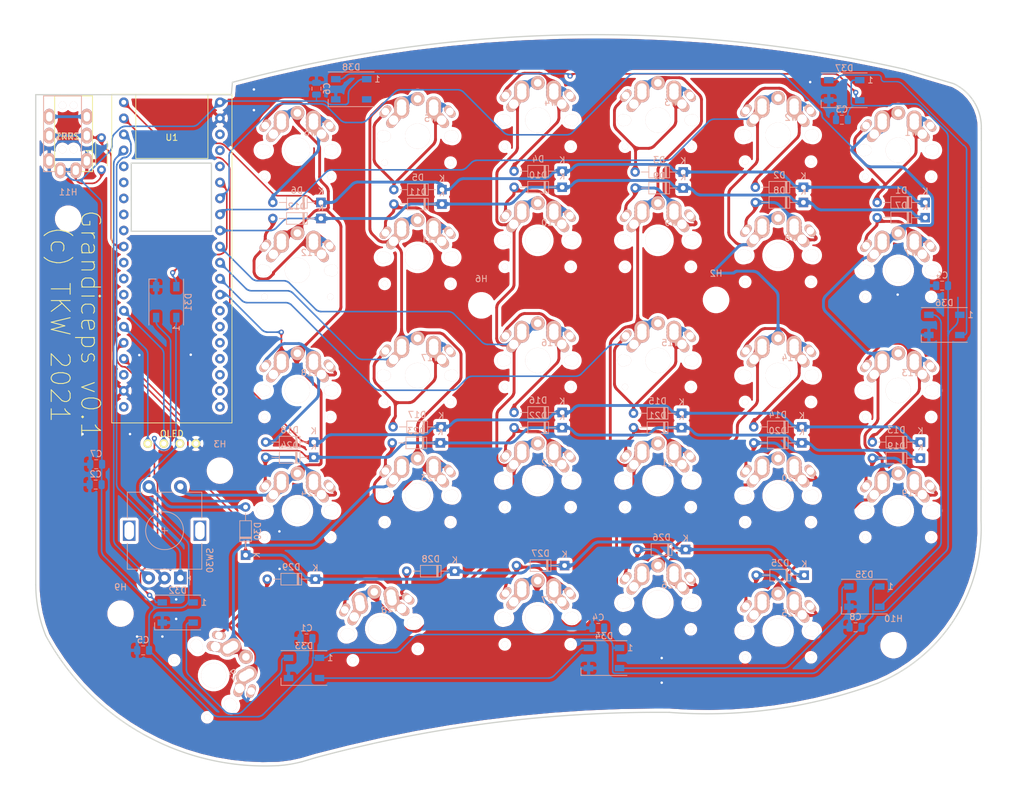
<source format=kicad_pcb>
(kicad_pcb (version 20171130) (host pcbnew 5.1.5+dfsg1-2build2)
  (layers (0 F.Cu signal) (31 B.Cu signal) (34 B.Paste user hide) (35 F.Paste user hide) (36 B.SilkS user) (37 F.SilkS user) (38 B.Mask user hide) (39 F.Mask user hide) (44 Edge.Cuts user))
  (net 0 "")
  (net 1 GND)
  (net 2 +5V)
  (net 3 "Net-(D1-Pad2)")
  (net 4 row0)
  (net 5 "Net-(D2-Pad2)")
  (net 6 "Net-(D3-Pad2)")
  (net 7 "Net-(D4-Pad2)")
  (net 8 "Net-(D5-Pad2)")
  (net 9 "Net-(D6-Pad2)")
  (net 10 "Net-(D7-Pad2)")
  (net 11 row4)
  (net 12 "Net-(D8-Pad2)")
  (net 13 "Net-(D9-Pad2)")
  (net 14 "Net-(D12-Pad2)")
  (net 15 RGB)
  (net 16 "Net-(D17-Pad2)")
  (net 17 row1)
  (net 18 "Net-(D18-Pad2)")
  (net 19 "Net-(D19-Pad2)")
  (net 20 "Net-(D20-Pad2)")
  (net 21 "Net-(D21-Pad2)")
  (net 22 "Net-(D22-Pad2)")
  (net 23 "Net-(D23-Pad2)")
  (net 24 "Net-(D33-Pad2)")
  (net 25 row2)
  (net 26 "Net-(D34-Pad2)")
  (net 27 "Net-(D35-Pad2)")
  (net 28 "Net-(D36-Pad2)")
  (net 29 "Net-(D37-Pad2)")
  (net 30 "Net-(D38-Pad2)")
  (net 31 row3)
  (net 32 col0)
  (net 33 col1)
  (net 34 col2)
  (net 35 col3)
  (net 36 col4)
  (net 37 col5)
  (net 38 ROT1A)
  (net 39 ROT1B)
  (net 40 "Net-(D10-Pad2)")
  (net 41 "Net-(D11-Pad2)")
  (net 42 "Net-(D13-Pad2)")
  (net 43 "Net-(D14-Pad2)")
  (net 44 "Net-(D15-Pad2)")
  (net 45 "Net-(D16-Pad2)")
  (net 46 "Net-(D24-Pad2)")
  (net 47 "Net-(D25-Pad2)")
  (net 48 "Net-(D26-Pad2)")
  (net 49 "Net-(D27-Pad2)")
  (net 50 "Net-(D28-Pad2)")
  (net 51 "Net-(D29-Pad2)")
  (net 52 "Net-(D30-Pad2)")
  (net 53 "Net-(D31-Pad2)")
  (net 54 "Net-(D32-Pad2)")
  (net 55 "Net-(U1-Pad36)")
  (net 56 "Net-(U1-Pad35)")
  (net 57 "Net-(U1-Pad34)")
  (net 58 "Net-(U1-Pad33)")
  (net 59 "Net-(U1-Pad32)")
  (net 60 "Net-(U1-Pad23)")
  (net 61 "Net-(U1-Pad21)")
  (net 62 "Net-(U1-Pad20)")
  (net 63 "Net-(U1-Pad5)")
  (net 64 "Net-(U1-Pad3)")
  (net 65 "Net-(J1-PadC)")
  (net 66 "Net-(J1-PadB)")
  (net 67 "Net-(U1-Pad30)")
  (net 68 "Net-(U1-Pad29)")
  (net 69 "Net-(U1-Pad28)")
  (net 70 "Net-(U1-Pad19)")
  (net 71 "Net-(U1-Pad18)")
  (net 72 "Net-(U1-Pad17)")
  (net 73 "Net-(U1-Pad15)")
  (net 74 "Net-(U1-Pad14)")
  (net 75 SCL)
  (net 76 SDA)
  (net 77 "Net-(U1-Pad4)")
  (module tkw:Blackpill (layer F.Cu) (at 110.211 52.2478)
    (fp_text reference U1 (at 0 0.5) (layer F.SilkS))
    (fp_text value WeActBlackPill)
    (pad 40 thru_hole circle (at -7.62 -5.08) (size 1.524 1.524) (drill 0.762) (layers *.Cu *.Mask) (net 4 row0))
    (pad 39 thru_hole circle (at -7.62 -2.54) (size 1.524 1.524) (drill 0.762) (layers *.Cu *.Mask) (net 25 row2))
    (pad 38 thru_hole circle (at -7.62 0) (size 1.524 1.524) (drill 0.762) (layers *.Cu *.Mask) (net 38 ROT1A))
    (pad 37 thru_hole circle (at -7.62 2.54) (size 1.524 1.524) (drill 0.762) (layers *.Cu *.Mask) (net 39 ROT1B))
    (pad 36 thru_hole circle (at -7.62 5.08) (size 1.524 1.524) (drill 0.762) (layers *.Cu *.Mask) (net 55 "Net-(U1-Pad36)"))
    (pad 35 thru_hole circle (at -7.62 7.62) (size 1.524 1.524) (drill 0.762) (layers *.Cu *.Mask) (net 56 "Net-(U1-Pad35)"))
    (pad 34 thru_hole circle (at -7.62 10.16) (size 1.524 1.524) (drill 0.762) (layers *.Cu *.Mask) (net 57 "Net-(U1-Pad34)"))
    (pad 33 thru_hole circle (at -7.62 12.7) (size 1.524 1.524) (drill 0.762) (layers *.Cu *.Mask) (net 58 "Net-(U1-Pad33)"))
    (pad 32 thru_hole circle (at -7.62 15.24) (size 1.524 1.524) (drill 0.762) (layers *.Cu *.Mask) (net 59 "Net-(U1-Pad32)"))
    (pad 31 thru_hole circle (at -7.62 17.78) (size 1.524 1.524) (drill 0.762) (layers *.Cu *.Mask) (net 65 "Net-(J1-PadC)"))
    (pad 30 thru_hole circle (at -7.62 20.32) (size 1.524 1.524) (drill 0.762) (layers *.Cu *.Mask) (net 67 "Net-(U1-Pad30)"))
    (pad 29 thru_hole circle (at -7.62 22.86) (size 1.524 1.524) (drill 0.762) (layers *.Cu *.Mask) (net 68 "Net-(U1-Pad29)"))
    (pad 28 thru_hole circle (at -7.62 25.4) (size 1.524 1.524) (drill 0.762) (layers *.Cu *.Mask) (net 69 "Net-(U1-Pad28)"))
    (pad 27 thru_hole circle (at -7.62 27.94) (size 1.524 1.524) (drill 0.762) (layers *.Cu *.Mask) (net 75 SCL))
    (pad 26 thru_hole circle (at -7.62 30.48) (size 1.524 1.524) (drill 0.762) (layers *.Cu *.Mask) (net 76 SDA))
    (pad 25 thru_hole circle (at -7.62 33.02) (size 1.524 1.524) (drill 0.762) (layers *.Cu *.Mask) (net 11 row4))
    (pad 24 thru_hole circle (at -7.62 35.56) (size 1.524 1.524) (drill 0.762) (layers *.Cu *.Mask) (net 31 row3))
    (pad 23 thru_hole circle (at -7.62 38.1) (size 1.524 1.524) (drill 0.762) (layers *.Cu *.Mask) (net 60 "Net-(U1-Pad23)"))
    (pad 22 thru_hole circle (at -7.62 40.64) (size 1.524 1.524) (drill 0.762) (layers *.Cu *.Mask) (net 1 GND))
    (pad 21 thru_hole circle (at -7.62 43.18) (size 1.524 1.524) (drill 0.762) (layers *.Cu *.Mask) (net 61 "Net-(U1-Pad21)"))
    (pad 20 thru_hole circle (at 7.62 43.18) (size 1.524 1.524) (drill 0.762) (layers *.Cu *.Mask) (net 62 "Net-(U1-Pad20)"))
    (pad 19 thru_hole circle (at 7.62 40.64) (size 1.524 1.524) (drill 0.762) (layers *.Cu *.Mask) (net 70 "Net-(U1-Pad19)"))
    (pad 18 thru_hole circle (at 7.62 38.1) (size 1.524 1.524) (drill 0.762) (layers *.Cu *.Mask) (net 71 "Net-(U1-Pad18)"))
    (pad 17 thru_hole circle (at 7.62 35.56) (size 1.524 1.524) (drill 0.762) (layers *.Cu *.Mask) (net 72 "Net-(U1-Pad17)"))
    (pad 16 thru_hole circle (at 7.62 33.02) (size 1.524 1.524) (drill 0.762) (layers *.Cu *.Mask))
    (pad 15 thru_hole circle (at 7.62 30.48) (size 1.524 1.524) (drill 0.762) (layers *.Cu *.Mask) (net 73 "Net-(U1-Pad15)"))
    (pad 14 thru_hole circle (at 7.62 27.94) (size 1.524 1.524) (drill 0.762) (layers *.Cu *.Mask) (net 74 "Net-(U1-Pad14)"))
    (pad 13 thru_hole circle (at 7.62 25.4) (size 1.524 1.524) (drill 0.762) (layers *.Cu *.Mask) (net 37 col5))
    (pad 12 thru_hole circle (at 7.62 22.86) (size 1.524 1.524) (drill 0.762) (layers *.Cu *.Mask) (net 34 col2))
    (pad 11 thru_hole circle (at 7.62 20.32) (size 1.524 1.524) (drill 0.762) (layers *.Cu *.Mask) (net 36 col4))
    (pad 10 thru_hole circle (at 7.62 17.78) (size 1.524 1.524) (drill 0.762) (layers *.Cu *.Mask) (net 35 col3))
    (pad 9 thru_hole circle (at 7.62 15.24) (size 1.524 1.524) (drill 0.762) (layers *.Cu *.Mask) (net 17 row1))
    (pad 8 thru_hole circle (at 7.62 12.7) (size 1.524 1.524) (drill 0.762) (layers *.Cu *.Mask) (net 33 col1))
    (pad 7 thru_hole circle (at 7.62 10.16) (size 1.524 1.524) (drill 0.762) (layers *.Cu *.Mask) (net 32 col0))
    (pad 6 thru_hole circle (at 7.62 7.62) (size 1.524 1.524) (drill 0.762) (layers *.Cu *.Mask) (net 15 RGB))
    (pad 5 thru_hole circle (at 7.62 5.08) (size 1.524 1.524) (drill 0.762) (layers *.Cu *.Mask) (net 63 "Net-(U1-Pad5)"))
    (pad 4 thru_hole circle (at 7.62 2.54) (size 1.524 1.524) (drill 0.762) (layers *.Cu *.Mask) (net 77 "Net-(U1-Pad4)"))
    (pad 3 thru_hole circle (at 7.62 0) (size 1.524 1.524) (drill 0.762) (layers *.Cu *.Mask) (net 64 "Net-(U1-Pad3)"))
    (pad 2 thru_hole circle (at 7.62 -2.54) (size 1.524 1.524) (drill 0.762) (layers *.Cu *.Mask) (net 1 GND))
    (pad 1 thru_hole circle (at 7.62 -5.08) (size 1.524 1.524) (drill 0.762) (layers *.Cu *.Mask) (net 2 +5V))
  )
  (module Resistor_THT:R_Axial_DIN0204_L3.6mm_D1.6mm_P5.08mm_Horizontal (layer F.Cu) (at 99.06 57.8612 90)
    (fp_text reference R1 (at 2.54 -1.92 90) (layer F.SilkS))
    (fp_text value R_Small)
    (pad 2 thru_hole oval (at 5.08 0 90) (size 1.4 1.4) (drill 0.7) (layers *.Cu *.Mask) (net 65 "Net-(J1-PadC)"))
    (pad 1 thru_hole circle (at 0 0 90) (size 1.4 1.4) (drill 0.7) (layers *.Cu *.Mask) (net 2 +5V))
  )
  (module foostan:OLED_v2 (layer F.Cu) (at 110.211 101.244)
    (fp_text reference OL1)
    (fp_text value OLED hide)
    (fp_text user OLED (at 0 -1.55) (layer F.SilkS))
    (pad 4 thru_hole circle (at 3.81 0) (size 1.397 1.397) (drill 0.8128) (layers *.Cu F.SilkS B.Mask) (net 1 GND))
    (pad 3 thru_hole circle (at 1.27 0) (size 1.397 1.397) (drill 0.8128) (layers *.Cu F.SilkS B.Mask) (net 2 +5V))
    (pad 2 thru_hole circle (at -1.27 0) (size 1.397 1.397) (drill 0.8128) (layers *.Cu F.SilkS B.Mask) (net 75 SCL))
    (pad 1 thru_hole circle (at -3.81 0) (size 1.397 1.397) (drill 0.8128) (layers *.Cu F.SilkS B.Mask) (net 76 SDA))
  )
  (module foostan:MJ-4PP-9 (layer B.Cu) (at 92.8876 46.1518 180)
    (fp_text reference J1)
    (fp_text value MJ-4PP-9 hide)
    (fp_text user TRRS (at -0.75 -6.45) (layer B.SilkS) (effects (justify mirror)))
    (fp_text user TRRS (at -0.8255 -6.4135) (layer F.SilkS))
    (pad A thru_hole oval (at -2.1 -11.8 180) (size 1.7 2.5) (drill oval 1 1.5) (layers *.Cu *.Mask B.SilkS) (net 2 +5V) (clearance 0.15))
    (pad D thru_hole oval (at 2.1 -10.3 180) (size 1.7 2.5) (drill oval 1 1.5) (layers *.Cu *.Mask B.SilkS) (net 1 GND) (clearance 0.15))
    (pad C thru_hole oval (at 2.1 -6.3 180) (size 1.7 2.5) (drill oval 1 1.5) (layers *.Cu *.Mask B.SilkS) (net 65 "Net-(J1-PadC)"))
    (pad B thru_hole oval (at 2.1 -3.3 180) (size 1.7 2.5) (drill oval 1 1.5) (layers *.Cu *.Mask B.SilkS) (net 66 "Net-(J1-PadB)"))
    (pad "" np_thru_hole circle (at 0 -8.5 180) (size 1.2 1.2) (drill 1.2) (layers *.Cu *.Mask B.SilkS))
    (pad "" np_thru_hole circle (at 0 -1.5 180) (size 1.2 1.2) (drill 1.2) (layers *.Cu *.Mask B.SilkS))
    (pad C thru_hole oval (at -3.85 -6.3 180) (size 1.7 2.5) (drill oval 1 1.5) (layers *.Cu *.Mask B.SilkS) (net 65 "Net-(J1-PadC)"))
    (pad B thru_hole oval (at -3.85 -3.3 180) (size 1.7 2.5) (drill oval 1 1.5) (layers *.Cu *.Mask B.SilkS) (net 66 "Net-(J1-PadB)"))
    (pad A thru_hole oval (at 0.35 -11.8 180) (size 1.7 2.5) (drill oval 1 1.5) (layers *.Cu *.Mask B.SilkS) (net 2 +5V) (clearance 0.15))
    (pad D thru_hole oval (at -3.85 -10.3 180) (size 1.7 2.5) (drill oval 1 1.5) (layers *.Cu *.Mask B.SilkS) (net 1 GND) (clearance 0.15))
    (pad "" np_thru_hole circle (at -1.75 -1.5 180) (size 1.2 1.2) (drill 1.2) (layers *.Cu *.Mask B.SilkS))
    (pad "" np_thru_hole circle (at -1.75 -8.5 180) (size 1.2 1.2) (drill 1.2) (layers *.Cu *.Mask B.SilkS))
  )
  (module foostan:MX_ALPS_PG1350_noLed (layer B.Cu) (at 116.84 137.998 120)
    (fp_text reference SW29 (at -2.54 2.794 300) (layer B.SilkS) (effects (justify mirror)))
    (fp_text value C)
    (pad "" np_thru_hole circle (at -5.22 -4.2 120) (size 1 1) (drill 1) (layers *.Cu *.Mask B.SilkS))
    (pad "" np_thru_hole circle (at 5.22 -4.2 120) (size 1 1) (drill 1) (layers *.Cu *.Mask B.SilkS))
    (pad "" np_thru_hole circle (at -5.08 0 120) (size 1.7 1.7) (drill 1.7) (layers *.Cu *.Mask B.SilkS))
    (pad "" np_thru_hole circle (at 5.08 0 120) (size 1.7 1.7) (drill 1.7) (layers *.Cu *.Mask B.SilkS))
    (pad 1 thru_hole circle (at -2.54 4.5 120) (size 2.4 2.4) (drill 1.5) (layers *.Cu *.Mask B.SilkS) (net 51 "Net-(D29-Pad2)"))
    (pad 1 thru_hole circle (at -2.54 4 120) (size 2.4 2.4) (drill 1.5) (layers *.Cu *.Mask B.SilkS) (net 51 "Net-(D29-Pad2)"))
    (pad 2 thru_hole circle (at 2.54 4 120) (size 2.4 2.4) (drill 1.5) (layers *.Cu *.Mask B.SilkS) (net 36 col4))
    (pad 2 thru_hole circle (at 2.54 4.5 120) (size 2.4 2.4) (drill 1.5) (layers *.Cu *.Mask B.SilkS) (net 36 col4))
    (pad 2 thru_hole oval (at 3.81 2.54 170) (size 2.8 1.55) (drill 1.5) (layers *.Cu *.Mask B.SilkS) (net 36 col4))
    (pad 1 thru_hole circle (at -2.54 5.08 120) (size 2.4 2.4) (drill 1.5) (layers *.Cu *.Mask B.SilkS) (net 51 "Net-(D29-Pad2)"))
    (pad 1 thru_hole oval (at -3.81 2.54 70) (size 2.8 1.55) (drill 1.5) (layers *.Cu *.Mask B.SilkS) (net 51 "Net-(D29-Pad2)"))
    (pad 2 thru_hole circle (at 2.54 5.08 120) (size 2.4 2.4) (drill 1.5) (layers *.Cu *.Mask B.SilkS) (net 36 col4))
    (pad 2 thru_hole circle (at 0 5.9 30) (size 2.2 2.2) (drill 1.2) (layers *.Cu *.Mask B.SilkS) (net 36 col4))
    (pad 1 thru_hole oval (at -5.1 3.9 70) (size 2.2 1.25) (drill 1.2) (layers *.Cu *.Mask B.SilkS) (net 51 "Net-(D29-Pad2)"))
    (pad "" np_thru_hole circle (at 5.5 0 30) (size 1.9 1.9) (drill 1.9) (layers *.Cu *.Mask B.SilkS))
    (pad "" np_thru_hole circle (at -5.5 0 30) (size 1.9 1.9) (drill 1.9) (layers *.Cu *.Mask B.SilkS))
    (pad "" np_thru_hole circle (at 0 0 30) (size 4 4) (drill 4) (layers *.Cu *.Mask B.SilkS))
    (pad 1 thru_hole oval (at 5.1 3.9 170) (size 2.2 1.25) (drill 1.2) (layers *.Cu *.Mask B.SilkS) (net 51 "Net-(D29-Pad2)"))
  )
  (module foostan:MX_ALPS_PG1350_noLed (layer B.Cu) (at 143.307 130.556 190)
    (fp_text reference SW28 (at -2.54 2.794 190) (layer B.SilkS) (effects (justify mirror)))
    (fp_text value X)
    (pad "" np_thru_hole circle (at -5.22 -4.2 190) (size 1 1) (drill 1) (layers *.Cu *.Mask B.SilkS))
    (pad "" np_thru_hole circle (at 5.22 -4.2 190) (size 1 1) (drill 1) (layers *.Cu *.Mask B.SilkS))
    (pad "" np_thru_hole circle (at -5.08 0 190) (size 1.7 1.7) (drill 1.7) (layers *.Cu *.Mask B.SilkS))
    (pad "" np_thru_hole circle (at 5.08 0 190) (size 1.7 1.7) (drill 1.7) (layers *.Cu *.Mask B.SilkS))
    (pad 1 thru_hole circle (at -2.54 4.5 190) (size 2.4 2.4) (drill 1.5) (layers *.Cu *.Mask B.SilkS) (net 50 "Net-(D28-Pad2)"))
    (pad 1 thru_hole circle (at -2.54 4 190) (size 2.4 2.4) (drill 1.5) (layers *.Cu *.Mask B.SilkS) (net 50 "Net-(D28-Pad2)"))
    (pad 2 thru_hole circle (at 2.54 4 190) (size 2.4 2.4) (drill 1.5) (layers *.Cu *.Mask B.SilkS) (net 35 col3))
    (pad 2 thru_hole circle (at 2.54 4.5 190) (size 2.4 2.4) (drill 1.5) (layers *.Cu *.Mask B.SilkS) (net 35 col3))
    (pad 2 thru_hole oval (at 3.81 2.54 240) (size 2.8 1.55) (drill 1.5) (layers *.Cu *.Mask B.SilkS) (net 35 col3))
    (pad 1 thru_hole circle (at -2.54 5.08 190) (size 2.4 2.4) (drill 1.5) (layers *.Cu *.Mask B.SilkS) (net 50 "Net-(D28-Pad2)"))
    (pad 1 thru_hole oval (at -3.81 2.54 140) (size 2.8 1.55) (drill 1.5) (layers *.Cu *.Mask B.SilkS) (net 50 "Net-(D28-Pad2)"))
    (pad 2 thru_hole circle (at 2.54 5.08 190) (size 2.4 2.4) (drill 1.5) (layers *.Cu *.Mask B.SilkS) (net 35 col3))
    (pad 2 thru_hole circle (at 0 5.9 100) (size 2.2 2.2) (drill 1.2) (layers *.Cu *.Mask B.SilkS) (net 35 col3))
    (pad 1 thru_hole oval (at -5.1 3.9 140) (size 2.2 1.25) (drill 1.2) (layers *.Cu *.Mask B.SilkS) (net 50 "Net-(D28-Pad2)"))
    (pad "" np_thru_hole circle (at 5.5 0 100) (size 1.9 1.9) (drill 1.9) (layers *.Cu *.Mask B.SilkS))
    (pad "" np_thru_hole circle (at -5.5 0 100) (size 1.9 1.9) (drill 1.9) (layers *.Cu *.Mask B.SilkS))
    (pad "" np_thru_hole circle (at 0 0 100) (size 4 4) (drill 4) (layers *.Cu *.Mask B.SilkS))
    (pad 1 thru_hole oval (at 5.1 3.9 240) (size 2.2 1.25) (drill 1.2) (layers *.Cu *.Mask B.SilkS) (net 50 "Net-(D28-Pad2)"))
  )
  (module foostan:MX_ALPS_PG1350_noLed (layer B.Cu) (at 168.193 128.858 180)
    (fp_text reference SW27 (at -2.54 2.794) (layer B.SilkS) (effects (justify mirror)))
    (fp_text value ALT)
    (pad "" np_thru_hole circle (at -5.22 -4.2 180) (size 1 1) (drill 1) (layers *.Cu *.Mask B.SilkS))
    (pad "" np_thru_hole circle (at 5.22 -4.2 180) (size 1 1) (drill 1) (layers *.Cu *.Mask B.SilkS))
    (pad "" np_thru_hole circle (at -5.08 0 180) (size 1.7 1.7) (drill 1.7) (layers *.Cu *.Mask B.SilkS))
    (pad "" np_thru_hole circle (at 5.08 0 180) (size 1.7 1.7) (drill 1.7) (layers *.Cu *.Mask B.SilkS))
    (pad 1 thru_hole circle (at -2.54 4.5 180) (size 2.4 2.4) (drill 1.5) (layers *.Cu *.Mask B.SilkS) (net 49 "Net-(D27-Pad2)"))
    (pad 1 thru_hole circle (at -2.54 4 180) (size 2.4 2.4) (drill 1.5) (layers *.Cu *.Mask B.SilkS) (net 49 "Net-(D27-Pad2)"))
    (pad 2 thru_hole circle (at 2.54 4 180) (size 2.4 2.4) (drill 1.5) (layers *.Cu *.Mask B.SilkS) (net 34 col2))
    (pad 2 thru_hole circle (at 2.54 4.5 180) (size 2.4 2.4) (drill 1.5) (layers *.Cu *.Mask B.SilkS) (net 34 col2))
    (pad 2 thru_hole oval (at 3.81 2.54 230) (size 2.8 1.55) (drill 1.5) (layers *.Cu *.Mask B.SilkS) (net 34 col2))
    (pad 1 thru_hole circle (at -2.54 5.08 180) (size 2.4 2.4) (drill 1.5) (layers *.Cu *.Mask B.SilkS) (net 49 "Net-(D27-Pad2)"))
    (pad 1 thru_hole oval (at -3.81 2.54 130) (size 2.8 1.55) (drill 1.5) (layers *.Cu *.Mask B.SilkS) (net 49 "Net-(D27-Pad2)"))
    (pad 2 thru_hole circle (at 2.54 5.08 180) (size 2.4 2.4) (drill 1.5) (layers *.Cu *.Mask B.SilkS) (net 34 col2))
    (pad 2 thru_hole circle (at 0 5.9 90) (size 2.2 2.2) (drill 1.2) (layers *.Cu *.Mask B.SilkS) (net 34 col2))
    (pad 1 thru_hole oval (at -5.1 3.9 130) (size 2.2 1.25) (drill 1.2) (layers *.Cu *.Mask B.SilkS) (net 49 "Net-(D27-Pad2)"))
    (pad "" np_thru_hole circle (at 5.5 0 90) (size 1.9 1.9) (drill 1.9) (layers *.Cu *.Mask B.SilkS))
    (pad "" np_thru_hole circle (at -5.5 0 90) (size 1.9 1.9) (drill 1.9) (layers *.Cu *.Mask B.SilkS))
    (pad "" np_thru_hole circle (at 0 0 90) (size 4 4) (drill 4) (layers *.Cu *.Mask B.SilkS))
    (pad 1 thru_hole oval (at 5.1 3.9 230) (size 2.2 1.25) (drill 1.2) (layers *.Cu *.Mask B.SilkS) (net 49 "Net-(D27-Pad2)"))
  )
  (module foostan:MX_ALPS_PG1350_noLed (layer B.Cu) (at 187.233 126.478 180)
    (fp_text reference SW26 (at -2.54 2.794) (layer B.SilkS) (effects (justify mirror)))
    (fp_text value SUPER)
    (pad "" np_thru_hole circle (at -5.22 -4.2 180) (size 1 1) (drill 1) (layers *.Cu *.Mask B.SilkS))
    (pad "" np_thru_hole circle (at 5.22 -4.2 180) (size 1 1) (drill 1) (layers *.Cu *.Mask B.SilkS))
    (pad "" np_thru_hole circle (at -5.08 0 180) (size 1.7 1.7) (drill 1.7) (layers *.Cu *.Mask B.SilkS))
    (pad "" np_thru_hole circle (at 5.08 0 180) (size 1.7 1.7) (drill 1.7) (layers *.Cu *.Mask B.SilkS))
    (pad 1 thru_hole circle (at -2.54 4.5 180) (size 2.4 2.4) (drill 1.5) (layers *.Cu *.Mask B.SilkS) (net 48 "Net-(D26-Pad2)"))
    (pad 1 thru_hole circle (at -2.54 4 180) (size 2.4 2.4) (drill 1.5) (layers *.Cu *.Mask B.SilkS) (net 48 "Net-(D26-Pad2)"))
    (pad 2 thru_hole circle (at 2.54 4 180) (size 2.4 2.4) (drill 1.5) (layers *.Cu *.Mask B.SilkS) (net 33 col1))
    (pad 2 thru_hole circle (at 2.54 4.5 180) (size 2.4 2.4) (drill 1.5) (layers *.Cu *.Mask B.SilkS) (net 33 col1))
    (pad 2 thru_hole oval (at 3.81 2.54 230) (size 2.8 1.55) (drill 1.5) (layers *.Cu *.Mask B.SilkS) (net 33 col1))
    (pad 1 thru_hole circle (at -2.54 5.08 180) (size 2.4 2.4) (drill 1.5) (layers *.Cu *.Mask B.SilkS) (net 48 "Net-(D26-Pad2)"))
    (pad 1 thru_hole oval (at -3.81 2.54 130) (size 2.8 1.55) (drill 1.5) (layers *.Cu *.Mask B.SilkS) (net 48 "Net-(D26-Pad2)"))
    (pad 2 thru_hole circle (at 2.54 5.08 180) (size 2.4 2.4) (drill 1.5) (layers *.Cu *.Mask B.SilkS) (net 33 col1))
    (pad 2 thru_hole circle (at 0 5.9 90) (size 2.2 2.2) (drill 1.2) (layers *.Cu *.Mask B.SilkS) (net 33 col1))
    (pad 1 thru_hole oval (at -5.1 3.9 130) (size 2.2 1.25) (drill 1.2) (layers *.Cu *.Mask B.SilkS) (net 48 "Net-(D26-Pad2)"))
    (pad "" np_thru_hole circle (at 5.5 0 90) (size 1.9 1.9) (drill 1.9) (layers *.Cu *.Mask B.SilkS))
    (pad "" np_thru_hole circle (at -5.5 0 90) (size 1.9 1.9) (drill 1.9) (layers *.Cu *.Mask B.SilkS))
    (pad "" np_thru_hole circle (at 0 0 90) (size 4 4) (drill 4) (layers *.Cu *.Mask B.SilkS))
    (pad 1 thru_hole oval (at 5.1 3.9 230) (size 2.2 1.25) (drill 1.2) (layers *.Cu *.Mask B.SilkS) (net 48 "Net-(D26-Pad2)"))
  )
  (module foostan:MX_ALPS_PG1350_noLed (layer B.Cu) (at 206.273 130.918 180)
    (fp_text reference SW25 (at -2.54 2.794) (layer B.SilkS) (effects (justify mirror)))
    (fp_text value CTRL)
    (pad "" np_thru_hole circle (at -5.22 -4.2 180) (size 1 1) (drill 1) (layers *.Cu *.Mask B.SilkS))
    (pad "" np_thru_hole circle (at 5.22 -4.2 180) (size 1 1) (drill 1) (layers *.Cu *.Mask B.SilkS))
    (pad "" np_thru_hole circle (at -5.08 0 180) (size 1.7 1.7) (drill 1.7) (layers *.Cu *.Mask B.SilkS))
    (pad "" np_thru_hole circle (at 5.08 0 180) (size 1.7 1.7) (drill 1.7) (layers *.Cu *.Mask B.SilkS))
    (pad 1 thru_hole circle (at -2.54 4.5 180) (size 2.4 2.4) (drill 1.5) (layers *.Cu *.Mask B.SilkS) (net 47 "Net-(D25-Pad2)"))
    (pad 1 thru_hole circle (at -2.54 4 180) (size 2.4 2.4) (drill 1.5) (layers *.Cu *.Mask B.SilkS) (net 47 "Net-(D25-Pad2)"))
    (pad 2 thru_hole circle (at 2.54 4 180) (size 2.4 2.4) (drill 1.5) (layers *.Cu *.Mask B.SilkS) (net 32 col0))
    (pad 2 thru_hole circle (at 2.54 4.5 180) (size 2.4 2.4) (drill 1.5) (layers *.Cu *.Mask B.SilkS) (net 32 col0))
    (pad 2 thru_hole oval (at 3.81 2.54 230) (size 2.8 1.55) (drill 1.5) (layers *.Cu *.Mask B.SilkS) (net 32 col0))
    (pad 1 thru_hole circle (at -2.54 5.08 180) (size 2.4 2.4) (drill 1.5) (layers *.Cu *.Mask B.SilkS) (net 47 "Net-(D25-Pad2)"))
    (pad 1 thru_hole oval (at -3.81 2.54 130) (size 2.8 1.55) (drill 1.5) (layers *.Cu *.Mask B.SilkS) (net 47 "Net-(D25-Pad2)"))
    (pad 2 thru_hole circle (at 2.54 5.08 180) (size 2.4 2.4) (drill 1.5) (layers *.Cu *.Mask B.SilkS) (net 32 col0))
    (pad 2 thru_hole circle (at 0 5.9 90) (size 2.2 2.2) (drill 1.2) (layers *.Cu *.Mask B.SilkS) (net 32 col0))
    (pad 1 thru_hole oval (at -5.1 3.9 130) (size 2.2 1.25) (drill 1.2) (layers *.Cu *.Mask B.SilkS) (net 47 "Net-(D25-Pad2)"))
    (pad "" np_thru_hole circle (at 5.5 0 90) (size 1.9 1.9) (drill 1.9) (layers *.Cu *.Mask B.SilkS))
    (pad "" np_thru_hole circle (at -5.5 0 90) (size 1.9 1.9) (drill 1.9) (layers *.Cu *.Mask B.SilkS))
    (pad "" np_thru_hole circle (at 0 0 90) (size 4 4) (drill 4) (layers *.Cu *.Mask B.SilkS))
    (pad 1 thru_hole oval (at 5.1 3.9 230) (size 2.2 1.25) (drill 1.2) (layers *.Cu *.Mask B.SilkS) (net 47 "Net-(D25-Pad2)"))
  )
  (module foostan:MX_ALPS_PG1350_noLed (layer B.Cu) (at 130.113 111.878 180)
    (fp_text reference SW24 (at -2.54 2.794) (layer B.SilkS) (effects (justify mirror)))
    (fp_text value V)
    (pad "" np_thru_hole circle (at -5.22 -4.2 180) (size 1 1) (drill 1) (layers *.Cu *.Mask B.SilkS))
    (pad "" np_thru_hole circle (at 5.22 -4.2 180) (size 1 1) (drill 1) (layers *.Cu *.Mask B.SilkS))
    (pad "" np_thru_hole circle (at -5.08 0 180) (size 1.7 1.7) (drill 1.7) (layers *.Cu *.Mask B.SilkS))
    (pad "" np_thru_hole circle (at 5.08 0 180) (size 1.7 1.7) (drill 1.7) (layers *.Cu *.Mask B.SilkS))
    (pad 1 thru_hole circle (at -2.54 4.5 180) (size 2.4 2.4) (drill 1.5) (layers *.Cu *.Mask B.SilkS) (net 46 "Net-(D24-Pad2)"))
    (pad 1 thru_hole circle (at -2.54 4 180) (size 2.4 2.4) (drill 1.5) (layers *.Cu *.Mask B.SilkS) (net 46 "Net-(D24-Pad2)"))
    (pad 2 thru_hole circle (at 2.54 4 180) (size 2.4 2.4) (drill 1.5) (layers *.Cu *.Mask B.SilkS) (net 37 col5))
    (pad 2 thru_hole circle (at 2.54 4.5 180) (size 2.4 2.4) (drill 1.5) (layers *.Cu *.Mask B.SilkS) (net 37 col5))
    (pad 2 thru_hole oval (at 3.81 2.54 230) (size 2.8 1.55) (drill 1.5) (layers *.Cu *.Mask B.SilkS) (net 37 col5))
    (pad 1 thru_hole circle (at -2.54 5.08 180) (size 2.4 2.4) (drill 1.5) (layers *.Cu *.Mask B.SilkS) (net 46 "Net-(D24-Pad2)"))
    (pad 1 thru_hole oval (at -3.81 2.54 130) (size 2.8 1.55) (drill 1.5) (layers *.Cu *.Mask B.SilkS) (net 46 "Net-(D24-Pad2)"))
    (pad 2 thru_hole circle (at 2.54 5.08 180) (size 2.4 2.4) (drill 1.5) (layers *.Cu *.Mask B.SilkS) (net 37 col5))
    (pad 2 thru_hole circle (at 0 5.9 90) (size 2.2 2.2) (drill 1.2) (layers *.Cu *.Mask B.SilkS) (net 37 col5))
    (pad 1 thru_hole oval (at -5.1 3.9 130) (size 2.2 1.25) (drill 1.2) (layers *.Cu *.Mask B.SilkS) (net 46 "Net-(D24-Pad2)"))
    (pad "" np_thru_hole circle (at 5.5 0 90) (size 1.9 1.9) (drill 1.9) (layers *.Cu *.Mask B.SilkS))
    (pad "" np_thru_hole circle (at -5.5 0 90) (size 1.9 1.9) (drill 1.9) (layers *.Cu *.Mask B.SilkS))
    (pad "" np_thru_hole circle (at 0 0 90) (size 4 4) (drill 4) (layers *.Cu *.Mask B.SilkS))
    (pad 1 thru_hole oval (at 5.1 3.9 230) (size 2.2 1.25) (drill 1.2) (layers *.Cu *.Mask B.SilkS) (net 46 "Net-(D24-Pad2)"))
  )
  (module foostan:MX_ALPS_PG1350_noLed (layer B.Cu) (at 149.153 109.498 180)
    (fp_text reference SW23 (at -2.54 2.794) (layer B.SilkS) (effects (justify mirror)))
    (fp_text value C)
    (pad "" np_thru_hole circle (at -5.22 -4.2 180) (size 1 1) (drill 1) (layers *.Cu *.Mask B.SilkS))
    (pad "" np_thru_hole circle (at 5.22 -4.2 180) (size 1 1) (drill 1) (layers *.Cu *.Mask B.SilkS))
    (pad "" np_thru_hole circle (at -5.08 0 180) (size 1.7 1.7) (drill 1.7) (layers *.Cu *.Mask B.SilkS))
    (pad "" np_thru_hole circle (at 5.08 0 180) (size 1.7 1.7) (drill 1.7) (layers *.Cu *.Mask B.SilkS))
    (pad 1 thru_hole circle (at -2.54 4.5 180) (size 2.4 2.4) (drill 1.5) (layers *.Cu *.Mask B.SilkS) (net 23 "Net-(D23-Pad2)"))
    (pad 1 thru_hole circle (at -2.54 4 180) (size 2.4 2.4) (drill 1.5) (layers *.Cu *.Mask B.SilkS) (net 23 "Net-(D23-Pad2)"))
    (pad 2 thru_hole circle (at 2.54 4 180) (size 2.4 2.4) (drill 1.5) (layers *.Cu *.Mask B.SilkS) (net 36 col4))
    (pad 2 thru_hole circle (at 2.54 4.5 180) (size 2.4 2.4) (drill 1.5) (layers *.Cu *.Mask B.SilkS) (net 36 col4))
    (pad 2 thru_hole oval (at 3.81 2.54 230) (size 2.8 1.55) (drill 1.5) (layers *.Cu *.Mask B.SilkS) (net 36 col4))
    (pad 1 thru_hole circle (at -2.54 5.08 180) (size 2.4 2.4) (drill 1.5) (layers *.Cu *.Mask B.SilkS) (net 23 "Net-(D23-Pad2)"))
    (pad 1 thru_hole oval (at -3.81 2.54 130) (size 2.8 1.55) (drill 1.5) (layers *.Cu *.Mask B.SilkS) (net 23 "Net-(D23-Pad2)"))
    (pad 2 thru_hole circle (at 2.54 5.08 180) (size 2.4 2.4) (drill 1.5) (layers *.Cu *.Mask B.SilkS) (net 36 col4))
    (pad 2 thru_hole circle (at 0 5.9 90) (size 2.2 2.2) (drill 1.2) (layers *.Cu *.Mask B.SilkS) (net 36 col4))
    (pad 1 thru_hole oval (at -5.1 3.9 130) (size 2.2 1.25) (drill 1.2) (layers *.Cu *.Mask B.SilkS) (net 23 "Net-(D23-Pad2)"))
    (pad "" np_thru_hole circle (at 5.5 0 90) (size 1.9 1.9) (drill 1.9) (layers *.Cu *.Mask B.SilkS))
    (pad "" np_thru_hole circle (at -5.5 0 90) (size 1.9 1.9) (drill 1.9) (layers *.Cu *.Mask B.SilkS))
    (pad "" np_thru_hole circle (at 0 0 90) (size 4 4) (drill 4) (layers *.Cu *.Mask B.SilkS))
    (pad 1 thru_hole oval (at 5.1 3.9 230) (size 2.2 1.25) (drill 1.2) (layers *.Cu *.Mask B.SilkS) (net 23 "Net-(D23-Pad2)"))
  )
  (module foostan:MX_ALPS_PG1350_noLed (layer B.Cu) (at 168.193 107.118 180)
    (fp_text reference SW22 (at -2.54 2.794) (layer B.SilkS) (effects (justify mirror)))
    (fp_text value X)
    (pad "" np_thru_hole circle (at -5.22 -4.2 180) (size 1 1) (drill 1) (layers *.Cu *.Mask B.SilkS))
    (pad "" np_thru_hole circle (at 5.22 -4.2 180) (size 1 1) (drill 1) (layers *.Cu *.Mask B.SilkS))
    (pad "" np_thru_hole circle (at -5.08 0 180) (size 1.7 1.7) (drill 1.7) (layers *.Cu *.Mask B.SilkS))
    (pad "" np_thru_hole circle (at 5.08 0 180) (size 1.7 1.7) (drill 1.7) (layers *.Cu *.Mask B.SilkS))
    (pad 1 thru_hole circle (at -2.54 4.5 180) (size 2.4 2.4) (drill 1.5) (layers *.Cu *.Mask B.SilkS) (net 22 "Net-(D22-Pad2)"))
    (pad 1 thru_hole circle (at -2.54 4 180) (size 2.4 2.4) (drill 1.5) (layers *.Cu *.Mask B.SilkS) (net 22 "Net-(D22-Pad2)"))
    (pad 2 thru_hole circle (at 2.54 4 180) (size 2.4 2.4) (drill 1.5) (layers *.Cu *.Mask B.SilkS) (net 35 col3))
    (pad 2 thru_hole circle (at 2.54 4.5 180) (size 2.4 2.4) (drill 1.5) (layers *.Cu *.Mask B.SilkS) (net 35 col3))
    (pad 2 thru_hole oval (at 3.81 2.54 230) (size 2.8 1.55) (drill 1.5) (layers *.Cu *.Mask B.SilkS) (net 35 col3))
    (pad 1 thru_hole circle (at -2.54 5.08 180) (size 2.4 2.4) (drill 1.5) (layers *.Cu *.Mask B.SilkS) (net 22 "Net-(D22-Pad2)"))
    (pad 1 thru_hole oval (at -3.81 2.54 130) (size 2.8 1.55) (drill 1.5) (layers *.Cu *.Mask B.SilkS) (net 22 "Net-(D22-Pad2)"))
    (pad 2 thru_hole circle (at 2.54 5.08 180) (size 2.4 2.4) (drill 1.5) (layers *.Cu *.Mask B.SilkS) (net 35 col3))
    (pad 2 thru_hole circle (at 0 5.9 90) (size 2.2 2.2) (drill 1.2) (layers *.Cu *.Mask B.SilkS) (net 35 col3))
    (pad 1 thru_hole oval (at -5.1 3.9 130) (size 2.2 1.25) (drill 1.2) (layers *.Cu *.Mask B.SilkS) (net 22 "Net-(D22-Pad2)"))
    (pad "" np_thru_hole circle (at 5.5 0 90) (size 1.9 1.9) (drill 1.9) (layers *.Cu *.Mask B.SilkS))
    (pad "" np_thru_hole circle (at -5.5 0 90) (size 1.9 1.9) (drill 1.9) (layers *.Cu *.Mask B.SilkS))
    (pad "" np_thru_hole circle (at 0 0 90) (size 4 4) (drill 4) (layers *.Cu *.Mask B.SilkS))
    (pad 1 thru_hole oval (at 5.1 3.9 230) (size 2.2 1.25) (drill 1.2) (layers *.Cu *.Mask B.SilkS) (net 22 "Net-(D22-Pad2)"))
  )
  (module foostan:MX_ALPS_PG1350_noLed (layer B.Cu) (at 187.233 107.118 180)
    (fp_text reference SW21 (at -2.54 2.794) (layer B.SilkS) (effects (justify mirror)))
    (fp_text value Z)
    (pad "" np_thru_hole circle (at -5.22 -4.2 180) (size 1 1) (drill 1) (layers *.Cu *.Mask B.SilkS))
    (pad "" np_thru_hole circle (at 5.22 -4.2 180) (size 1 1) (drill 1) (layers *.Cu *.Mask B.SilkS))
    (pad "" np_thru_hole circle (at -5.08 0 180) (size 1.7 1.7) (drill 1.7) (layers *.Cu *.Mask B.SilkS))
    (pad "" np_thru_hole circle (at 5.08 0 180) (size 1.7 1.7) (drill 1.7) (layers *.Cu *.Mask B.SilkS))
    (pad 1 thru_hole circle (at -2.54 4.5 180) (size 2.4 2.4) (drill 1.5) (layers *.Cu *.Mask B.SilkS) (net 21 "Net-(D21-Pad2)"))
    (pad 1 thru_hole circle (at -2.54 4 180) (size 2.4 2.4) (drill 1.5) (layers *.Cu *.Mask B.SilkS) (net 21 "Net-(D21-Pad2)"))
    (pad 2 thru_hole circle (at 2.54 4 180) (size 2.4 2.4) (drill 1.5) (layers *.Cu *.Mask B.SilkS) (net 34 col2))
    (pad 2 thru_hole circle (at 2.54 4.5 180) (size 2.4 2.4) (drill 1.5) (layers *.Cu *.Mask B.SilkS) (net 34 col2))
    (pad 2 thru_hole oval (at 3.81 2.54 230) (size 2.8 1.55) (drill 1.5) (layers *.Cu *.Mask B.SilkS) (net 34 col2))
    (pad 1 thru_hole circle (at -2.54 5.08 180) (size 2.4 2.4) (drill 1.5) (layers *.Cu *.Mask B.SilkS) (net 21 "Net-(D21-Pad2)"))
    (pad 1 thru_hole oval (at -3.81 2.54 130) (size 2.8 1.55) (drill 1.5) (layers *.Cu *.Mask B.SilkS) (net 21 "Net-(D21-Pad2)"))
    (pad 2 thru_hole circle (at 2.54 5.08 180) (size 2.4 2.4) (drill 1.5) (layers *.Cu *.Mask B.SilkS) (net 34 col2))
    (pad 2 thru_hole circle (at 0 5.9 90) (size 2.2 2.2) (drill 1.2) (layers *.Cu *.Mask B.SilkS) (net 34 col2))
    (pad 1 thru_hole oval (at -5.1 3.9 130) (size 2.2 1.25) (drill 1.2) (layers *.Cu *.Mask B.SilkS) (net 21 "Net-(D21-Pad2)"))
    (pad "" np_thru_hole circle (at 5.5 0 90) (size 1.9 1.9) (drill 1.9) (layers *.Cu *.Mask B.SilkS))
    (pad "" np_thru_hole circle (at -5.5 0 90) (size 1.9 1.9) (drill 1.9) (layers *.Cu *.Mask B.SilkS))
    (pad "" np_thru_hole circle (at 0 0 90) (size 4 4) (drill 4) (layers *.Cu *.Mask B.SilkS))
    (pad 1 thru_hole oval (at 5.1 3.9 230) (size 2.2 1.25) (drill 1.2) (layers *.Cu *.Mask B.SilkS) (net 21 "Net-(D21-Pad2)"))
  )
  (module foostan:MX_ALPS_PG1350_noLed (layer B.Cu) (at 206.273 109.498 180)
    (fp_text reference SW20 (at -2.54 2.794) (layer B.SilkS) (effects (justify mirror)))
    (fp_text value <)
    (pad "" np_thru_hole circle (at -5.22 -4.2 180) (size 1 1) (drill 1) (layers *.Cu *.Mask B.SilkS))
    (pad "" np_thru_hole circle (at 5.22 -4.2 180) (size 1 1) (drill 1) (layers *.Cu *.Mask B.SilkS))
    (pad "" np_thru_hole circle (at -5.08 0 180) (size 1.7 1.7) (drill 1.7) (layers *.Cu *.Mask B.SilkS))
    (pad "" np_thru_hole circle (at 5.08 0 180) (size 1.7 1.7) (drill 1.7) (layers *.Cu *.Mask B.SilkS))
    (pad 1 thru_hole circle (at -2.54 4.5 180) (size 2.4 2.4) (drill 1.5) (layers *.Cu *.Mask B.SilkS) (net 20 "Net-(D20-Pad2)"))
    (pad 1 thru_hole circle (at -2.54 4 180) (size 2.4 2.4) (drill 1.5) (layers *.Cu *.Mask B.SilkS) (net 20 "Net-(D20-Pad2)"))
    (pad 2 thru_hole circle (at 2.54 4 180) (size 2.4 2.4) (drill 1.5) (layers *.Cu *.Mask B.SilkS) (net 33 col1))
    (pad 2 thru_hole circle (at 2.54 4.5 180) (size 2.4 2.4) (drill 1.5) (layers *.Cu *.Mask B.SilkS) (net 33 col1))
    (pad 2 thru_hole oval (at 3.81 2.54 230) (size 2.8 1.55) (drill 1.5) (layers *.Cu *.Mask B.SilkS) (net 33 col1))
    (pad 1 thru_hole circle (at -2.54 5.08 180) (size 2.4 2.4) (drill 1.5) (layers *.Cu *.Mask B.SilkS) (net 20 "Net-(D20-Pad2)"))
    (pad 1 thru_hole oval (at -3.81 2.54 130) (size 2.8 1.55) (drill 1.5) (layers *.Cu *.Mask B.SilkS) (net 20 "Net-(D20-Pad2)"))
    (pad 2 thru_hole circle (at 2.54 5.08 180) (size 2.4 2.4) (drill 1.5) (layers *.Cu *.Mask B.SilkS) (net 33 col1))
    (pad 2 thru_hole circle (at 0 5.9 90) (size 2.2 2.2) (drill 1.2) (layers *.Cu *.Mask B.SilkS) (net 33 col1))
    (pad 1 thru_hole oval (at -5.1 3.9 130) (size 2.2 1.25) (drill 1.2) (layers *.Cu *.Mask B.SilkS) (net 20 "Net-(D20-Pad2)"))
    (pad "" np_thru_hole circle (at 5.5 0 90) (size 1.9 1.9) (drill 1.9) (layers *.Cu *.Mask B.SilkS))
    (pad "" np_thru_hole circle (at -5.5 0 90) (size 1.9 1.9) (drill 1.9) (layers *.Cu *.Mask B.SilkS))
    (pad "" np_thru_hole circle (at 0 0 90) (size 4 4) (drill 4) (layers *.Cu *.Mask B.SilkS))
    (pad 1 thru_hole oval (at 5.1 3.9 230) (size 2.2 1.25) (drill 1.2) (layers *.Cu *.Mask B.SilkS) (net 20 "Net-(D20-Pad2)"))
  )
  (module foostan:MX_ALPS_PG1350_noLed (layer B.Cu) (at 225.313 111.878 180)
    (fp_text reference SW19 (at -2.54 2.794) (layer B.SilkS) (effects (justify mirror)))
    (fp_text value SHIFT)
    (pad "" np_thru_hole circle (at -5.22 -4.2 180) (size 1 1) (drill 1) (layers *.Cu *.Mask B.SilkS))
    (pad "" np_thru_hole circle (at 5.22 -4.2 180) (size 1 1) (drill 1) (layers *.Cu *.Mask B.SilkS))
    (pad "" np_thru_hole circle (at -5.08 0 180) (size 1.7 1.7) (drill 1.7) (layers *.Cu *.Mask B.SilkS))
    (pad "" np_thru_hole circle (at 5.08 0 180) (size 1.7 1.7) (drill 1.7) (layers *.Cu *.Mask B.SilkS))
    (pad 1 thru_hole circle (at -2.54 4.5 180) (size 2.4 2.4) (drill 1.5) (layers *.Cu *.Mask B.SilkS) (net 19 "Net-(D19-Pad2)"))
    (pad 1 thru_hole circle (at -2.54 4 180) (size 2.4 2.4) (drill 1.5) (layers *.Cu *.Mask B.SilkS) (net 19 "Net-(D19-Pad2)"))
    (pad 2 thru_hole circle (at 2.54 4 180) (size 2.4 2.4) (drill 1.5) (layers *.Cu *.Mask B.SilkS) (net 32 col0))
    (pad 2 thru_hole circle (at 2.54 4.5 180) (size 2.4 2.4) (drill 1.5) (layers *.Cu *.Mask B.SilkS) (net 32 col0))
    (pad 2 thru_hole oval (at 3.81 2.54 230) (size 2.8 1.55) (drill 1.5) (layers *.Cu *.Mask B.SilkS) (net 32 col0))
    (pad 1 thru_hole circle (at -2.54 5.08 180) (size 2.4 2.4) (drill 1.5) (layers *.Cu *.Mask B.SilkS) (net 19 "Net-(D19-Pad2)"))
    (pad 1 thru_hole oval (at -3.81 2.54 130) (size 2.8 1.55) (drill 1.5) (layers *.Cu *.Mask B.SilkS) (net 19 "Net-(D19-Pad2)"))
    (pad 2 thru_hole circle (at 2.54 5.08 180) (size 2.4 2.4) (drill 1.5) (layers *.Cu *.Mask B.SilkS) (net 32 col0))
    (pad 2 thru_hole circle (at 0 5.9 90) (size 2.2 2.2) (drill 1.2) (layers *.Cu *.Mask B.SilkS) (net 32 col0))
    (pad 1 thru_hole oval (at -5.1 3.9 130) (size 2.2 1.25) (drill 1.2) (layers *.Cu *.Mask B.SilkS) (net 19 "Net-(D19-Pad2)"))
    (pad "" np_thru_hole circle (at 5.5 0 90) (size 1.9 1.9) (drill 1.9) (layers *.Cu *.Mask B.SilkS))
    (pad "" np_thru_hole circle (at -5.5 0 90) (size 1.9 1.9) (drill 1.9) (layers *.Cu *.Mask B.SilkS))
    (pad "" np_thru_hole circle (at 0 0 90) (size 4 4) (drill 4) (layers *.Cu *.Mask B.SilkS))
    (pad 1 thru_hole oval (at 5.1 3.9 230) (size 2.2 1.25) (drill 1.2) (layers *.Cu *.Mask B.SilkS) (net 19 "Net-(D19-Pad2)"))
  )
  (module foostan:MX_ALPS_PG1350_noLed (layer B.Cu) (at 130.113 92.8378 180)
    (fp_text reference SW18 (at -2.54 2.794) (layer B.SilkS) (effects (justify mirror)))
    (fp_text value G)
    (pad "" np_thru_hole circle (at -5.22 -4.2 180) (size 1 1) (drill 1) (layers *.Cu *.Mask B.SilkS))
    (pad "" np_thru_hole circle (at 5.22 -4.2 180) (size 1 1) (drill 1) (layers *.Cu *.Mask B.SilkS))
    (pad "" np_thru_hole circle (at -5.08 0 180) (size 1.7 1.7) (drill 1.7) (layers *.Cu *.Mask B.SilkS))
    (pad "" np_thru_hole circle (at 5.08 0 180) (size 1.7 1.7) (drill 1.7) (layers *.Cu *.Mask B.SilkS))
    (pad 1 thru_hole circle (at -2.54 4.5 180) (size 2.4 2.4) (drill 1.5) (layers *.Cu *.Mask B.SilkS) (net 18 "Net-(D18-Pad2)"))
    (pad 1 thru_hole circle (at -2.54 4 180) (size 2.4 2.4) (drill 1.5) (layers *.Cu *.Mask B.SilkS) (net 18 "Net-(D18-Pad2)"))
    (pad 2 thru_hole circle (at 2.54 4 180) (size 2.4 2.4) (drill 1.5) (layers *.Cu *.Mask B.SilkS) (net 37 col5))
    (pad 2 thru_hole circle (at 2.54 4.5 180) (size 2.4 2.4) (drill 1.5) (layers *.Cu *.Mask B.SilkS) (net 37 col5))
    (pad 2 thru_hole oval (at 3.81 2.54 230) (size 2.8 1.55) (drill 1.5) (layers *.Cu *.Mask B.SilkS) (net 37 col5))
    (pad 1 thru_hole circle (at -2.54 5.08 180) (size 2.4 2.4) (drill 1.5) (layers *.Cu *.Mask B.SilkS) (net 18 "Net-(D18-Pad2)"))
    (pad 1 thru_hole oval (at -3.81 2.54 130) (size 2.8 1.55) (drill 1.5) (layers *.Cu *.Mask B.SilkS) (net 18 "Net-(D18-Pad2)"))
    (pad 2 thru_hole circle (at 2.54 5.08 180) (size 2.4 2.4) (drill 1.5) (layers *.Cu *.Mask B.SilkS) (net 37 col5))
    (pad 2 thru_hole circle (at 0 5.9 90) (size 2.2 2.2) (drill 1.2) (layers *.Cu *.Mask B.SilkS) (net 37 col5))
    (pad 1 thru_hole oval (at -5.1 3.9 130) (size 2.2 1.25) (drill 1.2) (layers *.Cu *.Mask B.SilkS) (net 18 "Net-(D18-Pad2)"))
    (pad "" np_thru_hole circle (at 5.5 0 90) (size 1.9 1.9) (drill 1.9) (layers *.Cu *.Mask B.SilkS))
    (pad "" np_thru_hole circle (at -5.5 0 90) (size 1.9 1.9) (drill 1.9) (layers *.Cu *.Mask B.SilkS))
    (pad "" np_thru_hole circle (at 0 0 90) (size 4 4) (drill 4) (layers *.Cu *.Mask B.SilkS))
    (pad 1 thru_hole oval (at 5.1 3.9 230) (size 2.2 1.25) (drill 1.2) (layers *.Cu *.Mask B.SilkS) (net 18 "Net-(D18-Pad2)"))
  )
  (module foostan:MX_ALPS_PG1350_noLed (layer B.Cu) (at 149.153 90.4578 180)
    (fp_text reference SW17 (at -2.54 2.794) (layer B.SilkS) (effects (justify mirror)))
    (fp_text value F)
    (pad "" np_thru_hole circle (at -5.22 -4.2 180) (size 1 1) (drill 1) (layers *.Cu *.Mask B.SilkS))
    (pad "" np_thru_hole circle (at 5.22 -4.2 180) (size 1 1) (drill 1) (layers *.Cu *.Mask B.SilkS))
    (pad "" np_thru_hole circle (at -5.08 0 180) (size 1.7 1.7) (drill 1.7) (layers *.Cu *.Mask B.SilkS))
    (pad "" np_thru_hole circle (at 5.08 0 180) (size 1.7 1.7) (drill 1.7) (layers *.Cu *.Mask B.SilkS))
    (pad 1 thru_hole circle (at -2.54 4.5 180) (size 2.4 2.4) (drill 1.5) (layers *.Cu *.Mask B.SilkS) (net 16 "Net-(D17-Pad2)"))
    (pad 1 thru_hole circle (at -2.54 4 180) (size 2.4 2.4) (drill 1.5) (layers *.Cu *.Mask B.SilkS) (net 16 "Net-(D17-Pad2)"))
    (pad 2 thru_hole circle (at 2.54 4 180) (size 2.4 2.4) (drill 1.5) (layers *.Cu *.Mask B.SilkS) (net 36 col4))
    (pad 2 thru_hole circle (at 2.54 4.5 180) (size 2.4 2.4) (drill 1.5) (layers *.Cu *.Mask B.SilkS) (net 36 col4))
    (pad 2 thru_hole oval (at 3.81 2.54 230) (size 2.8 1.55) (drill 1.5) (layers *.Cu *.Mask B.SilkS) (net 36 col4))
    (pad 1 thru_hole circle (at -2.54 5.08 180) (size 2.4 2.4) (drill 1.5) (layers *.Cu *.Mask B.SilkS) (net 16 "Net-(D17-Pad2)"))
    (pad 1 thru_hole oval (at -3.81 2.54 130) (size 2.8 1.55) (drill 1.5) (layers *.Cu *.Mask B.SilkS) (net 16 "Net-(D17-Pad2)"))
    (pad 2 thru_hole circle (at 2.54 5.08 180) (size 2.4 2.4) (drill 1.5) (layers *.Cu *.Mask B.SilkS) (net 36 col4))
    (pad 2 thru_hole circle (at 0 5.9 90) (size 2.2 2.2) (drill 1.2) (layers *.Cu *.Mask B.SilkS) (net 36 col4))
    (pad 1 thru_hole oval (at -5.1 3.9 130) (size 2.2 1.25) (drill 1.2) (layers *.Cu *.Mask B.SilkS) (net 16 "Net-(D17-Pad2)"))
    (pad "" np_thru_hole circle (at 5.5 0 90) (size 1.9 1.9) (drill 1.9) (layers *.Cu *.Mask B.SilkS))
    (pad "" np_thru_hole circle (at -5.5 0 90) (size 1.9 1.9) (drill 1.9) (layers *.Cu *.Mask B.SilkS))
    (pad "" np_thru_hole circle (at 0 0 90) (size 4 4) (drill 4) (layers *.Cu *.Mask B.SilkS))
    (pad 1 thru_hole oval (at 5.1 3.9 230) (size 2.2 1.25) (drill 1.2) (layers *.Cu *.Mask B.SilkS) (net 16 "Net-(D17-Pad2)"))
  )
  (module foostan:MX_ALPS_PG1350_noLed (layer B.Cu) (at 168.193 88.0778 180)
    (fp_text reference SW16 (at -2.54 2.794) (layer B.SilkS) (effects (justify mirror)))
    (fp_text value D)
    (pad "" np_thru_hole circle (at -5.22 -4.2 180) (size 1 1) (drill 1) (layers *.Cu *.Mask B.SilkS))
    (pad "" np_thru_hole circle (at 5.22 -4.2 180) (size 1 1) (drill 1) (layers *.Cu *.Mask B.SilkS))
    (pad "" np_thru_hole circle (at -5.08 0 180) (size 1.7 1.7) (drill 1.7) (layers *.Cu *.Mask B.SilkS))
    (pad "" np_thru_hole circle (at 5.08 0 180) (size 1.7 1.7) (drill 1.7) (layers *.Cu *.Mask B.SilkS))
    (pad 1 thru_hole circle (at -2.54 4.5 180) (size 2.4 2.4) (drill 1.5) (layers *.Cu *.Mask B.SilkS) (net 45 "Net-(D16-Pad2)"))
    (pad 1 thru_hole circle (at -2.54 4 180) (size 2.4 2.4) (drill 1.5) (layers *.Cu *.Mask B.SilkS) (net 45 "Net-(D16-Pad2)"))
    (pad 2 thru_hole circle (at 2.54 4 180) (size 2.4 2.4) (drill 1.5) (layers *.Cu *.Mask B.SilkS) (net 35 col3))
    (pad 2 thru_hole circle (at 2.54 4.5 180) (size 2.4 2.4) (drill 1.5) (layers *.Cu *.Mask B.SilkS) (net 35 col3))
    (pad 2 thru_hole oval (at 3.81 2.54 230) (size 2.8 1.55) (drill 1.5) (layers *.Cu *.Mask B.SilkS) (net 35 col3))
    (pad 1 thru_hole circle (at -2.54 5.08 180) (size 2.4 2.4) (drill 1.5) (layers *.Cu *.Mask B.SilkS) (net 45 "Net-(D16-Pad2)"))
    (pad 1 thru_hole oval (at -3.81 2.54 130) (size 2.8 1.55) (drill 1.5) (layers *.Cu *.Mask B.SilkS) (net 45 "Net-(D16-Pad2)"))
    (pad 2 thru_hole circle (at 2.54 5.08 180) (size 2.4 2.4) (drill 1.5) (layers *.Cu *.Mask B.SilkS) (net 35 col3))
    (pad 2 thru_hole circle (at 0 5.9 90) (size 2.2 2.2) (drill 1.2) (layers *.Cu *.Mask B.SilkS) (net 35 col3))
    (pad 1 thru_hole oval (at -5.1 3.9 130) (size 2.2 1.25) (drill 1.2) (layers *.Cu *.Mask B.SilkS) (net 45 "Net-(D16-Pad2)"))
    (pad "" np_thru_hole circle (at 5.5 0 90) (size 1.9 1.9) (drill 1.9) (layers *.Cu *.Mask B.SilkS))
    (pad "" np_thru_hole circle (at -5.5 0 90) (size 1.9 1.9) (drill 1.9) (layers *.Cu *.Mask B.SilkS))
    (pad "" np_thru_hole circle (at 0 0 90) (size 4 4) (drill 4) (layers *.Cu *.Mask B.SilkS))
    (pad 1 thru_hole oval (at 5.1 3.9 230) (size 2.2 1.25) (drill 1.2) (layers *.Cu *.Mask B.SilkS) (net 45 "Net-(D16-Pad2)"))
  )
  (module foostan:MX_ALPS_PG1350_noLed (layer B.Cu) (at 187.233 88.0778 180)
    (fp_text reference SW15 (at -2.54 2.794) (layer B.SilkS) (effects (justify mirror)))
    (fp_text value S)
    (pad "" np_thru_hole circle (at -5.22 -4.2 180) (size 1 1) (drill 1) (layers *.Cu *.Mask B.SilkS))
    (pad "" np_thru_hole circle (at 5.22 -4.2 180) (size 1 1) (drill 1) (layers *.Cu *.Mask B.SilkS))
    (pad "" np_thru_hole circle (at -5.08 0 180) (size 1.7 1.7) (drill 1.7) (layers *.Cu *.Mask B.SilkS))
    (pad "" np_thru_hole circle (at 5.08 0 180) (size 1.7 1.7) (drill 1.7) (layers *.Cu *.Mask B.SilkS))
    (pad 1 thru_hole circle (at -2.54 4.5 180) (size 2.4 2.4) (drill 1.5) (layers *.Cu *.Mask B.SilkS) (net 44 "Net-(D15-Pad2)"))
    (pad 1 thru_hole circle (at -2.54 4 180) (size 2.4 2.4) (drill 1.5) (layers *.Cu *.Mask B.SilkS) (net 44 "Net-(D15-Pad2)"))
    (pad 2 thru_hole circle (at 2.54 4 180) (size 2.4 2.4) (drill 1.5) (layers *.Cu *.Mask B.SilkS) (net 34 col2))
    (pad 2 thru_hole circle (at 2.54 4.5 180) (size 2.4 2.4) (drill 1.5) (layers *.Cu *.Mask B.SilkS) (net 34 col2))
    (pad 2 thru_hole oval (at 3.81 2.54 230) (size 2.8 1.55) (drill 1.5) (layers *.Cu *.Mask B.SilkS) (net 34 col2))
    (pad 1 thru_hole circle (at -2.54 5.08 180) (size 2.4 2.4) (drill 1.5) (layers *.Cu *.Mask B.SilkS) (net 44 "Net-(D15-Pad2)"))
    (pad 1 thru_hole oval (at -3.81 2.54 130) (size 2.8 1.55) (drill 1.5) (layers *.Cu *.Mask B.SilkS) (net 44 "Net-(D15-Pad2)"))
    (pad 2 thru_hole circle (at 2.54 5.08 180) (size 2.4 2.4) (drill 1.5) (layers *.Cu *.Mask B.SilkS) (net 34 col2))
    (pad 2 thru_hole circle (at 0 5.9 90) (size 2.2 2.2) (drill 1.2) (layers *.Cu *.Mask B.SilkS) (net 34 col2))
    (pad 1 thru_hole oval (at -5.1 3.9 130) (size 2.2 1.25) (drill 1.2) (layers *.Cu *.Mask B.SilkS) (net 44 "Net-(D15-Pad2)"))
    (pad "" np_thru_hole circle (at 5.5 0 90) (size 1.9 1.9) (drill 1.9) (layers *.Cu *.Mask B.SilkS))
    (pad "" np_thru_hole circle (at -5.5 0 90) (size 1.9 1.9) (drill 1.9) (layers *.Cu *.Mask B.SilkS))
    (pad "" np_thru_hole circle (at 0 0 90) (size 4 4) (drill 4) (layers *.Cu *.Mask B.SilkS))
    (pad 1 thru_hole oval (at 5.1 3.9 230) (size 2.2 1.25) (drill 1.2) (layers *.Cu *.Mask B.SilkS) (net 44 "Net-(D15-Pad2)"))
  )
  (module foostan:MX_ALPS_PG1350_noLed (layer B.Cu) (at 206.273 90.4578 180)
    (fp_text reference SW14 (at -2.54 2.794) (layer B.SilkS) (effects (justify mirror)))
    (fp_text value A)
    (pad "" np_thru_hole circle (at -5.22 -4.2 180) (size 1 1) (drill 1) (layers *.Cu *.Mask B.SilkS))
    (pad "" np_thru_hole circle (at 5.22 -4.2 180) (size 1 1) (drill 1) (layers *.Cu *.Mask B.SilkS))
    (pad "" np_thru_hole circle (at -5.08 0 180) (size 1.7 1.7) (drill 1.7) (layers *.Cu *.Mask B.SilkS))
    (pad "" np_thru_hole circle (at 5.08 0 180) (size 1.7 1.7) (drill 1.7) (layers *.Cu *.Mask B.SilkS))
    (pad 1 thru_hole circle (at -2.54 4.5 180) (size 2.4 2.4) (drill 1.5) (layers *.Cu *.Mask B.SilkS) (net 43 "Net-(D14-Pad2)"))
    (pad 1 thru_hole circle (at -2.54 4 180) (size 2.4 2.4) (drill 1.5) (layers *.Cu *.Mask B.SilkS) (net 43 "Net-(D14-Pad2)"))
    (pad 2 thru_hole circle (at 2.54 4 180) (size 2.4 2.4) (drill 1.5) (layers *.Cu *.Mask B.SilkS) (net 33 col1))
    (pad 2 thru_hole circle (at 2.54 4.5 180) (size 2.4 2.4) (drill 1.5) (layers *.Cu *.Mask B.SilkS) (net 33 col1))
    (pad 2 thru_hole oval (at 3.81 2.54 230) (size 2.8 1.55) (drill 1.5) (layers *.Cu *.Mask B.SilkS) (net 33 col1))
    (pad 1 thru_hole circle (at -2.54 5.08 180) (size 2.4 2.4) (drill 1.5) (layers *.Cu *.Mask B.SilkS) (net 43 "Net-(D14-Pad2)"))
    (pad 1 thru_hole oval (at -3.81 2.54 130) (size 2.8 1.55) (drill 1.5) (layers *.Cu *.Mask B.SilkS) (net 43 "Net-(D14-Pad2)"))
    (pad 2 thru_hole circle (at 2.54 5.08 180) (size 2.4 2.4) (drill 1.5) (layers *.Cu *.Mask B.SilkS) (net 33 col1))
    (pad 2 thru_hole circle (at 0 5.9 90) (size 2.2 2.2) (drill 1.2) (layers *.Cu *.Mask B.SilkS) (net 33 col1))
    (pad 1 thru_hole oval (at -5.1 3.9 130) (size 2.2 1.25) (drill 1.2) (layers *.Cu *.Mask B.SilkS) (net 43 "Net-(D14-Pad2)"))
    (pad "" np_thru_hole circle (at 5.5 0 90) (size 1.9 1.9) (drill 1.9) (layers *.Cu *.Mask B.SilkS))
    (pad "" np_thru_hole circle (at -5.5 0 90) (size 1.9 1.9) (drill 1.9) (layers *.Cu *.Mask B.SilkS))
    (pad "" np_thru_hole circle (at 0 0 90) (size 4 4) (drill 4) (layers *.Cu *.Mask B.SilkS))
    (pad 1 thru_hole oval (at 5.1 3.9 230) (size 2.2 1.25) (drill 1.2) (layers *.Cu *.Mask B.SilkS) (net 43 "Net-(D14-Pad2)"))
  )
  (module foostan:MX_ALPS_PG1350_noLed (layer B.Cu) (at 225.313 92.8378 180)
    (fp_text reference SW13 (at -2.54 2.794) (layer B.SilkS) (effects (justify mirror)))
    (fp_text value CAPS)
    (pad "" np_thru_hole circle (at -5.22 -4.2 180) (size 1 1) (drill 1) (layers *.Cu *.Mask B.SilkS))
    (pad "" np_thru_hole circle (at 5.22 -4.2 180) (size 1 1) (drill 1) (layers *.Cu *.Mask B.SilkS))
    (pad "" np_thru_hole circle (at -5.08 0 180) (size 1.7 1.7) (drill 1.7) (layers *.Cu *.Mask B.SilkS))
    (pad "" np_thru_hole circle (at 5.08 0 180) (size 1.7 1.7) (drill 1.7) (layers *.Cu *.Mask B.SilkS))
    (pad 1 thru_hole circle (at -2.54 4.5 180) (size 2.4 2.4) (drill 1.5) (layers *.Cu *.Mask B.SilkS) (net 42 "Net-(D13-Pad2)"))
    (pad 1 thru_hole circle (at -2.54 4 180) (size 2.4 2.4) (drill 1.5) (layers *.Cu *.Mask B.SilkS) (net 42 "Net-(D13-Pad2)"))
    (pad 2 thru_hole circle (at 2.54 4 180) (size 2.4 2.4) (drill 1.5) (layers *.Cu *.Mask B.SilkS) (net 32 col0))
    (pad 2 thru_hole circle (at 2.54 4.5 180) (size 2.4 2.4) (drill 1.5) (layers *.Cu *.Mask B.SilkS) (net 32 col0))
    (pad 2 thru_hole oval (at 3.81 2.54 230) (size 2.8 1.55) (drill 1.5) (layers *.Cu *.Mask B.SilkS) (net 32 col0))
    (pad 1 thru_hole circle (at -2.54 5.08 180) (size 2.4 2.4) (drill 1.5) (layers *.Cu *.Mask B.SilkS) (net 42 "Net-(D13-Pad2)"))
    (pad 1 thru_hole oval (at -3.81 2.54 130) (size 2.8 1.55) (drill 1.5) (layers *.Cu *.Mask B.SilkS) (net 42 "Net-(D13-Pad2)"))
    (pad 2 thru_hole circle (at 2.54 5.08 180) (size 2.4 2.4) (drill 1.5) (layers *.Cu *.Mask B.SilkS) (net 32 col0))
    (pad 2 thru_hole circle (at 0 5.9 90) (size 2.2 2.2) (drill 1.2) (layers *.Cu *.Mask B.SilkS) (net 32 col0))
    (pad 1 thru_hole oval (at -5.1 3.9 130) (size 2.2 1.25) (drill 1.2) (layers *.Cu *.Mask B.SilkS) (net 42 "Net-(D13-Pad2)"))
    (pad "" np_thru_hole circle (at 5.5 0 90) (size 1.9 1.9) (drill 1.9) (layers *.Cu *.Mask B.SilkS))
    (pad "" np_thru_hole circle (at -5.5 0 90) (size 1.9 1.9) (drill 1.9) (layers *.Cu *.Mask B.SilkS))
    (pad "" np_thru_hole circle (at 0 0 90) (size 4 4) (drill 4) (layers *.Cu *.Mask B.SilkS))
    (pad 1 thru_hole oval (at 5.1 3.9 230) (size 2.2 1.25) (drill 1.2) (layers *.Cu *.Mask B.SilkS) (net 42 "Net-(D13-Pad2)"))
  )
  (module foostan:MX_ALPS_PG1350_noLed (layer B.Cu) (at 130.113 73.7978 180)
    (fp_text reference SW12 (at -2.54 2.794) (layer B.SilkS) (effects (justify mirror)))
    (fp_text value T)
    (pad "" np_thru_hole circle (at -5.22 -4.2 180) (size 1 1) (drill 1) (layers *.Cu *.Mask B.SilkS))
    (pad "" np_thru_hole circle (at 5.22 -4.2 180) (size 1 1) (drill 1) (layers *.Cu *.Mask B.SilkS))
    (pad "" np_thru_hole circle (at -5.08 0 180) (size 1.7 1.7) (drill 1.7) (layers *.Cu *.Mask B.SilkS))
    (pad "" np_thru_hole circle (at 5.08 0 180) (size 1.7 1.7) (drill 1.7) (layers *.Cu *.Mask B.SilkS))
    (pad 1 thru_hole circle (at -2.54 4.5 180) (size 2.4 2.4) (drill 1.5) (layers *.Cu *.Mask B.SilkS) (net 14 "Net-(D12-Pad2)"))
    (pad 1 thru_hole circle (at -2.54 4 180) (size 2.4 2.4) (drill 1.5) (layers *.Cu *.Mask B.SilkS) (net 14 "Net-(D12-Pad2)"))
    (pad 2 thru_hole circle (at 2.54 4 180) (size 2.4 2.4) (drill 1.5) (layers *.Cu *.Mask B.SilkS) (net 37 col5))
    (pad 2 thru_hole circle (at 2.54 4.5 180) (size 2.4 2.4) (drill 1.5) (layers *.Cu *.Mask B.SilkS) (net 37 col5))
    (pad 2 thru_hole oval (at 3.81 2.54 230) (size 2.8 1.55) (drill 1.5) (layers *.Cu *.Mask B.SilkS) (net 37 col5))
    (pad 1 thru_hole circle (at -2.54 5.08 180) (size 2.4 2.4) (drill 1.5) (layers *.Cu *.Mask B.SilkS) (net 14 "Net-(D12-Pad2)"))
    (pad 1 thru_hole oval (at -3.81 2.54 130) (size 2.8 1.55) (drill 1.5) (layers *.Cu *.Mask B.SilkS) (net 14 "Net-(D12-Pad2)"))
    (pad 2 thru_hole circle (at 2.54 5.08 180) (size 2.4 2.4) (drill 1.5) (layers *.Cu *.Mask B.SilkS) (net 37 col5))
    (pad 2 thru_hole circle (at 0 5.9 90) (size 2.2 2.2) (drill 1.2) (layers *.Cu *.Mask B.SilkS) (net 37 col5))
    (pad 1 thru_hole oval (at -5.1 3.9 130) (size 2.2 1.25) (drill 1.2) (layers *.Cu *.Mask B.SilkS) (net 14 "Net-(D12-Pad2)"))
    (pad "" np_thru_hole circle (at 5.5 0 90) (size 1.9 1.9) (drill 1.9) (layers *.Cu *.Mask B.SilkS))
    (pad "" np_thru_hole circle (at -5.5 0 90) (size 1.9 1.9) (drill 1.9) (layers *.Cu *.Mask B.SilkS))
    (pad "" np_thru_hole circle (at 0 0 90) (size 4 4) (drill 4) (layers *.Cu *.Mask B.SilkS))
    (pad 1 thru_hole oval (at 5.1 3.9 230) (size 2.2 1.25) (drill 1.2) (layers *.Cu *.Mask B.SilkS) (net 14 "Net-(D12-Pad2)"))
  )
  (module foostan:MX_ALPS_PG1350_noLed (layer B.Cu) (at 149.153 71.7378 180)
    (fp_text reference SW11 (at -2.54 2.794) (layer B.SilkS) (effects (justify mirror)))
    (fp_text value R)
    (pad "" np_thru_hole circle (at -5.22 -4.2 180) (size 1 1) (drill 1) (layers *.Cu *.Mask B.SilkS))
    (pad "" np_thru_hole circle (at 5.22 -4.2 180) (size 1 1) (drill 1) (layers *.Cu *.Mask B.SilkS))
    (pad "" np_thru_hole circle (at -5.08 0 180) (size 1.7 1.7) (drill 1.7) (layers *.Cu *.Mask B.SilkS))
    (pad "" np_thru_hole circle (at 5.08 0 180) (size 1.7 1.7) (drill 1.7) (layers *.Cu *.Mask B.SilkS))
    (pad 1 thru_hole circle (at -2.54 4.5 180) (size 2.4 2.4) (drill 1.5) (layers *.Cu *.Mask B.SilkS) (net 41 "Net-(D11-Pad2)"))
    (pad 1 thru_hole circle (at -2.54 4 180) (size 2.4 2.4) (drill 1.5) (layers *.Cu *.Mask B.SilkS) (net 41 "Net-(D11-Pad2)"))
    (pad 2 thru_hole circle (at 2.54 4 180) (size 2.4 2.4) (drill 1.5) (layers *.Cu *.Mask B.SilkS) (net 36 col4))
    (pad 2 thru_hole circle (at 2.54 4.5 180) (size 2.4 2.4) (drill 1.5) (layers *.Cu *.Mask B.SilkS) (net 36 col4))
    (pad 2 thru_hole oval (at 3.81 2.54 230) (size 2.8 1.55) (drill 1.5) (layers *.Cu *.Mask B.SilkS) (net 36 col4))
    (pad 1 thru_hole circle (at -2.54 5.08 180) (size 2.4 2.4) (drill 1.5) (layers *.Cu *.Mask B.SilkS) (net 41 "Net-(D11-Pad2)"))
    (pad 1 thru_hole oval (at -3.81 2.54 130) (size 2.8 1.55) (drill 1.5) (layers *.Cu *.Mask B.SilkS) (net 41 "Net-(D11-Pad2)"))
    (pad 2 thru_hole circle (at 2.54 5.08 180) (size 2.4 2.4) (drill 1.5) (layers *.Cu *.Mask B.SilkS) (net 36 col4))
    (pad 2 thru_hole circle (at 0 5.9 90) (size 2.2 2.2) (drill 1.2) (layers *.Cu *.Mask B.SilkS) (net 36 col4))
    (pad 1 thru_hole oval (at -5.1 3.9 130) (size 2.2 1.25) (drill 1.2) (layers *.Cu *.Mask B.SilkS) (net 41 "Net-(D11-Pad2)"))
    (pad "" np_thru_hole circle (at 5.5 0 90) (size 1.9 1.9) (drill 1.9) (layers *.Cu *.Mask B.SilkS))
    (pad "" np_thru_hole circle (at -5.5 0 90) (size 1.9 1.9) (drill 1.9) (layers *.Cu *.Mask B.SilkS))
    (pad "" np_thru_hole circle (at 0 0 90) (size 4 4) (drill 4) (layers *.Cu *.Mask B.SilkS))
    (pad 1 thru_hole oval (at 5.1 3.9 230) (size 2.2 1.25) (drill 1.2) (layers *.Cu *.Mask B.SilkS) (net 41 "Net-(D11-Pad2)"))
  )
  (module foostan:MX_ALPS_PG1350_noLed (layer B.Cu) (at 168.193 69.0378 180)
    (fp_text reference SW10 (at -2.54 2.794) (layer B.SilkS) (effects (justify mirror)))
    (fp_text value E)
    (pad "" np_thru_hole circle (at -5.22 -4.2 180) (size 1 1) (drill 1) (layers *.Cu *.Mask B.SilkS))
    (pad "" np_thru_hole circle (at 5.22 -4.2 180) (size 1 1) (drill 1) (layers *.Cu *.Mask B.SilkS))
    (pad "" np_thru_hole circle (at -5.08 0 180) (size 1.7 1.7) (drill 1.7) (layers *.Cu *.Mask B.SilkS))
    (pad "" np_thru_hole circle (at 5.08 0 180) (size 1.7 1.7) (drill 1.7) (layers *.Cu *.Mask B.SilkS))
    (pad 1 thru_hole circle (at -2.54 4.5 180) (size 2.4 2.4) (drill 1.5) (layers *.Cu *.Mask B.SilkS) (net 40 "Net-(D10-Pad2)"))
    (pad 1 thru_hole circle (at -2.54 4 180) (size 2.4 2.4) (drill 1.5) (layers *.Cu *.Mask B.SilkS) (net 40 "Net-(D10-Pad2)"))
    (pad 2 thru_hole circle (at 2.54 4 180) (size 2.4 2.4) (drill 1.5) (layers *.Cu *.Mask B.SilkS) (net 35 col3))
    (pad 2 thru_hole circle (at 2.54 4.5 180) (size 2.4 2.4) (drill 1.5) (layers *.Cu *.Mask B.SilkS) (net 35 col3))
    (pad 2 thru_hole oval (at 3.81 2.54 230) (size 2.8 1.55) (drill 1.5) (layers *.Cu *.Mask B.SilkS) (net 35 col3))
    (pad 1 thru_hole circle (at -2.54 5.08 180) (size 2.4 2.4) (drill 1.5) (layers *.Cu *.Mask B.SilkS) (net 40 "Net-(D10-Pad2)"))
    (pad 1 thru_hole oval (at -3.81 2.54 130) (size 2.8 1.55) (drill 1.5) (layers *.Cu *.Mask B.SilkS) (net 40 "Net-(D10-Pad2)"))
    (pad 2 thru_hole circle (at 2.54 5.08 180) (size 2.4 2.4) (drill 1.5) (layers *.Cu *.Mask B.SilkS) (net 35 col3))
    (pad 2 thru_hole circle (at 0 5.9 90) (size 2.2 2.2) (drill 1.2) (layers *.Cu *.Mask B.SilkS) (net 35 col3))
    (pad 1 thru_hole oval (at -5.1 3.9 130) (size 2.2 1.25) (drill 1.2) (layers *.Cu *.Mask B.SilkS) (net 40 "Net-(D10-Pad2)"))
    (pad "" np_thru_hole circle (at 5.5 0 90) (size 1.9 1.9) (drill 1.9) (layers *.Cu *.Mask B.SilkS))
    (pad "" np_thru_hole circle (at -5.5 0 90) (size 1.9 1.9) (drill 1.9) (layers *.Cu *.Mask B.SilkS))
    (pad "" np_thru_hole circle (at 0 0 90) (size 4 4) (drill 4) (layers *.Cu *.Mask B.SilkS))
    (pad 1 thru_hole oval (at 5.1 3.9 230) (size 2.2 1.25) (drill 1.2) (layers *.Cu *.Mask B.SilkS) (net 40 "Net-(D10-Pad2)"))
  )
  (module foostan:MX_ALPS_PG1350_noLed (layer B.Cu) (at 187.233 69.0378 180)
    (fp_text reference SW9 (at -2.54 2.794) (layer B.SilkS) (effects (justify mirror)))
    (fp_text value W)
    (pad "" np_thru_hole circle (at -5.22 -4.2 180) (size 1 1) (drill 1) (layers *.Cu *.Mask B.SilkS))
    (pad "" np_thru_hole circle (at 5.22 -4.2 180) (size 1 1) (drill 1) (layers *.Cu *.Mask B.SilkS))
    (pad "" np_thru_hole circle (at -5.08 0 180) (size 1.7 1.7) (drill 1.7) (layers *.Cu *.Mask B.SilkS))
    (pad "" np_thru_hole circle (at 5.08 0 180) (size 1.7 1.7) (drill 1.7) (layers *.Cu *.Mask B.SilkS))
    (pad 1 thru_hole circle (at -2.54 4.5 180) (size 2.4 2.4) (drill 1.5) (layers *.Cu *.Mask B.SilkS) (net 13 "Net-(D9-Pad2)"))
    (pad 1 thru_hole circle (at -2.54 4 180) (size 2.4 2.4) (drill 1.5) (layers *.Cu *.Mask B.SilkS) (net 13 "Net-(D9-Pad2)"))
    (pad 2 thru_hole circle (at 2.54 4 180) (size 2.4 2.4) (drill 1.5) (layers *.Cu *.Mask B.SilkS) (net 34 col2))
    (pad 2 thru_hole circle (at 2.54 4.5 180) (size 2.4 2.4) (drill 1.5) (layers *.Cu *.Mask B.SilkS) (net 34 col2))
    (pad 2 thru_hole oval (at 3.81 2.54 230) (size 2.8 1.55) (drill 1.5) (layers *.Cu *.Mask B.SilkS) (net 34 col2))
    (pad 1 thru_hole circle (at -2.54 5.08 180) (size 2.4 2.4) (drill 1.5) (layers *.Cu *.Mask B.SilkS) (net 13 "Net-(D9-Pad2)"))
    (pad 1 thru_hole oval (at -3.81 2.54 130) (size 2.8 1.55) (drill 1.5) (layers *.Cu *.Mask B.SilkS) (net 13 "Net-(D9-Pad2)"))
    (pad 2 thru_hole circle (at 2.54 5.08 180) (size 2.4 2.4) (drill 1.5) (layers *.Cu *.Mask B.SilkS) (net 34 col2))
    (pad 2 thru_hole circle (at 0 5.9 90) (size 2.2 2.2) (drill 1.2) (layers *.Cu *.Mask B.SilkS) (net 34 col2))
    (pad 1 thru_hole oval (at -5.1 3.9 130) (size 2.2 1.25) (drill 1.2) (layers *.Cu *.Mask B.SilkS) (net 13 "Net-(D9-Pad2)"))
    (pad "" np_thru_hole circle (at 5.5 0 90) (size 1.9 1.9) (drill 1.9) (layers *.Cu *.Mask B.SilkS))
    (pad "" np_thru_hole circle (at -5.5 0 90) (size 1.9 1.9) (drill 1.9) (layers *.Cu *.Mask B.SilkS))
    (pad "" np_thru_hole circle (at 0 0 90) (size 4 4) (drill 4) (layers *.Cu *.Mask B.SilkS))
    (pad 1 thru_hole oval (at 5.1 3.9 230) (size 2.2 1.25) (drill 1.2) (layers *.Cu *.Mask B.SilkS) (net 13 "Net-(D9-Pad2)"))
  )
  (module foostan:MX_ALPS_PG1350_noLed (layer B.Cu) (at 206.273 71.4178 180)
    (fp_text reference SW8 (at -2.54 2.794) (layer B.SilkS) (effects (justify mirror)))
    (fp_text value Q)
    (pad "" np_thru_hole circle (at -5.22 -4.2 180) (size 1 1) (drill 1) (layers *.Cu *.Mask B.SilkS))
    (pad "" np_thru_hole circle (at 5.22 -4.2 180) (size 1 1) (drill 1) (layers *.Cu *.Mask B.SilkS))
    (pad "" np_thru_hole circle (at -5.08 0 180) (size 1.7 1.7) (drill 1.7) (layers *.Cu *.Mask B.SilkS))
    (pad "" np_thru_hole circle (at 5.08 0 180) (size 1.7 1.7) (drill 1.7) (layers *.Cu *.Mask B.SilkS))
    (pad 1 thru_hole circle (at -2.54 4.5 180) (size 2.4 2.4) (drill 1.5) (layers *.Cu *.Mask B.SilkS) (net 12 "Net-(D8-Pad2)"))
    (pad 1 thru_hole circle (at -2.54 4 180) (size 2.4 2.4) (drill 1.5) (layers *.Cu *.Mask B.SilkS) (net 12 "Net-(D8-Pad2)"))
    (pad 2 thru_hole circle (at 2.54 4 180) (size 2.4 2.4) (drill 1.5) (layers *.Cu *.Mask B.SilkS) (net 33 col1))
    (pad 2 thru_hole circle (at 2.54 4.5 180) (size 2.4 2.4) (drill 1.5) (layers *.Cu *.Mask B.SilkS) (net 33 col1))
    (pad 2 thru_hole oval (at 3.81 2.54 230) (size 2.8 1.55) (drill 1.5) (layers *.Cu *.Mask B.SilkS) (net 33 col1))
    (pad 1 thru_hole circle (at -2.54 5.08 180) (size 2.4 2.4) (drill 1.5) (layers *.Cu *.Mask B.SilkS) (net 12 "Net-(D8-Pad2)"))
    (pad 1 thru_hole oval (at -3.81 2.54 130) (size 2.8 1.55) (drill 1.5) (layers *.Cu *.Mask B.SilkS) (net 12 "Net-(D8-Pad2)"))
    (pad 2 thru_hole circle (at 2.54 5.08 180) (size 2.4 2.4) (drill 1.5) (layers *.Cu *.Mask B.SilkS) (net 33 col1))
    (pad 2 thru_hole circle (at 0 5.9 90) (size 2.2 2.2) (drill 1.2) (layers *.Cu *.Mask B.SilkS) (net 33 col1))
    (pad 1 thru_hole oval (at -5.1 3.9 130) (size 2.2 1.25) (drill 1.2) (layers *.Cu *.Mask B.SilkS) (net 12 "Net-(D8-Pad2)"))
    (pad "" np_thru_hole circle (at 5.5 0 90) (size 1.9 1.9) (drill 1.9) (layers *.Cu *.Mask B.SilkS))
    (pad "" np_thru_hole circle (at -5.5 0 90) (size 1.9 1.9) (drill 1.9) (layers *.Cu *.Mask B.SilkS))
    (pad "" np_thru_hole circle (at 0 0 90) (size 4 4) (drill 4) (layers *.Cu *.Mask B.SilkS))
    (pad 1 thru_hole oval (at 5.1 3.9 230) (size 2.2 1.25) (drill 1.2) (layers *.Cu *.Mask B.SilkS) (net 12 "Net-(D8-Pad2)"))
  )
  (module foostan:MX_ALPS_PG1350_noLed (layer B.Cu) (at 225.313 73.7978 180)
    (fp_text reference SW7 (at -2.54 2.794) (layer B.SilkS) (effects (justify mirror)))
    (fp_text value TAB)
    (pad "" np_thru_hole circle (at -5.22 -4.2 180) (size 1 1) (drill 1) (layers *.Cu *.Mask B.SilkS))
    (pad "" np_thru_hole circle (at 5.22 -4.2 180) (size 1 1) (drill 1) (layers *.Cu *.Mask B.SilkS))
    (pad "" np_thru_hole circle (at -5.08 0 180) (size 1.7 1.7) (drill 1.7) (layers *.Cu *.Mask B.SilkS))
    (pad "" np_thru_hole circle (at 5.08 0 180) (size 1.7 1.7) (drill 1.7) (layers *.Cu *.Mask B.SilkS))
    (pad 1 thru_hole circle (at -2.54 4.5 180) (size 2.4 2.4) (drill 1.5) (layers *.Cu *.Mask B.SilkS) (net 10 "Net-(D7-Pad2)"))
    (pad 1 thru_hole circle (at -2.54 4 180) (size 2.4 2.4) (drill 1.5) (layers *.Cu *.Mask B.SilkS) (net 10 "Net-(D7-Pad2)"))
    (pad 2 thru_hole circle (at 2.54 4 180) (size 2.4 2.4) (drill 1.5) (layers *.Cu *.Mask B.SilkS) (net 32 col0))
    (pad 2 thru_hole circle (at 2.54 4.5 180) (size 2.4 2.4) (drill 1.5) (layers *.Cu *.Mask B.SilkS) (net 32 col0))
    (pad 2 thru_hole oval (at 3.81 2.54 230) (size 2.8 1.55) (drill 1.5) (layers *.Cu *.Mask B.SilkS) (net 32 col0))
    (pad 1 thru_hole circle (at -2.54 5.08 180) (size 2.4 2.4) (drill 1.5) (layers *.Cu *.Mask B.SilkS) (net 10 "Net-(D7-Pad2)"))
    (pad 1 thru_hole oval (at -3.81 2.54 130) (size 2.8 1.55) (drill 1.5) (layers *.Cu *.Mask B.SilkS) (net 10 "Net-(D7-Pad2)"))
    (pad 2 thru_hole circle (at 2.54 5.08 180) (size 2.4 2.4) (drill 1.5) (layers *.Cu *.Mask B.SilkS) (net 32 col0))
    (pad 2 thru_hole circle (at 0 5.9 90) (size 2.2 2.2) (drill 1.2) (layers *.Cu *.Mask B.SilkS) (net 32 col0))
    (pad 1 thru_hole oval (at -5.1 3.9 130) (size 2.2 1.25) (drill 1.2) (layers *.Cu *.Mask B.SilkS) (net 10 "Net-(D7-Pad2)"))
    (pad "" np_thru_hole circle (at 5.5 0 90) (size 1.9 1.9) (drill 1.9) (layers *.Cu *.Mask B.SilkS))
    (pad "" np_thru_hole circle (at -5.5 0 90) (size 1.9 1.9) (drill 1.9) (layers *.Cu *.Mask B.SilkS))
    (pad "" np_thru_hole circle (at 0 0 90) (size 4 4) (drill 4) (layers *.Cu *.Mask B.SilkS))
    (pad 1 thru_hole oval (at 5.1 3.9 230) (size 2.2 1.25) (drill 1.2) (layers *.Cu *.Mask B.SilkS) (net 10 "Net-(D7-Pad2)"))
  )
  (module foostan:MX_ALPS_PG1350_noLed (layer B.Cu) (at 130.113 54.7578 180)
    (fp_text reference SW6 (at -2.54 2.794) (layer B.SilkS) (effects (justify mirror)))
    (fp_text value 5)
    (pad "" np_thru_hole circle (at -5.22 -4.2 180) (size 1 1) (drill 1) (layers *.Cu *.Mask B.SilkS))
    (pad "" np_thru_hole circle (at 5.22 -4.2 180) (size 1 1) (drill 1) (layers *.Cu *.Mask B.SilkS))
    (pad "" np_thru_hole circle (at -5.08 0 180) (size 1.7 1.7) (drill 1.7) (layers *.Cu *.Mask B.SilkS))
    (pad "" np_thru_hole circle (at 5.08 0 180) (size 1.7 1.7) (drill 1.7) (layers *.Cu *.Mask B.SilkS))
    (pad 1 thru_hole circle (at -2.54 4.5 180) (size 2.4 2.4) (drill 1.5) (layers *.Cu *.Mask B.SilkS) (net 9 "Net-(D6-Pad2)"))
    (pad 1 thru_hole circle (at -2.54 4 180) (size 2.4 2.4) (drill 1.5) (layers *.Cu *.Mask B.SilkS) (net 9 "Net-(D6-Pad2)"))
    (pad 2 thru_hole circle (at 2.54 4 180) (size 2.4 2.4) (drill 1.5) (layers *.Cu *.Mask B.SilkS) (net 37 col5))
    (pad 2 thru_hole circle (at 2.54 4.5 180) (size 2.4 2.4) (drill 1.5) (layers *.Cu *.Mask B.SilkS) (net 37 col5))
    (pad 2 thru_hole oval (at 3.81 2.54 230) (size 2.8 1.55) (drill 1.5) (layers *.Cu *.Mask B.SilkS) (net 37 col5))
    (pad 1 thru_hole circle (at -2.54 5.08 180) (size 2.4 2.4) (drill 1.5) (layers *.Cu *.Mask B.SilkS) (net 9 "Net-(D6-Pad2)"))
    (pad 1 thru_hole oval (at -3.81 2.54 130) (size 2.8 1.55) (drill 1.5) (layers *.Cu *.Mask B.SilkS) (net 9 "Net-(D6-Pad2)"))
    (pad 2 thru_hole circle (at 2.54 5.08 180) (size 2.4 2.4) (drill 1.5) (layers *.Cu *.Mask B.SilkS) (net 37 col5))
    (pad 2 thru_hole circle (at 0 5.9 90) (size 2.2 2.2) (drill 1.2) (layers *.Cu *.Mask B.SilkS) (net 37 col5))
    (pad 1 thru_hole oval (at -5.1 3.9 130) (size 2.2 1.25) (drill 1.2) (layers *.Cu *.Mask B.SilkS) (net 9 "Net-(D6-Pad2)"))
    (pad "" np_thru_hole circle (at 5.5 0 90) (size 1.9 1.9) (drill 1.9) (layers *.Cu *.Mask B.SilkS))
    (pad "" np_thru_hole circle (at -5.5 0 90) (size 1.9 1.9) (drill 1.9) (layers *.Cu *.Mask B.SilkS))
    (pad "" np_thru_hole circle (at 0 0 90) (size 4 4) (drill 4) (layers *.Cu *.Mask B.SilkS))
    (pad 1 thru_hole oval (at 5.1 3.9 230) (size 2.2 1.25) (drill 1.2) (layers *.Cu *.Mask B.SilkS) (net 9 "Net-(D6-Pad2)"))
  )
  (module foostan:MX_ALPS_PG1350_noLed (layer B.Cu) (at 149.153 52.5378 180)
    (fp_text reference SW5 (at -2.54 2.794) (layer B.SilkS) (effects (justify mirror)))
    (fp_text value 4)
    (pad "" np_thru_hole circle (at -5.22 -4.2 180) (size 1 1) (drill 1) (layers *.Cu *.Mask B.SilkS))
    (pad "" np_thru_hole circle (at 5.22 -4.2 180) (size 1 1) (drill 1) (layers *.Cu *.Mask B.SilkS))
    (pad "" np_thru_hole circle (at -5.08 0 180) (size 1.7 1.7) (drill 1.7) (layers *.Cu *.Mask B.SilkS))
    (pad "" np_thru_hole circle (at 5.08 0 180) (size 1.7 1.7) (drill 1.7) (layers *.Cu *.Mask B.SilkS))
    (pad 1 thru_hole circle (at -2.54 4.5 180) (size 2.4 2.4) (drill 1.5) (layers *.Cu *.Mask B.SilkS) (net 8 "Net-(D5-Pad2)"))
    (pad 1 thru_hole circle (at -2.54 4 180) (size 2.4 2.4) (drill 1.5) (layers *.Cu *.Mask B.SilkS) (net 8 "Net-(D5-Pad2)"))
    (pad 2 thru_hole circle (at 2.54 4 180) (size 2.4 2.4) (drill 1.5) (layers *.Cu *.Mask B.SilkS) (net 36 col4))
    (pad 2 thru_hole circle (at 2.54 4.5 180) (size 2.4 2.4) (drill 1.5) (layers *.Cu *.Mask B.SilkS) (net 36 col4))
    (pad 2 thru_hole oval (at 3.81 2.54 230) (size 2.8 1.55) (drill 1.5) (layers *.Cu *.Mask B.SilkS) (net 36 col4))
    (pad 1 thru_hole circle (at -2.54 5.08 180) (size 2.4 2.4) (drill 1.5) (layers *.Cu *.Mask B.SilkS) (net 8 "Net-(D5-Pad2)"))
    (pad 1 thru_hole oval (at -3.81 2.54 130) (size 2.8 1.55) (drill 1.5) (layers *.Cu *.Mask B.SilkS) (net 8 "Net-(D5-Pad2)"))
    (pad 2 thru_hole circle (at 2.54 5.08 180) (size 2.4 2.4) (drill 1.5) (layers *.Cu *.Mask B.SilkS) (net 36 col4))
    (pad 2 thru_hole circle (at 0 5.9 90) (size 2.2 2.2) (drill 1.2) (layers *.Cu *.Mask B.SilkS) (net 36 col4))
    (pad 1 thru_hole oval (at -5.1 3.9 130) (size 2.2 1.25) (drill 1.2) (layers *.Cu *.Mask B.SilkS) (net 8 "Net-(D5-Pad2)"))
    (pad "" np_thru_hole circle (at 5.5 0 90) (size 1.9 1.9) (drill 1.9) (layers *.Cu *.Mask B.SilkS))
    (pad "" np_thru_hole circle (at -5.5 0 90) (size 1.9 1.9) (drill 1.9) (layers *.Cu *.Mask B.SilkS))
    (pad "" np_thru_hole circle (at 0 0 90) (size 4 4) (drill 4) (layers *.Cu *.Mask B.SilkS))
    (pad 1 thru_hole oval (at 5.1 3.9 230) (size 2.2 1.25) (drill 1.2) (layers *.Cu *.Mask B.SilkS) (net 8 "Net-(D5-Pad2)"))
  )
  (module foostan:MX_ALPS_PG1350_noLed (layer B.Cu) (at 168.193 49.9978 180)
    (fp_text reference SW4 (at -2.54 2.794) (layer B.SilkS) (effects (justify mirror)))
    (fp_text value 3)
    (pad "" np_thru_hole circle (at -5.22 -4.2 180) (size 1 1) (drill 1) (layers *.Cu *.Mask B.SilkS))
    (pad "" np_thru_hole circle (at 5.22 -4.2 180) (size 1 1) (drill 1) (layers *.Cu *.Mask B.SilkS))
    (pad "" np_thru_hole circle (at -5.08 0 180) (size 1.7 1.7) (drill 1.7) (layers *.Cu *.Mask B.SilkS))
    (pad "" np_thru_hole circle (at 5.08 0 180) (size 1.7 1.7) (drill 1.7) (layers *.Cu *.Mask B.SilkS))
    (pad 1 thru_hole circle (at -2.54 4.5 180) (size 2.4 2.4) (drill 1.5) (layers *.Cu *.Mask B.SilkS) (net 7 "Net-(D4-Pad2)"))
    (pad 1 thru_hole circle (at -2.54 4 180) (size 2.4 2.4) (drill 1.5) (layers *.Cu *.Mask B.SilkS) (net 7 "Net-(D4-Pad2)"))
    (pad 2 thru_hole circle (at 2.54 4 180) (size 2.4 2.4) (drill 1.5) (layers *.Cu *.Mask B.SilkS) (net 35 col3))
    (pad 2 thru_hole circle (at 2.54 4.5 180) (size 2.4 2.4) (drill 1.5) (layers *.Cu *.Mask B.SilkS) (net 35 col3))
    (pad 2 thru_hole oval (at 3.81 2.54 230) (size 2.8 1.55) (drill 1.5) (layers *.Cu *.Mask B.SilkS) (net 35 col3))
    (pad 1 thru_hole circle (at -2.54 5.08 180) (size 2.4 2.4) (drill 1.5) (layers *.Cu *.Mask B.SilkS) (net 7 "Net-(D4-Pad2)"))
    (pad 1 thru_hole oval (at -3.81 2.54 130) (size 2.8 1.55) (drill 1.5) (layers *.Cu *.Mask B.SilkS) (net 7 "Net-(D4-Pad2)"))
    (pad 2 thru_hole circle (at 2.54 5.08 180) (size 2.4 2.4) (drill 1.5) (layers *.Cu *.Mask B.SilkS) (net 35 col3))
    (pad 2 thru_hole circle (at 0 5.9 90) (size 2.2 2.2) (drill 1.2) (layers *.Cu *.Mask B.SilkS) (net 35 col3))
    (pad 1 thru_hole oval (at -5.1 3.9 130) (size 2.2 1.25) (drill 1.2) (layers *.Cu *.Mask B.SilkS) (net 7 "Net-(D4-Pad2)"))
    (pad "" np_thru_hole circle (at 5.5 0 90) (size 1.9 1.9) (drill 1.9) (layers *.Cu *.Mask B.SilkS))
    (pad "" np_thru_hole circle (at -5.5 0 90) (size 1.9 1.9) (drill 1.9) (layers *.Cu *.Mask B.SilkS))
    (pad "" np_thru_hole circle (at 0 0 90) (size 4 4) (drill 4) (layers *.Cu *.Mask B.SilkS))
    (pad 1 thru_hole oval (at 5.1 3.9 230) (size 2.2 1.25) (drill 1.2) (layers *.Cu *.Mask B.SilkS) (net 7 "Net-(D4-Pad2)"))
  )
  (module foostan:MX_ALPS_PG1350_noLed (layer B.Cu) (at 187.233 49.9978 180)
    (fp_text reference SW3 (at -2.54 2.794) (layer B.SilkS) (effects (justify mirror)))
    (fp_text value 2)
    (pad "" np_thru_hole circle (at -5.22 -4.2 180) (size 1 1) (drill 1) (layers *.Cu *.Mask B.SilkS))
    (pad "" np_thru_hole circle (at 5.22 -4.2 180) (size 1 1) (drill 1) (layers *.Cu *.Mask B.SilkS))
    (pad "" np_thru_hole circle (at -5.08 0 180) (size 1.7 1.7) (drill 1.7) (layers *.Cu *.Mask B.SilkS))
    (pad "" np_thru_hole circle (at 5.08 0 180) (size 1.7 1.7) (drill 1.7) (layers *.Cu *.Mask B.SilkS))
    (pad 1 thru_hole circle (at -2.54 4.5 180) (size 2.4 2.4) (drill 1.5) (layers *.Cu *.Mask B.SilkS) (net 6 "Net-(D3-Pad2)"))
    (pad 1 thru_hole circle (at -2.54 4 180) (size 2.4 2.4) (drill 1.5) (layers *.Cu *.Mask B.SilkS) (net 6 "Net-(D3-Pad2)"))
    (pad 2 thru_hole circle (at 2.54 4 180) (size 2.4 2.4) (drill 1.5) (layers *.Cu *.Mask B.SilkS) (net 34 col2))
    (pad 2 thru_hole circle (at 2.54 4.5 180) (size 2.4 2.4) (drill 1.5) (layers *.Cu *.Mask B.SilkS) (net 34 col2))
    (pad 2 thru_hole oval (at 3.81 2.54 230) (size 2.8 1.55) (drill 1.5) (layers *.Cu *.Mask B.SilkS) (net 34 col2))
    (pad 1 thru_hole circle (at -2.54 5.08 180) (size 2.4 2.4) (drill 1.5) (layers *.Cu *.Mask B.SilkS) (net 6 "Net-(D3-Pad2)"))
    (pad 1 thru_hole oval (at -3.81 2.54 130) (size 2.8 1.55) (drill 1.5) (layers *.Cu *.Mask B.SilkS) (net 6 "Net-(D3-Pad2)"))
    (pad 2 thru_hole circle (at 2.54 5.08 180) (size 2.4 2.4) (drill 1.5) (layers *.Cu *.Mask B.SilkS) (net 34 col2))
    (pad 2 thru_hole circle (at 0 5.9 90) (size 2.2 2.2) (drill 1.2) (layers *.Cu *.Mask B.SilkS) (net 34 col2))
    (pad 1 thru_hole oval (at -5.1 3.9 130) (size 2.2 1.25) (drill 1.2) (layers *.Cu *.Mask B.SilkS) (net 6 "Net-(D3-Pad2)"))
    (pad "" np_thru_hole circle (at 5.5 0 90) (size 1.9 1.9) (drill 1.9) (layers *.Cu *.Mask B.SilkS))
    (pad "" np_thru_hole circle (at -5.5 0 90) (size 1.9 1.9) (drill 1.9) (layers *.Cu *.Mask B.SilkS))
    (pad "" np_thru_hole circle (at 0 0 90) (size 4 4) (drill 4) (layers *.Cu *.Mask B.SilkS))
    (pad 1 thru_hole oval (at 5.1 3.9 230) (size 2.2 1.25) (drill 1.2) (layers *.Cu *.Mask B.SilkS) (net 6 "Net-(D3-Pad2)"))
  )
  (module foostan:MX_ALPS_PG1350_noLed (layer B.Cu) (at 206.273 52.3778 180)
    (fp_text reference SW2 (at -2.54 2.794) (layer B.SilkS) (effects (justify mirror)))
    (fp_text value 1)
    (pad "" np_thru_hole circle (at -5.22 -4.2 180) (size 1 1) (drill 1) (layers *.Cu *.Mask B.SilkS))
    (pad "" np_thru_hole circle (at 5.22 -4.2 180) (size 1 1) (drill 1) (layers *.Cu *.Mask B.SilkS))
    (pad "" np_thru_hole circle (at -5.08 0 180) (size 1.7 1.7) (drill 1.7) (layers *.Cu *.Mask B.SilkS))
    (pad "" np_thru_hole circle (at 5.08 0 180) (size 1.7 1.7) (drill 1.7) (layers *.Cu *.Mask B.SilkS))
    (pad 1 thru_hole circle (at -2.54 4.5 180) (size 2.4 2.4) (drill 1.5) (layers *.Cu *.Mask B.SilkS) (net 5 "Net-(D2-Pad2)"))
    (pad 1 thru_hole circle (at -2.54 4 180) (size 2.4 2.4) (drill 1.5) (layers *.Cu *.Mask B.SilkS) (net 5 "Net-(D2-Pad2)"))
    (pad 2 thru_hole circle (at 2.54 4 180) (size 2.4 2.4) (drill 1.5) (layers *.Cu *.Mask B.SilkS) (net 33 col1))
    (pad 2 thru_hole circle (at 2.54 4.5 180) (size 2.4 2.4) (drill 1.5) (layers *.Cu *.Mask B.SilkS) (net 33 col1))
    (pad 2 thru_hole oval (at 3.81 2.54 230) (size 2.8 1.55) (drill 1.5) (layers *.Cu *.Mask B.SilkS) (net 33 col1))
    (pad 1 thru_hole circle (at -2.54 5.08 180) (size 2.4 2.4) (drill 1.5) (layers *.Cu *.Mask B.SilkS) (net 5 "Net-(D2-Pad2)"))
    (pad 1 thru_hole oval (at -3.81 2.54 130) (size 2.8 1.55) (drill 1.5) (layers *.Cu *.Mask B.SilkS) (net 5 "Net-(D2-Pad2)"))
    (pad 2 thru_hole circle (at 2.54 5.08 180) (size 2.4 2.4) (drill 1.5) (layers *.Cu *.Mask B.SilkS) (net 33 col1))
    (pad 2 thru_hole circle (at 0 5.9 90) (size 2.2 2.2) (drill 1.2) (layers *.Cu *.Mask B.SilkS) (net 33 col1))
    (pad 1 thru_hole oval (at -5.1 3.9 130) (size 2.2 1.25) (drill 1.2) (layers *.Cu *.Mask B.SilkS) (net 5 "Net-(D2-Pad2)"))
    (pad "" np_thru_hole circle (at 5.5 0 90) (size 1.9 1.9) (drill 1.9) (layers *.Cu *.Mask B.SilkS))
    (pad "" np_thru_hole circle (at -5.5 0 90) (size 1.9 1.9) (drill 1.9) (layers *.Cu *.Mask B.SilkS))
    (pad "" np_thru_hole circle (at 0 0 90) (size 4 4) (drill 4) (layers *.Cu *.Mask B.SilkS))
    (pad 1 thru_hole oval (at 5.1 3.9 230) (size 2.2 1.25) (drill 1.2) (layers *.Cu *.Mask B.SilkS) (net 5 "Net-(D2-Pad2)"))
  )
  (module foostan:MX_ALPS_PG1350_noLed (layer B.Cu) (at 225.313 54.7578 180)
    (fp_text reference SW1 (at -2.54 2.794) (layer B.SilkS) (effects (justify mirror)))
    (fp_text value ESC)
    (pad "" np_thru_hole circle (at -5.22 -4.2 180) (size 1 1) (drill 1) (layers *.Cu *.Mask B.SilkS))
    (pad "" np_thru_hole circle (at 5.22 -4.2 180) (size 1 1) (drill 1) (layers *.Cu *.Mask B.SilkS))
    (pad "" np_thru_hole circle (at -5.08 0 180) (size 1.7 1.7) (drill 1.7) (layers *.Cu *.Mask B.SilkS))
    (pad "" np_thru_hole circle (at 5.08 0 180) (size 1.7 1.7) (drill 1.7) (layers *.Cu *.Mask B.SilkS))
    (pad 1 thru_hole circle (at -2.54 4.5 180) (size 2.4 2.4) (drill 1.5) (layers *.Cu *.Mask B.SilkS) (net 3 "Net-(D1-Pad2)"))
    (pad 1 thru_hole circle (at -2.54 4 180) (size 2.4 2.4) (drill 1.5) (layers *.Cu *.Mask B.SilkS) (net 3 "Net-(D1-Pad2)"))
    (pad 2 thru_hole circle (at 2.54 4 180) (size 2.4 2.4) (drill 1.5) (layers *.Cu *.Mask B.SilkS) (net 32 col0))
    (pad 2 thru_hole circle (at 2.54 4.5 180) (size 2.4 2.4) (drill 1.5) (layers *.Cu *.Mask B.SilkS) (net 32 col0))
    (pad 2 thru_hole oval (at 3.81 2.54 230) (size 2.8 1.55) (drill 1.5) (layers *.Cu *.Mask B.SilkS) (net 32 col0))
    (pad 1 thru_hole circle (at -2.54 5.08 180) (size 2.4 2.4) (drill 1.5) (layers *.Cu *.Mask B.SilkS) (net 3 "Net-(D1-Pad2)"))
    (pad 1 thru_hole oval (at -3.81 2.54 130) (size 2.8 1.55) (drill 1.5) (layers *.Cu *.Mask B.SilkS) (net 3 "Net-(D1-Pad2)"))
    (pad 2 thru_hole circle (at 2.54 5.08 180) (size 2.4 2.4) (drill 1.5) (layers *.Cu *.Mask B.SilkS) (net 32 col0))
    (pad 2 thru_hole circle (at 0 5.9 90) (size 2.2 2.2) (drill 1.2) (layers *.Cu *.Mask B.SilkS) (net 32 col0))
    (pad 1 thru_hole oval (at -5.1 3.9 130) (size 2.2 1.25) (drill 1.2) (layers *.Cu *.Mask B.SilkS) (net 3 "Net-(D1-Pad2)"))
    (pad "" np_thru_hole circle (at 5.5 0 90) (size 1.9 1.9) (drill 1.9) (layers *.Cu *.Mask B.SilkS))
    (pad "" np_thru_hole circle (at -5.5 0 90) (size 1.9 1.9) (drill 1.9) (layers *.Cu *.Mask B.SilkS))
    (pad "" np_thru_hole circle (at 0 0 90) (size 4 4) (drill 4) (layers *.Cu *.Mask B.SilkS))
    (pad 1 thru_hole oval (at 5.1 3.9 230) (size 2.2 1.25) (drill 1.2) (layers *.Cu *.Mask B.SilkS) (net 3 "Net-(D1-Pad2)"))
  )
  (module Rotary_Encoder:RotaryEncoder_Alps_EC11E-Switch_Vertical_H20mm (layer B.Cu) (at 111.557 122.555 90)
    (fp_text reference SW30 (at 2.8 4.7 270) (layer B.SilkS) (effects (justify mirror)))
    (fp_text value Rotary_Encoder_Switch)
    (pad A thru_hole rect (at 0 0 90) (size 2 2) (drill 1) (layers *.Cu *.Mask) (net 38 ROT1A))
    (pad C thru_hole circle (at 0 -2.5 90) (size 2 2) (drill 1) (layers *.Cu *.Mask) (net 1 GND))
    (pad B thru_hole circle (at 0 -5 90) (size 2 2) (drill 1) (layers *.Cu *.Mask) (net 39 ROT1B))
    (pad MP thru_hole rect (at 7.5 3.1 90) (size 3.2 2) (drill oval 2.8 1.5) (layers *.Cu *.Mask))
    (pad MP thru_hole rect (at 7.5 -8.1 90) (size 3.2 2) (drill oval 2.8 1.5) (layers *.Cu *.Mask))
    (pad S2 thru_hole circle (at 14.5 0 90) (size 2 2) (drill 1) (layers *.Cu *.Mask) (net 37 col5))
    (pad S1 thru_hole circle (at 14.5 -5 90) (size 2 2) (drill 1) (layers *.Cu *.Mask) (net 52 "Net-(D30-Pad2)"))
  )
  (module MountingHole:MountingHole_3.2mm_M3 (layer B.Cu) (at 93.7766 65.6082 180)
    (fp_text reference H11 (at 0 4.2) (layer B.SilkS) (effects (justify mirror)))
    (fp_text value MountingHole)
    (pad 1 np_thru_hole circle (at 0 0 180) (size 3.2 3.2) (drill 3.2) (layers *.Cu *.Mask))
  )
  (module MountingHole:MountingHole_3.2mm_M3 (layer B.Cu) (at 159.258 79.3496 180)
    (fp_text reference H6 (at 0 4.2) (layer B.SilkS) (effects (justify mirror)))
    (fp_text value MountingHole)
    (pad 1 np_thru_hole circle (at 0 0 180) (size 3.2 3.2) (drill 3.2) (layers *.Cu *.Mask))
  )
  (module MountingHole:MountingHole_3.2mm_M3 (layer B.Cu) (at 224.561 133.198 180)
    (fp_text reference H10 (at 0 4.2) (layer B.SilkS) (effects (justify mirror)))
    (fp_text value MountingHole)
    (pad 1 np_thru_hole circle (at 0 0 180) (size 3.2 3.2) (drill 3.2) (layers *.Cu *.Mask))
  )
  (module MountingHole:MountingHole_3.2mm_M3 (layer B.Cu) (at 102.083 128.194 180)
    (fp_text reference H9 (at 0 4.2) (layer B.SilkS) (effects (justify mirror)))
    (fp_text value MountingHole)
    (pad 1 np_thru_hole circle (at 0 0 180) (size 3.2 3.2) (drill 3.2) (layers *.Cu *.Mask))
  )
  (module MountingHole:MountingHole_3.2mm_M3 (layer B.Cu) (at 117.831 105.537 180)
    (fp_text reference H3 (at 0 4.2) (layer B.SilkS) (effects (justify mirror)))
    (fp_text value MountingHole)
    (pad 1 np_thru_hole circle (at 0 0 180) (size 3.2 3.2) (drill 3.2) (layers *.Cu *.Mask))
  )
  (module MountingHole:MountingHole_3.2mm_M3 (layer B.Cu) (at 196.444 78.486 180)
    (fp_text reference H2 (at 0 4.2) (layer B.SilkS) (effects (justify mirror)))
    (fp_text value MountingHole)
    (pad 1 np_thru_hole circle (at 0 0 180) (size 3.2 3.2) (drill 3.2) (layers *.Cu *.Mask))
  )
  (module LED_SMD:LED_WS2812B_PLCC4_5.0x5.0mm_P3.2mm (layer B.Cu) (at 138.634 45.1104 180)
    (fp_text reference D38 (at 0 3.5) (layer B.SilkS) (effects (justify mirror)))
    (fp_text value WS2812B)
    (fp_text user 1 (at -4.15 1.6) (layer B.SilkS) (effects (justify mirror)))
    (pad 1 smd rect (at -2.45 1.6 180) (size 1.5 1) (layers B.Cu B.Paste B.Mask) (net 2 +5V))
    (pad 2 smd rect (at -2.45 -1.6 180) (size 1.5 1) (layers B.Cu B.Paste B.Mask) (net 30 "Net-(D38-Pad2)"))
    (pad 4 smd rect (at 2.45 1.6 180) (size 1.5 1) (layers B.Cu B.Paste B.Mask) (net 29 "Net-(D37-Pad2)"))
    (pad 3 smd rect (at 2.45 -1.6 180) (size 1.5 1) (layers B.Cu B.Paste B.Mask) (net 1 GND))
  )
  (module LED_SMD:LED_WS2812B_PLCC4_5.0x5.0mm_P3.2mm (layer B.Cu) (at 216.752 45.2626 180)
    (fp_text reference D37 (at 0 3.5) (layer B.SilkS) (effects (justify mirror)))
    (fp_text value WS2812B)
    (fp_text user 1 (at -4.15 1.6) (layer B.SilkS) (effects (justify mirror)))
    (pad 1 smd rect (at -2.45 1.6 180) (size 1.5 1) (layers B.Cu B.Paste B.Mask) (net 2 +5V))
    (pad 2 smd rect (at -2.45 -1.6 180) (size 1.5 1) (layers B.Cu B.Paste B.Mask) (net 29 "Net-(D37-Pad2)"))
    (pad 4 smd rect (at 2.45 1.6 180) (size 1.5 1) (layers B.Cu B.Paste B.Mask) (net 28 "Net-(D36-Pad2)"))
    (pad 3 smd rect (at 2.45 -1.6 180) (size 1.5 1) (layers B.Cu B.Paste B.Mask) (net 1 GND))
  )
  (module LED_SMD:LED_WS2812B_PLCC4_5.0x5.0mm_P3.2mm (layer B.Cu) (at 232.613 82.4484 180)
    (fp_text reference D36 (at 0 3.5) (layer B.SilkS) (effects (justify mirror)))
    (fp_text value WS2812B)
    (fp_text user 1 (at -4.15 1.6) (layer B.SilkS) (effects (justify mirror)))
    (pad 1 smd rect (at -2.45 1.6 180) (size 1.5 1) (layers B.Cu B.Paste B.Mask) (net 2 +5V))
    (pad 2 smd rect (at -2.45 -1.6 180) (size 1.5 1) (layers B.Cu B.Paste B.Mask) (net 28 "Net-(D36-Pad2)"))
    (pad 4 smd rect (at 2.45 1.6 180) (size 1.5 1) (layers B.Cu B.Paste B.Mask) (net 27 "Net-(D35-Pad2)"))
    (pad 3 smd rect (at 2.45 -1.6 180) (size 1.5 1) (layers B.Cu B.Paste B.Mask) (net 1 GND))
  )
  (module Diode_THT:D_DO-34_SOD68_P7.62mm_Horizontal (layer B.Cu) (at 172.441 120.574 180)
    (fp_text reference D27 (at 3.81 1.92) (layer B.SilkS) (effects (justify mirror)))
    (fp_text value D_Small)
    (fp_text user K (at 0 1.75) (layer B.SilkS) (effects (justify mirror)))
    (pad 2 thru_hole oval (at 7.62 0 180) (size 1.5 1.5) (drill 0.75) (layers *.Cu *.Mask) (net 49 "Net-(D27-Pad2)"))
    (pad 1 thru_hole rect (at 0 0 180) (size 1.5 1.5) (drill 0.75) (layers *.Cu *.Mask) (net 11 row4))
  )
  (module Diode_THT:D_DO-34_SOD68_P7.62mm_Horizontal (layer B.Cu) (at 191.618 118.034 180)
    (fp_text reference D26 (at 3.81 1.92) (layer B.SilkS) (effects (justify mirror)))
    (fp_text value D_Small)
    (fp_text user K (at 0 1.75) (layer B.SilkS) (effects (justify mirror)))
    (pad 2 thru_hole oval (at 7.62 0 180) (size 1.5 1.5) (drill 0.75) (layers *.Cu *.Mask) (net 48 "Net-(D26-Pad2)"))
    (pad 1 thru_hole rect (at 0 0 180) (size 1.5 1.5) (drill 0.75) (layers *.Cu *.Mask) (net 11 row4))
  )
  (module Diode_THT:D_DO-34_SOD68_P7.62mm_Horizontal (layer B.Cu) (at 210.414 122.098 180)
    (fp_text reference D25 (at 3.81 1.92) (layer B.SilkS) (effects (justify mirror)))
    (fp_text value D_Small)
    (fp_text user K (at 0 1.75) (layer B.SilkS) (effects (justify mirror)))
    (pad 2 thru_hole oval (at 7.62 0 180) (size 1.5 1.5) (drill 0.75) (layers *.Cu *.Mask) (net 47 "Net-(D25-Pad2)"))
    (pad 1 thru_hole rect (at 0 0 180) (size 1.5 1.5) (drill 0.75) (layers *.Cu *.Mask) (net 11 row4))
  )
  (module LED_SMD:LED_WS2812B_PLCC4_5.0x5.0mm_P3.2mm (layer B.Cu) (at 219.939 125.502 180)
    (fp_text reference D35 (at 0 3.5) (layer B.SilkS) (effects (justify mirror)))
    (fp_text value WS2812B)
    (fp_text user 1 (at -4.15 1.6) (layer B.SilkS) (effects (justify mirror)))
    (pad 1 smd rect (at -2.45 1.6 180) (size 1.5 1) (layers B.Cu B.Paste B.Mask) (net 2 +5V))
    (pad 2 smd rect (at -2.45 -1.6 180) (size 1.5 1) (layers B.Cu B.Paste B.Mask) (net 27 "Net-(D35-Pad2)"))
    (pad 4 smd rect (at 2.45 1.6 180) (size 1.5 1) (layers B.Cu B.Paste B.Mask) (net 26 "Net-(D34-Pad2)"))
    (pad 3 smd rect (at 2.45 -1.6 180) (size 1.5 1) (layers B.Cu B.Paste B.Mask) (net 1 GND))
  )
  (module Diode_THT:D_DO-34_SOD68_P7.62mm_Horizontal (layer B.Cu) (at 132.69 103.429 180)
    (fp_text reference D24 (at 3.81 1.92) (layer B.SilkS) (effects (justify mirror)))
    (fp_text value D_Small)
    (fp_text user K (at 0 1.75) (layer B.SilkS) (effects (justify mirror)))
    (pad 2 thru_hole oval (at 7.62 0 180) (size 1.5 1.5) (drill 0.75) (layers *.Cu *.Mask) (net 46 "Net-(D24-Pad2)"))
    (pad 1 thru_hole rect (at 0 0 180) (size 1.5 1.5) (drill 0.75) (layers *.Cu *.Mask) (net 31 row3))
  )
  (module Diode_THT:D_DO-34_SOD68_P7.62mm_Horizontal (layer B.Cu) (at 152.756 101.143 180)
    (fp_text reference D23 (at 3.81 1.92) (layer B.SilkS) (effects (justify mirror)))
    (fp_text value D_Small)
    (fp_text user K (at 0 1.75) (layer B.SilkS) (effects (justify mirror)))
    (pad 2 thru_hole oval (at 7.62 0 180) (size 1.5 1.5) (drill 0.75) (layers *.Cu *.Mask) (net 23 "Net-(D23-Pad2)"))
    (pad 1 thru_hole rect (at 0 0 180) (size 1.5 1.5) (drill 0.75) (layers *.Cu *.Mask) (net 31 row3))
  )
  (module Diode_THT:D_DO-34_SOD68_P7.62mm_Horizontal (layer B.Cu) (at 172.06 98.7298 180)
    (fp_text reference D22 (at 3.81 1.92) (layer B.SilkS) (effects (justify mirror)))
    (fp_text value D_Small)
    (fp_text user K (at 0 1.75) (layer B.SilkS) (effects (justify mirror)))
    (pad 2 thru_hole oval (at 7.62 0 180) (size 1.5 1.5) (drill 0.75) (layers *.Cu *.Mask) (net 22 "Net-(D22-Pad2)"))
    (pad 1 thru_hole rect (at 0 0 180) (size 1.5 1.5) (drill 0.75) (layers *.Cu *.Mask) (net 31 row3))
  )
  (module Diode_THT:D_DO-34_SOD68_P7.62mm_Horizontal (layer B.Cu) (at 190.983 98.7298 180)
    (fp_text reference D21 (at 3.81 1.92) (layer B.SilkS) (effects (justify mirror)))
    (fp_text value D_Small)
    (fp_text user K (at 0 1.75) (layer B.SilkS) (effects (justify mirror)))
    (pad 2 thru_hole oval (at 7.62 0 180) (size 1.5 1.5) (drill 0.75) (layers *.Cu *.Mask) (net 21 "Net-(D21-Pad2)"))
    (pad 1 thru_hole rect (at 0 0 180) (size 1.5 1.5) (drill 0.75) (layers *.Cu *.Mask) (net 31 row3))
  )
  (module Diode_THT:D_DO-34_SOD68_P7.62mm_Horizontal (layer B.Cu) (at 210.033 101.143 180)
    (fp_text reference D20 (at 3.81 1.92) (layer B.SilkS) (effects (justify mirror)))
    (fp_text value D_Small)
    (fp_text user K (at 0 1.75) (layer B.SilkS) (effects (justify mirror)))
    (pad 2 thru_hole oval (at 7.62 0 180) (size 1.5 1.5) (drill 0.75) (layers *.Cu *.Mask) (net 20 "Net-(D20-Pad2)"))
    (pad 1 thru_hole rect (at 0 0 180) (size 1.5 1.5) (drill 0.75) (layers *.Cu *.Mask) (net 31 row3))
  )
  (module Diode_THT:D_DO-34_SOD68_P7.62mm_Horizontal (layer B.Cu) (at 228.829 103.556 180)
    (fp_text reference D19 (at 3.81 1.92) (layer B.SilkS) (effects (justify mirror)))
    (fp_text value D_Small)
    (fp_text user K (at 0 1.75) (layer B.SilkS) (effects (justify mirror)))
    (pad 2 thru_hole oval (at 7.62 0 180) (size 1.5 1.5) (drill 0.75) (layers *.Cu *.Mask) (net 19 "Net-(D19-Pad2)"))
    (pad 1 thru_hole rect (at 0 0 180) (size 1.5 1.5) (drill 0.75) (layers *.Cu *.Mask) (net 31 row3))
  )
  (module LED_SMD:LED_WS2812B_PLCC4_5.0x5.0mm_P3.2mm (layer B.Cu) (at 178.689 135.23 180)
    (fp_text reference D34 (at 0 3.5) (layer B.SilkS) (effects (justify mirror)))
    (fp_text value WS2812B)
    (fp_text user 1 (at -4.15 1.6) (layer B.SilkS) (effects (justify mirror)))
    (pad 1 smd rect (at -2.45 1.6 180) (size 1.5 1) (layers B.Cu B.Paste B.Mask) (net 2 +5V))
    (pad 2 smd rect (at -2.45 -1.6 180) (size 1.5 1) (layers B.Cu B.Paste B.Mask) (net 26 "Net-(D34-Pad2)"))
    (pad 4 smd rect (at 2.45 1.6 180) (size 1.5 1) (layers B.Cu B.Paste B.Mask) (net 24 "Net-(D33-Pad2)"))
    (pad 3 smd rect (at 2.45 -1.6 180) (size 1.5 1) (layers B.Cu B.Paste B.Mask) (net 1 GND))
  )
  (module LED_SMD:LED_WS2812B_PLCC4_5.0x5.0mm_P3.2mm (layer B.Cu) (at 131.152 136.805 180)
    (fp_text reference D33 (at 0 3.5) (layer B.SilkS) (effects (justify mirror)))
    (fp_text value WS2812B)
    (fp_text user 1 (at -4.15 1.6) (layer B.SilkS) (effects (justify mirror)))
    (pad 1 smd rect (at -2.45 1.6 180) (size 1.5 1) (layers B.Cu B.Paste B.Mask) (net 2 +5V))
    (pad 2 smd rect (at -2.45 -1.6 180) (size 1.5 1) (layers B.Cu B.Paste B.Mask) (net 24 "Net-(D33-Pad2)"))
    (pad 4 smd rect (at 2.45 1.6 180) (size 1.5 1) (layers B.Cu B.Paste B.Mask) (net 54 "Net-(D32-Pad2)"))
    (pad 3 smd rect (at 2.45 -1.6 180) (size 1.5 1) (layers B.Cu B.Paste B.Mask) (net 1 GND))
  )
  (module Diode_THT:D_DO-34_SOD68_P7.62mm_Horizontal (layer B.Cu) (at 132.69 101.016 180)
    (fp_text reference D18 (at 3.81 1.92) (layer B.SilkS) (effects (justify mirror)))
    (fp_text value D_Small)
    (fp_text user K (at 0 1.75) (layer B.SilkS) (effects (justify mirror)))
    (pad 2 thru_hole oval (at 7.62 0 180) (size 1.5 1.5) (drill 0.75) (layers *.Cu *.Mask) (net 18 "Net-(D18-Pad2)"))
    (pad 1 thru_hole rect (at 0 0 180) (size 1.5 1.5) (drill 0.75) (layers *.Cu *.Mask) (net 25 row2))
  )
  (module Diode_THT:D_DO-34_SOD68_P7.62mm_Horizontal (layer B.Cu) (at 152.883 98.6028 180)
    (fp_text reference D17 (at 3.81 1.92) (layer B.SilkS) (effects (justify mirror)))
    (fp_text value D_Small)
    (fp_text user K (at 0 1.75) (layer B.SilkS) (effects (justify mirror)))
    (pad 2 thru_hole oval (at 7.62 0 180) (size 1.5 1.5) (drill 0.75) (layers *.Cu *.Mask) (net 16 "Net-(D17-Pad2)"))
    (pad 1 thru_hole rect (at 0 0 180) (size 1.5 1.5) (drill 0.75) (layers *.Cu *.Mask) (net 25 row2))
  )
  (module Diode_THT:D_DO-34_SOD68_P7.62mm_Horizontal (layer B.Cu) (at 172.06 96.3168 180)
    (fp_text reference D16 (at 3.81 1.92) (layer B.SilkS) (effects (justify mirror)))
    (fp_text value D_Small)
    (fp_text user K (at 0 1.75) (layer B.SilkS) (effects (justify mirror)))
    (pad 2 thru_hole oval (at 7.62 0 180) (size 1.5 1.5) (drill 0.75) (layers *.Cu *.Mask) (net 45 "Net-(D16-Pad2)"))
    (pad 1 thru_hole rect (at 0 0 180) (size 1.5 1.5) (drill 0.75) (layers *.Cu *.Mask) (net 25 row2))
  )
  (module Diode_THT:D_DO-34_SOD68_P7.62mm_Horizontal (layer B.Cu) (at 190.983 96.4438 180)
    (fp_text reference D15 (at 3.81 1.92) (layer B.SilkS) (effects (justify mirror)))
    (fp_text value D_Small)
    (fp_text user K (at 0 1.75) (layer B.SilkS) (effects (justify mirror)))
    (pad 2 thru_hole oval (at 7.62 0 180) (size 1.5 1.5) (drill 0.75) (layers *.Cu *.Mask) (net 44 "Net-(D15-Pad2)"))
    (pad 1 thru_hole rect (at 0 0 180) (size 1.5 1.5) (drill 0.75) (layers *.Cu *.Mask) (net 25 row2))
  )
  (module Diode_THT:D_DO-34_SOD68_P7.62mm_Horizontal (layer B.Cu) (at 210.033 98.6028 180)
    (fp_text reference D14 (at 3.81 1.92) (layer B.SilkS) (effects (justify mirror)))
    (fp_text value D_Small)
    (fp_text user K (at 0 1.75) (layer B.SilkS) (effects (justify mirror)))
    (pad 2 thru_hole oval (at 7.62 0 180) (size 1.5 1.5) (drill 0.75) (layers *.Cu *.Mask) (net 43 "Net-(D14-Pad2)"))
    (pad 1 thru_hole rect (at 0 0 180) (size 1.5 1.5) (drill 0.75) (layers *.Cu *.Mask) (net 25 row2))
  )
  (module Diode_THT:D_DO-34_SOD68_P7.62mm_Horizontal (layer B.Cu) (at 228.829 101.016 180)
    (fp_text reference D13 (at 3.81 1.92) (layer B.SilkS) (effects (justify mirror)))
    (fp_text value D_Small)
    (fp_text user K (at 0 1.75) (layer B.SilkS) (effects (justify mirror)))
    (pad 2 thru_hole oval (at 7.62 0 180) (size 1.5 1.5) (drill 0.75) (layers *.Cu *.Mask) (net 42 "Net-(D13-Pad2)"))
    (pad 1 thru_hole rect (at 0 0 180) (size 1.5 1.5) (drill 0.75) (layers *.Cu *.Mask) (net 25 row2))
  )
  (module Diode_THT:D_DO-34_SOD68_P7.62mm_Horizontal (layer B.Cu) (at 133.833 65.5828 180)
    (fp_text reference D12 (at 3.81 1.92) (layer B.SilkS) (effects (justify mirror)))
    (fp_text value D_Small)
    (fp_text user K (at 0 1.75) (layer B.SilkS) (effects (justify mirror)))
    (pad 2 thru_hole oval (at 7.62 0 180) (size 1.5 1.5) (drill 0.75) (layers *.Cu *.Mask) (net 14 "Net-(D12-Pad2)"))
    (pad 1 thru_hole rect (at 0 0 180) (size 1.5 1.5) (drill 0.75) (layers *.Cu *.Mask) (net 17 row1))
  )
  (module Diode_THT:D_DO-34_SOD68_P7.62mm_Horizontal (layer B.Cu) (at 153.01 63.2968 180)
    (fp_text reference D11 (at 3.81 1.92) (layer B.SilkS) (effects (justify mirror)))
    (fp_text value D_Small)
    (fp_text user K (at 0 1.75) (layer B.SilkS) (effects (justify mirror)))
    (pad 2 thru_hole oval (at 7.62 0 180) (size 1.5 1.5) (drill 0.75) (layers *.Cu *.Mask) (net 41 "Net-(D11-Pad2)"))
    (pad 1 thru_hole rect (at 0 0 180) (size 1.5 1.5) (drill 0.75) (layers *.Cu *.Mask) (net 17 row1))
  )
  (module Diode_THT:D_DO-34_SOD68_P7.62mm_Horizontal (layer B.Cu) (at 172.06 60.6298 180)
    (fp_text reference D10 (at 3.81 1.92) (layer B.SilkS) (effects (justify mirror)))
    (fp_text value D_Small)
    (fp_text user K (at 0 1.75) (layer B.SilkS) (effects (justify mirror)))
    (pad 2 thru_hole oval (at 7.62 0 180) (size 1.5 1.5) (drill 0.75) (layers *.Cu *.Mask) (net 40 "Net-(D10-Pad2)"))
    (pad 1 thru_hole rect (at 0 0 180) (size 1.5 1.5) (drill 0.75) (layers *.Cu *.Mask) (net 17 row1))
  )
  (module Diode_THT:D_DO-34_SOD68_P7.62mm_Horizontal (layer B.Cu) (at 191.237 60.7568 180)
    (fp_text reference D9 (at 3.81 1.92) (layer B.SilkS) (effects (justify mirror)))
    (fp_text value D_Small)
    (fp_text user K (at 0 1.75) (layer B.SilkS) (effects (justify mirror)))
    (pad 2 thru_hole oval (at 7.62 0 180) (size 1.5 1.5) (drill 0.75) (layers *.Cu *.Mask) (net 13 "Net-(D9-Pad2)"))
    (pad 1 thru_hole rect (at 0 0 180) (size 1.5 1.5) (drill 0.75) (layers *.Cu *.Mask) (net 17 row1))
  )
  (module Diode_THT:D_DO-34_SOD68_P7.62mm_Horizontal (layer B.Cu) (at 210.287 63.0428 180)
    (fp_text reference D8 (at 3.81 1.92) (layer B.SilkS) (effects (justify mirror)))
    (fp_text value D_Small)
    (fp_text user K (at 0 1.75) (layer B.SilkS) (effects (justify mirror)))
    (pad 2 thru_hole oval (at 7.62 0 180) (size 1.5 1.5) (drill 0.75) (layers *.Cu *.Mask) (net 12 "Net-(D8-Pad2)"))
    (pad 1 thru_hole rect (at 0 0 180) (size 1.5 1.5) (drill 0.75) (layers *.Cu *.Mask) (net 17 row1))
  )
  (module LED_SMD:LED_WS2812B_PLCC4_5.0x5.0mm_P3.2mm (layer B.Cu) (at 111.139 128.016 180)
    (fp_text reference D32 (at 0 3.5 180) (layer B.SilkS) (effects (justify mirror)))
    (fp_text value WS2812B)
    (fp_text user 1 (at -4.15 1.6 180) (layer B.SilkS) (effects (justify mirror)))
    (pad 1 smd rect (at -2.45 1.6 180) (size 1.5 1) (layers B.Cu B.Paste B.Mask) (net 2 +5V))
    (pad 2 smd rect (at -2.45 -1.6 180) (size 1.5 1) (layers B.Cu B.Paste B.Mask) (net 54 "Net-(D32-Pad2)"))
    (pad 4 smd rect (at 2.45 1.6 180) (size 1.5 1) (layers B.Cu B.Paste B.Mask) (net 53 "Net-(D31-Pad2)"))
    (pad 3 smd rect (at 2.45 -1.6 180) (size 1.5 1) (layers B.Cu B.Paste B.Mask) (net 1 GND))
  )
  (module Diode_THT:D_DO-34_SOD68_P7.62mm_Horizontal (layer B.Cu) (at 229.591 65.4558 180)
    (fp_text reference D7 (at 3.81 1.92) (layer B.SilkS) (effects (justify mirror)))
    (fp_text value D_Small)
    (fp_text user K (at 0 1.75) (layer B.SilkS) (effects (justify mirror)))
    (pad 2 thru_hole oval (at 7.62 0 180) (size 1.5 1.5) (drill 0.75) (layers *.Cu *.Mask) (net 10 "Net-(D7-Pad2)"))
    (pad 1 thru_hole rect (at 0 0 180) (size 1.5 1.5) (drill 0.75) (layers *.Cu *.Mask) (net 17 row1))
  )
  (module LED_SMD:LED_WS2812B_PLCC4_5.0x5.0mm_P3.2mm (layer B.Cu) (at 109.322 78.83 90)
    (fp_text reference D31 (at 0 3.5 -90) (layer B.SilkS) (effects (justify mirror)))
    (fp_text value WS2812B)
    (fp_text user 1 (at -4.15 1.6 -90) (layer B.SilkS) (effects (justify mirror)))
    (pad 1 smd rect (at -2.45 1.6 90) (size 1.5 1) (layers B.Cu B.Paste B.Mask) (net 2 +5V))
    (pad 2 smd rect (at -2.45 -1.6 90) (size 1.5 1) (layers B.Cu B.Paste B.Mask) (net 53 "Net-(D31-Pad2)"))
    (pad 4 smd rect (at 2.45 1.6 90) (size 1.5 1) (layers B.Cu B.Paste B.Mask) (net 15 RGB))
    (pad 3 smd rect (at 2.45 -1.6 90) (size 1.5 1) (layers B.Cu B.Paste B.Mask) (net 1 GND))
  )
  (module Diode_THT:D_DO-34_SOD68_P7.62mm_Horizontal (layer B.Cu) (at 121.895 118.923 90)
    (fp_text reference D30 (at 3.81 1.92 270) (layer B.SilkS) (effects (justify mirror)))
    (fp_text value D_Small)
    (fp_text user K (at 0 1.75 270) (layer B.SilkS) (effects (justify mirror)))
    (pad 2 thru_hole oval (at 7.62 0 90) (size 1.5 1.5) (drill 0.75) (layers *.Cu *.Mask) (net 52 "Net-(D30-Pad2)"))
    (pad 1 thru_hole rect (at 0 0 90) (size 1.5 1.5) (drill 0.75) (layers *.Cu *.Mask) (net 11 row4))
  )
  (module Diode_THT:D_DO-34_SOD68_P7.62mm_Horizontal (layer B.Cu) (at 132.944 122.733 180)
    (fp_text reference D29 (at 3.81 1.92) (layer B.SilkS) (effects (justify mirror)))
    (fp_text value D_Small)
    (fp_text user K (at 0 1.75) (layer B.SilkS) (effects (justify mirror)))
    (pad 2 thru_hole oval (at 7.62 0 180) (size 1.5 1.5) (drill 0.75) (layers *.Cu *.Mask) (net 51 "Net-(D29-Pad2)"))
    (pad 1 thru_hole rect (at 0 0 180) (size 1.5 1.5) (drill 0.75) (layers *.Cu *.Mask) (net 11 row4))
  )
  (module Diode_THT:D_DO-34_SOD68_P7.62mm_Horizontal (layer B.Cu) (at 155.042 121.463 180)
    (fp_text reference D28 (at 3.81 1.92) (layer B.SilkS) (effects (justify mirror)))
    (fp_text value D_Small)
    (fp_text user K (at 0 1.75) (layer B.SilkS) (effects (justify mirror)))
    (pad 2 thru_hole oval (at 7.62 0 180) (size 1.5 1.5) (drill 0.75) (layers *.Cu *.Mask) (net 50 "Net-(D28-Pad2)"))
    (pad 1 thru_hole rect (at 0 0 180) (size 1.5 1.5) (drill 0.75) (layers *.Cu *.Mask) (net 11 row4))
  )
  (module Diode_THT:D_DO-34_SOD68_P7.62mm_Horizontal (layer B.Cu) (at 133.833 63.0428 180)
    (fp_text reference D6 (at 3.81 1.92) (layer B.SilkS) (effects (justify mirror)))
    (fp_text value D_Small)
    (fp_text user K (at 0 1.75) (layer B.SilkS) (effects (justify mirror)))
    (pad 2 thru_hole oval (at 7.62 0 180) (size 1.5 1.5) (drill 0.75) (layers *.Cu *.Mask) (net 9 "Net-(D6-Pad2)"))
    (pad 1 thru_hole rect (at 0 0 180) (size 1.5 1.5) (drill 0.75) (layers *.Cu *.Mask) (net 4 row0))
  )
  (module Diode_THT:D_DO-34_SOD68_P7.62mm_Horizontal (layer B.Cu) (at 153.01 61.0108 180)
    (fp_text reference D5 (at 3.81 1.92) (layer B.SilkS) (effects (justify mirror)))
    (fp_text value D_Small)
    (fp_text user K (at 0 1.75) (layer B.SilkS) (effects (justify mirror)))
    (pad 2 thru_hole oval (at 7.62 0 180) (size 1.5 1.5) (drill 0.75) (layers *.Cu *.Mask) (net 8 "Net-(D5-Pad2)"))
    (pad 1 thru_hole rect (at 0 0 180) (size 1.5 1.5) (drill 0.75) (layers *.Cu *.Mask) (net 4 row0))
  )
  (module Diode_THT:D_DO-34_SOD68_P7.62mm_Horizontal (layer B.Cu) (at 172.06 58.0898 180)
    (fp_text reference D4 (at 3.81 1.92) (layer B.SilkS) (effects (justify mirror)))
    (fp_text value D_Small)
    (fp_text user K (at 0 1.75) (layer B.SilkS) (effects (justify mirror)))
    (pad 2 thru_hole oval (at 7.62 0 180) (size 1.5 1.5) (drill 0.75) (layers *.Cu *.Mask) (net 7 "Net-(D4-Pad2)"))
    (pad 1 thru_hole rect (at 0 0 180) (size 1.5 1.5) (drill 0.75) (layers *.Cu *.Mask) (net 4 row0))
  )
  (module Diode_THT:D_DO-34_SOD68_P7.62mm_Horizontal (layer B.Cu) (at 191.237 58.2168 180)
    (fp_text reference D3 (at 3.81 1.92) (layer B.SilkS) (effects (justify mirror)))
    (fp_text value D_Small)
    (fp_text user K (at 0 1.75) (layer B.SilkS) (effects (justify mirror)))
    (pad 2 thru_hole oval (at 7.62 0 180) (size 1.5 1.5) (drill 0.75) (layers *.Cu *.Mask) (net 6 "Net-(D3-Pad2)"))
    (pad 1 thru_hole rect (at 0 0 180) (size 1.5 1.5) (drill 0.75) (layers *.Cu *.Mask) (net 4 row0))
  )
  (module Diode_THT:D_DO-34_SOD68_P7.62mm_Horizontal (layer B.Cu) (at 210.287 60.6298 180)
    (fp_text reference D2 (at 3.81 1.92) (layer B.SilkS) (effects (justify mirror)))
    (fp_text value D_Small)
    (fp_text user K (at 0 1.75) (layer B.SilkS) (effects (justify mirror)))
    (pad 2 thru_hole oval (at 7.62 0 180) (size 1.5 1.5) (drill 0.75) (layers *.Cu *.Mask) (net 5 "Net-(D2-Pad2)"))
    (pad 1 thru_hole rect (at 0 0 180) (size 1.5 1.5) (drill 0.75) (layers *.Cu *.Mask) (net 4 row0))
  )
  (module Diode_THT:D_DO-34_SOD68_P7.62mm_Horizontal (layer B.Cu) (at 229.591 63.0428 180)
    (fp_text reference D1 (at 3.81 1.92) (layer B.SilkS) (effects (justify mirror)))
    (fp_text value D_Small)
    (fp_text user K (at 0 1.75) (layer B.SilkS) (effects (justify mirror)))
    (pad 2 thru_hole oval (at 7.62 0 180) (size 1.5 1.5) (drill 0.75) (layers *.Cu *.Mask) (net 3 "Net-(D1-Pad2)"))
    (pad 1 thru_hole rect (at 0 0 180) (size 1.5 1.5) (drill 0.75) (layers *.Cu *.Mask) (net 4 row0))
  )
  (module Capacitor_SMD:C_0805_2012Metric (layer B.Cu) (at 232.2599 76.2254 180)
    (fp_text reference C9 (at 0 1.65) (layer B.SilkS) (effects (justify mirror)))
    (fp_text value 100nF)
    (pad 2 smd roundrect (at 0.9375 0 180) (size 0.975 1.4) (layers B.Cu B.Paste B.Mask) (net 1 GND))
    (pad 1 smd roundrect (at -0.9375 0 180) (size 0.975 1.4) (layers B.Cu B.Paste B.Mask) (net 2 +5V))
  )
  (module Capacitor_SMD:C_0805_2012Metric (layer B.Cu) (at 218.539 130.353 180)
    (fp_text reference C8 (at 0 1.65) (layer B.SilkS) (effects (justify mirror)))
    (fp_text value 100nF)
    (pad 2 smd roundrect (at 0.9375 0 180) (size 0.975 1.4) (layers B.Cu B.Paste B.Mask) (net 1 GND))
    (pad 1 smd roundrect (at -0.9375 0 180) (size 0.975 1.4) (layers B.Cu B.Paste B.Mask) (net 2 +5V))
  )
  (module Capacitor_SMD:C_0805_2012Metric (layer B.Cu) (at 98.2196 104.521 180)
    (fp_text reference C7 (at 0 1.65) (layer B.SilkS) (effects (justify mirror)))
    (fp_text value 100nF)
    (pad 2 smd roundrect (at 0.9375 0 180) (size 0.975 1.4) (layers B.Cu B.Paste B.Mask) (net 1 GND))
    (pad 1 smd roundrect (at -0.9375 0 180) (size 0.975 1.4) (layers B.Cu B.Paste B.Mask) (net 2 +5V))
  )
  (module Capacitor_SMD:C_0805_2012Metric (layer B.Cu) (at 133.1214 45.0111 90)
    (fp_text reference C6 (at 0 1.65 90) (layer B.SilkS) (effects (justify mirror)))
    (fp_text value 100nF)
    (pad 2 smd roundrect (at 0.9375 0 90) (size 0.975 1.4) (layers B.Cu B.Paste B.Mask) (net 1 GND))
    (pad 1 smd roundrect (at -0.9375 0 90) (size 0.975 1.4) (layers B.Cu B.Paste B.Mask) (net 2 +5V))
  )
  (module Capacitor_SMD:C_0805_2012Metric (layer B.Cu) (at 105.662 134.011 180)
    (fp_text reference C5 (at 0 1.65) (layer B.SilkS) (effects (justify mirror)))
    (fp_text value 100nF)
    (pad 2 smd roundrect (at 0.9375 0 180) (size 0.975 1.4) (layers B.Cu B.Paste B.Mask) (net 1 GND))
    (pad 1 smd roundrect (at -0.9375 0 180) (size 0.975 1.4) (layers B.Cu B.Paste B.Mask) (net 2 +5V))
  )
  (module Capacitor_SMD:C_0805_2012Metric (layer B.Cu) (at 177.775 130.455 180)
    (fp_text reference C4 (at 0 1.65) (layer B.SilkS) (effects (justify mirror)))
    (fp_text value 100nF)
    (pad 2 smd roundrect (at 0.9375 0 180) (size 0.975 1.4) (layers B.Cu B.Paste B.Mask) (net 1 GND))
    (pad 1 smd roundrect (at -0.9375 0 180) (size 0.975 1.4) (layers B.Cu B.Paste B.Mask) (net 2 +5V))
  )
  (module Capacitor_SMD:C_0805_2012Metric (layer B.Cu) (at 216.38 49.9364 180)
    (fp_text reference C3 (at 0 1.65 180) (layer B.SilkS) (effects (justify mirror)))
    (fp_text value 100nF)
    (pad 2 smd roundrect (at 0.9375 0 180) (size 0.975 1.4) (layers B.Cu B.Paste B.Mask) (net 1 GND))
    (pad 1 smd roundrect (at -0.9375 0 180) (size 0.975 1.4) (layers B.Cu B.Paste B.Mask) (net 2 +5V))
  )
  (module Capacitor_SMD:C_0805_2012Metric (layer B.Cu) (at 98.1436 107.747 180)
    (fp_text reference C2 (at 0 1.65) (layer B.SilkS) (effects (justify mirror)))
    (fp_text value 100nF)
    (pad 2 smd roundrect (at 0.9375 0 180) (size 0.975 1.4) (layers B.Cu B.Paste B.Mask) (net 1 GND))
    (pad 1 smd roundrect (at -0.9375 0 180) (size 0.975 1.4) (layers B.Cu B.Paste B.Mask) (net 2 +5V))
  )
  (module Capacitor_SMD:C_0805_2012Metric (layer B.Cu) (at 131.549 132.131 180)
    (fp_text reference C1 (at 0 1.65) (layer B.SilkS) (effects (justify mirror)))
    (fp_text value 100nF)
    (pad 2 smd roundrect (at 0.9375 0 180) (size 0.975 1.4) (layers B.Cu B.Paste B.Mask) (net 1 GND))
    (pad 1 smd roundrect (at -0.9375 0 180) (size 0.975 1.4) (layers B.Cu B.Paste B.Mask) (net 2 +5V))
  )
  (gr_text "Grandiceps v0.1\n(c) TKW 2021" (at 94.8944 82.3722 270) (layer F.SilkS) (effects (font (size 3 3))))
  (gr_line (start 132.997409 151.014164) (end 130.8875 151.642865) (layer Edge.Cuts) (width 0.2))
  (gr_arc (start 187.237288 352.242171) (end 189.0522 143.8402) (angle -15.58420072) (layer Edge.Cuts) (width 0.2))
  (gr_arc (start 211.877431 114.674177) (end 222.094175 139.208147) (angle -70.0058655) (layer Edge.Cuts) (width 0.2))
  (gr_line (start 116.487018 56.807447) (end 103.787018 56.807447) (layer Edge.Cuts) (width 0.2))
  (gr_line (start 116.487018 67.602447) (end 116.487018 56.807447) (layer Edge.Cuts) (width 0.2))
  (gr_arc (start 125.702168 132.235255) (end 127.063973 152.277423) (angle -11.07178986) (layer Edge.Cuts) (width 0.2))
  (gr_arc (start 110.183316 123.561675) (end 88.649494 123.646193) (angle -21.96588417) (layer Edge.Cuts) (width 0.2))
  (gr_arc (start 194.977313 65.940279) (end 189.0522 143.8402) (angle -24.6593804) (layer Edge.Cuts) (width 0.2))
  (gr_line (start 238.478151 51.285495) (end 238.48055 53.23383) (layer Edge.Cuts) (width 0.2))
  (gr_line (start 103.787018 56.807447) (end 103.787018 67.602447) (layer Edge.Cuts) (width 0.2))
  (gr_arc (start 177.266934 258.734913) (end 226.391009 41.948862) (angle -27.74731122) (layer Edge.Cuts) (width 0.2))
  (gr_line (start 238.4811 70.565005) (end 238.4806 60.6552) (layer Edge.Cuts) (width 0.2))
  (gr_arc (start 124.978268 112.784292) (end 90.244319 131.69488) (angle -64.4574) (layer Edge.Cuts) (width 0.2))
  (gr_line (start 88.648218 45.961647) (end 88.649494 123.646193) (layer Edge.Cuts) (width 0.2))
  (gr_line (start 88.648218 45.961647) (end 119.636018 45.987047) (layer Edge.Cuts) (width 0.2))
  (gr_line (start 238.4811 70.565005) (end 238.42603 113.461972) (layer Edge.Cuts) (width 0.2))
  (gr_line (start 103.787018 67.602447) (end 116.487018 67.602447) (layer Edge.Cuts) (width 0.2))
  (gr_arc (start 230.813163 51.150063) (end 238.478151 51.285495) (angle -65.87686877) (layer Edge.Cuts) (width 0.2))
  (gr_line (start 119.636018 45.987047) (end 119.814018 44.005847) (layer Edge.Cuts) (width 0.2))
  (gr_line (start 226.391009 41.948862) (end 234.06944 44.209815) (layer Edge.Cuts) (width 0.2))
  (gr_line (start 238.4806 60.6552) (end 238.48055 53.23383) (layer Edge.Cuts) (width 0.2))
  (segment (start 127.255248 121.074386) (end 127.256484 121.078463) (width 0.2) (layer F.Cu) (net 1))
  (segment (start 105.089398 87.189781) (end 105.082812 87.195187) (width 0.2) (layer F.Cu) (net 1))
  (segment (start 127.254 121.065968) (end 127.254417 121.070208) (width 0.2) (layer F.Cu) (net 1))
  (segment (start 127.262489 121.089699) (end 127.265192 121.092992) (width 0.2) (layer F.Cu) (net 1))
  (segment (start 127.258115 121.0824) (end 127.260123 121.086157) (width 0.2) (layer F.Cu) (net 1))
  (segment (start 105.120023 87.175296) (end 105.111869 87.177769) (width 0.2) (layer F.Cu) (net 1))
  (segment (start 105.136859 87.1728) (end 105.12838 87.173635) (width 0.2) (layer F.Cu) (net 1))
  (segment (start 105.103997 87.18103) (end 105.096482 87.185047) (width 0.2) (layer F.Cu) (net 1))
  (segment (start 96.596018 56.314995) (end 96.622662 56.336862) (width 0.45) (layer B.Cu) (net 1))
  (segment (start 91.053065 56.256401) (end 91.020081 56.266406) (width 0.45) (layer B.Cu) (net 1))
  (segment (start 90.929179 56.314995) (end 90.902535 56.336862) (width 0.45) (layer B.Cu) (net 1))
  (segment (start 96.53696 56.279597) (end 96.567358 56.295846) (width 0.45) (layer B.Cu) (net 1))
  (segment (start 96.438325 56.249678) (end 96.404023 56.2463) (width 0.45) (layer B.Cu) (net 1))
  (segment (start 96.472131 56.256402) (end 96.505115 56.266407) (width 0.45) (layer B.Cu) (net 1))
  (segment (start 90.988237 56.279597) (end 90.957839 56.295846) (width 0.45) (layer B.Cu) (net 1))
  (segment (start 91.121174 56.2463) (end 91.086872 56.249678) (width 0.45) (layer B.Cu) (net 1))
  (segment (start 91.053065 56.256401) (end 91.086872 56.249678) (width 0.45) (layer B.Cu) (net 1))
  (segment (start 90.929179 56.314995) (end 90.957839 56.295846) (width 0.45) (layer B.Cu) (net 1))
  (segment (start 96.596018 56.314995) (end 96.567358 56.295846) (width 0.45) (layer B.Cu) (net 1))
  (segment (start 96.438325 56.249678) (end 96.472131 56.256402) (width 0.45) (layer B.Cu) (net 1))
  (segment (start 127.255248 121.074386) (end 127.254417 121.070208) (width 0.2) (layer F.Cu) (net 1))
  (segment (start 105.089398 87.189781) (end 105.096482 87.185047) (width 0.2) (layer F.Cu) (net 1))
  (segment (start 127.262489 121.089699) (end 127.260123 121.086157) (width 0.2) (layer F.Cu) (net 1))
  (segment (start 105.120023 87.175296) (end 105.12838 87.173635) (width 0.2) (layer F.Cu) (net 1))
  (segment (start 105.111869 87.177769) (end 105.103997 87.18103) (width 0.2) (layer F.Cu) (net 1))
  (segment (start 127.256484 121.078463) (end 127.258115 121.0824) (width 0.2) (layer F.Cu) (net 1))
  (segment (start 91.020081 56.266406) (end 90.988237 56.279597) (width 0.45) (layer B.Cu) (net 1))
  (segment (start 96.53696 56.279597) (end 96.505115 56.266407) (width 0.45) (layer B.Cu) (net 1))
  (segment (start 96.622662 56.336862) (end 96.7376 56.4518) (width 0.45) (layer B.Cu) (net 1))
  (segment (start 96.404023 56.2463) (end 91.121174 56.2463) (width 0.45) (layer B.Cu) (net 1))
  (segment (start 90.902535 56.336862) (end 90.7876 56.4518) (width 0.45) (layer B.Cu) (net 1))
  (via (at 105.0544 87.2236) (size 0.8) (drill 0.4) (layers F.Cu B.Cu) (net 1))
  (via (at 113.2078 87.1728) (size 0.8) (drill 0.4) (layers F.Cu B.Cu) (net 1))
  (segment (start 105.082812 87.195187) (end 105.0544 87.2236) (width 0.2) (layer F.Cu) (net 1))
  (segment (start 105.136859 87.1728) (end 113.2078 87.1728) (width 0.2) (layer F.Cu) (net 1))
  (via (at 103.5812 99.7458) (size 0.8) (drill 0.4) (layers F.Cu B.Cu) (net 1))
  (via (at 96.0628 99.7458) (size 0.8) (drill 0.4) (layers F.Cu B.Cu) (net 1))
  (segment (start 103.5812 99.7458) (end 96.0628 99.7458) (width 0.2) (layer F.Cu) (net 1))
  (via (at 108.712 131.826) (size 0.8) (drill 0.4) (layers F.Cu B.Cu) (net 1))
  (via (at 104.6988 131.826) (size 0.8) (drill 0.4) (layers F.Cu B.Cu) (net 1))
  (via (at 110.8964 129.032) (size 0.8) (drill 0.4) (layers F.Cu B.Cu) (net 1))
  (via (at 110.8964 125.9332) (size 0.8) (drill 0.4) (layers F.Cu B.Cu) (net 1))
  (segment (start 110.8964 125.9332) (end 110.8964 129.032) (width 0.2) (layer F.Cu) (net 1))
  (segment (start 108.712 131.826) (end 104.6988 131.826) (width 0.2) (layer F.Cu) (net 1))
  (via (at 123.2154 45.1358) (size 0.8) (drill 0.4) (layers F.Cu B.Cu) (net 1))
  (via (at 123.2154 48.4124) (size 0.8) (drill 0.4) (layers F.Cu B.Cu) (net 1))
  (segment (start 123.2154 48.4124) (end 123.2154 45.1358) (width 0.2) (layer F.Cu) (net 1))
  (via (at 127.254 115.1636) (size 0.8) (drill 0.4) (layers F.Cu B.Cu) (net 1))
  (via (at 127.2794 121.1072) (size 0.8) (drill 0.4) (layers F.Cu B.Cu) (net 1))
  (segment (start 127.265192 121.092992) (end 127.2794 121.1072) (width 0.2) (layer F.Cu) (net 1))
  (segment (start 127.254 121.065968) (end 127.254 115.1636) (width 0.2) (layer F.Cu) (net 1))
  (via (at 187.833 139.1412) (size 0.8) (drill 0.4) (layers F.Cu B.Cu) (net 1))
  (via (at 187.833 135.2296) (size 0.8) (drill 0.4) (layers F.Cu B.Cu) (net 1))
  (segment (start 187.833 135.2296) (end 187.833 139.1412) (width 0.2) (layer F.Cu) (net 1))
  (via (at 211.3534 43.9674) (size 0.8) (drill 0.4) (layers F.Cu B.Cu) (net 1))
  (via (at 225.2218 77.6478) (size 0.8) (drill 0.4) (layers F.Cu B.Cu) (net 1))
  (segment (start 98.793586 59.302882) (end 98.708786 59.406211) (width 0.25) (layer F.Cu) (net 2))
  (segment (start 98.231538 59.82805) (end 98.113651 59.891062) (width 0.25) (layer F.Cu) (net 2))
  (segment (start 98.446011 59.668986) (end 98.342682 59.753786) (width 0.25) (layer F.Cu) (net 2))
  (segment (start 95.458473 59.883153) (end 95.542553 59.928095) (width 0.25) (layer F.Cu) (net 2))
  (segment (start 95.079702 59.465245) (end 95.124644 59.549324) (width 0.25) (layer F.Cu) (net 2))
  (segment (start 99.020818 58.82244) (end 98.982016 58.950355) (width 0.25) (layer F.Cu) (net 2))
  (segment (start 97.731137 60.007097) (end 97.598109 60.0202) (width 0.25) (layer F.Cu) (net 2))
  (segment (start 95.305506 59.769706) (end 95.379202 59.830187) (width 0.25) (layer F.Cu) (net 2))
  (segment (start 94.9876 59.097548) (end 94.996944 59.192427) (width 0.25) (layer F.Cu) (net 2))
  (segment (start 95.630632 59.964579) (end 95.721864 59.992254) (width 0.25) (layer F.Cu) (net 2))
  (segment (start 95.17761 59.628595) (end 95.238091 59.702291) (width 0.25) (layer F.Cu) (net 2))
  (segment (start 99.06 58.558309) (end 99.046897 58.691337) (width 0.25) (layer F.Cu) (net 2))
  (segment (start 98.930862 59.073851) (end 98.86785 59.191738) (width 0.25) (layer F.Cu) (net 2))
  (segment (start 97.990155 59.942216) (end 97.86224 59.981019) (width 0.25) (layer F.Cu) (net 2))
  (segment (start 95.015543 59.285933) (end 95.043218 59.377165) (width 0.25) (layer F.Cu) (net 2))
  (segment (start 95.81537 60.010854) (end 95.910249 60.0202) (width 0.25) (layer F.Cu) (net 2))
  (segment (start 132.536822 135.22095) (end 132.532006 135.228156) (width 0.25) (layer B.Cu) (net 2))
  (segment (start 180.073239 137.412026) (end 180.08239 137.442301) (width 0.25) (layer B.Cu) (net 2))
  (segment (start 180.11397 133.793371) (end 180.106535 133.757593) (width 0.25) (layer B.Cu) (net 2))
  (segment (start 180.139076 133.759916) (end 180.11397 133.793371) (width 0.25) (layer B.Cu) (net 2))
  (segment (start 180.106535 133.757593) (end 180.139076 133.759916) (width 0.25) (layer B.Cu) (net 2))
  (segment (start 233.081862 118.010851) (end 233.01885 118.128738) (width 0.25) (layer B.Cu) (net 2))
  (segment (start 117.770422 47.228379) (end 117.746189 47.252608) (width 0.25) (layer B.Cu) (net 2))
  (segment (start 135.484067 134.509057) (end 135.366139 134.572033) (width 0.25) (layer B.Cu) (net 2))
  (segment (start 114.372211 50.626586) (end 114.268882 50.711386) (width 0.25) (layer B.Cu) (net 2))
  (segment (start 113.087601 126.426674) (end 113.105798 126.402304) (width 0.25) (layer B.Cu) (net 2))
  (segment (start 113.168164 126.416) (end 113.087601 126.426674) (width 0.25) (layer B.Cu) (net 2))
  (segment (start 113.105798 126.402304) (end 113.168164 126.416) (width 0.25) (layer B.Cu) (net 2))
  (segment (start 218.235643 47.718987) (end 218.249359 47.705592) (width 0.25) (layer B.Cu) (net 2))
  (segment (start 218.294161 47.71) (end 218.235643 47.718987) (width 0.25) (layer B.Cu) (net 2))
  (segment (start 218.249359 47.705592) (end 218.294161 47.71) (width 0.25) (layer B.Cu) (net 2))
  (segment (start 132.606476 135.187747) (end 132.610314 135.181743) (width 0.25) (layer B.Cu) (net 2))
  (segment (start 132.612133 135.185833) (end 132.606476 135.187747) (width 0.25) (layer B.Cu) (net 2))
  (segment (start 132.610314 135.181743) (end 132.612133 135.185833) (width 0.25) (layer B.Cu) (net 2))
  (segment (start 107.935969 127.26639) (end 107.977655 127.227899) (width 0.25) (layer B.Cu) (net 2))
  (segment (start 108.110734 127.241) (end 107.935969 127.26639) (width 0.25) (layer B.Cu) (net 2))
  (segment (start 107.977655 127.227899) (end 108.110734 127.241) (width 0.25) (layer B.Cu) (net 2))
  (segment (start 138.265998 45.435259) (end 138.227187 45.563165) (width 0.25) (layer B.Cu) (net 2))
  (segment (start 99.120854 104.542839) (end 99.121785 104.541868) (width 0.25) (layer B.Cu) (net 2))
  (segment (start 99.122991 104.543635) (end 99.120854 104.542839) (width 0.25) (layer B.Cu) (net 2))
  (segment (start 99.121785 104.541868) (end 99.122991 104.543635) (width 0.25) (layer B.Cu) (net 2))
  (segment (start 148.694163 131.769455) (end 148.590851 131.854268) (width 0.25) (layer B.Cu) (net 2))
  (segment (start 228.508843 47.554843) (end 228.626725 47.617859) (width 0.25) (layer B.Cu) (net 2))
  (segment (start 139.99099 43.633542) (end 139.878535 43.69363) (width 0.25) (layer B.Cu) (net 2))
  (segment (start 218.054278 47.691737) (end 218.049845 47.665071) (width 0.25) (layer B.Cu) (net 2))
  (segment (start 218.067345 47.673478) (end 218.054278 47.691737) (width 0.25) (layer B.Cu) (net 2))
  (segment (start 218.049845 47.665071) (end 218.067345 47.673478) (width 0.25) (layer B.Cu) (net 2))
  (segment (start 99.041116 62.957643) (end 99.079919 63.085558) (width 0.25) (layer B.Cu) (net 2))
  (segment (start 218.036968 47.630321) (end 218.018516 47.601475) (width 0.25) (layer B.Cu) (net 2))
  (segment (start 218.053109 47.627982) (end 218.036968 47.630321) (width 0.25) (layer B.Cu) (net 2))
  (segment (start 218.018516 47.601475) (end 218.053109 47.627982) (width 0.25) (layer B.Cu) (net 2))
  (segment (start 135.030763 47.400362) (end 135.113776 47.444775) (width 0.25) (layer B.Cu) (net 2))
  (segment (start 179.038817 131.829574) (end 178.906969 131.732244) (width 0.25) (layer B.Cu) (net 2))
  (segment (start 178.959855 131.733441) (end 179.038817 131.829574) (width 0.25) (layer B.Cu) (net 2))
  (segment (start 178.906969 131.732244) (end 178.959855 131.733441) (width 0.25) (layer B.Cu) (net 2))
  (segment (start 117.867619 47.131247) (end 117.843854 47.154988) (width 0.25) (layer B.Cu) (net 2))
  (segment (start 111.952355 127.163016) (end 111.82444 127.201818) (width 0.25) (layer B.Cu) (net 2))
  (segment (start 110.749707 101.873128) (end 110.76945 101.829474) (width 0.25) (layer B.Cu) (net 2))
  (segment (start 110.767972 101.887174) (end 110.749707 101.873128) (width 0.25) (layer B.Cu) (net 2))
  (segment (start 110.76945 101.829474) (end 110.767972 101.887174) (width 0.25) (layer B.Cu) (net 2))
  (segment (start 233.211 83.499535) (end 233.211 83.458089) (width 0.25) (layer B.Cu) (net 2))
  (segment (start 233.229143 83.473674) (end 233.211 83.499535) (width 0.25) (layer B.Cu) (net 2))
  (segment (start 233.211 83.458089) (end 233.229143 83.473674) (width 0.25) (layer B.Cu) (net 2))
  (segment (start 105.429411 109.508882) (end 105.514211 109.612211) (width 0.25) (layer B.Cu) (net 2))
  (segment (start 137.833822 47.516583) (end 137.737217 47.5358) (width 0.25) (layer B.Cu) (net 2))
  (segment (start 112.810492 126.527003) (end 112.820932 126.489553) (width 0.25) (layer B.Cu) (net 2))
  (segment (start 112.851677 126.504668) (end 112.810492 126.527003) (width 0.25) (layer B.Cu) (net 2))
  (segment (start 112.820932 126.489553) (end 112.851677 126.504668) (width 0.25) (layer B.Cu) (net 2))
  (segment (start 117.216647 144.446011) (end 117.34456 144.484816) (width 0.25) (layer B.Cu) (net 2))
  (segment (start 102.814687 50.9778) (end 102.681661 50.990902) (width 0.25) (layer B.Cu) (net 2))
  (segment (start 135.735539 134.419155) (end 135.607597 134.457934) (width 0.25) (layer B.Cu) (net 2))
  (segment (start 233.211 84.213193) (end 233.211 84.025123) (width 0.25) (layer B.Cu) (net 2))
  (segment (start 233.224102 84.080976) (end 233.211 84.213193) (width 0.25) (layer B.Cu) (net 2))
  (segment (start 233.211 84.025123) (end 233.224102 84.080976) (width 0.25) (layer B.Cu) (net 2))
  (segment (start 110.867148 82.424082) (end 110.864188 82.433841) (width 0.25) (layer B.Cu) (net 2))
  (segment (start 217.872174 47.363681) (end 217.885223 47.406707) (width 0.25) (layer B.Cu) (net 2))
  (segment (start 217.66917 48.16794) (end 217.584379 48.271281) (width 0.25) (layer B.Cu) (net 2))
  (segment (start 92.881402 57.972767) (end 92.884594 57.963672) (width 0.45) (layer B.Cu) (net 2))
  (segment (start 92.888561 57.967463) (end 92.881402 57.972767) (width 0.45) (layer B.Cu) (net 2))
  (segment (start 92.884594 57.963672) (end 92.888561 57.967463) (width 0.45) (layer B.Cu) (net 2))
  (segment (start 180.064 133.933443) (end 180.064 133.841741) (width 0.25) (layer B.Cu) (net 2))
  (segment (start 180.079073 133.866931) (end 180.064 133.933443) (width 0.25) (layer B.Cu) (net 2))
  (segment (start 180.064 133.841741) (end 180.079073 133.866931) (width 0.25) (layer B.Cu) (net 2))
  (segment (start 220.369148 129.460398) (end 220.446808 129.382744) (width 0.25) (layer B.Cu) (net 2))
  (segment (start 220.420932 129.408631) (end 220.369148 129.460398) (width 0.25) (layer B.Cu) (net 2))
  (segment (start 220.446808 129.382744) (end 220.420932 129.408631) (width 0.25) (layer B.Cu) (net 2))
  (segment (start 218.071291 47.781218) (end 218.074092 47.764086) (width 0.25) (layer B.Cu) (net 2))
  (segment (start 218.093232 47.768673) (end 218.071291 47.781218) (width 0.25) (layer B.Cu) (net 2))
  (segment (start 218.074092 47.764086) (end 218.093232 47.768673) (width 0.25) (layer B.Cu) (net 2))
  (segment (start 107.692952 127.329684) (end 107.744953 127.272068) (width 0.25) (layer B.Cu) (net 2))
  (segment (start 107.759872 127.307964) (end 107.692952 127.329684) (width 0.25) (layer B.Cu) (net 2))
  (segment (start 107.744953 127.272068) (end 107.759872 127.307964) (width 0.25) (layer B.Cu) (net 2))
  (segment (start 111.032234 101.692763) (end 111.031549 101.671323) (width 0.25) (layer B.Cu) (net 2))
  (segment (start 111.067248 101.65775) (end 111.032234 101.692763) (width 0.25) (layer B.Cu) (net 2))
  (segment (start 111.031549 101.671323) (end 111.067248 101.65775) (width 0.25) (layer B.Cu) (net 2))
  (segment (start 233.211 117.495309) (end 233.197897 117.628337) (width 0.25) (layer B.Cu) (net 2))
  (segment (start 94.748262 59.518297) (end 94.88129 59.5314) (width 0.25) (layer B.Cu) (net 2))
  (segment (start 228.257438 47.464882) (end 228.38535 47.503687) (width 0.25) (layer B.Cu) (net 2))
  (segment (start 99.084817 104.601988) (end 99.082967 104.608087) (width 0.25) (layer B.Cu) (net 2))
  (segment (start 138.131089 47.272621) (end 138.076367 47.354519) (width 0.25) (layer B.Cu) (net 2))
  (segment (start 133.124363 46.896203) (end 133.127299 46.905881) (width 0.2) (layer B.Cu) (net 2))
  (segment (start 134.579221 47.065122) (end 134.662234 47.109535) (width 0.25) (layer B.Cu) (net 2))
  (segment (start 132.629468 135.200175) (end 132.629732 135.196485) (width 0.25) (layer B.Cu) (net 2))
  (segment (start 132.633526 135.199332) (end 132.629468 135.200175) (width 0.25) (layer B.Cu) (net 2))
  (segment (start 132.629732 135.196485) (end 132.633526 135.199332) (width 0.25) (layer B.Cu) (net 2))
  (segment (start 132.540487 132.184963) (end 132.534492 132.179023) (width 0.25) (layer B.Cu) (net 2))
  (segment (start 132.536496 132.180984) (end 132.540487 132.184963) (width 0.25) (layer B.Cu) (net 2))
  (segment (start 132.534492 132.179023) (end 132.536496 132.180984) (width 0.25) (layer B.Cu) (net 2))
  (segment (start 95.876938 59.377161) (end 95.9422 59.341301) (width 0.25) (layer B.Cu) (net 2))
  (segment (start 95.93431 59.389647) (end 95.876938 59.377161) (width 0.25) (layer B.Cu) (net 2))
  (segment (start 95.9422 59.341301) (end 95.93431 59.389647) (width 0.25) (layer B.Cu) (net 2))
  (segment (start 220.187856 129.641641) (end 220.187863 129.641622) (width 0.25) (layer B.Cu) (net 2))
  (segment (start 220.187868 129.641629) (end 220.187856 129.641641) (width 0.25) (layer B.Cu) (net 2))
  (segment (start 220.187863 129.641622) (end 220.187868 129.641629) (width 0.25) (layer B.Cu) (net 2))
  (segment (start 224.186158 47.584706) (end 224.149333 47.614956) (width 0.25) (layer B.Cu) (net 2))
  (segment (start 98.767886 62.501786) (end 98.852686 62.605115) (width 0.25) (layer B.Cu) (net 2))
  (segment (start 99.105997 63.216662) (end 99.1191 63.34969) (width 0.25) (layer B.Cu) (net 2))
  (segment (start 217.859 47.274839) (end 217.863405 47.319584) (width 0.25) (layer B.Cu) (net 2))
  (segment (start 132.578437 132.22272) (end 132.566565 132.21094) (width 0.25) (layer B.Cu) (net 2))
  (segment (start 132.570524 132.21486) (end 132.578437 132.22272) (width 0.25) (layer B.Cu) (net 2))
  (segment (start 132.566565 132.21094) (end 132.570524 132.21486) (width 0.25) (layer B.Cu) (net 2))
  (segment (start 146.417145 134.02873) (end 146.313833 134.113542) (width 0.25) (layer B.Cu) (net 2))
  (segment (start 148.923169 131.632157) (end 148.805293 131.69518) (width 0.25) (layer B.Cu) (net 2))
  (segment (start 133.160236 46.96441) (end 133.161749 46.96063) (width 0.25) (layer B.Cu) (net 2))
  (segment (start 133.163492 46.962574) (end 133.160236 46.96441) (width 0.2) (layer B.Cu) (net 2))
  (segment (start 133.161749 46.96063) (end 133.163492 46.962574) (width 0.25) (layer B.Cu) (net 2))
  (segment (start 219.217121 130.611919) (end 219.113564 130.715482) (width 0.25) (layer B.Cu) (net 2))
  (segment (start 180.064 133.503623) (end 180.064 133.459102) (width 0.25) (layer B.Cu) (net 2))
  (segment (start 180.088184 133.48361) (end 180.064 133.503623) (width 0.25) (layer B.Cu) (net 2))
  (segment (start 180.064 133.459102) (end 180.088184 133.48361) (width 0.25) (layer B.Cu) (net 2))
  (segment (start 132.613938 132.288326) (end 132.615 132.299044) (width 0.25) (layer B.Cu) (net 2))
  (segment (start 138.188 47.085017) (end 138.168783 47.181622) (width 0.25) (layer B.Cu) (net 2))
  (segment (start 224.3383 47.471768) (end 224.296278 47.494247) (width 0.25) (layer B.Cu) (net 2))
  (segment (start 180.338034 137.652891) (end 180.369486 137.656) (width 0.25) (layer B.Cu) (net 2))
  (segment (start 180.064 133.36015) (end 180.064 133.277655) (width 0.25) (layer B.Cu) (net 2))
  (segment (start 180.093644 133.378952) (end 180.064 133.36015) (width 0.25) (layer B.Cu) (net 2))
  (segment (start 180.064 133.277655) (end 180.093644 133.378952) (width 0.25) (layer B.Cu) (net 2))
  (segment (start 132.595618 135.205) (end 132.598397 135.202257) (width 0.25) (layer B.Cu) (net 2))
  (segment (start 132.600667 135.205) (end 132.595618 135.205) (width 0.25) (layer B.Cu) (net 2))
  (segment (start 132.598397 135.202257) (end 132.600667 135.205) (width 0.25) (layer B.Cu) (net 2))
  (segment (start 133.161995 46.95675) (end 133.160632 46.953032) (width 0.25) (layer B.Cu) (net 2))
  (segment (start 133.164492 46.956096) (end 133.161995 46.95675) (width 0.2) (layer B.Cu) (net 2))
  (segment (start 133.160632 46.953032) (end 133.164492 46.956096) (width 0.2) (layer B.Cu) (net 2))
  (segment (start 224.023671 47.682178) (end 223.978069 47.696021) (width 0.25) (layer B.Cu) (net 2))
  (segment (start 95.662852 59.596954) (end 95.592614 59.576083) (width 0.25) (layer B.Cu) (net 2))
  (segment (start 95.646841 59.546331) (end 95.662852 59.596954) (width 0.25) (layer B.Cu) (net 2))
  (segment (start 95.592614 59.576083) (end 95.646841 59.546331) (width 0.25) (layer B.Cu) (net 2))
  (segment (start 234.638362 82.180651) (end 234.57535 82.298538) (width 0.25) (layer B.Cu) (net 2))
  (segment (start 180.161263 133.499978) (end 180.11911 133.4843) (width 0.25) (layer B.Cu) (net 2))
  (segment (start 180.136997 133.466369) (end 180.161263 133.499978) (width 0.25) (layer B.Cu) (net 2))
  (segment (start 180.11911 133.4843) (end 180.136997 133.466369) (width 0.25) (layer B.Cu) (net 2))
  (segment (start 112.193738 127.04885) (end 112.075851 127.111862) (width 0.25) (layer B.Cu) (net 2))
  (segment (start 110.912146 82.356737) (end 110.907339 82.365731) (width 0.25) (layer B.Cu) (net 2))
  (segment (start 217.395972 48.623833) (end 217.357174 48.751754) (width 0.25) (layer B.Cu) (net 2))
  (segment (start 133.141556 46.932554) (end 133.147973 46.940373) (width 0.2) (layer B.Cu) (net 2))
  (segment (start 180.233007 133.604729) (end 180.216127 133.554842) (width 0.25) (layer B.Cu) (net 2))
  (segment (start 180.269074 133.58869) (end 180.233007 133.604729) (width 0.25) (layer B.Cu) (net 2))
  (segment (start 180.216127 133.554842) (end 180.269074 133.58869) (width 0.25) (layer B.Cu) (net 2))
  (segment (start 110.957292 101.767706) (end 110.972163 101.722339) (width 0.25) (layer B.Cu) (net 2))
  (segment (start 110.987402 101.737596) (end 110.957292 101.767706) (width 0.25) (layer B.Cu) (net 2))
  (segment (start 110.972163 101.722339) (end 110.987402 101.737596) (width 0.25) (layer B.Cu) (net 2))
  (segment (start 107.764679 127.226079) (end 107.748656 127.175453) (width 0.25) (layer B.Cu) (net 2))
  (segment (start 107.818899 127.196323) (end 107.764679 127.226079) (width 0.25) (layer B.Cu) (net 2))
  (segment (start 107.748656 127.175453) (end 107.818899 127.196323) (width 0.25) (layer B.Cu) (net 2))
  (segment (start 138.00672 47.424167) (end 137.924822 47.478889) (width 0.25) (layer B.Cu) (net 2))
  (segment (start 221.577176 123.958908) (end 221.495278 124.01363) (width 0.25) (layer B.Cu) (net 2))
  (segment (start 217.317908 49.936343) (end 217.317867 49.93637) (width 0.25) (layer B.Cu) (net 2))
  (segment (start 180.055595 133.101049) (end 180.064 133.186344) (width 0.25) (layer B.Cu) (net 2))
  (segment (start 135.200745 47.480831) (end 135.290832 47.508182) (width 0.25) (layer B.Cu) (net 2))
  (segment (start 111.693337 127.227897) (end 111.560309 127.241) (width 0.25) (layer B.Cu) (net 2))
  (segment (start 233.257579 83.913512) (end 233.244911 83.849776) (width 0.25) (layer B.Cu) (net 2))
  (segment (start 233.27412 83.858819) (end 233.257579 83.913512) (width 0.25) (layer B.Cu) (net 2))
  (segment (start 233.244911 83.849776) (end 233.27412 83.858819) (width 0.25) (layer B.Cu) (net 2))
  (segment (start 178.485604 131.427132) (end 178.538595 131.391869) (width 0.25) (layer B.Cu) (net 2))
  (segment (start 178.514016 131.455148) (end 178.485604 131.427132) (width 0.25) (layer B.Cu) (net 2))
  (segment (start 178.538595 131.391869) (end 178.514016 131.455148) (width 0.25) (layer B.Cu) (net 2))
  (segment (start 107.488304 127.104039) (end 107.501262 127.066686) (width 0.25) (layer B.Cu) (net 2))
  (segment (start 107.562573 127.09838) (end 107.488304 127.104039) (width 0.25) (layer B.Cu) (net 2))
  (segment (start 107.501262 127.066686) (end 107.562573 127.09838) (width 0.25) (layer B.Cu) (net 2))
  (segment (start 178.774083 131.380433) (end 178.718386 131.332487) (width 0.25) (layer B.Cu) (net 2))
  (segment (start 178.753466 131.315606) (end 178.774083 131.380433) (width 0.25) (layer B.Cu) (net 2))
  (segment (start 178.718386 131.332487) (end 178.753466 131.315606) (width 0.25) (layer B.Cu) (net 2))
  (segment (start 221.314 128.013932) (end 221.314 127.982888) (width 0.25) (layer B.Cu) (net 2))
  (segment (start 221.329971 128.013354) (end 221.314 128.013932) (width 0.25) (layer B.Cu) (net 2))
  (segment (start 221.314 127.982888) (end 221.329971 128.013354) (width 0.25) (layer B.Cu) (net 2))
  (segment (start 133.167965 46.961564) (end 133.169403 46.95935) (width 0.2) (layer B.Cu) (net 2))
  (segment (start 133.173931 46.961776) (end 133.167965 46.961564) (width 0.2) (layer B.Cu) (net 2))
  (segment (start 133.169403 46.95935) (end 133.173931 46.961776) (width 0.2) (layer B.Cu) (net 2))
  (segment (start 132.526463 132.171088) (end 132.526428 132.171054) (width 0.25) (layer B.Cu) (net 2))
  (segment (start 132.52644 132.171065) (end 132.526463 132.171088) (width 0.25) (layer B.Cu) (net 2))
  (segment (start 132.526428 132.171054) (end 132.52644 132.171065) (width 0.25) (layer B.Cu) (net 2))
  (segment (start 220.187803 129.641581) (end 220.187816 129.641568) (width 0.25) (layer B.Cu) (net 2))
  (segment (start 220.187817 129.641576) (end 220.187803 129.641581) (width 0.25) (layer B.Cu) (net 2))
  (segment (start 220.187816 129.641568) (end 220.187817 129.641576) (width 0.25) (layer B.Cu) (net 2))
  (segment (start 116.760804 144.17277) (end 116.864129 144.257573) (width 0.25) (layer B.Cu) (net 2))
  (segment (start 105.176101 107.925661) (end 105.163 108.058689) (width 0.25) (layer B.Cu) (net 2))
  (segment (start 234.865046 80.855724) (end 234.870712 80.84312) (width 0.25) (layer B.Cu) (net 2))
  (segment (start 234.897135 80.8484) (end 234.865046 80.855724) (width 0.25) (layer B.Cu) (net 2))
  (segment (start 234.870712 80.84312) (end 234.897135 80.8484) (width 0.25) (layer B.Cu) (net 2))
  (segment (start 106.59999 134.010841) (end 106.6 134.010796) (width 0.25) (layer B.Cu) (net 2))
  (segment (start 106.600007 134.010854) (end 106.59999 134.010841) (width 0.25) (layer B.Cu) (net 2))
  (segment (start 106.6 134.010796) (end 106.600007 134.010854) (width 0.25) (layer B.Cu) (net 2))
  (segment (start 132.599443 132.248033) (end 132.604543 132.257519) (width 0.25) (layer B.Cu) (net 2))
  (segment (start 180.013974 132.934976) (end 180.038866 133.01699) (width 0.25) (layer B.Cu) (net 2))
  (segment (start 234.7675 81.665109) (end 234.754397 81.798137) (width 0.25) (layer B.Cu) (net 2))
  (segment (start 92.871054 58.017854) (end 92.858952 58.008247) (width 0.25) (layer B.Cu) (net 2))
  (segment (start 92.86678 58.006196) (end 92.871054 58.017854) (width 0.45) (layer B.Cu) (net 2))
  (segment (start 92.858952 58.008247) (end 92.86678 58.006196) (width 0.25) (layer B.Cu) (net 2))
  (segment (start 134.033812 135.205) (end 133.910437 135.205) (width 0.25) (layer B.Cu) (net 2))
  (segment (start 112.849175 126.294062) (end 112.861568 126.248589) (width 0.25) (layer B.Cu) (net 2))
  (segment (start 112.880464 126.274874) (end 112.849175 126.294062) (width 0.25) (layer B.Cu) (net 2))
  (segment (start 112.861568 126.248589) (end 112.880464 126.274874) (width 0.25) (layer B.Cu) (net 2))
  (segment (start 221.42563 124.083278) (end 221.370908 124.165176) (width 0.25) (layer B.Cu) (net 2))
  (segment (start 117.915155 47.083771) (end 117.891386 47.107508) (width 0.25) (layer B.Cu) (net 2))
  (segment (start 124.45675 144.331861) (end 124.338858 144.39487) (width 0.25) (layer B.Cu) (net 2))
  (segment (start 110.761253 101.963744) (end 110.773069 101.913996) (width 0.25) (layer B.Cu) (net 2))
  (segment (start 110.795961 101.929036) (end 110.761253 101.963744) (width 0.25) (layer B.Cu) (net 2))
  (segment (start 110.773069 101.913996) (end 110.795961 101.929036) (width 0.25) (layer B.Cu) (net 2))
  (segment (start 100.695819 54.361141) (end 100.657017 54.489057) (width 0.25) (layer B.Cu) (net 2))
  (segment (start 134.309831 46.983335) (end 134.216138 46.9741) (width 0.25) (layer B.Cu) (net 2))
  (segment (start 132.516437 132.161201) (end 132.512438 132.157232) (width 0.25) (layer B.Cu) (net 2))
  (segment (start 132.518442 132.16317) (end 132.516437 132.161201) (width 0.25) (layer B.Cu) (net 2))
  (segment (start 132.512438 132.157232) (end 132.518442 132.16317) (width 0.25) (layer B.Cu) (net 2))
  (segment (start 220.187863 129.64161) (end 220.187857 129.641596) (width 0.25) (layer B.Cu) (net 2))
  (segment (start 220.187872 129.641602) (end 220.187863 129.64161) (width 0.25) (layer B.Cu) (net 2))
  (segment (start 220.187857 129.641596) (end 220.187872 129.641602) (width 0.25) (layer B.Cu) (net 2))
  (segment (start 178.712223 130.455) (end 178.712175 130.455009) (width 0.25) (layer B.Cu) (net 2))
  (segment (start 92.691147 57.9518) (end 92.734842 57.9518) (width 0.45) (layer B.Cu) (net 2))
  (segment (start 92.721891 57.95491) (end 92.691147 57.9518) (width 0.25) (layer B.Cu) (net 2))
  (segment (start 92.734842 57.9518) (end 92.721891 57.95491) (width 0.45) (layer B.Cu) (net 2))
  (segment (start 132.622667 135.205) (end 132.627258 135.202592) (width 0.25) (layer B.Cu) (net 2))
  (segment (start 132.627345 135.205) (end 132.622667 135.205) (width 0.25) (layer B.Cu) (net 2))
  (segment (start 132.627258 135.202592) (end 132.627345 135.205) (width 0.25) (layer B.Cu) (net 2))
  (segment (start 218.008071 47.828956) (end 218.032002 47.788806) (width 0.25) (layer B.Cu) (net 2))
  (segment (start 218.036746 47.805045) (end 218.008071 47.828956) (width 0.25) (layer B.Cu) (net 2))
  (segment (start 218.032002 47.788806) (end 218.036746 47.805045) (width 0.25) (layer B.Cu) (net 2))
  (segment (start 139.77251 43.764449) (end 139.673934 43.845316) (width 0.25) (layer B.Cu) (net 2))
  (segment (start 133.142362 46.9741) (end 133.149212 46.972059) (width 0.25) (layer B.Cu) (net 2))
  (segment (start 133.147966 46.9741) (end 133.142362 46.9741) (width 0.25) (layer B.Cu) (net 2))
  (segment (start 133.149212 46.972059) (end 133.147966 46.9741) (width 0.25) (layer B.Cu) (net 2))
  (segment (start 99.210241 118.727844) (end 99.273257 118.845728) (width 0.25) (layer B.Cu) (net 2))
  (segment (start 95.300746 59.5314) (end 95.475534 59.506019) (width 0.25) (layer B.Cu) (net 2))
  (segment (start 95.433837 59.544501) (end 95.300746 59.5314) (width 0.25) (layer B.Cu) (net 2))
  (segment (start 95.475534 59.506019) (end 95.433837 59.544501) (width 0.25) (layer B.Cu) (net 2))
  (segment (start 221.314 128.258629) (end 221.307208 128.327557) (width 0.25) (layer B.Cu) (net 2))
  (segment (start 220.472693 129.356847) (end 220.52448 129.305088) (width 0.25) (layer B.Cu) (net 2))
  (segment (start 220.44682 129.382733) (end 220.472693 129.356847) (width 0.25) (layer B.Cu) (net 2))
  (segment (start 220.52448 129.305088) (end 220.44682 129.382733) (width 0.25) (layer B.Cu) (net 2))
  (segment (start 232.944586 118.239882) (end 232.859786 118.343211) (width 0.25) (layer B.Cu) (net 2))
  (segment (start 234.7675 80.745641) (end 234.7675 80.714227) (width 0.25) (layer B.Cu) (net 2))
  (segment (start 234.778788 80.752801) (end 234.7675 80.745641) (width 0.25) (layer B.Cu) (net 2))
  (segment (start 234.7675 80.714227) (end 234.778788 80.752801) (width 0.25) (layer B.Cu) (net 2))
  (segment (start 217.318 49.936172) (end 217.317989 49.936221) (width 0.25) (layer B.Cu) (net 2))
  (segment (start 233.211 83.391926) (end 233.211 83.335712) (width 0.25) (layer B.Cu) (net 2))
  (segment (start 233.23629 83.39791) (end 233.211 83.391926) (width 0.25) (layer B.Cu) (net 2))
  (segment (start 233.211 83.335712) (end 233.23629 83.39791) (width 0.25) (layer B.Cu) (net 2))
  (segment (start 132.399463 136.336607) (end 132.337233 136.453022) (width 0.25) (layer B.Cu) (net 2))
  (segment (start 221.314 127.836892) (end 221.314 127.803386) (width 0.25) (layer B.Cu) (net 2))
  (segment (start 221.332201 127.82183) (end 221.314 127.836892) (width 0.25) (layer B.Cu) (net 2))
  (segment (start 221.314 127.803386) (end 221.332201 127.82183) (width 0.25) (layer B.Cu) (net 2))
  (segment (start 132.613427 135.174261) (end 132.615 135.166393) (width 0.25) (layer B.Cu) (net 2))
  (segment (start 132.617181 135.175949) (end 132.613427 135.174261) (width 0.25) (layer B.Cu) (net 2))
  (segment (start 132.615 135.166393) (end 132.617181 135.175949) (width 0.25) (layer B.Cu) (net 2))
  (segment (start 112.408211 126.889786) (end 112.304882 126.974586) (width 0.25) (layer B.Cu) (net 2))
  (segment (start 110.922 82.317406) (end 110.920999 82.327555) (width 0.25) (layer B.Cu) (net 2))
  (segment (start 218.120666 43.706042) (end 218.081018 43.72724) (width 0.25) (layer B.Cu) (net 2))
  (segment (start 132.623714 135.189435) (end 132.617329 135.186422) (width 0.25) (layer B.Cu) (net 2))
  (segment (start 132.620352 135.183894) (end 132.623714 135.189435) (width 0.25) (layer B.Cu) (net 2))
  (segment (start 132.617329 135.186422) (end 132.620352 135.183894) (width 0.25) (layer B.Cu) (net 2))
  (segment (start 105.514211 107.210786) (end 105.429411 107.314115) (width 0.25) (layer B.Cu) (net 2))
  (segment (start 118.081556 46.98362) (end 118.050435 46.993051) (width 0.25) (layer B.Cu) (net 2))
  (segment (start 110.856824 101.542561) (end 110.8612 101.490048) (width 0.25) (layer B.Cu) (net 2))
  (segment (start 110.879219 101.552349) (end 110.856824 101.542561) (width 0.25) (layer B.Cu) (net 2))
  (segment (start 110.8612 101.490048) (end 110.879219 101.552349) (width 0.25) (layer B.Cu) (net 2))
  (segment (start 99.0811 108.113138) (end 99.0811 108.259593) (width 0.25) (layer B.Cu) (net 2))
  (segment (start 99.102333 104.575764) (end 99.10728 104.568597) (width 0.25) (layer B.Cu) (net 2))
  (segment (start 99.106854 104.571242) (end 99.102333 104.575764) (width 0.25) (layer B.Cu) (net 2))
  (segment (start 99.10728 104.568597) (end 99.106854 104.571242) (width 0.25) (layer B.Cu) (net 2))
  (segment (start 133.293562 135.205) (end 133.170187 135.205) (width 0.25) (layer B.Cu) (net 2))
  (segment (start 234.831856 80.838776) (end 234.825428 80.819779) (width 0.25) (layer B.Cu) (net 2))
  (segment (start 234.84559 80.832669) (end 234.831856 80.838776) (width 0.25) (layer B.Cu) (net 2))
  (segment (start 234.825428 80.819779) (end 234.84559 80.832669) (width 0.25) (layer B.Cu) (net 2))
  (segment (start 123.956336 144.510898) (end 123.823307 144.524) (width 0.25) (layer B.Cu) (net 2))
  (segment (start 99.112743 104.565353) (end 99.113377 104.562491) (width 0.25) (layer B.Cu) (net 2))
  (segment (start 99.114762 104.563334) (end 99.112743 104.565353) (width 0.25) (layer B.Cu) (net 2))
  (segment (start 99.113377 104.562491) (end 99.114762 104.563334) (width 0.25) (layer B.Cu) (net 2))
  (segment (start 232.859806 51.796061) (end 232.944602 51.899397) (width 0.25) (layer B.Cu) (net 2))
  (segment (start 110.971638 101.690009) (end 110.955747 101.65507) (width 0.25) (layer B.Cu) (net 2))
  (segment (start 110.995236 101.669871) (end 110.971638 101.690009) (width 0.25) (layer B.Cu) (net 2))
  (segment (start 110.955747 101.65507) (end 110.995236 101.669871) (width 0.25) (layer B.Cu) (net 2))
  (segment (start 234.81976 80.877666) (end 234.829878 80.856224) (width 0.25) (layer B.Cu) (net 2))
  (segment (start 234.838365 80.866373) (end 234.81976 80.877666) (width 0.25) (layer B.Cu) (net 2))
  (segment (start 234.829878 80.856224) (end 234.838365 80.866373) (width 0.25) (layer B.Cu) (net 2))
  (segment (start 180.201241 133.706855) (end 180.22781 133.650547) (width 0.25) (layer B.Cu) (net 2))
  (segment (start 180.250098 133.677201) (end 180.201241 133.706855) (width 0.25) (layer B.Cu) (net 2))
  (segment (start 180.22781 133.650547) (end 180.250098 133.677201) (width 0.25) (layer B.Cu) (net 2))
  (segment (start 212.310725 137.463836) (end 212.192843 137.526853) (width 0.25) (layer B.Cu) (net 2))
  (segment (start 133.184133 46.9741) (end 133.189246 46.972507) (width 0.25) (layer B.Cu) (net 2))
  (segment (start 133.188366 46.9741) (end 133.184133 46.9741) (width 0.25) (layer B.Cu) (net 2))
  (segment (start 133.189246 46.972507) (end 133.188366 46.9741) (width 0.25) (layer B.Cu) (net 2))
  (segment (start 221.417283 127.98984) (end 221.437279 127.947463) (width 0.25) (layer B.Cu) (net 2))
  (segment (start 221.454053 127.967522) (end 221.417283 127.98984) (width 0.25) (layer B.Cu) (net 2))
  (segment (start 221.437279 127.947463) (end 221.454053 127.967522) (width 0.25) (layer B.Cu) (net 2))
  (segment (start 220.187886 129.641611) (end 220.187885 129.641603) (width 0.25) (layer B.Cu) (net 2))
  (segment (start 220.187899 129.641598) (end 220.187886 129.641611) (width 0.25) (layer B.Cu) (net 2))
  (segment (start 220.187885 129.641603) (end 220.187899 129.641598) (width 0.25) (layer B.Cu) (net 2))
  (segment (start 138.539282 44.97947) (end 138.454466 45.082777) (width 0.25) (layer B.Cu) (net 2))
  (segment (start 133.154662 46.9741) (end 133.156314 46.972448) (width 0.25) (layer B.Cu) (net 2))
  (segment (start 133.157723 46.9741) (end 133.154662 46.9741) (width 0.25) (layer B.Cu) (net 2))
  (segment (start 133.156314 46.972448) (end 133.157723 46.9741) (width 0.25) (layer B.Cu) (net 2))
  (segment (start 124.671234 144.172806) (end 124.567898 144.257602) (width 0.25) (layer B.Cu) (net 2))
  (segment (start 221.764781 123.902) (end 221.668176 123.921215) (width 0.25) (layer B.Cu) (net 2))
  (segment (start 118.145812 46.9741) (end 118.11345 46.977283) (width 0.25) (layer B.Cu) (net 2))
  (segment (start 118.020388 47.005483) (end 117.991702 47.020798) (width 0.25) (layer B.Cu) (net 2))
  (segment (start 117.818897 47.179927) (end 117.794658 47.204152) (width 0.25) (layer B.Cu) (net 2))
  (segment (start 105.202179 109.02844) (end 105.240981 109.156355) (width 0.25) (layer B.Cu) (net 2))
  (segment (start 219.424248 130.404808) (end 219.320683 130.508361) (width 0.25) (layer B.Cu) (net 2))
  (segment (start 99.117656 104.543847) (end 99.118199 104.541574) (width 0.25) (layer B.Cu) (net 2))
  (segment (start 99.119162 104.542841) (end 99.117656 104.543847) (width 0.25) (layer B.Cu) (net 2))
  (segment (start 99.118199 104.541574) (end 99.119162 104.542841) (width 0.25) (layer B.Cu) (net 2))
  (segment (start 224.256663 47.52074) (end 224.219839 47.55099) (width 0.25) (layer B.Cu) (net 2))
  (segment (start 218.043639 43.752224) (end 218.00889 43.780751) (width 0.25) (layer B.Cu) (net 2))
  (segment (start 117.964654 47.038849) (end 117.939503 47.059461) (width 0.25) (layer B.Cu) (net 2))
  (segment (start 132.608685 132.267462) (end 132.611827 132.277764) (width 0.25) (layer B.Cu) (net 2))
  (segment (start 105.292135 109.279851) (end 105.355147 109.397738) (width 0.25) (layer B.Cu) (net 2))
  (segment (start 107.469408 127.431179) (end 107.477284 127.382817) (width 0.25) (layer B.Cu) (net 2))
  (segment (start 107.534673 127.395291) (end 107.469408 127.431179) (width 0.25) (layer B.Cu) (net 2))
  (segment (start 107.477284 127.382817) (end 107.534673 127.395291) (width 0.25) (layer B.Cu) (net 2))
  (segment (start 92.784092 57.9518) (end 92.797365 57.9518) (width 0.45) (layer B.Cu) (net 2))
  (segment (start 92.781329 57.956792) (end 92.784092 57.9518) (width 0.45) (layer B.Cu) (net 2))
  (segment (start 92.797365 57.9518) (end 92.781329 57.956792) (width 0.45) (layer B.Cu) (net 2))
  (segment (start 180.219772 137.610421) (end 180.247621 137.625366) (width 0.25) (layer B.Cu) (net 2))
  (segment (start 234.501086 82.409682) (end 234.416286 82.513011) (width 0.25) (layer B.Cu) (net 2))
  (segment (start 178.610892 131.32464) (end 178.651678 131.265457) (width 0.25) (layer B.Cu) (net 2))
  (segment (start 178.669397 131.314254) (end 178.610892 131.32464) (width 0.25) (layer B.Cu) (net 2))
  (segment (start 178.651678 131.265457) (end 178.669397 131.314254) (width 0.25) (layer B.Cu) (net 2))
  (segment (start 100.748101 52.924561) (end 100.735 53.05759) (width 0.25) (layer B.Cu) (net 2))
  (segment (start 134.577237 135.130667) (end 134.455211 135.167654) (width 0.25) (layer B.Cu) (net 2))
  (segment (start 106.599777 134.011) (end 106.599837 134.010984) (width 0.25) (layer B.Cu) (net 2))
  (segment (start 106.599826 134.011004) (end 106.599777 134.011) (width 0.25) (layer B.Cu) (net 2))
  (segment (start 106.599837 134.010984) (end 106.599826 134.011004) (width 0.25) (layer B.Cu) (net 2))
  (segment (start 112.784515 126.451259) (end 112.804121 126.410923) (width 0.25) (layer B.Cu) (net 2))
  (segment (start 112.808003 126.460014) (end 112.784515 126.451259) (width 0.25) (layer B.Cu) (net 2))
  (segment (start 112.804121 126.410923) (end 112.808003 126.460014) (width 0.25) (layer B.Cu) (net 2))
  (segment (start 99.111913 104.560132) (end 99.113027 104.557583) (width 0.25) (layer B.Cu) (net 2))
  (segment (start 99.113024 104.560911) (end 99.111913 104.560132) (width 0.25) (layer B.Cu) (net 2))
  (segment (start 99.113027 104.557583) (end 99.113024 104.560911) (width 0.25) (layer B.Cu) (net 2))
  (segment (start 99.120281 118.476438) (end 99.159085 118.604351) (width 0.25) (layer B.Cu) (net 2))
  (segment (start 234.7675 80.96395) (end 234.7675 80.92903) (width 0.25) (layer B.Cu) (net 2))
  (segment (start 234.773239 80.938622) (end 234.7675 80.96395) (width 0.25) (layer B.Cu) (net 2))
  (segment (start 234.7675 80.92903) (end 234.773239 80.938622) (width 0.25) (layer B.Cu) (net 2))
  (segment (start 99.0811 118.212311) (end 99.094202 118.345337) (width 0.25) (layer B.Cu) (net 2))
  (segment (start 106.677943 128.360605) (end 106.639159 128.488543) (width 0.25) (layer B.Cu) (net 2))
  (segment (start 178.712054 130.455089) (end 178.712027 130.45513) (width 0.25) (layer B.Cu) (net 2))
  (segment (start 112.68985 116.843259) (end 112.752862 116.961146) (width 0.25) (layer B.Cu) (net 2))
  (segment (start 234.7675 80.889856) (end 234.7675 80.874148) (width 0.25) (layer B.Cu) (net 2))
  (segment (start 234.775581 80.889564) (end 234.7675 80.889856) (width 0.25) (layer B.Cu) (net 2))
  (segment (start 234.7675 80.874148) (end 234.775581 80.889564) (width 0.25) (layer B.Cu) (net 2))
  (segment (start 217.3311 48.882862) (end 217.318 49.015893) (width 0.25) (layer B.Cu) (net 2))
  (segment (start 110.875858 82.405666) (end 110.871051 82.41466) (width 0.25) (layer B.Cu) (net 2))
  (segment (start 132.263891 136.562776) (end 132.180143 136.664812) (width 0.25) (layer B.Cu) (net 2))
  (segment (start 106.792055 128.119161) (end 106.729072 128.237082) (width 0.25) (layer B.Cu) (net 2))
  (segment (start 113.008836 126.385462) (end 113.001988 126.34415) (width 0.25) (layer B.Cu) (net 2))
  (segment (start 113.042999 126.373469) (end 113.008836 126.385462) (width 0.25) (layer B.Cu) (net 2))
  (segment (start 113.001988 126.34415) (end 113.042999 126.373469) (width 0.25) (layer B.Cu) (net 2))
  (segment (start 178.82102 131.592964) (end 178.843556 131.548075) (width 0.25) (layer B.Cu) (net 2))
  (segment (start 178.87642 131.608663) (end 178.82102 131.592964) (width 0.25) (layer B.Cu) (net 2))
  (segment (start 178.843556 131.548075) (end 178.87642 131.608663) (width 0.25) (layer B.Cu) (net 2))
  (segment (start 178.71213 130.455027) (end 178.71209 130.455054) (width 0.25) (layer B.Cu) (net 2))
  (segment (start 99.347524 118.956867) (end 99.432328 119.060191) (width 0.25) (layer B.Cu) (net 2))
  (segment (start 133.191087 46.971524) (end 133.191738 46.96932) (width 0.25) (layer B.Cu) (net 2))
  (segment (start 133.195797 46.970574) (end 133.191087 46.971524) (width 0.2) (layer B.Cu) (net 2))
  (segment (start 133.191738 46.96932) (end 133.195797 46.970574) (width 0.2) (layer B.Cu) (net 2))
  (segment (start 212.06935 137.57801) (end 211.941437 137.616816) (width 0.25) (layer B.Cu) (net 2))
  (segment (start 211.810337 137.642896) (end 211.677311 137.656) (width 0.25) (layer B.Cu) (net 2))
  (segment (start 112.962247 126.458868) (end 112.995944 126.419832) (width 0.25) (layer B.Cu) (net 2))
  (segment (start 113.007703 126.444433) (end 112.962247 126.458868) (width 0.25) (layer B.Cu) (net 2))
  (segment (start 112.995944 126.419832) (end 113.007703 126.444433) (width 0.25) (layer B.Cu) (net 2))
  (segment (start 100.735 54.097008) (end 100.721897 54.230037) (width 0.25) (layer B.Cu) (net 2))
  (segment (start 221.175913 128.644407) (end 221.131962 128.697936) (width 0.25) (layer B.Cu) (net 2))
  (segment (start 106.599948 134.010914) (end 106.599969 134.010886) (width 0.25) (layer B.Cu) (net 2))
  (segment (start 106.599977 134.01091) (end 106.599948 134.010914) (width 0.25) (layer B.Cu) (net 2))
  (segment (start 106.599969 134.010886) (end 106.599977 134.01091) (width 0.25) (layer B.Cu) (net 2))
  (segment (start 180.320169 133.649236) (end 180.335047 133.616137) (width 0.25) (layer B.Cu) (net 2))
  (segment (start 180.404435 133.63) (end 180.320169 133.649236) (width 0.25) (layer B.Cu) (net 2))
  (segment (start 180.335047 133.616137) (end 180.404435 133.63) (width 0.25) (layer B.Cu) (net 2))
  (segment (start 110.887992 82.389304) (end 110.881523 82.397187) (width 0.25) (layer B.Cu) (net 2))
  (segment (start 220.187834 129.64155) (end 220.187846 129.641538) (width 0.25) (layer B.Cu) (net 2))
  (segment (start 220.18784 129.641556) (end 220.187834 129.64155) (width 0.25) (layer B.Cu) (net 2))
  (segment (start 220.187846 129.641538) (end 220.18784 129.641556) (width 0.25) (layer B.Cu) (net 2))
  (segment (start 228.126337 47.438802) (end 227.993311 47.4257) (width 0.25) (layer B.Cu) (net 2))
  (segment (start 234.7675 80.800275) (end 234.7675 80.783321) (width 0.25) (layer B.Cu) (net 2))
  (segment (start 234.776709 80.792654) (end 234.7675 80.800275) (width 0.25) (layer B.Cu) (net 2))
  (segment (start 234.7675 80.783321) (end 234.776709 80.792654) (width 0.25) (layer B.Cu) (net 2))
  (segment (start 218.085266 47.665336) (end 218.090137 47.65155) (width 0.25) (layer B.Cu) (net 2))
  (segment (start 218.112843 47.663315) (end 218.085266 47.665336) (width 0.25) (layer B.Cu) (net 2))
  (segment (start 218.090137 47.65155) (end 218.112843 47.663315) (width 0.25) (layer B.Cu) (net 2))
  (segment (start 180.169143 137.572702) (end 180.193527 137.592809) (width 0.25) (layer B.Cu) (net 2))
  (segment (start 106.613095 128.619665) (end 106.6 128.752709) (width 0.25) (layer B.Cu) (net 2))
  (segment (start 179.931647 132.759898) (end 179.975049 132.841052) (width 0.25) (layer B.Cu) (net 2))
  (segment (start 132.639011 135.205) (end 132.641867 135.20329) (width 0.25) (layer B.Cu) (net 2))
  (segment (start 132.64941 135.205) (end 132.639011 135.205) (width 0.25) (layer B.Cu) (net 2))
  (segment (start 132.641867 135.20329) (end 132.64941 135.205) (width 0.25) (layer B.Cu) (net 2))
  (segment (start 94.033386 59.180186) (end 94.136715 59.264986) (width 0.25) (layer B.Cu) (net 2))
  (segment (start 217.31797 49.936267) (end 217.317943 49.936308) (width 0.25) (layer B.Cu) (net 2))
  (segment (start 224.522094 47.4257) (end 224.474667 47.430373) (width 0.25) (layer B.Cu) (net 2))
  (segment (start 110.889319 101.616756) (end 110.903264 101.599989) (width 0.25) (layer B.Cu) (net 2))
  (segment (start 110.92402 101.626822) (end 110.889319 101.616756) (width 0.25) (layer B.Cu) (net 2))
  (segment (start 110.903264 101.599989) (end 110.92402 101.626822) (width 0.25) (layer B.Cu) (net 2))
  (segment (start 94.489243 59.453416) (end 94.617158 59.492219) (width 0.25) (layer B.Cu) (net 2))
  (segment (start 99.081724 104.614339) (end 99.0811 104.620682) (width 0.25) (layer B.Cu) (net 2))
  (segment (start 221.44119 127.912981) (end 221.428486 127.875437) (width 0.25) (layer B.Cu) (net 2))
  (segment (start 221.468333 127.900911) (end 221.44119 127.912981) (width 0.25) (layer B.Cu) (net 2))
  (segment (start 221.428486 127.875437) (end 221.468333 127.900911) (width 0.25) (layer B.Cu) (net 2))
  (segment (start 94.247859 59.33925) (end 94.365746 59.402262) (width 0.25) (layer B.Cu) (net 2))
  (segment (start 233.13302 52.251938) (end 233.171821 52.379856) (width 0.25) (layer B.Cu) (net 2))
  (segment (start 233.384093 83.593322) (end 233.382151 83.542833) (width 0.25) (layer B.Cu) (net 2))
  (segment (start 233.405206 83.552963) (end 233.384093 83.593322) (width 0.25) (layer B.Cu) (net 2))
  (segment (start 233.382151 83.542833) (end 233.405206 83.552963) (width 0.25) (layer B.Cu) (net 2))
  (segment (start 134.330149 135.192511) (end 134.203253 135.205) (width 0.25) (layer B.Cu) (net 2))
  (segment (start 217.510124 48.382435) (end 217.447119 48.500331) (width 0.25) (layer B.Cu) (net 2))
  (segment (start 133.204072 46.9741) (end 133.208203 46.973107) (width 0.25) (layer B.Cu) (net 2))
  (segment (start 133.218008 46.9741) (end 133.204072 46.9741) (width 0.25) (layer B.Cu) (net 2))
  (segment (start 133.208203 46.973107) (end 133.218008 46.9741) (width 0.2) (layer B.Cu) (net 2))
  (segment (start 134.879764 47.288254) (end 134.952508 47.34802) (width 0.25) (layer B.Cu) (net 2))
  (segment (start 217.317821 49.93639) (end 217.317772 49.9364) (width 0.25) (layer B.Cu) (net 2))
  (segment (start 234.786528 80.910611) (end 234.783696 80.896987) (width 0.25) (layer B.Cu) (net 2))
  (segment (start 234.796088 80.897871) (end 234.786528 80.910611) (width 0.25) (layer B.Cu) (net 2))
  (segment (start 234.783696 80.896987) (end 234.796088 80.897871) (width 0.25) (layer B.Cu) (net 2))
  (segment (start 99.0811 107.820227) (end 99.0811 107.966682) (width 0.25) (layer B.Cu) (net 2))
  (segment (start 234.804537 80.798887) (end 234.788485 80.792917) (width 0.25) (layer B.Cu) (net 2))
  (segment (start 234.795296 80.786089) (end 234.804537 80.798887) (width 0.25) (layer B.Cu) (net 2))
  (segment (start 234.788485 80.792917) (end 234.795296 80.786089) (width 0.25) (layer B.Cu) (net 2))
  (segment (start 134.807529 135.021842) (end 134.695054 135.081907) (width 0.25) (layer B.Cu) (net 2))
  (segment (start 107.406907 127.175752) (end 107.391786 127.104474) (width 0.25) (layer B.Cu) (net 2))
  (segment (start 107.440288 127.126175) (end 107.406907 127.175752) (width 0.25) (layer B.Cu) (net 2))
  (segment (start 107.391786 127.104474) (end 107.440288 127.126175) (width 0.25) (layer B.Cu) (net 2))
  (segment (start 219.631393 130.197715) (end 219.527818 130.30126) (width 0.25) (layer B.Cu) (net 2))
  (segment (start 112.804016 117.084643) (end 112.842819 117.212558) (width 0.25) (layer B.Cu) (net 2))
  (segment (start 112.530786 116.628786) (end 112.615586 116.732115) (width 0.25) (layer B.Cu) (net 2))
  (segment (start 95.651673 59.464458) (end 95.718595 59.442751) (width 0.25) (layer B.Cu) (net 2))
  (segment (start 95.666578 59.500354) (end 95.651673 59.464458) (width 0.25) (layer B.Cu) (net 2))
  (segment (start 95.718595 59.442751) (end 95.666578 59.500354) (width 0.25) (layer B.Cu) (net 2))
  (segment (start 223.166355 127.854016) (end 223.03844 127.892818) (width 0.25) (layer B.Cu) (net 2))
  (segment (start 221.506786 127.946477) (end 221.517983 127.921566) (width 0.25) (layer B.Cu) (net 2))
  (segment (start 221.570203 127.932) (end 221.506786 127.946477) (width 0.25) (layer B.Cu) (net 2))
  (segment (start 221.517983 127.921566) (end 221.570203 127.932) (width 0.25) (layer B.Cu) (net 2))
  (segment (start 140.482748 43.5104) (end 140.35586 43.522893) (width 0.25) (layer B.Cu) (net 2))
  (segment (start 134.402165 47.001716) (end 134.492252 47.029067) (width 0.25) (layer B.Cu) (net 2))
  (segment (start 95.971229 59.64625) (end 96.004616 59.596678) (width 0.25) (layer B.Cu) (net 2))
  (segment (start 96.019721 59.667955) (end 95.971229 59.64625) (width 0.25) (layer B.Cu) (net 2))
  (segment (start 96.004616 59.596678) (end 96.019721 59.667955) (width 0.25) (layer B.Cu) (net 2))
  (segment (start 135.01219 134.870212) (end 134.913581 134.95105) (width 0.25) (layer B.Cu) (net 2))
  (segment (start 219.838555 129.990639) (end 219.734972 130.094175) (width 0.25) (layer B.Cu) (net 2))
  (segment (start 220.187845 129.641583) (end 220.18783 129.641577) (width 0.25) (layer B.Cu) (net 2))
  (segment (start 220.18784 129.641569) (end 220.187845 129.641583) (width 0.25) (layer B.Cu) (net 2))
  (segment (start 220.18783 129.641577) (end 220.18784 129.641569) (width 0.25) (layer B.Cu) (net 2))
  (segment (start 133.1214 46.876217) (end 133.122391 46.886282) (width 0.2) (layer B.Cu) (net 2))
  (segment (start 146.202704 134.187817) (end 146.084828 134.250839) (width 0.25) (layer B.Cu) (net 2))
  (segment (start 132.586572 132.230792) (end 132.593433 132.239094) (width 0.25) (layer B.Cu) (net 2))
  (segment (start 180.064 137.349523) (end 180.067089 137.381001) (width 0.25) (layer B.Cu) (net 2))
  (segment (start 117.475661 144.510896) (end 117.608687 144.524) (width 0.25) (layer B.Cu) (net 2))
  (segment (start 228.737864 47.692127) (end 228.841187 47.776931) (width 0.25) (layer B.Cu) (net 2))
  (segment (start 99.125794 104.547918) (end 99.124881 104.545611) (width 0.25) (layer B.Cu) (net 2))
  (segment (start 99.12734 104.54672) (end 99.125794 104.547918) (width 0.25) (layer B.Cu) (net 2))
  (segment (start 99.124881 104.545611) (end 99.12734 104.54672) (width 0.25) (layer B.Cu) (net 2))
  (segment (start 138.380188 45.193903) (end 138.317163 45.311775) (width 0.25) (layer B.Cu) (net 2))
  (segment (start 132.52651 132.171134) (end 132.526487 132.171111) (width 0.25) (layer B.Cu) (net 2))
  (segment (start 132.526522 132.171145) (end 132.52651 132.171134) (width 0.25) (layer B.Cu) (net 2))
  (segment (start 132.526487 132.171111) (end 132.526522 132.171145) (width 0.25) (layer B.Cu) (net 2))
  (segment (start 112.868897 117.343662) (end 112.882 117.47669) (width 0.25) (layer B.Cu) (net 2))
  (segment (start 178.692687 131.173133) (end 178.712 131.082458) (width 0.25) (layer B.Cu) (net 2))
  (segment (start 178.727596 131.199596) (end 178.692687 131.173133) (width 0.25) (layer B.Cu) (net 2))
  (segment (start 178.712 131.082458) (end 178.727596 131.199596) (width 0.25) (layer B.Cu) (net 2))
  (segment (start 113.916355 50.899816) (end 113.78844 50.938618) (width 0.25) (layer B.Cu) (net 2))
  (segment (start 95.910256 59.705733) (end 95.848951 59.674039) (width 0.25) (layer B.Cu) (net 2))
  (segment (start 95.923215 59.668383) (end 95.910256 59.705733) (width 0.25) (layer B.Cu) (net 2))
  (segment (start 95.848951 59.674039) (end 95.923215 59.668383) (width 0.25) (layer B.Cu) (net 2))
  (segment (start 133.540312 135.205) (end 133.416937 135.205) (width 0.25) (layer B.Cu) (net 2))
  (segment (start 233.171819 117.75944) (end 233.133016 117.887355) (width 0.25) (layer B.Cu) (net 2))
  (segment (start 99.124708 104.553389) (end 99.125779 104.550245) (width 0.25) (layer B.Cu) (net 2))
  (segment (start 99.126783 104.551314) (end 99.124708 104.553389) (width 0.25) (layer B.Cu) (net 2))
  (segment (start 99.125779 104.550245) (end 99.126783 104.551314) (width 0.25) (layer B.Cu) (net 2))
  (segment (start 233.197898 52.510962) (end 233.211 52.643992) (width 0.25) (layer B.Cu) (net 2))
  (segment (start 221.351606 128.054949) (end 221.346011 128.028024) (width 0.25) (layer B.Cu) (net 2))
  (segment (start 221.370501 128.029772) (end 221.351606 128.054949) (width 0.25) (layer B.Cu) (net 2))
  (segment (start 221.346011 128.028024) (end 221.370501 128.029772) (width 0.25) (layer B.Cu) (net 2))
  (segment (start 106.599913 134.011022) (end 106.599881 134.011013) (width 0.25) (layer B.Cu) (net 2))
  (segment (start 106.599899 134.011) (end 106.599913 134.011022) (width 0.25) (layer B.Cu) (net 2))
  (segment (start 106.599881 134.011013) (end 106.599899 134.011) (width 0.25) (layer B.Cu) (net 2))
  (segment (start 106.600024 134.011067) (end 106.599996 134.011054) (width 0.25) (layer B.Cu) (net 2))
  (segment (start 106.600029 134.011051) (end 106.600024 134.011067) (width 0.25) (layer B.Cu) (net 2))
  (segment (start 106.599996 134.011054) (end 106.600029 134.011051) (width 0.25) (layer B.Cu) (net 2))
  (segment (start 99.118823 104.537714) (end 99.1191 104.534248) (width 0.25) (layer B.Cu) (net 2))
  (segment (start 99.120217 104.538442) (end 99.118823 104.537714) (width 0.25) (layer B.Cu) (net 2))
  (segment (start 99.1191 104.534248) (end 99.120217 104.538442) (width 0.25) (layer B.Cu) (net 2))
  (segment (start 224.427928 47.439676) (end 224.382326 47.453519) (width 0.25) (layer B.Cu) (net 2))
  (segment (start 221.314 128.160364) (end 221.314 128.091351) (width 0.25) (layer B.Cu) (net 2))
  (segment (start 221.325344 128.110308) (end 221.314 128.160364) (width 0.25) (layer B.Cu) (net 2))
  (segment (start 221.314 128.091351) (end 221.325344 128.110308) (width 0.25) (layer B.Cu) (net 2))
  (segment (start 102.550559 51.01698) (end 102.422646 51.055784) (width 0.25) (layer B.Cu) (net 2))
  (segment (start 124.215359 144.446021) (end 124.087441 144.484822) (width 0.25) (layer B.Cu) (net 2))
  (segment (start 99.0811 107.234405) (end 99.0811 107.38086) (width 0.25) (layer B.Cu) (net 2))
  (segment (start 178.264733 131.503) (end 178.386146 131.471491) (width 0.25) (layer B.Cu) (net 2))
  (segment (start 178.364953 131.512316) (end 178.264733 131.503) (width 0.25) (layer B.Cu) (net 2))
  (segment (start 178.386146 131.471491) (end 178.364953 131.512316) (width 0.25) (layer B.Cu) (net 2))
  (segment (start 140.230806 43.547761) (end 140.108792 43.584762) (width 0.25) (layer B.Cu) (net 2))
  (segment (start 224.109719 47.641449) (end 224.067697 47.663928) (width 0.25) (layer B.Cu) (net 2))
  (segment (start 110.580188 102.144809) (end 110.668371 102.01859) (width 0.25) (layer B.Cu) (net 2))
  (segment (start 110.659876 102.065121) (end 110.580188 102.144809) (width 0.25) (layer B.Cu) (net 2))
  (segment (start 110.668371 102.01859) (end 110.659876 102.065121) (width 0.25) (layer B.Cu) (net 2))
  (segment (start 233.211 83.81303) (end 233.211 83.7561) (width 0.25) (layer B.Cu) (net 2))
  (segment (start 233.232113 83.825244) (end 233.211 83.81303) (width 0.25) (layer B.Cu) (net 2))
  (segment (start 233.211 83.7561) (end 233.232113 83.825244) (width 0.25) (layer B.Cu) (net 2))
  (segment (start 179.822089 132.612269) (end 179.880496 132.683391) (width 0.25) (layer B.Cu) (net 2))
  (segment (start 223.407738 127.73985) (end 223.289851 127.802862) (width 0.25) (layer B.Cu) (net 2))
  (segment (start 221.387198 127.834149) (end 221.355475 127.822349) (width 0.25) (layer B.Cu) (net 2))
  (segment (start 221.368936 127.808855) (end 221.387198 127.834149) (width 0.25) (layer B.Cu) (net 2))
  (segment (start 221.355475 127.822349) (end 221.368936 127.808855) (width 0.25) (layer B.Cu) (net 2))
  (segment (start 134.74049 47.161876) (end 134.813234 47.221641) (width 0.25) (layer B.Cu) (net 2))
  (segment (start 101.086201 52.209674) (end 101.001403 52.313006) (width 0.25) (layer B.Cu) (net 2))
  (segment (start 217.902425 47.448248) (end 217.923614 47.487902) (width 0.25) (layer B.Cu) (net 2))
  (segment (start 132.552718 132.1972) (end 132.548767 132.193279) (width 0.25) (layer B.Cu) (net 2))
  (segment (start 132.554697 132.199148) (end 132.552718 132.1972) (width 0.25) (layer B.Cu) (net 2))
  (segment (start 132.548767 132.193279) (end 132.554697 132.199148) (width 0.25) (layer B.Cu) (net 2))
  (segment (start 132.52869 135.236164) (end 132.527 135.244665) (width 0.25) (layer B.Cu) (net 2))
  (segment (start 106.951052 127.904598) (end 106.866287 128.007976) (width 0.25) (layer B.Cu) (net 2))
  (segment (start 96.004615 59.492362) (end 95.973349 59.427282) (width 0.25) (layer B.Cu) (net 2))
  (segment (start 96.01617 59.425656) (end 96.004615 59.492362) (width 0.25) (layer B.Cu) (net 2))
  (segment (start 95.973349 59.427282) (end 96.01617 59.425656) (width 0.25) (layer B.Cu) (net 2))
  (segment (start 233.018861 52.010546) (end 233.08187 52.128438) (width 0.25) (layer B.Cu) (net 2))
  (segment (start 105.163 108.76431) (end 105.176101 108.897337) (width 0.25) (layer B.Cu) (net 2))
  (segment (start 217.923614 43.884695) (end 217.902425 43.924349) (width 0.25) (layer B.Cu) (net 2))
  (segment (start 102.070124 51.244219) (end 101.966798 51.329021) (width 0.25) (layer B.Cu) (net 2))
  (segment (start 220.653968 129.17567) (end 220.757555 129.072139) (width 0.25) (layer B.Cu) (net 2))
  (segment (start 220.602188 129.227441) (end 220.653968 129.17567) (width 0.25) (layer B.Cu) (net 2))
  (segment (start 220.757555 129.072139) (end 220.602188 129.227441) (width 0.25) (layer B.Cu) (net 2))
  (segment (start 106.600029 134.010942) (end 106.600002 134.010919) (width 0.25) (layer B.Cu) (net 2))
  (segment (start 106.600019 134.01091) (end 106.600029 134.010942) (width 0.25) (layer B.Cu) (net 2))
  (segment (start 106.600002 134.010919) (end 106.600019 134.01091) (width 0.25) (layer B.Cu) (net 2))
  (segment (start 218.294059 43.6626) (end 218.249317 43.667007) (width 0.25) (layer B.Cu) (net 2))
  (segment (start 92.910772 57.9518) (end 92.928342 57.9518) (width 0.45) (layer B.Cu) (net 2))
  (segment (start 92.906863 57.958196) (end 92.910772 57.9518) (width 0.45) (layer B.Cu) (net 2))
  (segment (start 92.928342 57.9518) (end 92.906863 57.958196) (width 0.45) (layer B.Cu) (net 2))
  (segment (start 99.129727 104.54837) (end 99.129657 104.546939) (width 0.25) (layer B.Cu) (net 2))
  (segment (start 99.131956 104.546141) (end 99.129727 104.54837) (width 0.25) (layer B.Cu) (net 2))
  (segment (start 99.129657 104.546939) (end 99.131956 104.546141) (width 0.25) (layer B.Cu) (net 2))
  (segment (start 107.395398 127.346823) (end 107.406935 127.280098) (width 0.25) (layer B.Cu) (net 2))
  (segment (start 107.438227 127.345185) (end 107.395398 127.346823) (width 0.25) (layer B.Cu) (net 2))
  (segment (start 107.406935 127.280098) (end 107.438227 127.345185) (width 0.25) (layer B.Cu) (net 2))
  (segment (start 107.293653 127.561659) (end 107.358018 127.449703) (width 0.25) (layer B.Cu) (net 2))
  (segment (start 107.37416 127.495273) (end 107.293653 127.561659) (width 0.25) (layer B.Cu) (net 2))
  (segment (start 107.358018 127.449703) (end 107.37416 127.495273) (width 0.25) (layer B.Cu) (net 2))
  (segment (start 132.596442 135.196721) (end 132.600254 135.193969) (width 0.25) (layer B.Cu) (net 2))
  (segment (start 132.598476 135.198749) (end 132.596442 135.196721) (width 0.25) (layer B.Cu) (net 2))
  (segment (start 132.600254 135.193969) (end 132.598476 135.198749) (width 0.25) (layer B.Cu) (net 2))
  (segment (start 180.064 133.738868) (end 180.064 133.697618) (width 0.25) (layer B.Cu) (net 2))
  (segment (start 180.085222 133.738101) (end 180.064 133.738868) (width 0.25) (layer B.Cu) (net 2))
  (segment (start 180.064 133.697618) (end 180.085222 133.738101) (width 0.25) (layer B.Cu) (net 2))
  (segment (start 133.155049 46.969104) (end 133.157332 46.967411) (width 0.25) (layer B.Cu) (net 2))
  (segment (start 133.156314 46.970313) (end 133.155049 46.969104) (width 0.25) (layer B.Cu) (net 2))
  (segment (start 133.157332 46.967411) (end 133.156314 46.970313) (width 0.25) (layer B.Cu) (net 2))
  (segment (start 110.838085 101.636031) (end 110.847197 101.599583) (width 0.25) (layer B.Cu) (net 2))
  (segment (start 110.862012 101.618775) (end 110.838085 101.636031) (width 0.25) (layer B.Cu) (net 2))
  (segment (start 110.847197 101.599583) (end 110.862012 101.618775) (width 0.25) (layer B.Cu) (net 2))
  (segment (start 102.299151 51.106939) (end 102.181265 51.169953) (width 0.25) (layer B.Cu) (net 2))
  (segment (start 218.047162 47.750503) (end 218.052124 47.727827) (width 0.25) (layer B.Cu) (net 2))
  (segment (start 218.061614 47.750706) (end 218.047162 47.750503) (width 0.25) (layer B.Cu) (net 2))
  (segment (start 218.052124 47.727827) (end 218.061614 47.750706) (width 0.25) (layer B.Cu) (net 2))
  (segment (start 135.999713 134.38) (end 135.866665 134.393093) (width 0.25) (layer B.Cu) (net 2))
  (segment (start 217.885223 43.96589) (end 217.872174 44.008916) (width 0.25) (layer B.Cu) (net 2))
  (segment (start 233.369768 83.509689) (end 233.340425 83.478997) (width 0.25) (layer B.Cu) (net 2))
  (segment (start 233.38858 83.483116) (end 233.369768 83.509689) (width 0.25) (layer B.Cu) (net 2))
  (segment (start 233.340425 83.478997) (end 233.38858 83.483116) (width 0.25) (layer B.Cu) (net 2))
  (segment (start 110.901673 82.37421) (end 110.895204 82.382093) (width 0.25) (layer B.Cu) (net 2))
  (segment (start 100.812979 52.665541) (end 100.774178 52.793458) (width 0.25) (layer B.Cu) (net 2))
  (segment (start 114.157738 50.78565) (end 114.039851 50.848662) (width 0.25) (layer B.Cu) (net 2))
  (segment (start 138.201104 45.69426) (end 138.188 45.82728) (width 0.25) (layer B.Cu) (net 2))
  (segment (start 92.862086 57.987935) (end 92.872295 57.982178) (width 0.25) (layer B.Cu) (net 2))
  (segment (start 92.86755 57.994029) (end 92.862086 57.987935) (width 0.45) (layer B.Cu) (net 2))
  (segment (start 92.872295 57.982178) (end 92.86755 57.994029) (width 0.45) (layer B.Cu) (net 2))
  (segment (start 221.293691 128.395486) (end 221.273578 128.461763) (width 0.25) (layer B.Cu) (net 2))
  (segment (start 99.0811 107.527316) (end 99.0811 107.673771) (width 0.25) (layer B.Cu) (net 2))
  (segment (start 218.154606 47.741452) (end 218.171745 47.721365) (width 0.25) (layer B.Cu) (net 2))
  (segment (start 218.177333 47.733591) (end 218.154606 47.741452) (width 0.25) (layer B.Cu) (net 2))
  (segment (start 218.171745 47.721365) (end 218.177333 47.733591) (width 0.25) (layer B.Cu) (net 2))
  (segment (start 217.977104 43.812549) (end 217.948588 43.847308) (width 0.25) (layer B.Cu) (net 2))
  (segment (start 100.46859 54.841588) (end 100.383791 54.944919) (width 0.25) (layer B.Cu) (net 2))
  (segment (start 221.314 127.728917) (end 221.314 127.666834) (width 0.25) (layer B.Cu) (net 2))
  (segment (start 221.33631 127.743067) (end 221.314 127.728917) (width 0.25) (layer B.Cu) (net 2))
  (segment (start 221.314 127.666834) (end 221.33631 127.743067) (width 0.25) (layer B.Cu) (net 2))
  (segment (start 218.205222 43.67578) (end 218.162201 43.688834) (width 0.25) (layer B.Cu) (net 2))
  (segment (start 180.126833 137.525787) (end 180.146836 137.550276) (width 0.25) (layer B.Cu) (net 2))
  (segment (start 132.531503 132.176001) (end 132.528522 132.173083) (width 0.25) (layer B.Cu) (net 2))
  (segment (start 132.529525 132.174025) (end 132.531503 132.176001) (width 0.25) (layer B.Cu) (net 2))
  (segment (start 132.528522 132.173083) (end 132.529525 132.174025) (width 0.25) (layer B.Cu) (net 2))
  (segment (start 217.948588 47.525289) (end 217.977104 47.560048) (width 0.25) (layer B.Cu) (net 2))
  (segment (start 132.566665 135.205) (end 132.558164 135.20669) (width 0.25) (layer B.Cu) (net 2))
  (segment (start 149.174564 131.542186) (end 149.046656 131.580995) (width 0.25) (layer B.Cu) (net 2))
  (segment (start 113.657337 50.964697) (end 113.524309 50.9778) (width 0.25) (layer B.Cu) (net 2))
  (segment (start 145.961342 134.302002) (end 145.833434 134.340812) (width 0.25) (layer B.Cu) (net 2))
  (segment (start 96.037455 59.277252) (end 96.117975 59.21091) (width 0.25) (layer B.Cu) (net 2))
  (segment (start 96.053577 59.322818) (end 96.037455 59.277252) (width 0.25) (layer B.Cu) (net 2))
  (segment (start 96.117975 59.21091) (end 96.053577 59.322818) (width 0.25) (layer B.Cu) (net 2))
  (segment (start 132.575316 135.205) (end 132.586134 135.201833) (width 0.25) (layer B.Cu) (net 2))
  (segment (start 132.584127 135.205) (end 132.575316 135.205) (width 0.25) (layer B.Cu) (net 2))
  (segment (start 132.586134 135.201833) (end 132.584127 135.205) (width 0.25) (layer B.Cu) (net 2))
  (segment (start 96.113323 59.847223) (end 96.015093 59.772213) (width 0.25) (layer B.Cu) (net 2))
  (segment (start 96.059887 59.766603) (end 96.113323 59.847223) (width 0.25) (layer B.Cu) (net 2))
  (segment (start 96.015093 59.772213) (end 96.059887 59.766603) (width 0.25) (layer B.Cu) (net 2))
  (segment (start 217.863405 44.053013) (end 217.859 44.097758) (width 0.25) (layer B.Cu) (net 2))
  (segment (start 222.907337 127.918897) (end 222.774309 127.932) (width 0.25) (layer B.Cu) (net 2))
  (segment (start 221.333215 124.256176) (end 221.314 124.352781) (width 0.25) (layer B.Cu) (net 2))
  (segment (start 233.256995 83.461763) (end 233.266517 83.43822) (width 0.25) (layer B.Cu) (net 2))
  (segment (start 233.294978 83.460173) (end 233.256995 83.461763) (width 0.25) (layer B.Cu) (net 2))
  (segment (start 233.266517 83.43822) (end 233.294978 83.460173) (width 0.25) (layer B.Cu) (net 2))
  (segment (start 223.93133 47.705325) (end 223.883903 47.71) (width 0.25) (layer B.Cu) (net 2))
  (segment (start 132.488304 136.088335) (end 132.449983 136.214654) (width 0.25) (layer B.Cu) (net 2))
  (segment (start 106.600153 134.011153) (end 106.600091 134.011108) (width 0.25) (layer B.Cu) (net 2))
  (segment (start 106.600116 134.011108) (end 106.600153 134.011153) (width 0.25) (layer B.Cu) (net 2))
  (segment (start 106.600091 134.011108) (end 106.600116 134.011108) (width 0.25) (layer B.Cu) (net 2))
  (segment (start 234.728319 81.92924) (end 234.689516 82.057155) (width 0.25) (layer B.Cu) (net 2))
  (segment (start 112.875709 126.17162) (end 112.882 126.102279) (width 0.25) (layer B.Cu) (net 2))
  (segment (start 112.903377 126.18678) (end 112.875709 126.17162) (width 0.25) (layer B.Cu) (net 2))
  (segment (start 112.882 126.102279) (end 112.903377 126.18678) (width 0.25) (layer B.Cu) (net 2))
  (segment (start 135.383167 47.526564) (end 135.47686 47.5358) (width 0.25) (layer B.Cu) (net 2))
  (segment (start 110.919009 82.337556) (end 110.916049 82.347315) (width 0.25) (layer B.Cu) (net 2))
  (segment (start 112.661547 126.63645) (end 112.72687 126.547423) (width 0.25) (layer B.Cu) (net 2))
  (segment (start 112.726444 126.583177) (end 112.661547 126.63645) (width 0.25) (layer B.Cu) (net 2))
  (segment (start 112.72687 126.547423) (end 112.726444 126.583177) (width 0.25) (layer B.Cu) (net 2))
  (segment (start 132.550157 135.210007) (end 132.54295 135.214822) (width 0.25) (layer B.Cu) (net 2))
  (segment (start 133.13117 46.915225) (end 133.135937 46.924145) (width 0.2) (layer B.Cu) (net 2))
  (segment (start 132.560633 132.205027) (end 132.554709 132.19916) (width 0.25) (layer B.Cu) (net 2))
  (segment (start 132.556688 132.201101) (end 132.560633 132.205027) (width 0.25) (layer B.Cu) (net 2))
  (segment (start 132.554709 132.19916) (end 132.556688 132.201101) (width 0.25) (layer B.Cu) (net 2))
  (segment (start 135.254946 134.646257) (end 135.151557 134.731015) (width 0.25) (layer B.Cu) (net 2))
  (segment (start 180.09446 137.471551) (end 180.109319 137.499462) (width 0.25) (layer B.Cu) (net 2))
  (segment (start 149.438682 131.503) (end 149.30566 131.516104) (width 0.25) (layer B.Cu) (net 2))
  (segment (start 178.542222 131.551818) (end 178.475212 131.533088) (width 0.25) (layer B.Cu) (net 2))
  (segment (start 178.51334 131.505642) (end 178.542222 131.551818) (width 0.25) (layer B.Cu) (net 2))
  (segment (start 178.475212 131.533088) (end 178.51334 131.505642) (width 0.25) (layer B.Cu) (net 2))
  (segment (start 105.240982 107.666643) (end 105.202179 107.794558) (width 0.25) (layer B.Cu) (net 2))
  (segment (start 218.178042 47.705262) (end 218.172115 47.687873) (width 0.25) (layer B.Cu) (net 2))
  (segment (start 218.196199 47.695022) (end 218.178042 47.705262) (width 0.25) (layer B.Cu) (net 2))
  (segment (start 218.172115 47.687873) (end 218.196199 47.695022) (width 0.25) (layer B.Cu) (net 2))
  (segment (start 112.957242 126.293722) (end 112.914561 126.276065) (width 0.25) (layer B.Cu) (net 2))
  (segment (start 112.933886 126.257275) (end 112.957242 126.293722) (width 0.25) (layer B.Cu) (net 2))
  (segment (start 112.914561 126.276065) (end 112.933886 126.257275) (width 0.25) (layer B.Cu) (net 2))
  (segment (start 106.60005 134.011042) (end 106.600061 134.01102) (width 0.25) (layer B.Cu) (net 2))
  (segment (start 106.600076 134.011049) (end 106.60005 134.011042) (width 0.25) (layer B.Cu) (net 2))
  (segment (start 106.600061 134.01102) (end 106.600076 134.011049) (width 0.25) (layer B.Cu) (net 2))
  (segment (start 106.599887 134.010963) (end 106.599912 134.010946) (width 0.25) (layer B.Cu) (net 2))
  (segment (start 106.5999 134.010976) (end 106.599887 134.010963) (width 0.25) (layer B.Cu) (net 2))
  (segment (start 106.599912 134.010946) (end 106.5999 134.010976) (width 0.25) (layer B.Cu) (net 2))
  (segment (start 98.92695 62.716259) (end 98.989962 62.834146) (width 0.25) (layer B.Cu) (net 2))
  (segment (start 223.622211 127.580786) (end 223.518882 127.665586) (width 0.25) (layer B.Cu) (net 2))
  (segment (start 132.527 135.8275) (end 132.51406 135.958868) (width 0.25) (layer B.Cu) (net 2))
  (segment (start 92.880181 57.9518) (end 92.889775 57.9518) (width 0.45) (layer B.Cu) (net 2))
  (segment (start 92.884597 57.956976) (end 92.880181 57.9518) (width 0.45) (layer B.Cu) (net 2))
  (segment (start 92.889775 57.9518) (end 92.884597 57.956976) (width 0.45) (layer B.Cu) (net 2))
  (segment (start 100.927141 52.424153) (end 100.864131 52.542042) (width 0.25) (layer B.Cu) (net 2))
  (segment (start 233.433413 83.475412) (end 233.4755 83.453797) (width 0.25) (layer B.Cu) (net 2))
  (segment (start 233.439145 83.50051) (end 233.433413 83.475412) (width 0.25) (layer B.Cu) (net 2))
  (segment (start 233.4755 83.453797) (end 233.439145 83.50051) (width 0.25) (layer B.Cu) (net 2))
  (segment (start 99.09784 104.580256) (end 99.093804 104.585174) (width 0.25) (layer B.Cu) (net 2))
  (segment (start 212.525185 137.304763) (end 212.421863 137.389568) (width 0.25) (layer B.Cu) (net 2))
  (segment (start 145.702338 134.366895) (end 145.569316 134.38) (width 0.25) (layer B.Cu) (net 2))
  (segment (start 92.773519 57.966784) (end 92.76079 57.962851) (width 0.25) (layer B.Cu) (net 2))
  (segment (start 92.775559 57.959873) (end 92.773519 57.966784) (width 0.45) (layer B.Cu) (net 2))
  (segment (start 92.76079 57.962851) (end 92.775559 57.959873) (width 0.25) (layer B.Cu) (net 2))
  (segment (start 105.355147 107.425259) (end 105.292135 107.543146) (width 0.25) (layer B.Cu) (net 2))
  (segment (start 107.351591 127.005801) (end 107.298133 126.925166) (width 0.25) (layer B.Cu) (net 2))
  (segment (start 107.396393 127.000192) (end 107.351591 127.005801) (width 0.25) (layer B.Cu) (net 2))
  (segment (start 107.298133 126.925166) (end 107.396393 127.000192) (width 0.25) (layer B.Cu) (net 2))
  (segment (start 133.787062 135.205) (end 133.663687 135.205) (width 0.25) (layer B.Cu) (net 2))
  (segment (start 92.843552 57.998046) (end 92.829355 57.99044) (width 0.25) (layer B.Cu) (net 2))
  (segment (start 92.848062 57.991104) (end 92.843552 57.998046) (width 0.25) (layer B.Cu) (net 2))
  (segment (start 92.829355 57.99044) (end 92.848062 57.991104) (width 0.25) (layer B.Cu) (net 2))
  (segment (start 132.523433 132.168142) (end 132.52144 132.166165) (width 0.25) (layer B.Cu) (net 2))
  (segment (start 132.524436 132.169107) (end 132.523433 132.168142) (width 0.25) (layer B.Cu) (net 2))
  (segment (start 132.52144 132.166165) (end 132.524436 132.169107) (width 0.25) (layer B.Cu) (net 2))
  (segment (start 178.764165 131.645653) (end 178.704965 131.616341) (width 0.25) (layer B.Cu) (net 2))
  (segment (start 178.77746 131.611386) (end 178.764165 131.645653) (width 0.25) (layer B.Cu) (net 2))
  (segment (start 178.704965 131.616341) (end 178.77746 131.611386) (width 0.25) (layer B.Cu) (net 2))
  (segment (start 110.862199 82.443842) (end 110.8612 82.453991) (width 0.25) (layer B.Cu) (net 2))
  (segment (start 180.276805 137.637499) (end 180.30704 137.646704) (width 0.25) (layer B.Cu) (net 2))
  (segment (start 178.712009 130.455175) (end 178.712 130.455224) (width 0.25) (layer B.Cu) (net 2))
  (segment (start 99.09026 104.590479) (end 99.087256 104.5961) (width 0.25) (layer B.Cu) (net 2))
  (segment (start 116.975269 144.33184) (end 117.093153 144.394855) (width 0.25) (layer B.Cu) (net 2))
  (segment (start 100.605865 54.612553) (end 100.542854 54.730442) (width 0.25) (layer B.Cu) (net 2))
  (segment (start 221.247064 128.525749) (end 221.214404 128.586826) (width 0.25) (layer B.Cu) (net 2))
  (segment (start 99.0811 107.38086) (end 99.0811 107.527316) (width 0.25) (layer B.Cu) (net 2))
  (segment (start 224.149333 47.614956) (end 224.109719 47.641449) (width 0.25) (layer B.Cu) (net 2))
  (segment (start 149.174564 131.542186) (end 149.30566 131.516104) (width 0.25) (layer B.Cu) (net 2))
  (segment (start 217.317867 49.93637) (end 217.317821 49.93639) (width 0.25) (layer B.Cu) (net 2))
  (segment (start 117.34456 144.484816) (end 117.475661 144.510896) (width 0.25) (layer B.Cu) (net 2))
  (segment (start 178.906969 131.732244) (end 178.764165 131.645653) (width 0.25) (layer B.Cu) (net 2))
  (segment (start 178.959855 131.733441) (end 178.87642 131.608663) (width 0.25) (layer B.Cu) (net 2))
  (segment (start 178.82102 131.592964) (end 178.77746 131.611386) (width 0.25) (layer B.Cu) (net 2))
  (segment (start 99.079919 63.085558) (end 99.105997 63.216662) (width 0.25) (layer B.Cu) (net 2))
  (segment (start 94.136715 59.264986) (end 94.247859 59.33925) (width 0.25) (layer B.Cu) (net 2))
  (segment (start 99.093804 104.585174) (end 99.09026 104.590479) (width 0.25) (layer B.Cu) (net 2))
  (segment (start 132.610314 135.181743) (end 132.613427 135.174261) (width 0.25) (layer B.Cu) (net 2))
  (segment (start 132.612133 135.185833) (end 132.617329 135.186422) (width 0.25) (layer B.Cu) (net 2))
  (segment (start 132.617181 135.175949) (end 132.620352 135.183894) (width 0.25) (layer B.Cu) (net 2))
  (segment (start 95.475534 59.506019) (end 95.651673 59.464458) (width 0.25) (layer B.Cu) (net 2))
  (segment (start 95.592614 59.576083) (end 95.433837 59.544501) (width 0.25) (layer B.Cu) (net 2))
  (segment (start 95.646841 59.546331) (end 95.666578 59.500354) (width 0.25) (layer B.Cu) (net 2))
  (segment (start 211.941437 137.616816) (end 211.810337 137.642896) (width 0.25) (layer B.Cu) (net 2))
  (segment (start 132.516437 132.161201) (end 132.52144 132.166165) (width 0.25) (layer B.Cu) (net 2))
  (segment (start 132.526428 132.171054) (end 132.524436 132.169107) (width 0.25) (layer B.Cu) (net 2))
  (segment (start 132.52644 132.171065) (end 132.518442 132.16317) (width 0.25) (layer B.Cu) (net 2))
  (segment (start 233.197897 117.628337) (end 233.171819 117.75944) (width 0.25) (layer B.Cu) (net 2))
  (segment (start 112.784515 126.451259) (end 112.72687 126.547423) (width 0.25) (layer B.Cu) (net 2))
  (segment (start 112.810492 126.527003) (end 112.726444 126.583177) (width 0.25) (layer B.Cu) (net 2))
  (segment (start 112.820932 126.489553) (end 112.808003 126.460014) (width 0.25) (layer B.Cu) (net 2))
  (segment (start 145.833434 134.340812) (end 145.702338 134.366895) (width 0.25) (layer B.Cu) (net 2))
  (segment (start 221.437279 127.947463) (end 221.44119 127.912981) (width 0.25) (layer B.Cu) (net 2))
  (segment (start 221.454053 127.967522) (end 221.506786 127.946477) (width 0.25) (layer B.Cu) (net 2))
  (segment (start 221.468333 127.900911) (end 221.517983 127.921566) (width 0.25) (layer B.Cu) (net 2))
  (segment (start 92.858952 58.008247) (end 92.843552 57.998046) (width 0.25) (layer B.Cu) (net 2))
  (segment (start 92.86678 58.006196) (end 92.86755 57.994029) (width 0.45) (layer B.Cu) (net 2))
  (segment (start 92.862086 57.987935) (end 92.848062 57.991104) (width 0.25) (layer B.Cu) (net 2))
  (segment (start 228.257438 47.464882) (end 228.126337 47.438802) (width 0.25) (layer B.Cu) (net 2))
  (segment (start 105.429411 107.314115) (end 105.355147 107.425259) (width 0.25) (layer B.Cu) (net 2))
  (segment (start 99.125794 104.547918) (end 99.125779 104.550245) (width 0.25) (layer B.Cu) (net 2))
  (segment (start 99.126783 104.551314) (end 99.129727 104.54837) (width 0.25) (layer B.Cu) (net 2))
  (segment (start 99.12734 104.54672) (end 99.129657 104.546939) (width 0.25) (layer B.Cu) (net 2))
  (segment (start 132.488304 136.088335) (end 132.51406 135.958868) (width 0.25) (layer B.Cu) (net 2))
  (segment (start 94.748262 59.518297) (end 94.617158 59.492219) (width 0.25) (layer B.Cu) (net 2))
  (segment (start 223.407738 127.73985) (end 223.518882 127.665586) (width 0.25) (layer B.Cu) (net 2))
  (segment (start 221.370908 124.165176) (end 221.333215 124.256176) (width 0.25) (layer B.Cu) (net 2))
  (segment (start 233.211 84.025123) (end 233.211 83.81303) (width 0.25) (layer B.Cu) (net 2))
  (segment (start 233.224102 84.080976) (end 233.257579 83.913512) (width 0.25) (layer B.Cu) (net 2))
  (segment (start 233.244911 83.849776) (end 233.232113 83.825244) (width 0.25) (layer B.Cu) (net 2))
  (segment (start 221.577176 123.958908) (end 221.668176 123.921215) (width 0.25) (layer B.Cu) (net 2))
  (segment (start 99.0811 108.113138) (end 99.0811 107.966682) (width 0.25) (layer B.Cu) (net 2))
  (segment (start 110.875858 82.405666) (end 110.881523 82.397187) (width 0.25) (layer B.Cu) (net 2))
  (segment (start 99.273257 118.845728) (end 99.347524 118.956867) (width 0.25) (layer B.Cu) (net 2))
  (segment (start 99.120281 118.476438) (end 99.094202 118.345337) (width 0.25) (layer B.Cu) (net 2))
  (segment (start 178.651678 131.265457) (end 178.692687 131.173133) (width 0.25) (layer B.Cu) (net 2))
  (segment (start 178.718386 131.332487) (end 178.669397 131.314254) (width 0.25) (layer B.Cu) (net 2))
  (segment (start 178.753466 131.315606) (end 178.727596 131.199596) (width 0.25) (layer B.Cu) (net 2))
  (segment (start 180.126833 137.525787) (end 180.109319 137.499462) (width 0.25) (layer B.Cu) (net 2))
  (segment (start 220.52448 129.305088) (end 220.653968 129.17567) (width 0.25) (layer B.Cu) (net 2))
  (segment (start 220.446808 129.382744) (end 220.44682 129.382733) (width 0.25) (layer B.Cu) (net 2))
  (segment (start 220.420932 129.408631) (end 220.602188 129.227441) (width 0.25) (layer B.Cu) (net 2))
  (segment (start 134.807529 135.021842) (end 134.913581 134.95105) (width 0.25) (layer B.Cu) (net 2))
  (segment (start 100.695819 54.361141) (end 100.721897 54.230037) (width 0.25) (layer B.Cu) (net 2))
  (segment (start 138.131089 47.272621) (end 138.168783 47.181622) (width 0.25) (layer B.Cu) (net 2))
  (segment (start 101.001403 52.313006) (end 100.927141 52.424153) (width 0.25) (layer B.Cu) (net 2))
  (segment (start 133.149212 46.972059) (end 133.155049 46.969104) (width 0.25) (layer B.Cu) (net 2))
  (segment (start 133.147966 46.9741) (end 133.154662 46.9741) (width 0.25) (layer B.Cu) (net 2))
  (segment (start 133.156314 46.972448) (end 133.156314 46.970313) (width 0.25) (layer B.Cu) (net 2))
  (segment (start 180.233007 133.604729) (end 180.22781 133.650547) (width 0.25) (layer B.Cu) (net 2))
  (segment (start 180.250098 133.677201) (end 180.320169 133.649236) (width 0.25) (layer B.Cu) (net 2))
  (segment (start 180.269074 133.58869) (end 180.335047 133.616137) (width 0.25) (layer B.Cu) (net 2))
  (segment (start 218.249317 43.667007) (end 218.205222 43.67578) (width 0.25) (layer B.Cu) (net 2))
  (segment (start 220.187816 129.641568) (end 220.187834 129.64155) (width 0.25) (layer B.Cu) (net 2))
  (segment (start 220.187817 129.641576) (end 220.18783 129.641577) (width 0.25) (layer B.Cu) (net 2))
  (segment (start 220.18784 129.641556) (end 220.18784 129.641569) (width 0.25) (layer B.Cu) (net 2))
  (segment (start 110.920999 82.327555) (end 110.919009 82.337556) (width 0.25) (layer B.Cu) (net 2))
  (segment (start 117.867619 47.131247) (end 117.891386 47.107508) (width 0.25) (layer B.Cu) (net 2))
  (segment (start 224.296278 47.494247) (end 224.256663 47.52074) (width 0.25) (layer B.Cu) (net 2))
  (segment (start 180.055595 133.101049) (end 180.038866 133.01699) (width 0.25) (layer B.Cu) (net 2))
  (segment (start 224.474667 47.430373) (end 224.427928 47.439676) (width 0.25) (layer B.Cu) (net 2))
  (segment (start 212.310725 137.463836) (end 212.421863 137.389568) (width 0.25) (layer B.Cu) (net 2))
  (segment (start 218.032002 47.788806) (end 218.047162 47.750503) (width 0.25) (layer B.Cu) (net 2))
  (segment (start 218.071291 47.781218) (end 218.036746 47.805045) (width 0.25) (layer B.Cu) (net 2))
  (segment (start 218.074092 47.764086) (end 218.061614 47.750706) (width 0.25) (layer B.Cu) (net 2))
  (segment (start 180.073239 137.412026) (end 180.067089 137.381001) (width 0.25) (layer B.Cu) (net 2))
  (segment (start 111.82444 127.201818) (end 111.693337 127.227897) (width 0.25) (layer B.Cu) (net 2))
  (segment (start 234.7675 80.745641) (end 234.7675 80.783321) (width 0.25) (layer B.Cu) (net 2))
  (segment (start 234.776709 80.792654) (end 234.788485 80.792917) (width 0.25) (layer B.Cu) (net 2))
  (segment (start 234.778788 80.752801) (end 234.795296 80.786089) (width 0.25) (layer B.Cu) (net 2))
  (segment (start 106.792055 128.119161) (end 106.866287 128.007976) (width 0.25) (layer B.Cu) (net 2))
  (segment (start 234.57535 82.298538) (end 234.501086 82.409682) (width 0.25) (layer B.Cu) (net 2))
  (segment (start 112.842819 117.212558) (end 112.868897 117.343662) (width 0.25) (layer B.Cu) (net 2))
  (segment (start 132.596442 135.196721) (end 132.586134 135.201833) (width 0.25) (layer B.Cu) (net 2))
  (segment (start 132.595618 135.205) (end 132.584127 135.205) (width 0.25) (layer B.Cu) (net 2))
  (segment (start 132.598397 135.202257) (end 132.598476 135.198749) (width 0.25) (layer B.Cu) (net 2))
  (segment (start 133.910437 135.205) (end 133.787062 135.205) (width 0.25) (layer B.Cu) (net 2))
  (segment (start 107.391786 127.104474) (end 107.351591 127.005801) (width 0.25) (layer B.Cu) (net 2))
  (segment (start 107.488304 127.104039) (end 107.440288 127.126175) (width 0.25) (layer B.Cu) (net 2))
  (segment (start 107.501262 127.066686) (end 107.396393 127.000192) (width 0.25) (layer B.Cu) (net 2))
  (segment (start 138.227187 45.563165) (end 138.201104 45.69426) (width 0.25) (layer B.Cu) (net 2))
  (segment (start 217.317989 49.936221) (end 217.31797 49.936267) (width 0.25) (layer B.Cu) (net 2))
  (segment (start 114.268882 50.711386) (end 114.157738 50.78565) (width 0.25) (layer B.Cu) (net 2))
  (segment (start 110.864188 82.433841) (end 110.862199 82.443842) (width 0.25) (layer B.Cu) (net 2))
  (segment (start 133.141556 46.932554) (end 133.135937 46.924145) (width 0.2) (layer B.Cu) (net 2))
  (segment (start 233.382151 83.542833) (end 233.369768 83.509689) (width 0.25) (layer B.Cu) (net 2))
  (segment (start 233.405206 83.552963) (end 233.439145 83.50051) (width 0.25) (layer B.Cu) (net 2))
  (segment (start 233.38858 83.483116) (end 233.433413 83.475412) (width 0.25) (layer B.Cu) (net 2))
  (segment (start 95.9422 59.341301) (end 96.037455 59.277252) (width 0.25) (layer B.Cu) (net 2))
  (segment (start 95.93431 59.389647) (end 95.973349 59.427282) (width 0.25) (layer B.Cu) (net 2))
  (segment (start 96.01617 59.425656) (end 96.053577 59.322818) (width 0.25) (layer B.Cu) (net 2))
  (segment (start 148.694163 131.769455) (end 148.805293 131.69518) (width 0.25) (layer B.Cu) (net 2))
  (segment (start 180.064 133.841741) (end 180.064 133.738868) (width 0.25) (layer B.Cu) (net 2))
  (segment (start 180.11397 133.793371) (end 180.079073 133.866931) (width 0.25) (layer B.Cu) (net 2))
  (segment (start 180.106535 133.757593) (end 180.085222 133.738101) (width 0.25) (layer B.Cu) (net 2))
  (segment (start 124.45675 144.331861) (end 124.567898 144.257602) (width 0.25) (layer B.Cu) (net 2))
  (segment (start 221.175913 128.644407) (end 221.214404 128.586826) (width 0.25) (layer B.Cu) (net 2))
  (segment (start 118.081556 46.98362) (end 118.11345 46.977283) (width 0.25) (layer B.Cu) (net 2))
  (segment (start 135.030763 47.400362) (end 134.952508 47.34802) (width 0.25) (layer B.Cu) (net 2))
  (segment (start 112.861568 126.248589) (end 112.875709 126.17162) (width 0.25) (layer B.Cu) (net 2))
  (segment (start 112.880464 126.274874) (end 112.914561 126.276065) (width 0.25) (layer B.Cu) (net 2))
  (segment (start 112.903377 126.18678) (end 112.933886 126.257275) (width 0.25) (layer B.Cu) (net 2))
  (segment (start 138.454466 45.082777) (end 138.380188 45.193903) (width 0.25) (layer B.Cu) (net 2))
  (segment (start 146.313833 134.113542) (end 146.202704 134.187817) (width 0.25) (layer B.Cu) (net 2))
  (segment (start 139.878535 43.69363) (end 139.77251 43.764449) (width 0.25) (layer B.Cu) (net 2))
  (segment (start 234.7675 80.92903) (end 234.7675 80.889856) (width 0.25) (layer B.Cu) (net 2))
  (segment (start 234.773239 80.938622) (end 234.786528 80.910611) (width 0.25) (layer B.Cu) (net 2))
  (segment (start 234.775581 80.889564) (end 234.783696 80.896987) (width 0.25) (layer B.Cu) (net 2))
  (segment (start 135.735539 134.419155) (end 135.866665 134.393093) (width 0.25) (layer B.Cu) (net 2))
  (segment (start 92.734842 57.9518) (end 92.784092 57.9518) (width 0.45) (layer B.Cu) (net 2))
  (segment (start 92.721891 57.95491) (end 92.76079 57.962851) (width 0.25) (layer B.Cu) (net 2))
  (segment (start 92.781329 57.956792) (end 92.775559 57.959873) (width 0.45) (layer B.Cu) (net 2))
  (segment (start 137.833822 47.516583) (end 137.924822 47.478889) (width 0.25) (layer B.Cu) (net 2))
  (segment (start 234.754397 81.798137) (end 234.728319 81.92924) (width 0.25) (layer B.Cu) (net 2))
  (segment (start 218.049845 47.665071) (end 218.036968 47.630321) (width 0.25) (layer B.Cu) (net 2))
  (segment (start 218.067345 47.673478) (end 218.085266 47.665336) (width 0.25) (layer B.Cu) (net 2))
  (segment (start 218.053109 47.627982) (end 218.090137 47.65155) (width 0.25) (layer B.Cu) (net 2))
  (segment (start 132.566565 132.21094) (end 132.552718 132.1972) (width 0.25) (layer B.Cu) (net 2))
  (segment (start 132.570524 132.21486) (end 132.560633 132.205027) (width 0.25) (layer B.Cu) (net 2))
  (segment (start 132.554697 132.199148) (end 132.554709 132.19916) (width 0.25) (layer B.Cu) (net 2))
  (segment (start 117.991702 47.020798) (end 117.964654 47.038849) (width 0.25) (layer B.Cu) (net 2))
  (segment (start 179.931647 132.759898) (end 179.880496 132.683391) (width 0.25) (layer B.Cu) (net 2))
  (segment (start 100.748101 52.924561) (end 100.774178 52.793458) (width 0.25) (layer B.Cu) (net 2))
  (segment (start 99.082967 104.608087) (end 99.081724 104.614339) (width 0.25) (layer B.Cu) (net 2))
  (segment (start 220.187863 129.641622) (end 220.187863 129.64161) (width 0.25) (layer B.Cu) (net 2))
  (segment (start 220.187868 129.641629) (end 220.187886 129.641611) (width 0.25) (layer B.Cu) (net 2))
  (segment (start 220.187872 129.641602) (end 220.187885 129.641603) (width 0.25) (layer B.Cu) (net 2))
  (segment (start 217.872174 47.363681) (end 217.863405 47.319584) (width 0.25) (layer B.Cu) (net 2))
  (segment (start 106.639159 128.488543) (end 106.613095 128.619665) (width 0.25) (layer B.Cu) (net 2))
  (segment (start 218.171745 47.721365) (end 218.178042 47.705262) (width 0.25) (layer B.Cu) (net 2))
  (segment (start 218.235643 47.718987) (end 218.177333 47.733591) (width 0.25) (layer B.Cu) (net 2))
  (segment (start 218.249359 47.705592) (end 218.196199 47.695022) (width 0.25) (layer B.Cu) (net 2))
  (segment (start 99.118199 104.541574) (end 99.118823 104.537714) (width 0.25) (layer B.Cu) (net 2))
  (segment (start 99.120854 104.542839) (end 99.119162 104.542841) (width 0.25) (layer B.Cu) (net 2))
  (segment (start 99.121785 104.541868) (end 99.120217 104.538442) (width 0.25) (layer B.Cu) (net 2))
  (segment (start 107.744953 127.272068) (end 107.764679 127.226079) (width 0.25) (layer B.Cu) (net 2))
  (segment (start 107.935969 127.26639) (end 107.759872 127.307964) (width 0.25) (layer B.Cu) (net 2))
  (segment (start 107.977655 127.227899) (end 107.818899 127.196323) (width 0.25) (layer B.Cu) (net 2))
  (segment (start 133.124363 46.896203) (end 133.122391 46.886282) (width 0.2) (layer B.Cu) (net 2))
  (segment (start 105.202179 109.02844) (end 105.176101 108.897337) (width 0.25) (layer B.Cu) (net 2))
  (segment (start 219.217121 130.611919) (end 219.320683 130.508361) (width 0.25) (layer B.Cu) (net 2))
  (segment (start 132.599443 132.248033) (end 132.593433 132.239094) (width 0.25) (layer B.Cu) (net 2))
  (segment (start 140.35586 43.522893) (end 140.230806 43.547761) (width 0.25) (layer B.Cu) (net 2))
  (segment (start 132.532006 135.228156) (end 132.52869 135.236164) (width 0.25) (layer B.Cu) (net 2))
  (segment (start 99.10728 104.568597) (end 99.111913 104.560132) (width 0.25) (layer B.Cu) (net 2))
  (segment (start 99.106854 104.571242) (end 99.112743 104.565353) (width 0.25) (layer B.Cu) (net 2))
  (segment (start 99.113377 104.562491) (end 99.113024 104.560911) (width 0.25) (layer B.Cu) (net 2))
  (segment (start 110.907339 82.365731) (end 110.901673 82.37421) (width 0.25) (layer B.Cu) (net 2))
  (segment (start 107.395398 127.346823) (end 107.358018 127.449703) (width 0.25) (layer B.Cu) (net 2))
  (segment (start 107.469408 127.431179) (end 107.37416 127.495273) (width 0.25) (layer B.Cu) (net 2))
  (segment (start 107.477284 127.382817) (end 107.438227 127.345185) (width 0.25) (layer B.Cu) (net 2))
  (segment (start 234.831856 80.838776) (end 234.829878 80.856224) (width 0.25) (layer B.Cu) (net 2))
  (segment (start 234.865046 80.855724) (end 234.838365 80.866373) (width 0.25) (layer B.Cu) (net 2))
  (segment (start 234.870712 80.84312) (end 234.84559 80.832669) (width 0.25) (layer B.Cu) (net 2))
  (segment (start 217.923614 43.884695) (end 217.948588 43.847308) (width 0.25) (layer B.Cu) (net 2))
  (segment (start 233.01885 118.128738) (end 232.944586 118.239882) (width 0.25) (layer B.Cu) (net 2))
  (segment (start 110.749707 101.873128) (end 110.668371 102.01859) (width 0.25) (layer B.Cu) (net 2))
  (segment (start 110.761253 101.963744) (end 110.659876 102.065121) (width 0.25) (layer B.Cu) (net 2))
  (segment (start 110.767972 101.887174) (end 110.773069 101.913996) (width 0.25) (layer B.Cu) (net 2))
  (segment (start 180.219772 137.610421) (end 180.193527 137.592809) (width 0.25) (layer B.Cu) (net 2))
  (segment (start 132.337233 136.453022) (end 132.263891 136.562776) (width 0.25) (layer B.Cu) (net 2))
  (segment (start 133.161749 46.96063) (end 133.161995 46.95675) (width 0.25) (layer B.Cu) (net 2))
  (segment (start 133.163492 46.962574) (end 133.167965 46.961564) (width 0.2) (layer B.Cu) (net 2))
  (segment (start 133.164492 46.956096) (end 133.169403 46.95935) (width 0.2) (layer B.Cu) (net 2))
  (segment (start 102.070124 51.244219) (end 102.181265 51.169953) (width 0.25) (layer B.Cu) (net 2))
  (segment (start 132.534492 132.179023) (end 132.52651 132.171134) (width 0.25) (layer B.Cu) (net 2))
  (segment (start 132.536496 132.180984) (end 132.531503 132.176001) (width 0.25) (layer B.Cu) (net 2))
  (segment (start 132.526522 132.171145) (end 132.528522 132.173083) (width 0.25) (layer B.Cu) (net 2))
  (segment (start 233.211 83.458089) (end 233.211 83.391926) (width 0.25) (layer B.Cu) (net 2))
  (segment (start 233.229143 83.473674) (end 233.256995 83.461763) (width 0.25) (layer B.Cu) (net 2))
  (segment (start 233.23629 83.39791) (end 233.266517 83.43822) (width 0.25) (layer B.Cu) (net 2))
  (segment (start 116.864129 144.257573) (end 116.975269 144.33184) (width 0.25) (layer B.Cu) (net 2))
  (segment (start 95.910256 59.705733) (end 96.015093 59.772213) (width 0.25) (layer B.Cu) (net 2))
  (segment (start 96.019721 59.667955) (end 96.059887 59.766603) (width 0.25) (layer B.Cu) (net 2))
  (segment (start 95.971229 59.64625) (end 95.923215 59.668383) (width 0.25) (layer B.Cu) (net 2))
  (segment (start 217.584379 48.271281) (end 217.510124 48.382435) (width 0.25) (layer B.Cu) (net 2))
  (segment (start 92.910772 57.9518) (end 92.889775 57.9518) (width 0.45) (layer B.Cu) (net 2))
  (segment (start 92.884594 57.963672) (end 92.884597 57.956976) (width 0.45) (layer B.Cu) (net 2))
  (segment (start 92.888561 57.967463) (end 92.906863 57.958196) (width 0.45) (layer B.Cu) (net 2))
  (segment (start 110.856824 101.542561) (end 110.847197 101.599583) (width 0.25) (layer B.Cu) (net 2))
  (segment (start 110.889319 101.616756) (end 110.862012 101.618775) (width 0.25) (layer B.Cu) (net 2))
  (segment (start 110.879219 101.552349) (end 110.903264 101.599989) (width 0.25) (layer B.Cu) (net 2))
  (segment (start 134.662234 47.109535) (end 134.74049 47.161876) (width 0.25) (layer B.Cu) (net 2))
  (segment (start 180.064 133.459102) (end 180.064 133.36015) (width 0.25) (layer B.Cu) (net 2))
  (segment (start 180.088184 133.48361) (end 180.11911 133.4843) (width 0.25) (layer B.Cu) (net 2))
  (segment (start 180.093644 133.378952) (end 180.136997 133.466369) (width 0.25) (layer B.Cu) (net 2))
  (segment (start 217.357174 48.751754) (end 217.3311 48.882862) (width 0.25) (layer B.Cu) (net 2))
  (segment (start 221.314 128.013932) (end 221.314 128.091351) (width 0.25) (layer B.Cu) (net 2))
  (segment (start 221.351606 128.054949) (end 221.325344 128.110308) (width 0.25) (layer B.Cu) (net 2))
  (segment (start 221.329971 128.013354) (end 221.346011 128.028024) (width 0.25) (layer B.Cu) (net 2))
  (segment (start 219.631393 130.197715) (end 219.734972 130.094175) (width 0.25) (layer B.Cu) (net 2))
  (segment (start 217.872174 44.008916) (end 217.863405 44.053013) (width 0.25) (layer B.Cu) (net 2))
  (segment (start 105.429411 109.508882) (end 105.355147 109.397738) (width 0.25) (layer B.Cu) (net 2))
  (segment (start 102.681661 50.990902) (end 102.550559 51.01698) (width 0.25) (layer B.Cu) (net 2))
  (segment (start 135.290832 47.508182) (end 135.383167 47.526564) (width 0.25) (layer B.Cu) (net 2))
  (segment (start 112.193738 127.04885) (end 112.304882 126.974586) (width 0.25) (layer B.Cu) (net 2))
  (segment (start 135.366139 134.572033) (end 135.254946 134.646257) (width 0.25) (layer B.Cu) (net 2))
  (segment (start 106.600024 134.011067) (end 106.600091 134.011108) (width 0.25) (layer B.Cu) (net 2))
  (segment (start 106.600116 134.011108) (end 106.600076 134.011049) (width 0.25) (layer B.Cu) (net 2))
  (segment (start 106.600029 134.011051) (end 106.60005 134.011042) (width 0.25) (layer B.Cu) (net 2))
  (segment (start 178.485604 131.427132) (end 178.386146 131.471491) (width 0.25) (layer B.Cu) (net 2))
  (segment (start 178.364953 131.512316) (end 178.475212 131.533088) (width 0.25) (layer B.Cu) (net 2))
  (segment (start 178.514016 131.455148) (end 178.51334 131.505642) (width 0.25) (layer B.Cu) (net 2))
  (segment (start 132.629468 135.200175) (end 132.627258 135.202592) (width 0.25) (layer B.Cu) (net 2))
  (segment (start 132.627345 135.205) (end 132.639011 135.205) (width 0.25) (layer B.Cu) (net 2))
  (segment (start 132.633526 135.199332) (end 132.641867 135.20329) (width 0.25) (layer B.Cu) (net 2))
  (segment (start 123.956336 144.510898) (end 124.087441 144.484822) (width 0.25) (layer B.Cu) (net 2))
  (segment (start 132.613938 132.288326) (end 132.611827 132.277764) (width 0.25) (layer B.Cu) (net 2))
  (segment (start 106.599837 134.010984) (end 106.599887 134.010963) (width 0.25) (layer B.Cu) (net 2))
  (segment (start 106.599826 134.011004) (end 106.599881 134.011013) (width 0.25) (layer B.Cu) (net 2))
  (segment (start 106.599899 134.011) (end 106.5999 134.010976) (width 0.25) (layer B.Cu) (net 2))
  (segment (start 221.314 127.803386) (end 221.314 127.728917) (width 0.25) (layer B.Cu) (net 2))
  (segment (start 221.332201 127.82183) (end 221.355475 127.822349) (width 0.25) (layer B.Cu) (net 2))
  (segment (start 221.368936 127.808855) (end 221.33631 127.743067) (width 0.25) (layer B.Cu) (net 2))
  (segment (start 217.923614 47.487902) (end 217.948588 47.525289) (width 0.25) (layer B.Cu) (net 2))
  (segment (start 218.081018 43.72724) (end 218.043639 43.752224) (width 0.25) (layer B.Cu) (net 2))
  (segment (start 100.46859 54.841588) (end 100.542854 54.730442) (width 0.25) (layer B.Cu) (net 2))
  (segment (start 233.171821 52.379856) (end 233.197898 52.510962) (width 0.25) (layer B.Cu) (net 2))
  (segment (start 228.626725 47.617859) (end 228.737864 47.692127) (width 0.25) (layer B.Cu) (net 2))
  (segment (start 178.712027 130.45513) (end 178.712009 130.455175) (width 0.25) (layer B.Cu) (net 2))
  (segment (start 110.972163 101.722339) (end 110.971638 101.690009) (width 0.25) (layer B.Cu) (net 2))
  (segment (start 111.032234 101.692763) (end 110.987402 101.737596) (width 0.25) (layer B.Cu) (net 2))
  (segment (start 111.031549 101.671323) (end 110.995236 101.669871) (width 0.25) (layer B.Cu) (net 2))
  (segment (start 117.770422 47.228379) (end 117.794658 47.204152) (width 0.25) (layer B.Cu) (net 2))
  (segment (start 106.59999 134.010841) (end 106.599969 134.010886) (width 0.25) (layer B.Cu) (net 2))
  (segment (start 106.599977 134.01091) (end 106.600002 134.010919) (width 0.25) (layer B.Cu) (net 2))
  (segment (start 106.600007 134.010854) (end 106.600019 134.01091) (width 0.25) (layer B.Cu) (net 2))
  (segment (start 105.176101 107.925661) (end 105.202179 107.794558) (width 0.25) (layer B.Cu) (net 2))
  (segment (start 133.293562 135.205) (end 133.416937 135.205) (width 0.25) (layer B.Cu) (net 2))
  (segment (start 223.978069 47.696021) (end 223.93133 47.705325) (width 0.25) (layer B.Cu) (net 2))
  (segment (start 180.338034 137.652891) (end 180.30704 137.646704) (width 0.25) (layer B.Cu) (net 2))
  (segment (start 133.189246 46.972507) (end 133.191087 46.971524) (width 0.25) (layer B.Cu) (net 2))
  (segment (start 133.188366 46.9741) (end 133.204072 46.9741) (width 0.25) (layer B.Cu) (net 2))
  (segment (start 133.195797 46.970574) (end 133.208203 46.973107) (width 0.2) (layer B.Cu) (net 2))
  (segment (start 98.852686 62.605115) (end 98.92695 62.716259) (width 0.25) (layer B.Cu) (net 2))
  (segment (start 113.78844 50.938618) (end 113.657337 50.964697) (width 0.25) (layer B.Cu) (net 2))
  (segment (start 178.712175 130.455009) (end 178.71213 130.455027) (width 0.25) (layer B.Cu) (net 2))
  (segment (start 232.944602 51.899397) (end 233.018861 52.010546) (width 0.25) (layer B.Cu) (net 2))
  (segment (start 113.008836 126.385462) (end 112.995944 126.419832) (width 0.25) (layer B.Cu) (net 2))
  (segment (start 113.087601 126.426674) (end 113.007703 126.444433) (width 0.25) (layer B.Cu) (net 2))
  (segment (start 113.105798 126.402304) (end 113.042999 126.373469) (width 0.25) (layer B.Cu) (net 2))
  (segment (start 112.68985 116.843259) (end 112.615586 116.732115) (width 0.25) (layer B.Cu) (net 2))
  (segment (start 223.03844 127.892818) (end 222.907337 127.918897) (width 0.25) (layer B.Cu) (net 2))
  (segment (start 134.309831 46.983335) (end 134.402165 47.001716) (width 0.25) (layer B.Cu) (net 2))
  (segment (start 132.558164 135.20669) (end 132.550157 135.210007) (width 0.25) (layer B.Cu) (net 2))
  (segment (start 221.307208 128.327557) (end 221.293691 128.395486) (width 0.25) (layer B.Cu) (net 2))
  (segment (start 134.455211 135.167654) (end 134.330149 135.192511) (width 0.25) (layer B.Cu) (net 2))
  (segment (start 98.231538 59.82805) (end 98.342682 59.753786) (width 0.25) (layer F.Cu) (net 2))
  (segment (start 95.458473 59.883153) (end 95.379202 59.830187) (width 0.25) (layer F.Cu) (net 2))
  (segment (start 95.721864 59.992254) (end 95.81537 60.010854) (width 0.25) (layer F.Cu) (net 2))
  (segment (start 97.731137 60.007097) (end 97.86224 59.981019) (width 0.25) (layer F.Cu) (net 2))
  (segment (start 99.020818 58.82244) (end 99.046897 58.691337) (width 0.25) (layer F.Cu) (net 2))
  (segment (start 94.996944 59.192427) (end 95.015543 59.285933) (width 0.25) (layer F.Cu) (net 2))
  (segment (start 95.124644 59.549324) (end 95.17761 59.628595) (width 0.25) (layer F.Cu) (net 2))
  (segment (start 98.793586 59.302882) (end 98.86785 59.191738) (width 0.25) (layer F.Cu) (net 2))
  (segment (start 95.542553 59.928095) (end 95.630632 59.964579) (width 0.25) (layer F.Cu) (net 2))
  (segment (start 95.079702 59.465245) (end 95.043218 59.377165) (width 0.25) (layer F.Cu) (net 2))
  (segment (start 98.113651 59.891062) (end 97.990155 59.942216) (width 0.25) (layer F.Cu) (net 2))
  (segment (start 98.982016 58.950355) (end 98.930862 59.073851) (width 0.25) (layer F.Cu) (net 2))
  (segment (start 110.912146 82.356737) (end 110.916049 82.347315) (width 0.25) (layer B.Cu) (net 2))
  (segment (start 180.247621 137.625366) (end 180.276805 137.637499) (width 0.25) (layer B.Cu) (net 2))
  (segment (start 112.752862 116.961146) (end 112.804016 117.084643) (width 0.25) (layer B.Cu) (net 2))
  (segment (start 180.064 133.503623) (end 180.064 133.697618) (width 0.25) (layer B.Cu) (net 2))
  (segment (start 180.139076 133.759916) (end 180.201241 133.706855) (width 0.25) (layer B.Cu) (net 2))
  (segment (start 180.161263 133.499978) (end 180.216127 133.554842) (width 0.25) (layer B.Cu) (net 2))
  (segment (start 233.13302 52.251938) (end 233.08187 52.128438) (width 0.25) (layer B.Cu) (net 2))
  (segment (start 105.240982 107.666643) (end 105.292135 107.543146) (width 0.25) (layer B.Cu) (net 2))
  (segment (start 110.867148 82.424082) (end 110.871051 82.41466) (width 0.25) (layer B.Cu) (net 2))
  (segment (start 138.265998 45.435259) (end 138.317163 45.311775) (width 0.25) (layer B.Cu) (net 2))
  (segment (start 106.599948 134.010914) (end 106.599912 134.010946) (width 0.25) (layer B.Cu) (net 2))
  (segment (start 106.599913 134.011022) (end 106.599996 134.011054) (width 0.25) (layer B.Cu) (net 2))
  (segment (start 106.600029 134.010942) (end 106.600061 134.01102) (width 0.25) (layer B.Cu) (net 2))
  (segment (start 221.495278 124.01363) (end 221.42563 124.083278) (width 0.25) (layer B.Cu) (net 2))
  (segment (start 217.885223 47.406707) (end 217.902425 47.448248) (width 0.25) (layer B.Cu) (net 2))
  (segment (start 221.273578 128.461763) (end 221.247064 128.525749) (width 0.25) (layer B.Cu) (net 2))
  (segment (start 223.166355 127.854016) (end 223.289851 127.802862) (width 0.25) (layer B.Cu) (net 2))
  (segment (start 233.211 83.499535) (end 233.211 83.7561) (width 0.25) (layer B.Cu) (net 2))
  (segment (start 233.27412 83.858819) (end 233.384093 83.593322) (width 0.25) (layer B.Cu) (net 2))
  (segment (start 233.340425 83.478997) (end 233.294978 83.460173) (width 0.25) (layer B.Cu) (net 2))
  (segment (start 94.489243 59.453416) (end 94.365746 59.402262) (width 0.25) (layer B.Cu) (net 2))
  (segment (start 113.916355 50.899816) (end 114.039851 50.848662) (width 0.25) (layer B.Cu) (net 2))
  (segment (start 117.843854 47.154988) (end 117.818897 47.179927) (width 0.25) (layer B.Cu) (net 2))
  (segment (start 180.013974 132.934976) (end 179.975049 132.841052) (width 0.25) (layer B.Cu) (net 2))
  (segment (start 99.210241 118.727844) (end 99.159085 118.604351) (width 0.25) (layer B.Cu) (net 2))
  (segment (start 132.604543 132.257519) (end 132.608685 132.267462) (width 0.25) (layer B.Cu) (net 2))
  (segment (start 133.160236 46.96441) (end 133.157332 46.967411) (width 0.25) (layer B.Cu) (net 2))
  (segment (start 133.184133 46.9741) (end 133.157723 46.9741) (width 0.25) (layer B.Cu) (net 2))
  (segment (start 133.173931 46.961776) (end 133.191738 46.96932) (width 0.2) (layer B.Cu) (net 2))
  (segment (start 110.76945 101.829474) (end 110.838085 101.636031) (width 0.25) (layer B.Cu) (net 2))
  (segment (start 110.957292 101.767706) (end 110.795961 101.929036) (width 0.25) (layer B.Cu) (net 2))
  (segment (start 110.955747 101.65507) (end 110.92402 101.626822) (width 0.25) (layer B.Cu) (net 2))
  (segment (start 134.579221 47.065122) (end 134.492252 47.029067) (width 0.25) (layer B.Cu) (net 2))
  (segment (start 220.472693 129.356847) (end 220.187846 129.641538) (width 0.25) (layer B.Cu) (net 2))
  (segment (start 220.187857 129.641596) (end 220.187845 129.641583) (width 0.25) (layer B.Cu) (net 2))
  (segment (start 220.369148 129.460398) (end 220.187899 129.641598) (width 0.25) (layer B.Cu) (net 2))
  (segment (start 135.113776 47.444775) (end 135.200745 47.480831) (width 0.25) (layer B.Cu) (net 2))
  (segment (start 132.536822 135.22095) (end 132.54295 135.214822) (width 0.25) (layer B.Cu) (net 2))
  (segment (start 218.054278 47.691737) (end 218.052124 47.727827) (width 0.25) (layer B.Cu) (net 2))
  (segment (start 218.093232 47.768673) (end 218.154606 47.741452) (width 0.25) (layer B.Cu) (net 2))
  (segment (start 218.112843 47.663315) (end 218.172115 47.687873) (width 0.25) (layer B.Cu) (net 2))
  (segment (start 99.117656 104.543847) (end 99.113027 104.557583) (width 0.25) (layer B.Cu) (net 2))
  (segment (start 99.114762 104.563334) (end 99.124708 104.553389) (width 0.25) (layer B.Cu) (net 2))
  (segment (start 99.122991 104.543635) (end 99.124881 104.545611) (width 0.25) (layer B.Cu) (net 2))
  (segment (start 99.0811 107.820227) (end 99.0811 107.673771) (width 0.25) (layer B.Cu) (net 2))
  (segment (start 139.99099 43.633542) (end 140.108792 43.584762) (width 0.25) (layer B.Cu) (net 2))
  (segment (start 138.076367 47.354519) (end 138.00672 47.424167) (width 0.25) (layer B.Cu) (net 2))
  (segment (start 100.657017 54.489057) (end 100.605865 54.612553) (width 0.25) (layer B.Cu) (net 2))
  (segment (start 234.7675 80.874148) (end 234.7675 80.800275) (width 0.25) (layer B.Cu) (net 2))
  (segment (start 234.81976 80.877666) (end 234.796088 80.897871) (width 0.25) (layer B.Cu) (net 2))
  (segment (start 234.825428 80.819779) (end 234.804537 80.798887) (width 0.25) (layer B.Cu) (net 2))
  (segment (start 134.577237 135.130667) (end 134.695054 135.081907) (width 0.25) (layer B.Cu) (net 2))
  (segment (start 135.484067 134.509057) (end 135.607597 134.457934) (width 0.25) (layer B.Cu) (net 2))
  (segment (start 217.902425 43.924349) (end 217.885223 43.96589) (width 0.25) (layer B.Cu) (net 2))
  (segment (start 180.08239 137.442301) (end 180.09446 137.471551) (width 0.25) (layer B.Cu) (net 2))
  (segment (start 234.638362 82.180651) (end 234.689516 82.057155) (width 0.25) (layer B.Cu) (net 2))
  (segment (start 133.540312 135.205) (end 133.663687 135.205) (width 0.25) (layer B.Cu) (net 2))
  (segment (start 217.395972 48.623833) (end 217.447119 48.500331) (width 0.25) (layer B.Cu) (net 2))
  (segment (start 148.923169 131.632157) (end 149.046656 131.580995) (width 0.25) (layer B.Cu) (net 2))
  (segment (start 132.548767 132.193279) (end 132.523433 132.168142) (width 0.25) (layer B.Cu) (net 2))
  (segment (start 132.540487 132.184963) (end 132.556688 132.201101) (width 0.25) (layer B.Cu) (net 2))
  (segment (start 132.526463 132.171088) (end 132.526487 132.171111) (width 0.25) (layer B.Cu) (net 2))
  (segment (start 92.797365 57.9518) (end 92.880181 57.9518) (width 0.45) (layer B.Cu) (net 2))
  (segment (start 92.773519 57.966784) (end 92.829355 57.99044) (width 0.25) (layer B.Cu) (net 2))
  (segment (start 92.881402 57.972767) (end 92.872295 57.982178) (width 0.45) (layer B.Cu) (net 2))
  (segment (start 99.084817 104.601988) (end 99.087256 104.5961) (width 0.25) (layer B.Cu) (net 2))
  (segment (start 112.849175 126.294062) (end 112.804121 126.410923) (width 0.25) (layer B.Cu) (net 2))
  (segment (start 112.851677 126.504668) (end 112.962247 126.458868) (width 0.25) (layer B.Cu) (net 2))
  (segment (start 113.001988 126.34415) (end 112.957242 126.293722) (width 0.25) (layer B.Cu) (net 2))
  (segment (start 95.876938 59.377161) (end 95.718595 59.442751) (width 0.25) (layer B.Cu) (net 2))
  (segment (start 95.662852 59.596954) (end 95.848951 59.674039) (width 0.25) (layer B.Cu) (net 2))
  (segment (start 96.004616 59.596678) (end 96.004615 59.492362) (width 0.25) (layer B.Cu) (net 2))
  (segment (start 224.3383 47.471768) (end 224.382326 47.453519) (width 0.25) (layer B.Cu) (net 2))
  (segment (start 219.424248 130.404808) (end 219.527818 130.30126) (width 0.25) (layer B.Cu) (net 2))
  (segment (start 221.314 127.982888) (end 221.314 127.836892) (width 0.25) (layer B.Cu) (net 2))
  (segment (start 221.417283 127.98984) (end 221.370501 128.029772) (width 0.25) (layer B.Cu) (net 2))
  (segment (start 221.428486 127.875437) (end 221.387198 127.834149) (width 0.25) (layer B.Cu) (net 2))
  (segment (start 132.606476 135.187747) (end 132.600254 135.193969) (width 0.25) (layer B.Cu) (net 2))
  (segment (start 132.600667 135.205) (end 132.622667 135.205) (width 0.25) (layer B.Cu) (net 2))
  (segment (start 132.629732 135.196485) (end 132.623714 135.189435) (width 0.25) (layer B.Cu) (net 2))
  (segment (start 124.338858 144.39487) (end 124.215359 144.446021) (width 0.25) (layer B.Cu) (net 2))
  (segment (start 218.120666 43.706042) (end 218.162201 43.688834) (width 0.25) (layer B.Cu) (net 2))
  (segment (start 178.712054 130.455089) (end 178.71209 130.455054) (width 0.25) (layer B.Cu) (net 2))
  (segment (start 102.422646 51.055784) (end 102.299151 51.106939) (width 0.25) (layer B.Cu) (net 2))
  (segment (start 99.041116 62.957643) (end 98.989962 62.834146) (width 0.25) (layer B.Cu) (net 2))
  (segment (start 117.216647 144.446011) (end 117.093153 144.394855) (width 0.25) (layer B.Cu) (net 2))
  (segment (start 178.538595 131.391869) (end 178.610892 131.32464) (width 0.25) (layer B.Cu) (net 2))
  (segment (start 178.542222 131.551818) (end 178.704965 131.616341) (width 0.25) (layer B.Cu) (net 2))
  (segment (start 178.774083 131.380433) (end 178.843556 131.548075) (width 0.25) (layer B.Cu) (net 2))
  (segment (start 233.081862 118.010851) (end 233.133016 117.887355) (width 0.25) (layer B.Cu) (net 2))
  (segment (start 212.192843 137.526853) (end 212.06935 137.57801) (width 0.25) (layer B.Cu) (net 2))
  (segment (start 217.317908 49.936343) (end 217.317943 49.936308) (width 0.25) (layer B.Cu) (net 2))
  (segment (start 105.240981 109.156355) (end 105.292135 109.279851) (width 0.25) (layer B.Cu) (net 2))
  (segment (start 111.952355 127.163016) (end 112.075851 127.111862) (width 0.25) (layer B.Cu) (net 2))
  (segment (start 146.084828 134.250839) (end 145.961342 134.302002) (width 0.25) (layer B.Cu) (net 2))
  (segment (start 118.050435 46.993051) (end 118.020388 47.005483) (width 0.25) (layer B.Cu) (net 2))
  (segment (start 224.023671 47.682178) (end 224.067697 47.663928) (width 0.25) (layer B.Cu) (net 2))
  (segment (start 100.812979 52.665541) (end 100.864131 52.542042) (width 0.25) (layer B.Cu) (net 2))
  (segment (start 133.127299 46.905881) (end 133.13117 46.915225) (width 0.2) (layer B.Cu) (net 2))
  (segment (start 107.406907 127.175752) (end 107.406935 127.280098) (width 0.25) (layer B.Cu) (net 2))
  (segment (start 107.692952 127.329684) (end 107.534673 127.395291) (width 0.25) (layer B.Cu) (net 2))
  (segment (start 107.748656 127.175453) (end 107.562573 127.09838) (width 0.25) (layer B.Cu) (net 2))
  (segment (start 106.677943 128.360605) (end 106.729072 128.237082) (width 0.25) (layer B.Cu) (net 2))
  (segment (start 228.508843 47.554843) (end 228.38535 47.503687) (width 0.25) (layer B.Cu) (net 2))
  (segment (start 132.399463 136.336607) (end 132.449983 136.214654) (width 0.25) (layer B.Cu) (net 2))
  (segment (start 132.578437 132.22272) (end 132.586572 132.230792) (width 0.25) (layer B.Cu) (net 2))
  (segment (start 132.615 132.299044) (end 132.615 135.166393) (width 0.25) (layer B.Cu) (net 2))
  (segment (start 132.512438 132.157232) (end 132.486 132.131) (width 0.25) (layer B.Cu) (net 2))
  (segment (start 132.529525 132.174025) (end 132.4865 132.131) (width 0.25) (layer B.Cu) (net 2))
  (segment (start 110.922 82.317406) (end 110.922 81.28) (width 0.25) (layer B.Cu) (net 2))
  (segment (start 110.8612 101.490048) (end 110.8612 82.453991) (width 0.25) (layer B.Cu) (net 2))
  (segment (start 110.887992 82.389304) (end 110.895204 82.382093) (width 0.25) (layer B.Cu) (net 2))
  (segment (start 105.514211 107.210786) (end 110.580188 102.144809) (width 0.25) (layer B.Cu) (net 2))
  (segment (start 105.163 108.058689) (end 105.163 108.76431) (width 0.25) (layer B.Cu) (net 2))
  (segment (start 105.514211 109.612211) (end 112.530786 116.628786) (width 0.25) (layer B.Cu) (net 2))
  (segment (start 112.882 117.47669) (end 112.882 126.102279) (width 0.25) (layer B.Cu) (net 2))
  (segment (start 111.067248 101.65775) (end 111.481 101.244) (width 0.25) (layer B.Cu) (net 2))
  (segment (start 100.383791 54.944919) (end 96.117975 59.21091) (width 0.25) (layer B.Cu) (net 2))
  (segment (start 100.735 53.05759) (end 100.735 54.097008) (width 0.25) (layer B.Cu) (net 2))
  (segment (start 101.086201 52.209674) (end 101.966798 51.329021) (width 0.25) (layer B.Cu) (net 2))
  (segment (start 102.814687 50.9778) (end 113.524309 50.9778) (width 0.25) (layer B.Cu) (net 2))
  (segment (start 117.746189 47.252608) (end 114.372211 50.626586) (width 0.25) (layer B.Cu) (net 2))
  (segment (start 92.871054 58.017854) (end 94.033386 59.180186) (width 0.25) (layer B.Cu) (net 2))
  (segment (start 94.88129 59.5314) (end 95.300746 59.5314) (width 0.25) (layer B.Cu) (net 2))
  (segment (start 99.1191 63.34969) (end 99.1191 104.534248) (width 0.25) (layer B.Cu) (net 2))
  (segment (start 98.767886 62.501786) (end 96.113323 59.847223) (width 0.25) (layer B.Cu) (net 2))
  (segment (start 99.102333 104.575764) (end 99.09784 104.580256) (width 0.25) (layer B.Cu) (net 2))
  (segment (start 99.0811 104.620682) (end 99.0811 107.234405) (width 0.25) (layer B.Cu) (net 2))
  (segment (start 99.131956 104.546141) (end 99.1571 104.521) (width 0.25) (layer B.Cu) (net 2))
  (segment (start 234.7675 80.714227) (end 234.7675 78.105) (width 0.25) (layer B.Cu) (net 2))
  (segment (start 234.416286 82.513011) (end 233.4755 83.453797) (width 0.25) (layer B.Cu) (net 2))
  (segment (start 234.7675 81.665109) (end 234.7675 80.96395) (width 0.25) (layer B.Cu) (net 2))
  (segment (start 234.897135 80.8484) (end 235.063 80.8484) (width 0.25) (layer B.Cu) (net 2))
  (segment (start 233.211 84.213193) (end 233.211 117.495309) (width 0.25) (layer B.Cu) (net 2))
  (segment (start 232.859786 118.343211) (end 223.622211 127.580786) (width 0.25) (layer B.Cu) (net 2))
  (segment (start 221.570203 127.932) (end 222.774309 127.932) (width 0.25) (layer B.Cu) (net 2))
  (segment (start 218.294161 47.71) (end 223.883903 47.71) (width 0.25) (layer B.Cu) (net 2))
  (segment (start 224.186158 47.584706) (end 224.219839 47.55099) (width 0.25) (layer B.Cu) (net 2))
  (segment (start 227.993311 47.4257) (end 224.522094 47.4257) (width 0.25) (layer B.Cu) (net 2))
  (segment (start 232.859806 51.796061) (end 228.841187 47.776931) (width 0.25) (layer B.Cu) (net 2))
  (segment (start 233.211 83.335712) (end 233.211 52.643992) (width 0.25) (layer B.Cu) (net 2))
  (segment (start 116.760804 144.17277) (end 106.600153 134.011153) (width 0.25) (layer B.Cu) (net 2))
  (segment (start 123.823307 144.524) (end 117.608687 144.524) (width 0.25) (layer B.Cu) (net 2))
  (segment (start 124.671234 144.172806) (end 132.180143 136.664812) (width 0.25) (layer B.Cu) (net 2))
  (segment (start 132.527 135.244665) (end 132.527 135.8275) (width 0.25) (layer B.Cu) (net 2))
  (segment (start 132.566665 135.205) (end 132.575316 135.205) (width 0.25) (layer B.Cu) (net 2))
  (segment (start 106.951052 127.904598) (end 107.293653 127.561659) (width 0.25) (layer B.Cu) (net 2))
  (segment (start 106.6 134.010796) (end 106.6 128.752709) (width 0.25) (layer B.Cu) (net 2))
  (segment (start 106.599777 134.011) (end 106.5995 134.011) (width 0.25) (layer B.Cu) (net 2))
  (segment (start 178.712223 130.455) (end 178.7125 130.455) (width 0.25) (layer B.Cu) (net 2))
  (segment (start 217.317772 49.9364) (end 217.3175 49.9364) (width 0.25) (layer B.Cu) (net 2))
  (segment (start 221.131962 128.697936) (end 220.757555 129.072139) (width 0.25) (layer B.Cu) (net 2))
  (segment (start 221.314 128.258629) (end 221.314 128.160364) (width 0.25) (layer B.Cu) (net 2))
  (segment (start 180.064 133.933443) (end 180.064 137.349523) (width 0.25) (layer B.Cu) (net 2))
  (segment (start 180.169143 137.572702) (end 180.146836 137.550276) (width 0.25) (layer B.Cu) (net 2))
  (segment (start 180.369486 137.656) (end 211.677311 137.656) (width 0.25) (layer B.Cu) (net 2))
  (segment (start 219.113564 130.715482) (end 212.525185 137.304763) (width 0.25) (layer B.Cu) (net 2))
  (segment (start 220.187803 129.641581) (end 219.838555 129.990639) (width 0.25) (layer B.Cu) (net 2))
  (segment (start 220.187856 129.641641) (end 219.4765 130.353) (width 0.25) (layer B.Cu) (net 2))
  (segment (start 137.737217 47.5358) (end 135.47686 47.5358) (width 0.25) (layer B.Cu) (net 2))
  (segment (start 134.879764 47.288254) (end 134.813234 47.221641) (width 0.25) (layer B.Cu) (net 2))
  (segment (start 117.915155 47.083771) (end 117.939503 47.059461) (width 0.25) (layer B.Cu) (net 2))
  (segment (start 140.482748 43.5104) (end 141.084 43.5104) (width 0.25) (layer B.Cu) (net 2))
  (segment (start 139.673934 43.845316) (end 138.539282 44.97947) (width 0.25) (layer B.Cu) (net 2))
  (segment (start 138.188 47.085017) (end 138.188 45.82728) (width 0.25) (layer B.Cu) (net 2))
  (segment (start 218.294059 43.6626) (end 219.202 43.6626) (width 0.25) (layer B.Cu) (net 2))
  (segment (start 218.00889 43.780751) (end 217.977104 43.812549) (width 0.25) (layer B.Cu) (net 2))
  (segment (start 217.859 47.274839) (end 217.859 44.097758) (width 0.25) (layer B.Cu) (net 2))
  (segment (start 218.018516 47.601475) (end 217.977104 47.560048) (width 0.25) (layer B.Cu) (net 2))
  (segment (start 134.033812 135.205) (end 134.203253 135.205) (width 0.25) (layer B.Cu) (net 2))
  (segment (start 135.01219 134.870212) (end 135.151557 134.731015) (width 0.25) (layer B.Cu) (net 2))
  (segment (start 135.999713 134.38) (end 145.569316 134.38) (width 0.25) (layer B.Cu) (net 2))
  (segment (start 148.590851 131.854268) (end 146.417145 134.02873) (width 0.25) (layer B.Cu) (net 2))
  (segment (start 178.264733 131.503) (end 149.438682 131.503) (width 0.25) (layer B.Cu) (net 2))
  (segment (start 217.318 49.936172) (end 217.318 49.015893) (width 0.25) (layer B.Cu) (net 2))
  (segment (start 217.66917 48.16794) (end 218.008071 47.828956) (width 0.25) (layer B.Cu) (net 2))
  (segment (start 113.168164 126.416) (end 113.589 126.416) (width 0.25) (layer B.Cu) (net 2))
  (segment (start 99.432328 119.060191) (end 107.298133 126.925166) (width 0.25) (layer B.Cu) (net 2))
  (segment (start 99.0811 108.259593) (end 99.0811 118.212311) (width 0.25) (layer B.Cu) (net 2))
  (segment (start 112.408211 126.889786) (end 112.661547 126.63645) (width 0.25) (layer B.Cu) (net 2))
  (segment (start 108.110734 127.241) (end 111.560309 127.241) (width 0.25) (layer B.Cu) (net 2))
  (segment (start 178.712 131.082458) (end 178.712 130.455224) (width 0.25) (layer B.Cu) (net 2))
  (segment (start 179.038817 131.829574) (end 179.822089 132.612269) (width 0.25) (layer B.Cu) (net 2))
  (segment (start 180.064 133.277655) (end 180.064 133.186344) (width 0.25) (layer B.Cu) (net 2))
  (segment (start 180.404435 133.63) (end 181.139 133.63) (width 0.25) (layer B.Cu) (net 2))
  (segment (start 221.764781 123.902) (end 222.389 123.902) (width 0.25) (layer B.Cu) (net 2))
  (segment (start 221.314 127.666834) (end 221.314 124.352781) (width 0.25) (layer B.Cu) (net 2))
  (segment (start 92.691147 57.9518) (end 92.5376 57.9518) (width 0.45) (layer B.Cu) (net 2))
  (segment (start 92.928342 57.9518) (end 94.9876 57.9518) (width 0.45) (layer B.Cu) (net 2))
  (segment (start 133.170187 135.205) (end 132.64941 135.205) (width 0.25) (layer B.Cu) (net 2))
  (segment (start 133.1214 46.876217) (end 133.1214 45.9486) (width 0.2) (layer B.Cu) (net 2))
  (segment (start 133.160632 46.953032) (end 133.147973 46.940373) (width 0.2) (layer B.Cu) (net 2))
  (segment (start 134.216138 46.9741) (end 133.218008 46.9741) (width 0.25) (layer B.Cu) (net 2))
  (segment (start 133.142362 46.9741) (end 118.145812 46.9741) (width 0.25) (layer B.Cu) (net 2))
  (segment (start 99.06 58.558309) (end 99.06 57.8612) (width 0.25) (layer F.Cu) (net 2))
  (segment (start 98.708786 59.406211) (end 98.446011 59.668986) (width 0.25) (layer F.Cu) (net 2))
  (segment (start 94.9876 59.097548) (end 94.9876 57.9518) (width 0.25) (layer F.Cu) (net 2))
  (segment (start 95.305506 59.769706) (end 95.238091 59.702291) (width 0.25) (layer F.Cu) (net 2))
  (segment (start 97.598109 60.0202) (end 95.910249 60.0202) (width 0.25) (layer F.Cu) (net 2))
  (segment (start 229.029329 50.220519) (end 229.023 50.284755) (width 0.45) (layer B.Cu) (net 3))
  (segment (start 229.023 50.643923) (end 229.020829 50.665928) (width 0.45) (layer B.Cu) (net 3))
  (segment (start 228.873703 50.844913) (end 228.852534 50.851324) (width 0.45) (layer B.Cu) (net 3))
  (segment (start 229.277301 49.80588) (end 229.233846 49.834214) (width 0.45) (layer B.Cu) (net 3))
  (segment (start 228.830839 50.855634) (end 228.808827 50.8578) (width 0.45) (layer B.Cu) (net 3))
  (segment (start 229.016509 50.687613) (end 229.010081 50.70877) (width 0.45) (layer B.Cu) (net 3))
  (segment (start 227.966129 50.848014) (end 227.98218 50.852882) (width 0.45) (layer B.Cu) (net 3))
  (segment (start 229.525446 49.816757) (end 229.566256 49.848785) (width 0.45) (layer B.Cu) (net 3))
  (segment (start 229.116407 49.976177) (end 229.088405 50.028535) (width 0.45) (layer B.Cu) (net 3))
  (segment (start 228.949166 50.799762) (end 228.932056 50.813775) (width 0.45) (layer B.Cu) (net 3))
  (segment (start 229.060674 50.095449) (end 229.041928 50.157214) (width 0.45) (layer B.Cu) (net 3))
  (segment (start 227.998631 50.856155) (end 228.015324 50.8578) (width 0.45) (layer B.Cu) (net 3))
  (segment (start 229.001607 50.729193) (end 228.991169 50.748686) (width 0.45) (layer B.Cu) (net 3))
  (segment (start 229.376842 49.778652) (end 229.325657 49.787091) (width 0.45) (layer B.Cu) (net 3))
  (segment (start 228.913657 50.826047) (end 228.894146 50.836459) (width 0.45) (layer B.Cu) (net 3))
  (segment (start 229.42867 49.780925) (end 229.478921 49.79381) (width 0.45) (layer B.Cu) (net 3))
  (segment (start 228.978869 50.767061) (end 228.964825 50.784139) (width 0.45) (layer B.Cu) (net 3))
  (segment (start 229.187092 49.880933) (end 229.149409 49.926818) (width 0.45) (layer B.Cu) (net 3))
  (segment (start 227.908927 50.813727) (end 227.921894 50.824369) (width 0.45) (layer B.Cu) (net 3))
  (segment (start 227.935841 50.833688) (end 227.950633 50.841595) (width 0.45) (layer B.Cu) (net 3))
  (segment (start 228.232649 52.673772) (end 228.221278 52.655219) (width 0.45) (layer F.Cu) (net 3))
  (segment (start 228.248232 52.662576) (end 228.232649 52.673772) (width 0.45) (layer F.Cu) (net 3))
  (segment (start 228.221278 52.655219) (end 228.248232 52.662576) (width 0.45) (layer F.Cu) (net 3))
  (segment (start 228.174207 52.770108) (end 228.167103 52.749861) (width 0.45) (layer F.Cu) (net 3))
  (segment (start 228.19158 52.745809) (end 228.174207 52.770108) (width 0.45) (layer F.Cu) (net 3))
  (segment (start 228.167103 52.749861) (end 228.19158 52.745809) (width 0.45) (layer F.Cu) (net 3))
  (segment (start 223.332455 60.179899) (end 223.339401 60.157598) (width 0.45) (layer F.Cu) (net 3))
  (segment (start 223.347355 60.164986) (end 223.332455 60.179899) (width 0.45) (layer F.Cu) (net 3))
  (segment (start 223.339401 60.157598) (end 223.347355 60.164986) (width 0.45) (layer F.Cu) (net 3))
  (segment (start 223.083394 60.445374) (end 223.065227 60.479418) (width 0.45) (layer F.Cu) (net 3))
  (segment (start 227.853 50.66405) (end 227.853 50.72655) (width 0.45) (layer F.Cu) (net 3))
  (segment (start 223.050479 60.515077) (end 223.039293 60.552006) (width 0.45) (layer F.Cu) (net 3))
  (segment (start 219.148767 52.101492) (end 219.052243 52.204506) (width 0.45) (layer F.Cu) (net 3))
  (segment (start 228.149 52.84429) (end 228.142679 52.796541) (width 0.45) (layer F.Cu) (net 3))
  (segment (start 228.157116 52.807329) (end 228.149 52.84429) (width 0.45) (layer F.Cu) (net 3))
  (segment (start 228.142679 52.796541) (end 228.157116 52.807329) (width 0.45) (layer F.Cu) (net 3))
  (segment (start 223.016692 60.743077) (end 223.005494 60.779999) (width 0.45) (layer F.Cu) (net 3))
  (segment (start 223.338733 60.14285) (end 223.327805 60.130253) (width 0.45) (layer F.Cu) (net 3))
  (segment (start 223.348968 60.127236) (end 223.338733 60.14285) (width 0.45) (layer F.Cu) (net 3))
  (segment (start 223.327805 60.130253) (end 223.348968 60.127236) (width 0.45) (layer F.Cu) (net 3))
  (segment (start 227.853 50.78905) (end 227.853 50.85155) (width 0.45) (layer F.Cu) (net 3))
  (segment (start 218.750311 52.512803) (end 218.665489 52.616102) (width 0.45) (layer F.Cu) (net 3))
  (segment (start 218.438179 55.062541) (end 218.47698 55.190457) (width 0.45) (layer F.Cu) (net 3))
  (segment (start 223.205094 60.111397) (end 223.18503 60.081324) (width 0.45) (layer F.Cu) (net 3))
  (segment (start 223.222423 60.104818) (end 223.205094 60.111397) (width 0.45) (layer F.Cu) (net 3))
  (segment (start 223.18503 60.081324) (end 223.222423 60.104818) (width 0.45) (layer F.Cu) (net 3))
  (segment (start 228.149 54.866911) (end 228.135897 54.999937) (width 0.45) (layer F.Cu) (net 3))
  (segment (start 219.529689 51.672059) (end 219.436651 51.780494) (width 0.45) (layer F.Cu) (net 3))
  (segment (start 222.990732 60.815645) (end 222.972547 60.849673) (width 0.45) (layer F.Cu) (net 3))
  (segment (start 228.284855 52.687366) (end 228.293839 52.670967) (width 0.45) (layer F.Cu) (net 3))
  (segment (start 228.334932 52.6747) (end 228.284855 52.687366) (width 0.45) (layer F.Cu) (net 3))
  (segment (start 228.293839 52.670967) (end 228.334932 52.6747) (width 0.45) (layer F.Cu) (net 3))
  (segment (start 227.853 50.91405) (end 227.853 50.97655) (width 0.45) (layer F.Cu) (net 3))
  (segment (start 218.477006 52.968566) (end 218.438191 53.096467) (width 0.45) (layer F.Cu) (net 3))
  (segment (start 218.665407 55.542987) (end 218.750205 55.646318) (width 0.45) (layer F.Cu) (net 3))
  (segment (start 227.86755 52.291655) (end 227.88196 52.339225) (width 0.45) (layer F.Cu) (net 3))
  (segment (start 228.618001 52.63893) (end 228.559322 52.656728) (width 0.45) (layer F.Cu) (net 3))
  (segment (start 218.528133 55.313953) (end 218.591144 55.431842) (width 0.45) (layer F.Cu) (net 3))
  (segment (start 222.04897 61.972132) (end 222.010173 62.100054) (width 0.45) (layer F.Cu) (net 3))
  (segment (start 228.499181 52.66869) (end 228.438158 52.6747) (width 0.45) (layer F.Cu) (net 3))
  (segment (start 223.028 60.666839) (end 223.024218 60.705236) (width 0.45) (layer F.Cu) (net 3))
  (segment (start 227.882578 55.611473) (end 227.797776 55.714799) (width 0.45) (layer F.Cu) (net 3))
  (segment (start 223.2226 60.237089) (end 223.225962 60.216171) (width 0.45) (layer F.Cu) (net 3))
  (segment (start 223.235543 60.237064) (end 223.2226 60.237089) (width 0.45) (layer F.Cu) (net 3))
  (segment (start 223.225962 60.216171) (end 223.235543 60.237064) (width 0.45) (layer F.Cu) (net 3))
  (segment (start 218.412106 53.227559) (end 218.399 53.360577) (width 0.45) (layer F.Cu) (net 3))
  (segment (start 228.728733 52.586566) (end 228.674653 52.615468) (width 0.45) (layer F.Cu) (net 3))
  (segment (start 223.225937 60.176488) (end 223.219026 60.145148) (width 0.45) (layer F.Cu) (net 3))
  (segment (start 223.237845 60.152375) (end 223.225937 60.176488) (width 0.45) (layer F.Cu) (net 3))
  (segment (start 223.219026 60.145148) (end 223.237845 60.152375) (width 0.45) (layer F.Cu) (net 3))
  (segment (start 228.122966 52.630781) (end 228.128163 52.616861) (width 0.45) (layer F.Cu) (net 3))
  (segment (start 228.152063 52.628495) (end 228.122966 52.630781) (width 0.45) (layer F.Cu) (net 3))
  (segment (start 228.128163 52.616861) (end 228.152063 52.628495) (width 0.45) (layer F.Cu) (net 3))
  (segment (start 227.951951 52.470369) (end 227.983425 52.50879) (width 0.45) (layer F.Cu) (net 3))
  (segment (start 228.096487 52.656651) (end 228.083264 52.632233) (width 0.45) (layer F.Cu) (net 3))
  (segment (start 228.105455 52.638434) (end 228.096487 52.656651) (width 0.45) (layer F.Cu) (net 3))
  (segment (start 228.083264 52.632233) (end 228.105455 52.638434) (width 0.45) (layer F.Cu) (net 3))
  (segment (start 228.019858 55.382447) (end 227.956844 55.500332) (width 0.45) (layer F.Cu) (net 3))
  (segment (start 223.129258 60.383421) (end 223.104807 60.413273) (width 0.45) (layer F.Cu) (net 3))
  (segment (start 223.031776 60.589852) (end 223.028 60.628252) (width 0.45) (layer F.Cu) (net 3))
  (segment (start 228.109818 55.131039) (end 228.071014 55.258952) (width 0.45) (layer F.Cu) (net 3))
  (segment (start 228.049987 52.582364) (end 228.018485 52.543921) (width 0.45) (layer F.Cu) (net 3))
  (segment (start 228.071151 52.582631) (end 228.049987 52.582364) (width 0.45) (layer F.Cu) (net 3))
  (segment (start 228.018485 52.543921) (end 228.071151 52.582631) (width 0.45) (layer F.Cu) (net 3))
  (segment (start 218.399 54.798408) (end 218.412101 54.931437) (width 0.45) (layer F.Cu) (net 3))
  (segment (start 218.954598 52.306458) (end 218.855843 52.407336) (width 0.45) (layer F.Cu) (net 3))
  (segment (start 222.16312 61.730731) (end 222.100117 61.848628) (width 0.45) (layer F.Cu) (net 3))
  (segment (start 218.591205 52.72722) (end 218.528175 52.845087) (width 0.45) (layer F.Cu) (net 3))
  (segment (start 222.951115 60.881756) (end 222.926643 60.911583) (width 0.45) (layer F.Cu) (net 3))
  (segment (start 228.132163 52.749176) (end 228.123619 52.722239) (width 0.45) (layer F.Cu) (net 3))
  (segment (start 228.146741 52.742215) (end 228.132163 52.749176) (width 0.45) (layer F.Cu) (net 3))
  (segment (start 228.123619 52.722239) (end 228.146741 52.742215) (width 0.45) (layer F.Cu) (net 3))
  (segment (start 219.342433 51.887906) (end 219.247045 51.994279) (width 0.45) (layer F.Cu) (net 3))
  (segment (start 228.221473 52.719288) (end 228.231942 52.693987) (width 0.45) (layer F.Cu) (net 3))
  (segment (start 228.24308 52.705443) (end 228.221473 52.719288) (width 0.45) (layer F.Cu) (net 3))
  (segment (start 228.231942 52.693987) (end 228.24308 52.705443) (width 0.45) (layer F.Cu) (net 3))
  (segment (start 223.388139 60.113274) (end 223.41761 60.094695) (width 0.45) (layer F.Cu) (net 3))
  (segment (start 223.384495 60.127822) (end 223.388139 60.113274) (width 0.45) (layer F.Cu) (net 3))
  (segment (start 223.41761 60.094695) (end 223.384495 60.127822) (width 0.45) (layer F.Cu) (net 3))
  (segment (start 227.900962 52.385165) (end 227.924362 52.429011) (width 0.45) (layer F.Cu) (net 3))
  (segment (start 221.9841 62.231162) (end 221.971 62.364195) (width 0.45) (layer F.Cu) (net 3))
  (segment (start 227.853 52.193436) (end 227.857865 52.242902) (width 0.45) (layer F.Cu) (net 3))
  (segment (start 228.827124 52.513608) (end 228.779721 52.552503) (width 0.45) (layer F.Cu) (net 3))
  (segment (start 223.180865 60.331704) (end 223.206714 60.284362) (width 0.45) (layer F.Cu) (net 3))
  (segment (start 223.210647 60.301866) (end 223.180865 60.331704) (width 0.45) (layer F.Cu) (net 3))
  (segment (start 223.206714 60.284362) (end 223.210647 60.301866) (width 0.45) (layer F.Cu) (net 3))
  (segment (start 223.256265 60.137704) (end 223.257839 60.120029) (width 0.45) (layer F.Cu) (net 3))
  (segment (start 223.286191 60.126964) (end 223.256265 60.137704) (width 0.45) (layer F.Cu) (net 3))
  (segment (start 223.257839 60.120029) (end 223.286191 60.126964) (width 0.45) (layer F.Cu) (net 3))
  (segment (start 223.246375 60.26608) (end 223.246478 60.248482) (width 0.45) (layer F.Cu) (net 3))
  (segment (start 223.262453 60.24998) (end 223.246375 60.26608) (width 0.45) (layer F.Cu) (net 3))
  (segment (start 223.246478 60.248482) (end 223.262453 60.24998) (width 0.45) (layer F.Cu) (net 3))
  (segment (start 227.853 50.53905) (end 227.853 50.60155) (width 0.45) (layer F.Cu) (net 3))
  (segment (start 222.322165 61.516233) (end 222.237375 61.619576) (width 0.45) (layer F.Cu) (net 3))
  (segment (start 227.853 50.66405) (end 227.853 50.60155) (width 0.45) (layer F.Cu) (net 3))
  (segment (start 218.665407 55.542987) (end 218.591144 55.431842) (width 0.45) (layer F.Cu) (net 3))
  (segment (start 228.083264 52.632233) (end 228.049987 52.582364) (width 0.45) (layer F.Cu) (net 3))
  (segment (start 228.122966 52.630781) (end 228.105455 52.638434) (width 0.45) (layer F.Cu) (net 3))
  (segment (start 228.128163 52.616861) (end 228.071151 52.582631) (width 0.45) (layer F.Cu) (net 3))
  (segment (start 228.559322 52.656728) (end 228.499181 52.66869) (width 0.45) (layer F.Cu) (net 3))
  (segment (start 227.882578 55.611473) (end 227.956844 55.500332) (width 0.45) (layer F.Cu) (net 3))
  (segment (start 228.142679 52.796541) (end 228.132163 52.749176) (width 0.45) (layer F.Cu) (net 3))
  (segment (start 228.174207 52.770108) (end 228.157116 52.807329) (width 0.45) (layer F.Cu) (net 3))
  (segment (start 228.167103 52.749861) (end 228.146741 52.742215) (width 0.45) (layer F.Cu) (net 3))
  (segment (start 223.2226 60.237089) (end 223.206714 60.284362) (width 0.45) (layer F.Cu) (net 3))
  (segment (start 223.210647 60.301866) (end 223.246375 60.26608) (width 0.45) (layer F.Cu) (net 3))
  (segment (start 223.235543 60.237064) (end 223.246478 60.248482) (width 0.45) (layer F.Cu) (net 3))
  (segment (start 227.853 50.85155) (end 227.853 50.91405) (width 0.45) (layer F.Cu) (net 3))
  (segment (start 222.972547 60.849673) (end 222.951115 60.881756) (width 0.45) (layer F.Cu) (net 3))
  (segment (start 227.951951 52.470369) (end 227.924362 52.429011) (width 0.45) (layer F.Cu) (net 3))
  (segment (start 228.728733 52.586566) (end 228.779721 52.552503) (width 0.45) (layer F.Cu) (net 3))
  (segment (start 223.205094 60.111397) (end 223.219026 60.145148) (width 0.45) (layer F.Cu) (net 3))
  (segment (start 223.237845 60.152375) (end 223.256265 60.137704) (width 0.45) (layer F.Cu) (net 3))
  (segment (start 223.222423 60.104818) (end 223.257839 60.120029) (width 0.45) (layer F.Cu) (net 3))
  (segment (start 227.86755 52.291655) (end 227.857865 52.242902) (width 0.45) (layer F.Cu) (net 3))
  (segment (start 223.339401 60.157598) (end 223.338733 60.14285) (width 0.45) (layer F.Cu) (net 3))
  (segment (start 223.347355 60.164986) (end 223.384495 60.127822) (width 0.45) (layer F.Cu) (net 3))
  (segment (start 223.348968 60.127236) (end 223.388139 60.113274) (width 0.45) (layer F.Cu) (net 3))
  (segment (start 228.232649 52.673772) (end 228.231942 52.693987) (width 0.45) (layer F.Cu) (net 3))
  (segment (start 228.284855 52.687366) (end 228.24308 52.705443) (width 0.45) (layer F.Cu) (net 3))
  (segment (start 228.248232 52.662576) (end 228.293839 52.670967) (width 0.45) (layer F.Cu) (net 3))
  (segment (start 218.438191 53.096467) (end 218.412106 53.227559) (width 0.45) (layer F.Cu) (net 3))
  (segment (start 222.16312 61.730731) (end 222.237375 61.619576) (width 0.45) (layer F.Cu) (net 3))
  (segment (start 219.052243 52.204506) (end 218.954598 52.306458) (width 0.45) (layer F.Cu) (net 3))
  (segment (start 218.665489 52.616102) (end 218.591205 52.72722) (width 0.45) (layer F.Cu) (net 3))
  (segment (start 218.438179 55.062541) (end 218.412101 54.931437) (width 0.45) (layer F.Cu) (net 3))
  (segment (start 223.083394 60.445374) (end 223.104807 60.413273) (width 0.45) (layer F.Cu) (net 3))
  (segment (start 219.436651 51.780494) (end 219.342433 51.887906) (width 0.45) (layer F.Cu) (net 3))
  (segment (start 228.135897 54.999937) (end 228.109818 55.131039) (width 0.45) (layer F.Cu) (net 3))
  (segment (start 223.016692 60.743077) (end 223.024218 60.705236) (width 0.45) (layer F.Cu) (net 3))
  (segment (start 222.010173 62.100054) (end 221.9841 62.231162) (width 0.45) (layer F.Cu) (net 3))
  (segment (start 223.039293 60.552006) (end 223.031776 60.589852) (width 0.45) (layer F.Cu) (net 3))
  (segment (start 227.921894 50.824369) (end 227.935841 50.833688) (width 0.45) (layer B.Cu) (net 3))
  (segment (start 227.98218 50.852882) (end 227.998631 50.856155) (width 0.45) (layer B.Cu) (net 3))
  (segment (start 228.991169 50.748686) (end 228.978869 50.767061) (width 0.45) (layer B.Cu) (net 3))
  (segment (start 229.116407 49.976177) (end 229.149409 49.926818) (width 0.45) (layer B.Cu) (net 3))
  (segment (start 228.852534 50.851324) (end 228.830839 50.855634) (width 0.45) (layer B.Cu) (net 3))
  (segment (start 228.932056 50.813775) (end 228.913657 50.826047) (width 0.45) (layer B.Cu) (net 3))
  (segment (start 229.020829 50.665928) (end 229.016509 50.687613) (width 0.45) (layer B.Cu) (net 3))
  (segment (start 229.277301 49.80588) (end 229.325657 49.787091) (width 0.45) (layer B.Cu) (net 3))
  (segment (start 229.525446 49.816757) (end 229.478921 49.79381) (width 0.45) (layer B.Cu) (net 3))
  (segment (start 229.029329 50.220519) (end 229.041928 50.157214) (width 0.45) (layer B.Cu) (net 3))
  (segment (start 229.376842 49.778652) (end 229.42867 49.780925) (width 0.45) (layer B.Cu) (net 3))
  (segment (start 229.088405 50.028535) (end 229.060674 50.095449) (width 0.45) (layer B.Cu) (net 3))
  (segment (start 227.966129 50.848014) (end 227.950633 50.841595) (width 0.45) (layer B.Cu) (net 3))
  (segment (start 229.010081 50.70877) (end 229.001607 50.729193) (width 0.45) (layer B.Cu) (net 3))
  (segment (start 228.873703 50.844913) (end 228.894146 50.836459) (width 0.45) (layer B.Cu) (net 3))
  (segment (start 228.019858 55.382447) (end 228.071014 55.258952) (width 0.45) (layer F.Cu) (net 3))
  (segment (start 222.04897 61.972132) (end 222.100117 61.848628) (width 0.45) (layer F.Cu) (net 3))
  (segment (start 228.618001 52.63893) (end 228.674653 52.615468) (width 0.45) (layer F.Cu) (net 3))
  (segment (start 223.065227 60.479418) (end 223.050479 60.515077) (width 0.45) (layer F.Cu) (net 3))
  (segment (start 227.88196 52.339225) (end 227.900962 52.385165) (width 0.45) (layer F.Cu) (net 3))
  (segment (start 223.225962 60.216171) (end 223.225937 60.176488) (width 0.45) (layer F.Cu) (net 3))
  (segment (start 223.332455 60.179899) (end 223.262453 60.24998) (width 0.45) (layer F.Cu) (net 3))
  (segment (start 223.327805 60.130253) (end 223.286191 60.126964) (width 0.45) (layer F.Cu) (net 3))
  (segment (start 228.096487 52.656651) (end 228.123619 52.722239) (width 0.45) (layer F.Cu) (net 3))
  (segment (start 228.19158 52.745809) (end 228.221473 52.719288) (width 0.45) (layer F.Cu) (net 3))
  (segment (start 228.221278 52.655219) (end 228.152063 52.628495) (width 0.45) (layer F.Cu) (net 3))
  (segment (start 223.005494 60.779999) (end 222.990732 60.815645) (width 0.45) (layer F.Cu) (net 3))
  (segment (start 227.853 50.72655) (end 227.853 50.78905) (width 0.45) (layer F.Cu) (net 3))
  (segment (start 218.47698 55.190457) (end 218.528133 55.313953) (width 0.45) (layer F.Cu) (net 3))
  (segment (start 218.477006 52.968566) (end 218.528175 52.845087) (width 0.45) (layer F.Cu) (net 3))
  (segment (start 219.148767 52.101492) (end 219.247045 51.994279) (width 0.45) (layer F.Cu) (net 3))
  (segment (start 227.853 50.53905) (end 227.853 50.2578) (width 0.45) (layer F.Cu) (net 3))
  (segment (start 227.983425 52.50879) (end 228.018485 52.543921) (width 0.45) (layer F.Cu) (net 3))
  (segment (start 227.853 50.97655) (end 227.853 52.193436) (width 0.45) (layer F.Cu) (net 3))
  (segment (start 227.853 49.6778) (end 227.853 50.2578) (width 0.45) (layer B.Cu) (net 3))
  (segment (start 228.827124 52.513608) (end 229.123 52.2178) (width 0.45) (layer F.Cu) (net 3))
  (segment (start 228.334932 52.6747) (end 228.438158 52.6747) (width 0.45) (layer F.Cu) (net 3))
  (segment (start 227.797776 55.714799) (end 223.41761 60.094695) (width 0.45) (layer F.Cu) (net 3))
  (segment (start 228.149 52.84429) (end 228.149 54.866911) (width 0.45) (layer F.Cu) (net 3))
  (segment (start 229.566256 49.848785) (end 230.413 50.8578) (width 0.45) (layer B.Cu) (net 3))
  (segment (start 229.233846 49.834214) (end 229.187092 49.880933) (width 0.45) (layer B.Cu) (net 3))
  (segment (start 229.023 50.284755) (end 229.023 50.643923) (width 0.45) (layer B.Cu) (net 3))
  (segment (start 228.949166 50.799762) (end 228.964825 50.784139) (width 0.45) (layer B.Cu) (net 3))
  (segment (start 228.808827 50.8578) (end 228.015324 50.8578) (width 0.45) (layer B.Cu) (net 3))
  (segment (start 227.908927 50.813727) (end 227.853 50.7578) (width 0.45) (layer B.Cu) (net 3))
  (segment (start 219.529689 51.672059) (end 220.213 50.8578) (width 0.45) (layer F.Cu) (net 3))
  (segment (start 218.750311 52.512803) (end 218.855843 52.407336) (width 0.45) (layer F.Cu) (net 3))
  (segment (start 218.399 53.360577) (end 218.399 54.798408) (width 0.45) (layer F.Cu) (net 3))
  (segment (start 223.18503 60.081324) (end 218.750205 55.646318) (width 0.45) (layer F.Cu) (net 3))
  (segment (start 221.971 62.364195) (end 221.971 63.0428) (width 0.45) (layer F.Cu) (net 3))
  (segment (start 222.926643 60.911583) (end 222.322165 61.516233) (width 0.45) (layer F.Cu) (net 3))
  (segment (start 223.028 60.666839) (end 223.028 60.628252) (width 0.45) (layer F.Cu) (net 3))
  (segment (start 223.129258 60.383421) (end 223.180865 60.331704) (width 0.45) (layer F.Cu) (net 3))
  (segment (start 109.204644 53.599114) (end 109.332559 53.637918) (width 0.25) (layer F.Cu) (net 4))
  (segment (start 133.104856 63.030307) (end 133.231747 63.0428) (width 0.25) (layer F.Cu) (net 4))
  (segment (start 131.318335 61.980597) (end 131.185297 61.9675) (width 0.25) (layer F.Cu) (net 4))
  (segment (start 126.411264 61.775345) (end 126.52915 61.838359) (width 0.25) (layer F.Cu) (net 4))
  (segment (start 132.422899 62.707917) (end 132.521484 62.788776) (width 0.25) (layer F.Cu) (net 4))
  (segment (start 126.911661 61.954397) (end 127.044688 61.9675) (width 0.25) (layer F.Cu) (net 4))
  (segment (start 126.196794 61.616278) (end 126.300121 61.70108) (width 0.25) (layer F.Cu) (net 4))
  (segment (start 126.652644 61.889514) (end 126.780559 61.928318) (width 0.25) (layer F.Cu) (net 4))
  (segment (start 131.700894 62.096593) (end 131.818803 62.159586) (width 0.25) (layer F.Cu) (net 4))
  (segment (start 108.963264 53.484945) (end 109.08115 53.547959) (width 0.25) (layer F.Cu) (net 4))
  (segment (start 132.857783 62.968444) (end 132.979801 63.005442) (width 0.25) (layer F.Cu) (net 4))
  (segment (start 131.44945 62.006666) (end 131.57738 62.045456) (width 0.25) (layer F.Cu) (net 4))
  (segment (start 118.025438 53.71628) (end 118.153353 53.755084) (width 0.25) (layer F.Cu) (net 4))
  (segment (start 109.463661 53.663997) (end 109.596688 53.6771) (width 0.25) (layer F.Cu) (net 4))
  (segment (start 108.748794 53.325878) (end 108.852121 53.41068) (width 0.25) (layer F.Cu) (net 4))
  (segment (start 117.894337 53.690202) (end 117.76131 53.6771) (width 0.25) (layer F.Cu) (net 4))
  (segment (start 131.929973 62.233828) (end 132.033334 62.318605) (width 0.25) (layer F.Cu) (net 4))
  (segment (start 132.627517 62.859588) (end 132.739977 62.91967) (width 0.25) (layer F.Cu) (net 4))
  (segment (start 118.276848 53.806239) (end 118.394734 53.869252) (width 0.25) (layer F.Cu) (net 4))
  (segment (start 118.505875 53.943517) (end 118.609202 54.028319) (width 0.25) (layer F.Cu) (net 4))
  (segment (start 172.279682 58.0898) (end 172.133227 58.0898) (width 0.45) (layer B.Cu) (net 4))
  (segment (start 153.751009 61.0108) (end 153.77944 61.003972) (width 0.45) (layer B.Cu) (net 4))
  (segment (start 153.846929 61.0108) (end 153.751009 61.0108) (width 0.45) (layer B.Cu) (net 4))
  (segment (start 153.77944 61.003972) (end 153.846929 61.0108) (width 0.45) (layer B.Cu) (net 4))
  (segment (start 173.371766 57.897676) (end 173.253869 57.96068) (width 0.45) (layer B.Cu) (net 4))
  (segment (start 228.778662 63.029697) (end 228.91169 63.0428) (width 0.45) (layer B.Cu) (net 4))
  (segment (start 188.62043 57.04729) (end 188.748332 57.086104) (width 0.45) (layer B.Cu) (net 4))
  (segment (start 226.249882 60.896211) (end 226.353211 60.981011) (width 0.45) (layer B.Cu) (net 4))
  (segment (start 153.326234 61.0108) (end 153.373384 60.996757) (width 0.45) (layer B.Cu) (net 4))
  (segment (start 153.364804 61.0108) (end 153.326234 61.0108) (width 0.45) (layer B.Cu) (net 4))
  (segment (start 153.373384 60.996757) (end 153.364804 61.0108) (width 0.45) (layer B.Cu) (net 4))
  (segment (start 206.334337 58.229901) (end 206.20131 58.2168) (width 0.45) (layer B.Cu) (net 4))
  (segment (start 172.572593 58.0898) (end 172.426138 58.0898) (width 0.45) (layer B.Cu) (net 4))
  (segment (start 188.871814 57.137273) (end 188.989681 57.200302) (width 0.45) (layer B.Cu) (net 4))
  (segment (start 170.060162 58.913845) (end 169.956846 58.998654) (width 0.45) (layer B.Cu) (net 4))
  (segment (start 136.064738 62.85065) (end 135.946851 62.913662) (width 0.45) (layer B.Cu) (net 4))
  (segment (start 208.759786 60.278586) (end 208.863115 60.363386) (width 0.45) (layer B.Cu) (net 4))
  (segment (start 174.549554 57.047273) (end 174.421632 57.08607) (width 0.45) (layer B.Cu) (net 4))
  (segment (start 189.924317 58.024595) (end 190.042184 58.087624) (width 0.45) (layer B.Cu) (net 4))
  (segment (start 210.506682 60.6298) (end 210.360227 60.6298) (width 0.45) (layer B.Cu) (net 4))
  (segment (start 153.449268 60.944109) (end 153.459684 60.918093) (width 0.45) (layer B.Cu) (net 4))
  (segment (start 153.471679 60.93147) (end 153.449268 60.944109) (width 0.45) (layer B.Cu) (net 4))
  (segment (start 153.459684 60.918093) (end 153.471679 60.93147) (width 0.45) (layer B.Cu) (net 4))
  (segment (start 208.974259 60.43765) (end 209.092146 60.500662) (width 0.45) (layer B.Cu) (net 4))
  (segment (start 228.519643 62.964816) (end 228.647558 63.003619) (width 0.45) (layer B.Cu) (net 4))
  (segment (start 209.92086 60.6298) (end 209.774405 60.6298) (width 0.45) (layer B.Cu) (net 4))
  (segment (start 174.298128 57.137217) (end 174.180231 57.200221) (width 0.45) (layer B.Cu) (net 4))
  (segment (start 171.380684 58.0898) (end 171.24766 58.102903) (width 0.45) (layer B.Cu) (net 4))
  (segment (start 188.489339 57.021205) (end 188.356321 57.0081) (width 0.45) (layer B.Cu) (net 4))
  (segment (start 135.564337 63.029697) (end 135.431309 63.0428) (width 0.45) (layer B.Cu) (net 4))
  (segment (start 153.995272 61.003964) (end 153.925868 61.0108) (width 0.45) (layer B.Cu) (net 4))
  (segment (start 210.799593 60.6298) (end 210.653138 60.6298) (width 0.45) (layer B.Cu) (net 4))
  (segment (start 138.909115 60.080211) (end 138.805786 60.165011) (width 0.45) (layer B.Cu) (net 4))
  (segment (start 190.165665 58.138793) (end 190.293567 58.177607) (width 0.45) (layer B.Cu) (net 4))
  (segment (start 210.213771 60.6298) (end 210.067316 60.6298) (width 0.45) (layer B.Cu) (net 4))
  (segment (start 189.709896 57.865492) (end 189.813197 57.950313) (width 0.45) (layer B.Cu) (net 4))
  (segment (start 189.100801 57.274584) (end 189.204101 57.359405) (width 0.45) (layer B.Cu) (net 4))
  (segment (start 153.410897 61.0108) (end 153.422264 60.999435) (width 0.45) (layer B.Cu) (net 4))
  (segment (start 153.431959 61.0108) (end 153.410897 61.0108) (width 0.45) (layer B.Cu) (net 4))
  (segment (start 153.422264 60.999435) (end 153.431959 61.0108) (width 0.45) (layer B.Cu) (net 4))
  (segment (start 154.256346 60.91056) (end 154.19484 60.943432) (width 0.45) (layer B.Cu) (net 4))
  (segment (start 191.749593 58.2168) (end 191.603138 58.2168) (width 0.45) (layer B.Cu) (net 4))
  (segment (start 228.063786 62.691586) (end 228.167115 62.776386) (width 0.45) (layer B.Cu) (net 4))
  (segment (start 174.813695 57.0081) (end 174.680662 57.0212) (width 0.45) (layer B.Cu) (net 4))
  (segment (start 226.020851 60.758935) (end 226.138738 60.821947) (width 0.45) (layer B.Cu) (net 4))
  (segment (start 152.16744 59.852979) (end 152.295355 59.891781) (width 0.45) (layer B.Cu) (net 4))
  (segment (start 153.413562 60.976414) (end 153.429276 60.964769) (width 0.45) (layer B.Cu) (net 4))
  (segment (start 153.42227 60.984736) (end 153.413562 60.976414) (width 0.45) (layer B.Cu) (net 4))
  (segment (start 153.429276 60.964769) (end 153.42227 60.984736) (width 0.45) (layer B.Cu) (net 4))
  (segment (start 153.661624 60.993077) (end 153.666104 60.977904) (width 0.45) (layer B.Cu) (net 4))
  (segment (start 153.694048 60.986539) (end 153.661624 60.993077) (width 0.45) (layer B.Cu) (net 4))
  (segment (start 153.666104 60.977904) (end 153.694048 60.986539) (width 0.45) (layer B.Cu) (net 4))
  (segment (start 154.130408 60.970118) (end 154.063671 60.99036) (width 0.45) (layer B.Cu) (net 4))
  (segment (start 228.278259 62.85065) (end 228.396146 62.913662) (width 0.45) (layer B.Cu) (net 4))
  (segment (start 206.46544 58.255979) (end 206.593355 58.294781) (width 0.45) (layer B.Cu) (net 4))
  (segment (start 156.427693 59.2651) (end 156.294662 59.2782) (width 0.45) (layer B.Cu) (net 4))
  (segment (start 152.418851 59.942935) (end 152.536738 60.005947) (width 0.45) (layer B.Cu) (net 4))
  (segment (start 191.456682 58.2168) (end 191.310227 58.2168) (width 0.45) (layer B.Cu) (net 4))
  (segment (start 169.845713 59.072926) (end 169.727834 59.135945) (width 0.45) (layer B.Cu) (net 4))
  (segment (start 170.636151 58.356243) (end 170.532834 58.441052) (width 0.45) (layer B.Cu) (net 4))
  (segment (start 135.823355 62.964816) (end 135.69544 63.003619) (width 0.45) (layer B.Cu) (net 4))
  (segment (start 152.647882 60.080211) (end 152.751211 60.165011) (width 0.45) (layer B.Cu) (net 4))
  (segment (start 209.215643 60.551816) (end 209.343558 60.590619) (width 0.45) (layer B.Cu) (net 4))
  (segment (start 206.716851 58.345935) (end 206.834738 58.408947) (width 0.45) (layer B.Cu) (net 4))
  (segment (start 190.87086 58.2168) (end 190.724405 58.2168) (width 0.45) (layer B.Cu) (net 4))
  (segment (start 174.069076 57.274476) (end 173.965733 57.359267) (width 0.45) (layer B.Cu) (net 4))
  (segment (start 139.389558 59.852978) (end 139.261643 59.891781) (width 0.45) (layer B.Cu) (net 4))
  (segment (start 225.638337 60.642902) (end 225.505309 60.6298) (width 0.45) (layer B.Cu) (net 4))
  (segment (start 155.912135 59.394224) (end 155.794241 59.457231) (width 0.45) (layer B.Cu) (net 4))
  (segment (start 173.130366 58.011827) (end 173.002444 58.050624) (width 0.45) (layer B.Cu) (net 4))
  (segment (start 209.474662 60.616697) (end 209.60769 60.6298) (width 0.45) (layer B.Cu) (net 4))
  (segment (start 155.683091 59.53149) (end 155.579753 59.616284) (width 0.45) (layer B.Cu) (net 4))
  (segment (start 171.69386 58.0898) (end 171.547405 58.0898) (width 0.45) (layer B.Cu) (net 4))
  (segment (start 206.945882 58.483211) (end 207.049211 58.568011) (width 0.45) (layer B.Cu) (net 4))
  (segment (start 152.036337 59.826901) (end 151.90331 59.8138) (width 0.45) (layer B.Cu) (net 4))
  (segment (start 169.345338 59.251995) (end 169.212314 59.2651) (width 0.45) (layer B.Cu) (net 4))
  (segment (start 225.76944 60.66898) (end 225.897355 60.707782) (width 0.45) (layer B.Cu) (net 4))
  (segment (start 191.163771 58.2168) (end 191.017316 58.2168) (width 0.45) (layer B.Cu) (net 4))
  (segment (start 153.502464 60.924516) (end 153.512367 60.909278) (width 0.45) (layer B.Cu) (net 4))
  (segment (start 153.543531 60.925975) (end 153.502464 60.924516) (width 0.45) (layer B.Cu) (net 4))
  (segment (start 153.512367 60.909278) (end 153.543531 60.925975) (width 0.45) (layer B.Cu) (net 4))
  (segment (start 139.138146 59.942935) (end 139.020259 60.005947) (width 0.45) (layer B.Cu) (net 4))
  (segment (start 173.586264 57.738631) (end 173.482921 57.823421) (width 0.45) (layer B.Cu) (net 4))
  (segment (start 136.279211 62.691586) (end 136.175882 62.776386) (width 0.45) (layer B.Cu) (net 4))
  (segment (start 171.986771 58.0898) (end 171.840316 58.0898) (width 0.45) (layer B.Cu) (net 4))
  (segment (start 154.368246 60.827581) (end 154.314334 60.871819) (width 0.45) (layer B.Cu) (net 4))
  (segment (start 171.116562 58.128984) (end 170.988652 58.167791) (width 0.45) (layer B.Cu) (net 4))
  (segment (start 170.865163 58.218952) (end 170.747284 58.281971) (width 0.45) (layer B.Cu) (net 4))
  (segment (start 153.461375 60.891385) (end 153.451993 60.865793) (width 0.45) (layer B.Cu) (net 4))
  (segment (start 153.478558 60.886883) (end 153.461375 60.891385) (width 0.45) (layer B.Cu) (net 4))
  (segment (start 153.451993 60.865793) (end 153.478558 60.886883) (width 0.45) (layer B.Cu) (net 4))
  (segment (start 156.163556 59.304276) (end 156.035636 59.343075) (width 0.45) (layer B.Cu) (net 4))
  (segment (start 169.604345 59.187106) (end 169.476435 59.225914) (width 0.45) (layer B.Cu) (net 4))
  (segment (start 153.613756 61.0108) (end 153.648959 60.99984) (width 0.45) (layer B.Cu) (net 4))
  (segment (start 153.642892 61.0108) (end 153.613756 61.0108) (width 0.45) (layer B.Cu) (net 4))
  (segment (start 153.648959 60.99984) (end 153.642892 61.0108) (width 0.45) (layer B.Cu) (net 4))
  (segment (start 139.653688 59.8138) (end 139.520661 59.826901) (width 0.45) (layer B.Cu) (net 4))
  (segment (start 172.871336 58.076699) (end 172.738303 58.0898) (width 0.45) (layer B.Cu) (net 4))
  (segment (start 190.424659 58.203693) (end 190.557677 58.2168) (width 0.45) (layer B.Cu) (net 4))
  (segment (start 209.343558 60.590619) (end 209.474662 60.616697) (width 0.45) (layer B.Cu) (net 4))
  (segment (start 171.24766 58.102903) (end 171.116562 58.128984) (width 0.45) (layer B.Cu) (net 4))
  (segment (start 153.459684 60.918093) (end 153.461375 60.891385) (width 0.45) (layer B.Cu) (net 4))
  (segment (start 153.471679 60.93147) (end 153.502464 60.924516) (width 0.45) (layer B.Cu) (net 4))
  (segment (start 153.512367 60.909278) (end 153.478558 60.886883) (width 0.45) (layer B.Cu) (net 4))
  (segment (start 173.371766 57.897676) (end 173.482921 57.823421) (width 0.45) (layer B.Cu) (net 4))
  (segment (start 152.16744 59.852979) (end 152.036337 59.826901) (width 0.45) (layer B.Cu) (net 4))
  (segment (start 135.564337 63.029697) (end 135.69544 63.003619) (width 0.45) (layer B.Cu) (net 4))
  (segment (start 153.661624 60.993077) (end 153.648959 60.99984) (width 0.45) (layer B.Cu) (net 4))
  (segment (start 153.751009 61.0108) (end 153.642892 61.0108) (width 0.45) (layer B.Cu) (net 4))
  (segment (start 153.77944 61.003972) (end 153.694048 60.986539) (width 0.45) (layer B.Cu) (net 4))
  (segment (start 171.69386 58.0898) (end 171.840316 58.0898) (width 0.45) (layer B.Cu) (net 4))
  (segment (start 153.373384 60.996757) (end 153.413562 60.976414) (width 0.45) (layer B.Cu) (net 4))
  (segment (start 153.364804 61.0108) (end 153.410897 61.0108) (width 0.45) (layer B.Cu) (net 4))
  (segment (start 153.422264 60.999435) (end 153.42227 60.984736) (width 0.45) (layer B.Cu) (net 4))
  (segment (start 228.778662 63.029697) (end 228.647558 63.003619) (width 0.45) (layer B.Cu) (net 4))
  (segment (start 154.256346 60.91056) (end 154.314334 60.871819) (width 0.45) (layer B.Cu) (net 4))
  (segment (start 139.389558 59.852978) (end 139.520661 59.826901) (width 0.45) (layer B.Cu) (net 4))
  (segment (start 226.249882 60.896211) (end 226.138738 60.821947) (width 0.45) (layer B.Cu) (net 4))
  (segment (start 170.636151 58.356243) (end 170.747284 58.281971) (width 0.45) (layer B.Cu) (net 4))
  (segment (start 206.334337 58.229901) (end 206.46544 58.255979) (width 0.45) (layer B.Cu) (net 4))
  (segment (start 208.863115 60.363386) (end 208.974259 60.43765) (width 0.45) (layer B.Cu) (net 4))
  (segment (start 156.294662 59.2782) (end 156.163556 59.304276) (width 0.45) (layer B.Cu) (net 4))
  (segment (start 191.603138 58.2168) (end 191.456682 58.2168) (width 0.45) (layer B.Cu) (net 4))
  (segment (start 174.180231 57.200221) (end 174.069076 57.274476) (width 0.45) (layer B.Cu) (net 4))
  (segment (start 190.87086 58.2168) (end 191.017316 58.2168) (width 0.45) (layer B.Cu) (net 4))
  (segment (start 190.293567 58.177607) (end 190.424659 58.203693) (width 0.45) (layer B.Cu) (net 4))
  (segment (start 152.536738 60.005947) (end 152.647882 60.080211) (width 0.45) (layer B.Cu) (net 4))
  (segment (start 188.62043 57.04729) (end 188.489339 57.021205) (width 0.45) (layer B.Cu) (net 4))
  (segment (start 225.638337 60.642902) (end 225.76944 60.66898) (width 0.45) (layer B.Cu) (net 4))
  (segment (start 169.956846 58.998654) (end 169.845713 59.072926) (width 0.45) (layer B.Cu) (net 4))
  (segment (start 173.002444 58.050624) (end 172.871336 58.076699) (width 0.45) (layer B.Cu) (net 4))
  (segment (start 228.167115 62.776386) (end 228.278259 62.85065) (width 0.45) (layer B.Cu) (net 4))
  (segment (start 169.345338 59.251995) (end 169.476435 59.225914) (width 0.45) (layer B.Cu) (net 4))
  (segment (start 189.924317 58.024595) (end 189.813197 57.950313) (width 0.45) (layer B.Cu) (net 4))
  (segment (start 155.794241 59.457231) (end 155.683091 59.53149) (width 0.45) (layer B.Cu) (net 4))
  (segment (start 210.506682 60.6298) (end 210.653138 60.6298) (width 0.45) (layer B.Cu) (net 4))
  (segment (start 174.549554 57.047273) (end 174.680662 57.0212) (width 0.45) (layer B.Cu) (net 4))
  (segment (start 153.995272 61.003964) (end 154.063671 60.99036) (width 0.45) (layer B.Cu) (net 4))
  (segment (start 188.989681 57.200302) (end 189.100801 57.274584) (width 0.45) (layer B.Cu) (net 4))
  (segment (start 172.279682 58.0898) (end 172.426138 58.0898) (width 0.45) (layer B.Cu) (net 4))
  (segment (start 206.834738 58.408947) (end 206.945882 58.483211) (width 0.45) (layer B.Cu) (net 4))
  (segment (start 209.92086 60.6298) (end 210.067316 60.6298) (width 0.45) (layer B.Cu) (net 4))
  (segment (start 138.909115 60.080211) (end 139.020259 60.005947) (width 0.45) (layer B.Cu) (net 4))
  (segment (start 136.064738 62.85065) (end 136.175882 62.776386) (width 0.45) (layer B.Cu) (net 4))
  (segment (start 132.521484 62.788776) (end 132.627517 62.859588) (width 0.25) (layer F.Cu) (net 4))
  (segment (start 133.104856 63.030307) (end 132.979801 63.005442) (width 0.25) (layer F.Cu) (net 4))
  (segment (start 109.332559 53.637918) (end 109.463661 53.663997) (width 0.25) (layer F.Cu) (net 4))
  (segment (start 126.911661 61.954397) (end 126.780559 61.928318) (width 0.25) (layer F.Cu) (net 4))
  (segment (start 118.394734 53.869252) (end 118.505875 53.943517) (width 0.25) (layer F.Cu) (net 4))
  (segment (start 126.411264 61.775345) (end 126.300121 61.70108) (width 0.25) (layer F.Cu) (net 4))
  (segment (start 131.818803 62.159586) (end 131.929973 62.233828) (width 0.25) (layer F.Cu) (net 4))
  (segment (start 118.025438 53.71628) (end 117.894337 53.690202) (width 0.25) (layer F.Cu) (net 4))
  (segment (start 131.318335 61.980597) (end 131.44945 62.006666) (width 0.25) (layer F.Cu) (net 4))
  (segment (start 108.963264 53.484945) (end 108.852121 53.41068) (width 0.25) (layer F.Cu) (net 4))
  (segment (start 131.700894 62.096593) (end 131.57738 62.045456) (width 0.25) (layer F.Cu) (net 4))
  (segment (start 132.857783 62.968444) (end 132.739977 62.91967) (width 0.25) (layer F.Cu) (net 4))
  (segment (start 109.204644 53.599114) (end 109.08115 53.547959) (width 0.25) (layer F.Cu) (net 4))
  (segment (start 126.52915 61.838359) (end 126.652644 61.889514) (width 0.25) (layer F.Cu) (net 4))
  (segment (start 118.153353 53.755084) (end 118.276848 53.806239) (width 0.25) (layer F.Cu) (net 4))
  (segment (start 155.912135 59.394224) (end 156.035636 59.343075) (width 0.45) (layer B.Cu) (net 4))
  (segment (start 139.261643 59.891781) (end 139.138146 59.942935) (width 0.45) (layer B.Cu) (net 4))
  (segment (start 154.19484 60.943432) (end 154.130408 60.970118) (width 0.45) (layer B.Cu) (net 4))
  (segment (start 191.310227 58.2168) (end 191.163771 58.2168) (width 0.45) (layer B.Cu) (net 4))
  (segment (start 188.748332 57.086104) (end 188.871814 57.137273) (width 0.45) (layer B.Cu) (net 4))
  (segment (start 190.042184 58.087624) (end 190.165665 58.138793) (width 0.45) (layer B.Cu) (net 4))
  (segment (start 226.020851 60.758935) (end 225.897355 60.707782) (width 0.45) (layer B.Cu) (net 4))
  (segment (start 169.727834 59.135945) (end 169.604345 59.187106) (width 0.45) (layer B.Cu) (net 4))
  (segment (start 210.360227 60.6298) (end 210.213771 60.6298) (width 0.45) (layer B.Cu) (net 4))
  (segment (start 174.421632 57.08607) (end 174.298128 57.137217) (width 0.45) (layer B.Cu) (net 4))
  (segment (start 152.295355 59.891781) (end 152.418851 59.942935) (width 0.45) (layer B.Cu) (net 4))
  (segment (start 153.449268 60.944109) (end 153.429276 60.964769) (width 0.45) (layer B.Cu) (net 4))
  (segment (start 153.431959 61.0108) (end 153.613756 61.0108) (width 0.45) (layer B.Cu) (net 4))
  (segment (start 153.666104 60.977904) (end 153.543531 60.925975) (width 0.45) (layer B.Cu) (net 4))
  (segment (start 209.092146 60.500662) (end 209.215643 60.551816) (width 0.45) (layer B.Cu) (net 4))
  (segment (start 170.988652 58.167791) (end 170.865163 58.218952) (width 0.45) (layer B.Cu) (net 4))
  (segment (start 135.946851 62.913662) (end 135.823355 62.964816) (width 0.45) (layer B.Cu) (net 4))
  (segment (start 172.133227 58.0898) (end 171.986771 58.0898) (width 0.45) (layer B.Cu) (net 4))
  (segment (start 228.519643 62.964816) (end 228.396146 62.913662) (width 0.45) (layer B.Cu) (net 4))
  (segment (start 206.593355 58.294781) (end 206.716851 58.345935) (width 0.45) (layer B.Cu) (net 4))
  (segment (start 173.253869 57.96068) (end 173.130366 58.011827) (width 0.45) (layer B.Cu) (net 4))
  (segment (start 171.380684 58.0898) (end 171.547405 58.0898) (width 0.45) (layer B.Cu) (net 4))
  (segment (start 170.060162 58.913845) (end 170.532834 58.441052) (width 0.45) (layer B.Cu) (net 4))
  (segment (start 156.427693 59.2651) (end 169.212314 59.2651) (width 0.45) (layer B.Cu) (net 4))
  (segment (start 155.579753 59.616284) (end 154.368246 60.827581) (width 0.45) (layer B.Cu) (net 4))
  (segment (start 153.846929 61.0108) (end 153.925868 61.0108) (width 0.45) (layer B.Cu) (net 4))
  (segment (start 190.724405 58.2168) (end 190.557677 58.2168) (width 0.45) (layer B.Cu) (net 4))
  (segment (start 189.709896 57.865492) (end 189.204101 57.359405) (width 0.45) (layer B.Cu) (net 4))
  (segment (start 188.356321 57.0081) (end 174.813695 57.0081) (width 0.45) (layer B.Cu) (net 4))
  (segment (start 173.965733 57.359267) (end 173.586264 57.738631) (width 0.45) (layer B.Cu) (net 4))
  (segment (start 172.572593 58.0898) (end 172.738303 58.0898) (width 0.45) (layer B.Cu) (net 4))
  (segment (start 209.774405 60.6298) (end 209.60769 60.6298) (width 0.45) (layer B.Cu) (net 4))
  (segment (start 208.759786 60.278586) (end 207.049211 58.568011) (width 0.45) (layer B.Cu) (net 4))
  (segment (start 206.20131 58.2168) (end 191.749593 58.2168) (width 0.45) (layer B.Cu) (net 4))
  (segment (start 228.91169 63.0428) (end 229.591 63.0428) (width 0.45) (layer B.Cu) (net 4))
  (segment (start 226.353211 60.981011) (end 228.063786 62.691586) (width 0.45) (layer B.Cu) (net 4))
  (segment (start 210.799593 60.6298) (end 225.505309 60.6298) (width 0.45) (layer B.Cu) (net 4))
  (segment (start 135.431309 63.0428) (end 133.833 63.0428) (width 0.45) (layer B.Cu) (net 4))
  (segment (start 138.805786 60.165011) (end 136.279211 62.691586) (width 0.45) (layer B.Cu) (net 4))
  (segment (start 151.90331 59.8138) (end 139.653688 59.8138) (width 0.45) (layer B.Cu) (net 4))
  (segment (start 152.751211 60.165011) (end 153.451993 60.865793) (width 0.45) (layer B.Cu) (net 4))
  (segment (start 153.326234 61.0108) (end 153.01 61.0108) (width 0.45) (layer B.Cu) (net 4))
  (segment (start 133.231747 63.0428) (end 133.833 63.0428) (width 0.25) (layer F.Cu) (net 4))
  (segment (start 132.422899 62.707917) (end 132.033334 62.318605) (width 0.25) (layer F.Cu) (net 4))
  (segment (start 131.185297 61.9675) (end 127.044688 61.9675) (width 0.25) (layer F.Cu) (net 4))
  (segment (start 126.196794 61.616278) (end 118.609202 54.028319) (width 0.25) (layer F.Cu) (net 4))
  (segment (start 109.596688 53.6771) (end 117.76131 53.6771) (width 0.25) (layer F.Cu) (net 4))
  (segment (start 108.748794 53.325878) (end 102.591 47.1678) (width 0.25) (layer F.Cu) (net 4))
  (segment (start 209.989329 47.840519) (end 209.983 47.904755) (width 0.45) (layer B.Cu) (net 5))
  (segment (start 209.790839 48.475634) (end 209.768827 48.4778) (width 0.45) (layer B.Cu) (net 5))
  (segment (start 209.983 48.263923) (end 209.980828 48.285928) (width 0.45) (layer B.Cu) (net 5))
  (segment (start 209.909166 48.419762) (end 209.892056 48.433775) (width 0.45) (layer B.Cu) (net 5))
  (segment (start 210.38867 47.400924) (end 210.43892 47.413809) (width 0.45) (layer B.Cu) (net 5))
  (segment (start 210.485446 47.436757) (end 210.526256 47.468785) (width 0.45) (layer B.Cu) (net 5))
  (segment (start 208.926129 48.468014) (end 208.94218 48.472882) (width 0.45) (layer B.Cu) (net 5))
  (segment (start 210.076407 47.596177) (end 210.048405 47.648535) (width 0.45) (layer B.Cu) (net 5))
  (segment (start 210.020674 47.715449) (end 210.001928 47.777214) (width 0.45) (layer B.Cu) (net 5))
  (segment (start 209.873657 48.446047) (end 209.854146 48.456459) (width 0.45) (layer B.Cu) (net 5))
  (segment (start 208.958631 48.476155) (end 208.975324 48.4778) (width 0.45) (layer B.Cu) (net 5))
  (segment (start 209.961607 48.349193) (end 209.951169 48.368686) (width 0.45) (layer B.Cu) (net 5))
  (segment (start 210.237302 47.42588) (end 210.193847 47.454214) (width 0.45) (layer B.Cu) (net 5))
  (segment (start 208.868927 48.433727) (end 208.881894 48.444369) (width 0.45) (layer B.Cu) (net 5))
  (segment (start 210.336843 47.398652) (end 210.285658 47.407091) (width 0.45) (layer B.Cu) (net 5))
  (segment (start 209.938869 48.387061) (end 209.924825 48.404139) (width 0.45) (layer B.Cu) (net 5))
  (segment (start 209.833703 48.464913) (end 209.812534 48.471325) (width 0.45) (layer B.Cu) (net 5))
  (segment (start 210.147092 47.500933) (end 210.109409 47.546818) (width 0.45) (layer B.Cu) (net 5))
  (segment (start 208.895841 48.453688) (end 208.910633 48.461595) (width 0.45) (layer B.Cu) (net 5))
  (segment (start 209.976508 48.307613) (end 209.97008 48.32877) (width 0.45) (layer B.Cu) (net 5))
  (segment (start 209.955997 49.865083) (end 209.941112 49.928938) (width 0.45) (layer F.Cu) (net 5))
  (segment (start 204.223689 44.9431) (end 204.090661 44.956201) (width 0.45) (layer F.Cu) (net 5))
  (segment (start 201.340196 47.378115) (end 201.285366 47.480694) (width 0.45) (layer F.Cu) (net 5))
  (segment (start 208.867996 48.406809) (end 208.86334 48.4063) (width 0.45) (layer F.Cu) (net 5))
  (segment (start 208.733467 46.774827) (end 208.759548 46.823607) (width 0.45) (layer F.Cu) (net 5))
  (segment (start 208.822353 48.386664) (end 208.825331 48.390351) (width 0.45) (layer F.Cu) (net 5))
  (segment (start 209.633512 50.503216) (end 209.626 50.579489) (width 0.45) (layer F.Cu) (net 5))
  (segment (start 202.680101 59.818161) (end 202.667 59.951188) (width 0.45) (layer F.Cu) (net 5))
  (segment (start 208.872569 48.407822) (end 208.877004 48.409327) (width 0.45) (layer F.Cu) (net 5))
  (segment (start 206.691446 44.982272) (end 206.819369 45.021067) (width 0.45) (layer F.Cu) (net 5))
  (segment (start 202.744981 59.559142) (end 202.706179 59.687058) (width 0.45) (layer F.Cu) (net 5))
  (segment (start 209.586819 52.26284) (end 209.548016 52.390755) (width 0.45) (layer F.Cu) (net 5))
  (segment (start 208.813 47.44355) (end 208.813 47.50185) (width 0.45) (layer F.Cu) (net 5))
  (segment (start 203.959558 44.982279) (end 203.831643 45.021082) (width 0.45) (layer F.Cu) (net 5))
  (segment (start 208.807576 46.981892) (end 208.813 47.036941) (width 0.45) (layer F.Cu) (net 5))
  (segment (start 209.626 51.998709) (end 209.612897 52.131737) (width 0.45) (layer F.Cu) (net 5))
  (segment (start 208.88897 48.416584) (end 208.892354 48.419822) (width 0.45) (layer F.Cu) (net 5))
  (segment (start 208.813 47.209772) (end 208.813 47.266919) (width 0.45) (layer F.Cu) (net 5))
  (segment (start 201.478606 47.191491) (end 201.404817 47.281403) (width 0.45) (layer F.Cu) (net 5))
  (segment (start 203.708146 45.072235) (end 203.590259 45.135247) (width 0.45) (layer F.Cu) (net 5))
  (segment (start 208.813 47.65905) (end 208.813 47.72155) (width 0.45) (layer F.Cu) (net 5))
  (segment (start 203.018209 59.103283) (end 202.933409 59.206613) (width 0.45) (layer F.Cu) (net 5))
  (segment (start 201.1844 47.813538) (end 201.173 47.929292) (width 0.45) (layer F.Cu) (net 5))
  (segment (start 208.66763 46.686085) (end 208.702729 46.728838) (width 0.45) (layer F.Cu) (net 5))
  (segment (start 209.896304 49.615457) (end 209.928483 49.672586) (width 0.45) (layer F.Cu) (net 5))
  (segment (start 208.813 47.32695) (end 208.813 47.38525) (width 0.45) (layer F.Cu) (net 5))
  (segment (start 208.836209 48.399422) (end 208.84037 48.401676) (width 0.45) (layer F.Cu) (net 5))
  (segment (start 208.813 48.360194) (end 208.813459 48.364916) (width 0.45) (layer F.Cu) (net 5))
  (segment (start 206.942875 45.072212) (end 207.060775 45.135212) (width 0.45) (layer F.Cu) (net 5))
  (segment (start 209.914705 49.988954) (end 209.877682 50.043069) (width 0.45) (layer F.Cu) (net 5))
  (segment (start 209.822591 50.098149) (end 209.776792 50.153944) (width 0.45) (layer F.Cu) (net 5))
  (segment (start 208.780721 46.874709) (end 208.796782 46.92764) (width 0.45) (layer F.Cu) (net 5))
  (segment (start 208.813 47.78405) (end 208.813 47.84655) (width 0.45) (layer F.Cu) (net 5))
  (segment (start 209.496863 52.514252) (end 209.433851 52.632139) (width 0.45) (layer F.Cu) (net 5))
  (segment (start 202.859146 59.317758) (end 202.796134 59.435646) (width 0.45) (layer F.Cu) (net 5))
  (segment (start 208.813 47.90905) (end 208.813 47.97155) (width 0.45) (layer F.Cu) (net 5))
  (segment (start 203.479115 45.209511) (end 203.375786 45.294311) (width 0.45) (layer F.Cu) (net 5))
  (segment (start 208.817535 48.378514) (end 208.819746 48.382706) (width 0.45) (layer F.Cu) (net 5))
  (segment (start 208.814374 48.369571) (end 208.815736 48.374115) (width 0.45) (layer F.Cu) (net 5))
  (segment (start 201.240856 47.588154) (end 201.207092 47.699459) (width 0.45) (layer F.Cu) (net 5))
  (segment (start 208.813 48.03405) (end 208.813 48.09655) (width 0.45) (layer F.Cu) (net 5))
  (segment (start 209.949573 49.73467) (end 209.95885 49.799578) (width 0.45) (layer F.Cu) (net 5))
  (segment (start 208.881248 48.411305) (end 208.885253 48.413734) (width 0.45) (layer F.Cu) (net 5))
  (segment (start 209.670717 50.354705) (end 209.648466 50.428046) (width 0.45) (layer F.Cu) (net 5))
  (segment (start 209.736685 50.213959) (end 209.702653 50.277618) (width 0.45) (layer F.Cu) (net 5))
  (segment (start 208.844754 48.403515) (end 208.849265 48.4049) (width 0.45) (layer F.Cu) (net 5))
  (segment (start 209.359588 52.743284) (end 209.274788 52.846614) (width 0.45) (layer F.Cu) (net 5))
  (segment (start 208.813 47.095479) (end 208.813 47.152626) (width 0.45) (layer F.Cu) (net 5))
  (segment (start 208.828657 48.393736) (end 208.832292 48.396767) (width 0.45) (layer F.Cu) (net 5))
  (segment (start 207.171933 45.209463) (end 207.275281 45.29425) (width 0.45) (layer F.Cu) (net 5))
  (segment (start 208.853893 48.405832) (end 208.858589 48.4063) (width 0.45) (layer F.Cu) (net 5))
  (segment (start 206.560336 44.956199) (end 206.427302 44.9431) (width 0.45) (layer F.Cu) (net 5))
  (segment (start 209.928483 49.672586) (end 209.949573 49.73467) (width 0.45) (layer F.Cu) (net 5))
  (segment (start 208.88897 48.416584) (end 208.885253 48.413734) (width 0.45) (layer F.Cu) (net 5))
  (segment (start 206.691446 44.982272) (end 206.560336 44.956199) (width 0.45) (layer F.Cu) (net 5))
  (segment (start 208.733467 46.774827) (end 208.702729 46.728838) (width 0.45) (layer F.Cu) (net 5))
  (segment (start 202.933409 59.206613) (end 202.859146 59.317758) (width 0.45) (layer F.Cu) (net 5))
  (segment (start 209.586819 52.26284) (end 209.612897 52.131737) (width 0.45) (layer F.Cu) (net 5))
  (segment (start 208.849265 48.4049) (end 208.853893 48.405832) (width 0.45) (layer F.Cu) (net 5))
  (segment (start 207.060775 45.135212) (end 207.171933 45.209463) (width 0.45) (layer F.Cu) (net 5))
  (segment (start 203.590259 45.135247) (end 203.479115 45.209511) (width 0.45) (layer F.Cu) (net 5))
  (segment (start 209.941112 49.928938) (end 209.914705 49.988954) (width 0.45) (layer F.Cu) (net 5))
  (segment (start 209.776792 50.153944) (end 209.736685 50.213959) (width 0.45) (layer F.Cu) (net 5))
  (segment (start 208.813 47.209772) (end 208.813 47.152626) (width 0.45) (layer F.Cu) (net 5))
  (segment (start 208.813459 48.364916) (end 208.814374 48.369571) (width 0.45) (layer F.Cu) (net 5))
  (segment (start 209.633512 50.503216) (end 209.648466 50.428046) (width 0.45) (layer F.Cu) (net 5))
  (segment (start 208.807576 46.981892) (end 208.796782 46.92764) (width 0.45) (layer F.Cu) (net 5))
  (segment (start 208.822353 48.386664) (end 208.819746 48.382706) (width 0.45) (layer F.Cu) (net 5))
  (segment (start 208.813 47.72155) (end 208.813 47.78405) (width 0.45) (layer F.Cu) (net 5))
  (segment (start 204.090661 44.956201) (end 203.959558 44.982279) (width 0.45) (layer F.Cu) (net 5))
  (segment (start 202.680101 59.818161) (end 202.706179 59.687058) (width 0.45) (layer F.Cu) (net 5))
  (segment (start 208.867996 48.406809) (end 208.872569 48.407822) (width 0.45) (layer F.Cu) (net 5))
  (segment (start 201.340196 47.378115) (end 201.404817 47.281403) (width 0.45) (layer F.Cu) (net 5))
  (segment (start 201.1844 47.813538) (end 201.207092 47.699459) (width 0.45) (layer F.Cu) (net 5))
  (segment (start 208.813 47.97155) (end 208.813 48.03405) (width 0.45) (layer F.Cu) (net 5))
  (segment (start 208.836209 48.399422) (end 208.832292 48.396767) (width 0.45) (layer F.Cu) (net 5))
  (segment (start 208.813 47.44355) (end 208.813 47.38525) (width 0.45) (layer F.Cu) (net 5))
  (segment (start 209.433851 52.632139) (end 209.359588 52.743284) (width 0.45) (layer F.Cu) (net 5))
  (segment (start 209.980828 48.285928) (end 209.976508 48.307613) (width 0.45) (layer B.Cu) (net 5))
  (segment (start 208.94218 48.472882) (end 208.958631 48.476155) (width 0.45) (layer B.Cu) (net 5))
  (segment (start 210.076407 47.596177) (end 210.109409 47.546818) (width 0.45) (layer B.Cu) (net 5))
  (segment (start 209.989329 47.840519) (end 210.001928 47.777214) (width 0.45) (layer B.Cu) (net 5))
  (segment (start 209.790839 48.475634) (end 209.812534 48.471325) (width 0.45) (layer B.Cu) (net 5))
  (segment (start 209.892056 48.433775) (end 209.873657 48.446047) (width 0.45) (layer B.Cu) (net 5))
  (segment (start 208.881894 48.444369) (end 208.895841 48.453688) (width 0.45) (layer B.Cu) (net 5))
  (segment (start 209.951169 48.368686) (end 209.938869 48.387061) (width 0.45) (layer B.Cu) (net 5))
  (segment (start 210.43892 47.413809) (end 210.485446 47.436757) (width 0.45) (layer B.Cu) (net 5))
  (segment (start 210.237302 47.42588) (end 210.285658 47.407091) (width 0.45) (layer B.Cu) (net 5))
  (segment (start 209.961607 48.349193) (end 209.97008 48.32877) (width 0.45) (layer B.Cu) (net 5))
  (segment (start 209.854146 48.456459) (end 209.833703 48.464913) (width 0.45) (layer B.Cu) (net 5))
  (segment (start 208.926129 48.468014) (end 208.910633 48.461595) (width 0.45) (layer B.Cu) (net 5))
  (segment (start 210.048405 47.648535) (end 210.020674 47.715449) (width 0.45) (layer B.Cu) (net 5))
  (segment (start 210.38867 47.400924) (end 210.336843 47.398652) (width 0.45) (layer B.Cu) (net 5))
  (segment (start 208.817535 48.378514) (end 208.815736 48.374115) (width 0.45) (layer F.Cu) (net 5))
  (segment (start 208.759548 46.823607) (end 208.780721 46.874709) (width 0.45) (layer F.Cu) (net 5))
  (segment (start 203.831643 45.021082) (end 203.708146 45.072235) (width 0.45) (layer F.Cu) (net 5))
  (segment (start 206.819369 45.021067) (end 206.942875 45.072212) (width 0.45) (layer F.Cu) (net 5))
  (segment (start 208.84037 48.401676) (end 208.844754 48.403515) (width 0.45) (layer F.Cu) (net 5))
  (segment (start 209.670717 50.354705) (end 209.702653 50.277618) (width 0.45) (layer F.Cu) (net 5))
  (segment (start 208.813 47.266919) (end 208.813 47.32695) (width 0.45) (layer F.Cu) (net 5))
  (segment (start 208.813 47.84655) (end 208.813 47.90905) (width 0.45) (layer F.Cu) (net 5))
  (segment (start 209.548016 52.390755) (end 209.496863 52.514252) (width 0.45) (layer F.Cu) (net 5))
  (segment (start 209.955997 49.865083) (end 209.95885 49.799578) (width 0.45) (layer F.Cu) (net 5))
  (segment (start 201.285366 47.480694) (end 201.240856 47.588154) (width 0.45) (layer F.Cu) (net 5))
  (segment (start 202.744981 59.559142) (end 202.796134 59.435646) (width 0.45) (layer F.Cu) (net 5))
  (segment (start 208.877004 48.409327) (end 208.881248 48.411305) (width 0.45) (layer F.Cu) (net 5))
  (segment (start 208.813 47.50185) (end 208.813 47.65905) (width 0.45) (layer F.Cu) (net 5))
  (segment (start 201.173 47.929292) (end 201.173 48.4778) (width 0.45) (layer F.Cu) (net 5))
  (segment (start 201.478606 47.191491) (end 203.375786 45.294311) (width 0.45) (layer F.Cu) (net 5))
  (segment (start 204.223689 44.9431) (end 206.427302 44.9431) (width 0.45) (layer F.Cu) (net 5))
  (segment (start 208.66763 46.686085) (end 207.275281 45.29425) (width 0.45) (layer F.Cu) (net 5))
  (segment (start 208.813 47.036941) (end 208.813 47.095479) (width 0.45) (layer F.Cu) (net 5))
  (segment (start 208.825331 48.390351) (end 208.828657 48.393736) (width 0.45) (layer F.Cu) (net 5))
  (segment (start 208.86334 48.4063) (end 208.858589 48.4063) (width 0.45) (layer F.Cu) (net 5))
  (segment (start 208.892354 48.419822) (end 209.896304 49.615457) (width 0.45) (layer F.Cu) (net 5))
  (segment (start 208.813 48.360194) (end 208.813 48.09655) (width 0.45) (layer F.Cu) (net 5))
  (segment (start 210.526256 47.468785) (end 211.373 48.4778) (width 0.45) (layer B.Cu) (net 5))
  (segment (start 210.193847 47.454214) (end 210.147092 47.500933) (width 0.45) (layer B.Cu) (net 5))
  (segment (start 209.983 47.904755) (end 209.983 48.263923) (width 0.45) (layer B.Cu) (net 5))
  (segment (start 209.909166 48.419762) (end 209.924825 48.404139) (width 0.45) (layer B.Cu) (net 5))
  (segment (start 209.768827 48.4778) (end 208.975324 48.4778) (width 0.45) (layer B.Cu) (net 5))
  (segment (start 208.868927 48.433727) (end 208.813 48.3778) (width 0.45) (layer B.Cu) (net 5))
  (segment (start 202.667 59.951188) (end 202.667 60.6298) (width 0.45) (layer F.Cu) (net 5))
  (segment (start 203.018209 59.103283) (end 209.274788 52.846614) (width 0.45) (layer F.Cu) (net 5))
  (segment (start 209.626 50.579489) (end 209.626 51.998709) (width 0.45) (layer F.Cu) (net 5))
  (segment (start 209.877682 50.043069) (end 209.822591 50.098149) (width 0.45) (layer F.Cu) (net 5))
  (segment (start 191.197301 45.04588) (end 191.153846 45.074214) (width 0.45) (layer B.Cu) (net 6))
  (segment (start 190.833657 46.066046) (end 190.814146 46.076458) (width 0.45) (layer B.Cu) (net 6))
  (segment (start 190.943 45.883923) (end 190.940829 45.905928) (width 0.45) (layer B.Cu) (net 6))
  (segment (start 190.949329 45.460519) (end 190.943 45.524755) (width 0.45) (layer B.Cu) (net 6))
  (segment (start 191.445446 45.056757) (end 191.486256 45.088785) (width 0.45) (layer B.Cu) (net 6))
  (segment (start 190.869166 46.039762) (end 190.852057 46.053776) (width 0.45) (layer B.Cu) (net 6))
  (segment (start 191.34867 45.020924) (end 191.398921 45.033809) (width 0.45) (layer B.Cu) (net 6))
  (segment (start 190.921607 45.969193) (end 190.911169 45.988686) (width 0.45) (layer B.Cu) (net 6))
  (segment (start 190.936509 45.927613) (end 190.930081 45.94877) (width 0.45) (layer B.Cu) (net 6))
  (segment (start 191.296842 45.018652) (end 191.245657 45.027091) (width 0.45) (layer B.Cu) (net 6))
  (segment (start 189.886129 46.088014) (end 189.90218 46.092882) (width 0.45) (layer B.Cu) (net 6))
  (segment (start 190.980673 45.335448) (end 190.961928 45.397214) (width 0.45) (layer B.Cu) (net 6))
  (segment (start 191.036407 45.216177) (end 191.008405 45.268535) (width 0.45) (layer B.Cu) (net 6))
  (segment (start 189.918631 46.096155) (end 189.935324 46.0978) (width 0.45) (layer B.Cu) (net 6))
  (segment (start 190.750838 46.095634) (end 190.728826 46.0978) (width 0.45) (layer B.Cu) (net 6))
  (segment (start 190.898869 46.007061) (end 190.884825 46.024139) (width 0.45) (layer B.Cu) (net 6))
  (segment (start 191.107092 45.120933) (end 191.069409 45.166818) (width 0.45) (layer B.Cu) (net 6))
  (segment (start 189.828927 46.053727) (end 189.841894 46.064369) (width 0.45) (layer B.Cu) (net 6))
  (segment (start 189.855841 46.073688) (end 189.870633 46.081595) (width 0.45) (layer B.Cu) (net 6))
  (segment (start 190.793703 46.084912) (end 190.772534 46.091325) (width 0.45) (layer B.Cu) (net 6))
  (segment (start 190.069 48.08429) (end 190.062679 48.036541) (width 0.45) (layer F.Cu) (net 6))
  (segment (start 190.077116 48.047329) (end 190.069 48.08429) (width 0.45) (layer F.Cu) (net 6))
  (segment (start 190.062679 48.036541) (end 190.077116 48.047329) (width 0.45) (layer F.Cu) (net 6))
  (segment (start 189.773 46.15405) (end 189.773 46.21655) (width 0.45) (layer F.Cu) (net 6))
  (segment (start 183.686411 56.94664) (end 183.682858 56.958407) (width 0.45) (layer F.Cu) (net 6))
  (segment (start 180.686711 47.736518) (end 180.602758 47.838781) (width 0.45) (layer F.Cu) (net 6))
  (segment (start 190.538001 47.87893) (end 190.479322 47.896728) (width 0.45) (layer F.Cu) (net 6))
  (segment (start 186.615226 54.115898) (end 186.511893 54.200696) (width 0.45) (layer F.Cu) (net 6))
  (segment (start 183.646459 54.670104) (end 183.625521 54.604344) (width 0.45) (layer F.Cu) (net 6))
  (segment (start 183.682032 54.652858) (end 183.646459 54.670104) (width 0.45) (layer F.Cu) (net 6))
  (segment (start 183.625521 54.604344) (end 183.682032 54.652858) (width 0.45) (layer F.Cu) (net 6))
  (segment (start 190.419181 47.90869) (end 190.358158 47.9147) (width 0.45) (layer F.Cu) (net 6))
  (segment (start 180.339 50.619308) (end 180.352101 50.752336) (width 0.45) (layer F.Cu) (net 6))
  (segment (start 180.529234 47.948783) (end 180.466849 48.065462) (width 0.45) (layer F.Cu) (net 6))
  (segment (start 190.042966 47.870781) (end 190.048163 47.856861) (width 0.45) (layer F.Cu) (net 6))
  (segment (start 190.072063 47.868495) (end 190.042966 47.870781) (width 0.45) (layer F.Cu) (net 6))
  (segment (start 190.048163 47.856861) (end 190.072063 47.868495) (width 0.45) (layer F.Cu) (net 6))
  (segment (start 181.441773 46.921491) (end 181.351026 47.02726) (width 0.45) (layer F.Cu) (net 6))
  (segment (start 183.750574 54.720795) (end 183.731634 54.671159) (width 0.45) (layer F.Cu) (net 6))
  (segment (start 183.790294 54.659715) (end 183.750574 54.720795) (width 0.45) (layer F.Cu) (net 6))
  (segment (start 183.731634 54.671159) (end 183.790294 54.659715) (width 0.45) (layer F.Cu) (net 6))
  (segment (start 180.351971 48.444072) (end 180.339 48.575745) (width 0.45) (layer F.Cu) (net 6))
  (segment (start 184.018561 54.500692) (end 184.039382 54.457072) (width 0.45) (layer F.Cu) (net 6))
  (segment (start 184.143228 54.4671) (end 184.018561 54.500692) (width 0.45) (layer F.Cu) (net 6))
  (segment (start 184.039382 54.457072) (end 184.143228 54.4671) (width 0.45) (layer F.Cu) (net 6))
  (segment (start 189.78755 47.531655) (end 189.80196 47.579225) (width 0.45) (layer F.Cu) (net 6))
  (segment (start 183.678174 56.969772) (end 183.672402 56.980625) (width 0.45) (layer F.Cu) (net 6))
  (segment (start 189.871951 47.710369) (end 189.903425 47.74879) (width 0.45) (layer F.Cu) (net 6))
  (segment (start 186.400746 54.274957) (end 186.282856 54.337966) (width 0.45) (layer F.Cu) (net 6))
  (segment (start 180.416205 48.187696) (end 180.377789 48.314306) (width 0.45) (layer F.Cu) (net 6))
  (segment (start 190.204855 47.927366) (end 190.213839 47.910967) (width 0.45) (layer F.Cu) (net 6))
  (segment (start 190.254932 47.9147) (end 190.204855 47.927366) (width 0.45) (layer F.Cu) (net 6))
  (segment (start 190.213839 47.910967) (end 190.254932 47.9147) (width 0.45) (layer F.Cu) (net 6))
  (segment (start 183.618199 57.074915) (end 183.617 57.087148) (width 0.45) (layer F.Cu) (net 6))
  (segment (start 190.029817 50.429839) (end 189.991013 50.557752) (width 0.45) (layer F.Cu) (net 6))
  (segment (start 183.69 56.922349) (end 183.6888 56.934582) (width 0.45) (layer F.Cu) (net 6))
  (segment (start 186.159358 54.389119) (end 186.031441 54.42792) (width 0.45) (layer F.Cu) (net 6))
  (segment (start 189.969987 47.822364) (end 189.938485 47.783921) (width 0.45) (layer F.Cu) (net 6))
  (segment (start 189.991151 47.822631) (end 189.969987 47.822364) (width 0.45) (layer F.Cu) (net 6))
  (segment (start 189.938485 47.783921) (end 189.991151 47.822631) (width 0.45) (layer F.Cu) (net 6))
  (segment (start 180.378179 50.88344) (end 180.41698 51.011356) (width 0.45) (layer F.Cu) (net 6))
  (segment (start 190.016487 47.896651) (end 190.003264 47.872233) (width 0.45) (layer F.Cu) (net 6))
  (segment (start 190.025455 47.878434) (end 190.016487 47.896651) (width 0.45) (layer F.Cu) (net 6))
  (segment (start 190.003264 47.872233) (end 190.025455 47.878434) (width 0.45) (layer F.Cu) (net 6))
  (segment (start 183.69 54.913741) (end 183.673581 54.791243) (width 0.45) (layer F.Cu) (net 6))
  (segment (start 183.709221 54.81895) (end 183.69 54.913741) (width 0.45) (layer F.Cu) (net 6))
  (segment (start 183.673581 54.791243) (end 183.709221 54.81895) (width 0.45) (layer F.Cu) (net 6))
  (segment (start 190.069 50.165711) (end 190.055897 50.298737) (width 0.45) (layer F.Cu) (net 6))
  (segment (start 183.624139 57.05109) (end 183.620586 57.062857) (width 0.45) (layer F.Cu) (net 6))
  (segment (start 181.069164 47.341546) (end 180.975747 47.441259) (width 0.45) (layer F.Cu) (net 6))
  (segment (start 180.881247 47.539945) (end 180.785673 47.637593) (width 0.45) (layer F.Cu) (net 6))
  (segment (start 183.886974 54.46361) (end 183.855236 54.414214) (width 0.45) (layer F.Cu) (net 6))
  (segment (start 183.926738 54.435004) (end 183.886974 54.46361) (width 0.45) (layer F.Cu) (net 6))
  (segment (start 183.855236 54.414214) (end 183.926738 54.435004) (width 0.45) (layer F.Cu) (net 6))
  (segment (start 190.052163 47.989176) (end 190.043619 47.962239) (width 0.45) (layer F.Cu) (net 6))
  (segment (start 190.066741 47.982215) (end 190.052163 47.989176) (width 0.45) (layer F.Cu) (net 6))
  (segment (start 190.043619 47.962239) (end 190.066741 47.982215) (width 0.45) (layer F.Cu) (net 6))
  (segment (start 183.619377 54.352571) (end 183.634221 54.31665) (width 0.45) (layer F.Cu) (net 6))
  (segment (start 183.696889 54.348623) (end 183.619377 54.352571) (width 0.45) (layer F.Cu) (net 6))
  (segment (start 183.634221 54.31665) (end 183.696889 54.348623) (width 0.45) (layer F.Cu) (net 6))
  (segment (start 189.773 47.433436) (end 189.777865 47.482902) (width 0.45) (layer F.Cu) (net 6))
  (segment (start 190.141473 47.959288) (end 190.151941 47.933987) (width 0.45) (layer F.Cu) (net 6))
  (segment (start 190.16308 47.945443) (end 190.141473 47.959288) (width 0.45) (layer F.Cu) (net 6))
  (segment (start 190.151941 47.933987) (end 190.16308 47.945443) (width 0.45) (layer F.Cu) (net 6))
  (segment (start 190.747124 47.753608) (end 190.69972 47.792503) (width 0.45) (layer F.Cu) (net 6))
  (segment (start 183.649167 57.009109) (end 183.641398 57.018634) (width 0.45) (layer F.Cu) (net 6))
  (segment (start 183.42359 54.219211) (end 183.338746 54.115835) (width 0.45) (layer F.Cu) (net 6))
  (segment (start 183.480286 54.221486) (end 183.42359 54.219211) (width 0.45) (layer F.Cu) (net 6))
  (segment (start 183.338746 54.115835) (end 183.480286 54.221486) (width 0.45) (layer F.Cu) (net 6))
  (segment (start 183.548436 54.418241) (end 183.513529 54.353817) (width 0.45) (layer F.Cu) (net 6))
  (segment (start 183.572911 54.371125) (end 183.548436 54.418241) (width 0.45) (layer F.Cu) (net 6))
  (segment (start 183.513529 54.353817) (end 183.572911 54.371125) (width 0.45) (layer F.Cu) (net 6))
  (segment (start 180.468133 51.134853) (end 180.531144 51.252742) (width 0.45) (layer F.Cu) (net 6))
  (segment (start 189.820962 47.625165) (end 189.844362 47.669011) (width 0.45) (layer F.Cu) (net 6))
  (segment (start 189.773 45.77905) (end 189.773 45.84155) (width 0.45) (layer F.Cu) (net 6))
  (segment (start 183.634595 57.028872) (end 183.628824 57.039725) (width 0.45) (layer F.Cu) (net 6))
  (segment (start 183.864056 54.585953) (end 183.887966 54.517826) (width 0.45) (layer F.Cu) (net 6))
  (segment (start 183.919394 54.546956) (end 183.864056 54.585953) (width 0.45) (layer F.Cu) (net 6))
  (segment (start 183.887966 54.517826) (end 183.919394 54.546956) (width 0.45) (layer F.Cu) (net 6))
  (segment (start 183.665599 56.990863) (end 183.65783 57.000388) (width 0.45) (layer F.Cu) (net 6))
  (segment (start 181.259129 47.132031) (end 181.166093 47.235792) (width 0.45) (layer F.Cu) (net 6))
  (segment (start 189.939857 50.681246) (end 189.876842 50.79913) (width 0.45) (layer F.Cu) (net 6))
  (segment (start 180.605407 51.363886) (end 180.690207 51.467217) (width 0.45) (layer F.Cu) (net 6))
  (segment (start 189.773 45.90405) (end 189.773 45.96655) (width 0.45) (layer F.Cu) (net 6))
  (segment (start 190.648733 47.826566) (end 190.594653 47.855468) (width 0.45) (layer F.Cu) (net 6))
  (segment (start 190.152649 47.913772) (end 190.141278 47.895219) (width 0.45) (layer F.Cu) (net 6))
  (segment (start 190.168232 47.902576) (end 190.152649 47.913772) (width 0.45) (layer F.Cu) (net 6))
  (segment (start 190.141278 47.895219) (end 190.168232 47.902576) (width 0.45) (layer F.Cu) (net 6))
  (segment (start 189.773 46.02905) (end 189.773 46.09155) (width 0.45) (layer F.Cu) (net 6))
  (segment (start 189.802576 50.910271) (end 189.717773 51.013597) (width 0.45) (layer F.Cu) (net 6))
  (segment (start 190.094208 48.010108) (end 190.087103 47.989861) (width 0.45) (layer F.Cu) (net 6))
  (segment (start 190.111581 47.985809) (end 190.094208 48.010108) (width 0.45) (layer F.Cu) (net 6))
  (segment (start 190.087103 47.989861) (end 190.111581 47.985809) (width 0.45) (layer F.Cu) (net 6))
  (segment (start 185.900337 54.453998) (end 185.767308 54.4671) (width 0.45) (layer F.Cu) (net 6))
  (segment (start 181.351026 47.02726) (end 181.259129 47.132031) (width 0.45) (layer F.Cu) (net 6))
  (segment (start 190.029817 50.429839) (end 190.055897 50.298737) (width 0.45) (layer F.Cu) (net 6))
  (segment (start 189.876842 50.79913) (end 189.802576 50.910271) (width 0.45) (layer F.Cu) (net 6))
  (segment (start 190.062679 48.036541) (end 190.052163 47.989176) (width 0.45) (layer F.Cu) (net 6))
  (segment (start 190.077116 48.047329) (end 190.094208 48.010108) (width 0.45) (layer F.Cu) (net 6))
  (segment (start 190.066741 47.982215) (end 190.087103 47.989861) (width 0.45) (layer F.Cu) (net 6))
  (segment (start 190.69972 47.792503) (end 190.648733 47.826566) (width 0.45) (layer F.Cu) (net 6))
  (segment (start 180.975747 47.441259) (end 180.881247 47.539945) (width 0.45) (layer F.Cu) (net 6))
  (segment (start 180.351971 48.444072) (end 180.377789 48.314306) (width 0.45) (layer F.Cu) (net 6))
  (segment (start 180.352101 50.752336) (end 180.378179 50.88344) (width 0.45) (layer F.Cu) (net 6))
  (segment (start 186.511893 54.200696) (end 186.400746 54.274957) (width 0.45) (layer F.Cu) (net 6))
  (segment (start 180.602758 47.838781) (end 180.529234 47.948783) (width 0.45) (layer F.Cu) (net 6))
  (segment (start 189.78755 47.531655) (end 189.777865 47.482902) (width 0.45) (layer F.Cu) (net 6))
  (segment (start 189.871951 47.710369) (end 189.844362 47.669011) (width 0.45) (layer F.Cu) (net 6))
  (segment (start 186.031441 54.42792) (end 185.900337 54.453998) (width 0.45) (layer F.Cu) (net 6))
  (segment (start 183.618199 57.074915) (end 183.620586 57.062857) (width 0.45) (layer F.Cu) (net 6))
  (segment (start 190.151941 47.933987) (end 190.152649 47.913772) (width 0.45) (layer F.Cu) (net 6))
  (segment (start 190.204855 47.927366) (end 190.16308 47.945443) (width 0.45) (layer F.Cu) (net 6))
  (segment (start 190.213839 47.910967) (end 190.168232 47.902576) (width 0.45) (layer F.Cu) (net 6))
  (segment (start 183.686411 56.94664) (end 183.6888 56.934582) (width 0.45) (layer F.Cu) (net 6))
  (segment (start 183.641398 57.018634) (end 183.634595 57.028872) (width 0.45) (layer F.Cu) (net 6))
  (segment (start 180.531144 51.252742) (end 180.605407 51.363886) (width 0.45) (layer F.Cu) (net 6))
  (segment (start 183.886974 54.46361) (end 183.887966 54.517826) (width 0.45) (layer F.Cu) (net 6))
  (segment (start 184.018561 54.500692) (end 183.919394 54.546956) (width 0.45) (layer F.Cu) (net 6))
  (segment (start 184.039382 54.457072) (end 183.926738 54.435004) (width 0.45) (layer F.Cu) (net 6))
  (segment (start 183.42359 54.219211) (end 183.513529 54.353817) (width 0.45) (layer F.Cu) (net 6))
  (segment (start 183.619377 54.352571) (end 183.572911 54.371125) (width 0.45) (layer F.Cu) (net 6))
  (segment (start 183.634221 54.31665) (end 183.480286 54.221486) (width 0.45) (layer F.Cu) (net 6))
  (segment (start 183.672402 56.980625) (end 183.665599 56.990863) (width 0.45) (layer F.Cu) (net 6))
  (segment (start 189.773 45.84155) (end 189.773 45.90405) (width 0.45) (layer F.Cu) (net 6))
  (segment (start 183.646459 54.670104) (end 183.673581 54.791243) (width 0.45) (layer F.Cu) (net 6))
  (segment (start 183.750574 54.720795) (end 183.709221 54.81895) (width 0.45) (layer F.Cu) (net 6))
  (segment (start 183.682032 54.652858) (end 183.731634 54.671159) (width 0.45) (layer F.Cu) (net 6))
  (segment (start 190.479322 47.896728) (end 190.419181 47.90869) (width 0.45) (layer F.Cu) (net 6))
  (segment (start 189.969987 47.822364) (end 190.003264 47.872233) (width 0.45) (layer F.Cu) (net 6))
  (segment (start 190.042966 47.870781) (end 190.025455 47.878434) (width 0.45) (layer F.Cu) (net 6))
  (segment (start 190.048163 47.856861) (end 189.991151 47.822631) (width 0.45) (layer F.Cu) (net 6))
  (segment (start 189.773 46.15405) (end 189.773 46.09155) (width 0.45) (layer F.Cu) (net 6))
  (segment (start 189.841894 46.064369) (end 189.855841 46.073688) (width 0.45) (layer B.Cu) (net 6))
  (segment (start 191.445446 45.056757) (end 191.398921 45.033809) (width 0.45) (layer B.Cu) (net 6))
  (segment (start 191.036407 45.216177) (end 191.069409 45.166818) (width 0.45) (layer B.Cu) (net 6))
  (segment (start 190.750838 46.095634) (end 190.772534 46.091325) (width 0.45) (layer B.Cu) (net 6))
  (segment (start 189.90218 46.092882) (end 189.918631 46.096155) (width 0.45) (layer B.Cu) (net 6))
  (segment (start 190.911169 45.988686) (end 190.898869 46.007061) (width 0.45) (layer B.Cu) (net 6))
  (segment (start 190.833657 46.066046) (end 190.852057 46.053776) (width 0.45) (layer B.Cu) (net 6))
  (segment (start 191.197301 45.04588) (end 191.245657 45.027091) (width 0.45) (layer B.Cu) (net 6))
  (segment (start 190.949329 45.460519) (end 190.961928 45.397214) (width 0.45) (layer B.Cu) (net 6))
  (segment (start 190.940829 45.905928) (end 190.936509 45.927613) (width 0.45) (layer B.Cu) (net 6))
  (segment (start 191.34867 45.020924) (end 191.296842 45.018652) (width 0.45) (layer B.Cu) (net 6))
  (segment (start 189.886129 46.088014) (end 189.870633 46.081595) (width 0.45) (layer B.Cu) (net 6))
  (segment (start 190.814146 46.076458) (end 190.793703 46.084912) (width 0.45) (layer B.Cu) (net 6))
  (segment (start 190.980673 45.335448) (end 191.008405 45.268535) (width 0.45) (layer B.Cu) (net 6))
  (segment (start 190.921607 45.969193) (end 190.930081 45.94877) (width 0.45) (layer B.Cu) (net 6))
  (segment (start 186.282856 54.337966) (end 186.159358 54.389119) (width 0.45) (layer F.Cu) (net 6))
  (segment (start 183.682858 56.958407) (end 183.678174 56.969772) (width 0.45) (layer F.Cu) (net 6))
  (segment (start 189.80196 47.579225) (end 189.820962 47.625165) (width 0.45) (layer F.Cu) (net 6))
  (segment (start 180.466849 48.065462) (end 180.416205 48.187696) (width 0.45) (layer F.Cu) (net 6))
  (segment (start 190.538001 47.87893) (end 190.594653 47.855468) (width 0.45) (layer F.Cu) (net 6))
  (segment (start 183.625521 54.604344) (end 183.548436 54.418241) (width 0.45) (layer F.Cu) (net 6))
  (segment (start 183.790294 54.659715) (end 183.864056 54.585953) (width 0.45) (layer F.Cu) (net 6))
  (segment (start 183.855236 54.414214) (end 183.696889 54.348623) (width 0.45) (layer F.Cu) (net 6))
  (segment (start 189.773 45.96655) (end 189.773 46.02905) (width 0.45) (layer F.Cu) (net 6))
  (segment (start 189.991013 50.557752) (end 189.939857 50.681246) (width 0.45) (layer F.Cu) (net 6))
  (segment (start 183.624139 57.05109) (end 183.628824 57.039725) (width 0.45) (layer F.Cu) (net 6))
  (segment (start 180.41698 51.011356) (end 180.468133 51.134853) (width 0.45) (layer F.Cu) (net 6))
  (segment (start 181.069164 47.341546) (end 181.166093 47.235792) (width 0.45) (layer F.Cu) (net 6))
  (segment (start 190.016487 47.896651) (end 190.043619 47.962239) (width 0.45) (layer F.Cu) (net 6))
  (segment (start 190.141473 47.959288) (end 190.111581 47.985809) (width 0.45) (layer F.Cu) (net 6))
  (segment (start 190.072063 47.868495) (end 190.141278 47.895219) (width 0.45) (layer F.Cu) (net 6))
  (segment (start 189.773 45.77905) (end 189.773 45.4978) (width 0.45) (layer F.Cu) (net 6))
  (segment (start 189.903425 47.74879) (end 189.938485 47.783921) (width 0.45) (layer F.Cu) (net 6))
  (segment (start 189.773 46.21655) (end 189.773 47.433436) (width 0.45) (layer F.Cu) (net 6))
  (segment (start 189.773 44.9178) (end 189.773 45.4978) (width 0.45) (layer B.Cu) (net 6))
  (segment (start 190.747124 47.753608) (end 191.043 47.4578) (width 0.45) (layer F.Cu) (net 6))
  (segment (start 190.358158 47.9147) (end 190.254932 47.9147) (width 0.45) (layer F.Cu) (net 6))
  (segment (start 184.143228 54.4671) (end 185.767308 54.4671) (width 0.45) (layer F.Cu) (net 6))
  (segment (start 186.615226 54.115898) (end 189.717773 51.013597) (width 0.45) (layer F.Cu) (net 6))
  (segment (start 190.069 48.08429) (end 190.069 50.165711) (width 0.45) (layer F.Cu) (net 6))
  (segment (start 191.486256 45.088785) (end 192.333 46.0978) (width 0.45) (layer B.Cu) (net 6))
  (segment (start 191.153846 45.074214) (end 191.107092 45.120933) (width 0.45) (layer B.Cu) (net 6))
  (segment (start 190.943 45.883923) (end 190.943 45.524755) (width 0.45) (layer B.Cu) (net 6))
  (segment (start 190.869166 46.039762) (end 190.884825 46.024139) (width 0.45) (layer B.Cu) (net 6))
  (segment (start 189.935324 46.0978) (end 190.728826 46.0978) (width 0.45) (layer B.Cu) (net 6))
  (segment (start 189.828927 46.053727) (end 189.773 45.9978) (width 0.45) (layer B.Cu) (net 6))
  (segment (start 181.441773 46.921491) (end 182.133 46.0978) (width 0.45) (layer F.Cu) (net 6))
  (segment (start 180.686711 47.736518) (end 180.785673 47.637593) (width 0.45) (layer F.Cu) (net 6))
  (segment (start 180.339 50.619308) (end 180.339 48.575745) (width 0.45) (layer F.Cu) (net 6))
  (segment (start 183.338746 54.115835) (end 180.690207 51.467217) (width 0.45) (layer F.Cu) (net 6))
  (segment (start 183.617 57.087148) (end 183.617 58.2168) (width 0.45) (layer F.Cu) (net 6))
  (segment (start 183.649167 57.009109) (end 183.65783 57.000388) (width 0.45) (layer F.Cu) (net 6))
  (segment (start 183.69 56.922349) (end 183.69 54.913741) (width 0.45) (layer F.Cu) (net 6))
  (segment (start 172.405446 45.056757) (end 172.446256 45.088785) (width 0.45) (layer B.Cu) (net 7))
  (segment (start 172.30867 45.020924) (end 172.358921 45.03381) (width 0.45) (layer B.Cu) (net 7))
  (segment (start 171.940673 45.335448) (end 171.921927 45.397214) (width 0.45) (layer B.Cu) (net 7))
  (segment (start 172.157302 45.04588) (end 172.113847 45.074214) (width 0.45) (layer B.Cu) (net 7))
  (segment (start 170.788927 46.053727) (end 170.801894 46.064369) (width 0.45) (layer B.Cu) (net 7))
  (segment (start 171.710838 46.095634) (end 171.688826 46.0978) (width 0.45) (layer B.Cu) (net 7))
  (segment (start 172.256843 45.018652) (end 172.205658 45.027091) (width 0.45) (layer B.Cu) (net 7))
  (segment (start 171.858869 46.007061) (end 171.844825 46.024139) (width 0.45) (layer B.Cu) (net 7))
  (segment (start 171.753703 46.084912) (end 171.732534 46.091325) (width 0.45) (layer B.Cu) (net 7))
  (segment (start 172.067092 45.120933) (end 172.029409 45.166818) (width 0.45) (layer B.Cu) (net 7))
  (segment (start 170.815841 46.073688) (end 170.830633 46.081594) (width 0.45) (layer B.Cu) (net 7))
  (segment (start 171.909329 45.460519) (end 171.903 45.524755) (width 0.45) (layer B.Cu) (net 7))
  (segment (start 171.903 45.883923) (end 171.900829 45.905928) (width 0.45) (layer B.Cu) (net 7))
  (segment (start 171.793657 46.066046) (end 171.774146 46.076458) (width 0.45) (layer B.Cu) (net 7))
  (segment (start 171.896509 45.927613) (end 171.890081 45.94877) (width 0.45) (layer B.Cu) (net 7))
  (segment (start 170.846129 46.088013) (end 170.86218 46.092882) (width 0.45) (layer B.Cu) (net 7))
  (segment (start 171.829166 46.039763) (end 171.812057 46.053776) (width 0.45) (layer B.Cu) (net 7))
  (segment (start 171.996407 45.216177) (end 171.968405 45.268535) (width 0.45) (layer B.Cu) (net 7))
  (segment (start 170.878631 46.096155) (end 170.895324 46.0978) (width 0.45) (layer B.Cu) (net 7))
  (segment (start 171.881607 45.969193) (end 171.87117 45.988686) (width 0.45) (layer B.Cu) (net 7))
  (segment (start 170.733 45.27905) (end 170.733 45.34155) (width 0.45) (layer F.Cu) (net 7))
  (segment (start 164.824308 56.823198) (end 164.797444 56.845243) (width 0.45) (layer F.Cu) (net 7))
  (segment (start 164.702432 56.89562) (end 164.671462 56.905013) (width 0.45) (layer F.Cu) (net 7))
  (segment (start 170.756209 46.019422) (end 170.76037 46.021676) (width 0.45) (layer F.Cu) (net 7))
  (segment (start 170.576793 44.260436) (end 170.614508 44.30638) (width 0.45) (layer F.Cu) (net 7))
  (segment (start 170.733 45.40405) (end 170.733 45.46655) (width 0.45) (layer F.Cu) (net 7))
  (segment (start 170.733 45.980194) (end 170.733459 45.984916) (width 0.45) (layer F.Cu) (net 7))
  (segment (start 170.733 44.700383) (end 170.733 44.761794) (width 0.45) (layer F.Cu) (net 7))
  (segment (start 171.742591 47.718149) (end 171.696792 47.773944) (width 0.45) (layer F.Cu) (net 7))
  (segment (start 168.521336 42.582199) (end 168.388303 42.5691) (width 0.45) (layer F.Cu) (net 7))
  (segment (start 166.137689 42.5691) (end 166.004661 42.582201) (width 0.45) (layer F.Cu) (net 7))
  (segment (start 170.733 45.52905) (end 170.733 45.59155) (width 0.45) (layer F.Cu) (net 7))
  (segment (start 168.652443 42.608273) (end 168.780365 42.647071) (width 0.45) (layer F.Cu) (net 7))
  (segment (start 170.734374 45.989571) (end 170.735735 45.994115) (width 0.45) (layer F.Cu) (net 7))
  (segment (start 164.639722 56.911327) (end 164.607515 56.9145) (width 0.45) (layer F.Cu) (net 7))
  (segment (start 170.733 45.074425) (end 170.733 45.137075) (width 0.45) (layer F.Cu) (net 7))
  (segment (start 163.160855 45.208154) (end 163.127092 45.319459) (width 0.45) (layer F.Cu) (net 7))
  (segment (start 170.733 45.65405) (end 170.733 45.71655) (width 0.45) (layer F.Cu) (net 7))
  (segment (start 164.76855 56.864549) (end 164.737902 56.880929) (width 0.45) (layer F.Cu) (net 7))
  (segment (start 171.869573 47.35467) (end 171.87885 47.419578) (width 0.45) (layer F.Cu) (net 7))
  (segment (start 171.656685 47.833959) (end 171.622653 47.897618) (width 0.45) (layer F.Cu) (net 7))
  (segment (start 170.764754 46.023515) (end 170.769265 46.0249) (width 0.45) (layer F.Cu) (net 7))
  (segment (start 169.13292 42.835477) (end 169.236263 42.920268) (width 0.45) (layer F.Cu) (net 7))
  (segment (start 170.647538 44.355801) (end 170.675563 44.408222) (width 0.45) (layer F.Cu) (net 7))
  (segment (start 170.748657 46.013736) (end 170.752292 46.016767) (width 0.45) (layer F.Cu) (net 7))
  (segment (start 170.773893 46.025832) (end 170.778589 46.0263) (width 0.45) (layer F.Cu) (net 7))
  (segment (start 171.834705 47.608954) (end 171.797683 47.663069) (width 0.45) (layer F.Cu) (net 7))
  (segment (start 170.801248 46.031305) (end 170.805253 46.033734) (width 0.45) (layer F.Cu) (net 7))
  (segment (start 164.472704 56.96761) (end 164.456672 56.991604) (width 0.45) (layer F.Cu) (net 7))
  (segment (start 165.873558 42.608279) (end 165.745643 42.647082) (width 0.45) (layer F.Cu) (net 7))
  (segment (start 164.572069 56.9145) (end 164.543766 56.920129) (width 0.45) (layer F.Cu) (net 7))
  (segment (start 164.445629 57.018266) (end 164.44 57.046569) (width 0.45) (layer F.Cu) (net 7))
  (segment (start 171.416855 50.121044) (end 171.35384 50.238928) (width 0.45) (layer F.Cu) (net 7))
  (segment (start 170.727172 44.578321) (end 170.733 44.637478) (width 0.45) (layer F.Cu) (net 7))
  (segment (start 171.590717 47.974705) (end 171.568466 48.048046) (width 0.45) (layer F.Cu) (net 7))
  (segment (start 171.875998 47.485083) (end 171.861113 47.548939) (width 0.45) (layer F.Cu) (net 7))
  (segment (start 170.742353 46.006664) (end 170.745331 46.010351) (width 0.45) (layer F.Cu) (net 7))
  (segment (start 165.622146 42.698235) (end 165.504259 42.761247) (width 0.45) (layer F.Cu) (net 7))
  (segment (start 163.260196 44.998115) (end 163.205366 45.100694) (width 0.45) (layer F.Cu) (net 7))
  (segment (start 171.546 49.605511) (end 171.532896 49.738537) (width 0.45) (layer F.Cu) (net 7))
  (segment (start 170.698315 44.463139) (end 170.715573 44.520022) (width 0.45) (layer F.Cu) (net 7))
  (segment (start 170.792569 46.027822) (end 170.797004 46.029327) (width 0.45) (layer F.Cu) (net 7))
  (segment (start 168.903869 42.698218) (end 169.021766 42.761223) (width 0.45) (layer F.Cu) (net 7))
  (segment (start 170.787996 46.026809) (end 170.78334 46.0263) (width 0.45) (layer F.Cu) (net 7))
  (segment (start 163.1044 45.433538) (end 163.093 45.549292) (width 0.45) (layer F.Cu) (net 7))
  (segment (start 165.393115 42.835511) (end 165.289786 42.920311) (width 0.45) (layer F.Cu) (net 7))
  (segment (start 171.553513 48.123216) (end 171.546 48.199489) (width 0.45) (layer F.Cu) (net 7))
  (segment (start 170.733 44.949125) (end 170.733 45.011775) (width 0.45) (layer F.Cu) (net 7))
  (segment (start 171.506817 49.869638) (end 171.468012 49.997551) (width 0.45) (layer F.Cu) (net 7))
  (segment (start 171.279573 50.350067) (end 171.194769 50.453391) (width 0.45) (layer F.Cu) (net 7))
  (segment (start 164.517104 56.931173) (end 164.49311 56.947205) (width 0.45) (layer F.Cu) (net 7))
  (segment (start 170.737534 45.998514) (end 170.739745 46.002706) (width 0.45) (layer F.Cu) (net 7))
  (segment (start 170.733 44.823204) (end 170.733 44.884615) (width 0.45) (layer F.Cu) (net 7))
  (segment (start 170.80897 46.036584) (end 170.812354 46.039822) (width 0.45) (layer F.Cu) (net 7))
  (segment (start 171.816304 47.235457) (end 171.848483 47.292586) (width 0.45) (layer F.Cu) (net 7))
  (segment (start 163.398606 44.811491) (end 163.324817 44.901403) (width 0.45) (layer F.Cu) (net 7))
  (segment (start 164.671462 56.905013) (end 164.639722 56.911327) (width 0.45) (layer F.Cu) (net 7))
  (segment (start 171.696792 47.773944) (end 171.656685 47.833959) (width 0.45) (layer F.Cu) (net 7))
  (segment (start 170.733 45.074425) (end 170.733 45.011775) (width 0.45) (layer F.Cu) (net 7))
  (segment (start 171.568466 48.048046) (end 171.553513 48.123216) (width 0.45) (layer F.Cu) (net 7))
  (segment (start 170.733 45.34155) (end 170.733 45.40405) (width 0.45) (layer F.Cu) (net 7))
  (segment (start 164.456672 56.991604) (end 164.445629 57.018266) (width 0.45) (layer F.Cu) (net 7))
  (segment (start 170.614508 44.30638) (end 170.647538 44.355801) (width 0.45) (layer F.Cu) (net 7))
  (segment (start 165.504259 42.761247) (end 165.393115 42.835511) (width 0.45) (layer F.Cu) (net 7))
  (segment (start 170.792569 46.027822) (end 170.787996 46.026809) (width 0.45) (layer F.Cu) (net 7))
  (segment (start 170.733 44.761794) (end 170.733 44.823204) (width 0.45) (layer F.Cu) (net 7))
  (segment (start 163.260196 44.998115) (end 163.324817 44.901403) (width 0.45) (layer F.Cu) (net 7))
  (segment (start 171.532896 49.738537) (end 171.506817 49.869638) (width 0.45) (layer F.Cu) (net 7))
  (segment (start 170.733 45.59155) (end 170.733 45.65405) (width 0.45) (layer F.Cu) (net 7))
  (segment (start 163.127092 45.319459) (end 163.1044 45.433538) (width 0.45) (layer F.Cu) (net 7))
  (segment (start 170.742353 46.006664) (end 170.739745 46.002706) (width 0.45) (layer F.Cu) (net 7))
  (segment (start 170.756209 46.019422) (end 170.752292 46.016767) (width 0.45) (layer F.Cu) (net 7))
  (segment (start 171.869573 47.35467) (end 171.848483 47.292586) (width 0.45) (layer F.Cu) (net 7))
  (segment (start 164.543766 56.920129) (end 164.517104 56.931173) (width 0.45) (layer F.Cu) (net 7))
  (segment (start 170.769265 46.0249) (end 170.773893 46.025832) (width 0.45) (layer F.Cu) (net 7))
  (segment (start 164.797444 56.845243) (end 164.76855 56.864549) (width 0.45) (layer F.Cu) (net 7))
  (segment (start 166.004661 42.582201) (end 165.873558 42.608279) (width 0.45) (layer F.Cu) (net 7))
  (segment (start 170.805253 46.033734) (end 170.80897 46.036584) (width 0.45) (layer F.Cu) (net 7))
  (segment (start 170.727172 44.578321) (end 170.715573 44.520022) (width 0.45) (layer F.Cu) (net 7))
  (segment (start 170.733459 45.984916) (end 170.734374 45.989571) (width 0.45) (layer F.Cu) (net 7))
  (segment (start 168.521336 42.582199) (end 168.652443 42.608273) (width 0.45) (layer F.Cu) (net 7))
  (segment (start 169.13292 42.835477) (end 169.021766 42.761223) (width 0.45) (layer F.Cu) (net 7))
  (segment (start 171.834705 47.608954) (end 171.861113 47.548939) (width 0.45) (layer F.Cu) (net 7))
  (segment (start 171.35384 50.238928) (end 171.279573 50.350067) (width 0.45) (layer F.Cu) (net 7))
  (segment (start 171.858869 46.007061) (end 171.87117 45.988686) (width 0.45) (layer B.Cu) (net 7))
  (segment (start 172.029409 45.166818) (end 171.996407 45.216177) (width 0.45) (layer B.Cu) (net 7))
  (segment (start 171.710838 46.095634) (end 171.732534 46.091325) (width 0.45) (layer B.Cu) (net 7))
  (segment (start 172.157302 45.04588) (end 172.205658 45.027091) (width 0.45) (layer B.Cu) (net 7))
  (segment (start 170.801894 46.064369) (end 170.815841 46.073688) (width 0.45) (layer B.Cu) (net 7))
  (segment (start 171.921927 45.397214) (end 171.909329 45.460519) (width 0.45) (layer B.Cu) (net 7))
  (segment (start 171.793657 46.066046) (end 171.812057 46.053776) (width 0.45) (layer B.Cu) (net 7))
  (segment (start 172.405446 45.056757) (end 172.358921 45.03381) (width 0.45) (layer B.Cu) (net 7))
  (segment (start 171.900829 45.905928) (end 171.896509 45.927613) (width 0.45) (layer B.Cu) (net 7))
  (segment (start 170.86218 46.092882) (end 170.878631 46.096155) (width 0.45) (layer B.Cu) (net 7))
  (segment (start 171.753703 46.084912) (end 171.774146 46.076458) (width 0.45) (layer B.Cu) (net 7))
  (segment (start 170.830633 46.081594) (end 170.846129 46.088013) (width 0.45) (layer B.Cu) (net 7))
  (segment (start 171.940673 45.335448) (end 171.968405 45.268535) (width 0.45) (layer B.Cu) (net 7))
  (segment (start 172.30867 45.020924) (end 172.256843 45.018652) (width 0.45) (layer B.Cu) (net 7))
  (segment (start 171.890081 45.94877) (end 171.881607 45.969193) (width 0.45) (layer B.Cu) (net 7))
  (segment (start 165.745643 42.647082) (end 165.622146 42.698235) (width 0.45) (layer F.Cu) (net 7))
  (segment (start 164.472704 56.96761) (end 164.49311 56.947205) (width 0.45) (layer F.Cu) (net 7))
  (segment (start 170.735735 45.994115) (end 170.737534 45.998514) (width 0.45) (layer F.Cu) (net 7))
  (segment (start 170.76037 46.021676) (end 170.764754 46.023515) (width 0.45) (layer F.Cu) (net 7))
  (segment (start 170.733 44.949125) (end 170.733 44.884615) (width 0.45) (layer F.Cu) (net 7))
  (segment (start 170.733 45.46655) (end 170.733 45.52905) (width 0.45) (layer F.Cu) (net 7))
  (segment (start 171.416855 50.121044) (end 171.468012 49.997551) (width 0.45) (layer F.Cu) (net 7))
  (segment (start 171.87885 47.419578) (end 171.875998 47.485083) (width 0.45) (layer F.Cu) (net 7))
  (segment (start 163.160855 45.208154) (end 163.205366 45.100694) (width 0.45) (layer F.Cu) (net 7))
  (segment (start 170.675563 44.408222) (end 170.698315 44.463139) (width 0.45) (layer F.Cu) (net 7))
  (segment (start 168.780365 42.647071) (end 168.903869 42.698218) (width 0.45) (layer F.Cu) (net 7))
  (segment (start 170.801248 46.031305) (end 170.797004 46.029327) (width 0.45) (layer F.Cu) (net 7))
  (segment (start 171.622653 47.897618) (end 171.590717 47.974705) (width 0.45) (layer F.Cu) (net 7))
  (segment (start 164.702432 56.89562) (end 164.737902 56.880929) (width 0.45) (layer F.Cu) (net 7))
  (segment (start 170.733 45.27905) (end 170.733 45.137075) (width 0.45) (layer F.Cu) (net 7))
  (segment (start 163.093 45.549292) (end 163.093 46.0978) (width 0.45) (layer F.Cu) (net 7))
  (segment (start 165.289786 42.920311) (end 163.398606 44.811491) (width 0.45) (layer F.Cu) (net 7))
  (segment (start 168.388303 42.5691) (end 166.137689 42.5691) (width 0.45) (layer F.Cu) (net 7))
  (segment (start 170.576793 44.260436) (end 169.236263 42.920268) (width 0.45) (layer F.Cu) (net 7))
  (segment (start 170.733 44.700383) (end 170.733 44.637478) (width 0.45) (layer F.Cu) (net 7))
  (segment (start 170.748657 46.013736) (end 170.745331 46.010351) (width 0.45) (layer F.Cu) (net 7))
  (segment (start 170.778589 46.0263) (end 170.78334 46.0263) (width 0.45) (layer F.Cu) (net 7))
  (segment (start 170.812354 46.039822) (end 171.816304 47.235457) (width 0.45) (layer F.Cu) (net 7))
  (segment (start 170.733 45.980194) (end 170.733 45.71655) (width 0.45) (layer F.Cu) (net 7))
  (segment (start 172.446256 45.088785) (end 173.293 46.0978) (width 0.45) (layer B.Cu) (net 7))
  (segment (start 172.113847 45.074214) (end 172.067092 45.120933) (width 0.45) (layer B.Cu) (net 7))
  (segment (start 171.903 45.524755) (end 171.903 45.883923) (width 0.45) (layer B.Cu) (net 7))
  (segment (start 171.844825 46.024139) (end 171.829166 46.039763) (width 0.45) (layer B.Cu) (net 7))
  (segment (start 171.688826 46.0978) (end 170.895324 46.0978) (width 0.45) (layer B.Cu) (net 7))
  (segment (start 170.788927 46.053727) (end 170.733 45.9978) (width 0.45) (layer B.Cu) (net 7))
  (segment (start 164.44 57.046569) (end 164.44 58.0898) (width 0.45) (layer F.Cu) (net 7))
  (segment (start 164.607515 56.9145) (end 164.572069 56.9145) (width 0.45) (layer F.Cu) (net 7))
  (segment (start 164.824308 56.823198) (end 171.194769 50.453391) (width 0.45) (layer F.Cu) (net 7))
  (segment (start 171.546 49.605511) (end 171.546 48.199489) (width 0.45) (layer F.Cu) (net 7))
  (segment (start 171.742591 47.718149) (end 171.797683 47.663069) (width 0.45) (layer F.Cu) (net 7))
  (segment (start 151.775841 48.613688) (end 151.790633 48.621594) (width 0.45) (layer B.Cu) (net 8))
  (segment (start 153.216843 47.558652) (end 153.165658 47.567091) (width 0.45) (layer B.Cu) (net 8))
  (segment (start 152.753657 48.606046) (end 152.734146 48.616458) (width 0.45) (layer B.Cu) (net 8))
  (segment (start 152.863 48.423923) (end 152.860829 48.445928) (width 0.45) (layer B.Cu) (net 8))
  (segment (start 152.869329 48.000519) (end 152.863 48.064755) (width 0.45) (layer B.Cu) (net 8))
  (segment (start 152.789166 48.579762) (end 152.772057 48.593776) (width 0.45) (layer B.Cu) (net 8))
  (segment (start 153.26867 47.560924) (end 153.31892 47.573809) (width 0.45) (layer B.Cu) (net 8))
  (segment (start 151.806129 48.628013) (end 151.82218 48.632882) (width 0.45) (layer B.Cu) (net 8))
  (segment (start 152.900673 47.875448) (end 152.881928 47.937214) (width 0.45) (layer B.Cu) (net 8))
  (segment (start 152.956407 47.756177) (end 152.928405 47.808535) (width 0.45) (layer B.Cu) (net 8))
  (segment (start 152.856509 48.467613) (end 152.850081 48.48877) (width 0.45) (layer B.Cu) (net 8))
  (segment (start 153.117302 47.58588) (end 153.073847 47.614214) (width 0.45) (layer B.Cu) (net 8))
  (segment (start 151.838631 48.636155) (end 151.855324 48.6378) (width 0.45) (layer B.Cu) (net 8))
  (segment (start 152.841607 48.509193) (end 152.831169 48.528686) (width 0.45) (layer B.Cu) (net 8))
  (segment (start 153.365446 47.596757) (end 153.406256 47.628785) (width 0.45) (layer B.Cu) (net 8))
  (segment (start 153.027092 47.660933) (end 152.989409 47.706818) (width 0.45) (layer B.Cu) (net 8))
  (segment (start 151.748927 48.593727) (end 151.761894 48.604369) (width 0.45) (layer B.Cu) (net 8))
  (segment (start 152.670838 48.635634) (end 152.648826 48.6378) (width 0.45) (layer B.Cu) (net 8))
  (segment (start 152.818869 48.547061) (end 152.804825 48.564139) (width 0.45) (layer B.Cu) (net 8))
  (segment (start 152.713703 48.624912) (end 152.692534 48.631325) (width 0.45) (layer B.Cu) (net 8))
  (segment (start 151.989 53.010208) (end 151.975897 53.143237) (width 0.45) (layer F.Cu) (net 8))
  (segment (start 142.298182 56.472338) (end 142.336986 56.60025) (width 0.45) (layer F.Cu) (net 8))
  (segment (start 142.336206 50.727696) (end 142.297789 50.854306) (width 0.45) (layer F.Cu) (net 8))
  (segment (start 151.693 48.56905) (end 151.693 48.63155) (width 0.45) (layer F.Cu) (net 8))
  (segment (start 152.014207 50.550108) (end 152.007103 50.529861) (width 0.45) (layer F.Cu) (net 8))
  (segment (start 152.03158 50.525809) (end 152.014207 50.550108) (width 0.45) (layer F.Cu) (net 8))
  (segment (start 152.007103 50.529861) (end 152.03158 50.525809) (width 0.45) (layer F.Cu) (net 8))
  (segment (start 145.39 60.127685) (end 145.39 60.114234) (width 0.45) (layer F.Cu) (net 8))
  (segment (start 145.395059 60.130487) (end 145.39 60.127685) (width 0.45) (layer F.Cu) (net 8))
  (segment (start 145.39 60.114234) (end 145.395059 60.130487) (width 0.45) (layer F.Cu) (net 8))
  (segment (start 151.989 50.62429) (end 151.982679 50.576541) (width 0.45) (layer F.Cu) (net 8))
  (segment (start 151.997116 50.587329) (end 151.989 50.62429) (width 0.45) (layer F.Cu) (net 8))
  (segment (start 151.982679 50.576541) (end 151.997116 50.587329) (width 0.45) (layer F.Cu) (net 8))
  (segment (start 151.859868 53.525756) (end 151.796858 53.643647) (width 0.45) (layer F.Cu) (net 8))
  (segment (start 151.693 48.69405) (end 151.693 48.75655) (width 0.45) (layer F.Cu) (net 8))
  (segment (start 142.606711 50.276518) (end 142.522758 50.378781) (width 0.45) (layer F.Cu) (net 8))
  (segment (start 145.343793 59.802622) (end 145.358946 59.830968) (width 0.45) (layer F.Cu) (net 8))
  (segment (start 145.39 59.9993) (end 145.39 59.981494) (width 0.45) (layer F.Cu) (net 8))
  (segment (start 145.396482 60.003262) (end 145.39 59.9993) (width 0.45) (layer F.Cu) (net 8))
  (segment (start 145.39 59.981494) (end 145.396482 60.003262) (width 0.45) (layer F.Cu) (net 8))
  (segment (start 152.339181 50.44869) (end 152.278158 50.4547) (width 0.45) (layer F.Cu) (net 8))
  (segment (start 142.449234 50.488783) (end 142.38685 50.605462) (width 0.45) (layer F.Cu) (net 8))
  (segment (start 145.39 60.221885) (end 145.39 60.177601) (width 0.45) (layer F.Cu) (net 8))
  (segment (start 145.393151 60.190727) (end 145.39 60.221885) (width 0.45) (layer F.Cu) (net 8))
  (segment (start 145.39 60.177601) (end 145.393151 60.190727) (width 0.45) (layer F.Cu) (net 8))
  (segment (start 143.361773 49.461491) (end 143.271026 49.56726) (width 0.45) (layer F.Cu) (net 8))
  (segment (start 152.458001 50.41893) (end 152.399322 50.436728) (width 0.45) (layer F.Cu) (net 8))
  (segment (start 151.962966 50.410781) (end 151.968163 50.396861) (width 0.45) (layer F.Cu) (net 8))
  (segment (start 151.992063 50.408495) (end 151.962966 50.410781) (width 0.45) (layer F.Cu) (net 8))
  (segment (start 151.968163 50.396861) (end 151.992063 50.408495) (width 0.45) (layer F.Cu) (net 8))
  (segment (start 142.525427 56.952764) (end 142.610231 57.056087) (width 0.45) (layer F.Cu) (net 8))
  (segment (start 145.387516 59.919339) (end 145.39 59.944549) (width 0.45) (layer F.Cu) (net 8))
  (segment (start 151.791951 50.250369) (end 151.823425 50.28879) (width 0.45) (layer F.Cu) (net 8))
  (segment (start 145.39 60.030302) (end 145.39 60.020579) (width 0.45) (layer F.Cu) (net 8))
  (segment (start 145.395246 60.025827) (end 145.39 60.030302) (width 0.45) (layer F.Cu) (net 8))
  (segment (start 145.39 60.020579) (end 145.395246 60.025827) (width 0.45) (layer F.Cu) (net 8))
  (segment (start 152.124855 50.467366) (end 152.133839 50.450967) (width 0.45) (layer F.Cu) (net 8))
  (segment (start 152.174932 50.4547) (end 152.124855 50.467366) (width 0.45) (layer F.Cu) (net 8))
  (segment (start 152.133839 50.450967) (end 152.174932 50.4547) (width 0.45) (layer F.Cu) (net 8))
  (segment (start 152.568733 50.366566) (end 152.514653 50.395468) (width 0.45) (layer F.Cu) (net 8))
  (segment (start 145.37522 59.870252) (end 145.382574 59.894493) (width 0.45) (layer F.Cu) (net 8))
  (segment (start 142.271971 50.984072) (end 142.259 51.115745) (width 0.45) (layer F.Cu) (net 8))
  (segment (start 145.411249 60.029064) (end 145.402031 60.02583) (width 0.45) (layer F.Cu) (net 8))
  (segment (start 145.405873 60.02181) (end 145.411249 60.029064) (width 0.45) (layer F.Cu) (net 8))
  (segment (start 145.402031 60.02583) (end 145.405873 60.02181) (width 0.45) (layer F.Cu) (net 8))
  (segment (start 151.70755 50.071655) (end 151.72196 50.119225) (width 0.45) (layer F.Cu) (net 8))
  (segment (start 151.936487 50.436651) (end 151.923264 50.412233) (width 0.45) (layer F.Cu) (net 8))
  (segment (start 151.945455 50.418434) (end 151.936487 50.436651) (width 0.45) (layer F.Cu) (net 8))
  (segment (start 151.923264 50.412233) (end 151.945455 50.418434) (width 0.45) (layer F.Cu) (net 8))
  (segment (start 142.388143 56.723743) (end 142.451159 56.841625) (width 0.45) (layer F.Cu) (net 8))
  (segment (start 151.722598 53.754794) (end 151.637801 53.858128) (width 0.45) (layer F.Cu) (net 8))
  (segment (start 145.447203 60.051815) (end 145.445125 60.043883) (width 0.45) (layer F.Cu) (net 8))
  (segment (start 145.456939 60.039551) (end 145.447203 60.051815) (width 0.45) (layer F.Cu) (net 8))
  (segment (start 145.445125 60.043883) (end 145.456939 60.039551) (width 0.45) (layer F.Cu) (net 8))
  (segment (start 142.989164 49.881546) (end 142.895747 49.981259) (width 0.45) (layer F.Cu) (net 8))
  (segment (start 151.889987 50.362364) (end 151.858485 50.323921) (width 0.45) (layer F.Cu) (net 8))
  (segment (start 151.911151 50.362631) (end 151.889987 50.362364) (width 0.45) (layer F.Cu) (net 8))
  (segment (start 151.858485 50.323921) (end 151.911151 50.362631) (width 0.45) (layer F.Cu) (net 8))
  (segment (start 142.259 56.208211) (end 142.272102 56.341237) (width 0.45) (layer F.Cu) (net 8))
  (segment (start 151.972163 50.529176) (end 151.963619 50.502239) (width 0.45) (layer F.Cu) (net 8))
  (segment (start 151.986741 50.522215) (end 151.972163 50.529176) (width 0.45) (layer F.Cu) (net 8))
  (segment (start 151.963619 50.502239) (end 151.986741 50.522215) (width 0.45) (layer F.Cu) (net 8))
  (segment (start 152.061473 50.499288) (end 152.071941 50.473987) (width 0.45) (layer F.Cu) (net 8))
  (segment (start 152.08308 50.485443) (end 152.061473 50.499288) (width 0.45) (layer F.Cu) (net 8))
  (segment (start 152.071941 50.473987) (end 152.08308 50.485443) (width 0.45) (layer F.Cu) (net 8))
  (segment (start 151.693 49.973436) (end 151.697865 50.022902) (width 0.45) (layer F.Cu) (net 8))
  (segment (start 145.305543 59.751053) (end 145.325935 59.775898) (width 0.45) (layer F.Cu) (net 8))
  (segment (start 151.94982 53.274341) (end 151.911019 53.402258) (width 0.45) (layer F.Cu) (net 8))
  (segment (start 142.801247 50.079945) (end 142.705673 50.177593) (width 0.45) (layer F.Cu) (net 8))
  (segment (start 151.740962 50.165165) (end 151.764362 50.209011) (width 0.45) (layer F.Cu) (net 8))
  (segment (start 145.42662 60.048639) (end 145.420786 60.038294) (width 0.45) (layer F.Cu) (net 8))
  (segment (start 145.432795 60.043102) (end 145.42662 60.048639) (width 0.45) (layer F.Cu) (net 8))
  (segment (start 145.420786 60.038294) (end 145.432795 60.043102) (width 0.45) (layer F.Cu) (net 8))
  (segment (start 145.429158 60.081811) (end 145.429831 60.062852) (width 0.45) (layer F.Cu) (net 8))
  (segment (start 145.436866 60.067423) (end 145.429158 60.081811) (width 0.45) (layer F.Cu) (net 8))
  (segment (start 145.429831 60.062852) (end 145.436866 60.067423) (width 0.45) (layer F.Cu) (net 8))
  (segment (start 151.693 48.31905) (end 151.693 48.38155) (width 0.45) (layer F.Cu) (net 8))
  (segment (start 152.667124 50.293608) (end 152.619721 50.332503) (width 0.45) (layer F.Cu) (net 8))
  (segment (start 152.072649 50.453772) (end 152.061278 50.435219) (width 0.45) (layer F.Cu) (net 8))
  (segment (start 152.088232 50.442576) (end 152.072649 50.453772) (width 0.45) (layer F.Cu) (net 8))
  (segment (start 152.061278 50.435219) (end 152.088232 50.442576) (width 0.45) (layer F.Cu) (net 8))
  (segment (start 143.179129 49.672031) (end 143.086093 49.775792) (width 0.45) (layer F.Cu) (net 8))
  (segment (start 145.401199 60.151303) (end 145.398181 60.136334) (width 0.45) (layer F.Cu) (net 8))
  (segment (start 145.405185 60.138402) (end 145.401199 60.151303) (width 0.45) (layer F.Cu) (net 8))
  (segment (start 145.398181 60.136334) (end 145.405185 60.138402) (width 0.45) (layer F.Cu) (net 8))
  (segment (start 151.693 48.44405) (end 151.693 48.50655) (width 0.45) (layer F.Cu) (net 8))
  (segment (start 151.923264 50.412233) (end 151.889987 50.362364) (width 0.45) (layer F.Cu) (net 8))
  (segment (start 151.962966 50.410781) (end 151.945455 50.418434) (width 0.45) (layer F.Cu) (net 8))
  (segment (start 151.968163 50.396861) (end 151.911151 50.362631) (width 0.45) (layer F.Cu) (net 8))
  (segment (start 151.693 48.63155) (end 151.693 48.69405) (width 0.45) (layer F.Cu) (net 8))
  (segment (start 142.298182 56.472338) (end 142.272102 56.341237) (width 0.45) (layer F.Cu) (net 8))
  (segment (start 151.975897 53.143237) (end 151.94982 53.274341) (width 0.45) (layer F.Cu) (net 8))
  (segment (start 152.339181 50.44869) (end 152.399322 50.436728) (width 0.45) (layer F.Cu) (net 8))
  (segment (start 143.271026 49.56726) (end 143.179129 49.672031) (width 0.45) (layer F.Cu) (net 8))
  (segment (start 151.982679 50.576541) (end 151.972163 50.529176) (width 0.45) (layer F.Cu) (net 8))
  (segment (start 152.014207 50.550108) (end 151.997116 50.587329) (width 0.45) (layer F.Cu) (net 8))
  (segment (start 152.007103 50.529861) (end 151.986741 50.522215) (width 0.45) (layer F.Cu) (net 8))
  (segment (start 142.895747 49.981259) (end 142.801247 50.079945) (width 0.45) (layer F.Cu) (net 8))
  (segment (start 145.42662 60.048639) (end 145.429831 60.062852) (width 0.45) (layer F.Cu) (net 8))
  (segment (start 145.447203 60.051815) (end 145.436866 60.067423) (width 0.45) (layer F.Cu) (net 8))
  (segment (start 145.445125 60.043883) (end 145.432795 60.043102) (width 0.45) (layer F.Cu) (net 8))
  (segment (start 142.522758 50.378781) (end 142.449234 50.488783) (width 0.45) (layer F.Cu) (net 8))
  (segment (start 145.343793 59.802622) (end 145.325935 59.775898) (width 0.45) (layer F.Cu) (net 8))
  (segment (start 152.568733 50.366566) (end 152.619721 50.332503) (width 0.45) (layer F.Cu) (net 8))
  (segment (start 142.525427 56.952764) (end 142.451159 56.841625) (width 0.45) (layer F.Cu) (net 8))
  (segment (start 151.70755 50.071655) (end 151.697865 50.022902) (width 0.45) (layer F.Cu) (net 8))
  (segment (start 151.791951 50.250369) (end 151.764362 50.209011) (width 0.45) (layer F.Cu) (net 8))
  (segment (start 142.297789 50.854306) (end 142.271971 50.984072) (width 0.45) (layer F.Cu) (net 8))
  (segment (start 152.071941 50.473987) (end 152.072649 50.453772) (width 0.45) (layer F.Cu) (net 8))
  (segment (start 152.124855 50.467366) (end 152.08308 50.485443) (width 0.45) (layer F.Cu) (net 8))
  (segment (start 152.133839 50.450967) (end 152.088232 50.442576) (width 0.45) (layer F.Cu) (net 8))
  (segment (start 145.39 60.127685) (end 145.39 60.177601) (width 0.45) (layer F.Cu) (net 8))
  (segment (start 145.393151 60.190727) (end 145.401199 60.151303) (width 0.45) (layer F.Cu) (net 8))
  (segment (start 145.395059 60.130487) (end 145.398181 60.136334) (width 0.45) (layer F.Cu) (net 8))
  (segment (start 145.39 59.9993) (end 145.39 60.020579) (width 0.45) (layer F.Cu) (net 8))
  (segment (start 145.395246 60.025827) (end 145.402031 60.02583) (width 0.45) (layer F.Cu) (net 8))
  (segment (start 145.396482 60.003262) (end 145.405873 60.02181) (width 0.45) (layer F.Cu) (net 8))
  (segment (start 151.796858 53.643647) (end 151.722598 53.754794) (width 0.45) (layer F.Cu) (net 8))
  (segment (start 151.693 48.38155) (end 151.693 48.44405) (width 0.45) (layer F.Cu) (net 8))
  (segment (start 145.387516 59.919339) (end 145.382574 59.894493) (width 0.45) (layer F.Cu) (net 8))
  (segment (start 152.670838 48.635634) (end 152.692534 48.631325) (width 0.45) (layer B.Cu) (net 8))
  (segment (start 152.831169 48.528686) (end 152.818869 48.547061) (width 0.45) (layer B.Cu) (net 8))
  (segment (start 152.860829 48.445928) (end 152.856509 48.467613) (width 0.45) (layer B.Cu) (net 8))
  (segment (start 153.31892 47.573809) (end 153.365446 47.596757) (width 0.45) (layer B.Cu) (net 8))
  (segment (start 151.82218 48.632882) (end 151.838631 48.636155) (width 0.45) (layer B.Cu) (net 8))
  (segment (start 151.775841 48.613688) (end 151.761894 48.604369) (width 0.45) (layer B.Cu) (net 8))
  (segment (start 152.869329 48.000519) (end 152.881928 47.937214) (width 0.45) (layer B.Cu) (net 8))
  (segment (start 152.956407 47.756177) (end 152.989409 47.706818) (width 0.45) (layer B.Cu) (net 8))
  (segment (start 153.165658 47.567091) (end 153.117302 47.58588) (width 0.45) (layer B.Cu) (net 8))
  (segment (start 152.753657 48.606046) (end 152.772057 48.593776) (width 0.45) (layer B.Cu) (net 8))
  (segment (start 152.734146 48.616458) (end 152.713703 48.624912) (width 0.45) (layer B.Cu) (net 8))
  (segment (start 152.900673 47.875448) (end 152.928405 47.808535) (width 0.45) (layer B.Cu) (net 8))
  (segment (start 151.790633 48.621594) (end 151.806129 48.628013) (width 0.45) (layer B.Cu) (net 8))
  (segment (start 152.850081 48.48877) (end 152.841607 48.509193) (width 0.45) (layer B.Cu) (net 8))
  (segment (start 153.216843 47.558652) (end 153.26867 47.560924) (width 0.45) (layer B.Cu) (net 8))
  (segment (start 142.989164 49.881546) (end 143.086093 49.775792) (width 0.45) (layer F.Cu) (net 8))
  (segment (start 145.358946 59.830968) (end 145.37522 59.870252) (width 0.45) (layer F.Cu) (net 8))
  (segment (start 145.39 60.114234) (end 145.39 60.030302) (width 0.45) (layer F.Cu) (net 8))
  (segment (start 145.429158 60.081811) (end 145.405185 60.138402) (width 0.45) (layer F.Cu) (net 8))
  (segment (start 145.411249 60.029064) (end 145.420786 60.038294) (width 0.45) (layer F.Cu) (net 8))
  (segment (start 151.693 48.56905) (end 151.693 48.50655) (width 0.45) (layer F.Cu) (net 8))
  (segment (start 142.336986 56.60025) (end 142.388143 56.723743) (width 0.45) (layer F.Cu) (net 8))
  (segment (start 151.859868 53.525756) (end 151.911019 53.402258) (width 0.45) (layer F.Cu) (net 8))
  (segment (start 152.458001 50.41893) (end 152.514653 50.395468) (width 0.45) (layer F.Cu) (net 8))
  (segment (start 151.936487 50.436651) (end 151.963619 50.502239) (width 0.45) (layer F.Cu) (net 8))
  (segment (start 152.03158 50.525809) (end 152.061473 50.499288) (width 0.45) (layer F.Cu) (net 8))
  (segment (start 151.992063 50.408495) (end 152.061278 50.435219) (width 0.45) (layer F.Cu) (net 8))
  (segment (start 142.336206 50.727696) (end 142.38685 50.605462) (width 0.45) (layer F.Cu) (net 8))
  (segment (start 151.72196 50.119225) (end 151.740962 50.165165) (width 0.45) (layer F.Cu) (net 8))
  (segment (start 151.693 48.31905) (end 151.693 48.0378) (width 0.45) (layer F.Cu) (net 8))
  (segment (start 151.823425 50.28879) (end 151.858485 50.323921) (width 0.45) (layer F.Cu) (net 8))
  (segment (start 151.693 48.75655) (end 151.693 49.973436) (width 0.45) (layer F.Cu) (net 8))
  (segment (start 151.693 47.4578) (end 151.693 48.0378) (width 0.45) (layer B.Cu) (net 8))
  (segment (start 152.667124 50.293608) (end 152.963 49.9978) (width 0.45) (layer F.Cu) (net 8))
  (segment (start 152.278158 50.4547) (end 152.174932 50.4547) (width 0.45) (layer F.Cu) (net 8))
  (segment (start 151.637801 53.858128) (end 145.456939 60.039551) (width 0.45) (layer F.Cu) (net 8))
  (segment (start 151.989 53.010208) (end 151.989 50.62429) (width 0.45) (layer F.Cu) (net 8))
  (segment (start 153.406256 47.628785) (end 154.253 48.6378) (width 0.45) (layer B.Cu) (net 8))
  (segment (start 153.073847 47.614214) (end 153.027092 47.660933) (width 0.45) (layer B.Cu) (net 8))
  (segment (start 152.863 48.423923) (end 152.863 48.064755) (width 0.45) (layer B.Cu) (net 8))
  (segment (start 152.789166 48.579762) (end 152.804825 48.564139) (width 0.45) (layer B.Cu) (net 8))
  (segment (start 151.855324 48.6378) (end 152.648826 48.6378) (width 0.45) (layer B.Cu) (net 8))
  (segment (start 151.748927 48.593727) (end 151.693 48.5378) (width 0.45) (layer B.Cu) (net 8))
  (segment (start 145.39 60.221885) (end 145.39 61.0108) (width 0.45) (layer F.Cu) (net 8))
  (segment (start 145.39 59.981494) (end 145.39 59.944549) (width 0.45) (layer F.Cu) (net 8))
  (segment (start 142.610231 57.056087) (end 145.305543 59.751053) (width 0.45) (layer F.Cu) (net 8))
  (segment (start 142.259 51.115745) (end 142.259 56.208211) (width 0.45) (layer F.Cu) (net 8))
  (segment (start 142.606711 50.276518) (end 142.705673 50.177593) (width 0.45) (layer F.Cu) (net 8))
  (segment (start 143.361773 49.461491) (end 144.053 48.6378) (width 0.45) (layer F.Cu) (net 8))
  (segment (start 133.673703 50.844913) (end 133.652534 50.851324) (width 0.45) (layer B.Cu) (net 9))
  (segment (start 133.667398 52.473343) (end 133.61877 52.532584) (width 0.45) (layer B.Cu) (net 9))
  (segment (start 133.510717 52.734705) (end 133.488466 52.808046) (width 0.45) (layer B.Cu) (net 9))
  (segment (start 133.823 50.643923) (end 133.820828 50.665928) (width 0.45) (layer B.Cu) (net 9))
  (segment (start 133.829329 50.220519) (end 133.823 50.284755) (width 0.45) (layer B.Cu) (net 9))
  (segment (start 133.630839 50.855634) (end 133.608827 50.8578) (width 0.45) (layer B.Cu) (net 9))
  (segment (start 134.077301 49.80588) (end 134.033846 49.834214) (width 0.45) (layer B.Cu) (net 9))
  (segment (start 132.766129 50.848014) (end 132.78218 50.852882) (width 0.45) (layer B.Cu) (net 9))
  (segment (start 126.270894 61.880018) (end 126.252878 61.892056) (width 0.45) (layer B.Cu) (net 9))
  (segment (start 133.576185 52.596307) (end 133.540052 52.663897) (width 0.45) (layer B.Cu) (net 9))
  (segment (start 126.501556 61.798944) (end 126.481386 61.815496) (width 0.45) (layer B.Cu) (net 9))
  (segment (start 134.176842 49.778652) (end 134.125657 49.787091) (width 0.45) (layer B.Cu) (net 9))
  (segment (start 132.798631 50.856155) (end 132.815324 50.8578) (width 0.45) (layer B.Cu) (net 9))
  (segment (start 133.801607 50.729193) (end 133.791169 50.748686) (width 0.45) (layer B.Cu) (net 9))
  (segment (start 133.473513 52.883216) (end 133.466 52.959489) (width 0.45) (layer B.Cu) (net 9))
  (segment (start 134.325446 49.816757) (end 134.366256 49.848785) (width 0.45) (layer B.Cu) (net 9))
  (segment (start 133.916407 49.976177) (end 133.888405 50.028535) (width 0.45) (layer B.Cu) (net 9))
  (segment (start 133.749166 50.799762) (end 133.732056 50.813775) (width 0.45) (layer B.Cu) (net 9))
  (segment (start 126.410046 61.853323) (end 126.386793 61.860377) (width 0.45) (layer B.Cu) (net 9))
  (segment (start 126.312164 61.8675) (end 126.290912 61.871727) (width 0.45) (layer B.Cu) (net 9))
  (segment (start 133.860674 50.095449) (end 133.841928 50.157214) (width 0.45) (layer B.Cu) (net 9))
  (segment (start 133.713657 50.826047) (end 133.694146 50.836459) (width 0.45) (layer B.Cu) (net 9))
  (segment (start 133.426818 54.602238) (end 133.388014 54.730153) (width 0.45) (layer B.Cu) (net 9))
  (segment (start 126.36296 61.865118) (end 126.338778 61.8675) (width 0.45) (layer B.Cu) (net 9))
  (segment (start 133.199581 55.082676) (end 133.114779 55.186003) (width 0.45) (layer B.Cu) (net 9))
  (segment (start 126.237556 61.907378) (end 126.225518 61.925394) (width 0.45) (layer B.Cu) (net 9))
  (segment (start 126.459691 61.829992) (end 126.436679 61.842292) (width 0.45) (layer B.Cu) (net 9))
  (segment (start 126.217227 61.945412) (end 126.213 61.966664) (width 0.45) (layer B.Cu) (net 9))
  (segment (start 133.778869 50.767061) (end 133.764825 50.784139) (width 0.45) (layer B.Cu) (net 9))
  (segment (start 132.708927 50.813727) (end 132.721894 50.824369) (width 0.45) (layer B.Cu) (net 9))
  (segment (start 133.987092 49.880933) (end 133.949409 49.926818) (width 0.45) (layer B.Cu) (net 9))
  (segment (start 132.735841 50.833688) (end 132.750633 50.841595) (width 0.45) (layer B.Cu) (net 9))
  (segment (start 133.33686 54.853648) (end 133.273846 54.971534) (width 0.45) (layer B.Cu) (net 9))
  (segment (start 134.22867 49.780925) (end 134.278921 49.79381) (width 0.45) (layer B.Cu) (net 9))
  (segment (start 133.466 54.33811) (end 133.452897 54.471137) (width 0.45) (layer B.Cu) (net 9))
  (segment (start 133.816508 50.687613) (end 133.81008 50.70877) (width 0.45) (layer B.Cu) (net 9))
  (segment (start 132.492923 49.004015) (end 132.531573 49.051113) (width 0.45) (layer F.Cu) (net 9))
  (segment (start 132.653 49.83833) (end 132.653 49.902543) (width 0.45) (layer F.Cu) (net 9))
  (segment (start 125.024288 50.199969) (end 125.013 50.314603) (width 0.45) (layer F.Cu) (net 9))
  (segment (start 125.178556 49.768749) (end 125.124263 49.87034) (width 0.45) (layer F.Cu) (net 9))
  (segment (start 125.080189 49.976764) (end 125.046757 50.086994) (width 0.45) (layer F.Cu) (net 9))
  (segment (start 132.653 49.45496) (end 132.653 49.517903) (width 0.45) (layer F.Cu) (net 9))
  (segment (start 132.798935 50.810311) (end 132.80474 50.851026) (width 0.45) (layer F.Cu) (net 9))
  (segment (start 127.854562 47.316184) (end 127.726651 47.354991) (width 0.45) (layer F.Cu) (net 9))
  (segment (start 132.810103 50.729179) (end 132.800744 50.769226) (width 0.45) (layer F.Cu) (net 9))
  (segment (start 134.2453 49.87797) (end 134.335929 49.901201) (width 0.45) (layer F.Cu) (net 9))
  (segment (start 131.013874 47.543417) (end 131.1172 47.628219) (width 0.45) (layer F.Cu) (net 9))
  (segment (start 132.653 49.580845) (end 132.653 49.643788) (width 0.45) (layer F.Cu) (net 9))
  (segment (start 130.533439 47.31618) (end 130.661353 47.354983) (width 0.45) (layer F.Cu) (net 9))
  (segment (start 132.653 49.709905) (end 132.653 49.774118) (width 0.45) (layer F.Cu) (net 9))
  (segment (start 130.784847 47.406138) (end 130.902733 47.469152) (width 0.45) (layer F.Cu) (net 9))
  (segment (start 128.118685 47.277) (end 127.985661 47.290103) (width 0.45) (layer F.Cu) (net 9))
  (segment (start 132.928734 50.584902) (end 132.895699 50.611962) (width 0.45) (layer F.Cu) (net 9))
  (segment (start 133.972317 49.923013) (end 133.893956 49.974129) (width 0.45) (layer F.Cu) (net 9))
  (segment (start 127.374147 47.54344) (end 127.27083 47.628248) (width 0.45) (layer F.Cu) (net 9))
  (segment (start 133.001933 50.5411) (end 132.964259 50.561205) (width 0.45) (layer F.Cu) (net 9))
  (segment (start 133.082265 50.512398) (end 133.041398 50.524778) (width 0.45) (layer F.Cu) (net 9))
  (segment (start 132.617456 49.211793) (end 132.635141 49.270096) (width 0.45) (layer F.Cu) (net 9))
  (segment (start 132.565422 49.101772) (end 132.594141 49.155504) (width 0.45) (layer F.Cu) (net 9))
  (segment (start 132.653 50.03905) (end 132.653 50.10155) (width 0.45) (layer F.Cu) (net 9))
  (segment (start 133.25184 50.495715) (end 133.209347 50.4999) (width 0.45) (layer F.Cu) (net 9))
  (segment (start 134.15183 49.873884) (end 134.059519 49.889115) (width 0.45) (layer F.Cu) (net 9))
  (segment (start 132.849943 50.657622) (end 132.826693 50.691546) (width 0.45) (layer F.Cu) (net 9))
  (segment (start 133.166644 50.4999) (end 133.124148 50.504079) (width 0.45) (layer F.Cu) (net 9))
  (segment (start 132.653 50.16405) (end 132.653 50.22655) (width 0.45) (layer F.Cu) (net 9))
  (segment (start 132.653 50.28905) (end 132.653 50.35155) (width 0.45) (layer F.Cu) (net 9))
  (segment (start 132.647028 49.329852) (end 132.653 49.390485) (width 0.45) (layer F.Cu) (net 9))
  (segment (start 133.411686 50.438534) (end 133.374027 50.458658) (width 0.45) (layer F.Cu) (net 9))
  (segment (start 127.603161 47.40615) (end 127.485282 47.469169) (width 0.45) (layer F.Cu) (net 9))
  (segment (start 133.480202 50.387735) (end 133.447192 50.414817) (width 0.45) (layer F.Cu) (net 9))
  (segment (start 133.334578 50.474995) (end 133.293718 50.487387) (width 0.45) (layer F.Cu) (net 9))
  (segment (start 125.315609 49.583918) (end 125.242543 49.672968) (width 0.45) (layer F.Cu) (net 9))
  (segment (start 132.653 50.41405) (end 132.653 50.47655) (width 0.45) (layer F.Cu) (net 9))
  (segment (start 134.419839 49.942583) (end 134.49344 50.000343) (width 0.45) (layer F.Cu) (net 9))
  (segment (start 130.402337 47.290102) (end 130.269311 47.277) (width 0.45) (layer F.Cu) (net 9))
  (segment (start 132.81796 50.88997) (end 132.83814 50.925806) (width 0.45) (layer F.Cu) (net 9))
  (segment (start 132.810103 50.729179) (end 132.826693 50.691546) (width 0.45) (layer F.Cu) (net 9))
  (segment (start 127.374147 47.54344) (end 127.485282 47.469169) (width 0.45) (layer F.Cu) (net 9))
  (segment (start 134.335929 49.901201) (end 134.419839 49.942583) (width 0.45) (layer F.Cu) (net 9))
  (segment (start 132.635141 49.270096) (end 132.647028 49.329852) (width 0.45) (layer F.Cu) (net 9))
  (segment (start 131.013874 47.543417) (end 130.902733 47.469152) (width 0.45) (layer F.Cu) (net 9))
  (segment (start 132.80474 50.851026) (end 132.81796 50.88997) (width 0.45) (layer F.Cu) (net 9))
  (segment (start 132.928734 50.584902) (end 132.964259 50.561205) (width 0.45) (layer F.Cu) (net 9))
  (segment (start 130.533439 47.31618) (end 130.402337 47.290102) (width 0.45) (layer F.Cu) (net 9))
  (segment (start 132.653 49.517903) (end 132.653 49.580845) (width 0.45) (layer F.Cu) (net 9))
  (segment (start 125.178556 49.768749) (end 125.242543 49.672968) (width 0.45) (layer F.Cu) (net 9))
  (segment (start 133.972317 49.923013) (end 134.059519 49.889115) (width 0.45) (layer F.Cu) (net 9))
  (segment (start 133.25184 50.495715) (end 133.293718 50.487387) (width 0.45) (layer F.Cu) (net 9))
  (segment (start 125.024288 50.199969) (end 125.046757 50.086994) (width 0.45) (layer F.Cu) (net 9))
  (segment (start 132.653 50.10155) (end 132.653 50.16405) (width 0.45) (layer F.Cu) (net 9))
  (segment (start 133.082265 50.512398) (end 133.124148 50.504079) (width 0.45) (layer F.Cu) (net 9))
  (segment (start 127.854562 47.316184) (end 127.985661 47.290103) (width 0.45) (layer F.Cu) (net 9))
  (segment (start 133.411686 50.438534) (end 133.447192 50.414817) (width 0.45) (layer F.Cu) (net 9))
  (segment (start 132.531573 49.051113) (end 132.565422 49.101772) (width 0.45) (layer F.Cu) (net 9))
  (segment (start 132.653 50.35155) (end 132.653 50.41405) (width 0.45) (layer F.Cu) (net 9))
  (segment (start 132.653 49.83833) (end 132.653 49.774118) (width 0.45) (layer F.Cu) (net 9))
  (segment (start 133.820828 50.665928) (end 133.816508 50.687613) (width 0.45) (layer B.Cu) (net 9))
  (segment (start 132.78218 50.852882) (end 132.798631 50.856155) (width 0.45) (layer B.Cu) (net 9))
  (segment (start 133.488466 52.808046) (end 133.473513 52.883216) (width 0.45) (layer B.Cu) (net 9))
  (segment (start 126.481386 61.815496) (end 126.459691 61.829992) (width 0.45) (layer B.Cu) (net 9))
  (segment (start 133.61877 52.532584) (end 133.576185 52.596307) (width 0.45) (layer B.Cu) (net 9))
  (segment (start 133.829329 50.220519) (end 133.841928 50.157214) (width 0.45) (layer B.Cu) (net 9))
  (segment (start 126.270894 61.880018) (end 126.290912 61.871727) (width 0.45) (layer B.Cu) (net 9))
  (segment (start 133.426818 54.602238) (end 133.452897 54.471137) (width 0.45) (layer B.Cu) (net 9))
  (segment (start 126.386793 61.860377) (end 126.36296 61.865118) (width 0.45) (layer B.Cu) (net 9))
  (segment (start 134.077301 49.80588) (end 134.125657 49.787091) (width 0.45) (layer B.Cu) (net 9))
  (segment (start 133.652534 50.851324) (end 133.630839 50.855634) (width 0.45) (layer B.Cu) (net 9))
  (segment (start 133.199581 55.082676) (end 133.273846 54.971534) (width 0.45) (layer B.Cu) (net 9))
  (segment (start 126.225518 61.925394) (end 126.217227 61.945412) (width 0.45) (layer B.Cu) (net 9))
  (segment (start 133.791169 50.748686) (end 133.778869 50.767061) (width 0.45) (layer B.Cu) (net 9))
  (segment (start 134.325446 49.816757) (end 134.278921 49.79381) (width 0.45) (layer B.Cu) (net 9))
  (segment (start 133.732056 50.813775) (end 133.713657 50.826047) (width 0.45) (layer B.Cu) (net 9))
  (segment (start 133.916407 49.976177) (end 133.949409 49.926818) (width 0.45) (layer B.Cu) (net 9))
  (segment (start 132.721894 50.824369) (end 132.735841 50.833688) (width 0.45) (layer B.Cu) (net 9))
  (segment (start 132.766129 50.848014) (end 132.750633 50.841595) (width 0.45) (layer B.Cu) (net 9))
  (segment (start 133.388014 54.730153) (end 133.33686 54.853648) (width 0.45) (layer B.Cu) (net 9))
  (segment (start 134.176842 49.778652) (end 134.22867 49.780925) (width 0.45) (layer B.Cu) (net 9))
  (segment (start 126.252878 61.892056) (end 126.237556 61.907378) (width 0.45) (layer B.Cu) (net 9))
  (segment (start 133.801607 50.729193) (end 133.81008 50.70877) (width 0.45) (layer B.Cu) (net 9))
  (segment (start 133.673703 50.844913) (end 133.694146 50.836459) (width 0.45) (layer B.Cu) (net 9))
  (segment (start 126.410046 61.853323) (end 126.436679 61.842292) (width 0.45) (layer B.Cu) (net 9))
  (segment (start 133.510717 52.734705) (end 133.540052 52.663897) (width 0.45) (layer B.Cu) (net 9))
  (segment (start 133.888405 50.028535) (end 133.860674 50.095449) (width 0.45) (layer B.Cu) (net 9))
  (segment (start 125.124263 49.87034) (end 125.080189 49.976764) (width 0.45) (layer F.Cu) (net 9))
  (segment (start 132.617456 49.211793) (end 132.594141 49.155504) (width 0.45) (layer F.Cu) (net 9))
  (segment (start 127.726651 47.354991) (end 127.603161 47.40615) (width 0.45) (layer F.Cu) (net 9))
  (segment (start 134.2453 49.87797) (end 134.15183 49.873884) (width 0.45) (layer F.Cu) (net 9))
  (segment (start 133.374027 50.458658) (end 133.334578 50.474995) (width 0.45) (layer F.Cu) (net 9))
  (segment (start 133.001933 50.5411) (end 133.041398 50.524778) (width 0.45) (layer F.Cu) (net 9))
  (segment (start 132.798935 50.810311) (end 132.800744 50.769226) (width 0.45) (layer F.Cu) (net 9))
  (segment (start 130.661353 47.354983) (end 130.784847 47.406138) (width 0.45) (layer F.Cu) (net 9))
  (segment (start 132.653 49.643788) (end 132.653 49.709905) (width 0.45) (layer F.Cu) (net 9))
  (segment (start 132.653 50.22655) (end 132.653 50.28905) (width 0.45) (layer F.Cu) (net 9))
  (segment (start 132.653 49.902543) (end 132.653 50.03905) (width 0.45) (layer F.Cu) (net 9))
  (segment (start 125.013 50.314603) (end 125.013 50.8578) (width 0.45) (layer F.Cu) (net 9))
  (segment (start 127.27083 47.628248) (end 125.315609 49.583918) (width 0.45) (layer F.Cu) (net 9))
  (segment (start 128.118685 47.277) (end 130.269311 47.277) (width 0.45) (layer F.Cu) (net 9))
  (segment (start 132.492923 49.004015) (end 131.1172 47.628219) (width 0.45) (layer F.Cu) (net 9))
  (segment (start 132.653 49.45496) (end 132.653 49.390485) (width 0.45) (layer F.Cu) (net 9))
  (segment (start 132.653 50.47655) (end 132.653 50.7578) (width 0.45) (layer F.Cu) (net 9))
  (segment (start 132.83814 50.925806) (end 133.923 52.2178) (width 0.45) (layer F.Cu) (net 9))
  (segment (start 132.895699 50.611962) (end 132.849943 50.657622) (width 0.45) (layer F.Cu) (net 9))
  (segment (start 133.209347 50.4999) (end 133.166644 50.4999) (width 0.45) (layer F.Cu) (net 9))
  (segment (start 133.893956 49.974129) (end 133.480202 50.387735) (width 0.45) (layer F.Cu) (net 9))
  (segment (start 134.49344 50.000343) (end 135.213 50.8578) (width 0.45) (layer F.Cu) (net 9))
  (segment (start 134.366256 49.848785) (end 135.213 50.8578) (width 0.45) (layer B.Cu) (net 9))
  (segment (start 134.033846 49.834214) (end 133.987092 49.880933) (width 0.45) (layer B.Cu) (net 9))
  (segment (start 133.823 50.643923) (end 133.823 50.284755) (width 0.45) (layer B.Cu) (net 9))
  (segment (start 133.749166 50.799762) (end 133.764825 50.784139) (width 0.45) (layer B.Cu) (net 9))
  (segment (start 133.608827 50.8578) (end 132.815324 50.8578) (width 0.45) (layer B.Cu) (net 9))
  (segment (start 132.708927 50.813727) (end 132.653 50.7578) (width 0.45) (layer B.Cu) (net 9))
  (segment (start 126.213 61.966664) (end 126.213 63.0428) (width 0.45) (layer B.Cu) (net 9))
  (segment (start 126.312164 61.8675) (end 126.338778 61.8675) (width 0.45) (layer B.Cu) (net 9))
  (segment (start 126.501556 61.798944) (end 133.114779 55.186003) (width 0.45) (layer B.Cu) (net 9))
  (segment (start 133.466 52.959489) (end 133.466 54.33811) (width 0.45) (layer B.Cu) (net 9))
  (segment (start 133.667398 52.473343) (end 133.923 52.2178) (width 0.45) (layer B.Cu) (net 9))
  (segment (start 229.525446 68.856757) (end 229.566256 68.888785) (width 0.45) (layer B.Cu) (net 10))
  (segment (start 229.116407 69.016177) (end 229.088405 69.068535) (width 0.45) (layer B.Cu) (net 10))
  (segment (start 228.949166 69.839762) (end 228.932056 69.853775) (width 0.45) (layer B.Cu) (net 10))
  (segment (start 229.060674 69.135449) (end 229.041927 69.197214) (width 0.45) (layer B.Cu) (net 10))
  (segment (start 227.998631 69.896155) (end 228.015324 69.8978) (width 0.45) (layer B.Cu) (net 10))
  (segment (start 229.001607 69.769193) (end 228.991169 69.788686) (width 0.45) (layer B.Cu) (net 10))
  (segment (start 229.376842 68.818652) (end 229.325657 68.827091) (width 0.45) (layer B.Cu) (net 10))
  (segment (start 228.913657 69.866047) (end 228.894146 69.876459) (width 0.45) (layer B.Cu) (net 10))
  (segment (start 228.978869 69.807061) (end 228.964825 69.824139) (width 0.45) (layer B.Cu) (net 10))
  (segment (start 229.187092 68.920932) (end 229.149409 68.966818) (width 0.45) (layer B.Cu) (net 10))
  (segment (start 227.908927 69.853727) (end 227.921894 69.864369) (width 0.45) (layer B.Cu) (net 10))
  (segment (start 227.935841 69.873688) (end 227.950633 69.881594) (width 0.45) (layer B.Cu) (net 10))
  (segment (start 229.029329 69.260519) (end 229.023 69.324755) (width 0.45) (layer B.Cu) (net 10))
  (segment (start 229.023 69.683923) (end 229.020829 69.705928) (width 0.45) (layer B.Cu) (net 10))
  (segment (start 228.873703 69.884913) (end 228.852534 69.891324) (width 0.45) (layer B.Cu) (net 10))
  (segment (start 229.42867 68.820924) (end 229.478921 68.833809) (width 0.45) (layer B.Cu) (net 10))
  (segment (start 228.830839 69.895634) (end 228.808827 69.8978) (width 0.45) (layer B.Cu) (net 10))
  (segment (start 229.277301 68.84588) (end 229.233846 68.874214) (width 0.45) (layer B.Cu) (net 10))
  (segment (start 229.016509 69.727613) (end 229.010081 69.74877) (width 0.45) (layer B.Cu) (net 10))
  (segment (start 227.966129 69.888013) (end 227.98218 69.892883) (width 0.45) (layer B.Cu) (net 10))
  (segment (start 229.172318 68.963013) (end 229.093956 69.014129) (width 0.45) (layer F.Cu) (net 10))
  (segment (start 227.699176 68.07039) (end 227.736316 68.115642) (width 0.45) (layer F.Cu) (net 10))
  (segment (start 220.564211 68.037886) (end 220.479411 68.141215) (width 0.45) (layer F.Cu) (net 10))
  (segment (start 221.971 65.947705) (end 221.971 65.913993) (width 0.45) (layer F.Cu) (net 10))
  (segment (start 221.989313 65.932551) (end 221.971 65.947705) (width 0.45) (layer F.Cu) (net 10))
  (segment (start 221.971 65.913993) (end 221.989313 65.932551) (width 0.45) (layer F.Cu) (net 10))
  (segment (start 227.853 69.07905) (end 227.853 69.14155) (width 0.45) (layer F.Cu) (net 10))
  (segment (start 222.07492 66.101596) (end 222.095039 66.058958) (width 0.45) (layer F.Cu) (net 10))
  (segment (start 222.111917 66.079141) (end 222.07492 66.101596) (width 0.45) (layer F.Cu) (net 10))
  (segment (start 222.095039 66.058958) (end 222.111917 66.079141) (width 0.45) (layer F.Cu) (net 10))
  (segment (start 221.832077 66.760357) (end 221.787859 66.814238) (width 0.45) (layer F.Cu) (net 10))
  (segment (start 227.768842 68.164316) (end 227.79644 68.215945) (width 0.45) (layer F.Cu) (net 10))
  (segment (start 228.45184 69.535715) (end 228.409347 69.5399) (width 0.45) (layer F.Cu) (net 10))
  (segment (start 227.853 68.50368) (end 227.853 68.564159) (width 0.45) (layer F.Cu) (net 10))
  (segment (start 227.847261 68.383468) (end 227.853 68.441728) (width 0.45) (layer F.Cu) (net 10))
  (segment (start 228.049942 69.697622) (end 228.026693 69.731546) (width 0.45) (layer F.Cu) (net 10))
  (segment (start 227.853 68.87205) (end 227.853 68.93375) (width 0.45) (layer F.Cu) (net 10))
  (segment (start 227.853 69.20405) (end 227.853 69.26655) (width 0.45) (layer F.Cu) (net 10))
  (segment (start 228.534578 69.514995) (end 228.493718 69.527387) (width 0.45) (layer F.Cu) (net 10))
  (segment (start 228.680202 69.427735) (end 228.647192 69.454817) (width 0.45) (layer F.Cu) (net 10))
  (segment (start 220.226101 68.752761) (end 220.213 68.885789) (width 0.45) (layer F.Cu) (net 10))
  (segment (start 222.098974 66.024264) (end 222.086192 65.986488) (width 0.45) (layer F.Cu) (net 10))
  (segment (start 222.126285 66.012119) (end 222.098974 66.024264) (width 0.45) (layer F.Cu) (net 10))
  (segment (start 222.086192 65.986488) (end 222.126285 66.012119) (width 0.45) (layer F.Cu) (net 10))
  (segment (start 228.366644 69.5399) (end 228.324148 69.544079) (width 0.45) (layer F.Cu) (net 10))
  (segment (start 227.853 69.32905) (end 227.853 69.39155) (width 0.45) (layer F.Cu) (net 10))
  (segment (start 228.611686 69.478535) (end 228.574028 69.498658) (width 0.45) (layer F.Cu) (net 10))
  (segment (start 221.971 66.125836) (end 221.971 66.094601) (width 0.45) (layer F.Cu) (net 10))
  (segment (start 221.98707 66.125255) (end 221.971 66.125836) (width 0.45) (layer F.Cu) (net 10))
  (segment (start 221.971 66.094601) (end 221.98707 66.125255) (width 0.45) (layer F.Cu) (net 10))
  (segment (start 228.01796 69.92997) (end 228.03814 69.965806) (width 0.45) (layer F.Cu) (net 10))
  (segment (start 225.690857 66.172529) (end 225.808747 66.235538) (width 0.45) (layer F.Cu) (net 10))
  (segment (start 222.164975 66.057966) (end 222.176241 66.032902) (width 0.45) (layer F.Cu) (net 10))
  (segment (start 222.228783 66.0434) (end 222.164975 66.057966) (width 0.45) (layer F.Cu) (net 10))
  (segment (start 222.176241 66.032902) (end 222.228783 66.0434) (width 0.45) (layer F.Cu) (net 10))
  (segment (start 221.971 66.372099) (end 221.964167 66.441467) (width 0.45) (layer F.Cu) (net 10))
  (segment (start 225.439441 66.082577) (end 225.567358 66.121378) (width 0.45) (layer F.Cu) (net 10))
  (segment (start 227.853 69.45405) (end 227.853 69.51655) (width 0.45) (layer F.Cu) (net 10))
  (segment (start 225.919894 66.309799) (end 226.023228 66.394595) (width 0.45) (layer F.Cu) (net 10))
  (segment (start 229.619839 68.982582) (end 229.69344 69.040343) (width 0.45) (layer F.Cu) (net 10))
  (segment (start 222.008838 66.167107) (end 222.003208 66.140015) (width 0.45) (layer F.Cu) (net 10))
  (segment (start 222.027849 66.141774) (end 222.008838 66.167107) (width 0.45) (layer F.Cu) (net 10))
  (segment (start 222.003208 66.140015) (end 222.027849 66.141774) (width 0.45) (layer F.Cu) (net 10))
  (segment (start 221.971 66.273172) (end 221.971 66.203734) (width 0.45) (layer F.Cu) (net 10))
  (segment (start 221.982413 66.222808) (end 221.971 66.273172) (width 0.45) (layer F.Cu) (net 10))
  (segment (start 221.971 66.203734) (end 221.982413 66.222808) (width 0.45) (layer F.Cu) (net 10))
  (segment (start 227.853 68.74865) (end 227.853 68.81035) (width 0.45) (layer F.Cu) (net 10))
  (segment (start 225.308337 66.056501) (end 225.175308 66.0434) (width 0.45) (layer F.Cu) (net 10))
  (segment (start 221.971 65.839065) (end 221.971 65.776598) (width 0.45) (layer F.Cu) (net 10))
  (segment (start 221.993447 65.853302) (end 221.971 65.839065) (width 0.45) (layer F.Cu) (net 10))
  (segment (start 221.971 65.776598) (end 221.993447 65.853302) (width 0.45) (layer F.Cu) (net 10))
  (segment (start 220.405147 68.252359) (end 220.342135 68.370246) (width 0.45) (layer F.Cu) (net 10))
  (segment (start 228.010103 69.769179) (end 228.000743 69.809225) (width 0.45) (layer F.Cu) (net 10))
  (segment (start 222.044649 65.944945) (end 222.01273 65.933073) (width 0.45) (layer F.Cu) (net 10))
  (segment (start 222.026274 65.919496) (end 222.044649 65.944945) (width 0.45) (layer F.Cu) (net 10))
  (segment (start 222.01273 65.933073) (end 222.026274 65.919496) (width 0.45) (layer F.Cu) (net 10))
  (segment (start 227.853 68.624639) (end 227.853 68.685118) (width 0.45) (layer F.Cu) (net 10))
  (segment (start 228.282265 69.552398) (end 228.241398 69.564777) (width 0.45) (layer F.Cu) (net 10))
  (segment (start 229.35183 68.913883) (end 229.259519 68.929115) (width 0.45) (layer F.Cu) (net 10))
  (segment (start 221.950569 66.50983) (end 221.930334 66.576532) (width 0.45) (layer F.Cu) (net 10))
  (segment (start 221.90366 66.640929) (end 221.870802 66.702402) (width 0.45) (layer F.Cu) (net 10))
  (segment (start 227.998935 69.850311) (end 228.004741 69.891025) (width 0.45) (layer F.Cu) (net 10))
  (segment (start 228.128734 69.624902) (end 228.095699 69.651962) (width 0.45) (layer F.Cu) (net 10))
  (segment (start 220.290982 68.493743) (end 220.252179 68.621658) (width 0.45) (layer F.Cu) (net 10))
  (segment (start 229.4453 68.91797) (end 229.535929 68.941201) (width 0.45) (layer F.Cu) (net 10))
  (segment (start 228.201933 69.581099) (end 228.164259 69.601205) (width 0.45) (layer F.Cu) (net 10))
  (segment (start 227.818844 68.27003) (end 227.835839 68.326051) (width 0.45) (layer F.Cu) (net 10))
  (segment (start 225.439441 66.082577) (end 225.308337 66.056501) (width 0.45) (layer F.Cu) (net 10))
  (segment (start 228.324148 69.544079) (end 228.282265 69.552398) (width 0.45) (layer F.Cu) (net 10))
  (segment (start 229.172318 68.963013) (end 229.259519 68.929115) (width 0.45) (layer F.Cu) (net 10))
  (segment (start 227.853 68.564159) (end 227.853 68.624639) (width 0.45) (layer F.Cu) (net 10))
  (segment (start 227.853 69.14155) (end 227.853 69.20405) (width 0.45) (layer F.Cu) (net 10))
  (segment (start 228.45184 69.535715) (end 228.493718 69.527387) (width 0.45) (layer F.Cu) (net 10))
  (segment (start 227.847261 68.383468) (end 227.835839 68.326051) (width 0.45) (layer F.Cu) (net 10))
  (segment (start 227.853 69.39155) (end 227.853 69.45405) (width 0.45) (layer F.Cu) (net 10))
  (segment (start 227.853 68.87205) (end 227.853 68.81035) (width 0.45) (layer F.Cu) (net 10))
  (segment (start 228.647192 69.454817) (end 228.611686 69.478535) (width 0.45) (layer F.Cu) (net 10))
  (segment (start 221.971 65.913993) (end 221.971 65.839065) (width 0.45) (layer F.Cu) (net 10))
  (segment (start 221.989313 65.932551) (end 222.01273 65.933073) (width 0.45) (layer F.Cu) (net 10))
  (segment (start 221.993447 65.853302) (end 222.026274 65.919496) (width 0.45) (layer F.Cu) (net 10))
  (segment (start 225.808747 66.235538) (end 225.919894 66.309799) (width 0.45) (layer F.Cu) (net 10))
  (segment (start 228.026693 69.731546) (end 228.010103 69.769179) (width 0.45) (layer F.Cu) (net 10))
  (segment (start 221.964167 66.441467) (end 221.950569 66.50983) (width 0.45) (layer F.Cu) (net 10))
  (segment (start 222.095039 66.058958) (end 222.098974 66.024264) (width 0.45) (layer F.Cu) (net 10))
  (segment (start 222.111917 66.079141) (end 222.164975 66.057966) (width 0.45) (layer F.Cu) (net 10))
  (segment (start 222.126285 66.012119) (end 222.176241 66.032902) (width 0.45) (layer F.Cu) (net 10))
  (segment (start 227.736316 68.115642) (end 227.768842 68.164316) (width 0.45) (layer F.Cu) (net 10))
  (segment (start 229.619839 68.982582) (end 229.535929 68.941201) (width 0.45) (layer F.Cu) (net 10))
  (segment (start 220.479411 68.141215) (end 220.405147 68.252359) (width 0.45) (layer F.Cu) (net 10))
  (segment (start 220.226101 68.752761) (end 220.252179 68.621658) (width 0.45) (layer F.Cu) (net 10))
  (segment (start 228.128734 69.624902) (end 228.164259 69.601205) (width 0.45) (layer F.Cu) (net 10))
  (segment (start 228.01796 69.92997) (end 228.004741 69.891025) (width 0.45) (layer F.Cu) (net 10))
  (segment (start 221.832077 66.760357) (end 221.870802 66.702402) (width 0.45) (layer F.Cu) (net 10))
  (segment (start 221.971 66.125836) (end 221.971 66.203734) (width 0.45) (layer F.Cu) (net 10))
  (segment (start 222.008838 66.167107) (end 221.982413 66.222808) (width 0.45) (layer F.Cu) (net 10))
  (segment (start 221.98707 66.125255) (end 222.003208 66.140015) (width 0.45) (layer F.Cu) (net 10))
  (segment (start 229.041927 69.197214) (end 229.029329 69.260519) (width 0.45) (layer B.Cu) (net 10))
  (segment (start 227.921894 69.864369) (end 227.935841 69.873688) (width 0.45) (layer B.Cu) (net 10))
  (segment (start 229.525446 68.856757) (end 229.478921 68.833809) (width 0.45) (layer B.Cu) (net 10))
  (segment (start 227.998631 69.896155) (end 227.98218 69.892883) (width 0.45) (layer B.Cu) (net 10))
  (segment (start 228.991169 69.788686) (end 228.978869 69.807061) (width 0.45) (layer B.Cu) (net 10))
  (segment (start 229.116407 69.016177) (end 229.149409 68.966818) (width 0.45) (layer B.Cu) (net 10))
  (segment (start 228.852534 69.891324) (end 228.830839 69.895634) (width 0.45) (layer B.Cu) (net 10))
  (segment (start 228.932056 69.853775) (end 228.913657 69.866047) (width 0.45) (layer B.Cu) (net 10))
  (segment (start 229.020829 69.705928) (end 229.016509 69.727613) (width 0.45) (layer B.Cu) (net 10))
  (segment (start 229.325657 68.827091) (end 229.277301 68.84588) (width 0.45) (layer B.Cu) (net 10))
  (segment (start 229.001607 69.769193) (end 229.010081 69.74877) (width 0.45) (layer B.Cu) (net 10))
  (segment (start 228.894146 69.876459) (end 228.873703 69.884913) (width 0.45) (layer B.Cu) (net 10))
  (segment (start 229.376842 68.818652) (end 229.42867 68.820924) (width 0.45) (layer B.Cu) (net 10))
  (segment (start 229.088405 69.068535) (end 229.060674 69.135449) (width 0.45) (layer B.Cu) (net 10))
  (segment (start 227.950633 69.881594) (end 227.966129 69.888013) (width 0.45) (layer B.Cu) (net 10))
  (segment (start 221.971 65.947705) (end 221.971 66.094601) (width 0.45) (layer F.Cu) (net 10))
  (segment (start 222.07492 66.101596) (end 222.027849 66.141774) (width 0.45) (layer F.Cu) (net 10))
  (segment (start 222.086192 65.986488) (end 222.044649 65.944945) (width 0.45) (layer F.Cu) (net 10))
  (segment (start 227.853 68.74865) (end 227.853 68.685118) (width 0.45) (layer F.Cu) (net 10))
  (segment (start 228.534578 69.514995) (end 228.574028 69.498658) (width 0.45) (layer F.Cu) (net 10))
  (segment (start 228.241398 69.564777) (end 228.201933 69.581099) (width 0.45) (layer F.Cu) (net 10))
  (segment (start 228.000743 69.809225) (end 227.998935 69.850311) (width 0.45) (layer F.Cu) (net 10))
  (segment (start 227.853 69.26655) (end 227.853 69.32905) (width 0.45) (layer F.Cu) (net 10))
  (segment (start 220.342135 68.370246) (end 220.290982 68.493743) (width 0.45) (layer F.Cu) (net 10))
  (segment (start 229.35183 68.913883) (end 229.4453 68.91797) (width 0.45) (layer F.Cu) (net 10))
  (segment (start 221.930334 66.576532) (end 221.90366 66.640929) (width 0.45) (layer F.Cu) (net 10))
  (segment (start 225.690857 66.172529) (end 225.567358 66.121378) (width 0.45) (layer F.Cu) (net 10))
  (segment (start 227.79644 68.215945) (end 227.818844 68.27003) (width 0.45) (layer F.Cu) (net 10))
  (segment (start 227.853 69.07905) (end 227.853 68.93375) (width 0.45) (layer F.Cu) (net 10))
  (segment (start 222.228783 66.0434) (end 225.175308 66.0434) (width 0.45) (layer F.Cu) (net 10))
  (segment (start 227.699176 68.07039) (end 226.023228 66.394595) (width 0.45) (layer F.Cu) (net 10))
  (segment (start 227.853 68.50368) (end 227.853 68.441728) (width 0.45) (layer F.Cu) (net 10))
  (segment (start 227.853 69.51655) (end 227.853 69.7978) (width 0.45) (layer F.Cu) (net 10))
  (segment (start 228.03814 69.965806) (end 229.123 71.2578) (width 0.45) (layer F.Cu) (net 10))
  (segment (start 228.049942 69.697622) (end 228.095699 69.651962) (width 0.45) (layer F.Cu) (net 10))
  (segment (start 228.409347 69.5399) (end 228.366644 69.5399) (width 0.45) (layer F.Cu) (net 10))
  (segment (start 229.093956 69.014129) (end 228.680202 69.427735) (width 0.45) (layer F.Cu) (net 10))
  (segment (start 229.69344 69.040343) (end 230.413 69.8978) (width 0.45) (layer F.Cu) (net 10))
  (segment (start 229.566256 68.888785) (end 230.413 69.8978) (width 0.45) (layer B.Cu) (net 10))
  (segment (start 229.187092 68.920932) (end 229.233846 68.874214) (width 0.45) (layer B.Cu) (net 10))
  (segment (start 229.023 69.324755) (end 229.023 69.683923) (width 0.45) (layer B.Cu) (net 10))
  (segment (start 228.949166 69.839762) (end 228.964825 69.824139) (width 0.45) (layer B.Cu) (net 10))
  (segment (start 228.015324 69.8978) (end 228.808827 69.8978) (width 0.45) (layer B.Cu) (net 10))
  (segment (start 227.908927 69.853727) (end 227.853 69.7978) (width 0.45) (layer B.Cu) (net 10))
  (segment (start 221.971 65.776598) (end 221.971 65.4558) (width 0.45) (layer F.Cu) (net 10))
  (segment (start 221.971 66.372099) (end 221.971 66.273172) (width 0.45) (layer F.Cu) (net 10))
  (segment (start 220.564211 68.037886) (end 221.787859 66.814238) (width 0.45) (layer F.Cu) (net 10))
  (segment (start 220.213 68.885789) (end 220.213 69.8978) (width 0.45) (layer F.Cu) (net 10))
  (segment (start 101.682147 86.232059) (end 101.619135 86.349946) (width 0.25) (layer F.Cu) (net 11))
  (segment (start 121.817016 114.351643) (end 121.855819 114.479558) (width 0.25) (layer F.Cu) (net 11))
  (segment (start 113.017411 105.350882) (end 113.102211 105.454211) (width 0.25) (layer F.Cu) (net 11))
  (segment (start 102.337594 89.037114) (end 102.404329 89.057358) (width 0.25) (layer F.Cu) (net 11))
  (segment (start 102.472727 89.070964) (end 102.542129 89.0778) (width 0.25) (layer F.Cu) (net 11))
  (segment (start 102.749669 89.098239) (end 102.816404 89.118483) (width 0.25) (layer F.Cu) (net 11))
  (segment (start 102.099765 88.894565) (end 102.153674 88.938807) (width 0.25) (layer F.Cu) (net 11))
  (segment (start 121.543786 113.895786) (end 121.628586 113.999115) (width 0.25) (layer F.Cu) (net 11))
  (segment (start 121.881897 114.610662) (end 121.895 114.74369) (width 0.25) (layer F.Cu) (net 11))
  (segment (start 102.68127 89.084635) (end 102.611868 89.0778) (width 0.25) (layer F.Cu) (net 11))
  (segment (start 101.49 87.790568) (end 101.503036 87.922937) (width 0.25) (layer F.Cu) (net 11))
  (segment (start 101.567982 86.473443) (end 101.529179 86.601358) (width 0.25) (layer F.Cu) (net 11))
  (segment (start 112.399783 98.60639) (end 112.484583 98.709718) (width 0.25) (layer F.Cu) (net 11))
  (segment (start 101.503102 86.732461) (end 101.49 86.865489) (width 0.25) (layer F.Cu) (net 11))
  (segment (start 101.528985 88.053391) (end 101.567595 88.180673) (width 0.25) (layer F.Cu) (net 11))
  (segment (start 102.880835 89.14517) (end 102.942339 89.178044) (width 0.25) (layer F.Cu) (net 11))
  (segment (start 103.000324 89.216789) (end 103.054233 89.26103) (width 0.25) (layer F.Cu) (net 11))
  (segment (start 112.558848 98.82086) (end 112.62186 98.938747) (width 0.25) (layer F.Cu) (net 11))
  (segment (start 112.737897 99.321261) (end 112.751 99.454288) (width 0.25) (layer F.Cu) (net 11))
  (segment (start 101.841211 86.017586) (end 101.756411 86.120915) (width 0.25) (layer F.Cu) (net 11))
  (segment (start 102.211659 88.977551) (end 102.273163 89.010426) (width 0.25) (layer F.Cu) (net 11))
  (segment (start 112.790179 104.87044) (end 112.828981 104.998355) (width 0.25) (layer F.Cu) (net 11))
  (segment (start 121.70285 114.110259) (end 121.765862 114.228146) (width 0.25) (layer F.Cu) (net 11))
  (segment (start 112.751 104.60631) (end 112.764101 104.739337) (width 0.25) (layer F.Cu) (net 11))
  (segment (start 112.880135 105.121851) (end 112.943147 105.239738) (width 0.25) (layer F.Cu) (net 11))
  (segment (start 101.755092 88.531454) (end 101.839472 88.634272) (width 0.25) (layer F.Cu) (net 11))
  (segment (start 101.618495 88.303557) (end 101.681195 88.42086) (width 0.25) (layer F.Cu) (net 11))
  (segment (start 112.673016 99.062244) (end 112.711819 99.190159) (width 0.25) (layer F.Cu) (net 11))
  (segment (start 190.805662 118.020897) (end 190.93869 118.034) (width 0.45) (layer B.Cu) (net 11))
  (segment (start 189.494882 117.105411) (end 189.598211 117.190211) (width 0.45) (layer B.Cu) (net 11))
  (segment (start 132.57786 122.733) (end 132.431405 122.733) (width 0.45) (layer B.Cu) (net 11))
  (segment (start 131.631259 122.54085) (end 131.749146 122.603862) (width 0.45) (layer B.Cu) (net 11))
  (segment (start 165.550334 121.744902) (end 165.417292 121.758) (width 0.45) (layer B.Cu) (net 11))
  (segment (start 127.594337 118.936101) (end 127.46131 118.923) (width 0.45) (layer B.Cu) (net 11))
  (segment (start 156.223978 121.5108) (end 156.267616 121.534125) (width 0.45) (layer B.Cu) (net 11))
  (segment (start 127.72544 118.962179) (end 127.853355 119.000981) (width 0.45) (layer B.Cu) (net 11))
  (segment (start 177.332146 116.968135) (end 177.214259 117.031147) (width 0.45) (layer B.Cu) (net 11))
  (segment (start 205.421882 118.300411) (end 205.525211 118.385211) (width 0.45) (layer B.Cu) (net 11))
  (segment (start 172.07486 120.574) (end 171.928405 120.574) (width 0.45) (layer B.Cu) (net 11))
  (segment (start 132.131662 122.719897) (end 132.26469 122.733) (width 0.45) (layer B.Cu) (net 11))
  (segment (start 191.25186 118.034) (end 191.105405 118.034) (width 0.45) (layer B.Cu) (net 11))
  (segment (start 154.362689 121.463) (end 154.229661 121.476101) (width 0.45) (layer B.Cu) (net 11))
  (segment (start 172.953593 120.574) (end 172.807138 120.574) (width 0.45) (layer B.Cu) (net 11))
  (segment (start 155.554593 121.463) (end 155.408138 121.463) (width 0.45) (layer B.Cu) (net 11))
  (segment (start 133.456593 122.733) (end 133.310138 122.733) (width 0.45) (layer B.Cu) (net 11))
  (segment (start 177.103115 117.105411) (end 176.999786 117.190211) (width 0.45) (layer B.Cu) (net 11))
  (segment (start 192.130593 118.034) (end 191.984138 118.034) (width 0.45) (layer B.Cu) (net 11))
  (segment (start 191.544771 118.034) (end 191.398316 118.034) (width 0.45) (layer B.Cu) (net 11))
  (segment (start 154.968771 121.463) (end 154.822316 121.463) (width 0.45) (layer B.Cu) (net 11))
  (segment (start 208.886786 121.746786) (end 208.990115 121.831586) (width 0.45) (layer B.Cu) (net 11))
  (segment (start 209.342643 122.020016) (end 209.470558 122.058819) (width 0.45) (layer B.Cu) (net 11))
  (segment (start 156.381992 121.627992) (end 156.42024 121.659382) (width 0.45) (layer B.Cu) (net 11))
  (segment (start 156.461381 121.686871) (end 156.505019 121.710196) (width 0.45) (layer B.Cu) (net 11))
  (segment (start 127.976851 119.052135) (end 128.094738 119.115147) (width 0.45) (layer B.Cu) (net 11))
  (segment (start 132.870771 122.733) (end 132.724316 122.733) (width 0.45) (layer B.Cu) (net 11))
  (segment (start 152.232337 122.719897) (end 152.099309 122.733) (width 0.45) (layer B.Cu) (net 11))
  (segment (start 188.883337 116.852102) (end 188.750309 116.839) (width 0.45) (layer B.Cu) (net 11))
  (segment (start 172.367771 120.574) (end 172.221316 120.574) (width 0.45) (layer B.Cu) (net 11))
  (segment (start 209.601662 122.084897) (end 209.73469 122.098) (width 0.45) (layer B.Cu) (net 11))
  (segment (start 156.646612 121.753149) (end 156.695854 121.758) (width 0.45) (layer B.Cu) (net 11))
  (segment (start 204.810337 118.047102) (end 204.677309 118.034) (width 0.45) (layer B.Cu) (net 11))
  (segment (start 156.308757 121.561615) (end 156.347005 121.593005) (width 0.45) (layer B.Cu) (net 11))
  (segment (start 173.252337 120.560897) (end 173.119309 120.574) (width 0.45) (layer B.Cu) (net 11))
  (segment (start 154.098558 121.502179) (end 153.970643 121.540982) (width 0.45) (layer B.Cu) (net 11))
  (segment (start 167.595706 120.574) (end 167.462664 120.587095) (width 0.45) (layer B.Cu) (net 11))
  (segment (start 177.583558 116.878178) (end 177.455643 116.916981) (width 0.45) (layer B.Cu) (net 11))
  (segment (start 209.101259 121.90585) (end 209.219146 121.968862) (width 0.45) (layer B.Cu) (net 11))
  (segment (start 177.847688 116.839) (end 177.714661 116.852101) (width 0.45) (layer B.Cu) (net 11))
  (segment (start 152.947211 122.381786) (end 152.843882 122.466586) (width 0.45) (layer B.Cu) (net 11))
  (segment (start 128.205882 119.189411) (end 128.309211 119.274211) (width 0.45) (layer B.Cu) (net 11))
  (segment (start 131.416786 122.381786) (end 131.520115 122.466586) (width 0.45) (layer B.Cu) (net 11))
  (segment (start 166.850997 120.840304) (end 166.747625 120.925075) (width 0.45) (layer B.Cu) (net 11))
  (segment (start 131.872643 122.655016) (end 132.000558 122.693819) (width 0.45) (layer B.Cu) (net 11))
  (segment (start 190.546643 117.956016) (end 190.674558 117.994819) (width 0.45) (layer B.Cu) (net 11))
  (segment (start 190.090786 117.682786) (end 190.194115 117.767586) (width 0.45) (layer B.Cu) (net 11))
  (segment (start 167.080091 120.70308) (end 166.962176 120.766068) (width 0.45) (layer B.Cu) (net 11))
  (segment (start 191.837682 118.034) (end 191.691227 118.034) (width 0.45) (layer B.Cu) (net 11))
  (segment (start 133.163682 122.733) (end 133.017227 122.733) (width 0.45) (layer B.Cu) (net 11))
  (segment (start 155.261682 121.463) (end 155.115227 121.463) (width 0.45) (layer B.Cu) (net 11))
  (segment (start 189.265851 116.968135) (end 189.383738 117.031147) (width 0.45) (layer B.Cu) (net 11))
  (segment (start 156.550733 121.729132) (end 156.598083 121.743496) (width 0.45) (layer B.Cu) (net 11))
  (segment (start 152.491355 122.655016) (end 152.36344 122.693819) (width 0.45) (layer B.Cu) (net 11))
  (segment (start 165.809387 121.680048) (end 165.681452 121.718835) (width 0.45) (layer B.Cu) (net 11))
  (segment (start 189.01444 116.87818) (end 189.142355 116.916982) (width 0.45) (layer B.Cu) (net 11))
  (segment (start 154.67586 121.463) (end 154.529405 121.463) (width 0.45) (layer B.Cu) (net 11))
  (segment (start 166.265371 121.406922) (end 166.162 121.491692) (width 0.45) (layer B.Cu) (net 11))
  (segment (start 153.847146 121.592135) (end 153.729259 121.655147) (width 0.45) (layer B.Cu) (net 11))
  (segment (start 152.732738 122.54085) (end 152.614851 122.603862) (width 0.45) (layer B.Cu) (net 11))
  (segment (start 166.050822 121.565928) (end 165.932906 121.628915) (width 0.45) (layer B.Cu) (net 11))
  (segment (start 167.331545 120.613162) (end 167.20361 120.651948) (width 0.45) (layer B.Cu) (net 11))
  (segment (start 204.94144 118.07318) (end 205.069355 118.111982) (width 0.45) (layer B.Cu) (net 11))
  (segment (start 153.618115 121.729411) (end 153.514786 121.814211) (width 0.45) (layer B.Cu) (net 11))
  (segment (start 173.967211 120.222786) (end 173.863882 120.307586) (width 0.45) (layer B.Cu) (net 11))
  (segment (start 205.192851 118.163135) (end 205.310738 118.226147) (width 0.45) (layer B.Cu) (net 11))
  (segment (start 156.082385 121.467849) (end 156.033143 121.463) (width 0.45) (layer B.Cu) (net 11))
  (segment (start 172.660682 120.574) (end 172.514227 120.574) (width 0.45) (layer B.Cu) (net 11))
  (segment (start 190.305259 117.84185) (end 190.423146 117.904862) (width 0.45) (layer B.Cu) (net 11))
  (segment (start 173.511355 120.496016) (end 173.38344 120.534819) (width 0.45) (layer B.Cu) (net 11))
  (segment (start 173.752738 120.38185) (end 173.634851 120.444862) (width 0.45) (layer B.Cu) (net 11))
  (segment (start 156.130914 121.477502) (end 156.178264 121.491865) (width 0.45) (layer B.Cu) (net 11))
  (segment (start 165.550334 121.744902) (end 165.681452 121.718835) (width 0.45) (layer B.Cu) (net 11))
  (segment (start 189.494882 117.105411) (end 189.383738 117.031147) (width 0.45) (layer B.Cu) (net 11))
  (segment (start 172.07486 120.574) (end 172.221316 120.574) (width 0.45) (layer B.Cu) (net 11))
  (segment (start 205.421882 118.300411) (end 205.310738 118.226147) (width 0.45) (layer B.Cu) (net 11))
  (segment (start 208.990115 121.831586) (end 209.101259 121.90585) (width 0.45) (layer B.Cu) (net 11))
  (segment (start 152.843882 122.466586) (end 152.732738 122.54085) (width 0.45) (layer B.Cu) (net 11))
  (segment (start 127.594337 118.936101) (end 127.72544 118.962179) (width 0.45) (layer B.Cu) (net 11))
  (segment (start 167.462664 120.587095) (end 167.331545 120.613162) (width 0.45) (layer B.Cu) (net 11))
  (segment (start 156.267616 121.534125) (end 156.308757 121.561615) (width 0.45) (layer B.Cu) (net 11))
  (segment (start 173.863882 120.307586) (end 173.752738 120.38185) (width 0.45) (layer B.Cu) (net 11))
  (segment (start 177.583558 116.878178) (end 177.714661 116.852101) (width 0.45) (layer B.Cu) (net 11))
  (segment (start 188.883337 116.852102) (end 189.01444 116.87818) (width 0.45) (layer B.Cu) (net 11))
  (segment (start 153.729259 121.655147) (end 153.618115 121.729411) (width 0.45) (layer B.Cu) (net 11))
  (segment (start 166.850997 120.840304) (end 166.962176 120.766068) (width 0.45) (layer B.Cu) (net 11))
  (segment (start 152.232337 122.719897) (end 152.36344 122.693819) (width 0.45) (layer B.Cu) (net 11))
  (segment (start 204.810337 118.047102) (end 204.94144 118.07318) (width 0.45) (layer B.Cu) (net 11))
  (segment (start 156.42024 121.659382) (end 156.461381 121.686871) (width 0.45) (layer B.Cu) (net 11))
  (segment (start 131.631259 122.54085) (end 131.520115 122.466586) (width 0.45) (layer B.Cu) (net 11))
  (segment (start 156.082385 121.467849) (end 156.130914 121.477502) (width 0.45) (layer B.Cu) (net 11))
  (segment (start 173.252337 120.560897) (end 173.38344 120.534819) (width 0.45) (layer B.Cu) (net 11))
  (segment (start 190.194115 117.767586) (end 190.305259 117.84185) (width 0.45) (layer B.Cu) (net 11))
  (segment (start 209.470558 122.058819) (end 209.601662 122.084897) (width 0.45) (layer B.Cu) (net 11))
  (segment (start 156.646612 121.753149) (end 156.598083 121.743496) (width 0.45) (layer B.Cu) (net 11))
  (segment (start 128.094738 119.115147) (end 128.205882 119.189411) (width 0.45) (layer B.Cu) (net 11))
  (segment (start 177.214259 117.031147) (end 177.103115 117.105411) (width 0.45) (layer B.Cu) (net 11))
  (segment (start 155.408138 121.463) (end 155.261682 121.463) (width 0.45) (layer B.Cu) (net 11))
  (segment (start 166.162 121.491692) (end 166.050822 121.565928) (width 0.45) (layer B.Cu) (net 11))
  (segment (start 154.229661 121.476101) (end 154.098558 121.502179) (width 0.45) (layer B.Cu) (net 11))
  (segment (start 172.807138 120.574) (end 172.660682 120.574) (width 0.45) (layer B.Cu) (net 11))
  (segment (start 133.310138 122.733) (end 133.163682 122.733) (width 0.45) (layer B.Cu) (net 11))
  (segment (start 154.822316 121.463) (end 154.67586 121.463) (width 0.45) (layer B.Cu) (net 11))
  (segment (start 132.57786 122.733) (end 132.724316 122.733) (width 0.45) (layer B.Cu) (net 11))
  (segment (start 191.984138 118.034) (end 191.837682 118.034) (width 0.45) (layer B.Cu) (net 11))
  (segment (start 132.131662 122.719897) (end 132.000558 122.693819) (width 0.45) (layer B.Cu) (net 11))
  (segment (start 191.25186 118.034) (end 191.398316 118.034) (width 0.45) (layer B.Cu) (net 11))
  (segment (start 190.805662 118.020897) (end 190.674558 117.994819) (width 0.45) (layer B.Cu) (net 11))
  (segment (start 112.790179 104.87044) (end 112.764101 104.739337) (width 0.25) (layer F.Cu) (net 11))
  (segment (start 121.628586 113.999115) (end 121.70285 114.110259) (width 0.25) (layer F.Cu) (net 11))
  (segment (start 102.749669 89.098239) (end 102.68127 89.084635) (width 0.25) (layer F.Cu) (net 11))
  (segment (start 102.153674 88.938807) (end 102.211659 88.977551) (width 0.25) (layer F.Cu) (net 11))
  (segment (start 113.017411 105.350882) (end 112.943147 105.239738) (width 0.25) (layer F.Cu) (net 11))
  (segment (start 102.404329 89.057358) (end 102.472727 89.070964) (width 0.25) (layer F.Cu) (net 11))
  (segment (start 102.942339 89.178044) (end 103.000324 89.216789) (width 0.25) (layer F.Cu) (net 11))
  (segment (start 101.503036 87.922937) (end 101.528985 88.053391) (width 0.25) (layer F.Cu) (net 11))
  (segment (start 101.682147 86.232059) (end 101.756411 86.120915) (width 0.25) (layer F.Cu) (net 11))
  (segment (start 121.855819 114.479558) (end 121.881897 114.610662) (width 0.25) (layer F.Cu) (net 11))
  (segment (start 112.737897 99.321261) (end 112.711819 99.190159) (width 0.25) (layer F.Cu) (net 11))
  (segment (start 101.529179 86.601358) (end 101.503102 86.732461) (width 0.25) (layer F.Cu) (net 11))
  (segment (start 112.484583 98.709718) (end 112.558848 98.82086) (width 0.25) (layer F.Cu) (net 11))
  (segment (start 101.755092 88.531454) (end 101.681195 88.42086) (width 0.25) (layer F.Cu) (net 11))
  (segment (start 121.817016 114.351643) (end 121.765862 114.228146) (width 0.25) (layer F.Cu) (net 11))
  (segment (start 101.619135 86.349946) (end 101.567982 86.473443) (width 0.25) (layer F.Cu) (net 11))
  (segment (start 102.337594 89.037114) (end 102.273163 89.010426) (width 0.25) (layer F.Cu) (net 11))
  (segment (start 101.567595 88.180673) (end 101.618495 88.303557) (width 0.25) (layer F.Cu) (net 11))
  (segment (start 112.62186 98.938747) (end 112.673016 99.062244) (width 0.25) (layer F.Cu) (net 11))
  (segment (start 112.828981 104.998355) (end 112.880135 105.121851) (width 0.25) (layer F.Cu) (net 11))
  (segment (start 102.816404 89.118483) (end 102.880835 89.14517) (width 0.25) (layer F.Cu) (net 11))
  (segment (start 189.265851 116.968135) (end 189.142355 116.916982) (width 0.45) (layer B.Cu) (net 11))
  (segment (start 177.332146 116.968135) (end 177.455643 116.916981) (width 0.45) (layer B.Cu) (net 11))
  (segment (start 165.809387 121.680048) (end 165.932906 121.628915) (width 0.45) (layer B.Cu) (net 11))
  (segment (start 152.491355 122.655016) (end 152.614851 122.603862) (width 0.45) (layer B.Cu) (net 11))
  (segment (start 209.342643 122.020016) (end 209.219146 121.968862) (width 0.45) (layer B.Cu) (net 11))
  (segment (start 154.968771 121.463) (end 155.115227 121.463) (width 0.45) (layer B.Cu) (net 11))
  (segment (start 156.505019 121.710196) (end 156.550733 121.729132) (width 0.45) (layer B.Cu) (net 11))
  (segment (start 205.069355 118.111982) (end 205.192851 118.163135) (width 0.45) (layer B.Cu) (net 11))
  (segment (start 156.223978 121.5108) (end 156.178264 121.491865) (width 0.45) (layer B.Cu) (net 11))
  (segment (start 127.853355 119.000981) (end 127.976851 119.052135) (width 0.45) (layer B.Cu) (net 11))
  (segment (start 172.367771 120.574) (end 172.514227 120.574) (width 0.45) (layer B.Cu) (net 11))
  (segment (start 132.870771 122.733) (end 133.017227 122.733) (width 0.45) (layer B.Cu) (net 11))
  (segment (start 173.511355 120.496016) (end 173.634851 120.444862) (width 0.45) (layer B.Cu) (net 11))
  (segment (start 190.546643 117.956016) (end 190.423146 117.904862) (width 0.45) (layer B.Cu) (net 11))
  (segment (start 167.080091 120.70308) (end 167.20361 120.651948) (width 0.45) (layer B.Cu) (net 11))
  (segment (start 191.544771 118.034) (end 191.691227 118.034) (width 0.45) (layer B.Cu) (net 11))
  (segment (start 131.749146 122.603862) (end 131.872643 122.655016) (width 0.45) (layer B.Cu) (net 11))
  (segment (start 153.970643 121.540982) (end 153.847146 121.592135) (width 0.45) (layer B.Cu) (net 11))
  (segment (start 172.953593 120.574) (end 173.119309 120.574) (width 0.45) (layer B.Cu) (net 11))
  (segment (start 176.999786 117.190211) (end 173.967211 120.222786) (width 0.45) (layer B.Cu) (net 11))
  (segment (start 188.750309 116.839) (end 177.847688 116.839) (width 0.45) (layer B.Cu) (net 11))
  (segment (start 189.598211 117.190211) (end 190.090786 117.682786) (width 0.45) (layer B.Cu) (net 11))
  (segment (start 190.93869 118.034) (end 191.105405 118.034) (width 0.45) (layer B.Cu) (net 11))
  (segment (start 209.73469 122.098) (end 210.414 122.098) (width 0.45) (layer B.Cu) (net 11))
  (segment (start 205.525211 118.385211) (end 208.886786 121.746786) (width 0.45) (layer B.Cu) (net 11))
  (segment (start 192.130593 118.034) (end 204.677309 118.034) (width 0.45) (layer B.Cu) (net 11))
  (segment (start 133.456593 122.733) (end 152.099309 122.733) (width 0.45) (layer B.Cu) (net 11))
  (segment (start 152.947211 122.381786) (end 153.514786 121.814211) (width 0.45) (layer B.Cu) (net 11))
  (segment (start 154.362689 121.463) (end 154.529405 121.463) (width 0.45) (layer B.Cu) (net 11))
  (segment (start 132.431405 122.733) (end 132.26469 122.733) (width 0.45) (layer B.Cu) (net 11))
  (segment (start 128.309211 119.274211) (end 131.416786 122.381786) (width 0.45) (layer B.Cu) (net 11))
  (segment (start 127.46131 118.923) (end 121.895 118.923) (width 0.45) (layer B.Cu) (net 11))
  (segment (start 155.554593 121.463) (end 156.033143 121.463) (width 0.45) (layer B.Cu) (net 11))
  (segment (start 156.381992 121.627992) (end 156.347005 121.593005) (width 0.45) (layer B.Cu) (net 11))
  (segment (start 165.417292 121.758) (end 156.695854 121.758) (width 0.45) (layer B.Cu) (net 11))
  (segment (start 166.747625 120.925075) (end 166.265371 121.406922) (width 0.45) (layer B.Cu) (net 11))
  (segment (start 171.928405 120.574) (end 167.595706 120.574) (width 0.45) (layer B.Cu) (net 11))
  (segment (start 101.841211 86.017586) (end 102.591 85.2678) (width 0.25) (layer F.Cu) (net 11))
  (segment (start 101.49 87.790568) (end 101.49 86.865489) (width 0.25) (layer F.Cu) (net 11))
  (segment (start 102.099765 88.894565) (end 101.839472 88.634272) (width 0.25) (layer F.Cu) (net 11))
  (segment (start 102.542129 89.0778) (end 102.611868 89.0778) (width 0.25) (layer F.Cu) (net 11))
  (segment (start 112.399783 98.60639) (end 103.054233 89.26103) (width 0.25) (layer F.Cu) (net 11))
  (segment (start 112.751 99.454288) (end 112.751 104.60631) (width 0.25) (layer F.Cu) (net 11))
  (segment (start 113.102211 105.454211) (end 121.543786 113.895786) (width 0.25) (layer F.Cu) (net 11))
  (segment (start 121.895 114.74369) (end 121.895 118.923) (width 0.25) (layer F.Cu) (net 11))
  (segment (start 206.029865 63.171921) (end 206.147759 63.234927) (width 0.45) (layer B.Cu) (net 12))
  (segment (start 208.778841 65.890032) (end 208.795837 65.946051) (width 0.45) (layer B.Cu) (net 12))
  (segment (start 208.728836 65.784322) (end 208.756436 65.835948) (width 0.45) (layer B.Cu) (net 12))
  (segment (start 205.778443 63.081975) (end 205.906363 63.120773) (width 0.45) (layer B.Cu) (net 12))
  (segment (start 206.258912 63.309184) (end 206.362251 63.393977) (width 0.45) (layer B.Cu) (net 12))
  (segment (start 205.647336 63.0559) (end 205.514305 63.0428) (width 0.45) (layer B.Cu) (net 12))
  (segment (start 208.80726 66.003468) (end 208.813 66.061728) (width 0.45) (layer B.Cu) (net 12))
  (segment (start 208.659166 65.690399) (end 208.696308 65.735649) (width 0.45) (layer B.Cu) (net 12))
  (segment (start 211.143067 68.892093) (end 211.156092 68.899067) (width 0.45) (layer F.Cu) (net 12))
  (segment (start 211.100793 68.87925) (end 211.086089 68.8778) (width 0.45) (layer F.Cu) (net 12))
  (segment (start 208.88897 67.456584) (end 208.892354 67.459822) (width 0.45) (layer F.Cu) (net 12))
  (segment (start 208.813 66.69905) (end 208.813 66.76155) (width 0.45) (layer F.Cu) (net 12))
  (segment (start 201.250982 65.816743) (end 201.212179 65.944658) (width 0.45) (layer F.Cu) (net 12))
  (segment (start 211.190217 68.927128) (end 211.201628 68.936512) (width 0.45) (layer F.Cu) (net 12))
  (segment (start 202.627818 63.98554) (end 202.589016 64.113455) (width 0.45) (layer F.Cu) (net 12))
  (segment (start 208.836209 67.439422) (end 208.84037 67.441676) (width 0.45) (layer F.Cu) (net 12))
  (segment (start 212.171368 68.905306) (end 212.136417 68.923965) (width 0.45) (layer F.Cu) (net 12))
  (segment (start 212.308266 68.730337) (end 212.300078 68.765375) (width 0.45) (layer F.Cu) (net 12))
  (segment (start 208.813 67.400194) (end 208.813459 67.404916) (width 0.45) (layer F.Cu) (net 12))
  (segment (start 202.400586 64.465982) (end 202.315786 64.569311) (width 0.45) (layer F.Cu) (net 12))
  (segment (start 208.813 66.82405) (end 208.813 66.88655) (width 0.45) (layer F.Cu) (net 12))
  (segment (start 212.285567 68.798302) (end 212.26523 68.827987) (width 0.45) (layer F.Cu) (net 12))
  (segment (start 210.426917 68.864318) (end 210.55006 68.8778) (width 0.45) (layer F.Cu) (net 12))
  (segment (start 212.094088 68.941479) (end 212.053825 68.95368) (width 0.45) (layer F.Cu) (net 12))
  (segment (start 211.213905 68.94473) (end 211.22693 68.951704) (width 0.45) (layer F.Cu) (net 12))
  (segment (start 208.813 66.94905) (end 208.813 67.01155) (width 0.45) (layer F.Cu) (net 12))
  (segment (start 202.667 63.721409) (end 202.653897 63.854437) (width 0.45) (layer F.Cu) (net 12))
  (segment (start 208.814374 67.409571) (end 208.815735 67.414115) (width 0.45) (layer F.Cu) (net 12))
  (segment (start 201.524211 65.360886) (end 201.439411 65.464215) (width 0.45) (layer F.Cu) (net 12))
  (segment (start 201.186102 66.075761) (end 201.173 66.208789) (width 0.45) (layer F.Cu) (net 12))
  (segment (start 208.881248 67.451305) (end 208.885253 67.453734) (width 0.45) (layer F.Cu) (net 12))
  (segment (start 208.813 67.07405) (end 208.813 67.13655) (width 0.45) (layer F.Cu) (net 12))
  (segment (start 208.853893 67.445831) (end 208.858589 67.4463) (width 0.45) (layer F.Cu) (net 12))
  (segment (start 208.844754 67.443515) (end 208.849265 67.4449) (width 0.45) (layer F.Cu) (net 12))
  (segment (start 210.188665 68.797711) (end 210.305974 68.837516) (width 0.45) (layer F.Cu) (net 12))
  (segment (start 208.828657 67.433736) (end 208.832292 67.436767) (width 0.45) (layer F.Cu) (net 12))
  (segment (start 211.16837 68.907285) (end 211.179781 68.916669) (width 0.45) (layer F.Cu) (net 12))
  (segment (start 209.782657 68.520112) (end 209.872167 68.605748) (width 0.45) (layer F.Cu) (net 12))
  (segment (start 212.304773 68.658765) (end 212.309849 68.694388) (width 0.45) (layer F.Cu) (net 12))
  (segment (start 202.537862 64.236951) (end 202.47485 64.354838) (width 0.45) (layer F.Cu) (net 12))
  (segment (start 212.234967 68.858202) (end 212.204323 68.883315) (width 0.45) (layer F.Cu) (net 12))
  (segment (start 212.275564 68.593333) (end 212.293213 68.624691) (width 0.45) (layer F.Cu) (net 12))
  (segment (start 208.822353 67.426664) (end 208.825331 67.430351) (width 0.45) (layer F.Cu) (net 12))
  (segment (start 208.867996 67.446809) (end 208.86334 67.4463) (width 0.45) (layer F.Cu) (net 12))
  (segment (start 201.365147 65.575359) (end 201.302135 65.693246) (width 0.45) (layer F.Cu) (net 12))
  (segment (start 212.01256 68.96188) (end 211.970691 68.966) (width 0.45) (layer F.Cu) (net 12))
  (segment (start 209.970466 68.681135) (end 210.076384 68.745377) (width 0.45) (layer F.Cu) (net 12))
  (segment (start 211.240578 68.957367) (end 211.254715 68.961662) (width 0.45) (layer F.Cu) (net 12))
  (segment (start 208.872569 67.447822) (end 208.877004 67.449327) (width 0.45) (layer F.Cu) (net 12))
  (segment (start 211.115282 68.882136) (end 211.129419 68.886431) (width 0.45) (layer F.Cu) (net 12))
  (segment (start 208.817534 67.418514) (end 208.819745 67.422706) (width 0.45) (layer F.Cu) (net 12))
  (segment (start 211.269204 68.964549) (end 211.283908 68.966) (width 0.45) (layer F.Cu) (net 12))
  (segment (start 208.822353 67.426664) (end 208.819745 67.422706) (width 0.45) (layer F.Cu) (net 12))
  (segment (start 208.813 66.76155) (end 208.813 66.82405) (width 0.45) (layer F.Cu) (net 12))
  (segment (start 210.426917 68.864318) (end 210.305974 68.837516) (width 0.45) (layer F.Cu) (net 12))
  (segment (start 212.053825 68.95368) (end 212.01256 68.96188) (width 0.45) (layer F.Cu) (net 12))
  (segment (start 202.627818 63.98554) (end 202.653897 63.854437) (width 0.45) (layer F.Cu) (net 12))
  (segment (start 208.867996 67.446809) (end 208.872569 67.447822) (width 0.45) (layer F.Cu) (net 12))
  (segment (start 208.813 67.01155) (end 208.813 67.07405) (width 0.45) (layer F.Cu) (net 12))
  (segment (start 211.201628 68.936512) (end 211.213905 68.94473) (width 0.45) (layer F.Cu) (net 12))
  (segment (start 212.171368 68.905306) (end 212.204323 68.883315) (width 0.45) (layer F.Cu) (net 12))
  (segment (start 208.836209 67.439422) (end 208.832292 67.436767) (width 0.45) (layer F.Cu) (net 12))
  (segment (start 212.304773 68.658765) (end 212.293213 68.624691) (width 0.45) (layer F.Cu) (net 12))
  (segment (start 202.400586 64.465982) (end 202.47485 64.354838) (width 0.45) (layer F.Cu) (net 12))
  (segment (start 211.100793 68.87925) (end 211.115282 68.882136) (width 0.45) (layer F.Cu) (net 12))
  (segment (start 211.156092 68.899067) (end 211.16837 68.907285) (width 0.45) (layer F.Cu) (net 12))
  (segment (start 208.88897 67.456584) (end 208.885253 67.453734) (width 0.45) (layer F.Cu) (net 12))
  (segment (start 211.254715 68.961662) (end 211.269204 68.964549) (width 0.45) (layer F.Cu) (net 12))
  (segment (start 209.872167 68.605748) (end 209.970466 68.681135) (width 0.45) (layer F.Cu) (net 12))
  (segment (start 201.439411 65.464215) (end 201.365147 65.575359) (width 0.45) (layer F.Cu) (net 12))
  (segment (start 201.212179 65.944658) (end 201.186102 66.075761) (width 0.45) (layer F.Cu) (net 12))
  (segment (start 208.853893 67.445831) (end 208.849265 67.4449) (width 0.45) (layer F.Cu) (net 12))
  (segment (start 208.813459 67.404916) (end 208.814374 67.409571) (width 0.45) (layer F.Cu) (net 12))
  (segment (start 212.300078 68.765375) (end 212.285567 68.798302) (width 0.45) (layer F.Cu) (net 12))
  (segment (start 208.728836 65.784322) (end 208.696308 65.735649) (width 0.45) (layer B.Cu) (net 12))
  (segment (start 206.147759 63.234927) (end 206.258912 63.309184) (width 0.45) (layer B.Cu) (net 12))
  (segment (start 205.778443 63.081975) (end 205.647336 63.0559) (width 0.45) (layer B.Cu) (net 12))
  (segment (start 208.795837 65.946051) (end 208.80726 66.003468) (width 0.45) (layer B.Cu) (net 12))
  (segment (start 206.029865 63.171921) (end 205.906363 63.120773) (width 0.45) (layer B.Cu) (net 12))
  (segment (start 208.778841 65.890032) (end 208.756436 65.835948) (width 0.45) (layer B.Cu) (net 12))
  (segment (start 208.813 66.88655) (end 208.813 66.94905) (width 0.45) (layer F.Cu) (net 12))
  (segment (start 210.188665 68.797711) (end 210.076384 68.745377) (width 0.45) (layer F.Cu) (net 12))
  (segment (start 208.881248 67.451305) (end 208.877004 67.449327) (width 0.45) (layer F.Cu) (net 12))
  (segment (start 208.815735 67.414115) (end 208.817534 67.418514) (width 0.45) (layer F.Cu) (net 12))
  (segment (start 202.589016 64.113455) (end 202.537862 64.236951) (width 0.45) (layer F.Cu) (net 12))
  (segment (start 212.136417 68.923965) (end 212.094088 68.941479) (width 0.45) (layer F.Cu) (net 12))
  (segment (start 212.308266 68.730337) (end 212.309849 68.694388) (width 0.45) (layer F.Cu) (net 12))
  (segment (start 208.84037 67.441676) (end 208.844754 67.443515) (width 0.45) (layer F.Cu) (net 12))
  (segment (start 211.143067 68.892093) (end 211.129419 68.886431) (width 0.45) (layer F.Cu) (net 12))
  (segment (start 201.250982 65.816743) (end 201.302135 65.693246) (width 0.45) (layer F.Cu) (net 12))
  (segment (start 211.22693 68.951704) (end 211.240578 68.957367) (width 0.45) (layer F.Cu) (net 12))
  (segment (start 208.892354 67.459822) (end 209.782657 68.520112) (width 0.45) (layer F.Cu) (net 12))
  (segment (start 208.858589 67.4463) (end 208.86334 67.4463) (width 0.45) (layer F.Cu) (net 12))
  (segment (start 208.828657 67.433736) (end 208.825331 67.430351) (width 0.45) (layer F.Cu) (net 12))
  (segment (start 212.275564 68.593333) (end 211.373 67.5178) (width 0.45) (layer F.Cu) (net 12))
  (segment (start 212.26523 68.827987) (end 212.234967 68.858202) (width 0.45) (layer F.Cu) (net 12))
  (segment (start 211.970691 68.966) (end 211.283908 68.966) (width 0.45) (layer F.Cu) (net 12))
  (segment (start 211.190217 68.927128) (end 211.179781 68.916669) (width 0.45) (layer F.Cu) (net 12))
  (segment (start 211.086089 68.8778) (end 210.55006 68.8778) (width 0.45) (layer F.Cu) (net 12))
  (segment (start 208.813 67.400194) (end 208.813 67.13655) (width 0.45) (layer F.Cu) (net 12))
  (segment (start 208.813 66.69905) (end 208.813 66.3378) (width 0.45) (layer F.Cu) (net 12))
  (segment (start 205.514305 63.0428) (end 202.667 63.0428) (width 0.45) (layer B.Cu) (net 12))
  (segment (start 206.362251 63.393977) (end 208.659166 65.690399) (width 0.45) (layer B.Cu) (net 12))
  (segment (start 208.813 66.061728) (end 208.813 66.3378) (width 0.45) (layer B.Cu) (net 12))
  (segment (start 202.667 63.721409) (end 202.667 63.0428) (width 0.45) (layer F.Cu) (net 12))
  (segment (start 202.315786 64.569311) (end 201.524211 65.360886) (width 0.45) (layer F.Cu) (net 12))
  (segment (start 201.173 66.208789) (end 201.173 67.5178) (width 0.45) (layer F.Cu) (net 12))
  (segment (start 189.688817 63.404211) (end 189.716423 63.455848) (width 0.45) (layer B.Cu) (net 13))
  (segment (start 187.083868 60.885918) (end 187.201764 60.948923) (width 0.45) (layer B.Cu) (net 13))
  (segment (start 189.738834 63.509942) (end 189.755834 63.565973) (width 0.45) (layer B.Cu) (net 13))
  (segment (start 189.619131 63.31027) (end 189.656282 63.355528) (width 0.45) (layer B.Cu) (net 13))
  (segment (start 186.701336 60.7699) (end 186.568305 60.7568) (width 0.45) (layer B.Cu) (net 13))
  (segment (start 189.767259 63.623402) (end 189.773 63.681673) (width 0.45) (layer B.Cu) (net 13))
  (segment (start 186.832444 60.795974) (end 186.960365 60.834772) (width 0.45) (layer B.Cu) (net 13))
  (segment (start 187.312919 61.023178) (end 187.416261 61.107969) (width 0.45) (layer B.Cu) (net 13))
  (segment (start 192.229204 66.584549) (end 192.243908 66.586) (width 0.45) (layer F.Cu) (net 13))
  (segment (start 189.773 64.44405) (end 189.773 64.50655) (width 0.45) (layer F.Cu) (net 13))
  (segment (start 189.84897 65.076584) (end 189.852354 65.079822) (width 0.45) (layer F.Cu) (net 13))
  (segment (start 183.487862 61.950951) (end 183.42485 62.068838) (width 0.45) (layer F.Cu) (net 13))
  (segment (start 192.150217 66.547128) (end 192.161628 66.556512) (width 0.45) (layer F.Cu) (net 13))
  (segment (start 189.774374 65.029571) (end 189.775735 65.034115) (width 0.45) (layer F.Cu) (net 13))
  (segment (start 189.773 64.56905) (end 189.773 64.63155) (width 0.45) (layer F.Cu) (net 13))
  (segment (start 193.131368 66.525306) (end 193.096417 66.543965) (width 0.45) (layer F.Cu) (net 13))
  (segment (start 193.268266 66.350337) (end 193.260078 66.385375) (width 0.45) (layer F.Cu) (net 13))
  (segment (start 193.245567 66.418302) (end 193.22523 66.447987) (width 0.45) (layer F.Cu) (net 13))
  (segment (start 182.210982 63.520743) (end 182.172179 63.648658) (width 0.45) (layer F.Cu) (net 13))
  (segment (start 189.773 64.69405) (end 189.773 64.75655) (width 0.45) (layer F.Cu) (net 13))
  (segment (start 191.386917 66.484318) (end 191.51006 66.4978) (width 0.45) (layer F.Cu) (net 13))
  (segment (start 193.054088 66.561479) (end 193.013825 66.57368) (width 0.45) (layer F.Cu) (net 13))
  (segment (start 192.173905 66.56473) (end 192.18693 66.571704) (width 0.45) (layer F.Cu) (net 13))
  (segment (start 191.148665 66.417711) (end 191.265974 66.457516) (width 0.45) (layer F.Cu) (net 13))
  (segment (start 189.813893 65.065831) (end 189.818589 65.0663) (width 0.45) (layer F.Cu) (net 13))
  (segment (start 189.841248 65.071305) (end 189.845253 65.073734) (width 0.45) (layer F.Cu) (net 13))
  (segment (start 189.804754 65.063515) (end 189.809265 65.0649) (width 0.45) (layer F.Cu) (net 13))
  (segment (start 193.264773 66.278765) (end 193.269849 66.314388) (width 0.45) (layer F.Cu) (net 13))
  (segment (start 189.788657 65.053736) (end 189.792292 65.056767) (width 0.45) (layer F.Cu) (net 13))
  (segment (start 193.235564 66.213333) (end 193.253213 66.244691) (width 0.45) (layer F.Cu) (net 13))
  (segment (start 183.577818 61.69954) (end 183.539016 61.827455) (width 0.45) (layer F.Cu) (net 13))
  (segment (start 189.832569 65.067822) (end 189.837004 65.069327) (width 0.45) (layer F.Cu) (net 13))
  (segment (start 183.350586 62.179982) (end 183.265786 62.283311) (width 0.45) (layer F.Cu) (net 13))
  (segment (start 182.484211 63.064886) (end 182.399411 63.168215) (width 0.45) (layer F.Cu) (net 13))
  (segment (start 182.146102 63.779761) (end 182.133 63.912789) (width 0.45) (layer F.Cu) (net 13))
  (segment (start 190.742657 66.140112) (end 190.832167 66.225748) (width 0.45) (layer F.Cu) (net 13))
  (segment (start 189.782353 65.046664) (end 189.785331 65.050351) (width 0.45) (layer F.Cu) (net 13))
  (segment (start 193.194967 66.478202) (end 193.164323 66.503315) (width 0.45) (layer F.Cu) (net 13))
  (segment (start 192.12837 66.527285) (end 192.139781 66.536669) (width 0.45) (layer F.Cu) (net 13))
  (segment (start 183.617 61.435409) (end 183.603897 61.568437) (width 0.45) (layer F.Cu) (net 13))
  (segment (start 189.773 65.020194) (end 189.773459 65.024916) (width 0.45) (layer F.Cu) (net 13))
  (segment (start 192.075282 66.502136) (end 192.089419 66.506431) (width 0.45) (layer F.Cu) (net 13))
  (segment (start 192.97256 66.58188) (end 192.930691 66.586) (width 0.45) (layer F.Cu) (net 13))
  (segment (start 192.103067 66.512093) (end 192.116092 66.519067) (width 0.45) (layer F.Cu) (net 13))
  (segment (start 192.060793 66.49925) (end 192.046089 66.4978) (width 0.45) (layer F.Cu) (net 13))
  (segment (start 189.777534 65.038514) (end 189.779745 65.042706) (width 0.45) (layer F.Cu) (net 13))
  (segment (start 189.827996 65.066809) (end 189.82334 65.0663) (width 0.45) (layer F.Cu) (net 13))
  (segment (start 192.200578 66.577367) (end 192.214715 66.581662) (width 0.45) (layer F.Cu) (net 13))
  (segment (start 190.930466 66.301135) (end 191.036384 66.365377) (width 0.45) (layer F.Cu) (net 13))
  (segment (start 189.773 64.31905) (end 189.773 64.38155) (width 0.45) (layer F.Cu) (net 13))
  (segment (start 189.796209 65.059422) (end 189.80037 65.061676) (width 0.45) (layer F.Cu) (net 13))
  (segment (start 182.325147 63.279359) (end 182.262135 63.397246) (width 0.45) (layer F.Cu) (net 13))
  (segment (start 193.013825 66.57368) (end 192.97256 66.58188) (width 0.45) (layer F.Cu) (net 13))
  (segment (start 182.399411 63.168215) (end 182.325147 63.279359) (width 0.45) (layer F.Cu) (net 13))
  (segment (start 182.172179 63.648658) (end 182.146102 63.779761) (width 0.45) (layer F.Cu) (net 13))
  (segment (start 189.832569 65.067822) (end 189.827996 65.066809) (width 0.45) (layer F.Cu) (net 13))
  (segment (start 189.773 64.63155) (end 189.773 64.69405) (width 0.45) (layer F.Cu) (net 13))
  (segment (start 191.386917 66.484318) (end 191.265974 66.457516) (width 0.45) (layer F.Cu) (net 13))
  (segment (start 193.131368 66.525306) (end 193.164323 66.503315) (width 0.45) (layer F.Cu) (net 13))
  (segment (start 189.782353 65.046664) (end 189.779745 65.042706) (width 0.45) (layer F.Cu) (net 13))
  (segment (start 192.161628 66.556512) (end 192.173905 66.56473) (width 0.45) (layer F.Cu) (net 13))
  (segment (start 189.792292 65.056767) (end 189.796209 65.059422) (width 0.45) (layer F.Cu) (net 13))
  (segment (start 193.264773 66.278765) (end 193.253213 66.244691) (width 0.45) (layer F.Cu) (net 13))
  (segment (start 183.577818 61.69954) (end 183.603897 61.568437) (width 0.45) (layer F.Cu) (net 13))
  (segment (start 192.075282 66.502136) (end 192.060793 66.49925) (width 0.45) (layer F.Cu) (net 13))
  (segment (start 192.12837 66.527285) (end 192.116092 66.519067) (width 0.45) (layer F.Cu) (net 13))
  (segment (start 189.84897 65.076584) (end 189.845253 65.073734) (width 0.45) (layer F.Cu) (net 13))
  (segment (start 192.229204 66.584549) (end 192.214715 66.581662) (width 0.45) (layer F.Cu) (net 13))
  (segment (start 190.832167 66.225748) (end 190.930466 66.301135) (width 0.45) (layer F.Cu) (net 13))
  (segment (start 189.774374 65.029571) (end 189.773459 65.024916) (width 0.45) (layer F.Cu) (net 13))
  (segment (start 189.813893 65.065831) (end 189.809265 65.0649) (width 0.45) (layer F.Cu) (net 13))
  (segment (start 193.260078 66.385375) (end 193.245567 66.418302) (width 0.45) (layer F.Cu) (net 13))
  (segment (start 183.42485 62.068838) (end 183.350586 62.179982) (width 0.45) (layer F.Cu) (net 13))
  (segment (start 189.773 64.44405) (end 189.773 64.38155) (width 0.45) (layer F.Cu) (net 13))
  (segment (start 187.201764 60.948923) (end 187.312919 61.023178) (width 0.45) (layer B.Cu) (net 13))
  (segment (start 186.701336 60.7699) (end 186.832444 60.795974) (width 0.45) (layer B.Cu) (net 13))
  (segment (start 189.755834 63.565973) (end 189.767259 63.623402) (width 0.45) (layer B.Cu) (net 13))
  (segment (start 189.688817 63.404211) (end 189.656282 63.355528) (width 0.45) (layer B.Cu) (net 13))
  (segment (start 189.716423 63.455848) (end 189.738834 63.509942) (width 0.45) (layer B.Cu) (net 13))
  (segment (start 187.083868 60.885918) (end 186.960365 60.834772) (width 0.45) (layer B.Cu) (net 13))
  (segment (start 183.487862 61.950951) (end 183.539016 61.827455) (width 0.45) (layer F.Cu) (net 13))
  (segment (start 191.148665 66.417711) (end 191.036384 66.365377) (width 0.45) (layer F.Cu) (net 13))
  (segment (start 189.804754 65.063515) (end 189.80037 65.061676) (width 0.45) (layer F.Cu) (net 13))
  (segment (start 189.841248 65.071305) (end 189.837004 65.069327) (width 0.45) (layer F.Cu) (net 13))
  (segment (start 189.773 64.50655) (end 189.773 64.56905) (width 0.45) (layer F.Cu) (net 13))
  (segment (start 192.18693 66.571704) (end 192.200578 66.577367) (width 0.45) (layer F.Cu) (net 13))
  (segment (start 193.268266 66.350337) (end 193.269849 66.314388) (width 0.45) (layer F.Cu) (net 13))
  (segment (start 192.089419 66.506431) (end 192.103067 66.512093) (width 0.45) (layer F.Cu) (net 13))
  (segment (start 182.210982 63.520743) (end 182.262135 63.397246) (width 0.45) (layer F.Cu) (net 13))
  (segment (start 193.096417 66.543965) (end 193.054088 66.561479) (width 0.45) (layer F.Cu) (net 13))
  (segment (start 189.775735 65.034115) (end 189.777534 65.038514) (width 0.45) (layer F.Cu) (net 13))
  (segment (start 189.852354 65.079822) (end 190.742657 66.140112) (width 0.45) (layer F.Cu) (net 13))
  (segment (start 189.818589 65.0663) (end 189.82334 65.0663) (width 0.45) (layer F.Cu) (net 13))
  (segment (start 189.788657 65.053736) (end 189.785331 65.050351) (width 0.45) (layer F.Cu) (net 13))
  (segment (start 193.235564 66.213333) (end 192.333 65.1378) (width 0.45) (layer F.Cu) (net 13))
  (segment (start 193.22523 66.447987) (end 193.194967 66.478202) (width 0.45) (layer F.Cu) (net 13))
  (segment (start 192.243908 66.586) (end 192.930691 66.586) (width 0.45) (layer F.Cu) (net 13))
  (segment (start 192.150217 66.547128) (end 192.139781 66.536669) (width 0.45) (layer F.Cu) (net 13))
  (segment (start 191.51006 66.4978) (end 192.046089 66.4978) (width 0.45) (layer F.Cu) (net 13))
  (segment (start 189.773 64.75655) (end 189.773 65.020194) (width 0.45) (layer F.Cu) (net 13))
  (segment (start 189.773 64.31905) (end 189.773 63.9578) (width 0.45) (layer F.Cu) (net 13))
  (segment (start 186.568305 60.7568) (end 183.617 60.7568) (width 0.45) (layer B.Cu) (net 13))
  (segment (start 189.619131 63.31027) (end 187.416261 61.107969) (width 0.45) (layer B.Cu) (net 13))
  (segment (start 189.773 63.681673) (end 189.773 63.9578) (width 0.45) (layer B.Cu) (net 13))
  (segment (start 183.617 61.435409) (end 183.617 60.7568) (width 0.45) (layer F.Cu) (net 13))
  (segment (start 183.265786 62.283311) (end 182.484211 63.064886) (width 0.45) (layer F.Cu) (net 13))
  (segment (start 182.133 63.912789) (end 182.133 65.1378) (width 0.45) (layer F.Cu) (net 13))
  (segment (start 133.816509 69.727613) (end 133.810081 69.74877) (width 0.45) (layer B.Cu) (net 14))
  (segment (start 132.798631 69.896155) (end 132.815324 69.8978) (width 0.45) (layer B.Cu) (net 14))
  (segment (start 133.801607 69.769193) (end 133.791169 69.788686) (width 0.45) (layer B.Cu) (net 14))
  (segment (start 134.176842 68.818652) (end 134.125657 68.827091) (width 0.45) (layer B.Cu) (net 14))
  (segment (start 134.325446 68.856757) (end 134.366256 68.888785) (width 0.45) (layer B.Cu) (net 14))
  (segment (start 133.749166 69.839762) (end 133.732056 69.853775) (width 0.45) (layer B.Cu) (net 14))
  (segment (start 134.22867 68.820924) (end 134.278921 68.833809) (width 0.45) (layer B.Cu) (net 14))
  (segment (start 133.860673 69.135448) (end 133.841927 69.197214) (width 0.45) (layer B.Cu) (net 14))
  (segment (start 133.713657 69.866047) (end 133.694146 69.876459) (width 0.45) (layer B.Cu) (net 14))
  (segment (start 133.916407 69.016177) (end 133.888405 69.068535) (width 0.45) (layer B.Cu) (net 14))
  (segment (start 133.778869 69.807061) (end 133.764825 69.824139) (width 0.45) (layer B.Cu) (net 14))
  (segment (start 133.987092 68.920932) (end 133.949409 68.966818) (width 0.45) (layer B.Cu) (net 14))
  (segment (start 132.708927 69.853727) (end 132.721894 69.864369) (width 0.45) (layer B.Cu) (net 14))
  (segment (start 132.735841 69.873688) (end 132.750633 69.881594) (width 0.45) (layer B.Cu) (net 14))
  (segment (start 133.823 69.683923) (end 133.820829 69.705928) (width 0.45) (layer B.Cu) (net 14))
  (segment (start 133.829329 69.260519) (end 133.823 69.324755) (width 0.45) (layer B.Cu) (net 14))
  (segment (start 133.630839 69.895634) (end 133.608827 69.8978) (width 0.45) (layer B.Cu) (net 14))
  (segment (start 134.077301 68.84588) (end 134.033846 68.874214) (width 0.45) (layer B.Cu) (net 14))
  (segment (start 133.673703 69.884914) (end 133.652534 69.891325) (width 0.45) (layer B.Cu) (net 14))
  (segment (start 132.766129 69.888013) (end 132.78218 69.892883) (width 0.45) (layer B.Cu) (net 14))
  (segment (start 124.095982 75.117381) (end 124.218158 75.154459) (width 0.45) (layer F.Cu) (net 14))
  (segment (start 132.928734 69.624902) (end 132.895699 69.651962) (width 0.45) (layer F.Cu) (net 14))
  (segment (start 123.27241 74.208272) (end 123.309461 74.330469) (width 0.45) (layer F.Cu) (net 14))
  (segment (start 124.895542 69.927574) (end 124.837932 70.051109) (width 0.45) (layer F.Cu) (net 14))
  (segment (start 124.769775 70.169153) (end 124.691587 70.280807) (width 0.45) (layer F.Cu) (net 14))
  (segment (start 133.001933 69.581099) (end 132.964259 69.601205) (width 0.45) (layer F.Cu) (net 14))
  (segment (start 126.260356 74.400849) (end 126.245191 74.419336) (width 0.45) (layer F.Cu) (net 14))
  (segment (start 126.308 74.267655) (end 126.305656 74.291451) (width 0.45) (layer F.Cu) (net 14))
  (segment (start 132.433645 69.2978) (end 132.48794 69.285404) (width 0.45) (layer F.Cu) (net 14))
  (segment (start 132.478354 69.306732) (end 132.433645 69.2978) (width 0.45) (layer F.Cu) (net 14))
  (segment (start 132.48794 69.285404) (end 132.478354 69.306732) (width 0.45) (layer F.Cu) (net 14))
  (segment (start 126.310343 74.219948) (end 126.308 74.243743) (width 0.45) (layer F.Cu) (net 14))
  (segment (start 126.284906 74.359876) (end 126.273637 74.380965) (width 0.45) (layer F.Cu) (net 14))
  (segment (start 133.25184 69.535715) (end 133.209347 69.5399) (width 0.45) (layer F.Cu) (net 14))
  (segment (start 123.660626 74.856305) (end 123.759299 74.937331) (width 0.45) (layer F.Cu) (net 14))
  (segment (start 124.977447 69.667825) (end 124.942166 69.799487) (width 0.45) (layer F.Cu) (net 14))
  (segment (start 132.849943 69.697623) (end 132.826693 69.731546) (width 0.45) (layer F.Cu) (net 14))
  (segment (start 132.604624 69.214089) (end 132.620801 69.192533) (width 0.45) (layer F.Cu) (net 14))
  (segment (start 132.625592 69.215586) (end 132.604624 69.214089) (width 0.45) (layer F.Cu) (net 14))
  (segment (start 132.620801 69.192533) (end 132.625592 69.215586) (width 0.45) (layer F.Cu) (net 14))
  (segment (start 125.090982 68.062743) (end 125.052179 68.190658) (width 0.45) (layer F.Cu) (net 14))
  (segment (start 133.166644 69.5399) (end 133.124148 69.544079) (width 0.45) (layer F.Cu) (net 14))
  (segment (start 125.364211 67.606886) (end 125.279411 67.710215) (width 0.45) (layer F.Cu) (net 14))
  (segment (start 132.533089 69.267385) (end 132.56457 69.248278) (width 0.45) (layer F.Cu) (net 14))
  (segment (start 132.54745 69.284559) (end 132.533089 69.267385) (width 0.45) (layer F.Cu) (net 14))
  (segment (start 132.56457 69.248278) (end 132.54745 69.284559) (width 0.45) (layer F.Cu) (net 14))
  (segment (start 123.247707 72.221254) (end 123.235 72.350294) (width 0.45) (layer F.Cu) (net 14))
  (segment (start 126.173818 66.52554) (end 126.135016 66.653455) (width 0.45) (layer F.Cu) (net 14))
  (segment (start 124.136512 70.935313) (end 124.045349 71.037005) (width 0.45) (layer F.Cu) (net 14))
  (segment (start 131.146147 69.426937) (end 131.02826 69.489949) (width 0.45) (layer F.Cu) (net 14))
  (segment (start 133.411686 69.478534) (end 133.374027 69.498658) (width 0.45) (layer F.Cu) (net 14))
  (segment (start 132.643287 69.145136) (end 132.653 69.10228) (width 0.45) (layer F.Cu) (net 14))
  (segment (start 132.653 69.161367) (end 132.643287 69.145136) (width 0.45) (layer F.Cu) (net 14))
  (segment (start 132.653 69.10228) (end 132.653 69.161367) (width 0.45) (layer F.Cu) (net 14))
  (segment (start 133.480202 69.427735) (end 133.447192 69.454817) (width 0.45) (layer F.Cu) (net 14))
  (segment (start 133.334578 69.514995) (end 133.293718 69.527387) (width 0.45) (layer F.Cu) (net 14))
  (segment (start 126.321947 74.173617) (end 126.315007 74.196498) (width 0.45) (layer F.Cu) (net 14))
  (segment (start 125.82412 74.840608) (end 125.720814 74.925425) (width 0.45) (layer F.Cu) (net 14))
  (segment (start 123.489389 74.667258) (end 123.570364 74.765983) (width 0.45) (layer F.Cu) (net 14))
  (segment (start 124.343381 75.179379) (end 124.470444 75.1919) (width 0.45) (layer F.Cu) (net 14))
  (segment (start 123.358309 74.448452) (end 123.418477 74.561073) (width 0.45) (layer F.Cu) (net 14))
  (segment (start 125.946586 67.005982) (end 125.861786 67.109311) (width 0.45) (layer F.Cu) (net 14))
  (segment (start 125.026102 68.321761) (end 125.013 68.454789) (width 0.45) (layer F.Cu) (net 14))
  (segment (start 132.653 69.524824) (end 132.633898 69.459555) (width 0.45) (layer F.Cu) (net 14))
  (segment (start 132.653 69.47167) (end 132.653 69.524824) (width 0.45) (layer F.Cu) (net 14))
  (segment (start 132.633898 69.459555) (end 132.653 69.47167) (width 0.45) (layer F.Cu) (net 14))
  (segment (start 125.368337 75.113896) (end 125.240432 75.152709) (width 0.45) (layer F.Cu) (net 14))
  (segment (start 123.310637 71.97) (end 123.273001 72.094082) (width 0.45) (layer F.Cu) (net 14))
  (segment (start 134.419839 68.982582) (end 134.49344 69.040343) (width 0.45) (layer F.Cu) (net 14))
  (segment (start 126.342368 74.130439) (end 126.331097 74.151526) (width 0.45) (layer F.Cu) (net 14))
  (segment (start 132.81796 69.92997) (end 132.83814 69.965806) (width 0.45) (layer F.Cu) (net 14))
  (segment (start 125.60969 74.999704) (end 125.491819 75.06273) (width 0.45) (layer F.Cu) (net 14))
  (segment (start 131.397559 69.336979) (end 131.269644 69.375782) (width 0.45) (layer F.Cu) (net 14))
  (segment (start 125.109339 75.178794) (end 124.976319 75.1919) (width 0.45) (layer F.Cu) (net 14))
  (segment (start 126.213 66.261409) (end 126.199897 66.394437) (width 0.45) (layer F.Cu) (net 14))
  (segment (start 132.653 69.407913) (end 132.637416 69.392121) (width 0.45) (layer F.Cu) (net 14))
  (segment (start 132.653 69.379226) (end 132.653 69.407913) (width 0.45) (layer F.Cu) (net 14))
  (segment (start 132.637416 69.392121) (end 132.653 69.379226) (width 0.45) (layer F.Cu) (net 14))
  (segment (start 126.300993 74.314902) (end 126.294054 74.337784) (width 0.45) (layer F.Cu) (net 14))
  (segment (start 123.865442 75.008292) (end 123.978032 75.068502) (width 0.45) (layer F.Cu) (net 14))
  (segment (start 123.421373 71.735847) (end 123.360254 71.850203) (width 0.45) (layer F.Cu) (net 14))
  (segment (start 123.575657 71.527795) (end 123.493405 71.628032) (width 0.45) (layer F.Cu) (net 14))
  (segment (start 130.917118 69.564214) (end 130.81379 69.649014) (width 0.45) (layer F.Cu) (net 14))
  (segment (start 132.554979 69.346226) (end 132.520863 69.324416) (width 0.45) (layer F.Cu) (net 14))
  (segment (start 132.544102 69.314081) (end 132.554979 69.346226) (width 0.45) (layer F.Cu) (net 14))
  (segment (start 132.520863 69.324416) (end 132.544102 69.314081) (width 0.45) (layer F.Cu) (net 14))
  (segment (start 131.661688 69.2978) (end 131.528661 69.310902) (width 0.45) (layer F.Cu) (net 14))
  (segment (start 124.315489 70.72898) (end 124.226563 70.832634) (width 0.45) (layer F.Cu) (net 14))
  (segment (start 123.950377 71.14065) (end 123.858845 71.238382) (width 0.45) (layer F.Cu) (net 14))
  (segment (start 133.972318 68.963013) (end 133.893956 69.014129) (width 0.45) (layer F.Cu) (net 14))
  (segment (start 133.082265 69.552398) (end 133.041398 69.564777) (width 0.45) (layer F.Cu) (net 14))
  (segment (start 134.15183 68.913883) (end 134.059519 68.929115) (width 0.45) (layer F.Cu) (net 14))
  (segment (start 132.798935 69.850311) (end 132.804741 69.891025) (width 0.45) (layer F.Cu) (net 14))
  (segment (start 123.766253 71.335112) (end 123.672613 71.430827) (width 0.45) (layer F.Cu) (net 14))
  (segment (start 132.605964 69.40323) (end 132.590328 69.381574) (width 0.45) (layer F.Cu) (net 14))
  (segment (start 132.617489 69.391677) (end 132.605964 69.40323) (width 0.45) (layer F.Cu) (net 14))
  (segment (start 132.590328 69.381574) (end 132.617489 69.391677) (width 0.45) (layer F.Cu) (net 14))
  (segment (start 132.653 69.25423) (end 132.639325 69.228146) (width 0.45) (layer F.Cu) (net 14))
  (segment (start 132.653 69.227651) (end 132.653 69.25423) (width 0.45) (layer F.Cu) (net 14))
  (segment (start 132.639325 69.228146) (end 132.653 69.227651) (width 0.45) (layer F.Cu) (net 14))
  (segment (start 125.205147 67.821359) (end 125.142135 67.939246) (width 0.45) (layer F.Cu) (net 14))
  (segment (start 134.2453 68.91797) (end 134.335929 68.941201) (width 0.45) (layer F.Cu) (net 14))
  (segment (start 132.810103 69.769179) (end 132.800744 69.809226) (width 0.45) (layer F.Cu) (net 14))
  (segment (start 123.235 73.955958) (end 123.24751 74.083034) (width 0.45) (layer F.Cu) (net 14))
  (segment (start 126.37082 74.092075) (end 126.355652 74.110558) (width 0.45) (layer F.Cu) (net 14))
  (segment (start 126.083862 66.776951) (end 126.02085 66.894838) (width 0.45) (layer F.Cu) (net 14))
  (segment (start 125.013 69.397798) (end 125.001119 69.533587) (width 0.45) (layer F.Cu) (net 14))
  (segment (start 124.218158 75.154459) (end 124.343381 75.179379) (width 0.45) (layer F.Cu) (net 14))
  (segment (start 133.972318 68.963013) (end 134.059519 68.929115) (width 0.45) (layer F.Cu) (net 14))
  (segment (start 133.25184 69.535715) (end 133.293718 69.527387) (width 0.45) (layer F.Cu) (net 14))
  (segment (start 132.620801 69.192533) (end 132.643287 69.145136) (width 0.45) (layer F.Cu) (net 14))
  (segment (start 132.625592 69.215586) (end 132.639325 69.228146) (width 0.45) (layer F.Cu) (net 14))
  (segment (start 132.653 69.161367) (end 132.653 69.227651) (width 0.45) (layer F.Cu) (net 14))
  (segment (start 124.837932 70.051109) (end 124.769775 70.169153) (width 0.45) (layer F.Cu) (net 14))
  (segment (start 133.124148 69.544079) (end 133.082265 69.552398) (width 0.45) (layer F.Cu) (net 14))
  (segment (start 131.02826 69.489949) (end 130.917118 69.564214) (width 0.45) (layer F.Cu) (net 14))
  (segment (start 126.310343 74.219948) (end 126.315007 74.196498) (width 0.45) (layer F.Cu) (net 14))
  (segment (start 131.397559 69.336979) (end 131.528661 69.310902) (width 0.45) (layer F.Cu) (net 14))
  (segment (start 123.421373 71.735847) (end 123.493405 71.628032) (width 0.45) (layer F.Cu) (net 14))
  (segment (start 126.342368 74.130439) (end 126.355652 74.110558) (width 0.45) (layer F.Cu) (net 14))
  (segment (start 126.305656 74.291451) (end 126.300993 74.314902) (width 0.45) (layer F.Cu) (net 14))
  (segment (start 125.720814 74.925425) (end 125.60969 74.999704) (width 0.45) (layer F.Cu) (net 14))
  (segment (start 123.247707 72.221254) (end 123.273001 72.094082) (width 0.45) (layer F.Cu) (net 14))
  (segment (start 123.858845 71.238382) (end 123.766253 71.335112) (width 0.45) (layer F.Cu) (net 14))
  (segment (start 123.27241 74.208272) (end 123.24751 74.083034) (width 0.45) (layer F.Cu) (net 14))
  (segment (start 126.173818 66.52554) (end 126.199897 66.394437) (width 0.45) (layer F.Cu) (net 14))
  (segment (start 133.411686 69.478534) (end 133.447192 69.454817) (width 0.45) (layer F.Cu) (net 14))
  (segment (start 132.48794 69.285404) (end 132.533089 69.267385) (width 0.45) (layer F.Cu) (net 14))
  (segment (start 132.478354 69.306732) (end 132.520863 69.324416) (width 0.45) (layer F.Cu) (net 14))
  (segment (start 132.54745 69.284559) (end 132.544102 69.314081) (width 0.45) (layer F.Cu) (net 14))
  (segment (start 132.826693 69.731546) (end 132.810103 69.769179) (width 0.45) (layer F.Cu) (net 14))
  (segment (start 124.977447 69.667825) (end 125.001119 69.533587) (width 0.45) (layer F.Cu) (net 14))
  (segment (start 134.419839 68.982582) (end 134.335929 68.941201) (width 0.45) (layer F.Cu) (net 14))
  (segment (start 126.260356 74.400849) (end 126.273637 74.380965) (width 0.45) (layer F.Cu) (net 14))
  (segment (start 132.81796 69.92997) (end 132.804741 69.891025) (width 0.45) (layer F.Cu) (net 14))
  (segment (start 125.240432 75.152709) (end 125.109339 75.178794) (width 0.45) (layer F.Cu) (net 14))
  (segment (start 125.946586 67.005982) (end 126.02085 66.894838) (width 0.45) (layer F.Cu) (net 14))
  (segment (start 132.633898 69.459555) (end 132.605964 69.40323) (width 0.45) (layer F.Cu) (net 14))
  (segment (start 132.653 69.47167) (end 132.653 69.407913) (width 0.45) (layer F.Cu) (net 14))
  (segment (start 132.637416 69.392121) (end 132.617489 69.391677) (width 0.45) (layer F.Cu) (net 14))
  (segment (start 124.136512 70.935313) (end 124.226563 70.832634) (width 0.45) (layer F.Cu) (net 14))
  (segment (start 125.279411 67.710215) (end 125.205147 67.821359) (width 0.45) (layer F.Cu) (net 14))
  (segment (start 132.928734 69.624902) (end 132.964259 69.601205) (width 0.45) (layer F.Cu) (net 14))
  (segment (start 123.759299 74.937331) (end 123.865442 75.008292) (width 0.45) (layer F.Cu) (net 14))
  (segment (start 125.052179 68.190658) (end 125.026102 68.321761) (width 0.45) (layer F.Cu) (net 14))
  (segment (start 123.489389 74.667258) (end 123.418477 74.561073) (width 0.45) (layer F.Cu) (net 14))
  (segment (start 133.791169 69.788686) (end 133.778869 69.807061) (width 0.45) (layer B.Cu) (net 14))
  (segment (start 134.325446 68.856757) (end 134.278921 68.833809) (width 0.45) (layer B.Cu) (net 14))
  (segment (start 133.732056 69.853775) (end 133.713657 69.866047) (width 0.45) (layer B.Cu) (net 14))
  (segment (start 132.721894 69.864369) (end 132.735841 69.873688) (width 0.45) (layer B.Cu) (net 14))
  (segment (start 133.816509 69.727613) (end 133.820829 69.705928) (width 0.45) (layer B.Cu) (net 14))
  (segment (start 132.798631 69.896155) (end 132.78218 69.892883) (width 0.45) (layer B.Cu) (net 14))
  (segment (start 133.916407 69.016177) (end 133.949409 68.966818) (width 0.45) (layer B.Cu) (net 14))
  (segment (start 133.841927 69.197214) (end 133.829329 69.260519) (width 0.45) (layer B.Cu) (net 14))
  (segment (start 134.125657 68.827091) (end 134.077301 68.84588) (width 0.45) (layer B.Cu) (net 14))
  (segment (start 133.630839 69.895634) (end 133.652534 69.891325) (width 0.45) (layer B.Cu) (net 14))
  (segment (start 132.750633 69.881594) (end 132.766129 69.888013) (width 0.45) (layer B.Cu) (net 14))
  (segment (start 134.176842 68.818652) (end 134.22867 68.820924) (width 0.45) (layer B.Cu) (net 14))
  (segment (start 133.860673 69.135448) (end 133.888405 69.068535) (width 0.45) (layer B.Cu) (net 14))
  (segment (start 133.810081 69.74877) (end 133.801607 69.769193) (width 0.45) (layer B.Cu) (net 14))
  (segment (start 133.694146 69.876459) (end 133.673703 69.884914) (width 0.45) (layer B.Cu) (net 14))
  (segment (start 123.309461 74.330469) (end 123.358309 74.448452) (width 0.45) (layer F.Cu) (net 14))
  (segment (start 125.090982 68.062743) (end 125.142135 67.939246) (width 0.45) (layer F.Cu) (net 14))
  (segment (start 133.001933 69.581099) (end 133.041398 69.564777) (width 0.45) (layer F.Cu) (net 14))
  (segment (start 125.368337 75.113896) (end 125.491819 75.06273) (width 0.45) (layer F.Cu) (net 14))
  (segment (start 134.15183 68.913883) (end 134.2453 68.91797) (width 0.45) (layer F.Cu) (net 14))
  (segment (start 126.321947 74.173617) (end 126.331097 74.151526) (width 0.45) (layer F.Cu) (net 14))
  (segment (start 124.045349 71.037005) (end 123.950377 71.14065) (width 0.45) (layer F.Cu) (net 14))
  (segment (start 124.095982 75.117381) (end 123.978032 75.068502) (width 0.45) (layer F.Cu) (net 14))
  (segment (start 132.798935 69.850311) (end 132.800744 69.809226) (width 0.45) (layer F.Cu) (net 14))
  (segment (start 126.284906 74.359876) (end 126.294054 74.337784) (width 0.45) (layer F.Cu) (net 14))
  (segment (start 126.135016 66.653455) (end 126.083862 66.776951) (width 0.45) (layer F.Cu) (net 14))
  (segment (start 132.604624 69.214089) (end 132.56457 69.248278) (width 0.45) (layer F.Cu) (net 14))
  (segment (start 132.554979 69.346226) (end 132.590328 69.381574) (width 0.45) (layer F.Cu) (net 14))
  (segment (start 132.653 69.379226) (end 132.653 69.25423) (width 0.45) (layer F.Cu) (net 14))
  (segment (start 124.895542 69.927574) (end 124.942166 69.799487) (width 0.45) (layer F.Cu) (net 14))
  (segment (start 133.374027 69.498658) (end 133.334578 69.514995) (width 0.45) (layer F.Cu) (net 14))
  (segment (start 131.146147 69.426937) (end 131.269644 69.375782) (width 0.45) (layer F.Cu) (net 14))
  (segment (start 123.310637 71.97) (end 123.360254 71.850203) (width 0.45) (layer F.Cu) (net 14))
  (segment (start 124.691587 70.280807) (end 124.315489 70.72898) (width 0.45) (layer F.Cu) (net 14))
  (segment (start 123.575657 71.527795) (end 123.672613 71.430827) (width 0.45) (layer F.Cu) (net 14))
  (segment (start 123.235 72.350294) (end 123.235 73.955958) (width 0.45) (layer F.Cu) (net 14))
  (segment (start 123.660626 74.856305) (end 123.570364 74.765983) (width 0.45) (layer F.Cu) (net 14))
  (segment (start 124.470444 75.1919) (end 124.976319 75.1919) (width 0.45) (layer F.Cu) (net 14))
  (segment (start 126.245191 74.419336) (end 125.82412 74.840608) (width 0.45) (layer F.Cu) (net 14))
  (segment (start 126.308 74.267655) (end 126.308 74.243743) (width 0.45) (layer F.Cu) (net 14))
  (segment (start 130.81379 69.649014) (end 126.37082 74.092075) (width 0.45) (layer F.Cu) (net 14))
  (segment (start 132.433645 69.2978) (end 131.661688 69.2978) (width 0.45) (layer F.Cu) (net 14))
  (segment (start 126.213 66.261409) (end 126.213 65.5828) (width 0.45) (layer F.Cu) (net 14))
  (segment (start 125.364211 67.606886) (end 125.861786 67.109311) (width 0.45) (layer F.Cu) (net 14))
  (segment (start 125.013 68.454789) (end 125.013 69.397798) (width 0.45) (layer F.Cu) (net 14))
  (segment (start 132.653 69.524824) (end 132.653 69.7978) (width 0.45) (layer F.Cu) (net 14))
  (segment (start 132.653 69.10228) (end 132.653 68.7178) (width 0.45) (layer F.Cu) (net 14))
  (segment (start 132.83814 69.965806) (end 133.923 71.2578) (width 0.45) (layer F.Cu) (net 14))
  (segment (start 132.895699 69.651962) (end 132.849943 69.697623) (width 0.45) (layer F.Cu) (net 14))
  (segment (start 133.209347 69.5399) (end 133.166644 69.5399) (width 0.45) (layer F.Cu) (net 14))
  (segment (start 133.480202 69.427735) (end 133.893956 69.014129) (width 0.45) (layer F.Cu) (net 14))
  (segment (start 134.49344 69.040343) (end 135.213 69.8978) (width 0.45) (layer F.Cu) (net 14))
  (segment (start 134.366256 68.888785) (end 135.213 69.8978) (width 0.45) (layer B.Cu) (net 14))
  (segment (start 133.987092 68.920932) (end 134.033846 68.874214) (width 0.45) (layer B.Cu) (net 14))
  (segment (start 133.823 69.683923) (end 133.823 69.324755) (width 0.45) (layer B.Cu) (net 14))
  (segment (start 133.749166 69.839762) (end 133.764825 69.824139) (width 0.45) (layer B.Cu) (net 14))
  (segment (start 132.815324 69.8978) (end 133.608827 69.8978) (width 0.45) (layer B.Cu) (net 14))
  (segment (start 132.708927 69.853727) (end 132.653 69.7978) (width 0.45) (layer B.Cu) (net 14))
  (segment (start 113.192246 71.426935) (end 113.074359 71.489947) (width 0.25) (layer F.Cu) (net 15))
  (segment (start 118.905297 61.318862) (end 118.9184 61.45189) (width 0.25) (layer F.Cu) (net 15))
  (segment (start 118.9184 69.998509) (end 118.905297 70.131537) (width 0.25) (layer F.Cu) (net 15))
  (segment (start 118.567186 60.603986) (end 118.651986 60.707315) (width 0.25) (layer F.Cu) (net 15))
  (segment (start 113.707789 71.2978) (end 113.574761 71.310901) (width 0.25) (layer F.Cu) (net 15))
  (segment (start 113.443658 71.336979) (end 113.315743 71.375782) (width 0.25) (layer F.Cu) (net 15))
  (segment (start 118.789262 70.514051) (end 118.72625 70.631938) (width 0.25) (layer F.Cu) (net 15))
  (segment (start 118.467011 70.946586) (end 118.363682 71.031386) (width 0.25) (layer F.Cu) (net 15))
  (segment (start 118.72625 60.818459) (end 118.789262 60.936346) (width 0.25) (layer F.Cu) (net 15))
  (segment (start 118.011155 71.219816) (end 117.88324 71.258618) (width 0.25) (layer F.Cu) (net 15))
  (segment (start 118.651986 70.743082) (end 118.567186 70.846411) (width 0.25) (layer F.Cu) (net 15))
  (segment (start 118.252538 71.10565) (end 118.134651 71.168662) (width 0.25) (layer F.Cu) (net 15))
  (segment (start 117.752137 71.284697) (end 117.619109 71.2978) (width 0.25) (layer F.Cu) (net 15))
  (segment (start 118.840416 61.059843) (end 118.879219 61.187758) (width 0.25) (layer F.Cu) (net 15))
  (segment (start 118.879219 70.26264) (end 118.840416 70.390555) (width 0.25) (layer F.Cu) (net 15))
  (segment (start 112.963215 71.564211) (end 112.859886 71.649011) (width 0.25) (layer F.Cu) (net 15))
  (segment (start 110.912396 75.571235) (end 110.922 75.668734) (width 0.25) (layer B.Cu) (net 15))
  (segment (start 110.357004 74.607192) (end 110.375926 74.669569) (width 0.25) (layer B.Cu) (net 15))
  (segment (start 110.664587 75.047287) (end 110.726739 75.123019) (width 0.25) (layer B.Cu) (net 15))
  (segment (start 110.467813 74.841477) (end 110.509165 74.891865) (width 0.25) (layer B.Cu) (net 15))
  (segment (start 110.400872 74.729792) (end 110.431599 74.787279) (width 0.25) (layer B.Cu) (net 15))
  (segment (start 110.781168 75.204479) (end 110.827351 75.290881) (width 0.25) (layer B.Cu) (net 15))
  (segment (start 110.3379 74.478391) (end 110.344288 74.543261) (width 0.25) (layer B.Cu) (net 15))
  (segment (start 110.864843 75.381395) (end 110.893283 75.475147) (width 0.25) (layer B.Cu) (net 15))
  (segment (start 110.357004 74.607192) (end 110.344288 74.543261) (width 0.25) (layer B.Cu) (net 15))
  (segment (start 110.912396 75.571235) (end 110.893283 75.475147) (width 0.25) (layer B.Cu) (net 15))
  (segment (start 110.726739 75.123019) (end 110.781168 75.204479) (width 0.25) (layer B.Cu) (net 15))
  (segment (start 110.467813 74.841477) (end 110.431599 74.787279) (width 0.25) (layer B.Cu) (net 15))
  (segment (start 118.72625 70.631938) (end 118.651986 70.743082) (width 0.25) (layer F.Cu) (net 15))
  (segment (start 118.651986 60.707315) (end 118.72625 60.818459) (width 0.25) (layer F.Cu) (net 15))
  (segment (start 113.074359 71.489947) (end 112.963215 71.564211) (width 0.25) (layer F.Cu) (net 15))
  (segment (start 113.574761 71.310901) (end 113.443658 71.336979) (width 0.25) (layer F.Cu) (net 15))
  (segment (start 118.905297 70.131537) (end 118.879219 70.26264) (width 0.25) (layer F.Cu) (net 15))
  (segment (start 118.905297 61.318862) (end 118.879219 61.187758) (width 0.25) (layer F.Cu) (net 15))
  (segment (start 118.363682 71.031386) (end 118.252538 71.10565) (width 0.25) (layer F.Cu) (net 15))
  (segment (start 117.88324 71.258618) (end 117.752137 71.284697) (width 0.25) (layer F.Cu) (net 15))
  (segment (start 118.789262 70.514051) (end 118.840416 70.390555) (width 0.25) (layer F.Cu) (net 15))
  (segment (start 118.789262 60.936346) (end 118.840416 61.059843) (width 0.25) (layer F.Cu) (net 15))
  (segment (start 118.011155 71.219816) (end 118.134651 71.168662) (width 0.25) (layer F.Cu) (net 15))
  (segment (start 113.192246 71.426935) (end 113.315743 71.375782) (width 0.25) (layer F.Cu) (net 15))
  (segment (start 110.827351 75.290881) (end 110.864843 75.381395) (width 0.25) (layer B.Cu) (net 15))
  (segment (start 110.375926 74.669569) (end 110.400872 74.729792) (width 0.25) (layer B.Cu) (net 15))
  (segment (start 110.922 75.668734) (end 110.922 76.38) (width 0.25) (layer B.Cu) (net 15))
  (segment (start 112.859886 71.649011) (end 110.3379 74.171) (width 0.25) (layer F.Cu) (net 15))
  (segment (start 113.707789 71.2978) (end 117.619109 71.2978) (width 0.25) (layer F.Cu) (net 15))
  (segment (start 118.467011 70.946586) (end 118.567186 70.846411) (width 0.25) (layer F.Cu) (net 15))
  (segment (start 118.9184 61.45189) (end 118.9184 69.998509) (width 0.25) (layer F.Cu) (net 15))
  (segment (start 118.567186 60.603986) (end 117.831 59.8678) (width 0.25) (layer F.Cu) (net 15))
  (segment (start 110.664587 75.047287) (end 110.509165 74.891865) (width 0.25) (layer B.Cu) (net 15))
  (segment (start 110.3379 74.478391) (end 110.3379 74.171) (width 0.25) (layer B.Cu) (net 15))
  (via (at 110.3379 74.171) (size 0.8) (layers F.Cu B.Cu) (net 15))
  (segment (start 152.670839 86.555634) (end 152.648827 86.5578) (width 0.45) (layer B.Cu) (net 16))
  (segment (start 152.863 86.343923) (end 152.860829 86.365928) (width 0.45) (layer B.Cu) (net 16))
  (segment (start 152.869329 85.920519) (end 152.863 85.984755) (width 0.45) (layer B.Cu) (net 16))
  (segment (start 152.713702 86.544913) (end 152.692534 86.551325) (width 0.45) (layer B.Cu) (net 16))
  (segment (start 152.789166 86.499762) (end 152.772056 86.513775) (width 0.45) (layer B.Cu) (net 16))
  (segment (start 153.26867 85.480924) (end 153.31892 85.493809) (width 0.45) (layer B.Cu) (net 16))
  (segment (start 151.806129 86.548014) (end 151.82218 86.552882) (width 0.45) (layer B.Cu) (net 16))
  (segment (start 152.956407 85.676177) (end 152.928405 85.728535) (width 0.45) (layer B.Cu) (net 16))
  (segment (start 152.856509 86.387613) (end 152.850081 86.40877) (width 0.45) (layer B.Cu) (net 16))
  (segment (start 152.900674 85.795449) (end 152.881928 85.857214) (width 0.45) (layer B.Cu) (net 16))
  (segment (start 152.753657 86.526047) (end 152.734146 86.536459) (width 0.45) (layer B.Cu) (net 16))
  (segment (start 151.838631 86.556155) (end 151.855324 86.5578) (width 0.45) (layer B.Cu) (net 16))
  (segment (start 152.841607 86.429193) (end 152.831169 86.448686) (width 0.45) (layer B.Cu) (net 16))
  (segment (start 153.117302 85.50588) (end 153.073847 85.534214) (width 0.45) (layer B.Cu) (net 16))
  (segment (start 153.365446 85.516757) (end 153.406256 85.548785) (width 0.45) (layer B.Cu) (net 16))
  (segment (start 151.748927 86.513727) (end 151.761894 86.524369) (width 0.45) (layer B.Cu) (net 16))
  (segment (start 153.027092 85.580933) (end 152.989409 85.626818) (width 0.45) (layer B.Cu) (net 16))
  (segment (start 152.818869 86.467061) (end 152.804825 86.484139) (width 0.45) (layer B.Cu) (net 16))
  (segment (start 151.775841 86.533688) (end 151.790633 86.541595) (width 0.45) (layer B.Cu) (net 16))
  (segment (start 153.216843 85.478652) (end 153.165658 85.487091) (width 0.45) (layer B.Cu) (net 16))
  (segment (start 151.693 86.61405) (end 151.693 86.67655) (width 0.45) (layer F.Cu) (net 16))
  (segment (start 151.989 88.54429) (end 151.982679 88.496541) (width 0.45) (layer F.Cu) (net 16))
  (segment (start 151.997116 88.507329) (end 151.989 88.54429) (width 0.45) (layer F.Cu) (net 16))
  (segment (start 151.982679 88.496541) (end 151.997116 88.507329) (width 0.45) (layer F.Cu) (net 16))
  (segment (start 148.430728 94.57144) (end 148.312844 94.634455) (width 0.45) (layer F.Cu) (net 16))
  (segment (start 145.570532 97.068909) (end 145.541515 97.12323) (width 0.45) (layer F.Cu) (net 16))
  (segment (start 152.339181 88.36869) (end 152.278158 88.3747) (width 0.45) (layer F.Cu) (net 16))
  (segment (start 145.63 95.210241) (end 145.613581 95.087743) (width 0.45) (layer F.Cu) (net 16))
  (segment (start 145.649221 95.11545) (end 145.63 95.210241) (width 0.45) (layer F.Cu) (net 16))
  (segment (start 145.613581 95.087743) (end 145.649221 95.11545) (width 0.45) (layer F.Cu) (net 16))
  (segment (start 151.962966 88.330781) (end 151.968163 88.316861) (width 0.45) (layer F.Cu) (net 16))
  (segment (start 151.992063 88.328495) (end 151.962966 88.330781) (width 0.45) (layer F.Cu) (net 16))
  (segment (start 151.968163 88.316861) (end 151.992063 88.328495) (width 0.45) (layer F.Cu) (net 16))
  (segment (start 145.488433 94.714746) (end 145.453524 94.650323) (width 0.45) (layer F.Cu) (net 16))
  (segment (start 145.512907 94.667629) (end 145.488433 94.714746) (width 0.45) (layer F.Cu) (net 16))
  (segment (start 145.453524 94.650323) (end 145.512907 94.667629) (width 0.45) (layer F.Cu) (net 16))
  (segment (start 145.507316 97.174446) (end 145.468263 97.222066) (width 0.45) (layer F.Cu) (net 16))
  (segment (start 145.363582 94.515719) (end 145.278735 94.412346) (width 0.45) (layer F.Cu) (net 16))
  (segment (start 145.420278 94.517993) (end 145.363582 94.515719) (width 0.45) (layer F.Cu) (net 16))
  (segment (start 145.278735 94.412346) (end 145.420278 94.517993) (width 0.45) (layer F.Cu) (net 16))
  (segment (start 152.458001 88.33893) (end 152.399322 88.356728) (width 0.45) (layer F.Cu) (net 16))
  (segment (start 145.63 96.831377) (end 145.623966 96.892666) (width 0.45) (layer F.Cu) (net 16))
  (segment (start 142.390137 91.413549) (end 142.45315 91.531436) (width 0.45) (layer F.Cu) (net 16))
  (segment (start 142.261 90.89801) (end 142.274101 91.031037) (width 0.45) (layer F.Cu) (net 16))
  (segment (start 151.791951 88.170369) (end 151.823425 88.20879) (width 0.45) (layer F.Cu) (net 16))
  (segment (start 148.645191 94.412368) (end 148.541867 94.497172) (width 0.45) (layer F.Cu) (net 16))
  (segment (start 143.178797 87.592445) (end 143.085997 87.695942) (width 0.45) (layer F.Cu) (net 16))
  (segment (start 152.124855 88.387366) (end 152.133839 88.370967) (width 0.45) (layer F.Cu) (net 16))
  (segment (start 152.174932 88.3747) (end 152.124855 88.387366) (width 0.45) (layer F.Cu) (net 16))
  (segment (start 152.133839 88.370967) (end 152.174932 88.3747) (width 0.45) (layer F.Cu) (net 16))
  (segment (start 152.568733 88.286566) (end 152.514653 88.315468) (width 0.45) (layer F.Cu) (net 16))
  (segment (start 145.690573 95.017295) (end 145.671633 94.967659) (width 0.45) (layer F.Cu) (net 16))
  (segment (start 145.730293 94.956215) (end 145.690573 95.017295) (width 0.45) (layer F.Cu) (net 16))
  (segment (start 145.671633 94.967659) (end 145.730293 94.956215) (width 0.45) (layer F.Cu) (net 16))
  (segment (start 142.300179 91.162139) (end 142.338983 91.290054) (width 0.45) (layer F.Cu) (net 16))
  (segment (start 151.70755 87.991655) (end 151.72196 88.039225) (width 0.45) (layer F.Cu) (net 16))
  (segment (start 142.273938 88.90116) (end 142.261 89.032499) (width 0.45) (layer F.Cu) (net 16))
  (segment (start 142.989314 87.801428) (end 142.896134 87.900888) (width 0.45) (layer F.Cu) (net 16))
  (segment (start 151.936487 88.356651) (end 151.923264 88.332233) (width 0.45) (layer F.Cu) (net 16))
  (segment (start 151.945455 88.338434) (end 151.936487 88.356651) (width 0.45) (layer F.Cu) (net 16))
  (segment (start 151.923264 88.332233) (end 151.945455 88.338434) (width 0.45) (layer F.Cu) (net 16))
  (segment (start 142.527415 91.642578) (end 142.612216 91.745906) (width 0.45) (layer F.Cu) (net 16))
  (segment (start 151.889987 88.282364) (end 151.858485 88.243921) (width 0.45) (layer F.Cu) (net 16))
  (segment (start 151.911151 88.282631) (end 151.889987 88.282364) (width 0.45) (layer F.Cu) (net 16))
  (segment (start 151.858485 88.243921) (end 151.911151 88.282631) (width 0.45) (layer F.Cu) (net 16))
  (segment (start 142.607829 88.195399) (end 142.524089 88.297403) (width 0.45) (layer F.Cu) (net 16))
  (segment (start 142.450752 88.407126) (end 142.388526 88.523509) (width 0.45) (layer F.Cu) (net 16))
  (segment (start 151.949821 90.835641) (end 151.91102 90.963559) (width 0.45) (layer F.Cu) (net 16))
  (segment (start 145.826974 94.760111) (end 145.795235 94.710715) (width 0.45) (layer F.Cu) (net 16))
  (segment (start 145.866738 94.731505) (end 145.826974 94.760111) (width 0.45) (layer F.Cu) (net 16))
  (segment (start 145.795235 94.710715) (end 145.866738 94.731505) (width 0.45) (layer F.Cu) (net 16))
  (segment (start 147.930337 94.750496) (end 147.797311 94.7636) (width 0.45) (layer F.Cu) (net 16))
  (segment (start 151.972163 88.449176) (end 151.963619 88.422239) (width 0.45) (layer F.Cu) (net 16))
  (segment (start 151.986741 88.442215) (end 151.972163 88.449176) (width 0.45) (layer F.Cu) (net 16))
  (segment (start 151.963619 88.422239) (end 151.986741 88.442215) (width 0.45) (layer F.Cu) (net 16))
  (segment (start 145.269032 97.595031) (end 145.263 97.65632) (width 0.45) (layer F.Cu) (net 16))
  (segment (start 151.693 87.893436) (end 151.697865 87.942902) (width 0.45) (layer F.Cu) (net 16))
  (segment (start 152.061473 88.419288) (end 152.071941 88.393987) (width 0.45) (layer F.Cu) (net 16))
  (segment (start 152.08308 88.405443) (end 152.061473 88.419288) (width 0.45) (layer F.Cu) (net 16))
  (segment (start 152.071941 88.393987) (end 152.08308 88.405443) (width 0.45) (layer F.Cu) (net 16))
  (segment (start 151.859869 91.087058) (end 151.796859 91.204949) (width 0.45) (layer F.Cu) (net 16))
  (segment (start 151.740962 88.085165) (end 151.764362 88.129011) (width 0.45) (layer F.Cu) (net 16))
  (segment (start 145.559373 94.649076) (end 145.574216 94.613155) (width 0.45) (layer F.Cu) (net 16))
  (segment (start 145.636886 94.645126) (end 145.559373 94.649076) (width 0.45) (layer F.Cu) (net 16))
  (segment (start 145.574216 94.613155) (end 145.636886 94.645126) (width 0.45) (layer F.Cu) (net 16))
  (segment (start 145.298909 97.475691) (end 145.281041 97.534627) (width 0.45) (layer F.Cu) (net 16))
  (segment (start 145.611957 96.95307) (end 145.594089 97.012006) (width 0.45) (layer F.Cu) (net 16))
  (segment (start 151.722599 91.316097) (end 151.637803 91.419431) (width 0.45) (layer F.Cu) (net 16))
  (segment (start 151.693 86.23905) (end 151.693 86.30155) (width 0.45) (layer F.Cu) (net 16))
  (segment (start 152.667124 88.213608) (end 152.619721 88.252503) (width 0.45) (layer F.Cu) (net 16))
  (segment (start 145.804055 94.882453) (end 145.827966 94.814327) (width 0.45) (layer F.Cu) (net 16))
  (segment (start 145.859394 94.843457) (end 145.804055 94.882453) (width 0.45) (layer F.Cu) (net 16))
  (segment (start 145.827966 94.814327) (end 145.859394 94.843457) (width 0.45) (layer F.Cu) (net 16))
  (segment (start 145.424734 97.265631) (end 145.385681 97.31325) (width 0.45) (layer F.Cu) (net 16))
  (segment (start 145.351482 97.364467) (end 145.322465 97.418788) (width 0.45) (layer F.Cu) (net 16))
  (segment (start 145.586458 94.966605) (end 145.56552 94.900845) (width 0.45) (layer F.Cu) (net 16))
  (segment (start 145.622031 94.949358) (end 145.586458 94.966605) (width 0.45) (layer F.Cu) (net 16))
  (segment (start 145.56552 94.900845) (end 145.622031 94.949358) (width 0.45) (layer F.Cu) (net 16))
  (segment (start 151.693 86.36405) (end 151.693 86.42655) (width 0.45) (layer F.Cu) (net 16))
  (segment (start 143.360977 87.38244) (end 143.270461 87.48794) (width 0.45) (layer F.Cu) (net 16))
  (segment (start 142.801872 87.999325) (end 142.706541 88.096726) (width 0.45) (layer F.Cu) (net 16))
  (segment (start 152.072649 88.373772) (end 152.061278 88.355219) (width 0.45) (layer F.Cu) (net 16))
  (segment (start 152.088232 88.362576) (end 152.072649 88.373772) (width 0.45) (layer F.Cu) (net 16))
  (segment (start 152.061278 88.355219) (end 152.088232 88.362576) (width 0.45) (layer F.Cu) (net 16))
  (segment (start 148.189351 94.685612) (end 148.061438 94.724417) (width 0.45) (layer F.Cu) (net 16))
  (segment (start 152.014208 88.470108) (end 152.007103 88.449861) (width 0.45) (layer F.Cu) (net 16))
  (segment (start 152.031581 88.445809) (end 152.014208 88.470108) (width 0.45) (layer F.Cu) (net 16))
  (segment (start 152.007103 88.449861) (end 152.031581 88.445809) (width 0.45) (layer F.Cu) (net 16))
  (segment (start 151.693 86.48905) (end 151.693 86.55155) (width 0.45) (layer F.Cu) (net 16))
  (segment (start 142.33801 88.645433) (end 142.299691 88.771723) (width 0.45) (layer F.Cu) (net 16))
  (segment (start 145.958561 94.797193) (end 145.979382 94.753572) (width 0.45) (layer F.Cu) (net 16))
  (segment (start 146.083228 94.7636) (end 145.958561 94.797193) (width 0.45) (layer F.Cu) (net 16))
  (segment (start 145.979382 94.753572) (end 146.083228 94.7636) (width 0.45) (layer F.Cu) (net 16))
  (segment (start 151.989 90.571507) (end 151.975898 90.704536) (width 0.45) (layer F.Cu) (net 16))
  (segment (start 151.693 86.61405) (end 151.693 86.55155) (width 0.45) (layer F.Cu) (net 16))
  (segment (start 147.930337 94.750496) (end 148.061438 94.724417) (width 0.45) (layer F.Cu) (net 16))
  (segment (start 152.339181 88.36869) (end 152.399322 88.356728) (width 0.45) (layer F.Cu) (net 16))
  (segment (start 145.385681 97.31325) (end 145.351482 97.364467) (width 0.45) (layer F.Cu) (net 16))
  (segment (start 143.178797 87.592445) (end 143.270461 87.48794) (width 0.45) (layer F.Cu) (net 16))
  (segment (start 148.430728 94.57144) (end 148.541867 94.497172) (width 0.45) (layer F.Cu) (net 16))
  (segment (start 151.982679 88.496541) (end 151.972163 88.449176) (width 0.45) (layer F.Cu) (net 16))
  (segment (start 151.997116 88.507329) (end 152.014208 88.470108) (width 0.45) (layer F.Cu) (net 16))
  (segment (start 151.986741 88.442215) (end 152.007103 88.449861) (width 0.45) (layer F.Cu) (net 16))
  (segment (start 142.274101 91.031037) (end 142.300179 91.162139) (width 0.45) (layer F.Cu) (net 16))
  (segment (start 142.45315 91.531436) (end 142.527415 91.642578) (width 0.45) (layer F.Cu) (net 16))
  (segment (start 151.70755 87.991655) (end 151.697865 87.942902) (width 0.45) (layer F.Cu) (net 16))
  (segment (start 151.791951 88.170369) (end 151.764362 88.129011) (width 0.45) (layer F.Cu) (net 16))
  (segment (start 152.568733 88.286566) (end 152.619721 88.252503) (width 0.45) (layer F.Cu) (net 16))
  (segment (start 151.796859 91.204949) (end 151.722599 91.316097) (width 0.45) (layer F.Cu) (net 16))
  (segment (start 145.613581 95.087743) (end 145.586458 94.966605) (width 0.45) (layer F.Cu) (net 16))
  (segment (start 145.649221 95.11545) (end 145.690573 95.017295) (width 0.45) (layer F.Cu) (net 16))
  (segment (start 145.671633 94.967659) (end 145.622031 94.949358) (width 0.45) (layer F.Cu) (net 16))
  (segment (start 145.826974 94.760111) (end 145.827966 94.814327) (width 0.45) (layer F.Cu) (net 16))
  (segment (start 145.859394 94.843457) (end 145.958561 94.797193) (width 0.45) (layer F.Cu) (net 16))
  (segment (start 145.866738 94.731505) (end 145.979382 94.753572) (width 0.45) (layer F.Cu) (net 16))
  (segment (start 152.071941 88.393987) (end 152.072649 88.373772) (width 0.45) (layer F.Cu) (net 16))
  (segment (start 152.124855 88.387366) (end 152.08308 88.405443) (width 0.45) (layer F.Cu) (net 16))
  (segment (start 152.133839 88.370967) (end 152.088232 88.362576) (width 0.45) (layer F.Cu) (net 16))
  (segment (start 151.949821 90.835641) (end 151.975898 90.704536) (width 0.45) (layer F.Cu) (net 16))
  (segment (start 145.623966 96.892666) (end 145.611957 96.95307) (width 0.45) (layer F.Cu) (net 16))
  (segment (start 145.453524 94.650323) (end 145.363582 94.515719) (width 0.45) (layer F.Cu) (net 16))
  (segment (start 145.512907 94.667629) (end 145.559373 94.649076) (width 0.45) (layer F.Cu) (net 16))
  (segment (start 145.420278 94.517993) (end 145.574216 94.613155) (width 0.45) (layer F.Cu) (net 16))
  (segment (start 142.896134 87.900888) (end 142.801872 87.999325) (width 0.45) (layer F.Cu) (net 16))
  (segment (start 142.273938 88.90116) (end 142.299691 88.771723) (width 0.45) (layer F.Cu) (net 16))
  (segment (start 145.269032 97.595031) (end 145.281041 97.534627) (width 0.45) (layer F.Cu) (net 16))
  (segment (start 145.541515 97.12323) (end 145.507316 97.174446) (width 0.45) (layer F.Cu) (net 16))
  (segment (start 151.693 86.30155) (end 151.693 86.36405) (width 0.45) (layer F.Cu) (net 16))
  (segment (start 142.524089 88.297403) (end 142.450752 88.407126) (width 0.45) (layer F.Cu) (net 16))
  (segment (start 151.923264 88.332233) (end 151.889987 88.282364) (width 0.45) (layer F.Cu) (net 16))
  (segment (start 151.962966 88.330781) (end 151.945455 88.338434) (width 0.45) (layer F.Cu) (net 16))
  (segment (start 151.968163 88.316861) (end 151.911151 88.282631) (width 0.45) (layer F.Cu) (net 16))
  (segment (start 152.831169 86.448686) (end 152.818869 86.467061) (width 0.45) (layer B.Cu) (net 16))
  (segment (start 153.31892 85.493809) (end 153.365446 85.516757) (width 0.45) (layer B.Cu) (net 16))
  (segment (start 152.956407 85.676177) (end 152.989409 85.626818) (width 0.45) (layer B.Cu) (net 16))
  (segment (start 151.761894 86.524369) (end 151.775841 86.533688) (width 0.45) (layer B.Cu) (net 16))
  (segment (start 152.869329 85.920519) (end 152.881928 85.857214) (width 0.45) (layer B.Cu) (net 16))
  (segment (start 153.117302 85.50588) (end 153.165658 85.487091) (width 0.45) (layer B.Cu) (net 16))
  (segment (start 152.772056 86.513775) (end 152.753657 86.526047) (width 0.45) (layer B.Cu) (net 16))
  (segment (start 152.860829 86.365928) (end 152.856509 86.387613) (width 0.45) (layer B.Cu) (net 16))
  (segment (start 152.670839 86.555634) (end 152.692534 86.551325) (width 0.45) (layer B.Cu) (net 16))
  (segment (start 151.82218 86.552882) (end 151.838631 86.556155) (width 0.45) (layer B.Cu) (net 16))
  (segment (start 152.928405 85.728535) (end 152.900674 85.795449) (width 0.45) (layer B.Cu) (net 16))
  (segment (start 152.850081 86.40877) (end 152.841607 86.429193) (width 0.45) (layer B.Cu) (net 16))
  (segment (start 153.26867 85.480924) (end 153.216843 85.478652) (width 0.45) (layer B.Cu) (net 16))
  (segment (start 152.713702 86.544913) (end 152.734146 86.536459) (width 0.45) (layer B.Cu) (net 16))
  (segment (start 151.806129 86.548014) (end 151.790633 86.541595) (width 0.45) (layer B.Cu) (net 16))
  (segment (start 148.312844 94.634455) (end 148.189351 94.685612) (width 0.45) (layer F.Cu) (net 16))
  (segment (start 145.570532 97.068909) (end 145.594089 97.012006) (width 0.45) (layer F.Cu) (net 16))
  (segment (start 142.390137 91.413549) (end 142.338983 91.290054) (width 0.45) (layer F.Cu) (net 16))
  (segment (start 151.72196 88.039225) (end 151.740962 88.085165) (width 0.45) (layer F.Cu) (net 16))
  (segment (start 142.388526 88.523509) (end 142.33801 88.645433) (width 0.45) (layer F.Cu) (net 16))
  (segment (start 151.693 86.42655) (end 151.693 86.48905) (width 0.45) (layer F.Cu) (net 16))
  (segment (start 143.085997 87.695942) (end 142.989314 87.801428) (width 0.45) (layer F.Cu) (net 16))
  (segment (start 145.298909 97.475691) (end 145.322465 97.418788) (width 0.45) (layer F.Cu) (net 16))
  (segment (start 145.488433 94.714746) (end 145.56552 94.900845) (width 0.45) (layer F.Cu) (net 16))
  (segment (start 145.730293 94.956215) (end 145.804055 94.882453) (width 0.45) (layer F.Cu) (net 16))
  (segment (start 145.795235 94.710715) (end 145.636886 94.645126) (width 0.45) (layer F.Cu) (net 16))
  (segment (start 151.91102 90.963559) (end 151.859869 91.087058) (width 0.45) (layer F.Cu) (net 16))
  (segment (start 152.458001 88.33893) (end 152.514653 88.315468) (width 0.45) (layer F.Cu) (net 16))
  (segment (start 151.936487 88.356651) (end 151.963619 88.422239) (width 0.45) (layer F.Cu) (net 16))
  (segment (start 152.061473 88.419288) (end 152.031581 88.445809) (width 0.45) (layer F.Cu) (net 16))
  (segment (start 151.992063 88.328495) (end 152.061278 88.355219) (width 0.45) (layer F.Cu) (net 16))
  (segment (start 151.693 86.23905) (end 151.693 85.9578) (width 0.45) (layer F.Cu) (net 16))
  (segment (start 151.823425 88.20879) (end 151.858485 88.243921) (width 0.45) (layer F.Cu) (net 16))
  (segment (start 151.693 86.67655) (end 151.693 87.893436) (width 0.45) (layer F.Cu) (net 16))
  (segment (start 151.693 85.3778) (end 151.693 85.9578) (width 0.45) (layer B.Cu) (net 16))
  (segment (start 152.667124 88.213608) (end 152.963 87.9178) (width 0.45) (layer F.Cu) (net 16))
  (segment (start 152.278158 88.3747) (end 152.174932 88.3747) (width 0.45) (layer F.Cu) (net 16))
  (segment (start 147.797311 94.7636) (end 146.083228 94.7636) (width 0.45) (layer F.Cu) (net 16))
  (segment (start 148.645191 94.412368) (end 151.637803 91.419431) (width 0.45) (layer F.Cu) (net 16))
  (segment (start 151.989 88.54429) (end 151.989 90.571507) (width 0.45) (layer F.Cu) (net 16))
  (segment (start 153.406256 85.548785) (end 154.253 86.5578) (width 0.45) (layer B.Cu) (net 16))
  (segment (start 153.073847 85.534214) (end 153.027092 85.580933) (width 0.45) (layer B.Cu) (net 16))
  (segment (start 152.863 86.343923) (end 152.863 85.984755) (width 0.45) (layer B.Cu) (net 16))
  (segment (start 152.789166 86.499762) (end 152.804825 86.484139) (width 0.45) (layer B.Cu) (net 16))
  (segment (start 152.648827 86.5578) (end 151.855324 86.5578) (width 0.45) (layer B.Cu) (net 16))
  (segment (start 151.748927 86.513727) (end 151.693 86.4578) (width 0.45) (layer B.Cu) (net 16))
  (segment (start 143.360977 87.38244) (end 144.053 86.5578) (width 0.45) (layer F.Cu) (net 16))
  (segment (start 142.607829 88.195399) (end 142.706541 88.096726) (width 0.45) (layer F.Cu) (net 16))
  (segment (start 142.261 90.89801) (end 142.261 89.032499) (width 0.45) (layer F.Cu) (net 16))
  (segment (start 145.278735 94.412346) (end 142.612216 91.745906) (width 0.45) (layer F.Cu) (net 16))
  (segment (start 145.263 97.65632) (end 145.263 98.6028) (width 0.45) (layer F.Cu) (net 16))
  (segment (start 145.468263 97.222066) (end 145.424734 97.265631) (width 0.45) (layer F.Cu) (net 16))
  (segment (start 145.63 95.210241) (end 145.63 96.831377) (width 0.45) (layer F.Cu) (net 16))
  (segment (start 167.178689 60.6298) (end 167.045661 60.642901) (width 0.45) (layer B.Cu) (net 17))
  (segment (start 227.196814 64.347271) (end 227.314681 64.410299) (width 0.45) (layer B.Cu) (net 17))
  (segment (start 189.924309 60.564603) (end 190.04218 60.627629) (width 0.45) (layer B.Cu) (net 17))
  (segment (start 208.974284 62.850626) (end 209.092163 62.913646) (width 0.45) (layer B.Cu) (net 17))
  (segment (start 212.500284 64.025926) (end 212.618163 64.088946) (width 0.45) (layer B.Cu) (net 17))
  (segment (start 192.430869 60.885918) (end 192.548766 60.948922) (width 0.45) (layer B.Cu) (net 17))
  (segment (start 189.70988 60.405505) (end 189.813185 60.490322) (width 0.45) (layer B.Cu) (net 17))
  (segment (start 152.936771 63.2968) (end 152.790316 63.2968) (width 0.45) (layer B.Cu) (net 17))
  (segment (start 228.063893 65.104494) (end 228.167195 65.189315) (width 0.45) (layer B.Cu) (net 17))
  (segment (start 166.914558 60.668979) (end 166.786643 60.707782) (width 0.45) (layer B.Cu) (net 17))
  (segment (start 209.92086 63.0428) (end 209.774405 63.0428) (width 0.45) (layer B.Cu) (net 17))
  (segment (start 147.656146 63.425935) (end 147.538259 63.488947) (width 0.45) (layer B.Cu) (net 17))
  (segment (start 174.538567 59.59739) (end 174.410664 59.636204) (width 0.45) (layer B.Cu) (net 17))
  (segment (start 191.456682 60.7568) (end 191.310227 60.7568) (width 0.45) (layer B.Cu) (net 17))
  (segment (start 193.386232 61.675375) (end 193.504129 61.738379) (width 0.45) (layer B.Cu) (net 17))
  (segment (start 133.46686 65.5828) (end 133.320405 65.5828) (width 0.45) (layer B.Cu) (net 17))
  (segment (start 227.425802 64.484582) (end 227.529104 64.569402) (width 0.45) (layer B.Cu) (net 17))
  (segment (start 192.179443 60.795973) (end 192.307365 60.834771) (width 0.45) (layer B.Cu) (net 17))
  (segment (start 166.434115 60.896211) (end 166.330786 60.981011) (width 0.45) (layer B.Cu) (net 17))
  (segment (start 211.480834 63.171951) (end 211.598713 63.234971) (width 0.45) (layer B.Cu) (net 17))
  (segment (start 153.229682 63.2968) (end 153.083227 63.2968) (width 0.45) (layer B.Cu) (net 17))
  (segment (start 128.225746 65.711935) (end 128.107859 65.774947) (width 0.25) (layer B.Cu) (net 17))
  (segment (start 190.87086 60.7568) (end 190.724405 60.7568) (width 0.45) (layer B.Cu) (net 17))
  (segment (start 174.802677 59.5582) (end 174.669659 59.571305) (width 0.45) (layer B.Cu) (net 17))
  (segment (start 173.130334 60.551794) (end 173.002431 60.590607) (width 0.45) (layer B.Cu) (net 17))
  (segment (start 210.213771 63.0428) (end 210.067316 63.0428) (width 0.45) (layer B.Cu) (net 17))
  (segment (start 147.907558 63.335978) (end 147.779643 63.374781) (width 0.45) (layer B.Cu) (net 17))
  (segment (start 191.749593 60.7568) (end 191.603138 60.7568) (width 0.45) (layer B.Cu) (net 17))
  (segment (start 133.759771 65.5828) (end 133.613316 65.5828) (width 0.45) (layer B.Cu) (net 17))
  (segment (start 163.651337 63.283697) (end 163.518309 63.2968) (width 0.45) (layer B.Cu) (net 17))
  (segment (start 211.229435 63.081984) (end 211.357345 63.120791) (width 0.45) (layer B.Cu) (net 17))
  (segment (start 164.366211 62.945586) (end 164.262882 63.030386) (width 0.45) (layer B.Cu) (net 17))
  (segment (start 153.522593 63.2968) (end 153.376138 63.2968) (width 0.45) (layer B.Cu) (net 17))
  (segment (start 191.163771 60.7568) (end 191.017316 60.7568) (width 0.45) (layer B.Cu) (net 17))
  (segment (start 128.741289 65.5828) (end 128.608261 65.595901) (width 0.25) (layer B.Cu) (net 17))
  (segment (start 226.814339 64.231205) (end 226.681321 64.2181) (width 0.45) (layer B.Cu) (net 17))
  (segment (start 163.910355 63.218816) (end 163.78244 63.257619) (width 0.45) (layer B.Cu) (net 17))
  (segment (start 209.47466 63.029695) (end 209.607684 63.0428) (width 0.45) (layer B.Cu) (net 17))
  (segment (start 213.00066 64.204995) (end 213.133684 64.2181) (width 0.45) (layer B.Cu) (net 17))
  (segment (start 193.627632 61.789526) (end 193.755553 61.828324) (width 0.45) (layer B.Cu) (net 17))
  (segment (start 145.525738 65.39065) (end 145.407851 65.453662) (width 0.45) (layer B.Cu) (net 17))
  (segment (start 171.986771 60.6298) (end 171.840316 60.6298) (width 0.45) (layer B.Cu) (net 17))
  (segment (start 192.048336 60.7699) (end 191.915303 60.7568) (width 0.45) (layer B.Cu) (net 17))
  (segment (start 189.110812 59.824674) (end 189.214117 59.909492) (width 0.45) (layer B.Cu) (net 17))
  (segment (start 173.586105 60.278496) (end 173.482803 60.363315) (width 0.45) (layer B.Cu) (net 17))
  (segment (start 193.171734 61.516329) (end 193.275077 61.60112) (width 0.45) (layer B.Cu) (net 17))
  (segment (start 126.234955 67.409816) (end 126.10704 67.448618) (width 0.25) (layer B.Cu) (net 17))
  (segment (start 172.871339 60.616693) (end 172.738321 60.6298) (width 0.45) (layer B.Cu) (net 17))
  (segment (start 212.285834 63.866845) (end 212.389151 63.951654) (width 0.45) (layer B.Cu) (net 17))
  (segment (start 226.945431 64.257291) (end 227.073333 64.296104) (width 0.45) (layer B.Cu) (net 17))
  (segment (start 148.171688 63.2968) (end 148.038661 63.309901) (width 0.45) (layer B.Cu) (net 17))
  (segment (start 172.279682 60.6298) (end 172.133227 60.6298) (width 0.45) (layer B.Cu) (net 17))
  (segment (start 145.025337 65.569697) (end 144.892309 65.5828) (width 0.45) (layer B.Cu) (net 17))
  (segment (start 171.69386 60.6298) (end 171.547405 60.6298) (width 0.45) (layer B.Cu) (net 17))
  (segment (start 173.371683 60.437598) (end 173.253814 60.500626) (width 0.45) (layer B.Cu) (net 17))
  (segment (start 207.703435 61.906684) (end 207.831345 61.945491) (width 0.45) (layer B.Cu) (net 17))
  (segment (start 172.572593 60.6298) (end 172.426138 60.6298) (width 0.45) (layer B.Cu) (net 17))
  (segment (start 147.427115 63.563211) (end 147.323786 63.648011) (width 0.45) (layer B.Cu) (net 17))
  (segment (start 128.477158 65.621979) (end 128.349243 65.660782) (width 0.25) (layer B.Cu) (net 17))
  (segment (start 188.630432 59.597389) (end 188.758335 59.636201) (width 0.45) (layer B.Cu) (net 17))
  (segment (start 228.519664 65.377794) (end 228.647567 65.416607) (width 0.45) (layer B.Cu) (net 17))
  (segment (start 193.886662 61.854399) (end 194.019695 61.8675) (width 0.45) (layer B.Cu) (net 17))
  (segment (start 126.476338 67.29565) (end 126.358451 67.358662) (width 0.25) (layer B.Cu) (net 17))
  (segment (start 209.215652 62.964807) (end 209.343562 63.003614) (width 0.45) (layer B.Cu) (net 17))
  (segment (start 228.778659 65.442693) (end 228.911677 65.4558) (width 0.45) (layer B.Cu) (net 17))
  (segment (start 127.996715 65.849211) (end 127.893386 65.934011) (width 0.25) (layer B.Cu) (net 17))
  (segment (start 208.759834 62.691545) (end 208.863151 62.776354) (width 0.45) (layer B.Cu) (net 17))
  (segment (start 190.165663 60.678796) (end 190.293566 60.717609) (width 0.45) (layer B.Cu) (net 17))
  (segment (start 210.506682 63.0428) (end 210.360227 63.0428) (width 0.45) (layer B.Cu) (net 17))
  (segment (start 145.740211 65.231586) (end 145.636882 65.316386) (width 0.45) (layer B.Cu) (net 17))
  (segment (start 207.572338 61.880603) (end 207.439315 61.8675) (width 0.45) (layer B.Cu) (net 17))
  (segment (start 134.052682 65.5828) (end 133.906227 65.5828) (width 0.45) (layer B.Cu) (net 17))
  (segment (start 164.151738 63.10465) (end 164.033851 63.167662) (width 0.45) (layer B.Cu) (net 17))
  (segment (start 188.881818 59.687368) (end 188.999689 59.750394) (width 0.45) (layer B.Cu) (net 17))
  (segment (start 211.098338 63.055903) (end 210.965315 63.0428) (width 0.45) (layer B.Cu) (net 17))
  (segment (start 192.65992 61.023177) (end 192.763263 61.107968) (width 0.45) (layer B.Cu) (net 17))
  (segment (start 125.975937 67.474697) (end 125.842909 67.4878) (width 0.25) (layer B.Cu) (net 17))
  (segment (start 190.42466 60.743694) (end 190.557679 60.7568) (width 0.45) (layer B.Cu) (net 17))
  (segment (start 145.284355 65.504816) (end 145.15644 65.543619) (width 0.45) (layer B.Cu) (net 17))
  (segment (start 166.663146 60.758935) (end 166.545259 60.821947) (width 0.45) (layer B.Cu) (net 17))
  (segment (start 174.287183 59.687371) (end 174.169314 59.750399) (width 0.45) (layer B.Cu) (net 17))
  (segment (start 126.690811 67.136586) (end 126.587482 67.221386) (width 0.25) (layer B.Cu) (net 17))
  (segment (start 210.799593 63.0428) (end 210.653138 63.0428) (width 0.45) (layer B.Cu) (net 17))
  (segment (start 188.499338 59.571305) (end 188.366319 59.5582) (width 0.45) (layer B.Cu) (net 17))
  (segment (start 174.058194 59.824682) (end 173.954892 59.909501) (width 0.45) (layer B.Cu) (net 17))
  (segment (start 208.183846 62.133943) (end 208.287163 62.218752) (width 0.45) (layer B.Cu) (net 17))
  (segment (start 211.709846 63.309243) (end 211.813163 63.394052) (width 0.45) (layer B.Cu) (net 17))
  (segment (start 212.741652 64.140107) (end 212.869562 64.178914) (width 0.45) (layer B.Cu) (net 17))
  (segment (start 152.64386 63.2968) (end 152.497405 63.2968) (width 0.45) (layer B.Cu) (net 17))
  (segment (start 207.954834 61.996652) (end 208.072713 62.059671) (width 0.45) (layer B.Cu) (net 17))
  (segment (start 134.345593 65.5828) (end 134.199138 65.5828) (width 0.45) (layer B.Cu) (net 17))
  (segment (start 228.278315 65.263597) (end 228.396184 65.326626) (width 0.45) (layer B.Cu) (net 17))
  (segment (start 166.434115 60.896211) (end 166.545259 60.821947) (width 0.45) (layer B.Cu) (net 17))
  (segment (start 189.110812 59.824674) (end 188.999689 59.750394) (width 0.45) (layer B.Cu) (net 17))
  (segment (start 171.840316 60.6298) (end 171.69386 60.6298) (width 0.45) (layer B.Cu) (net 17))
  (segment (start 213.00066 64.204995) (end 212.869562 64.178914) (width 0.45) (layer B.Cu) (net 17))
  (segment (start 126.476338 67.29565) (end 126.587482 67.221386) (width 0.25) (layer B.Cu) (net 17))
  (segment (start 210.506682 63.0428) (end 210.653138 63.0428) (width 0.45) (layer B.Cu) (net 17))
  (segment (start 192.179443 60.795973) (end 192.048336 60.7699) (width 0.45) (layer B.Cu) (net 17))
  (segment (start 209.92086 63.0428) (end 210.067316 63.0428) (width 0.45) (layer B.Cu) (net 17))
  (segment (start 209.47466 63.029695) (end 209.343562 63.003614) (width 0.45) (layer B.Cu) (net 17))
  (segment (start 128.107859 65.774947) (end 127.996715 65.849211) (width 0.25) (layer B.Cu) (net 17))
  (segment (start 126.10704 67.448618) (end 125.975937 67.474697) (width 0.25) (layer B.Cu) (net 17))
  (segment (start 134.052682 65.5828) (end 134.199138 65.5828) (width 0.45) (layer B.Cu) (net 17))
  (segment (start 133.46686 65.5828) (end 133.613316 65.5828) (width 0.45) (layer B.Cu) (net 17))
  (segment (start 192.548766 60.948922) (end 192.65992 61.023177) (width 0.45) (layer B.Cu) (net 17))
  (segment (start 147.907558 63.335978) (end 148.038661 63.309901) (width 0.45) (layer B.Cu) (net 17))
  (segment (start 174.169314 59.750399) (end 174.058194 59.824682) (width 0.45) (layer B.Cu) (net 17))
  (segment (start 212.500284 64.025926) (end 212.389151 63.951654) (width 0.45) (layer B.Cu) (net 17))
  (segment (start 174.538567 59.59739) (end 174.669659 59.571305) (width 0.45) (layer B.Cu) (net 17))
  (segment (start 193.386232 61.675375) (end 193.275077 61.60112) (width 0.45) (layer B.Cu) (net 17))
  (segment (start 193.755553 61.828324) (end 193.886662 61.854399) (width 0.45) (layer B.Cu) (net 17))
  (segment (start 167.045661 60.642901) (end 166.914558 60.668979) (width 0.45) (layer B.Cu) (net 17))
  (segment (start 164.262882 63.030386) (end 164.151738 63.10465) (width 0.45) (layer B.Cu) (net 17))
  (segment (start 191.456682 60.7568) (end 191.603138 60.7568) (width 0.45) (layer B.Cu) (net 17))
  (segment (start 228.647567 65.416607) (end 228.778659 65.442693) (width 0.45) (layer B.Cu) (net 17))
  (segment (start 153.229682 63.2968) (end 153.376138 63.2968) (width 0.45) (layer B.Cu) (net 17))
  (segment (start 208.974284 62.850626) (end 208.863151 62.776354) (width 0.45) (layer B.Cu) (net 17))
  (segment (start 211.598713 63.234971) (end 211.709846 63.309243) (width 0.45) (layer B.Cu) (net 17))
  (segment (start 190.87086 60.7568) (end 191.017316 60.7568) (width 0.45) (layer B.Cu) (net 17))
  (segment (start 173.482803 60.363315) (end 173.371683 60.437598) (width 0.45) (layer B.Cu) (net 17))
  (segment (start 190.293566 60.717609) (end 190.42466 60.743694) (width 0.45) (layer B.Cu) (net 17))
  (segment (start 173.002431 60.590607) (end 172.871339 60.616693) (width 0.45) (layer B.Cu) (net 17))
  (segment (start 145.525738 65.39065) (end 145.636882 65.316386) (width 0.45) (layer B.Cu) (net 17))
  (segment (start 211.229435 63.081984) (end 211.098338 63.055903) (width 0.45) (layer B.Cu) (net 17))
  (segment (start 189.924309 60.564603) (end 189.813185 60.490322) (width 0.45) (layer B.Cu) (net 17))
  (segment (start 152.790316 63.2968) (end 152.64386 63.2968) (width 0.45) (layer B.Cu) (net 17))
  (segment (start 163.651337 63.283697) (end 163.78244 63.257619) (width 0.45) (layer B.Cu) (net 17))
  (segment (start 128.608261 65.595901) (end 128.477158 65.621979) (width 0.25) (layer B.Cu) (net 17))
  (segment (start 207.703435 61.906684) (end 207.572338 61.880603) (width 0.45) (layer B.Cu) (net 17))
  (segment (start 208.183846 62.133943) (end 208.072713 62.059671) (width 0.45) (layer B.Cu) (net 17))
  (segment (start 227.314681 64.410299) (end 227.425802 64.484582) (width 0.45) (layer B.Cu) (net 17))
  (segment (start 188.630432 59.597389) (end 188.499338 59.571305) (width 0.45) (layer B.Cu) (net 17))
  (segment (start 145.025337 65.569697) (end 145.15644 65.543619) (width 0.45) (layer B.Cu) (net 17))
  (segment (start 228.167195 65.189315) (end 228.278315 65.263597) (width 0.45) (layer B.Cu) (net 17))
  (segment (start 226.814339 64.231205) (end 226.945431 64.257291) (width 0.45) (layer B.Cu) (net 17))
  (segment (start 147.538259 63.488947) (end 147.427115 63.563211) (width 0.45) (layer B.Cu) (net 17))
  (segment (start 172.279682 60.6298) (end 172.426138 60.6298) (width 0.45) (layer B.Cu) (net 17))
  (segment (start 174.410664 59.636204) (end 174.287183 59.687371) (width 0.45) (layer B.Cu) (net 17))
  (segment (start 193.504129 61.738379) (end 193.627632 61.789526) (width 0.45) (layer B.Cu) (net 17))
  (segment (start 166.786643 60.707782) (end 166.663146 60.758935) (width 0.45) (layer B.Cu) (net 17))
  (segment (start 147.656146 63.425935) (end 147.779643 63.374781) (width 0.45) (layer B.Cu) (net 17))
  (segment (start 228.519664 65.377794) (end 228.396184 65.326626) (width 0.45) (layer B.Cu) (net 17))
  (segment (start 191.310227 60.7568) (end 191.163771 60.7568) (width 0.45) (layer B.Cu) (net 17))
  (segment (start 163.910355 63.218816) (end 164.033851 63.167662) (width 0.45) (layer B.Cu) (net 17))
  (segment (start 190.04218 60.627629) (end 190.165663 60.678796) (width 0.45) (layer B.Cu) (net 17))
  (segment (start 211.480834 63.171951) (end 211.357345 63.120791) (width 0.45) (layer B.Cu) (net 17))
  (segment (start 152.936771 63.2968) (end 153.083227 63.2968) (width 0.45) (layer B.Cu) (net 17))
  (segment (start 145.407851 65.453662) (end 145.284355 65.504816) (width 0.45) (layer B.Cu) (net 17))
  (segment (start 188.758335 59.636201) (end 188.881818 59.687368) (width 0.45) (layer B.Cu) (net 17))
  (segment (start 227.196814 64.347271) (end 227.073333 64.296104) (width 0.45) (layer B.Cu) (net 17))
  (segment (start 207.831345 61.945491) (end 207.954834 61.996652) (width 0.45) (layer B.Cu) (net 17))
  (segment (start 128.225746 65.711935) (end 128.349243 65.660782) (width 0.25) (layer B.Cu) (net 17))
  (segment (start 192.430869 60.885918) (end 192.307365 60.834771) (width 0.45) (layer B.Cu) (net 17))
  (segment (start 171.986771 60.6298) (end 172.133227 60.6298) (width 0.45) (layer B.Cu) (net 17))
  (segment (start 210.213771 63.0428) (end 210.360227 63.0428) (width 0.45) (layer B.Cu) (net 17))
  (segment (start 209.092163 62.913646) (end 209.215652 62.964807) (width 0.45) (layer B.Cu) (net 17))
  (segment (start 126.234955 67.409816) (end 126.358451 67.358662) (width 0.25) (layer B.Cu) (net 17))
  (segment (start 212.618163 64.088946) (end 212.741652 64.140107) (width 0.45) (layer B.Cu) (net 17))
  (segment (start 133.759771 65.5828) (end 133.906227 65.5828) (width 0.45) (layer B.Cu) (net 17))
  (segment (start 173.130334 60.551794) (end 173.253814 60.500626) (width 0.45) (layer B.Cu) (net 17))
  (segment (start 167.178689 60.6298) (end 171.547405 60.6298) (width 0.45) (layer B.Cu) (net 17))
  (segment (start 166.330786 60.981011) (end 164.366211 62.945586) (width 0.45) (layer B.Cu) (net 17))
  (segment (start 163.518309 63.2968) (end 153.522593 63.2968) (width 0.45) (layer B.Cu) (net 17))
  (segment (start 190.724405 60.7568) (end 190.557679 60.7568) (width 0.45) (layer B.Cu) (net 17))
  (segment (start 189.70988 60.405505) (end 189.214117 59.909492) (width 0.45) (layer B.Cu) (net 17))
  (segment (start 174.802677 59.5582) (end 188.366319 59.5582) (width 0.45) (layer B.Cu) (net 17))
  (segment (start 173.586105 60.278496) (end 173.954892 59.909501) (width 0.45) (layer B.Cu) (net 17))
  (segment (start 172.738321 60.6298) (end 172.572593 60.6298) (width 0.45) (layer B.Cu) (net 17))
  (segment (start 209.774405 63.0428) (end 209.607684 63.0428) (width 0.45) (layer B.Cu) (net 17))
  (segment (start 208.759834 62.691545) (end 208.287163 62.218752) (width 0.45) (layer B.Cu) (net 17))
  (segment (start 194.019695 61.8675) (end 207.439315 61.8675) (width 0.45) (layer B.Cu) (net 17))
  (segment (start 193.171734 61.516329) (end 192.763263 61.107968) (width 0.45) (layer B.Cu) (net 17))
  (segment (start 191.749593 60.7568) (end 191.915303 60.7568) (width 0.45) (layer B.Cu) (net 17))
  (segment (start 228.911677 65.4558) (end 229.591 65.4558) (width 0.45) (layer B.Cu) (net 17))
  (segment (start 228.063893 65.104494) (end 227.529104 64.569402) (width 0.45) (layer B.Cu) (net 17))
  (segment (start 226.681321 64.2181) (end 213.133684 64.2181) (width 0.45) (layer B.Cu) (net 17))
  (segment (start 212.285834 63.866845) (end 211.813163 63.394052) (width 0.45) (layer B.Cu) (net 17))
  (segment (start 210.965315 63.0428) (end 210.799593 63.0428) (width 0.45) (layer B.Cu) (net 17))
  (segment (start 148.171688 63.2968) (end 152.497405 63.2968) (width 0.45) (layer B.Cu) (net 17))
  (segment (start 147.323786 63.648011) (end 145.740211 65.231586) (width 0.45) (layer B.Cu) (net 17))
  (segment (start 144.892309 65.5828) (end 134.345593 65.5828) (width 0.45) (layer B.Cu) (net 17))
  (segment (start 125.842909 67.4878) (end 117.831 67.4878) (width 0.25) (layer B.Cu) (net 17))
  (segment (start 127.893386 65.934011) (end 126.690811 67.136586) (width 0.25) (layer B.Cu) (net 17))
  (segment (start 133.320405 65.5828) (end 128.741289 65.5828) (width 0.25) (layer B.Cu) (net 17))
  (segment (start 133.199586 94.042882) (end 133.114786 94.146211) (width 0.45) (layer B.Cu) (net 18))
  (segment (start 133.426818 93.56244) (end 133.388016 93.690355) (width 0.45) (layer B.Cu) (net 18))
  (segment (start 125.299926 87.729884) (end 125.230646 87.814323) (width 0.45) (layer B.Cu) (net 18))
  (segment (start 131.011933 85.669463) (end 131.115281 85.75425) (width 0.45) (layer B.Cu) (net 18))
  (segment (start 133.667398 90.553343) (end 133.61877 90.612584) (width 0.45) (layer B.Cu) (net 18))
  (segment (start 133.510717 90.814705) (end 133.488466 90.888046) (width 0.45) (layer B.Cu) (net 18))
  (segment (start 130.400336 85.416199) (end 130.267302 85.4031) (width 0.45) (layer B.Cu) (net 18))
  (segment (start 133.466 93.298309) (end 133.452897 93.431337) (width 0.45) (layer B.Cu) (net 18))
  (segment (start 130.531446 85.442271) (end 130.659369 85.481066) (width 0.45) (layer B.Cu) (net 18))
  (segment (start 130.782875 85.532211) (end 130.900774 85.595212) (width 0.45) (layer B.Cu) (net 18))
  (segment (start 125.881337 101.002897) (end 125.748309 101.016) (width 0.45) (layer B.Cu) (net 18))
  (segment (start 132.573467 87.234827) (end 132.599548 87.283607) (width 0.45) (layer B.Cu) (net 18))
  (segment (start 126.596211 100.664786) (end 126.492882 100.749586) (width 0.45) (layer B.Cu) (net 18))
  (segment (start 132.647576 87.441892) (end 132.653 87.496941) (width 0.45) (layer B.Cu) (net 18))
  (segment (start 133.336862 93.813851) (end 133.27385 93.931738) (width 0.45) (layer B.Cu) (net 18))
  (segment (start 127.607166 85.532255) (end 127.489289 85.595276) (width 0.45) (layer B.Cu) (net 18))
  (segment (start 133.576185 90.676307) (end 133.540052 90.743897) (width 0.45) (layer B.Cu) (net 18))
  (segment (start 125.076706 88.102391) (end 125.045007 88.206913) (width 0.45) (layer B.Cu) (net 18))
  (segment (start 127.378158 85.66955) (end 127.274844 85.754361) (width 0.45) (layer B.Cu) (net 18))
  (segment (start 133.473513 90.963216) (end 133.466 91.039489) (width 0.45) (layer B.Cu) (net 18))
  (segment (start 132.50763 87.146085) (end 132.542729 87.188838) (width 0.45) (layer B.Cu) (net 18))
  (segment (start 126.140355 100.938016) (end 126.01244 100.976819) (width 0.45) (layer B.Cu) (net 18))
  (segment (start 128.122683 85.4031) (end 127.989661 85.416203) (width 0.45) (layer B.Cu) (net 18))
  (segment (start 126.381738 100.82385) (end 126.263851 100.886862) (width 0.45) (layer B.Cu) (net 18))
  (segment (start 127.858563 85.442285) (end 127.730655 85.481094) (width 0.45) (layer B.Cu) (net 18))
  (segment (start 125.023703 88.314039) (end 125.013 88.422736) (width 0.45) (layer B.Cu) (net 18))
  (segment (start 125.169976 87.905146) (end 125.118497 88.001478) (width 0.45) (layer B.Cu) (net 18))
  (segment (start 132.620721 87.334709) (end 132.636782 87.38764) (width 0.45) (layer B.Cu) (net 18))
  (segment (start 136.125567 90.218302) (end 136.10523 90.247987) (width 0.45) (layer F.Cu) (net 18))
  (segment (start 132.653 88.49405) (end 132.653 88.55655) (width 0.45) (layer F.Cu) (net 18))
  (segment (start 134.266917 90.284318) (end 134.39006 90.2978) (width 0.45) (layer F.Cu) (net 18))
  (segment (start 135.934088 90.361479) (end 135.893825 90.37368) (width 0.45) (layer F.Cu) (net 18))
  (segment (start 134.028665 90.217711) (end 134.145974 90.257516) (width 0.45) (layer F.Cu) (net 18))
  (segment (start 132.668657 88.853736) (end 132.672292 88.856767) (width 0.45) (layer F.Cu) (net 18))
  (segment (start 132.693893 88.865831) (end 132.698589 88.8663) (width 0.45) (layer F.Cu) (net 18))
  (segment (start 132.721248 88.871305) (end 132.725253 88.873734) (width 0.45) (layer F.Cu) (net 18))
  (segment (start 132.684754 88.863515) (end 132.689265 88.8649) (width 0.45) (layer F.Cu) (net 18))
  (segment (start 136.144773 90.078765) (end 136.149849 90.114388) (width 0.45) (layer F.Cu) (net 18))
  (segment (start 136.115564 90.013333) (end 136.133213 90.044691) (width 0.45) (layer F.Cu) (net 18))
  (segment (start 132.662353 88.846664) (end 132.665331 88.850351) (width 0.45) (layer F.Cu) (net 18))
  (segment (start 135.053905 90.364731) (end 135.06693 90.371705) (width 0.45) (layer F.Cu) (net 18))
  (segment (start 132.712569 88.867822) (end 132.717004 88.869327) (width 0.45) (layer F.Cu) (net 18))
  (segment (start 134.955282 90.302136) (end 134.969419 90.306431) (width 0.45) (layer F.Cu) (net 18))
  (segment (start 136.074967 90.278202) (end 136.044323 90.303314) (width 0.45) (layer F.Cu) (net 18))
  (segment (start 135.00837 90.327285) (end 135.019781 90.336669) (width 0.45) (layer F.Cu) (net 18))
  (segment (start 135.85256 90.38188) (end 135.810691 90.386) (width 0.45) (layer F.Cu) (net 18))
  (segment (start 135.080578 90.377367) (end 135.094715 90.381662) (width 0.45) (layer F.Cu) (net 18))
  (segment (start 133.622657 89.940112) (end 133.712167 90.025748) (width 0.45) (layer F.Cu) (net 18))
  (segment (start 134.983067 90.312093) (end 134.996092 90.319067) (width 0.45) (layer F.Cu) (net 18))
  (segment (start 134.940793 90.29925) (end 134.926089 90.2978) (width 0.45) (layer F.Cu) (net 18))
  (segment (start 132.657534 88.838514) (end 132.659745 88.842706) (width 0.45) (layer F.Cu) (net 18))
  (segment (start 132.707996 88.866809) (end 132.70334 88.8663) (width 0.45) (layer F.Cu) (net 18))
  (segment (start 133.810466 90.101135) (end 133.916384 90.165377) (width 0.45) (layer F.Cu) (net 18))
  (segment (start 132.653 88.11905) (end 132.653 88.18155) (width 0.45) (layer F.Cu) (net 18))
  (segment (start 135.030217 90.347128) (end 135.041628 90.356512) (width 0.45) (layer F.Cu) (net 18))
  (segment (start 132.676209 88.859422) (end 132.68037 88.861676) (width 0.45) (layer F.Cu) (net 18))
  (segment (start 136.148266 90.150337) (end 136.140078 90.185376) (width 0.45) (layer F.Cu) (net 18))
  (segment (start 135.109204 90.384549) (end 135.123908 90.386) (width 0.45) (layer F.Cu) (net 18))
  (segment (start 132.653 88.24405) (end 132.653 88.30655) (width 0.45) (layer F.Cu) (net 18))
  (segment (start 132.72897 88.876584) (end 132.732354 88.879822) (width 0.45) (layer F.Cu) (net 18))
  (segment (start 132.653 88.820194) (end 132.653459 88.824916) (width 0.45) (layer F.Cu) (net 18))
  (segment (start 132.653 88.36905) (end 132.653 88.43155) (width 0.45) (layer F.Cu) (net 18))
  (segment (start 132.654374 88.829571) (end 132.655736 88.834115) (width 0.45) (layer F.Cu) (net 18))
  (segment (start 136.011368 90.325306) (end 135.976417 90.343966) (width 0.45) (layer F.Cu) (net 18))
  (segment (start 136.044323 90.303314) (end 136.011368 90.325306) (width 0.45) (layer F.Cu) (net 18))
  (segment (start 132.672292 88.856767) (end 132.676209 88.859422) (width 0.45) (layer F.Cu) (net 18))
  (segment (start 132.662353 88.846664) (end 132.659745 88.842706) (width 0.45) (layer F.Cu) (net 18))
  (segment (start 135.893825 90.37368) (end 135.85256 90.38188) (width 0.45) (layer F.Cu) (net 18))
  (segment (start 132.653459 88.824916) (end 132.654374 88.829571) (width 0.45) (layer F.Cu) (net 18))
  (segment (start 136.125567 90.218302) (end 136.140078 90.185376) (width 0.45) (layer F.Cu) (net 18))
  (segment (start 135.094715 90.381662) (end 135.109204 90.384549) (width 0.45) (layer F.Cu) (net 18))
  (segment (start 136.144773 90.078765) (end 136.133213 90.044691) (width 0.45) (layer F.Cu) (net 18))
  (segment (start 134.266917 90.284318) (end 134.145974 90.257516) (width 0.45) (layer F.Cu) (net 18))
  (segment (start 133.712167 90.025748) (end 133.810466 90.101135) (width 0.45) (layer F.Cu) (net 18))
  (segment (start 135.053905 90.364731) (end 135.041628 90.356512) (width 0.45) (layer F.Cu) (net 18))
  (segment (start 132.653 88.18155) (end 132.653 88.24405) (width 0.45) (layer F.Cu) (net 18))
  (segment (start 135.00837 90.327285) (end 134.996092 90.319067) (width 0.45) (layer F.Cu) (net 18))
  (segment (start 132.712569 88.867822) (end 132.707996 88.866809) (width 0.45) (layer F.Cu) (net 18))
  (segment (start 132.725253 88.873734) (end 132.72897 88.876584) (width 0.45) (layer F.Cu) (net 18))
  (segment (start 132.653 88.49405) (end 132.653 88.43155) (width 0.45) (layer F.Cu) (net 18))
  (segment (start 132.693893 88.865831) (end 132.689265 88.8649) (width 0.45) (layer F.Cu) (net 18))
  (segment (start 134.955282 90.302136) (end 134.940793 90.29925) (width 0.45) (layer F.Cu) (net 18))
  (segment (start 125.881337 101.002897) (end 126.01244 100.976819) (width 0.45) (layer B.Cu) (net 18))
  (segment (start 127.489289 85.595276) (end 127.378158 85.66955) (width 0.45) (layer B.Cu) (net 18))
  (segment (start 131.011933 85.669463) (end 130.900774 85.595212) (width 0.45) (layer B.Cu) (net 18))
  (segment (start 130.400336 85.416199) (end 130.531446 85.442271) (width 0.45) (layer B.Cu) (net 18))
  (segment (start 133.426818 93.56244) (end 133.452897 93.431337) (width 0.45) (layer B.Cu) (net 18))
  (segment (start 132.573467 87.234827) (end 132.542729 87.188838) (width 0.45) (layer B.Cu) (net 18))
  (segment (start 133.199586 94.042882) (end 133.27385 93.931738) (width 0.45) (layer B.Cu) (net 18))
  (segment (start 127.989661 85.416203) (end 127.858563 85.442285) (width 0.45) (layer B.Cu) (net 18))
  (segment (start 126.492882 100.749586) (end 126.381738 100.82385) (width 0.45) (layer B.Cu) (net 18))
  (segment (start 125.045007 88.206913) (end 125.023703 88.314039) (width 0.45) (layer B.Cu) (net 18))
  (segment (start 133.488466 90.888046) (end 133.473513 90.963216) (width 0.45) (layer B.Cu) (net 18))
  (segment (start 125.230646 87.814323) (end 125.169976 87.905146) (width 0.45) (layer B.Cu) (net 18))
  (segment (start 132.647576 87.441892) (end 132.636782 87.38764) (width 0.45) (layer B.Cu) (net 18))
  (segment (start 133.61877 90.612584) (end 133.576185 90.676307) (width 0.45) (layer B.Cu) (net 18))
  (segment (start 126.140355 100.938016) (end 126.263851 100.886862) (width 0.45) (layer B.Cu) (net 18))
  (segment (start 132.599548 87.283607) (end 132.620721 87.334709) (width 0.45) (layer B.Cu) (net 18))
  (segment (start 133.388016 93.690355) (end 133.336862 93.813851) (width 0.45) (layer B.Cu) (net 18))
  (segment (start 130.659369 85.481066) (end 130.782875 85.532211) (width 0.45) (layer B.Cu) (net 18))
  (segment (start 125.076706 88.102391) (end 125.118497 88.001478) (width 0.45) (layer B.Cu) (net 18))
  (segment (start 133.510717 90.814705) (end 133.540052 90.743897) (width 0.45) (layer B.Cu) (net 18))
  (segment (start 127.607166 85.532255) (end 127.730655 85.481094) (width 0.45) (layer B.Cu) (net 18))
  (segment (start 135.934088 90.361479) (end 135.976417 90.343966) (width 0.45) (layer F.Cu) (net 18))
  (segment (start 132.684754 88.863515) (end 132.68037 88.861676) (width 0.45) (layer F.Cu) (net 18))
  (segment (start 134.969419 90.306431) (end 134.983067 90.312093) (width 0.45) (layer F.Cu) (net 18))
  (segment (start 132.653 88.30655) (end 132.653 88.36905) (width 0.45) (layer F.Cu) (net 18))
  (segment (start 132.721248 88.871305) (end 132.717004 88.869327) (width 0.45) (layer F.Cu) (net 18))
  (segment (start 135.06693 90.371705) (end 135.080578 90.377367) (width 0.45) (layer F.Cu) (net 18))
  (segment (start 134.028665 90.217711) (end 133.916384 90.165377) (width 0.45) (layer F.Cu) (net 18))
  (segment (start 136.149849 90.114388) (end 136.148266 90.150337) (width 0.45) (layer F.Cu) (net 18))
  (segment (start 132.657534 88.838514) (end 132.655736 88.834115) (width 0.45) (layer F.Cu) (net 18))
  (segment (start 133.622657 89.940112) (end 132.732354 88.879822) (width 0.45) (layer F.Cu) (net 18))
  (segment (start 132.698589 88.8663) (end 132.70334 88.8663) (width 0.45) (layer F.Cu) (net 18))
  (segment (start 132.668657 88.853736) (end 132.665331 88.850351) (width 0.45) (layer F.Cu) (net 18))
  (segment (start 136.115564 90.013333) (end 135.213 88.9378) (width 0.45) (layer F.Cu) (net 18))
  (segment (start 136.10523 90.247987) (end 136.074967 90.278202) (width 0.45) (layer F.Cu) (net 18))
  (segment (start 135.810691 90.386) (end 135.123908 90.386) (width 0.45) (layer F.Cu) (net 18))
  (segment (start 135.019781 90.336669) (end 135.030217 90.347128) (width 0.45) (layer F.Cu) (net 18))
  (segment (start 134.39006 90.2978) (end 134.926089 90.2978) (width 0.45) (layer F.Cu) (net 18))
  (segment (start 132.653 88.55655) (end 132.653 88.820194) (width 0.45) (layer F.Cu) (net 18))
  (segment (start 132.653 88.11905) (end 132.653 87.7578) (width 0.45) (layer F.Cu) (net 18))
  (segment (start 125.013 88.422736) (end 125.013 88.9378) (width 0.45) (layer B.Cu) (net 18))
  (segment (start 125.299926 87.729884) (end 127.274844 85.754361) (width 0.45) (layer B.Cu) (net 18))
  (segment (start 130.267302 85.4031) (end 128.122683 85.4031) (width 0.45) (layer B.Cu) (net 18))
  (segment (start 131.115281 85.75425) (end 132.50763 87.146085) (width 0.45) (layer B.Cu) (net 18))
  (segment (start 132.653 87.496941) (end 132.653 87.7578) (width 0.45) (layer B.Cu) (net 18))
  (segment (start 125.748309 101.016) (end 125.07 101.016) (width 0.45) (layer B.Cu) (net 18))
  (segment (start 133.114786 94.146211) (end 126.596211 100.664786) (width 0.45) (layer B.Cu) (net 18))
  (segment (start 133.466 93.298309) (end 133.466 91.039489) (width 0.45) (layer B.Cu) (net 18))
  (segment (start 133.667398 90.553343) (end 133.923 90.2978) (width 0.45) (layer B.Cu) (net 18))
  (segment (start 225.384882 103.822411) (end 225.488211 103.907211) (width 0.45) (layer B.Cu) (net 19))
  (segment (start 227.816604 106.320836) (end 227.834713 106.380535) (width 0.45) (layer B.Cu) (net 19))
  (segment (start 227.846885 106.441721) (end 227.853 106.503806) (width 0.45) (layer B.Cu) (net 19))
  (segment (start 225.155851 103.685135) (end 225.273738 103.748147) (width 0.45) (layer B.Cu) (net 19))
  (segment (start 227.763322 106.208181) (end 227.79273 106.2632) (width 0.45) (layer B.Cu) (net 19))
  (segment (start 227.689086 106.108086) (end 227.728663 106.15631) (width 0.45) (layer B.Cu) (net 19))
  (segment (start 224.773337 103.569101) (end 224.64031 103.556) (width 0.45) (layer B.Cu) (net 19))
  (segment (start 224.90444 103.595179) (end 225.032355 103.633981) (width 0.45) (layer B.Cu) (net 19))
  (segment (start 230.208371 109.367417) (end 230.21978 109.37678) (width 0.45) (layer F.Cu) (net 19))
  (segment (start 230.280553 109.417387) (end 230.294678 109.421673) (width 0.45) (layer F.Cu) (net 19))
  (segment (start 228.822717 108.980258) (end 228.912212 109.065906) (width 0.45) (layer F.Cu) (net 19))
  (segment (start 227.853 107.40925) (end 227.853 107.47175) (width 0.45) (layer F.Cu) (net 19))
  (segment (start 220.564211 105.375786) (end 220.479411 105.479115) (width 0.45) (layer F.Cu) (net 19))
  (segment (start 227.868659 107.893659) (end 227.872289 107.896638) (width 0.45) (layer F.Cu) (net 19))
  (segment (start 227.853 107.53425) (end 227.853 107.59675) (width 0.45) (layer F.Cu) (net 19))
  (segment (start 220.942586 104.978882) (end 220.857786 105.082211) (width 0.45) (layer F.Cu) (net 19))
  (segment (start 231.052462 109.421873) (end 231.010565 109.426) (width 0.45) (layer F.Cu) (net 19))
  (segment (start 227.893775 107.905539) (end 227.898449 107.906) (width 0.45) (layer F.Cu) (net 19))
  (segment (start 231.325567 109.258036) (end 231.305233 109.287764) (width 0.45) (layer F.Cu) (net 19))
  (segment (start 221.169818 104.49844) (end 221.131016 104.626355) (width 0.45) (layer F.Cu) (net 19))
  (segment (start 227.912568 107.907522) (end 227.917003 107.909027) (width 0.45) (layer F.Cu) (net 19))
  (segment (start 230.309154 109.424553) (end 230.323843 109.426) (width 0.45) (layer F.Cu) (net 19))
  (segment (start 220.226101 106.090661) (end 220.213 106.223689) (width 0.45) (layer F.Cu) (net 19))
  (segment (start 231.13404 109.401438) (end 231.093753 109.413659) (width 0.45) (layer F.Cu) (net 19))
  (segment (start 229.22868 109.257898) (end 229.345983 109.297709) (width 0.45) (layer F.Cu) (net 19))
  (segment (start 230.155319 109.342325) (end 230.169444 109.346609) (width 0.45) (layer F.Cu) (net 19))
  (segment (start 230.230217 109.387217) (end 230.241626 109.39658) (width 0.45) (layer F.Cu) (net 19))
  (segment (start 229.466922 109.324516) (end 229.590061 109.338) (width 0.45) (layer F.Cu) (net 19))
  (segment (start 221.209 104.234309) (end 221.195897 104.367337) (width 0.45) (layer F.Cu) (net 19))
  (segment (start 231.344715 109.11835) (end 231.349812 109.154005) (width 0.45) (layer F.Cu) (net 19))
  (segment (start 231.211354 109.365206) (end 231.176384 109.383898) (width 0.45) (layer F.Cu) (net 19))
  (segment (start 231.348246 109.18999) (end 231.340071 109.225067) (width 0.45) (layer F.Cu) (net 19))
  (segment (start 227.854375 107.869827) (end 227.855738 107.874321) (width 0.45) (layer F.Cu) (net 19))
  (segment (start 227.853 107.860548) (end 227.85346 107.865222) (width 0.45) (layer F.Cu) (net 19))
  (segment (start 227.921248 107.911006) (end 227.925252 107.913435) (width 0.45) (layer F.Cu) (net 19))
  (segment (start 231.315455 109.052865) (end 231.33313 109.084247) (width 0.45) (layer F.Cu) (net 19))
  (segment (start 227.884676 107.903259) (end 227.88917 107.904623) (width 0.45) (layer F.Cu) (net 19))
  (segment (start 220.405147 105.590259) (end 220.342135 105.708146) (width 0.45) (layer F.Cu) (net 19))
  (segment (start 227.928968 107.916286) (end 227.932352 107.919524) (width 0.45) (layer F.Cu) (net 19))
  (segment (start 227.857536 107.878661) (end 227.859749 107.882802) (width 0.45) (layer F.Cu) (net 19))
  (segment (start 230.18308 109.352258) (end 230.196097 109.359216) (width 0.45) (layer F.Cu) (net 19))
  (segment (start 227.862359 107.886708) (end 227.865338 107.890338) (width 0.45) (layer F.Cu) (net 19))
  (segment (start 230.140843 109.339446) (end 230.126154 109.338) (width 0.45) (layer F.Cu) (net 19))
  (segment (start 227.907995 107.906509) (end 227.90334 107.906) (width 0.45) (layer F.Cu) (net 19))
  (segment (start 221.079862 104.749851) (end 221.01685 104.867738) (width 0.45) (layer F.Cu) (net 19))
  (segment (start 230.2539 109.404781) (end 230.266917 109.411739) (width 0.45) (layer F.Cu) (net 19))
  (segment (start 227.876195 107.899248) (end 227.880336 107.901462) (width 0.45) (layer F.Cu) (net 19))
  (segment (start 227.853 107.15925) (end 227.853 107.22175) (width 0.45) (layer F.Cu) (net 19))
  (segment (start 220.290982 105.831643) (end 220.252179 105.959558) (width 0.45) (layer F.Cu) (net 19))
  (segment (start 227.853 107.28425) (end 227.853 107.34675) (width 0.45) (layer F.Cu) (net 19))
  (segment (start 231.274974 109.318023) (end 231.244323 109.343177) (width 0.45) (layer F.Cu) (net 19))
  (segment (start 229.010498 109.141303) (end 229.116406 109.205555) (width 0.45) (layer F.Cu) (net 19))
  (segment (start 230.208371 109.367417) (end 230.196097 109.359216) (width 0.45) (layer F.Cu) (net 19))
  (segment (start 228.912212 109.065906) (end 229.010498 109.141303) (width 0.45) (layer F.Cu) (net 19))
  (segment (start 230.241626 109.39658) (end 230.2539 109.404781) (width 0.45) (layer F.Cu) (net 19))
  (segment (start 227.859749 107.882802) (end 227.862359 107.886708) (width 0.45) (layer F.Cu) (net 19))
  (segment (start 231.344715 109.11835) (end 231.33313 109.084247) (width 0.45) (layer F.Cu) (net 19))
  (segment (start 231.211354 109.365206) (end 231.244323 109.343177) (width 0.45) (layer F.Cu) (net 19))
  (segment (start 227.853 107.47175) (end 227.853 107.53425) (width 0.45) (layer F.Cu) (net 19))
  (segment (start 227.912568 107.907522) (end 227.907995 107.906509) (width 0.45) (layer F.Cu) (net 19))
  (segment (start 221.169818 104.49844) (end 221.195897 104.367337) (width 0.45) (layer F.Cu) (net 19))
  (segment (start 229.345983 109.297709) (end 229.466922 109.324516) (width 0.45) (layer F.Cu) (net 19))
  (segment (start 227.872289 107.896638) (end 227.876195 107.899248) (width 0.45) (layer F.Cu) (net 19))
  (segment (start 230.294678 109.421673) (end 230.309154 109.424553) (width 0.45) (layer F.Cu) (net 19))
  (segment (start 227.925252 107.913435) (end 227.928968 107.916286) (width 0.45) (layer F.Cu) (net 19))
  (segment (start 231.052462 109.421873) (end 231.093753 109.413659) (width 0.45) (layer F.Cu) (net 19))
  (segment (start 220.942586 104.978882) (end 221.01685 104.867738) (width 0.45) (layer F.Cu) (net 19))
  (segment (start 231.325567 109.258036) (end 231.340071 109.225067) (width 0.45) (layer F.Cu) (net 19))
  (segment (start 220.479411 105.479115) (end 220.405147 105.590259) (width 0.45) (layer F.Cu) (net 19))
  (segment (start 227.893775 107.905539) (end 227.88917 107.904623) (width 0.45) (layer F.Cu) (net 19))
  (segment (start 220.226101 106.090661) (end 220.252179 105.959558) (width 0.45) (layer F.Cu) (net 19))
  (segment (start 230.155319 109.342325) (end 230.140843 109.339446) (width 0.45) (layer F.Cu) (net 19))
  (segment (start 227.854375 107.869827) (end 227.85346 107.865222) (width 0.45) (layer F.Cu) (net 19))
  (segment (start 227.853 107.22175) (end 227.853 107.28425) (width 0.45) (layer F.Cu) (net 19))
  (segment (start 224.773337 103.569101) (end 224.90444 103.595179) (width 0.45) (layer B.Cu) (net 19))
  (segment (start 225.384882 103.822411) (end 225.273738 103.748147) (width 0.45) (layer B.Cu) (net 19))
  (segment (start 227.763322 106.208181) (end 227.728663 106.15631) (width 0.45) (layer B.Cu) (net 19))
  (segment (start 227.834713 106.380535) (end 227.846885 106.441721) (width 0.45) (layer B.Cu) (net 19))
  (segment (start 227.816604 106.320836) (end 227.79273 106.2632) (width 0.45) (layer B.Cu) (net 19))
  (segment (start 225.155851 103.685135) (end 225.032355 103.633981) (width 0.45) (layer B.Cu) (net 19))
  (segment (start 227.853 107.40925) (end 227.853 107.34675) (width 0.45) (layer F.Cu) (net 19))
  (segment (start 230.280553 109.417387) (end 230.266917 109.411739) (width 0.45) (layer F.Cu) (net 19))
  (segment (start 227.884676 107.903259) (end 227.880336 107.901462) (width 0.45) (layer F.Cu) (net 19))
  (segment (start 231.13404 109.401438) (end 231.176384 109.383898) (width 0.45) (layer F.Cu) (net 19))
  (segment (start 220.342135 105.708146) (end 220.290982 105.831643) (width 0.45) (layer F.Cu) (net 19))
  (segment (start 227.855738 107.874321) (end 227.857536 107.878661) (width 0.45) (layer F.Cu) (net 19))
  (segment (start 231.349812 109.154005) (end 231.348246 109.18999) (width 0.45) (layer F.Cu) (net 19))
  (segment (start 227.917003 107.909027) (end 227.921248 107.911006) (width 0.45) (layer F.Cu) (net 19))
  (segment (start 229.22868 109.257898) (end 229.116406 109.205555) (width 0.45) (layer F.Cu) (net 19))
  (segment (start 230.169444 109.346609) (end 230.18308 109.352258) (width 0.45) (layer F.Cu) (net 19))
  (segment (start 221.131016 104.626355) (end 221.079862 104.749851) (width 0.45) (layer F.Cu) (net 19))
  (segment (start 228.822717 108.980258) (end 227.932352 107.919524) (width 0.45) (layer F.Cu) (net 19))
  (segment (start 227.898449 107.906) (end 227.90334 107.906) (width 0.45) (layer F.Cu) (net 19))
  (segment (start 227.868659 107.893659) (end 227.865338 107.890338) (width 0.45) (layer F.Cu) (net 19))
  (segment (start 231.315455 109.052865) (end 230.413 107.978) (width 0.45) (layer F.Cu) (net 19))
  (segment (start 231.305233 109.287764) (end 231.274974 109.318023) (width 0.45) (layer F.Cu) (net 19))
  (segment (start 231.010565 109.426) (end 230.323843 109.426) (width 0.45) (layer F.Cu) (net 19))
  (segment (start 230.21978 109.37678) (end 230.230217 109.387217) (width 0.45) (layer F.Cu) (net 19))
  (segment (start 229.590061 109.338) (end 230.126154 109.338) (width 0.45) (layer F.Cu) (net 19))
  (segment (start 227.853 107.59675) (end 227.853 107.860548) (width 0.45) (layer F.Cu) (net 19))
  (segment (start 227.853 107.15925) (end 227.853 106.798) (width 0.45) (layer F.Cu) (net 19))
  (segment (start 224.64031 103.556) (end 221.209 103.556) (width 0.45) (layer B.Cu) (net 19))
  (segment (start 225.488211 103.907211) (end 227.689086 106.108086) (width 0.45) (layer B.Cu) (net 19))
  (segment (start 227.853 106.503806) (end 227.853 106.798) (width 0.45) (layer B.Cu) (net 19))
  (segment (start 221.209 104.234309) (end 221.209 103.556) (width 0.45) (layer F.Cu) (net 19))
  (segment (start 220.564211 105.375786) (end 220.857786 105.082211) (width 0.45) (layer F.Cu) (net 19))
  (segment (start 220.213 106.223689) (end 220.213 107.978) (width 0.45) (layer F.Cu) (net 19))
  (segment (start 208.734729 103.903323) (end 208.760396 103.95133) (width 0.45) (layer B.Cu) (net 20))
  (segment (start 205.632335 101.156099) (end 205.499302 101.143) (width 0.45) (layer B.Cu) (net 20))
  (segment (start 208.669938 103.815989) (end 208.70448 103.858065) (width 0.45) (layer B.Cu) (net 20))
  (segment (start 206.243933 101.409366) (end 206.347279 101.494154) (width 0.45) (layer B.Cu) (net 20))
  (segment (start 206.014875 101.272113) (end 206.132774 101.335114) (width 0.45) (layer B.Cu) (net 20))
  (segment (start 208.781234 104.001622) (end 208.797039 104.053714) (width 0.45) (layer B.Cu) (net 20))
  (segment (start 205.763445 101.182172) (end 205.891368 101.220968) (width 0.45) (layer B.Cu) (net 20))
  (segment (start 208.807662 104.107105) (end 208.813 104.16128) (width 0.45) (layer B.Cu) (net 20))
  (segment (start 211.240553 107.037387) (end 211.254678 107.041673) (width 0.45) (layer F.Cu) (net 20))
  (segment (start 201.186101 103.921661) (end 201.173 104.054688) (width 0.45) (layer F.Cu) (net 20))
  (segment (start 209.782717 106.600258) (end 209.872212 106.685906) (width 0.45) (layer F.Cu) (net 20))
  (segment (start 202.146586 102.565882) (end 202.061786 102.669211) (width 0.45) (layer F.Cu) (net 20))
  (segment (start 208.813 105.02925) (end 208.813 105.09175) (width 0.45) (layer F.Cu) (net 20))
  (segment (start 202.373818 102.08544) (end 202.335016 102.213355) (width 0.45) (layer F.Cu) (net 20))
  (segment (start 208.813 105.15425) (end 208.813 105.21675) (width 0.45) (layer F.Cu) (net 20))
  (segment (start 208.853775 105.525539) (end 208.858449 105.526) (width 0.45) (layer F.Cu) (net 20))
  (segment (start 208.872568 105.527522) (end 208.877003 105.529027) (width 0.45) (layer F.Cu) (net 20))
  (segment (start 212.012462 107.041873) (end 211.970565 107.046) (width 0.45) (layer F.Cu) (net 20))
  (segment (start 210.18868 106.877898) (end 210.305983 106.917709) (width 0.45) (layer F.Cu) (net 20))
  (segment (start 202.413 101.821309) (end 202.399897 101.954337) (width 0.45) (layer F.Cu) (net 20))
  (segment (start 211.115319 106.962325) (end 211.129444 106.966609) (width 0.45) (layer F.Cu) (net 20))
  (segment (start 212.285567 106.878036) (end 212.265233 106.907764) (width 0.45) (layer F.Cu) (net 20))
  (segment (start 211.190217 107.007217) (end 211.201626 107.01658) (width 0.45) (layer F.Cu) (net 20))
  (segment (start 212.171354 106.985206) (end 212.136384 107.003898) (width 0.45) (layer F.Cu) (net 20))
  (segment (start 201.250981 103.662643) (end 201.212179 103.790558) (width 0.45) (layer F.Cu) (net 20))
  (segment (start 208.814375 105.489827) (end 208.815738 105.494321) (width 0.45) (layer F.Cu) (net 20))
  (segment (start 212.308246 106.80999) (end 212.300071 106.845067) (width 0.45) (layer F.Cu) (net 20))
  (segment (start 211.269154 107.044553) (end 211.283843 107.046) (width 0.45) (layer F.Cu) (net 20))
  (segment (start 201.365147 103.421259) (end 201.302135 103.539146) (width 0.45) (layer F.Cu) (net 20))
  (segment (start 210.426922 106.944516) (end 210.550061 106.958) (width 0.45) (layer F.Cu) (net 20))
  (segment (start 212.304715 106.73835) (end 212.309812 106.774005) (width 0.45) (layer F.Cu) (net 20))
  (segment (start 208.828659 105.513659) (end 208.832289 105.516638) (width 0.45) (layer F.Cu) (net 20))
  (segment (start 211.100843 106.959446) (end 211.086154 106.958) (width 0.45) (layer F.Cu) (net 20))
  (segment (start 212.275455 106.672865) (end 212.29313 106.704247) (width 0.45) (layer F.Cu) (net 20))
  (segment (start 208.813 105.480548) (end 208.81346 105.485222) (width 0.45) (layer F.Cu) (net 20))
  (segment (start 208.888969 105.536286) (end 208.892352 105.539524) (width 0.45) (layer F.Cu) (net 20))
  (segment (start 208.881248 105.531006) (end 208.885253 105.533435) (width 0.45) (layer F.Cu) (net 20))
  (segment (start 208.867995 105.526509) (end 208.86334 105.526) (width 0.45) (layer F.Cu) (net 20))
  (segment (start 208.844676 105.523259) (end 208.84917 105.524623) (width 0.45) (layer F.Cu) (net 20))
  (segment (start 202.283862 102.336851) (end 202.22085 102.454738) (width 0.45) (layer F.Cu) (net 20))
  (segment (start 211.2139 107.024781) (end 211.226917 107.031739) (width 0.45) (layer F.Cu) (net 20))
  (segment (start 211.14308 106.972258) (end 211.156097 106.979216) (width 0.45) (layer F.Cu) (net 20))
  (segment (start 208.822359 105.506708) (end 208.825338 105.510338) (width 0.45) (layer F.Cu) (net 20))
  (segment (start 201.524211 103.206786) (end 201.439411 103.310115) (width 0.45) (layer F.Cu) (net 20))
  (segment (start 208.817536 105.498661) (end 208.819749 105.502802) (width 0.45) (layer F.Cu) (net 20))
  (segment (start 208.813 104.77925) (end 208.813 104.84175) (width 0.45) (layer F.Cu) (net 20))
  (segment (start 208.836195 105.519248) (end 208.840336 105.521462) (width 0.45) (layer F.Cu) (net 20))
  (segment (start 208.813 104.90425) (end 208.813 104.96675) (width 0.45) (layer F.Cu) (net 20))
  (segment (start 212.234974 106.938023) (end 212.204323 106.963177) (width 0.45) (layer F.Cu) (net 20))
  (segment (start 209.970498 106.761303) (end 210.076406 106.825555) (width 0.45) (layer F.Cu) (net 20))
  (segment (start 212.09404 107.021438) (end 212.053753 107.033659) (width 0.45) (layer F.Cu) (net 20))
  (segment (start 211.168371 106.987417) (end 211.17978 106.99678) (width 0.45) (layer F.Cu) (net 20))
  (segment (start 202.373818 102.08544) (end 202.399897 101.954337) (width 0.45) (layer F.Cu) (net 20))
  (segment (start 208.813 105.09175) (end 208.813 105.15425) (width 0.45) (layer F.Cu) (net 20))
  (segment (start 209.872212 106.685906) (end 209.970498 106.761303) (width 0.45) (layer F.Cu) (net 20))
  (segment (start 211.201626 107.01658) (end 211.2139 107.024781) (width 0.45) (layer F.Cu) (net 20))
  (segment (start 208.822359 105.506708) (end 208.819749 105.502802) (width 0.45) (layer F.Cu) (net 20))
  (segment (start 212.304715 106.73835) (end 212.29313 106.704247) (width 0.45) (layer F.Cu) (net 20))
  (segment (start 212.171354 106.985206) (end 212.204323 106.963177) (width 0.45) (layer F.Cu) (net 20))
  (segment (start 210.305983 106.917709) (end 210.426922 106.944516) (width 0.45) (layer F.Cu) (net 20))
  (segment (start 208.872568 105.527522) (end 208.867995 105.526509) (width 0.45) (layer F.Cu) (net 20))
  (segment (start 211.254678 107.041673) (end 211.269154 107.044553) (width 0.45) (layer F.Cu) (net 20))
  (segment (start 202.146586 102.565882) (end 202.22085 102.454738) (width 0.45) (layer F.Cu) (net 20))
  (segment (start 208.888969 105.536286) (end 208.885253 105.533435) (width 0.45) (layer F.Cu) (net 20))
  (segment (start 212.012462 107.041873) (end 212.053753 107.033659) (width 0.45) (layer F.Cu) (net 20))
  (segment (start 201.186101 103.921661) (end 201.212179 103.790558) (width 0.45) (layer F.Cu) (net 20))
  (segment (start 208.832289 105.516638) (end 208.836195 105.519248) (width 0.45) (layer F.Cu) (net 20))
  (segment (start 201.365147 103.421259) (end 201.439411 103.310115) (width 0.45) (layer F.Cu) (net 20))
  (segment (start 212.285567 106.878036) (end 212.300071 106.845067) (width 0.45) (layer F.Cu) (net 20))
  (segment (start 208.853775 105.525539) (end 208.84917 105.524623) (width 0.45) (layer F.Cu) (net 20))
  (segment (start 208.814375 105.489827) (end 208.81346 105.485222) (width 0.45) (layer F.Cu) (net 20))
  (segment (start 208.813 104.84175) (end 208.813 104.90425) (width 0.45) (layer F.Cu) (net 20))
  (segment (start 211.156097 106.979216) (end 211.168371 106.987417) (width 0.45) (layer F.Cu) (net 20))
  (segment (start 211.115319 106.962325) (end 211.100843 106.959446) (width 0.45) (layer F.Cu) (net 20))
  (segment (start 205.632335 101.156099) (end 205.763445 101.182172) (width 0.45) (layer B.Cu) (net 20))
  (segment (start 206.243933 101.409366) (end 206.132774 101.335114) (width 0.45) (layer B.Cu) (net 20))
  (segment (start 208.797039 104.053714) (end 208.807662 104.107105) (width 0.45) (layer B.Cu) (net 20))
  (segment (start 208.734729 103.903323) (end 208.70448 103.858065) (width 0.45) (layer B.Cu) (net 20))
  (segment (start 208.760396 103.95133) (end 208.781234 104.001622) (width 0.45) (layer B.Cu) (net 20))
  (segment (start 206.014875 101.272113) (end 205.891368 101.220968) (width 0.45) (layer B.Cu) (net 20))
  (segment (start 208.813 105.02925) (end 208.813 104.96675) (width 0.45) (layer F.Cu) (net 20))
  (segment (start 212.308246 106.80999) (end 212.309812 106.774005) (width 0.45) (layer F.Cu) (net 20))
  (segment (start 210.18868 106.877898) (end 210.076406 106.825555) (width 0.45) (layer F.Cu) (net 20))
  (segment (start 208.844676 105.523259) (end 208.840336 105.521462) (width 0.45) (layer F.Cu) (net 20))
  (segment (start 201.250981 103.662643) (end 201.302135 103.539146) (width 0.45) (layer F.Cu) (net 20))
  (segment (start 212.136384 107.003898) (end 212.09404 107.021438) (width 0.45) (layer F.Cu) (net 20))
  (segment (start 211.240553 107.037387) (end 211.226917 107.031739) (width 0.45) (layer F.Cu) (net 20))
  (segment (start 208.815738 105.494321) (end 208.817536 105.498661) (width 0.45) (layer F.Cu) (net 20))
  (segment (start 202.335016 102.213355) (end 202.283862 102.336851) (width 0.45) (layer F.Cu) (net 20))
  (segment (start 208.877003 105.529027) (end 208.881248 105.531006) (width 0.45) (layer F.Cu) (net 20))
  (segment (start 211.129444 106.966609) (end 211.14308 106.972258) (width 0.45) (layer F.Cu) (net 20))
  (segment (start 209.782717 106.600258) (end 208.892352 105.539524) (width 0.45) (layer F.Cu) (net 20))
  (segment (start 208.858449 105.526) (end 208.86334 105.526) (width 0.45) (layer F.Cu) (net 20))
  (segment (start 208.828659 105.513659) (end 208.825338 105.510338) (width 0.45) (layer F.Cu) (net 20))
  (segment (start 212.275455 106.672865) (end 211.373 105.598) (width 0.45) (layer F.Cu) (net 20))
  (segment (start 212.265233 106.907764) (end 212.234974 106.938023) (width 0.45) (layer F.Cu) (net 20))
  (segment (start 211.970565 107.046) (end 211.283843 107.046) (width 0.45) (layer F.Cu) (net 20))
  (segment (start 211.190217 107.007217) (end 211.17978 106.99678) (width 0.45) (layer F.Cu) (net 20))
  (segment (start 210.550061 106.958) (end 211.086154 106.958) (width 0.45) (layer F.Cu) (net 20))
  (segment (start 208.813 105.21675) (end 208.813 105.480548) (width 0.45) (layer F.Cu) (net 20))
  (segment (start 208.813 104.77925) (end 208.813 104.418) (width 0.45) (layer F.Cu) (net 20))
  (segment (start 205.499302 101.143) (end 202.413 101.143) (width 0.45) (layer B.Cu) (net 20))
  (segment (start 208.669938 103.815989) (end 206.347279 101.494154) (width 0.45) (layer B.Cu) (net 20))
  (segment (start 208.813 104.16128) (end 208.813 104.418) (width 0.45) (layer B.Cu) (net 20))
  (segment (start 202.413 101.821309) (end 202.413 101.143) (width 0.45) (layer F.Cu) (net 20))
  (segment (start 202.061786 102.669211) (end 201.524211 103.206786) (width 0.45) (layer F.Cu) (net 20))
  (segment (start 201.173 104.054688) (end 201.173 105.598) (width 0.45) (layer F.Cu) (net 20))
  (segment (start 189.855841 103.193888) (end 189.870633 103.201794) (width 0.45) (layer B.Cu) (net 21))
  (segment (start 191.296848 102.138547) (end 191.245656 102.146997) (width 0.45) (layer B.Cu) (net 21))
  (segment (start 191.197297 102.165801) (end 191.153843 102.194154) (width 0.45) (layer B.Cu) (net 21))
  (segment (start 190.898871 103.127055) (end 190.884826 103.14417) (width 0.45) (layer B.Cu) (net 21))
  (segment (start 190.980672 102.455551) (end 190.961927 102.517346) (width 0.45) (layer B.Cu) (net 21))
  (segment (start 191.348684 102.140814) (end 191.398944 102.153699) (width 0.45) (layer B.Cu) (net 21))
  (segment (start 190.936509 103.04748) (end 190.930082 103.068666) (width 0.45) (layer B.Cu) (net 21))
  (segment (start 191.036404 102.336213) (end 191.008406 102.388596) (width 0.45) (layer B.Cu) (net 21))
  (segment (start 191.107084 102.240912) (end 191.069403 102.286826) (width 0.45) (layer B.Cu) (net 21))
  (segment (start 190.943 103.003731) (end 190.940829 103.025765) (width 0.45) (layer B.Cu) (net 21))
  (segment (start 189.886129 103.208213) (end 189.90218 103.213082) (width 0.45) (layer B.Cu) (net 21))
  (segment (start 191.445476 102.176651) (end 191.48629 102.208688) (width 0.45) (layer B.Cu) (net 21))
  (segment (start 189.918631 103.216355) (end 189.935324 103.218) (width 0.45) (layer B.Cu) (net 21))
  (segment (start 190.750764 103.215829) (end 190.728731 103.218) (width 0.45) (layer B.Cu) (net 21))
  (segment (start 190.86917 103.159827) (end 190.852055 103.173872) (width 0.45) (layer B.Cu) (net 21))
  (segment (start 190.793665 103.205082) (end 190.772479 103.211509) (width 0.45) (layer B.Cu) (net 21))
  (segment (start 190.833647 103.186173) (end 190.814121 103.196609) (width 0.45) (layer B.Cu) (net 21))
  (segment (start 190.921609 103.089121) (end 190.911172 103.108646) (width 0.45) (layer B.Cu) (net 21))
  (segment (start 190.949329 102.580682) (end 190.943 102.644947) (width 0.45) (layer B.Cu) (net 21))
  (segment (start 189.828927 103.173927) (end 189.841894 103.184569) (width 0.45) (layer B.Cu) (net 21))
  (segment (start 189.937883 103.249622) (end 189.958036 103.285431) (width 0.45) (layer F.Cu) (net 21))
  (segment (start 189.773 101.79551) (end 189.773 101.864003) (width 0.45) (layer F.Cu) (net 21))
  (segment (start 183.224071 100.034352) (end 183.179851 100.088231) (width 0.45) (layer F.Cu) (net 21))
  (segment (start 183.295657 99.914927) (end 183.262798 99.976398) (width 0.45) (layer F.Cu) (net 21))
  (segment (start 191.092369 102.282851) (end 191.014031 102.333966) (width 0.45) (layer F.Cu) (net 21))
  (segment (start 183.342568 99.783829) (end 183.322333 99.85053) (width 0.45) (layer F.Cu) (net 21))
  (segment (start 183.363 99.221705) (end 183.363 99.187993) (width 0.45) (layer F.Cu) (net 21))
  (segment (start 183.381313 99.206551) (end 183.363 99.221705) (width 0.45) (layer F.Cu) (net 21))
  (segment (start 183.363 99.187993) (end 183.381313 99.206551) (width 0.45) (layer F.Cu) (net 21))
  (segment (start 190.121905 102.901168) (end 190.084218 102.921259) (width 0.45) (layer F.Cu) (net 21))
  (segment (start 191.27184 102.233718) (end 191.17955 102.248951) (width 0.45) (layer F.Cu) (net 21))
  (segment (start 187.378442 99.356575) (end 187.506362 99.395374) (width 0.45) (layer F.Cu) (net 21))
  (segment (start 189.930098 103.08897) (end 189.920726 103.128977) (width 0.45) (layer F.Cu) (net 21))
  (segment (start 189.969946 103.0175) (end 189.946695 103.05138) (width 0.45) (layer F.Cu) (net 21))
  (segment (start 187.247337 99.3305) (end 187.114306 99.3174) (width 0.45) (layer F.Cu) (net 21))
  (segment (start 190.286639 102.86) (end 190.24414 102.864176) (width 0.45) (layer F.Cu) (net 21))
  (segment (start 182.146102 101.498661) (end 182.133 101.631687) (width 0.45) (layer F.Cu) (net 21))
  (segment (start 190.202254 102.872488) (end 190.161381 102.884857) (width 0.45) (layer F.Cu) (net 21))
  (segment (start 183.46692 99.375596) (end 183.487039 99.332958) (width 0.45) (layer F.Cu) (net 21))
  (segment (start 183.503917 99.353141) (end 183.46692 99.375596) (width 0.45) (layer F.Cu) (net 21))
  (segment (start 183.487039 99.332958) (end 183.503917 99.353141) (width 0.45) (layer F.Cu) (net 21))
  (segment (start 189.918902 103.170027) (end 189.924687 103.210708) (width 0.45) (layer F.Cu) (net 21))
  (segment (start 191.365291 102.237804) (end 191.4559 102.261033) (width 0.45) (layer F.Cu) (net 21))
  (segment (start 190.454573 102.83509) (end 190.413715 102.847484) (width 0.45) (layer F.Cu) (net 21))
  (segment (start 190.531676 102.798622) (end 190.494021 102.81875) (width 0.45) (layer F.Cu) (net 21))
  (segment (start 189.734316 101.530904) (end 189.753564 101.594347) (width 0.45) (layer F.Cu) (net 21))
  (segment (start 190.048678 102.944939) (end 190.015623 102.971982) (width 0.45) (layer F.Cu) (net 21))
  (segment (start 183.556975 99.331966) (end 183.568241 99.306902) (width 0.45) (layer F.Cu) (net 21))
  (segment (start 183.620783 99.3174) (end 183.556975 99.331966) (width 0.45) (layer F.Cu) (net 21))
  (segment (start 183.568241 99.306902) (end 183.620783 99.3174) (width 0.45) (layer F.Cu) (net 21))
  (segment (start 182.210984 101.239646) (end 182.17218 101.367559) (width 0.45) (layer F.Cu) (net 21))
  (segment (start 190.600182 102.747815) (end 190.567177 102.774901) (width 0.45) (layer F.Cu) (net 21))
  (segment (start 189.773 102.212687) (end 189.773 102.282562) (width 0.45) (layer F.Cu) (net 21))
  (segment (start 183.363 99.399836) (end 183.363 99.368601) (width 0.45) (layer F.Cu) (net 21))
  (segment (start 183.37907 99.399255) (end 183.363 99.399836) (width 0.45) (layer F.Cu) (net 21))
  (segment (start 183.363 99.368601) (end 183.37907 99.399255) (width 0.45) (layer F.Cu) (net 21))
  (segment (start 183.490974 99.298264) (end 183.478192 99.260488) (width 0.45) (layer F.Cu) (net 21))
  (segment (start 183.518285 99.286119) (end 183.490974 99.298264) (width 0.45) (layer F.Cu) (net 21))
  (segment (start 183.478192 99.260488) (end 183.518285 99.286119) (width 0.45) (layer F.Cu) (net 21))
  (segment (start 189.773 101.932495) (end 189.773 102.000988) (width 0.45) (layer F.Cu) (net 21))
  (segment (start 183.363 99.6461) (end 183.356167 99.715466) (width 0.45) (layer F.Cu) (net 21))
  (segment (start 189.773 102.39925) (end 189.773 102.46175) (width 0.45) (layer F.Cu) (net 21))
  (segment (start 189.7665 101.65937) (end 189.773 101.725349) (width 0.45) (layer F.Cu) (net 21))
  (segment (start 191.539789 102.302412) (end 191.613367 102.360169) (width 0.45) (layer F.Cu) (net 21))
  (segment (start 182.484224 100.783801) (end 182.39942 100.887126) (width 0.45) (layer F.Cu) (net 21))
  (segment (start 183.400838 99.441107) (end 183.395208 99.414015) (width 0.45) (layer F.Cu) (net 21))
  (segment (start 183.419849 99.415774) (end 183.400838 99.441107) (width 0.45) (layer F.Cu) (net 21))
  (segment (start 183.395208 99.414015) (end 183.419849 99.415774) (width 0.45) (layer F.Cu) (net 21))
  (segment (start 189.773 102.072937) (end 189.773 102.142812) (width 0.45) (layer F.Cu) (net 21))
  (segment (start 187.629863 99.446523) (end 187.747757 99.50953) (width 0.45) (layer F.Cu) (net 21))
  (segment (start 183.363 99.547172) (end 183.363 99.477734) (width 0.45) (layer F.Cu) (net 21))
  (segment (start 183.374413 99.496808) (end 183.363 99.547172) (width 0.45) (layer F.Cu) (net 21))
  (segment (start 183.363 99.477734) (end 183.374413 99.496808) (width 0.45) (layer F.Cu) (net 21))
  (segment (start 189.773 102.52425) (end 189.773 102.58675) (width 0.45) (layer F.Cu) (net 21))
  (segment (start 187.858908 99.583788) (end 187.962247 99.668582) (width 0.45) (layer F.Cu) (net 21))
  (segment (start 183.363 99.113065) (end 183.363 99.050598) (width 0.45) (layer F.Cu) (net 21))
  (segment (start 183.385447 99.127302) (end 183.363 99.113065) (width 0.45) (layer F.Cu) (net 21))
  (segment (start 183.363 99.050598) (end 183.385447 99.127302) (width 0.45) (layer F.Cu) (net 21))
  (segment (start 182.325154 100.998267) (end 182.26214 101.116152) (width 0.45) (layer F.Cu) (net 21))
  (segment (start 189.598786 101.304818) (end 189.640849 101.356064) (width 0.45) (layer F.Cu) (net 21))
  (segment (start 189.773 102.64925) (end 189.773 102.71175) (width 0.45) (layer F.Cu) (net 21))
  (segment (start 189.677686 101.411186) (end 189.708942 101.469654) (width 0.45) (layer F.Cu) (net 21))
  (segment (start 190.371839 102.855814) (end 190.329348 102.86) (width 0.45) (layer F.Cu) (net 21))
  (segment (start 183.436649 99.218945) (end 183.40473 99.207073) (width 0.45) (layer F.Cu) (net 21))
  (segment (start 183.418274 99.193496) (end 183.436649 99.218945) (width 0.45) (layer F.Cu) (net 21))
  (segment (start 183.40473 99.207073) (end 183.418274 99.193496) (width 0.45) (layer F.Cu) (net 21))
  (segment (start 189.773 102.77425) (end 189.773 102.83675) (width 0.45) (layer F.Cu) (net 21))
  (segment (start 190.531676 102.798622) (end 190.567177 102.774901) (width 0.45) (layer F.Cu) (net 21))
  (segment (start 189.937883 103.249622) (end 189.924687 103.210708) (width 0.45) (layer F.Cu) (net 21))
  (segment (start 187.378442 99.356575) (end 187.247337 99.3305) (width 0.45) (layer F.Cu) (net 21))
  (segment (start 182.146102 101.498661) (end 182.17218 101.367559) (width 0.45) (layer F.Cu) (net 21))
  (segment (start 183.363 99.399836) (end 183.363 99.477734) (width 0.45) (layer F.Cu) (net 21))
  (segment (start 183.400838 99.441107) (end 183.374413 99.496808) (width 0.45) (layer F.Cu) (net 21))
  (segment (start 183.37907 99.399255) (end 183.395208 99.414015) (width 0.45) (layer F.Cu) (net 21))
  (segment (start 189.773 102.212687) (end 189.773 102.142812) (width 0.45) (layer F.Cu) (net 21))
  (segment (start 187.747757 99.50953) (end 187.858908 99.583788) (width 0.45) (layer F.Cu) (net 21))
  (segment (start 183.224071 100.034352) (end 183.262798 99.976398) (width 0.45) (layer F.Cu) (net 21))
  (segment (start 189.930098 103.08897) (end 189.946695 103.05138) (width 0.45) (layer F.Cu) (net 21))
  (segment (start 190.084218 102.921259) (end 190.048678 102.944939) (width 0.45) (layer F.Cu) (net 21))
  (segment (start 190.413715 102.847484) (end 190.371839 102.855814) (width 0.45) (layer F.Cu) (net 21))
  (segment (start 191.092369 102.282851) (end 191.17955 102.248951) (width 0.45) (layer F.Cu) (net 21))
  (segment (start 189.773 101.864003) (end 189.773 101.932495) (width 0.45) (layer F.Cu) (net 21))
  (segment (start 189.753564 101.594347) (end 189.7665 101.65937) (width 0.45) (layer F.Cu) (net 21))
  (segment (start 182.39942 100.887126) (end 182.325154 100.998267) (width 0.45) (layer F.Cu) (net 21))
  (segment (start 183.363 99.187993) (end 183.363 99.113065) (width 0.45) (layer F.Cu) (net 21))
  (segment (start 183.381313 99.206551) (end 183.40473 99.207073) (width 0.45) (layer F.Cu) (net 21))
  (segment (start 183.385447 99.127302) (end 183.418274 99.193496) (width 0.45) (layer F.Cu) (net 21))
  (segment (start 189.773 102.46175) (end 189.773 102.52425) (width 0.45) (layer F.Cu) (net 21))
  (segment (start 190.24414 102.864176) (end 190.202254 102.872488) (width 0.45) (layer F.Cu) (net 21))
  (segment (start 183.342568 99.783829) (end 183.356167 99.715466) (width 0.45) (layer F.Cu) (net 21))
  (segment (start 191.4559 102.261033) (end 191.539789 102.302412) (width 0.45) (layer F.Cu) (net 21))
  (segment (start 183.487039 99.332958) (end 183.490974 99.298264) (width 0.45) (layer F.Cu) (net 21))
  (segment (start 183.503917 99.353141) (end 183.556975 99.331966) (width 0.45) (layer F.Cu) (net 21))
  (segment (start 183.568241 99.306902) (end 183.518285 99.286119) (width 0.45) (layer F.Cu) (net 21))
  (segment (start 189.773 102.71175) (end 189.773 102.77425) (width 0.45) (layer F.Cu) (net 21))
  (segment (start 189.640849 101.356064) (end 189.677686 101.411186) (width 0.45) (layer F.Cu) (net 21))
  (segment (start 191.036404 102.336213) (end 191.069403 102.286826) (width 0.45) (layer B.Cu) (net 21))
  (segment (start 190.898871 103.127055) (end 190.911172 103.108646) (width 0.45) (layer B.Cu) (net 21))
  (segment (start 190.936509 103.04748) (end 190.940829 103.025765) (width 0.45) (layer B.Cu) (net 21))
  (segment (start 191.398944 102.153699) (end 191.445476 102.176651) (width 0.45) (layer B.Cu) (net 21))
  (segment (start 189.855841 103.193888) (end 189.841894 103.184569) (width 0.45) (layer B.Cu) (net 21))
  (segment (start 190.750764 103.215829) (end 190.772479 103.211509) (width 0.45) (layer B.Cu) (net 21))
  (segment (start 189.90218 103.213082) (end 189.918631 103.216355) (width 0.45) (layer B.Cu) (net 21))
  (segment (start 191.245656 102.146997) (end 191.197297 102.165801) (width 0.45) (layer B.Cu) (net 21))
  (segment (start 190.961927 102.517346) (end 190.949329 102.580682) (width 0.45) (layer B.Cu) (net 21))
  (segment (start 190.852055 103.173872) (end 190.833647 103.186173) (width 0.45) (layer B.Cu) (net 21))
  (segment (start 190.980672 102.455551) (end 191.008406 102.388596) (width 0.45) (layer B.Cu) (net 21))
  (segment (start 189.870633 103.201794) (end 189.886129 103.208213) (width 0.45) (layer B.Cu) (net 21))
  (segment (start 190.793665 103.205082) (end 190.814121 103.196609) (width 0.45) (layer B.Cu) (net 21))
  (segment (start 190.930082 103.068666) (end 190.921609 103.089121) (width 0.45) (layer B.Cu) (net 21))
  (segment (start 191.296848 102.138547) (end 191.348684 102.140814) (width 0.45) (layer B.Cu) (net 21))
  (segment (start 189.773 102.000988) (end 189.773 102.072937) (width 0.45) (layer F.Cu) (net 21))
  (segment (start 189.773 102.58675) (end 189.773 102.64925) (width 0.45) (layer F.Cu) (net 21))
  (segment (start 189.734316 101.530904) (end 189.708942 101.469654) (width 0.45) (layer F.Cu) (net 21))
  (segment (start 187.506362 99.395374) (end 187.629863 99.446523) (width 0.45) (layer F.Cu) (net 21))
  (segment (start 189.920726 103.128977) (end 189.918902 103.170027) (width 0.45) (layer F.Cu) (net 21))
  (segment (start 183.295657 99.914927) (end 183.322333 99.85053) (width 0.45) (layer F.Cu) (net 21))
  (segment (start 182.210984 101.239646) (end 182.26214 101.116152) (width 0.45) (layer F.Cu) (net 21))
  (segment (start 190.121905 102.901168) (end 190.161381 102.884857) (width 0.45) (layer F.Cu) (net 21))
  (segment (start 183.363 99.221705) (end 183.363 99.368601) (width 0.45) (layer F.Cu) (net 21))
  (segment (start 183.46692 99.375596) (end 183.419849 99.415774) (width 0.45) (layer F.Cu) (net 21))
  (segment (start 183.478192 99.260488) (end 183.436649 99.218945) (width 0.45) (layer F.Cu) (net 21))
  (segment (start 191.27184 102.233718) (end 191.365291 102.237804) (width 0.45) (layer F.Cu) (net 21))
  (segment (start 190.454573 102.83509) (end 190.494021 102.81875) (width 0.45) (layer F.Cu) (net 21))
  (segment (start 189.773 102.282562) (end 189.773 102.39925) (width 0.45) (layer F.Cu) (net 21))
  (segment (start 187.114306 99.3174) (end 183.620783 99.3174) (width 0.45) (layer F.Cu) (net 21))
  (segment (start 187.962247 99.668582) (end 189.598786 101.304818) (width 0.45) (layer F.Cu) (net 21))
  (segment (start 189.773 101.79551) (end 189.773 101.725349) (width 0.45) (layer F.Cu) (net 21))
  (segment (start 189.773 102.83675) (end 189.773 103.118) (width 0.45) (layer F.Cu) (net 21))
  (segment (start 189.958036 103.285431) (end 191.043 104.578) (width 0.45) (layer F.Cu) (net 21))
  (segment (start 189.969946 103.0175) (end 190.015623 102.971982) (width 0.45) (layer F.Cu) (net 21))
  (segment (start 190.286639 102.86) (end 190.329348 102.86) (width 0.45) (layer F.Cu) (net 21))
  (segment (start 191.014031 102.333966) (end 190.600182 102.747815) (width 0.45) (layer F.Cu) (net 21))
  (segment (start 191.613367 102.360169) (end 192.333 103.218) (width 0.45) (layer F.Cu) (net 21))
  (segment (start 191.48629 102.208688) (end 192.333 103.218) (width 0.45) (layer B.Cu) (net 21))
  (segment (start 191.153843 102.194154) (end 191.107084 102.240912) (width 0.45) (layer B.Cu) (net 21))
  (segment (start 190.943 103.003731) (end 190.943 102.644947) (width 0.45) (layer B.Cu) (net 21))
  (segment (start 190.884826 103.14417) (end 190.86917 103.159827) (width 0.45) (layer B.Cu) (net 21))
  (segment (start 189.935324 103.218) (end 190.728731 103.218) (width 0.45) (layer B.Cu) (net 21))
  (segment (start 189.828927 103.173927) (end 189.773 103.118) (width 0.45) (layer B.Cu) (net 21))
  (segment (start 183.363 99.050598) (end 183.363 98.7298) (width 0.45) (layer F.Cu) (net 21))
  (segment (start 183.363 99.6461) (end 183.363 99.547172) (width 0.45) (layer F.Cu) (net 21))
  (segment (start 183.179851 100.088231) (end 182.484224 100.783801) (width 0.45) (layer F.Cu) (net 21))
  (segment (start 182.133 101.631687) (end 182.133 103.218) (width 0.45) (layer F.Cu) (net 21))
  (segment (start 171.903 103.003731) (end 171.900829 103.025764) (width 0.45) (layer B.Cu) (net 22))
  (segment (start 172.308684 102.140813) (end 172.358944 102.153699) (width 0.45) (layer B.Cu) (net 22))
  (segment (start 170.846129 103.208214) (end 170.86218 103.213082) (width 0.45) (layer B.Cu) (net 22))
  (segment (start 171.896509 103.047479) (end 171.890082 103.068665) (width 0.45) (layer B.Cu) (net 22))
  (segment (start 170.878631 103.216355) (end 170.895324 103.218) (width 0.45) (layer B.Cu) (net 22))
  (segment (start 172.405476 102.176651) (end 172.44629 102.208688) (width 0.45) (layer B.Cu) (net 22))
  (segment (start 171.710764 103.215829) (end 171.688731 103.218) (width 0.45) (layer B.Cu) (net 22))
  (segment (start 171.996404 102.336213) (end 171.968405 102.388595) (width 0.45) (layer B.Cu) (net 22))
  (segment (start 171.909328 102.580682) (end 171.903 102.644947) (width 0.45) (layer B.Cu) (net 22))
  (segment (start 171.858872 103.127055) (end 171.844827 103.14417) (width 0.45) (layer B.Cu) (net 22))
  (segment (start 171.753665 103.205082) (end 171.732479 103.211509) (width 0.45) (layer B.Cu) (net 22))
  (segment (start 171.793646 103.186172) (end 171.774121 103.196609) (width 0.45) (layer B.Cu) (net 22))
  (segment (start 171.881609 103.089121) (end 171.871173 103.108647) (width 0.45) (layer B.Cu) (net 22))
  (segment (start 170.788927 103.173927) (end 170.801894 103.184569) (width 0.45) (layer B.Cu) (net 22))
  (segment (start 171.940671 102.455551) (end 171.921926 102.517346) (width 0.45) (layer B.Cu) (net 22))
  (segment (start 172.067083 102.240913) (end 172.029403 102.286827) (width 0.45) (layer B.Cu) (net 22))
  (segment (start 172.157297 102.1658) (end 172.113843 102.194153) (width 0.45) (layer B.Cu) (net 22))
  (segment (start 172.256848 102.138547) (end 172.205656 102.146997) (width 0.45) (layer B.Cu) (net 22))
  (segment (start 170.815841 103.193888) (end 170.830633 103.201795) (width 0.45) (layer B.Cu) (net 22))
  (segment (start 171.82917 103.159826) (end 171.812055 103.173872) (width 0.45) (layer B.Cu) (net 22))
  (segment (start 172.325291 102.237804) (end 172.4159 102.261033) (width 0.45) (layer F.Cu) (net 22))
  (segment (start 171.081905 102.901169) (end 171.044218 102.921259) (width 0.45) (layer F.Cu) (net 22))
  (segment (start 163.444223 100.9008) (end 163.35942 101.004125) (width 0.45) (layer F.Cu) (net 22))
  (segment (start 171.560182 102.747815) (end 171.527177 102.774901) (width 0.45) (layer F.Cu) (net 22))
  (segment (start 170.733 102.212687) (end 170.733 102.282562) (width 0.45) (layer F.Cu) (net 22))
  (segment (start 164.44 99.221705) (end 164.44 99.187993) (width 0.45) (layer F.Cu) (net 22))
  (segment (start 164.458313 99.206551) (end 164.44 99.221705) (width 0.45) (layer F.Cu) (net 22))
  (segment (start 164.44 99.187993) (end 164.458313 99.206551) (width 0.45) (layer F.Cu) (net 22))
  (segment (start 170.733 101.932495) (end 170.733 102.000988) (width 0.45) (layer F.Cu) (net 22))
  (segment (start 164.419568 99.783829) (end 164.399333 99.85053) (width 0.45) (layer F.Cu) (net 22))
  (segment (start 170.7265 101.65937) (end 170.733 101.725349) (width 0.45) (layer F.Cu) (net 22))
  (segment (start 164.54392 99.375596) (end 164.564039 99.332958) (width 0.45) (layer F.Cu) (net 22))
  (segment (start 164.580917 99.353141) (end 164.54392 99.375596) (width 0.45) (layer F.Cu) (net 22))
  (segment (start 164.564039 99.332958) (end 164.580917 99.353141) (width 0.45) (layer F.Cu) (net 22))
  (segment (start 170.733 102.072937) (end 170.733 102.142812) (width 0.45) (layer F.Cu) (net 22))
  (segment (start 170.733 102.39925) (end 170.733 102.46175) (width 0.45) (layer F.Cu) (net 22))
  (segment (start 172.499789 102.302412) (end 172.573367 102.360169) (width 0.45) (layer F.Cu) (net 22))
  (segment (start 171.331839 102.855814) (end 171.289348 102.86) (width 0.45) (layer F.Cu) (net 22))
  (segment (start 170.733 102.52425) (end 170.733 102.58675) (width 0.45) (layer F.Cu) (net 22))
  (segment (start 168.818908 99.583788) (end 168.922247 99.668582) (width 0.45) (layer F.Cu) (net 22))
  (segment (start 168.589863 99.446523) (end 168.707757 99.50953) (width 0.45) (layer F.Cu) (net 22))
  (segment (start 164.44 99.399836) (end 164.44 99.368601) (width 0.45) (layer F.Cu) (net 22))
  (segment (start 164.45607 99.399255) (end 164.44 99.399836) (width 0.45) (layer F.Cu) (net 22))
  (segment (start 164.44 99.368601) (end 164.45607 99.399255) (width 0.45) (layer F.Cu) (net 22))
  (segment (start 164.567974 99.298264) (end 164.555192 99.260488) (width 0.45) (layer F.Cu) (net 22))
  (segment (start 164.595285 99.286119) (end 164.567974 99.298264) (width 0.45) (layer F.Cu) (net 22))
  (segment (start 164.555192 99.260488) (end 164.595285 99.286119) (width 0.45) (layer F.Cu) (net 22))
  (segment (start 170.558786 101.304818) (end 170.600849 101.356064) (width 0.45) (layer F.Cu) (net 22))
  (segment (start 163.285154 101.115266) (end 163.22214 101.233151) (width 0.45) (layer F.Cu) (net 22))
  (segment (start 170.637686 101.411186) (end 170.668942 101.469654) (width 0.45) (layer F.Cu) (net 22))
  (segment (start 170.733 102.64925) (end 170.733 102.71175) (width 0.45) (layer F.Cu) (net 22))
  (segment (start 164.372658 99.914927) (end 164.339798 99.976398) (width 0.45) (layer F.Cu) (net 22))
  (segment (start 170.733 102.77425) (end 170.733 102.83675) (width 0.45) (layer F.Cu) (net 22))
  (segment (start 164.633975 99.331966) (end 164.645241 99.306902) (width 0.45) (layer F.Cu) (net 22))
  (segment (start 164.697783 99.3174) (end 164.633975 99.331966) (width 0.45) (layer F.Cu) (net 22))
  (segment (start 164.645241 99.306902) (end 164.697783 99.3174) (width 0.45) (layer F.Cu) (net 22))
  (segment (start 164.44 99.6461) (end 164.433167 99.715466) (width 0.45) (layer F.Cu) (net 22))
  (segment (start 164.301072 100.034352) (end 164.256852 100.088231) (width 0.45) (layer F.Cu) (net 22))
  (segment (start 163.106102 101.615661) (end 163.093 101.748687) (width 0.45) (layer F.Cu) (net 22))
  (segment (start 170.897883 103.249622) (end 170.918036 103.285431) (width 0.45) (layer F.Cu) (net 22))
  (segment (start 172.23184 102.233718) (end 172.13955 102.248951) (width 0.45) (layer F.Cu) (net 22))
  (segment (start 172.052369 102.282851) (end 171.974031 102.333966) (width 0.45) (layer F.Cu) (net 22))
  (segment (start 170.733 101.79551) (end 170.733 101.864003) (width 0.45) (layer F.Cu) (net 22))
  (segment (start 164.44 99.547172) (end 164.44 99.477734) (width 0.45) (layer F.Cu) (net 22))
  (segment (start 164.451413 99.496808) (end 164.44 99.547172) (width 0.45) (layer F.Cu) (net 22))
  (segment (start 164.44 99.477734) (end 164.451413 99.496808) (width 0.45) (layer F.Cu) (net 22))
  (segment (start 171.162254 102.872488) (end 171.121381 102.884858) (width 0.45) (layer F.Cu) (net 22))
  (segment (start 164.44 99.113065) (end 164.44 99.050598) (width 0.45) (layer F.Cu) (net 22))
  (segment (start 164.462447 99.127302) (end 164.44 99.113065) (width 0.45) (layer F.Cu) (net 22))
  (segment (start 164.44 99.050598) (end 164.462447 99.127302) (width 0.45) (layer F.Cu) (net 22))
  (segment (start 170.878901 103.170027) (end 170.884687 103.210708) (width 0.45) (layer F.Cu) (net 22))
  (segment (start 164.477838 99.441107) (end 164.472208 99.414015) (width 0.45) (layer F.Cu) (net 22))
  (segment (start 164.496849 99.415774) (end 164.477838 99.441107) (width 0.45) (layer F.Cu) (net 22))
  (segment (start 164.472208 99.414015) (end 164.496849 99.415774) (width 0.45) (layer F.Cu) (net 22))
  (segment (start 170.929946 103.0175) (end 170.906695 103.05138) (width 0.45) (layer F.Cu) (net 22))
  (segment (start 170.890098 103.08897) (end 170.880726 103.128977) (width 0.45) (layer F.Cu) (net 22))
  (segment (start 171.414573 102.83509) (end 171.373715 102.847485) (width 0.45) (layer F.Cu) (net 22))
  (segment (start 168.207337 99.3305) (end 168.074306 99.3174) (width 0.45) (layer F.Cu) (net 22))
  (segment (start 168.338442 99.356575) (end 168.466362 99.395374) (width 0.45) (layer F.Cu) (net 22))
  (segment (start 164.513649 99.218945) (end 164.48173 99.207073) (width 0.45) (layer F.Cu) (net 22))
  (segment (start 164.495274 99.193496) (end 164.513649 99.218945) (width 0.45) (layer F.Cu) (net 22))
  (segment (start 164.48173 99.207073) (end 164.495274 99.193496) (width 0.45) (layer F.Cu) (net 22))
  (segment (start 163.170984 101.356646) (end 163.13218 101.484559) (width 0.45) (layer F.Cu) (net 22))
  (segment (start 171.491676 102.798623) (end 171.454021 102.81875) (width 0.45) (layer F.Cu) (net 22))
  (segment (start 171.246639 102.86) (end 171.20414 102.864176) (width 0.45) (layer F.Cu) (net 22))
  (segment (start 170.694316 101.530904) (end 170.713564 101.594347) (width 0.45) (layer F.Cu) (net 22))
  (segment (start 171.008678 102.944939) (end 170.975623 102.971982) (width 0.45) (layer F.Cu) (net 22))
  (segment (start 164.44 99.399836) (end 164.44 99.477734) (width 0.45) (layer F.Cu) (net 22))
  (segment (start 164.451413 99.496808) (end 164.477838 99.441107) (width 0.45) (layer F.Cu) (net 22))
  (segment (start 164.45607 99.399255) (end 164.472208 99.414015) (width 0.45) (layer F.Cu) (net 22))
  (segment (start 172.13955 102.248951) (end 172.052369 102.282851) (width 0.45) (layer F.Cu) (net 22))
  (segment (start 170.733 101.932495) (end 170.733 101.864003) (width 0.45) (layer F.Cu) (net 22))
  (segment (start 170.7265 101.65937) (end 170.713564 101.594347) (width 0.45) (layer F.Cu) (net 22))
  (segment (start 170.733 102.46175) (end 170.733 102.52425) (width 0.45) (layer F.Cu) (net 22))
  (segment (start 171.162254 102.872488) (end 171.20414 102.864176) (width 0.45) (layer F.Cu) (net 22))
  (segment (start 163.106102 101.615661) (end 163.13218 101.484559) (width 0.45) (layer F.Cu) (net 22))
  (segment (start 172.4159 102.261033) (end 172.499789 102.302412) (width 0.45) (layer F.Cu) (net 22))
  (segment (start 171.527177 102.774901) (end 171.491676 102.798623) (width 0.45) (layer F.Cu) (net 22))
  (segment (start 170.733 102.71175) (end 170.733 102.77425) (width 0.45) (layer F.Cu) (net 22))
  (segment (start 170.600849 101.356064) (end 170.637686 101.411186) (width 0.45) (layer F.Cu) (net 22))
  (segment (start 163.35942 101.004125) (end 163.285154 101.115266) (width 0.45) (layer F.Cu) (net 22))
  (segment (start 164.44 99.187993) (end 164.44 99.113065) (width 0.45) (layer F.Cu) (net 22))
  (segment (start 164.458313 99.206551) (end 164.48173 99.207073) (width 0.45) (layer F.Cu) (net 22))
  (segment (start 164.462447 99.127302) (end 164.495274 99.193496) (width 0.45) (layer F.Cu) (net 22))
  (segment (start 168.207337 99.3305) (end 168.338442 99.356575) (width 0.45) (layer F.Cu) (net 22))
  (segment (start 170.897883 103.249622) (end 170.884687 103.210708) (width 0.45) (layer F.Cu) (net 22))
  (segment (start 164.419568 99.783829) (end 164.433167 99.715466) (width 0.45) (layer F.Cu) (net 22))
  (segment (start 170.733 102.212687) (end 170.733 102.142812) (width 0.45) (layer F.Cu) (net 22))
  (segment (start 168.818908 99.583788) (end 168.707757 99.50953) (width 0.45) (layer F.Cu) (net 22))
  (segment (start 171.044218 102.921259) (end 171.008678 102.944939) (width 0.45) (layer F.Cu) (net 22))
  (segment (start 164.339798 99.976398) (end 164.301072 100.034352) (width 0.45) (layer F.Cu) (net 22))
  (segment (start 171.331839 102.855814) (end 171.373715 102.847485) (width 0.45) (layer F.Cu) (net 22))
  (segment (start 170.906695 103.05138) (end 170.890098 103.08897) (width 0.45) (layer F.Cu) (net 22))
  (segment (start 164.564039 99.332958) (end 164.567974 99.298264) (width 0.45) (layer F.Cu) (net 22))
  (segment (start 164.580917 99.353141) (end 164.633975 99.331966) (width 0.45) (layer F.Cu) (net 22))
  (segment (start 164.595285 99.286119) (end 164.645241 99.306902) (width 0.45) (layer F.Cu) (net 22))
  (segment (start 170.86218 103.213082) (end 170.878631 103.216355) (width 0.45) (layer B.Cu) (net 22))
  (segment (start 171.710764 103.215829) (end 171.732479 103.211509) (width 0.45) (layer B.Cu) (net 22))
  (segment (start 171.900829 103.025764) (end 171.896509 103.047479) (width 0.45) (layer B.Cu) (net 22))
  (segment (start 170.801894 103.184569) (end 170.815841 103.193888) (width 0.45) (layer B.Cu) (net 22))
  (segment (start 172.157297 102.1658) (end 172.205656 102.146997) (width 0.45) (layer B.Cu) (net 22))
  (segment (start 171.793646 103.186172) (end 171.812055 103.173872) (width 0.45) (layer B.Cu) (net 22))
  (segment (start 172.358944 102.153699) (end 172.405476 102.176651) (width 0.45) (layer B.Cu) (net 22))
  (segment (start 171.909328 102.580682) (end 171.921926 102.517346) (width 0.45) (layer B.Cu) (net 22))
  (segment (start 171.858872 103.127055) (end 171.871173 103.108647) (width 0.45) (layer B.Cu) (net 22))
  (segment (start 171.996404 102.336213) (end 172.029403 102.286827) (width 0.45) (layer B.Cu) (net 22))
  (segment (start 171.968405 102.388595) (end 171.940671 102.455551) (width 0.45) (layer B.Cu) (net 22))
  (segment (start 170.846129 103.208214) (end 170.830633 103.201795) (width 0.45) (layer B.Cu) (net 22))
  (segment (start 172.308684 102.140813) (end 172.256848 102.138547) (width 0.45) (layer B.Cu) (net 22))
  (segment (start 171.890082 103.068665) (end 171.881609 103.089121) (width 0.45) (layer B.Cu) (net 22))
  (segment (start 171.753665 103.205082) (end 171.774121 103.196609) (width 0.45) (layer B.Cu) (net 22))
  (segment (start 168.589863 99.446523) (end 168.466362 99.395374) (width 0.45) (layer F.Cu) (net 22))
  (segment (start 164.399333 99.85053) (end 164.372658 99.914927) (width 0.45) (layer F.Cu) (net 22))
  (segment (start 163.22214 101.233151) (end 163.170984 101.356646) (width 0.45) (layer F.Cu) (net 22))
  (segment (start 170.878901 103.170027) (end 170.880726 103.128977) (width 0.45) (layer F.Cu) (net 22))
  (segment (start 164.44 99.221705) (end 164.44 99.368601) (width 0.45) (layer F.Cu) (net 22))
  (segment (start 164.54392 99.375596) (end 164.496849 99.415774) (width 0.45) (layer F.Cu) (net 22))
  (segment (start 164.555192 99.260488) (end 164.513649 99.218945) (width 0.45) (layer F.Cu) (net 22))
  (segment (start 172.325291 102.237804) (end 172.23184 102.233718) (width 0.45) (layer F.Cu) (net 22))
  (segment (start 171.081905 102.901169) (end 171.121381 102.884858) (width 0.45) (layer F.Cu) (net 22))
  (segment (start 170.733 102.000988) (end 170.733 102.072937) (width 0.45) (layer F.Cu) (net 22))
  (segment (start 170.733 102.58675) (end 170.733 102.64925) (width 0.45) (layer F.Cu) (net 22))
  (segment (start 171.414573 102.83509) (end 171.454021 102.81875) (width 0.45) (layer F.Cu) (net 22))
  (segment (start 170.668942 101.469654) (end 170.694316 101.530904) (width 0.45) (layer F.Cu) (net 22))
  (segment (start 170.733 102.282562) (end 170.733 102.39925) (width 0.45) (layer F.Cu) (net 22))
  (segment (start 164.697783 99.3174) (end 168.074306 99.3174) (width 0.45) (layer F.Cu) (net 22))
  (segment (start 168.922247 99.668582) (end 170.558786 101.304818) (width 0.45) (layer F.Cu) (net 22))
  (segment (start 170.733 101.725349) (end 170.733 101.79551) (width 0.45) (layer F.Cu) (net 22))
  (segment (start 170.733 102.83675) (end 170.733 103.118) (width 0.45) (layer F.Cu) (net 22))
  (segment (start 170.918036 103.285431) (end 172.003 104.578) (width 0.45) (layer F.Cu) (net 22))
  (segment (start 170.929946 103.0175) (end 170.975623 102.971982) (width 0.45) (layer F.Cu) (net 22))
  (segment (start 171.289348 102.86) (end 171.246639 102.86) (width 0.45) (layer F.Cu) (net 22))
  (segment (start 171.560182 102.747815) (end 171.974031 102.333966) (width 0.45) (layer F.Cu) (net 22))
  (segment (start 172.573367 102.360169) (end 173.293 103.218) (width 0.45) (layer F.Cu) (net 22))
  (segment (start 172.44629 102.208688) (end 173.293 103.218) (width 0.45) (layer B.Cu) (net 22))
  (segment (start 172.067083 102.240913) (end 172.113843 102.194153) (width 0.45) (layer B.Cu) (net 22))
  (segment (start 171.903 103.003731) (end 171.903 102.644947) (width 0.45) (layer B.Cu) (net 22))
  (segment (start 171.844827 103.14417) (end 171.82917 103.159826) (width 0.45) (layer B.Cu) (net 22))
  (segment (start 170.895324 103.218) (end 171.688731 103.218) (width 0.45) (layer B.Cu) (net 22))
  (segment (start 170.788927 103.173927) (end 170.733 103.118) (width 0.45) (layer B.Cu) (net 22))
  (segment (start 164.44 99.050598) (end 164.44 98.7298) (width 0.45) (layer F.Cu) (net 22))
  (segment (start 164.44 99.6461) (end 164.44 99.547172) (width 0.45) (layer F.Cu) (net 22))
  (segment (start 163.444223 100.9008) (end 164.256852 100.088231) (width 0.45) (layer F.Cu) (net 22))
  (segment (start 163.093 101.748687) (end 163.093 103.218) (width 0.45) (layer F.Cu) (net 22))
  (segment (start 151.775841 105.573888) (end 151.790633 105.581794) (width 0.45) (layer B.Cu) (net 23))
  (segment (start 153.117297 104.545801) (end 153.073843 104.574154) (width 0.45) (layer B.Cu) (net 23))
  (segment (start 153.216848 104.518547) (end 153.165656 104.526997) (width 0.45) (layer B.Cu) (net 23))
  (segment (start 152.818871 105.507055) (end 152.804826 105.52417) (width 0.45) (layer B.Cu) (net 23))
  (segment (start 152.900672 104.835551) (end 152.881927 104.897346) (width 0.45) (layer B.Cu) (net 23))
  (segment (start 153.268684 104.520814) (end 153.318944 104.533699) (width 0.45) (layer B.Cu) (net 23))
  (segment (start 152.856509 105.42748) (end 152.850082 105.448666) (width 0.45) (layer B.Cu) (net 23))
  (segment (start 152.863 105.383731) (end 152.860829 105.405765) (width 0.45) (layer B.Cu) (net 23))
  (segment (start 151.806129 105.588213) (end 151.82218 105.593082) (width 0.45) (layer B.Cu) (net 23))
  (segment (start 153.027084 104.620912) (end 152.989403 104.666826) (width 0.45) (layer B.Cu) (net 23))
  (segment (start 152.78917 105.539827) (end 152.772055 105.553872) (width 0.45) (layer B.Cu) (net 23))
  (segment (start 151.838631 105.596355) (end 151.855324 105.598) (width 0.45) (layer B.Cu) (net 23))
  (segment (start 152.713665 105.585082) (end 152.692479 105.591509) (width 0.45) (layer B.Cu) (net 23))
  (segment (start 152.753647 105.566173) (end 152.734121 105.576609) (width 0.45) (layer B.Cu) (net 23))
  (segment (start 153.365476 104.556651) (end 153.40629 104.588688) (width 0.45) (layer B.Cu) (net 23))
  (segment (start 152.841609 105.469121) (end 152.831172 105.488646) (width 0.45) (layer B.Cu) (net 23))
  (segment (start 152.670764 105.595829) (end 152.648731 105.598) (width 0.45) (layer B.Cu) (net 23))
  (segment (start 152.956405 104.716213) (end 152.928406 104.768596) (width 0.45) (layer B.Cu) (net 23))
  (segment (start 152.869329 104.960682) (end 152.863 105.024947) (width 0.45) (layer B.Cu) (net 23))
  (segment (start 151.748927 105.553927) (end 151.761894 105.564569) (width 0.45) (layer B.Cu) (net 23))
  (segment (start 142.942259 110.68185) (end 143.060146 110.744862) (width 0.45) (layer F.Cu) (net 23))
  (segment (start 152.041905 105.281168) (end 152.004218 105.301259) (width 0.45) (layer F.Cu) (net 23))
  (segment (start 153.19184 104.613718) (end 153.09955 104.628951) (width 0.45) (layer F.Cu) (net 23))
  (segment (start 142.277872 107.935297) (end 142.265 108.065997) (width 0.45) (layer F.Cu) (net 23))
  (segment (start 145.361906 109.873661) (end 145.354986 109.896473) (width 0.45) (layer F.Cu) (net 23))
  (segment (start 151.850098 105.46897) (end 151.840726 105.508977) (width 0.45) (layer F.Cu) (net 23))
  (segment (start 144.869586 102.565882) (end 144.784786 102.669211) (width 0.45) (layer F.Cu) (net 23))
  (segment (start 151.594979 105.046426) (end 151.560863 105.024616) (width 0.45) (layer F.Cu) (net 23))
  (segment (start 151.584102 105.014281) (end 151.594979 105.046426) (width 0.45) (layer F.Cu) (net 23))
  (segment (start 151.560863 105.024616) (end 151.584102 105.014281) (width 0.45) (layer F.Cu) (net 23))
  (segment (start 153.012369 104.662851) (end 152.934031 104.713966) (width 0.45) (layer F.Cu) (net 23))
  (segment (start 152.122254 105.252488) (end 152.081381 105.264857) (width 0.45) (layer F.Cu) (net 23))
  (segment (start 150.701689 104.998) (end 150.568661 105.011101) (width 0.45) (layer F.Cu) (net 23))
  (segment (start 151.693 104.95443) (end 151.679325 104.928346) (width 0.45) (layer F.Cu) (net 23))
  (segment (start 151.693 104.927851) (end 151.693 104.95443) (width 0.45) (layer F.Cu) (net 23))
  (segment (start 151.679325 104.928346) (end 151.693 104.927851) (width 0.45) (layer F.Cu) (net 23))
  (segment (start 144.881978 110.522588) (end 144.778709 110.607431) (width 0.45) (layer F.Cu) (net 23))
  (segment (start 151.645964 105.10343) (end 151.630328 105.081774) (width 0.45) (layer F.Cu) (net 23))
  (segment (start 151.657489 105.091876) (end 151.645964 105.10343) (width 0.45) (layer F.Cu) (net 23))
  (segment (start 151.630328 105.081774) (end 151.657489 105.091876) (width 0.45) (layer F.Cu) (net 23))
  (segment (start 145.300515 110.100235) (end 145.285401 110.118673) (width 0.45) (layer F.Cu) (net 23))
  (segment (start 151.889946 105.3975) (end 151.866695 105.43138) (width 0.45) (layer F.Cu) (net 23))
  (segment (start 144.017436 105.368018) (end 143.982144 105.49967) (width 0.45) (layer F.Cu) (net 23))
  (segment (start 151.838902 105.550027) (end 151.844687 105.590708) (width 0.45) (layer F.Cu) (net 23))
  (segment (start 152.451676 105.178622) (end 152.414021 105.198749) (width 0.45) (layer F.Cu) (net 23))
  (segment (start 144.245147 103.264259) (end 144.182135 103.382146) (width 0.45) (layer F.Cu) (net 23))
  (segment (start 152.206639 105.24) (end 152.16414 105.244176) (width 0.45) (layer F.Cu) (net 23))
  (segment (start 144.667616 110.681735) (end 144.54977 110.744784) (width 0.45) (layer F.Cu) (net 23))
  (segment (start 144.053 105.098007) (end 144.041115 105.233789) (width 0.45) (layer F.Cu) (net 23))
  (segment (start 151.968678 105.324939) (end 151.935623 105.351982) (width 0.45) (layer F.Cu) (net 23))
  (segment (start 142.304179 109.82744) (end 142.342981 109.955355) (width 0.45) (layer F.Cu) (net 23))
  (segment (start 152.520182 105.127815) (end 152.487177 105.154901) (width 0.45) (layer F.Cu) (net 23))
  (segment (start 145.341016 110.014528) (end 145.334101 110.037344) (width 0.45) (layer F.Cu) (net 23))
  (segment (start 145.096818 102.08544) (end 145.058016 102.213355) (width 0.45) (layer F.Cu) (net 23))
  (segment (start 153.285291 104.617804) (end 153.3759 104.641033) (width 0.45) (layer F.Cu) (net 23))
  (segment (start 142.265 109.56331) (end 142.278101 109.696337) (width 0.45) (layer F.Cu) (net 23))
  (segment (start 145.136 101.821309) (end 145.122897 101.954337) (width 0.45) (layer F.Cu) (net 23))
  (segment (start 150.437558 105.037179) (end 150.309643 105.075982) (width 0.45) (layer F.Cu) (net 23))
  (segment (start 143.178212 106.632891) (end 143.085857 106.735875) (width 0.45) (layer F.Cu) (net 23))
  (segment (start 142.341617 107.680811) (end 142.303494 107.806489) (width 0.45) (layer F.Cu) (net 23))
  (segment (start 151.473645 104.998) (end 151.52794 104.985604) (width 0.45) (layer F.Cu) (net 23))
  (segment (start 151.518354 105.006932) (end 151.473645 104.998) (width 0.45) (layer F.Cu) (net 23))
  (segment (start 151.52794 104.985604) (end 151.518354 105.006932) (width 0.45) (layer F.Cu) (net 23))
  (segment (start 151.573089 104.967585) (end 151.60457 104.948478) (width 0.45) (layer F.Cu) (net 23))
  (segment (start 151.58745 104.984759) (end 151.573089 104.967585) (width 0.45) (layer F.Cu) (net 23))
  (segment (start 151.60457 104.948478) (end 151.58745 104.984759) (width 0.45) (layer F.Cu) (net 23))
  (segment (start 142.394135 110.078851) (end 142.457147 110.196738) (width 0.45) (layer F.Cu) (net 23))
  (segment (start 153.459789 104.682412) (end 153.533367 104.740169) (width 0.45) (layer F.Cu) (net 23))
  (segment (start 143.809705 105.869289) (end 143.731497 105.980921) (width 0.45) (layer F.Cu) (net 23))
  (segment (start 145.350336 109.919854) (end 145.348 109.943579) (width 0.45) (layer F.Cu) (net 23))
  (segment (start 150.186146 105.127135) (end 150.068259 105.190147) (width 0.45) (layer F.Cu) (net 23))
  (segment (start 144.167341 110.860889) (end 144.034334 110.874) (width 0.45) (layer F.Cu) (net 23))
  (segment (start 144.130982 103.505643) (end 144.092179 103.633558) (width 0.45) (layer F.Cu) (net 23))
  (segment (start 145.410634 109.792363) (end 145.39551 109.810791) (width 0.45) (layer F.Cu) (net 23))
  (segment (start 142.727786 110.522786) (end 142.831115 110.607586) (width 0.45) (layer F.Cu) (net 23))
  (segment (start 143.183643 110.796016) (end 143.311558 110.834819) (width 0.45) (layer F.Cu) (net 23))
  (segment (start 151.683287 104.845336) (end 151.693 104.80248) (width 0.45) (layer F.Cu) (net 23))
  (segment (start 151.693 104.861567) (end 151.683287 104.845336) (width 0.45) (layer F.Cu) (net 23))
  (segment (start 151.693 104.80248) (end 151.693 104.861567) (width 0.45) (layer F.Cu) (net 23))
  (segment (start 144.426308 110.795968) (end 144.29842 110.834795) (width 0.45) (layer F.Cu) (net 23))
  (segment (start 151.644624 104.91429) (end 151.660801 104.892733) (width 0.45) (layer F.Cu) (net 23))
  (segment (start 151.665592 104.915786) (end 151.644624 104.91429) (width 0.45) (layer F.Cu) (net 23))
  (segment (start 151.660801 104.892733) (end 151.665592 104.915786) (width 0.45) (layer F.Cu) (net 23))
  (segment (start 145.324983 110.059375) (end 145.313752 110.080405) (width 0.45) (layer F.Cu) (net 23))
  (segment (start 142.531411 110.307882) (end 142.616211 110.411211) (width 0.45) (layer F.Cu) (net 23))
  (segment (start 149.957115 105.264411) (end 149.853786 105.349211) (width 0.45) (layer F.Cu) (net 23))
  (segment (start 152.291839 105.235814) (end 152.249348 105.24) (width 0.45) (layer F.Cu) (net 23))
  (segment (start 142.989645 106.840842) (end 142.896922 106.939819) (width 0.45) (layer F.Cu) (net 23))
  (segment (start 142.803129 107.037783) (end 142.708276 107.134721) (width 0.45) (layer F.Cu) (net 23))
  (segment (start 145.382266 109.830613) (end 145.371028 109.851637) (width 0.45) (layer F.Cu) (net 23))
  (segment (start 143.442662 110.860897) (end 143.57569 110.874) (width 0.45) (layer F.Cu) (net 23))
  (segment (start 151.693 105.225024) (end 151.673898 105.159755) (width 0.45) (layer F.Cu) (net 23))
  (segment (start 151.693 105.17187) (end 151.693 105.225024) (width 0.45) (layer F.Cu) (net 23))
  (segment (start 151.673898 105.159755) (end 151.693 105.17187) (width 0.45) (layer F.Cu) (net 23))
  (segment (start 151.857883 105.629622) (end 151.878036 105.665431) (width 0.45) (layer F.Cu) (net 23))
  (segment (start 144.404211 103.049786) (end 144.319411 103.153115) (width 0.45) (layer F.Cu) (net 23))
  (segment (start 143.359537 106.423942) (end 143.269443 106.52891) (width 0.45) (layer F.Cu) (net 23))
  (segment (start 145.006862 102.336851) (end 144.94385 102.454738) (width 0.45) (layer F.Cu) (net 23))
  (segment (start 143.935508 105.627744) (end 143.877882 105.751263) (width 0.45) (layer F.Cu) (net 23))
  (segment (start 144.066102 103.764661) (end 144.053 103.897689) (width 0.45) (layer F.Cu) (net 23))
  (segment (start 152.374573 105.215089) (end 152.333715 105.227484) (width 0.45) (layer F.Cu) (net 23))
  (segment (start 151.693 105.108113) (end 151.677416 105.092321) (width 0.45) (layer F.Cu) (net 23))
  (segment (start 151.693 105.079426) (end 151.693 105.108113) (width 0.45) (layer F.Cu) (net 23))
  (segment (start 151.677416 105.092321) (end 151.693 105.079426) (width 0.45) (layer F.Cu) (net 23))
  (segment (start 142.610066 107.232931) (end 142.52675 107.334452) (width 0.45) (layer F.Cu) (net 23))
  (segment (start 142.453785 107.443651) (end 142.391876 107.559476) (width 0.45) (layer F.Cu) (net 23))
  (segment (start 145.348 109.96742) (end 145.345664 109.991145) (width 0.45) (layer F.Cu) (net 23))
  (segment (start 143.311558 110.834819) (end 143.442662 110.860897) (width 0.45) (layer F.Cu) (net 23))
  (segment (start 143.178212 106.632891) (end 143.269443 106.52891) (width 0.45) (layer F.Cu) (net 23))
  (segment (start 144.017436 105.368018) (end 144.041115 105.233789) (width 0.45) (layer F.Cu) (net 23))
  (segment (start 150.068259 105.190147) (end 149.957115 105.264411) (width 0.45) (layer F.Cu) (net 23))
  (segment (start 142.304179 109.82744) (end 142.278101 109.696337) (width 0.45) (layer F.Cu) (net 23))
  (segment (start 145.096818 102.08544) (end 145.122897 101.954337) (width 0.45) (layer F.Cu) (net 23))
  (segment (start 151.645964 105.10343) (end 151.673898 105.159755) (width 0.45) (layer F.Cu) (net 23))
  (segment (start 151.693 105.17187) (end 151.693 105.108113) (width 0.45) (layer F.Cu) (net 23))
  (segment (start 151.657489 105.091876) (end 151.677416 105.092321) (width 0.45) (layer F.Cu) (net 23))
  (segment (start 153.09955 104.628951) (end 153.012369 104.662851) (width 0.45) (layer F.Cu) (net 23))
  (segment (start 152.004218 105.301259) (end 151.968678 105.324939) (width 0.45) (layer F.Cu) (net 23))
  (segment (start 152.291839 105.235814) (end 152.333715 105.227484) (width 0.45) (layer F.Cu) (net 23))
  (segment (start 142.52675 107.334452) (end 142.453785 107.443651) (width 0.45) (layer F.Cu) (net 23))
  (segment (start 151.850098 105.46897) (end 151.866695 105.43138) (width 0.45) (layer F.Cu) (net 23))
  (segment (start 144.245147 103.264259) (end 144.319411 103.153115) (width 0.45) (layer F.Cu) (net 23))
  (segment (start 144.092179 103.633558) (end 144.066102 103.764661) (width 0.45) (layer F.Cu) (net 23))
  (segment (start 142.942259 110.68185) (end 142.831115 110.607586) (width 0.45) (layer F.Cu) (net 23))
  (segment (start 145.39551 109.810791) (end 145.382266 109.830613) (width 0.45) (layer F.Cu) (net 23))
  (segment (start 144.869586 102.565882) (end 144.94385 102.454738) (width 0.45) (layer F.Cu) (net 23))
  (segment (start 145.300515 110.100235) (end 145.313752 110.080405) (width 0.45) (layer F.Cu) (net 23))
  (segment (start 142.896922 106.939819) (end 142.803129 107.037783) (width 0.45) (layer F.Cu) (net 23))
  (segment (start 144.778709 110.607431) (end 144.667616 110.681735) (width 0.45) (layer F.Cu) (net 23))
  (segment (start 151.683287 104.845336) (end 151.660801 104.892733) (width 0.45) (layer F.Cu) (net 23))
  (segment (start 151.679325 104.928346) (end 151.665592 104.915786) (width 0.45) (layer F.Cu) (net 23))
  (segment (start 151.693 104.927851) (end 151.693 104.861567) (width 0.45) (layer F.Cu) (net 23))
  (segment (start 145.354986 109.896473) (end 145.350336 109.919854) (width 0.45) (layer F.Cu) (net 23))
  (segment (start 145.341016 110.014528) (end 145.345664 109.991145) (width 0.45) (layer F.Cu) (net 23))
  (segment (start 152.122254 105.252488) (end 152.16414 105.244176) (width 0.45) (layer F.Cu) (net 23))
  (segment (start 150.568661 105.011101) (end 150.437558 105.037179) (width 0.45) (layer F.Cu) (net 23))
  (segment (start 143.809705 105.869289) (end 143.877882 105.751263) (width 0.45) (layer F.Cu) (net 23))
  (segment (start 144.167341 110.860889) (end 144.29842 110.834795) (width 0.45) (layer F.Cu) (net 23))
  (segment (start 153.3759 104.641033) (end 153.459789 104.682412) (width 0.45) (layer F.Cu) (net 23))
  (segment (start 152.451676 105.178622) (end 152.487177 105.154901) (width 0.45) (layer F.Cu) (net 23))
  (segment (start 151.844687 105.590708) (end 151.857883 105.629622) (width 0.45) (layer F.Cu) (net 23))
  (segment (start 151.52794 104.985604) (end 151.573089 104.967585) (width 0.45) (layer F.Cu) (net 23))
  (segment (start 151.560863 105.024616) (end 151.518354 105.006932) (width 0.45) (layer F.Cu) (net 23))
  (segment (start 151.584102 105.014281) (end 151.58745 104.984759) (width 0.45) (layer F.Cu) (net 23))
  (segment (start 142.457147 110.196738) (end 142.531411 110.307882) (width 0.45) (layer F.Cu) (net 23))
  (segment (start 142.277872 107.935297) (end 142.303494 107.806489) (width 0.45) (layer F.Cu) (net 23))
  (segment (start 153.318944 104.533699) (end 153.365476 104.556651) (width 0.45) (layer B.Cu) (net 23))
  (segment (start 152.818871 105.507055) (end 152.831172 105.488646) (width 0.45) (layer B.Cu) (net 23))
  (segment (start 152.989403 104.666826) (end 152.956405 104.716213) (width 0.45) (layer B.Cu) (net 23))
  (segment (start 152.856509 105.42748) (end 152.860829 105.405765) (width 0.45) (layer B.Cu) (net 23))
  (segment (start 151.82218 105.593082) (end 151.838631 105.596355) (width 0.45) (layer B.Cu) (net 23))
  (segment (start 153.117297 104.545801) (end 153.165656 104.526997) (width 0.45) (layer B.Cu) (net 23))
  (segment (start 151.775841 105.573888) (end 151.761894 105.564569) (width 0.45) (layer B.Cu) (net 23))
  (segment (start 152.692479 105.591509) (end 152.670764 105.595829) (width 0.45) (layer B.Cu) (net 23))
  (segment (start 152.772055 105.553872) (end 152.753647 105.566173) (width 0.45) (layer B.Cu) (net 23))
  (segment (start 152.881927 104.897346) (end 152.869329 104.960682) (width 0.45) (layer B.Cu) (net 23))
  (segment (start 152.713665 105.585082) (end 152.734121 105.576609) (width 0.45) (layer B.Cu) (net 23))
  (segment (start 152.850082 105.448666) (end 152.841609 105.469121) (width 0.45) (layer B.Cu) (net 23))
  (segment (start 152.900672 104.835551) (end 152.928406 104.768596) (width 0.45) (layer B.Cu) (net 23))
  (segment (start 153.216848 104.518547) (end 153.268684 104.520814) (width 0.45) (layer B.Cu) (net 23))
  (segment (start 151.790633 105.581794) (end 151.806129 105.588213) (width 0.45) (layer B.Cu) (net 23))
  (segment (start 143.982144 105.49967) (end 143.935508 105.627744) (width 0.45) (layer F.Cu) (net 23))
  (segment (start 143.060146 110.744862) (end 143.183643 110.796016) (width 0.45) (layer F.Cu) (net 23))
  (segment (start 145.334101 110.037344) (end 145.324983 110.059375) (width 0.45) (layer F.Cu) (net 23))
  (segment (start 152.414021 105.198749) (end 152.374573 105.215089) (width 0.45) (layer F.Cu) (net 23))
  (segment (start 152.041905 105.281168) (end 152.081381 105.264857) (width 0.45) (layer F.Cu) (net 23))
  (segment (start 153.19184 104.613718) (end 153.285291 104.617804) (width 0.45) (layer F.Cu) (net 23))
  (segment (start 142.342981 109.955355) (end 142.394135 110.078851) (width 0.45) (layer F.Cu) (net 23))
  (segment (start 143.085857 106.735875) (end 142.989645 106.840842) (width 0.45) (layer F.Cu) (net 23))
  (segment (start 144.54977 110.744784) (end 144.426308 110.795968) (width 0.45) (layer F.Cu) (net 23))
  (segment (start 145.058016 102.213355) (end 145.006862 102.336851) (width 0.45) (layer F.Cu) (net 23))
  (segment (start 144.182135 103.382146) (end 144.130982 103.505643) (width 0.45) (layer F.Cu) (net 23))
  (segment (start 151.60457 104.948478) (end 151.644624 104.91429) (width 0.45) (layer F.Cu) (net 23))
  (segment (start 151.594979 105.046426) (end 151.630328 105.081774) (width 0.45) (layer F.Cu) (net 23))
  (segment (start 151.693 104.95443) (end 151.693 105.079426) (width 0.45) (layer F.Cu) (net 23))
  (segment (start 145.361906 109.873661) (end 145.371028 109.851637) (width 0.45) (layer F.Cu) (net 23))
  (segment (start 150.309643 105.075982) (end 150.186146 105.127135) (width 0.45) (layer F.Cu) (net 23))
  (segment (start 142.341617 107.680811) (end 142.391876 107.559476) (width 0.45) (layer F.Cu) (net 23))
  (segment (start 151.840726 105.508977) (end 151.838902 105.550027) (width 0.45) (layer F.Cu) (net 23))
  (segment (start 143.731497 105.980921) (end 143.359537 106.423942) (width 0.45) (layer F.Cu) (net 23))
  (segment (start 142.708276 107.134721) (end 142.610066 107.232931) (width 0.45) (layer F.Cu) (net 23))
  (segment (start 142.265 108.065997) (end 142.265 109.56331) (width 0.45) (layer F.Cu) (net 23))
  (segment (start 142.727786 110.522786) (end 142.616211 110.411211) (width 0.45) (layer F.Cu) (net 23))
  (segment (start 144.034334 110.874) (end 143.57569 110.874) (width 0.45) (layer F.Cu) (net 23))
  (segment (start 144.881978 110.522588) (end 145.285401 110.118673) (width 0.45) (layer F.Cu) (net 23))
  (segment (start 145.348 109.943579) (end 145.348 109.96742) (width 0.45) (layer F.Cu) (net 23))
  (segment (start 145.410634 109.792363) (end 149.853786 105.349211) (width 0.45) (layer F.Cu) (net 23))
  (segment (start 150.701689 104.998) (end 151.473645 104.998) (width 0.45) (layer F.Cu) (net 23))
  (segment (start 145.136 101.821309) (end 145.136 101.143) (width 0.45) (layer F.Cu) (net 23))
  (segment (start 144.784786 102.669211) (end 144.404211 103.049786) (width 0.45) (layer F.Cu) (net 23))
  (segment (start 144.053 105.098007) (end 144.053 103.897689) (width 0.45) (layer F.Cu) (net 23))
  (segment (start 151.693 105.225024) (end 151.693 105.498) (width 0.45) (layer F.Cu) (net 23))
  (segment (start 151.693 104.80248) (end 151.693 104.418) (width 0.45) (layer F.Cu) (net 23))
  (segment (start 151.878036 105.665431) (end 152.963 106.958) (width 0.45) (layer F.Cu) (net 23))
  (segment (start 151.889946 105.3975) (end 151.935623 105.351982) (width 0.45) (layer F.Cu) (net 23))
  (segment (start 152.206639 105.24) (end 152.249348 105.24) (width 0.45) (layer F.Cu) (net 23))
  (segment (start 152.934031 104.713966) (end 152.520182 105.127815) (width 0.45) (layer F.Cu) (net 23))
  (segment (start 153.533367 104.740169) (end 154.253 105.598) (width 0.45) (layer F.Cu) (net 23))
  (segment (start 153.40629 104.588688) (end 154.253 105.598) (width 0.45) (layer B.Cu) (net 23))
  (segment (start 153.073843 104.574154) (end 153.027084 104.620912) (width 0.45) (layer B.Cu) (net 23))
  (segment (start 152.863 105.383731) (end 152.863 105.024947) (width 0.45) (layer B.Cu) (net 23))
  (segment (start 152.804826 105.52417) (end 152.78917 105.539827) (width 0.45) (layer B.Cu) (net 23))
  (segment (start 151.855324 105.598) (end 152.648731 105.598) (width 0.45) (layer B.Cu) (net 23))
  (segment (start 151.748927 105.553927) (end 151.693 105.498) (width 0.45) (layer B.Cu) (net 23))
  (segment (start 175.63775 133.63) (end 175.510866 133.642496) (width 0.25) (layer B.Cu) (net 24))
  (segment (start 170.284355 138.327016) (end 170.15644 138.365818) (width 0.25) (layer B.Cu) (net 24))
  (segment (start 174.927563 133.884107) (end 174.829006 133.964991) (width 0.25) (layer B.Cu) (net 24))
  (segment (start 170.525738 138.21285) (end 170.407851 138.275862) (width 0.25) (layer B.Cu) (net 24))
  (segment (start 175.385818 133.66737) (end 175.26381 133.70438) (width 0.25) (layer B.Cu) (net 24))
  (segment (start 170.740211 138.053786) (end 170.636882 138.138586) (width 0.25) (layer B.Cu) (net 24))
  (segment (start 170.025337 138.391897) (end 169.892309 138.405) (width 0.25) (layer B.Cu) (net 24))
  (segment (start 175.146017 133.753171) (end 175.033574 133.813273) (width 0.25) (layer B.Cu) (net 24))
  (segment (start 175.510866 133.642496) (end 175.385818 133.66737) (width 0.25) (layer B.Cu) (net 24))
  (segment (start 170.15644 138.365818) (end 170.025337 138.391897) (width 0.25) (layer B.Cu) (net 24))
  (segment (start 170.525738 138.21285) (end 170.636882 138.138586) (width 0.25) (layer B.Cu) (net 24))
  (segment (start 174.927563 133.884107) (end 175.033574 133.813273) (width 0.25) (layer B.Cu) (net 24))
  (segment (start 175.26381 133.70438) (end 175.146017 133.753171) (width 0.25) (layer B.Cu) (net 24))
  (segment (start 170.284355 138.327016) (end 170.407851 138.275862) (width 0.25) (layer B.Cu) (net 24))
  (segment (start 169.892309 138.405) (end 133.602 138.405) (width 0.25) (layer B.Cu) (net 24))
  (segment (start 174.829006 133.964991) (end 170.740211 138.053786) (width 0.25) (layer B.Cu) (net 24))
  (segment (start 175.63775 133.63) (end 176.239 133.63) (width 0.25) (layer B.Cu) (net 24))
  (segment (start 119.525135 89.444851) (end 119.588147 89.562738) (width 0.25) (layer F.Cu) (net 25))
  (segment (start 108.902641 55.836617) (end 109.030557 55.875419) (width 0.25) (layer F.Cu) (net 25))
  (segment (start 117.600338 55.927703) (end 117.467315 55.9146) (width 0.25) (layer F.Cu) (net 25))
  (segment (start 119.203876 57.210231) (end 119.26688 57.328128) (width 0.25) (layer F.Cu) (net 25))
  (segment (start 118.211842 56.181046) (end 118.315158 56.265856) (width 0.25) (layer F.Cu) (net 25))
  (segment (start 108.661256 55.722453) (end 108.779145 55.785464) (width 0.25) (layer F.Cu) (net 25))
  (segment (start 108.44678 55.56339) (end 108.550111 55.64819) (width 0.25) (layer F.Cu) (net 25))
  (segment (start 119.662411 89.673882) (end 119.747211 89.777211) (width 0.25) (layer F.Cu) (net 25))
  (segment (start 109.161661 55.901497) (end 109.29469 55.9146) (width 0.25) (layer F.Cu) (net 25))
  (segment (start 117.731436 55.953785) (end 117.859345 55.992592) (width 0.25) (layer F.Cu) (net 25))
  (segment (start 117.982833 56.043753) (end 118.10071 56.106774) (width 0.25) (layer F.Cu) (net 25))
  (segment (start 130.634786 100.664786) (end 130.738115 100.749586) (width 0.25) (layer F.Cu) (net 25))
  (segment (start 131.090643 100.938016) (end 131.218558 100.976819) (width 0.25) (layer F.Cu) (net 25))
  (segment (start 131.349662 101.002897) (end 131.48269 101.016) (width 0.25) (layer F.Cu) (net 25))
  (segment (start 119.382899 57.710662) (end 119.396 57.843695) (width 0.25) (layer F.Cu) (net 25))
  (segment (start 130.849259 100.82385) (end 130.967146 100.886862) (width 0.25) (layer F.Cu) (net 25))
  (segment (start 119.435179 89.19344) (end 119.473981 89.321355) (width 0.25) (layer F.Cu) (net 25))
  (segment (start 119.318027 57.451632) (end 119.356825 57.579554) (width 0.25) (layer F.Cu) (net 25))
  (segment (start 119.396 88.92931) (end 119.409101 89.062337) (width 0.25) (layer F.Cu) (net 25))
  (segment (start 119.044831 56.995733) (end 119.129621 57.099076) (width 0.25) (layer F.Cu) (net 25))
  (segment (start 174.093178 95.476768) (end 173.989871 95.561585) (width 0.45) (layer B.Cu) (net 25))
  (segment (start 150.821104 99.489193) (end 150.717802 99.574014) (width 0.45) (layer B.Cu) (net 25))
  (segment (start 170.060161 97.140845) (end 169.956845 97.225654) (width 0.45) (layer B.Cu) (net 25))
  (segment (start 227.301801 100.664772) (end 227.405127 100.749576) (width 0.45) (layer B.Cu) (net 25))
  (segment (start 225.48787 98.869221) (end 225.591195 98.954024) (width 0.45) (layer B.Cu) (net 25))
  (segment (start 188.821825 95.476762) (end 188.925134 95.561576) (width 0.45) (layer B.Cu) (net 25))
  (segment (start 155.401554 97.531273) (end 155.273632 97.57007) (width 0.45) (layer B.Cu) (net 25))
  (segment (start 189.911658 96.3658) (end 190.039564 96.40461) (width 0.45) (layer B.Cu) (net 25))
  (segment (start 151.939567 98.64199) (end 151.811664 98.680803) (width 0.45) (layer B.Cu) (net 25))
  (segment (start 227.757646 100.938013) (end 227.885559 100.976817) (width 0.45) (layer B.Cu) (net 25))
  (segment (start 208.505786 98.251586) (end 208.609115 98.336386) (width 0.45) (layer B.Cu) (net 25))
  (segment (start 173.586125 95.965513) (end 173.482818 96.050328) (width 0.45) (layer B.Cu) (net 25))
  (segment (start 191.202682 96.4438) (end 191.056227 96.4438) (width 0.45) (layer B.Cu) (net 25))
  (segment (start 188.210338 95.223404) (end 188.077318 95.2103) (width 0.45) (layer B.Cu) (net 25))
  (segment (start 210.252682 98.6028) (end 210.106227 98.6028) (width 0.45) (layer B.Cu) (net 25))
  (segment (start 169.845713 97.299926) (end 169.727834 97.362945) (width 0.45) (layer B.Cu) (net 25))
  (segment (start 170.636151 96.583243) (end 170.532834 96.668052) (width 0.45) (layer B.Cu) (net 25))
  (segment (start 209.66686 98.6028) (end 209.520405 98.6028) (width 0.45) (layer B.Cu) (net 25))
  (segment (start 206.716851 96.572935) (end 206.834738 96.635947) (width 0.45) (layer B.Cu) (net 25))
  (segment (start 189.455863 96.09252) (end 189.559172 96.177335) (width 0.45) (layer B.Cu) (net 25))
  (segment (start 210.545593 98.6028) (end 210.399138 98.6028) (width 0.45) (layer B.Cu) (net 25))
  (segment (start 134.792174 100.106965) (end 134.688866 100.19178) (width 0.45) (layer B.Cu) (net 25))
  (segment (start 150.365333 99.762493) (end 150.237431 99.801307) (width 0.45) (layer B.Cu) (net 25))
  (segment (start 191.495593 96.4438) (end 191.349138 96.4438) (width 0.45) (layer B.Cu) (net 25))
  (segment (start 154.921077 97.758477) (end 154.817734 97.843268) (width 0.45) (layer B.Cu) (net 25))
  (segment (start 171.69386 96.3168) (end 171.547405 96.3168) (width 0.45) (layer B.Cu) (net 25))
  (segment (start 206.945882 96.710211) (end 207.049211 96.795011) (width 0.45) (layer B.Cu) (net 25))
  (segment (start 135.53668 99.8405) (end 135.40366 99.853604) (width 0.45) (layer B.Cu) (net 25))
  (segment (start 169.345338 97.478995) (end 169.212314 97.4921) (width 0.45) (layer B.Cu) (net 25))
  (segment (start 209.959771 98.6028) (end 209.813316 98.6028) (width 0.45) (layer B.Cu) (net 25))
  (segment (start 173.371693 96.124607) (end 173.253821 96.187633) (width 0.45) (layer B.Cu) (net 25))
  (segment (start 133.501338 101.002894) (end 133.368318 101.016) (width 0.45) (layer B.Cu) (net 25))
  (segment (start 188.592824 95.339461) (end 188.710698 95.402486) (width 0.45) (layer B.Cu) (net 25))
  (segment (start 134.216131 100.664717) (end 134.112822 100.749532) (width 0.45) (layer B.Cu) (net 25))
  (segment (start 171.986771 96.3168) (end 171.840316 96.3168) (width 0.45) (layer B.Cu) (net 25))
  (segment (start 173.130337 96.238798) (end 173.002432 96.27761) (width 0.45) (layer B.Cu) (net 25))
  (segment (start 227.516268 100.823843) (end 227.634152 100.886857) (width 0.45) (layer B.Cu) (net 25))
  (segment (start 225.258845 98.73194) (end 225.376729 98.794954) (width 0.45) (layer B.Cu) (net 25))
  (segment (start 171.116562 96.355984) (end 170.988652 96.394791) (width 0.45) (layer B.Cu) (net 25))
  (segment (start 155.665695 97.4921) (end 155.532662 97.5052) (width 0.45) (layer B.Cu) (net 25))
  (segment (start 206.46544 96.48298) (end 206.593355 96.521782) (width 0.45) (layer B.Cu) (net 25))
  (segment (start 169.604345 97.414106) (end 169.476435 97.452914) (width 0.45) (layer B.Cu) (net 25))
  (segment (start 153.102682 98.6028) (end 152.956227 98.6028) (width 0.45) (layer B.Cu) (net 25))
  (segment (start 153.953365 98.524826) (end 153.825443 98.563624) (width 0.45) (layer B.Cu) (net 25))
  (segment (start 190.17066 96.430694) (end 190.303681 96.4438) (width 0.45) (layer B.Cu) (net 25))
  (segment (start 190.61686 96.4438) (end 190.470405 96.4438) (width 0.45) (layer B.Cu) (net 25))
  (segment (start 224.876337 98.615902) (end 224.743311 98.6028) (width 0.45) (layer B.Cu) (net 25))
  (segment (start 152.51686 98.6028) (end 152.370405 98.6028) (width 0.45) (layer B.Cu) (net 25))
  (segment (start 189.670299 96.251612) (end 189.788173 96.314636) (width 0.45) (layer B.Cu) (net 25))
  (segment (start 150.106339 99.827393) (end 149.973321 99.8405) (width 0.45) (layer B.Cu) (net 25))
  (segment (start 133.760338 100.937999) (end 133.632433 100.976811) (width 0.45) (layer B.Cu) (net 25))
  (segment (start 172.279682 96.3168) (end 172.133227 96.3168) (width 0.45) (layer B.Cu) (net 25))
  (segment (start 172.871338 96.303694) (end 172.738318 96.3168) (width 0.45) (layer B.Cu) (net 25))
  (segment (start 225.007439 98.64198) (end 225.135352 98.680784) (width 0.45) (layer B.Cu) (net 25))
  (segment (start 153.395593 98.6028) (end 153.249138 98.6028) (width 0.45) (layer B.Cu) (net 25))
  (segment (start 174.573565 95.249488) (end 174.44566 95.288299) (width 0.45) (layer B.Cu) (net 25))
  (segment (start 190.909771 96.4438) (end 190.763316 96.4438) (width 0.45) (layer B.Cu) (net 25))
  (segment (start 188.341434 95.249487) (end 188.46934 95.288297) (width 0.45) (layer B.Cu) (net 25))
  (segment (start 151.688184 98.731971) (end 151.570315 98.794999) (width 0.45) (layer B.Cu) (net 25))
  (segment (start 174.322176 95.339464) (end 174.204304 95.402489) (width 0.45) (layer B.Cu) (net 25))
  (segment (start 152.809771 98.6028) (end 152.663316 98.6028) (width 0.45) (layer B.Cu) (net 25))
  (segment (start 151.459195 98.869282) (end 151.355893 98.954101) (width 0.45) (layer B.Cu) (net 25))
  (segment (start 208.961643 98.524816) (end 209.089558 98.563619) (width 0.45) (layer B.Cu) (net 25))
  (segment (start 150.606681 99.648297) (end 150.488814 99.711325) (width 0.45) (layer B.Cu) (net 25))
  (segment (start 172.572593 96.3168) (end 172.426138 96.3168) (width 0.45) (layer B.Cu) (net 25))
  (segment (start 135.021174 99.969662) (end 134.9033 100.032687) (width 0.45) (layer B.Cu) (net 25))
  (segment (start 170.865163 96.445952) (end 170.747284 96.508971) (width 0.45) (layer B.Cu) (net 25))
  (segment (start 153.694336 98.589699) (end 153.561303 98.6028) (width 0.45) (layer B.Cu) (net 25))
  (segment (start 174.83768 95.2103) (end 174.70466 95.223405) (width 0.45) (layer B.Cu) (net 25))
  (segment (start 134.001696 100.82381) (end 133.883823 100.886835) (width 0.45) (layer B.Cu) (net 25))
  (segment (start 171.380684 96.3168) (end 171.24766 96.329903) (width 0.45) (layer B.Cu) (net 25))
  (segment (start 152.203677 98.6028) (end 152.070659 98.615905) (width 0.45) (layer B.Cu) (net 25))
  (segment (start 154.409263 98.251629) (end 154.30592 98.336419) (width 0.45) (layer B.Cu) (net 25))
  (segment (start 135.272565 99.879688) (end 135.144659 99.918498) (width 0.45) (layer B.Cu) (net 25))
  (segment (start 228.016661 101.002897) (end 228.149687 101.016) (width 0.45) (layer B.Cu) (net 25))
  (segment (start 154.194766 98.410674) (end 154.076869 98.473679) (width 0.45) (layer B.Cu) (net 25))
  (segment (start 155.150128 97.621217) (end 155.032231 97.684222) (width 0.45) (layer B.Cu) (net 25))
  (segment (start 208.720259 98.41065) (end 208.838146 98.473662) (width 0.45) (layer B.Cu) (net 25))
  (segment (start 209.220662 98.589697) (end 209.35369 98.6028) (width 0.45) (layer B.Cu) (net 25))
  (segment (start 206.334337 96.456902) (end 206.201309 96.4438) (width 0.45) (layer B.Cu) (net 25))
  (segment (start 173.482818 96.050328) (end 173.371693 96.124607) (width 0.45) (layer B.Cu) (net 25))
  (segment (start 190.61686 96.4438) (end 190.763316 96.4438) (width 0.45) (layer B.Cu) (net 25))
  (segment (start 174.093178 95.476768) (end 174.204304 95.402489) (width 0.45) (layer B.Cu) (net 25))
  (segment (start 209.089558 98.563619) (end 209.220662 98.589697) (width 0.45) (layer B.Cu) (net 25))
  (segment (start 134.792174 100.106965) (end 134.9033 100.032687) (width 0.45) (layer B.Cu) (net 25))
  (segment (start 190.039564 96.40461) (end 190.17066 96.430694) (width 0.45) (layer B.Cu) (net 25))
  (segment (start 153.102682 98.6028) (end 153.249138 98.6028) (width 0.45) (layer B.Cu) (net 25))
  (segment (start 169.956845 97.225654) (end 169.845713 97.299926) (width 0.45) (layer B.Cu) (net 25))
  (segment (start 173.002432 96.27761) (end 172.871338 96.303694) (width 0.45) (layer B.Cu) (net 25))
  (segment (start 150.237431 99.801307) (end 150.106339 99.827393) (width 0.45) (layer B.Cu) (net 25))
  (segment (start 169.345338 97.478995) (end 169.476435 97.452914) (width 0.45) (layer B.Cu) (net 25))
  (segment (start 152.51686 98.6028) (end 152.663316 98.6028) (width 0.45) (layer B.Cu) (net 25))
  (segment (start 151.939567 98.64199) (end 152.070659 98.615905) (width 0.45) (layer B.Cu) (net 25))
  (segment (start 135.40366 99.853604) (end 135.272565 99.879688) (width 0.45) (layer B.Cu) (net 25))
  (segment (start 154.30592 98.336419) (end 154.194766 98.410674) (width 0.45) (layer B.Cu) (net 25))
  (segment (start 172.279682 96.3168) (end 172.426138 96.3168) (width 0.45) (layer B.Cu) (net 25))
  (segment (start 206.834738 96.635947) (end 206.945882 96.710211) (width 0.45) (layer B.Cu) (net 25))
  (segment (start 154.921077 97.758477) (end 155.032231 97.684222) (width 0.45) (layer B.Cu) (net 25))
  (segment (start 171.116562 96.355984) (end 171.24766 96.329903) (width 0.45) (layer B.Cu) (net 25))
  (segment (start 133.501338 101.002894) (end 133.632433 100.976811) (width 0.45) (layer B.Cu) (net 25))
  (segment (start 151.570315 98.794999) (end 151.459195 98.869282) (width 0.45) (layer B.Cu) (net 25))
  (segment (start 188.210338 95.223404) (end 188.341434 95.249487) (width 0.45) (layer B.Cu) (net 25))
  (segment (start 171.69386 96.3168) (end 171.840316 96.3168) (width 0.45) (layer B.Cu) (net 25))
  (segment (start 224.876337 98.615902) (end 225.007439 98.64198) (width 0.45) (layer B.Cu) (net 25))
  (segment (start 208.609115 98.336386) (end 208.720259 98.41065) (width 0.45) (layer B.Cu) (net 25))
  (segment (start 150.717802 99.574014) (end 150.606681 99.648297) (width 0.45) (layer B.Cu) (net 25))
  (segment (start 227.885559 100.976817) (end 228.016661 101.002897) (width 0.45) (layer B.Cu) (net 25))
  (segment (start 155.401554 97.531273) (end 155.532662 97.5052) (width 0.45) (layer B.Cu) (net 25))
  (segment (start 170.636151 96.583243) (end 170.747284 96.508971) (width 0.45) (layer B.Cu) (net 25))
  (segment (start 188.821825 95.476762) (end 188.710698 95.402486) (width 0.45) (layer B.Cu) (net 25))
  (segment (start 153.825443 98.563624) (end 153.694336 98.589699) (width 0.45) (layer B.Cu) (net 25))
  (segment (start 225.48787 98.869221) (end 225.376729 98.794954) (width 0.45) (layer B.Cu) (net 25))
  (segment (start 210.252682 98.6028) (end 210.399138 98.6028) (width 0.45) (layer B.Cu) (net 25))
  (segment (start 134.112822 100.749532) (end 134.001696 100.82381) (width 0.45) (layer B.Cu) (net 25))
  (segment (start 191.202682 96.4438) (end 191.349138 96.4438) (width 0.45) (layer B.Cu) (net 25))
  (segment (start 227.405127 100.749576) (end 227.516268 100.823843) (width 0.45) (layer B.Cu) (net 25))
  (segment (start 209.66686 98.6028) (end 209.813316 98.6028) (width 0.45) (layer B.Cu) (net 25))
  (segment (start 206.46544 96.48298) (end 206.334337 96.456902) (width 0.45) (layer B.Cu) (net 25))
  (segment (start 189.559172 96.177335) (end 189.670299 96.251612) (width 0.45) (layer B.Cu) (net 25))
  (segment (start 174.573565 95.249488) (end 174.70466 95.223405) (width 0.45) (layer B.Cu) (net 25))
  (segment (start 108.661256 55.722453) (end 108.550111 55.64819) (width 0.25) (layer F.Cu) (net 25))
  (segment (start 119.382899 57.710662) (end 119.356825 57.579554) (width 0.25) (layer F.Cu) (net 25))
  (segment (start 131.218558 100.976819) (end 131.349662 101.002897) (width 0.25) (layer F.Cu) (net 25))
  (segment (start 119.203876 57.210231) (end 119.129621 57.099076) (width 0.25) (layer F.Cu) (net 25))
  (segment (start 130.738115 100.749586) (end 130.849259 100.82385) (width 0.25) (layer F.Cu) (net 25))
  (segment (start 119.435179 89.19344) (end 119.409101 89.062337) (width 0.25) (layer F.Cu) (net 25))
  (segment (start 117.600338 55.927703) (end 117.731436 55.953785) (width 0.25) (layer F.Cu) (net 25))
  (segment (start 119.588147 89.562738) (end 119.662411 89.673882) (width 0.25) (layer F.Cu) (net 25))
  (segment (start 118.211842 56.181046) (end 118.10071 56.106774) (width 0.25) (layer F.Cu) (net 25))
  (segment (start 109.030557 55.875419) (end 109.161661 55.901497) (width 0.25) (layer F.Cu) (net 25))
  (segment (start 131.090643 100.938016) (end 130.967146 100.886862) (width 0.25) (layer F.Cu) (net 25))
  (segment (start 119.26688 57.328128) (end 119.318027 57.451632) (width 0.25) (layer F.Cu) (net 25))
  (segment (start 117.859345 55.992592) (end 117.982833 56.043753) (width 0.25) (layer F.Cu) (net 25))
  (segment (start 108.902641 55.836617) (end 108.779145 55.785464) (width 0.25) (layer F.Cu) (net 25))
  (segment (start 119.525135 89.444851) (end 119.473981 89.321355) (width 0.25) (layer F.Cu) (net 25))
  (segment (start 171.986771 96.3168) (end 172.133227 96.3168) (width 0.45) (layer B.Cu) (net 25))
  (segment (start 225.258845 98.73194) (end 225.135352 98.680784) (width 0.45) (layer B.Cu) (net 25))
  (segment (start 153.953365 98.524826) (end 154.076869 98.473679) (width 0.45) (layer B.Cu) (net 25))
  (segment (start 206.716851 96.572935) (end 206.593355 96.521782) (width 0.45) (layer B.Cu) (net 25))
  (segment (start 173.253821 96.187633) (end 173.130337 96.238798) (width 0.45) (layer B.Cu) (net 25))
  (segment (start 155.273632 97.57007) (end 155.150128 97.621217) (width 0.45) (layer B.Cu) (net 25))
  (segment (start 210.106227 98.6028) (end 209.959771 98.6028) (width 0.45) (layer B.Cu) (net 25))
  (segment (start 227.757646 100.938013) (end 227.634152 100.886857) (width 0.45) (layer B.Cu) (net 25))
  (segment (start 174.44566 95.288299) (end 174.322176 95.339464) (width 0.45) (layer B.Cu) (net 25))
  (segment (start 191.056227 96.4438) (end 190.909771 96.4438) (width 0.45) (layer B.Cu) (net 25))
  (segment (start 150.365333 99.762493) (end 150.488814 99.711325) (width 0.45) (layer B.Cu) (net 25))
  (segment (start 208.961643 98.524816) (end 208.838146 98.473662) (width 0.45) (layer B.Cu) (net 25))
  (segment (start 189.911658 96.3658) (end 189.788173 96.314636) (width 0.45) (layer B.Cu) (net 25))
  (segment (start 152.956227 98.6028) (end 152.809771 98.6028) (width 0.45) (layer B.Cu) (net 25))
  (segment (start 169.727834 97.362945) (end 169.604345 97.414106) (width 0.45) (layer B.Cu) (net 25))
  (segment (start 151.811664 98.680803) (end 151.688184 98.731971) (width 0.45) (layer B.Cu) (net 25))
  (segment (start 188.592824 95.339461) (end 188.46934 95.288297) (width 0.45) (layer B.Cu) (net 25))
  (segment (start 133.760338 100.937999) (end 133.883823 100.886835) (width 0.45) (layer B.Cu) (net 25))
  (segment (start 135.021174 99.969662) (end 135.144659 99.918498) (width 0.45) (layer B.Cu) (net 25))
  (segment (start 170.988652 96.394791) (end 170.865163 96.445952) (width 0.45) (layer B.Cu) (net 25))
  (segment (start 171.547405 96.3168) (end 171.380684 96.3168) (width 0.45) (layer B.Cu) (net 25))
  (segment (start 170.060161 97.140845) (end 170.532834 96.668052) (width 0.45) (layer B.Cu) (net 25))
  (segment (start 169.212314 97.4921) (end 155.665695 97.4921) (width 0.45) (layer B.Cu) (net 25))
  (segment (start 154.817734 97.843268) (end 154.409263 98.251629) (width 0.45) (layer B.Cu) (net 25))
  (segment (start 153.395593 98.6028) (end 153.561303 98.6028) (width 0.45) (layer B.Cu) (net 25))
  (segment (start 190.303681 96.4438) (end 190.470405 96.4438) (width 0.45) (layer B.Cu) (net 25))
  (segment (start 188.925134 95.561576) (end 189.455863 96.09252) (width 0.45) (layer B.Cu) (net 25))
  (segment (start 188.077318 95.2103) (end 174.83768 95.2103) (width 0.45) (layer B.Cu) (net 25))
  (segment (start 173.989871 95.561585) (end 173.586125 95.965513) (width 0.45) (layer B.Cu) (net 25))
  (segment (start 172.738318 96.3168) (end 172.572593 96.3168) (width 0.45) (layer B.Cu) (net 25))
  (segment (start 209.520405 98.6028) (end 209.35369 98.6028) (width 0.45) (layer B.Cu) (net 25))
  (segment (start 208.505786 98.251586) (end 207.049211 96.795011) (width 0.45) (layer B.Cu) (net 25))
  (segment (start 191.495593 96.4438) (end 206.201309 96.4438) (width 0.45) (layer B.Cu) (net 25))
  (segment (start 228.149687 101.016) (end 228.829 101.016) (width 0.45) (layer B.Cu) (net 25))
  (segment (start 227.301801 100.664772) (end 225.591195 98.954024) (width 0.45) (layer B.Cu) (net 25))
  (segment (start 210.545593 98.6028) (end 224.743311 98.6028) (width 0.45) (layer B.Cu) (net 25))
  (segment (start 152.370405 98.6028) (end 152.203677 98.6028) (width 0.45) (layer B.Cu) (net 25))
  (segment (start 150.821104 99.489193) (end 151.355893 98.954101) (width 0.45) (layer B.Cu) (net 25))
  (segment (start 135.53668 99.8405) (end 149.973321 99.8405) (width 0.45) (layer B.Cu) (net 25))
  (segment (start 134.688866 100.19178) (end 134.216131 100.664717) (width 0.45) (layer B.Cu) (net 25))
  (segment (start 133.368318 101.016) (end 132.69 101.016) (width 0.45) (layer B.Cu) (net 25))
  (segment (start 118.315158 56.265856) (end 119.044831 56.995733) (width 0.25) (layer F.Cu) (net 25))
  (segment (start 131.48269 101.016) (end 132.69 101.016) (width 0.25) (layer F.Cu) (net 25))
  (segment (start 119.747211 89.777211) (end 130.634786 100.664786) (width 0.25) (layer F.Cu) (net 25))
  (segment (start 117.467315 55.9146) (end 109.29469 55.9146) (width 0.25) (layer F.Cu) (net 25))
  (segment (start 119.396 57.843695) (end 119.396 88.92931) (width 0.25) (layer F.Cu) (net 25))
  (segment (start 108.44678 55.56339) (end 102.591 49.7078) (width 0.25) (layer F.Cu) (net 25))
  (segment (start 208.026233 136.478804) (end 207.922898 136.5636) (width 0.25) (layer B.Cu) (net 26))
  (segment (start 216.414 127.595311) (end 216.400896 127.728337) (width 0.25) (layer B.Cu) (net 26))
  (segment (start 207.570359 136.75202) (end 207.442441 136.790821) (width 0.25) (layer B.Cu) (net 26))
  (segment (start 207.311336 136.816898) (end 207.178307 136.83) (width 0.25) (layer B.Cu) (net 26))
  (segment (start 216.864781 123.902) (end 216.768176 123.921215) (width 0.25) (layer B.Cu) (net 26))
  (segment (start 216.284854 128.110843) (end 216.221839 128.228727) (width 0.25) (layer B.Cu) (net 26))
  (segment (start 216.677176 123.958909) (end 216.595278 124.01363) (width 0.25) (layer B.Cu) (net 26))
  (segment (start 216.147571 128.339866) (end 216.062767 128.44319) (width 0.25) (layer B.Cu) (net 26))
  (segment (start 216.374817 127.859438) (end 216.336011 127.987351) (width 0.25) (layer B.Cu) (net 26))
  (segment (start 207.81175 136.637861) (end 207.693859 136.70087) (width 0.25) (layer B.Cu) (net 26))
  (segment (start 216.433215 124.256176) (end 216.414 124.352781) (width 0.25) (layer B.Cu) (net 26))
  (segment (start 216.52563 124.083278) (end 216.470908 124.165176) (width 0.25) (layer B.Cu) (net 26))
  (segment (start 207.442441 136.790821) (end 207.311336 136.816898) (width 0.25) (layer B.Cu) (net 26))
  (segment (start 216.400896 127.728337) (end 216.374817 127.859438) (width 0.25) (layer B.Cu) (net 26))
  (segment (start 216.433215 124.256176) (end 216.470908 124.165176) (width 0.25) (layer B.Cu) (net 26))
  (segment (start 216.768176 123.921215) (end 216.677176 123.958909) (width 0.25) (layer B.Cu) (net 26))
  (segment (start 207.922898 136.5636) (end 207.81175 136.637861) (width 0.25) (layer B.Cu) (net 26))
  (segment (start 216.221839 128.228727) (end 216.147571 128.339866) (width 0.25) (layer B.Cu) (net 26))
  (segment (start 207.570359 136.75202) (end 207.693859 136.70087) (width 0.25) (layer B.Cu) (net 26))
  (segment (start 216.284854 128.110843) (end 216.336011 127.987351) (width 0.25) (layer B.Cu) (net 26))
  (segment (start 216.595278 124.01363) (end 216.52563 124.083278) (width 0.25) (layer B.Cu) (net 26))
  (segment (start 207.178307 136.83) (end 181.139 136.83) (width 0.25) (layer B.Cu) (net 26))
  (segment (start 208.026233 136.478804) (end 216.062767 128.44319) (width 0.25) (layer B.Cu) (net 26))
  (segment (start 216.414 127.595311) (end 216.414 124.352781) (width 0.25) (layer B.Cu) (net 26))
  (segment (start 216.864781 123.902) (end 217.489 123.902) (width 0.25) (layer B.Cu) (net 26))
  (segment (start 231.016417 80.88578) (end 231.138459 80.922801) (width 0.25) (layer B.Cu) (net 27))
  (segment (start 231.755286 81.365386) (end 231.840086 81.468715) (width 0.25) (layer B.Cu) (net 27))
  (segment (start 230.891335 80.8609) (end 230.764415 80.8484) (width 0.25) (layer B.Cu) (net 27))
  (segment (start 232.028516 81.821243) (end 232.067319 81.949158) (width 0.25) (layer B.Cu) (net 27))
  (segment (start 232.067318 117.15194) (end 232.028516 117.279855) (width 0.25) (layer B.Cu) (net 27))
  (segment (start 231.256285 80.971606) (end 231.36876 81.031725) (width 0.25) (layer B.Cu) (net 27))
  (segment (start 231.474801 81.102579) (end 231.573386 81.183486) (width 0.25) (layer B.Cu) (net 27))
  (segment (start 232.093397 82.080262) (end 232.1065 82.21329) (width 0.25) (layer B.Cu) (net 27))
  (segment (start 231.977362 117.403351) (end 231.91435 117.521238) (width 0.25) (layer B.Cu) (net 27))
  (segment (start 231.91435 81.579859) (end 231.977362 81.697746) (width 0.25) (layer B.Cu) (net 27))
  (segment (start 231.840086 117.632382) (end 231.755286 117.735711) (width 0.25) (layer B.Cu) (net 27))
  (segment (start 232.1065 116.887809) (end 232.093397 117.020837) (width 0.25) (layer B.Cu) (net 27))
  (segment (start 231.016417 80.88578) (end 230.891335 80.8609) (width 0.25) (layer B.Cu) (net 27))
  (segment (start 231.91435 117.521238) (end 231.840086 117.632382) (width 0.25) (layer B.Cu) (net 27))
  (segment (start 232.067318 117.15194) (end 232.093397 117.020837) (width 0.25) (layer B.Cu) (net 27))
  (segment (start 232.067319 81.949158) (end 232.093397 82.080262) (width 0.25) (layer B.Cu) (net 27))
  (segment (start 231.36876 81.031725) (end 231.474801 81.102579) (width 0.25) (layer B.Cu) (net 27))
  (segment (start 231.840086 81.468715) (end 231.91435 81.579859) (width 0.25) (layer B.Cu) (net 27))
  (segment (start 231.138459 80.922801) (end 231.256285 80.971606) (width 0.25) (layer B.Cu) (net 27))
  (segment (start 232.028516 117.279855) (end 231.977362 117.403351) (width 0.25) (layer B.Cu) (net 27))
  (segment (start 232.028516 81.821243) (end 231.977362 81.697746) (width 0.25) (layer B.Cu) (net 27))
  (segment (start 230.764415 80.8484) (end 230.163 80.8484) (width 0.25) (layer B.Cu) (net 27))
  (segment (start 231.755286 117.735711) (end 222.389 127.102) (width 0.25) (layer B.Cu) (net 27))
  (segment (start 232.1065 82.21329) (end 232.1065 116.887809) (width 0.25) (layer B.Cu) (net 27))
  (segment (start 231.755286 81.365386) (end 231.573386 81.183486) (width 0.25) (layer B.Cu) (net 27))
  (segment (start 222.972276 43.884483) (end 223.068881 43.9037) (width 0.2) (layer B.Cu) (net 28))
  (segment (start 235.784122 84.029183) (end 235.687517 84.0484) (width 0.25) (layer B.Cu) (net 28))
  (segment (start 236.096506 54.458179) (end 236.117301 54.526732) (width 0.2) (layer B.Cu) (net 28))
  (segment (start 225.205407 43.916802) (end 225.072379 43.9037) (width 0.2) (layer B.Cu) (net 28))
  (segment (start 216.183746 42.966435) (end 216.065859 43.029447) (width 0.25) (layer B.Cu) (net 28))
  (segment (start 235.646945 53.970098) (end 235.654984 53.972537) (width 0.2) (layer B.Cu) (net 28))
  (segment (start 235.950076 54.213876) (end 235.995523 54.269253) (width 0.2) (layer B.Cu) (net 28))
  (segment (start 235.726777 53.991741) (end 235.733271 53.997071) (width 0.2) (layer B.Cu) (net 28))
  (segment (start 235.696583 53.977461) (end 235.704622 53.979899) (width 0.2) (layer B.Cu) (net 28))
  (segment (start 236.1383 83.597617) (end 236.119083 83.694222) (width 0.25) (layer B.Cu) (net 28))
  (segment (start 222.354923 42.894209) (end 222.43682 42.948931) (width 0.2) (layer B.Cu) (net 28))
  (segment (start 215.277459 43.588197) (end 215.155417 43.625218) (width 0.25) (layer B.Cu) (net 28))
  (segment (start 235.957019 83.936767) (end 235.875122 83.991489) (width 0.25) (layer B.Cu) (net 28))
  (segment (start 236.08139 83.785221) (end 236.026667 83.867119) (width 0.25) (layer B.Cu) (net 28))
  (segment (start 236.035323 54.328817) (end 236.069092 54.391996) (width 0.2) (layer B.Cu) (net 28))
  (segment (start 235.663223 53.974176) (end 235.671583 53.975) (width 0.2) (layer B.Cu) (net 28))
  (segment (start 222.675009 43.640523) (end 222.729731 43.72242) (width 0.2) (layer B.Cu) (net 28))
  (segment (start 236.131278 54.596993) (end 236.1383 54.668286) (width 0.2) (layer B.Cu) (net 28))
  (segment (start 215.030335 43.650099) (end 214.903415 43.6626) (width 0.25) (layer B.Cu) (net 28))
  (segment (start 225.33651 43.94288) (end 225.464425 43.981682) (width 0.2) (layer B.Cu) (net 28))
  (segment (start 235.631775 53.962922) (end 235.639184 53.966883) (width 0.2) (layer B.Cu) (net 28))
  (segment (start 225.587921 44.032835) (end 225.705808 44.095847) (width 0.2) (layer B.Cu) (net 28))
  (segment (start 235.688344 53.975823) (end 235.679984 53.975) (width 0.2) (layer B.Cu) (net 28))
  (segment (start 216.699289 42.8373) (end 216.566261 42.850401) (width 0.25) (layer B.Cu) (net 28))
  (segment (start 235.712383 53.983114) (end 235.719792 53.987074) (width 0.2) (layer B.Cu) (net 28))
  (segment (start 222.263922 42.856515) (end 222.167317 42.8373) (width 0.2) (layer B.Cu) (net 28))
  (segment (start 215.954714 43.103711) (end 215.851385 43.188511) (width 0.25) (layer B.Cu) (net 28))
  (segment (start 222.598883 43.191476) (end 222.6181 43.288081) (width 0.2) (layer B.Cu) (net 28))
  (segment (start 225.816952 44.170111) (end 225.920281 44.254911) (width 0.2) (layer B.Cu) (net 28))
  (segment (start 222.6181 43.452917) (end 222.637315 43.549522) (width 0.2) (layer B.Cu) (net 28))
  (segment (start 215.50776 43.479272) (end 215.395286 43.539391) (width 0.25) (layer B.Cu) (net 28))
  (segment (start 222.506467 43.018578) (end 222.561189 43.100475) (width 0.2) (layer B.Cu) (net 28))
  (segment (start 215.712386 43.327511) (end 215.613801 43.408418) (width 0.25) (layer B.Cu) (net 28))
  (segment (start 235.618296 53.952926) (end 235.62479 53.958255) (width 0.2) (layer B.Cu) (net 28))
  (segment (start 216.435158 42.876479) (end 216.307243 42.915282) (width 0.25) (layer B.Cu) (net 28))
  (segment (start 222.799378 43.792067) (end 222.881275 43.846789) (width 0.2) (layer B.Cu) (net 28))
  (segment (start 235.696583 53.977461) (end 235.688344 53.975823) (width 0.2) (layer B.Cu) (net 28))
  (segment (start 235.995523 54.269253) (end 236.035323 54.328817) (width 0.2) (layer B.Cu) (net 28))
  (segment (start 235.654984 53.972537) (end 235.663223 53.974176) (width 0.2) (layer B.Cu) (net 28))
  (segment (start 222.598883 43.191476) (end 222.561189 43.100475) (width 0.2) (layer B.Cu) (net 28))
  (segment (start 222.354923 42.894209) (end 222.263922 42.856515) (width 0.2) (layer B.Cu) (net 28))
  (segment (start 236.119083 83.694222) (end 236.08139 83.785221) (width 0.25) (layer B.Cu) (net 28))
  (segment (start 235.784122 84.029183) (end 235.875122 83.991489) (width 0.25) (layer B.Cu) (net 28))
  (segment (start 225.705808 44.095847) (end 225.816952 44.170111) (width 0.2) (layer B.Cu) (net 28))
  (segment (start 216.065859 43.029447) (end 215.954714 43.103711) (width 0.25) (layer B.Cu) (net 28))
  (segment (start 235.726777 53.991741) (end 235.719792 53.987074) (width 0.2) (layer B.Cu) (net 28))
  (segment (start 215.50776 43.479272) (end 215.613801 43.408418) (width 0.25) (layer B.Cu) (net 28))
  (segment (start 215.155417 43.625218) (end 215.030335 43.650099) (width 0.25) (layer B.Cu) (net 28))
  (segment (start 222.972276 43.884483) (end 222.881275 43.846789) (width 0.2) (layer B.Cu) (net 28))
  (segment (start 222.675009 43.640523) (end 222.637315 43.549522) (width 0.2) (layer B.Cu) (net 28))
  (segment (start 216.566261 42.850401) (end 216.435158 42.876479) (width 0.25) (layer B.Cu) (net 28))
  (segment (start 225.205407 43.916802) (end 225.33651 43.94288) (width 0.2) (layer B.Cu) (net 28))
  (segment (start 236.117301 54.526732) (end 236.131278 54.596993) (width 0.2) (layer B.Cu) (net 28))
  (segment (start 235.631775 53.962922) (end 235.62479 53.958255) (width 0.2) (layer B.Cu) (net 28))
  (segment (start 225.464425 43.981682) (end 225.587921 44.032835) (width 0.2) (layer B.Cu) (net 28))
  (segment (start 236.096506 54.458179) (end 236.069092 54.391996) (width 0.2) (layer B.Cu) (net 28))
  (segment (start 216.183746 42.966435) (end 216.307243 42.915282) (width 0.25) (layer B.Cu) (net 28))
  (segment (start 235.957019 83.936767) (end 236.026667 83.867119) (width 0.25) (layer B.Cu) (net 28))
  (segment (start 235.646945 53.970098) (end 235.639184 53.966883) (width 0.2) (layer B.Cu) (net 28))
  (segment (start 222.729731 43.72242) (end 222.799378 43.792067) (width 0.2) (layer B.Cu) (net 28))
  (segment (start 215.277459 43.588197) (end 215.395286 43.539391) (width 0.25) (layer B.Cu) (net 28))
  (segment (start 222.43682 42.948931) (end 222.506467 43.018578) (width 0.2) (layer B.Cu) (net 28))
  (segment (start 235.704622 53.979899) (end 235.712383 53.983114) (width 0.2) (layer B.Cu) (net 28))
  (segment (start 214.903415 43.6626) (end 214.302 43.6626) (width 0.25) (layer B.Cu) (net 28))
  (segment (start 235.687517 84.0484) (end 235.063 84.0484) (width 0.25) (layer B.Cu) (net 28))
  (segment (start 236.1383 83.597617) (end 236.1383 54.668286) (width 0.25) (layer B.Cu) (net 28))
  (segment (start 215.851385 43.188511) (end 215.712386 43.327511) (width 0.25) (layer B.Cu) (net 28))
  (segment (start 216.699289 42.8373) (end 222.167317 42.8373) (width 0.25) (layer B.Cu) (net 28))
  (segment (start 222.6181 43.288081) (end 222.6181 43.452917) (width 0.2) (layer B.Cu) (net 28))
  (segment (start 225.920281 44.254911) (end 235.618296 53.952926) (width 0.2) (layer B.Cu) (net 28))
  (segment (start 223.068881 43.9037) (end 225.072379 43.9037) (width 0.2) (layer B.Cu) (net 28))
  (segment (start 235.950076 54.213876) (end 235.733271 53.997071) (width 0.2) (layer B.Cu) (net 28))
  (segment (start 235.671583 53.975) (end 235.679984 53.975) (width 0.2) (layer B.Cu) (net 28))
  (segment (start 173.663632 42.729777) (end 173.611263 42.757775) (width 0.25) (layer F.Cu) (net 29))
  (segment (start 215.413437 42.711581) (end 215.541349 42.750387) (width 0.25) (layer F.Cu) (net 29))
  (segment (start 173.561891 42.790772) (end 173.515992 42.82845) (width 0.25) (layer F.Cu) (net 29))
  (segment (start 173.892658 42.6724) (end 173.83356 42.678221) (width 0.25) (layer F.Cu) (net 29))
  (segment (start 215.664843 42.801544) (end 215.782725 42.86456) (width 0.25) (layer F.Cu) (net 29))
  (segment (start 173.775318 42.689808) (end 173.718493 42.707049) (width 0.25) (layer F.Cu) (net 29))
  (segment (start 215.282338 42.685502) (end 215.149313 42.6724) (width 0.25) (layer F.Cu) (net 29))
  (segment (start 215.893863 42.938829) (end 215.997185 43.023633) (width 0.25) (layer F.Cu) (net 29))
  (segment (start 218.73378 46.383887) (end 218.781457 46.441989) (width 0.25) (layer B.Cu) (net 29))
  (segment (start 138.625688 42.6404) (end 138.492661 42.653501) (width 0.25) (layer B.Cu) (net 29))
  (segment (start 218.584 45.965229) (end 218.591365 46.040026) (width 0.25) (layer B.Cu) (net 29))
  (segment (start 173.05206 42.76947) (end 173.102108 42.810553) (width 0.25) (layer B.Cu) (net 29))
  (segment (start 172.819341 42.659381) (end 172.881302 42.67818) (width 0.25) (layer B.Cu) (net 29))
  (segment (start 136.912131 43.497902) (end 136.785247 43.5104) (width 0.25) (layer B.Cu) (net 29))
  (segment (start 137.159187 43.436018) (end 137.037179 43.473029) (width 0.25) (layer B.Cu) (net 29))
  (segment (start 137.389423 43.327124) (end 137.27698 43.387226) (width 0.25) (layer B.Cu) (net 29))
  (segment (start 172.941123 42.702963) (end 172.998225 42.733491) (width 0.25) (layer B.Cu) (net 29))
  (segment (start 172.755834 42.646747) (end 172.691395 42.6404) (width 0.25) (layer B.Cu) (net 29))
  (segment (start 218.606027 46.113742) (end 218.627842 46.185665) (width 0.25) (layer B.Cu) (net 29))
  (segment (start 137.881115 42.906811) (end 137.777786 42.991611) (width 0.25) (layer B.Cu) (net 29))
  (segment (start 138.110146 42.769535) (end 137.992259 42.832547) (width 0.25) (layer B.Cu) (net 29))
  (segment (start 137.593991 43.175406) (end 137.495434 43.25629) (width 0.25) (layer B.Cu) (net 29))
  (segment (start 218.656601 46.255105) (end 218.692028 46.321391) (width 0.25) (layer B.Cu) (net 29))
  (segment (start 138.361558 42.679579) (end 138.233643 42.718381) (width 0.25) (layer B.Cu) (net 29))
  (segment (start 138.492661 42.653501) (end 138.361558 42.679579) (width 0.25) (layer B.Cu) (net 29))
  (segment (start 137.389423 43.327124) (end 137.495434 43.25629) (width 0.25) (layer B.Cu) (net 29))
  (segment (start 218.73378 46.383887) (end 218.692028 46.321391) (width 0.25) (layer B.Cu) (net 29))
  (segment (start 173.05206 42.76947) (end 172.998225 42.733491) (width 0.25) (layer B.Cu) (net 29))
  (segment (start 218.591365 46.040026) (end 218.606027 46.113742) (width 0.25) (layer B.Cu) (net 29))
  (segment (start 137.881115 42.906811) (end 137.992259 42.832547) (width 0.25) (layer B.Cu) (net 29))
  (segment (start 136.912131 43.497902) (end 137.037179 43.473029) (width 0.25) (layer B.Cu) (net 29))
  (segment (start 172.819341 42.659381) (end 172.755834 42.646747) (width 0.25) (layer B.Cu) (net 29))
  (segment (start 173.83356 42.678221) (end 173.775318 42.689808) (width 0.25) (layer F.Cu) (net 29))
  (segment (start 215.413437 42.711581) (end 215.282338 42.685502) (width 0.25) (layer F.Cu) (net 29))
  (segment (start 173.611263 42.757775) (end 173.561891 42.790772) (width 0.25) (layer F.Cu) (net 29))
  (segment (start 215.782725 42.86456) (end 215.893863 42.938829) (width 0.25) (layer F.Cu) (net 29))
  (segment (start 173.663632 42.729777) (end 173.718493 42.707049) (width 0.25) (layer F.Cu) (net 29))
  (segment (start 215.541349 42.750387) (end 215.664843 42.801544) (width 0.25) (layer F.Cu) (net 29))
  (segment (start 138.110146 42.769535) (end 138.233643 42.718381) (width 0.25) (layer B.Cu) (net 29))
  (segment (start 218.627842 46.185665) (end 218.656601 46.255105) (width 0.25) (layer B.Cu) (net 29))
  (segment (start 137.159187 43.436018) (end 137.27698 43.387226) (width 0.25) (layer B.Cu) (net 29))
  (segment (start 172.881302 42.67818) (end 172.941123 42.702963) (width 0.25) (layer B.Cu) (net 29))
  (segment (start 218.781457 46.441989) (end 219.202 46.8626) (width 0.25) (layer B.Cu) (net 29))
  (segment (start 218.584 45.965229) (end 218.584 45.6108) (width 0.25) (layer B.Cu) (net 29))
  (segment (start 215.997185 43.023633) (end 218.584 45.6108) (width 0.25) (layer F.Cu) (net 29))
  (segment (start 173.892658 42.6724) (end 215.149313 42.6724) (width 0.25) (layer F.Cu) (net 29))
  (segment (start 173.515992 42.82845) (end 173.318 43.0265) (width 0.25) (layer F.Cu) (net 29))
  (segment (start 173.102108 42.810553) (end 173.318 43.0265) (width 0.25) (layer B.Cu) (net 29))
  (segment (start 138.625688 42.6404) (end 172.691395 42.6404) (width 0.25) (layer B.Cu) (net 29))
  (segment (start 137.777786 42.991611) (end 137.593991 43.175406) (width 0.25) (layer B.Cu) (net 29))
  (segment (start 136.785247 43.5104) (end 136.184 43.5104) (width 0.25) (layer B.Cu) (net 29))
  (via (at 218.584 45.6108) (size 0.8) (layers F.Cu B.Cu) (net 29))
  (via (at 173.318 43.0265) (size 0.8) (layers F.Cu B.Cu) (net 29))
  (segment (start 131.484492 103.245816) (end 131.59696 103.305889) (width 0.25) (layer F.Cu) (net 31))
  (segment (start 130.306454 102.393161) (end 130.43439 102.431945) (width 0.25) (layer F.Cu) (net 31))
  (segment (start 130.787012 102.620293) (end 130.890387 102.705061) (width 0.25) (layer F.Cu) (net 31))
  (segment (start 130.557912 102.483076) (end 130.675831 102.54606) (width 0.25) (layer F.Cu) (net 31))
  (segment (start 131.961853 103.416509) (end 132.088746 103.429) (width 0.25) (layer F.Cu) (net 31))
  (segment (start 116.785788 102.002784) (end 116.889117 102.087584) (width 0.25) (layer F.Cu) (net 31))
  (segment (start 117.00026 102.161849) (end 117.118147 102.224861) (width 0.25) (layer F.Cu) (net 31))
  (segment (start 131.279853 103.094165) (end 131.37845 103.175014) (width 0.25) (layer F.Cu) (net 31))
  (segment (start 130.175333 102.367095) (end 130.042291 102.354) (width 0.25) (layer F.Cu) (net 31))
  (segment (start 131.714771 103.354656) (end 131.836793 103.391648) (width 0.25) (layer F.Cu) (net 31))
  (segment (start 117.500661 102.340897) (end 117.633688 102.354) (width 0.25) (layer F.Cu) (net 31))
  (segment (start 117.241644 102.276016) (end 117.369559 102.314819) (width 0.25) (layer F.Cu) (net 31))
  (segment (start 144.785738 103.23685) (end 144.667851 103.299862) (width 0.45) (layer B.Cu) (net 31))
  (segment (start 192.981834 99.553845) (end 193.085151 99.638654) (width 0.45) (layer B.Cu) (net 31))
  (segment (start 208.961671 101.064987) (end 209.08957 101.103804) (width 0.45) (layer B.Cu) (net 31))
  (segment (start 191.202682 98.7298) (end 191.056227 98.7298) (width 0.45) (layer B.Cu) (net 31))
  (segment (start 185.602377 99.827139) (end 185.474448 99.86593) (width 0.45) (layer B.Cu) (net 31))
  (segment (start 144.285337 103.415897) (end 144.152309 103.429) (width 0.45) (layer B.Cu) (net 31))
  (segment (start 164.144352 101.065013) (end 164.016439 101.103817) (width 0.45) (layer B.Cu) (net 31))
  (segment (start 171.69386 98.7298) (end 171.547405 98.7298) (width 0.45) (layer B.Cu) (net 31))
  (segment (start 209.220659 101.129892) (end 209.353674 101.143) (width 0.45) (layer B.Cu) (net 31))
  (segment (start 212.487643 102.240016) (end 212.615558 102.278819) (width 0.45) (layer B.Cu) (net 31))
  (segment (start 145.000211 103.077786) (end 144.896882 103.162586) (width 0.45) (layer B.Cu) (net 31))
  (segment (start 226.663768 102.584512) (end 226.767058 102.669341) (width 0.45) (layer B.Cu) (net 31))
  (segment (start 167.158687 98.7298) (end 167.025661 98.742902) (width 0.45) (layer B.Cu) (net 31))
  (segment (start 146.916146 101.272135) (end 146.798259 101.335147) (width 0.45) (layer B.Cu) (net 31))
  (segment (start 173.253834 98.858951) (end 173.371713 98.921971) (width 0.45) (layer B.Cu) (net 31))
  (segment (start 191.495593 98.7298) (end 191.349138 98.7298) (width 0.45) (layer B.Cu) (net 31))
  (segment (start 164.385729 100.950843) (end 164.267845 101.013857) (width 0.45) (layer B.Cu) (net 31))
  (segment (start 173.482846 98.996243) (end 173.586163 99.081052) (width 0.45) (layer B.Cu) (net 31))
  (segment (start 193.437652 99.827106) (end 193.565562 99.865914) (width 0.45) (layer B.Cu) (net 31))
  (segment (start 172.572593 98.7298) (end 172.426138 98.7298) (width 0.45) (layer B.Cu) (net 31))
  (segment (start 210.97544 101.182179) (end 211.103355 101.220981) (width 0.45) (layer B.Cu) (net 31))
  (segment (start 171.986771 98.7298) (end 171.840316 98.7298) (width 0.45) (layer B.Cu) (net 31))
  (segment (start 186.058324 99.553982) (end 185.954966 99.638761) (width 0.45) (layer B.Cu) (net 31))
  (segment (start 190.909771 98.7298) (end 190.763316 98.7298) (width 0.45) (layer B.Cu) (net 31))
  (segment (start 163.885337 101.129897) (end 163.752311 101.143) (width 0.45) (layer B.Cu) (net 31))
  (segment (start 174.514653 99.827105) (end 174.642563 99.865913) (width 0.45) (layer B.Cu) (net 31))
  (segment (start 226.05234 102.331107) (end 225.919326 102.318) (width 0.45) (layer B.Cu) (net 31))
  (segment (start 191.925435 98.768984) (end 192.053345 98.807791) (width 0.45) (layer B.Cu) (net 31))
  (segment (start 210.252682 101.143) (end 210.106227 101.143) (width 0.45) (layer B.Cu) (net 31))
  (segment (start 208.720332 100.950782) (end 208.838194 101.013815) (width 0.45) (layer B.Cu) (net 31))
  (segment (start 227.301939 103.204655) (end 227.405229 103.289484) (width 0.45) (layer B.Cu) (net 31))
  (segment (start 187.115548 98.768966) (end 186.98762 98.807757) (width 0.45) (layer B.Cu) (net 31))
  (segment (start 193.196284 99.712927) (end 193.314163 99.775946) (width 0.45) (layer B.Cu) (net 31))
  (segment (start 211.226851 101.272135) (end 211.344738 101.335147) (width 0.45) (layer B.Cu) (net 31))
  (segment (start 209.66686 101.143) (end 209.520405 101.143) (width 0.45) (layer B.Cu) (net 31))
  (segment (start 191.794338 98.742903) (end 191.661315 98.7298) (width 0.45) (layer B.Cu) (net 31))
  (segment (start 186.864107 98.858896) (end 186.7462 98.921891) (width 0.45) (layer B.Cu) (net 31))
  (segment (start 174.77366 99.891995) (end 174.906684 99.9051) (width 0.45) (layer B.Cu) (net 31))
  (segment (start 172.279682 98.7298) (end 172.133227 98.7298) (width 0.45) (layer B.Cu) (net 31))
  (segment (start 210.545593 101.143) (end 210.399138 101.143) (width 0.45) (layer B.Cu) (net 31))
  (segment (start 174.273285 99.712926) (end 174.391164 99.775945) (width 0.45) (layer B.Cu) (net 31))
  (segment (start 190.61686 98.7298) (end 190.470405 98.7298) (width 0.45) (layer B.Cu) (net 31))
  (segment (start 212.746662 102.304897) (end 212.87969 102.318) (width 0.45) (layer B.Cu) (net 31))
  (segment (start 144.544355 103.351016) (end 144.41644 103.389819) (width 0.45) (layer B.Cu) (net 31))
  (segment (start 166.894559 98.76898) (end 166.766646 98.807784) (width 0.45) (layer B.Cu) (net 31))
  (segment (start 209.959771 101.143) (end 209.813316 101.143) (width 0.45) (layer B.Cu) (net 31))
  (segment (start 192.176834 98.858952) (end 192.294713 98.921971) (width 0.45) (layer B.Cu) (net 31))
  (segment (start 210.844337 101.156101) (end 210.71131 101.143) (width 0.45) (layer B.Cu) (net 31))
  (segment (start 166.414127 98.996221) (end 166.310801 99.081025) (width 0.45) (layer B.Cu) (net 31))
  (segment (start 227.516339 103.363774) (end 227.634199 103.426809) (width 0.45) (layer B.Cu) (net 31))
  (segment (start 227.757674 103.477984) (end 227.885571 103.516802) (width 0.45) (layer B.Cu) (net 31))
  (segment (start 147.431688 101.143) (end 147.298661 101.156101) (width 0.45) (layer B.Cu) (net 31))
  (segment (start 207.256339 99.918206) (end 207.123324 99.9051) (width 0.45) (layer B.Cu) (net 31))
  (segment (start 147.167558 101.182179) (end 147.039643 101.220981) (width 0.45) (layer B.Cu) (net 31))
  (segment (start 173.002435 98.768984) (end 173.130345 98.807791) (width 0.45) (layer B.Cu) (net 31))
  (segment (start 152.975682 101.143) (end 152.829227 101.143) (width 0.45) (layer B.Cu) (net 31))
  (segment (start 228.016658 103.542892) (end 228.149672 103.556) (width 0.45) (layer B.Cu) (net 31))
  (segment (start 186.635031 98.996136) (end 186.531672 99.080915) (width 0.45) (layer B.Cu) (net 31))
  (segment (start 152.38986 101.143) (end 152.243405 101.143) (width 0.45) (layer B.Cu) (net 31))
  (segment (start 207.387429 99.944294) (end 207.515327 99.98311) (width 0.45) (layer B.Cu) (net 31))
  (segment (start 211.455882 101.409411) (end 211.559211 101.494211) (width 0.45) (layer B.Cu) (net 31))
  (segment (start 185.843798 99.713006) (end 185.725891 99.776) (width 0.45) (layer B.Cu) (net 31))
  (segment (start 193.69666 99.891996) (end 193.829684 99.9051) (width 0.45) (layer B.Cu) (net 31))
  (segment (start 212.031786 101.966786) (end 212.135115 102.051586) (width 0.45) (layer B.Cu) (net 31))
  (segment (start 226.183427 102.357195) (end 226.311324 102.396013) (width 0.45) (layer B.Cu) (net 31))
  (segment (start 212.246259 102.12585) (end 212.364146 102.188862) (width 0.45) (layer B.Cu) (net 31))
  (segment (start 146.687115 101.409411) (end 146.583786 101.494211) (width 0.45) (layer B.Cu) (net 31))
  (segment (start 153.268593 101.143) (end 153.122138 101.143) (width 0.45) (layer B.Cu) (net 31))
  (segment (start 187.379701 98.7298) (end 187.246663 98.742897) (width 0.45) (layer B.Cu) (net 31))
  (segment (start 152.682771 101.143) (end 152.536316 101.143) (width 0.45) (layer B.Cu) (net 31))
  (segment (start 166.643152 98.85894) (end 166.525268 98.921954) (width 0.45) (layer B.Cu) (net 31))
  (segment (start 164.600195 100.791773) (end 164.49687 100.876576) (width 0.45) (layer B.Cu) (net 31))
  (segment (start 207.638803 100.034282) (end 207.756666 100.097315) (width 0.45) (layer B.Cu) (net 31))
  (segment (start 208.505924 100.791668) (end 208.609218 100.876494) (width 0.45) (layer B.Cu) (net 31))
  (segment (start 174.058834 99.553845) (end 174.162151 99.638654) (width 0.45) (layer B.Cu) (net 31))
  (segment (start 226.434798 102.447187) (end 226.552658 102.510222) (width 0.45) (layer B.Cu) (net 31))
  (segment (start 207.86778 100.171603) (end 207.971074 100.256429) (width 0.45) (layer B.Cu) (net 31))
  (segment (start 192.405845 98.996243) (end 192.509161 99.081052) (width 0.45) (layer B.Cu) (net 31))
  (segment (start 172.871338 98.742903) (end 172.738315 98.7298) (width 0.45) (layer B.Cu) (net 31))
  (segment (start 185.343334 99.892001) (end 185.210297 99.9051) (width 0.45) (layer B.Cu) (net 31))
  (segment (start 227.405229 103.289484) (end 227.516339 103.363774) (width 0.45) (layer B.Cu) (net 31))
  (segment (start 210.97544 101.182179) (end 210.844337 101.156101) (width 0.45) (layer B.Cu) (net 31))
  (segment (start 174.273285 99.712926) (end 174.162151 99.638654) (width 0.45) (layer B.Cu) (net 31))
  (segment (start 208.720332 100.950782) (end 208.609218 100.876494) (width 0.45) (layer B.Cu) (net 31))
  (segment (start 192.294713 98.921971) (end 192.405845 98.996243) (width 0.45) (layer B.Cu) (net 31))
  (segment (start 212.615558 102.278819) (end 212.746662 102.304897) (width 0.45) (layer B.Cu) (net 31))
  (segment (start 187.115548 98.768966) (end 187.246663 98.742897) (width 0.45) (layer B.Cu) (net 31))
  (segment (start 147.298661 101.156101) (end 147.167558 101.182179) (width 0.45) (layer B.Cu) (net 31))
  (segment (start 167.025661 98.742902) (end 166.894559 98.76898) (width 0.45) (layer B.Cu) (net 31))
  (segment (start 173.371713 98.921971) (end 173.482846 98.996243) (width 0.45) (layer B.Cu) (net 31))
  (segment (start 191.925435 98.768984) (end 191.794338 98.742903) (width 0.45) (layer B.Cu) (net 31))
  (segment (start 186.7462 98.921891) (end 186.635031 98.996136) (width 0.45) (layer B.Cu) (net 31))
  (segment (start 166.414127 98.996221) (end 166.525268 98.921954) (width 0.45) (layer B.Cu) (net 31))
  (segment (start 144.785738 103.23685) (end 144.896882 103.162586) (width 0.45) (layer B.Cu) (net 31))
  (segment (start 207.256339 99.918206) (end 207.387429 99.944294) (width 0.45) (layer B.Cu) (net 31))
  (segment (start 210.252682 101.143) (end 210.399138 101.143) (width 0.45) (layer B.Cu) (net 31))
  (segment (start 209.66686 101.143) (end 209.813316 101.143) (width 0.45) (layer B.Cu) (net 31))
  (segment (start 173.002435 98.768984) (end 172.871338 98.742903) (width 0.45) (layer B.Cu) (net 31))
  (segment (start 185.474448 99.86593) (end 185.343334 99.892001) (width 0.45) (layer B.Cu) (net 31))
  (segment (start 226.663768 102.584512) (end 226.552658 102.510222) (width 0.45) (layer B.Cu) (net 31))
  (segment (start 191.202682 98.7298) (end 191.349138 98.7298) (width 0.45) (layer B.Cu) (net 31))
  (segment (start 207.756666 100.097315) (end 207.86778 100.171603) (width 0.45) (layer B.Cu) (net 31))
  (segment (start 152.975682 101.143) (end 153.122138 101.143) (width 0.45) (layer B.Cu) (net 31))
  (segment (start 209.08957 101.103804) (end 209.220659 101.129892) (width 0.45) (layer B.Cu) (net 31))
  (segment (start 144.285337 103.415897) (end 144.41644 103.389819) (width 0.45) (layer B.Cu) (net 31))
  (segment (start 193.565562 99.865914) (end 193.69666 99.891996) (width 0.45) (layer B.Cu) (net 31))
  (segment (start 172.426138 98.7298) (end 172.279682 98.7298) (width 0.45) (layer B.Cu) (net 31))
  (segment (start 146.798259 101.335147) (end 146.687115 101.409411) (width 0.45) (layer B.Cu) (net 31))
  (segment (start 212.135115 102.051586) (end 212.246259 102.12585) (width 0.45) (layer B.Cu) (net 31))
  (segment (start 227.885571 103.516802) (end 228.016658 103.542892) (width 0.45) (layer B.Cu) (net 31))
  (segment (start 190.763316 98.7298) (end 190.61686 98.7298) (width 0.45) (layer B.Cu) (net 31))
  (segment (start 185.954966 99.638761) (end 185.843798 99.713006) (width 0.45) (layer B.Cu) (net 31))
  (segment (start 174.642563 99.865913) (end 174.77366 99.891995) (width 0.45) (layer B.Cu) (net 31))
  (segment (start 152.38986 101.143) (end 152.536316 101.143) (width 0.45) (layer B.Cu) (net 31))
  (segment (start 164.385729 100.950843) (end 164.49687 100.876576) (width 0.45) (layer B.Cu) (net 31))
  (segment (start 171.69386 98.7298) (end 171.840316 98.7298) (width 0.45) (layer B.Cu) (net 31))
  (segment (start 211.344738 101.335147) (end 211.455882 101.409411) (width 0.45) (layer B.Cu) (net 31))
  (segment (start 226.05234 102.331107) (end 226.183427 102.357195) (width 0.45) (layer B.Cu) (net 31))
  (segment (start 193.085151 99.638654) (end 193.196284 99.712927) (width 0.45) (layer B.Cu) (net 31))
  (segment (start 164.016439 101.103817) (end 163.885337 101.129897) (width 0.45) (layer B.Cu) (net 31))
  (segment (start 117.500661 102.340897) (end 117.369559 102.314819) (width 0.25) (layer F.Cu) (net 31))
  (segment (start 131.961853 103.416509) (end 131.836793 103.391648) (width 0.25) (layer F.Cu) (net 31))
  (segment (start 130.787012 102.620293) (end 130.675831 102.54606) (width 0.25) (layer F.Cu) (net 31))
  (segment (start 130.306454 102.393161) (end 130.175333 102.367095) (width 0.25) (layer F.Cu) (net 31))
  (segment (start 131.484492 103.245816) (end 131.37845 103.175014) (width 0.25) (layer F.Cu) (net 31))
  (segment (start 116.889117 102.087584) (end 117.00026 102.161849) (width 0.25) (layer F.Cu) (net 31))
  (segment (start 131.59696 103.305889) (end 131.714771 103.354656) (width 0.25) (layer F.Cu) (net 31))
  (segment (start 117.118147 102.224861) (end 117.241644 102.276016) (width 0.25) (layer F.Cu) (net 31))
  (segment (start 130.43439 102.431945) (end 130.557912 102.483076) (width 0.25) (layer F.Cu) (net 31))
  (segment (start 226.311324 102.396013) (end 226.434798 102.447187) (width 0.45) (layer B.Cu) (net 31))
  (segment (start 144.667851 103.299862) (end 144.544355 103.351016) (width 0.45) (layer B.Cu) (net 31))
  (segment (start 208.961671 101.064987) (end 208.838194 101.013815) (width 0.45) (layer B.Cu) (net 31))
  (segment (start 164.144352 101.065013) (end 164.267845 101.013857) (width 0.45) (layer B.Cu) (net 31))
  (segment (start 191.056227 98.7298) (end 190.909771 98.7298) (width 0.45) (layer B.Cu) (net 31))
  (segment (start 152.829227 101.143) (end 152.682771 101.143) (width 0.45) (layer B.Cu) (net 31))
  (segment (start 174.514653 99.827105) (end 174.391164 99.775945) (width 0.45) (layer B.Cu) (net 31))
  (segment (start 193.437652 99.827106) (end 193.314163 99.775946) (width 0.45) (layer B.Cu) (net 31))
  (segment (start 171.986771 98.7298) (end 172.133227 98.7298) (width 0.45) (layer B.Cu) (net 31))
  (segment (start 227.634199 103.426809) (end 227.757674 103.477984) (width 0.45) (layer B.Cu) (net 31))
  (segment (start 211.103355 101.220981) (end 211.226851 101.272135) (width 0.45) (layer B.Cu) (net 31))
  (segment (start 192.053345 98.807791) (end 192.176834 98.858952) (width 0.45) (layer B.Cu) (net 31))
  (segment (start 173.253834 98.858951) (end 173.130345 98.807791) (width 0.45) (layer B.Cu) (net 31))
  (segment (start 146.916146 101.272135) (end 147.039643 101.220981) (width 0.45) (layer B.Cu) (net 31))
  (segment (start 166.766646 98.807784) (end 166.643152 98.85894) (width 0.45) (layer B.Cu) (net 31))
  (segment (start 212.487643 102.240016) (end 212.364146 102.188862) (width 0.45) (layer B.Cu) (net 31))
  (segment (start 207.515327 99.98311) (end 207.638803 100.034282) (width 0.45) (layer B.Cu) (net 31))
  (segment (start 186.98762 98.807757) (end 186.864107 98.858896) (width 0.45) (layer B.Cu) (net 31))
  (segment (start 210.106227 101.143) (end 209.959771 101.143) (width 0.45) (layer B.Cu) (net 31))
  (segment (start 185.602377 99.827139) (end 185.725891 99.776) (width 0.45) (layer B.Cu) (net 31))
  (segment (start 147.431688 101.143) (end 152.243405 101.143) (width 0.45) (layer B.Cu) (net 31))
  (segment (start 145.000211 103.077786) (end 146.583786 101.494211) (width 0.45) (layer B.Cu) (net 31))
  (segment (start 144.152309 103.429) (end 132.69 103.429) (width 0.45) (layer B.Cu) (net 31))
  (segment (start 171.547405 98.7298) (end 167.158687 98.7298) (width 0.45) (layer B.Cu) (net 31))
  (segment (start 166.310801 99.081025) (end 164.600195 100.791773) (width 0.45) (layer B.Cu) (net 31))
  (segment (start 163.752311 101.143) (end 153.268593 101.143) (width 0.45) (layer B.Cu) (net 31))
  (segment (start 190.470405 98.7298) (end 187.379701 98.7298) (width 0.45) (layer B.Cu) (net 31))
  (segment (start 186.058324 99.553982) (end 186.531672 99.080915) (width 0.45) (layer B.Cu) (net 31))
  (segment (start 174.906684 99.9051) (end 185.210297 99.9051) (width 0.45) (layer B.Cu) (net 31))
  (segment (start 173.586163 99.081052) (end 174.058834 99.553845) (width 0.45) (layer B.Cu) (net 31))
  (segment (start 172.572593 98.7298) (end 172.738315 98.7298) (width 0.45) (layer B.Cu) (net 31))
  (segment (start 209.353674 101.143) (end 209.520405 101.143) (width 0.45) (layer B.Cu) (net 31))
  (segment (start 208.505924 100.791668) (end 207.971074 100.256429) (width 0.45) (layer B.Cu) (net 31))
  (segment (start 207.123324 99.9051) (end 193.829684 99.9051) (width 0.45) (layer B.Cu) (net 31))
  (segment (start 192.981834 99.553845) (end 192.509161 99.081052) (width 0.45) (layer B.Cu) (net 31))
  (segment (start 191.495593 98.7298) (end 191.661315 98.7298) (width 0.45) (layer B.Cu) (net 31))
  (segment (start 228.149672 103.556) (end 228.829 103.556) (width 0.45) (layer B.Cu) (net 31))
  (segment (start 226.767058 102.669341) (end 227.301939 103.204655) (width 0.45) (layer B.Cu) (net 31))
  (segment (start 225.919326 102.318) (end 212.87969 102.318) (width 0.45) (layer B.Cu) (net 31))
  (segment (start 211.559211 101.494211) (end 212.031786 101.966786) (width 0.45) (layer B.Cu) (net 31))
  (segment (start 210.545593 101.143) (end 210.71131 101.143) (width 0.45) (layer B.Cu) (net 31))
  (segment (start 132.088746 103.429) (end 132.69 103.429) (width 0.25) (layer F.Cu) (net 31))
  (segment (start 130.890387 102.705061) (end 131.279853 103.094165) (width 0.25) (layer F.Cu) (net 31))
  (segment (start 130.042291 102.354) (end 117.633688 102.354) (width 0.25) (layer F.Cu) (net 31))
  (segment (start 116.785788 102.002784) (end 102.591 87.8078) (width 0.25) (layer F.Cu) (net 31))
  (segment (start 213.181615 48.924798) (end 213.204197 48.999239) (width 0.25) (layer B.Cu) (net 32))
  (segment (start 222.657956 86.9378) (end 222.701546 86.9378) (width 0.45) (layer B.Cu) (net 32))
  (segment (start 222.658767 86.960225) (end 222.657956 86.9378) (width 0.45) (layer B.Cu) (net 32))
  (segment (start 222.701546 86.9378) (end 222.658767 86.960225) (width 0.45) (layer B.Cu) (net 32))
  (segment (start 204.305115 125.284411) (end 204.201786 125.369211) (width 0.45) (layer B.Cu) (net 32))
  (segment (start 226.767559 66.71488) (end 226.639646 66.753684) (width 0.45) (layer B.Cu) (net 32))
  (segment (start 219.992141 52.598835) (end 219.888821 52.683643) (width 0.45) (layer B.Cu) (net 32))
  (segment (start 119.476138 55.00645) (end 119.413129 55.12434) (width 0.25) (layer B.Cu) (net 32))
  (segment (start 156.067849 45.312437) (end 156.185736 45.37545) (width 0.25) (layer B.Cu) (net 32))
  (segment (start 218.072361 54.500329) (end 218.072497 54.481083) (width 0.45) (layer B.Cu) (net 32))
  (segment (start 218.089965 54.482739) (end 218.072361 54.500329) (width 0.45) (layer B.Cu) (net 32))
  (segment (start 218.072497 54.481083) (end 218.089965 54.482739) (width 0.45) (layer B.Cu) (net 32))
  (segment (start 223.058148 86.9378) (end 223.14532 86.9378) (width 0.45) (layer B.Cu) (net 32))
  (segment (start 223.038279 86.969125) (end 223.058148 86.9378) (width 0.45) (layer B.Cu) (net 32))
  (segment (start 223.14532 86.9378) (end 223.038279 86.969125) (width 0.45) (layer B.Cu) (net 32))
  (segment (start 221.548655 52.163379) (end 221.535448 52.178769) (width 0.45) (layer B.Cu) (net 32))
  (segment (start 137.690662 50.358998) (end 137.823692 50.3721) (width 0.25) (layer B.Cu) (net 32))
  (segment (start 221.438677 52.281896) (end 221.423771 52.294092) (width 0.45) (layer B.Cu) (net 32))
  (segment (start 218.050113 54.402369) (end 218.042571 54.368045) (width 0.45) (layer B.Cu) (net 32))
  (segment (start 218.063171 54.375968) (end 218.050113 54.402369) (width 0.25) (layer B.Cu) (net 32))
  (segment (start 218.042571 54.368045) (end 218.063171 54.375968) (width 0.45) (layer B.Cu) (net 32))
  (segment (start 140.855742 50.179953) (end 140.737853 50.242964) (width 0.25) (layer B.Cu) (net 32))
  (segment (start 207.020852 42.768134) (end 207.138741 42.831146) (width 0.25) (layer B.Cu) (net 32))
  (segment (start 213.723418 80.247074) (end 213.80822 80.3504) (width 0.45) (layer B.Cu) (net 32))
  (segment (start 222.740275 50.783573) (end 222.73575 50.784929) (width 0.45) (layer B.Cu) (net 32))
  (segment (start 224.089689 105.978) (end 223.956661 105.991101) (width 0.45) (layer B.Cu) (net 32))
  (segment (start 221.33562 52.330515) (end 221.316452 52.3324) (width 0.45) (layer B.Cu) (net 32))
  (segment (start 220.500641 86.859819) (end 220.628558 86.89862) (width 0.45) (layer B.Cu) (net 32))
  (segment (start 220.472561 52.371582) (end 220.34465 52.410388) (width 0.45) (layer B.Cu) (net 32))
  (segment (start 119.297101 55.506861) (end 119.284 55.63989) (width 0.25) (layer B.Cu) (net 32))
  (segment (start 220.139763 57.045904) (end 220.243099 57.1307) (width 0.45) (layer B.Cu) (net 32))
  (segment (start 218.027351 54.331117) (end 218.005404 54.298204) (width 0.45) (layer B.Cu) (net 32))
  (segment (start 218.046319 54.323911) (end 218.027351 54.331117) (width 0.25) (layer B.Cu) (net 32))
  (segment (start 218.005404 54.298204) (end 218.046319 54.323911) (width 0.25) (layer B.Cu) (net 32))
  (segment (start 220.761732 71.758431) (end 220.676769 71.7668) (width 0.45) (layer B.Cu) (net 32))
  (segment (start 173.209352 52.246514) (end 173.081439 52.285318) (width 0.25) (layer B.Cu) (net 32))
  (segment (start 222.731115 50.785841) (end 222.726413 50.7863) (width 0.45) (layer B.Cu) (net 32))
  (segment (start 126.983152 47.553641) (end 126.865268 47.616655) (width 0.25) (layer B.Cu) (net 32))
  (segment (start 223.825558 106.017179) (end 223.697643 106.055982) (width 0.45) (layer B.Cu) (net 32))
  (segment (start 140.614357 50.294117) (end 140.486441 50.332919) (width 0.25) (layer B.Cu) (net 32))
  (segment (start 155.685337 45.196401) (end 155.55231 45.1833) (width 0.25) (layer B.Cu) (net 32))
  (segment (start 230.534047 66.608238) (end 230.492638 66.63036) (width 0.45) (layer B.Cu) (net 32))
  (segment (start 173.450733 52.132345) (end 173.332848 52.195359) (width 0.25) (layer B.Cu) (net 32))
  (segment (start 222.90654 86.9378) (end 222.953585 86.9378) (width 0.45) (layer B.Cu) (net 32))
  (segment (start 222.927687 86.963356) (end 222.90654 86.9378) (width 0.45) (layer B.Cu) (net 32))
  (segment (start 222.953585 86.9378) (end 222.927687 86.963356) (width 0.45) (layer B.Cu) (net 32))
  (segment (start 230.688015 62.195644) (end 230.726819 62.323559) (width 0.45) (layer B.Cu) (net 32))
  (segment (start 220.354248 57.204961) (end 220.472139 57.267969) (width 0.45) (layer B.Cu) (net 32))
  (segment (start 224.629738 68.52565) (end 224.511851 68.588662) (width 0.45) (layer B.Cu) (net 32))
  (segment (start 119.017551 61.203042) (end 118.932742 61.306358) (width 0.25) (layer B.Cu) (net 32))
  (segment (start 119.244813 60.722636) (end 119.206005 60.850544) (width 0.25) (layer B.Cu) (net 32))
  (segment (start 119.361978 55.247839) (end 119.323177 55.375757) (width 0.25) (layer B.Cu) (net 32))
  (segment (start 218.001559 54.571058) (end 218.028259 54.522327) (width 0.45) (layer B.Cu) (net 32))
  (segment (start 218.032287 54.540364) (end 218.001559 54.571058) (width 0.45) (layer B.Cu) (net 32))
  (segment (start 218.028259 54.522327) (end 218.032287 54.540364) (width 0.45) (layer B.Cu) (net 32))
  (segment (start 218.046394 54.468594) (end 218.050097 54.44572) (width 0.45) (layer B.Cu) (net 32))
  (segment (start 218.060552 54.468582) (end 218.046394 54.468594) (width 0.45) (layer B.Cu) (net 32))
  (segment (start 218.050097 54.44572) (end 218.060552 54.468582) (width 0.45) (layer B.Cu) (net 32))
  (segment (start 223.345115 106.244411) (end 223.241786 106.329211) (width 0.45) (layer B.Cu) (net 32))
  (segment (start 204.534146 125.147135) (end 204.416259 125.210147) (width 0.45) (layer B.Cu) (net 32))
  (segment (start 213.022605 48.659508) (end 213.071955 48.719641) (width 0.25) (layer B.Cu) (net 32))
  (segment (start 213.808219 77.856294) (end 213.723417 77.959621) (width 0.45) (layer B.Cu) (net 32))
  (segment (start 140.355337 50.358997) (end 140.222308 50.3721) (width 0.25) (layer B.Cu) (net 32))
  (segment (start 222.696031 50.796587) (end 222.692648 50.799826) (width 0.45) (layer B.Cu) (net 32))
  (segment (start 141.070218 50.020892) (end 140.966887 50.105691) (width 0.25) (layer B.Cu) (net 32))
  (segment (start 119.154845 60.974033) (end 119.091824 61.09191) (width 0.25) (layer B.Cu) (net 32))
  (segment (start 163.294644 52.246514) (end 163.422559 52.285318) (width 0.25) (layer B.Cu) (net 32))
  (segment (start 163.053261 52.132346) (end 163.171148 52.19536) (width 0.25) (layer B.Cu) (net 32))
  (segment (start 145.889144 45.312432) (end 145.771255 45.375443) (width 0.25) (layer B.Cu) (net 32))
  (segment (start 217.971384 54.601193) (end 217.947628 54.636702) (width 0.45) (layer B.Cu) (net 32))
  (segment (start 226.516152 66.80484) (end 226.398267 66.867854) (width 0.45) (layer B.Cu) (net 32))
  (segment (start 220.044774 86.586595) (end 220.148107 86.671393) (width 0.45) (layer B.Cu) (net 32))
  (segment (start 224.844211 68.366585) (end 224.740882 68.451385) (width 0.45) (layer B.Cu) (net 32))
  (segment (start 162.838791 51.97328) (end 162.942119 52.058082) (width 0.25) (layer B.Cu) (net 32))
  (segment (start 134.015336 47.4376) (end 133.882306 47.4245) (width 0.25) (layer B.Cu) (net 32))
  (segment (start 220.854662 57.383998) (end 220.987692 57.3971) (width 0.45) (layer B.Cu) (net 32))
  (segment (start 146.140557 45.222478) (end 146.012641 45.26128) (width 0.25) (layer B.Cu) (net 32))
  (segment (start 213.38204 49.664057) (end 213.431391 49.724191) (width 0.25) (layer B.Cu) (net 32))
  (segment (start 206.76944 42.678178) (end 206.897355 42.716981) (width 0.25) (layer B.Cu) (net 32))
  (segment (start 224.129337 68.704697) (end 223.996309 68.7178) (width 0.45) (layer B.Cu) (net 32))
  (segment (start 220.259253 86.745655) (end 220.377142 86.808666) (width 0.45) (layer B.Cu) (net 32))
  (segment (start 213.457 79.502511) (end 213.470102 79.635537) (width 0.45) (layer B.Cu) (net 32))
  (segment (start 217.93126 54.676165) (end 217.922909 54.718064) (width 0.45) (layer B.Cu) (net 32))
  (segment (start 221.494408 52.224483) (end 221.480799 52.238982) (width 0.45) (layer B.Cu) (net 32))
  (segment (start 182.751122 42.905417) (end 182.647795 42.990219) (width 0.25) (layer B.Cu) (net 32))
  (segment (start 182.98015 42.768138) (end 182.862264 42.831152) (width 0.25) (layer B.Cu) (net 32))
  (segment (start 222.635715 87.017133) (end 222.600363 86.990604) (width 0.45) (layer B.Cu) (net 32))
  (segment (start 222.638169 86.982747) (end 222.635715 87.017133) (width 0.45) (layer B.Cu) (net 32))
  (segment (start 222.600363 86.990604) (end 222.638169 86.982747) (width 0.45) (layer B.Cu) (net 32))
  (segment (start 220.736685 52.3324) (end 220.603661 52.345503) (width 0.45) (layer B.Cu) (net 32))
  (segment (start 218.173616 54.365528) (end 218.161677 54.351746) (width 0.45) (layer B.Cu) (net 32))
  (segment (start 218.184822 54.348446) (end 218.173616 54.365528) (width 0.25) (layer B.Cu) (net 32))
  (segment (start 218.161677 54.351746) (end 218.184822 54.348446) (width 0.25) (layer B.Cu) (net 32))
  (segment (start 230.358278 66.671099) (end 230.311554 66.6757) (width 0.45) (layer B.Cu) (net 32))
  (segment (start 225.83944 57.436278) (end 225.967356 57.475081) (width 0.45) (layer B.Cu) (net 32))
  (segment (start 119.635196 54.791969) (end 119.550399 54.895303) (width 0.25) (layer B.Cu) (net 32))
  (segment (start 230.766 66.221452) (end 230.761395 66.268171) (width 0.45) (layer B.Cu) (net 32))
  (segment (start 225.46674 67.744041) (end 225.364242 67.846543) (width 0.45) (layer B.Cu) (net 32))
  (segment (start 136.97576 50.020907) (end 137.079096 50.105703) (width 0.25) (layer B.Cu) (net 32))
  (segment (start 156.296878 45.449715) (end 156.400206 45.534516) (width 0.25) (layer B.Cu) (net 32))
  (segment (start 218.166709 54.406042) (end 218.17433 54.381654) (width 0.45) (layer B.Cu) (net 32))
  (segment (start 218.183017 54.389741) (end 218.166709 54.406042) (width 0.45) (layer B.Cu) (net 32))
  (segment (start 218.17433 54.381654) (end 218.183017 54.389741) (width 0.45) (layer B.Cu) (net 32))
  (segment (start 183.495688 42.639) (end 183.362661 42.652102) (width 0.25) (layer B.Cu) (net 32))
  (segment (start 222.712429 50.787823) (end 222.707995 50.789328) (width 0.45) (layer B.Cu) (net 32))
  (segment (start 230.449257 66.64832) (end 230.404327 66.661944) (width 0.45) (layer B.Cu) (net 32))
  (segment (start 221.218314 71.542483) (end 221.152318 71.596644) (width 0.45) (layer B.Cu) (net 32))
  (segment (start 221.372946 52.321187) (end 221.354512 52.326766) (width 0.45) (layer B.Cu) (net 32))
  (segment (start 225.671733 67.539033) (end 225.569237 67.641537) (width 0.45) (layer B.Cu) (net 32))
  (segment (start 173.6652 51.973278) (end 173.561874 52.05808) (width 0.25) (layer B.Cu) (net 32))
  (segment (start 222.81665 87.154502) (end 222.799702 87.116389) (width 0.45) (layer B.Cu) (net 32))
  (segment (start 222.852418 87.098552) (end 222.81665 87.154502) (width 0.45) (layer B.Cu) (net 32))
  (segment (start 222.799702 87.116389) (end 222.852418 87.098552) (width 0.45) (layer B.Cu) (net 32))
  (segment (start 220.381004 71.7668) (end 220.251641 71.77954) (width 0.45) (layer B.Cu) (net 32))
  (segment (start 227.031687 66.6757) (end 226.898661 66.688802) (width 0.45) (layer B.Cu) (net 32))
  (segment (start 213.227 49.230745) (end 213.234624 49.308162) (width 0.25) (layer B.Cu) (net 32))
  (segment (start 137.190245 50.179962) (end 137.308137 50.24297) (width 0.25) (layer B.Cu) (net 32))
  (segment (start 213.586139 80.018048) (end 213.649153 80.135933) (width 0.45) (layer B.Cu) (net 32))
  (segment (start 126.754128 47.690922) (end 126.650804 47.775726) (width 0.25) (layer B.Cu) (net 32))
  (segment (start 222.45235 86.9378) (end 222.54925 86.9378) (width 0.45) (layer B.Cu) (net 32))
  (segment (start 222.522633 86.953728) (end 222.45235 86.9378) (width 0.45) (layer B.Cu) (net 32))
  (segment (start 222.54925 86.9378) (end 222.522633 86.953728) (width 0.45) (layer B.Cu) (net 32))
  (segment (start 221.522071 52.194013) (end 221.508524 52.209105) (width 0.45) (layer B.Cu) (net 32))
  (segment (start 205.049689 125.018) (end 204.916661 125.031101) (width 0.45) (layer B.Cu) (net 32))
  (segment (start 119.284 60.458514) (end 119.270895 60.591538) (width 0.25) (layer B.Cu) (net 32))
  (segment (start 220.595638 57.31912) (end 220.723556 57.357921) (width 0.45) (layer B.Cu) (net 32))
  (segment (start 134.39786 47.553626) (end 134.515752 47.616635) (width 0.25) (layer B.Cu) (net 32))
  (segment (start 218.227702 54.333157) (end 218.259955 54.312819) (width 0.25) (layer B.Cu) (net 32))
  (segment (start 218.223698 54.349072) (end 218.227702 54.333157) (width 0.45) (layer B.Cu) (net 32))
  (segment (start 218.259955 54.312819) (end 218.223698 54.349072) (width 0.45) (layer B.Cu) (net 32))
  (segment (start 213.2498 49.384459) (end 213.272381 49.4589) (width 0.25) (layer B.Cu) (net 32))
  (segment (start 226.319884 57.663509) (end 226.423215 57.748308) (width 0.45) (layer B.Cu) (net 32))
  (segment (start 137.431638 50.294121) (end 137.559556 50.332922) (width 0.25) (layer B.Cu) (net 32))
  (segment (start 213.115174 48.784322) (end 213.151845 48.852927) (width 0.25) (layer B.Cu) (net 32))
  (segment (start 230.720625 66.402504) (end 230.698486 66.443901) (width 0.45) (layer B.Cu) (net 32))
  (segment (start 217.922897 54.760786) (end 217.931223 54.80269) (width 0.45) (layer B.Cu) (net 32))
  (segment (start 225.708337 57.410201) (end 225.57531 57.3971) (width 0.45) (layer B.Cu) (net 32))
  (segment (start 204.785558 125.057179) (end 204.657643 125.095982) (width 0.45) (layer B.Cu) (net 32))
  (segment (start 155.816439 45.222479) (end 155.944354 45.261283) (width 0.25) (layer B.Cu) (net 32))
  (segment (start 230.60939 66.552394) (end 230.57309 66.582166) (width 0.45) (layer B.Cu) (net 32))
  (segment (start 221.407742 52.304771) (end 221.390747 52.313832) (width 0.45) (layer B.Cu) (net 32))
  (segment (start 224.388355 68.639816) (end 224.26044 68.678619) (width 0.45) (layer B.Cu) (net 32))
  (segment (start 220.927164 71.716992) (end 220.845466 71.741775) (width 0.45) (layer B.Cu) (net 32))
  (segment (start 134.146442 47.463676) (end 134.27436 47.502476) (width 0.25) (layer B.Cu) (net 32))
  (segment (start 225.26095 67.94984) (end 225.158981 68.051811) (width 0.45) (layer B.Cu) (net 32))
  (segment (start 222.70375 50.791307) (end 222.699747 50.793736) (width 0.45) (layer B.Cu) (net 32))
  (segment (start 222.773 87.297538) (end 222.752671 87.208494) (width 0.45) (layer B.Cu) (net 32))
  (segment (start 222.787648 87.224215) (end 222.773 87.297538) (width 0.45) (layer B.Cu) (net 32))
  (segment (start 222.752671 87.208494) (end 222.787648 87.224215) (width 0.45) (layer B.Cu) (net 32))
  (segment (start 223.574146 106.107135) (end 223.456259 106.170147) (width 0.45) (layer B.Cu) (net 32))
  (segment (start 222.721657 50.7863) (end 222.717002 50.786809) (width 0.45) (layer B.Cu) (net 32))
  (segment (start 183.231559 42.67818) (end 183.103644 42.716984) (width 0.25) (layer B.Cu) (net 32))
  (segment (start 230.752232 66.314213) (end 230.738599 66.359135) (width 0.45) (layer B.Cu) (net 32))
  (segment (start 230.672395 66.482927) (end 230.642602 66.519206) (width 0.45) (layer B.Cu) (net 32))
  (segment (start 213.219374 49.075536) (end 213.227 49.152952) (width 0.25) (layer B.Cu) (net 32))
  (segment (start 213.302151 49.53077) (end 213.338821 49.599375) (width 0.25) (layer B.Cu) (net 32))
  (segment (start 220.12415 71.804898) (end 219.999758 71.84263) (width 0.45) (layer B.Cu) (net 32))
  (segment (start 213.534983 78.312144) (end 213.49618 78.440059) (width 0.45) (layer B.Cu) (net 32))
  (segment (start 230.414783 61.73979) (end 230.499583 61.843118) (width 0.45) (layer B.Cu) (net 32))
  (segment (start 213.649152 78.070764) (end 213.586138 78.18865) (width 0.45) (layer B.Cu) (net 32))
  (segment (start 230.752897 62.454661) (end 230.766 62.587688) (width 0.45) (layer B.Cu) (net 32))
  (segment (start 213.49618 79.766639) (end 213.534984 79.894552) (width 0.45) (layer B.Cu) (net 32))
  (segment (start 222.910392 87.040578) (end 222.926959 86.996035) (width 0.45) (layer B.Cu) (net 32))
  (segment (start 222.945907 87.014935) (end 222.910392 87.040578) (width 0.45) (layer B.Cu) (net 32))
  (segment (start 222.926959 86.996035) (end 222.945907 87.014935) (width 0.45) (layer B.Cu) (net 32))
  (segment (start 220.759661 86.924698) (end 220.89269 86.9378) (width 0.45) (layer B.Cu) (net 32))
  (segment (start 230.573848 61.95426) (end 230.63686 62.072147) (width 0.45) (layer B.Cu) (net 32))
  (segment (start 221.081332 71.644076) (end 221.006039 71.684321) (width 0.45) (layer B.Cu) (net 32))
  (segment (start 127.234559 47.463681) (end 127.106646 47.502485) (width 0.25) (layer B.Cu) (net 32))
  (segment (start 206.638337 42.652101) (end 206.50531 42.639) (width 0.25) (layer B.Cu) (net 32))
  (segment (start 219.656938 72.025864) (end 219.556454 72.108327) (width 0.45) (layer B.Cu) (net 32))
  (segment (start 217.947567 54.842162) (end 217.971301 54.877686) (width 0.45) (layer B.Cu) (net 32))
  (segment (start 226.090853 57.526234) (end 226.20874 57.589246) (width 0.45) (layer B.Cu) (net 32))
  (segment (start 146.40469 45.1833) (end 146.271661 45.196401) (width 0.25) (layer B.Cu) (net 32))
  (segment (start 222.748909 50.779542) (end 222.744708 50.781759) (width 0.45) (layer B.Cu) (net 32))
  (segment (start 222.72312 87.134451) (end 222.691784 87.082822) (width 0.45) (layer B.Cu) (net 32))
  (segment (start 222.751286 87.110898) (end 222.72312 87.134451) (width 0.45) (layer B.Cu) (net 32))
  (segment (start 222.691784 87.082822) (end 222.751286 87.110898) (width 0.45) (layer B.Cu) (net 32))
  (segment (start 225.057012 68.153783) (end 224.955042 68.255754) (width 0.45) (layer B.Cu) (net 32))
  (segment (start 134.626901 47.690894) (end 134.730237 47.77569) (width 0.25) (layer B.Cu) (net 32))
  (segment (start 226.287127 66.942121) (end 226.183801 67.026924) (width 0.45) (layer B.Cu) (net 32))
  (segment (start 220.221159 52.461547) (end 220.103278 52.524565) (width 0.45) (layer B.Cu) (net 32))
  (segment (start 207.249885 42.905409) (end 207.353215 42.990209) (width 0.25) (layer B.Cu) (net 32))
  (segment (start 221.467029 52.25333) (end 221.4531 52.267523) (width 0.45) (layer B.Cu) (net 32))
  (segment (start 213.470102 78.571161) (end 213.457 78.704188) (width 0.45) (layer B.Cu) (net 32))
  (segment (start 172.950337 52.311397) (end 172.817311 52.3245) (width 0.25) (layer B.Cu) (net 32))
  (segment (start 163.553661 52.311397) (end 163.686688 52.3245) (width 0.25) (layer B.Cu) (net 32))
  (segment (start 145.660109 45.449706) (end 145.556778 45.534506) (width 0.25) (layer B.Cu) (net 32))
  (segment (start 219.879662 71.892374) (end 219.765022 71.953648) (width 0.45) (layer B.Cu) (net 32))
  (segment (start 127.498687 47.4245) (end 127.365661 47.437602) (width 0.25) (layer B.Cu) (net 32))
  (segment (start 218.083345 54.359907) (end 218.085073 54.340555) (width 0.25) (layer B.Cu) (net 32))
  (segment (start 218.116119 54.348148) (end 218.083345 54.359907) (width 0.25) (layer B.Cu) (net 32))
  (segment (start 218.085073 54.340555) (end 218.116119 54.348148) (width 0.25) (layer B.Cu) (net 32))
  (segment (start 222.756569 50.773944) (end 222.752875 50.776929) (width 0.45) (layer B.Cu) (net 32))
  (segment (start 222.731125 107.905546) (end 222.726419 107.906) (width 0.45) (layer F.Cu) (net 32))
  (segment (start 220.812169 102.224764) (end 220.912613 102.255234) (width 0.45) (layer F.Cu) (net 32))
  (segment (start 222.740298 107.903301) (end 222.735765 107.904644) (width 0.45) (layer F.Cu) (net 32))
  (segment (start 222.703751 107.911008) (end 222.699748 107.913437) (width 0.45) (layer F.Cu) (net 32))
  (segment (start 206.286101 123.811661) (end 206.273 123.94469) (width 0.45) (layer F.Cu) (net 32))
  (segment (start 222.731115 69.825841) (end 222.726413 69.8263) (width 0.45) (layer F.Cu) (net 32))
  (segment (start 222.696033 107.916289) (end 222.692651 107.919528) (width 0.45) (layer F.Cu) (net 32))
  (segment (start 221.832263 108.945403) (end 221.737027 109.056449) (width 0.45) (layer F.Cu) (net 32))
  (segment (start 222.773 107.28425) (end 222.773 107.34675) (width 0.45) (layer F.Cu) (net 32))
  (segment (start 222.771571 69.789391) (end 222.770157 69.793995) (width 0.45) (layer F.Cu) (net 32))
  (segment (start 203.700298 126.943301) (end 203.695765 126.944644) (width 0.45) (layer F.Cu) (net 32))
  (segment (start 222.773 107.40925) (end 222.773 107.47175) (width 0.45) (layer F.Cu) (net 32))
  (segment (start 203.663751 126.951008) (end 203.659748 126.953437) (width 0.45) (layer F.Cu) (net 32))
  (segment (start 220.262671 101.80235) (end 220.337368 101.893368) (width 0.45) (layer F.Cu) (net 32))
  (segment (start 222.759891 103.806659) (end 222.773 103.939672) (width 0.45) (layer F.Cu) (net 32))
  (segment (start 219.286676 110.451755) (end 219.183996 110.536028) (width 0.45) (layer F.Cu) (net 32))
  (segment (start 222.694982 103.547676) (end 222.733802 103.675572) (width 0.45) (layer F.Cu) (net 32))
  (segment (start 221.640575 109.166441) (end 221.542916 109.275363) (width 0.45) (layer F.Cu) (net 32))
  (segment (start 203.716676 126.933758) (end 203.712954 126.936718) (width 0.45) (layer F.Cu) (net 32))
  (segment (start 222.763295 107.886702) (end 222.760213 107.890342) (width 0.45) (layer F.Cu) (net 32))
  (segment (start 220.549053 110.109556) (end 220.421923 110.148091) (width 0.45) (layer F.Cu) (net 32))
  (segment (start 222.103 97.207808) (end 222.089897 97.340837) (width 0.45) (layer F.Cu) (net 32))
  (segment (start 223.345115 49.124211) (end 223.241786 49.209011) (width 0.45) (layer F.Cu) (net 32))
  (segment (start 222.696031 69.836587) (end 222.692648 69.839826) (width 0.45) (layer F.Cu) (net 32))
  (segment (start 220.622625 102.135116) (end 220.715195 102.184596) (width 0.45) (layer F.Cu) (net 32))
  (segment (start 222.580769 103.306345) (end 222.643807 103.424204) (width 0.45) (layer F.Cu) (net 32))
  (segment (start 222.773 107.860227) (end 222.772521 107.864972) (width 0.45) (layer F.Cu) (net 32))
  (segment (start 203.723295 126.926702) (end 203.720213 126.930342) (width 0.45) (layer F.Cu) (net 32))
  (segment (start 222.063183 89.852698) (end 222.042498 89.828945) (width 0.45) (layer F.Cu) (net 32))
  (segment (start 222.075304 89.835956) (end 222.063183 89.852698) (width 0.45) (layer F.Cu) (net 32))
  (segment (start 222.042498 89.828945) (end 222.075304 89.835956) (width 0.45) (layer F.Cu) (net 32))
  (segment (start 222.771572 88.829392) (end 222.770158 88.833996) (width 0.45) (layer F.Cu) (net 32))
  (segment (start 206.46514 123.311251) (end 206.40213 123.429141) (width 0.45) (layer F.Cu) (net 32))
  (segment (start 221.432402 102.316749) (end 221.532854 102.347203) (width 0.45) (layer F.Cu) (net 32))
  (segment (start 222.7633 88.846661) (end 222.760216 88.850361) (width 0.45) (layer F.Cu) (net 32))
  (segment (start 221.973864 97.723354) (end 221.910854 97.841243) (width 0.45) (layer F.Cu) (net 32))
  (segment (start 221.976592 89.732832) (end 222.001561 89.703065) (width 0.45) (layer F.Cu) (net 32))
  (segment (start 221.991589 89.745519) (end 221.976592 89.732832) (width 0.45) (layer F.Cu) (net 32))
  (segment (start 222.001561 89.703065) (end 221.991589 89.745519) (width 0.45) (layer F.Cu) (net 32))
  (segment (start 222.953739 49.497058) (end 222.910099 49.550233) (width 0.45) (layer F.Cu) (net 32))
  (segment (start 219.764104 110.225935) (end 219.636991 110.264496) (width 0.45) (layer F.Cu) (net 32))
  (segment (start 222.773 88.819876) (end 222.772522 88.824669) (width 0.45) (layer F.Cu) (net 32))
  (segment (start 221.809732 102.495101) (end 221.890901 102.561662) (width 0.45) (layer F.Cu) (net 32))
  (segment (start 203.73157 126.909646) (end 203.730155 126.9142) (width 0.45) (layer F.Cu) (net 32))
  (segment (start 222.773 107.15925) (end 222.773 107.22175) (width 0.45) (layer F.Cu) (net 32))
  (segment (start 220.379203 99.428376) (end 220.294404 99.531708) (width 0.45) (layer F.Cu) (net 32))
  (segment (start 221.444064 109.383203) (end 221.344031 109.489948) (width 0.45) (layer F.Cu) (net 32))
  (segment (start 222.748908 88.859542) (end 222.744707 88.861759) (width 0.45) (layer F.Cu) (net 32))
  (segment (start 219.514269 110.315333) (end 219.397122 110.377953) (width 0.45) (layer F.Cu) (net 32))
  (segment (start 222.773 106.54425) (end 222.773 106.61675) (width 0.45) (layer F.Cu) (net 32))
  (segment (start 222.721657 107.906) (end 222.717002 107.906509) (width 0.45) (layer F.Cu) (net 32))
  (segment (start 222.296498 89.35159) (end 222.37323 89.260193) (width 0.45) (layer F.Cu) (net 32))
  (segment (start 222.287805 89.401381) (end 222.296498 89.35159) (width 0.45) (layer F.Cu) (net 32))
  (segment (start 222.37323 89.260193) (end 222.287805 89.401381) (width 0.45) (layer F.Cu) (net 32))
  (segment (start 222.7633 69.806661) (end 222.760216 69.810361) (width 0.45) (layer F.Cu) (net 32))
  (segment (start 222.756676 107.893758) (end 222.752954 107.896718) (width 0.45) (layer F.Cu) (net 32))
  (segment (start 222.871882 49.60743) (end 222.839454 49.668097) (width 0.45) (layer F.Cu) (net 32))
  (segment (start 222.773 69.779876) (end 222.772522 69.784669) (width 0.45) (layer F.Cu) (net 32))
  (segment (start 206.624199 123.096771) (end 206.539401 123.200104) (width 0.45) (layer F.Cu) (net 32))
  (segment (start 221.910889 89.811186) (end 221.939638 89.776897) (width 0.45) (layer F.Cu) (net 32))
  (segment (start 221.942006 89.796248) (end 221.910889 89.811186) (width 0.45) (layer F.Cu) (net 32))
  (segment (start 221.939638 89.776897) (end 221.942006 89.796248) (width 0.45) (layer F.Cu) (net 32))
  (segment (start 222.712428 88.867822) (end 222.707993 88.869326) (width 0.45) (layer F.Cu) (net 32))
  (segment (start 203.733 126.57425) (end 203.733 126.63675) (width 0.45) (layer F.Cu) (net 32))
  (segment (start 222.712429 69.827823) (end 222.707995 69.829328) (width 0.45) (layer F.Cu) (net 32))
  (segment (start 223.574146 48.986935) (end 223.456259 49.049947) (width 0.45) (layer F.Cu) (net 32))
  (segment (start 222.165609 89.507536) (end 222.19838 89.468485) (width 0.45) (layer F.Cu) (net 32))
  (segment (start 222.186857 89.523377) (end 222.165609 89.507536) (width 0.45) (layer F.Cu) (net 32))
  (segment (start 222.19838 89.468485) (end 222.186857 89.523377) (width 0.45) (layer F.Cu) (net 32))
  (segment (start 203.681657 126.946) (end 203.677002 126.946509) (width 0.45) (layer F.Cu) (net 32))
  (segment (start 220.026581 110.187) (end 219.894386 110.20002) (width 0.45) (layer F.Cu) (net 32))
  (segment (start 222.748908 69.819543) (end 222.744707 69.821759) (width 0.45) (layer F.Cu) (net 32))
  (segment (start 222.103 89.94895) (end 222.085451 89.892907) (width 0.45) (layer F.Cu) (net 32))
  (segment (start 222.10666 89.90087) (end 222.103 89.94895) (width 0.45) (layer F.Cu) (net 32))
  (segment (start 222.085451 89.892907) (end 222.10666 89.90087) (width 0.45) (layer F.Cu) (net 32))
  (segment (start 203.728291 126.91859) (end 203.725997 126.922772) (width 0.45) (layer F.Cu) (net 32))
  (segment (start 222.81313 49.73165) (end 222.793162 49.797478) (width 0.45) (layer F.Cu) (net 32))
  (segment (start 222.748965 107.899308) (end 222.744747 107.901503) (width 0.45) (layer F.Cu) (net 32))
  (segment (start 222.77157 107.869646) (end 222.770155 107.8742) (width 0.45) (layer F.Cu) (net 32))
  (segment (start 221.329449 102.296282) (end 221.224987 102.286) (width 0.45) (layer F.Cu) (net 32))
  (segment (start 220.78899 109.996172) (end 220.671808 110.058752) (width 0.45) (layer F.Cu) (net 32))
  (segment (start 222.773 50.41405) (end 222.773 50.47655) (width 0.45) (layer F.Cu) (net 32))
  (segment (start 222.773 88.36905) (end 222.773 88.43155) (width 0.45) (layer F.Cu) (net 32))
  (segment (start 222.773 106.97925) (end 222.773 107.05175) (width 0.45) (layer F.Cu) (net 32))
  (segment (start 221.015559 102.275711) (end 221.120017 102.286) (width 0.45) (layer F.Cu) (net 32))
  (segment (start 222.773 88.49405) (end 222.773 88.55655) (width 0.45) (layer F.Cu) (net 32))
  (segment (start 220.220142 99.642854) (end 220.157131 99.760743) (width 0.45) (layer F.Cu) (net 32))
  (segment (start 203.733 126.44925) (end 203.733 126.51175) (width 0.45) (layer F.Cu) (net 32))
  (segment (start 222.421647 103.09195) (end 222.506477 103.195237) (width 0.45) (layer F.Cu) (net 32))
  (segment (start 222.06382 97.471941) (end 222.025017 97.599857) (width 0.45) (layer F.Cu) (net 32))
  (segment (start 222.70375 69.831307) (end 222.699747 69.833736) (width 0.45) (layer F.Cu) (net 32))
  (segment (start 220.041101 100.143261) (end 220.028 100.27629) (width 0.45) (layer F.Cu) (net 32))
  (segment (start 221.836592 97.952389) (end 221.751794 98.05572) (width 0.45) (layer F.Cu) (net 32))
  (segment (start 220.454214 102.010214) (end 220.535352 102.076802) (width 0.45) (layer F.Cu) (net 32))
  (segment (start 222.703749 88.871305) (end 222.699744 88.873734) (width 0.45) (layer F.Cu) (net 32))
  (segment (start 222.768291 107.87859) (end 222.765997 107.882772) (width 0.45) (layer F.Cu) (net 32))
  (segment (start 220.105979 99.884241) (end 220.067178 100.012158) (width 0.45) (layer F.Cu) (net 32))
  (segment (start 222.768296 88.838438) (end 222.766002 88.842673) (width 0.45) (layer F.Cu) (net 32))
  (segment (start 222.773 69.32905) (end 222.773 69.39155) (width 0.45) (layer F.Cu) (net 32))
  (segment (start 222.773 69.45405) (end 222.773 69.51655) (width 0.45) (layer F.Cu) (net 32))
  (segment (start 221.242829 109.595585) (end 221.140469 109.700101) (width 0.45) (layer F.Cu) (net 32))
  (segment (start 203.672429 126.947523) (end 203.667995 126.949028) (width 0.45) (layer F.Cu) (net 32))
  (segment (start 203.733 126.900227) (end 203.732522 126.904972) (width 0.45) (layer F.Cu) (net 32))
  (segment (start 221.629845 102.387354) (end 221.722434 102.436811) (width 0.45) (layer F.Cu) (net 32))
  (segment (start 221.002215 109.838192) (end 220.899481 109.922416) (width 0.45) (layer F.Cu) (net 32))
  (segment (start 224.089689 48.8578) (end 223.956661 48.870901) (width 0.45) (layer F.Cu) (net 32))
  (segment (start 222.773 88.11905) (end 222.773 88.18155) (width 0.45) (layer F.Cu) (net 32))
  (segment (start 222.768295 69.798438) (end 222.766002 69.802673) (width 0.45) (layer F.Cu) (net 32))
  (segment (start 222.773 50.28905) (end 222.773 50.35155) (width 0.45) (layer F.Cu) (net 32))
  (segment (start 222.75657 88.853944) (end 222.752875 88.856929) (width 0.45) (layer F.Cu) (net 32))
  (segment (start 222.773 88.24405) (end 222.773 88.30655) (width 0.45) (layer F.Cu) (net 32))
  (segment (start 222.721657 88.8663) (end 222.717001 88.866809) (width 0.45) (layer F.Cu) (net 32))
  (segment (start 222.188602 89.611024) (end 222.190706 89.549057) (width 0.45) (layer F.Cu) (net 32))
  (segment (start 222.207415 89.564626) (end 222.188602 89.611024) (width 0.45) (layer F.Cu) (net 32))
  (segment (start 222.190706 89.549057) (end 222.207415 89.564626) (width 0.45) (layer F.Cu) (net 32))
  (segment (start 203.733 126.19925) (end 203.733 126.26175) (width 0.45) (layer F.Cu) (net 32))
  (segment (start 223.825558 48.896979) (end 223.697643 48.935782) (width 0.45) (layer F.Cu) (net 32))
  (segment (start 220.028 101.146483) (end 220.03954 101.263662) (width 0.45) (layer F.Cu) (net 32))
  (segment (start 203.733 126.32425) (end 203.733 126.38675) (width 0.45) (layer F.Cu) (net 32))
  (segment (start 222.756568 69.813945) (end 222.752874 69.81693) (width 0.45) (layer F.Cu) (net 32))
  (segment (start 222.712429 107.907523) (end 222.707995 107.909028) (width 0.45) (layer F.Cu) (net 32))
  (segment (start 221.974626 89.794905) (end 221.994563 89.774848) (width 0.45) (layer F.Cu) (net 32))
  (segment (start 222.011649 89.805508) (end 221.974626 89.794905) (width 0.45) (layer F.Cu) (net 32))
  (segment (start 221.994563 89.774848) (end 222.011649 89.805508) (width 0.45) (layer F.Cu) (net 32))
  (segment (start 203.656033 126.956289) (end 203.652651 126.959528) (width 0.45) (layer F.Cu) (net 32))
  (segment (start 203.691125 126.945546) (end 203.686419 126.946) (width 0.45) (layer F.Cu) (net 32))
  (segment (start 222.773 69.07905) (end 222.773 69.14155) (width 0.45) (layer F.Cu) (net 32))
  (segment (start 222.740275 88.863573) (end 222.73575 88.864929) (width 0.45) (layer F.Cu) (net 32))
  (segment (start 222.773 107.53425) (end 222.773 107.59675) (width 0.45) (layer F.Cu) (net 32))
  (segment (start 206.350978 123.55264) (end 206.312177 123.680557) (width 0.45) (layer F.Cu) (net 32))
  (segment (start 220.062511 101.379145) (end 220.096691 101.491821) (width 0.45) (layer F.Cu) (net 32))
  (segment (start 220.291631 110.173988) (end 220.159428 110.187) (width 0.45) (layer F.Cu) (net 32))
  (segment (start 222.773 69.20405) (end 222.773 69.26655) (width 0.45) (layer F.Cu) (net 32))
  (segment (start 222.721657 69.8263) (end 222.717002 69.826809) (width 0.45) (layer F.Cu) (net 32))
  (segment (start 222.779742 49.864946) (end 222.773 49.933405) (width 0.45) (layer F.Cu) (net 32))
  (segment (start 222.773 106.83425) (end 222.773 106.90675) (width 0.45) (layer F.Cu) (net 32))
  (segment (start 222.100821 89.832266) (end 222.12247 89.814886) (width 0.45) (layer F.Cu) (net 32))
  (segment (start 222.11462 89.849286) (end 222.100821 89.832266) (width 0.45) (layer F.Cu) (net 32))
  (segment (start 222.12247 89.814886) (end 222.11462 89.849286) (width 0.45) (layer F.Cu) (net 32))
  (segment (start 222.731115 88.865841) (end 222.726413 88.8663) (width 0.45) (layer F.Cu) (net 32))
  (segment (start 222.696027 88.876584) (end 222.692642 88.879822) (width 0.45) (layer F.Cu) (net 32))
  (segment (start 222.773 50.03905) (end 222.773 50.10155) (width 0.45) (layer F.Cu) (net 32))
  (segment (start 222.740275 69.823573) (end 222.73575 69.82493) (width 0.45) (layer F.Cu) (net 32))
  (segment (start 203.708965 126.939308) (end 203.704747 126.941503) (width 0.45) (layer F.Cu) (net 32))
  (segment (start 220.14175 101.600605) (end 220.197255 101.704447) (width 0.45) (layer F.Cu) (net 32))
  (segment (start 222.773 106.68925) (end 222.773 106.76175) (width 0.45) (layer F.Cu) (net 32))
  (segment (start 222.773 50.16405) (end 222.773 50.22655) (width 0.45) (layer F.Cu) (net 32))
  (segment (start 221.910854 97.841243) (end 221.836592 97.952389) (width 0.45) (layer F.Cu) (net 32))
  (segment (start 223.345115 49.124211) (end 223.456259 49.049947) (width 0.45) (layer F.Cu) (net 32))
  (segment (start 222.748908 69.819543) (end 222.752874 69.81693) (width 0.45) (layer F.Cu) (net 32))
  (segment (start 222.763295 107.886702) (end 222.765997 107.882772) (width 0.45) (layer F.Cu) (net 32))
  (segment (start 222.773 88.18155) (end 222.773 88.24405) (width 0.45) (layer F.Cu) (net 32))
  (segment (start 222.771571 69.789391) (end 222.772522 69.784669) (width 0.45) (layer F.Cu) (net 32))
  (segment (start 222.748908 88.859542) (end 222.752875 88.856929) (width 0.45) (layer F.Cu) (net 32))
  (segment (start 203.659748 126.953437) (end 203.656033 126.956289) (width 0.45) (layer F.Cu) (net 32))
  (segment (start 222.773 106.61675) (end 222.773 106.68925) (width 0.45) (layer F.Cu) (net 32))
  (segment (start 222.773 50.41405) (end 222.773 50.35155) (width 0.45) (layer F.Cu) (net 32))
  (segment (start 203.723295 126.926702) (end 203.725997 126.922772) (width 0.45) (layer F.Cu) (net 32))
  (segment (start 220.78899 109.996172) (end 220.899481 109.922416) (width 0.45) (layer F.Cu) (net 32))
  (segment (start 221.432402 102.316749) (end 221.329449 102.296282) (width 0.45) (layer F.Cu) (net 32))
  (segment (start 222.7633 69.806661) (end 222.766002 69.802673) (width 0.45) (layer F.Cu) (net 32))
  (segment (start 203.712954 126.936718) (end 203.708965 126.939308) (width 0.45) (layer F.Cu) (net 32))
  (segment (start 222.759891 103.806659) (end 222.733802 103.675572) (width 0.45) (layer F.Cu) (net 32))
  (segment (start 222.773 107.28425) (end 222.773 107.22175) (width 0.45) (layer F.Cu) (net 32))
  (segment (start 222.712428 88.867822) (end 222.717001 88.866809) (width 0.45) (layer F.Cu) (net 32))
  (segment (start 222.696031 69.836587) (end 222.699747 69.833736) (width 0.45) (layer F.Cu) (net 32))
  (segment (start 206.286101 123.811661) (end 206.312177 123.680557) (width 0.45) (layer F.Cu) (net 32))
  (segment (start 220.421923 110.148091) (end 220.291631 110.173988) (width 0.45) (layer F.Cu) (net 32))
  (segment (start 222.773 88.43155) (end 222.773 88.49405) (width 0.45) (layer F.Cu) (net 32))
  (segment (start 221.809732 102.495101) (end 221.722434 102.436811) (width 0.45) (layer F.Cu) (net 32))
  (segment (start 220.03954 101.263662) (end 220.062511 101.379145) (width 0.45) (layer F.Cu) (net 32))
  (segment (start 203.733 126.26175) (end 203.733 126.32425) (width 0.45) (layer F.Cu) (net 32))
  (segment (start 222.772521 107.864972) (end 222.77157 107.869646) (width 0.45) (layer F.Cu) (net 32))
  (segment (start 221.344031 109.489948) (end 221.242829 109.595585) (width 0.45) (layer F.Cu) (net 32))
  (segment (start 222.699744 88.873734) (end 222.696027 88.876584) (width 0.45) (layer F.Cu) (net 32))
  (segment (start 222.773 107.47175) (end 222.773 107.53425) (width 0.45) (layer F.Cu) (net 32))
  (segment (start 222.773 106.97925) (end 222.773 106.90675) (width 0.45) (layer F.Cu) (net 32))
  (segment (start 220.622625 102.135116) (end 220.535352 102.076802) (width 0.45) (layer F.Cu) (net 32))
  (segment (start 222.73575 88.864929) (end 222.731115 88.865841) (width 0.45) (layer F.Cu) (net 32))
  (segment (start 222.717002 107.906509) (end 222.712429 107.907523) (width 0.45) (layer F.Cu) (net 32))
  (segment (start 203.73157 126.909646) (end 203.732522 126.904972) (width 0.45) (layer F.Cu) (net 32))
  (segment (start 222.773 69.14155) (end 222.773 69.20405) (width 0.45) (layer F.Cu) (net 32))
  (segment (start 222.296498 89.35159) (end 222.19838 89.468485) (width 0.45) (layer F.Cu) (net 32))
  (segment (start 222.186857 89.523377) (end 222.190706 89.549057) (width 0.45) (layer F.Cu) (net 32))
  (segment (start 222.287805 89.401381) (end 222.207415 89.564626) (width 0.45) (layer F.Cu) (net 32))
  (segment (start 203.733 126.57425) (end 203.733 126.51175) (width 0.45) (layer F.Cu) (net 32))
  (segment (start 221.976592 89.732832) (end 221.939638 89.776897) (width 0.45) (layer F.Cu) (net 32))
  (segment (start 221.942006 89.796248) (end 221.974626 89.794905) (width 0.45) (layer F.Cu) (net 32))
  (segment (start 221.991589 89.745519) (end 221.994563 89.774848) (width 0.45) (layer F.Cu) (net 32))
  (segment (start 223.956661 48.870901) (end 223.825558 48.896979) (width 0.45) (layer F.Cu) (net 32))
  (segment (start 220.294404 99.531708) (end 220.220142 99.642854) (width 0.45) (layer F.Cu) (net 32))
  (segment (start 222.910099 49.550233) (end 222.871882 49.60743) (width 0.45) (layer F.Cu) (net 32))
  (segment (start 222.793162 49.797478) (end 222.779742 49.864946) (width 0.45) (layer F.Cu) (net 32))
  (segment (start 222.7633 88.846661) (end 222.766002 88.842673) (width 0.45) (layer F.Cu) (net 32))
  (segment (start 220.041101 100.143261) (end 220.067178 100.012158) (width 0.45) (layer F.Cu) (net 32))
  (segment (start 222.580769 103.306345) (end 222.506477 103.195237) (width 0.45) (layer F.Cu) (net 32))
  (segment (start 222.712429 69.827823) (end 222.717002 69.826809) (width 0.45) (layer F.Cu) (net 32))
  (segment (start 222.771572 88.829392) (end 222.772522 88.824669) (width 0.45) (layer F.Cu) (net 32))
  (segment (start 219.764104 110.225935) (end 219.894386 110.20002) (width 0.45) (layer F.Cu) (net 32))
  (segment (start 219.286676 110.451755) (end 219.397122 110.377953) (width 0.45) (layer F.Cu) (net 32))
  (segment (start 222.699748 107.913437) (end 222.696033 107.916289) (width 0.45) (layer F.Cu) (net 32))
  (segment (start 222.773 69.39155) (end 222.773 69.45405) (width 0.45) (layer F.Cu) (net 32))
  (segment (start 222.731125 107.905546) (end 222.735765 107.904644) (width 0.45) (layer F.Cu) (net 32))
  (segment (start 203.677002 126.946509) (end 203.672429 126.947523) (width 0.45) (layer F.Cu) (net 32))
  (segment (start 220.912613 102.255234) (end 221.015559 102.275711) (width 0.45) (layer F.Cu) (net 32))
  (segment (start 221.737027 109.056449) (end 221.640575 109.166441) (width 0.45) (layer F.Cu) (net 32))
  (segment (start 222.089897 97.340837) (end 222.06382 97.471941) (width 0.45) (layer F.Cu) (net 32))
  (segment (start 220.262671 101.80235) (end 220.197255 101.704447) (width 0.45) (layer F.Cu) (net 32))
  (segment (start 222.731115 69.825841) (end 222.73575 69.82493) (width 0.45) (layer F.Cu) (net 32))
  (segment (start 222.063183 89.852698) (end 222.085451 89.892907) (width 0.45) (layer F.Cu) (net 32))
  (segment (start 222.10666 89.90087) (end 222.11462 89.849286) (width 0.45) (layer F.Cu) (net 32))
  (segment (start 222.075304 89.835956) (end 222.100821 89.832266) (width 0.45) (layer F.Cu) (net 32))
  (segment (start 222.752954 107.896718) (end 222.748965 107.899308) (width 0.45) (layer F.Cu) (net 32))
  (segment (start 206.46514 123.311251) (end 206.539401 123.200104) (width 0.45) (layer F.Cu) (net 32))
  (segment (start 222.773 50.10155) (end 222.773 50.16405) (width 0.45) (layer F.Cu) (net 32))
  (segment (start 203.695765 126.944644) (end 203.691125 126.945546) (width 0.45) (layer F.Cu) (net 32))
  (segment (start 213.234624 49.308162) (end 213.2498 49.384459) (width 0.25) (layer B.Cu) (net 32))
  (segment (start 156.185736 45.37545) (end 156.296878 45.449715) (width 0.25) (layer B.Cu) (net 32))
  (segment (start 226.767559 66.71488) (end 226.898661 66.688802) (width 0.45) (layer B.Cu) (net 32))
  (segment (start 126.865268 47.616655) (end 126.754128 47.690922) (width 0.25) (layer B.Cu) (net 32))
  (segment (start 220.472561 52.371582) (end 220.603661 52.345503) (width 0.45) (layer B.Cu) (net 32))
  (segment (start 222.712429 50.787823) (end 222.717002 50.786809) (width 0.45) (layer B.Cu) (net 32))
  (segment (start 221.480799 52.238982) (end 221.467029 52.25333) (width 0.45) (layer B.Cu) (net 32))
  (segment (start 220.854662 57.383998) (end 220.723556 57.357921) (width 0.45) (layer B.Cu) (net 32))
  (segment (start 230.761395 66.268171) (end 230.752232 66.314213) (width 0.45) (layer B.Cu) (net 32))
  (segment (start 119.476138 55.00645) (end 119.550399 54.895303) (width 0.25) (layer B.Cu) (net 32))
  (segment (start 224.629738 68.52565) (end 224.740882 68.451385) (width 0.45) (layer B.Cu) (net 32))
  (segment (start 225.158981 68.051811) (end 225.057012 68.153783) (width 0.45) (layer B.Cu) (net 32))
  (segment (start 220.243099 57.1307) (end 220.354248 57.204961) (width 0.45) (layer B.Cu) (net 32))
  (segment (start 230.534047 66.608238) (end 230.57309 66.582166) (width 0.45) (layer B.Cu) (net 32))
  (segment (start 226.398267 66.867854) (end 226.287127 66.942121) (width 0.45) (layer B.Cu) (net 32))
  (segment (start 220.148107 86.671393) (end 220.259253 86.745655) (width 0.45) (layer B.Cu) (net 32))
  (segment (start 224.129337 68.704697) (end 224.26044 68.678619) (width 0.45) (layer B.Cu) (net 32))
  (segment (start 213.49618 78.440059) (end 213.470102 78.571161) (width 0.45) (layer B.Cu) (net 32))
  (segment (start 173.081439 52.285318) (end 172.950337 52.311397) (width 0.25) (layer B.Cu) (net 32))
  (segment (start 207.138741 42.831146) (end 207.249885 42.905409) (width 0.25) (layer B.Cu) (net 32))
  (segment (start 217.947628 54.636702) (end 217.93126 54.676165) (width 0.45) (layer B.Cu) (net 32))
  (segment (start 134.015336 47.4376) (end 134.146442 47.463676) (width 0.25) (layer B.Cu) (net 32))
  (segment (start 119.244813 60.722636) (end 119.270895 60.591538) (width 0.25) (layer B.Cu) (net 32))
  (segment (start 222.73575 50.784929) (end 222.731115 50.785841) (width 0.45) (layer B.Cu) (net 32))
  (segment (start 223.345115 106.244411) (end 223.456259 106.170147) (width 0.45) (layer B.Cu) (net 32))
  (segment (start 163.053261 52.132346) (end 162.942119 52.058082) (width 0.25) (layer B.Cu) (net 32))
  (segment (start 163.422559 52.285318) (end 163.553661 52.311397) (width 0.25) (layer B.Cu) (net 32))
  (segment (start 219.992141 52.598835) (end 220.103278 52.524565) (width 0.45) (layer B.Cu) (net 32))
  (segment (start 213.723418 80.247074) (end 213.649153 80.135933) (width 0.45) (layer B.Cu) (net 32))
  (segment (start 206.76944 42.678178) (end 206.638337 42.652101) (width 0.25) (layer B.Cu) (net 32))
  (segment (start 217.931223 54.80269) (end 217.947567 54.842162) (width 0.45) (layer B.Cu) (net 32))
  (segment (start 140.855742 50.179953) (end 140.966887 50.105691) (width 0.25) (layer B.Cu) (net 32))
  (segment (start 140.486441 50.332919) (end 140.355337 50.358997) (width 0.25) (layer B.Cu) (net 32))
  (segment (start 204.305115 125.284411) (end 204.416259 125.210147) (width 0.45) (layer B.Cu) (net 32))
  (segment (start 226.319884 57.663509) (end 226.20874 57.589246) (width 0.45) (layer B.Cu) (net 32))
  (segment (start 119.017551 61.203042) (end 119.091824 61.09191) (width 0.25) (layer B.Cu) (net 32))
  (segment (start 220.761732 71.758431) (end 220.845466 71.741775) (width 0.45) (layer B.Cu) (net 32))
  (segment (start 222.752671 87.208494) (end 222.72312 87.134451) (width 0.45) (layer B.Cu) (net 32))
  (segment (start 222.81665 87.154502) (end 222.787648 87.224215) (width 0.45) (layer B.Cu) (net 32))
  (segment (start 222.799702 87.116389) (end 222.751286 87.110898) (width 0.45) (layer B.Cu) (net 32))
  (segment (start 173.450733 52.132345) (end 173.561874 52.05808) (width 0.25) (layer B.Cu) (net 32))
  (segment (start 183.362661 42.652102) (end 183.231559 42.67818) (width 0.25) (layer B.Cu) (net 32))
  (segment (start 220.251641 71.77954) (end 220.12415 71.804898) (width 0.45) (layer B.Cu) (net 32))
  (segment (start 213.204197 48.999239) (end 213.219374 49.075536) (width 0.25) (layer B.Cu) (net 32))
  (segment (start 220.628558 86.89862) (end 220.759661 86.924698) (width 0.45) (layer B.Cu) (net 32))
  (segment (start 218.042571 54.368045) (end 218.027351 54.331117) (width 0.45) (layer B.Cu) (net 32))
  (segment (start 218.063171 54.375968) (end 218.083345 54.359907) (width 0.25) (layer B.Cu) (net 32))
  (segment (start 218.046319 54.323911) (end 218.085073 54.340555) (width 0.25) (layer B.Cu) (net 32))
  (segment (start 218.028259 54.522327) (end 218.046394 54.468594) (width 0.45) (layer B.Cu) (net 32))
  (segment (start 218.072361 54.500329) (end 218.032287 54.540364) (width 0.45) (layer B.Cu) (net 32))
  (segment (start 218.072497 54.481083) (end 218.060552 54.468582) (width 0.45) (layer B.Cu) (net 32))
  (segment (start 119.297101 55.506861) (end 119.323177 55.375757) (width 0.25) (layer B.Cu) (net 32))
  (segment (start 225.83944 57.436278) (end 225.708337 57.410201) (width 0.45) (layer B.Cu) (net 32))
  (segment (start 146.140557 45.222478) (end 146.271661 45.196401) (width 0.25) (layer B.Cu) (net 32))
  (segment (start 137.079096 50.105703) (end 137.190245 50.179962) (width 0.25) (layer B.Cu) (net 32))
  (segment (start 222.696031 50.796587) (end 222.699747 50.793736) (width 0.45) (layer B.Cu) (net 32))
  (segment (start 230.726819 62.323559) (end 230.752897 62.454661) (width 0.45) (layer B.Cu) (net 32))
  (segment (start 155.685337 45.196401) (end 155.816439 45.222479) (width 0.25) (layer B.Cu) (net 32))
  (segment (start 134.515752 47.616635) (end 134.626901 47.690894) (width 0.25) (layer B.Cu) (net 32))
  (segment (start 221.152318 71.596644) (end 221.081332 71.644076) (width 0.45) (layer B.Cu) (net 32))
  (segment (start 219.656938 72.025864) (end 219.765022 71.953648) (width 0.45) (layer B.Cu) (net 32))
  (segment (start 221.535448 52.178769) (end 221.522071 52.194013) (width 0.45) (layer B.Cu) (net 32))
  (segment (start 221.33562 52.330515) (end 221.354512 52.326766) (width 0.45) (layer B.Cu) (net 32))
  (segment (start 230.358278 66.671099) (end 230.404327 66.661944) (width 0.45) (layer B.Cu) (net 32))
  (segment (start 225.46674 67.744041) (end 225.569237 67.641537) (width 0.45) (layer B.Cu) (net 32))
  (segment (start 221.423771 52.294092) (end 221.407742 52.304771) (width 0.45) (layer B.Cu) (net 32))
  (segment (start 182.751122 42.905417) (end 182.862264 42.831152) (width 0.25) (layer B.Cu) (net 32))
  (segment (start 230.698486 66.443901) (end 230.672395 66.482927) (width 0.45) (layer B.Cu) (net 32))
  (segment (start 222.657956 86.9378) (end 222.54925 86.9378) (width 0.45) (layer B.Cu) (net 32))
  (segment (start 222.600363 86.990604) (end 222.522633 86.953728) (width 0.45) (layer B.Cu) (net 32))
  (segment (start 222.658767 86.960225) (end 222.638169 86.982747) (width 0.45) (layer B.Cu) (net 32))
  (segment (start 223.956661 105.991101) (end 223.825558 106.017179) (width 0.45) (layer B.Cu) (net 32))
  (segment (start 223.058148 86.9378) (end 222.953585 86.9378) (width 0.45) (layer B.Cu) (net 32))
  (segment (start 222.927687 86.963356) (end 222.926959 86.996035) (width 0.45) (layer B.Cu) (net 32))
  (segment (start 223.038279 86.969125) (end 222.945907 87.014935) (width 0.45) (layer B.Cu) (net 32))
  (segment (start 213.071955 48.719641) (end 213.115174 48.784322) (width 0.25) (layer B.Cu) (net 32))
  (segment (start 213.723417 77.959621) (end 213.649152 78.070764) (width 0.45) (layer B.Cu) (net 32))
  (segment (start 204.916661 125.031101) (end 204.785558 125.057179) (width 0.45) (layer B.Cu) (net 32))
  (segment (start 137.690662 50.358998) (end 137.559556 50.332922) (width 0.25) (layer B.Cu) (net 32))
  (segment (start 222.748909 50.779542) (end 222.752875 50.776929) (width 0.45) (layer B.Cu) (net 32))
  (segment (start 230.499583 61.843118) (end 230.573848 61.95426) (width 0.45) (layer B.Cu) (net 32))
  (segment (start 213.38204 49.664057) (end 213.338821 49.599375) (width 0.25) (layer B.Cu) (net 32))
  (segment (start 127.234559 47.463681) (end 127.365661 47.437602) (width 0.25) (layer B.Cu) (net 32))
  (segment (start 218.173616 54.365528) (end 218.17433 54.381654) (width 0.45) (layer B.Cu) (net 32))
  (segment (start 218.183017 54.389741) (end 218.223698 54.349072) (width 0.45) (layer B.Cu) (net 32))
  (segment (start 218.184822 54.348446) (end 218.227702 54.333157) (width 0.25) (layer B.Cu) (net 32))
  (segment (start 213.470102 79.635537) (end 213.49618 79.766639) (width 0.45) (layer B.Cu) (net 32))
  (segment (start 145.771255 45.375443) (end 145.660109 45.449706) (width 0.25) (layer B.Cu) (net 32))
  (segment (start 213.181615 48.924798) (end 213.151845 48.852927) (width 0.25) (layer B.Cu) (net 32))
  (segment (start 220.500641 86.859819) (end 220.377142 86.808666) (width 0.45) (layer B.Cu) (net 32))
  (segment (start 225.967356 57.475081) (end 226.090853 57.526234) (width 0.45) (layer B.Cu) (net 32))
  (segment (start 221.494408 52.224483) (end 221.508524 52.209105) (width 0.45) (layer B.Cu) (net 32))
  (segment (start 219.999758 71.84263) (end 219.879662 71.892374) (width 0.45) (layer B.Cu) (net 32))
  (segment (start 156.067849 45.312437) (end 155.944354 45.261283) (width 0.25) (layer B.Cu) (net 32))
  (segment (start 217.922909 54.718064) (end 217.922897 54.760786) (width 0.45) (layer B.Cu) (net 32))
  (segment (start 145.889144 45.312432) (end 146.012641 45.26128) (width 0.25) (layer B.Cu) (net 32))
  (segment (start 119.413129 55.12434) (end 119.361978 55.247839) (width 0.25) (layer B.Cu) (net 32))
  (segment (start 230.688015 62.195644) (end 230.63686 62.072147) (width 0.45) (layer B.Cu) (net 32))
  (segment (start 230.492638 66.63036) (end 230.449257 66.64832) (width 0.45) (layer B.Cu) (net 32))
  (segment (start 223.697643 106.055982) (end 223.574146 106.107135) (width 0.45) (layer B.Cu) (net 32))
  (segment (start 225.364242 67.846543) (end 225.26095 67.94984) (width 0.45) (layer B.Cu) (net 32))
  (segment (start 137.308137 50.24297) (end 137.431638 50.294121) (width 0.25) (layer B.Cu) (net 32))
  (segment (start 230.720625 66.402504) (end 230.738599 66.359135) (width 0.45) (layer B.Cu) (net 32))
  (segment (start 213.586139 80.018048) (end 213.534984 79.894552) (width 0.45) (layer B.Cu) (net 32))
  (segment (start 226.639646 66.753684) (end 226.516152 66.80484) (width 0.45) (layer B.Cu) (net 32))
  (segment (start 222.740275 50.783573) (end 222.744708 50.781759) (width 0.45) (layer B.Cu) (net 32))
  (segment (start 222.707995 50.789328) (end 222.70375 50.791307) (width 0.45) (layer B.Cu) (net 32))
  (segment (start 218.050113 54.402369) (end 218.050097 54.44572) (width 0.45) (layer B.Cu) (net 32))
  (segment (start 218.089965 54.482739) (end 218.166709 54.406042) (width 0.45) (layer B.Cu) (net 32))
  (segment (start 218.161677 54.351746) (end 218.116119 54.348148) (width 0.25) (layer B.Cu) (net 32))
  (segment (start 173.209352 52.246514) (end 173.332848 52.195359) (width 0.25) (layer B.Cu) (net 32))
  (segment (start 220.34465 52.410388) (end 220.221159 52.461547) (width 0.45) (layer B.Cu) (net 32))
  (segment (start 221.372946 52.321187) (end 221.390747 52.313832) (width 0.45) (layer B.Cu) (net 32))
  (segment (start 220.472139 57.267969) (end 220.595638 57.31912) (width 0.45) (layer B.Cu) (net 32))
  (segment (start 224.511851 68.588662) (end 224.388355 68.639816) (width 0.45) (layer B.Cu) (net 32))
  (segment (start 119.206005 60.850544) (end 119.154845 60.974033) (width 0.25) (layer B.Cu) (net 32))
  (segment (start 126.983152 47.553641) (end 127.106646 47.502485) (width 0.25) (layer B.Cu) (net 32))
  (segment (start 222.701546 86.9378) (end 222.90654 86.9378) (width 0.45) (layer B.Cu) (net 32))
  (segment (start 222.635715 87.017133) (end 222.691784 87.082822) (width 0.45) (layer B.Cu) (net 32))
  (segment (start 222.852418 87.098552) (end 222.910392 87.040578) (width 0.45) (layer B.Cu) (net 32))
  (segment (start 182.98015 42.768138) (end 183.103644 42.716984) (width 0.25) (layer B.Cu) (net 32))
  (segment (start 134.39786 47.553626) (end 134.27436 47.502476) (width 0.25) (layer B.Cu) (net 32))
  (segment (start 204.534146 125.147135) (end 204.657643 125.095982) (width 0.45) (layer B.Cu) (net 32))
  (segment (start 220.927164 71.716992) (end 221.006039 71.684321) (width 0.45) (layer B.Cu) (net 32))
  (segment (start 213.534983 78.312144) (end 213.586138 78.18865) (width 0.45) (layer B.Cu) (net 32))
  (segment (start 207.020852 42.768134) (end 206.897355 42.716981) (width 0.25) (layer B.Cu) (net 32))
  (segment (start 213.272381 49.4589) (end 213.302151 49.53077) (width 0.25) (layer B.Cu) (net 32))
  (segment (start 163.294644 52.246514) (end 163.171148 52.19536) (width 0.25) (layer B.Cu) (net 32))
  (segment (start 140.737853 50.242964) (end 140.614357 50.294117) (width 0.25) (layer B.Cu) (net 32))
  (segment (start 222.773 50.28905) (end 222.773 50.22655) (width 0.45) (layer F.Cu) (net 32))
  (segment (start 223.574146 48.986935) (end 223.697643 48.935782) (width 0.45) (layer F.Cu) (net 32))
  (segment (start 222.744707 69.821759) (end 222.740275 69.823573) (width 0.45) (layer F.Cu) (net 32))
  (segment (start 222.707995 69.829328) (end 222.70375 69.831307) (width 0.45) (layer F.Cu) (net 32))
  (segment (start 222.773 88.36905) (end 222.773 88.30655) (width 0.45) (layer F.Cu) (net 32))
  (segment (start 203.700298 126.943301) (end 203.704747 126.941503) (width 0.45) (layer F.Cu) (net 32))
  (segment (start 203.663751 126.951008) (end 203.667995 126.949028) (width 0.45) (layer F.Cu) (net 32))
  (segment (start 221.973864 97.723354) (end 222.025017 97.599857) (width 0.45) (layer F.Cu) (net 32))
  (segment (start 220.157131 99.760743) (end 220.105979 99.884241) (width 0.45) (layer F.Cu) (net 32))
  (segment (start 222.773 107.34675) (end 222.773 107.40925) (width 0.45) (layer F.Cu) (net 32))
  (segment (start 221.532854 102.347203) (end 221.629845 102.387354) (width 0.45) (layer F.Cu) (net 32))
  (segment (start 203.733 126.44925) (end 203.733 126.38675) (width 0.45) (layer F.Cu) (net 32))
  (segment (start 221.542916 109.275363) (end 221.444064 109.383203) (width 0.45) (layer F.Cu) (net 32))
  (segment (start 222.001561 89.703065) (end 222.165609 89.507536) (width 0.45) (layer F.Cu) (net 32))
  (segment (start 222.042498 89.828945) (end 222.011649 89.805508) (width 0.45) (layer F.Cu) (net 32))
  (segment (start 222.188602 89.611024) (end 222.12247 89.814886) (width 0.45) (layer F.Cu) (net 32))
  (segment (start 222.839454 49.668097) (end 222.81313 49.73165) (width 0.45) (layer F.Cu) (net 32))
  (segment (start 220.549053 110.109556) (end 220.671808 110.058752) (width 0.45) (layer F.Cu) (net 32))
  (segment (start 219.636991 110.264496) (end 219.514269 110.315333) (width 0.45) (layer F.Cu) (net 32))
  (segment (start 222.770158 88.833996) (end 222.768296 88.838438) (width 0.45) (layer F.Cu) (net 32))
  (segment (start 222.773 69.32905) (end 222.773 69.26655) (width 0.45) (layer F.Cu) (net 32))
  (segment (start 220.096691 101.491821) (end 220.14175 101.600605) (width 0.45) (layer F.Cu) (net 32))
  (segment (start 222.744707 88.861759) (end 222.740275 88.863573) (width 0.45) (layer F.Cu) (net 32))
  (segment (start 222.707993 88.869326) (end 222.703749 88.871305) (width 0.45) (layer F.Cu) (net 32))
  (segment (start 222.770155 107.8742) (end 222.768291 107.87859) (width 0.45) (layer F.Cu) (net 32))
  (segment (start 222.694982 103.547676) (end 222.643807 103.424204) (width 0.45) (layer F.Cu) (net 32))
  (segment (start 203.730155 126.9142) (end 203.728291 126.91859) (width 0.45) (layer F.Cu) (net 32))
  (segment (start 220.812169 102.224764) (end 220.715195 102.184596) (width 0.45) (layer F.Cu) (net 32))
  (segment (start 222.773 106.83425) (end 222.773 106.76175) (width 0.45) (layer F.Cu) (net 32))
  (segment (start 206.40213 123.429141) (end 206.350978 123.55264) (width 0.45) (layer F.Cu) (net 32))
  (segment (start 222.740298 107.903301) (end 222.744747 107.901503) (width 0.45) (layer F.Cu) (net 32))
  (segment (start 222.770157 69.793995) (end 222.768295 69.798438) (width 0.45) (layer F.Cu) (net 32))
  (segment (start 222.703751 107.911008) (end 222.707995 107.909028) (width 0.45) (layer F.Cu) (net 32))
  (segment (start 222.773 50.47655) (end 222.773 50.7578) (width 0.45) (layer F.Cu) (net 32))
  (segment (start 222.773 49.933405) (end 222.773 50.03905) (width 0.45) (layer F.Cu) (net 32))
  (segment (start 222.773 69.779876) (end 222.773 69.51655) (width 0.45) (layer F.Cu) (net 32))
  (segment (start 222.773 69.07905) (end 222.773 68.7178) (width 0.45) (layer F.Cu) (net 32))
  (segment (start 222.773 88.819876) (end 222.773 88.55655) (width 0.45) (layer F.Cu) (net 32))
  (segment (start 222.773 88.11905) (end 222.773 87.7578) (width 0.45) (layer F.Cu) (net 32))
  (segment (start 222.773 103.939672) (end 222.773 106.54425) (width 0.45) (layer F.Cu) (net 32))
  (segment (start 221.890901 102.561662) (end 222.421647 103.09195) (width 0.45) (layer F.Cu) (net 32))
  (segment (start 221.224987 102.286) (end 221.120017 102.286) (width 0.45) (layer F.Cu) (net 32))
  (segment (start 220.337368 101.893368) (end 220.454214 102.010214) (width 0.45) (layer F.Cu) (net 32))
  (segment (start 220.028 100.27629) (end 220.028 101.146483) (width 0.45) (layer F.Cu) (net 32))
  (segment (start 220.379203 99.428376) (end 221.751794 98.05572) (width 0.45) (layer F.Cu) (net 32))
  (segment (start 222.103 97.207808) (end 222.103 89.94895) (width 0.45) (layer F.Cu) (net 32))
  (segment (start 222.773 107.15925) (end 222.773 107.05175) (width 0.45) (layer F.Cu) (net 32))
  (segment (start 203.733 126.63675) (end 203.733 126.900227) (width 0.45) (layer F.Cu) (net 32))
  (segment (start 203.733 126.19925) (end 203.733 125.838) (width 0.45) (layer F.Cu) (net 32))
  (segment (start 223.14532 86.9378) (end 225.313 86.9378) (width 0.45) (layer B.Cu) (net 32))
  (segment (start 206.273 123.94469) (end 206.273 125.018) (width 0.45) (layer F.Cu) (net 32))
  (segment (start 219.183996 110.536028) (end 206.624199 123.096771) (width 0.45) (layer F.Cu) (net 32))
  (segment (start 220.026581 110.187) (end 220.159428 110.187) (width 0.45) (layer F.Cu) (net 32))
  (segment (start 221.140469 109.700101) (end 221.002215 109.838192) (width 0.45) (layer F.Cu) (net 32))
  (segment (start 203.652651 126.959528) (end 202.463 128.378) (width 0.45) (layer F.Cu) (net 32))
  (segment (start 203.681657 126.946) (end 203.686419 126.946) (width 0.45) (layer F.Cu) (net 32))
  (segment (start 203.716676 126.933758) (end 203.720213 126.930342) (width 0.45) (layer F.Cu) (net 32))
  (segment (start 205.049689 125.018) (end 206.273 125.018) (width 0.45) (layer B.Cu) (net 32))
  (segment (start 204.201786 125.369211) (end 203.733 125.838) (width 0.45) (layer B.Cu) (net 32))
  (segment (start 222.773 107.860227) (end 222.773 107.59675) (width 0.45) (layer F.Cu) (net 32))
  (segment (start 222.692651 107.919528) (end 221.832263 108.945403) (width 0.45) (layer F.Cu) (net 32))
  (segment (start 222.726419 107.906) (end 222.721657 107.906) (width 0.45) (layer F.Cu) (net 32))
  (segment (start 222.760213 107.890342) (end 222.756676 107.893758) (width 0.45) (layer F.Cu) (net 32))
  (segment (start 224.089689 105.978) (end 225.313 105.978) (width 0.45) (layer B.Cu) (net 32))
  (segment (start 223.241786 106.329211) (end 222.773 106.798) (width 0.45) (layer B.Cu) (net 32))
  (segment (start 221.910889 89.811186) (end 221.503 90.2978) (width 0.45) (layer F.Cu) (net 32))
  (segment (start 222.37323 89.260193) (end 222.692642 88.879822) (width 0.45) (layer F.Cu) (net 32))
  (segment (start 222.721657 88.8663) (end 222.726413 88.8663) (width 0.45) (layer F.Cu) (net 32))
  (segment (start 222.760216 88.850361) (end 222.75657 88.853944) (width 0.45) (layer F.Cu) (net 32))
  (segment (start 223.996309 68.7178) (end 222.773 68.7178) (width 0.45) (layer B.Cu) (net 32))
  (segment (start 224.844211 68.366585) (end 224.955042 68.255754) (width 0.45) (layer B.Cu) (net 32))
  (segment (start 222.692648 69.839826) (end 221.503 71.2578) (width 0.45) (layer F.Cu) (net 32))
  (segment (start 222.726413 69.8263) (end 222.721657 69.8263) (width 0.45) (layer F.Cu) (net 32))
  (segment (start 222.760216 69.810361) (end 222.756568 69.813945) (width 0.45) (layer F.Cu) (net 32))
  (segment (start 221.548655 52.163379) (end 222.692648 50.799826) (width 0.45) (layer B.Cu) (net 32))
  (segment (start 222.726413 50.7863) (end 222.721657 50.7863) (width 0.45) (layer B.Cu) (net 32))
  (segment (start 222.756569 50.773944) (end 222.773 50.7578) (width 0.45) (layer B.Cu) (net 32))
  (segment (start 221.218314 71.542483) (end 221.503 71.2578) (width 0.45) (layer B.Cu) (net 32))
  (segment (start 220.676769 71.7668) (end 220.381004 71.7668) (width 0.45) (layer B.Cu) (net 32))
  (segment (start 213.808219 77.856294) (end 219.556454 72.108327) (width 0.45) (layer B.Cu) (net 32))
  (segment (start 213.457 79.502511) (end 213.457 78.704188) (width 0.45) (layer B.Cu) (net 32))
  (segment (start 213.80822 80.3504) (end 220.044774 86.586595) (width 0.45) (layer B.Cu) (net 32))
  (segment (start 222.45235 86.9378) (end 220.89269 86.9378) (width 0.45) (layer B.Cu) (net 32))
  (segment (start 222.773 87.297538) (end 222.773 87.7578) (width 0.45) (layer B.Cu) (net 32))
  (segment (start 224.089689 48.8578) (end 225.313 48.8578) (width 0.45) (layer F.Cu) (net 32))
  (segment (start 223.241786 49.209011) (end 222.953739 49.497058) (width 0.45) (layer F.Cu) (net 32))
  (segment (start 221.438677 52.281896) (end 221.4531 52.267523) (width 0.45) (layer B.Cu) (net 32))
  (segment (start 221.316452 52.3324) (end 220.736685 52.3324) (width 0.45) (layer B.Cu) (net 32))
  (segment (start 219.888821 52.683643) (end 218.259955 54.312819) (width 0.45) (layer B.Cu) (net 32))
  (segment (start 218.001559 54.571058) (end 217.971384 54.601193) (width 0.45) (layer B.Cu) (net 32))
  (segment (start 220.139763 57.045904) (end 217.971301 54.877686) (width 0.45) (layer B.Cu) (net 32))
  (segment (start 220.987692 57.3971) (end 225.57531 57.3971) (width 0.45) (layer B.Cu) (net 32))
  (segment (start 226.423215 57.748308) (end 230.414783 61.73979) (width 0.45) (layer B.Cu) (net 32))
  (segment (start 230.766 66.221452) (end 230.766 62.587688) (width 0.45) (layer B.Cu) (net 32))
  (segment (start 230.60939 66.552394) (end 230.642602 66.519206) (width 0.45) (layer B.Cu) (net 32))
  (segment (start 230.311554 66.6757) (end 227.031687 66.6757) (width 0.45) (layer B.Cu) (net 32))
  (segment (start 225.671733 67.539033) (end 226.183801 67.026924) (width 0.45) (layer B.Cu) (net 32))
  (segment (start 218.005404 54.298204) (end 213.431391 49.724191) (width 0.25) (layer B.Cu) (net 32))
  (segment (start 213.227 49.230745) (end 213.227 49.152952) (width 0.25) (layer B.Cu) (net 32))
  (segment (start 213.022605 48.659508) (end 207.353215 42.990209) (width 0.25) (layer B.Cu) (net 32))
  (segment (start 183.495688 42.639) (end 206.50531 42.639) (width 0.25) (layer B.Cu) (net 32))
  (segment (start 182.647795 42.990219) (end 173.6652 51.973278) (width 0.25) (layer B.Cu) (net 32))
  (segment (start 172.817311 52.3245) (end 163.686688 52.3245) (width 0.25) (layer B.Cu) (net 32))
  (segment (start 162.838791 51.97328) (end 156.400206 45.534516) (width 0.25) (layer B.Cu) (net 32))
  (segment (start 155.55231 45.1833) (end 146.40469 45.1833) (width 0.25) (layer B.Cu) (net 32))
  (segment (start 141.070218 50.020892) (end 145.556778 45.534506) (width 0.25) (layer B.Cu) (net 32))
  (segment (start 137.823692 50.3721) (end 140.222308 50.3721) (width 0.25) (layer B.Cu) (net 32))
  (segment (start 136.97576 50.020907) (end 134.730237 47.77569) (width 0.25) (layer B.Cu) (net 32))
  (segment (start 133.882306 47.4245) (end 127.498687 47.4245) (width 0.25) (layer B.Cu) (net 32))
  (segment (start 119.635196 54.791969) (end 126.650804 47.775726) (width 0.25) (layer B.Cu) (net 32))
  (segment (start 119.284 55.63989) (end 119.284 60.458514) (width 0.25) (layer B.Cu) (net 32))
  (segment (start 118.932742 61.306358) (end 117.831 62.4078) (width 0.25) (layer B.Cu) (net 32))
  (segment (start 205.049688 84.5578) (end 204.916661 84.570901) (width 0.45) (layer B.Cu) (net 33))
  (segment (start 196.058781 73.96971) (end 196.03532 74.013604) (width 0.45) (layer B.Cu) (net 33))
  (segment (start 195.878559 49.876979) (end 195.750644 49.915782) (width 0.25) (layer B.Cu) (net 33))
  (segment (start 205.921767 77.041807) (end 206.006571 77.145131) (width 0.45) (layer B.Cu) (net 33))
  (segment (start 199.229726 74.20923) (end 199.181729 74.223794) (width 0.45) (layer B.Cu) (net 33))
  (segment (start 206.216089 84.294622) (end 206.161367 84.376519) (width 0.45) (layer B.Cu) (net 33))
  (segment (start 200.053117 69.993813) (end 199.94979 70.078614) (width 0.45) (layer B.Cu) (net 33))
  (segment (start 205.049689 65.5178) (end 204.916661 65.530901) (width 0.45) (layer B.Cu) (net 33))
  (segment (start 156.437357 57.796918) (end 156.30944 57.83572) (width 0.25) (layer B.Cu) (net 33))
  (segment (start 156.178337 57.861798) (end 156.045308 57.8749) (width 0.25) (layer B.Cu) (net 33))
  (segment (start 202.837859 74.068528) (end 202.95575 74.131537) (width 0.45) (layer B.Cu) (net 33))
  (segment (start 204.305115 84.824211) (end 204.201786 84.909011) (width 0.45) (layer B.Cu) (net 33))
  (segment (start 135.004139 58.004027) (end 134.886247 58.067036) (width 0.25) (layer B.Cu) (net 33))
  (segment (start 204.785558 65.556979) (end 204.657643 65.595782) (width 0.45) (layer B.Cu) (net 33))
  (segment (start 196.049536 74.157929) (end 196.081109 74.196401) (width 0.45) (layer B.Cu) (net 33))
  (segment (start 205.049688 46.4778) (end 204.916661 46.490901) (width 0.45) (layer B.Cu) (net 33))
  (segment (start 199.655269 73.954103) (end 199.607271 73.968666) (width 0.45) (layer B.Cu) (net 33))
  (segment (start 128.866749 63.97506) (end 128.748858 64.038069) (width 0.25) (layer B.Cu) (net 33))
  (segment (start 135.519691 57.8749) (end 135.386662 57.888) (width 0.25) (layer B.Cu) (net 33))
  (segment (start 204.305115 65.784211) (end 204.201786 65.869011) (width 0.45) (layer B.Cu) (net 33))
  (segment (start 205.049689 103.598) (end 204.916661 103.611101) (width 0.45) (layer B.Cu) (net 33))
  (segment (start 199.320297 74.166383) (end 199.276064 74.190032) (width 0.45) (layer B.Cu) (net 33))
  (segment (start 118.593496 64.293683) (end 118.477982 64.355403) (width 0.25) (layer B.Cu) (net 33))
  (segment (start 118.839832 64.205574) (end 118.714501 64.24358) (width 0.25) (layer B.Cu) (net 33))
  (segment (start 128.625359 64.08922) (end 128.497441 64.128021) (width 0.25) (layer B.Cu) (net 33))
  (segment (start 186.009689 120.578) (end 185.876661 120.591101) (width 0.45) (layer B.Cu) (net 33))
  (segment (start 158.286557 56.402178) (end 158.15864 56.440979) (width 0.25) (layer B.Cu) (net 33))
  (segment (start 119.098623 64.1672) (end 118.968285 64.180032) (width 0.25) (layer B.Cu) (net 33))
  (segment (start 203.066899 74.205797) (end 203.170233 74.290593) (width 0.45) (layer B.Cu) (net 33))
  (segment (start 202.586441 73.978576) (end 202.714359 74.017377) (width 0.45) (layer B.Cu) (net 33))
  (segment (start 204.785558 103.637179) (end 204.657643 103.675982) (width 0.45) (layer B.Cu) (net 33))
  (segment (start 206.091719 84.446167) (end 206.009821 84.500889) (width 0.45) (layer B.Cu) (net 33))
  (segment (start 204.305115 46.744211) (end 204.201786 46.829011) (width 0.45) (layer B.Cu) (net 33))
  (segment (start 199.560932 73.987865) (end 199.516699 74.011514) (width 0.45) (layer B.Cu) (net 33))
  (segment (start 199.400767 74.106685) (end 199.361999 74.138511) (width 0.45) (layer B.Cu) (net 33))
  (segment (start 196.142688 49.8378) (end 196.009661 49.850902) (width 0.25) (layer B.Cu) (net 33))
  (segment (start 158.035141 56.492131) (end 157.917251 56.555141) (width 0.25) (layer B.Cu) (net 33))
  (segment (start 201.749785 69.535293) (end 201.631882 69.598292) (width 0.45) (layer B.Cu) (net 33))
  (segment (start 185.745558 120.617179) (end 185.617643 120.655982) (width 0.45) (layer B.Cu) (net 33))
  (segment (start 189.472206 56.01178) (end 189.368878 56.096582) (width 0.25) (layer B.Cu) (net 33))
  (segment (start 195.627148 49.966937) (end 195.509261 50.02995) (width 0.25) (layer B.Cu) (net 33))
  (segment (start 201.964301 69.376262) (end 201.860948 69.461045) (width 0.45) (layer B.Cu) (net 33))
  (segment (start 156.678745 57.682756) (end 156.560856 57.745766) (width 0.25) (layer B.Cu) (net 33))
  (segment (start 189.257735 56.170847) (end 189.139849 56.23386) (width 0.25) (layer B.Cu) (net 33))
  (segment (start 158.55069 56.363) (end 158.417661 56.376101) (width 0.25) (layer B.Cu) (net 33))
  (segment (start 200.533559 69.766579) (end 200.405644 69.805382) (width 0.45) (layer B.Cu) (net 33))
  (segment (start 199.474997 74.039386) (end 199.436229 74.071212) (width 0.45) (layer B.Cu) (net 33))
  (segment (start 135.255557 57.914076) (end 135.127639 57.952877) (width 0.25) (layer B.Cu) (net 33))
  (segment (start 157.806105 56.629403) (end 157.702773 56.714201) (width 0.25) (layer B.Cu) (net 33))
  (segment (start 156.893224 57.523696) (end 156.789892 57.608494) (width 0.25) (layer B.Cu) (net 33))
  (segment (start 201.249335 69.7143) (end 201.1163 69.7274) (width 0.45) (layer B.Cu) (net 33))
  (segment (start 204.534146 84.686935) (end 204.416259 84.749947) (width 0.45) (layer B.Cu) (net 33))
  (segment (start 199.132534 74.233582) (end 199.082617 74.2385) (width 0.45) (layer B.Cu) (net 33))
  (segment (start 205.918822 84.538583) (end 205.822217 84.5578) (width 0.45) (layer B.Cu) (net 33))
  (segment (start 206.259896 77.756661) (end 206.273 77.889687) (width 0.45) (layer B.Cu) (net 33))
  (segment (start 206.195011 77.497647) (end 206.233817 77.62556) (width 0.45) (layer B.Cu) (net 33))
  (segment (start 204.785558 46.516979) (end 204.657643 46.555781) (width 0.45) (layer B.Cu) (net 33))
  (segment (start 204.305115 103.864411) (end 204.201786 103.949211) (width 0.45) (layer B.Cu) (net 33))
  (segment (start 201.508373 69.649435) (end 201.380447 69.688229) (width 0.45) (layer B.Cu) (net 33))
  (segment (start 196.025611 74.062418) (end 196.03049 74.111948) (width 0.45) (layer B.Cu) (net 33))
  (segment (start 118.369073 64.428144) (end 118.267815 64.511207) (width 0.25) (layer B.Cu) (net 33))
  (segment (start 185.265115 120.844411) (end 185.161786 120.929211) (width 0.45) (layer B.Cu) (net 33))
  (segment (start 204.785558 84.596979) (end 204.657643 84.635781) (width 0.45) (layer B.Cu) (net 33))
  (segment (start 204.534146 65.646935) (end 204.416259 65.709947) (width 0.45) (layer B.Cu) (net 33))
  (segment (start 188.757337 56.349897) (end 188.62431 56.363) (width 0.25) (layer B.Cu) (net 33))
  (segment (start 199.75438 73.9394) (end 199.704463 73.944317) (width 0.45) (layer B.Cu) (net 33))
  (segment (start 200.797688 69.7274) (end 200.664661 69.740502) (width 0.45) (layer B.Cu) (net 33))
  (segment (start 206.080839 77.25627) (end 206.143855 77.374154) (width 0.45) (layer B.Cu) (net 33))
  (segment (start 134.775099 58.141297) (end 134.671765 58.226093) (width 0.25) (layer B.Cu) (net 33))
  (segment (start 128.366337 64.154098) (end 128.233308 64.1672) (width 0.25) (layer B.Cu) (net 33))
  (segment (start 204.534146 46.606935) (end 204.416259 46.669947) (width 0.45) (layer B.Cu) (net 33))
  (segment (start 129.081232 63.816004) (end 128.977898 63.9008) (width 0.25) (layer B.Cu) (net 33))
  (segment (start 202.455336 73.952501) (end 202.322307 73.9394) (width 0.45) (layer B.Cu) (net 33))
  (segment (start 195.398119 50.104215) (end 195.294791 50.189017) (width 0.25) (layer B.Cu) (net 33))
  (segment (start 204.534146 103.727135) (end 204.416259 103.790147) (width 0.45) (layer B.Cu) (net 33))
  (segment (start 189.016354 56.285015) (end 188.888439 56.323818) (width 0.25) (layer B.Cu) (net 33))
  (segment (start 206.273 84.107017) (end 206.253783 84.203622) (width 0.45) (layer B.Cu) (net 33))
  (segment (start 185.494146 120.707135) (end 185.376259 120.770147) (width 0.45) (layer B.Cu) (net 33))
  (segment (start 200.282147 69.856537) (end 200.16426 69.919549) (width 0.45) (layer B.Cu) (net 33))
  (segment (start 196.122492 74.224052) (end 196.170119 74.2385) (width 0.45) (layer B.Cu) (net 33))
  (segment (start 198.45 67.778506) (end 198.4631 67.911536) (width 0.45) (layer F.Cu) (net 33))
  (segment (start 202.464666 68.929101) (end 202.463 68.948162) (width 0.45) (layer F.Cu) (net 33))
  (segment (start 203.733 85.98905) (end 203.733 86.05155) (width 0.45) (layer F.Cu) (net 33))
  (segment (start 199.565301 107.997099) (end 199.573191 107.948753) (width 0.45) (layer F.Cu) (net 33))
  (segment (start 199.630563 107.961238) (end 199.565301 107.997099) (width 0.45) (layer F.Cu) (net 33))
  (segment (start 199.573191 107.948753) (end 199.630563 107.961238) (width 0.45) (layer F.Cu) (net 33))
  (segment (start 203.656031 48.416587) (end 203.652648 48.419826) (width 0.45) (layer F.Cu) (net 33))
  (segment (start 203.672429 48.407823) (end 203.667995 48.409328) (width 0.45) (layer F.Cu) (net 33))
  (segment (start 202.665523 50.019776) (end 202.71009 50.084935) (width 0.45) (layer F.Cu) (net 33))
  (segment (start 202.883854 56.644943) (end 202.820839 56.762827) (width 0.45) (layer F.Cu) (net 33))
  (segment (start 201.427702 69.73672) (end 201.309063 69.7484) (width 0.45) (layer F.Cu) (net 33))
  (segment (start 203.700275 86.483573) (end 203.69575 86.484929) (width 0.45) (layer F.Cu) (net 33))
  (segment (start 199.208211 100.943786) (end 199.123411 101.047115) (width 0.45) (layer F.Cu) (net 33))
  (segment (start 202.404064 107.003203) (end 202.304031 107.109948) (width 0.45) (layer F.Cu) (net 33))
  (segment (start 201.5084 107.729062) (end 201.380458 107.767842) (width 0.45) (layer F.Cu) (net 33))
  (segment (start 203.733 66.82405) (end 203.733 66.88655) (width 0.45) (layer F.Cu) (net 33))
  (segment (start 203.681657 105.526) (end 203.677002 105.526509) (width 0.45) (layer F.Cu) (net 33))
  (segment (start 184.632429 122.507523) (end 184.627995 122.509028) (width 0.45) (layer F.Cu) (net 33))
  (segment (start 203.733 66.94905) (end 203.733 67.01155) (width 0.45) (layer F.Cu) (net 33))
  (segment (start 198.934981 101.399643) (end 198.896178 101.527558) (width 0.45) (layer F.Cu) (net 33))
  (segment (start 202.973815 94.595137) (end 202.935008 94.723048) (width 0.45) (layer F.Cu) (net 33))
  (segment (start 199.550586 100.582882) (end 199.465786 100.686211) (width 0.45) (layer F.Cu) (net 33))
  (segment (start 203.728291 105.49859) (end 203.725997 105.502771) (width 0.45) (layer F.Cu) (net 33))
  (segment (start 203.691115 86.485841) (end 203.686413 86.4863) (width 0.45) (layer F.Cu) (net 33))
  (segment (start 199.786272 69.556237) (end 199.904156 69.619253) (width 0.45) (layer F.Cu) (net 33))
  (segment (start 199.584283 107.670014) (end 199.597242 107.632665) (width 0.45) (layer F.Cu) (net 33))
  (segment (start 199.658547 107.664359) (end 199.584283 107.670014) (width 0.45) (layer F.Cu) (net 33))
  (segment (start 199.597242 107.632665) (end 199.658547 107.664359) (width 0.45) (layer F.Cu) (net 33))
  (segment (start 200.027648 69.67041) (end 200.155561 69.709216) (width 0.45) (layer F.Cu) (net 33))
  (segment (start 199.817 99.838309) (end 199.803897 99.971337) (width 0.45) (layer F.Cu) (net 33))
  (segment (start 203.700275 67.443573) (end 203.69575 67.444929) (width 0.45) (layer F.Cu) (net 33))
  (segment (start 202.508305 68.823796) (end 202.497283 68.839539) (width 0.45) (layer F.Cu) (net 33))
  (segment (start 198.857 106.457309) (end 198.870102 106.590337) (width 0.45) (layer F.Cu) (net 33))
  (segment (start 202.87979 88.370686) (end 202.920749 88.447327) (width 0.45) (layer F.Cu) (net 33))
  (segment (start 202.463 68.967398) (end 202.461136 68.986305) (width 0.45) (layer F.Cu) (net 33))
  (segment (start 203.733 47.78405) (end 203.733 47.84655) (width 0.45) (layer F.Cu) (net 33))
  (segment (start 202.615809 49.870637) (end 202.633733 49.947518) (width 0.45) (layer F.Cu) (net 33))
  (segment (start 187.282949 120.249448) (end 187.266568 120.280096) (width 0.45) (layer F.Cu) (net 33))
  (segment (start 203.733 85.73905) (end 203.733 85.80155) (width 0.45) (layer F.Cu) (net 33))
  (segment (start 202.623523 87.79362) (end 202.612367 87.87177) (width 0.45) (layer F.Cu) (net 33))
  (segment (start 199.894988 98.12775) (end 199.856182 98.255661) (width 0.45) (layer F.Cu) (net 33))
  (segment (start 201.658711 69.678887) (end 201.544627 69.713475) (width 0.45) (layer F.Cu) (net 33))
  (segment (start 202.457427 69.004939) (end 202.451908 69.023118) (width 0.45) (layer F.Cu) (net 33))
  (segment (start 203.691115 67.445841) (end 203.686413 67.4463) (width 0.45) (layer F.Cu) (net 33))
  (segment (start 198.579126 68.29406) (end 198.642135 68.411952) (width 0.45) (layer F.Cu) (net 33))
  (segment (start 199.571811 69.397163) (end 199.675134 69.481968) (width 0.45) (layer F.Cu) (net 33))
  (segment (start 203.66375 86.491307) (end 203.659746 86.493736) (width 0.45) (layer F.Cu) (net 33))
  (segment (start 203.700275 48.403573) (end 203.69575 48.404929) (width 0.45) (layer F.Cu) (net 33))
  (segment (start 184.616033 122.516289) (end 184.612651 122.519528) (width 0.45) (layer F.Cu) (net 33))
  (segment (start 203.681657 86.4863) (end 203.677002 86.486809) (width 0.45) (layer F.Cu) (net 33))
  (segment (start 199.830103 98.386761) (end 199.817 98.519785) (width 0.45) (layer F.Cu) (net 33))
  (segment (start 184.651125 122.505546) (end 184.646419 122.506) (width 0.45) (layer F.Cu) (net 33))
  (segment (start 198.489176 68.042642) (end 198.527976 68.17056) (width 0.45) (layer F.Cu) (net 33))
  (segment (start 203.733 105.02925) (end 203.733 105.09175) (width 0.45) (layer F.Cu) (net 33))
  (segment (start 203.716568 67.433945) (end 203.712874 67.43693) (width 0.45) (layer F.Cu) (net 33))
  (segment (start 198.870101 101.658661) (end 198.857 101.791688) (width 0.45) (layer F.Cu) (net 33))
  (segment (start 199.123411 107.201882) (end 199.208211 107.305211) (width 0.45) (layer F.Cu) (net 33))
  (segment (start 184.693 122.00925) (end 184.693 122.07175) (width 0.45) (layer F.Cu) (net 33))
  (segment (start 199.44761 107.571793) (end 199.394173 107.491173) (width 0.45) (layer F.Cu) (net 33))
  (segment (start 199.492404 107.566184) (end 199.44761 107.571793) (width 0.45) (layer F.Cu) (net 33))
  (segment (start 199.394173 107.491173) (end 199.492404 107.566184) (width 0.45) (layer F.Cu) (net 33))
  (segment (start 203.733 66.69905) (end 203.733 66.76155) (width 0.45) (layer F.Cu) (net 33))
  (segment (start 203.733 105.15425) (end 203.733 105.21675) (width 0.45) (layer F.Cu) (net 33))
  (segment (start 200.031963 107.83238) (end 200.07366 107.793897) (width 0.45) (layer F.Cu) (net 33))
  (segment (start 200.206751 107.807) (end 200.031963 107.83238) (width 0.45) (layer F.Cu) (net 33))
  (segment (start 200.07366 107.793897) (end 200.206751 107.807) (width 0.45) (layer F.Cu) (net 33))
  (segment (start 203.691115 48.405841) (end 203.686413 48.4063) (width 0.45) (layer F.Cu) (net 33))
  (segment (start 199.49133 107.912744) (end 199.502884 107.846038) (width 0.45) (layer F.Cu) (net 33))
  (segment (start 199.534151 107.911118) (end 199.49133 107.912744) (width 0.45) (layer F.Cu) (net 33))
  (segment (start 199.502884 107.846038) (end 199.534151 107.911118) (width 0.45) (layer F.Cu) (net 33))
  (segment (start 184.693 122.13425) (end 184.693 122.19675) (width 0.45) (layer F.Cu) (net 33))
  (segment (start 202.472939 68.891777) (end 202.467988 68.910259) (width 0.45) (layer F.Cu) (net 33))
  (segment (start 203.003957 50.638895) (end 203.013 50.730712) (width 0.45) (layer F.Cu) (net 33))
  (segment (start 199.788906 107.895647) (end 199.84092 107.838044) (width 0.45) (layer F.Cu) (net 33))
  (segment (start 199.855826 107.87394) (end 199.788906 107.895647) (width 0.45) (layer F.Cu) (net 33))
  (segment (start 199.84092 107.838044) (end 199.855826 107.87394) (width 0.45) (layer F.Cu) (net 33))
  (segment (start 202.444634 69.04067) (end 202.435674 69.057423) (width 0.45) (layer F.Cu) (net 33))
  (segment (start 203.66375 67.451307) (end 203.659746 67.453736) (width 0.45) (layer F.Cu) (net 33))
  (segment (start 201.964434 107.455975) (end 201.861047 107.540734) (width 0.45) (layer F.Cu) (net 33))
  (segment (start 203.672429 105.527523) (end 203.667995 105.529028) (width 0.45) (layer F.Cu) (net 33))
  (segment (start 203.681657 67.4463) (end 203.677002 67.446809) (width 0.45) (layer F.Cu) (net 33))
  (segment (start 202.687616 87.650072) (end 202.648897 87.718866) (width 0.45) (layer F.Cu) (net 33))
  (segment (start 202.87979 50.290686) (end 202.920749 50.367327) (width 0.45) (layer F.Cu) (net 33))
  (segment (start 203.733 105.480227) (end 203.732521 105.484972) (width 0.45) (layer F.Cu) (net 33))
  (segment (start 203.728295 86.458437) (end 203.726002 86.462673) (width 0.45) (layer F.Cu) (net 33))
  (segment (start 198.527985 61.293247) (end 198.489181 61.42116) (width 0.45) (layer F.Cu) (net 33))
  (segment (start 203.003957 88.718895) (end 203.013 88.810712) (width 0.45) (layer F.Cu) (net 33))
  (segment (start 184.693 122.460227) (end 184.692521 122.464972) (width 0.45) (layer F.Cu) (net 33))
  (segment (start 203.733 47.65905) (end 203.733 47.72155) (width 0.45) (layer F.Cu) (net 33))
  (segment (start 202.623523 49.71362) (end 202.612367 49.79177) (width 0.45) (layer F.Cu) (net 33))
  (segment (start 198.716394 68.523101) (end 198.80119 68.626437) (width 0.45) (layer F.Cu) (net 33))
  (segment (start 198.463102 61.552261) (end 198.45 61.685287) (width 0.45) (layer F.Cu) (net 33))
  (segment (start 198.801229 60.837406) (end 198.716425 60.94073) (width 0.45) (layer F.Cu) (net 33))
  (segment (start 202.487676 68.856182) (end 202.479555 68.873599) (width 0.45) (layer F.Cu) (net 33))
  (segment (start 203.733 86.439876) (end 203.732522 86.444669) (width 0.45) (layer F.Cu) (net 33))
  (segment (start 203.723299 67.426661) (end 203.720215 67.430361) (width 0.45) (layer F.Cu) (net 33))
  (segment (start 203.66375 48.411307) (end 203.659747 48.413736) (width 0.45) (layer F.Cu) (net 33))
  (segment (start 202.746573 56.873966) (end 202.661769 56.97729) (width 0.45) (layer F.Cu) (net 33))
  (segment (start 203.681657 48.4063) (end 203.677002 48.406809) (width 0.45) (layer F.Cu) (net 33))
  (segment (start 199.860657 107.792067) (end 199.844646 107.741444) (width 0.45) (layer F.Cu) (net 33))
  (segment (start 199.914884 107.762315) (end 199.860657 107.792067) (width 0.45) (layer F.Cu) (net 33))
  (segment (start 199.844646 107.741444) (end 199.914884 107.762315) (width 0.45) (layer F.Cu) (net 33))
  (segment (start 198.986135 106.972851) (end 199.049147 107.090738) (width 0.45) (layer F.Cu) (net 33))
  (segment (start 199.687862 100.353851) (end 199.62485 100.471738) (width 0.45) (layer F.Cu) (net 33))
  (segment (start 203.733 104.77925) (end 203.733 104.84175) (width 0.45) (layer F.Cu) (net 33))
  (segment (start 199.502882 107.74172) (end 199.487777 107.670443) (width 0.45) (layer F.Cu) (net 33))
  (segment (start 199.536269 107.692148) (end 199.502882 107.74172) (width 0.45) (layer F.Cu) (net 33))
  (segment (start 199.487777 107.670443) (end 199.536269 107.692148) (width 0.45) (layer F.Cu) (net 33))
  (segment (start 203.728295 67.418438) (end 203.726002 67.422673) (width 0.45) (layer F.Cu) (net 33))
  (segment (start 184.660298 122.503301) (end 184.655765 122.504644) (width 0.45) (layer F.Cu) (net 33))
  (segment (start 203.731572 67.409392) (end 203.730158 67.413996) (width 0.45) (layer F.Cu) (net 33))
  (segment (start 202.792263 106.565403) (end 202.697027 106.676449) (width 0.45) (layer F.Cu) (net 33))
  (segment (start 184.693 121.75925) (end 184.693 121.82175) (width 0.45) (layer F.Cu) (net 33))
  (segment (start 203.708908 86.479542) (end 203.704707 86.481759) (width 0.45) (layer F.Cu) (net 33))
  (segment (start 203.733 104.90425) (end 203.733 104.96675) (width 0.45) (layer F.Cu) (net 33))
  (segment (start 203.716569 86.473944) (end 203.712875 86.476929) (width 0.45) (layer F.Cu) (net 33))
  (segment (start 200.286661 69.735296) (end 200.419687 69.7484) (width 0.45) (layer F.Cu) (net 33))
  (segment (start 203.691125 105.525546) (end 203.686419 105.526) (width 0.45) (layer F.Cu) (net 33))
  (segment (start 184.693 121.88425) (end 184.693 121.94675) (width 0.45) (layer F.Cu) (net 33))
  (segment (start 187.253271 120.312202) (end 187.243184 120.345456) (width 0.45) (layer F.Cu) (net 33))
  (segment (start 203.733 67.399876) (end 203.732522 67.404669) (width 0.45) (layer F.Cu) (net 33))
  (segment (start 184.641657 122.506) (end 184.637002 122.506509) (width 0.45) (layer F.Cu) (net 33))
  (segment (start 203.723299 48.386661) (end 203.720215 48.390361) (width 0.45) (layer F.Cu) (net 33))
  (segment (start 202.973816 56.393538) (end 202.935011 56.521451) (width 0.45) (layer F.Cu) (net 33))
  (segment (start 203.013 94.331013) (end 202.999896 94.464037) (width 0.45) (layer F.Cu) (net 33))
  (segment (start 201.249333 107.793905) (end 201.116285 107.807) (width 0.45) (layer F.Cu) (net 33))
  (segment (start 202.687616 49.570072) (end 202.648897 49.638866) (width 0.45) (layer F.Cu) (net 33))
  (segment (start 199.777819 100.10244) (end 199.739016 100.230355) (width 0.45) (layer F.Cu) (net 33))
  (segment (start 203.728295 48.378438) (end 203.726002 48.382673) (width 0.45) (layer F.Cu) (net 33))
  (segment (start 184.683295 122.486702) (end 184.680213 122.490342) (width 0.45) (layer F.Cu) (net 33))
  (segment (start 203.708908 67.439543) (end 203.704707 67.441759) (width 0.45) (layer F.Cu) (net 33))
  (segment (start 203.731572 48.369392) (end 203.730158 48.373996) (width 0.45) (layer F.Cu) (net 33))
  (segment (start 199.049147 101.158259) (end 198.986135 101.276146) (width 0.45) (layer F.Cu) (net 33))
  (segment (start 198.642157 61.051869) (end 198.579142 61.169753) (width 0.45) (layer F.Cu) (net 33))
  (segment (start 203.733 48.359876) (end 203.732522 48.364669) (width 0.45) (layer F.Cu) (net 33))
  (segment (start 184.668965 122.499308) (end 184.664747 122.501503) (width 0.45) (layer F.Cu) (net 33))
  (segment (start 184.69157 122.469646) (end 184.690155 122.4742) (width 0.45) (layer F.Cu) (net 33))
  (segment (start 187.3243 120.19369) (end 187.302255 120.220554) (width 0.45) (layer F.Cu) (net 33))
  (segment (start 202.776393 88.231251) (end 202.831516 88.298429) (width 0.45) (layer F.Cu) (net 33))
  (segment (start 202.95918 88.540118) (end 202.98596 88.628407) (width 0.45) (layer F.Cu) (net 33))
  (segment (start 203.731571 86.449391) (end 203.730158 86.453995) (width 0.45) (layer F.Cu) (net 33))
  (segment (start 201.874009 69.577122) (end 201.768859 69.63329) (width 0.45) (layer F.Cu) (net 33))
  (segment (start 203.7233 86.466661) (end 203.720216 86.470361) (width 0.45) (layer F.Cu) (net 33))
  (segment (start 203.708908 48.399542) (end 203.704707 48.401759) (width 0.45) (layer F.Cu) (net 33))
  (segment (start 203.716569 48.393944) (end 203.712875 48.396929) (width 0.45) (layer F.Cu) (net 33))
  (segment (start 200.009165 97.886377) (end 199.946147 98.004259) (width 0.45) (layer F.Cu) (net 33))
  (segment (start 202.746562 95.075555) (end 202.661755 95.178875) (width 0.45) (layer F.Cu) (net 33))
  (segment (start 202.425114 69.073217) (end 202.413056 69.087899) (width 0.45) (layer F.Cu) (net 33))
  (segment (start 203.700298 105.523301) (end 203.695765 105.524644) (width 0.45) (layer F.Cu) (net 33))
  (segment (start 203.663751 105.531008) (end 203.659748 105.533437) (width 0.45) (layer F.Cu) (net 33))
  (segment (start 187.236405 120.379539) (end 187.233 120.414122) (width 0.45) (layer F.Cu) (net 33))
  (segment (start 203.733 86.11405) (end 203.733 86.17655) (width 0.45) (layer F.Cu) (net 33))
  (segment (start 198.89618 106.72144) (end 198.934982 106.849355) (width 0.45) (layer F.Cu) (net 33))
  (segment (start 203.013 56.129411) (end 202.999896 56.262437) (width 0.45) (layer F.Cu) (net 33))
  (segment (start 199.389528 108.127494) (end 199.453924 108.015584) (width 0.45) (layer F.Cu) (net 33))
  (segment (start 199.470047 108.061151) (end 199.389528 108.127494) (width 0.45) (layer F.Cu) (net 33))
  (segment (start 199.453924 108.015584) (end 199.470047 108.061151) (width 0.45) (layer F.Cu) (net 33))
  (segment (start 203.656033 105.536289) (end 203.652651 105.539528) (width 0.45) (layer F.Cu) (net 33))
  (segment (start 184.623751 122.511008) (end 184.619748 122.513438) (width 0.45) (layer F.Cu) (net 33))
  (segment (start 203.716676 105.513758) (end 203.712954 105.516718) (width 0.45) (layer F.Cu) (net 33))
  (segment (start 203.656031 86.496587) (end 203.652648 86.499826) (width 0.45) (layer F.Cu) (net 33))
  (segment (start 203.672429 86.487823) (end 203.667995 86.489328) (width 0.45) (layer F.Cu) (net 33))
  (segment (start 202.665523 88.099776) (end 202.71009 88.164935) (width 0.45) (layer F.Cu) (net 33))
  (segment (start 184.676676 122.493758) (end 184.672954 122.496718) (width 0.45) (layer F.Cu) (net 33))
  (segment (start 201.749855 107.61496) (end 201.631928 107.677937) (width 0.45) (layer F.Cu) (net 33))
  (segment (start 184.688291 122.47859) (end 184.685997 122.482772) (width 0.45) (layer F.Cu) (net 33))
  (segment (start 202.600575 106.786441) (end 202.502917 106.895363) (width 0.45) (layer F.Cu) (net 33))
  (segment (start 203.723295 105.506702) (end 203.720213 105.510342) (width 0.45) (layer F.Cu) (net 33))
  (segment (start 203.733 67.07405) (end 203.733 67.13655) (width 0.45) (layer F.Cu) (net 33))
  (segment (start 202.202829 107.215585) (end 202.100469 107.320101) (width 0.45) (layer F.Cu) (net 33))
  (segment (start 202.61581 87.950637) (end 202.633734 88.027518) (width 0.45) (layer F.Cu) (net 33))
  (segment (start 202.88385 94.846538) (end 202.820833 94.964419) (width 0.45) (layer F.Cu) (net 33))
  (segment (start 202.776393 50.151251) (end 202.831516 50.218429) (width 0.45) (layer F.Cu) (net 33))
  (segment (start 203.656031 67.456587) (end 203.652648 67.459826) (width 0.45) (layer F.Cu) (net 33))
  (segment (start 203.672429 67.447823) (end 203.667995 67.449328) (width 0.45) (layer F.Cu) (net 33))
  (segment (start 203.708965 105.519308) (end 203.704747 105.521503) (width 0.45) (layer F.Cu) (net 33))
  (segment (start 202.95918 50.460118) (end 202.98596 50.548407) (width 0.45) (layer F.Cu) (net 33))
  (segment (start 200.168242 97.671921) (end 200.083435 97.775241) (width 0.45) (layer F.Cu) (net 33))
  (segment (start 203.73157 105.489646) (end 203.730156 105.494201) (width 0.45) (layer F.Cu) (net 33))
  (segment (start 203.733 47.90905) (end 203.733 47.97155) (width 0.45) (layer F.Cu) (net 33))
  (segment (start 203.733 85.86405) (end 203.733 85.92655) (width 0.45) (layer F.Cu) (net 33))
  (segment (start 202.065332 69.435329) (end 201.973152 69.510922) (width 0.45) (layer F.Cu) (net 33))
  (segment (start 203.733 48.03405) (end 203.733 48.09655) (width 0.45) (layer F.Cu) (net 33))
  (segment (start 203.723299 67.426661) (end 203.726002 67.422673) (width 0.45) (layer F.Cu) (net 33))
  (segment (start 203.712874 67.43693) (end 203.708908 67.439543) (width 0.45) (layer F.Cu) (net 33))
  (segment (start 184.693 121.82175) (end 184.693 121.88425) (width 0.45) (layer F.Cu) (net 33))
  (segment (start 203.677002 86.486809) (end 203.672429 86.487823) (width 0.45) (layer F.Cu) (net 33))
  (segment (start 199.123411 107.201882) (end 199.049147 107.090738) (width 0.45) (layer F.Cu) (net 33))
  (segment (start 199.856182 98.255661) (end 199.830103 98.386761) (width 0.45) (layer F.Cu) (net 33))
  (segment (start 198.642135 68.411952) (end 198.716394 68.523101) (width 0.45) (layer F.Cu) (net 33))
  (segment (start 200.009165 97.886377) (end 200.083435 97.775241) (width 0.45) (layer F.Cu) (net 33))
  (segment (start 202.623523 87.79362) (end 202.648897 87.718866) (width 0.45) (layer F.Cu) (net 33))
  (segment (start 203.723299 48.386661) (end 203.726002 48.382673) (width 0.45) (layer F.Cu) (net 33))
  (segment (start 202.973815 94.595137) (end 202.999896 94.464037) (width 0.45) (layer F.Cu) (net 33))
  (segment (start 202.665523 50.019776) (end 202.633733 49.947518) (width 0.45) (layer F.Cu) (net 33))
  (segment (start 203.677002 67.446809) (end 203.672429 67.447823) (width 0.45) (layer F.Cu) (net 33))
  (segment (start 198.896178 101.527558) (end 198.870101 101.658661) (width 0.45) (layer F.Cu) (net 33))
  (segment (start 203.659748 105.533437) (end 203.656033 105.536289) (width 0.45) (layer F.Cu) (net 33))
  (segment (start 203.725997 105.502771) (end 203.723295 105.506702) (width 0.45) (layer F.Cu) (net 33))
  (segment (start 202.464666 68.929101) (end 202.467988 68.910259) (width 0.45) (layer F.Cu) (net 33))
  (segment (start 184.616033 122.516289) (end 184.619748 122.513438) (width 0.45) (layer F.Cu) (net 33))
  (segment (start 184.683295 122.486702) (end 184.685997 122.482772) (width 0.45) (layer F.Cu) (net 33))
  (segment (start 203.672429 48.407823) (end 203.677002 48.406809) (width 0.45) (layer F.Cu) (net 33))
  (segment (start 199.49133 107.912744) (end 199.453924 108.015584) (width 0.45) (layer F.Cu) (net 33))
  (segment (start 199.565301 107.997099) (end 199.470047 108.061151) (width 0.45) (layer F.Cu) (net 33))
  (segment (start 199.573191 107.948753) (end 199.534151 107.911118) (width 0.45) (layer F.Cu) (net 33))
  (segment (start 203.733 86.05155) (end 203.733 86.11405) (width 0.45) (layer F.Cu) (net 33))
  (segment (start 203.733 104.84175) (end 203.733 104.90425) (width 0.45) (layer F.Cu) (net 33))
  (segment (start 203.708908 86.479542) (end 203.712875 86.476929) (width 0.45) (layer F.Cu) (net 33))
  (segment (start 201.861047 107.540734) (end 201.749855 107.61496) (width 0.45) (layer F.Cu) (net 33))
  (segment (start 202.623523 49.71362) (end 202.648897 49.638866) (width 0.45) (layer F.Cu) (net 33))
  (segment (start 200.155561 69.709216) (end 200.286661 69.735296) (width 0.45) (layer F.Cu) (net 33))
  (segment (start 203.733 67.01155) (end 203.733 67.07405) (width 0.45) (layer F.Cu) (net 33))
  (segment (start 198.4631 67.911536) (end 198.489176 68.042642) (width 0.45) (layer F.Cu) (net 33))
  (segment (start 199.786272 69.556237) (end 199.675134 69.481968) (width 0.45) (layer F.Cu) (net 33))
  (segment (start 203.69575 67.444929) (end 203.691115 67.445841) (width 0.45) (layer F.Cu) (net 33))
  (segment (start 202.435674 69.057423) (end 202.425114 69.073217) (width 0.45) (layer F.Cu) (net 33))
  (segment (start 199.550586 100.582882) (end 199.62485 100.471738) (width 0.45) (layer F.Cu) (net 33))
  (segment (start 184.668965 122.499308) (end 184.672954 122.496718) (width 0.45) (layer F.Cu) (net 33))
  (segment (start 203.733 85.80155) (end 203.733 85.86405) (width 0.45) (layer F.Cu) (net 33))
  (segment (start 203.733 47.97155) (end 203.733 48.03405) (width 0.45) (layer F.Cu) (net 33))
  (segment (start 203.708908 48.399542) (end 203.712875 48.396929) (width 0.45) (layer F.Cu) (net 33))
  (segment (start 198.716425 60.94073) (end 198.642157 61.051869) (width 0.45) (layer F.Cu) (net 33))
  (segment (start 202.820839 56.762827) (end 202.746573 56.873966) (width 0.45) (layer F.Cu) (net 33))
  (segment (start 203.732521 105.484972) (end 203.73157 105.489646) (width 0.45) (layer F.Cu) (net 33))
  (segment (start 203.69575 48.404929) (end 203.691115 48.405841) (width 0.45) (layer F.Cu) (net 33))
  (segment (start 184.692521 122.464972) (end 184.69157 122.469646) (width 0.45) (layer F.Cu) (net 33))
  (segment (start 203.733 66.82405) (end 203.733 66.76155) (width 0.45) (layer F.Cu) (net 33))
  (segment (start 184.632429 122.507523) (end 184.637002 122.506509) (width 0.45) (layer F.Cu) (net 33))
  (segment (start 203.69575 86.484929) (end 203.691115 86.485841) (width 0.45) (layer F.Cu) (net 33))
  (segment (start 199.803897 99.971337) (end 199.777819 100.10244) (width 0.45) (layer F.Cu) (net 33))
  (segment (start 203.732522 86.444669) (end 203.731571 86.449391) (width 0.45) (layer F.Cu) (net 33))
  (segment (start 199.123411 101.047115) (end 199.049147 101.158259) (width 0.45) (layer F.Cu) (net 33))
  (segment (start 198.870102 106.590337) (end 198.89618 106.72144) (width 0.45) (layer F.Cu) (net 33))
  (segment (start 202.697027 106.676449) (end 202.600575 106.786441) (width 0.45) (layer F.Cu) (net 33))
  (segment (start 202.87979 50.290686) (end 202.831516 50.218429) (width 0.45) (layer F.Cu) (net 33))
  (segment (start 203.733 47.78405) (end 203.733 47.72155) (width 0.45) (layer F.Cu) (net 33))
  (segment (start 203.659746 86.493736) (end 203.656031 86.496587) (width 0.45) (layer F.Cu) (net 33))
  (segment (start 201.427702 69.73672) (end 201.544627 69.713475) (width 0.45) (layer F.Cu) (net 33))
  (segment (start 201.874009 69.577122) (end 201.973152 69.510922) (width 0.45) (layer F.Cu) (net 33))
  (segment (start 203.712954 105.516718) (end 203.708965 105.519308) (width 0.45) (layer F.Cu) (net 33))
  (segment (start 199.44761 107.571793) (end 199.487777 107.670443) (width 0.45) (layer F.Cu) (net 33))
  (segment (start 199.584283 107.670014) (end 199.536269 107.692148) (width 0.45) (layer F.Cu) (net 33))
  (segment (start 199.597242 107.632665) (end 199.492404 107.566184) (width 0.45) (layer F.Cu) (net 33))
  (segment (start 202.87979 88.370686) (end 202.831516 88.298429) (width 0.45) (layer F.Cu) (net 33))
  (segment (start 203.731572 67.409392) (end 203.732522 67.404669) (width 0.45) (layer F.Cu) (net 33))
  (segment (start 203.003957 88.718895) (end 202.98596 88.628407) (width 0.45) (layer F.Cu) (net 33))
  (segment (start 201.380458 107.767842) (end 201.249333 107.793905) (width 0.45) (layer F.Cu) (net 33))
  (segment (start 187.282949 120.249448) (end 187.302255 120.220554) (width 0.45) (layer F.Cu) (net 33))
  (segment (start 202.497283 68.839539) (end 202.487676 68.856182) (width 0.45) (layer F.Cu) (net 33))
  (segment (start 203.659746 67.453736) (end 203.656031 67.456587) (width 0.45) (layer F.Cu) (net 33))
  (segment (start 203.733 105.09175) (end 203.733 105.15425) (width 0.45) (layer F.Cu) (net 33))
  (segment (start 203.731572 48.369392) (end 203.732522 48.364669) (width 0.45) (layer F.Cu) (net 33))
  (segment (start 184.693 122.07175) (end 184.693 122.13425) (width 0.45) (layer F.Cu) (net 33))
  (segment (start 199.84092 107.838044) (end 199.860657 107.792067) (width 0.45) (layer F.Cu) (net 33))
  (segment (start 200.031963 107.83238) (end 199.855826 107.87394) (width 0.45) (layer F.Cu) (net 33))
  (segment (start 200.07366 107.793897) (end 199.914884 107.762315) (width 0.45) (layer F.Cu) (net 33))
  (segment (start 203.677002 105.526509) (end 203.672429 105.527523) (width 0.45) (layer F.Cu) (net 33))
  (segment (start 198.489181 61.42116) (end 198.463102 61.552261) (width 0.45) (layer F.Cu) (net 33))
  (segment (start 203.726002 86.462673) (end 203.7233 86.466661) (width 0.45) (layer F.Cu) (net 33))
  (segment (start 202.746562 95.075555) (end 202.820833 94.964419) (width 0.45) (layer F.Cu) (net 33))
  (segment (start 203.656031 48.416587) (end 203.659747 48.413736) (width 0.45) (layer F.Cu) (net 33))
  (segment (start 202.973816 56.393538) (end 202.999896 56.262437) (width 0.45) (layer F.Cu) (net 33))
  (segment (start 203.691125 105.525546) (end 203.695765 105.524644) (width 0.45) (layer F.Cu) (net 33))
  (segment (start 187.243184 120.345456) (end 187.236405 120.379539) (width 0.45) (layer F.Cu) (net 33))
  (segment (start 202.665523 88.099776) (end 202.633734 88.027518) (width 0.45) (layer F.Cu) (net 33))
  (segment (start 203.003957 50.638895) (end 202.98596 50.548407) (width 0.45) (layer F.Cu) (net 33))
  (segment (start 184.651125 122.505546) (end 184.655765 122.504644) (width 0.45) (layer F.Cu) (net 33))
  (segment (start 202.461136 68.986305) (end 202.457427 69.004939) (width 0.45) (layer F.Cu) (net 33))
  (segment (start 202.304031 107.109948) (end 202.202829 107.215585) (width 0.45) (layer F.Cu) (net 33))
  (segment (start 156.30944 57.83572) (end 156.178337 57.861798) (width 0.25) (layer B.Cu) (net 33))
  (segment (start 157.917251 56.555141) (end 157.806105 56.629403) (width 0.25) (layer B.Cu) (net 33))
  (segment (start 158.286557 56.402178) (end 158.417661 56.376101) (width 0.25) (layer B.Cu) (net 33))
  (segment (start 195.878559 49.876979) (end 196.009661 49.850902) (width 0.25) (layer B.Cu) (net 33))
  (segment (start 188.757337 56.349897) (end 188.888439 56.323818) (width 0.25) (layer B.Cu) (net 33))
  (segment (start 204.305115 103.864411) (end 204.416259 103.790147) (width 0.45) (layer B.Cu) (net 33))
  (segment (start 201.749785 69.535293) (end 201.860948 69.461045) (width 0.45) (layer B.Cu) (net 33))
  (segment (start 118.839832 64.205574) (end 118.968285 64.180032) (width 0.25) (layer B.Cu) (net 33))
  (segment (start 185.265115 120.844411) (end 185.376259 120.770147) (width 0.45) (layer B.Cu) (net 33))
  (segment (start 134.886247 58.067036) (end 134.775099 58.141297) (width 0.25) (layer B.Cu) (net 33))
  (segment (start 202.586441 73.978576) (end 202.455336 73.952501) (width 0.45) (layer B.Cu) (net 33))
  (segment (start 156.678745 57.682756) (end 156.789892 57.608494) (width 0.25) (layer B.Cu) (net 33))
  (segment (start 206.006571 77.145131) (end 206.080839 77.25627) (width 0.45) (layer B.Cu) (net 33))
  (segment (start 204.916661 46.490901) (end 204.785558 46.516979) (width 0.45) (layer B.Cu) (net 33))
  (segment (start 204.305115 65.784211) (end 204.416259 65.709947) (width 0.45) (layer B.Cu) (net 33))
  (segment (start 206.259896 77.756661) (end 206.233817 77.62556) (width 0.45) (layer B.Cu) (net 33))
  (segment (start 128.866749 63.97506) (end 128.977898 63.9008) (width 0.25) (layer B.Cu) (net 33))
  (segment (start 196.081109 74.196401) (end 196.122492 74.224052) (width 0.45) (layer B.Cu) (net 33))
  (segment (start 199.320297 74.166383) (end 199.361999 74.138511) (width 0.45) (layer B.Cu) (net 33))
  (segment (start 206.009821 84.500889) (end 205.918822 84.538583) (width 0.45) (layer B.Cu) (net 33))
  (segment (start 202.95575 74.131537) (end 203.066899 74.205797) (width 0.45) (layer B.Cu) (net 33))
  (segment (start 118.477982 64.355403) (end 118.369073 64.428144) (width 0.25) (layer B.Cu) (net 33))
  (segment (start 206.216089 84.294622) (end 206.253783 84.203622) (width 0.45) (layer B.Cu) (net 33))
  (segment (start 204.916661 84.570901) (end 204.785558 84.596979) (width 0.45) (layer B.Cu) (net 33))
  (segment (start 135.386662 57.888) (end 135.255557 57.914076) (width 0.25) (layer B.Cu) (net 33))
  (segment (start 189.368878 56.096582) (end 189.257735 56.170847) (width 0.25) (layer B.Cu) (net 33))
  (segment (start 199.181729 74.223794) (end 199.132534 74.233582) (width 0.45) (layer B.Cu) (net 33))
  (segment (start 204.916661 103.611101) (end 204.785558 103.637179) (width 0.45) (layer B.Cu) (net 33))
  (segment (start 195.509261 50.02995) (end 195.398119 50.104215) (width 0.25) (layer B.Cu) (net 33))
  (segment (start 199.655269 73.954103) (end 199.704463 73.944317) (width 0.45) (layer B.Cu) (net 33))
  (segment (start 199.516699 74.011514) (end 199.474997 74.039386) (width 0.45) (layer B.Cu) (net 33))
  (segment (start 204.305115 46.744211) (end 204.416259 46.669947) (width 0.45) (layer B.Cu) (net 33))
  (segment (start 128.497441 64.128021) (end 128.366337 64.154098) (width 0.25) (layer B.Cu) (net 33))
  (segment (start 200.053117 69.993813) (end 200.16426 69.919549) (width 0.45) (layer B.Cu) (net 33))
  (segment (start 196.03532 74.013604) (end 196.025611 74.062418) (width 0.45) (layer B.Cu) (net 33))
  (segment (start 185.876661 120.591101) (end 185.745558 120.617179) (width 0.45) (layer B.Cu) (net 33))
  (segment (start 200.533559 69.766579) (end 200.664661 69.740502) (width 0.45) (layer B.Cu) (net 33))
  (segment (start 204.916661 65.530901) (end 204.785558 65.556979) (width 0.45) (layer B.Cu) (net 33))
  (segment (start 201.249335 69.7143) (end 201.380447 69.688229) (width 0.45) (layer B.Cu) (net 33))
  (segment (start 204.305115 84.824211) (end 204.416259 84.749947) (width 0.45) (layer B.Cu) (net 33))
  (segment (start 206.195011 77.497647) (end 206.143855 77.374154) (width 0.45) (layer B.Cu) (net 33))
  (segment (start 128.748858 64.038069) (end 128.625359 64.08922) (width 0.25) (layer B.Cu) (net 33))
  (segment (start 204.657643 46.555781) (end 204.534146 46.606935) (width 0.45) (layer B.Cu) (net 33))
  (segment (start 135.004139 58.004027) (end 135.127639 57.952877) (width 0.25) (layer B.Cu) (net 33))
  (segment (start 199.607271 73.968666) (end 199.560932 73.987865) (width 0.45) (layer B.Cu) (net 33))
  (segment (start 199.229726 74.20923) (end 199.276064 74.190032) (width 0.45) (layer B.Cu) (net 33))
  (segment (start 204.534146 84.686935) (end 204.657643 84.635781) (width 0.45) (layer B.Cu) (net 33))
  (segment (start 156.437357 57.796918) (end 156.560856 57.745766) (width 0.25) (layer B.Cu) (net 33))
  (segment (start 201.631882 69.598292) (end 201.508373 69.649435) (width 0.45) (layer B.Cu) (net 33))
  (segment (start 185.617643 120.655982) (end 185.494146 120.707135) (width 0.45) (layer B.Cu) (net 33))
  (segment (start 200.405644 69.805382) (end 200.282147 69.856537) (width 0.45) (layer B.Cu) (net 33))
  (segment (start 118.593496 64.293683) (end 118.714501 64.24358) (width 0.25) (layer B.Cu) (net 33))
  (segment (start 204.657643 103.675982) (end 204.534146 103.727135) (width 0.45) (layer B.Cu) (net 33))
  (segment (start 189.139849 56.23386) (end 189.016354 56.285015) (width 0.25) (layer B.Cu) (net 33))
  (segment (start 195.750644 49.915782) (end 195.627148 49.966937) (width 0.25) (layer B.Cu) (net 33))
  (segment (start 204.657643 65.595782) (end 204.534146 65.646935) (width 0.45) (layer B.Cu) (net 33))
  (segment (start 202.837859 74.068528) (end 202.714359 74.017377) (width 0.45) (layer B.Cu) (net 33))
  (segment (start 158.15864 56.440979) (end 158.035141 56.492131) (width 0.25) (layer B.Cu) (net 33))
  (segment (start 206.161367 84.376519) (end 206.091719 84.446167) (width 0.45) (layer B.Cu) (net 33))
  (segment (start 196.049536 74.157929) (end 196.03049 74.111948) (width 0.45) (layer B.Cu) (net 33))
  (segment (start 199.502884 107.846038) (end 199.502882 107.74172) (width 0.45) (layer F.Cu) (net 33))
  (segment (start 199.630563 107.961238) (end 199.788906 107.895647) (width 0.45) (layer F.Cu) (net 33))
  (segment (start 199.658547 107.664359) (end 199.844646 107.741444) (width 0.45) (layer F.Cu) (net 33))
  (segment (start 198.986135 106.972851) (end 198.934982 106.849355) (width 0.45) (layer F.Cu) (net 33))
  (segment (start 201.658711 69.678887) (end 201.768859 69.63329) (width 0.45) (layer F.Cu) (net 33))
  (segment (start 202.615809 49.870637) (end 202.612367 49.79177) (width 0.45) (layer F.Cu) (net 33))
  (segment (start 202.920749 50.367327) (end 202.95918 50.460118) (width 0.45) (layer F.Cu) (net 33))
  (segment (start 202.883854 56.644943) (end 202.935011 56.521451) (width 0.45) (layer F.Cu) (net 33))
  (segment (start 203.700275 67.443573) (end 203.704707 67.441759) (width 0.45) (layer F.Cu) (net 33))
  (segment (start 203.66375 67.451307) (end 203.667995 67.449328) (width 0.45) (layer F.Cu) (net 33))
  (segment (start 203.733 105.02925) (end 203.733 104.96675) (width 0.45) (layer F.Cu) (net 33))
  (segment (start 184.660298 122.503301) (end 184.664747 122.501503) (width 0.45) (layer F.Cu) (net 33))
  (segment (start 198.527985 61.293247) (end 198.579142 61.169753) (width 0.45) (layer F.Cu) (net 33))
  (segment (start 184.693 122.00925) (end 184.693 121.94675) (width 0.45) (layer F.Cu) (net 33))
  (segment (start 202.612367 87.87177) (end 202.61581 87.950637) (width 0.45) (layer F.Cu) (net 33))
  (segment (start 203.728295 48.378438) (end 203.730158 48.373996) (width 0.45) (layer F.Cu) (net 33))
  (segment (start 202.920749 88.447327) (end 202.95918 88.540118) (width 0.45) (layer F.Cu) (net 33))
  (segment (start 198.934981 101.399643) (end 198.986135 101.276146) (width 0.45) (layer F.Cu) (net 33))
  (segment (start 202.404064 107.003203) (end 202.502917 106.895363) (width 0.45) (layer F.Cu) (net 33))
  (segment (start 203.728295 86.458437) (end 203.730158 86.453995) (width 0.45) (layer F.Cu) (net 33))
  (segment (start 203.733 66.88655) (end 203.733 66.94905) (width 0.45) (layer F.Cu) (net 33))
  (segment (start 187.266568 120.280096) (end 187.253271 120.312202) (width 0.45) (layer F.Cu) (net 33))
  (segment (start 202.451908 69.023118) (end 202.444634 69.04067) (width 0.45) (layer F.Cu) (net 33))
  (segment (start 201.5084 107.729062) (end 201.631928 107.677937) (width 0.45) (layer F.Cu) (net 33))
  (segment (start 203.728291 105.49859) (end 203.730156 105.494201) (width 0.45) (layer F.Cu) (net 33))
  (segment (start 203.700275 48.403573) (end 203.704707 48.401759) (width 0.45) (layer F.Cu) (net 33))
  (segment (start 203.667995 48.409328) (end 203.66375 48.411307) (width 0.45) (layer F.Cu) (net 33))
  (segment (start 184.690155 122.4742) (end 184.688291 122.47859) (width 0.45) (layer F.Cu) (net 33))
  (segment (start 202.472939 68.891777) (end 202.479555 68.873599) (width 0.45) (layer F.Cu) (net 33))
  (segment (start 203.700275 86.483573) (end 203.704707 86.481759) (width 0.45) (layer F.Cu) (net 33))
  (segment (start 203.66375 86.491307) (end 203.667995 86.489328) (width 0.45) (layer F.Cu) (net 33))
  (segment (start 199.904156 69.619253) (end 200.027648 69.67041) (width 0.45) (layer F.Cu) (net 33))
  (segment (start 199.894988 98.12775) (end 199.946147 98.004259) (width 0.45) (layer F.Cu) (net 33))
  (segment (start 203.728295 67.418438) (end 203.730158 67.413996) (width 0.45) (layer F.Cu) (net 33))
  (segment (start 203.733 47.84655) (end 203.733 47.90905) (width 0.45) (layer F.Cu) (net 33))
  (segment (start 184.627995 122.509028) (end 184.623751 122.511008) (width 0.45) (layer F.Cu) (net 33))
  (segment (start 203.700298 105.523301) (end 203.704747 105.521503) (width 0.45) (layer F.Cu) (net 33))
  (segment (start 203.667995 105.529028) (end 203.663751 105.531008) (width 0.45) (layer F.Cu) (net 33))
  (segment (start 199.687862 100.353851) (end 199.739016 100.230355) (width 0.45) (layer F.Cu) (net 33))
  (segment (start 198.579126 68.29406) (end 198.527976 68.17056) (width 0.45) (layer F.Cu) (net 33))
  (segment (start 202.935008 94.723048) (end 202.88385 94.846538) (width 0.45) (layer F.Cu) (net 33))
  (segment (start 203.733 85.98905) (end 203.733 85.92655) (width 0.45) (layer F.Cu) (net 33))
  (segment (start 203.733 48.359876) (end 203.733 48.09655) (width 0.45) (layer F.Cu) (net 33))
  (segment (start 203.733 47.65905) (end 203.733 47.2978) (width 0.45) (layer F.Cu) (net 33))
  (segment (start 203.733 67.399876) (end 203.733 67.13655) (width 0.45) (layer F.Cu) (net 33))
  (segment (start 203.733 66.69905) (end 203.733 66.3378) (width 0.45) (layer F.Cu) (net 33))
  (segment (start 203.733 86.439876) (end 203.733 86.17655) (width 0.45) (layer F.Cu) (net 33))
  (segment (start 203.733 85.73905) (end 203.733 85.3778) (width 0.45) (layer F.Cu) (net 33))
  (segment (start 203.733 105.21675) (end 203.733 105.480227) (width 0.45) (layer F.Cu) (net 33))
  (segment (start 203.733 104.77925) (end 203.733 104.418) (width 0.45) (layer F.Cu) (net 33))
  (segment (start 184.693 122.19675) (end 184.693 122.460227) (width 0.45) (layer F.Cu) (net 33))
  (segment (start 184.693 121.75925) (end 184.693 121.398) (width 0.45) (layer F.Cu) (net 33))
  (segment (start 184.612651 122.519528) (end 183.423 123.938) (width 0.45) (layer F.Cu) (net 33))
  (segment (start 184.646419 122.506) (end 184.641657 122.506) (width 0.45) (layer F.Cu) (net 33))
  (segment (start 184.680213 122.490342) (end 184.676676 122.493758) (width 0.45) (layer F.Cu) (net 33))
  (segment (start 186.009689 120.578) (end 187.233 120.578) (width 0.45) (layer B.Cu) (net 33))
  (segment (start 185.161786 120.929211) (end 184.693 121.398) (width 0.45) (layer B.Cu) (net 33))
  (segment (start 202.792263 106.565403) (end 203.652651 105.539528) (width 0.45) (layer F.Cu) (net 33))
  (segment (start 203.681657 105.526) (end 203.686419 105.526) (width 0.45) (layer F.Cu) (net 33))
  (segment (start 203.716676 105.513758) (end 203.720213 105.510342) (width 0.45) (layer F.Cu) (net 33))
  (segment (start 205.049689 103.598) (end 206.273 103.598) (width 0.45) (layer B.Cu) (net 33))
  (segment (start 204.201786 103.949211) (end 203.733 104.418) (width 0.45) (layer B.Cu) (net 33))
  (segment (start 202.687616 87.650072) (end 203.652648 86.499826) (width 0.45) (layer F.Cu) (net 33))
  (segment (start 203.686413 86.4863) (end 203.681657 86.4863) (width 0.45) (layer F.Cu) (net 33))
  (segment (start 203.716569 86.473944) (end 203.720216 86.470361) (width 0.45) (layer F.Cu) (net 33))
  (segment (start 205.049688 84.5578) (end 205.822217 84.5578) (width 0.45) (layer B.Cu) (net 33))
  (segment (start 204.201786 84.909011) (end 203.733 85.3778) (width 0.45) (layer B.Cu) (net 33))
  (segment (start 202.508305 68.823796) (end 203.652648 67.459826) (width 0.45) (layer F.Cu) (net 33))
  (segment (start 203.686413 67.4463) (end 203.681657 67.4463) (width 0.45) (layer F.Cu) (net 33))
  (segment (start 203.716568 67.433945) (end 203.720215 67.430361) (width 0.45) (layer F.Cu) (net 33))
  (segment (start 205.049689 65.5178) (end 206.273 65.5178) (width 0.45) (layer B.Cu) (net 33))
  (segment (start 204.201786 65.869011) (end 203.733 66.3378) (width 0.45) (layer B.Cu) (net 33))
  (segment (start 203.652648 48.419826) (end 202.687616 49.570072) (width 0.45) (layer F.Cu) (net 33))
  (segment (start 203.686413 48.4063) (end 203.681657 48.4063) (width 0.45) (layer F.Cu) (net 33))
  (segment (start 203.720215 48.390361) (end 203.716569 48.393944) (width 0.45) (layer F.Cu) (net 33))
  (segment (start 202.776393 88.231251) (end 202.71009 88.164935) (width 0.45) (layer F.Cu) (net 33))
  (segment (start 203.013 88.810712) (end 203.013 94.331013) (width 0.45) (layer F.Cu) (net 33))
  (segment (start 202.661755 95.178875) (end 200.168242 97.671921) (width 0.45) (layer F.Cu) (net 33))
  (segment (start 199.817 99.838309) (end 199.817 98.519785) (width 0.45) (layer F.Cu) (net 33))
  (segment (start 199.208211 100.943786) (end 199.465786 100.686211) (width 0.45) (layer F.Cu) (net 33))
  (segment (start 198.857 106.457309) (end 198.857 101.791688) (width 0.45) (layer F.Cu) (net 33))
  (segment (start 199.208211 107.305211) (end 199.394173 107.491173) (width 0.45) (layer F.Cu) (net 33))
  (segment (start 201.964301 69.376262) (end 202.463 68.8778) (width 0.45) (layer B.Cu) (net 33))
  (segment (start 201.1163 69.7274) (end 200.797688 69.7274) (width 0.45) (layer B.Cu) (net 33))
  (segment (start 196.058781 73.96971) (end 199.94979 70.078614) (width 0.45) (layer B.Cu) (net 33))
  (segment (start 199.082617 74.2385) (end 196.170119 74.2385) (width 0.45) (layer B.Cu) (net 33))
  (segment (start 199.400767 74.106685) (end 199.436229 74.071212) (width 0.45) (layer B.Cu) (net 33))
  (segment (start 199.75438 73.9394) (end 202.322307 73.9394) (width 0.45) (layer B.Cu) (net 33))
  (segment (start 205.921767 77.041807) (end 203.170233 74.290593) (width 0.45) (layer B.Cu) (net 33))
  (segment (start 206.273 77.889687) (end 206.273 84.107017) (width 0.45) (layer B.Cu) (net 33))
  (segment (start 187.233 120.414122) (end 187.233 120.578) (width 0.45) (layer F.Cu) (net 33))
  (segment (start 187.3243 120.19369) (end 199.389528 108.127494) (width 0.45) (layer F.Cu) (net 33))
  (segment (start 200.206751 107.807) (end 201.116285 107.807) (width 0.45) (layer F.Cu) (net 33))
  (segment (start 201.964434 107.455975) (end 202.100469 107.320101) (width 0.45) (layer F.Cu) (net 33))
  (segment (start 202.463 68.948162) (end 202.463 68.967398) (width 0.45) (layer F.Cu) (net 33))
  (segment (start 202.413056 69.087899) (end 202.065332 69.435329) (width 0.45) (layer F.Cu) (net 33))
  (segment (start 201.309063 69.7484) (end 200.419687 69.7484) (width 0.45) (layer F.Cu) (net 33))
  (segment (start 199.571811 69.397163) (end 198.80119 68.626437) (width 0.45) (layer F.Cu) (net 33))
  (segment (start 198.45 67.778506) (end 198.45 61.685287) (width 0.45) (layer F.Cu) (net 33))
  (segment (start 198.801229 60.837406) (end 202.661769 56.97729) (width 0.45) (layer F.Cu) (net 33))
  (segment (start 203.013 50.730712) (end 203.013 56.129411) (width 0.45) (layer F.Cu) (net 33))
  (segment (start 202.71009 50.084935) (end 202.776393 50.151251) (width 0.45) (layer F.Cu) (net 33))
  (segment (start 205.049688 46.4778) (end 206.273 46.4778) (width 0.45) (layer B.Cu) (net 33))
  (segment (start 204.201786 46.829011) (end 203.733 47.2978) (width 0.45) (layer B.Cu) (net 33))
  (segment (start 196.142688 49.8378) (end 202.463 49.8378) (width 0.25) (layer B.Cu) (net 33))
  (segment (start 189.472206 56.01178) (end 195.294791 50.189017) (width 0.25) (layer B.Cu) (net 33))
  (segment (start 158.55069 56.363) (end 188.62431 56.363) (width 0.25) (layer B.Cu) (net 33))
  (segment (start 157.702773 56.714201) (end 156.893224 57.523696) (width 0.25) (layer B.Cu) (net 33))
  (segment (start 156.045308 57.8749) (end 135.519691 57.8749) (width 0.25) (layer B.Cu) (net 33))
  (segment (start 134.671765 58.226093) (end 129.081232 63.816004) (width 0.25) (layer B.Cu) (net 33))
  (segment (start 119.098623 64.1672) (end 128.233308 64.1672) (width 0.25) (layer B.Cu) (net 33))
  (segment (start 118.267815 64.511207) (end 117.831 64.9478) (width 0.25) (layer B.Cu) (net 33))
  (segment (start 166.454146 123.087135) (end 166.336259 123.150147) (width 0.45) (layer B.Cu) (net 34))
  (segment (start 174.856744 90.386355) (end 174.738855 90.449365) (width 0.25) (layer B.Cu) (net 34))
  (segment (start 185.265115 63.404211) (end 185.161786 63.489011) (width 0.45) (layer B.Cu) (net 34))
  (segment (start 157.266134 90.707623) (end 157.14824 90.77063) (width 0.25) (layer B.Cu) (net 34))
  (segment (start 129.037889 79.184205) (end 129.141221 79.269003) (width 0.25) (layer B.Cu) (net 34))
  (segment (start 186.009689 101.218) (end 185.876661 101.231101) (width 0.45) (layer B.Cu) (net 34))
  (segment (start 154.957362 92.723123) (end 154.829442 92.761922) (width 0.25) (layer B.Cu) (net 34))
  (segment (start 128.557441 78.956978) (end 128.685357 78.995779) (width 0.25) (layer B.Cu) (net 34))
  (segment (start 179.993558 85.576978) (end 179.865641 85.615779) (width 0.25) (layer B.Cu) (net 34))
  (segment (start 166.225115 123.224411) (end 166.121786 123.309211) (width 0.45) (layer B.Cu) (net 34))
  (segment (start 142.778641 92.723117) (end 142.906558 92.761919) (width 0.25) (layer B.Cu) (net 34))
  (segment (start 157.781693 90.5785) (end 157.648662 90.5916) (width 0.25) (layer B.Cu) (net 34))
  (segment (start 154.698337 92.787998) (end 154.565306 92.8011) (width 0.25) (layer B.Cu) (net 34))
  (segment (start 128.808854 79.046932) (end 128.926743 79.109943) (width 0.25) (layer B.Cu) (net 34))
  (segment (start 179.513106 85.804204) (end 179.409774 85.889002) (width 0.25) (layer B.Cu) (net 34))
  (segment (start 185.494146 44.226935) (end 185.376259 44.289947) (width 0.45) (layer B.Cu) (net 34))
  (segment (start 142.322776 92.449894) (end 142.426108 92.534692) (width 0.25) (layer B.Cu) (net 34))
  (segment (start 186.009688 63.1378) (end 185.876661 63.150901) (width 0.45) (layer B.Cu) (net 34))
  (segment (start 157.037089 90.844888) (end 156.933751 90.929682) (width 0.25) (layer B.Cu) (net 34))
  (segment (start 180.25769 85.5378) (end 180.124661 85.550901) (width 0.25) (layer B.Cu) (net 34))
  (segment (start 185.265115 44.364211) (end 185.161786 44.449011) (width 0.45) (layer B.Cu) (net 34))
  (segment (start 185.745558 63.176979) (end 185.617643 63.215781) (width 0.45) (layer B.Cu) (net 34))
  (segment (start 121.289786 78.566586) (end 121.393115 78.651386) (width 0.25) (layer B.Cu) (net 34))
  (segment (start 121.745643 78.839816) (end 121.873558 78.878619) (width 0.25) (layer B.Cu) (net 34))
  (segment (start 185.745558 101.257179) (end 185.617643 101.295982) (width 0.45) (layer B.Cu) (net 34))
  (segment (start 175.071223 90.227295) (end 174.967891 90.312093) (width 0.25) (layer B.Cu) (net 34))
  (segment (start 174.615357 90.500518) (end 174.48744 90.53932) (width 0.25) (layer B.Cu) (net 34))
  (segment (start 185.494146 82.306935) (end 185.376259 82.369947) (width 0.45) (layer B.Cu) (net 34))
  (segment (start 166.969688 122.958) (end 166.836661 122.971101) (width 0.45) (layer B.Cu) (net 34))
  (segment (start 174.356337 90.565398) (end 174.223308 90.5785) (width 0.25) (layer B.Cu) (net 34))
  (segment (start 185.265115 82.444211) (end 185.161786 82.529011) (width 0.45) (layer B.Cu) (net 34))
  (segment (start 122.004662 78.904697) (end 122.13769 78.9178) (width 0.25) (layer B.Cu) (net 34))
  (segment (start 128.426337 78.930901) (end 128.293308 78.9178) (width 0.25) (layer B.Cu) (net 34))
  (segment (start 143.037661 92.787997) (end 143.17069 92.8011) (width 0.25) (layer B.Cu) (net 34))
  (segment (start 185.745558 82.216978) (end 185.617643 82.255781) (width 0.45) (layer B.Cu) (net 34))
  (segment (start 157.517556 90.617676) (end 157.389636 90.656475) (width 0.25) (layer B.Cu) (net 34))
  (segment (start 166.705558 122.997179) (end 166.577643 123.035981) (width 0.45) (layer B.Cu) (net 34))
  (segment (start 121.504259 78.72565) (end 121.622146 78.788662) (width 0.25) (layer B.Cu) (net 34))
  (segment (start 185.494146 101.347135) (end 185.376259 101.410147) (width 0.45) (layer B.Cu) (net 34))
  (segment (start 155.413244 92.449915) (end 155.309906 92.534709) (width 0.25) (layer B.Cu) (net 34))
  (segment (start 155.198756 92.608967) (end 155.080862 92.671974) (width 0.25) (layer B.Cu) (net 34))
  (segment (start 185.265115 101.484411) (end 185.161786 101.569211) (width 0.45) (layer B.Cu) (net 34))
  (segment (start 186.009688 44.0978) (end 185.876661 44.110901) (width 0.45) (layer B.Cu) (net 34))
  (segment (start 142.537254 92.608954) (end 142.655143 92.671965) (width 0.25) (layer B.Cu) (net 34))
  (segment (start 185.745558 44.136979) (end 185.617643 44.175781) (width 0.45) (layer B.Cu) (net 34))
  (segment (start 186.009688 82.1778) (end 185.876661 82.190901) (width 0.45) (layer B.Cu) (net 34))
  (segment (start 179.742142 85.666932) (end 179.624253 85.729942) (width 0.25) (layer B.Cu) (net 34))
  (segment (start 185.494146 63.266935) (end 185.376259 63.329947) (width 0.45) (layer B.Cu) (net 34))
  (segment (start 184.693 102.52425) (end 184.693 102.58675) (width 0.45) (layer F.Cu) (net 34))
  (segment (start 171.671753 129.091007) (end 171.711782 129.139782) (width 0.45) (layer F.Cu) (net 34))
  (segment (start 184.660275 46.023573) (end 184.65575 46.024929) (width 0.45) (layer F.Cu) (net 34))
  (segment (start 184.632429 84.107823) (end 184.627995 84.109328) (width 0.45) (layer F.Cu) (net 34))
  (segment (start 165.653 124.840227) (end 165.652521 124.844972) (width 0.45) (layer F.Cu) (net 34))
  (segment (start 184.683299 46.006661) (end 184.680215 46.010361) (width 0.45) (layer F.Cu) (net 34))
  (segment (start 165.65157 124.849646) (end 165.650155 124.8542) (width 0.45) (layer F.Cu) (net 34))
  (segment (start 184.693 102.64925) (end 184.693 102.71175) (width 0.45) (layer F.Cu) (net 34))
  (segment (start 183.427509 104.703655) (end 183.427753 104.704458) (width 0.45) (layer F.Cu) (net 34))
  (segment (start 172.938643 130.184016) (end 173.066558 130.222819) (width 0.45) (layer F.Cu) (net 34))
  (segment (start 184.691569 103.109646) (end 184.690155 103.1142) (width 0.45) (layer F.Cu) (net 34))
  (segment (start 183.161586 112.662882) (end 183.076786 112.766211) (width 0.45) (layer F.Cu) (net 34))
  (segment (start 183.983183 66.052698) (end 183.962498 66.028945) (width 0.45) (layer F.Cu) (net 34))
  (segment (start 183.995304 66.035956) (end 183.983183 66.052698) (width 0.45) (layer F.Cu) (net 34))
  (segment (start 183.962498 66.028945) (end 183.995304 66.035956) (width 0.45) (layer F.Cu) (net 34))
  (segment (start 183.427917 104.70528) (end 183.428 104.706115) (width 0.45) (layer F.Cu) (net 34))
  (segment (start 188.552684 43.2746) (end 188.41966 43.287703) (width 0.45) (layer F.Cu) (net 34))
  (segment (start 187.310978 57.559139) (end 187.272177 57.687057) (width 0.45) (layer F.Cu) (net 34))
  (segment (start 174.437738 130.06985) (end 174.319851 130.132862) (width 0.45) (layer F.Cu) (net 34))
  (segment (start 194.09382 50.321341) (end 194.055019 50.449258) (width 0.45) (layer F.Cu) (net 34))
  (segment (start 183.428 111.918309) (end 183.414897 112.051337) (width 0.45) (layer F.Cu) (net 34))
  (segment (start 184.683295 103.126702) (end 184.680213 103.130342) (width 0.45) (layer F.Cu) (net 34))
  (segment (start 180.682 123.384309) (end 180.668897 123.517337) (width 0.45) (layer F.Cu) (net 34))
  (segment (start 183.932705 82.7383) (end 183.945654 82.725521) (width 0.45) (layer F.Cu) (net 34))
  (segment (start 183.956229 82.7383) (end 183.932705 82.7383) (width 0.45) (layer F.Cu) (net 34))
  (segment (start 183.945654 82.725521) (end 183.956229 82.7383) (width 0.45) (layer F.Cu) (net 34))
  (segment (start 184.688295 45.998437) (end 184.686002 46.002673) (width 0.45) (layer F.Cu) (net 34))
  (segment (start 194.05502 46.414539) (end 194.093821 46.542457) (width 0.45) (layer F.Cu) (net 34))
  (segment (start 173.197662 130.248897) (end 173.33069 130.262) (width 0.45) (layer F.Cu) (net 34))
  (segment (start 171.539815 128.613658) (end 171.546 128.67645) (width 0.45) (layer F.Cu) (net 34))
  (segment (start 184.108602 65.811024) (end 184.110706 65.749057) (width 0.45) (layer F.Cu) (net 34))
  (segment (start 184.127415 65.764626) (end 184.108602 65.811024) (width 0.45) (layer F.Cu) (net 34))
  (segment (start 184.110706 65.749057) (end 184.127415 65.764626) (width 0.45) (layer F.Cu) (net 34))
  (segment (start 194.133 50.057208) (end 194.119898 50.190237) (width 0.45) (layer F.Cu) (net 34))
  (segment (start 184.693 103.100227) (end 184.692521 103.104972) (width 0.45) (layer F.Cu) (net 34))
  (segment (start 193.940859 46.173149) (end 194.003868 46.29104) (width 0.45) (layer F.Cu) (net 34))
  (segment (start 184.314479 82.742565) (end 184.271115 82.7383) (width 0.45) (layer F.Cu) (net 34))
  (segment (start 183.422862 104.69576) (end 183.423 104.695136) (width 0.45) (layer F.Cu) (net 34))
  (segment (start 183.423106 104.695942) (end 183.422862 104.69576) (width 0.45) (layer F.Cu) (net 34))
  (segment (start 183.423 104.695136) (end 183.423106 104.695942) (width 0.45) (layer F.Cu) (net 34))
  (segment (start 165.601657 124.886) (end 165.597002 124.886509) (width 0.45) (layer F.Cu) (net 34))
  (segment (start 184.216498 65.55159) (end 184.29323 65.460193) (width 0.45) (layer F.Cu) (net 34))
  (segment (start 184.207805 65.601381) (end 184.216498 65.55159) (width 0.45) (layer F.Cu) (net 34))
  (segment (start 184.29323 65.460193) (end 184.207805 65.601381) (width 0.45) (layer F.Cu) (net 34))
  (segment (start 183.41986 104.698) (end 183.420705 104.697785) (width 0.45) (layer F.Cu) (net 34))
  (segment (start 183.420554 104.698062) (end 183.41986 104.698) (width 0.45) (layer F.Cu) (net 34))
  (segment (start 183.420705 104.697785) (end 183.420554 104.698062) (width 0.45) (layer F.Cu) (net 34))
  (segment (start 184.6833 84.086661) (end 184.680216 84.090361) (width 0.45) (layer F.Cu) (net 34))
  (segment (start 184.43919 82.780346) (end 184.477627 82.800862) (width 0.45) (layer F.Cu) (net 34))
  (segment (start 173.937337 130.248897) (end 173.804309 130.262) (width 0.45) (layer F.Cu) (net 34))
  (segment (start 165.648291 124.85859) (end 165.645997 124.862771) (width 0.45) (layer F.Cu) (net 34))
  (segment (start 193.866596 50.801794) (end 193.7818 50.905128) (width 0.45) (layer F.Cu) (net 34))
  (segment (start 184.693 84.059876) (end 184.692522 84.064669) (width 0.45) (layer F.Cu) (net 34))
  (segment (start 184.691571 84.069391) (end 184.690157 84.073995) (width 0.45) (layer F.Cu) (net 34))
  (segment (start 182.222559 82.777481) (end 182.094646 82.816285) (width 0.45) (layer F.Cu) (net 34))
  (segment (start 193.781802 45.958667) (end 193.866598 46.062001) (width 0.45) (layer F.Cu) (net 34))
  (segment (start 187.425139 57.31775) (end 187.36213 57.43564) (width 0.45) (layer F.Cu) (net 34))
  (segment (start 184.632429 46.027823) (end 184.627995 46.029328) (width 0.45) (layer F.Cu) (net 34))
  (segment (start 184.693 102.39925) (end 184.693 102.46175) (width 0.45) (layer F.Cu) (net 34))
  (segment (start 181.760659 104.684893) (end 181.893677 104.698) (width 0.45) (layer F.Cu) (net 34))
  (segment (start 184.623751 103.151008) (end 184.619748 103.153437) (width 0.45) (layer F.Cu) (net 34))
  (segment (start 183.983289 82.657922) (end 184.001173 82.629947) (width 0.45) (layer F.Cu) (net 34))
  (segment (start 184.009647 82.649003) (end 183.983289 82.657922) (width 0.45) (layer F.Cu) (net 34))
  (segment (start 184.001173 82.629947) (end 184.009647 82.649003) (width 0.45) (layer F.Cu) (net 34))
  (segment (start 183.388819 112.18244) (end 183.350016 112.310355) (width 0.45) (layer F.Cu) (net 34))
  (segment (start 184.668908 84.099542) (end 184.664707 84.101759) (width 0.45) (layer F.Cu) (net 34))
  (segment (start 183.421779 104.698328) (end 183.421324 104.698204) (width 0.45) (layer F.Cu) (net 34))
  (segment (start 183.421587 104.698015) (end 183.421779 104.698328) (width 0.45) (layer F.Cu) (net 34))
  (segment (start 183.421324 104.698204) (end 183.421587 104.698015) (width 0.45) (layer F.Cu) (net 34))
  (segment (start 165.628965 124.879308) (end 165.624747 124.881503) (width 0.45) (layer F.Cu) (net 34))
  (segment (start 184.641657 103.146) (end 184.637002 103.146509) (width 0.45) (layer F.Cu) (net 34))
  (segment (start 180.033197 84.695269) (end 179.9484 84.798603) (width 0.45) (layer F.Cu) (net 34))
  (segment (start 184.6833 65.046661) (end 184.680216 65.050361) (width 0.45) (layer F.Cu) (net 34))
  (segment (start 194.119898 46.673562) (end 194.133 46.806591) (width 0.45) (layer F.Cu) (net 34))
  (segment (start 183.42228 104.696798) (end 183.422574 104.696388) (width 0.45) (layer F.Cu) (net 34))
  (segment (start 183.422694 104.69673) (end 183.42228 104.696798) (width 0.45) (layer F.Cu) (net 34))
  (segment (start 183.422574 104.696388) (end 183.422694 104.69673) (width 0.45) (layer F.Cu) (net 34))
  (segment (start 184.693 65.019876) (end 184.692522 65.024669) (width 0.45) (layer F.Cu) (net 34))
  (segment (start 184.691571 65.029391) (end 184.690157 65.033995) (width 0.45) (layer F.Cu) (net 34))
  (segment (start 171.380215 128.276215) (end 171.420244 128.32499) (width 0.45) (layer F.Cu) (net 34))
  (segment (start 183.44148 104.561802) (end 183.435398 104.57485) (width 0.45) (layer F.Cu) (net 34))
  (segment (start 171.455298 128.377453) (end 171.485042 128.433099) (width 0.45) (layer F.Cu) (net 34))
  (segment (start 194.003867 50.572757) (end 193.940857 50.690647) (width 0.45) (layer F.Cu) (net 34))
  (segment (start 184.090413 82.715825) (end 184.091641 82.698631) (width 0.45) (layer F.Cu) (net 34))
  (segment (start 184.109317 82.711896) (end 184.090413 82.715825) (width 0.45) (layer F.Cu) (net 34))
  (segment (start 184.091641 82.698631) (end 184.109317 82.711896) (width 0.45) (layer F.Cu) (net 34))
  (segment (start 188.288562 43.313784) (end 188.160652 43.352591) (width 0.45) (layer F.Cu) (net 34))
  (segment (start 184.668908 65.059543) (end 184.664707 65.061759) (width 0.45) (layer F.Cu) (net 34))
  (segment (start 183.425203 104.700203) (end 183.424313 104.69955) (width 0.45) (layer F.Cu) (net 34))
  (segment (start 183.424671 104.699554) (end 183.425203 104.700203) (width 0.45) (layer F.Cu) (net 34))
  (segment (start 183.424313 104.69955) (end 183.424671 104.699554) (width 0.45) (layer F.Cu) (net 34))
  (segment (start 183.425795 104.700795) (end 183.426327 104.701443) (width 0.45) (layer F.Cu) (net 34))
  (segment (start 184.578415 82.883435) (end 184.606078 82.917086) (width 0.45) (layer F.Cu) (net 34))
  (segment (start 171.546 128.739547) (end 171.552184 128.802339) (width 0.45) (layer F.Cu) (net 34))
  (segment (start 168.322135 125.107851) (end 168.385147 125.225738) (width 0.45) (layer F.Cu) (net 34))
  (segment (start 184.668965 103.139307) (end 184.664747 103.141503) (width 0.45) (layer F.Cu) (net 34))
  (segment (start 183.298862 112.433851) (end 183.23585 112.551738) (width 0.45) (layer F.Cu) (net 34))
  (segment (start 184.693 45.979876) (end 184.692522 45.984669) (width 0.45) (layer F.Cu) (net 34))
  (segment (start 184.691571 45.989391) (end 184.690158 45.993995) (width 0.45) (layer F.Cu) (net 34))
  (segment (start 180.552862 123.899851) (end 180.48985 124.017738) (width 0.45) (layer F.Cu) (net 34))
  (segment (start 183.830889 66.011186) (end 183.859638 65.976897) (width 0.45) (layer F.Cu) (net 34))
  (segment (start 183.862006 65.996248) (end 183.830889 66.011186) (width 0.45) (layer F.Cu) (net 34))
  (segment (start 183.859638 65.976897) (end 183.862006 65.996248) (width 0.45) (layer F.Cu) (net 34))
  (segment (start 184.632428 65.067822) (end 184.627993 65.069326) (width 0.45) (layer F.Cu) (net 34))
  (segment (start 183.426793 104.70214) (end 183.427189 104.70288) (width 0.45) (layer F.Cu) (net 34))
  (segment (start 184.085609 65.707536) (end 184.11838 65.668485) (width 0.45) (layer F.Cu) (net 34))
  (segment (start 184.106857 65.723377) (end 184.085609 65.707536) (width 0.45) (layer F.Cu) (net 34))
  (segment (start 184.11838 65.668485) (end 184.106857 65.723377) (width 0.45) (layer F.Cu) (net 34))
  (segment (start 191.345869 43.541023) (end 191.449193 43.625827) (width 0.45) (layer F.Cu) (net 34))
  (segment (start 165.592429 124.887523) (end 165.587995 124.889028) (width 0.45) (layer F.Cu) (net 34))
  (segment (start 184.62375 84.111307) (end 184.619746 84.113736) (width 0.45) (layer F.Cu) (net 34))
  (segment (start 181.260317 104.505795) (end 181.378184 104.568824) (width 0.45) (layer F.Cu) (net 34))
  (segment (start 184.023 66.14895) (end 184.005451 66.092907) (width 0.45) (layer F.Cu) (net 34))
  (segment (start 184.02666 66.10087) (end 184.023 66.14895) (width 0.45) (layer F.Cu) (net 34))
  (segment (start 184.005451 66.092907) (end 184.02666 66.10087) (width 0.45) (layer F.Cu) (net 34))
  (segment (start 184.693 83.60905) (end 184.693 83.67155) (width 0.45) (layer F.Cu) (net 34))
  (segment (start 174.652211 129.910786) (end 174.548882 129.995586) (width 0.45) (layer F.Cu) (net 34))
  (segment (start 181.971152 82.867441) (end 181.853267 82.930455) (width 0.45) (layer F.Cu) (net 34))
  (segment (start 184.015675 82.59509) (end 184.023 82.558428) (width 0.45) (layer F.Cu) (net 34))
  (segment (start 184.033163 82.602951) (end 184.015675 82.59509) (width 0.45) (layer F.Cu) (net 34))
  (segment (start 184.023 82.558428) (end 184.033163 82.602951) (width 0.45) (layer F.Cu) (net 34))
  (segment (start 181.045897 104.346692) (end 181.149197 104.431513) (width 0.45) (layer F.Cu) (net 34))
  (segment (start 184.693 83.73405) (end 184.693 83.79655) (width 0.45) (layer F.Cu) (net 34))
  (segment (start 183.936544 82.69973) (end 183.954303 82.686908) (width 0.45) (layer F.Cu) (net 34))
  (segment (start 183.946019 82.709181) (end 183.936544 82.69973) (width 0.45) (layer F.Cu) (net 34))
  (segment (start 183.954303 82.686908) (end 183.946019 82.709181) (width 0.45) (layer F.Cu) (net 34))
  (segment (start 180.642819 123.64844) (end 180.604016 123.776355) (width 0.45) (layer F.Cu) (net 34))
  (segment (start 184.688724 83.116337) (end 184.693 83.159689) (width 0.45) (layer F.Cu) (net 34))
  (segment (start 174.196355 130.184016) (end 174.06844 130.222819) (width 0.45) (layer F.Cu) (net 34))
  (segment (start 184.667555 83.031933) (end 184.680216 83.073615) (width 0.45) (layer F.Cu) (net 34))
  (segment (start 181.033211 114.809786) (end 180.948411 114.913115) (width 0.45) (layer F.Cu) (net 34))
  (segment (start 183.421411 104.69748) (end 183.421775 104.697246) (width 0.45) (layer F.Cu) (net 34))
  (segment (start 183.421599 104.697673) (end 183.421411 104.69748) (width 0.45) (layer F.Cu) (net 34))
  (segment (start 183.421775 104.697246) (end 183.421599 104.697673) (width 0.45) (layer F.Cu) (net 34))
  (segment (start 184.616031 84.116587) (end 184.612648 84.119826) (width 0.45) (layer F.Cu) (net 34))
  (segment (start 172.482786 129.910786) (end 172.586115 129.995586) (width 0.45) (layer F.Cu) (net 34))
  (segment (start 181.742127 83.004722) (end 181.638802 83.089526) (width 0.45) (layer F.Cu) (net 34))
  (segment (start 183.896592 65.932833) (end 183.921562 65.903065) (width 0.45) (layer F.Cu) (net 34))
  (segment (start 183.911589 65.945519) (end 183.896592 65.932833) (width 0.45) (layer F.Cu) (net 34))
  (segment (start 183.921562 65.903065) (end 183.911589 65.945519) (width 0.45) (layer F.Cu) (net 34))
  (segment (start 184.688291 103.11859) (end 184.685997 103.122772) (width 0.45) (layer F.Cu) (net 34))
  (segment (start 168.232179 124.85644) (end 168.270981 124.984355) (width 0.45) (layer F.Cu) (net 34))
  (segment (start 168.193 124.59231) (end 168.206101 124.725337) (width 0.45) (layer F.Cu) (net 34))
  (segment (start 184.693 64.56905) (end 184.693 64.63155) (width 0.45) (layer F.Cu) (net 34))
  (segment (start 172.697259 130.06985) (end 172.815146 130.132862) (width 0.45) (layer F.Cu) (net 34))
  (segment (start 184.134873 82.7383) (end 184.148182 82.730335) (width 0.45) (layer F.Cu) (net 34))
  (segment (start 184.183324 82.7383) (end 184.134873 82.7383) (width 0.45) (layer F.Cu) (net 34))
  (segment (start 184.148182 82.730335) (end 184.183324 82.7383) (width 0.45) (layer F.Cu) (net 34))
  (segment (start 182.486687 82.7383) (end 182.353661 82.751402) (width 0.45) (layer F.Cu) (net 34))
  (segment (start 165.611125 124.885546) (end 165.606419 124.886) (width 0.45) (layer F.Cu) (net 34))
  (segment (start 184.693 64.69405) (end 184.693 64.75655) (width 0.45) (layer F.Cu) (net 34))
  (segment (start 184.630307 82.953288) (end 184.650865 82.991694) (width 0.45) (layer F.Cu) (net 34))
  (segment (start 184.676675 103.133758) (end 184.672953 103.136718) (width 0.45) (layer F.Cu) (net 34))
  (segment (start 183.45693 104.53754) (end 183.448676 104.549334) (width 0.45) (layer F.Cu) (net 34))
  (segment (start 179.695101 85.410161) (end 179.682 85.54319) (width 0.45) (layer F.Cu) (net 34))
  (segment (start 165.653 124.38925) (end 165.653 124.45175) (width 0.45) (layer F.Cu) (net 34))
  (segment (start 184.651115 84.105841) (end 184.646413 84.1063) (width 0.45) (layer F.Cu) (net 34))
  (segment (start 184.62375 46.031307) (end 184.619746 46.033736) (width 0.45) (layer F.Cu) (net 34))
  (segment (start 165.653 124.51425) (end 165.653 124.57675) (width 0.45) (layer F.Cu) (net 34))
  (segment (start 184.623749 65.071305) (end 184.619744 65.073734) (width 0.45) (layer F.Cu) (net 34))
  (segment (start 180.759982 115.265643) (end 180.721179 115.393558) (width 0.45) (layer F.Cu) (net 34))
  (segment (start 179.721168 102.749449) (end 179.759958 102.877377) (width 0.45) (layer F.Cu) (net 34))
  (segment (start 184.693 83.35905) (end 184.693 83.42155) (width 0.45) (layer F.Cu) (net 34))
  (segment (start 183.423734 104.698609) (end 183.423886 104.698302) (width 0.45) (layer F.Cu) (net 34))
  (segment (start 183.424109 104.698714) (end 183.423734 104.698609) (width 0.45) (layer F.Cu) (net 34))
  (segment (start 183.423886 104.698302) (end 183.424109 104.698714) (width 0.45) (layer F.Cu) (net 34))
  (segment (start 184.693 45.52905) (end 184.693 45.59155) (width 0.45) (layer F.Cu) (net 34))
  (segment (start 184.058726 82.7383) (end 184.080115 82.727086) (width 0.45) (layer F.Cu) (net 34))
  (segment (start 184.080521 82.7383) (end 184.058726 82.7383) (width 0.45) (layer F.Cu) (net 34))
  (segment (start 184.080115 82.727086) (end 184.080521 82.7383) (width 0.45) (layer F.Cu) (net 34))
  (segment (start 171.606955 128.982898) (end 171.636699 129.038544) (width 0.45) (layer F.Cu) (net 34))
  (segment (start 188.037162 43.403751) (end 187.919283 43.46677) (width 0.45) (layer F.Cu) (net 34))
  (segment (start 179.682 102.485298) (end 179.695098 102.618335) (width 0.45) (layer F.Cu) (net 34))
  (segment (start 183.430477 104.588379) (end 183.426752 104.602284) (width 0.45) (layer F.Cu) (net 34))
  (segment (start 184.67657 84.093944) (end 184.672875 84.096929) (width 0.45) (layer F.Cu) (net 34))
  (segment (start 184.693 83.48405) (end 184.693 83.54655) (width 0.45) (layer F.Cu) (net 34))
  (segment (start 184.641657 84.1063) (end 184.637002 84.106809) (width 0.45) (layer F.Cu) (net 34))
  (segment (start 184.693 45.65405) (end 184.693 45.71655) (width 0.45) (layer F.Cu) (net 34))
  (segment (start 179.948337 103.229963) (end 180.033116 103.333321) (width 0.45) (layer F.Cu) (net 34))
  (segment (start 179.811097 103.000889) (end 179.874092 103.118796) (width 0.45) (layer F.Cu) (net 34))
  (segment (start 179.759978 85.151139) (end 179.721177 85.279057) (width 0.45) (layer F.Cu) (net 34))
  (segment (start 184.651115 65.065841) (end 184.646413 65.0663) (width 0.45) (layer F.Cu) (net 34))
  (segment (start 184.616031 46.036587) (end 184.612648 46.039826) (width 0.45) (layer F.Cu) (net 34))
  (segment (start 184.676568 65.053945) (end 184.672874 65.05693) (width 0.45) (layer F.Cu) (net 34))
  (segment (start 184.357217 82.751055) (end 184.398919 82.763688) (width 0.45) (layer F.Cu) (net 34))
  (segment (start 190.865438 43.313781) (end 190.993351 43.352585) (width 0.45) (layer F.Cu) (net 34))
  (segment (start 184.660275 84.103573) (end 184.65575 84.10493) (width 0.45) (layer F.Cu) (net 34))
  (segment (start 180.695102 115.524661) (end 180.682 115.657689) (width 0.45) (layer F.Cu) (net 34))
  (segment (start 184.693 64.31905) (end 184.693 64.38155) (width 0.45) (layer F.Cu) (net 34))
  (segment (start 184.693 102.77425) (end 184.693 102.83675) (width 0.45) (layer F.Cu) (net 34))
  (segment (start 183.423351 104.698974) (end 183.422947 104.698778) (width 0.45) (layer F.Cu) (net 34))
  (segment (start 183.423439 104.698739) (end 183.423351 104.698974) (width 0.45) (layer F.Cu) (net 34))
  (segment (start 183.422947 104.698778) (end 183.423439 104.698739) (width 0.45) (layer F.Cu) (net 34))
  (segment (start 184.641657 65.0663) (end 184.637001 65.066809) (width 0.45) (layer F.Cu) (net 34))
  (segment (start 184.693 64.44405) (end 184.693 64.50655) (width 0.45) (layer F.Cu) (net 34))
  (segment (start 184.632429 103.147523) (end 184.627995 103.149028) (width 0.45) (layer F.Cu) (net 34))
  (segment (start 187.808149 43.541042) (end 187.704832 43.625851) (width 0.45) (layer F.Cu) (net 34))
  (segment (start 191.116845 43.403742) (end 191.234729 43.466757) (width 0.45) (layer F.Cu) (net 34))
  (segment (start 187.584197 57.103269) (end 187.4994 57.206603) (width 0.45) (layer F.Cu) (net 34))
  (segment (start 184.668909 46.019542) (end 184.664708 46.021759) (width 0.45) (layer F.Cu) (net 34))
  (segment (start 183.424254 104.616461) (end 183.423 104.630802) (width 0.45) (layer F.Cu) (net 34))
  (segment (start 180.874147 115.024259) (end 180.811135 115.142146) (width 0.45) (layer F.Cu) (net 34))
  (segment (start 165.620298 124.883301) (end 165.615765 124.884644) (width 0.45) (layer F.Cu) (net 34))
  (segment (start 165.583751 124.891008) (end 165.579748 124.893437) (width 0.45) (layer F.Cu) (net 34))
  (segment (start 165.653 124.13925) (end 165.653 124.20175) (width 0.45) (layer F.Cu) (net 34))
  (segment (start 184.651115 46.025841) (end 184.646413 46.0263) (width 0.45) (layer F.Cu) (net 34))
  (segment (start 165.576033 124.896289) (end 165.572651 124.899528) (width 0.45) (layer F.Cu) (net 34))
  (segment (start 184.688295 84.078438) (end 184.686002 84.082673) (width 0.45) (layer F.Cu) (net 34))
  (segment (start 183.423428 104.697196) (end 183.423038 104.696859) (width 0.45) (layer F.Cu) (net 34))
  (segment (start 183.423284 104.696741) (end 183.423428 104.697196) (width 0.45) (layer F.Cu) (net 34))
  (segment (start 183.423038 104.696859) (end 183.423284 104.696741) (width 0.45) (layer F.Cu) (net 34))
  (segment (start 181.501666 104.619993) (end 181.629568 104.658808) (width 0.45) (layer F.Cu) (net 34))
  (segment (start 183.836836 82.7383) (end 183.890357 82.722636) (width 0.45) (layer F.Cu) (net 34))
  (segment (start 183.880423 82.7383) (end 183.836836 82.7383) (width 0.45) (layer F.Cu) (net 34))
  (segment (start 183.890357 82.722636) (end 183.880423 82.7383) (width 0.45) (layer F.Cu) (net 34))
  (segment (start 165.653 124.26425) (end 165.653 124.32675) (width 0.45) (layer F.Cu) (net 34))
  (segment (start 165.636676 124.873758) (end 165.632954 124.876718) (width 0.45) (layer F.Cu) (net 34))
  (segment (start 183.894626 65.994905) (end 183.914563 65.974848) (width 0.45) (layer F.Cu) (net 34))
  (segment (start 183.931649 66.005508) (end 183.894626 65.994905) (width 0.45) (layer F.Cu) (net 34))
  (segment (start 183.914563 65.974848) (end 183.931649 66.005508) (width 0.45) (layer F.Cu) (net 34))
  (segment (start 184.660275 65.063573) (end 184.65575 65.06493) (width 0.45) (layer F.Cu) (net 34))
  (segment (start 184.693 45.27905) (end 184.693 45.34155) (width 0.45) (layer F.Cu) (net 34))
  (segment (start 179.87414 84.90975) (end 179.81113 85.02764) (width 0.45) (layer F.Cu) (net 34))
  (segment (start 184.676569 46.013944) (end 184.672875 46.016929) (width 0.45) (layer F.Cu) (net 34))
  (segment (start 184.641657 46.0263) (end 184.637002 46.026809) (width 0.45) (layer F.Cu) (net 34))
  (segment (start 187.246101 57.818161) (end 187.233 57.95119) (width 0.45) (layer F.Cu) (net 34))
  (segment (start 184.693 45.40405) (end 184.693 45.46655) (width 0.45) (layer F.Cu) (net 34))
  (segment (start 171.564493 128.864224) (end 171.582809 128.924603) (width 0.45) (layer F.Cu) (net 34))
  (segment (start 184.063606 82.665786) (end 184.033855 82.651748) (width 0.45) (layer F.Cu) (net 34))
  (segment (start 184.047938 82.639972) (end 184.063606 82.665786) (width 0.45) (layer F.Cu) (net 34))
  (segment (start 184.033855 82.651748) (end 184.047938 82.639972) (width 0.45) (layer F.Cu) (net 34))
  (segment (start 184.513871 82.825041) (end 184.547574 82.852653) (width 0.45) (layer F.Cu) (net 34))
  (segment (start 165.643295 124.866702) (end 165.640213 124.870342) (width 0.45) (layer F.Cu) (net 34))
  (segment (start 184.660298 103.143301) (end 184.655765 103.144644) (width 0.45) (layer F.Cu) (net 34))
  (segment (start 171.509189 128.491394) (end 171.527505 128.551773) (width 0.45) (layer F.Cu) (net 34))
  (segment (start 184.020821 66.032266) (end 184.04247 66.014886) (width 0.45) (layer F.Cu) (net 34))
  (segment (start 184.03462 66.049286) (end 184.020821 66.032266) (width 0.45) (layer F.Cu) (net 34))
  (segment (start 184.04247 66.014886) (end 184.03462 66.049286) (width 0.45) (layer F.Cu) (net 34))
  (segment (start 190.734337 43.287702) (end 190.601311 43.2746) (width 0.45) (layer F.Cu) (net 34))
  (segment (start 184.688295 65.038438) (end 184.686002 65.042673) (width 0.45) (layer F.Cu) (net 34))
  (segment (start 180.415586 124.128882) (end 180.330786 124.232211) (width 0.45) (layer F.Cu) (net 34))
  (segment (start 184.616027 65.076584) (end 184.612642 65.079822) (width 0.45) (layer F.Cu) (net 34))
  (segment (start 184.616033 103.156289) (end 184.612651 103.159528) (width 0.45) (layer F.Cu) (net 34))
  (segment (start 168.459411 125.336882) (end 168.544211 125.440211) (width 0.45) (layer F.Cu) (net 34))
  (segment (start 184.651125 103.145546) (end 184.646419 103.146) (width 0.45) (layer F.Cu) (net 34))
  (segment (start 165.611125 124.885546) (end 165.615765 124.884644) (width 0.45) (layer F.Cu) (net 34))
  (segment (start 184.693 83.67155) (end 184.693 83.73405) (width 0.45) (layer F.Cu) (net 34))
  (segment (start 184.65575 46.024929) (end 184.651115 46.025841) (width 0.45) (layer F.Cu) (net 34))
  (segment (start 184.668908 84.099542) (end 184.672875 84.096929) (width 0.45) (layer F.Cu) (net 34))
  (segment (start 184.691569 103.109646) (end 184.692521 103.104972) (width 0.45) (layer F.Cu) (net 34))
  (segment (start 184.637002 103.146509) (end 184.632429 103.147523) (width 0.45) (layer F.Cu) (net 34))
  (segment (start 183.427753 104.704458) (end 183.427917 104.70528) (width 0.45) (layer F.Cu) (net 34))
  (segment (start 184.693 64.63155) (end 184.693 64.69405) (width 0.45) (layer F.Cu) (net 34))
  (segment (start 174.437738 130.06985) (end 174.548882 129.995586) (width 0.45) (layer F.Cu) (net 34))
  (segment (start 180.948411 114.913115) (end 180.874147 115.024259) (width 0.45) (layer F.Cu) (net 34))
  (segment (start 183.424313 104.69955) (end 183.423351 104.698974) (width 0.45) (layer F.Cu) (net 34))
  (segment (start 183.424671 104.699554) (end 183.424109 104.698714) (width 0.45) (layer F.Cu) (net 34))
  (segment (start 183.423734 104.698609) (end 183.423439 104.698739) (width 0.45) (layer F.Cu) (net 34))
  (segment (start 184.619746 84.113736) (end 184.616031 84.116587) (width 0.45) (layer F.Cu) (net 34))
  (segment (start 171.552184 128.802339) (end 171.564493 128.864224) (width 0.45) (layer F.Cu) (net 34))
  (segment (start 165.653 124.45175) (end 165.653 124.51425) (width 0.45) (layer F.Cu) (net 34))
  (segment (start 179.948337 103.229963) (end 179.874092 103.118796) (width 0.45) (layer F.Cu) (net 34))
  (segment (start 184.216498 65.55159) (end 184.11838 65.668485) (width 0.45) (layer F.Cu) (net 34))
  (segment (start 184.110706 65.749057) (end 184.106857 65.723377) (width 0.45) (layer F.Cu) (net 34))
  (segment (start 184.127415 65.764626) (end 184.207805 65.601381) (width 0.45) (layer F.Cu) (net 34))
  (segment (start 194.09382 50.321341) (end 194.119898 50.190237) (width 0.45) (layer F.Cu) (net 34))
  (segment (start 179.695101 85.410161) (end 179.721177 85.279057) (width 0.45) (layer F.Cu) (net 34))
  (segment (start 181.760659 104.684893) (end 181.629568 104.658808) (width 0.45) (layer F.Cu) (net 34))
  (segment (start 183.44148 104.561802) (end 183.448676 104.549334) (width 0.45) (layer F.Cu) (net 34))
  (segment (start 184.668908 65.059543) (end 184.672874 65.05693) (width 0.45) (layer F.Cu) (net 34))
  (segment (start 184.693 83.42155) (end 184.693 83.48405) (width 0.45) (layer F.Cu) (net 34))
  (segment (start 184.693 45.59155) (end 184.693 45.65405) (width 0.45) (layer F.Cu) (net 34))
  (segment (start 184.688724 83.116337) (end 184.680216 83.073615) (width 0.45) (layer F.Cu) (net 34))
  (segment (start 191.345869 43.541023) (end 191.234729 43.466757) (width 0.45) (layer F.Cu) (net 34))
  (segment (start 193.940859 46.173149) (end 193.866598 46.062001) (width 0.45) (layer F.Cu) (net 34))
  (segment (start 194.093821 46.542457) (end 194.119898 46.673562) (width 0.45) (layer F.Cu) (net 34))
  (segment (start 187.919283 43.46677) (end 187.808149 43.541042) (width 0.45) (layer F.Cu) (net 34))
  (segment (start 183.420705 104.697785) (end 183.421411 104.69748) (width 0.45) (layer F.Cu) (net 34))
  (segment (start 183.420554 104.698062) (end 183.421324 104.698204) (width 0.45) (layer F.Cu) (net 34))
  (segment (start 183.421587 104.698015) (end 183.421599 104.697673) (width 0.45) (layer F.Cu) (net 34))
  (segment (start 184.001173 82.629947) (end 184.015675 82.59509) (width 0.45) (layer F.Cu) (net 34))
  (segment (start 184.009647 82.649003) (end 184.033855 82.651748) (width 0.45) (layer F.Cu) (net 34))
  (segment (start 184.033163 82.602951) (end 184.047938 82.639972) (width 0.45) (layer F.Cu) (net 34))
  (segment (start 171.420244 128.32499) (end 171.455298 128.377453) (width 0.45) (layer F.Cu) (net 34))
  (segment (start 165.579748 124.893437) (end 165.576033 124.896289) (width 0.45) (layer F.Cu) (net 34))
  (segment (start 184.693 64.38155) (end 184.693 64.44405) (width 0.45) (layer F.Cu) (net 34))
  (segment (start 168.232179 124.85644) (end 168.206101 124.725337) (width 0.45) (layer F.Cu) (net 34))
  (segment (start 181.260317 104.505795) (end 181.149197 104.431513) (width 0.45) (layer F.Cu) (net 34))
  (segment (start 184.314479 82.742565) (end 184.357217 82.751055) (width 0.45) (layer F.Cu) (net 34))
  (segment (start 184.619746 46.033736) (end 184.616031 46.036587) (width 0.45) (layer F.Cu) (net 34))
  (segment (start 184.692522 84.064669) (end 184.691571 84.069391) (width 0.45) (layer F.Cu) (net 34))
  (segment (start 165.653 124.20175) (end 165.653 124.26425) (width 0.45) (layer F.Cu) (net 34))
  (segment (start 183.161586 112.662882) (end 183.23585 112.551738) (width 0.45) (layer F.Cu) (net 34))
  (segment (start 182.222559 82.777481) (end 182.353661 82.751402) (width 0.45) (layer F.Cu) (net 34))
  (segment (start 184.693 45.34155) (end 184.693 45.40405) (width 0.45) (layer F.Cu) (net 34))
  (segment (start 183.859638 65.976897) (end 183.896592 65.932833) (width 0.45) (layer F.Cu) (net 34))
  (segment (start 183.862006 65.996248) (end 183.894626 65.994905) (width 0.45) (layer F.Cu) (net 34))
  (segment (start 183.911589 65.945519) (end 183.914563 65.974848) (width 0.45) (layer F.Cu) (net 34))
  (segment (start 184.692522 65.024669) (end 184.691571 65.029391) (width 0.45) (layer F.Cu) (net 34))
  (segment (start 187.272177 57.687057) (end 187.246101 57.818161) (width 0.45) (layer F.Cu) (net 34))
  (segment (start 184.632429 84.107823) (end 184.637002 84.106809) (width 0.45) (layer F.Cu) (net 34))
  (segment (start 168.385147 125.225738) (end 168.459411 125.336882) (width 0.45) (layer F.Cu) (net 34))
  (segment (start 188.41966 43.287703) (end 188.288562 43.313784) (width 0.45) (layer F.Cu) (net 34))
  (segment (start 193.866596 50.801794) (end 193.940857 50.690647) (width 0.45) (layer F.Cu) (net 34))
  (segment (start 179.721168 102.749449) (end 179.695098 102.618335) (width 0.45) (layer F.Cu) (net 34))
  (segment (start 183.983183 66.052698) (end 184.005451 66.092907) (width 0.45) (layer F.Cu) (net 34))
  (segment (start 184.02666 66.10087) (end 184.03462 66.049286) (width 0.45) (layer F.Cu) (net 34))
  (segment (start 183.995304 66.035956) (end 184.020821 66.032266) (width 0.45) (layer F.Cu) (net 34))
  (segment (start 183.422862 104.69576) (end 183.422574 104.696388) (width 0.45) (layer F.Cu) (net 34))
  (segment (start 183.422694 104.69673) (end 183.423038 104.696859) (width 0.45) (layer F.Cu) (net 34))
  (segment (start 183.423106 104.695942) (end 183.423284 104.696741) (width 0.45) (layer F.Cu) (net 34))
  (segment (start 184.090413 82.715825) (end 184.080115 82.727086) (width 0.45) (layer F.Cu) (net 34))
  (segment (start 184.134873 82.7383) (end 184.080521 82.7383) (width 0.45) (layer F.Cu) (net 34))
  (segment (start 184.109317 82.711896) (end 184.148182 82.730335) (width 0.45) (layer F.Cu) (net 34))
  (segment (start 183.414897 112.051337) (end 183.388819 112.18244) (width 0.45) (layer F.Cu) (net 34))
  (segment (start 184.693 102.71175) (end 184.693 102.77425) (width 0.45) (layer F.Cu) (net 34))
  (segment (start 184.692522 45.984669) (end 184.691571 45.989391) (width 0.45) (layer F.Cu) (net 34))
  (segment (start 165.645997 124.862771) (end 165.643295 124.866702) (width 0.45) (layer F.Cu) (net 34))
  (segment (start 184.632428 65.067822) (end 184.637001 65.066809) (width 0.45) (layer F.Cu) (net 34))
  (segment (start 180.48985 124.017738) (end 180.415586 124.128882) (width 0.45) (layer F.Cu) (net 34))
  (segment (start 184.606078 82.917086) (end 184.630307 82.953288) (width 0.45) (layer F.Cu) (net 34))
  (segment (start 184.6833 84.086661) (end 184.686002 84.082673) (width 0.45) (layer F.Cu) (net 34))
  (segment (start 173.937337 130.248897) (end 174.06844 130.222819) (width 0.45) (layer F.Cu) (net 34))
  (segment (start 180.721179 115.393558) (end 180.695102 115.524661) (width 0.45) (layer F.Cu) (net 34))
  (segment (start 184.655765 103.144644) (end 184.651125 103.145546) (width 0.45) (layer F.Cu) (net 34))
  (segment (start 179.9484 84.798603) (end 179.87414 84.90975) (width 0.45) (layer F.Cu) (net 34))
  (segment (start 184.619744 65.073734) (end 184.616027 65.076584) (width 0.45) (layer F.Cu) (net 34))
  (segment (start 184.632429 46.027823) (end 184.637002 46.026809) (width 0.45) (layer F.Cu) (net 34))
  (segment (start 184.6833 65.046661) (end 184.686002 65.042673) (width 0.45) (layer F.Cu) (net 34))
  (segment (start 172.586115 129.995586) (end 172.697259 130.06985) (width 0.45) (layer F.Cu) (net 34))
  (segment (start 184.693 102.52425) (end 184.693 102.46175) (width 0.45) (layer F.Cu) (net 34))
  (segment (start 181.853267 82.930455) (end 181.742127 83.004722) (width 0.45) (layer F.Cu) (net 34))
  (segment (start 184.477627 82.800862) (end 184.513871 82.825041) (width 0.45) (layer F.Cu) (net 34))
  (segment (start 183.426752 104.602284) (end 183.424254 104.616461) (width 0.45) (layer F.Cu) (net 34))
  (segment (start 184.651115 84.105841) (end 184.65575 84.10493) (width 0.45) (layer F.Cu) (net 34))
  (segment (start 165.628965 124.879308) (end 165.632954 124.876718) (width 0.45) (layer F.Cu) (net 34))
  (segment (start 180.668897 123.517337) (end 180.642819 123.64844) (width 0.45) (layer F.Cu) (net 34))
  (segment (start 190.865438 43.313781) (end 190.734337 43.287702) (width 0.45) (layer F.Cu) (net 34))
  (segment (start 184.683299 46.006661) (end 184.686002 46.002673) (width 0.45) (layer F.Cu) (net 34))
  (segment (start 183.426327 104.701443) (end 183.426793 104.70214) (width 0.45) (layer F.Cu) (net 34))
  (segment (start 173.066558 130.222819) (end 173.197662 130.248897) (width 0.45) (layer F.Cu) (net 34))
  (segment (start 165.652521 124.844972) (end 165.65157 124.849646) (width 0.45) (layer F.Cu) (net 34))
  (segment (start 184.651115 65.065841) (end 184.65575 65.06493) (width 0.45) (layer F.Cu) (net 34))
  (segment (start 184.668965 103.139307) (end 184.672953 103.136718) (width 0.45) (layer F.Cu) (net 34))
  (segment (start 183.936544 82.69973) (end 183.890357 82.722636) (width 0.45) (layer F.Cu) (net 34))
  (segment (start 183.932705 82.7383) (end 183.880423 82.7383) (width 0.45) (layer F.Cu) (net 34))
  (segment (start 183.945654 82.725521) (end 183.946019 82.709181) (width 0.45) (layer F.Cu) (net 34))
  (segment (start 165.597002 124.886509) (end 165.592429 124.887523) (width 0.45) (layer F.Cu) (net 34))
  (segment (start 184.619748 103.153437) (end 184.616033 103.156289) (width 0.45) (layer F.Cu) (net 34))
  (segment (start 184.683295 103.126702) (end 184.685997 103.122772) (width 0.45) (layer F.Cu) (net 34))
  (segment (start 171.539815 128.613658) (end 171.527505 128.551773) (width 0.45) (layer F.Cu) (net 34))
  (segment (start 184.668909 46.019542) (end 184.672875 46.016929) (width 0.45) (layer F.Cu) (net 34))
  (segment (start 171.671753 129.091007) (end 171.636699 129.038544) (width 0.45) (layer F.Cu) (net 34))
  (segment (start 187.425139 57.31775) (end 187.4994 57.206603) (width 0.45) (layer F.Cu) (net 34))
  (segment (start 157.14824 90.77063) (end 157.037089 90.844888) (width 0.25) (layer B.Cu) (net 34))
  (segment (start 185.876661 63.150901) (end 185.745558 63.176979) (width 0.45) (layer B.Cu) (net 34))
  (segment (start 185.376259 101.410147) (end 185.265115 101.484411) (width 0.45) (layer B.Cu) (net 34))
  (segment (start 154.829442 92.761922) (end 154.698337 92.787998) (width 0.25) (layer B.Cu) (net 34))
  (segment (start 121.393115 78.651386) (end 121.504259 78.72565) (width 0.25) (layer B.Cu) (net 34))
  (segment (start 166.836661 122.971101) (end 166.705558 122.997179) (width 0.45) (layer B.Cu) (net 34))
  (segment (start 179.513106 85.804204) (end 179.624253 85.729942) (width 0.25) (layer B.Cu) (net 34))
  (segment (start 129.037889 79.184205) (end 128.926743 79.109943) (width 0.25) (layer B.Cu) (net 34))
  (segment (start 155.309906 92.534709) (end 155.198756 92.608967) (width 0.25) (layer B.Cu) (net 34))
  (segment (start 157.648662 90.5916) (end 157.517556 90.617676) (width 0.25) (layer B.Cu) (net 34))
  (segment (start 174.856744 90.386355) (end 174.967891 90.312093) (width 0.25) (layer B.Cu) (net 34))
  (segment (start 185.265115 63.404211) (end 185.376259 63.329947) (width 0.45) (layer B.Cu) (net 34))
  (segment (start 179.993558 85.576978) (end 180.124661 85.550901) (width 0.25) (layer B.Cu) (net 34))
  (segment (start 185.876661 44.110901) (end 185.745558 44.136979) (width 0.45) (layer B.Cu) (net 34))
  (segment (start 142.426108 92.534692) (end 142.537254 92.608954) (width 0.25) (layer B.Cu) (net 34))
  (segment (start 185.745558 82.216978) (end 185.876661 82.190901) (width 0.45) (layer B.Cu) (net 34))
  (segment (start 121.873558 78.878619) (end 122.004662 78.904697) (width 0.25) (layer B.Cu) (net 34))
  (segment (start 142.906558 92.761919) (end 143.037661 92.787997) (width 0.25) (layer B.Cu) (net 34))
  (segment (start 166.336259 123.150147) (end 166.225115 123.224411) (width 0.45) (layer B.Cu) (net 34))
  (segment (start 185.876661 101.231101) (end 185.745558 101.257179) (width 0.45) (layer B.Cu) (net 34))
  (segment (start 185.376259 44.289947) (end 185.265115 44.364211) (width 0.45) (layer B.Cu) (net 34))
  (segment (start 185.376259 82.369947) (end 185.265115 82.444211) (width 0.45) (layer B.Cu) (net 34))
  (segment (start 128.557441 78.956978) (end 128.426337 78.930901) (width 0.25) (layer B.Cu) (net 34))
  (segment (start 174.48744 90.53932) (end 174.356337 90.565398) (width 0.25) (layer B.Cu) (net 34))
  (segment (start 185.494146 44.226935) (end 185.617643 44.175781) (width 0.45) (layer B.Cu) (net 34))
  (segment (start 157.266134 90.707623) (end 157.389636 90.656475) (width 0.25) (layer B.Cu) (net 34))
  (segment (start 185.617643 101.295982) (end 185.494146 101.347135) (width 0.45) (layer B.Cu) (net 34))
  (segment (start 166.454146 123.087135) (end 166.577643 123.035981) (width 0.45) (layer B.Cu) (net 34))
  (segment (start 185.617643 63.215781) (end 185.494146 63.266935) (width 0.45) (layer B.Cu) (net 34))
  (segment (start 185.494146 82.306935) (end 185.617643 82.255781) (width 0.45) (layer B.Cu) (net 34))
  (segment (start 154.957362 92.723123) (end 155.080862 92.671974) (width 0.25) (layer B.Cu) (net 34))
  (segment (start 174.738855 90.449365) (end 174.615357 90.500518) (width 0.25) (layer B.Cu) (net 34))
  (segment (start 128.685357 78.995779) (end 128.808854 79.046932) (width 0.25) (layer B.Cu) (net 34))
  (segment (start 142.778641 92.723117) (end 142.655143 92.671965) (width 0.25) (layer B.Cu) (net 34))
  (segment (start 121.745643 78.839816) (end 121.622146 78.788662) (width 0.25) (layer B.Cu) (net 34))
  (segment (start 179.865641 85.615779) (end 179.742142 85.666932) (width 0.25) (layer B.Cu) (net 34))
  (segment (start 184.664747 103.141503) (end 184.660298 103.143301) (width 0.45) (layer F.Cu) (net 34))
  (segment (start 171.606955 128.982898) (end 171.582809 128.924603) (width 0.45) (layer F.Cu) (net 34))
  (segment (start 184.693 102.58675) (end 184.693 102.64925) (width 0.45) (layer F.Cu) (net 34))
  (segment (start 174.319851 130.132862) (end 174.196355 130.184016) (width 0.45) (layer F.Cu) (net 34))
  (segment (start 182.094646 82.816285) (end 181.971152 82.867441) (width 0.45) (layer F.Cu) (net 34))
  (segment (start 194.055019 50.449258) (end 194.003867 50.572757) (width 0.45) (layer F.Cu) (net 34))
  (segment (start 183.427509 104.703655) (end 183.427189 104.70288) (width 0.45) (layer F.Cu) (net 34))
  (segment (start 184.688295 45.998437) (end 184.690158 45.993995) (width 0.45) (layer F.Cu) (net 34))
  (segment (start 184.43919 82.780346) (end 184.398919 82.763688) (width 0.45) (layer F.Cu) (net 34))
  (segment (start 184.664707 65.061759) (end 184.660275 65.063573) (width 0.45) (layer F.Cu) (net 34))
  (segment (start 165.587995 124.889028) (end 165.583751 124.891008) (width 0.45) (layer F.Cu) (net 34))
  (segment (start 180.759982 115.265643) (end 180.811135 115.142146) (width 0.45) (layer F.Cu) (net 34))
  (segment (start 181.378184 104.568824) (end 181.501666 104.619993) (width 0.45) (layer F.Cu) (net 34))
  (segment (start 184.627995 46.029328) (end 184.62375 46.031307) (width 0.45) (layer F.Cu) (net 34))
  (segment (start 184.690157 84.073995) (end 184.688295 84.078438) (width 0.45) (layer F.Cu) (net 34))
  (segment (start 183.435398 104.57485) (end 183.430477 104.588379) (width 0.45) (layer F.Cu) (net 34))
  (segment (start 165.624747 124.881503) (end 165.620298 124.883301) (width 0.45) (layer F.Cu) (net 34))
  (segment (start 179.759978 85.151139) (end 179.81113 85.02764) (width 0.45) (layer F.Cu) (net 34))
  (segment (start 184.693 64.56905) (end 184.693 64.50655) (width 0.45) (layer F.Cu) (net 34))
  (segment (start 184.667555 83.031933) (end 184.650865 82.991694) (width 0.45) (layer F.Cu) (net 34))
  (segment (start 184.627995 84.109328) (end 184.62375 84.111307) (width 0.45) (layer F.Cu) (net 34))
  (segment (start 184.690155 103.1142) (end 184.688291 103.11859) (width 0.45) (layer F.Cu) (net 34))
  (segment (start 179.759958 102.877377) (end 179.811097 103.000889) (width 0.45) (layer F.Cu) (net 34))
  (segment (start 187.310978 57.559139) (end 187.36213 57.43564) (width 0.45) (layer F.Cu) (net 34))
  (segment (start 183.42228 104.696798) (end 183.421775 104.697246) (width 0.45) (layer F.Cu) (net 34))
  (segment (start 183.421779 104.698328) (end 183.422947 104.698778) (width 0.45) (layer F.Cu) (net 34))
  (segment (start 183.423886 104.698302) (end 183.423428 104.697196) (width 0.45) (layer F.Cu) (net 34))
  (segment (start 183.350016 112.310355) (end 183.298862 112.433851) (width 0.45) (layer F.Cu) (net 34))
  (segment (start 194.05502 46.414539) (end 194.003868 46.29104) (width 0.45) (layer F.Cu) (net 34))
  (segment (start 165.653 124.38925) (end 165.653 124.32675) (width 0.45) (layer F.Cu) (net 34))
  (segment (start 184.660275 46.023573) (end 184.664708 46.021759) (width 0.45) (layer F.Cu) (net 34))
  (segment (start 180.552862 123.899851) (end 180.604016 123.776355) (width 0.45) (layer F.Cu) (net 34))
  (segment (start 184.085609 65.707536) (end 183.921562 65.903065) (width 0.45) (layer F.Cu) (net 34))
  (segment (start 183.962498 66.028945) (end 183.931649 66.005508) (width 0.45) (layer F.Cu) (net 34))
  (segment (start 184.108602 65.811024) (end 184.04247 66.014886) (width 0.45) (layer F.Cu) (net 34))
  (segment (start 188.160652 43.352591) (end 188.037162 43.403751) (width 0.45) (layer F.Cu) (net 34))
  (segment (start 168.322135 125.107851) (end 168.270981 124.984355) (width 0.45) (layer F.Cu) (net 34))
  (segment (start 184.690157 65.033995) (end 184.688295 65.038438) (width 0.45) (layer F.Cu) (net 34))
  (segment (start 184.623751 103.151008) (end 184.627995 103.149028) (width 0.45) (layer F.Cu) (net 34))
  (segment (start 184.693 45.52905) (end 184.693 45.46655) (width 0.45) (layer F.Cu) (net 34))
  (segment (start 184.664707 84.101759) (end 184.660275 84.103573) (width 0.45) (layer F.Cu) (net 34))
  (segment (start 183.983289 82.657922) (end 183.954303 82.686908) (width 0.45) (layer F.Cu) (net 34))
  (segment (start 183.956229 82.7383) (end 184.058726 82.7383) (width 0.45) (layer F.Cu) (net 34))
  (segment (start 184.091641 82.698631) (end 184.063606 82.665786) (width 0.45) (layer F.Cu) (net 34))
  (segment (start 171.485042 128.433099) (end 171.509189 128.491394) (width 0.45) (layer F.Cu) (net 34))
  (segment (start 184.627993 65.069326) (end 184.623749 65.071305) (width 0.45) (layer F.Cu) (net 34))
  (segment (start 190.993351 43.352585) (end 191.116845 43.403742) (width 0.45) (layer F.Cu) (net 34))
  (segment (start 165.650155 124.8542) (end 165.648291 124.85859) (width 0.45) (layer F.Cu) (net 34))
  (segment (start 184.693 83.60905) (end 184.693 83.54655) (width 0.45) (layer F.Cu) (net 34))
  (segment (start 172.938643 130.184016) (end 172.815146 130.132862) (width 0.45) (layer F.Cu) (net 34))
  (segment (start 184.693 45.979876) (end 184.693 45.71655) (width 0.45) (layer F.Cu) (net 34))
  (segment (start 184.693 45.27905) (end 184.693 44.9178) (width 0.45) (layer F.Cu) (net 34))
  (segment (start 184.693 65.019876) (end 184.693 64.75655) (width 0.45) (layer F.Cu) (net 34))
  (segment (start 184.693 64.31905) (end 184.693 63.9578) (width 0.45) (layer F.Cu) (net 34))
  (segment (start 184.693 103.100227) (end 184.693 102.83675) (width 0.45) (layer F.Cu) (net 34))
  (segment (start 184.693 102.39925) (end 184.693 102.038) (width 0.45) (layer F.Cu) (net 34))
  (segment (start 165.653 124.840227) (end 165.653 124.57675) (width 0.45) (layer F.Cu) (net 34))
  (segment (start 165.653 124.13925) (end 165.653 123.778) (width 0.45) (layer F.Cu) (net 34))
  (segment (start 182.486687 82.7383) (end 183.836836 82.7383) (width 0.45) (layer F.Cu) (net 34))
  (segment (start 180.033197 84.695269) (end 181.638802 83.089526) (width 0.45) (layer F.Cu) (net 34))
  (segment (start 179.682 85.54319) (end 179.682 102.485298) (width 0.45) (layer F.Cu) (net 34))
  (segment (start 181.045897 104.346692) (end 180.033116 103.333321) (width 0.45) (layer F.Cu) (net 34))
  (segment (start 183.41986 104.698) (end 181.893677 104.698) (width 0.45) (layer F.Cu) (net 34))
  (segment (start 183.425203 104.700203) (end 183.425795 104.700795) (width 0.45) (layer F.Cu) (net 34))
  (segment (start 183.428 104.706115) (end 183.428 111.918309) (width 0.45) (layer F.Cu) (net 34))
  (segment (start 183.076786 112.766211) (end 181.033211 114.809786) (width 0.45) (layer F.Cu) (net 34))
  (segment (start 180.682 123.384309) (end 180.682 115.657689) (width 0.45) (layer F.Cu) (net 34))
  (segment (start 174.652211 129.910786) (end 180.330786 124.232211) (width 0.45) (layer F.Cu) (net 34))
  (segment (start 173.33069 130.262) (end 173.804309 130.262) (width 0.45) (layer F.Cu) (net 34))
  (segment (start 171.711782 129.139782) (end 172.482786 129.910786) (width 0.45) (layer F.Cu) (net 34))
  (segment (start 171.546 128.67645) (end 171.546 128.739547) (width 0.45) (layer F.Cu) (net 34))
  (segment (start 171.380215 128.276215) (end 168.544211 125.440211) (width 0.45) (layer F.Cu) (net 34))
  (segment (start 168.193 124.59231) (end 168.193 122.958) (width 0.45) (layer F.Cu) (net 34))
  (segment (start 183.423 104.695136) (end 183.423 104.630802) (width 0.45) (layer F.Cu) (net 34))
  (segment (start 165.572651 124.899528) (end 164.383 126.318) (width 0.45) (layer F.Cu) (net 34))
  (segment (start 165.601657 124.886) (end 165.606419 124.886) (width 0.45) (layer F.Cu) (net 34))
  (segment (start 165.636676 124.873758) (end 165.640213 124.870342) (width 0.45) (layer F.Cu) (net 34))
  (segment (start 166.969688 122.958) (end 168.193 122.958) (width 0.45) (layer B.Cu) (net 34))
  (segment (start 166.121786 123.309211) (end 165.653 123.778) (width 0.45) (layer B.Cu) (net 34))
  (segment (start 183.45693 104.53754) (end 184.612651 103.159528) (width 0.45) (layer F.Cu) (net 34))
  (segment (start 184.641657 103.146) (end 184.646419 103.146) (width 0.45) (layer F.Cu) (net 34))
  (segment (start 184.680213 103.130342) (end 184.676675 103.133758) (width 0.45) (layer F.Cu) (net 34))
  (segment (start 186.009689 101.218) (end 187.233 101.218) (width 0.45) (layer B.Cu) (net 34))
  (segment (start 185.161786 101.569211) (end 184.693 102.038) (width 0.45) (layer B.Cu) (net 34))
  (segment (start 184.693 83.159689) (end 184.693 83.35905) (width 0.45) (layer F.Cu) (net 34))
  (segment (start 184.693 84.059876) (end 184.693 83.79655) (width 0.45) (layer F.Cu) (net 34))
  (segment (start 184.612648 84.119826) (end 183.423 85.5378) (width 0.45) (layer F.Cu) (net 34))
  (segment (start 184.646413 84.1063) (end 184.641657 84.1063) (width 0.45) (layer F.Cu) (net 34))
  (segment (start 184.680216 84.090361) (end 184.67657 84.093944) (width 0.45) (layer F.Cu) (net 34))
  (segment (start 186.009688 82.1778) (end 187.233 82.1778) (width 0.45) (layer B.Cu) (net 34))
  (segment (start 185.161786 82.529011) (end 184.693 82.9978) (width 0.45) (layer B.Cu) (net 34))
  (segment (start 183.830889 66.011186) (end 183.423 66.4978) (width 0.45) (layer F.Cu) (net 34))
  (segment (start 184.29323 65.460193) (end 184.612642 65.079822) (width 0.45) (layer F.Cu) (net 34))
  (segment (start 184.646413 65.0663) (end 184.641657 65.0663) (width 0.45) (layer F.Cu) (net 34))
  (segment (start 184.680216 65.050361) (end 184.676568 65.053945) (width 0.45) (layer F.Cu) (net 34))
  (segment (start 186.009688 63.1378) (end 187.233 63.1378) (width 0.45) (layer B.Cu) (net 34))
  (segment (start 185.161786 63.489011) (end 184.693 63.9578) (width 0.45) (layer B.Cu) (net 34))
  (segment (start 187.704832 43.625851) (end 187.233 44.0978) (width 0.45) (layer F.Cu) (net 34))
  (segment (start 188.552684 43.2746) (end 190.601311 43.2746) (width 0.45) (layer F.Cu) (net 34))
  (segment (start 193.781802 45.958667) (end 191.449193 43.625827) (width 0.45) (layer F.Cu) (net 34))
  (segment (start 194.133 50.057208) (end 194.133 46.806591) (width 0.45) (layer F.Cu) (net 34))
  (segment (start 193.7818 50.905128) (end 187.584197 57.103269) (width 0.45) (layer F.Cu) (net 34))
  (segment (start 187.233 57.95119) (end 187.233 63.1378) (width 0.45) (layer F.Cu) (net 34))
  (segment (start 184.612648 46.039826) (end 183.423 47.4578) (width 0.45) (layer F.Cu) (net 34))
  (segment (start 184.646413 46.0263) (end 184.641657 46.0263) (width 0.45) (layer F.Cu) (net 34))
  (segment (start 184.680215 46.010361) (end 184.676569 46.013944) (width 0.45) (layer F.Cu) (net 34))
  (segment (start 186.009688 44.0978) (end 187.233 44.0978) (width 0.45) (layer B.Cu) (net 34))
  (segment (start 185.161786 44.449011) (end 184.693 44.9178) (width 0.45) (layer B.Cu) (net 34))
  (segment (start 184.578415 82.883435) (end 184.547574 82.852653) (width 0.45) (layer F.Cu) (net 34))
  (segment (start 184.271115 82.7383) (end 184.183324 82.7383) (width 0.45) (layer F.Cu) (net 34))
  (segment (start 184.023 66.14895) (end 184.023 82.558428) (width 0.45) (layer F.Cu) (net 34))
  (segment (start 122.13769 78.9178) (end 128.293308 78.9178) (width 0.25) (layer B.Cu) (net 34))
  (segment (start 121.289786 78.566586) (end 117.831 75.1078) (width 0.25) (layer B.Cu) (net 34))
  (segment (start 129.141221 79.269003) (end 142.322776 92.449894) (width 0.25) (layer B.Cu) (net 34))
  (segment (start 154.565306 92.8011) (end 143.17069 92.8011) (width 0.25) (layer B.Cu) (net 34))
  (segment (start 156.933751 90.929682) (end 155.413244 92.449915) (width 0.25) (layer B.Cu) (net 34))
  (segment (start 157.781693 90.5785) (end 174.223308 90.5785) (width 0.25) (layer B.Cu) (net 34))
  (segment (start 179.409774 85.889002) (end 175.071223 90.227295) (width 0.25) (layer B.Cu) (net 34))
  (segment (start 180.25769 85.5378) (end 183.423 85.5378) (width 0.25) (layer B.Cu) (net 34))
  (segment (start 142.28213 124.745609) (end 142.282138 124.745592) (width 0.25) (layer B.Cu) (net 35))
  (segment (start 142.282174 124.7456) (end 142.28213 124.745609) (width 0.25) (layer B.Cu) (net 35))
  (segment (start 142.282138 124.745592) (end 142.282174 124.7456) (width 0.25) (layer B.Cu) (net 35))
  (segment (start 166.969689 63.1378) (end 166.836661 63.150901) (width 0.45) (layer B.Cu) (net 35))
  (segment (start 123.613662 75.433597) (end 123.74669 75.4467) (width 0.25) (layer B.Cu) (net 35))
  (segment (start 139.923203 125.99399) (end 139.923233 125.994) (width 0.45) (layer B.Cu) (net 35))
  (segment (start 166.225115 44.364211) (end 166.121786 44.449011) (width 0.45) (layer B.Cu) (net 35))
  (segment (start 139.923471 125.994) (end 139.923482 125.994) (width 0.25) (layer B.Cu) (net 35))
  (segment (start 139.923471 125.994005) (end 139.923471 125.994) (width 0.25) (layer B.Cu) (net 35))
  (segment (start 139.923482 125.994) (end 139.923471 125.994005) (width 0.25) (layer B.Cu) (net 35))
  (segment (start 122.898782 75.095488) (end 123.002113 75.180288) (width 0.25) (layer B.Cu) (net 35))
  (segment (start 133.00979 79.983583) (end 133.113118 80.068383) (width 0.25) (layer B.Cu) (net 35))
  (segment (start 154.171337 80.347902) (end 154.038309 80.3348) (width 0.25) (layer B.Cu) (net 35))
  (segment (start 166.454146 101.347135) (end 166.336259 101.410147) (width 0.45) (layer B.Cu) (net 35))
  (segment (start 140.927865 125.00738) (end 140.826099 125.090898) (width 0.45) (layer B.Cu) (net 35))
  (segment (start 123.354642 75.368717) (end 123.482558 75.40752) (width 0.25) (layer B.Cu) (net 35))
  (segment (start 142.282 124.745755) (end 142.282 124.745708) (width 0.25) (layer B.Cu) (net 35))
  (segment (start 142.282007 124.745721) (end 142.282 124.745755) (width 0.25) (layer B.Cu) (net 35))
  (segment (start 142.282 124.745708) (end 142.282007 124.745721) (width 0.25) (layer B.Cu) (net 35))
  (segment (start 159.842643 85.459816) (end 159.970558 85.498619) (width 0.25) (layer B.Cu) (net 35))
  (segment (start 159.386786 85.186586) (end 159.490115 85.271386) (width 0.25) (layer B.Cu) (net 35))
  (segment (start 139.923164 125.993833) (end 139.923149 125.99386) (width 0.45) (layer B.Cu) (net 35))
  (segment (start 142.282049 124.745531) (end 142.282028 124.745523) (width 0.25) (layer B.Cu) (net 35))
  (segment (start 142.282037 124.745514) (end 142.282049 124.745531) (width 0.25) (layer B.Cu) (net 35))
  (segment (start 142.282028 124.745523) (end 142.282037 124.745514) (width 0.25) (layer B.Cu) (net 35))
  (segment (start 133.724661 80.321697) (end 133.857688 80.3348) (width 0.25) (layer B.Cu) (net 35))
  (segment (start 139.923532 125.994) (end 139.923542 125.994) (width 0.25) (layer B.Cu) (net 35))
  (segment (start 139.923537 125.994005) (end 139.923532 125.994) (width 0.25) (layer B.Cu) (net 35))
  (segment (start 139.923542 125.994) (end 139.923537 125.994005) (width 0.25) (layer B.Cu) (net 35))
  (segment (start 154.553851 80.463935) (end 154.671738 80.526947) (width 0.25) (layer B.Cu) (net 35))
  (segment (start 166.225115 101.484411) (end 166.121786 101.569211) (width 0.45) (layer B.Cu) (net 35))
  (segment (start 167.009337 82.984697) (end 166.876309 82.9978) (width 0.45) (layer B.Cu) (net 35))
  (segment (start 154.30244 80.37398) (end 154.430355 80.412782) (width 0.25) (layer B.Cu) (net 35))
  (segment (start 166.705558 63.176979) (end 166.577643 63.215782) (width 0.45) (layer B.Cu) (net 35))
  (segment (start 142.281786 124.745011) (end 142.281729 124.745) (width 0.25) (layer B.Cu) (net 35))
  (segment (start 166.969688 44.0978) (end 166.836661 44.110901) (width 0.45) (layer B.Cu) (net 35))
  (segment (start 166.454146 63.266935) (end 166.336259 63.329947) (width 0.45) (layer B.Cu) (net 35))
  (segment (start 128.49185 75.575837) (end 128.609737 75.638849) (width 0.25) (layer B.Cu) (net 35))
  (segment (start 142.282069 124.745638) (end 142.282083 124.745609) (width 0.25) (layer B.Cu) (net 35))
  (segment (start 142.282094 124.745623) (end 142.282069 124.745638) (width 0.25) (layer B.Cu) (net 35))
  (segment (start 142.282083 124.745609) (end 142.282094 124.745623) (width 0.25) (layer B.Cu) (net 35))
  (segment (start 141.153431 124.872181) (end 141.037328 124.93424) (width 0.45) (layer B.Cu) (net 35))
  (segment (start 139.923568 125.994) (end 139.923589 125.994) (width 0.25) (layer B.Cu) (net 35))
  (segment (start 139.923563 125.994007) (end 139.923568 125.994) (width 0.25) (layer B.Cu) (net 35))
  (segment (start 139.923589 125.994) (end 139.923563 125.994007) (width 0.25) (layer B.Cu) (net 35))
  (segment (start 166.705558 44.136979) (end 166.577643 44.175781) (width 0.45) (layer B.Cu) (net 35))
  (segment (start 123.113257 75.254551) (end 123.231145 75.317563) (width 0.25) (layer B.Cu) (net 35))
  (segment (start 154.782882 80.601211) (end 154.886211 80.686011) (width 0.25) (layer B.Cu) (net 35))
  (segment (start 142.281841 124.745033) (end 142.28189 124.745066) (width 0.25) (layer B.Cu) (net 35))
  (segment (start 139.923509 125.994051) (end 139.923505 125.994041) (width 0.25) (layer B.Cu) (net 35))
  (segment (start 139.923518 125.994037) (end 139.923509 125.994051) (width 0.25) (layer B.Cu) (net 35))
  (segment (start 139.923505 125.994041) (end 139.923518 125.994037) (width 0.25) (layer B.Cu) (net 35))
  (segment (start 159.601259 85.34565) (end 159.719146 85.408662) (width 0.25) (layer B.Cu) (net 35))
  (segment (start 167.724211 82.646586) (end 167.620882 82.731386) (width 0.45) (layer B.Cu) (net 35))
  (segment (start 160.101662 85.524697) (end 160.23469 85.5378) (width 0.25) (layer B.Cu) (net 35))
  (segment (start 166.225115 63.404211) (end 166.121786 63.489011) (width 0.45) (layer B.Cu) (net 35))
  (segment (start 133.22426 80.142648) (end 133.342147 80.20566) (width 0.25) (layer B.Cu) (net 35))
  (segment (start 142.282086 124.745586) (end 142.282077 124.74556) (width 0.25) (layer B.Cu) (net 35))
  (segment (start 142.282104 124.745578) (end 142.282086 124.745586) (width 0.25) (layer B.Cu) (net 35))
  (segment (start 142.282077 124.74556) (end 142.282104 124.745578) (width 0.25) (layer B.Cu) (net 35))
  (segment (start 142.282025 124.745683) (end 142.282021 124.745665) (width 0.25) (layer B.Cu) (net 35))
  (segment (start 142.282037 124.745666) (end 142.282025 124.745683) (width 0.25) (layer B.Cu) (net 35))
  (segment (start 142.282021 124.745665) (end 142.282037 124.745666) (width 0.25) (layer B.Cu) (net 35))
  (segment (start 139.923466 125.994018) (end 139.923457 125.994012) (width 0.25) (layer B.Cu) (net 35))
  (segment (start 139.923467 125.99401) (end 139.923466 125.994018) (width 0.25) (layer B.Cu) (net 35))
  (segment (start 139.923457 125.994012) (end 139.923467 125.99401) (width 0.25) (layer B.Cu) (net 35))
  (segment (start 141.661173 124.745) (end 141.530159 124.757903) (width 0.45) (layer B.Cu) (net 35))
  (segment (start 142.281932 124.745107) (end 142.281965 124.745156) (width 0.25) (layer B.Cu) (net 35))
  (segment (start 166.969688 101.218) (end 166.836661 101.231101) (width 0.45) (layer B.Cu) (net 35))
  (segment (start 139.923144 125.99389) (end 139.923146 125.99392) (width 0.45) (layer B.Cu) (net 35))
  (segment (start 142.281988 124.745211) (end 142.282 124.745269) (width 0.25) (layer B.Cu) (net 35))
  (segment (start 139.92342 125.994) (end 139.923444 125.994) (width 0.25) (layer B.Cu) (net 35))
  (segment (start 139.923438 125.994003) (end 139.92342 125.994) (width 0.25) (layer B.Cu) (net 35))
  (segment (start 139.923444 125.994) (end 139.923438 125.994003) (width 0.25) (layer B.Cu) (net 35))
  (segment (start 141.401039 124.783586) (end 141.275059 124.821801) (width 0.45) (layer B.Cu) (net 35))
  (segment (start 142.282 124.745655) (end 142.282 124.745634) (width 0.25) (layer B.Cu) (net 35))
  (segment (start 142.28201 124.745655) (end 142.282 124.745655) (width 0.25) (layer B.Cu) (net 35))
  (segment (start 142.282 124.745634) (end 142.28201 124.745655) (width 0.25) (layer B.Cu) (net 35))
  (segment (start 128.109337 75.459801) (end 127.97631 75.4467) (width 0.25) (layer B.Cu) (net 35))
  (segment (start 139.9235 125.994086) (end 139.923494 125.994064) (width 0.25) (layer B.Cu) (net 35))
  (segment (start 139.923503 125.994068) (end 139.9235 125.994086) (width 0.25) (layer B.Cu) (net 35))
  (segment (start 139.923494 125.994064) (end 139.923503 125.994068) (width 0.25) (layer B.Cu) (net 35))
  (segment (start 166.705558 101.257179) (end 166.577643 101.295981) (width 0.45) (layer B.Cu) (net 35))
  (segment (start 167.268355 82.919816) (end 167.14044 82.958619) (width 0.45) (layer B.Cu) (net 35))
  (segment (start 142.282 124.745533) (end 142.282 124.74551) (width 0.25) (layer B.Cu) (net 35))
  (segment (start 142.282012 124.745523) (end 142.282 124.745533) (width 0.25) (layer B.Cu) (net 35))
  (segment (start 142.282 124.74551) (end 142.282012 124.745523) (width 0.25) (layer B.Cu) (net 35))
  (segment (start 128.240439 75.485879) (end 128.368354 75.524682) (width 0.25) (layer B.Cu) (net 35))
  (segment (start 167.509738 82.80565) (end 167.391851 82.868662) (width 0.45) (layer B.Cu) (net 35))
  (segment (start 139.923158 125.99395) (end 139.923178 125.993973) (width 0.45) (layer B.Cu) (net 35))
  (segment (start 139.923533 125.994023) (end 139.923537 125.994013) (width 0.25) (layer B.Cu) (net 35))
  (segment (start 139.923541 125.994017) (end 139.923533 125.994023) (width 0.25) (layer B.Cu) (net 35))
  (segment (start 139.923537 125.994013) (end 139.923541 125.994017) (width 0.25) (layer B.Cu) (net 35))
  (segment (start 166.454146 44.226935) (end 166.336259 44.289947) (width 0.45) (layer B.Cu) (net 35))
  (segment (start 128.720879 75.713114) (end 128.824207 75.797914) (width 0.25) (layer B.Cu) (net 35))
  (segment (start 139.923487 125.994046) (end 139.92348 125.994034) (width 0.25) (layer B.Cu) (net 35))
  (segment (start 139.923494 125.99404) (end 139.923487 125.994046) (width 0.25) (layer B.Cu) (net 35))
  (segment (start 139.92348 125.994034) (end 139.923494 125.99404) (width 0.25) (layer B.Cu) (net 35))
  (segment (start 133.465644 80.256816) (end 133.593559 80.295619) (width 0.25) (layer B.Cu) (net 35))
  (segment (start 142.282 124.745459) (end 142.282 124.745416) (width 0.25) (layer B.Cu) (net 35))
  (segment (start 142.282015 124.745469) (end 142.282 124.745459) (width 0.25) (layer B.Cu) (net 35))
  (segment (start 142.282 124.745416) (end 142.282015 124.745469) (width 0.25) (layer B.Cu) (net 35))
  (segment (start 140.024 126.569023) (end 140.023965 126.568669) (width 0.25) (layer F.Cu) (net 35))
  (segment (start 140.024 126.569202) (end 140.024 126.569023) (width 0.45) (layer F.Cu) (net 35))
  (segment (start 140.023965 126.568669) (end 140.024 126.569202) (width 0.25) (layer F.Cu) (net 35))
  (segment (start 164.374475 104.585794) (end 164.377495 104.582555) (width 0.45) (layer F.Cu) (net 35))
  (segment (start 164.376263 104.587271) (end 164.374475 104.585794) (width 0.45) (layer F.Cu) (net 35))
  (segment (start 164.377495 104.582555) (end 164.376263 104.587271) (width 0.45) (layer F.Cu) (net 35))
  (segment (start 148.978337 130.982897) (end 148.845309 130.996) (width 0.45) (layer F.Cu) (net 35))
  (segment (start 162.053197 57.728868) (end 161.968399 57.832202) (width 0.45) (layer F.Cu) (net 35))
  (segment (start 161.816165 104.031134) (end 161.870406 104.1325) (width 0.45) (layer F.Cu) (net 35))
  (segment (start 165.576033 103.156289) (end 165.572651 103.159528) (width 0.45) (layer F.Cu) (net 35))
  (segment (start 164.716597 55.046694) (end 164.631801 55.150028) (width 0.45) (layer F.Cu) (net 35))
  (segment (start 165.653 102.52425) (end 165.653 102.58675) (width 0.45) (layer F.Cu) (net 35))
  (segment (start 165.651572 65.029392) (end 165.650158 65.033996) (width 0.45) (layer F.Cu) (net 35))
  (segment (start 139.923466 125.994018) (end 139.923457 125.994012) (width 0.25) (layer F.Cu) (net 35))
  (segment (start 139.923466 125.99401) (end 139.923466 125.994018) (width 0.25) (layer F.Cu) (net 35))
  (segment (start 139.923457 125.994012) (end 139.923466 125.99401) (width 0.25) (layer F.Cu) (net 35))
  (segment (start 140.109629 127.039837) (end 140.110311 127.042084) (width 0.45) (layer F.Cu) (net 35))
  (segment (start 140.104828 127.031828) (end 140.106318 127.033644) (width 0.45) (layer F.Cu) (net 35))
  (segment (start 140.024 126.742921) (end 140.024 126.733874) (width 0.45) (layer F.Cu) (net 35))
  (segment (start 140.024 126.73689) (end 140.024 126.742921) (width 0.45) (layer F.Cu) (net 35))
  (segment (start 140.024 126.733874) (end 140.024 126.73689) (width 0.45) (layer F.Cu) (net 35))
  (segment (start 161.897171 96.093384) (end 161.834151 96.211263) (width 0.45) (layer F.Cu) (net 35))
  (segment (start 140.022256 126.564516) (end 140.022015 126.563934) (width 0.45) (layer F.Cu) (net 35))
  (segment (start 140.022461 126.564684) (end 140.022256 126.564516) (width 0.25) (layer F.Cu) (net 35))
  (segment (start 140.022015 126.563934) (end 140.022461 126.564684) (width 0.45) (layer F.Cu) (net 35))
  (segment (start 139.92342 125.994) (end 139.923444 125.994) (width 0.25) (layer F.Cu) (net 35))
  (segment (start 139.923438 125.994003) (end 139.92342 125.994) (width 0.25) (layer F.Cu) (net 35))
  (segment (start 139.923444 125.994) (end 139.923438 125.994003) (width 0.25) (layer F.Cu) (net 35))
  (segment (start 165.620275 84.103573) (end 165.61575 84.104929) (width 0.45) (layer F.Cu) (net 35))
  (segment (start 140.024 126.582671) (end 140.024 126.581914) (width 0.45) (layer F.Cu) (net 35))
  (segment (start 140.024 126.583049) (end 140.024 126.582671) (width 0.45) (layer F.Cu) (net 35))
  (segment (start 140.024 126.581914) (end 140.024 126.583049) (width 0.45) (layer F.Cu) (net 35))
  (segment (start 142.282 125.27604) (end 142.293024 125.387981) (width 0.45) (layer F.Cu) (net 35))
  (segment (start 165.643295 103.126702) (end 165.640213 103.130342) (width 0.45) (layer F.Cu) (net 35))
  (segment (start 164.408028 85.562871) (end 164.400309 85.558034) (width 0.45) (layer F.Cu) (net 35))
  (segment (start 164.403823 85.556739) (end 164.408028 85.562871) (width 0.45) (layer F.Cu) (net 35))
  (segment (start 164.400309 85.558034) (end 164.403823 85.556739) (width 0.45) (layer F.Cu) (net 35))
  (segment (start 140.024 126.570434) (end 140.02387 126.57008) (width 0.45) (layer F.Cu) (net 35))
  (segment (start 140.024 126.570127) (end 140.024 126.570434) (width 0.45) (layer F.Cu) (net 35))
  (segment (start 140.02387 126.57008) (end 140.024 126.570127) (width 0.45) (layer F.Cu) (net 35))
  (segment (start 161.934331 104.228057) (end 162.007321 104.316881) (width 0.45) (layer F.Cu) (net 35))
  (segment (start 164.44 92.999114) (end 164.426895 93.132138) (width 0.45) (layer F.Cu) (net 35))
  (segment (start 165.576031 65.076587) (end 165.572648 65.079826) (width 0.45) (layer F.Cu) (net 35))
  (segment (start 140.024 126.576852) (end 140.024 126.576843) (width 0.45) (layer F.Cu) (net 35))
  (segment (start 140.024 126.576857) (end 140.024 126.576852) (width 0.45) (layer F.Cu) (net 35))
  (segment (start 140.024 126.576843) (end 140.024 126.576857) (width 0.45) (layer F.Cu) (net 35))
  (segment (start 140.111 127.057812) (end 140.111 127.057837) (width 0.45) (layer F.Cu) (net 35))
  (segment (start 161.894138 57.94335) (end 161.831129 58.061241) (width 0.45) (layer F.Cu) (net 35))
  (segment (start 164.398676 85.534765) (end 164.396422 85.530459) (width 0.45) (layer F.Cu) (net 35))
  (segment (start 164.399129 85.530311) (end 164.398676 85.534765) (width 0.45) (layer F.Cu) (net 35))
  (segment (start 164.396422 85.530459) (end 164.399129 85.530311) (width 0.45) (layer F.Cu) (net 35))
  (segment (start 142.282107 124.745583) (end 142.282096 124.74555) (width 0.25) (layer F.Cu) (net 35))
  (segment (start 142.282131 124.745572) (end 142.282107 124.745583) (width 0.45) (layer F.Cu) (net 35))
  (segment (start 142.282096 124.74555) (end 142.282131 124.745572) (width 0.45) (layer F.Cu) (net 35))
  (segment (start 139.113833 128.716023) (end 139.113837 128.716013) (width 0.25) (layer F.Cu) (net 35))
  (segment (start 139.113841 128.716017) (end 139.113833 128.716023) (width 0.25) (layer F.Cu) (net 35))
  (segment (start 139.113837 128.716013) (end 139.113841 128.716017) (width 0.25) (layer F.Cu) (net 35))
  (segment (start 142.282031 124.745704) (end 142.282027 124.745681) (width 0.25) (layer F.Cu) (net 35))
  (segment (start 142.282047 124.745683) (end 142.282031 124.745704) (width 0.25) (layer F.Cu) (net 35))
  (segment (start 142.282027 124.745681) (end 142.282047 124.745683) (width 0.45) (layer F.Cu) (net 35))
  (segment (start 140.024 126.761015) (end 140.024 126.754984) (width 0.45) (layer F.Cu) (net 35))
  (segment (start 140.024 126.764031) (end 140.024 126.761015) (width 0.45) (layer F.Cu) (net 35))
  (segment (start 140.024 126.754984) (end 140.024 126.764031) (width 0.45) (layer F.Cu) (net 35))
  (segment (start 164.400757 104.55668) (end 164.406502 104.549972) (width 0.45) (layer F.Cu) (net 35))
  (segment (start 164.401819 104.560287) (end 164.400757 104.55668) (width 0.45) (layer F.Cu) (net 35))
  (segment (start 164.406502 104.549972) (end 164.401819 104.560287) (width 0.45) (layer F.Cu) (net 35))
  (segment (start 140.024 126.577114) (end 140.024 126.57711) (width 0.45) (layer F.Cu) (net 35))
  (segment (start 140.024 126.577099) (end 140.024 126.577114) (width 0.25) (layer F.Cu) (net 35))
  (segment (start 140.024 126.577096) (end 140.024 126.577099) (width 0.45) (layer F.Cu) (net 35))
  (segment (start 140.024 126.57711) (end 140.024 126.577096) (width 0.45) (layer F.Cu) (net 35))
  (segment (start 140.024 126.57711) (end 140.024 126.57711) (width 0.45) (layer F.Cu) (net 35))
  (segment (start 165.628908 84.099543) (end 165.624707 84.101759) (width 0.45) (layer F.Cu) (net 35))
  (segment (start 164.790889 46.971186) (end 164.819638 46.936897) (width 0.45) (layer F.Cu) (net 35))
  (segment (start 164.822006 46.956248) (end 164.790889 46.971186) (width 0.45) (layer F.Cu) (net 35))
  (segment (start 164.819638 46.936897) (end 164.822006 46.956248) (width 0.45) (layer F.Cu) (net 35))
  (segment (start 140.024 126.690824) (end 140.024 126.685908) (width 0.25) (layer F.Cu) (net 35))
  (segment (start 140.024 126.687547) (end 140.024 126.690824) (width 0.25) (layer F.Cu) (net 35))
  (segment (start 140.024 126.685908) (end 140.024 126.687547) (width 0.25) (layer F.Cu) (net 35))
  (segment (start 142.282061 124.745515) (end 142.282034 124.745505) (width 0.45) (layer F.Cu) (net 35))
  (segment (start 142.282046 124.745494) (end 142.282061 124.745515) (width 0.45) (layer F.Cu) (net 35))
  (segment (start 142.282034 124.745505) (end 142.282046 124.745494) (width 0.45) (layer F.Cu) (net 35))
  (segment (start 140.087743 127.029092) (end 140.088567 127.026703) (width 0.45) (layer F.Cu) (net 35))
  (segment (start 140.089189 127.027621) (end 140.087743 127.029092) (width 0.45) (layer F.Cu) (net 35))
  (segment (start 140.088567 127.026703) (end 140.089189 127.027621) (width 0.45) (layer F.Cu) (net 35))
  (segment (start 164.390592 104.568226) (end 164.393783 104.564651) (width 0.45) (layer F.Cu) (net 35))
  (segment (start 164.393984 104.568372) (end 164.390592 104.568226) (width 0.45) (layer F.Cu) (net 35))
  (segment (start 164.393783 104.564651) (end 164.393984 104.568372) (width 0.45) (layer F.Cu) (net 35))
  (segment (start 164.853868 54.817657) (end 164.790858 54.935547) (width 0.45) (layer F.Cu) (net 35))
  (segment (start 165.611115 84.105841) (end 165.606413 84.1063) (width 0.45) (layer F.Cu) (net 35))
  (segment (start 164.253485 85.624943) (end 164.238657 85.6264) (width 0.45) (layer F.Cu) (net 35))
  (segment (start 139.939364 126.466388) (end 139.94735 126.481328) (width 0.45) (layer F.Cu) (net 35))
  (segment (start 164.310862 115.916851) (end 164.24785 116.034738) (width 0.45) (layer F.Cu) (net 35))
  (segment (start 161.782991 96.334752) (end 161.744184 96.462662) (width 0.45) (layer F.Cu) (net 35))
  (segment (start 164.310852 76.488642) (end 164.247835 76.606524) (width 0.45) (layer F.Cu) (net 35))
  (segment (start 165.636675 103.133758) (end 165.632953 103.136718) (width 0.45) (layer F.Cu) (net 35))
  (segment (start 164.374482 85.545632) (end 164.377501 85.542389) (width 0.45) (layer F.Cu) (net 35))
  (segment (start 164.376272 85.547108) (end 164.374482 85.545632) (width 0.45) (layer F.Cu) (net 35))
  (segment (start 164.377501 85.542389) (end 164.376272 85.547108) (width 0.45) (layer F.Cu) (net 35))
  (segment (start 140.024 126.57711) (end 140.024 126.577101) (width 0.45) (layer F.Cu) (net 35))
  (segment (start 140.024 126.57711) (end 140.024 126.57711) (width 0.45) (layer F.Cu) (net 35))
  (segment (start 140.024 126.577105) (end 140.024 126.57711) (width 0.45) (layer F.Cu) (net 35))
  (segment (start 140.024 126.577105) (end 140.024 126.577105) (width 0.45) (layer F.Cu) (net 35))
  (segment (start 140.024 126.577103) (end 140.024 126.577105) (width 0.25) (layer F.Cu) (net 35))
  (segment (start 140.024 126.577101) (end 140.024 126.577103) (width 0.45) (layer F.Cu) (net 35))
  (segment (start 140.024 126.577101) (end 140.024 126.577101) (width 0.45) (layer F.Cu) (net 35))
  (segment (start 140.024 126.576872) (end 140.024 126.576862) (width 0.45) (layer F.Cu) (net 35))
  (segment (start 140.024 126.576872) (end 140.024 126.576872) (width 0.45) (layer F.Cu) (net 35))
  (segment (start 140.024 126.576872) (end 140.024 126.576872) (width 0.25) (layer F.Cu) (net 35))
  (segment (start 140.024 126.576872) (end 140.024 126.576872) (width 0.25) (layer F.Cu) (net 35))
  (segment (start 140.024 126.576869) (end 140.024 126.576872) (width 0.45) (layer F.Cu) (net 35))
  (segment (start 140.024 126.576862) (end 140.024 126.576869) (width 0.45) (layer F.Cu) (net 35))
  (segment (start 164.400778 85.516467) (end 164.406531 85.50975) (width 0.45) (layer F.Cu) (net 35))
  (segment (start 164.401839 85.52008) (end 164.400778 85.516467) (width 0.45) (layer F.Cu) (net 35))
  (segment (start 164.406531 85.50975) (end 164.401839 85.52008) (width 0.45) (layer F.Cu) (net 35))
  (segment (start 140.024 126.653952) (end 140.024 126.649424) (width 0.25) (layer F.Cu) (net 35))
  (segment (start 140.024 126.650933) (end 140.024 126.653952) (width 0.25) (layer F.Cu) (net 35))
  (segment (start 140.024 126.649424) (end 140.024 126.650933) (width 0.25) (layer F.Cu) (net 35))
  (segment (start 140.024 126.577091) (end 140.024 126.577082) (width 0.25) (layer F.Cu) (net 35))
  (segment (start 140.024 126.577096) (end 140.024 126.577091) (width 0.45) (layer F.Cu) (net 35))
  (segment (start 140.024 126.577082) (end 140.024 126.577096) (width 0.25) (layer F.Cu) (net 35))
  (segment (start 140.024 126.622678) (end 140.024 126.621484) (width 0.45) (layer F.Cu) (net 35))
  (segment (start 140.024 126.62299) (end 140.024 126.622678) (width 0.45) (layer F.Cu) (net 35))
  (segment (start 140.024 126.62186) (end 140.024 126.62299) (width 0.25) (layer F.Cu) (net 35))
  (segment (start 140.024 126.621484) (end 140.024 126.62186) (width 0.45) (layer F.Cu) (net 35))
  (segment (start 139.113309 128.715984) (end 139.113368 128.716) (width 0.45) (layer F.Cu) (net 35))
  (segment (start 164.400818 115.66544) (end 164.362016 115.793355) (width 0.45) (layer F.Cu) (net 35))
  (segment (start 147.688643 130.918016) (end 147.816558 130.956819) (width 0.45) (layer F.Cu) (net 35))
  (segment (start 164.415581 104.610581) (end 164.421233 104.617468) (width 0.45) (layer F.Cu) (net 35))
  (segment (start 140.090951 127.026557) (end 140.091218 127.025375) (width 0.45) (layer F.Cu) (net 35))
  (segment (start 140.092759 127.025943) (end 140.090951 127.026557) (width 0.45) (layer F.Cu) (net 35))
  (segment (start 140.091218 127.025375) (end 140.092759 127.025943) (width 0.45) (layer F.Cu) (net 35))
  (segment (start 165.653 64.56905) (end 165.653 64.63155) (width 0.45) (layer F.Cu) (net 35))
  (segment (start 162.032235 78.877213) (end 161.947429 78.980535) (width 0.45) (layer F.Cu) (net 35))
  (segment (start 161.705 103.58776) (end 161.716278 103.702173) (width 0.45) (layer F.Cu) (net 35))
  (segment (start 164.333219 85.587353) (end 164.321683 85.596783) (width 0.45) (layer F.Cu) (net 35))
  (segment (start 165.643299 65.046661) (end 165.640215 65.050361) (width 0.45) (layer F.Cu) (net 35))
  (segment (start 140.024043 126.576973) (end 140.024042 126.576953) (width 0.25) (layer F.Cu) (net 35))
  (segment (start 140.024049 126.576957) (end 140.024043 126.576973) (width 0.25) (layer F.Cu) (net 35))
  (segment (start 140.024042 126.576953) (end 140.024049 126.576957) (width 0.25) (layer F.Cu) (net 35))
  (segment (start 165.653 45.40405) (end 165.653 45.46655) (width 0.45) (layer F.Cu) (net 35))
  (segment (start 165.601657 46.0263) (end 165.597001 46.026809) (width 0.45) (layer F.Cu) (net 35))
  (segment (start 165.653 83.35905) (end 165.653 83.42155) (width 0.45) (layer F.Cu) (net 35))
  (segment (start 140.107623 127.035597) (end 140.10873 127.037667) (width 0.45) (layer F.Cu) (net 35))
  (segment (start 165.611125 103.145546) (end 165.606419 103.146) (width 0.45) (layer F.Cu) (net 35))
  (segment (start 164.173567 76.717662) (end 164.088762 76.820984) (width 0.45) (layer F.Cu) (net 35))
  (segment (start 164.393004 104.595071) (end 164.38736 104.593693) (width 0.45) (layer F.Cu) (net 35))
  (segment (start 164.393279 104.591532) (end 164.393004 104.595071) (width 0.45) (layer F.Cu) (net 35))
  (segment (start 164.38736 104.593693) (end 164.393279 104.591532) (width 0.45) (layer F.Cu) (net 35))
  (segment (start 140.024 126.576884) (end 140.024001 126.57689) (width 0.25) (layer F.Cu) (net 35))
  (segment (start 140.024002 126.576888) (end 140.024 126.576884) (width 0.25) (layer F.Cu) (net 35))
  (segment (start 140.024 126.576878) (end 140.024002 126.576888) (width 0.25) (layer F.Cu) (net 35))
  (segment (start 140.024001 126.57689) (end 140.024 126.576878) (width 0.25) (layer F.Cu) (net 35))
  (segment (start 140.024001 126.57689) (end 140.024001 126.57689) (width 0.25) (layer F.Cu) (net 35))
  (segment (start 140.024 126.576879) (end 140.024 126.576877) (width 0.25) (layer F.Cu) (net 35))
  (segment (start 140.024 126.57688) (end 140.024 126.576879) (width 0.25) (layer F.Cu) (net 35))
  (segment (start 140.024001 126.57689) (end 140.024 126.57688) (width 0.25) (layer F.Cu) (net 35))
  (segment (start 140.024 126.576883) (end 140.024001 126.57689) (width 0.25) (layer F.Cu) (net 35))
  (segment (start 140.024 126.576872) (end 140.024 126.576883) (width 0.45) (layer F.Cu) (net 35))
  (segment (start 140.024 126.576872) (end 140.024 126.576872) (width 0.45) (layer F.Cu) (net 35))
  (segment (start 140.024 126.576872) (end 140.024 126.576872) (width 0.25) (layer F.Cu) (net 35))
  (segment (start 140.024 126.576877) (end 140.024 126.576872) (width 0.45) (layer F.Cu) (net 35))
  (segment (start 140.024 126.576877) (end 140.024 126.576877) (width 0.45) (layer F.Cu) (net 35))
  (segment (start 147.232786 130.644786) (end 147.336115 130.729586) (width 0.45) (layer F.Cu) (net 35))
  (segment (start 165.653 102.77425) (end 165.653 102.83675) (width 0.45) (layer F.Cu) (net 35))
  (segment (start 165.648295 45.998438) (end 165.646002 46.002673) (width 0.45) (layer F.Cu) (net 35))
  (segment (start 164.268047 66.575107) (end 164.254889 66.5764) (width 0.45) (layer F.Cu) (net 35))
  (segment (start 165.636569 65.053944) (end 165.632875 65.056929) (width 0.45) (layer F.Cu) (net 35))
  (segment (start 164.374519 104.593655) (end 164.376566 104.590407) (width 0.45) (layer F.Cu) (net 35))
  (segment (start 164.378985 104.593022) (end 164.374519 104.593655) (width 0.45) (layer F.Cu) (net 35))
  (segment (start 164.376566 104.590407) (end 164.378985 104.593022) (width 0.45) (layer F.Cu) (net 35))
  (segment (start 139.113766 128.716018) (end 139.113757 128.716012) (width 0.25) (layer F.Cu) (net 35))
  (segment (start 139.113766 128.71601) (end 139.113766 128.716018) (width 0.25) (layer F.Cu) (net 35))
  (segment (start 139.113757 128.716012) (end 139.113766 128.71601) (width 0.25) (layer F.Cu) (net 35))
  (segment (start 139.923 126.401051) (end 139.92466 126.41791) (width 0.45) (layer F.Cu) (net 35))
  (segment (start 139.11372 128.716) (end 139.113744 128.716) (width 0.25) (layer F.Cu) (net 35))
  (segment (start 139.113738 128.716003) (end 139.11372 128.716) (width 0.25) (layer F.Cu) (net 35))
  (segment (start 139.113744 128.716) (end 139.113738 128.716003) (width 0.25) (layer F.Cu) (net 35))
  (segment (start 162.462173 66.567819) (end 162.549299 66.5764) (width 0.45) (layer F.Cu) (net 35))
  (segment (start 165.651572 84.069392) (end 165.650158 84.073996) (width 0.45) (layer F.Cu) (net 35))
  (segment (start 164.360618 66.520066) (end 164.367222 66.513264) (width 0.45) (layer F.Cu) (net 35))
  (segment (start 164.366631 66.516292) (end 164.360618 66.520066) (width 0.45) (layer F.Cu) (net 35))
  (segment (start 164.367222 66.513264) (end 164.366631 66.516292) (width 0.45) (layer F.Cu) (net 35))
  (segment (start 139.923568 125.994) (end 139.923589 125.994) (width 0.25) (layer F.Cu) (net 35))
  (segment (start 139.923563 125.994007) (end 139.923568 125.994) (width 0.25) (layer F.Cu) (net 35))
  (segment (start 139.923589 125.994) (end 139.923563 125.994007) (width 0.25) (layer F.Cu) (net 35))
  (segment (start 165.583751 103.151008) (end 165.579748 103.153438) (width 0.45) (layer F.Cu) (net 35))
  (segment (start 165.653 102.39925) (end 165.653 102.46175) (width 0.45) (layer F.Cu) (net 35))
  (segment (start 165.576031 84.116587) (end 165.572648 84.119826) (width 0.45) (layer F.Cu) (net 35))
  (segment (start 140.024 126.583995) (end 140.024 126.583617) (width 0.45) (layer F.Cu) (net 35))
  (segment (start 140.024 126.584184) (end 140.024 126.583995) (width 0.45) (layer F.Cu) (net 35))
  (segment (start 140.024 126.583617) (end 140.024 126.584184) (width 0.45) (layer F.Cu) (net 35))
  (segment (start 140.024189 126.57674) (end 140.024179 126.576772) (width 0.25) (layer F.Cu) (net 35))
  (segment (start 139.113183 128.715679) (end 139.113168 128.715738) (width 0.45) (layer F.Cu) (net 35))
  (segment (start 147.447259 130.80385) (end 147.565146 130.866862) (width 0.45) (layer F.Cu) (net 35))
  (segment (start 140.024 126.569737) (end 140.023956 126.569226) (width 0.45) (layer F.Cu) (net 35))
  (segment (start 140.024 126.56938) (end 140.024 126.569737) (width 0.45) (layer F.Cu) (net 35))
  (segment (start 140.023956 126.569226) (end 140.024 126.56938) (width 0.25) (layer F.Cu) (net 35))
  (segment (start 140.024 126.723319) (end 140.024 126.720304) (width 0.25) (layer F.Cu) (net 35))
  (segment (start 140.024 126.724827) (end 140.024 126.723319) (width 0.45) (layer F.Cu) (net 35))
  (segment (start 140.024 126.720304) (end 140.024 126.724827) (width 0.25) (layer F.Cu) (net 35))
  (segment (start 164.393015 85.554912) (end 164.387371 85.553532) (width 0.45) (layer F.Cu) (net 35))
  (segment (start 164.39329 85.551372) (end 164.393015 85.554912) (width 0.45) (layer F.Cu) (net 35))
  (segment (start 164.387371 85.553532) (end 164.39329 85.551372) (width 0.45) (layer F.Cu) (net 35))
  (segment (start 164.360625 85.560071) (end 164.367227 85.553269) (width 0.45) (layer F.Cu) (net 35))
  (segment (start 164.366637 85.556297) (end 164.360625 85.560071) (width 0.45) (layer F.Cu) (net 35))
  (segment (start 164.367227 85.553269) (end 164.366637 85.556297) (width 0.45) (layer F.Cu) (net 35))
  (segment (start 140.024 126.773077) (end 140.024 126.764031) (width 0.45) (layer F.Cu) (net 35))
  (segment (start 140.024 126.767046) (end 140.024 126.773077) (width 0.45) (layer F.Cu) (net 35))
  (segment (start 140.024 126.764031) (end 140.024 126.767046) (width 0.45) (layer F.Cu) (net 35))
  (segment (start 140.024 126.593858) (end 140.024 126.593259) (width 0.25) (layer F.Cu) (net 35))
  (segment (start 140.024 126.594015) (end 140.024 126.593858) (width 0.25) (layer F.Cu) (net 35))
  (segment (start 140.024 126.593448) (end 140.024 126.594015) (width 0.45) (layer F.Cu) (net 35))
  (segment (start 140.024 126.593259) (end 140.024 126.593448) (width 0.25) (layer F.Cu) (net 35))
  (segment (start 165.653 45.979876) (end 165.652522 45.984669) (width 0.45) (layer F.Cu) (net 35))
  (segment (start 164.943183 47.012698) (end 164.922498 46.988945) (width 0.45) (layer F.Cu) (net 35))
  (segment (start 164.955304 46.995956) (end 164.943183 47.012698) (width 0.45) (layer F.Cu) (net 35))
  (segment (start 164.922498 46.988945) (end 164.955304 46.995956) (width 0.45) (layer F.Cu) (net 35))
  (segment (start 164.400777 66.476467) (end 164.40653 66.46975) (width 0.45) (layer F.Cu) (net 35))
  (segment (start 164.401837 66.480079) (end 164.400777 66.476467) (width 0.45) (layer F.Cu) (net 35))
  (segment (start 164.40653 66.46975) (end 164.401837 66.480079) (width 0.45) (layer F.Cu) (net 35))
  (segment (start 140.024 126.603025) (end 140.024 126.602275) (width 0.25) (layer F.Cu) (net 35))
  (segment (start 140.024 126.6034) (end 140.024 126.603025) (width 0.25) (layer F.Cu) (net 35))
  (segment (start 140.024 126.602275) (end 140.024 126.6034) (width 0.25) (layer F.Cu) (net 35))
  (segment (start 140.024 126.907995) (end 140.025133 126.919513) (width 0.45) (layer F.Cu) (net 35))
  (segment (start 165.628908 46.019543) (end 165.624707 46.021759) (width 0.45) (layer F.Cu) (net 35))
  (segment (start 161.715101 58.443761) (end 161.702 58.57679) (width 0.45) (layer F.Cu) (net 35))
  (segment (start 139.923009 125.994175) (end 139.923 125.994224) (width 0.25) (layer F.Cu) (net 35))
  (segment (start 140.021118 126.562378) (end 140.020264 126.561264) (width 0.45) (layer F.Cu) (net 35))
  (segment (start 140.021474 126.562978) (end 140.021118 126.562378) (width 0.45) (layer F.Cu) (net 35))
  (segment (start 140.020264 126.561264) (end 140.021474 126.562978) (width 0.45) (layer F.Cu) (net 35))
  (segment (start 161.993955 66.346399) (end 162.061634 66.401932) (width 0.45) (layer F.Cu) (net 35))
  (segment (start 164.390602 66.48803) (end 164.393794 66.484452) (width 0.45) (layer F.Cu) (net 35))
  (segment (start 164.393995 66.488177) (end 164.390602 66.48803) (width 0.45) (layer F.Cu) (net 35))
  (segment (start 164.393794 66.484452) (end 164.393995 66.488177) (width 0.45) (layer F.Cu) (net 35))
  (segment (start 164.398663 104.574951) (end 164.39641 104.57065) (width 0.45) (layer F.Cu) (net 35))
  (segment (start 164.399116 104.570501) (end 164.398663 104.574951) (width 0.45) (layer F.Cu) (net 35))
  (segment (start 164.39641 104.57065) (end 164.399116 104.570501) (width 0.45) (layer F.Cu) (net 35))
  (segment (start 140.02401 126.576907) (end 140.024003 126.576895) (width 0.25) (layer F.Cu) (net 35))
  (segment (start 140.024005 126.576899) (end 140.02401 126.576907) (width 0.25) (layer F.Cu) (net 35))
  (segment (start 140.024003 126.576895) (end 140.024005 126.576899) (width 0.25) (layer F.Cu) (net 35))
  (segment (start 142.282 124.745795) (end 142.282 124.745736) (width 0.45) (layer F.Cu) (net 35))
  (segment (start 142.282009 124.745752) (end 142.282 124.745795) (width 0.25) (layer F.Cu) (net 35))
  (segment (start 142.282 124.745736) (end 142.282009 124.745752) (width 0.45) (layer F.Cu) (net 35))
  (segment (start 165.592428 46.027822) (end 165.587993 46.029326) (width 0.45) (layer F.Cu) (net 35))
  (segment (start 140.111 127.057762) (end 140.111 127.057787) (width 0.45) (layer F.Cu) (net 35))
  (segment (start 165.045609 46.667536) (end 165.07838 46.628485) (width 0.45) (layer F.Cu) (net 35))
  (segment (start 165.066857 46.683377) (end 165.045609 46.667536) (width 0.45) (layer F.Cu) (net 35))
  (segment (start 165.07838 46.628485) (end 165.066857 46.683377) (width 0.45) (layer F.Cu) (net 35))
  (segment (start 161.902972 85.169272) (end 161.973624 85.255304) (width 0.45) (layer F.Cu) (net 35))
  (segment (start 164.434422 66.562385) (end 164.437197 66.571543) (width 0.45) (layer F.Cu) (net 35))
  (segment (start 165.611115 46.025841) (end 165.606413 46.0263) (width 0.45) (layer F.Cu) (net 35))
  (segment (start 161.788596 84.978559) (end 161.841098 85.076726) (width 0.45) (layer F.Cu) (net 35))
  (segment (start 140.096502 127.024498) (end 140.096542 127.023542) (width 0.45) (layer F.Cu) (net 35))
  (segment (start 140.097483 127.024483) (end 140.096502 127.024498) (width 0.45) (layer F.Cu) (net 35))
  (segment (start 140.096542 127.023542) (end 140.097483 127.024483) (width 0.45) (layer F.Cu) (net 35))
  (segment (start 142.506181 125.902589) (end 142.577539 125.989539) (width 0.45) (layer F.Cu) (net 35))
  (segment (start 140.024058 126.576941) (end 140.024055 126.576933) (width 0.25) (layer F.Cu) (net 35))
  (segment (start 140.024067 126.576929) (end 140.024058 126.576941) (width 0.25) (layer F.Cu) (net 35))
  (segment (start 140.024055 126.576933) (end 140.024067 126.576929) (width 0.25) (layer F.Cu) (net 35))
  (segment (start 164.393013 66.51491) (end 164.387369 66.51353) (width 0.45) (layer F.Cu) (net 35))
  (segment (start 164.393289 66.51137) (end 164.393013 66.51491) (width 0.45) (layer F.Cu) (net 35))
  (segment (start 164.387369 66.51353) (end 164.393289 66.51137) (width 0.45) (layer F.Cu) (net 35))
  (segment (start 162.480954 104.632975) (end 162.591002 104.666325) (width 0.45) (layer F.Cu) (net 35))
  (segment (start 165.628965 103.139308) (end 165.624747 103.141503) (width 0.45) (layer F.Cu) (net 35))
  (segment (start 140.024 126.587209) (end 140.024 126.586074) (width 0.25) (layer F.Cu) (net 35))
  (segment (start 140.024 126.586452) (end 140.024 126.587209) (width 0.25) (layer F.Cu) (net 35))
  (segment (start 140.024 126.586074) (end 140.024 126.586452) (width 0.25) (layer F.Cu) (net 35))
  (segment (start 162.088693 104.398134) (end 162.177622 104.47102) (width 0.45) (layer F.Cu) (net 35))
  (segment (start 140.035179 126.952631) (end 140.040635 126.962837) (width 0.45) (layer F.Cu) (net 35))
  (segment (start 165.653 45.65405) (end 165.653 45.71655) (width 0.45) (layer F.Cu) (net 35))
  (segment (start 165.653 83.60905) (end 165.653 83.67155) (width 0.45) (layer F.Cu) (net 35))
  (segment (start 161.758987 79.333048) (end 161.720181 79.460961) (width 0.45) (layer F.Cu) (net 35))
  (segment (start 162.703787 104.688739) (end 162.818224 104.7) (width 0.45) (layer F.Cu) (net 35))
  (segment (start 142.282 124.745669) (end 142.282 124.745643) (width 0.45) (layer F.Cu) (net 35))
  (segment (start 142.282013 124.745669) (end 142.282 124.745669) (width 0.45) (layer F.Cu) (net 35))
  (segment (start 142.282 124.745643) (end 142.282013 124.745669) (width 0.45) (layer F.Cu) (net 35))
  (segment (start 162.056252 95.878934) (end 161.971443 95.982251) (width 0.45) (layer F.Cu) (net 35))
  (segment (start 147.947662 130.982897) (end 148.08069 130.996) (width 0.45) (layer F.Cu) (net 35))
  (segment (start 140.024 126.63584) (end 140.024 126.632821) (width 0.45) (layer F.Cu) (net 35))
  (segment (start 140.024 126.637349) (end 140.024 126.63584) (width 0.45) (layer F.Cu) (net 35))
  (segment (start 140.024 126.632821) (end 140.024 126.637349) (width 0.45) (layer F.Cu) (net 35))
  (segment (start 140.024 126.577166) (end 140.024 126.577141) (width 0.45) (layer F.Cu) (net 35))
  (segment (start 140.024 126.577149) (end 140.024 126.577166) (width 0.25) (layer F.Cu) (net 35))
  (segment (start 140.024 126.577141) (end 140.024 126.577149) (width 0.45) (layer F.Cu) (net 35))
  (segment (start 140.024 126.72935) (end 140.024 126.724827) (width 0.45) (layer F.Cu) (net 35))
  (segment (start 140.024 126.726335) (end 140.024 126.72935) (width 0.45) (layer F.Cu) (net 35))
  (segment (start 140.024 126.724827) (end 140.024 126.726335) (width 0.25) (layer F.Cu) (net 35))
  (segment (start 139.927964 126.434526) (end 139.932882 126.450737) (width 0.45) (layer F.Cu) (net 35))
  (segment (start 165.643299 84.086661) (end 165.640215 84.090361) (width 0.45) (layer F.Cu) (net 35))
  (segment (start 139.923487 125.994046) (end 139.92348 125.994034) (width 0.25) (layer F.Cu) (net 35))
  (segment (start 139.923494 125.99404) (end 139.923487 125.994046) (width 0.25) (layer F.Cu) (net 35))
  (segment (start 139.92348 125.994034) (end 139.923494 125.99404) (width 0.25) (layer F.Cu) (net 35))
  (segment (start 165.58375 65.071307) (end 165.579747 65.073736) (width 0.45) (layer F.Cu) (net 35))
  (segment (start 164.338813 66.54176) (end 164.328573 66.550125) (width 0.45) (layer F.Cu) (net 35))
  (segment (start 165.601657 65.0663) (end 165.597002 65.066809) (width 0.45) (layer F.Cu) (net 35))
  (segment (start 165.653 64.44405) (end 165.653 64.50655) (width 0.45) (layer F.Cu) (net 35))
  (segment (start 165.592429 103.147523) (end 165.587995 103.149028) (width 0.45) (layer F.Cu) (net 35))
  (segment (start 140.024 126.621107) (end 140.024 126.620354) (width 0.25) (layer F.Cu) (net 35))
  (segment (start 140.024 126.621484) (end 140.024 126.621107) (width 0.45) (layer F.Cu) (net 35))
  (segment (start 140.024 126.620354) (end 140.024 126.621484) (width 0.25) (layer F.Cu) (net 35))
  (segment (start 164.426183 104.624876) (end 164.430382 104.632733) (width 0.45) (layer F.Cu) (net 35))
  (segment (start 140.091788 127.018788) (end 140.090377 127.018289) (width 0.45) (layer F.Cu) (net 35))
  (segment (start 140.090861 127.017861) (end 140.091788 127.018788) (width 0.45) (layer F.Cu) (net 35))
  (segment (start 140.090377 127.018289) (end 140.090861 127.017861) (width 0.45) (layer F.Cu) (net 35))
  (segment (start 164.439062 66.58093) (end 164.44 66.590454) (width 0.45) (layer F.Cu) (net 35))
  (segment (start 164.28236 85.617731) (end 164.268099 85.622044) (width 0.45) (layer F.Cu) (net 35))
  (segment (start 165.636568 46.013945) (end 165.632874 46.01693) (width 0.45) (layer F.Cu) (net 35))
  (segment (start 140.024 126.683385) (end 140.024 126.681121) (width 0.25) (layer F.Cu) (net 35))
  (segment (start 140.024 126.681876) (end 140.024 126.683385) (width 0.25) (layer F.Cu) (net 35))
  (segment (start 140.024 126.681121) (end 140.024 126.681876) (width 0.25) (layer F.Cu) (net 35))
  (segment (start 140.047065 126.972461) (end 140.054407 126.981407) (width 0.45) (layer F.Cu) (net 35))
  (segment (start 140.024 126.585539) (end 140.024 126.58494) (width 0.25) (layer F.Cu) (net 35))
  (segment (start 140.024 126.585129) (end 140.024 126.585539) (width 0.25) (layer F.Cu) (net 35))
  (segment (start 140.024 126.58494) (end 140.024 126.585129) (width 0.45) (layer F.Cu) (net 35))
  (segment (start 165.648296 65.038438) (end 165.646002 65.042673) (width 0.45) (layer F.Cu) (net 35))
  (segment (start 140.023767 126.5678) (end 140.023584 126.567114) (width 0.25) (layer F.Cu) (net 35))
  (segment (start 140.023856 126.568122) (end 140.023767 126.5678) (width 0.25) (layer F.Cu) (net 35))
  (segment (start 140.023584 126.567114) (end 140.023856 126.568122) (width 0.25) (layer F.Cu) (net 35))
  (segment (start 140.024132 126.57686) (end 140.024111 126.576885) (width 0.25) (layer F.Cu) (net 35))
  (segment (start 165.653 102.64925) (end 165.653 102.71175) (width 0.45) (layer F.Cu) (net 35))
  (segment (start 164.44 115.401309) (end 164.426897 115.534337) (width 0.45) (layer F.Cu) (net 35))
  (segment (start 140.024 126.680496) (end 140.024 126.678102) (width 0.25) (layer F.Cu) (net 35))
  (segment (start 140.024 126.681121) (end 140.024 126.680496) (width 0.25) (layer F.Cu) (net 35))
  (segment (start 140.024 126.678857) (end 140.024 126.681121) (width 0.45) (layer F.Cu) (net 35))
  (segment (start 140.024 126.678102) (end 140.024 126.678857) (width 0.25) (layer F.Cu) (net 35))
  (segment (start 140.024 126.800218) (end 140.024 126.782124) (width 0.45) (layer F.Cu) (net 35))
  (segment (start 140.024 126.788155) (end 140.024 126.800218) (width 0.45) (layer F.Cu) (net 35))
  (segment (start 140.024 126.782124) (end 140.024 126.788155) (width 0.45) (layer F.Cu) (net 35))
  (segment (start 165.583749 46.031305) (end 165.579744 46.033734) (width 0.45) (layer F.Cu) (net 35))
  (segment (start 164.983 54.302108) (end 164.969898 54.435137) (width 0.45) (layer F.Cu) (net 35))
  (segment (start 139.113868 128.716) (end 139.113889 128.716) (width 0.25) (layer F.Cu) (net 35))
  (segment (start 139.113863 128.716007) (end 139.113868 128.716) (width 0.25) (layer F.Cu) (net 35))
  (segment (start 139.113889 128.716) (end 139.113863 128.716007) (width 0.25) (layer F.Cu) (net 35))
  (segment (start 140.024 126.604538) (end 140.024 126.603785) (width 0.25) (layer F.Cu) (net 35))
  (segment (start 140.024 126.604915) (end 140.024 126.604538) (width 0.45) (layer F.Cu) (net 35))
  (segment (start 140.024 126.603785) (end 140.024 126.604915) (width 0.25) (layer F.Cu) (net 35))
  (segment (start 164.396917 66.508411) (end 164.399128 66.503586) (width 0.45) (layer F.Cu) (net 35))
  (segment (start 164.40073 66.509764) (end 164.396917 66.508411) (width 0.45) (layer F.Cu) (net 35))
  (segment (start 164.399128 66.503586) (end 164.40073 66.509764) (width 0.45) (layer F.Cu) (net 35))
  (segment (start 140.024 126.677347) (end 140.024 126.675838) (width 0.45) (layer F.Cu) (net 35))
  (segment (start 140.024 126.678102) (end 140.024 126.677347) (width 0.25) (layer F.Cu) (net 35))
  (segment (start 140.024 126.675838) (end 140.024 126.678102) (width 0.45) (layer F.Cu) (net 35))
  (segment (start 140.024 126.572084) (end 140.023888 126.571066) (width 0.45) (layer F.Cu) (net 35))
  (segment (start 140.024 126.571362) (end 140.024 126.572084) (width 0.45) (layer F.Cu) (net 35))
  (segment (start 140.023888 126.571066) (end 140.024 126.571362) (width 0.45) (layer F.Cu) (net 35))
  (segment (start 165.620298 103.143301) (end 165.615765 103.144644) (width 0.45) (layer F.Cu) (net 35))
  (segment (start 164.854626 46.954905) (end 164.874563 46.934848) (width 0.45) (layer F.Cu) (net 35))
  (segment (start 164.891649 46.965508) (end 164.854626 46.954905) (width 0.45) (layer F.Cu) (net 35))
  (segment (start 164.874563 46.934848) (end 164.891649 46.965508) (width 0.45) (layer F.Cu) (net 35))
  (segment (start 164.173554 93.743645) (end 164.088745 93.846961) (width 0.45) (layer F.Cu) (net 35))
  (segment (start 165.653 65.019876) (end 165.652522 65.024669) (width 0.45) (layer F.Cu) (net 35))
  (segment (start 140.101128 127.028128) (end 140.098482 127.026739) (width 0.45) (layer F.Cu) (net 35))
  (segment (start 140.099458 127.026458) (end 140.101128 127.028128) (width 0.45) (layer F.Cu) (net 35))
  (segment (start 140.098482 127.026739) (end 140.099458 127.026458) (width 0.45) (layer F.Cu) (net 35))
  (segment (start 164.980821 46.992266) (end 165.00247 46.974886) (width 0.45) (layer F.Cu) (net 35))
  (segment (start 164.994619 47.009286) (end 164.980821 46.992266) (width 0.45) (layer F.Cu) (net 35))
  (segment (start 165.00247 46.974886) (end 164.994619 47.009286) (width 0.45) (layer F.Cu) (net 35))
  (segment (start 164.415587 85.570443) (end 164.421236 85.577338) (width 0.45) (layer F.Cu) (net 35))
  (segment (start 164.943821 54.566241) (end 164.90502 54.694158) (width 0.45) (layer F.Cu) (net 35))
  (segment (start 165.592429 65.067823) (end 165.587995 65.069328) (width 0.45) (layer F.Cu) (net 35))
  (segment (start 164.309281 85.60504) (end 164.296132 85.612045) (width 0.45) (layer F.Cu) (net 35))
  (segment (start 165.653 103.100227) (end 165.652521 103.104972) (width 0.45) (layer F.Cu) (net 35))
  (segment (start 164.434421 85.602385) (end 164.437197 85.611543) (width 0.45) (layer F.Cu) (net 35))
  (segment (start 165.611115 65.065841) (end 165.606413 65.0663) (width 0.45) (layer F.Cu) (net 35))
  (segment (start 164.314199 104.646238) (end 164.298261 104.659223) (width 0.45) (layer F.Cu) (net 35))
  (segment (start 140.094718 127.025826) (end 140.095877 127.025197) (width 0.45) (layer F.Cu) (net 35))
  (segment (start 140.095937 127.025966) (end 140.094718 127.025826) (width 0.45) (layer F.Cu) (net 35))
  (segment (start 140.095877 127.025197) (end 140.095937 127.025966) (width 0.45) (layer F.Cu) (net 35))
  (segment (start 140.024 126.64729) (end 140.024 126.644896) (width 0.25) (layer F.Cu) (net 35))
  (segment (start 140.024 126.645651) (end 140.024 126.64729) (width 0.25) (layer F.Cu) (net 35))
  (segment (start 140.024 126.644896) (end 140.024 126.645651) (width 0.45) (layer F.Cu) (net 35))
  (segment (start 165.620275 46.023573) (end 165.61575 46.02493) (width 0.45) (layer F.Cu) (net 35))
  (segment (start 161.727662 65.902184) (end 161.753077 65.985958) (width 0.45) (layer F.Cu) (net 35))
  (segment (start 149.478738 130.80385) (end 149.360851 130.866862) (width 0.45) (layer F.Cu) (net 35))
  (segment (start 165.601657 103.146) (end 165.597002 103.146509) (width 0.45) (layer F.Cu) (net 35))
  (segment (start 161.718103 96.59376) (end 161.705 96.726784) (width 0.45) (layer F.Cu) (net 35))
  (segment (start 161.779978 58.184739) (end 161.741177 58.312657) (width 0.45) (layer F.Cu) (net 35))
  (segment (start 165.653 64.69405) (end 165.653 64.75655) (width 0.45) (layer F.Cu) (net 35))
  (segment (start 164.374529 66.513493) (end 164.376576 66.510242) (width 0.45) (layer F.Cu) (net 35))
  (segment (start 164.378997 66.512859) (end 164.374529 66.513493) (width 0.45) (layer F.Cu) (net 35))
  (segment (start 164.376576 66.510242) (end 164.378997 66.512859) (width 0.45) (layer F.Cu) (net 35))
  (segment (start 164.856592 46.892833) (end 164.881562 46.863065) (width 0.45) (layer F.Cu) (net 35))
  (segment (start 164.87159 46.905519) (end 164.856592 46.892833) (width 0.45) (layer F.Cu) (net 35))
  (segment (start 164.881562 46.863065) (end 164.87159 46.905519) (width 0.45) (layer F.Cu) (net 35))
  (segment (start 164.408025 104.603025) (end 164.400304 104.598192) (width 0.45) (layer F.Cu) (net 35))
  (segment (start 164.403816 104.596896) (end 164.408025 104.603025) (width 0.45) (layer F.Cu) (net 35))
  (segment (start 164.400304 104.598192) (end 164.403816 104.596896) (width 0.45) (layer F.Cu) (net 35))
  (segment (start 164.396906 104.588573) (end 164.399116 104.583748) (width 0.45) (layer F.Cu) (net 35))
  (segment (start 164.40072 104.589925) (end 164.396906 104.588573) (width 0.45) (layer F.Cu) (net 35))
  (segment (start 164.399116 104.583748) (end 164.40072 104.589925) (width 0.45) (layer F.Cu) (net 35))
  (segment (start 139.113787 128.716046) (end 139.11378 128.716034) (width 0.25) (layer F.Cu) (net 35))
  (segment (start 139.113794 128.71604) (end 139.113787 128.716046) (width 0.25) (layer F.Cu) (net 35))
  (segment (start 139.11378 128.716034) (end 139.113794 128.71604) (width 0.25) (layer F.Cu) (net 35))
  (segment (start 139.923532 125.994) (end 139.923542 125.994) (width 0.25) (layer F.Cu) (net 35))
  (segment (start 139.923537 125.994005) (end 139.923532 125.994) (width 0.25) (layer F.Cu) (net 35))
  (segment (start 139.923542 125.994) (end 139.923537 125.994005) (width 0.25) (layer F.Cu) (net 35))
  (segment (start 164.310846 93.514634) (end 164.247827 93.632513) (width 0.45) (layer F.Cu) (net 35))
  (segment (start 140.111 127.057712) (end 140.111 127.057737) (width 0.45) (layer F.Cu) (net 35))
  (segment (start 140.024 126.591746) (end 140.024 126.590989) (width 0.45) (layer F.Cu) (net 35))
  (segment (start 140.024 126.592124) (end 140.024 126.591746) (width 0.45) (layer F.Cu) (net 35))
  (segment (start 140.024 126.590989) (end 140.024 126.592124) (width 0.45) (layer F.Cu) (net 35))
  (segment (start 165.58375 84.111307) (end 165.579747 84.113736) (width 0.45) (layer F.Cu) (net 35))
  (segment (start 165.653 83.48405) (end 165.653 83.54655) (width 0.45) (layer F.Cu) (net 35))
  (segment (start 165.601657 84.1063) (end 165.597002 84.106809) (width 0.45) (layer F.Cu) (net 35))
  (segment (start 162.647871 85.615492) (end 162.758672 85.6264) (width 0.45) (layer F.Cu) (net 35))
  (segment (start 164.204117 104.697994) (end 164.183656 104.7) (width 0.45) (layer F.Cu) (net 35))
  (segment (start 164.439062 85.62093) (end 164.44 85.630454) (width 0.45) (layer F.Cu) (net 35))
  (segment (start 161.694102 79.592061) (end 161.681 79.725086) (width 0.45) (layer F.Cu) (net 35))
  (segment (start 161.713644 84.76919) (end 161.745975 84.875717) (width 0.45) (layer F.Cu) (net 35))
  (segment (start 162.052382 85.334002) (end 162.138465 85.404602) (width 0.45) (layer F.Cu) (net 35))
  (segment (start 165.648296 84.078438) (end 165.646002 84.082673) (width 0.45) (layer F.Cu) (net 35))
  (segment (start 140.110769 127.044387) (end 140.111 127.046724) (width 0.45) (layer F.Cu) (net 35))
  (segment (start 164.243967 104.688066) (end 164.224284 104.694004) (width 0.45) (layer F.Cu) (net 35))
  (segment (start 164.415585 66.530443) (end 164.421235 66.537338) (width 0.45) (layer F.Cu) (net 35))
  (segment (start 140.024003 126.577126) (end 140.024002 126.577117) (width 0.25) (layer F.Cu) (net 35))
  (segment (start 140.024004 126.577119) (end 140.024003 126.577126) (width 0.25) (layer F.Cu) (net 35))
  (segment (start 140.024002 126.577117) (end 140.024004 126.577119) (width 0.45) (layer F.Cu) (net 35))
  (segment (start 142.390666 125.709863) (end 142.44369 125.809064) (width 0.45) (layer F.Cu) (net 35))
  (segment (start 164.434421 104.642483) (end 164.437197 104.651632) (width 0.45) (layer F.Cu) (net 35))
  (segment (start 142.282 124.745517) (end 142.282 124.745488) (width 0.45) (layer F.Cu) (net 35))
  (segment (start 142.282015 124.745504) (end 142.282 124.745517) (width 0.45) (layer F.Cu) (net 35))
  (segment (start 142.282 124.745488) (end 142.282015 124.745504) (width 0.45) (layer F.Cu) (net 35))
  (segment (start 164.44 75.973113) (end 164.426896 76.106138) (width 0.45) (layer F.Cu) (net 35))
  (segment (start 139.923509 125.994051) (end 139.923505 125.994042) (width 0.25) (layer F.Cu) (net 35))
  (segment (start 139.923518 125.994037) (end 139.923509 125.994051) (width 0.25) (layer F.Cu) (net 35))
  (segment (start 139.923505 125.994042) (end 139.923518 125.994037) (width 0.25) (layer F.Cu) (net 35))
  (segment (start 140.024 126.584751) (end 140.024 126.584184) (width 0.45) (layer F.Cu) (net 35))
  (segment (start 140.024 126.58494) (end 140.024 126.584751) (width 0.45) (layer F.Cu) (net 35))
  (segment (start 140.024 126.58494) (end 140.024 126.58494) (width 0.25) (layer F.Cu) (net 35))
  (segment (start 140.024 126.584373) (end 140.024 126.58494) (width 0.45) (layer F.Cu) (net 35))
  (segment (start 140.024 126.584184) (end 140.024 126.584373) (width 0.45) (layer F.Cu) (net 35))
  (segment (start 140.024 126.584184) (end 140.024 126.584184) (width 0.45) (layer F.Cu) (net 35))
  (segment (start 164.360594 104.600221) (end 164.367209 104.593424) (width 0.45) (layer F.Cu) (net 35))
  (segment (start 164.366614 104.596452) (end 164.360594 104.600221) (width 0.45) (layer F.Cu) (net 35))
  (segment (start 164.367209 104.593424) (end 164.366614 104.596452) (width 0.45) (layer F.Cu) (net 35))
  (segment (start 164.439062 104.661008) (end 164.44 104.670523) (width 0.45) (layer F.Cu) (net 35))
  (segment (start 164.173586 116.145882) (end 164.088786 116.249211) (width 0.45) (layer F.Cu) (net 35))
  (segment (start 139.9235 125.994086) (end 139.923494 125.994064) (width 0.25) (layer F.Cu) (net 35))
  (segment (start 139.923503 125.994068) (end 139.9235 125.994086) (width 0.25) (layer F.Cu) (net 35))
  (segment (start 139.923494 125.994064) (end 139.923503 125.994068) (width 0.25) (layer F.Cu) (net 35))
  (segment (start 164.400816 76.237237) (end 164.36201 76.365149) (width 0.45) (layer F.Cu) (net 35))
  (segment (start 139.923223 125.994) (end 139.923175 125.994009) (width 0.25) (layer F.Cu) (net 35))
  (segment (start 140.024167 126.576803) (end 140.024151 126.576832) (width 0.25) (layer F.Cu) (net 35))
  (segment (start 165.576027 46.036584) (end 165.572642 46.039822) (width 0.45) (layer F.Cu) (net 35))
  (segment (start 140.024 126.594582) (end 140.024 126.594015) (width 0.25) (layer F.Cu) (net 35))
  (segment (start 140.024 126.594204) (end 140.024 126.594582) (width 0.25) (layer F.Cu) (net 35))
  (segment (start 140.024 126.594015) (end 140.024 126.594204) (width 0.25) (layer F.Cu) (net 35))
  (segment (start 140.024 126.723564) (end 140.024 126.718787) (width 0.45) (layer F.Cu) (net 35))
  (segment (start 140.024 126.720293) (end 140.024 126.723564) (width 0.25) (layer F.Cu) (net 35))
  (segment (start 140.024 126.718787) (end 140.024 126.720293) (width 0.45) (layer F.Cu) (net 35))
  (segment (start 139.923471 125.994) (end 139.923482 125.994) (width 0.25) (layer F.Cu) (net 35))
  (segment (start 139.923471 125.994005) (end 139.923471 125.994) (width 0.25) (layer F.Cu) (net 35))
  (segment (start 139.923482 125.994) (end 139.923471 125.994005) (width 0.25) (layer F.Cu) (net 35))
  (segment (start 140.024037 126.576938) (end 140.02403 126.576927) (width 0.25) (layer F.Cu) (net 35))
  (segment (start 140.024044 126.576932) (end 140.024037 126.576938) (width 0.25) (layer F.Cu) (net 35))
  (segment (start 140.02403 126.576927) (end 140.024044 126.576932) (width 0.25) (layer F.Cu) (net 35))
  (segment (start 140.024 126.6004) (end 140.024 126.5989) (width 0.25) (layer F.Cu) (net 35))
  (segment (start 140.024 126.60115) (end 140.024 126.6004) (width 0.25) (layer F.Cu) (net 35))
  (segment (start 140.024 126.5989) (end 140.024 126.60115) (width 0.25) (layer F.Cu) (net 35))
  (segment (start 139.113168 128.715798) (end 139.113183 128.715857) (width 0.45) (layer F.Cu) (net 35))
  (segment (start 140.024 126.717281) (end 140.024 126.714268) (width 0.25) (layer F.Cu) (net 35))
  (segment (start 140.024 126.718787) (end 140.024 126.717281) (width 0.45) (layer F.Cu) (net 35))
  (segment (start 140.024 126.714268) (end 140.024 126.718787) (width 0.25) (layer F.Cu) (net 35))
  (segment (start 139.956763 126.495414) (end 139.96751 126.50851) (width 0.45) (layer F.Cu) (net 35))
  (segment (start 161.681 84.549219) (end 161.691916 84.660007) (width 0.45) (layer F.Cu) (net 35))
  (segment (start 165.653 45.27905) (end 165.653 45.34155) (width 0.45) (layer F.Cu) (net 35))
  (segment (start 140.024 126.609434) (end 140.024 126.607174) (width 0.45) (layer F.Cu) (net 35))
  (segment (start 140.024 126.607927) (end 140.024 126.609434) (width 0.45) (layer F.Cu) (net 35))
  (segment (start 140.024 126.607174) (end 140.024 126.607927) (width 0.45) (layer F.Cu) (net 35))
  (segment (start 165.653 84.059876) (end 165.652522 84.064669) (width 0.45) (layer F.Cu) (net 35))
  (segment (start 164.408027 66.522871) (end 164.400308 66.518033) (width 0.45) (layer F.Cu) (net 35))
  (segment (start 164.403822 66.516738) (end 164.408027 66.522871) (width 0.45) (layer F.Cu) (net 35))
  (segment (start 164.400308 66.518033) (end 164.403822 66.516738) (width 0.45) (layer F.Cu) (net 35))
  (segment (start 140.024 126.706737) (end 140.024 126.700712) (width 0.25) (layer F.Cu) (net 35))
  (segment (start 140.024 126.70975) (end 140.024 126.706737) (width 0.25) (layer F.Cu) (net 35))
  (segment (start 140.024 126.700712) (end 140.024 126.70975) (width 0.25) (layer F.Cu) (net 35))
  (segment (start 149.693211 130.644786) (end 149.589882 130.729586) (width 0.45) (layer F.Cu) (net 35))
  (segment (start 165.068602 46.771024) (end 165.070706 46.709057) (width 0.45) (layer F.Cu) (net 35))
  (segment (start 165.087415 46.724626) (end 165.068602 46.771024) (width 0.45) (layer F.Cu) (net 35))
  (segment (start 165.070706 46.709057) (end 165.087415 46.724626) (width 0.45) (layer F.Cu) (net 35))
  (segment (start 140.111 127.057862) (end 140.111 127.057887) (width 0.45) (layer F.Cu) (net 35))
  (segment (start 142.282087 124.745649) (end 142.282104 124.745612) (width 0.25) (layer F.Cu) (net 35))
  (segment (start 142.282119 124.745629) (end 142.282087 124.745649) (width 0.25) (layer F.Cu) (net 35))
  (segment (start 142.282104 124.745612) (end 142.282119 124.745629) (width 0.25) (layer F.Cu) (net 35))
  (segment (start 149.237355 130.918016) (end 149.10944 130.956819) (width 0.45) (layer F.Cu) (net 35))
  (segment (start 165.592429 84.107823) (end 165.587995 84.109328) (width 0.45) (layer F.Cu) (net 35))
  (segment (start 142.282163 124.745612) (end 142.282173 124.74559) (width 0.25) (layer F.Cu) (net 35))
  (segment (start 142.282218 124.7456) (end 142.282163 124.745612) (width 0.25) (layer F.Cu) (net 35))
  (segment (start 142.282173 124.74559) (end 142.282218 124.7456) (width 0.45) (layer F.Cu) (net 35))
  (segment (start 164.396918 85.548413) (end 164.399129 85.543588) (width 0.45) (layer F.Cu) (net 35))
  (segment (start 164.400731 85.549766) (end 164.396918 85.548413) (width 0.45) (layer F.Cu) (net 35))
  (segment (start 164.399129 85.543588) (end 164.400731 85.549766) (width 0.45) (layer F.Cu) (net 35))
  (segment (start 139.923533 125.994023) (end 139.923537 125.994013) (width 0.25) (layer F.Cu) (net 35))
  (segment (start 139.923541 125.994017) (end 139.923533 125.994023) (width 0.25) (layer F.Cu) (net 35))
  (segment (start 139.923537 125.994013) (end 139.923541 125.994017) (width 0.25) (layer F.Cu) (net 35))
  (segment (start 164.293673 66.56871) (end 164.281017 66.572536) (width 0.45) (layer F.Cu) (net 35))
  (segment (start 164.398675 66.494764) (end 164.396421 66.490458) (width 0.45) (layer F.Cu) (net 35))
  (segment (start 164.399128 66.49031) (end 164.398675 66.494764) (width 0.45) (layer F.Cu) (net 35))
  (segment (start 164.396421 66.490458) (end 164.399128 66.49031) (width 0.45) (layer F.Cu) (net 35))
  (segment (start 165.651572 45.989392) (end 165.650158 45.993996) (width 0.45) (layer F.Cu) (net 35))
  (segment (start 142.314968 125.498302) (end 142.34762 125.605941) (width 0.45) (layer F.Cu) (net 35))
  (segment (start 165.620275 65.063573) (end 165.61575 65.06493) (width 0.45) (layer F.Cu) (net 35))
  (segment (start 164.426183 66.544753) (end 164.430381 66.552617) (width 0.45) (layer F.Cu) (net 35))
  (segment (start 165.653 83.73405) (end 165.653 83.79655) (width 0.45) (layer F.Cu) (net 35))
  (segment (start 161.702 65.729197) (end 161.710581 65.816321) (width 0.45) (layer F.Cu) (net 35))
  (segment (start 162.292528 66.52533) (end 162.376307 66.550741) (width 0.45) (layer F.Cu) (net 35))
  (segment (start 140.087147 127.014777) (end 140.085708 127.012708) (width 0.45) (layer F.Cu) (net 35))
  (segment (start 140.088143 127.015143) (end 140.087147 127.014777) (width 0.45) (layer F.Cu) (net 35))
  (segment (start 140.085708 127.012708) (end 140.088143 127.015143) (width 0.45) (layer F.Cu) (net 35))
  (segment (start 165.648291 103.11859) (end 165.645997 103.122772) (width 0.45) (layer F.Cu) (net 35))
  (segment (start 164.983 47.10895) (end 164.965451 47.052907) (width 0.45) (layer F.Cu) (net 35))
  (segment (start 164.98666 47.06087) (end 164.983 47.10895) (width 0.45) (layer F.Cu) (net 35))
  (segment (start 164.965451 47.052907) (end 164.98666 47.06087) (width 0.45) (layer F.Cu) (net 35))
  (segment (start 162.432125 85.561477) (end 162.538672 85.593781) (width 0.45) (layer F.Cu) (net 35))
  (segment (start 140.024 126.57706) (end 140.024 126.577043) (width 0.25) (layer F.Cu) (net 35))
  (segment (start 140.024 126.577069) (end 140.024 126.57706) (width 0.25) (layer F.Cu) (net 35))
  (segment (start 140.024 126.577043) (end 140.024 126.577069) (width 0.25) (layer F.Cu) (net 35))
  (segment (start 165.628908 65.059543) (end 165.624707 65.061759) (width 0.45) (layer F.Cu) (net 35))
  (segment (start 140.024 126.624119) (end 140.024 126.62299) (width 0.45) (layer F.Cu) (net 35))
  (segment (start 140.024 126.623366) (end 140.024 126.624119) (width 0.45) (layer F.Cu) (net 35))
  (segment (start 140.024 126.62299) (end 140.024 126.623366) (width 0.45) (layer F.Cu) (net 35))
  (segment (start 139.923054 125.994089) (end 139.923027 125.99413) (width 0.25) (layer F.Cu) (net 35))
  (segment (start 161.876499 66.21683) (end 161.932043 66.284499) (width 0.45) (layer F.Cu) (net 35))
  (segment (start 139.1138 128.716086) (end 139.113794 128.716064) (width 0.25) (layer F.Cu) (net 35))
  (segment (start 139.113802 128.716068) (end 139.1138 128.716086) (width 0.25) (layer F.Cu) (net 35))
  (segment (start 139.113794 128.716064) (end 139.113802 128.716068) (width 0.25) (layer F.Cu) (net 35))
  (segment (start 161.786583 66.066837) (end 161.827856 66.144042) (width 0.45) (layer F.Cu) (net 35))
  (segment (start 140.024 126.618471) (end 140.024 126.616964) (width 0.25) (layer F.Cu) (net 35))
  (segment (start 140.024 126.619224) (end 140.024 126.618471) (width 0.25) (layer F.Cu) (net 35))
  (segment (start 140.024 126.616964) (end 140.024 126.619224) (width 0.25) (layer F.Cu) (net 35))
  (segment (start 140.024 126.59307) (end 140.024 126.592692) (width 0.45) (layer F.Cu) (net 35))
  (segment (start 140.024 126.593259) (end 140.024 126.59307) (width 0.25) (layer F.Cu) (net 35))
  (segment (start 140.024 126.592692) (end 140.024 126.593259) (width 0.45) (layer F.Cu) (net 35))
  (segment (start 140.024 126.627831) (end 140.024 126.625378) (width 0.45) (layer F.Cu) (net 35))
  (segment (start 140.024 126.626196) (end 140.024 126.627831) (width 0.45) (layer F.Cu) (net 35))
  (segment (start 140.024 126.625378) (end 140.024 126.626196) (width 0.45) (layer F.Cu) (net 35))
  (segment (start 164.281133 104.670593) (end 164.262977 104.680238) (width 0.45) (layer F.Cu) (net 35))
  (segment (start 162.134429 66.450565) (end 162.211641 66.49183) (width 0.45) (layer F.Cu) (net 35))
  (segment (start 140.0242 126.576674) (end 140.024196 126.576707) (width 0.25) (layer F.Cu) (net 35))
  (segment (start 165.636568 84.093945) (end 165.632874 84.09693) (width 0.45) (layer F.Cu) (net 35))
  (segment (start 164.400814 93.263235) (end 164.362006 93.391145) (width 0.45) (layer F.Cu) (net 35))
  (segment (start 139.113214 128.71591) (end 139.113257 128.715953) (width 0.45) (layer F.Cu) (net 35))
  (segment (start 139.92313 125.994027) (end 139.92309 125.994054) (width 0.25) (layer F.Cu) (net 35))
  (segment (start 140.02295 126.565585) (end 140.022503 126.564754) (width 0.25) (layer F.Cu) (net 35))
  (segment (start 140.022668 126.565019) (end 140.02295 126.565585) (width 0.45) (layer F.Cu) (net 35))
  (segment (start 140.022503 126.564754) (end 140.022668 126.565019) (width 0.25) (layer F.Cu) (net 35))
  (segment (start 162.231052 85.466429) (end 162.32925 85.518887) (width 0.45) (layer F.Cu) (net 35))
  (segment (start 140.024 126.606044) (end 140.024 126.604915) (width 0.45) (layer F.Cu) (net 35))
  (segment (start 140.024 126.605291) (end 140.024 126.606044) (width 0.45) (layer F.Cu) (net 35))
  (segment (start 140.024 126.604915) (end 140.024 126.605291) (width 0.25) (layer F.Cu) (net 35))
  (segment (start 139.113832 128.716) (end 139.113842 128.716) (width 0.25) (layer F.Cu) (net 35))
  (segment (start 139.113837 128.716005) (end 139.113832 128.716) (width 0.25) (layer F.Cu) (net 35))
  (segment (start 139.113842 128.716) (end 139.113837 128.716005) (width 0.25) (layer F.Cu) (net 35))
  (segment (start 139.113809 128.716051) (end 139.113805 128.716042) (width 0.25) (layer F.Cu) (net 35))
  (segment (start 139.113818 128.716038) (end 139.113809 128.716051) (width 0.25) (layer F.Cu) (net 35))
  (segment (start 139.113805 128.716042) (end 139.113818 128.716038) (width 0.25) (layer F.Cu) (net 35))
  (segment (start 140.08903 127.024389) (end 140.089126 127.022544) (width 0.45) (layer F.Cu) (net 35))
  (segment (start 140.090109 127.024332) (end 140.08903 127.024389) (width 0.45) (layer F.Cu) (net 35))
  (segment (start 140.089126 127.022544) (end 140.090109 127.024332) (width 0.45) (layer F.Cu) (net 35))
  (segment (start 140.027391 126.930864) (end 140.030751 126.941938) (width 0.45) (layer F.Cu) (net 35))
  (segment (start 161.873161 79.091673) (end 161.810144 79.209556) (width 0.45) (layer F.Cu) (net 35))
  (segment (start 140.024 126.644271) (end 140.024 126.641877) (width 0.45) (layer F.Cu) (net 35))
  (segment (start 140.024 126.644896) (end 140.024 126.644271) (width 0.45) (layer F.Cu) (net 35))
  (segment (start 140.024 126.644896) (end 140.024 126.644896) (width 0.25) (layer F.Cu) (net 35))
  (segment (start 140.024 126.642632) (end 140.024 126.644896) (width 0.45) (layer F.Cu) (net 35))
  (segment (start 140.024 126.641877) (end 140.024 126.642632) (width 0.45) (layer F.Cu) (net 35))
  (segment (start 140.024 126.641877) (end 140.024 126.641877) (width 0.45) (layer F.Cu) (net 35))
  (segment (start 142.282 124.745425) (end 142.282 124.745372) (width 0.45) (layer F.Cu) (net 35))
  (segment (start 142.282018 124.745437) (end 142.282 124.745425) (width 0.45) (layer F.Cu) (net 35))
  (segment (start 142.282 124.745372) (end 142.282018 124.745437) (width 0.45) (layer F.Cu) (net 35))
  (segment (start 140.024 126.604525) (end 140.024 126.6034) (width 0.25) (layer F.Cu) (net 35))
  (segment (start 140.024 126.603775) (end 140.024 126.604525) (width 0.25) (layer F.Cu) (net 35))
  (segment (start 140.024 126.6034) (end 140.024 126.603775) (width 0.25) (layer F.Cu) (net 35))
  (segment (start 140.024 126.672065) (end 140.024 126.669046) (width 0.45) (layer F.Cu) (net 35))
  (segment (start 140.024 126.673574) (end 140.024 126.672065) (width 0.45) (layer F.Cu) (net 35))
  (segment (start 140.024 126.669046) (end 140.024 126.673574) (width 0.45) (layer F.Cu) (net 35))
  (segment (start 162.27326 104.534848) (end 162.37469 104.589004) (width 0.45) (layer F.Cu) (net 35))
  (segment (start 165.653 45.52905) (end 165.653 45.59155) (width 0.45) (layer F.Cu) (net 35))
  (segment (start 139.113771 128.716) (end 139.113782 128.716) (width 0.25) (layer F.Cu) (net 35))
  (segment (start 139.113771 128.716005) (end 139.113771 128.716) (width 0.25) (layer F.Cu) (net 35))
  (segment (start 139.113782 128.716) (end 139.113771 128.716005) (width 0.25) (layer F.Cu) (net 35))
  (segment (start 164.374533 85.553497) (end 164.376579 85.550246) (width 0.45) (layer F.Cu) (net 35))
  (segment (start 164.379001 85.552861) (end 164.374533 85.553497) (width 0.45) (layer F.Cu) (net 35))
  (segment (start 164.376579 85.550246) (end 164.379001 85.552861) (width 0.45) (layer F.Cu) (net 35))
  (segment (start 140.023694 126.569918) (end 140.023629 126.569621) (width 0.45) (layer F.Cu) (net 35))
  (segment (start 140.023806 126.569981) (end 140.023694 126.569918) (width 0.45) (layer F.Cu) (net 35))
  (segment (start 140.023629 126.569621) (end 140.023806 126.569981) (width 0.45) (layer F.Cu) (net 35))
  (segment (start 140.024 126.641122) (end 140.024 126.639613) (width 0.45) (layer F.Cu) (net 35))
  (segment (start 140.024 126.641877) (end 140.024 126.641122) (width 0.45) (layer F.Cu) (net 35))
  (segment (start 140.024 126.639613) (end 140.024 126.641877) (width 0.45) (layer F.Cu) (net 35))
  (segment (start 164.390602 85.528031) (end 164.393794 85.524453) (width 0.45) (layer F.Cu) (net 35))
  (segment (start 164.393995 85.528178) (end 164.390602 85.528031) (width 0.45) (layer F.Cu) (net 35))
  (segment (start 164.393794 85.524453) (end 164.393995 85.528178) (width 0.45) (layer F.Cu) (net 35))
  (segment (start 140.024 126.596446) (end 140.024 126.595214) (width 0.25) (layer F.Cu) (net 35))
  (segment (start 140.024 126.595625) (end 140.024 126.596446) (width 0.25) (layer F.Cu) (net 35))
  (segment (start 140.024 126.595214) (end 140.024 126.595625) (width 0.25) (layer F.Cu) (net 35))
  (segment (start 164.37448 66.505628) (end 164.377499 66.502385) (width 0.45) (layer F.Cu) (net 35))
  (segment (start 164.37627 66.507104) (end 164.37448 66.505628) (width 0.45) (layer F.Cu) (net 35))
  (segment (start 164.377499 66.502385) (end 164.37627 66.507104) (width 0.45) (layer F.Cu) (net 35))
  (segment (start 165.176498 46.51159) (end 165.25323 46.420193) (width 0.45) (layer F.Cu) (net 35))
  (segment (start 165.167805 46.561381) (end 165.176498 46.51159) (width 0.45) (layer F.Cu) (net 35))
  (segment (start 165.25323 46.420193) (end 165.167805 46.561381) (width 0.45) (layer F.Cu) (net 35))
  (segment (start 165.643299 46.006661) (end 165.640215 46.010361) (width 0.45) (layer F.Cu) (net 35))
  (segment (start 161.738728 103.814926) (end 161.772131 103.924934) (width 0.45) (layer F.Cu) (net 35))
  (segment (start 164.426183 85.584752) (end 164.43038 85.592616) (width 0.45) (layer F.Cu) (net 35))
  (segment (start 165.65157 103.109646) (end 165.650155 103.114201) (width 0.45) (layer F.Cu) (net 35))
  (segment (start 164.317566 66.55745) (end 164.305895 66.563665) (width 0.45) (layer F.Cu) (net 35))
  (segment (start 165.653 64.31905) (end 165.653 64.38155) (width 0.45) (layer F.Cu) (net 35))
  (segment (start 140.088801 127.018888) (end 140.088452 127.017611) (width 0.45) (layer F.Cu) (net 35))
  (segment (start 140.089516 127.018265) (end 140.088801 127.018888) (width 0.45) (layer F.Cu) (net 35))
  (segment (start 140.088452 127.017611) (end 140.089516 127.018265) (width 0.45) (layer F.Cu) (net 35))
  (segment (start 140.024189 126.57674) (end 140.024196 126.576707) (width 0.25) (layer F.Cu) (net 35))
  (segment (start 165.653 64.63155) (end 165.653 64.69405) (width 0.45) (layer F.Cu) (net 35))
  (segment (start 164.437197 85.611543) (end 164.439062 85.62093) (width 0.45) (layer F.Cu) (net 35))
  (segment (start 161.968399 57.832202) (end 161.894138 57.94335) (width 0.45) (layer F.Cu) (net 35))
  (segment (start 165.576031 84.116587) (end 165.579747 84.113736) (width 0.45) (layer F.Cu) (net 35))
  (segment (start 161.727662 65.902184) (end 161.710581 65.816321) (width 0.45) (layer F.Cu) (net 35))
  (segment (start 142.282107 124.745583) (end 142.282104 124.745612) (width 0.25) (layer F.Cu) (net 35))
  (segment (start 142.282119 124.745629) (end 142.282163 124.745612) (width 0.25) (layer F.Cu) (net 35))
  (segment (start 142.282131 124.745572) (end 142.282173 124.74559) (width 0.45) (layer F.Cu) (net 35))
  (segment (start 140.024 126.714268) (end 140.024 126.70975) (width 0.25) (layer F.Cu) (net 35))
  (segment (start 140.024 126.718787) (end 140.024 126.718787) (width 0.45) (layer F.Cu) (net 35))
  (segment (start 140.024 126.720293) (end 140.024 126.706737) (width 0.25) (layer F.Cu) (net 35))
  (segment (start 165.632953 103.136718) (end 165.628965 103.139308) (width 0.45) (layer F.Cu) (net 35))
  (segment (start 140.111 127.057837) (end 140.111 127.057862) (width 0.45) (layer F.Cu) (net 35))
  (segment (start 162.647871 85.615492) (end 162.538672 85.593781) (width 0.45) (layer F.Cu) (net 35))
  (segment (start 140.024132 126.57686) (end 140.024151 126.576832) (width 0.25) (layer F.Cu) (net 35))
  (segment (start 139.113309 128.715984) (end 139.113257 128.715953) (width 0.45) (layer F.Cu) (net 35))
  (segment (start 164.247835 76.606524) (end 164.173567 76.717662) (width 0.45) (layer F.Cu) (net 35))
  (segment (start 165.653 45.65405) (end 165.653 45.59155) (width 0.45) (layer F.Cu) (net 35))
  (segment (start 164.298261 104.659223) (end 164.281133 104.670593) (width 0.45) (layer F.Cu) (net 35))
  (segment (start 164.374475 104.585794) (end 164.367209 104.593424) (width 0.45) (layer F.Cu) (net 35))
  (segment (start 164.374519 104.593655) (end 164.366614 104.596452) (width 0.45) (layer F.Cu) (net 35))
  (segment (start 164.376263 104.587271) (end 164.376566 104.590407) (width 0.45) (layer F.Cu) (net 35))
  (segment (start 164.437197 66.571543) (end 164.439062 66.58093) (width 0.45) (layer F.Cu) (net 35))
  (segment (start 164.819638 46.936897) (end 164.856592 46.892833) (width 0.45) (layer F.Cu) (net 35))
  (segment (start 164.822006 46.956248) (end 164.854626 46.954905) (width 0.45) (layer F.Cu) (net 35))
  (segment (start 164.874563 46.934848) (end 164.87159 46.905519) (width 0.45) (layer F.Cu) (net 35))
  (segment (start 165.576031 65.076587) (end 165.579747 65.073736) (width 0.45) (layer F.Cu) (net 35))
  (segment (start 140.024 126.604915) (end 140.024 126.607174) (width 0.45) (layer F.Cu) (net 35))
  (segment (start 140.024 126.607927) (end 140.024 126.606044) (width 0.45) (layer F.Cu) (net 35))
  (segment (start 140.024 126.604538) (end 140.024 126.604915) (width 0.25) (layer F.Cu) (net 35))
  (segment (start 165.653 83.67155) (end 165.653 83.73405) (width 0.45) (layer F.Cu) (net 35))
  (segment (start 165.652521 103.104972) (end 165.65157 103.109646) (width 0.45) (layer F.Cu) (net 35))
  (segment (start 140.024 126.602275) (end 140.024 126.60115) (width 0.25) (layer F.Cu) (net 35))
  (segment (start 140.024 126.6034) (end 140.024 126.6034) (width 0.25) (layer F.Cu) (net 35))
  (segment (start 140.024 126.6004) (end 140.024 126.603775) (width 0.25) (layer F.Cu) (net 35))
  (segment (start 162.138465 85.404602) (end 162.231052 85.466429) (width 0.45) (layer F.Cu) (net 35))
  (segment (start 165.592429 103.147523) (end 165.597002 103.146509) (width 0.45) (layer F.Cu) (net 35))
  (segment (start 165.07838 46.628485) (end 165.176498 46.51159) (width 0.45) (layer F.Cu) (net 35))
  (segment (start 165.066857 46.683377) (end 165.070706 46.709057) (width 0.45) (layer F.Cu) (net 35))
  (segment (start 165.087415 46.724626) (end 165.167805 46.561381) (width 0.45) (layer F.Cu) (net 35))
  (segment (start 147.816558 130.956819) (end 147.947662 130.982897) (width 0.45) (layer F.Cu) (net 35))
  (segment (start 161.876499 66.21683) (end 161.827856 66.144042) (width 0.45) (layer F.Cu) (net 35))
  (segment (start 140.024 126.577082) (end 140.024 126.577069) (width 0.25) (layer F.Cu) (net 35))
  (segment (start 140.024 126.577096) (end 140.024 126.577096) (width 0.45) (layer F.Cu) (net 35))
  (segment (start 140.024 126.577099) (end 140.024 126.57706) (width 0.25) (layer F.Cu) (net 35))
  (segment (start 164.437197 104.651632) (end 164.439062 104.661008) (width 0.45) (layer F.Cu) (net 35))
  (segment (start 164.24785 116.034738) (end 164.173586 116.145882) (width 0.45) (layer F.Cu) (net 35))
  (segment (start 165.643299 84.086661) (end 165.646002 84.082673) (width 0.45) (layer F.Cu) (net 35))
  (segment (start 165.651572 84.069392) (end 165.652522 84.064669) (width 0.45) (layer F.Cu) (net 35))
  (segment (start 165.628908 84.099543) (end 165.632874 84.09693) (width 0.45) (layer F.Cu) (net 35))
  (segment (start 139.113787 128.716046) (end 139.113794 128.716064) (width 0.25) (layer F.Cu) (net 35))
  (segment (start 139.113802 128.716068) (end 139.113809 128.716051) (width 0.25) (layer F.Cu) (net 35))
  (segment (start 139.113794 128.71604) (end 139.113805 128.716042) (width 0.25) (layer F.Cu) (net 35))
  (segment (start 165.611125 103.145546) (end 165.615765 103.144644) (width 0.45) (layer F.Cu) (net 35))
  (segment (start 140.024 126.594015) (end 140.024 126.595214) (width 0.25) (layer F.Cu) (net 35))
  (segment (start 140.024 126.594582) (end 140.024 126.595625) (width 0.25) (layer F.Cu) (net 35))
  (segment (start 140.024 126.593858) (end 140.024 126.594015) (width 0.25) (layer F.Cu) (net 35))
  (segment (start 140.024 126.577114) (end 140.024 126.577141) (width 0.45) (layer F.Cu) (net 35))
  (segment (start 140.024 126.577149) (end 140.024003 126.577126) (width 0.25) (layer F.Cu) (net 35))
  (segment (start 140.024 126.57711) (end 140.024 126.57711) (width 0.45) (layer F.Cu) (net 35))
  (segment (start 139.923009 125.994175) (end 139.923027 125.99413) (width 0.25) (layer F.Cu) (net 35))
  (segment (start 148.978337 130.982897) (end 149.10944 130.956819) (width 0.45) (layer F.Cu) (net 35))
  (segment (start 140.024 126.649424) (end 140.024 126.644896) (width 0.25) (layer F.Cu) (net 35))
  (segment (start 140.024 126.650933) (end 140.024 126.64729) (width 0.25) (layer F.Cu) (net 35))
  (segment (start 140.024 126.644896) (end 140.024 126.644896) (width 0.45) (layer F.Cu) (net 35))
  (segment (start 165.653 45.40405) (end 165.653 45.34155) (width 0.45) (layer F.Cu) (net 35))
  (segment (start 164.400778 85.516467) (end 164.393794 85.524453) (width 0.45) (layer F.Cu) (net 35))
  (segment (start 164.396422 85.530459) (end 164.393995 85.528178) (width 0.45) (layer F.Cu) (net 35))
  (segment (start 164.399129 85.530311) (end 164.401839 85.52008) (width 0.45) (layer F.Cu) (net 35))
  (segment (start 142.293024 125.387981) (end 142.314968 125.498302) (width 0.45) (layer F.Cu) (net 35))
  (segment (start 162.061634 66.401932) (end 162.134429 66.450565) (width 0.45) (layer F.Cu) (net 35))
  (segment (start 165.643299 65.046661) (end 165.646002 65.042673) (width 0.45) (layer F.Cu) (net 35))
  (segment (start 162.591002 104.666325) (end 162.703787 104.688739) (width 0.45) (layer F.Cu) (net 35))
  (segment (start 165.651572 65.029392) (end 165.652522 65.024669) (width 0.45) (layer F.Cu) (net 35))
  (segment (start 147.336115 130.729586) (end 147.447259 130.80385) (width 0.45) (layer F.Cu) (net 35))
  (segment (start 165.653 83.42155) (end 165.653 83.48405) (width 0.45) (layer F.Cu) (net 35))
  (segment (start 139.94735 126.481328) (end 139.956763 126.495414) (width 0.45) (layer F.Cu) (net 35))
  (segment (start 140.111 127.057762) (end 140.111 127.057737) (width 0.45) (layer F.Cu) (net 35))
  (segment (start 165.597002 84.106809) (end 165.592429 84.107823) (width 0.45) (layer F.Cu) (net 35))
  (segment (start 164.400818 115.66544) (end 164.426897 115.534337) (width 0.45) (layer F.Cu) (net 35))
  (segment (start 165.579744 46.033734) (end 165.576027 46.036584) (width 0.45) (layer F.Cu) (net 35))
  (segment (start 161.713644 84.76919) (end 161.691916 84.660007) (width 0.45) (layer F.Cu) (net 35))
  (segment (start 139.92466 126.41791) (end 139.927964 126.434526) (width 0.45) (layer F.Cu) (net 35))
  (segment (start 142.506181 125.902589) (end 142.44369 125.809064) (width 0.45) (layer F.Cu) (net 35))
  (segment (start 140.025133 126.919513) (end 140.027391 126.930864) (width 0.45) (layer F.Cu) (net 35))
  (segment (start 164.421236 85.577338) (end 164.426183 85.584752) (width 0.45) (layer F.Cu) (net 35))
  (segment (start 164.400777 66.476467) (end 164.393794 66.484452) (width 0.45) (layer F.Cu) (net 35))
  (segment (start 164.393995 66.488177) (end 164.396421 66.490458) (width 0.45) (layer F.Cu) (net 35))
  (segment (start 164.401837 66.480079) (end 164.399128 66.49031) (width 0.45) (layer F.Cu) (net 35))
  (segment (start 165.653 102.77425) (end 165.653 102.71175) (width 0.45) (layer F.Cu) (net 35))
  (segment (start 142.282 124.745488) (end 142.282 124.745425) (width 0.45) (layer F.Cu) (net 35))
  (segment (start 142.282034 124.745505) (end 142.282015 124.745504) (width 0.45) (layer F.Cu) (net 35))
  (segment (start 142.282046 124.745494) (end 142.282018 124.745437) (width 0.45) (layer F.Cu) (net 35))
  (segment (start 140.106318 127.033644) (end 140.107623 127.035597) (width 0.45) (layer F.Cu) (net 35))
  (segment (start 162.177622 104.47102) (end 162.27326 104.534848) (width 0.45) (layer F.Cu) (net 35))
  (segment (start 165.646002 46.002673) (end 165.643299 46.006661) (width 0.45) (layer F.Cu) (net 35))
  (segment (start 165.652522 45.984669) (end 165.651572 45.989392) (width 0.45) (layer F.Cu) (net 35))
  (segment (start 140.088567 127.026703) (end 140.08903 127.024389) (width 0.45) (layer F.Cu) (net 35))
  (segment (start 140.089189 127.027621) (end 140.090951 127.026557) (width 0.45) (layer F.Cu) (net 35))
  (segment (start 140.091218 127.025375) (end 140.090109 127.024332) (width 0.45) (layer F.Cu) (net 35))
  (segment (start 165.628908 46.019543) (end 165.632874 46.01693) (width 0.45) (layer F.Cu) (net 35))
  (segment (start 140.024 126.685908) (end 140.024 126.681121) (width 0.25) (layer F.Cu) (net 35))
  (segment (start 140.024 126.687547) (end 140.024 126.683385) (width 0.25) (layer F.Cu) (net 35))
  (segment (start 140.024 126.681121) (end 140.024 126.680496) (width 0.25) (layer F.Cu) (net 35))
  (segment (start 165.653 64.44405) (end 165.653 64.38155) (width 0.45) (layer F.Cu) (net 35))
  (segment (start 149.478738 130.80385) (end 149.589882 130.729586) (width 0.45) (layer F.Cu) (net 35))
  (segment (start 164.204117 104.697994) (end 164.224284 104.694004) (width 0.45) (layer F.Cu) (net 35))
  (segment (start 142.282 124.745736) (end 142.282 124.745669) (width 0.45) (layer F.Cu) (net 35))
  (segment (start 142.282031 124.745704) (end 142.282009 124.745752) (width 0.25) (layer F.Cu) (net 35))
  (segment (start 142.282027 124.745681) (end 142.282013 124.745669) (width 0.45) (layer F.Cu) (net 35))
  (segment (start 164.426895 93.132138) (end 164.400814 93.263235) (width 0.45) (layer F.Cu) (net 35))
  (segment (start 165.597002 65.066809) (end 165.592429 65.067823) (width 0.45) (layer F.Cu) (net 35))
  (segment (start 140.024 126.583049) (end 140.024 126.583617) (width 0.45) (layer F.Cu) (net 35))
  (segment (start 140.024 126.584184) (end 140.024 126.584184) (width 0.45) (layer F.Cu) (net 35))
  (segment (start 140.024 126.582671) (end 140.024 126.584184) (width 0.45) (layer F.Cu) (net 35))
  (segment (start 164.253485 85.624943) (end 164.268099 85.622044) (width 0.45) (layer F.Cu) (net 35))
  (segment (start 164.943183 47.012698) (end 164.965451 47.052907) (width 0.45) (layer F.Cu) (net 35))
  (segment (start 164.994619 47.009286) (end 164.98666 47.06087) (width 0.45) (layer F.Cu) (net 35))
  (segment (start 164.955304 46.995956) (end 164.980821 46.992266) (width 0.45) (layer F.Cu) (net 35))
  (segment (start 164.374482 85.545632) (end 164.367227 85.553269) (width 0.45) (layer F.Cu) (net 35))
  (segment (start 164.366637 85.556297) (end 164.374533 85.553497) (width 0.45) (layer F.Cu) (net 35))
  (segment (start 164.376272 85.547108) (end 164.376579 85.550246) (width 0.45) (layer F.Cu) (net 35))
  (segment (start 164.421235 66.537338) (end 164.426183 66.544753) (width 0.45) (layer F.Cu) (net 35))
  (segment (start 140.024002 126.576888) (end 140.024005 126.576899) (width 0.25) (layer F.Cu) (net 35))
  (segment (start 140.024001 126.57689) (end 140.024001 126.57689) (width 0.25) (layer F.Cu) (net 35))
  (segment (start 140.024 126.576877) (end 140.024 126.576877) (width 0.45) (layer F.Cu) (net 35))
  (segment (start 139.113168 128.715738) (end 139.113168 128.715798) (width 0.45) (layer F.Cu) (net 35))
  (segment (start 165.576033 103.156289) (end 165.579748 103.153438) (width 0.45) (layer F.Cu) (net 35))
  (segment (start 161.744184 96.462662) (end 161.718103 96.59376) (width 0.45) (layer F.Cu) (net 35))
  (segment (start 140.023888 126.571066) (end 140.023694 126.569918) (width 0.45) (layer F.Cu) (net 35))
  (segment (start 140.024 126.570434) (end 140.024 126.571362) (width 0.45) (layer F.Cu) (net 35))
  (segment (start 140.02387 126.57008) (end 140.023806 126.569981) (width 0.45) (layer F.Cu) (net 35))
  (segment (start 164.328573 66.550125) (end 164.317566 66.55745) (width 0.45) (layer F.Cu) (net 35))
  (segment (start 140.024 126.637349) (end 140.024 126.639613) (width 0.45) (layer F.Cu) (net 35))
  (segment (start 140.024 126.641877) (end 140.024 126.641877) (width 0.45) (layer F.Cu) (net 35))
  (segment (start 140.024 126.63584) (end 140.024 126.641877) (width 0.45) (layer F.Cu) (net 35))
  (segment (start 139.113744 128.716) (end 139.113771 128.716) (width 0.25) (layer F.Cu) (net 35))
  (segment (start 139.113757 128.716012) (end 139.113738 128.716003) (width 0.25) (layer F.Cu) (net 35))
  (segment (start 139.113766 128.71601) (end 139.113771 128.716005) (width 0.25) (layer F.Cu) (net 35))
  (segment (start 165.597001 46.026809) (end 165.592428 46.027822) (width 0.45) (layer F.Cu) (net 35))
  (segment (start 140.024 126.576857) (end 140.024 126.576862) (width 0.45) (layer F.Cu) (net 35))
  (segment (start 140.024 126.576872) (end 140.024 126.576872) (width 0.25) (layer F.Cu) (net 35))
  (segment (start 140.024 126.576852) (end 140.024 126.576869) (width 0.45) (layer F.Cu) (net 35))
  (segment (start 139.923487 125.994046) (end 139.923494 125.994064) (width 0.25) (layer F.Cu) (net 35))
  (segment (start 139.923509 125.994051) (end 139.923503 125.994068) (width 0.25) (layer F.Cu) (net 35))
  (segment (start 139.923494 125.99404) (end 139.923505 125.994042) (width 0.25) (layer F.Cu) (net 35))
  (segment (start 165.653 102.52425) (end 165.653 102.46175) (width 0.45) (layer F.Cu) (net 35))
  (segment (start 162.462173 66.567819) (end 162.376307 66.550741) (width 0.45) (layer F.Cu) (net 35))
  (segment (start 161.715101 58.443761) (end 161.741177 58.312657) (width 0.45) (layer F.Cu) (net 35))
  (segment (start 164.173554 93.743645) (end 164.247827 93.632513) (width 0.45) (layer F.Cu) (net 35))
  (segment (start 139.923175 125.994009) (end 139.92313 125.994027) (width 0.25) (layer F.Cu) (net 35))
  (segment (start 164.393004 104.595071) (end 164.400304 104.598192) (width 0.45) (layer F.Cu) (net 35))
  (segment (start 164.403816 104.596896) (end 164.40072 104.589925) (width 0.45) (layer F.Cu) (net 35))
  (segment (start 164.393279 104.591532) (end 164.396906 104.588573) (width 0.45) (layer F.Cu) (net 35))
  (segment (start 164.426896 76.106138) (end 164.400816 76.237237) (width 0.45) (layer F.Cu) (net 35))
  (segment (start 165.61575 84.104929) (end 165.611115 84.105841) (width 0.45) (layer F.Cu) (net 35))
  (segment (start 164.421233 104.617468) (end 164.426183 104.624876) (width 0.45) (layer F.Cu) (net 35))
  (segment (start 139.923568 125.994) (end 139.923542 125.994) (width 0.25) (layer F.Cu) (net 35))
  (segment (start 139.923537 125.994005) (end 139.923537 125.994013) (width 0.25) (layer F.Cu) (net 35))
  (segment (start 139.923563 125.994007) (end 139.923541 125.994017) (width 0.25) (layer F.Cu) (net 35))
  (segment (start 161.902972 85.169272) (end 161.841098 85.076726) (width 0.45) (layer F.Cu) (net 35))
  (segment (start 164.716597 55.046694) (end 164.790858 54.935547) (width 0.45) (layer F.Cu) (net 35))
  (segment (start 165.632875 65.056929) (end 165.628908 65.059543) (width 0.45) (layer F.Cu) (net 35))
  (segment (start 140.024 126.733874) (end 140.024 126.724827) (width 0.45) (layer F.Cu) (net 35))
  (segment (start 140.024 126.73689) (end 140.024 126.72935) (width 0.45) (layer F.Cu) (net 35))
  (segment (start 140.024 126.723319) (end 140.024 126.724827) (width 0.25) (layer F.Cu) (net 35))
  (segment (start 140.024 126.675838) (end 140.024 126.673574) (width 0.45) (layer F.Cu) (net 35))
  (segment (start 140.024 126.678102) (end 140.024 126.678102) (width 0.25) (layer F.Cu) (net 35))
  (segment (start 140.024 126.678857) (end 140.024 126.672065) (width 0.45) (layer F.Cu) (net 35))
  (segment (start 140.096502 127.024498) (end 140.095877 127.025197) (width 0.45) (layer F.Cu) (net 35))
  (segment (start 140.098482 127.026739) (end 140.095937 127.025966) (width 0.45) (layer F.Cu) (net 35))
  (segment (start 140.097483 127.024483) (end 140.099458 127.026458) (width 0.45) (layer F.Cu) (net 35))
  (segment (start 164.969898 54.435137) (end 164.943821 54.566241) (width 0.45) (layer F.Cu) (net 35))
  (segment (start 140.087147 127.014777) (end 140.088452 127.017611) (width 0.45) (layer F.Cu) (net 35))
  (segment (start 140.090377 127.018289) (end 140.089516 127.018265) (width 0.45) (layer F.Cu) (net 35))
  (segment (start 140.090861 127.017861) (end 140.088143 127.015143) (width 0.45) (layer F.Cu) (net 35))
  (segment (start 164.400309 85.558034) (end 164.393015 85.554912) (width 0.45) (layer F.Cu) (net 35))
  (segment (start 164.403823 85.556739) (end 164.400731 85.549766) (width 0.45) (layer F.Cu) (net 35))
  (segment (start 164.39329 85.551372) (end 164.396918 85.548413) (width 0.45) (layer F.Cu) (net 35))
  (segment (start 164.321683 85.596783) (end 164.309281 85.60504) (width 0.45) (layer F.Cu) (net 35))
  (segment (start 140.024 126.764031) (end 140.024 126.782124) (width 0.45) (layer F.Cu) (net 35))
  (segment (start 140.024 126.773077) (end 140.024 126.788155) (width 0.45) (layer F.Cu) (net 35))
  (segment (start 140.024 126.761015) (end 140.024 126.764031) (width 0.45) (layer F.Cu) (net 35))
  (segment (start 164.268047 66.575107) (end 164.281017 66.572536) (width 0.45) (layer F.Cu) (net 35))
  (segment (start 140.024 126.62299) (end 140.024 126.625378) (width 0.45) (layer F.Cu) (net 35))
  (segment (start 140.024 126.624119) (end 140.024 126.626196) (width 0.45) (layer F.Cu) (net 35))
  (segment (start 140.024 126.622678) (end 140.024 126.62299) (width 0.45) (layer F.Cu) (net 35))
  (segment (start 165.611115 65.065841) (end 165.61575 65.06493) (width 0.45) (layer F.Cu) (net 35))
  (segment (start 140.022015 126.563934) (end 140.021118 126.562378) (width 0.45) (layer F.Cu) (net 35))
  (segment (start 140.022461 126.564684) (end 140.022503 126.564754) (width 0.25) (layer F.Cu) (net 35))
  (segment (start 140.021474 126.562978) (end 140.022668 126.565019) (width 0.45) (layer F.Cu) (net 35))
  (segment (start 161.947429 78.980535) (end 161.873161 79.091673) (width 0.45) (layer F.Cu) (net 35))
  (segment (start 164.367222 66.513264) (end 164.37448 66.505628) (width 0.45) (layer F.Cu) (net 35))
  (segment (start 164.366631 66.516292) (end 164.374529 66.513493) (width 0.45) (layer F.Cu) (net 35))
  (segment (start 164.376576 66.510242) (end 164.37627 66.507104) (width 0.45) (layer F.Cu) (net 35))
  (segment (start 140.024 126.620354) (end 140.024 126.619224) (width 0.25) (layer F.Cu) (net 35))
  (segment (start 140.024 126.621484) (end 140.024 126.621484) (width 0.45) (layer F.Cu) (net 35))
  (segment (start 140.024 126.62186) (end 140.024 126.618471) (width 0.25) (layer F.Cu) (net 35))
  (segment (start 140.110311 127.042084) (end 140.110769 127.044387) (width 0.45) (layer F.Cu) (net 35))
  (segment (start 139.113868 128.716) (end 139.113842 128.716) (width 0.25) (layer F.Cu) (net 35))
  (segment (start 139.113837 128.716013) (end 139.113837 128.716005) (width 0.25) (layer F.Cu) (net 35))
  (segment (start 139.113841 128.716017) (end 139.113863 128.716007) (width 0.25) (layer F.Cu) (net 35))
  (segment (start 165.643295 103.126702) (end 165.645997 103.122772) (width 0.45) (layer F.Cu) (net 35))
  (segment (start 164.400757 104.55668) (end 164.393783 104.564651) (width 0.45) (layer F.Cu) (net 35))
  (segment (start 164.393984 104.568372) (end 164.39641 104.57065) (width 0.45) (layer F.Cu) (net 35))
  (segment (start 164.401819 104.560287) (end 164.399116 104.570501) (width 0.45) (layer F.Cu) (net 35))
  (segment (start 161.870406 104.1325) (end 161.934331 104.228057) (width 0.45) (layer F.Cu) (net 35))
  (segment (start 140.024 126.586074) (end 140.024 126.58494) (width 0.25) (layer F.Cu) (net 35))
  (segment (start 140.024 126.586452) (end 140.024 126.585539) (width 0.25) (layer F.Cu) (net 35))
  (segment (start 140.024 126.58494) (end 140.024 126.58494) (width 0.45) (layer F.Cu) (net 35))
  (segment (start 161.716278 103.702173) (end 161.738728 103.814926) (width 0.45) (layer F.Cu) (net 35))
  (segment (start 161.720181 79.460961) (end 161.694102 79.592061) (width 0.45) (layer F.Cu) (net 35))
  (segment (start 140.024 126.592124) (end 140.024 126.592692) (width 0.45) (layer F.Cu) (net 35))
  (segment (start 140.024 126.593259) (end 140.024 126.593259) (width 0.25) (layer F.Cu) (net 35))
  (segment (start 140.024 126.593448) (end 140.024 126.591746) (width 0.45) (layer F.Cu) (net 35))
  (segment (start 165.611115 46.025841) (end 165.61575 46.02493) (width 0.45) (layer F.Cu) (net 35))
  (segment (start 140.040635 126.962837) (end 140.047065 126.972461) (width 0.45) (layer F.Cu) (net 35))
  (segment (start 140.023965 126.568669) (end 140.023856 126.568122) (width 0.25) (layer F.Cu) (net 35))
  (segment (start 140.024 126.569202) (end 140.024 126.56938) (width 0.45) (layer F.Cu) (net 35))
  (segment (start 140.023956 126.569226) (end 140.023767 126.5678) (width 0.25) (layer F.Cu) (net 35))
  (segment (start 164.393013 66.51491) (end 164.400308 66.518033) (width 0.45) (layer F.Cu) (net 35))
  (segment (start 164.40073 66.509764) (end 164.403822 66.516738) (width 0.45) (layer F.Cu) (net 35))
  (segment (start 164.393289 66.51137) (end 164.396917 66.508411) (width 0.45) (layer F.Cu) (net 35))
  (segment (start 139.923444 125.994) (end 139.923471 125.994) (width 0.25) (layer F.Cu) (net 35))
  (segment (start 139.923457 125.994012) (end 139.923438 125.994003) (width 0.25) (layer F.Cu) (net 35))
  (segment (start 139.923466 125.99401) (end 139.923471 125.994005) (width 0.25) (layer F.Cu) (net 35))
  (segment (start 140.024042 126.576953) (end 140.024037 126.576938) (width 0.25) (layer F.Cu) (net 35))
  (segment (start 140.024049 126.576957) (end 140.024058 126.576941) (width 0.25) (layer F.Cu) (net 35))
  (segment (start 140.024055 126.576933) (end 140.024044 126.576932) (width 0.25) (layer F.Cu) (net 35))
  (segment (start 161.897171 96.093384) (end 161.971443 95.982251) (width 0.45) (layer F.Cu) (net 35))
  (segment (start 128.609737 75.638849) (end 128.720879 75.713114) (width 0.25) (layer B.Cu) (net 35))
  (segment (start 167.620882 82.731386) (end 167.509738 82.80565) (width 0.45) (layer B.Cu) (net 35))
  (segment (start 159.490115 85.271386) (end 159.601259 85.34565) (width 0.25) (layer B.Cu) (net 35))
  (segment (start 123.613662 75.433597) (end 123.482558 75.40752) (width 0.25) (layer B.Cu) (net 35))
  (segment (start 139.923149 125.99386) (end 139.923144 125.99389) (width 0.45) (layer B.Cu) (net 35))
  (segment (start 166.836661 44.110901) (end 166.705558 44.136979) (width 0.45) (layer B.Cu) (net 35))
  (segment (start 139.923203 125.99399) (end 139.923178 125.993973) (width 0.45) (layer B.Cu) (net 35))
  (segment (start 166.336259 63.329947) (end 166.225115 63.404211) (width 0.45) (layer B.Cu) (net 35))
  (segment (start 142.282083 124.745609) (end 142.282086 124.745586) (width 0.25) (layer B.Cu) (net 35))
  (segment (start 142.28213 124.745609) (end 142.282094 124.745623) (width 0.25) (layer B.Cu) (net 35))
  (segment (start 142.282138 124.745592) (end 142.282104 124.745578) (width 0.25) (layer B.Cu) (net 35))
  (segment (start 123.002113 75.180288) (end 123.113257 75.254551) (width 0.25) (layer B.Cu) (net 35))
  (segment (start 167.009337 82.984697) (end 167.14044 82.958619) (width 0.45) (layer B.Cu) (net 35))
  (segment (start 142.282 124.74551) (end 142.282 124.745459) (width 0.25) (layer B.Cu) (net 35))
  (segment (start 142.282028 124.745523) (end 142.282012 124.745523) (width 0.25) (layer B.Cu) (net 35))
  (segment (start 142.282037 124.745514) (end 142.282015 124.745469) (width 0.25) (layer B.Cu) (net 35))
  (segment (start 142.281786 124.745011) (end 142.281841 124.745033) (width 0.25) (layer B.Cu) (net 35))
  (segment (start 166.836661 101.231101) (end 166.705558 101.257179) (width 0.45) (layer B.Cu) (net 35))
  (segment (start 159.970558 85.498619) (end 160.101662 85.524697) (width 0.25) (layer B.Cu) (net 35))
  (segment (start 139.923494 125.994064) (end 139.923487 125.994046) (width 0.25) (layer B.Cu) (net 35))
  (segment (start 139.923509 125.994051) (end 139.923503 125.994068) (width 0.25) (layer B.Cu) (net 35))
  (segment (start 139.923505 125.994041) (end 139.923494 125.99404) (width 0.25) (layer B.Cu) (net 35))
  (segment (start 140.927865 125.00738) (end 141.037328 124.93424) (width 0.45) (layer B.Cu) (net 35))
  (segment (start 166.225115 44.364211) (end 166.336259 44.289947) (width 0.45) (layer B.Cu) (net 35))
  (segment (start 154.671738 80.526947) (end 154.782882 80.601211) (width 0.25) (layer B.Cu) (net 35))
  (segment (start 141.530159 124.757903) (end 141.401039 124.783586) (width 0.45) (layer B.Cu) (net 35))
  (segment (start 166.836661 63.150901) (end 166.705558 63.176979) (width 0.45) (layer B.Cu) (net 35))
  (segment (start 128.109337 75.459801) (end 128.240439 75.485879) (width 0.25) (layer B.Cu) (net 35))
  (segment (start 133.113118 80.068383) (end 133.22426 80.142648) (width 0.25) (layer B.Cu) (net 35))
  (segment (start 142.281965 124.745156) (end 142.281988 124.745211) (width 0.25) (layer B.Cu) (net 35))
  (segment (start 142.282 124.745708) (end 142.282 124.745655) (width 0.25) (layer B.Cu) (net 35))
  (segment (start 142.282007 124.745721) (end 142.282025 124.745683) (width 0.25) (layer B.Cu) (net 35))
  (segment (start 142.282021 124.745665) (end 142.28201 124.745655) (width 0.25) (layer B.Cu) (net 35))
  (segment (start 166.336259 101.410147) (end 166.225115 101.484411) (width 0.45) (layer B.Cu) (net 35))
  (segment (start 133.724661 80.321697) (end 133.593559 80.295619) (width 0.25) (layer B.Cu) (net 35))
  (segment (start 154.171337 80.347902) (end 154.30244 80.37398) (width 0.25) (layer B.Cu) (net 35))
  (segment (start 139.923471 125.994) (end 139.923444 125.994) (width 0.25) (layer B.Cu) (net 35))
  (segment (start 139.923457 125.994012) (end 139.923438 125.994003) (width 0.25) (layer B.Cu) (net 35))
  (segment (start 139.923471 125.994005) (end 139.923467 125.99401) (width 0.25) (layer B.Cu) (net 35))
  (segment (start 139.923542 125.994) (end 139.923568 125.994) (width 0.25) (layer B.Cu) (net 35))
  (segment (start 139.923537 125.994005) (end 139.923537 125.994013) (width 0.25) (layer B.Cu) (net 35))
  (segment (start 139.923563 125.994007) (end 139.923541 125.994017) (width 0.25) (layer B.Cu) (net 35))
  (segment (start 141.153431 124.872181) (end 141.275059 124.821801) (width 0.45) (layer B.Cu) (net 35))
  (segment (start 142.282 124.745634) (end 142.282 124.745533) (width 0.25) (layer B.Cu) (net 35))
  (segment (start 142.282069 124.745638) (end 142.282037 124.745666) (width 0.25) (layer B.Cu) (net 35))
  (segment (start 142.282049 124.745531) (end 142.282077 124.74556) (width 0.25) (layer B.Cu) (net 35))
  (segment (start 154.553851 80.463935) (end 154.430355 80.412782) (width 0.25) (layer B.Cu) (net 35))
  (segment (start 159.842643 85.459816) (end 159.719146 85.408662) (width 0.25) (layer B.Cu) (net 35))
  (segment (start 139.923482 125.994) (end 139.923532 125.994) (width 0.25) (layer B.Cu) (net 35))
  (segment (start 139.923466 125.994018) (end 139.92348 125.994034) (width 0.25) (layer B.Cu) (net 35))
  (segment (start 139.923518 125.994037) (end 139.923533 125.994023) (width 0.25) (layer B.Cu) (net 35))
  (segment (start 139.923146 125.99392) (end 139.923158 125.99395) (width 0.45) (layer B.Cu) (net 35))
  (segment (start 133.342147 80.20566) (end 133.465644 80.256816) (width 0.25) (layer B.Cu) (net 35))
  (segment (start 166.577643 44.175781) (end 166.454146 44.226935) (width 0.45) (layer B.Cu) (net 35))
  (segment (start 142.28189 124.745066) (end 142.281932 124.745107) (width 0.25) (layer B.Cu) (net 35))
  (segment (start 123.354642 75.368717) (end 123.231145 75.317563) (width 0.25) (layer B.Cu) (net 35))
  (segment (start 128.49185 75.575837) (end 128.368354 75.524682) (width 0.25) (layer B.Cu) (net 35))
  (segment (start 167.268355 82.919816) (end 167.391851 82.868662) (width 0.45) (layer B.Cu) (net 35))
  (segment (start 166.454146 101.347135) (end 166.577643 101.295981) (width 0.45) (layer B.Cu) (net 35))
  (segment (start 166.577643 63.215782) (end 166.454146 63.266935) (width 0.45) (layer B.Cu) (net 35))
  (segment (start 164.434421 85.602385) (end 164.43038 85.592616) (width 0.45) (layer F.Cu) (net 35))
  (segment (start 140.024 126.576884) (end 140.024 126.577043) (width 0.25) (layer F.Cu) (net 35))
  (segment (start 140.024 126.577105) (end 140.024 126.577105) (width 0.45) (layer F.Cu) (net 35))
  (segment (start 140.024043 126.576973) (end 140.024004 126.577119) (width 0.25) (layer F.Cu) (net 35))
  (segment (start 140.02401 126.576907) (end 140.02403 126.576927) (width 0.25) (layer F.Cu) (net 35))
  (segment (start 140.024 126.576872) (end 140.024 126.576872) (width 0.45) (layer F.Cu) (net 35))
  (segment (start 165.653 64.56905) (end 165.653 64.50655) (width 0.45) (layer F.Cu) (net 35))
  (segment (start 164.310862 115.916851) (end 164.362016 115.793355) (width 0.45) (layer F.Cu) (net 35))
  (segment (start 140.024 126.590989) (end 140.024 126.584751) (width 0.45) (layer F.Cu) (net 35))
  (segment (start 140.024 126.593637) (end 140.024 126.593637) (width 0.25) (layer F.Cu) (net 35))
  (segment (start 140.024 126.587209) (end 140.024 126.594204) (width 0.25) (layer F.Cu) (net 35))
  (segment (start 140.024 126.583995) (end 140.024 126.584373) (width 0.45) (layer F.Cu) (net 35))
  (segment (start 161.788596 84.978559) (end 161.745975 84.875717) (width 0.45) (layer F.Cu) (net 35))
  (segment (start 165.624707 46.021759) (end 165.620275 46.023573) (width 0.45) (layer F.Cu) (net 35))
  (segment (start 165.648291 103.11859) (end 165.650155 103.114201) (width 0.45) (layer F.Cu) (net 35))
  (segment (start 164.390602 66.48803) (end 164.377499 66.502385) (width 0.45) (layer F.Cu) (net 35))
  (segment (start 164.387369 66.51353) (end 164.378997 66.512859) (width 0.45) (layer F.Cu) (net 35))
  (segment (start 164.399128 66.503586) (end 164.398675 66.494764) (width 0.45) (layer F.Cu) (net 35))
  (segment (start 162.292528 66.52533) (end 162.211641 66.49183) (width 0.45) (layer F.Cu) (net 35))
  (segment (start 165.58375 84.111307) (end 165.587995 84.109328) (width 0.45) (layer F.Cu) (net 35))
  (segment (start 140.024 126.644271) (end 140.024 126.669046) (width 0.45) (layer F.Cu) (net 35))
  (segment (start 140.024 126.679612) (end 140.024 126.679612) (width 0.25) (layer F.Cu) (net 35))
  (segment (start 140.024 126.653952) (end 140.024 126.681876) (width 0.25) (layer F.Cu) (net 35))
  (segment (start 140.024 126.642632) (end 140.024 126.641122) (width 0.45) (layer F.Cu) (net 35))
  (segment (start 139.113832 128.716) (end 139.113782 128.716) (width 0.25) (layer F.Cu) (net 35))
  (segment (start 139.113766 128.716018) (end 139.11378 128.716034) (width 0.25) (layer F.Cu) (net 35))
  (segment (start 139.113833 128.716023) (end 139.113818 128.716038) (width 0.25) (layer F.Cu) (net 35))
  (segment (start 165.620275 84.103573) (end 165.624707 84.101759) (width 0.45) (layer F.Cu) (net 35))
  (segment (start 161.758987 79.333048) (end 161.810144 79.209556) (width 0.45) (layer F.Cu) (net 35))
  (segment (start 161.816165 104.031134) (end 161.772131 103.924934) (width 0.45) (layer F.Cu) (net 35))
  (segment (start 164.310852 76.488642) (end 164.36201 76.365149) (width 0.45) (layer F.Cu) (net 35))
  (segment (start 140.024179 126.576772) (end 140.024167 126.576803) (width 0.25) (layer F.Cu) (net 35))
  (segment (start 161.831129 58.061241) (end 161.779978 58.184739) (width 0.45) (layer F.Cu) (net 35))
  (segment (start 161.753077 65.985958) (end 161.786583 66.066837) (width 0.45) (layer F.Cu) (net 35))
  (segment (start 164.28236 85.617731) (end 164.296132 85.612045) (width 0.45) (layer F.Cu) (net 35))
  (segment (start 142.282 124.745643) (end 142.282 124.745517) (width 0.45) (layer F.Cu) (net 35))
  (segment (start 142.282047 124.745683) (end 142.282087 124.745649) (width 0.25) (layer F.Cu) (net 35))
  (segment (start 142.282096 124.74555) (end 142.282061 124.745515) (width 0.45) (layer F.Cu) (net 35))
  (segment (start 139.923054 125.994089) (end 139.92309 125.994054) (width 0.25) (layer F.Cu) (net 35))
  (segment (start 164.430382 104.632733) (end 164.434421 104.642483) (width 0.45) (layer F.Cu) (net 35))
  (segment (start 165.583751 103.151008) (end 165.587995 103.149028) (width 0.45) (layer F.Cu) (net 35))
  (segment (start 165.650158 65.033996) (end 165.648296 65.038438) (width 0.45) (layer F.Cu) (net 35))
  (segment (start 164.310846 93.514634) (end 164.362006 93.391145) (width 0.45) (layer F.Cu) (net 35))
  (segment (start 164.434422 66.562385) (end 164.430381 66.552617) (width 0.45) (layer F.Cu) (net 35))
  (segment (start 165.653 45.46655) (end 165.653 45.52905) (width 0.45) (layer F.Cu) (net 35))
  (segment (start 139.939364 126.466388) (end 139.932882 126.450737) (width 0.45) (layer F.Cu) (net 35))
  (segment (start 165.624747 103.141503) (end 165.620298 103.143301) (width 0.45) (layer F.Cu) (net 35))
  (segment (start 139.113183 128.715857) (end 139.113214 128.71591) (width 0.45) (layer F.Cu) (net 35))
  (segment (start 147.688643 130.918016) (end 147.565146 130.866862) (width 0.45) (layer F.Cu) (net 35))
  (segment (start 140.024 126.616964) (end 140.024 126.604525) (width 0.25) (layer F.Cu) (net 35))
  (segment (start 140.024 126.622237) (end 140.024 126.622237) (width 0.45) (layer F.Cu) (net 35))
  (segment (start 140.024 126.609434) (end 140.024 126.623366) (width 0.45) (layer F.Cu) (net 35))
  (segment (start 140.024 126.603025) (end 140.024 126.603785) (width 0.25) (layer F.Cu) (net 35))
  (segment (start 140.035179 126.952631) (end 140.030751 126.941938) (width 0.45) (layer F.Cu) (net 35))
  (segment (start 162.432125 85.561477) (end 162.32925 85.518887) (width 0.45) (layer F.Cu) (net 35))
  (segment (start 142.390666 125.709863) (end 142.34762 125.605941) (width 0.45) (layer F.Cu) (net 35))
  (segment (start 164.853868 54.817657) (end 164.90502 54.694158) (width 0.45) (layer F.Cu) (net 35))
  (segment (start 165.58375 65.071307) (end 165.587995 65.069328) (width 0.45) (layer F.Cu) (net 35))
  (segment (start 162.480954 104.632975) (end 162.37469 104.589004) (width 0.45) (layer F.Cu) (net 35))
  (segment (start 164.293673 66.56871) (end 164.305895 66.563665) (width 0.45) (layer F.Cu) (net 35))
  (segment (start 149.360851 130.866862) (end 149.237355 130.918016) (width 0.45) (layer F.Cu) (net 35))
  (segment (start 139.923532 125.994) (end 139.923482 125.994) (width 0.25) (layer F.Cu) (net 35))
  (segment (start 139.923466 125.994018) (end 139.92348 125.994034) (width 0.25) (layer F.Cu) (net 35))
  (segment (start 139.923518 125.994037) (end 139.923533 125.994023) (width 0.25) (layer F.Cu) (net 35))
  (segment (start 165.653 83.60905) (end 165.653 83.54655) (width 0.45) (layer F.Cu) (net 35))
  (segment (start 140.089126 127.022544) (end 140.088801 127.018888) (width 0.45) (layer F.Cu) (net 35))
  (segment (start 140.092759 127.025943) (end 140.094718 127.025826) (width 0.45) (layer F.Cu) (net 35))
  (segment (start 140.096542 127.023542) (end 140.091788 127.018788) (width 0.45) (layer F.Cu) (net 35))
  (segment (start 140.024 126.754984) (end 140.024 126.723564) (width 0.45) (layer F.Cu) (net 35))
  (segment (start 140.024 126.742921) (end 140.024 126.767046) (width 0.45) (layer F.Cu) (net 35))
  (segment (start 140.024 126.720304) (end 140.024 126.717281) (width 0.25) (layer F.Cu) (net 35))
  (segment (start 140.023584 126.567114) (end 140.02295 126.565585) (width 0.25) (layer F.Cu) (net 35))
  (segment (start 140.024 126.570127) (end 140.024 126.569737) (width 0.45) (layer F.Cu) (net 35))
  (segment (start 140.022256 126.564516) (end 140.023629 126.569621) (width 0.45) (layer F.Cu) (net 35))
  (segment (start 165.620275 65.063573) (end 165.624707 65.061759) (width 0.45) (layer F.Cu) (net 35))
  (segment (start 164.377501 85.542389) (end 164.390602 85.528031) (width 0.45) (layer F.Cu) (net 35))
  (segment (start 164.387371 85.553532) (end 164.379001 85.552861) (width 0.45) (layer F.Cu) (net 35))
  (segment (start 164.398676 85.534765) (end 164.399129 85.543588) (width 0.45) (layer F.Cu) (net 35))
  (segment (start 165.045609 46.667536) (end 164.881562 46.863065) (width 0.45) (layer F.Cu) (net 35))
  (segment (start 164.922498 46.988945) (end 164.891649 46.965508) (width 0.45) (layer F.Cu) (net 35))
  (segment (start 165.00247 46.974886) (end 165.068602 46.771024) (width 0.45) (layer F.Cu) (net 35))
  (segment (start 165.653 102.58675) (end 165.653 102.64925) (width 0.45) (layer F.Cu) (net 35))
  (segment (start 165.648295 45.998438) (end 165.650158 45.993996) (width 0.45) (layer F.Cu) (net 35))
  (segment (start 140.109629 127.039837) (end 140.10873 127.037667) (width 0.45) (layer F.Cu) (net 35))
  (segment (start 164.377495 104.582555) (end 164.390592 104.568226) (width 0.45) (layer F.Cu) (net 35))
  (segment (start 164.38736 104.593693) (end 164.378985 104.593022) (width 0.45) (layer F.Cu) (net 35))
  (segment (start 164.398663 104.574951) (end 164.399116 104.583748) (width 0.45) (layer F.Cu) (net 35))
  (segment (start 161.834151 96.211263) (end 161.782991 96.334752) (width 0.45) (layer F.Cu) (net 35))
  (segment (start 164.243967 104.688066) (end 164.262977 104.680238) (width 0.45) (layer F.Cu) (net 35))
  (segment (start 165.587993 46.029326) (end 165.583749 46.031305) (width 0.45) (layer F.Cu) (net 35))
  (segment (start 140.111 127.057812) (end 140.111 127.057787) (width 0.45) (layer F.Cu) (net 35))
  (segment (start 165.650158 84.073996) (end 165.648296 84.078438) (width 0.45) (layer F.Cu) (net 35))
  (segment (start 140.024067 126.576929) (end 140.024111 126.576885) (width 0.25) (layer F.Cu) (net 35))
  (segment (start 140.0242 126.576674) (end 140.0242 126.5654) (width 0.25) (layer F.Cu) (net 35))
  (segment (start 140.024 126.581914) (end 140.024 126.577166) (width 0.45) (layer F.Cu) (net 35))
  (segment (start 140.024 126.576843) (end 140.024 126.572084) (width 0.45) (layer F.Cu) (net 35))
  (segment (start 140.024 126.569023) (end 140.024 126.576878) (width 0.25) (layer F.Cu) (net 35))
  (segment (start 140.024 126.577091) (end 140.024 126.585129) (width 0.25) (layer F.Cu) (net 35))
  (segment (start 140.024 126.5989) (end 140.024 126.596446) (width 0.25) (layer F.Cu) (net 35))
  (segment (start 140.024 126.59307) (end 140.024 126.605291) (width 0.45) (layer F.Cu) (net 35))
  (segment (start 142.282 125.27604) (end 142.282 124.745795) (width 0.45) (layer F.Cu) (net 35))
  (segment (start 147.232786 130.644786) (end 142.577539 125.989539) (width 0.45) (layer F.Cu) (net 35))
  (segment (start 148.845309 130.996) (end 148.08069 130.996) (width 0.45) (layer F.Cu) (net 35))
  (segment (start 164.088786 116.249211) (end 149.693211 130.644786) (width 0.45) (layer F.Cu) (net 35))
  (segment (start 164.44 115.401309) (end 164.44 104.670523) (width 0.45) (layer F.Cu) (net 35))
  (segment (start 164.415581 104.610581) (end 164.408025 104.603025) (width 0.45) (layer F.Cu) (net 35))
  (segment (start 142.282 124.745372) (end 142.282 124.745) (width 0.45) (layer F.Cu) (net 35))
  (segment (start 142.282218 124.7456) (end 142.2825 124.7456) (width 0.25) (layer F.Cu) (net 35))
  (segment (start 140.024 126.632821) (end 140.024 126.627831) (width 0.45) (layer F.Cu) (net 35))
  (segment (start 140.024 126.621107) (end 140.024 126.645651) (width 0.25) (layer F.Cu) (net 35))
  (segment (start 139.113368 128.716) (end 139.11372 128.716) (width 0.25) (layer F.Cu) (net 35))
  (segment (start 139.113889 128.716) (end 139.114 128.716) (width 0.25) (layer F.Cu) (net 35))
  (segment (start 139.1138 128.716086) (end 139.1138 128.7162) (width 0.25) (layer F.Cu) (net 35))
  (segment (start 139.92342 125.994) (end 139.923223 125.994) (width 0.25) (layer F.Cu) (net 35))
  (segment (start 139.923589 125.994) (end 139.924 125.994) (width 0.25) (layer F.Cu) (net 35))
  (segment (start 139.9235 125.994086) (end 139.9235 125.9942) (width 0.25) (layer F.Cu) (net 35))
  (segment (start 142.282 124.745269) (end 142.282 124.745416) (width 0.25) (layer B.Cu) (net 35))
  (segment (start 142.282 124.745755) (end 142.282 124.746) (width 0.25) (layer B.Cu) (net 35))
  (segment (start 142.282174 124.7456) (end 142.2825 124.7456) (width 0.25) (layer B.Cu) (net 35))
  (segment (start 139.923233 125.994) (end 139.92342 125.994) (width 0.25) (layer B.Cu) (net 35))
  (segment (start 139.923589 125.994) (end 139.924 125.994) (width 0.25) (layer B.Cu) (net 35))
  (segment (start 139.9235 125.994086) (end 139.9235 125.9942) (width 0.25) (layer B.Cu) (net 35))
  (segment (start 140.024 126.690824) (end 140.024 126.700712) (width 0.25) (layer F.Cu) (net 35))
  (segment (start 140.024 126.726335) (end 140.024 126.677347) (width 0.45) (layer F.Cu) (net 35))
  (segment (start 139.923 126.401051) (end 139.923 125.994224) (width 0.45) (layer F.Cu) (net 35))
  (segment (start 140.020264 126.561264) (end 139.96751 126.50851) (width 0.45) (layer F.Cu) (net 35))
  (segment (start 140.111 127.057887) (end 140.111 127.058) (width 0.45) (layer F.Cu) (net 35))
  (segment (start 140.104828 127.031828) (end 140.101128 127.028128) (width 0.45) (layer F.Cu) (net 35))
  (segment (start 140.111 127.057712) (end 140.111 127.046724) (width 0.45) (layer F.Cu) (net 35))
  (segment (start 165.653 45.979876) (end 165.653 45.71655) (width 0.45) (layer F.Cu) (net 35))
  (segment (start 165.653 45.27905) (end 165.653 44.9178) (width 0.45) (layer F.Cu) (net 35))
  (segment (start 165.653 65.019876) (end 165.653 64.75655) (width 0.45) (layer F.Cu) (net 35))
  (segment (start 165.653 64.31905) (end 165.653 63.9578) (width 0.45) (layer F.Cu) (net 35))
  (segment (start 165.653 84.059876) (end 165.653 83.79655) (width 0.45) (layer F.Cu) (net 35))
  (segment (start 165.653 83.35905) (end 165.653 82.9978) (width 0.45) (layer F.Cu) (net 35))
  (segment (start 165.653 102.83675) (end 165.653 103.100227) (width 0.45) (layer F.Cu) (net 35))
  (segment (start 165.653 102.39925) (end 165.653 102.038) (width 0.45) (layer F.Cu) (net 35))
  (segment (start 164.360618 66.520066) (end 164.338813 66.54176) (width 0.45) (layer F.Cu) (net 35))
  (segment (start 164.254889 66.5764) (end 162.549299 66.5764) (width 0.45) (layer F.Cu) (net 35))
  (segment (start 161.993955 66.346399) (end 161.932043 66.284499) (width 0.45) (layer F.Cu) (net 35))
  (segment (start 161.702 58.57679) (end 161.702 65.729197) (width 0.45) (layer F.Cu) (net 35))
  (segment (start 162.053197 57.728868) (end 164.631801 55.150028) (width 0.45) (layer F.Cu) (net 35))
  (segment (start 164.983 54.302108) (end 164.983 47.10895) (width 0.45) (layer F.Cu) (net 35))
  (segment (start 164.333219 85.587353) (end 164.360625 85.560071) (width 0.45) (layer F.Cu) (net 35))
  (segment (start 164.238657 85.6264) (end 162.758672 85.6264) (width 0.45) (layer F.Cu) (net 35))
  (segment (start 161.973624 85.255304) (end 162.052382 85.334002) (width 0.45) (layer F.Cu) (net 35))
  (segment (start 161.681 79.725086) (end 161.681 84.549219) (width 0.45) (layer F.Cu) (net 35))
  (segment (start 162.032235 78.877213) (end 164.088762 76.820984) (width 0.45) (layer F.Cu) (net 35))
  (segment (start 164.44 66.590454) (end 164.44 75.973113) (width 0.45) (layer F.Cu) (net 35))
  (segment (start 164.415585 66.530443) (end 164.408027 66.522871) (width 0.45) (layer F.Cu) (net 35))
  (segment (start 164.790889 46.971186) (end 164.383 47.4578) (width 0.45) (layer F.Cu) (net 35))
  (segment (start 164.314199 104.646238) (end 164.360594 104.600221) (width 0.45) (layer F.Cu) (net 35))
  (segment (start 162.818224 104.7) (end 164.183656 104.7) (width 0.45) (layer F.Cu) (net 35))
  (segment (start 162.007321 104.316881) (end 162.088693 104.398134) (width 0.45) (layer F.Cu) (net 35))
  (segment (start 161.705 103.58776) (end 161.705 96.726784) (width 0.45) (layer F.Cu) (net 35))
  (segment (start 162.056252 95.878934) (end 164.088745 93.846961) (width 0.45) (layer F.Cu) (net 35))
  (segment (start 164.44 92.999114) (end 164.44 85.630454) (width 0.45) (layer F.Cu) (net 35))
  (segment (start 164.408028 85.562871) (end 164.415587 85.570443) (width 0.45) (layer F.Cu) (net 35))
  (segment (start 165.572651 103.159528) (end 164.406502 104.549972) (width 0.45) (layer F.Cu) (net 35))
  (segment (start 165.606419 103.146) (end 165.601657 103.146) (width 0.45) (layer F.Cu) (net 35))
  (segment (start 165.640213 103.130342) (end 165.636675 103.133758) (width 0.45) (layer F.Cu) (net 35))
  (segment (start 166.969688 101.218) (end 168.193 101.218) (width 0.45) (layer B.Cu) (net 35))
  (segment (start 166.121786 101.569211) (end 165.653 102.038) (width 0.45) (layer B.Cu) (net 35))
  (segment (start 164.406531 85.50975) (end 165.572648 84.119826) (width 0.45) (layer F.Cu) (net 35))
  (segment (start 165.606413 84.1063) (end 165.601657 84.1063) (width 0.45) (layer F.Cu) (net 35))
  (segment (start 165.640215 84.090361) (end 165.636568 84.093945) (width 0.45) (layer F.Cu) (net 35))
  (segment (start 167.724211 82.646586) (end 168.193 82.1778) (width 0.45) (layer B.Cu) (net 35))
  (segment (start 166.876309 82.9978) (end 165.653 82.9978) (width 0.45) (layer B.Cu) (net 35))
  (segment (start 165.572648 65.079826) (end 164.40653 66.46975) (width 0.45) (layer F.Cu) (net 35))
  (segment (start 165.601657 65.0663) (end 165.606413 65.0663) (width 0.45) (layer F.Cu) (net 35))
  (segment (start 165.640215 65.050361) (end 165.636569 65.053944) (width 0.45) (layer F.Cu) (net 35))
  (segment (start 166.969689 63.1378) (end 168.193 63.1378) (width 0.45) (layer B.Cu) (net 35))
  (segment (start 166.121786 63.489011) (end 165.653 63.9578) (width 0.45) (layer B.Cu) (net 35))
  (segment (start 165.572642 46.039822) (end 165.25323 46.420193) (width 0.45) (layer F.Cu) (net 35))
  (segment (start 165.601657 46.0263) (end 165.606413 46.0263) (width 0.45) (layer F.Cu) (net 35))
  (segment (start 165.636568 46.013945) (end 165.640215 46.010361) (width 0.45) (layer F.Cu) (net 35))
  (segment (start 166.969688 44.0978) (end 168.193 44.0978) (width 0.45) (layer B.Cu) (net 35))
  (segment (start 166.121786 44.449011) (end 165.653 44.9178) (width 0.45) (layer B.Cu) (net 35))
  (segment (start 140.087743 127.029092) (end 139.113183 128.715679) (width 0.45) (layer F.Cu) (net 35))
  (segment (start 142.281729 124.745) (end 141.661173 124.745) (width 0.45) (layer B.Cu) (net 35))
  (segment (start 140.826099 125.090898) (end 139.923164 125.993833) (width 0.45) (layer B.Cu) (net 35))
  (segment (start 160.23469 85.5378) (end 164.383 85.5378) (width 0.25) (layer B.Cu) (net 35))
  (segment (start 159.386786 85.186586) (end 154.886211 80.686011) (width 0.25) (layer B.Cu) (net 35))
  (segment (start 154.038309 80.3348) (end 133.857688 80.3348) (width 0.25) (layer B.Cu) (net 35))
  (segment (start 133.00979 79.983583) (end 128.824207 75.797914) (width 0.25) (layer B.Cu) (net 35))
  (segment (start 123.74669 75.4467) (end 127.97631 75.4467) (width 0.25) (layer B.Cu) (net 35))
  (segment (start 122.898782 75.095488) (end 117.831 70.0278) (width 0.25) (layer B.Cu) (net 35))
  (segment (start 140.024 126.907995) (end 140.024 126.800218) (width 0.45) (layer F.Cu) (net 35))
  (segment (start 140.054407 126.981407) (end 140.085708 127.012708) (width 0.45) (layer F.Cu) (net 35))
  (segment (start 117.452235 133.512571) (end 117.443245 133.512158) (width 0.45) (layer B.Cu) (net 36))
  (segment (start 117.453843 133.508891) (end 117.452235 133.512571) (width 0.25) (layer B.Cu) (net 36))
  (segment (start 117.443245 133.512158) (end 117.453843 133.508891) (width 0.45) (layer B.Cu) (net 36))
  (segment (start 117.897715 133.585275) (end 117.904742 133.58411) (width 0.25) (layer B.Cu) (net 36))
  (segment (start 117.896039 133.587744) (end 117.897715 133.585275) (width 0.25) (layer B.Cu) (net 36))
  (segment (start 117.904742 133.58411) (end 117.896039 133.587744) (width 0.25) (layer B.Cu) (net 36))
  (segment (start 147.929689 103.598) (end 147.796661 103.611101) (width 0.45) (layer B.Cu) (net 36))
  (segment (start 117.619915 133.523317) (end 117.597992 133.521538) (width 0.45) (layer B.Cu) (net 36))
  (segment (start 117.629259 133.520928) (end 117.619915 133.523317) (width 0.45) (layer B.Cu) (net 36))
  (segment (start 117.597992 133.521538) (end 117.629259 133.520928) (width 0.45) (layer B.Cu) (net 36))
  (segment (start 117.228144 133.502915) (end 117.241401 133.506938) (width 0.25) (layer B.Cu) (net 36))
  (segment (start 119.018788 133.778438) (end 119.01957 133.780907) (width 0.45) (layer B.Cu) (net 36))
  (segment (start 119.034031 133.798229) (end 119.034041 133.798241) (width 0.25) (layer B.Cu) (net 36))
  (segment (start 119.015563 133.763608) (end 119.016762 133.765684) (width 0.45) (layer B.Cu) (net 36))
  (segment (start 139.772259 87.72565) (end 139.890146 87.788662) (width 0.25) (layer B.Cu) (net 36))
  (segment (start 119.018 133.773327) (end 119.018263 133.775903) (width 0.45) (layer B.Cu) (net 36))
  (segment (start 119.033997 133.798064) (end 119.034 133.798088) (width 0.45) (layer B.Cu) (net 36))
  (segment (start 147.665558 46.676979) (end 147.537642 46.715782) (width 0.45) (layer B.Cu) (net 36))
  (segment (start 147.665558 103.637179) (end 147.537643 103.675982) (width 0.45) (layer B.Cu) (net 36))
  (segment (start 119.969307 133.258292) (end 119.969318 133.258296) (width 0.25) (layer B.Cu) (net 36))
  (segment (start 120.320211 118.374786) (end 120.235411 118.478115) (width 0.45) (layer B.Cu) (net 36))
  (segment (start 143.827337 108.096897) (end 143.694309 108.11) (width 0.45) (layer B.Cu) (net 36))
  (segment (start 144.542211 107.758786) (end 144.438882 107.843586) (width 0.45) (layer B.Cu) (net 36))
  (segment (start 117.203126 133.491083) (end 117.215344 133.497613) (width 0.25) (layer B.Cu) (net 36))
  (segment (start 133.101231 116.999803) (end 132.997897 117.084599) (width 0.45) (layer B.Cu) (net 36))
  (segment (start 121.946786 76.683586) (end 122.050115 76.768386) (width 0.25) (layer B.Cu) (net 36))
  (segment (start 147.185115 46.904211) (end 147.081786 46.989011) (width 0.45) (layer B.Cu) (net 36))
  (segment (start 121.840688 117.351) (end 121.707661 117.364101) (width 0.45) (layer B.Cu) (net 36))
  (segment (start 147.185115 103.864411) (end 147.081786 103.949211) (width 0.45) (layer B.Cu) (net 36))
  (segment (start 129.273882 77.301211) (end 129.377211 77.386011) (width 0.25) (layer B.Cu) (net 36))
  (segment (start 117.911638 133.58271) (end 117.919539 133.578658) (width 0.25) (layer B.Cu) (net 36))
  (segment (start 117.918713 133.581779) (end 117.911638 133.58271) (width 0.45) (layer B.Cu) (net 36))
  (segment (start 117.919539 133.578658) (end 117.918713 133.581779) (width 0.25) (layer B.Cu) (net 36))
  (segment (start 119.969024 133.257951) (end 119.969001 133.25793) (width 0.45) (layer B.Cu) (net 36))
  (segment (start 119.969016 133.257924) (end 119.969024 133.257951) (width 0.45) (layer B.Cu) (net 36))
  (segment (start 119.969001 133.25793) (end 119.969016 133.257924) (width 0.45) (layer B.Cu) (net 36))
  (segment (start 119.96933 133.258298) (end 119.969343 133.2583) (width 0.25) (layer B.Cu) (net 36))
  (segment (start 132.886749 117.15886) (end 132.768858 117.221869) (width 0.45) (layer B.Cu) (net 36))
  (segment (start 119.710371 133.308111) (end 119.690935 133.324062) (width 0.45) (layer B.Cu) (net 36))
  (segment (start 147.665558 84.596978) (end 147.537643 84.635781) (width 0.45) (layer B.Cu) (net 36))
  (segment (start 119.969042 133.258035) (end 119.969051 133.258016) (width 0.25) (layer B.Cu) (net 36))
  (segment (start 119.969065 133.258041) (end 119.969042 133.258035) (width 0.45) (layer B.Cu) (net 36))
  (segment (start 119.969051 133.258016) (end 119.969065 133.258041) (width 0.45) (layer B.Cu) (net 36))
  (segment (start 139.557786 87.566586) (end 139.661115 87.651386) (width 0.25) (layer B.Cu) (net 36))
  (segment (start 119.012184 133.76023) (end 119.014021 133.761771) (width 0.45) (layer B.Cu) (net 36))
  (segment (start 119.753452 133.282289) (end 119.731278 133.294142) (width 0.45) (layer B.Cu) (net 36))
  (segment (start 119.033934 133.797938) (end 119.033949 133.797956) (width 0.45) (layer B.Cu) (net 36))
  (segment (start 119.017583 133.767938) (end 119.018 133.770299) (width 0.45) (layer B.Cu) (net 36))
  (segment (start 117.227278 133.520838) (end 117.248681 133.538498) (width 0.25) (layer B.Cu) (net 36))
  (segment (start 119.969267 133.258267) (end 119.969277 133.258275) (width 0.25) (layer B.Cu) (net 36))
  (segment (start 128.662337 77.047901) (end 128.52931 77.0348) (width 0.25) (layer B.Cu) (net 36))
  (segment (start 119.96902 133.258057) (end 119.968996 133.258045) (width 0.25) (layer B.Cu) (net 36))
  (segment (start 119.969025 133.258043) (end 119.96902 133.258057) (width 0.25) (layer B.Cu) (net 36))
  (segment (start 119.968996 133.258045) (end 119.969025 133.258043) (width 0.25) (layer B.Cu) (net 36))
  (segment (start 119.968956 133.257926) (end 119.968973 133.257901) (width 0.45) (layer B.Cu) (net 36))
  (segment (start 119.968981 133.257922) (end 119.968956 133.257926) (width 0.45) (layer B.Cu) (net 36))
  (segment (start 119.968973 133.257901) (end 119.968981 133.257922) (width 0.45) (layer B.Cu) (net 36))
  (segment (start 117.375538 133.591269) (end 117.403151 133.594) (width 0.25) (layer B.Cu) (net 36))
  (segment (start 121.096115 117.617411) (end 120.992786 117.702211) (width 0.45) (layer B.Cu) (net 36))
  (segment (start 119.467001 133.548063) (end 119.467 133.548086) (width 0.45) (layer B.Cu) (net 36))
  (segment (start 117.772348 133.54049) (end 117.701883 133.531582) (width 0.45) (layer B.Cu) (net 36))
  (segment (start 117.724549 133.532066) (end 117.772348 133.54049) (width 0.45) (layer B.Cu) (net 36))
  (segment (start 117.701883 133.531582) (end 117.724549 133.532066) (width 0.45) (layer B.Cu) (net 36))
  (segment (start 147.414146 84.686935) (end 147.296259 84.749947) (width 0.45) (layer B.Cu) (net 36))
  (segment (start 119.033985 133.798018) (end 119.033992 133.79804) (width 0.45) (layer B.Cu) (net 36))
  (segment (start 119.982101 119.089661) (end 119.969 119.222689) (width 0.45) (layer B.Cu) (net 36))
  (segment (start 142.224557 108.149177) (end 142.096639 108.187977) (width 0.45) (layer B.Cu) (net 36))
  (segment (start 117.926358 133.573459) (end 117.927179 133.567774) (width 0.25) (layer B.Cu) (net 36))
  (segment (start 117.938193 133.569715) (end 117.926358 133.573459) (width 0.45) (layer B.Cu) (net 36))
  (segment (start 117.927179 133.567774) (end 117.938193 133.569715) (width 0.45) (layer B.Cu) (net 36))
  (segment (start 147.185115 66.104211) (end 147.081786 66.189011) (width 0.45) (layer B.Cu) (net 36))
  (segment (start 119.467 133.548137) (end 119.467001 133.548154) (width 0.25) (layer B.Cu) (net 36))
  (segment (start 119.46706 133.547937) (end 119.467045 133.547955) (width 0.45) (layer B.Cu) (net 36))
  (segment (start 120.161147 118.589259) (end 120.098135 118.707146) (width 0.45) (layer B.Cu) (net 36))
  (segment (start 119.800742 133.265368) (end 119.776682 133.272667) (width 0.45) (layer B.Cu) (net 36))
  (segment (start 119.467004 133.548169) (end 119.467008 133.548185) (width 0.25) (layer B.Cu) (net 36))
  (segment (start 119.020599 133.783283) (end 119.021866 133.785542) (width 0.45) (layer B.Cu) (net 36))
  (segment (start 119.96913 133.25813) (end 119.969077 133.258091) (width 0.25) (layer B.Cu) (net 36))
  (segment (start 119.969098 133.258091) (end 119.96913 133.25813) (width 0.45) (layer B.Cu) (net 36))
  (segment (start 119.969077 133.258091) (end 119.969098 133.258091) (width 0.25) (layer B.Cu) (net 36))
  (segment (start 119.968925 133.258018) (end 119.968898 133.258011) (width 0.25) (layer B.Cu) (net 36))
  (segment (start 119.968914 133.257999) (end 119.968925 133.258018) (width 0.45) (layer B.Cu) (net 36))
  (segment (start 119.968898 133.258011) (end 119.968914 133.257999) (width 0.25) (layer B.Cu) (net 36))
  (segment (start 144.086355 108.032016) (end 143.95844 108.070819) (width 0.45) (layer B.Cu) (net 36))
  (segment (start 119.007853 133.75821) (end 119.010107 133.75903) (width 0.45) (layer B.Cu) (net 36))
  (segment (start 147.929688 84.5578) (end 147.796661 84.570901) (width 0.45) (layer B.Cu) (net 36))
  (segment (start 117.887552 133.595938) (end 117.876463 133.595429) (width 0.45) (layer B.Cu) (net 36))
  (segment (start 117.889537 133.591399) (end 117.887552 133.595938) (width 0.25) (layer B.Cu) (net 36))
  (segment (start 117.876463 133.595429) (end 117.889537 133.591399) (width 0.45) (layer B.Cu) (net 36))
  (segment (start 118.094399 133.609193) (end 118.067356 133.606999) (width 0.45) (layer B.Cu) (net 36))
  (segment (start 118.105926 133.606247) (end 118.094399 133.609193) (width 0.45) (layer B.Cu) (net 36))
  (segment (start 118.067356 133.606999) (end 118.105926 133.606247) (width 0.45) (layer B.Cu) (net 36))
  (segment (start 119.968904 133.257967) (end 119.968925 133.257954) (width 0.45) (layer B.Cu) (net 36))
  (segment (start 119.968915 133.257979) (end 119.968904 133.257967) (width 0.45) (layer B.Cu) (net 36))
  (segment (start 119.968925 133.257954) (end 119.968915 133.257979) (width 0.45) (layer B.Cu) (net 36))
  (segment (start 119.034014 133.798201) (end 119.034022 133.798215) (width 0.25) (layer B.Cu) (net 36))
  (segment (start 119.023356 133.787659) (end 119.025054 133.789614) (width 0.45) (layer B.Cu) (net 36))
  (segment (start 119.034 133.798137) (end 119.034001 133.798154) (width 0.25) (layer B.Cu) (net 36))
  (segment (start 119.850426 133.258) (end 119.825403 133.260464) (width 0.45) (layer B.Cu) (net 36))
  (segment (start 119.467015 133.548201) (end 119.467022 133.548215) (width 0.25) (layer B.Cu) (net 36))
  (segment (start 119.467031 133.548229) (end 119.467041 133.548241) (width 0.25) (layer B.Cu) (net 36))
  (segment (start 119.969287 133.258281) (end 119.969297 133.258287) (width 0.25) (layer B.Cu) (net 36))
  (segment (start 117.180897 133.474597) (end 117.191606 133.483386) (width 0.25) (layer B.Cu) (net 36))
  (segment (start 147.414146 46.766935) (end 147.296259 46.829947) (width 0.45) (layer B.Cu) (net 36))
  (segment (start 119.034004 133.798169) (end 119.034008 133.798185) (width 0.25) (layer B.Cu) (net 36))
  (segment (start 117.3949 133.511) (end 117.424933 133.508498) (width 0.25) (layer B.Cu) (net 36))
  (segment (start 117.416064 133.511324) (end 117.3949 133.511) (width 0.45) (layer B.Cu) (net 36))
  (segment (start 117.424933 133.508498) (end 117.416064 133.511324) (width 0.25) (layer B.Cu) (net 36))
  (segment (start 117.25499 133.509641) (end 117.268778 133.511) (width 0.25) (layer B.Cu) (net 36))
  (segment (start 121.576558 117.390179) (end 121.448643 117.428981) (width 0.45) (layer B.Cu) (net 36))
  (segment (start 119.467032 133.547975) (end 119.467021 133.547995) (width 0.45) (layer B.Cu) (net 36))
  (segment (start 122.402643 76.956816) (end 122.530558 76.995619) (width 0.25) (layer B.Cu) (net 36))
  (segment (start 118.110842 133.605936) (end 118.121686 133.60205) (width 0.45) (layer B.Cu) (net 36))
  (segment (start 118.148444 133.606765) (end 118.110842 133.605936) (width 0.45) (layer B.Cu) (net 36))
  (segment (start 118.121686 133.60205) (end 118.148444 133.606765) (width 0.45) (layer B.Cu) (net 36))
  (segment (start 122.161259 76.84265) (end 122.279146 76.905662) (width 0.25) (layer B.Cu) (net 36))
  (segment (start 122.661662 77.021697) (end 122.79469 77.0348) (width 0.25) (layer B.Cu) (net 36))
  (segment (start 147.665558 65.876978) (end 147.537643 65.915781) (width 0.45) (layer B.Cu) (net 36))
  (segment (start 140.013643 87.839816) (end 140.141558 87.878619) (width 0.25) (layer B.Cu) (net 36))
  (segment (start 132.645359 117.27302) (end 132.517441 117.311821) (width 0.45) (layer B.Cu) (net 36))
  (segment (start 119.968991 133.257863) (end 119.969 133.257826) (width 0.45) (layer B.Cu) (net 36))
  (segment (start 119.969006 133.257875) (end 119.968991 133.257863) (width 0.45) (layer B.Cu) (net 36))
  (segment (start 119.969 133.257826) (end 119.969006 133.257875) (width 0.45) (layer B.Cu) (net 36))
  (segment (start 142.488691 108.11) (end 142.355662 108.123101) (width 0.45) (layer B.Cu) (net 36))
  (segment (start 147.929689 46.6378) (end 147.796661 46.650902) (width 0.45) (layer B.Cu) (net 36))
  (segment (start 140.272662 87.904697) (end 140.40569 87.9178) (width 0.25) (layer B.Cu) (net 36))
  (segment (start 117.321784 133.57775) (end 117.348327 133.585835) (width 0.25) (layer B.Cu) (net 36))
  (segment (start 117.960754 133.579232) (end 117.971258 133.575542) (width 0.45) (layer B.Cu) (net 36))
  (segment (start 117.997096 133.580095) (end 117.960754 133.579232) (width 0.45) (layer B.Cu) (net 36))
  (segment (start 117.971258 133.575542) (end 117.997096 133.580095) (width 0.45) (layer B.Cu) (net 36))
  (segment (start 128.79344 77.073979) (end 128.921355 77.112781) (width 0.25) (layer B.Cu) (net 36))
  (segment (start 120.046982 118.830643) (end 120.008179 118.958558) (width 0.45) (layer B.Cu) (net 36))
  (segment (start 117.483692 133.494347) (end 117.484358 133.489739) (width 0.25) (layer B.Cu) (net 36))
  (segment (start 117.493287 133.491312) (end 117.483692 133.494347) (width 0.45) (layer B.Cu) (net 36))
  (segment (start 117.484358 133.489739) (end 117.493287 133.491312) (width 0.45) (layer B.Cu) (net 36))
  (segment (start 119.033963 133.797976) (end 119.033975 133.797996) (width 0.45) (layer B.Cu) (net 36))
  (segment (start 121.325146 117.480135) (end 121.207259 117.543147) (width 0.45) (layer B.Cu) (net 36))
  (segment (start 117.511576 133.499027) (end 117.520091 133.496035) (width 0.45) (layer B.Cu) (net 36))
  (segment (start 117.541036 133.499726) (end 117.511576 133.499027) (width 0.45) (layer B.Cu) (net 36))
  (segment (start 117.520091 133.496035) (end 117.541036 133.499726) (width 0.45) (layer B.Cu) (net 36))
  (segment (start 147.414146 65.966935) (end 147.296259 66.029947) (width 0.45) (layer B.Cu) (net 36))
  (segment (start 117.633245 133.520676) (end 117.642035 133.517525) (width 0.45) (layer B.Cu) (net 36))
  (segment (start 117.663726 133.521347) (end 117.633245 133.520676) (width 0.45) (layer B.Cu) (net 36))
  (segment (start 117.642035 133.517525) (end 117.663726 133.521347) (width 0.45) (layer B.Cu) (net 36))
  (segment (start 117.471759 133.501847) (end 117.478164 133.498563) (width 0.25) (layer B.Cu) (net 36))
  (segment (start 117.477495 133.501093) (end 117.471759 133.501847) (width 0.45) (layer B.Cu) (net 36))
  (segment (start 117.478164 133.498563) (end 117.477495 133.501093) (width 0.25) (layer B.Cu) (net 36))
  (segment (start 141.744099 108.376397) (end 141.640765 108.461194) (width 0.45) (layer B.Cu) (net 36))
  (segment (start 129.044851 77.163935) (end 129.162738 77.226947) (width 0.25) (layer B.Cu) (net 36))
  (segment (start 147.414146 103.727135) (end 147.296259 103.790147) (width 0.45) (layer B.Cu) (net 36))
  (segment (start 147.185115 84.824211) (end 147.081786 84.909011) (width 0.45) (layer B.Cu) (net 36))
  (segment (start 117.460473 133.503926) (end 117.466169 133.502982) (width 0.25) (layer B.Cu) (net 36))
  (segment (start 117.459114 133.505928) (end 117.460473 133.503926) (width 0.25) (layer B.Cu) (net 36))
  (segment (start 117.466169 133.502982) (end 117.459114 133.505928) (width 0.25) (layer B.Cu) (net 36))
  (segment (start 119.467012 133.548017) (end 119.467006 133.548039) (width 0.45) (layer B.Cu) (net 36))
  (segment (start 117.816826 133.594) (end 117.853874 133.590914) (width 0.25) (layer B.Cu) (net 36))
  (segment (start 117.842933 133.5944) (end 117.816826 133.594) (width 0.45) (layer B.Cu) (net 36))
  (segment (start 117.853874 133.590914) (end 117.842933 133.5944) (width 0.25) (layer B.Cu) (net 36))
  (segment (start 119.968809 133.258) (end 119.968861 133.257986) (width 0.45) (layer B.Cu) (net 36))
  (segment (start 119.968851 133.258003) (end 119.968809 133.258) (width 0.25) (layer B.Cu) (net 36))
  (segment (start 119.968861 133.257986) (end 119.968851 133.258003) (width 0.45) (layer B.Cu) (net 36))
  (segment (start 141.973139 108.239128) (end 141.855248 108.302137) (width 0.45) (layer B.Cu) (net 36))
  (segment (start 132.386336 117.337898) (end 132.253307 117.351) (width 0.45) (layer B.Cu) (net 36))
  (segment (start 144.327738 107.91785) (end 144.209851 107.980862) (width 0.45) (layer B.Cu) (net 36))
  (segment (start 118.282439 133.630378) (end 118.195513 133.619389) (width 0.45) (layer B.Cu) (net 36))
  (segment (start 118.223474 133.619987) (end 118.282439 133.630378) (width 0.45) (layer B.Cu) (net 36))
  (segment (start 118.195513 133.619389) (end 118.223474 133.619987) (width 0.45) (layer B.Cu) (net 36))
  (segment (start 147.929688 65.8378) (end 147.796661 65.850901) (width 0.45) (layer B.Cu) (net 36))
  (segment (start 117.271718 133.553967) (end 117.296164 133.567093) (width 0.25) (layer B.Cu) (net 36))
  (segment (start 146.611569 105.489646) (end 146.610155 105.4942) (width 0.45) (layer F.Cu) (net 36))
  (segment (start 119.969416 133.258326) (end 119.969462 133.258368) (width 0.45) (layer F.Cu) (net 36))
  (segment (start 156.041 90.592508) (end 156.027897 90.725537) (width 0.45) (layer F.Cu) (net 36))
  (segment (start 145.360698 69.1757) (end 145.348109 69.189705) (width 0.45) (layer F.Cu) (net 36))
  (segment (start 146.613 48.19405) (end 146.613 48.25655) (width 0.45) (layer F.Cu) (net 36))
  (segment (start 121.949593 135.048) (end 121.94953 135.048) (width 0.25) (layer F.Cu) (net 36))
  (segment (start 146.613 105.15425) (end 146.613 105.21675) (width 0.45) (layer F.Cu) (net 36))
  (segment (start 146.599893 71.043859) (end 146.613 71.176877) (width 0.45) (layer F.Cu) (net 36))
  (segment (start 143.315636 69.226023) (end 143.443556 69.264822) (width 0.45) (layer F.Cu) (net 36))
  (segment (start 146.536031 48.576587) (end 146.532648 48.579826) (width 0.45) (layer F.Cu) (net 36))
  (segment (start 146.580275 48.563573) (end 146.57575 48.564929) (width 0.45) (layer F.Cu) (net 36))
  (segment (start 146.608291 105.49859) (end 146.605997 105.502771) (width 0.45) (layer F.Cu) (net 36))
  (segment (start 150.490672 83.7161) (end 150.357658 83.729207) (width 0.45) (layer F.Cu) (net 36))
  (segment (start 143.574662 69.290898) (end 143.707693 69.304) (width 0.45) (layer F.Cu) (net 36))
  (segment (start 146.603299 48.546661) (end 146.600215 48.550361) (width 0.45) (layer F.Cu) (net 36))
  (segment (start 146.608295 86.458437) (end 146.606002 86.462673) (width 0.45) (layer F.Cu) (net 36))
  (segment (start 146.353356 47.235569) (end 146.392667 47.256534) (width 0.45) (layer F.Cu) (net 36))
  (segment (start 144.382693 47.1926) (end 144.249662 47.2057) (width 0.45) (layer F.Cu) (net 36))
  (segment (start 146.586966 47.492717) (end 146.599919 47.535331) (width 0.45) (layer F.Cu) (net 36))
  (segment (start 146.571115 48.565841) (end 146.566413 48.5663) (width 0.45) (layer F.Cu) (net 36))
  (segment (start 146.613 86.439876) (end 146.612522 86.444669) (width 0.45) (layer F.Cu) (net 36))
  (segment (start 119.034094 133.797942) (end 119.034102 133.797939) (width 0.25) (layer F.Cu) (net 36))
  (segment (start 119.034094 133.797942) (end 119.034094 133.797942) (width 0.25) (layer F.Cu) (net 36))
  (segment (start 119.034101 133.797945) (end 119.034094 133.797942) (width 0.25) (layer F.Cu) (net 36))
  (segment (start 119.034102 133.797939) (end 119.034101 133.797945) (width 0.25) (layer F.Cu) (net 36))
  (segment (start 119.466995 133.548069) (end 119.467 133.548089) (width 0.25) (layer F.Cu) (net 36))
  (segment (start 146.420795 70.543517) (end 146.483824 70.661385) (width 0.45) (layer F.Cu) (net 36))
  (segment (start 146.613 67.14405) (end 146.613 67.20655) (width 0.45) (layer F.Cu) (net 36))
  (segment (start 146.613 85.55905) (end 146.613 85.63155) (width 0.45) (layer F.Cu) (net 36))
  (segment (start 146.580298 105.523301) (end 146.575765 105.524644) (width 0.45) (layer F.Cu) (net 36))
  (segment (start 146.613 47.81905) (end 146.613 47.88155) (width 0.45) (layer F.Cu) (net 36))
  (segment (start 119.0341 133.797964) (end 119.034096 133.797953) (width 0.25) (layer F.Cu) (net 36))
  (segment (start 119.0341 133.797955) (end 119.0341 133.797964) (width 0.25) (layer F.Cu) (net 36))
  (segment (start 119.034096 133.797953) (end 119.0341 133.797955) (width 0.25) (layer F.Cu) (net 36))
  (segment (start 146.613 104.77925) (end 146.613 104.84175) (width 0.45) (layer F.Cu) (net 36))
  (segment (start 119.243749 133.591256) (end 119.226972 133.605025) (width 0.25) (layer F.Cu) (net 36))
  (segment (start 146.536033 105.536289) (end 146.532651 105.539528) (width 0.45) (layer F.Cu) (net 36))
  (segment (start 146.611571 86.449391) (end 146.610158 86.453995) (width 0.45) (layer F.Cu) (net 36))
  (segment (start 146.613 67.26905) (end 146.613 67.33155) (width 0.45) (layer F.Cu) (net 36))
  (segment (start 146.596569 48.553944) (end 146.592875 48.556929) (width 0.45) (layer F.Cu) (net 36))
  (segment (start 146.613 47.94405) (end 146.613 48.00655) (width 0.45) (layer F.Cu) (net 36))
  (segment (start 146.429738 47.281243) (end 146.464213 47.309461) (width 0.45) (layer F.Cu) (net 36))
  (segment (start 146.613 104.90425) (end 146.613 104.96675) (width 0.45) (layer F.Cu) (net 36))
  (segment (start 146.54375 48.571307) (end 146.539747 48.573736) (width 0.45) (layer F.Cu) (net 36))
  (segment (start 146.552429 86.487823) (end 146.547995 86.489328) (width 0.45) (layer F.Cu) (net 36))
  (segment (start 143.63809 47.458989) (end 143.534753 47.543783) (width 0.45) (layer F.Cu) (net 36))
  (segment (start 146.571125 105.525546) (end 146.566419 105.526) (width 0.45) (layer F.Cu) (net 36))
  (segment (start 119.034109 133.797888) (end 119.034114 133.797883) (width 0.25) (layer F.Cu) (net 36))
  (segment (start 119.034114 133.797895) (end 119.034109 133.797888) (width 0.25) (layer F.Cu) (net 36))
  (segment (start 119.034114 133.797895) (end 119.034114 133.797895) (width 0.25) (layer F.Cu) (net 36))
  (segment (start 119.034114 133.797883) (end 119.034114 133.797895) (width 0.25) (layer F.Cu) (net 36))
  (segment (start 146.536031 67.776587) (end 146.532648 67.779826) (width 0.45) (layer F.Cu) (net 36))
  (segment (start 141.784164 49.349476) (end 141.721146 49.467358) (width 0.45) (layer F.Cu) (net 36))
  (segment (start 146.603295 105.506702) (end 146.600213 105.510342) (width 0.45) (layer F.Cu) (net 36))
  (segment (start 146.580275 67.763573) (end 146.57575 67.764929) (width 0.45) (layer F.Cu) (net 36))
  (segment (start 156.027897 87.102762) (end 156.041 87.23579) (width 0.45) (layer F.Cu) (net 36))
  (segment (start 146.608625 47.579011) (end 146.613 47.623335) (width 0.45) (layer F.Cu) (net 36))
  (segment (start 146.603299 67.746661) (end 146.600215 67.750361) (width 0.45) (layer F.Cu) (net 36))
  (segment (start 119.466977 133.548035) (end 119.466987 133.548051) (width 0.25) (layer F.Cu) (net 36))
  (segment (start 141.631182 67.452737) (end 141.669988 67.580648) (width 0.45) (layer F.Cu) (net 36))
  (segment (start 145.333714 69.205356) (end 145.32192 69.21789) (width 0.45) (layer F.Cu) (net 36))
  (segment (start 146.613 105.480227) (end 146.612521 105.484972) (width 0.45) (layer F.Cu) (net 36))
  (segment (start 146.571115 67.765841) (end 146.566413 67.7663) (width 0.45) (layer F.Cu) (net 36))
  (segment (start 149.504199 97.626473) (end 149.419401 97.729805) (width 0.45) (layer F.Cu) (net 36))
  (segment (start 146.608295 48.538438) (end 146.606002 48.542673) (width 0.45) (layer F.Cu) (net 36))
  (segment (start 119.034088 133.797938) (end 119.034077 133.797931) (width 0.25) (layer F.Cu) (net 36))
  (segment (start 119.034088 133.797938) (end 119.034088 133.797938) (width 0.25) (layer F.Cu) (net 36))
  (segment (start 119.034082 133.797928) (end 119.034088 133.797938) (width 0.25) (layer F.Cu) (net 36))
  (segment (start 119.034077 133.797931) (end 119.034082 133.797928) (width 0.25) (layer F.Cu) (net 36))
  (segment (start 119.969321 133.258245) (end 119.969369 133.258285) (width 0.45) (layer F.Cu) (net 36))
  (segment (start 146.495769 47.340922) (end 146.52407 47.375314) (width 0.45) (layer F.Cu) (net 36))
  (segment (start 146.261692 70.329096) (end 146.346513 70.432397) (width 0.45) (layer F.Cu) (net 36))
  (segment (start 119.034065 133.797933) (end 119.034071 133.797927) (width 0.25) (layer F.Cu) (net 36))
  (segment (start 119.034071 133.797931) (end 119.034065 133.797933) (width 0.25) (layer F.Cu) (net 36))
  (segment (start 119.034071 133.797927) (end 119.034071 133.797931) (width 0.25) (layer F.Cu) (net 36))
  (segment (start 146.613 67.01905) (end 146.613 67.08155) (width 0.45) (layer F.Cu) (net 36))
  (segment (start 119.467 133.548137) (end 119.467001 133.548154) (width 0.25) (layer F.Cu) (net 36))
  (segment (start 121.949218 135.048) (end 121.949155 135.048) (width 0.25) (layer F.Cu) (net 36))
  (segment (start 145.249595 69.28071) (end 145.258315 69.275752) (width 0.45) (layer F.Cu) (net 36))
  (segment (start 145.257185 69.282548) (end 145.249595 69.28071) (width 0.45) (layer F.Cu) (net 36))
  (segment (start 145.258315 69.275752) (end 145.257185 69.282548) (width 0.45) (layer F.Cu) (net 36))
  (segment (start 145.309983 69.23029) (end 145.297906 69.242552) (width 0.45) (layer F.Cu) (net 36))
  (segment (start 119.467004 133.548169) (end 119.467008 133.548185) (width 0.25) (layer F.Cu) (net 36))
  (segment (start 146.596569 67.753944) (end 146.592875 67.756929) (width 0.45) (layer F.Cu) (net 36))
  (segment (start 145.265867 69.296959) (end 145.262124 69.28787) (width 0.45) (layer F.Cu) (net 36))
  (segment (start 145.267861 69.287965) (end 145.265867 69.296959) (width 0.45) (layer F.Cu) (net 36))
  (segment (start 145.262124 69.28787) (end 145.267861 69.287965) (width 0.45) (layer F.Cu) (net 36))
  (segment (start 149.34514 97.840952) (end 149.28213 97.958841) (width 0.45) (layer F.Cu) (net 36))
  (segment (start 119.034092 133.797944) (end 119.034089 133.797939) (width 0.25) (layer F.Cu) (net 36))
  (segment (start 119.034094 133.797942) (end 119.034092 133.797944) (width 0.25) (layer F.Cu) (net 36))
  (segment (start 119.034089 133.797939) (end 119.034094 133.797942) (width 0.25) (layer F.Cu) (net 36))
  (segment (start 146.54375 67.771307) (end 146.539747 67.773736) (width 0.45) (layer F.Cu) (net 36))
  (segment (start 119.466928 133.548003) (end 119.466908 133.548) (width 0.25) (layer F.Cu) (net 36))
  (segment (start 146.225815 47.196958) (end 146.18147 47.1926) (width 0.45) (layer F.Cu) (net 36))
  (segment (start 146.543751 105.531008) (end 146.539748 105.533438) (width 0.45) (layer F.Cu) (net 36))
  (segment (start 146.613 86.11405) (end 146.613 86.17655) (width 0.45) (layer F.Cu) (net 36))
  (segment (start 143.867135 47.321724) (end 143.749241 47.384731) (width 0.45) (layer F.Cu) (net 36))
  (segment (start 146.561657 48.5663) (end 146.557002 48.566809) (width 0.45) (layer F.Cu) (net 36))
  (segment (start 146.552429 48.567823) (end 146.547995 48.569328) (width 0.45) (layer F.Cu) (net 36))
  (segment (start 155.689786 86.387886) (end 155.774586 86.491215) (width 0.45) (layer F.Cu) (net 36))
  (segment (start 150.226571 83.755296) (end 150.098675 83.794114) (width 0.45) (layer F.Cu) (net 36))
  (segment (start 146.536031 86.496587) (end 146.532648 86.499826) (width 0.45) (layer F.Cu) (net 36))
  (segment (start 119.03413 133.797867) (end 119.034143 133.797854) (width 0.25) (layer F.Cu) (net 36))
  (segment (start 119.034129 133.797874) (end 119.03413 133.797867) (width 0.25) (layer F.Cu) (net 36))
  (segment (start 119.034143 133.797854) (end 119.034129 133.797874) (width 0.25) (layer F.Cu) (net 36))
  (segment (start 146.613 85.41405) (end 146.613 85.48655) (width 0.45) (layer F.Cu) (net 36))
  (segment (start 153.036851 83.845235) (end 153.154738 83.908247) (width 0.45) (layer F.Cu) (net 36))
  (segment (start 145.272062 69.266328) (end 145.283481 69.25687) (width 0.45) (layer F.Cu) (net 36))
  (segment (start 145.273924 69.272782) (end 145.272062 69.266328) (width 0.45) (layer F.Cu) (net 36))
  (segment (start 145.283481 69.25687) (end 145.273924 69.272782) (width 0.45) (layer F.Cu) (net 36))
  (segment (start 121.820305 135.04579) (end 121.842731 135.048) (width 0.45) (layer F.Cu) (net 36))
  (segment (start 145.250708 69.327246) (end 145.24168 69.322571) (width 0.45) (layer F.Cu) (net 36))
  (segment (start 145.252645 69.321766) (end 145.250708 69.327246) (width 0.45) (layer F.Cu) (net 36))
  (segment (start 145.24168 69.322571) (end 145.252645 69.321766) (width 0.45) (layer F.Cu) (net 36))
  (segment (start 142.85975 68.952815) (end 142.963089 69.037609) (width 0.45) (layer F.Cu) (net 36))
  (segment (start 141.721147 67.704139) (end 141.784165 67.822021) (width 0.45) (layer F.Cu) (net 36))
  (segment (start 146.588908 48.559543) (end 146.584707 48.561759) (width 0.45) (layer F.Cu) (net 36))
  (segment (start 149.746231 83.982616) (end 149.642943 84.067446) (width 0.45) (layer F.Cu) (net 36))
  (segment (start 146.603299 86.466661) (end 146.600215 86.470361) (width 0.45) (layer F.Cu) (net 36))
  (segment (start 119.280937 133.568966) (end 119.261796 133.579198) (width 0.25) (layer F.Cu) (net 36))
  (segment (start 149.166101 98.341361) (end 149.153 98.47439) (width 0.45) (layer F.Cu) (net 36))
  (segment (start 141.943239 49.135019) (end 141.858433 49.23834) (width 0.45) (layer F.Cu) (net 36))
  (segment (start 121.948843 135.048) (end 121.94878 135.048) (width 0.25) (layer F.Cu) (net 36))
  (segment (start 146.548857 47.41232) (end 146.56989 47.45158) (width 0.45) (layer F.Cu) (net 36))
  (segment (start 143.07424 69.111867) (end 143.192134 69.174874) (width 0.45) (layer F.Cu) (net 36))
  (segment (start 146.534993 70.784865) (end 146.573808 70.912767) (width 0.45) (layer F.Cu) (net 36))
  (segment (start 146.608295 67.738438) (end 146.606002 67.742673) (width 0.45) (layer F.Cu) (net 36))
  (segment (start 119.467015 133.548201) (end 119.467022 133.548215) (width 0.25) (layer F.Cu) (net 36))
  (segment (start 155.84885 86.602359) (end 155.911862 86.720246) (width 0.45) (layer F.Cu) (net 36))
  (segment (start 119.467031 133.548229) (end 119.467041 133.548241) (width 0.25) (layer F.Cu) (net 36))
  (segment (start 146.611572 67.729392) (end 146.610158 67.733996) (width 0.45) (layer F.Cu) (net 36))
  (segment (start 146.613 85.26905) (end 146.613 85.34155) (width 0.45) (layer F.Cu) (net 36))
  (segment (start 156.00182 90.85664) (end 155.963019 90.984557) (width 0.45) (layer F.Cu) (net 36))
  (segment (start 146.588965 105.519307) (end 146.584747 105.521503) (width 0.45) (layer F.Cu) (net 36))
  (segment (start 121.949343 135.048) (end 121.94928 135.048) (width 0.25) (layer F.Cu) (net 36))
  (segment (start 146.611572 48.529392) (end 146.610158 48.533996) (width 0.45) (layer F.Cu) (net 36))
  (segment (start 121.699792 134.988788) (end 121.717211 135.003085) (width 0.45) (layer F.Cu) (net 36))
  (segment (start 119.466946 133.548011) (end 119.466963 133.548021) (width 0.25) (layer F.Cu) (net 36))
  (segment (start 146.613 85.86405) (end 146.613 85.92655) (width 0.45) (layer F.Cu) (net 36))
  (segment (start 152.654337 83.729202) (end 152.521309 83.7161) (width 0.45) (layer F.Cu) (net 36))
  (segment (start 149.230978 98.08234) (end 149.192177 98.210257) (width 0.45) (layer F.Cu) (net 36))
  (segment (start 141.669988 49.590849) (end 141.631182 49.71876) (width 0.45) (layer F.Cu) (net 36))
  (segment (start 146.613 48.519876) (end 146.612522 48.524669) (width 0.45) (layer F.Cu) (net 36))
  (segment (start 119.364647 133.548) (end 119.343047 133.550126) (width 0.25) (layer F.Cu) (net 36))
  (segment (start 146.613 85.98905) (end 146.613 86.05155) (width 0.45) (layer F.Cu) (net 36))
  (segment (start 145.218064 69.312791) (end 145.208502 69.309954) (width 0.45) (layer F.Cu) (net 36))
  (segment (start 145.215723 69.305888) (end 145.218064 69.312791) (width 0.45) (layer F.Cu) (net 36))
  (segment (start 145.208502 69.309954) (end 145.215723 69.305888) (width 0.45) (layer F.Cu) (net 36))
  (segment (start 145.385395 69.147265) (end 145.373128 69.161553) (width 0.45) (layer F.Cu) (net 36))
  (segment (start 146.561657 67.7663) (end 146.557002 67.766809) (width 0.45) (layer F.Cu) (net 36))
  (segment (start 146.552429 67.767823) (end 146.547995 67.769328) (width 0.45) (layer F.Cu) (net 36))
  (segment (start 155.963016 86.843743) (end 156.001819 86.971658) (width 0.45) (layer F.Cu) (net 36))
  (segment (start 119.969222 133.258167) (end 119.969272 133.258205) (width 0.45) (layer F.Cu) (net 36))
  (segment (start 149.9752 83.845289) (end 149.857341 83.908325) (width 0.45) (layer F.Cu) (net 36))
  (segment (start 119.32176 133.55436) (end 119.30099 133.560661) (width 0.25) (layer F.Cu) (net 36))
  (segment (start 146.588908 67.759543) (end 146.584707 67.761759) (width 0.45) (layer F.Cu) (net 36))
  (segment (start 141.858435 67.933157) (end 141.943242 68.036477) (width 0.45) (layer F.Cu) (net 36))
  (segment (start 121.948968 135.048) (end 121.948905 135.048) (width 0.25) (layer F.Cu) (net 36))
  (segment (start 152.78544 83.75528) (end 152.913355 83.794082) (width 0.45) (layer F.Cu) (net 36))
  (segment (start 141.605103 49.84986) (end 141.592 49.982885) (width 0.45) (layer F.Cu) (net 36))
  (segment (start 144.118556 47.231776) (end 143.990636 47.270575) (width 0.45) (layer F.Cu) (net 36))
  (segment (start 145.216033 69.294648) (end 145.225063 69.291539) (width 0.45) (layer F.Cu) (net 36))
  (segment (start 145.218238 69.299504) (end 145.216033 69.294648) (width 0.45) (layer F.Cu) (net 36))
  (segment (start 145.225063 69.291539) (end 145.218238 69.299504) (width 0.45) (layer F.Cu) (net 36))
  (segment (start 146.561657 105.526) (end 146.557002 105.526509) (width 0.45) (layer F.Cu) (net 36))
  (segment (start 146.552429 105.527523) (end 146.547995 105.529028) (width 0.45) (layer F.Cu) (net 36))
  (segment (start 146.580275 86.483573) (end 146.57575 86.484929) (width 0.45) (layer F.Cu) (net 36))
  (segment (start 141.592 67.188613) (end 141.605103 67.321637) (width 0.45) (layer F.Cu) (net 36))
  (segment (start 121.77664 135.034852) (end 121.798203 135.041394) (width 0.45) (layer F.Cu) (net 36))
  (segment (start 153.265882 83.982511) (end 153.369211 84.067311) (width 0.45) (layer F.Cu) (net 36))
  (segment (start 121.949468 135.048) (end 121.949405 135.048) (width 0.25) (layer F.Cu) (net 36))
  (segment (start 146.588909 86.479542) (end 146.584708 86.481759) (width 0.45) (layer F.Cu) (net 36))
  (segment (start 155.911867 91.108056) (end 155.848857 91.225945) (width 0.45) (layer F.Cu) (net 36))
  (segment (start 145.259772 69.318529) (end 145.264978 69.311271) (width 0.45) (layer F.Cu) (net 36))
  (segment (start 145.266723 69.321877) (end 145.259772 69.318529) (width 0.45) (layer F.Cu) (net 36))
  (segment (start 145.264978 69.311271) (end 145.266723 69.321877) (width 0.45) (layer F.Cu) (net 36))
  (segment (start 146.571115 86.485841) (end 146.566413 86.4863) (width 0.45) (layer F.Cu) (net 36))
  (segment (start 119.034079 133.797919) (end 119.034084 133.797914) (width 0.25) (layer F.Cu) (net 36))
  (segment (start 119.034082 133.797922) (end 119.034079 133.797919) (width 0.25) (layer F.Cu) (net 36))
  (segment (start 119.034084 133.797914) (end 119.034082 133.797922) (width 0.25) (layer F.Cu) (net 36))
  (segment (start 121.735948 135.015605) (end 121.755821 135.026228) (width 0.45) (layer F.Cu) (net 36))
  (segment (start 119.969508 133.25841) (end 119.969554 133.258454) (width 0.45) (layer F.Cu) (net 36))
  (segment (start 146.613 67.719876) (end 146.612522 67.724669) (width 0.45) (layer F.Cu) (net 36))
  (segment (start 146.613 85.73905) (end 146.613 85.80155) (width 0.45) (layer F.Cu) (net 36))
  (segment (start 119.034114 133.797904) (end 119.034114 133.797895) (width 0.25) (layer F.Cu) (net 36))
  (segment (start 119.034117 133.797897) (end 119.034114 133.797904) (width 0.25) (layer F.Cu) (net 36))
  (segment (start 119.034114 133.797895) (end 119.034117 133.797897) (width 0.25) (layer F.Cu) (net 36))
  (segment (start 121.949718 135.048) (end 121.949655 135.048) (width 0.25) (layer F.Cu) (net 36))
  (segment (start 155.774596 91.337092) (end 155.689798 91.440424) (width 0.45) (layer F.Cu) (net 36))
  (segment (start 146.596675 105.513758) (end 146.592953 105.516718) (width 0.45) (layer F.Cu) (net 36))
  (segment (start 146.596569 86.473944) (end 146.592875 86.476929) (width 0.45) (layer F.Cu) (net 36))
  (segment (start 145.16954 69.304) (end 145.192818 69.300438) (width 0.45) (layer F.Cu) (net 36))
  (segment (start 145.187354 69.305751) (end 145.16954 69.304) (width 0.45) (layer F.Cu) (net 36))
  (segment (start 145.192818 69.300438) (end 145.187354 69.305751) (width 0.45) (layer F.Cu) (net 36))
  (segment (start 121.949093 135.048) (end 121.94903 135.048) (width 0.25) (layer F.Cu) (net 36))
  (segment (start 146.54375 86.491307) (end 146.539747 86.493736) (width 0.45) (layer F.Cu) (net 36))
  (segment (start 146.613 85.12405) (end 146.613 85.19655) (width 0.45) (layer F.Cu) (net 36))
  (segment (start 145.279131 69.347106) (end 145.265404 69.336595) (width 0.45) (layer F.Cu) (net 36))
  (segment (start 145.271813 69.335659) (end 145.279131 69.347106) (width 0.45) (layer F.Cu) (net 36))
  (segment (start 145.265404 69.336595) (end 145.271813 69.335659) (width 0.45) (layer F.Cu) (net 36))
  (segment (start 146.561657 86.4863) (end 146.557002 86.486809) (width 0.45) (layer F.Cu) (net 36))
  (segment (start 146.613 67.39405) (end 146.613 67.45655) (width 0.45) (layer F.Cu) (net 36))
  (segment (start 146.26952 47.205635) (end 146.312167 47.218545) (width 0.45) (layer F.Cu) (net 36))
  (segment (start 146.613 48.06905) (end 146.613 48.13155) (width 0.45) (layer F.Cu) (net 36))
  (segment (start 146.613 105.02925) (end 146.613 105.09175) (width 0.45) (layer F.Cu) (net 36))
  (segment (start 121.949343 135.048) (end 121.949405 135.048) (width 0.25) (layer F.Cu) (net 36))
  (segment (start 156.027897 90.725537) (end 156.00182 90.85664) (width 0.45) (layer F.Cu) (net 36))
  (segment (start 146.557002 48.566809) (end 146.552429 48.567823) (width 0.45) (layer F.Cu) (net 36))
  (segment (start 146.603299 67.746661) (end 146.606002 67.742673) (width 0.45) (layer F.Cu) (net 36))
  (segment (start 149.419401 97.729805) (end 149.34514 97.840952) (width 0.45) (layer F.Cu) (net 36))
  (segment (start 155.848857 91.225945) (end 155.774596 91.337092) (width 0.45) (layer F.Cu) (net 36))
  (segment (start 146.52407 47.375314) (end 146.548857 47.41232) (width 0.45) (layer F.Cu) (net 36))
  (segment (start 149.166101 98.341361) (end 149.192177 98.210257) (width 0.45) (layer F.Cu) (net 36))
  (segment (start 146.603299 48.546661) (end 146.606002 48.542673) (width 0.45) (layer F.Cu) (net 36))
  (segment (start 146.588965 105.519307) (end 146.592953 105.516718) (width 0.45) (layer F.Cu) (net 36))
  (segment (start 146.536031 67.776587) (end 146.539747 67.773736) (width 0.45) (layer F.Cu) (net 36))
  (segment (start 146.613 85.26905) (end 146.613 85.19655) (width 0.45) (layer F.Cu) (net 36))
  (segment (start 119.467022 133.548215) (end 119.467031 133.548229) (width 0.25) (layer F.Cu) (net 36))
  (segment (start 144.249662 47.2057) (end 144.118556 47.231776) (width 0.45) (layer F.Cu) (net 36))
  (segment (start 119.034096 133.797953) (end 119.034092 133.797944) (width 0.25) (layer F.Cu) (net 36))
  (segment (start 119.034101 133.797945) (end 119.0341 133.797955) (width 0.25) (layer F.Cu) (net 36))
  (segment (start 119.034094 133.797942) (end 119.034094 133.797942) (width 0.25) (layer F.Cu) (net 36))
  (segment (start 146.611569 105.489646) (end 146.612521 105.484972) (width 0.45) (layer F.Cu) (net 36))
  (segment (start 146.592875 48.556929) (end 146.588908 48.559543) (width 0.45) (layer F.Cu) (net 36))
  (segment (start 145.32192 69.21789) (end 145.309983 69.23029) (width 0.45) (layer F.Cu) (net 36))
  (segment (start 146.557002 67.766809) (end 146.552429 67.767823) (width 0.45) (layer F.Cu) (net 36))
  (segment (start 146.599919 47.535331) (end 146.608625 47.579011) (width 0.45) (layer F.Cu) (net 36))
  (segment (start 146.57575 86.484929) (end 146.571115 86.485841) (width 0.45) (layer F.Cu) (net 36))
  (segment (start 146.612522 86.444669) (end 146.611571 86.449391) (width 0.45) (layer F.Cu) (net 36))
  (segment (start 143.63809 47.458989) (end 143.749241 47.384731) (width 0.45) (layer F.Cu) (net 36))
  (segment (start 146.557002 105.526509) (end 146.552429 105.527523) (width 0.45) (layer F.Cu) (net 36))
  (segment (start 153.154738 83.908247) (end 153.265882 83.982511) (width 0.45) (layer F.Cu) (net 36))
  (segment (start 146.225815 47.196958) (end 146.26952 47.205635) (width 0.45) (layer F.Cu) (net 36))
  (segment (start 141.631182 67.452737) (end 141.605103 67.321637) (width 0.45) (layer F.Cu) (net 36))
  (segment (start 145.258315 69.275752) (end 145.272062 69.266328) (width 0.45) (layer F.Cu) (net 36))
  (segment (start 145.257185 69.282548) (end 145.262124 69.28787) (width 0.45) (layer F.Cu) (net 36))
  (segment (start 145.267861 69.287965) (end 145.273924 69.272782) (width 0.45) (layer F.Cu) (net 36))
  (segment (start 121.949155 135.048) (end 121.949093 135.048) (width 0.25) (layer F.Cu) (net 36))
  (segment (start 145.360698 69.1757) (end 145.373128 69.161553) (width 0.45) (layer F.Cu) (net 36))
  (segment (start 141.784165 67.822021) (end 141.858435 67.933157) (width 0.45) (layer F.Cu) (net 36))
  (segment (start 152.654337 83.729202) (end 152.78544 83.75528) (width 0.45) (layer F.Cu) (net 36))
  (segment (start 146.613 85.86405) (end 146.613 85.80155) (width 0.45) (layer F.Cu) (net 36))
  (segment (start 121.949593 135.048) (end 121.949655 135.048) (width 0.25) (layer F.Cu) (net 36))
  (segment (start 146.592875 67.756929) (end 146.588908 67.759543) (width 0.45) (layer F.Cu) (net 36))
  (segment (start 146.420795 70.543517) (end 146.346513 70.432397) (width 0.45) (layer F.Cu) (net 36))
  (segment (start 119.343047 133.550126) (end 119.32176 133.55436) (width 0.25) (layer F.Cu) (net 36))
  (segment (start 146.613 48.19405) (end 146.613 48.13155) (width 0.45) (layer F.Cu) (net 36))
  (segment (start 146.613 105.15425) (end 146.613 105.09175) (width 0.45) (layer F.Cu) (net 36))
  (segment (start 141.631182 49.71876) (end 141.605103 49.84986) (width 0.45) (layer F.Cu) (net 36))
  (segment (start 146.57575 48.564929) (end 146.571115 48.565841) (width 0.45) (layer F.Cu) (net 36))
  (segment (start 141.784164 49.349476) (end 141.858433 49.23834) (width 0.45) (layer F.Cu) (net 36))
  (segment (start 146.606002 86.462673) (end 146.603299 86.466661) (width 0.45) (layer F.Cu) (net 36))
  (segment (start 119.969462 133.258368) (end 119.969508 133.25841) (width 0.45) (layer F.Cu) (net 36))
  (segment (start 146.392667 47.256534) (end 146.429738 47.281243) (width 0.45) (layer F.Cu) (net 36))
  (segment (start 149.746231 83.982616) (end 149.857341 83.908325) (width 0.45) (layer F.Cu) (net 36))
  (segment (start 146.575765 105.524644) (end 146.571125 105.525546) (width 0.45) (layer F.Cu) (net 36))
  (segment (start 146.536031 86.496587) (end 146.539747 86.493736) (width 0.45) (layer F.Cu) (net 36))
  (segment (start 143.443556 69.264822) (end 143.574662 69.290898) (width 0.45) (layer F.Cu) (net 36))
  (segment (start 121.717211 135.003085) (end 121.735948 135.015605) (width 0.45) (layer F.Cu) (net 36))
  (segment (start 145.216033 69.294648) (end 145.192818 69.300438) (width 0.45) (layer F.Cu) (net 36))
  (segment (start 145.208502 69.309954) (end 145.187354 69.305751) (width 0.45) (layer F.Cu) (net 36))
  (segment (start 145.215723 69.305888) (end 145.218238 69.299504) (width 0.45) (layer F.Cu) (net 36))
  (segment (start 142.963089 69.037609) (end 143.07424 69.111867) (width 0.45) (layer F.Cu) (net 36))
  (segment (start 146.613 47.88155) (end 146.613 47.94405) (width 0.45) (layer F.Cu) (net 36))
  (segment (start 146.613 104.84175) (end 146.613 104.90425) (width 0.45) (layer F.Cu) (net 36))
  (segment (start 119.034071 133.797927) (end 119.034079 133.797919) (width 0.25) (layer F.Cu) (net 36))
  (segment (start 119.034077 133.797931) (end 119.034071 133.797931) (width 0.25) (layer F.Cu) (net 36))
  (segment (start 119.034082 133.797928) (end 119.034082 133.797922) (width 0.25) (layer F.Cu) (net 36))
  (segment (start 146.613 85.55905) (end 146.613 85.48655) (width 0.45) (layer F.Cu) (net 36))
  (segment (start 146.613 67.33155) (end 146.613 67.39405) (width 0.45) (layer F.Cu) (net 36))
  (segment (start 121.820305 135.04579) (end 121.798203 135.041394) (width 0.45) (layer F.Cu) (net 36))
  (segment (start 146.552429 86.487823) (end 146.557002 86.486809) (width 0.45) (layer F.Cu) (net 36))
  (segment (start 119.467001 133.548154) (end 119.467004 133.548169) (width 0.25) (layer F.Cu) (net 36))
  (segment (start 146.57575 67.764929) (end 146.571115 67.765841) (width 0.45) (layer F.Cu) (net 36))
  (segment (start 146.611572 67.729392) (end 146.612522 67.724669) (width 0.45) (layer F.Cu) (net 36))
  (segment (start 156.027897 87.102762) (end 156.001819 86.971658) (width 0.45) (layer F.Cu) (net 36))
  (segment (start 146.611572 48.529392) (end 146.612522 48.524669) (width 0.45) (layer F.Cu) (net 36))
  (segment (start 145.250708 69.327246) (end 145.265404 69.336595) (width 0.45) (layer F.Cu) (net 36))
  (segment (start 145.266723 69.321877) (end 145.271813 69.335659) (width 0.45) (layer F.Cu) (net 36))
  (segment (start 145.252645 69.321766) (end 145.259772 69.318529) (width 0.45) (layer F.Cu) (net 36))
  (segment (start 119.243749 133.591256) (end 119.261796 133.579198) (width 0.25) (layer F.Cu) (net 36))
  (segment (start 150.357658 83.729207) (end 150.226571 83.755296) (width 0.45) (layer F.Cu) (net 36))
  (segment (start 146.536033 105.536289) (end 146.539748 105.533438) (width 0.45) (layer F.Cu) (net 36))
  (segment (start 146.605997 105.502771) (end 146.603295 105.506702) (width 0.45) (layer F.Cu) (net 36))
  (segment (start 119.969321 133.258245) (end 119.969272 133.258205) (width 0.45) (layer F.Cu) (net 36))
  (segment (start 146.613 67.14405) (end 146.613 67.08155) (width 0.45) (layer F.Cu) (net 36))
  (segment (start 146.536031 48.576587) (end 146.539747 48.573736) (width 0.45) (layer F.Cu) (net 36))
  (segment (start 119.466995 133.548069) (end 119.466987 133.548051) (width 0.25) (layer F.Cu) (net 36))
  (segment (start 155.774586 86.491215) (end 155.84885 86.602359) (width 0.45) (layer F.Cu) (net 36))
  (segment (start 119.466928 133.548003) (end 119.466946 133.548011) (width 0.25) (layer F.Cu) (net 36))
  (segment (start 146.613 86.11405) (end 146.613 86.05155) (width 0.45) (layer F.Cu) (net 36))
  (segment (start 121.948843 135.048) (end 121.948905 135.048) (width 0.25) (layer F.Cu) (net 36))
  (segment (start 146.588909 86.479542) (end 146.592875 86.476929) (width 0.45) (layer F.Cu) (net 36))
  (segment (start 119.034114 133.797883) (end 119.03413 133.797867) (width 0.25) (layer F.Cu) (net 36))
  (segment (start 119.034114 133.797895) (end 119.034114 133.797895) (width 0.25) (layer F.Cu) (net 36))
  (segment (start 119.034129 133.797874) (end 119.034117 133.797897) (width 0.25) (layer F.Cu) (net 36))
  (segment (start 146.599893 71.043859) (end 146.573808 70.912767) (width 0.45) (layer F.Cu) (net 36))
  (segment (start 119.033949 133.797956) (end 119.033963 133.797976) (width 0.45) (layer B.Cu) (net 36))
  (segment (start 128.662337 77.047901) (end 128.79344 77.073979) (width 0.25) (layer B.Cu) (net 36))
  (segment (start 119.021866 133.785542) (end 119.023356 133.787659) (width 0.45) (layer B.Cu) (net 36))
  (segment (start 119.968973 133.257901) (end 119.968991 133.257863) (width 0.45) (layer B.Cu) (net 36))
  (segment (start 119.969001 133.25793) (end 119.968981 133.257922) (width 0.45) (layer B.Cu) (net 36))
  (segment (start 119.969016 133.257924) (end 119.969006 133.257875) (width 0.45) (layer B.Cu) (net 36))
  (segment (start 147.185115 46.904211) (end 147.296259 46.829947) (width 0.45) (layer B.Cu) (net 36))
  (segment (start 147.185115 103.864411) (end 147.296259 103.790147) (width 0.45) (layer B.Cu) (net 36))
  (segment (start 117.248681 133.538498) (end 117.271718 133.553967) (width 0.25) (layer B.Cu) (net 36))
  (segment (start 144.438882 107.843586) (end 144.327738 107.91785) (width 0.45) (layer B.Cu) (net 36))
  (segment (start 117.619915 133.523317) (end 117.701883 133.531582) (width 0.45) (layer B.Cu) (net 36))
  (segment (start 117.724549 133.532066) (end 117.663726 133.521347) (width 0.45) (layer B.Cu) (net 36))
  (segment (start 117.629259 133.520928) (end 117.633245 133.520676) (width 0.45) (layer B.Cu) (net 36))
  (segment (start 119.969277 133.258275) (end 119.969287 133.258281) (width 0.25) (layer B.Cu) (net 36))
  (segment (start 140.141558 87.878619) (end 140.272662 87.904697) (width 0.25) (layer B.Cu) (net 36))
  (segment (start 119.467001 133.548154) (end 119.467004 133.548169) (width 0.25) (layer B.Cu) (net 36))
  (segment (start 143.827337 108.096897) (end 143.95844 108.070819) (width 0.45) (layer B.Cu) (net 36))
  (segment (start 119.012184 133.76023) (end 119.010107 133.75903) (width 0.45) (layer B.Cu) (net 36))
  (segment (start 117.919539 133.578658) (end 117.926358 133.573459) (width 0.25) (layer B.Cu) (net 36))
  (segment (start 117.918713 133.581779) (end 117.960754 133.579232) (width 0.45) (layer B.Cu) (net 36))
  (segment (start 117.938193 133.569715) (end 117.971258 133.575542) (width 0.45) (layer B.Cu) (net 36))
  (segment (start 119.969318 133.258296) (end 119.96933 133.258298) (width 0.25) (layer B.Cu) (net 36))
  (segment (start 121.707661 117.364101) (end 121.576558 117.390179) (width 0.45) (layer B.Cu) (net 36))
  (segment (start 117.424933 133.508498) (end 117.460473 133.503926) (width 0.25) (layer B.Cu) (net 36))
  (segment (start 117.443245 133.512158) (end 117.416064 133.511324) (width 0.45) (layer B.Cu) (net 36))
  (segment (start 117.453843 133.508891) (end 117.459114 133.505928) (width 0.25) (layer B.Cu) (net 36))
  (segment (start 118.094399 133.609193) (end 118.195513 133.619389) (width 0.45) (layer B.Cu) (net 36))
  (segment (start 118.148444 133.606765) (end 118.223474 133.619987) (width 0.45) (layer B.Cu) (net 36))
  (segment (start 118.105926 133.606247) (end 118.110842 133.605936) (width 0.45) (layer B.Cu) (net 36))
  (segment (start 119.800742 133.265368) (end 119.825403 133.260464) (width 0.45) (layer B.Cu) (net 36))
  (segment (start 119.016762 133.765684) (end 119.017583 133.767938) (width 0.45) (layer B.Cu) (net 36))
  (segment (start 141.744099 108.376397) (end 141.855248 108.302137) (width 0.45) (layer B.Cu) (net 36))
  (segment (start 119.033997 133.798064) (end 119.033992 133.79804) (width 0.45) (layer B.Cu) (net 36))
  (segment (start 147.665558 65.876978) (end 147.796661 65.850901) (width 0.45) (layer B.Cu) (net 36))
  (segment (start 117.897715 133.585275) (end 117.853874 133.590914) (width 0.25) (layer B.Cu) (net 36))
  (segment (start 117.876463 133.595429) (end 117.842933 133.5944) (width 0.45) (layer B.Cu) (net 36))
  (segment (start 117.896039 133.587744) (end 117.889537 133.591399) (width 0.25) (layer B.Cu) (net 36))
  (segment (start 122.050115 76.768386) (end 122.161259 76.84265) (width 0.25) (layer B.Cu) (net 36))
  (segment (start 147.665558 84.596978) (end 147.796661 84.570901) (width 0.45) (layer B.Cu) (net 36))
  (segment (start 119.710371 133.308111) (end 119.731278 133.294142) (width 0.45) (layer B.Cu) (net 36))
  (segment (start 119.467001 133.548063) (end 119.467006 133.548039) (width 0.45) (layer B.Cu) (net 36))
  (segment (start 119.968904 133.257967) (end 119.968861 133.257986) (width 0.45) (layer B.Cu) (net 36))
  (segment (start 119.968898 133.258011) (end 119.968851 133.258003) (width 0.25) (layer B.Cu) (net 36))
  (segment (start 119.968914 133.257999) (end 119.968915 133.257979) (width 0.45) (layer B.Cu) (net 36))
  (segment (start 119.018788 133.778438) (end 119.018263 133.775903) (width 0.45) (layer B.Cu) (net 36))
  (segment (start 119.034031 133.798229) (end 119.034022 133.798215) (width 0.25) (layer B.Cu) (net 36))
  (segment (start 147.665558 46.676979) (end 147.796661 46.650902) (width 0.45) (layer B.Cu) (net 36))
  (segment (start 147.796661 103.611101) (end 147.665558 103.637179) (width 0.45) (layer B.Cu) (net 36))
  (segment (start 117.483692 133.494347) (end 117.478164 133.498563) (width 0.25) (layer B.Cu) (net 36))
  (segment (start 117.511576 133.499027) (end 117.477495 133.501093) (width 0.45) (layer B.Cu) (net 36))
  (segment (start 117.493287 133.491312) (end 117.520091 133.496035) (width 0.45) (layer B.Cu) (net 36))
  (segment (start 121.096115 117.617411) (end 121.207259 117.543147) (width 0.45) (layer B.Cu) (net 36))
  (segment (start 142.224557 108.149177) (end 142.355662 108.123101) (width 0.45) (layer B.Cu) (net 36))
  (segment (start 119.96902 133.258057) (end 119.969077 133.258091) (width 0.25) (layer B.Cu) (net 36))
  (segment (start 119.969065 133.258041) (end 119.969098 133.258091) (width 0.45) (layer B.Cu) (net 36))
  (segment (start 119.969042 133.258035) (end 119.969025 133.258043) (width 0.25) (layer B.Cu) (net 36))
  (segment (start 139.772259 87.72565) (end 139.661115 87.651386) (width 0.25) (layer B.Cu) (net 36))
  (segment (start 120.235411 118.478115) (end 120.161147 118.589259) (width 0.45) (layer B.Cu) (net 36))
  (segment (start 132.517441 117.311821) (end 132.386336 117.337898) (width 0.45) (layer B.Cu) (net 36))
  (segment (start 117.203126 133.491083) (end 117.191606 133.483386) (width 0.25) (layer B.Cu) (net 36))
  (segment (start 129.273882 77.301211) (end 129.162738 77.226947) (width 0.25) (layer B.Cu) (net 36))
  (segment (start 119.467022 133.548215) (end 119.467031 133.548229) (width 0.25) (layer B.Cu) (net 36))
  (segment (start 119.034001 133.798154) (end 119.034004 133.798169) (width 0.25) (layer B.Cu) (net 36))
  (segment (start 119.982101 119.089661) (end 120.008179 118.958558) (width 0.45) (layer B.Cu) (net 36))
  (segment (start 132.997897 117.084599) (end 132.886749 117.15886) (width 0.45) (layer B.Cu) (net 36))
  (segment (start 122.530558 76.995619) (end 122.661662 77.021697) (width 0.25) (layer B.Cu) (net 36))
  (segment (start 147.185115 66.104211) (end 147.296259 66.029947) (width 0.45) (layer B.Cu) (net 36))
  (segment (start 119.467045 133.547955) (end 119.467032 133.547975) (width 0.45) (layer B.Cu) (net 36))
  (segment (start 147.296259 84.749947) (end 147.185115 84.824211) (width 0.45) (layer B.Cu) (net 36))
  (segment (start 117.241401 133.506938) (end 117.25499 133.509641) (width 0.25) (layer B.Cu) (net 36))
  (segment (start 117.375538 133.591269) (end 117.348327 133.585835) (width 0.25) (layer B.Cu) (net 36))
  (segment (start 132.768858 117.221869) (end 132.645359 117.27302) (width 0.45) (layer B.Cu) (net 36))
  (segment (start 119.969307 133.258292) (end 119.969297 133.258287) (width 0.25) (layer B.Cu) (net 36))
  (segment (start 119.01957 133.780907) (end 119.020599 133.783283) (width 0.45) (layer B.Cu) (net 36))
  (segment (start 147.537642 46.715782) (end 147.414146 46.766935) (width 0.45) (layer B.Cu) (net 36))
  (segment (start 147.537643 103.675982) (end 147.414146 103.727135) (width 0.45) (layer B.Cu) (net 36))
  (segment (start 142.096639 108.187977) (end 141.973139 108.239128) (width 0.45) (layer B.Cu) (net 36))
  (segment (start 119.753452 133.282289) (end 119.776682 133.272667) (width 0.45) (layer B.Cu) (net 36))
  (segment (start 119.015563 133.763608) (end 119.014021 133.761771) (width 0.45) (layer B.Cu) (net 36))
  (segment (start 117.904742 133.58411) (end 117.911638 133.58271) (width 0.25) (layer B.Cu) (net 36))
  (segment (start 117.887552 133.595938) (end 118.067356 133.606999) (width 0.45) (layer B.Cu) (net 36))
  (segment (start 118.121686 133.60205) (end 117.997096 133.580095) (width 0.45) (layer B.Cu) (net 36))
  (segment (start 117.321784 133.57775) (end 117.296164 133.567093) (width 0.25) (layer B.Cu) (net 36))
  (segment (start 119.467008 133.548185) (end 119.467015 133.548201) (width 0.25) (layer B.Cu) (net 36))
  (segment (start 119.033985 133.798018) (end 119.033975 133.797996) (width 0.45) (layer B.Cu) (net 36))
  (segment (start 122.402643 76.956816) (end 122.279146 76.905662) (width 0.25) (layer B.Cu) (net 36))
  (segment (start 119.968956 133.257926) (end 119.968925 133.257954) (width 0.45) (layer B.Cu) (net 36))
  (segment (start 119.968996 133.258045) (end 119.968925 133.258018) (width 0.25) (layer B.Cu) (net 36))
  (segment (start 119.969024 133.257951) (end 119.969051 133.258016) (width 0.45) (layer B.Cu) (net 36))
  (segment (start 128.921355 77.112781) (end 129.044851 77.163935) (width 0.25) (layer B.Cu) (net 36))
  (segment (start 120.098135 118.707146) (end 120.046982 118.830643) (width 0.45) (layer B.Cu) (net 36))
  (segment (start 144.086355 108.032016) (end 144.209851 107.980862) (width 0.45) (layer B.Cu) (net 36))
  (segment (start 139.890146 87.788662) (end 140.013643 87.839816) (width 0.25) (layer B.Cu) (net 36))
  (segment (start 117.228144 133.502915) (end 117.215344 133.497613) (width 0.25) (layer B.Cu) (net 36))
  (segment (start 119.467021 133.547995) (end 119.467012 133.548017) (width 0.45) (layer B.Cu) (net 36))
  (segment (start 117.471759 133.501847) (end 117.466169 133.502982) (width 0.25) (layer B.Cu) (net 36))
  (segment (start 117.452235 133.512571) (end 117.597992 133.521538) (width 0.45) (layer B.Cu) (net 36))
  (segment (start 117.541036 133.499726) (end 117.642035 133.517525) (width 0.45) (layer B.Cu) (net 36))
  (segment (start 121.448643 117.428981) (end 121.325146 117.480135) (width 0.45) (layer B.Cu) (net 36))
  (segment (start 147.537643 65.915781) (end 147.414146 65.966935) (width 0.45) (layer B.Cu) (net 36))
  (segment (start 119.034014 133.798201) (end 119.034008 133.798185) (width 0.25) (layer B.Cu) (net 36))
  (segment (start 147.537643 84.635781) (end 147.414146 84.686935) (width 0.45) (layer B.Cu) (net 36))
  (segment (start 145.348109 69.189705) (end 145.333714 69.205356) (width 0.45) (layer F.Cu) (net 36))
  (segment (start 149.28213 97.958841) (end 149.230978 98.08234) (width 0.45) (layer F.Cu) (net 36))
  (segment (start 153.036851 83.845235) (end 152.913355 83.794082) (width 0.45) (layer F.Cu) (net 36))
  (segment (start 119.034109 133.797888) (end 119.034084 133.797914) (width 0.25) (layer F.Cu) (net 36))
  (segment (start 119.034088 133.797938) (end 119.034089 133.797939) (width 0.25) (layer F.Cu) (net 36))
  (segment (start 119.034102 133.797939) (end 119.034114 133.797904) (width 0.25) (layer F.Cu) (net 36))
  (segment (start 150.098675 83.794114) (end 149.9752 83.845289) (width 0.45) (layer F.Cu) (net 36))
  (segment (start 146.608295 67.738438) (end 146.610158 67.733996) (width 0.45) (layer F.Cu) (net 36))
  (segment (start 146.608295 86.458437) (end 146.610158 86.453995) (width 0.45) (layer F.Cu) (net 36))
  (segment (start 143.315636 69.226023) (end 143.192134 69.174874) (width 0.45) (layer F.Cu) (net 36))
  (segment (start 121.77664 135.034852) (end 121.755821 135.026228) (width 0.45) (layer F.Cu) (net 36))
  (segment (start 146.608295 48.538438) (end 146.610158 48.533996) (width 0.45) (layer F.Cu) (net 36))
  (segment (start 146.613 85.41405) (end 146.613 85.34155) (width 0.45) (layer F.Cu) (net 36))
  (segment (start 146.610155 105.4942) (end 146.608291 105.49859) (width 0.45) (layer F.Cu) (net 36))
  (segment (start 146.54375 67.771307) (end 146.547995 67.769328) (width 0.45) (layer F.Cu) (net 36))
  (segment (start 143.867135 47.321724) (end 143.990636 47.270575) (width 0.45) (layer F.Cu) (net 36))
  (segment (start 146.547995 86.489328) (end 146.54375 86.491307) (width 0.45) (layer F.Cu) (net 36))
  (segment (start 119.467008 133.548185) (end 119.467015 133.548201) (width 0.25) (layer F.Cu) (net 36))
  (segment (start 146.586966 47.492717) (end 146.56989 47.45158) (width 0.45) (layer F.Cu) (net 36))
  (segment (start 146.54375 48.571307) (end 146.547995 48.569328) (width 0.45) (layer F.Cu) (net 36))
  (segment (start 146.483824 70.661385) (end 146.534993 70.784865) (width 0.45) (layer F.Cu) (net 36))
  (segment (start 119.969416 133.258326) (end 119.969369 133.258285) (width 0.45) (layer F.Cu) (net 36))
  (segment (start 146.543751 105.531008) (end 146.547995 105.529028) (width 0.45) (layer F.Cu) (net 36))
  (segment (start 146.580275 67.763573) (end 146.584707 67.761759) (width 0.45) (layer F.Cu) (net 36))
  (segment (start 146.580275 86.483573) (end 146.584708 86.481759) (width 0.45) (layer F.Cu) (net 36))
  (segment (start 121.948968 135.048) (end 121.94903 135.048) (width 0.25) (layer F.Cu) (net 36))
  (segment (start 155.963019 90.984557) (end 155.911867 91.108056) (width 0.45) (layer F.Cu) (net 36))
  (segment (start 146.580275 48.563573) (end 146.584707 48.561759) (width 0.45) (layer F.Cu) (net 36))
  (segment (start 119.466977 133.548035) (end 119.466963 133.548021) (width 0.25) (layer F.Cu) (net 36))
  (segment (start 146.613 67.20655) (end 146.613 67.26905) (width 0.45) (layer F.Cu) (net 36))
  (segment (start 119.280937 133.568966) (end 119.30099 133.560661) (width 0.25) (layer F.Cu) (net 36))
  (segment (start 146.353356 47.235569) (end 146.312167 47.218545) (width 0.45) (layer F.Cu) (net 36))
  (segment (start 146.613 85.92655) (end 146.613 85.98905) (width 0.45) (layer F.Cu) (net 36))
  (segment (start 141.721146 49.467358) (end 141.669988 49.590849) (width 0.45) (layer F.Cu) (net 36))
  (segment (start 121.94953 135.048) (end 121.949468 135.048) (width 0.25) (layer F.Cu) (net 36))
  (segment (start 146.580298 105.523301) (end 146.584747 105.521503) (width 0.45) (layer F.Cu) (net 36))
  (segment (start 146.613 48.00655) (end 146.613 48.06905) (width 0.45) (layer F.Cu) (net 36))
  (segment (start 145.249595 69.28071) (end 145.225063 69.291539) (width 0.45) (layer F.Cu) (net 36))
  (segment (start 145.24168 69.322571) (end 145.218064 69.312791) (width 0.45) (layer F.Cu) (net 36))
  (segment (start 145.265867 69.296959) (end 145.264978 69.311271) (width 0.45) (layer F.Cu) (net 36))
  (segment (start 141.669988 67.580648) (end 141.721147 67.704139) (width 0.45) (layer F.Cu) (net 36))
  (segment (start 155.911862 86.720246) (end 155.963016 86.843743) (width 0.45) (layer F.Cu) (net 36))
  (segment (start 146.613 104.96675) (end 146.613 105.02925) (width 0.45) (layer F.Cu) (net 36))
  (segment (start 119.467041 133.548241) (end 119.4671 133.5483) (width 0.25) (layer F.Cu) (net 36))
  (segment (start 119.467 133.548089) (end 119.467 133.548137) (width 0.25) (layer F.Cu) (net 36))
  (segment (start 119.969222 133.258167) (end 119.969 133.258) (width 0.45) (layer F.Cu) (net 36))
  (segment (start 121.842731 135.048) (end 121.94878 135.048) (width 0.45) (layer F.Cu) (net 36))
  (segment (start 121.699792 134.988788) (end 119.969554 133.258454) (width 0.45) (layer F.Cu) (net 36))
  (segment (start 119.467041 133.548241) (end 119.4671 133.5483) (width 0.25) (layer B.Cu) (net 36))
  (segment (start 119.467 133.548086) (end 119.467 133.548137) (width 0.25) (layer B.Cu) (net 36))
  (segment (start 119.034041 133.798241) (end 119.0341 133.7983) (width 0.25) (layer B.Cu) (net 36))
  (segment (start 119.034 133.798088) (end 119.034 133.798137) (width 0.25) (layer B.Cu) (net 36))
  (segment (start 119.0341 133.797964) (end 119.0341 133.7983) (width 0.25) (layer F.Cu) (net 36))
  (segment (start 119.466908 133.548) (end 119.364647 133.548) (width 0.25) (layer F.Cu) (net 36))
  (segment (start 119.226972 133.605025) (end 119.034143 133.797854) (width 0.25) (layer F.Cu) (net 36))
  (segment (start 119.034065 133.797933) (end 119.034 133.798) (width 0.25) (layer F.Cu) (net 36))
  (segment (start 119.007853 133.75821) (end 118.282439 133.630378) (width 0.45) (layer B.Cu) (net 36))
  (segment (start 119.018 133.773327) (end 119.018 133.770299) (width 0.45) (layer B.Cu) (net 36))
  (segment (start 119.033934 133.797938) (end 119.025054 133.789614) (width 0.45) (layer B.Cu) (net 36))
  (segment (start 119.850426 133.258) (end 119.968809 133.258) (width 0.45) (layer B.Cu) (net 36))
  (segment (start 119.690935 133.324062) (end 119.46706 133.547937) (width 0.45) (layer B.Cu) (net 36))
  (segment (start 144.542211 107.758786) (end 145.343 106.958) (width 0.45) (layer B.Cu) (net 36))
  (segment (start 143.694309 108.11) (end 142.488691 108.11) (width 0.45) (layer B.Cu) (net 36))
  (segment (start 133.101231 116.999803) (end 141.640765 108.461194) (width 0.45) (layer B.Cu) (net 36))
  (segment (start 121.840688 117.351) (end 132.253307 117.351) (width 0.45) (layer B.Cu) (net 36))
  (segment (start 120.320211 118.374786) (end 120.992786 117.702211) (width 0.45) (layer B.Cu) (net 36))
  (segment (start 119.969 119.222689) (end 119.969 133.257826) (width 0.45) (layer B.Cu) (net 36))
  (segment (start 119.969343 133.2583) (end 119.9694 133.2583) (width 0.25) (layer B.Cu) (net 36))
  (segment (start 119.969267 133.258267) (end 119.96913 133.25813) (width 0.25) (layer B.Cu) (net 36))
  (segment (start 117.3949 133.511) (end 117.268778 133.511) (width 0.25) (layer B.Cu) (net 36))
  (segment (start 117.180897 133.474597) (end 117.1347 133.4284) (width 0.25) (layer B.Cu) (net 36))
  (segment (start 117.772348 133.54049) (end 117.927179 133.567774) (width 0.45) (layer B.Cu) (net 36))
  (segment (start 117.484358 133.489739) (end 117.134 133.428) (width 0.45) (layer B.Cu) (net 36))
  (segment (start 121.949218 135.048) (end 121.94928 135.048) (width 0.25) (layer F.Cu) (net 36))
  (segment (start 121.949718 135.048) (end 121.95 135.048) (width 0.25) (layer F.Cu) (net 36))
  (segment (start 146.613 67.719876) (end 146.613 67.45655) (width 0.45) (layer F.Cu) (net 36))
  (segment (start 146.613 67.01905) (end 146.613 66.6578) (width 0.45) (layer F.Cu) (net 36))
  (segment (start 145.297906 69.242552) (end 145.283481 69.25687) (width 0.45) (layer F.Cu) (net 36))
  (segment (start 146.464213 47.309461) (end 146.495769 47.340922) (width 0.45) (layer F.Cu) (net 36))
  (segment (start 144.382693 47.1926) (end 146.18147 47.1926) (width 0.45) (layer F.Cu) (net 36))
  (segment (start 143.534753 47.543783) (end 141.943239 49.135019) (width 0.45) (layer F.Cu) (net 36))
  (segment (start 141.592 49.982885) (end 141.592 67.188613) (width 0.45) (layer F.Cu) (net 36))
  (segment (start 142.85975 68.952815) (end 141.943242 68.036477) (width 0.45) (layer F.Cu) (net 36))
  (segment (start 143.707693 69.304) (end 145.16954 69.304) (width 0.45) (layer F.Cu) (net 36))
  (segment (start 146.613 86.439876) (end 146.613 86.17655) (width 0.45) (layer F.Cu) (net 36))
  (segment (start 146.613 85.63155) (end 146.613 85.73905) (width 0.45) (layer F.Cu) (net 36))
  (segment (start 146.613 105.21675) (end 146.613 105.480227) (width 0.45) (layer F.Cu) (net 36))
  (segment (start 146.613 104.77925) (end 146.613 104.418) (width 0.45) (layer F.Cu) (net 36))
  (segment (start 146.532651 105.539528) (end 145.343 106.958) (width 0.45) (layer F.Cu) (net 36))
  (segment (start 146.566419 105.526) (end 146.561657 105.526) (width 0.45) (layer F.Cu) (net 36))
  (segment (start 146.600213 105.510342) (end 146.596675 105.513758) (width 0.45) (layer F.Cu) (net 36))
  (segment (start 147.929689 103.598) (end 149.153 103.598) (width 0.45) (layer B.Cu) (net 36))
  (segment (start 147.081786 103.949211) (end 146.613 104.418) (width 0.45) (layer B.Cu) (net 36))
  (segment (start 149.642943 84.067446) (end 149.153 84.5578) (width 0.45) (layer F.Cu) (net 36))
  (segment (start 150.490672 83.7161) (end 152.521309 83.7161) (width 0.45) (layer F.Cu) (net 36))
  (segment (start 155.689786 86.387886) (end 153.369211 84.067311) (width 0.45) (layer F.Cu) (net 36))
  (segment (start 156.041 90.592508) (end 156.041 87.23579) (width 0.45) (layer F.Cu) (net 36))
  (segment (start 149.504199 97.626473) (end 155.689798 91.440424) (width 0.45) (layer F.Cu) (net 36))
  (segment (start 149.153 98.47439) (end 149.153 103.598) (width 0.45) (layer F.Cu) (net 36))
  (segment (start 146.532648 86.499826) (end 145.343 87.9178) (width 0.45) (layer F.Cu) (net 36))
  (segment (start 146.566413 86.4863) (end 146.561657 86.4863) (width 0.45) (layer F.Cu) (net 36))
  (segment (start 146.600215 86.470361) (end 146.596569 86.473944) (width 0.45) (layer F.Cu) (net 36))
  (segment (start 146.261692 70.329096) (end 145.279131 69.347106) (width 0.45) (layer F.Cu) (net 36))
  (segment (start 146.613 71.176877) (end 146.613 85.12405) (width 0.45) (layer F.Cu) (net 36))
  (segment (start 147.929688 84.5578) (end 149.153 84.5578) (width 0.45) (layer B.Cu) (net 36))
  (segment (start 147.081786 84.909011) (end 146.613 85.3778) (width 0.45) (layer B.Cu) (net 36))
  (segment (start 146.532648 67.779826) (end 145.385395 69.147265) (width 0.45) (layer F.Cu) (net 36))
  (segment (start 146.566413 67.7663) (end 146.561657 67.7663) (width 0.45) (layer F.Cu) (net 36))
  (segment (start 146.600215 67.750361) (end 146.596569 67.753944) (width 0.45) (layer F.Cu) (net 36))
  (segment (start 147.929688 65.8378) (end 149.153 65.8378) (width 0.45) (layer B.Cu) (net 36))
  (segment (start 147.081786 66.189011) (end 146.613 66.6578) (width 0.45) (layer B.Cu) (net 36))
  (segment (start 146.613 47.81905) (end 146.613 47.623335) (width 0.45) (layer F.Cu) (net 36))
  (segment (start 146.613 48.25655) (end 146.613 48.519876) (width 0.45) (layer F.Cu) (net 36))
  (segment (start 146.532648 48.579826) (end 145.343 49.9978) (width 0.45) (layer F.Cu) (net 36))
  (segment (start 146.566413 48.5663) (end 146.561657 48.5663) (width 0.45) (layer F.Cu) (net 36))
  (segment (start 146.600215 48.550361) (end 146.596569 48.553944) (width 0.45) (layer F.Cu) (net 36))
  (segment (start 147.929689 46.6378) (end 149.153 46.6378) (width 0.45) (layer B.Cu) (net 36))
  (segment (start 147.081786 46.989011) (end 146.613 47.4578) (width 0.45) (layer B.Cu) (net 36))
  (segment (start 140.40569 87.9178) (end 145.343 87.9178) (width 0.25) (layer B.Cu) (net 36))
  (segment (start 129.377211 77.386011) (end 139.557786 87.566586) (width 0.25) (layer B.Cu) (net 36))
  (segment (start 128.52931 77.0348) (end 122.79469 77.0348) (width 0.25) (layer B.Cu) (net 36))
  (segment (start 121.946786 76.683586) (end 117.831 72.5678) (width 0.25) (layer B.Cu) (net 36))
  (segment (start 117.403151 133.594) (end 117.816826 133.594) (width 0.25) (layer B.Cu) (net 36))
  (segment (start 117.227278 133.520838) (end 117.135 133.428) (width 0.25) (layer B.Cu) (net 36))
  (segment (start 127.540298 107.903301) (end 127.535765 107.904644) (width 0.45) (layer B.Cu) (net 37))
  (segment (start 128.929337 106.784897) (end 128.796309 106.798) (width 0.45) (layer B.Cu) (net 37))
  (segment (start 126.296585 109.34303) (end 126.286403 109.353903) (width 0.45) (layer B.Cu) (net 37))
  (segment (start 127.503751 107.911008) (end 127.499748 107.913437) (width 0.45) (layer B.Cu) (net 37))
  (segment (start 128.889689 48.8578) (end 128.756661 48.870901) (width 0.45) (layer B.Cu) (net 37))
  (segment (start 127.531125 107.905546) (end 127.526419 107.906) (width 0.45) (layer B.Cu) (net 37))
  (segment (start 127.496033 107.916289) (end 127.492651 107.919528) (width 0.45) (layer B.Cu) (net 37))
  (segment (start 118.926654 77.771273) (end 119.039373 77.831522) (width 0.25) (layer B.Cu) (net 37))
  (segment (start 127.531115 69.825841) (end 127.526413 69.8263) (width 0.45) (layer B.Cu) (net 37))
  (segment (start 128.889689 86.9378) (end 128.756661 86.950901) (width 0.45) (layer B.Cu) (net 37))
  (segment (start 126.317288 109.320184) (end 126.307149 109.331498) (width 0.45) (layer B.Cu) (net 37))
  (segment (start 127.521657 107.906) (end 127.517002 107.906509) (width 0.45) (layer B.Cu) (net 37))
  (segment (start 126.337194 109.297226) (end 126.327304 109.308759) (width 0.45) (layer B.Cu) (net 37))
  (segment (start 128.625558 48.896979) (end 128.497643 48.935782) (width 0.45) (layer B.Cu) (net 37))
  (segment (start 127.556676 107.893758) (end 127.552954 107.896718) (width 0.45) (layer B.Cu) (net 37))
  (segment (start 118.686267 77.685261) (end 118.808573 77.722362) (width 0.25) (layer B.Cu) (net 37))
  (segment (start 129.644211 106.446786) (end 129.540882 106.531586) (width 0.45) (layer B.Cu) (net 37))
  (segment (start 127.50375 69.831307) (end 127.499746 69.833736) (width 0.45) (layer B.Cu) (net 37))
  (segment (start 129.188355 106.720016) (end 129.06044 106.758819) (width 0.45) (layer B.Cu) (net 37))
  (segment (start 127.521657 69.8263) (end 127.517002 69.826809) (width 0.45) (layer B.Cu) (net 37))
  (segment (start 127.512429 107.907523) (end 127.507995 107.909028) (width 0.45) (layer B.Cu) (net 37))
  (segment (start 129.429738 106.60585) (end 129.311851 106.668862) (width 0.45) (layer B.Cu) (net 37))
  (segment (start 127.55657 69.813944) (end 127.552875 69.816929) (width 0.45) (layer B.Cu) (net 37))
  (segment (start 118.560914 77.660327) (end 118.43372 77.6478) (width 0.25) (layer B.Cu) (net 37))
  (segment (start 128.374146 48.986935) (end 128.256259 49.049947) (width 0.45) (layer B.Cu) (net 37))
  (segment (start 126.177755 109.422585) (end 126.1634 109.424) (width 0.45) (layer B.Cu) (net 37))
  (segment (start 113.030643 109.346016) (end 113.158558 109.384819) (width 0.45) (layer B.Cu) (net 37))
  (segment (start 128.625558 86.976979) (end 128.497643 87.015782) (width 0.45) (layer B.Cu) (net 37))
  (segment (start 124.956873 83.513416) (end 125.084788 83.552219) (width 0.25) (layer B.Cu) (net 37))
  (segment (start 124.501016 83.240186) (end 124.604345 83.324986) (width 0.25) (layer B.Cu) (net 37))
  (segment (start 112.574786 109.072786) (end 112.678115 109.157586) (width 0.45) (layer B.Cu) (net 37))
  (segment (start 112.789259 109.23185) (end 112.907146 109.294862) (width 0.45) (layer B.Cu) (net 37))
  (segment (start 125.215892 83.578297) (end 125.34892 83.5914) (width 0.25) (layer B.Cu) (net 37))
  (segment (start 127.512429 69.827823) (end 127.507995 69.829328) (width 0.45) (layer B.Cu) (net 37))
  (segment (start 127.496031 69.836587) (end 127.492648 69.839826) (width 0.45) (layer B.Cu) (net 37))
  (segment (start 126.254898 109.386099) (end 126.243748 109.395249) (width 0.45) (layer B.Cu) (net 37))
  (segment (start 128.374146 87.066935) (end 128.256259 87.129947) (width 0.45) (layer B.Cu) (net 37))
  (segment (start 113.289662 109.410897) (end 113.42269 109.424) (width 0.45) (layer B.Cu) (net 37))
  (segment (start 124.715489 83.39925) (end 124.833376 83.462262) (width 0.25) (layer B.Cu) (net 37))
  (segment (start 126.231754 109.403263) (end 126.219033 109.410063) (width 0.45) (layer B.Cu) (net 37))
  (segment (start 128.145115 49.124211) (end 128.041786 49.209011) (width 0.45) (layer B.Cu) (net 37))
  (segment (start 126.205706 109.415583) (end 126.191903 109.419771) (width 0.45) (layer B.Cu) (net 37))
  (segment (start 127.548908 69.819543) (end 127.544707 69.821759) (width 0.45) (layer B.Cu) (net 37))
  (segment (start 127.548965 107.899308) (end 127.544747 107.901503) (width 0.45) (layer B.Cu) (net 37))
  (segment (start 126.276102 109.364664) (end 126.265685 109.375312) (width 0.45) (layer B.Cu) (net 37))
  (segment (start 119.145642 77.902529) (end 119.244441 77.983611) (width 0.25) (layer B.Cu) (net 37))
  (segment (start 128.145115 87.204211) (end 128.041786 87.289011) (width 0.45) (layer B.Cu) (net 37))
  (segment (start 127.540275 69.823573) (end 127.53575 69.82493) (width 0.45) (layer B.Cu) (net 37))
  (segment (start 133.68026 104.550232) (end 133.647274 104.567864) (width 0.45) (layer F.Cu) (net 37))
  (segment (start 127.50375 88.871307) (end 127.499746 88.873736) (width 0.45) (layer F.Cu) (net 37))
  (segment (start 130.152179 50.291539) (end 130.190982 50.419454) (width 0.45) (layer F.Cu) (net 37))
  (segment (start 134.71695 64.196612) (end 134.737738 64.189417) (width 0.45) (layer F.Cu) (net 37))
  (segment (start 134.722065 64.207794) (end 134.71695 64.196612) (width 0.45) (layer F.Cu) (net 37))
  (segment (start 134.737738 64.189417) (end 134.722065 64.207794) (width 0.45) (layer F.Cu) (net 37))
  (segment (start 130.113 50.02741) (end 130.126102 50.160437) (width 0.45) (layer F.Cu) (net 37))
  (segment (start 127.521657 88.8663) (end 127.517002 88.866809) (width 0.45) (layer F.Cu) (net 37))
  (segment (start 133.78702 93.045739) (end 133.825821 93.173657) (width 0.45) (layer F.Cu) (net 37))
  (segment (start 127.573 50.41405) (end 127.573 50.47655) (width 0.45) (layer F.Cu) (net 37))
  (segment (start 134.796707 64.271645) (end 134.77594 64.260887) (width 0.45) (layer F.Cu) (net 37))
  (segment (start 134.80116 64.259037) (end 134.796707 64.271645) (width 0.45) (layer F.Cu) (net 37))
  (segment (start 134.77594 64.260887) (end 134.80116 64.259037) (width 0.45) (layer F.Cu) (net 37))
  (segment (start 127.573 88.36905) (end 127.573 88.43155) (width 0.45) (layer F.Cu) (net 37))
  (segment (start 130.113 88.692008) (end 130.1261 88.825037) (width 0.45) (layer F.Cu) (net 37))
  (segment (start 133.532685 64.2182) (end 133.39966 64.231302) (width 0.45) (layer F.Cu) (net 37))
  (segment (start 133.854035 104.315924) (end 133.843177 104.351717) (width 0.45) (layer F.Cu) (net 37))
  (segment (start 136.653815 66.109352) (end 136.738609 66.21269) (width 0.45) (layer F.Cu) (net 37))
  (segment (start 129.845222 67.883271) (end 129.772183 67.8978) (width 0.45) (layer F.Cu) (net 37))
  (segment (start 130.126101 87.301461) (end 130.113 87.43449) (width 0.45) (layer F.Cu) (net 37))
  (segment (start 127.563299 50.766661) (end 127.560215 50.770361) (width 0.45) (layer F.Cu) (net 37))
  (segment (start 127.5588 84.826748) (end 127.559033 84.829118) (width 0.25) (layer F.Cu) (net 37))
  (segment (start 133.268561 64.257382) (end 133.140649 64.296188) (width 0.45) (layer F.Cu) (net 37))
  (segment (start 127.573 69.20405) (end 127.573 69.26655) (width 0.45) (layer F.Cu) (net 37))
  (segment (start 127.540275 88.863573) (end 127.53575 88.864929) (width 0.45) (layer F.Cu) (net 37))
  (segment (start 127.559497 84.831455) (end 127.560188 84.833734) (width 0.25) (layer F.Cu) (net 37))
  (segment (start 133.757111 59.463475) (end 133.820113 59.581374) (width 0.45) (layer F.Cu) (net 37))
  (segment (start 127.568295 88.838438) (end 127.566002 88.842673) (width 0.45) (layer F.Cu) (net 37))
  (segment (start 127.563546 84.840016) (end 127.565057 84.841857) (width 0.25) (layer F.Cu) (net 37))
  (segment (start 127.573 69.32905) (end 127.573 69.39155) (width 0.45) (layer F.Cu) (net 37))
  (segment (start 131.467194 104.733181) (end 131.349332 104.796215) (width 0.45) (layer F.Cu) (net 37))
  (segment (start 133.612717 104.582178) (end 133.576924 104.593036) (width 0.45) (layer F.Cu) (net 37))
  (segment (start 134.656844 60.473817) (end 134.741632 60.577165) (width 0.45) (layer F.Cu) (net 37))
  (segment (start 130.30514 86.801051) (end 130.24213 86.918941) (width 0.45) (layer F.Cu) (net 37))
  (segment (start 130.379398 89.436597) (end 130.464194 89.539931) (width 0.45) (layer F.Cu) (net 37))
  (segment (start 136.991898 66.824262) (end 137.005 66.957293) (width 0.45) (layer F.Cu) (net 37))
  (segment (start 127.531115 88.865841) (end 127.526413 88.8663) (width 0.45) (layer F.Cu) (net 37))
  (segment (start 133.851898 93.304762) (end 133.865 93.437791) (width 0.45) (layer F.Cu) (net 37))
  (segment (start 127.50375 50.791307) (end 127.499746 50.793736) (width 0.45) (layer F.Cu) (net 37))
  (segment (start 127.573 50.16405) (end 127.573 50.22655) (width 0.45) (layer F.Cu) (net 37))
  (segment (start 127.521657 50.7863) (end 127.517002 50.786809) (width 0.45) (layer F.Cu) (net 37))
  (segment (start 134.862227 64.317445) (end 134.83058 64.293201) (width 0.45) (layer F.Cu) (net 37))
  (segment (start 134.845344 64.291062) (end 134.862227 64.317445) (width 0.45) (layer F.Cu) (net 37))
  (segment (start 134.83058 64.293201) (end 134.845344 64.291062) (width 0.45) (layer F.Cu) (net 37))
  (segment (start 136.738596 80.293191) (end 136.653798 80.396524) (width 0.45) (layer F.Cu) (net 37))
  (segment (start 133.790451 104.45036) (end 133.766722 104.479273) (width 0.45) (layer F.Cu) (net 37))
  (segment (start 127.573 88.11905) (end 127.573 88.18155) (width 0.45) (layer F.Cu) (net 37))
  (segment (start 127.573 50.28905) (end 127.573 50.35155) (width 0.45) (layer F.Cu) (net 37))
  (segment (start 127.56674 84.84354) (end 127.568251 84.845381) (width 0.25) (layer F.Cu) (net 37))
  (segment (start 133.628 58.947902) (end 133.641099 59.080935) (width 0.45) (layer F.Cu) (net 37))
  (segment (start 127.556569 88.853944) (end 127.552875 88.856929) (width 0.45) (layer F.Cu) (net 37))
  (segment (start 133.27678 53.687791) (end 133.361582 53.791119) (width 0.45) (layer F.Cu) (net 37))
  (segment (start 127.573 88.24405) (end 127.573 88.30655) (width 0.45) (layer F.Cu) (net 37))
  (segment (start 133.435847 53.902261) (end 133.49886 54.020148) (width 0.45) (layer F.Cu) (net 37))
  (segment (start 131.718569 104.643193) (end 131.59067 104.68201) (width 0.45) (layer F.Cu) (net 37))
  (segment (start 127.579742 68.904946) (end 127.573 68.973405) (width 0.45) (layer F.Cu) (net 37))
  (segment (start 127.573 87.50405) (end 127.573 87.57655) (width 0.25) (layer F.Cu) (net 37))
  (segment (start 130.348595 66.906062) (end 130.29171 66.975387) (width 0.45) (layer F.Cu) (net 37))
  (segment (start 134.721736 64.238434) (end 134.699705 64.231895) (width 0.45) (layer F.Cu) (net 37))
  (segment (start 134.71631 64.222527) (end 134.721736 64.238434) (width 0.45) (layer F.Cu) (net 37))
  (segment (start 134.699705 64.231895) (end 134.71631 64.222527) (width 0.45) (layer F.Cu) (net 37))
  (segment (start 137.005 79.548608) (end 136.991897 79.681637) (width 0.45) (layer F.Cu) (net 37))
  (segment (start 128.145115 68.164211) (end 128.041786 68.249011) (width 0.45) (layer F.Cu) (net 37))
  (segment (start 131.238218 104.870503) (end 131.134924 104.955329) (width 0.45) (layer F.Cu) (net 37))
  (segment (start 127.540275 50.783573) (end 127.53575 50.784929) (width 0.45) (layer F.Cu) (net 37))
  (segment (start 127.573 69.07905) (end 127.573 69.14155) (width 0.45) (layer F.Cu) (net 37))
  (segment (start 127.573 107.53425) (end 127.573 107.59675) (width 0.45) (layer F.Cu) (net 37))
  (segment (start 127.568295 50.758438) (end 127.566002 50.762673) (width 0.45) (layer F.Cu) (net 37))
  (segment (start 135.008 63.820112) (end 135.003972 63.861037) (width 0.45) (layer F.Cu) (net 37))
  (segment (start 127.548909 50.779542) (end 127.544708 50.781759) (width 0.45) (layer F.Cu) (net 37))
  (segment (start 133.54024 104.600333) (end 133.503016 104.604) (width 0.45) (layer F.Cu) (net 37))
  (segment (start 133.894365 59.692533) (end 133.979152 59.79588) (width 0.45) (layer F.Cu) (net 37))
  (segment (start 133.667171 59.212045) (end 133.705966 59.339968) (width 0.45) (layer F.Cu) (net 37))
  (segment (start 130.190978 87.04244) (end 130.152177 87.170357) (width 0.45) (layer F.Cu) (net 37))
  (segment (start 127.531115 50.785841) (end 127.526413 50.7863) (width 0.45) (layer F.Cu) (net 37))
  (segment (start 130.113 67.556983) (end 130.098471 67.630022) (width 0.45) (layer F.Cu) (net 37))
  (segment (start 127.571572 88.829392) (end 127.570158 88.833996) (width 0.45) (layer F.Cu) (net 37))
  (segment (start 127.573 50.03905) (end 127.573 50.10155) (width 0.45) (layer F.Cu) (net 37))
  (segment (start 133.865 104.242016) (end 133.861333 104.27924) (width 0.45) (layer F.Cu) (net 37))
  (segment (start 127.5633 88.846661) (end 127.560216 88.850361) (width 0.45) (layer F.Cu) (net 37))
  (segment (start 127.556569 50.773944) (end 127.552875 50.776929) (width 0.45) (layer F.Cu) (net 37))
  (segment (start 133.828863 104.386274) (end 133.811231 104.419261) (width 0.45) (layer F.Cu) (net 37))
  (segment (start 130.161715 67.220576) (end 130.137475 67.300494) (width 0.45) (layer F.Cu) (net 37))
  (segment (start 127.573 87.93905) (end 127.573 88.01155) (width 0.25) (layer F.Cu) (net 37))
  (segment (start 133.740274 104.505722) (end 133.71136 104.529451) (width 0.45) (layer F.Cu) (net 37))
  (segment (start 127.573 107.28425) (end 127.573 107.34675) (width 0.45) (layer F.Cu) (net 37))
  (segment (start 129.975941 67.8134) (end 129.914022 67.854773) (width 0.45) (layer F.Cu) (net 37))
  (segment (start 127.496031 88.876587) (end 127.492648 88.879826) (width 0.45) (layer F.Cu) (net 37))
  (segment (start 127.512429 88.867823) (end 127.507995 88.869328) (width 0.45) (layer F.Cu) (net 37))
  (segment (start 132.788139 64.484633) (end 132.684818 64.569439) (width 0.45) (layer F.Cu) (net 37))
  (segment (start 127.573 107.40925) (end 127.573 107.47175) (width 0.45) (layer F.Cu) (net 37))
  (segment (start 133.513803 92.589865) (end 133.598599 92.6932) (width 0.45) (layer F.Cu) (net 37))
  (segment (start 127.548908 88.859543) (end 127.544707 88.861759) (width 0.45) (layer F.Cu) (net 37))
  (segment (start 130.069973 67.698822) (end 130.0286 67.760741) (width 0.45) (layer F.Cu) (net 37))
  (segment (start 134.93003 60.929729) (end 134.968826 61.057652) (width 0.45) (layer F.Cu) (net 37))
  (segment (start 131.982674 104.604) (end 131.849659 104.617106) (width 0.45) (layer F.Cu) (net 37))
  (segment (start 136.96582 79.81274) (end 136.927019 79.940657) (width 0.45) (layer F.Cu) (net 37))
  (segment (start 127.753739 68.537058) (end 127.710099 68.590233) (width 0.45) (layer F.Cu) (net 37))
  (segment (start 134.831454 64.201871) (end 134.822765 64.180946) (width 0.45) (layer F.Cu) (net 37))
  (segment (start 134.835985 64.181127) (end 134.831454 64.201871) (width 0.45) (layer F.Cu) (net 37))
  (segment (start 134.822765 64.180946) (end 134.835985 64.181127) (width 0.45) (layer F.Cu) (net 37))
  (segment (start 134.9949 61.188762) (end 135.008 61.321796) (width 0.45) (layer F.Cu) (net 37))
  (segment (start 127.571572 50.749392) (end 127.570158 50.753996) (width 0.45) (layer F.Cu) (net 37))
  (segment (start 128.625558 67.936978) (end 128.497643 67.975781) (width 0.45) (layer F.Cu) (net 37))
  (segment (start 130.121184 67.382404) (end 130.113 67.465515) (width 0.45) (layer F.Cu) (net 37))
  (segment (start 133.67286 92.804348) (end 133.735869 92.92224) (width 0.45) (layer F.Cu) (net 37))
  (segment (start 136.927023 66.565236) (end 136.965823 66.693156) (width 0.45) (layer F.Cu) (net 37))
  (segment (start 134.793838 64.164519) (end 134.813904 64.153038) (width 0.45) (layer F.Cu) (net 37))
  (segment (start 134.811347 64.168711) (end 134.793838 64.164519) (width 0.45) (layer F.Cu) (net 37))
  (segment (start 134.813904 64.153038) (end 134.811347 64.168711) (width 0.45) (layer F.Cu) (net 37))
  (segment (start 130.242137 50.542949) (end 130.30515 50.660836) (width 0.45) (layer F.Cu) (net 37))
  (segment (start 127.5611 84.835935) (end 127.562222 84.838035) (width 0.25) (layer F.Cu) (net 37))
  (segment (start 130.242128 89.207558) (end 130.305137 89.325449) (width 0.45) (layer F.Cu) (net 37))
  (segment (start 127.573 88.819876) (end 127.572522 88.824669) (width 0.45) (layer F.Cu) (net 37))
  (segment (start 127.671882 68.64743) (end 127.639454 68.708097) (width 0.45) (layer F.Cu) (net 37))
  (segment (start 133.017157 64.347347) (end 132.899275 64.410364) (width 0.45) (layer F.Cu) (net 37))
  (segment (start 134.817549 64.251589) (end 134.829496 64.234888) (width 0.45) (layer F.Cu) (net 37))
  (segment (start 134.833556 64.259275) (end 134.817549 64.251589) (width 0.45) (layer F.Cu) (net 37))
  (segment (start 134.829496 64.234888) (end 134.833556 64.259275) (width 0.45) (layer F.Cu) (net 37))
  (segment (start 134.815884 60.688324) (end 134.878886 60.806223) (width 0.45) (layer F.Cu) (net 37))
  (segment (start 136.812867 66.323841) (end 136.875874 66.441735) (width 0.45) (layer F.Cu) (net 37))
  (segment (start 127.496031 50.796587) (end 127.492648 50.799826) (width 0.45) (layer F.Cu) (net 37))
  (segment (start 127.512429 50.787823) (end 127.507995 50.789328) (width 0.45) (layer F.Cu) (net 37))
  (segment (start 130.379415 50.771978) (end 130.464216 50.875306) (width 0.45) (layer F.Cu) (net 37))
  (segment (start 128.374146 68.026935) (end 128.256259 68.089947) (width 0.45) (layer F.Cu) (net 37))
  (segment (start 127.573 107.15925) (end 127.573 107.22175) (width 0.45) (layer F.Cu) (net 37))
  (segment (start 127.573 88.49405) (end 127.573 88.55655) (width 0.45) (layer F.Cu) (net 37))
  (segment (start 127.572766 84.856279) (end 127.573 84.858649) (width 0.25) (layer F.Cu) (net 37))
  (segment (start 130.464199 86.586573) (end 130.379401 86.689905) (width 0.45) (layer F.Cu) (net 37))
  (segment (start 134.927351 64.048336) (end 134.903071 64.077955) (width 0.45) (layer F.Cu) (net 37))
  (segment (start 134.610109 64.2182) (end 134.663627 64.209975) (width 0.45) (layer F.Cu) (net 37))
  (segment (start 134.651085 64.22223) (end 134.610109 64.2182) (width 0.45) (layer F.Cu) (net 37))
  (segment (start 134.663627 64.209975) (end 134.651085 64.22223) (width 0.45) (layer F.Cu) (net 37))
  (segment (start 127.573 87.79405) (end 127.573 87.86655) (width 0.25) (layer F.Cu) (net 37))
  (segment (start 127.571609 84.851663) (end 127.572301 84.853942) (width 0.25) (layer F.Cu) (net 37))
  (segment (start 136.875867 80.064156) (end 136.812857 80.182045) (width 0.45) (layer F.Cu) (net 37))
  (segment (start 127.61313 68.77165) (end 127.593162 68.837478) (width 0.45) (layer F.Cu) (net 37))
  (segment (start 134.845493 64.131234) (end 134.871712 64.109352) (width 0.45) (layer F.Cu) (net 37))
  (segment (start 134.849838 64.146086) (end 134.845493 64.131234) (width 0.45) (layer F.Cu) (net 37))
  (segment (start 134.871712 64.109352) (end 134.849838 64.146086) (width 0.45) (layer F.Cu) (net 37))
  (segment (start 130.241893 67.049954) (end 130.199624 67.129044) (width 0.45) (layer F.Cu) (net 37))
  (segment (start 127.573 69.45405) (end 127.573 69.51655) (width 0.45) (layer F.Cu) (net 37))
  (segment (start 128.889688 67.8978) (end 128.756661 67.910901) (width 0.45) (layer F.Cu) (net 37))
  (segment (start 134.995955 63.90137) (end 134.984027 63.940725) (width 0.45) (layer F.Cu) (net 37))
  (segment (start 127.569575 84.847362) (end 127.570698 84.849462) (width 0.25) (layer F.Cu) (net 37))
  (segment (start 127.573 87.64905) (end 127.573 87.72155) (width 0.25) (layer F.Cu) (net 37))
  (segment (start 127.573 50.739876) (end 127.572522 50.744669) (width 0.45) (layer F.Cu) (net 37))
  (segment (start 130.152176 88.956141) (end 130.190977 89.084059) (width 0.45) (layer F.Cu) (net 37))
  (segment (start 133.550015 54.143644) (end 133.588818 54.271559) (width 0.45) (layer F.Cu) (net 37))
  (segment (start 134.966655 63.982699) (end 134.948614 64.016482) (width 0.45) (layer F.Cu) (net 37))
  (segment (start 133.614897 54.402661) (end 133.628 54.535688) (width 0.45) (layer F.Cu) (net 37))
  (segment (start 134.71695 64.196612) (end 134.663627 64.209975) (width 0.45) (layer F.Cu) (net 37))
  (segment (start 134.699705 64.231895) (end 134.651085 64.22223) (width 0.45) (layer F.Cu) (net 37))
  (segment (start 134.722065 64.207794) (end 134.71631 64.222527) (width 0.45) (layer F.Cu) (net 37))
  (segment (start 134.813904 64.153038) (end 134.845493 64.131234) (width 0.45) (layer F.Cu) (net 37))
  (segment (start 134.822765 64.180946) (end 134.811347 64.168711) (width 0.45) (layer F.Cu) (net 37))
  (segment (start 134.835985 64.181127) (end 134.849838 64.146086) (width 0.45) (layer F.Cu) (net 37))
  (segment (start 130.30515 50.660836) (end 130.379415 50.771978) (width 0.45) (layer F.Cu) (net 37))
  (segment (start 127.573 87.57655) (end 127.573 87.64905) (width 0.25) (layer F.Cu) (net 37))
  (segment (start 134.741632 60.577165) (end 134.815884 60.688324) (width 0.45) (layer F.Cu) (net 37))
  (segment (start 127.573 88.18155) (end 127.573 88.24405) (width 0.45) (layer F.Cu) (net 37))
  (segment (start 130.098471 67.630022) (end 130.069973 67.698822) (width 0.45) (layer F.Cu) (net 37))
  (segment (start 127.552875 88.856929) (end 127.548908 88.859543) (width 0.45) (layer F.Cu) (net 37))
  (segment (start 131.718569 104.643193) (end 131.849659 104.617106) (width 0.45) (layer F.Cu) (net 37))
  (segment (start 127.573 50.41405) (end 127.573 50.35155) (width 0.45) (layer F.Cu) (net 37))
  (segment (start 127.710099 68.590233) (end 127.671882 68.64743) (width 0.45) (layer F.Cu) (net 37))
  (segment (start 127.579742 68.904946) (end 127.593162 68.837478) (width 0.45) (layer F.Cu) (net 37))
  (segment (start 127.573 107.28425) (end 127.573 107.22175) (width 0.45) (layer F.Cu) (net 37))
  (segment (start 132.788139 64.484633) (end 132.899275 64.410364) (width 0.45) (layer F.Cu) (net 37))
  (segment (start 127.517002 50.786809) (end 127.512429 50.787823) (width 0.45) (layer F.Cu) (net 37))
  (segment (start 134.796707 64.271645) (end 134.83058 64.293201) (width 0.45) (layer F.Cu) (net 37))
  (segment (start 134.845344 64.291062) (end 134.833556 64.259275) (width 0.45) (layer F.Cu) (net 37))
  (segment (start 134.80116 64.259037) (end 134.817549 64.251589) (width 0.45) (layer F.Cu) (net 37))
  (segment (start 128.625558 67.936978) (end 128.756661 67.910901) (width 0.45) (layer F.Cu) (net 37))
  (segment (start 127.573 88.43155) (end 127.573 88.49405) (width 0.45) (layer F.Cu) (net 37))
  (segment (start 127.53575 50.784929) (end 127.531115 50.785841) (width 0.45) (layer F.Cu) (net 37))
  (segment (start 127.573 87.93905) (end 127.573 87.86655) (width 0.25) (layer F.Cu) (net 37))
  (segment (start 130.137475 67.300494) (end 130.121184 67.382404) (width 0.45) (layer F.Cu) (net 37))
  (segment (start 136.991898 66.824262) (end 136.965823 66.693156) (width 0.45) (layer F.Cu) (net 37))
  (segment (start 127.517002 88.866809) (end 127.512429 88.867823) (width 0.45) (layer F.Cu) (net 37))
  (segment (start 127.573 107.53425) (end 127.573 107.47175) (width 0.45) (layer F.Cu) (net 37))
  (segment (start 133.68026 104.550232) (end 133.71136 104.529451) (width 0.45) (layer F.Cu) (net 37))
  (segment (start 133.588818 54.271559) (end 133.614897 54.402661) (width 0.45) (layer F.Cu) (net 37))
  (segment (start 130.1261 88.825037) (end 130.152176 88.956141) (width 0.45) (layer F.Cu) (net 37))
  (segment (start 127.53575 88.864929) (end 127.531115 88.865841) (width 0.45) (layer F.Cu) (net 37))
  (segment (start 127.563299 50.766661) (end 127.566002 50.762673) (width 0.45) (layer F.Cu) (net 37))
  (segment (start 136.991897 79.681637) (end 136.96582 79.81274) (width 0.45) (layer F.Cu) (net 37))
  (segment (start 127.572766 84.856279) (end 127.572301 84.853942) (width 0.25) (layer F.Cu) (net 37))
  (segment (start 133.854035 104.315924) (end 133.861333 104.27924) (width 0.45) (layer F.Cu) (net 37))
  (segment (start 127.571572 50.749392) (end 127.572522 50.744669) (width 0.45) (layer F.Cu) (net 37))
  (segment (start 127.563546 84.840016) (end 127.562222 84.838035) (width 0.25) (layer F.Cu) (net 37))
  (segment (start 134.968826 61.057652) (end 134.9949 61.188762) (width 0.45) (layer F.Cu) (net 37))
  (segment (start 130.29171 66.975387) (end 130.241893 67.049954) (width 0.45) (layer F.Cu) (net 37))
  (segment (start 127.573 69.20405) (end 127.573 69.14155) (width 0.45) (layer F.Cu) (net 37))
  (segment (start 130.30514 86.801051) (end 130.379401 86.689905) (width 0.45) (layer F.Cu) (net 37))
  (segment (start 133.361582 53.791119) (end 133.435847 53.902261) (width 0.45) (layer F.Cu) (net 37))
  (segment (start 130.126101 87.301461) (end 130.152177 87.170357) (width 0.45) (layer F.Cu) (net 37))
  (segment (start 136.738596 80.293191) (end 136.812857 80.182045) (width 0.45) (layer F.Cu) (net 37))
  (segment (start 127.559033 84.829118) (end 127.559497 84.831455) (width 0.25) (layer F.Cu) (net 37))
  (segment (start 136.738609 66.21269) (end 136.812867 66.323841) (width 0.45) (layer F.Cu) (net 37))
  (segment (start 134.927351 64.048336) (end 134.948614 64.016482) (width 0.45) (layer F.Cu) (net 37))
  (segment (start 127.566002 88.842673) (end 127.5633 88.846661) (width 0.45) (layer F.Cu) (net 37))
  (segment (start 130.379398 89.436597) (end 130.305137 89.325449) (width 0.45) (layer F.Cu) (net 37))
  (segment (start 133.39966 64.231302) (end 133.268561 64.257382) (width 0.45) (layer F.Cu) (net 37))
  (segment (start 127.499746 50.793736) (end 127.496031 50.796587) (width 0.45) (layer F.Cu) (net 37))
  (segment (start 127.571572 88.829392) (end 127.572522 88.824669) (width 0.45) (layer F.Cu) (net 37))
  (segment (start 129.845222 67.883271) (end 129.914022 67.854773) (width 0.45) (layer F.Cu) (net 37))
  (segment (start 133.641099 59.080935) (end 133.667171 59.212045) (width 0.45) (layer F.Cu) (net 37))
  (segment (start 131.349332 104.796215) (end 131.238218 104.870503) (width 0.45) (layer F.Cu) (net 37))
  (segment (start 127.573 69.39155) (end 127.573 69.45405) (width 0.45) (layer F.Cu) (net 37))
  (segment (start 133.825821 93.173657) (end 133.851898 93.304762) (width 0.45) (layer F.Cu) (net 37))
  (segment (start 128.145115 68.164211) (end 128.256259 68.089947) (width 0.45) (layer F.Cu) (net 37))
  (segment (start 133.598599 92.6932) (end 133.67286 92.804348) (width 0.45) (layer F.Cu) (net 37))
  (segment (start 135.003972 63.861037) (end 134.995955 63.90137) (width 0.45) (layer F.Cu) (net 37))
  (segment (start 127.499746 88.873736) (end 127.496031 88.876587) (width 0.45) (layer F.Cu) (net 37))
  (segment (start 127.568251 84.845381) (end 127.569575 84.847362) (width 0.25) (layer F.Cu) (net 37))
  (segment (start 127.573 50.16405) (end 127.573 50.10155) (width 0.45) (layer F.Cu) (net 37))
  (segment (start 127.548909 50.779542) (end 127.552875 50.776929) (width 0.45) (layer F.Cu) (net 37))
  (segment (start 133.576924 104.593036) (end 133.54024 104.600333) (width 0.45) (layer F.Cu) (net 37))
  (segment (start 133.790451 104.45036) (end 133.811231 104.419261) (width 0.45) (layer F.Cu) (net 37))
  (segment (start 133.820113 59.581374) (end 133.894365 59.692533) (width 0.45) (layer F.Cu) (net 37))
  (segment (start 130.152179 50.291539) (end 130.126102 50.160437) (width 0.45) (layer F.Cu) (net 37))
  (segment (start 128.929337 106.784897) (end 129.06044 106.758819) (width 0.45) (layer B.Cu) (net 37))
  (segment (start 119.039373 77.831522) (end 119.145642 77.902529) (width 0.25) (layer B.Cu) (net 37))
  (segment (start 128.256259 49.049947) (end 128.145115 49.124211) (width 0.45) (layer B.Cu) (net 37))
  (segment (start 127.499746 69.833736) (end 127.496031 69.836587) (width 0.45) (layer B.Cu) (net 37))
  (segment (start 126.177755 109.422585) (end 126.191903 109.419771) (width 0.45) (layer B.Cu) (net 37))
  (segment (start 128.256259 87.129947) (end 128.145115 87.204211) (width 0.45) (layer B.Cu) (net 37))
  (segment (start 126.317288 109.320184) (end 126.327304 109.308759) (width 0.45) (layer B.Cu) (net 37))
  (segment (start 126.286403 109.353903) (end 126.276102 109.364664) (width 0.45) (layer B.Cu) (net 37))
  (segment (start 124.604345 83.324986) (end 124.715489 83.39925) (width 0.25) (layer B.Cu) (net 37))
  (segment (start 112.678115 109.157586) (end 112.789259 109.23185) (width 0.45) (layer B.Cu) (net 37))
  (segment (start 118.686267 77.685261) (end 118.560914 77.660327) (width 0.25) (layer B.Cu) (net 37))
  (segment (start 127.552875 69.816929) (end 127.548908 69.819543) (width 0.45) (layer B.Cu) (net 37))
  (segment (start 127.517002 107.906509) (end 127.512429 107.907523) (width 0.45) (layer B.Cu) (net 37))
  (segment (start 126.243748 109.395249) (end 126.231754 109.403263) (width 0.45) (layer B.Cu) (net 37))
  (segment (start 128.756661 48.870901) (end 128.625558 48.896979) (width 0.45) (layer B.Cu) (net 37))
  (segment (start 127.535765 107.904644) (end 127.531125 107.905546) (width 0.45) (layer B.Cu) (net 37))
  (segment (start 127.517002 69.826809) (end 127.512429 69.827823) (width 0.45) (layer B.Cu) (net 37))
  (segment (start 129.540882 106.531586) (end 129.429738 106.60585) (width 0.45) (layer B.Cu) (net 37))
  (segment (start 128.756661 86.950901) (end 128.625558 86.976979) (width 0.45) (layer B.Cu) (net 37))
  (segment (start 127.499748 107.913437) (end 127.496033 107.916289) (width 0.45) (layer B.Cu) (net 37))
  (segment (start 113.158558 109.384819) (end 113.289662 109.410897) (width 0.45) (layer B.Cu) (net 37))
  (segment (start 125.084788 83.552219) (end 125.215892 83.578297) (width 0.25) (layer B.Cu) (net 37))
  (segment (start 127.531115 69.825841) (end 127.53575 69.82493) (width 0.45) (layer B.Cu) (net 37))
  (segment (start 127.552954 107.896718) (end 127.548965 107.899308) (width 0.45) (layer B.Cu) (net 37))
  (segment (start 126.296585 109.34303) (end 126.307149 109.331498) (width 0.45) (layer B.Cu) (net 37))
  (segment (start 129.188355 106.720016) (end 129.311851 106.668862) (width 0.45) (layer B.Cu) (net 37))
  (segment (start 124.956873 83.513416) (end 124.833376 83.462262) (width 0.25) (layer B.Cu) (net 37))
  (segment (start 127.544707 69.821759) (end 127.540275 69.823573) (width 0.45) (layer B.Cu) (net 37))
  (segment (start 127.50375 69.831307) (end 127.507995 69.829328) (width 0.45) (layer B.Cu) (net 37))
  (segment (start 126.219033 109.410063) (end 126.205706 109.415583) (width 0.45) (layer B.Cu) (net 37))
  (segment (start 113.030643 109.346016) (end 112.907146 109.294862) (width 0.45) (layer B.Cu) (net 37))
  (segment (start 128.497643 87.015782) (end 128.374146 87.066935) (width 0.45) (layer B.Cu) (net 37))
  (segment (start 127.503751 107.911008) (end 127.507995 107.909028) (width 0.45) (layer B.Cu) (net 37))
  (segment (start 128.497643 48.935782) (end 128.374146 48.986935) (width 0.45) (layer B.Cu) (net 37))
  (segment (start 118.926654 77.771273) (end 118.808573 77.722362) (width 0.25) (layer B.Cu) (net 37))
  (segment (start 127.540298 107.903301) (end 127.544747 107.901503) (width 0.45) (layer B.Cu) (net 37))
  (segment (start 133.49886 54.020148) (end 133.550015 54.143644) (width 0.45) (layer F.Cu) (net 37))
  (segment (start 127.639454 68.708097) (end 127.61313 68.77165) (width 0.45) (layer F.Cu) (net 37))
  (segment (start 133.757111 59.463475) (end 133.705966 59.339968) (width 0.45) (layer F.Cu) (net 37))
  (segment (start 134.93003 60.929729) (end 134.878886 60.806223) (width 0.45) (layer F.Cu) (net 37))
  (segment (start 130.24213 86.918941) (end 130.190978 87.04244) (width 0.45) (layer F.Cu) (net 37))
  (segment (start 127.573 88.36905) (end 127.573 88.30655) (width 0.45) (layer F.Cu) (net 37))
  (segment (start 133.140649 64.296188) (end 133.017157 64.347347) (width 0.45) (layer F.Cu) (net 37))
  (segment (start 133.78702 93.045739) (end 133.735869 92.92224) (width 0.45) (layer F.Cu) (net 37))
  (segment (start 127.573 107.34675) (end 127.573 107.40925) (width 0.45) (layer F.Cu) (net 37))
  (segment (start 127.568295 50.758438) (end 127.570158 50.753996) (width 0.45) (layer F.Cu) (net 37))
  (segment (start 130.190982 50.419454) (end 130.242137 50.542949) (width 0.45) (layer F.Cu) (net 37))
  (segment (start 134.737738 64.189417) (end 134.793838 64.164519) (width 0.45) (layer F.Cu) (net 37))
  (segment (start 134.77594 64.260887) (end 134.721736 64.238434) (width 0.45) (layer F.Cu) (net 37))
  (segment (start 134.831454 64.201871) (end 134.829496 64.234888) (width 0.45) (layer F.Cu) (net 37))
  (segment (start 127.50375 50.791307) (end 127.507995 50.789328) (width 0.45) (layer F.Cu) (net 37))
  (segment (start 127.568295 88.838438) (end 127.570158 88.833996) (width 0.45) (layer F.Cu) (net 37))
  (segment (start 130.161715 67.220576) (end 130.199624 67.129044) (width 0.45) (layer F.Cu) (net 37))
  (segment (start 129.975941 67.8134) (end 130.0286 67.760741) (width 0.45) (layer F.Cu) (net 37))
  (segment (start 127.560188 84.833734) (end 127.5611 84.835935) (width 0.25) (layer F.Cu) (net 37))
  (segment (start 127.573 69.26655) (end 127.573 69.32905) (width 0.45) (layer F.Cu) (net 37))
  (segment (start 131.467194 104.733181) (end 131.59067 104.68201) (width 0.45) (layer F.Cu) (net 37))
  (segment (start 127.573 87.79405) (end 127.573 87.72155) (width 0.25) (layer F.Cu) (net 37))
  (segment (start 127.50375 88.871307) (end 127.507995 88.869328) (width 0.45) (layer F.Cu) (net 37))
  (segment (start 133.843177 104.351717) (end 133.828863 104.386274) (width 0.45) (layer F.Cu) (net 37))
  (segment (start 134.984027 63.940725) (end 134.966655 63.982699) (width 0.45) (layer F.Cu) (net 37))
  (segment (start 128.497643 67.975781) (end 128.374146 68.026935) (width 0.45) (layer F.Cu) (net 37))
  (segment (start 127.540275 50.783573) (end 127.544708 50.781759) (width 0.45) (layer F.Cu) (net 37))
  (segment (start 127.571609 84.851663) (end 127.570698 84.849462) (width 0.25) (layer F.Cu) (net 37))
  (segment (start 130.242128 89.207558) (end 130.190977 89.084059) (width 0.45) (layer F.Cu) (net 37))
  (segment (start 136.927019 79.940657) (end 136.875867 80.064156) (width 0.45) (layer F.Cu) (net 37))
  (segment (start 136.927023 66.565236) (end 136.875874 66.441735) (width 0.45) (layer F.Cu) (net 37))
  (segment (start 133.647274 104.567864) (end 133.612717 104.582178) (width 0.45) (layer F.Cu) (net 37))
  (segment (start 127.540275 88.863573) (end 127.544707 88.861759) (width 0.45) (layer F.Cu) (net 37))
  (segment (start 127.573 50.22655) (end 127.573 50.28905) (width 0.45) (layer F.Cu) (net 37))
  (segment (start 127.573 69.51655) (end 127.573 69.7978) (width 0.45) (layer F.Cu) (net 37))
  (segment (start 127.573 68.973405) (end 127.573 69.07905) (width 0.45) (layer F.Cu) (net 37))
  (segment (start 127.573 50.47655) (end 127.573 50.739876) (width 0.45) (layer F.Cu) (net 37))
  (segment (start 127.573 50.03905) (end 127.573 49.6778) (width 0.45) (layer F.Cu) (net 37))
  (segment (start 129.772183 67.8978) (end 128.889688 67.8978) (width 0.45) (layer F.Cu) (net 37))
  (segment (start 128.041786 68.249011) (end 127.753739 68.537058) (width 0.45) (layer F.Cu) (net 37))
  (segment (start 127.573 88.819876) (end 127.573 88.55655) (width 0.45) (layer F.Cu) (net 37))
  (segment (start 127.573 88.11905) (end 127.573 88.01155) (width 0.45) (layer F.Cu) (net 37))
  (segment (start 127.573 107.59675) (end 127.573 107.878) (width 0.45) (layer F.Cu) (net 37))
  (segment (start 127.573 107.15925) (end 127.573 106.798) (width 0.45) (layer F.Cu) (net 37))
  (segment (start 131.134924 104.955329) (end 130.113 105.978) (width 0.45) (layer F.Cu) (net 37))
  (segment (start 133.503016 104.604) (end 131.982674 104.604) (width 0.45) (layer F.Cu) (net 37))
  (segment (start 133.766722 104.479273) (end 133.740274 104.505722) (width 0.45) (layer F.Cu) (net 37))
  (segment (start 133.865 93.437791) (end 133.865 104.242016) (width 0.45) (layer F.Cu) (net 37))
  (segment (start 130.464194 89.539931) (end 133.513803 92.589865) (width 0.45) (layer F.Cu) (net 37))
  (segment (start 130.113 88.692008) (end 130.113 87.43449) (width 0.45) (layer F.Cu) (net 37))
  (segment (start 127.556676 107.893758) (end 127.573 107.878) (width 0.45) (layer B.Cu) (net 37))
  (segment (start 127.526419 107.906) (end 127.521657 107.906) (width 0.45) (layer B.Cu) (net 37))
  (segment (start 127.492651 107.919528) (end 126.337194 109.297226) (width 0.45) (layer B.Cu) (net 37))
  (segment (start 126.254898 109.386099) (end 126.265685 109.375312) (width 0.45) (layer B.Cu) (net 37))
  (segment (start 126.1634 109.424) (end 113.42269 109.424) (width 0.45) (layer B.Cu) (net 37))
  (segment (start 112.574786 109.072786) (end 111.557 108.055) (width 0.45) (layer B.Cu) (net 37))
  (segment (start 129.644211 106.446786) (end 130.113 105.978) (width 0.45) (layer B.Cu) (net 37))
  (segment (start 128.796309 106.798) (end 127.573 106.798) (width 0.45) (layer B.Cu) (net 37))
  (segment (start 127.492648 88.879826) (end 126.303 90.2978) (width 0.45) (layer F.Cu) (net 37))
  (segment (start 127.521657 88.8663) (end 127.526413 88.8663) (width 0.45) (layer F.Cu) (net 37))
  (segment (start 127.556569 88.853944) (end 127.560216 88.850361) (width 0.45) (layer F.Cu) (net 37))
  (segment (start 128.889689 86.9378) (end 130.113 86.9378) (width 0.45) (layer B.Cu) (net 37))
  (segment (start 128.041786 87.289011) (end 127.573 87.7578) (width 0.45) (layer B.Cu) (net 37))
  (segment (start 130.113 50.02741) (end 130.113 48.8578) (width 0.45) (layer F.Cu) (net 37))
  (segment (start 133.27678 53.687791) (end 130.464216 50.875306) (width 0.45) (layer F.Cu) (net 37))
  (segment (start 133.628 58.947902) (end 133.628 54.535688) (width 0.45) (layer F.Cu) (net 37))
  (segment (start 134.656844 60.473817) (end 133.979152 59.79588) (width 0.45) (layer F.Cu) (net 37))
  (segment (start 135.008 63.820112) (end 135.008 61.321796) (width 0.45) (layer F.Cu) (net 37))
  (segment (start 134.903071 64.077955) (end 134.871712 64.109352) (width 0.45) (layer F.Cu) (net 37))
  (segment (start 127.492648 50.799826) (end 126.303 52.2178) (width 0.45) (layer F.Cu) (net 37))
  (segment (start 127.521657 50.7863) (end 127.526413 50.7863) (width 0.45) (layer F.Cu) (net 37))
  (segment (start 127.560215 50.770361) (end 127.556569 50.773944) (width 0.45) (layer F.Cu) (net 37))
  (segment (start 128.889689 48.8578) (end 130.113 48.8578) (width 0.45) (layer B.Cu) (net 37))
  (segment (start 128.041786 49.209011) (end 127.573 49.6778) (width 0.45) (layer B.Cu) (net 37))
  (segment (start 127.492648 69.839826) (end 126.303 71.2578) (width 0.45) (layer B.Cu) (net 37))
  (segment (start 127.526413 69.8263) (end 127.521657 69.8263) (width 0.45) (layer B.Cu) (net 37))
  (segment (start 127.55657 69.813944) (end 127.573 69.7978) (width 0.45) (layer B.Cu) (net 37))
  (segment (start 136.653815 66.109352) (end 134.862227 64.317445) (width 0.45) (layer F.Cu) (net 37))
  (segment (start 137.005 66.957293) (end 137.005 79.548608) (width 0.45) (layer F.Cu) (net 37))
  (segment (start 136.653798 80.396524) (end 130.464199 86.586573) (width 0.45) (layer F.Cu) (net 37))
  (segment (start 133.532685 64.2182) (end 134.610109 64.2182) (width 0.45) (layer F.Cu) (net 37))
  (segment (start 130.348595 66.906062) (end 132.684818 64.569439) (width 0.45) (layer F.Cu) (net 37))
  (segment (start 130.113 67.556983) (end 130.113 67.465515) (width 0.45) (layer F.Cu) (net 37))
  (segment (start 127.573 87.50405) (end 127.573 84.858649) (width 0.25) (layer F.Cu) (net 37))
  (segment (start 124.501016 83.240186) (end 119.244441 77.983611) (width 0.25) (layer B.Cu) (net 37))
  (segment (start 118.43372 77.6478) (end 117.831 77.6478) (width 0.25) (layer B.Cu) (net 37))
  (segment (start 125.34892 83.5914) (end 127.5588 83.5914) (width 0.25) (layer B.Cu) (net 37))
  (via (at 127.5588 83.5914) (size 0.8) (drill 0.4) (layers F.Cu B.Cu) (net 37))
  (segment (start 127.5588 84.826748) (end 127.5588 83.5914) (width 0.25) (layer F.Cu) (net 37))
  (segment (start 127.565057 84.841857) (end 127.56674 84.84354) (width 0.25) (layer F.Cu) (net 37))
  (segment (start 103.698372 55.030764) (end 103.665069 55.140581) (width 0.25) (layer B.Cu) (net 38))
  (segment (start 101.646166 56.757779) (end 101.583148 56.87566) (width 0.25) (layer B.Cu) (net 38))
  (segment (start 103.503345 55.443246) (end 103.430562 55.531967) (width 0.25) (layer B.Cu) (net 38))
  (segment (start 102.99098 55.872205) (end 102.921298 55.893349) (width 0.25) (layer B.Cu) (net 38))
  (segment (start 101.720423 108.391869) (end 101.805227 108.495193) (width 0.25) (layer B.Cu) (net 38))
  (segment (start 111.543896 118.609661) (end 111.557 118.742687) (width 0.25) (layer B.Cu) (net 38))
  (segment (start 103.539891 53.252516) (end 103.60289 53.370418) (width 0.25) (layer B.Cu) (net 38))
  (segment (start 102.849877 55.90756) (end 102.777408 55.9147) (width 0.25) (layer B.Cu) (net 38))
  (segment (start 103.621166 55.246607) (end 103.567085 55.347819) (width 0.25) (layer B.Cu) (net 38))
  (segment (start 111.20577 117.894804) (end 111.290573 117.998128) (width 0.25) (layer B.Cu) (net 38))
  (segment (start 111.479012 118.350646) (end 111.517817 118.478559) (width 0.25) (layer B.Cu) (net 38))
  (segment (start 103.380857 53.038003) (end 103.465642 53.141354) (width 0.25) (layer B.Cu) (net 38))
  (segment (start 102.423721 55.985042) (end 102.359494 56.019366) (width 0.25) (layer B.Cu) (net 38))
  (segment (start 101.493181 107.911438) (end 101.531985 108.039351) (width 0.25) (layer B.Cu) (net 38))
  (segment (start 102.56069 55.936041) (end 102.491003 55.957177) (width 0.25) (layer B.Cu) (net 38))
  (segment (start 101.467103 57.258161) (end 101.454 57.391185) (width 0.25) (layer B.Cu) (net 38))
  (segment (start 103.654033 53.493926) (end 103.692827 53.621851) (width 0.25) (layer B.Cu) (net 38))
  (segment (start 101.454 107.647311) (end 101.467102 107.780337) (width 0.25) (layer B.Cu) (net 38))
  (segment (start 103.7189 53.752963) (end 103.732 53.885998) (width 0.25) (layer B.Cu) (net 38))
  (segment (start 103.732 54.804009) (end 103.720754 54.918213) (width 0.25) (layer B.Cu) (net 38))
  (segment (start 101.53199 56.99915) (end 101.493183 57.127061) (width 0.25) (layer B.Cu) (net 38))
  (segment (start 101.583142 108.162845) (end 101.646157 108.280729) (width 0.25) (layer B.Cu) (net 38))
  (segment (start 101.805244 56.543324) (end 101.720437 56.646643) (width 0.25) (layer B.Cu) (net 38))
  (segment (start 103.239293 55.72332) (end 103.183011 55.769527) (width 0.25) (layer B.Cu) (net 38))
  (segment (start 103.12247 55.809994) (end 103.058254 55.84433) (width 0.25) (layer B.Cu) (net 38))
  (segment (start 102.298941 56.05982) (end 102.242645 56.106013) (width 0.25) (layer B.Cu) (net 38))
  (segment (start 102.704585 55.9147) (end 102.632113 55.921836) (width 0.25) (layer B.Cu) (net 38))
  (segment (start 111.36484 118.109268) (end 111.427856 118.227152) (width 0.25) (layer B.Cu) (net 38))
  (segment (start 103.503345 55.443246) (end 103.567085 55.347819) (width 0.25) (layer B.Cu) (net 38))
  (segment (start 102.921298 55.893349) (end 102.849877 55.90756) (width 0.25) (layer B.Cu) (net 38))
  (segment (start 103.698372 55.030764) (end 103.720754 54.918213) (width 0.25) (layer B.Cu) (net 38))
  (segment (start 103.692827 53.621851) (end 103.7189 53.752963) (width 0.25) (layer B.Cu) (net 38))
  (segment (start 101.646166 56.757779) (end 101.720437 56.646643) (width 0.25) (layer B.Cu) (net 38))
  (segment (start 103.183011 55.769527) (end 103.12247 55.809994) (width 0.25) (layer B.Cu) (net 38))
  (segment (start 101.493181 107.911438) (end 101.467102 107.780337) (width 0.25) (layer B.Cu) (net 38))
  (segment (start 111.290573 117.998128) (end 111.36484 118.109268) (width 0.25) (layer B.Cu) (net 38))
  (segment (start 102.56069 55.936041) (end 102.632113 55.921836) (width 0.25) (layer B.Cu) (net 38))
  (segment (start 111.543896 118.609661) (end 111.517817 118.478559) (width 0.25) (layer B.Cu) (net 38))
  (segment (start 102.359494 56.019366) (end 102.298941 56.05982) (width 0.25) (layer B.Cu) (net 38))
  (segment (start 101.467103 57.258161) (end 101.493183 57.127061) (width 0.25) (layer B.Cu) (net 38))
  (segment (start 101.720423 108.391869) (end 101.646157 108.280729) (width 0.25) (layer B.Cu) (net 38))
  (segment (start 103.539891 53.252516) (end 103.465642 53.141354) (width 0.25) (layer B.Cu) (net 38))
  (segment (start 101.583148 56.87566) (end 101.53199 56.99915) (width 0.25) (layer B.Cu) (net 38))
  (segment (start 101.531985 108.039351) (end 101.583142 108.162845) (width 0.25) (layer B.Cu) (net 38))
  (segment (start 102.99098 55.872205) (end 103.058254 55.84433) (width 0.25) (layer B.Cu) (net 38))
  (segment (start 103.60289 53.370418) (end 103.654033 53.493926) (width 0.25) (layer B.Cu) (net 38))
  (segment (start 103.665069 55.140581) (end 103.621166 55.246607) (width 0.25) (layer B.Cu) (net 38))
  (segment (start 102.423721 55.985042) (end 102.491003 55.957177) (width 0.25) (layer B.Cu) (net 38))
  (segment (start 111.479012 118.350646) (end 111.427856 118.227152) (width 0.25) (layer B.Cu) (net 38))
  (segment (start 111.557 118.742687) (end 111.557 122.555) (width 0.25) (layer B.Cu) (net 38))
  (segment (start 101.805227 108.495193) (end 111.20577 117.894804) (width 0.25) (layer B.Cu) (net 38))
  (segment (start 101.454 57.391185) (end 101.454 107.647311) (width 0.25) (layer B.Cu) (net 38))
  (segment (start 101.805244 56.543324) (end 102.242645 56.106013) (width 0.25) (layer B.Cu) (net 38))
  (segment (start 102.777408 55.9147) (end 102.704585 55.9147) (width 0.25) (layer B.Cu) (net 38))
  (segment (start 103.430562 55.531967) (end 103.239293 55.72332) (width 0.25) (layer B.Cu) (net 38))
  (segment (start 103.732 53.885998) (end 103.732 54.804009) (width 0.25) (layer B.Cu) (net 38))
  (segment (start 103.380857 53.038003) (end 102.591 52.2478) (width 0.25) (layer B.Cu) (net 38))
  (segment (start 101.270411 117.249882) (end 101.355211 117.353211) (width 0.25) (layer B.Cu) (net 39))
  (segment (start 101.017101 56.738561) (end 101.004 56.87159) (width 0.25) (layer B.Cu) (net 39))
  (segment (start 101.081978 56.479541) (end 101.043177 56.607458) (width 0.25) (layer B.Cu) (net 39))
  (segment (start 101.133135 117.020851) (end 101.196147 117.138738) (width 0.25) (layer B.Cu) (net 39))
  (segment (start 101.355201 56.023674) (end 101.270403 56.127006) (width 0.25) (layer B.Cu) (net 39))
  (segment (start 101.004 116.50531) (end 101.017101 116.638337) (width 0.25) (layer B.Cu) (net 39))
  (segment (start 101.196141 56.238153) (end 101.133131 56.356042) (width 0.25) (layer B.Cu) (net 39))
  (segment (start 101.043179 116.76944) (end 101.081981 116.897355) (width 0.25) (layer B.Cu) (net 39))
  (segment (start 101.017101 56.738561) (end 101.043177 56.607458) (width 0.25) (layer B.Cu) (net 39))
  (segment (start 101.270403 56.127006) (end 101.196141 56.238153) (width 0.25) (layer B.Cu) (net 39))
  (segment (start 101.017101 116.638337) (end 101.043179 116.76944) (width 0.25) (layer B.Cu) (net 39))
  (segment (start 101.270411 117.249882) (end 101.196147 117.138738) (width 0.25) (layer B.Cu) (net 39))
  (segment (start 101.081978 56.479541) (end 101.133131 56.356042) (width 0.25) (layer B.Cu) (net 39))
  (segment (start 101.133135 117.020851) (end 101.081981 116.897355) (width 0.25) (layer B.Cu) (net 39))
  (segment (start 101.355211 117.353211) (end 106.557 122.555) (width 0.25) (layer B.Cu) (net 39))
  (segment (start 101.004 56.87159) (end 101.004 116.50531) (width 0.25) (layer B.Cu) (net 39))
  (segment (start 101.355201 56.023674) (end 102.591 54.7878) (width 0.25) (layer B.Cu) (net 39))
  (segment (start 171.896508 64.967613) (end 171.89008 64.98877) (width 0.45) (layer B.Cu) (net 40))
  (segment (start 171.909329 64.500519) (end 171.903 64.564755) (width 0.45) (layer B.Cu) (net 40))
  (segment (start 171.710839 65.135634) (end 171.688827 65.1378) (width 0.45) (layer B.Cu) (net 40))
  (segment (start 171.903 64.923923) (end 171.900829 64.945928) (width 0.45) (layer B.Cu) (net 40))
  (segment (start 171.753702 65.124913) (end 171.732534 65.131325) (width 0.45) (layer B.Cu) (net 40))
  (segment (start 170.846129 65.128014) (end 170.86218 65.132882) (width 0.45) (layer B.Cu) (net 40))
  (segment (start 171.829166 65.079762) (end 171.812056 65.093775) (width 0.45) (layer B.Cu) (net 40))
  (segment (start 171.996407 64.256177) (end 171.968405 64.308535) (width 0.45) (layer B.Cu) (net 40))
  (segment (start 170.878631 65.136155) (end 170.895324 65.1378) (width 0.45) (layer B.Cu) (net 40))
  (segment (start 171.881607 65.009193) (end 171.871169 65.028686) (width 0.45) (layer B.Cu) (net 40))
  (segment (start 172.405446 64.096757) (end 172.446256 64.128785) (width 0.45) (layer B.Cu) (net 40))
  (segment (start 172.30867 64.060924) (end 172.358921 64.07381) (width 0.45) (layer B.Cu) (net 40))
  (segment (start 171.940674 64.375449) (end 171.921928 64.437214) (width 0.45) (layer B.Cu) (net 40))
  (segment (start 171.793657 65.106047) (end 171.774146 65.116459) (width 0.45) (layer B.Cu) (net 40))
  (segment (start 172.157302 64.08588) (end 172.113847 64.114214) (width 0.45) (layer B.Cu) (net 40))
  (segment (start 170.788927 65.093727) (end 170.801894 65.104369) (width 0.45) (layer B.Cu) (net 40))
  (segment (start 172.256843 64.058652) (end 172.205658 64.067091) (width 0.45) (layer B.Cu) (net 40))
  (segment (start 171.858869 65.047061) (end 171.844825 65.064139) (width 0.45) (layer B.Cu) (net 40))
  (segment (start 172.067092 64.160933) (end 172.029409 64.206818) (width 0.45) (layer B.Cu) (net 40))
  (segment (start 170.815841 65.113688) (end 170.830633 65.121595) (width 0.45) (layer B.Cu) (net 40))
  (segment (start 163.444211 62.800886) (end 163.359411 62.904215) (width 0.45) (layer F.Cu) (net 40))
  (segment (start 163.106101 63.515761) (end 163.093 63.648788) (width 0.45) (layer F.Cu) (net 40))
  (segment (start 164.44 61.447172) (end 164.44 61.377734) (width 0.45) (layer F.Cu) (net 40))
  (segment (start 164.451413 61.396808) (end 164.44 61.447172) (width 0.45) (layer F.Cu) (net 40))
  (segment (start 164.44 61.377734) (end 164.451413 61.396808) (width 0.45) (layer F.Cu) (net 40))
  (segment (start 164.44 61.013065) (end 164.44 60.950598) (width 0.45) (layer F.Cu) (net 40))
  (segment (start 164.462447 61.027302) (end 164.44 61.013065) (width 0.45) (layer F.Cu) (net 40))
  (segment (start 164.44 60.950598) (end 164.462447 61.027302) (width 0.45) (layer F.Cu) (net 40))
  (segment (start 170.733 63.988918) (end 170.733 64.051155) (width 0.45) (layer F.Cu) (net 40))
  (segment (start 170.733 64.113393) (end 170.733 64.17563) (width 0.45) (layer F.Cu) (net 40))
  (segment (start 164.477838 61.341107) (end 164.472208 61.314015) (width 0.45) (layer F.Cu) (net 40))
  (segment (start 164.496849 61.315774) (end 164.477838 61.341107) (width 0.45) (layer F.Cu) (net 40))
  (segment (start 164.472208 61.314015) (end 164.496849 61.315774) (width 0.45) (layer F.Cu) (net 40))
  (segment (start 170.878935 65.090311) (end 170.88474 65.131026) (width 0.45) (layer F.Cu) (net 40))
  (segment (start 170.577825 63.304759) (end 170.615292 63.350403) (width 0.45) (layer F.Cu) (net 40))
  (segment (start 171.081933 64.8211) (end 171.044259 64.841205) (width 0.45) (layer F.Cu) (net 40))
  (segment (start 164.419568 61.68383) (end 164.399334 61.750532) (width 0.45) (layer F.Cu) (net 40))
  (segment (start 168.508866 61.346521) (end 168.626761 61.409526) (width 0.45) (layer F.Cu) (net 40))
  (segment (start 164.37266 61.814929) (end 164.339802 61.876401) (width 0.45) (layer F.Cu) (net 40))
  (segment (start 170.890103 65.009179) (end 170.880744 65.049226) (width 0.45) (layer F.Cu) (net 40))
  (segment (start 171.008734 64.864902) (end 170.975699 64.891962) (width 0.45) (layer F.Cu) (net 40))
  (segment (start 172.3253 64.15797) (end 172.415929 64.181201) (width 0.45) (layer F.Cu) (net 40))
  (segment (start 171.162265 64.792398) (end 171.121398 64.804778) (width 0.45) (layer F.Cu) (net 40))
  (segment (start 170.72721 63.620556) (end 170.733 63.679323) (width 0.45) (layer F.Cu) (net 40))
  (segment (start 172.052317 64.203013) (end 171.973956 64.254129) (width 0.45) (layer F.Cu) (net 40))
  (segment (start 171.33184 64.775715) (end 171.289347 64.7799) (width 0.45) (layer F.Cu) (net 40))
  (segment (start 170.648103 63.399499) (end 170.675943 63.451576) (width 0.45) (layer F.Cu) (net 40))
  (segment (start 163.170981 63.256743) (end 163.132179 63.384658) (width 0.45) (layer F.Cu) (net 40))
  (segment (start 164.44 61.121705) (end 164.44 61.087993) (width 0.45) (layer F.Cu) (net 40))
  (segment (start 164.458313 61.106551) (end 164.44 61.121705) (width 0.45) (layer F.Cu) (net 40))
  (segment (start 164.44 61.087993) (end 164.458313 61.106551) (width 0.45) (layer F.Cu) (net 40))
  (segment (start 170.733 63.863828) (end 170.733 63.924834) (width 0.45) (layer F.Cu) (net 40))
  (segment (start 163.285147 63.015359) (end 163.222135 63.133246) (width 0.45) (layer F.Cu) (net 40))
  (segment (start 164.543921 61.275596) (end 164.564039 61.232958) (width 0.45) (layer F.Cu) (net 40))
  (segment (start 164.580917 61.253141) (end 164.543921 61.275596) (width 0.45) (layer F.Cu) (net 40))
  (segment (start 164.564039 61.232958) (end 164.580917 61.253141) (width 0.45) (layer F.Cu) (net 40))
  (segment (start 171.246644 64.7799) (end 171.204148 64.784079) (width 0.45) (layer F.Cu) (net 40))
  (segment (start 170.733 64.31905) (end 170.733 64.38155) (width 0.45) (layer F.Cu) (net 40))
  (segment (start 172.23183 64.153884) (end 172.139519 64.169115) (width 0.45) (layer F.Cu) (net 40))
  (segment (start 168.257443 61.256574) (end 168.385363 61.295372) (width 0.45) (layer F.Cu) (net 40))
  (segment (start 170.929943 64.937622) (end 170.906693 64.971546) (width 0.45) (layer F.Cu) (net 40))
  (segment (start 170.698544 63.506132) (end 170.715688 63.56264) (width 0.45) (layer F.Cu) (net 40))
  (segment (start 164.301078 61.934357) (end 164.256859 61.988238) (width 0.45) (layer F.Cu) (net 40))
  (segment (start 170.733 64.44405) (end 170.733 64.50655) (width 0.45) (layer F.Cu) (net 40))
  (segment (start 171.414578 64.754995) (end 171.373718 64.767387) (width 0.45) (layer F.Cu) (net 40))
  (segment (start 170.733 64.56905) (end 170.733 64.63155) (width 0.45) (layer F.Cu) (net 40))
  (segment (start 164.44 61.299836) (end 164.44 61.268601) (width 0.45) (layer F.Cu) (net 40))
  (segment (start 164.456069 61.299255) (end 164.44 61.299836) (width 0.45) (layer F.Cu) (net 40))
  (segment (start 164.44 61.268601) (end 164.456069 61.299255) (width 0.45) (layer F.Cu) (net 40))
  (segment (start 168.737913 61.483783) (end 168.841254 61.568575) (width 0.45) (layer F.Cu) (net 40))
  (segment (start 164.567974 61.198264) (end 164.555192 61.160488) (width 0.45) (layer F.Cu) (net 40))
  (segment (start 164.595285 61.186119) (end 164.567974 61.198264) (width 0.45) (layer F.Cu) (net 40))
  (segment (start 164.555192 61.160488) (end 164.595285 61.186119) (width 0.45) (layer F.Cu) (net 40))
  (segment (start 171.491686 64.718534) (end 171.454028 64.738658) (width 0.45) (layer F.Cu) (net 40))
  (segment (start 171.560202 64.667735) (end 171.527192 64.694817) (width 0.45) (layer F.Cu) (net 40))
  (segment (start 172.499839 64.222583) (end 172.57344 64.280343) (width 0.45) (layer F.Cu) (net 40))
  (segment (start 170.733 63.741816) (end 170.733 63.802822) (width 0.45) (layer F.Cu) (net 40))
  (segment (start 164.513649 61.118944) (end 164.48173 61.107073) (width 0.45) (layer F.Cu) (net 40))
  (segment (start 164.495274 61.093495) (end 164.513649 61.118944) (width 0.45) (layer F.Cu) (net 40))
  (segment (start 164.48173 61.107073) (end 164.495274 61.093495) (width 0.45) (layer F.Cu) (net 40))
  (segment (start 170.733 64.69405) (end 170.733 64.75655) (width 0.45) (layer F.Cu) (net 40))
  (segment (start 164.633975 61.231966) (end 164.645241 61.206902) (width 0.45) (layer F.Cu) (net 40))
  (segment (start 164.697783 61.2174) (end 164.633975 61.231966) (width 0.45) (layer F.Cu) (net 40))
  (segment (start 164.645241 61.206902) (end 164.697783 61.2174) (width 0.45) (layer F.Cu) (net 40))
  (segment (start 164.44 61.546099) (end 164.433167 61.615467) (width 0.45) (layer F.Cu) (net 40))
  (segment (start 168.126336 61.2305) (end 167.993305 61.2174) (width 0.45) (layer F.Cu) (net 40))
  (segment (start 170.89796 65.16997) (end 170.91814 65.205806) (width 0.45) (layer F.Cu) (net 40))
  (segment (start 170.890103 65.009179) (end 170.906693 64.971546) (width 0.45) (layer F.Cu) (net 40))
  (segment (start 164.419568 61.68383) (end 164.433167 61.615467) (width 0.45) (layer F.Cu) (net 40))
  (segment (start 172.415929 64.181201) (end 172.499839 64.222583) (width 0.45) (layer F.Cu) (net 40))
  (segment (start 170.733 63.863828) (end 170.733 63.802822) (width 0.45) (layer F.Cu) (net 40))
  (segment (start 171.044259 64.841205) (end 171.008734 64.864902) (width 0.45) (layer F.Cu) (net 40))
  (segment (start 170.88474 65.131026) (end 170.89796 65.16997) (width 0.45) (layer F.Cu) (net 40))
  (segment (start 170.733 64.051155) (end 170.733 64.113393) (width 0.45) (layer F.Cu) (net 40))
  (segment (start 168.257443 61.256574) (end 168.126336 61.2305) (width 0.45) (layer F.Cu) (net 40))
  (segment (start 164.564039 61.232958) (end 164.567974 61.198264) (width 0.45) (layer F.Cu) (net 40))
  (segment (start 164.580917 61.253141) (end 164.633975 61.231966) (width 0.45) (layer F.Cu) (net 40))
  (segment (start 164.595285 61.186119) (end 164.645241 61.206902) (width 0.45) (layer F.Cu) (net 40))
  (segment (start 164.339802 61.876401) (end 164.301078 61.934357) (width 0.45) (layer F.Cu) (net 40))
  (segment (start 164.44 61.377734) (end 164.44 61.299836) (width 0.45) (layer F.Cu) (net 40))
  (segment (start 164.451413 61.396808) (end 164.477838 61.341107) (width 0.45) (layer F.Cu) (net 40))
  (segment (start 164.472208 61.314015) (end 164.456069 61.299255) (width 0.45) (layer F.Cu) (net 40))
  (segment (start 171.33184 64.775715) (end 171.373718 64.767387) (width 0.45) (layer F.Cu) (net 40))
  (segment (start 163.106101 63.515761) (end 163.132179 63.384658) (width 0.45) (layer F.Cu) (net 40))
  (segment (start 163.359411 62.904215) (end 163.285147 63.015359) (width 0.45) (layer F.Cu) (net 40))
  (segment (start 171.162265 64.792398) (end 171.204148 64.784079) (width 0.45) (layer F.Cu) (net 40))
  (segment (start 172.052317 64.203013) (end 172.139519 64.169115) (width 0.45) (layer F.Cu) (net 40))
  (segment (start 170.733 64.38155) (end 170.733 64.44405) (width 0.45) (layer F.Cu) (net 40))
  (segment (start 170.72721 63.620556) (end 170.715688 63.56264) (width 0.45) (layer F.Cu) (net 40))
  (segment (start 168.626761 61.409526) (end 168.737913 61.483783) (width 0.45) (layer F.Cu) (net 40))
  (segment (start 171.491686 64.718534) (end 171.527192 64.694817) (width 0.45) (layer F.Cu) (net 40))
  (segment (start 170.733 64.63155) (end 170.733 64.69405) (width 0.45) (layer F.Cu) (net 40))
  (segment (start 164.44 61.013065) (end 164.44 61.087993) (width 0.45) (layer F.Cu) (net 40))
  (segment (start 164.458313 61.106551) (end 164.48173 61.107073) (width 0.45) (layer F.Cu) (net 40))
  (segment (start 164.462447 61.027302) (end 164.495274 61.093495) (width 0.45) (layer F.Cu) (net 40))
  (segment (start 170.615292 63.350403) (end 170.648103 63.399499) (width 0.45) (layer F.Cu) (net 40))
  (segment (start 171.812056 65.093775) (end 171.793657 65.106047) (width 0.45) (layer B.Cu) (net 40))
  (segment (start 171.896508 64.967613) (end 171.900829 64.945928) (width 0.45) (layer B.Cu) (net 40))
  (segment (start 170.86218 65.132882) (end 170.878631 65.136155) (width 0.45) (layer B.Cu) (net 40))
  (segment (start 171.871169 65.028686) (end 171.858869 65.047061) (width 0.45) (layer B.Cu) (net 40))
  (segment (start 171.996407 64.256177) (end 172.029409 64.206818) (width 0.45) (layer B.Cu) (net 40))
  (segment (start 171.710839 65.135634) (end 171.732534 65.131325) (width 0.45) (layer B.Cu) (net 40))
  (segment (start 170.801894 65.104369) (end 170.815841 65.113688) (width 0.45) (layer B.Cu) (net 40))
  (segment (start 171.909329 64.500519) (end 171.921928 64.437214) (width 0.45) (layer B.Cu) (net 40))
  (segment (start 172.157302 64.08588) (end 172.205658 64.067091) (width 0.45) (layer B.Cu) (net 40))
  (segment (start 172.405446 64.096757) (end 172.358921 64.07381) (width 0.45) (layer B.Cu) (net 40))
  (segment (start 170.846129 65.128014) (end 170.830633 65.121595) (width 0.45) (layer B.Cu) (net 40))
  (segment (start 171.968405 64.308535) (end 171.940674 64.375449) (width 0.45) (layer B.Cu) (net 40))
  (segment (start 172.30867 64.060924) (end 172.256843 64.058652) (width 0.45) (layer B.Cu) (net 40))
  (segment (start 171.89008 64.98877) (end 171.881607 65.009193) (width 0.45) (layer B.Cu) (net 40))
  (segment (start 171.753702 65.124913) (end 171.774146 65.116459) (width 0.45) (layer B.Cu) (net 40))
  (segment (start 172.3253 64.15797) (end 172.23183 64.153884) (width 0.45) (layer F.Cu) (net 40))
  (segment (start 171.081933 64.8211) (end 171.121398 64.804778) (width 0.45) (layer F.Cu) (net 40))
  (segment (start 170.878935 65.090311) (end 170.880744 65.049226) (width 0.45) (layer F.Cu) (net 40))
  (segment (start 171.414578 64.754995) (end 171.454028 64.738658) (width 0.45) (layer F.Cu) (net 40))
  (segment (start 163.170981 63.256743) (end 163.222135 63.133246) (width 0.45) (layer F.Cu) (net 40))
  (segment (start 164.399334 61.750532) (end 164.37266 61.814929) (width 0.45) (layer F.Cu) (net 40))
  (segment (start 170.675943 63.451576) (end 170.698544 63.506132) (width 0.45) (layer F.Cu) (net 40))
  (segment (start 164.44 61.121705) (end 164.44 61.268601) (width 0.45) (layer F.Cu) (net 40))
  (segment (start 164.496849 61.315774) (end 164.543921 61.275596) (width 0.45) (layer F.Cu) (net 40))
  (segment (start 164.555192 61.160488) (end 164.513649 61.118944) (width 0.45) (layer F.Cu) (net 40))
  (segment (start 170.733 63.988918) (end 170.733 63.924834) (width 0.45) (layer F.Cu) (net 40))
  (segment (start 170.733 64.50655) (end 170.733 64.56905) (width 0.45) (layer F.Cu) (net 40))
  (segment (start 168.508866 61.346521) (end 168.385363 61.295372) (width 0.45) (layer F.Cu) (net 40))
  (segment (start 170.733 64.17563) (end 170.733 64.31905) (width 0.45) (layer F.Cu) (net 40))
  (segment (start 164.697783 61.2174) (end 167.993305 61.2174) (width 0.45) (layer F.Cu) (net 40))
  (segment (start 170.577825 63.304759) (end 168.841254 61.568575) (width 0.45) (layer F.Cu) (net 40))
  (segment (start 170.733 63.679323) (end 170.733 63.741816) (width 0.45) (layer F.Cu) (net 40))
  (segment (start 170.733 64.75655) (end 170.733 65.0378) (width 0.45) (layer F.Cu) (net 40))
  (segment (start 170.91814 65.205806) (end 172.003 66.4978) (width 0.45) (layer F.Cu) (net 40))
  (segment (start 170.975699 64.891962) (end 170.929943 64.937622) (width 0.45) (layer F.Cu) (net 40))
  (segment (start 171.289347 64.7799) (end 171.246644 64.7799) (width 0.45) (layer F.Cu) (net 40))
  (segment (start 171.973956 64.254129) (end 171.560202 64.667735) (width 0.45) (layer F.Cu) (net 40))
  (segment (start 172.57344 64.280343) (end 173.293 65.1378) (width 0.45) (layer F.Cu) (net 40))
  (segment (start 172.446256 64.128785) (end 173.293 65.1378) (width 0.45) (layer B.Cu) (net 40))
  (segment (start 172.113847 64.114214) (end 172.067092 64.160933) (width 0.45) (layer B.Cu) (net 40))
  (segment (start 171.903 64.564755) (end 171.903 64.923923) (width 0.45) (layer B.Cu) (net 40))
  (segment (start 171.829166 65.079762) (end 171.844825 65.064139) (width 0.45) (layer B.Cu) (net 40))
  (segment (start 171.688827 65.1378) (end 170.895324 65.1378) (width 0.45) (layer B.Cu) (net 40))
  (segment (start 170.788927 65.093727) (end 170.733 65.0378) (width 0.45) (layer B.Cu) (net 40))
  (segment (start 164.44 60.950598) (end 164.44 60.6298) (width 0.45) (layer F.Cu) (net 40))
  (segment (start 164.44 61.447172) (end 164.44 61.546099) (width 0.45) (layer F.Cu) (net 40))
  (segment (start 163.444211 62.800886) (end 164.256859 61.988238) (width 0.45) (layer F.Cu) (net 40))
  (segment (start 163.093 63.648788) (end 163.093 65.1378) (width 0.45) (layer F.Cu) (net 40))
  (segment (start 152.670839 67.835634) (end 152.648827 67.8378) (width 0.45) (layer B.Cu) (net 41))
  (segment (start 152.863 67.623923) (end 152.860828 67.645928) (width 0.45) (layer B.Cu) (net 41))
  (segment (start 152.869329 67.200519) (end 152.863 67.264755) (width 0.45) (layer B.Cu) (net 41))
  (segment (start 153.117301 66.78588) (end 153.073846 66.814214) (width 0.45) (layer B.Cu) (net 41))
  (segment (start 152.713702 67.824913) (end 152.692534 67.831325) (width 0.45) (layer B.Cu) (net 41))
  (segment (start 152.789166 67.779762) (end 152.772056 67.793775) (width 0.45) (layer B.Cu) (net 41))
  (segment (start 151.806129 67.828014) (end 151.82218 67.832882) (width 0.45) (layer B.Cu) (net 41))
  (segment (start 152.900673 67.075448) (end 152.881928 67.137214) (width 0.45) (layer B.Cu) (net 41))
  (segment (start 152.753657 67.806047) (end 152.734146 67.816459) (width 0.45) (layer B.Cu) (net 41))
  (segment (start 152.956407 66.956177) (end 152.928405 67.008535) (width 0.45) (layer B.Cu) (net 41))
  (segment (start 151.838631 67.836155) (end 151.855324 67.8378) (width 0.45) (layer B.Cu) (net 41))
  (segment (start 152.841607 67.709193) (end 152.831169 67.728686) (width 0.45) (layer B.Cu) (net 41))
  (segment (start 153.216842 66.758652) (end 153.165657 66.767091) (width 0.45) (layer B.Cu) (net 41))
  (segment (start 153.365446 66.796757) (end 153.406256 66.828785) (width 0.45) (layer B.Cu) (net 41))
  (segment (start 153.26867 66.760925) (end 153.318921 66.77381) (width 0.45) (layer B.Cu) (net 41))
  (segment (start 153.027092 66.860933) (end 152.989409 66.906818) (width 0.45) (layer B.Cu) (net 41))
  (segment (start 151.748927 67.793727) (end 151.761894 67.804369) (width 0.45) (layer B.Cu) (net 41))
  (segment (start 152.818869 67.747061) (end 152.804825 67.764139) (width 0.45) (layer B.Cu) (net 41))
  (segment (start 151.775841 67.813688) (end 151.790633 67.821595) (width 0.45) (layer B.Cu) (net 41))
  (segment (start 152.856508 67.667613) (end 152.85008 67.68877) (width 0.45) (layer B.Cu) (net 41))
  (segment (start 149.376871 64.013517) (end 149.494768 64.07652) (width 0.45) (layer F.Cu) (net 41))
  (segment (start 153.19183 66.853883) (end 153.099519 66.869114) (width 0.45) (layer F.Cu) (net 41))
  (segment (start 151.838935 67.790311) (end 151.84474 67.831026) (width 0.45) (layer F.Cu) (net 41))
  (segment (start 151.556144 66.081886) (end 151.589187 66.122138) (width 0.45) (layer F.Cu) (net 41))
  (segment (start 151.618125 66.165436) (end 151.642678 66.211362) (width 0.45) (layer F.Cu) (net 41))
  (segment (start 153.2853 66.85797) (end 153.375929 66.881201) (width 0.45) (layer F.Cu) (net 41))
  (segment (start 148.994336 63.897499) (end 148.861303 63.8844) (width 0.45) (layer F.Cu) (net 41))
  (segment (start 149.605924 64.150773) (end 149.709268 64.235562) (width 0.45) (layer F.Cu) (net 41))
  (segment (start 145.39 63.788705) (end 145.39 63.754993) (width 0.45) (layer F.Cu) (net 41))
  (segment (start 145.408313 63.773551) (end 145.39 63.788705) (width 0.45) (layer F.Cu) (net 41))
  (segment (start 145.39 63.754993) (end 145.408313 63.773551) (width 0.45) (layer F.Cu) (net 41))
  (segment (start 151.850103 67.709179) (end 151.840744 67.749226) (width 0.45) (layer F.Cu) (net 41))
  (segment (start 151.693 66.467322) (end 151.693 66.521123) (width 0.45) (layer F.Cu) (net 41))
  (segment (start 151.968734 67.564902) (end 151.935699 67.591962) (width 0.45) (layer F.Cu) (net 41))
  (segment (start 145.49392 63.942596) (end 145.514039 63.899958) (width 0.45) (layer F.Cu) (net 41))
  (segment (start 145.530917 63.920141) (end 145.49392 63.942596) (width 0.45) (layer F.Cu) (net 41))
  (segment (start 145.514039 63.899958) (end 145.530917 63.920141) (width 0.45) (layer F.Cu) (net 41))
  (segment (start 151.693 66.574925) (end 151.693 66.628726) (width 0.45) (layer F.Cu) (net 41))
  (segment (start 144.130982 65.913743) (end 144.092179 66.041658) (width 0.45) (layer F.Cu) (net 41))
  (segment (start 152.041933 67.5211) (end 152.004259 67.541205) (width 0.45) (layer F.Cu) (net 41))
  (segment (start 152.122265 67.492398) (end 152.081398 67.504778) (width 0.45) (layer F.Cu) (net 41))
  (segment (start 145.251077 64.601357) (end 145.206859 64.655238) (width 0.45) (layer F.Cu) (net 41))
  (segment (start 151.693 66.795018) (end 151.693 66.849905) (width 0.45) (layer F.Cu) (net 41))
  (segment (start 151.693 67.01905) (end 151.693 67.08155) (width 0.45) (layer F.Cu) (net 41))
  (segment (start 151.687894 66.360384) (end 151.693 66.41221) (width 0.45) (layer F.Cu) (net 41))
  (segment (start 152.29184 67.475715) (end 152.249347 67.4799) (width 0.45) (layer F.Cu) (net 41))
  (segment (start 153.012318 66.903013) (end 152.933956 66.954129) (width 0.45) (layer F.Cu) (net 41))
  (segment (start 151.889943 67.637622) (end 151.866693 67.671546) (width 0.45) (layer F.Cu) (net 41))
  (segment (start 145.517974 63.865264) (end 145.505192 63.827488) (width 0.45) (layer F.Cu) (net 41))
  (segment (start 145.545285 63.853119) (end 145.517974 63.865264) (width 0.45) (layer F.Cu) (net 41))
  (segment (start 145.505192 63.827488) (end 145.545285 63.853119) (width 0.45) (layer F.Cu) (net 41))
  (segment (start 152.206644 67.4799) (end 152.164148 67.484079) (width 0.45) (layer F.Cu) (net 41))
  (segment (start 151.693 67.14405) (end 151.693 67.20655) (width 0.45) (layer F.Cu) (net 41))
  (segment (start 145.39 63.966836) (end 145.39 63.935601) (width 0.45) (layer F.Cu) (net 41))
  (segment (start 145.40607 63.966255) (end 145.39 63.966836) (width 0.45) (layer F.Cu) (net 41))
  (segment (start 145.39 63.935601) (end 145.40607 63.966255) (width 0.45) (layer F.Cu) (net 41))
  (segment (start 151.693 67.26905) (end 151.693 67.33155) (width 0.45) (layer F.Cu) (net 41))
  (segment (start 145.583975 63.898966) (end 145.595241 63.873902) (width 0.45) (layer F.Cu) (net 41))
  (segment (start 145.647783 63.8844) (end 145.583975 63.898966) (width 0.45) (layer F.Cu) (net 41))
  (segment (start 145.595241 63.873902) (end 145.647783 63.8844) (width 0.45) (layer F.Cu) (net 41))
  (segment (start 145.39 64.213099) (end 145.383167 64.282467) (width 0.45) (layer F.Cu) (net 41))
  (segment (start 144.404211 65.457886) (end 144.319411 65.561215) (width 0.45) (layer F.Cu) (net 41))
  (segment (start 144.066102 66.172761) (end 144.053 66.305789) (width 0.45) (layer F.Cu) (net 41))
  (segment (start 151.662612 66.259473) (end 151.677732 66.309307) (width 0.45) (layer F.Cu) (net 41))
  (segment (start 152.520202 67.367735) (end 152.487192 67.394817) (width 0.45) (layer F.Cu) (net 41))
  (segment (start 152.374578 67.454995) (end 152.333718 67.467387) (width 0.45) (layer F.Cu) (net 41))
  (segment (start 151.693 67.39405) (end 151.693 67.45655) (width 0.45) (layer F.Cu) (net 41))
  (segment (start 151.693 66.685243) (end 151.693 66.74013) (width 0.45) (layer F.Cu) (net 41))
  (segment (start 152.451686 67.418535) (end 152.414028 67.438658) (width 0.45) (layer F.Cu) (net 41))
  (segment (start 145.39 64.114172) (end 145.39 64.044734) (width 0.45) (layer F.Cu) (net 41))
  (segment (start 145.401413 64.063808) (end 145.39 64.114172) (width 0.45) (layer F.Cu) (net 41))
  (segment (start 145.39 64.044734) (end 145.401413 64.063808) (width 0.45) (layer F.Cu) (net 41))
  (segment (start 153.459839 66.922583) (end 153.53344 66.980343) (width 0.45) (layer F.Cu) (net 41))
  (segment (start 145.39 63.680065) (end 145.39 63.617598) (width 0.45) (layer F.Cu) (net 41))
  (segment (start 145.412447 63.694302) (end 145.39 63.680065) (width 0.45) (layer F.Cu) (net 41))
  (segment (start 145.39 63.617598) (end 145.412447 63.694302) (width 0.45) (layer F.Cu) (net 41))
  (segment (start 145.427838 64.008107) (end 145.422208 63.981015) (width 0.45) (layer F.Cu) (net 41))
  (segment (start 145.446849 63.982774) (end 145.427838 64.008107) (width 0.45) (layer F.Cu) (net 41))
  (segment (start 145.422208 63.981015) (end 145.446849 63.982774) (width 0.45) (layer F.Cu) (net 41))
  (segment (start 145.463649 63.785945) (end 145.43173 63.774073) (width 0.45) (layer F.Cu) (net 41))
  (segment (start 145.445274 63.760496) (end 145.463649 63.785945) (width 0.45) (layer F.Cu) (net 41))
  (segment (start 145.43173 63.774073) (end 145.445274 63.760496) (width 0.45) (layer F.Cu) (net 41))
  (segment (start 151.85796 67.86997) (end 151.87814 67.905806) (width 0.45) (layer F.Cu) (net 41))
  (segment (start 149.125444 63.923573) (end 149.253366 63.96237) (width 0.45) (layer F.Cu) (net 41))
  (segment (start 144.245147 65.672359) (end 144.182135 65.790246) (width 0.45) (layer F.Cu) (net 41))
  (segment (start 145.369569 64.35083) (end 145.349334 64.417532) (width 0.45) (layer F.Cu) (net 41))
  (segment (start 145.32266 64.481929) (end 145.289802 64.543402) (width 0.45) (layer F.Cu) (net 41))
  (segment (start 144.319411 65.561215) (end 144.245147 65.672359) (width 0.45) (layer F.Cu) (net 41))
  (segment (start 145.39 63.966836) (end 145.39 64.044734) (width 0.45) (layer F.Cu) (net 41))
  (segment (start 145.401413 64.063808) (end 145.427838 64.008107) (width 0.45) (layer F.Cu) (net 41))
  (segment (start 145.40607 63.966255) (end 145.422208 63.981015) (width 0.45) (layer F.Cu) (net 41))
  (segment (start 144.092179 66.041658) (end 144.066102 66.172761) (width 0.45) (layer F.Cu) (net 41))
  (segment (start 151.687894 66.360384) (end 151.677732 66.309307) (width 0.45) (layer F.Cu) (net 41))
  (segment (start 151.589187 66.122138) (end 151.618125 66.165436) (width 0.45) (layer F.Cu) (net 41))
  (segment (start 151.968734 67.564902) (end 152.004259 67.541205) (width 0.45) (layer F.Cu) (net 41))
  (segment (start 151.693 66.521123) (end 151.693 66.574925) (width 0.45) (layer F.Cu) (net 41))
  (segment (start 153.099519 66.869114) (end 153.012318 66.903013) (width 0.45) (layer F.Cu) (net 41))
  (segment (start 149.494768 64.07652) (end 149.605924 64.150773) (width 0.45) (layer F.Cu) (net 41))
  (segment (start 152.29184 67.475715) (end 152.333718 67.467387) (width 0.45) (layer F.Cu) (net 41))
  (segment (start 151.693 67.08155) (end 151.693 67.14405) (width 0.45) (layer F.Cu) (net 41))
  (segment (start 152.122265 67.492398) (end 152.164148 67.484079) (width 0.45) (layer F.Cu) (net 41))
  (segment (start 151.693 67.33155) (end 151.693 67.39405) (width 0.45) (layer F.Cu) (net 41))
  (segment (start 145.39 63.754993) (end 145.39 63.680065) (width 0.45) (layer F.Cu) (net 41))
  (segment (start 145.408313 63.773551) (end 145.43173 63.774073) (width 0.45) (layer F.Cu) (net 41))
  (segment (start 145.412447 63.694302) (end 145.445274 63.760496) (width 0.45) (layer F.Cu) (net 41))
  (segment (start 151.693 66.795018) (end 151.693 66.74013) (width 0.45) (layer F.Cu) (net 41))
  (segment (start 145.383167 64.282467) (end 145.369569 64.35083) (width 0.45) (layer F.Cu) (net 41))
  (segment (start 152.487192 67.394817) (end 152.451686 67.418535) (width 0.45) (layer F.Cu) (net 41))
  (segment (start 148.994336 63.897499) (end 149.125444 63.923573) (width 0.45) (layer F.Cu) (net 41))
  (segment (start 153.375929 66.881201) (end 153.459839 66.922583) (width 0.45) (layer F.Cu) (net 41))
  (segment (start 151.850103 67.709179) (end 151.866693 67.671546) (width 0.45) (layer F.Cu) (net 41))
  (segment (start 151.84474 67.831026) (end 151.85796 67.86997) (width 0.45) (layer F.Cu) (net 41))
  (segment (start 145.514039 63.899958) (end 145.517974 63.865264) (width 0.45) (layer F.Cu) (net 41))
  (segment (start 145.530917 63.920141) (end 145.583975 63.898966) (width 0.45) (layer F.Cu) (net 41))
  (segment (start 145.545285 63.853119) (end 145.595241 63.873902) (width 0.45) (layer F.Cu) (net 41))
  (segment (start 145.251077 64.601357) (end 145.289802 64.543402) (width 0.45) (layer F.Cu) (net 41))
  (segment (start 151.761894 67.804369) (end 151.775841 67.813688) (width 0.45) (layer B.Cu) (net 41))
  (segment (start 152.869329 67.200519) (end 152.881928 67.137214) (width 0.45) (layer B.Cu) (net 41))
  (segment (start 152.772056 67.793775) (end 152.753657 67.806047) (width 0.45) (layer B.Cu) (net 41))
  (segment (start 153.117301 66.78588) (end 153.165657 66.767091) (width 0.45) (layer B.Cu) (net 41))
  (segment (start 152.860828 67.645928) (end 152.856508 67.667613) (width 0.45) (layer B.Cu) (net 41))
  (segment (start 152.670839 67.835634) (end 152.692534 67.831325) (width 0.45) (layer B.Cu) (net 41))
  (segment (start 151.82218 67.832882) (end 151.838631 67.836155) (width 0.45) (layer B.Cu) (net 41))
  (segment (start 152.831169 67.728686) (end 152.818869 67.747061) (width 0.45) (layer B.Cu) (net 41))
  (segment (start 153.365446 66.796757) (end 153.318921 66.77381) (width 0.45) (layer B.Cu) (net 41))
  (segment (start 152.956407 66.956177) (end 152.989409 66.906818) (width 0.45) (layer B.Cu) (net 41))
  (segment (start 152.841607 67.709193) (end 152.85008 67.68877) (width 0.45) (layer B.Cu) (net 41))
  (segment (start 153.216842 66.758652) (end 153.26867 66.760925) (width 0.45) (layer B.Cu) (net 41))
  (segment (start 152.713702 67.824913) (end 152.734146 67.816459) (width 0.45) (layer B.Cu) (net 41))
  (segment (start 151.806129 67.828014) (end 151.790633 67.821595) (width 0.45) (layer B.Cu) (net 41))
  (segment (start 152.900673 67.075448) (end 152.928405 67.008535) (width 0.45) (layer B.Cu) (net 41))
  (segment (start 145.349334 64.417532) (end 145.32266 64.481929) (width 0.45) (layer F.Cu) (net 41))
  (segment (start 153.19183 66.853883) (end 153.2853 66.85797) (width 0.45) (layer F.Cu) (net 41))
  (segment (start 149.376871 64.013517) (end 149.253366 63.96237) (width 0.45) (layer F.Cu) (net 41))
  (segment (start 145.39 63.788705) (end 145.39 63.935601) (width 0.45) (layer F.Cu) (net 41))
  (segment (start 145.49392 63.942596) (end 145.446849 63.982774) (width 0.45) (layer F.Cu) (net 41))
  (segment (start 145.505192 63.827488) (end 145.463649 63.785945) (width 0.45) (layer F.Cu) (net 41))
  (segment (start 144.130982 65.913743) (end 144.182135 65.790246) (width 0.45) (layer F.Cu) (net 41))
  (segment (start 152.041933 67.5211) (end 152.081398 67.504778) (width 0.45) (layer F.Cu) (net 41))
  (segment (start 152.374578 67.454995) (end 152.414028 67.438658) (width 0.45) (layer F.Cu) (net 41))
  (segment (start 151.838935 67.790311) (end 151.840744 67.749226) (width 0.45) (layer F.Cu) (net 41))
  (segment (start 151.693 66.628726) (end 151.693 66.685243) (width 0.45) (layer F.Cu) (net 41))
  (segment (start 151.642678 66.211362) (end 151.662612 66.259473) (width 0.45) (layer F.Cu) (net 41))
  (segment (start 151.693 67.20655) (end 151.693 67.26905) (width 0.45) (layer F.Cu) (net 41))
  (segment (start 151.693 66.849905) (end 151.693 67.01905) (width 0.45) (layer F.Cu) (net 41))
  (segment (start 148.861303 63.8844) (end 145.647783 63.8844) (width 0.45) (layer F.Cu) (net 41))
  (segment (start 151.556144 66.081886) (end 149.709268 64.235562) (width 0.45) (layer F.Cu) (net 41))
  (segment (start 151.693 66.467322) (end 151.693 66.41221) (width 0.45) (layer F.Cu) (net 41))
  (segment (start 151.693 67.45655) (end 151.693 67.7378) (width 0.45) (layer F.Cu) (net 41))
  (segment (start 151.87814 67.905806) (end 152.963 69.1978) (width 0.45) (layer F.Cu) (net 41))
  (segment (start 151.935699 67.591962) (end 151.889943 67.637622) (width 0.45) (layer F.Cu) (net 41))
  (segment (start 152.249347 67.4799) (end 152.206644 67.4799) (width 0.45) (layer F.Cu) (net 41))
  (segment (start 152.933956 66.954129) (end 152.520202 67.367735) (width 0.45) (layer F.Cu) (net 41))
  (segment (start 153.53344 66.980343) (end 154.253 67.8378) (width 0.45) (layer F.Cu) (net 41))
  (segment (start 153.406256 66.828785) (end 154.253 67.8378) (width 0.45) (layer B.Cu) (net 41))
  (segment (start 153.073846 66.814214) (end 153.027092 66.860933) (width 0.45) (layer B.Cu) (net 41))
  (segment (start 152.863 67.623923) (end 152.863 67.264755) (width 0.45) (layer B.Cu) (net 41))
  (segment (start 152.789166 67.779762) (end 152.804825 67.764139) (width 0.45) (layer B.Cu) (net 41))
  (segment (start 152.648827 67.8378) (end 151.855324 67.8378) (width 0.45) (layer B.Cu) (net 41))
  (segment (start 151.748927 67.793727) (end 151.693 67.7378) (width 0.45) (layer B.Cu) (net 41))
  (segment (start 145.39 63.617598) (end 145.39 63.2968) (width 0.45) (layer F.Cu) (net 41))
  (segment (start 145.39 64.213099) (end 145.39 64.114172) (width 0.45) (layer F.Cu) (net 41))
  (segment (start 145.206859 64.655238) (end 144.404211 65.457886) (width 0.45) (layer F.Cu) (net 41))
  (segment (start 144.053 66.305789) (end 144.053 67.8378) (width 0.45) (layer F.Cu) (net 41))
  (segment (start 228.978869 88.847061) (end 228.964825 88.864139) (width 0.45) (layer B.Cu) (net 42))
  (segment (start 229.376843 87.858652) (end 229.325658 87.867091) (width 0.45) (layer B.Cu) (net 42))
  (segment (start 229.187092 87.960932) (end 229.149409 88.006818) (width 0.45) (layer B.Cu) (net 42))
  (segment (start 227.908927 88.893727) (end 227.921894 88.904369) (width 0.45) (layer B.Cu) (net 42))
  (segment (start 227.935841 88.913688) (end 227.950633 88.921594) (width 0.45) (layer B.Cu) (net 42))
  (segment (start 229.016508 88.767613) (end 229.01008 88.78877) (width 0.45) (layer B.Cu) (net 42))
  (segment (start 229.023 88.723923) (end 229.020829 88.745928) (width 0.45) (layer B.Cu) (net 42))
  (segment (start 228.873703 88.924913) (end 228.852534 88.931324) (width 0.45) (layer B.Cu) (net 42))
  (segment (start 229.029329 88.300519) (end 229.023 88.364755) (width 0.45) (layer B.Cu) (net 42))
  (segment (start 228.830839 88.935634) (end 228.808827 88.9378) (width 0.45) (layer B.Cu) (net 42))
  (segment (start 229.525446 87.896757) (end 229.566256 87.928785) (width 0.45) (layer B.Cu) (net 42))
  (segment (start 227.966129 88.928013) (end 227.98218 88.932882) (width 0.45) (layer B.Cu) (net 42))
  (segment (start 228.949166 88.879763) (end 228.932056 88.893775) (width 0.45) (layer B.Cu) (net 42))
  (segment (start 229.060673 88.175448) (end 229.041928 88.237214) (width 0.45) (layer B.Cu) (net 42))
  (segment (start 229.116407 88.056177) (end 229.088405 88.108535) (width 0.45) (layer B.Cu) (net 42))
  (segment (start 227.998631 88.936155) (end 228.015324 88.9378) (width 0.45) (layer B.Cu) (net 42))
  (segment (start 229.001607 88.809193) (end 228.99117 88.828686) (width 0.45) (layer B.Cu) (net 42))
  (segment (start 228.913657 88.906047) (end 228.894146 88.916459) (width 0.45) (layer B.Cu) (net 42))
  (segment (start 229.277302 87.88588) (end 229.233847 87.914214) (width 0.45) (layer B.Cu) (net 42))
  (segment (start 229.42867 87.860925) (end 229.478921 87.87381) (width 0.45) (layer B.Cu) (net 42))
  (segment (start 228.954705 90.448954) (end 228.917682 90.503069) (width 0.45) (layer F.Cu) (net 42))
  (segment (start 227.921248 88.871305) (end 227.925253 88.873734) (width 0.45) (layer F.Cu) (net 42))
  (segment (start 227.853 88.49405) (end 227.853 88.55655) (width 0.45) (layer F.Cu) (net 42))
  (segment (start 228.989573 90.19467) (end 228.99885 90.259578) (width 0.45) (layer F.Cu) (net 42))
  (segment (start 228.995998 90.325083) (end 228.981113 90.388939) (width 0.45) (layer F.Cu) (net 42))
  (segment (start 220.373742 87.880492) (end 220.321028 87.97912) (width 0.45) (layer F.Cu) (net 42))
  (segment (start 221.86722 99.740425) (end 221.805821 99.773243) (width 0.45) (layer F.Cu) (net 42))
  (segment (start 225.728441 85.399777) (end 225.856359 85.438577) (width 0.45) (layer F.Cu) (net 42))
  (segment (start 221.73476 99.802676) (end 221.672716 99.821496) (width 0.45) (layer F.Cu) (net 42))
  (segment (start 227.868657 88.853736) (end 227.872292 88.856767) (width 0.45) (layer F.Cu) (net 42))
  (segment (start 227.893893 88.865831) (end 227.898589 88.8663) (width 0.45) (layer F.Cu) (net 42))
  (segment (start 227.695496 87.094914) (end 227.733525 87.141247) (width 0.45) (layer F.Cu) (net 42))
  (segment (start 221.473591 99.8405) (end 221.416888 99.851778) (width 0.45) (layer F.Cu) (net 42))
  (segment (start 228.710717 90.814705) (end 228.688466 90.888046) (width 0.45) (layer F.Cu) (net 42))
  (segment (start 227.884754 88.863515) (end 227.889265 88.8649) (width 0.45) (layer F.Cu) (net 42))
  (segment (start 227.853 87.915737) (end 227.853 87.978912) (width 0.45) (layer F.Cu) (net 42))
  (segment (start 227.912569 88.867822) (end 227.917004 88.869327) (width 0.45) (layer F.Cu) (net 42))
  (segment (start 226.208897 85.626998) (end 226.312231 85.711794) (width 0.45) (layer F.Cu) (net 42))
  (segment (start 227.853 87.662412) (end 227.853 87.724337) (width 0.45) (layer F.Cu) (net 42))
  (segment (start 227.862353 88.846664) (end 227.865331 88.850351) (width 0.45) (layer F.Cu) (net 42))
  (segment (start 228.666 92.474311) (end 228.652896 92.607337) (width 0.45) (layer F.Cu) (net 42))
  (segment (start 228.399577 93.218871) (end 228.314775 93.322197) (width 0.45) (layer F.Cu) (net 42))
  (segment (start 228.626817 92.738439) (end 228.588013 92.866352) (width 0.45) (layer F.Cu) (net 42))
  (segment (start 227.766829 87.191085) (end 227.795087 87.243948) (width 0.45) (layer F.Cu) (net 42))
  (segment (start 220.278235 88.082441) (end 220.245775 88.189457) (width 0.45) (layer F.Cu) (net 42))
  (segment (start 225.597337 85.373701) (end 225.464308 85.3606) (width 0.45) (layer F.Cu) (net 42))
  (segment (start 221.978927 99.657584) (end 221.925108 99.701749) (width 0.45) (layer F.Cu) (net 42))
  (segment (start 221.363474 99.873903) (end 221.315404 99.906022) (width 0.45) (layer F.Cu) (net 42))
  (segment (start 227.907996 88.866809) (end 227.90334 88.8663) (width 0.45) (layer F.Cu) (net 42))
  (segment (start 228.673513 90.963216) (end 228.666 91.039489) (width 0.45) (layer F.Cu) (net 42))
  (segment (start 227.818027 87.299326) (end 227.835428 87.356685) (width 0.45) (layer F.Cu) (net 42))
  (segment (start 222.599131 85.627026) (end 222.495807 85.71183) (width 0.45) (layer F.Cu) (net 42))
  (segment (start 220.22396 88.29914) (end 220.213 88.410433) (width 0.45) (layer F.Cu) (net 42))
  (segment (start 227.853 87.789387) (end 227.853 87.852562) (width 0.45) (layer F.Cu) (net 42))
  (segment (start 223.343687 85.3606) (end 223.210661 85.373702) (width 0.45) (layer F.Cu) (net 42))
  (segment (start 221.220278 100.048388) (end 221.209 100.105091) (width 0.45) (layer F.Cu) (net 42))
  (segment (start 225.979858 85.489728) (end 226.097749 85.552737) (width 0.45) (layer F.Cu) (net 42))
  (segment (start 227.847124 87.415475) (end 227.853 87.475127) (width 0.45) (layer F.Cu) (net 42))
  (segment (start 227.853 88.11905) (end 227.853 88.18155) (width 0.45) (layer F.Cu) (net 42))
  (segment (start 227.92897 88.876584) (end 227.932354 88.879822) (width 0.45) (layer F.Cu) (net 42))
  (segment (start 223.07956 85.399782) (end 222.951647 85.438586) (width 0.45) (layer F.Cu) (net 42))
  (segment (start 227.876209 88.859422) (end 227.88037 88.861676) (width 0.45) (layer F.Cu) (net 42))
  (segment (start 221.609126 99.834145) (end 221.544603 99.8405) (width 0.45) (layer F.Cu) (net 42))
  (segment (start 221.274522 99.946904) (end 221.242403 99.994974) (width 0.45) (layer F.Cu) (net 42))
  (segment (start 222.828154 85.489743) (end 222.71027 85.552758) (width 0.45) (layer F.Cu) (net 42))
  (segment (start 228.862591 90.558149) (end 228.816792 90.613944) (width 0.45) (layer F.Cu) (net 42))
  (segment (start 227.854374 88.829571) (end 227.855736 88.834115) (width 0.45) (layer F.Cu) (net 42))
  (segment (start 227.853 88.24405) (end 227.853 88.30655) (width 0.45) (layer F.Cu) (net 42))
  (segment (start 227.853 87.538561) (end 227.853 87.600486) (width 0.45) (layer F.Cu) (net 42))
  (segment (start 227.853 88.820194) (end 227.853459 88.824916) (width 0.45) (layer F.Cu) (net 42))
  (segment (start 228.536857 92.989846) (end 228.473843 93.107731) (width 0.45) (layer F.Cu) (net 42))
  (segment (start 228.936304 90.075457) (end 228.968483 90.132586) (width 0.45) (layer F.Cu) (net 42))
  (segment (start 227.853 88.36905) (end 227.853 88.43155) (width 0.45) (layer F.Cu) (net 42))
  (segment (start 220.506809 87.701055) (end 220.435868 87.787505) (width 0.45) (layer F.Cu) (net 42))
  (segment (start 228.776685 90.673959) (end 228.742653 90.737618) (width 0.45) (layer F.Cu) (net 42))
  (segment (start 227.857535 88.838514) (end 227.859746 88.842706) (width 0.45) (layer F.Cu) (net 42))
  (segment (start 227.835428 87.356685) (end 227.847124 87.415475) (width 0.45) (layer F.Cu) (net 42))
  (segment (start 227.872292 88.856767) (end 227.876209 88.859422) (width 0.45) (layer F.Cu) (net 42))
  (segment (start 228.989573 90.19467) (end 228.968483 90.132586) (width 0.45) (layer F.Cu) (net 42))
  (segment (start 227.925253 88.873734) (end 227.92897 88.876584) (width 0.45) (layer F.Cu) (net 42))
  (segment (start 227.893893 88.865831) (end 227.889265 88.8649) (width 0.45) (layer F.Cu) (net 42))
  (segment (start 228.399577 93.218871) (end 228.473843 93.107731) (width 0.45) (layer F.Cu) (net 42))
  (segment (start 221.220278 100.048388) (end 221.242403 99.994974) (width 0.45) (layer F.Cu) (net 42))
  (segment (start 227.854374 88.829571) (end 227.853459 88.824916) (width 0.45) (layer F.Cu) (net 42))
  (segment (start 222.599131 85.627026) (end 222.71027 85.552758) (width 0.45) (layer F.Cu) (net 42))
  (segment (start 221.86722 99.740425) (end 221.925108 99.701749) (width 0.45) (layer F.Cu) (net 42))
  (segment (start 220.373742 87.880492) (end 220.435868 87.787505) (width 0.45) (layer F.Cu) (net 42))
  (segment (start 221.416888 99.851778) (end 221.363474 99.873903) (width 0.45) (layer F.Cu) (net 42))
  (segment (start 228.954705 90.448954) (end 228.981113 90.388939) (width 0.45) (layer F.Cu) (net 42))
  (segment (start 220.245775 88.189457) (end 220.22396 88.29914) (width 0.45) (layer F.Cu) (net 42))
  (segment (start 226.208897 85.626998) (end 226.097749 85.552737) (width 0.45) (layer F.Cu) (net 42))
  (segment (start 228.816792 90.613944) (end 228.776685 90.673959) (width 0.45) (layer F.Cu) (net 42))
  (segment (start 225.728441 85.399777) (end 225.597337 85.373701) (width 0.45) (layer F.Cu) (net 42))
  (segment (start 223.210661 85.373702) (end 223.07956 85.399782) (width 0.45) (layer F.Cu) (net 42))
  (segment (start 227.853 87.662412) (end 227.853 87.600486) (width 0.45) (layer F.Cu) (net 42))
  (segment (start 227.853 88.18155) (end 227.853 88.24405) (width 0.45) (layer F.Cu) (net 42))
  (segment (start 228.688466 90.888046) (end 228.673513 90.963216) (width 0.45) (layer F.Cu) (net 42))
  (segment (start 227.733525 87.141247) (end 227.766829 87.191085) (width 0.45) (layer F.Cu) (net 42))
  (segment (start 227.862353 88.846664) (end 227.859746 88.842706) (width 0.45) (layer F.Cu) (net 42))
  (segment (start 227.912569 88.867822) (end 227.907996 88.866809) (width 0.45) (layer F.Cu) (net 42))
  (segment (start 227.853 87.915737) (end 227.853 87.852562) (width 0.45) (layer F.Cu) (net 42))
  (segment (start 228.652896 92.607337) (end 228.626817 92.738439) (width 0.45) (layer F.Cu) (net 42))
  (segment (start 221.672716 99.821496) (end 221.609126 99.834145) (width 0.45) (layer F.Cu) (net 42))
  (segment (start 227.853 88.49405) (end 227.853 88.43155) (width 0.45) (layer F.Cu) (net 42))
  (segment (start 228.852534 88.931324) (end 228.830839 88.935634) (width 0.45) (layer B.Cu) (net 42))
  (segment (start 228.932056 88.893775) (end 228.913657 88.906047) (width 0.45) (layer B.Cu) (net 42))
  (segment (start 229.016508 88.767613) (end 229.020829 88.745928) (width 0.45) (layer B.Cu) (net 42))
  (segment (start 229.029329 88.300519) (end 229.041928 88.237214) (width 0.45) (layer B.Cu) (net 42))
  (segment (start 229.325658 87.867091) (end 229.277302 87.88588) (width 0.45) (layer B.Cu) (net 42))
  (segment (start 227.921894 88.904369) (end 227.935841 88.913688) (width 0.45) (layer B.Cu) (net 42))
  (segment (start 229.525446 87.896757) (end 229.478921 87.87381) (width 0.45) (layer B.Cu) (net 42))
  (segment (start 227.98218 88.932882) (end 227.998631 88.936155) (width 0.45) (layer B.Cu) (net 42))
  (segment (start 228.978869 88.847061) (end 228.99117 88.828686) (width 0.45) (layer B.Cu) (net 42))
  (segment (start 229.149409 88.006818) (end 229.116407 88.056177) (width 0.45) (layer B.Cu) (net 42))
  (segment (start 227.950633 88.921594) (end 227.966129 88.928013) (width 0.45) (layer B.Cu) (net 42))
  (segment (start 229.060673 88.175448) (end 229.088405 88.108535) (width 0.45) (layer B.Cu) (net 42))
  (segment (start 229.01008 88.78877) (end 229.001607 88.809193) (width 0.45) (layer B.Cu) (net 42))
  (segment (start 228.873703 88.924913) (end 228.894146 88.916459) (width 0.45) (layer B.Cu) (net 42))
  (segment (start 229.376843 87.858652) (end 229.42867 87.860925) (width 0.45) (layer B.Cu) (net 42))
  (segment (start 227.884754 88.863515) (end 227.88037 88.861676) (width 0.45) (layer F.Cu) (net 42))
  (segment (start 227.795087 87.243948) (end 227.818027 87.299326) (width 0.45) (layer F.Cu) (net 42))
  (segment (start 220.321028 87.97912) (end 220.278235 88.082441) (width 0.45) (layer F.Cu) (net 42))
  (segment (start 222.951647 85.438586) (end 222.828154 85.489743) (width 0.45) (layer F.Cu) (net 42))
  (segment (start 227.855736 88.834115) (end 227.857535 88.838514) (width 0.45) (layer F.Cu) (net 42))
  (segment (start 228.99885 90.259578) (end 228.995998 90.325083) (width 0.45) (layer F.Cu) (net 42))
  (segment (start 228.588013 92.866352) (end 228.536857 92.989846) (width 0.45) (layer F.Cu) (net 42))
  (segment (start 227.853 87.724337) (end 227.853 87.789387) (width 0.45) (layer F.Cu) (net 42))
  (segment (start 227.853 88.30655) (end 227.853 88.36905) (width 0.45) (layer F.Cu) (net 42))
  (segment (start 221.805821 99.773243) (end 221.73476 99.802676) (width 0.45) (layer F.Cu) (net 42))
  (segment (start 221.315404 99.906022) (end 221.274522 99.946904) (width 0.45) (layer F.Cu) (net 42))
  (segment (start 227.921248 88.871305) (end 227.917004 88.869327) (width 0.45) (layer F.Cu) (net 42))
  (segment (start 228.710717 90.814705) (end 228.742653 90.737618) (width 0.45) (layer F.Cu) (net 42))
  (segment (start 225.856359 85.438577) (end 225.979858 85.489728) (width 0.45) (layer F.Cu) (net 42))
  (segment (start 227.853 87.978912) (end 227.853 88.11905) (width 0.45) (layer F.Cu) (net 42))
  (segment (start 220.213 88.410433) (end 220.213 88.9378) (width 0.45) (layer F.Cu) (net 42))
  (segment (start 222.495807 85.71183) (end 220.506809 87.701055) (width 0.45) (layer F.Cu) (net 42))
  (segment (start 225.464308 85.3606) (end 223.343687 85.3606) (width 0.45) (layer F.Cu) (net 42))
  (segment (start 227.695496 87.094914) (end 226.312231 85.711794) (width 0.45) (layer F.Cu) (net 42))
  (segment (start 227.853 87.475127) (end 227.853 87.538561) (width 0.45) (layer F.Cu) (net 42))
  (segment (start 227.868657 88.853736) (end 227.865331 88.850351) (width 0.45) (layer F.Cu) (net 42))
  (segment (start 227.898589 88.8663) (end 227.90334 88.8663) (width 0.45) (layer F.Cu) (net 42))
  (segment (start 227.932354 88.879822) (end 228.936304 90.075457) (width 0.45) (layer F.Cu) (net 42))
  (segment (start 227.853 88.55655) (end 227.853 88.820194) (width 0.45) (layer F.Cu) (net 42))
  (segment (start 229.566256 87.928785) (end 230.413 88.9378) (width 0.45) (layer B.Cu) (net 42))
  (segment (start 229.187092 87.960932) (end 229.233847 87.914214) (width 0.45) (layer B.Cu) (net 42))
  (segment (start 229.023 88.723923) (end 229.023 88.364755) (width 0.45) (layer B.Cu) (net 42))
  (segment (start 228.964825 88.864139) (end 228.949166 88.879763) (width 0.45) (layer B.Cu) (net 42))
  (segment (start 228.808827 88.9378) (end 228.015324 88.9378) (width 0.45) (layer B.Cu) (net 42))
  (segment (start 227.908927 88.893727) (end 227.853 88.8378) (width 0.45) (layer B.Cu) (net 42))
  (segment (start 221.209 100.105091) (end 221.209 101.016) (width 0.45) (layer F.Cu) (net 42))
  (segment (start 221.473591 99.8405) (end 221.544603 99.8405) (width 0.45) (layer F.Cu) (net 42))
  (segment (start 228.314775 93.322197) (end 221.978927 99.657584) (width 0.45) (layer F.Cu) (net 42))
  (segment (start 228.666 92.474311) (end 228.666 91.039489) (width 0.45) (layer F.Cu) (net 42))
  (segment (start 228.917682 90.503069) (end 228.862591 90.558149) (width 0.45) (layer F.Cu) (net 42))
  (segment (start 209.938869 86.467061) (end 209.924825 86.484139) (width 0.45) (layer B.Cu) (net 43))
  (segment (start 210.147092 85.580932) (end 210.109409 85.626818) (width 0.45) (layer B.Cu) (net 43))
  (segment (start 208.895841 86.533688) (end 208.910633 86.541594) (width 0.45) (layer B.Cu) (net 43))
  (segment (start 209.833703 86.544912) (end 209.812534 86.551324) (width 0.45) (layer B.Cu) (net 43))
  (segment (start 210.237301 85.50588) (end 210.193846 85.534214) (width 0.45) (layer B.Cu) (net 43))
  (segment (start 209.873657 86.526046) (end 209.854146 86.536458) (width 0.45) (layer B.Cu) (net 43))
  (segment (start 209.983 86.343923) (end 209.980829 86.365928) (width 0.45) (layer B.Cu) (net 43))
  (segment (start 209.989329 85.920519) (end 209.983 85.984755) (width 0.45) (layer B.Cu) (net 43))
  (segment (start 209.909166 86.499763) (end 209.892057 86.513776) (width 0.45) (layer B.Cu) (net 43))
  (segment (start 210.38867 85.480924) (end 210.438921 85.493809) (width 0.45) (layer B.Cu) (net 43))
  (segment (start 209.976509 86.387613) (end 209.970081 86.40877) (width 0.45) (layer B.Cu) (net 43))
  (segment (start 208.926129 86.548013) (end 208.94218 86.552882) (width 0.45) (layer B.Cu) (net 43))
  (segment (start 210.485446 85.516757) (end 210.526256 85.548785) (width 0.45) (layer B.Cu) (net 43))
  (segment (start 210.076407 85.676177) (end 210.048405 85.728535) (width 0.45) (layer B.Cu) (net 43))
  (segment (start 210.020674 85.795449) (end 210.001928 85.857214) (width 0.45) (layer B.Cu) (net 43))
  (segment (start 210.336842 85.478652) (end 210.285657 85.487091) (width 0.45) (layer B.Cu) (net 43))
  (segment (start 208.958631 86.556155) (end 208.975324 86.5578) (width 0.45) (layer B.Cu) (net 43))
  (segment (start 209.961607 86.429193) (end 209.95117 86.448686) (width 0.45) (layer B.Cu) (net 43))
  (segment (start 208.868927 86.513727) (end 208.881894 86.524369) (width 0.45) (layer B.Cu) (net 43))
  (segment (start 209.790838 86.555634) (end 209.768826 86.5578) (width 0.45) (layer B.Cu) (net 43))
  (segment (start 203.981561 83.062282) (end 203.85365 83.101088) (width 0.45) (layer F.Cu) (net 43))
  (segment (start 208.881248 86.491305) (end 208.885253 86.493734) (width 0.45) (layer F.Cu) (net 43))
  (segment (start 208.813 86.11405) (end 208.813 86.17655) (width 0.45) (layer F.Cu) (net 43))
  (segment (start 209.736684 88.293959) (end 209.702653 88.357618) (width 0.45) (layer F.Cu) (net 43))
  (segment (start 209.670717 88.434705) (end 209.648466 88.508046) (width 0.45) (layer F.Cu) (net 43))
  (segment (start 208.844754 86.483515) (end 208.849265 86.4849) (width 0.45) (layer F.Cu) (net 43))
  (segment (start 208.853893 86.485832) (end 208.858589 86.4863) (width 0.45) (layer F.Cu) (net 43))
  (segment (start 206.560336 83.036199) (end 206.427302 83.0231) (width 0.45) (layer F.Cu) (net 43))
  (segment (start 208.813 85.175479) (end 208.813 85.232626) (width 0.45) (layer F.Cu) (net 43))
  (segment (start 204.245685 83.0231) (end 204.112661 83.036203) (width 0.45) (layer F.Cu) (net 43))
  (segment (start 202.663162 97.423526) (end 202.622821 97.4275) (width 0.45) (layer F.Cu) (net 43))
  (segment (start 207.171933 83.289463) (end 207.275281 83.37425) (width 0.45) (layer F.Cu) (net 43))
  (segment (start 208.828657 86.473736) (end 208.832292 86.476767) (width 0.45) (layer F.Cu) (net 43))
  (segment (start 202.894364 97.313136) (end 202.860717 97.340749) (width 0.45) (layer F.Cu) (net 43))
  (segment (start 209.955997 87.945083) (end 209.941112 88.008938) (width 0.45) (layer F.Cu) (net 43))
  (segment (start 203.730159 83.152247) (end 203.612278 83.215265) (width 0.45) (layer F.Cu) (net 43))
  (segment (start 208.867996 86.486809) (end 208.86334 86.4863) (width 0.45) (layer F.Cu) (net 43))
  (segment (start 208.733467 84.854827) (end 208.759548 84.903607) (width 0.45) (layer F.Cu) (net 43))
  (segment (start 202.578425 97.4275) (end 202.542973 97.434551) (width 0.45) (layer F.Cu) (net 43))
  (segment (start 208.822353 86.466664) (end 208.825331 86.470351) (width 0.45) (layer F.Cu) (net 43))
  (segment (start 209.359583 90.829578) (end 209.274781 90.932906) (width 0.45) (layer F.Cu) (net 43))
  (segment (start 208.872569 86.487822) (end 208.877004 86.489327) (width 0.45) (layer F.Cu) (net 43))
  (segment (start 209.633513 88.583216) (end 209.626 88.659489) (width 0.45) (layer F.Cu) (net 43))
  (segment (start 201.184137 85.908775) (end 201.173 86.021875) (width 0.45) (layer F.Cu) (net 43))
  (segment (start 209.49686 90.600549) (end 209.433848 90.718436) (width 0.45) (layer F.Cu) (net 43))
  (segment (start 202.453964 97.494024) (end 202.433883 97.524078) (width 0.45) (layer F.Cu) (net 43))
  (segment (start 208.813 85.52355) (end 208.813 85.58185) (width 0.45) (layer F.Cu) (net 43))
  (segment (start 206.691446 83.062272) (end 206.819369 83.101067) (width 0.45) (layer F.Cu) (net 43))
  (segment (start 208.807576 85.061892) (end 208.813 85.116941) (width 0.45) (layer F.Cu) (net 43))
  (segment (start 209.626 90.08501) (end 209.612897 90.218037) (width 0.45) (layer F.Cu) (net 43))
  (segment (start 201.471564 85.300975) (end 201.399475 85.388831) (width 0.45) (layer F.Cu) (net 43))
  (segment (start 202.74171 97.403851) (end 202.70292 97.415618) (width 0.45) (layer F.Cu) (net 43))
  (segment (start 209.586818 90.349139) (end 209.548015 90.477054) (width 0.45) (layer F.Cu) (net 43))
  (segment (start 208.88897 86.496584) (end 208.892354 86.499822) (width 0.45) (layer F.Cu) (net 43))
  (segment (start 202.509578 97.448384) (end 202.479524 97.468465) (width 0.45) (layer F.Cu) (net 43))
  (segment (start 202.420051 97.557473) (end 202.413 97.592925) (width 0.45) (layer F.Cu) (net 43))
  (segment (start 208.813 85.73905) (end 208.813 85.80155) (width 0.45) (layer F.Cu) (net 43))
  (segment (start 208.813 85.289772) (end 208.813 85.346919) (width 0.45) (layer F.Cu) (net 43))
  (segment (start 209.896304 87.695457) (end 209.928483 87.752586) (width 0.45) (layer F.Cu) (net 43))
  (segment (start 208.813 85.40695) (end 208.813 85.46525) (width 0.45) (layer F.Cu) (net 43))
  (segment (start 202.824525 97.364931) (end 202.786137 97.385449) (width 0.45) (layer F.Cu) (net 43))
  (segment (start 208.836209 86.479422) (end 208.84037 86.481676) (width 0.45) (layer F.Cu) (net 43))
  (segment (start 201.336343 85.48333) (end 201.282776 85.58356) (width 0.45) (layer F.Cu) (net 43))
  (segment (start 208.66763 84.766085) (end 208.702729 84.808838) (width 0.45) (layer F.Cu) (net 43))
  (segment (start 206.942875 83.152212) (end 207.060775 83.215212) (width 0.45) (layer F.Cu) (net 43))
  (segment (start 208.813 86.440194) (end 208.813459 86.444916) (width 0.45) (layer F.Cu) (net 43))
  (segment (start 209.82259 88.178149) (end 209.776792 88.233944) (width 0.45) (layer F.Cu) (net 43))
  (segment (start 208.780721 84.954709) (end 208.796782 85.00764) (width 0.45) (layer F.Cu) (net 43))
  (segment (start 208.813 85.86405) (end 208.813 85.92655) (width 0.45) (layer F.Cu) (net 43))
  (segment (start 209.914705 88.068954) (end 209.877682 88.123069) (width 0.45) (layer F.Cu) (net 43))
  (segment (start 208.813 85.98905) (end 208.813 86.05155) (width 0.45) (layer F.Cu) (net 43))
  (segment (start 201.239291 85.688558) (end 201.206306 85.797312) (width 0.45) (layer F.Cu) (net 43))
  (segment (start 208.817535 86.458514) (end 208.819746 86.462706) (width 0.45) (layer F.Cu) (net 43))
  (segment (start 208.814374 86.449571) (end 208.815736 86.454115) (width 0.45) (layer F.Cu) (net 43))
  (segment (start 203.501142 83.289536) (end 203.397823 83.374343) (width 0.45) (layer F.Cu) (net 43))
  (segment (start 209.949573 87.81467) (end 209.95885 87.879578) (width 0.45) (layer F.Cu) (net 43))
  (segment (start 201.399475 85.388831) (end 201.336343 85.48333) (width 0.45) (layer F.Cu) (net 43))
  (segment (start 208.832292 86.476767) (end 208.836209 86.479422) (width 0.45) (layer F.Cu) (net 43))
  (segment (start 208.813 85.52355) (end 208.813 85.46525) (width 0.45) (layer F.Cu) (net 43))
  (segment (start 202.433883 97.524078) (end 202.420051 97.557473) (width 0.45) (layer F.Cu) (net 43))
  (segment (start 202.542973 97.434551) (end 202.509578 97.448384) (width 0.45) (layer F.Cu) (net 43))
  (segment (start 209.928483 87.752586) (end 209.949573 87.81467) (width 0.45) (layer F.Cu) (net 43))
  (segment (start 208.885253 86.493734) (end 208.88897 86.496584) (width 0.45) (layer F.Cu) (net 43))
  (segment (start 206.560336 83.036199) (end 206.691446 83.062272) (width 0.45) (layer F.Cu) (net 43))
  (segment (start 208.733467 84.854827) (end 208.702729 84.808838) (width 0.45) (layer F.Cu) (net 43))
  (segment (start 209.612897 90.218037) (end 209.586818 90.349139) (width 0.45) (layer F.Cu) (net 43))
  (segment (start 207.171933 83.289463) (end 207.060775 83.215212) (width 0.45) (layer F.Cu) (net 43))
  (segment (start 208.849265 86.4849) (end 208.853893 86.485832) (width 0.45) (layer F.Cu) (net 43))
  (segment (start 201.184137 85.908775) (end 201.206306 85.797312) (width 0.45) (layer F.Cu) (net 43))
  (segment (start 209.941112 88.008938) (end 209.914705 88.068954) (width 0.45) (layer F.Cu) (net 43))
  (segment (start 202.663162 97.423526) (end 202.70292 97.415618) (width 0.45) (layer F.Cu) (net 43))
  (segment (start 209.359583 90.829578) (end 209.433848 90.718436) (width 0.45) (layer F.Cu) (net 43))
  (segment (start 208.813 85.232626) (end 208.813 85.289772) (width 0.45) (layer F.Cu) (net 43))
  (segment (start 208.813459 86.444916) (end 208.814374 86.449571) (width 0.45) (layer F.Cu) (net 43))
  (segment (start 209.736684 88.293959) (end 209.776792 88.233944) (width 0.45) (layer F.Cu) (net 43))
  (segment (start 202.860717 97.340749) (end 202.824525 97.364931) (width 0.45) (layer F.Cu) (net 43))
  (segment (start 209.648466 88.508046) (end 209.633513 88.583216) (width 0.45) (layer F.Cu) (net 43))
  (segment (start 203.981561 83.062282) (end 204.112661 83.036203) (width 0.45) (layer F.Cu) (net 43))
  (segment (start 208.807576 85.061892) (end 208.796782 85.00764) (width 0.45) (layer F.Cu) (net 43))
  (segment (start 203.612278 83.215265) (end 203.501142 83.289536) (width 0.45) (layer F.Cu) (net 43))
  (segment (start 208.822353 86.466664) (end 208.819746 86.462706) (width 0.45) (layer F.Cu) (net 43))
  (segment (start 208.813 85.80155) (end 208.813 85.86405) (width 0.45) (layer F.Cu) (net 43))
  (segment (start 208.867996 86.486809) (end 208.872569 86.487822) (width 0.45) (layer F.Cu) (net 43))
  (segment (start 208.813 86.11405) (end 208.813 86.05155) (width 0.45) (layer F.Cu) (net 43))
  (segment (start 209.989329 85.920519) (end 210.001928 85.857214) (width 0.45) (layer B.Cu) (net 43))
  (segment (start 209.938869 86.467061) (end 209.95117 86.448686) (width 0.45) (layer B.Cu) (net 43))
  (segment (start 210.438921 85.493809) (end 210.485446 85.516757) (width 0.45) (layer B.Cu) (net 43))
  (segment (start 209.873657 86.526046) (end 209.892057 86.513776) (width 0.45) (layer B.Cu) (net 43))
  (segment (start 210.237301 85.50588) (end 210.285657 85.487091) (width 0.45) (layer B.Cu) (net 43))
  (segment (start 209.980829 86.365928) (end 209.976509 86.387613) (width 0.45) (layer B.Cu) (net 43))
  (segment (start 208.94218 86.552882) (end 208.958631 86.556155) (width 0.45) (layer B.Cu) (net 43))
  (segment (start 210.109409 85.626818) (end 210.076407 85.676177) (width 0.45) (layer B.Cu) (net 43))
  (segment (start 209.812534 86.551324) (end 209.790838 86.555634) (width 0.45) (layer B.Cu) (net 43))
  (segment (start 208.895841 86.533688) (end 208.881894 86.524369) (width 0.45) (layer B.Cu) (net 43))
  (segment (start 210.38867 85.480924) (end 210.336842 85.478652) (width 0.45) (layer B.Cu) (net 43))
  (segment (start 208.910633 86.541594) (end 208.926129 86.548013) (width 0.45) (layer B.Cu) (net 43))
  (segment (start 210.048405 85.728535) (end 210.020674 85.795449) (width 0.45) (layer B.Cu) (net 43))
  (segment (start 209.833703 86.544912) (end 209.854146 86.536458) (width 0.45) (layer B.Cu) (net 43))
  (segment (start 209.970081 86.40877) (end 209.961607 86.429193) (width 0.45) (layer B.Cu) (net 43))
  (segment (start 208.844754 86.483515) (end 208.84037 86.481676) (width 0.45) (layer F.Cu) (net 43))
  (segment (start 209.702653 88.357618) (end 209.670717 88.434705) (width 0.45) (layer F.Cu) (net 43))
  (segment (start 206.819369 83.101067) (end 206.942875 83.152212) (width 0.45) (layer F.Cu) (net 43))
  (segment (start 208.813 85.346919) (end 208.813 85.40695) (width 0.45) (layer F.Cu) (net 43))
  (segment (start 208.813 85.92655) (end 208.813 85.98905) (width 0.45) (layer F.Cu) (net 43))
  (segment (start 209.49686 90.600549) (end 209.548015 90.477054) (width 0.45) (layer F.Cu) (net 43))
  (segment (start 202.74171 97.403851) (end 202.786137 97.385449) (width 0.45) (layer F.Cu) (net 43))
  (segment (start 209.955997 87.945083) (end 209.95885 87.879578) (width 0.45) (layer F.Cu) (net 43))
  (segment (start 201.282776 85.58356) (end 201.239291 85.688558) (width 0.45) (layer F.Cu) (net 43))
  (segment (start 208.881248 86.491305) (end 208.877004 86.489327) (width 0.45) (layer F.Cu) (net 43))
  (segment (start 202.453964 97.494024) (end 202.479524 97.468465) (width 0.45) (layer F.Cu) (net 43))
  (segment (start 203.85365 83.101088) (end 203.730159 83.152247) (width 0.45) (layer F.Cu) (net 43))
  (segment (start 208.817535 86.458514) (end 208.815736 86.454115) (width 0.45) (layer F.Cu) (net 43))
  (segment (start 208.759548 84.903607) (end 208.780721 84.954709) (width 0.45) (layer F.Cu) (net 43))
  (segment (start 208.813 85.58185) (end 208.813 85.73905) (width 0.45) (layer F.Cu) (net 43))
  (segment (start 201.173 86.021875) (end 201.173 86.5578) (width 0.45) (layer F.Cu) (net 43))
  (segment (start 201.471564 85.300975) (end 203.397823 83.374343) (width 0.45) (layer F.Cu) (net 43))
  (segment (start 206.427302 83.0231) (end 204.245685 83.0231) (width 0.45) (layer F.Cu) (net 43))
  (segment (start 207.275281 83.37425) (end 208.66763 84.766085) (width 0.45) (layer F.Cu) (net 43))
  (segment (start 208.813 85.175479) (end 208.813 85.116941) (width 0.45) (layer F.Cu) (net 43))
  (segment (start 208.828657 86.473736) (end 208.825331 86.470351) (width 0.45) (layer F.Cu) (net 43))
  (segment (start 208.858589 86.4863) (end 208.86334 86.4863) (width 0.45) (layer F.Cu) (net 43))
  (segment (start 208.892354 86.499822) (end 209.896304 87.695457) (width 0.45) (layer F.Cu) (net 43))
  (segment (start 208.813 86.17655) (end 208.813 86.440194) (width 0.45) (layer F.Cu) (net 43))
  (segment (start 210.526256 85.548785) (end 211.373 86.5578) (width 0.45) (layer B.Cu) (net 43))
  (segment (start 210.147092 85.580932) (end 210.193846 85.534214) (width 0.45) (layer B.Cu) (net 43))
  (segment (start 209.983 86.343923) (end 209.983 85.984755) (width 0.45) (layer B.Cu) (net 43))
  (segment (start 209.924825 86.484139) (end 209.909166 86.499763) (width 0.45) (layer B.Cu) (net 43))
  (segment (start 208.975324 86.5578) (end 209.768826 86.5578) (width 0.45) (layer B.Cu) (net 43))
  (segment (start 208.868927 86.513727) (end 208.813 86.4578) (width 0.45) (layer B.Cu) (net 43))
  (segment (start 202.413 97.592925) (end 202.413 98.6028) (width 0.45) (layer F.Cu) (net 43))
  (segment (start 202.622821 97.4275) (end 202.578425 97.4275) (width 0.45) (layer F.Cu) (net 43))
  (segment (start 202.894364 97.313136) (end 209.274781 90.932906) (width 0.45) (layer F.Cu) (net 43))
  (segment (start 209.626 88.659489) (end 209.626 90.08501) (width 0.45) (layer F.Cu) (net 43))
  (segment (start 209.82259 88.178149) (end 209.877682 88.123069) (width 0.45) (layer F.Cu) (net 43))
  (segment (start 190.833657 84.146046) (end 190.814146 84.156458) (width 0.45) (layer B.Cu) (net 44))
  (segment (start 190.949329 83.540519) (end 190.943 83.604755) (width 0.45) (layer B.Cu) (net 44))
  (segment (start 190.943 83.963923) (end 190.940828 83.985928) (width 0.45) (layer B.Cu) (net 44))
  (segment (start 191.445446 83.136757) (end 191.486256 83.168785) (width 0.45) (layer B.Cu) (net 44))
  (segment (start 190.869166 84.119762) (end 190.852057 84.133776) (width 0.45) (layer B.Cu) (net 44))
  (segment (start 190.921607 84.049193) (end 190.911169 84.068686) (width 0.45) (layer B.Cu) (net 44))
  (segment (start 189.886129 84.168014) (end 189.90218 84.172882) (width 0.45) (layer B.Cu) (net 44))
  (segment (start 190.980673 83.415448) (end 190.961928 83.477214) (width 0.45) (layer B.Cu) (net 44))
  (segment (start 191.036407 83.296177) (end 191.008405 83.348535) (width 0.45) (layer B.Cu) (net 44))
  (segment (start 189.918631 84.176155) (end 189.935324 84.1778) (width 0.45) (layer B.Cu) (net 44))
  (segment (start 191.197302 83.12588) (end 191.153847 83.154214) (width 0.45) (layer B.Cu) (net 44))
  (segment (start 191.34867 83.100924) (end 191.398921 83.11381) (width 0.45) (layer B.Cu) (net 44))
  (segment (start 190.898869 84.087061) (end 190.884825 84.104139) (width 0.45) (layer B.Cu) (net 44))
  (segment (start 190.750838 84.175634) (end 190.728826 84.1778) (width 0.45) (layer B.Cu) (net 44))
  (segment (start 191.107092 83.200933) (end 191.069409 83.246818) (width 0.45) (layer B.Cu) (net 44))
  (segment (start 189.828927 84.133727) (end 189.841894 84.144369) (width 0.45) (layer B.Cu) (net 44))
  (segment (start 189.855841 84.153688) (end 189.870633 84.161595) (width 0.45) (layer B.Cu) (net 44))
  (segment (start 191.296843 83.098652) (end 191.245658 83.107091) (width 0.45) (layer B.Cu) (net 44))
  (segment (start 190.936508 84.007613) (end 190.93008 84.02877) (width 0.45) (layer B.Cu) (net 44))
  (segment (start 190.793703 84.164912) (end 190.772534 84.171325) (width 0.45) (layer B.Cu) (net 44))
  (segment (start 189.773 83.98405) (end 189.773 84.04655) (width 0.45) (layer F.Cu) (net 44))
  (segment (start 190.152649 85.993772) (end 190.141278 85.975219) (width 0.45) (layer F.Cu) (net 44))
  (segment (start 190.168232 85.982576) (end 190.152649 85.993772) (width 0.45) (layer F.Cu) (net 44))
  (segment (start 190.141278 85.975219) (end 190.168232 85.982576) (width 0.45) (layer F.Cu) (net 44))
  (segment (start 189.773 84.10905) (end 189.773 84.17155) (width 0.45) (layer F.Cu) (net 44))
  (segment (start 189.802599 88.956697) (end 189.717803 89.060031) (width 0.45) (layer F.Cu) (net 44))
  (segment (start 183.344563 95.262194) (end 183.339919 95.25363) (width 0.45) (layer F.Cu) (net 44))
  (segment (start 183.347705 95.255801) (end 183.344563 95.262194) (width 0.45) (layer F.Cu) (net 44))
  (segment (start 183.339919 95.25363) (end 183.347705 95.255801) (width 0.45) (layer F.Cu) (net 44))
  (segment (start 190.094207 86.090108) (end 190.087103 86.069861) (width 0.45) (layer F.Cu) (net 44))
  (segment (start 190.11158 86.065809) (end 190.094207 86.090108) (width 0.45) (layer F.Cu) (net 44))
  (segment (start 190.087103 86.069861) (end 190.11158 86.065809) (width 0.45) (layer F.Cu) (net 44))
  (segment (start 180.612406 92.499286) (end 180.697205 92.602617) (width 0.45) (layer F.Cu) (net 44))
  (segment (start 190.069 86.16429) (end 190.062679 86.116541) (width 0.45) (layer F.Cu) (net 44))
  (segment (start 190.077116 86.127329) (end 190.069 86.16429) (width 0.45) (layer F.Cu) (net 44))
  (segment (start 190.062679 86.116541) (end 190.077116 86.127329) (width 0.45) (layer F.Cu) (net 44))
  (segment (start 183.388423 95.284143) (end 183.392093 95.275269) (width 0.45) (layer F.Cu) (net 44))
  (segment (start 183.396001 95.279287) (end 183.388423 95.284143) (width 0.45) (layer F.Cu) (net 44))
  (segment (start 183.392093 95.275269) (end 183.396001 95.279287) (width 0.45) (layer F.Cu) (net 44))
  (segment (start 189.773 84.23405) (end 189.773 84.29655) (width 0.45) (layer F.Cu) (net 44))
  (segment (start 180.358855 86.514483) (end 180.346 86.645036) (width 0.45) (layer F.Cu) (net 44))
  (segment (start 180.346 91.75471) (end 180.359101 91.887737) (width 0.45) (layer F.Cu) (net 44))
  (segment (start 190.538001 85.95893) (end 190.479322 85.976728) (width 0.45) (layer F.Cu) (net 44))
  (segment (start 183.392341 95.26818) (end 183.388352 95.261674) (width 0.45) (layer F.Cu) (net 44))
  (segment (start 183.397806 95.264251) (end 183.392341 95.26818) (width 0.45) (layer F.Cu) (net 44))
  (segment (start 183.388352 95.261674) (end 183.397806 95.264251) (width 0.45) (layer F.Cu) (net 44))
  (segment (start 183.357087 95.294635) (end 183.354086 95.285184) (width 0.45) (layer F.Cu) (net 44))
  (segment (start 183.362202 95.29219) (end 183.357087 95.294635) (width 0.45) (layer F.Cu) (net 44))
  (segment (start 183.354086 95.285184) (end 183.362202 95.29219) (width 0.45) (layer F.Cu) (net 44))
  (segment (start 190.419181 85.98869) (end 190.358158 85.9947) (width 0.45) (layer F.Cu) (net 44))
  (segment (start 181.06971 85.421187) (end 180.97711 85.520068) (width 0.45) (layer F.Cu) (net 44))
  (segment (start 190.069 88.212107) (end 190.055898 88.345136) (width 0.45) (layer F.Cu) (net 44))
  (segment (start 190.648733 85.906566) (end 190.594653 85.935468) (width 0.45) (layer F.Cu) (net 44))
  (segment (start 180.690624 85.812884) (end 180.607413 85.9143) (width 0.45) (layer F.Cu) (net 44))
  (segment (start 189.78755 85.611655) (end 189.80196 85.659225) (width 0.45) (layer F.Cu) (net 44))
  (segment (start 190.042966 85.950781) (end 190.048163 85.936861) (width 0.45) (layer F.Cu) (net 44))
  (segment (start 190.072063 85.948495) (end 190.042966 85.950781) (width 0.45) (layer F.Cu) (net 44))
  (segment (start 190.048163 85.936861) (end 190.072063 85.948495) (width 0.45) (layer F.Cu) (net 44))
  (segment (start 189.871951 85.790369) (end 189.903425 85.82879) (width 0.45) (layer F.Cu) (net 44))
  (segment (start 180.534542 86.023383) (end 180.472712 86.139081) (width 0.45) (layer F.Cu) (net 44))
  (segment (start 189.969987 85.902364) (end 189.938485 85.863921) (width 0.45) (layer F.Cu) (net 44))
  (segment (start 189.991151 85.902631) (end 189.969987 85.902364) (width 0.45) (layer F.Cu) (net 44))
  (segment (start 189.938485 85.863921) (end 189.991151 85.902631) (width 0.45) (layer F.Cu) (net 44))
  (segment (start 190.204855 86.007366) (end 190.213839 85.990967) (width 0.45) (layer F.Cu) (net 44))
  (segment (start 190.254932 85.9947) (end 190.204855 86.007366) (width 0.45) (layer F.Cu) (net 44))
  (segment (start 190.213839 85.990967) (end 190.254932 85.9947) (width 0.45) (layer F.Cu) (net 44))
  (segment (start 180.422518 86.260283) (end 180.384444 86.38582) (width 0.45) (layer F.Cu) (net 44))
  (segment (start 181.439088 85.004691) (end 181.349121 85.109559) (width 0.45) (layer F.Cu) (net 44))
  (segment (start 183.4632 95.266908) (end 183.447042 95.2685) (width 0.45) (layer F.Cu) (net 44))
  (segment (start 183.371842 95.301973) (end 183.369348 95.29487) (width 0.45) (layer F.Cu) (net 44))
  (segment (start 183.377938 95.293446) (end 183.371842 95.301973) (width 0.45) (layer F.Cu) (net 44))
  (segment (start 183.369348 95.29487) (end 183.377938 95.293446) (width 0.45) (layer F.Cu) (net 44))
  (segment (start 190.016487 85.976651) (end 190.003264 85.952233) (width 0.45) (layer F.Cu) (net 44))
  (segment (start 190.025455 85.958434) (end 190.016487 85.976651) (width 0.45) (layer F.Cu) (net 44))
  (segment (start 190.003264 85.952233) (end 190.025455 85.958434) (width 0.45) (layer F.Cu) (net 44))
  (segment (start 183.527832 95.243435) (end 183.512457 95.251655) (width 0.45) (layer F.Cu) (net 44))
  (segment (start 183.410658 95.272944) (end 183.41381 95.267192) (width 0.45) (layer F.Cu) (net 44))
  (segment (start 183.428227 95.2685) (end 183.410658 95.272944) (width 0.45) (layer F.Cu) (net 44))
  (segment (start 183.41381 95.267192) (end 183.428227 95.2685) (width 0.45) (layer F.Cu) (net 44))
  (segment (start 183.32824 95.236155) (end 183.317163 95.222661) (width 0.45) (layer F.Cu) (net 44))
  (segment (start 183.335674 95.236243) (end 183.32824 95.236155) (width 0.45) (layer F.Cu) (net 44))
  (segment (start 183.317163 95.222661) (end 183.335674 95.236243) (width 0.45) (layer F.Cu) (net 44))
  (segment (start 183.555805 95.222688) (end 183.542328 95.233749) (width 0.45) (layer F.Cu) (net 44))
  (segment (start 183.363 95.327997) (end 183.36078 95.311247) (width 0.45) (layer F.Cu) (net 44))
  (segment (start 183.365847 95.31503) (end 183.363 95.327997) (width 0.45) (layer F.Cu) (net 44))
  (segment (start 183.36078 95.311247) (end 183.365847 95.31503) (width 0.45) (layer F.Cu) (net 44))
  (segment (start 183.353847 95.253113) (end 183.355668 95.248229) (width 0.45) (layer F.Cu) (net 44))
  (segment (start 183.364055 95.252306) (end 183.353847 95.253113) (width 0.45) (layer F.Cu) (net 44))
  (segment (start 183.355668 95.248229) (end 183.364055 95.252306) (width 0.45) (layer F.Cu) (net 44))
  (segment (start 180.385178 92.01884) (end 180.423979 92.146756) (width 0.45) (layer F.Cu) (net 44))
  (segment (start 183.494662 95.259026) (end 183.479125 95.26374) (width 0.45) (layer F.Cu) (net 44))
  (segment (start 189.773 85.513436) (end 189.777865 85.562902) (width 0.45) (layer F.Cu) (net 44))
  (segment (start 181.258019 85.213441) (end 181.16579 85.316326) (width 0.45) (layer F.Cu) (net 44))
  (segment (start 190.141473 86.039288) (end 190.151942 86.013987) (width 0.45) (layer F.Cu) (net 44))
  (segment (start 190.16308 86.025443) (end 190.141473 86.039288) (width 0.45) (layer F.Cu) (net 44))
  (segment (start 190.151942 86.013987) (end 190.16308 86.025443) (width 0.45) (layer F.Cu) (net 44))
  (segment (start 190.747124 85.833608) (end 190.699721 85.872503) (width 0.45) (layer F.Cu) (net 44))
  (segment (start 190.029821 88.476241) (end 189.99102 88.604159) (width 0.45) (layer F.Cu) (net 44))
  (segment (start 190.052163 86.069176) (end 190.043619 86.042239) (width 0.45) (layer F.Cu) (net 44))
  (segment (start 190.066741 86.062215) (end 190.052163 86.069176) (width 0.45) (layer F.Cu) (net 44))
  (segment (start 190.043619 86.042239) (end 190.066741 86.062215) (width 0.45) (layer F.Cu) (net 44))
  (segment (start 180.883439 85.617934) (end 180.788708 85.714775) (width 0.45) (layer F.Cu) (net 44))
  (segment (start 189.820962 85.705165) (end 189.844362 85.749011) (width 0.45) (layer F.Cu) (net 44))
  (segment (start 189.939869 88.727658) (end 189.87686 88.845549) (width 0.45) (layer F.Cu) (net 44))
  (segment (start 189.773 83.85905) (end 189.773 83.92155) (width 0.45) (layer F.Cu) (net 44))
  (segment (start 180.475132 92.270253) (end 180.538144 92.388142) (width 0.45) (layer F.Cu) (net 44))
  (segment (start 180.359101 91.887737) (end 180.385178 92.01884) (width 0.45) (layer F.Cu) (net 44))
  (segment (start 190.479322 85.976728) (end 190.419181 85.98869) (width 0.45) (layer F.Cu) (net 44))
  (segment (start 180.97711 85.520068) (end 180.883439 85.617934) (width 0.45) (layer F.Cu) (net 44))
  (segment (start 189.969987 85.902364) (end 190.003264 85.952233) (width 0.45) (layer F.Cu) (net 44))
  (segment (start 190.042966 85.950781) (end 190.025455 85.958434) (width 0.45) (layer F.Cu) (net 44))
  (segment (start 190.048163 85.936861) (end 189.991151 85.902631) (width 0.45) (layer F.Cu) (net 44))
  (segment (start 189.773 84.17155) (end 189.773 84.23405) (width 0.45) (layer F.Cu) (net 44))
  (segment (start 181.349121 85.109559) (end 181.258019 85.213441) (width 0.45) (layer F.Cu) (net 44))
  (segment (start 180.358855 86.514483) (end 180.384444 86.38582) (width 0.45) (layer F.Cu) (net 44))
  (segment (start 190.062679 86.116541) (end 190.052163 86.069176) (width 0.45) (layer F.Cu) (net 44))
  (segment (start 190.094207 86.090108) (end 190.077116 86.127329) (width 0.45) (layer F.Cu) (net 44))
  (segment (start 190.087103 86.069861) (end 190.066741 86.062215) (width 0.45) (layer F.Cu) (net 44))
  (segment (start 190.648733 85.906566) (end 190.699721 85.872503) (width 0.45) (layer F.Cu) (net 44))
  (segment (start 183.339919 95.25363) (end 183.32824 95.236155) (width 0.45) (layer F.Cu) (net 44))
  (segment (start 183.347705 95.255801) (end 183.353847 95.253113) (width 0.45) (layer F.Cu) (net 44))
  (segment (start 183.335674 95.236243) (end 183.355668 95.248229) (width 0.45) (layer F.Cu) (net 44))
  (segment (start 183.357087 95.294635) (end 183.36078 95.311247) (width 0.45) (layer F.Cu) (net 44))
  (segment (start 183.371842 95.301973) (end 183.365847 95.31503) (width 0.45) (layer F.Cu) (net 44))
  (segment (start 183.362202 95.29219) (end 183.369348 95.29487) (width 0.45) (layer F.Cu) (net 44))
  (segment (start 189.78755 85.611655) (end 189.777865 85.562902) (width 0.45) (layer F.Cu) (net 44))
  (segment (start 189.871951 85.790369) (end 189.844362 85.749011) (width 0.45) (layer F.Cu) (net 44))
  (segment (start 183.392093 95.275269) (end 183.392341 95.26818) (width 0.45) (layer F.Cu) (net 44))
  (segment (start 183.396001 95.279287) (end 183.410658 95.272944) (width 0.45) (layer F.Cu) (net 44))
  (segment (start 183.397806 95.264251) (end 183.41381 95.267192) (width 0.45) (layer F.Cu) (net 44))
  (segment (start 190.152649 85.993772) (end 190.151942 86.013987) (width 0.45) (layer F.Cu) (net 44))
  (segment (start 190.204855 86.007366) (end 190.16308 86.025443) (width 0.45) (layer F.Cu) (net 44))
  (segment (start 190.168232 85.982576) (end 190.213839 85.990967) (width 0.45) (layer F.Cu) (net 44))
  (segment (start 183.527832 95.243435) (end 183.542328 95.233749) (width 0.45) (layer F.Cu) (net 44))
  (segment (start 189.802599 88.956697) (end 189.87686 88.845549) (width 0.45) (layer F.Cu) (net 44))
  (segment (start 180.607413 85.9143) (end 180.534542 86.023383) (width 0.45) (layer F.Cu) (net 44))
  (segment (start 183.4632 95.266908) (end 183.479125 95.26374) (width 0.45) (layer F.Cu) (net 44))
  (segment (start 180.612406 92.499286) (end 180.538144 92.388142) (width 0.45) (layer F.Cu) (net 44))
  (segment (start 190.055898 88.345136) (end 190.029821 88.476241) (width 0.45) (layer F.Cu) (net 44))
  (segment (start 189.773 83.98405) (end 189.773 83.92155) (width 0.45) (layer F.Cu) (net 44))
  (segment (start 190.940828 83.985928) (end 190.936508 84.007613) (width 0.45) (layer B.Cu) (net 44))
  (segment (start 191.197302 83.12588) (end 191.245658 83.107091) (width 0.45) (layer B.Cu) (net 44))
  (segment (start 191.445446 83.136757) (end 191.398921 83.11381) (width 0.45) (layer B.Cu) (net 44))
  (segment (start 191.036407 83.296177) (end 191.069409 83.246818) (width 0.45) (layer B.Cu) (net 44))
  (segment (start 189.841894 84.144369) (end 189.855841 84.153688) (width 0.45) (layer B.Cu) (net 44))
  (segment (start 190.750838 84.175634) (end 190.772534 84.171325) (width 0.45) (layer B.Cu) (net 44))
  (segment (start 189.90218 84.172882) (end 189.918631 84.176155) (width 0.45) (layer B.Cu) (net 44))
  (segment (start 190.911169 84.068686) (end 190.898869 84.087061) (width 0.45) (layer B.Cu) (net 44))
  (segment (start 190.949329 83.540519) (end 190.961928 83.477214) (width 0.45) (layer B.Cu) (net 44))
  (segment (start 190.833657 84.146046) (end 190.852057 84.133776) (width 0.45) (layer B.Cu) (net 44))
  (segment (start 190.814146 84.156458) (end 190.793703 84.164912) (width 0.45) (layer B.Cu) (net 44))
  (segment (start 190.980673 83.415448) (end 191.008405 83.348535) (width 0.45) (layer B.Cu) (net 44))
  (segment (start 190.921607 84.049193) (end 190.93008 84.02877) (width 0.45) (layer B.Cu) (net 44))
  (segment (start 189.886129 84.168014) (end 189.870633 84.161595) (width 0.45) (layer B.Cu) (net 44))
  (segment (start 191.34867 83.100924) (end 191.296843 83.098652) (width 0.45) (layer B.Cu) (net 44))
  (segment (start 190.538001 85.95893) (end 190.594653 85.935468) (width 0.45) (layer F.Cu) (net 44))
  (segment (start 189.99102 88.604159) (end 189.939869 88.727658) (width 0.45) (layer F.Cu) (net 44))
  (segment (start 189.773 84.04655) (end 189.773 84.10905) (width 0.45) (layer F.Cu) (net 44))
  (segment (start 183.344563 95.262194) (end 183.354086 95.285184) (width 0.45) (layer F.Cu) (net 44))
  (segment (start 183.388423 95.284143) (end 183.377938 95.293446) (width 0.45) (layer F.Cu) (net 44))
  (segment (start 183.388352 95.261674) (end 183.364055 95.252306) (width 0.45) (layer F.Cu) (net 44))
  (segment (start 181.06971 85.421187) (end 181.16579 85.316326) (width 0.45) (layer F.Cu) (net 44))
  (segment (start 190.016487 85.976651) (end 190.043619 86.042239) (width 0.45) (layer F.Cu) (net 44))
  (segment (start 190.11158 86.065809) (end 190.141473 86.039288) (width 0.45) (layer F.Cu) (net 44))
  (segment (start 190.141278 85.975219) (end 190.072063 85.948495) (width 0.45) (layer F.Cu) (net 44))
  (segment (start 183.512457 95.251655) (end 183.494662 95.259026) (width 0.45) (layer F.Cu) (net 44))
  (segment (start 189.80196 85.659225) (end 189.820962 85.705165) (width 0.45) (layer F.Cu) (net 44))
  (segment (start 180.423979 92.146756) (end 180.475132 92.270253) (width 0.45) (layer F.Cu) (net 44))
  (segment (start 180.472712 86.139081) (end 180.422518 86.260283) (width 0.45) (layer F.Cu) (net 44))
  (segment (start 189.773 83.85905) (end 189.773 83.5778) (width 0.45) (layer F.Cu) (net 44))
  (segment (start 189.903425 85.82879) (end 189.938485 85.863921) (width 0.45) (layer F.Cu) (net 44))
  (segment (start 189.773 84.29655) (end 189.773 85.513436) (width 0.45) (layer F.Cu) (net 44))
  (segment (start 189.773 82.9978) (end 189.773 83.5778) (width 0.45) (layer B.Cu) (net 44))
  (segment (start 190.747124 85.833608) (end 191.043 85.5378) (width 0.45) (layer F.Cu) (net 44))
  (segment (start 190.358158 85.9947) (end 190.254932 85.9947) (width 0.45) (layer F.Cu) (net 44))
  (segment (start 183.447042 95.2685) (end 183.428227 95.2685) (width 0.45) (layer F.Cu) (net 44))
  (segment (start 189.717803 89.060031) (end 183.555805 95.222688) (width 0.45) (layer F.Cu) (net 44))
  (segment (start 190.069 86.16429) (end 190.069 88.212107) (width 0.45) (layer F.Cu) (net 44))
  (segment (start 191.486256 83.168785) (end 192.333 84.1778) (width 0.45) (layer B.Cu) (net 44))
  (segment (start 191.153847 83.154214) (end 191.107092 83.200933) (width 0.45) (layer B.Cu) (net 44))
  (segment (start 190.943 83.604755) (end 190.943 83.963923) (width 0.45) (layer B.Cu) (net 44))
  (segment (start 190.869166 84.119762) (end 190.884825 84.104139) (width 0.45) (layer B.Cu) (net 44))
  (segment (start 189.935324 84.1778) (end 190.728826 84.1778) (width 0.45) (layer B.Cu) (net 44))
  (segment (start 189.828927 84.133727) (end 189.773 84.0778) (width 0.45) (layer B.Cu) (net 44))
  (segment (start 181.439088 85.004691) (end 182.133 84.1778) (width 0.45) (layer F.Cu) (net 44))
  (segment (start 180.690624 85.812884) (end 180.788708 85.714775) (width 0.45) (layer F.Cu) (net 44))
  (segment (start 180.346 86.645036) (end 180.346 91.75471) (width 0.45) (layer F.Cu) (net 44))
  (segment (start 180.697205 92.602617) (end 183.317163 95.222661) (width 0.45) (layer F.Cu) (net 44))
  (segment (start 183.363 95.327997) (end 183.363 96.4438) (width 0.45) (layer F.Cu) (net 44))
  (segment (start 170.846129 84.168014) (end 170.86218 84.172882) (width 0.45) (layer B.Cu) (net 45))
  (segment (start 171.829166 84.119762) (end 171.812056 84.133775) (width 0.45) (layer B.Cu) (net 45))
  (segment (start 171.996407 83.296177) (end 171.968405 83.348535) (width 0.45) (layer B.Cu) (net 45))
  (segment (start 170.878631 84.176155) (end 170.895324 84.1778) (width 0.45) (layer B.Cu) (net 45))
  (segment (start 171.881607 84.049193) (end 171.871169 84.068686) (width 0.45) (layer B.Cu) (net 45))
  (segment (start 172.405446 83.136757) (end 172.446256 83.168785) (width 0.45) (layer B.Cu) (net 45))
  (segment (start 171.940674 83.415449) (end 171.921927 83.477214) (width 0.45) (layer B.Cu) (net 45))
  (segment (start 172.157302 83.12588) (end 172.113847 83.154214) (width 0.45) (layer B.Cu) (net 45))
  (segment (start 170.788927 84.133727) (end 170.801894 84.144369) (width 0.45) (layer B.Cu) (net 45))
  (segment (start 172.256843 83.098652) (end 172.205658 83.107091) (width 0.45) (layer B.Cu) (net 45))
  (segment (start 171.710838 84.175634) (end 171.688826 84.1778) (width 0.45) (layer B.Cu) (net 45))
  (segment (start 171.858869 84.087061) (end 171.844825 84.104139) (width 0.45) (layer B.Cu) (net 45))
  (segment (start 172.067092 83.200933) (end 172.029409 83.246818) (width 0.45) (layer B.Cu) (net 45))
  (segment (start 170.815841 84.153688) (end 170.830633 84.161595) (width 0.45) (layer B.Cu) (net 45))
  (segment (start 171.753703 84.164912) (end 171.732534 84.171325) (width 0.45) (layer B.Cu) (net 45))
  (segment (start 171.896508 84.007613) (end 171.89008 84.02877) (width 0.45) (layer B.Cu) (net 45))
  (segment (start 171.909329 83.540519) (end 171.903 83.604755) (width 0.45) (layer B.Cu) (net 45))
  (segment (start 171.903 83.963923) (end 171.900829 83.985928) (width 0.45) (layer B.Cu) (net 45))
  (segment (start 172.30867 83.100924) (end 172.35892 83.113809) (width 0.45) (layer B.Cu) (net 45))
  (segment (start 171.793657 84.146046) (end 171.774146 84.156458) (width 0.45) (layer B.Cu) (net 45))
  (segment (start 171.553512 86.203216) (end 171.546 86.279489) (width 0.45) (layer F.Cu) (net 45))
  (segment (start 163.25862 83.088424) (end 163.204307 83.190044) (width 0.45) (layer F.Cu) (net 45))
  (segment (start 170.727576 82.681892) (end 170.733 82.736941) (width 0.45) (layer F.Cu) (net 45))
  (segment (start 168.611446 80.682272) (end 168.739369 80.721067) (width 0.45) (layer F.Cu) (net 45))
  (segment (start 170.80897 84.116584) (end 170.812354 84.119822) (width 0.45) (layer F.Cu) (net 45))
  (segment (start 170.733 82.909772) (end 170.733 82.966919) (width 0.45) (layer F.Cu) (net 45))
  (segment (start 164.631496 95.096005) (end 164.618111 95.106989) (width 0.45) (layer F.Cu) (net 45))
  (segment (start 170.733 83.35905) (end 170.733 83.42155) (width 0.45) (layer F.Cu) (net 45))
  (segment (start 171.816304 85.315457) (end 171.848483 85.372586) (width 0.45) (layer F.Cu) (net 45))
  (segment (start 165.637151 80.77224) (end 165.519266 80.835254) (width 0.45) (layer F.Cu) (net 45))
  (segment (start 170.733 83.02695) (end 170.733 83.08525) (width 0.45) (layer F.Cu) (net 45))
  (segment (start 170.756209 84.099422) (end 170.76037 84.101676) (width 0.45) (layer F.Cu) (net 45))
  (segment (start 163.104292 83.519769) (end 163.093 83.634437) (width 0.45) (layer F.Cu) (net 45))
  (segment (start 170.58763 82.386085) (end 170.622729 82.428838) (width 0.45) (layer F.Cu) (net 45))
  (segment (start 168.862875 80.772212) (end 168.980775 80.835212) (width 0.45) (layer F.Cu) (net 45))
  (segment (start 170.733 84.060194) (end 170.733459 84.064916) (width 0.45) (layer F.Cu) (net 45))
  (segment (start 171.742591 85.798149) (end 171.696792 85.853944) (width 0.45) (layer F.Cu) (net 45))
  (segment (start 170.733 83.48405) (end 170.733 83.54655) (width 0.45) (layer F.Cu) (net 45))
  (segment (start 170.733 83.60905) (end 170.733 83.67155) (width 0.45) (layer F.Cu) (net 45))
  (segment (start 171.279571 88.430166) (end 171.194767 88.53349) (width 0.45) (layer F.Cu) (net 45))
  (segment (start 164.442804 95.193205) (end 164.44 95.207308) (width 0.45) (layer F.Cu) (net 45))
  (segment (start 170.734374 84.069571) (end 170.735736 84.074115) (width 0.45) (layer F.Cu) (net 45))
  (segment (start 170.700721 82.574709) (end 170.716782 82.62764) (width 0.45) (layer F.Cu) (net 45))
  (segment (start 171.869573 85.43467) (end 171.87885 85.499578) (width 0.45) (layer F.Cu) (net 45))
  (segment (start 164.505808 95.1415) (end 164.491705 95.144304) (width 0.45) (layer F.Cu) (net 45))
  (segment (start 170.733 83.73405) (end 170.733 83.79655) (width 0.45) (layer F.Cu) (net 45))
  (segment (start 171.656685 85.913959) (end 171.622653 85.977618) (width 0.45) (layer F.Cu) (net 45))
  (segment (start 164.456296 95.167964) (end 164.448307 95.17992) (width 0.45) (layer F.Cu) (net 45))
  (segment (start 163.160216 83.296497) (end 163.12677 83.406759) (width 0.45) (layer F.Cu) (net 45))
  (segment (start 170.773893 84.105831) (end 170.778589 84.1063) (width 0.45) (layer F.Cu) (net 45))
  (segment (start 170.737535 84.078514) (end 170.739746 84.082706) (width 0.45) (layer F.Cu) (net 45))
  (segment (start 166.152687 80.6431) (end 166.019661 80.656202) (width 0.45) (layer F.Cu) (net 45))
  (segment (start 170.764754 84.103515) (end 170.769265 84.1049) (width 0.45) (layer F.Cu) (net 45))
  (segment (start 164.570768 95.132092) (end 164.555336 95.136773) (width 0.45) (layer F.Cu) (net 45))
  (segment (start 168.480336 80.656199) (end 168.347302 80.6431) (width 0.45) (layer F.Cu) (net 45))
  (segment (start 171.834705 85.688954) (end 171.797683 85.743069) (width 0.45) (layer F.Cu) (net 45))
  (segment (start 170.733 82.795479) (end 170.733 82.852626) (width 0.45) (layer F.Cu) (net 45))
  (segment (start 169.091933 80.909463) (end 169.195281 80.99425) (width 0.45) (layer F.Cu) (net 45))
  (segment (start 170.801248 84.111305) (end 170.805253 84.113734) (width 0.45) (layer F.Cu) (net 45))
  (segment (start 170.748657 84.093736) (end 170.752292 84.096767) (width 0.45) (layer F.Cu) (net 45))
  (segment (start 163.395725 82.903547) (end 163.322632 82.992618) (width 0.45) (layer F.Cu) (net 45))
  (segment (start 171.546 87.685611) (end 171.532896 87.818637) (width 0.45) (layer F.Cu) (net 45))
  (segment (start 171.416854 88.201143) (end 171.353839 88.319027) (width 0.45) (layer F.Cu) (net 45))
  (segment (start 171.590717 86.054705) (end 171.568466 86.128046) (width 0.45) (layer F.Cu) (net 45))
  (segment (start 171.875998 85.565083) (end 171.861113 85.628939) (width 0.45) (layer F.Cu) (net 45))
  (segment (start 164.47842 95.149807) (end 164.466464 95.157796) (width 0.45) (layer F.Cu) (net 45))
  (segment (start 165.408126 80.909521) (end 165.3048 80.994324) (width 0.45) (layer F.Cu) (net 45))
  (segment (start 164.603713 95.116609) (end 164.588442 95.124772) (width 0.45) (layer F.Cu) (net 45))
  (segment (start 165.888559 80.682281) (end 165.760646 80.721085) (width 0.45) (layer F.Cu) (net 45))
  (segment (start 170.742353 84.086664) (end 170.745331 84.090351) (width 0.45) (layer F.Cu) (net 45))
  (segment (start 164.53952 95.139919) (end 164.523471 95.1415) (width 0.45) (layer F.Cu) (net 45))
  (segment (start 171.506817 87.949738) (end 171.468011 88.077651) (width 0.45) (layer F.Cu) (net 45))
  (segment (start 170.792569 84.107822) (end 170.797004 84.109327) (width 0.45) (layer F.Cu) (net 45))
  (segment (start 170.653467 82.474827) (end 170.679548 82.523607) (width 0.45) (layer F.Cu) (net 45))
  (segment (start 170.733 83.14355) (end 170.733 83.20185) (width 0.45) (layer F.Cu) (net 45))
  (segment (start 170.787996 84.106809) (end 170.78334 84.1063) (width 0.45) (layer F.Cu) (net 45))
  (segment (start 170.733 82.909772) (end 170.733 82.852626) (width 0.45) (layer F.Cu) (net 45))
  (segment (start 170.733459 84.064916) (end 170.734374 84.069571) (width 0.45) (layer F.Cu) (net 45))
  (segment (start 164.442804 95.193205) (end 164.448307 95.17992) (width 0.45) (layer F.Cu) (net 45))
  (segment (start 171.279571 88.430166) (end 171.353839 88.319027) (width 0.45) (layer F.Cu) (net 45))
  (segment (start 171.834705 85.688954) (end 171.861113 85.628939) (width 0.45) (layer F.Cu) (net 45))
  (segment (start 171.532896 87.818637) (end 171.506817 87.949738) (width 0.45) (layer F.Cu) (net 45))
  (segment (start 170.727576 82.681892) (end 170.716782 82.62764) (width 0.45) (layer F.Cu) (net 45))
  (segment (start 171.696792 85.853944) (end 171.656685 85.913959) (width 0.45) (layer F.Cu) (net 45))
  (segment (start 171.553512 86.203216) (end 171.568466 86.128046) (width 0.45) (layer F.Cu) (net 45))
  (segment (start 170.733 83.42155) (end 170.733 83.48405) (width 0.45) (layer F.Cu) (net 45))
  (segment (start 163.25862 83.088424) (end 163.322632 82.992618) (width 0.45) (layer F.Cu) (net 45))
  (segment (start 165.519266 80.835254) (end 165.408126 80.909521) (width 0.45) (layer F.Cu) (net 45))
  (segment (start 164.618111 95.106989) (end 164.603713 95.116609) (width 0.45) (layer F.Cu) (net 45))
  (segment (start 170.792569 84.107822) (end 170.787996 84.106809) (width 0.45) (layer F.Cu) (net 45))
  (segment (start 164.555336 95.136773) (end 164.53952 95.139919) (width 0.45) (layer F.Cu) (net 45))
  (segment (start 170.733 83.67155) (end 170.733 83.73405) (width 0.45) (layer F.Cu) (net 45))
  (segment (start 170.739746 84.082706) (end 170.742353 84.086664) (width 0.45) (layer F.Cu) (net 45))
  (segment (start 170.756209 84.099422) (end 170.752292 84.096767) (width 0.45) (layer F.Cu) (net 45))
  (segment (start 166.019661 80.656202) (end 165.888559 80.682281) (width 0.45) (layer F.Cu) (net 45))
  (segment (start 170.733 83.08525) (end 170.733 83.14355) (width 0.45) (layer F.Cu) (net 45))
  (segment (start 171.848483 85.372586) (end 171.869573 85.43467) (width 0.45) (layer F.Cu) (net 45))
  (segment (start 168.611446 80.682272) (end 168.480336 80.656199) (width 0.45) (layer F.Cu) (net 45))
  (segment (start 170.622729 82.428838) (end 170.653467 82.474827) (width 0.45) (layer F.Cu) (net 45))
  (segment (start 164.491705 95.144304) (end 164.47842 95.149807) (width 0.45) (layer F.Cu) (net 45))
  (segment (start 170.773893 84.105831) (end 170.769265 84.1049) (width 0.45) (layer F.Cu) (net 45))
  (segment (start 170.80897 84.116584) (end 170.805253 84.113734) (width 0.45) (layer F.Cu) (net 45))
  (segment (start 168.980775 80.835212) (end 169.091933 80.909463) (width 0.45) (layer F.Cu) (net 45))
  (segment (start 163.104292 83.519769) (end 163.12677 83.406759) (width 0.45) (layer F.Cu) (net 45))
  (segment (start 172.405446 83.136757) (end 172.35892 83.113809) (width 0.45) (layer B.Cu) (net 45))
  (segment (start 171.896508 84.007613) (end 171.900829 83.985928) (width 0.45) (layer B.Cu) (net 45))
  (segment (start 170.86218 84.172882) (end 170.878631 84.176155) (width 0.45) (layer B.Cu) (net 45))
  (segment (start 171.871169 84.068686) (end 171.858869 84.087061) (width 0.45) (layer B.Cu) (net 45))
  (segment (start 171.996407 83.296177) (end 172.029409 83.246818) (width 0.45) (layer B.Cu) (net 45))
  (segment (start 171.710838 84.175634) (end 171.732534 84.171325) (width 0.45) (layer B.Cu) (net 45))
  (segment (start 172.157302 83.12588) (end 172.205658 83.107091) (width 0.45) (layer B.Cu) (net 45))
  (segment (start 170.801894 84.144369) (end 170.815841 84.153688) (width 0.45) (layer B.Cu) (net 45))
  (segment (start 171.921927 83.477214) (end 171.909329 83.540519) (width 0.45) (layer B.Cu) (net 45))
  (segment (start 171.812056 84.133775) (end 171.793657 84.146046) (width 0.45) (layer B.Cu) (net 45))
  (segment (start 171.753703 84.164912) (end 171.774146 84.156458) (width 0.45) (layer B.Cu) (net 45))
  (segment (start 170.846129 84.168014) (end 170.830633 84.161595) (width 0.45) (layer B.Cu) (net 45))
  (segment (start 171.968405 83.348535) (end 171.940674 83.415449) (width 0.45) (layer B.Cu) (net 45))
  (segment (start 172.256843 83.098652) (end 172.30867 83.100924) (width 0.45) (layer B.Cu) (net 45))
  (segment (start 171.881607 84.049193) (end 171.89008 84.02877) (width 0.45) (layer B.Cu) (net 45))
  (segment (start 168.739369 80.721067) (end 168.862875 80.772212) (width 0.45) (layer F.Cu) (net 45))
  (segment (start 170.733 82.966919) (end 170.733 83.02695) (width 0.45) (layer F.Cu) (net 45))
  (segment (start 170.733 83.54655) (end 170.733 83.60905) (width 0.45) (layer F.Cu) (net 45))
  (segment (start 165.637151 80.77224) (end 165.760646 80.721085) (width 0.45) (layer F.Cu) (net 45))
  (segment (start 171.87885 85.499578) (end 171.875998 85.565083) (width 0.45) (layer F.Cu) (net 45))
  (segment (start 171.416854 88.201143) (end 171.468011 88.077651) (width 0.45) (layer F.Cu) (net 45))
  (segment (start 170.801248 84.111305) (end 170.797004 84.109327) (width 0.45) (layer F.Cu) (net 45))
  (segment (start 163.204307 83.190044) (end 163.160216 83.296497) (width 0.45) (layer F.Cu) (net 45))
  (segment (start 171.622653 85.977618) (end 171.590717 86.054705) (width 0.45) (layer F.Cu) (net 45))
  (segment (start 164.456296 95.167964) (end 164.466464 95.157796) (width 0.45) (layer F.Cu) (net 45))
  (segment (start 170.735736 84.074115) (end 170.737535 84.078514) (width 0.45) (layer F.Cu) (net 45))
  (segment (start 170.700721 82.574709) (end 170.679548 82.523607) (width 0.45) (layer F.Cu) (net 45))
  (segment (start 164.570768 95.132092) (end 164.588442 95.124772) (width 0.45) (layer F.Cu) (net 45))
  (segment (start 170.76037 84.101676) (end 170.764754 84.103515) (width 0.45) (layer F.Cu) (net 45))
  (segment (start 170.733 83.35905) (end 170.733 83.20185) (width 0.45) (layer F.Cu) (net 45))
  (segment (start 163.093 83.634437) (end 163.093 84.1778) (width 0.45) (layer F.Cu) (net 45))
  (segment (start 163.395725 82.903547) (end 165.3048 80.994324) (width 0.45) (layer F.Cu) (net 45))
  (segment (start 166.152687 80.6431) (end 168.347302 80.6431) (width 0.45) (layer F.Cu) (net 45))
  (segment (start 170.58763 82.386085) (end 169.195281 80.99425) (width 0.45) (layer F.Cu) (net 45))
  (segment (start 170.733 82.736941) (end 170.733 82.795479) (width 0.45) (layer F.Cu) (net 45))
  (segment (start 170.748657 84.093736) (end 170.745331 84.090351) (width 0.45) (layer F.Cu) (net 45))
  (segment (start 170.778589 84.1063) (end 170.78334 84.1063) (width 0.45) (layer F.Cu) (net 45))
  (segment (start 170.812354 84.119822) (end 171.816304 85.315457) (width 0.45) (layer F.Cu) (net 45))
  (segment (start 170.733 84.060194) (end 170.733 83.79655) (width 0.45) (layer F.Cu) (net 45))
  (segment (start 172.446256 83.168785) (end 173.293 84.1778) (width 0.45) (layer B.Cu) (net 45))
  (segment (start 172.113847 83.154214) (end 172.067092 83.200933) (width 0.45) (layer B.Cu) (net 45))
  (segment (start 171.903 83.604755) (end 171.903 83.963923) (width 0.45) (layer B.Cu) (net 45))
  (segment (start 171.829166 84.119762) (end 171.844825 84.104139) (width 0.45) (layer B.Cu) (net 45))
  (segment (start 170.895324 84.1778) (end 171.688826 84.1778) (width 0.45) (layer B.Cu) (net 45))
  (segment (start 170.788927 84.133727) (end 170.733 84.0778) (width 0.45) (layer B.Cu) (net 45))
  (segment (start 164.44 95.207308) (end 164.44 96.3168) (width 0.45) (layer F.Cu) (net 45))
  (segment (start 164.505808 95.1415) (end 164.523471 95.1415) (width 0.45) (layer F.Cu) (net 45))
  (segment (start 164.631496 95.096005) (end 171.194767 88.53349) (width 0.45) (layer F.Cu) (net 45))
  (segment (start 171.546 86.279489) (end 171.546 87.685611) (width 0.45) (layer F.Cu) (net 45))
  (segment (start 171.742591 85.798149) (end 171.797683 85.743069) (width 0.45) (layer F.Cu) (net 45))
  (segment (start 130.015931 103.695368) (end 130.119277 103.780156) (width 0.45) (layer B.Cu) (net 46))
  (segment (start 129.786874 103.558113) (end 129.904773 103.621115) (width 0.45) (layer B.Cu) (net 46))
  (segment (start 129.404335 103.442099) (end 129.271302 103.429) (width 0.45) (layer B.Cu) (net 46))
  (segment (start 129.535445 103.468172) (end 129.663368 103.506968) (width 0.45) (layer B.Cu) (net 46))
  (segment (start 132.501836 106.161888) (end 132.538334 106.206347) (width 0.45) (layer B.Cu) (net 46))
  (segment (start 132.64736 106.469494) (end 132.653 106.526738) (width 0.45) (layer B.Cu) (net 46))
  (segment (start 132.619434 106.358036) (end 132.636136 106.413079) (width 0.45) (layer B.Cu) (net 46))
  (segment (start 132.570297 106.254169) (end 132.597417 106.304895) (width 0.45) (layer B.Cu) (net 46))
  (segment (start 135.080553 109.417387) (end 135.094678 109.421673) (width 0.45) (layer F.Cu) (net 46))
  (segment (start 133.622717 108.980258) (end 133.712212 109.065906) (width 0.45) (layer F.Cu) (net 46))
  (segment (start 134.98308 109.352258) (end 134.996098 109.359216) (width 0.45) (layer F.Cu) (net 46))
  (segment (start 132.668659 107.893659) (end 132.672289 107.896638) (width 0.45) (layer F.Cu) (net 46))
  (segment (start 132.653 107.40925) (end 132.653 107.47175) (width 0.45) (layer F.Cu) (net 46))
  (segment (start 133.810498 109.141303) (end 133.916406 109.205555) (width 0.45) (layer F.Cu) (net 46))
  (segment (start 135.008371 109.367417) (end 135.01978 109.37678) (width 0.45) (layer F.Cu) (net 46))
  (segment (start 132.653 107.53425) (end 132.653 107.59675) (width 0.45) (layer F.Cu) (net 46))
  (segment (start 132.693775 107.905539) (end 132.698449 107.906) (width 0.45) (layer F.Cu) (net 46))
  (segment (start 132.712568 107.907522) (end 132.717003 107.909027) (width 0.45) (layer F.Cu) (net 46))
  (segment (start 135.852462 109.421873) (end 135.810565 109.426) (width 0.45) (layer F.Cu) (net 46))
  (segment (start 136.125567 109.258036) (end 136.105233 109.287764) (width 0.45) (layer F.Cu) (net 46))
  (segment (start 125.060762 104.605347) (end 125.056255 104.613778) (width 0.45) (layer F.Cu) (net 46))
  (segment (start 134.028679 109.257898) (end 134.145983 109.297709) (width 0.45) (layer F.Cu) (net 46))
  (segment (start 125.07 104.568474) (end 125.069062 104.577989) (width 0.45) (layer F.Cu) (net 46))
  (segment (start 135.030217 109.387217) (end 135.041626 109.39658) (width 0.45) (layer F.Cu) (net 46))
  (segment (start 125.050943 104.621728) (end 125.044878 104.629118) (width 0.45) (layer F.Cu) (net 46))
  (segment (start 135.109154 109.424553) (end 135.123843 109.426) (width 0.45) (layer F.Cu) (net 46))
  (segment (start 134.266922 109.324516) (end 134.390061 109.338) (width 0.45) (layer F.Cu) (net 46))
  (segment (start 125.026741 104.651219) (end 125.022234 104.65965) (width 0.45) (layer F.Cu) (net 46))
  (segment (start 136.011354 109.365206) (end 135.976384 109.383898) (width 0.45) (layer F.Cu) (net 46))
  (segment (start 132.654375 107.869827) (end 132.655738 107.874321) (width 0.45) (layer F.Cu) (net 46))
  (segment (start 132.653 107.860548) (end 132.65346 107.865222) (width 0.45) (layer F.Cu) (net 46))
  (segment (start 136.144715 109.11835) (end 136.149812 109.154005) (width 0.45) (layer F.Cu) (net 46))
  (segment (start 125.018576 104.668483) (end 125.015801 104.677631) (width 0.45) (layer F.Cu) (net 46))
  (segment (start 125.013937 104.687008) (end 125.013 104.696523) (width 0.45) (layer F.Cu) (net 46))
  (segment (start 132.684676 107.903259) (end 132.68917 107.904623) (width 0.45) (layer F.Cu) (net 46))
  (segment (start 136.148246 109.18999) (end 136.140071 109.225067) (width 0.45) (layer F.Cu) (net 46))
  (segment (start 132.662359 107.886708) (end 132.665338 107.890338) (width 0.45) (layer F.Cu) (net 46))
  (segment (start 132.721248 107.911006) (end 132.725252 107.913435) (width 0.45) (layer F.Cu) (net 46))
  (segment (start 136.115455 109.052865) (end 136.13313 109.084247) (width 0.45) (layer F.Cu) (net 46))
  (segment (start 134.940843 109.339446) (end 134.926154 109.338) (width 0.45) (layer F.Cu) (net 46))
  (segment (start 132.728968 107.916286) (end 132.732352 107.919524) (width 0.45) (layer F.Cu) (net 46))
  (segment (start 132.657536 107.878661) (end 132.659749 107.882802) (width 0.45) (layer F.Cu) (net 46))
  (segment (start 125.038117 104.635879) (end 125.032052 104.643269) (width 0.45) (layer F.Cu) (net 46))
  (segment (start 135.0539 109.404781) (end 135.066917 109.411739) (width 0.45) (layer F.Cu) (net 46))
  (segment (start 134.955319 109.342326) (end 134.969444 109.34661) (width 0.45) (layer F.Cu) (net 46))
  (segment (start 132.653 107.15925) (end 132.653 107.22175) (width 0.45) (layer F.Cu) (net 46))
  (segment (start 125.067197 104.587365) (end 125.064421 104.596514) (width 0.45) (layer F.Cu) (net 46))
  (segment (start 132.653 107.28425) (end 132.653 107.34675) (width 0.45) (layer F.Cu) (net 46))
  (segment (start 132.707995 107.906509) (end 132.70334 107.906) (width 0.45) (layer F.Cu) (net 46))
  (segment (start 136.074974 109.318023) (end 136.044323 109.343177) (width 0.45) (layer F.Cu) (net 46))
  (segment (start 132.676195 107.899248) (end 132.680336 107.901462) (width 0.45) (layer F.Cu) (net 46))
  (segment (start 135.93404 109.401438) (end 135.893753 109.413659) (width 0.45) (layer F.Cu) (net 46))
  (segment (start 125.026741 104.651219) (end 125.032052 104.643269) (width 0.45) (layer F.Cu) (net 46))
  (segment (start 134.940843 109.339446) (end 134.955319 109.342326) (width 0.45) (layer F.Cu) (net 46))
  (segment (start 134.996098 109.359216) (end 135.008371 109.367417) (width 0.45) (layer F.Cu) (net 46))
  (segment (start 133.712212 109.065906) (end 133.810498 109.141303) (width 0.45) (layer F.Cu) (net 46))
  (segment (start 135.041626 109.39658) (end 135.0539 109.404781) (width 0.45) (layer F.Cu) (net 46))
  (segment (start 132.662359 107.886708) (end 132.659749 107.882802) (width 0.45) (layer F.Cu) (net 46))
  (segment (start 136.144715 109.11835) (end 136.13313 109.084247) (width 0.45) (layer F.Cu) (net 46))
  (segment (start 136.011354 109.365206) (end 136.044323 109.343177) (width 0.45) (layer F.Cu) (net 46))
  (segment (start 132.653 107.47175) (end 132.653 107.53425) (width 0.45) (layer F.Cu) (net 46))
  (segment (start 132.712568 107.907522) (end 132.707995 107.906509) (width 0.45) (layer F.Cu) (net 46))
  (segment (start 125.056255 104.613778) (end 125.050943 104.621728) (width 0.45) (layer F.Cu) (net 46))
  (segment (start 125.069062 104.577989) (end 125.067197 104.587365) (width 0.45) (layer F.Cu) (net 46))
  (segment (start 134.145983 109.297709) (end 134.266922 109.324516) (width 0.45) (layer F.Cu) (net 46))
  (segment (start 132.672289 107.896638) (end 132.676195 107.899248) (width 0.45) (layer F.Cu) (net 46))
  (segment (start 135.094678 109.421673) (end 135.109154 109.424553) (width 0.45) (layer F.Cu) (net 46))
  (segment (start 135.852462 109.421873) (end 135.893753 109.413659) (width 0.45) (layer F.Cu) (net 46))
  (segment (start 132.725252 107.913435) (end 132.728968 107.916286) (width 0.45) (layer F.Cu) (net 46))
  (segment (start 136.125567 109.258036) (end 136.140071 109.225067) (width 0.45) (layer F.Cu) (net 46))
  (segment (start 132.693775 107.905539) (end 132.68917 107.904623) (width 0.45) (layer F.Cu) (net 46))
  (segment (start 125.015801 104.677631) (end 125.013937 104.687008) (width 0.45) (layer F.Cu) (net 46))
  (segment (start 132.654375 107.869827) (end 132.65346 107.865222) (width 0.45) (layer F.Cu) (net 46))
  (segment (start 132.653 107.22175) (end 132.653 107.28425) (width 0.45) (layer F.Cu) (net 46))
  (segment (start 130.015931 103.695368) (end 129.904773 103.621115) (width 0.45) (layer B.Cu) (net 46))
  (segment (start 132.538334 106.206347) (end 132.570297 106.254169) (width 0.45) (layer B.Cu) (net 46))
  (segment (start 132.64736 106.469494) (end 132.636136 106.413079) (width 0.45) (layer B.Cu) (net 46))
  (segment (start 129.404335 103.442099) (end 129.535445 103.468172) (width 0.45) (layer B.Cu) (net 46))
  (segment (start 132.619434 106.358036) (end 132.597417 106.304895) (width 0.45) (layer B.Cu) (net 46))
  (segment (start 129.786874 103.558113) (end 129.663368 103.506968) (width 0.45) (layer B.Cu) (net 46))
  (segment (start 132.653 107.40925) (end 132.653 107.34675) (width 0.45) (layer F.Cu) (net 46))
  (segment (start 135.080553 109.417387) (end 135.066917 109.411739) (width 0.45) (layer F.Cu) (net 46))
  (segment (start 125.060762 104.605347) (end 125.064421 104.596514) (width 0.45) (layer F.Cu) (net 46))
  (segment (start 132.684676 107.903259) (end 132.680336 107.901462) (width 0.45) (layer F.Cu) (net 46))
  (segment (start 133.916406 109.205555) (end 134.028679 109.257898) (width 0.45) (layer F.Cu) (net 46))
  (segment (start 135.976384 109.383898) (end 135.93404 109.401438) (width 0.45) (layer F.Cu) (net 46))
  (segment (start 125.022234 104.65965) (end 125.018576 104.668483) (width 0.45) (layer F.Cu) (net 46))
  (segment (start 132.655738 107.874321) (end 132.657536 107.878661) (width 0.45) (layer F.Cu) (net 46))
  (segment (start 136.149812 109.154005) (end 136.148246 109.18999) (width 0.45) (layer F.Cu) (net 46))
  (segment (start 132.717003 107.909027) (end 132.721248 107.911006) (width 0.45) (layer F.Cu) (net 46))
  (segment (start 134.98308 109.352258) (end 134.969444 109.34661) (width 0.45) (layer F.Cu) (net 46))
  (segment (start 133.622717 108.980258) (end 132.732352 107.919524) (width 0.45) (layer F.Cu) (net 46))
  (segment (start 132.698449 107.906) (end 132.70334 107.906) (width 0.45) (layer F.Cu) (net 46))
  (segment (start 132.668659 107.893659) (end 132.665338 107.890338) (width 0.45) (layer F.Cu) (net 46))
  (segment (start 136.115455 109.052865) (end 135.213 107.978) (width 0.45) (layer F.Cu) (net 46))
  (segment (start 136.105233 109.287764) (end 136.074974 109.318023) (width 0.45) (layer F.Cu) (net 46))
  (segment (start 135.810565 109.426) (end 135.123843 109.426) (width 0.45) (layer F.Cu) (net 46))
  (segment (start 135.01978 109.37678) (end 135.030217 109.387217) (width 0.45) (layer F.Cu) (net 46))
  (segment (start 134.390061 109.338) (end 134.926154 109.338) (width 0.45) (layer F.Cu) (net 46))
  (segment (start 132.653 107.59675) (end 132.653 107.860548) (width 0.45) (layer F.Cu) (net 46))
  (segment (start 132.653 107.15925) (end 132.653 106.798) (width 0.45) (layer F.Cu) (net 46))
  (segment (start 129.271302 103.429) (end 125.07 103.429) (width 0.45) (layer B.Cu) (net 46))
  (segment (start 130.119277 103.780156) (end 132.501836 106.161888) (width 0.45) (layer B.Cu) (net 46))
  (segment (start 132.653 106.526738) (end 132.653 106.798) (width 0.45) (layer B.Cu) (net 46))
  (segment (start 125.07 104.568474) (end 125.07 103.429) (width 0.45) (layer F.Cu) (net 46))
  (segment (start 125.044878 104.629118) (end 125.038117 104.635879) (width 0.45) (layer F.Cu) (net 46))
  (segment (start 125.013 104.696523) (end 125.013 107.978) (width 0.45) (layer F.Cu) (net 46))
  (segment (start 205.193336 122.111099) (end 205.060303 122.098) (width 0.45) (layer B.Cu) (net 47))
  (segment (start 205.804926 122.364372) (end 205.90827 122.449161) (width 0.45) (layer B.Cu) (net 47))
  (segment (start 205.575872 122.227116) (end 205.693769 122.290119) (width 0.45) (layer B.Cu) (net 47))
  (segment (start 205.324444 122.137173) (end 205.452366 122.175969) (width 0.45) (layer B.Cu) (net 47))
  (segment (start 208.661838 125.201885) (end 208.698335 125.246345) (width 0.45) (layer B.Cu) (net 47))
  (segment (start 208.730298 125.294168) (end 208.757418 125.344894) (width 0.45) (layer B.Cu) (net 47))
  (segment (start 208.80736 125.509494) (end 208.813 125.566738) (width 0.45) (layer B.Cu) (net 47))
  (segment (start 208.779435 125.398035) (end 208.796136 125.453079) (width 0.45) (layer B.Cu) (net 47))
  (segment (start 201.524211 124.542786) (end 201.439411 124.646115) (width 0.45) (layer F.Cu) (net 47))
  (segment (start 201.186101 125.257661) (end 201.173 125.390689) (width 0.45) (layer F.Cu) (net 47))
  (segment (start 208.817535 126.918661) (end 208.819749 126.922802) (width 0.45) (layer F.Cu) (net 47))
  (segment (start 202.527586 123.520882) (end 202.442786 123.624211) (width 0.45) (layer F.Cu) (net 47))
  (segment (start 208.813 126.19925) (end 208.813 126.26175) (width 0.45) (layer F.Cu) (net 47))
  (segment (start 208.836195 126.939248) (end 208.840337 126.941461) (width 0.45) (layer F.Cu) (net 47))
  (segment (start 209.970498 128.181303) (end 210.076406 128.245555) (width 0.45) (layer F.Cu) (net 47))
  (segment (start 202.754818 123.04044) (end 202.716016 123.168355) (width 0.45) (layer F.Cu) (net 47))
  (segment (start 211.168371 128.407417) (end 211.17978 128.41678) (width 0.45) (layer F.Cu) (net 47))
  (segment (start 208.813 126.32425) (end 208.813 126.38675) (width 0.45) (layer F.Cu) (net 47))
  (segment (start 212.234974 128.358023) (end 212.204323 128.383177) (width 0.45) (layer F.Cu) (net 47))
  (segment (start 212.09404 128.441438) (end 212.053753 128.453659) (width 0.45) (layer F.Cu) (net 47))
  (segment (start 211.240553 128.457387) (end 211.254678 128.461673) (width 0.45) (layer F.Cu) (net 47))
  (segment (start 208.813 126.44925) (end 208.813 126.51175) (width 0.45) (layer F.Cu) (net 47))
  (segment (start 209.782717 128.020258) (end 209.872212 128.105906) (width 0.45) (layer F.Cu) (net 47))
  (segment (start 208.828659 126.933659) (end 208.832289 126.936638) (width 0.45) (layer F.Cu) (net 47))
  (segment (start 210.188679 128.297898) (end 210.305983 128.337709) (width 0.45) (layer F.Cu) (net 47))
  (segment (start 208.813 126.57425) (end 208.813 126.63675) (width 0.45) (layer F.Cu) (net 47))
  (segment (start 208.853775 126.945539) (end 208.858449 126.946) (width 0.45) (layer F.Cu) (net 47))
  (segment (start 208.872568 126.947522) (end 208.877003 126.949027) (width 0.45) (layer F.Cu) (net 47))
  (segment (start 212.012462 128.461873) (end 211.970565 128.466) (width 0.45) (layer F.Cu) (net 47))
  (segment (start 201.365147 124.757259) (end 201.302135 124.875146) (width 0.45) (layer F.Cu) (net 47))
  (segment (start 202.794 122.776309) (end 202.780897 122.909337) (width 0.45) (layer F.Cu) (net 47))
  (segment (start 212.285567 128.298036) (end 212.265233 128.327764) (width 0.45) (layer F.Cu) (net 47))
  (segment (start 211.115319 128.382325) (end 211.129444 128.386609) (width 0.45) (layer F.Cu) (net 47))
  (segment (start 211.190217 128.427217) (end 211.201626 128.43658) (width 0.45) (layer F.Cu) (net 47))
  (segment (start 212.171354 128.405207) (end 212.136384 128.423898) (width 0.45) (layer F.Cu) (net 47))
  (segment (start 212.308246 128.22999) (end 212.300071 128.265067) (width 0.45) (layer F.Cu) (net 47))
  (segment (start 211.269154 128.464553) (end 211.283843 128.466) (width 0.45) (layer F.Cu) (net 47))
  (segment (start 208.814375 126.909827) (end 208.815738 126.914321) (width 0.45) (layer F.Cu) (net 47))
  (segment (start 212.304715 128.15835) (end 212.309812 128.194005) (width 0.45) (layer F.Cu) (net 47))
  (segment (start 210.426922 128.364516) (end 210.550061 128.378) (width 0.45) (layer F.Cu) (net 47))
  (segment (start 201.250982 124.998643) (end 201.212179 125.126558) (width 0.45) (layer F.Cu) (net 47))
  (segment (start 202.664862 123.291851) (end 202.60185 123.409738) (width 0.45) (layer F.Cu) (net 47))
  (segment (start 212.275455 128.092865) (end 212.29313 128.124247) (width 0.45) (layer F.Cu) (net 47))
  (segment (start 211.100843 128.379446) (end 211.086154 128.378) (width 0.45) (layer F.Cu) (net 47))
  (segment (start 208.813 126.900548) (end 208.81346 126.905222) (width 0.45) (layer F.Cu) (net 47))
  (segment (start 208.844676 126.943259) (end 208.84917 126.944623) (width 0.45) (layer F.Cu) (net 47))
  (segment (start 208.888969 126.956286) (end 208.892352 126.959524) (width 0.45) (layer F.Cu) (net 47))
  (segment (start 208.881248 126.951006) (end 208.885253 126.953435) (width 0.45) (layer F.Cu) (net 47))
  (segment (start 208.867995 126.946509) (end 208.86334 126.946) (width 0.45) (layer F.Cu) (net 47))
  (segment (start 211.2139 128.444781) (end 211.226917 128.451739) (width 0.45) (layer F.Cu) (net 47))
  (segment (start 211.14308 128.392258) (end 211.156097 128.399216) (width 0.45) (layer F.Cu) (net 47))
  (segment (start 208.822359 126.926708) (end 208.825338 126.930338) (width 0.45) (layer F.Cu) (net 47))
  (segment (start 208.814375 126.909827) (end 208.81346 126.905222) (width 0.45) (layer F.Cu) (net 47))
  (segment (start 208.813 126.26175) (end 208.813 126.32425) (width 0.45) (layer F.Cu) (net 47))
  (segment (start 211.168371 128.407417) (end 211.156097 128.399216) (width 0.45) (layer F.Cu) (net 47))
  (segment (start 211.115319 128.382325) (end 211.100843 128.379446) (width 0.45) (layer F.Cu) (net 47))
  (segment (start 202.754818 123.04044) (end 202.780897 122.909337) (width 0.45) (layer F.Cu) (net 47))
  (segment (start 211.201626 128.43658) (end 211.2139 128.444781) (width 0.45) (layer F.Cu) (net 47))
  (segment (start 212.304715 128.15835) (end 212.29313 128.124247) (width 0.45) (layer F.Cu) (net 47))
  (segment (start 208.813 126.51175) (end 208.813 126.57425) (width 0.45) (layer F.Cu) (net 47))
  (segment (start 209.970498 128.181303) (end 209.872212 128.105906) (width 0.45) (layer F.Cu) (net 47))
  (segment (start 208.819749 126.922802) (end 208.822359 126.926708) (width 0.45) (layer F.Cu) (net 47))
  (segment (start 212.204323 128.383177) (end 212.171354 128.405207) (width 0.45) (layer F.Cu) (net 47))
  (segment (start 210.305983 128.337709) (end 210.426922 128.364516) (width 0.45) (layer F.Cu) (net 47))
  (segment (start 208.872568 126.947522) (end 208.867995 126.946509) (width 0.45) (layer F.Cu) (net 47))
  (segment (start 202.527586 123.520882) (end 202.60185 123.409738) (width 0.45) (layer F.Cu) (net 47))
  (segment (start 201.439411 124.646115) (end 201.365147 124.757259) (width 0.45) (layer F.Cu) (net 47))
  (segment (start 211.254678 128.461673) (end 211.269154 128.464553) (width 0.45) (layer F.Cu) (net 47))
  (segment (start 201.186101 125.257661) (end 201.212179 125.126558) (width 0.45) (layer F.Cu) (net 47))
  (segment (start 208.888969 126.956286) (end 208.885253 126.953435) (width 0.45) (layer F.Cu) (net 47))
  (segment (start 212.053753 128.453659) (end 212.012462 128.461873) (width 0.45) (layer F.Cu) (net 47))
  (segment (start 208.836195 126.939248) (end 208.832289 126.936638) (width 0.45) (layer F.Cu) (net 47))
  (segment (start 212.285567 128.298036) (end 212.300071 128.265067) (width 0.45) (layer F.Cu) (net 47))
  (segment (start 208.853775 126.945539) (end 208.84917 126.944623) (width 0.45) (layer F.Cu) (net 47))
  (segment (start 208.80736 125.509494) (end 208.796136 125.453079) (width 0.45) (layer B.Cu) (net 47))
  (segment (start 205.193336 122.111099) (end 205.324444 122.137173) (width 0.45) (layer B.Cu) (net 47))
  (segment (start 205.804926 122.364372) (end 205.693769 122.290119) (width 0.45) (layer B.Cu) (net 47))
  (segment (start 208.698335 125.246345) (end 208.730298 125.294168) (width 0.45) (layer B.Cu) (net 47))
  (segment (start 208.757418 125.344894) (end 208.779435 125.398035) (width 0.45) (layer B.Cu) (net 47))
  (segment (start 205.575872 122.227116) (end 205.452366 122.175969) (width 0.45) (layer B.Cu) (net 47))
  (segment (start 212.308246 128.22999) (end 212.309812 128.194005) (width 0.45) (layer F.Cu) (net 47))
  (segment (start 208.840337 126.941461) (end 208.844676 126.943259) (width 0.45) (layer F.Cu) (net 47))
  (segment (start 208.813 126.38675) (end 208.813 126.44925) (width 0.45) (layer F.Cu) (net 47))
  (segment (start 210.076406 128.245555) (end 210.188679 128.297898) (width 0.45) (layer F.Cu) (net 47))
  (segment (start 201.302135 124.875146) (end 201.250982 124.998643) (width 0.45) (layer F.Cu) (net 47))
  (segment (start 212.09404 128.441438) (end 212.136384 128.423898) (width 0.45) (layer F.Cu) (net 47))
  (segment (start 211.240553 128.457387) (end 211.226917 128.451739) (width 0.45) (layer F.Cu) (net 47))
  (segment (start 211.129444 128.386609) (end 211.14308 128.392258) (width 0.45) (layer F.Cu) (net 47))
  (segment (start 208.817535 126.918661) (end 208.815738 126.914321) (width 0.45) (layer F.Cu) (net 47))
  (segment (start 202.716016 123.168355) (end 202.664862 123.291851) (width 0.45) (layer F.Cu) (net 47))
  (segment (start 208.877003 126.949027) (end 208.881248 126.951006) (width 0.45) (layer F.Cu) (net 47))
  (segment (start 209.782717 128.020258) (end 208.892352 126.959524) (width 0.45) (layer F.Cu) (net 47))
  (segment (start 208.858449 126.946) (end 208.86334 126.946) (width 0.45) (layer F.Cu) (net 47))
  (segment (start 208.828659 126.933659) (end 208.825338 126.930338) (width 0.45) (layer F.Cu) (net 47))
  (segment (start 212.275455 128.092865) (end 211.373 127.018) (width 0.45) (layer F.Cu) (net 47))
  (segment (start 212.234974 128.358023) (end 212.265233 128.327764) (width 0.45) (layer F.Cu) (net 47))
  (segment (start 211.970565 128.466) (end 211.283843 128.466) (width 0.45) (layer F.Cu) (net 47))
  (segment (start 211.17978 128.41678) (end 211.190217 128.427217) (width 0.45) (layer F.Cu) (net 47))
  (segment (start 210.550061 128.378) (end 211.086154 128.378) (width 0.45) (layer F.Cu) (net 47))
  (segment (start 208.813 126.63675) (end 208.813 126.900548) (width 0.45) (layer F.Cu) (net 47))
  (segment (start 208.813 126.19925) (end 208.813 125.838) (width 0.45) (layer F.Cu) (net 47))
  (segment (start 205.060303 122.098) (end 202.794 122.098) (width 0.45) (layer B.Cu) (net 47))
  (segment (start 205.90827 122.449161) (end 208.661838 125.201885) (width 0.45) (layer B.Cu) (net 47))
  (segment (start 208.813 125.566738) (end 208.813 125.838) (width 0.45) (layer B.Cu) (net 47))
  (segment (start 202.794 122.776309) (end 202.794 122.098) (width 0.45) (layer F.Cu) (net 47))
  (segment (start 201.524211 124.542786) (end 202.442786 123.624211) (width 0.45) (layer F.Cu) (net 47))
  (segment (start 201.173 125.390689) (end 201.173 127.018) (width 0.45) (layer F.Cu) (net 47))
  (segment (start 186.485337 118.047102) (end 186.352309 118.034) (width 0.45) (layer B.Cu) (net 48))
  (segment (start 189.767884 121.099972) (end 189.773 121.151907) (width 0.45) (layer B.Cu) (net 48))
  (segment (start 186.867851 118.163135) (end 186.985738 118.226147) (width 0.45) (layer B.Cu) (net 48))
  (segment (start 186.61644 118.07318) (end 186.744355 118.111982) (width 0.45) (layer B.Cu) (net 48))
  (segment (start 189.742554 120.998852) (end 189.757703 121.04879) (width 0.45) (layer B.Cu) (net 48))
  (segment (start 189.697983 120.904615) (end 189.722583 120.950639) (width 0.45) (layer B.Cu) (net 48))
  (segment (start 189.635885 120.820885) (end 189.668991 120.861225) (width 0.45) (layer B.Cu) (net 48))
  (segment (start 187.096882 118.300411) (end 187.200211 118.385211) (width 0.45) (layer B.Cu) (net 48))
  (segment (start 193.194974 123.918023) (end 193.164323 123.943177) (width 0.45) (layer F.Cu) (net 48))
  (segment (start 183.868862 119.227851) (end 183.80585 119.345738) (width 0.45) (layer F.Cu) (net 48))
  (segment (start 192.972462 124.021873) (end 192.930565 124.026) (width 0.45) (layer F.Cu) (net 48))
  (segment (start 182.210982 121.178643) (end 182.172179 121.306558) (width 0.45) (layer F.Cu) (net 48))
  (segment (start 189.773 122.13425) (end 189.773 122.19675) (width 0.45) (layer F.Cu) (net 48))
  (segment (start 189.832568 122.507522) (end 189.837003 122.509027) (width 0.45) (layer F.Cu) (net 48))
  (segment (start 193.245567 123.858036) (end 193.225233 123.887764) (width 0.45) (layer F.Cu) (net 48))
  (segment (start 189.788659 122.493659) (end 189.792289 122.496638) (width 0.45) (layer F.Cu) (net 48))
  (segment (start 189.813775 122.505539) (end 189.818449 122.506) (width 0.45) (layer F.Cu) (net 48))
  (segment (start 191.14868 123.857898) (end 191.265983 123.897709) (width 0.45) (layer F.Cu) (net 48))
  (segment (start 192.150217 123.987217) (end 192.161626 123.99658) (width 0.45) (layer F.Cu) (net 48))
  (segment (start 190.930498 123.741304) (end 191.036407 123.805556) (width 0.45) (layer F.Cu) (net 48))
  (segment (start 192.229154 124.024552) (end 192.243843 124.026) (width 0.45) (layer F.Cu) (net 48))
  (segment (start 193.131354 123.965207) (end 193.096384 123.983898) (width 0.45) (layer F.Cu) (net 48))
  (segment (start 183.731586 119.456882) (end 183.646786 119.560211) (width 0.45) (layer F.Cu) (net 48))
  (segment (start 182.484211 120.722786) (end 182.399411 120.826115) (width 0.45) (layer F.Cu) (net 48))
  (segment (start 183.958818 118.97644) (end 183.920016 119.104355) (width 0.45) (layer F.Cu) (net 48))
  (segment (start 193.268246 123.78999) (end 193.260071 123.825067) (width 0.45) (layer F.Cu) (net 48))
  (segment (start 189.774375 122.469827) (end 189.775738 122.474321) (width 0.45) (layer F.Cu) (net 48))
  (segment (start 182.146102 121.437661) (end 182.133 121.570689) (width 0.45) (layer F.Cu) (net 48))
  (segment (start 189.773 122.460548) (end 189.77346 122.465222) (width 0.45) (layer F.Cu) (net 48))
  (segment (start 189.804676 122.503259) (end 189.80917 122.504623) (width 0.45) (layer F.Cu) (net 48))
  (segment (start 189.848969 122.516286) (end 189.852352 122.519524) (width 0.45) (layer F.Cu) (net 48))
  (segment (start 191.386922 123.924516) (end 191.510061 123.938) (width 0.45) (layer F.Cu) (net 48))
  (segment (start 193.264715 123.71835) (end 193.269812 123.754005) (width 0.45) (layer F.Cu) (net 48))
  (segment (start 192.075319 123.942326) (end 192.089444 123.94661) (width 0.45) (layer F.Cu) (net 48))
  (segment (start 192.060843 123.939446) (end 192.046154 123.938) (width 0.45) (layer F.Cu) (net 48))
  (segment (start 193.235455 123.652865) (end 193.25313 123.684247) (width 0.45) (layer F.Cu) (net 48))
  (segment (start 189.782359 122.486708) (end 189.785338 122.490338) (width 0.45) (layer F.Cu) (net 48))
  (segment (start 189.841248 122.511006) (end 189.845253 122.513435) (width 0.45) (layer F.Cu) (net 48))
  (segment (start 183.998 118.712309) (end 183.984897 118.845337) (width 0.45) (layer F.Cu) (net 48))
  (segment (start 192.1739 124.004781) (end 192.186917 124.011739) (width 0.45) (layer F.Cu) (net 48))
  (segment (start 189.773 121.75925) (end 189.773 121.82175) (width 0.45) (layer F.Cu) (net 48))
  (segment (start 182.325147 120.937259) (end 182.262135 121.055146) (width 0.45) (layer F.Cu) (net 48))
  (segment (start 189.827995 122.506509) (end 189.82334 122.506) (width 0.45) (layer F.Cu) (net 48))
  (segment (start 189.796195 122.499248) (end 189.800336 122.501462) (width 0.45) (layer F.Cu) (net 48))
  (segment (start 192.128371 123.967417) (end 192.13978 123.97678) (width 0.45) (layer F.Cu) (net 48))
  (segment (start 189.773 121.88425) (end 189.773 121.94675) (width 0.45) (layer F.Cu) (net 48))
  (segment (start 189.777536 122.478661) (end 189.779749 122.482802) (width 0.45) (layer F.Cu) (net 48))
  (segment (start 192.200553 124.017388) (end 192.214678 124.021672) (width 0.45) (layer F.Cu) (net 48))
  (segment (start 193.05404 124.001438) (end 193.013753 124.013659) (width 0.45) (layer F.Cu) (net 48))
  (segment (start 192.10308 123.952259) (end 192.116098 123.959216) (width 0.45) (layer F.Cu) (net 48))
  (segment (start 189.773 122.00925) (end 189.773 122.07175) (width 0.45) (layer F.Cu) (net 48))
  (segment (start 190.742717 123.580258) (end 190.832212 123.665906) (width 0.45) (layer F.Cu) (net 48))
  (segment (start 192.161626 123.99658) (end 192.1739 124.004781) (width 0.45) (layer F.Cu) (net 48))
  (segment (start 193.264715 123.71835) (end 193.25313 123.684247) (width 0.45) (layer F.Cu) (net 48))
  (segment (start 192.075319 123.942326) (end 192.060843 123.939446) (width 0.45) (layer F.Cu) (net 48))
  (segment (start 189.773 122.13425) (end 189.773 122.07175) (width 0.45) (layer F.Cu) (net 48))
  (segment (start 189.832568 122.507522) (end 189.827995 122.506509) (width 0.45) (layer F.Cu) (net 48))
  (segment (start 189.782359 122.486708) (end 189.779749 122.482802) (width 0.45) (layer F.Cu) (net 48))
  (segment (start 193.164323 123.943177) (end 193.131354 123.965207) (width 0.45) (layer F.Cu) (net 48))
  (segment (start 191.265983 123.897709) (end 191.386922 123.924516) (width 0.45) (layer F.Cu) (net 48))
  (segment (start 192.229154 124.024552) (end 192.214678 124.021672) (width 0.45) (layer F.Cu) (net 48))
  (segment (start 189.848969 122.516286) (end 189.845253 122.513435) (width 0.45) (layer F.Cu) (net 48))
  (segment (start 192.972462 124.021873) (end 193.013753 124.013659) (width 0.45) (layer F.Cu) (net 48))
  (segment (start 183.958818 118.97644) (end 183.984897 118.845337) (width 0.45) (layer F.Cu) (net 48))
  (segment (start 189.792289 122.496638) (end 189.796195 122.499248) (width 0.45) (layer F.Cu) (net 48))
  (segment (start 189.813775 122.505539) (end 189.80917 122.504623) (width 0.45) (layer F.Cu) (net 48))
  (segment (start 193.245567 123.858036) (end 193.260071 123.825067) (width 0.45) (layer F.Cu) (net 48))
  (segment (start 183.80585 119.345738) (end 183.731586 119.456882) (width 0.45) (layer F.Cu) (net 48))
  (segment (start 189.773 121.82175) (end 189.773 121.88425) (width 0.45) (layer F.Cu) (net 48))
  (segment (start 189.774375 122.469827) (end 189.77346 122.465222) (width 0.45) (layer F.Cu) (net 48))
  (segment (start 182.399411 120.826115) (end 182.325147 120.937259) (width 0.45) (layer F.Cu) (net 48))
  (segment (start 190.930498 123.741304) (end 190.832212 123.665906) (width 0.45) (layer F.Cu) (net 48))
  (segment (start 182.172179 121.306558) (end 182.146102 121.437661) (width 0.45) (layer F.Cu) (net 48))
  (segment (start 192.128371 123.967417) (end 192.116098 123.959216) (width 0.45) (layer F.Cu) (net 48))
  (segment (start 189.697983 120.904615) (end 189.668991 120.861225) (width 0.45) (layer B.Cu) (net 48))
  (segment (start 186.985738 118.226147) (end 187.096882 118.300411) (width 0.45) (layer B.Cu) (net 48))
  (segment (start 189.767884 121.099972) (end 189.757703 121.04879) (width 0.45) (layer B.Cu) (net 48))
  (segment (start 186.485337 118.047102) (end 186.61644 118.07318) (width 0.45) (layer B.Cu) (net 48))
  (segment (start 189.742554 120.998852) (end 189.722583 120.950639) (width 0.45) (layer B.Cu) (net 48))
  (segment (start 186.867851 118.163135) (end 186.744355 118.111982) (width 0.45) (layer B.Cu) (net 48))
  (segment (start 182.210982 121.178643) (end 182.262135 121.055146) (width 0.45) (layer F.Cu) (net 48))
  (segment (start 189.837003 122.509027) (end 189.841248 122.511006) (width 0.45) (layer F.Cu) (net 48))
  (segment (start 192.089444 123.94661) (end 192.10308 123.952259) (width 0.45) (layer F.Cu) (net 48))
  (segment (start 189.775738 122.474321) (end 189.777536 122.478661) (width 0.45) (layer F.Cu) (net 48))
  (segment (start 193.268246 123.78999) (end 193.269812 123.754005) (width 0.45) (layer F.Cu) (net 48))
  (segment (start 191.14868 123.857898) (end 191.036407 123.805556) (width 0.45) (layer F.Cu) (net 48))
  (segment (start 183.868862 119.227851) (end 183.920016 119.104355) (width 0.45) (layer F.Cu) (net 48))
  (segment (start 189.804676 122.503259) (end 189.800336 122.501462) (width 0.45) (layer F.Cu) (net 48))
  (segment (start 189.773 121.94675) (end 189.773 122.00925) (width 0.45) (layer F.Cu) (net 48))
  (segment (start 193.096384 123.983898) (end 193.05404 124.001438) (width 0.45) (layer F.Cu) (net 48))
  (segment (start 192.186917 124.011739) (end 192.200553 124.017388) (width 0.45) (layer F.Cu) (net 48))
  (segment (start 189.852352 122.519524) (end 190.742717 123.580258) (width 0.45) (layer F.Cu) (net 48))
  (segment (start 189.818449 122.506) (end 189.82334 122.506) (width 0.45) (layer F.Cu) (net 48))
  (segment (start 189.788659 122.493659) (end 189.785338 122.490338) (width 0.45) (layer F.Cu) (net 48))
  (segment (start 193.235455 123.652865) (end 192.333 122.578) (width 0.45) (layer F.Cu) (net 48))
  (segment (start 193.194974 123.918023) (end 193.225233 123.887764) (width 0.45) (layer F.Cu) (net 48))
  (segment (start 192.930565 124.026) (end 192.243843 124.026) (width 0.45) (layer F.Cu) (net 48))
  (segment (start 192.150217 123.987217) (end 192.13978 123.97678) (width 0.45) (layer F.Cu) (net 48))
  (segment (start 191.510061 123.938) (end 192.046154 123.938) (width 0.45) (layer F.Cu) (net 48))
  (segment (start 189.773 122.19675) (end 189.773 122.460548) (width 0.45) (layer F.Cu) (net 48))
  (segment (start 189.773 121.75925) (end 189.773 121.398) (width 0.45) (layer F.Cu) (net 48))
  (segment (start 186.352309 118.034) (end 183.998 118.034) (width 0.45) (layer B.Cu) (net 48))
  (segment (start 189.635885 120.820885) (end 187.200211 118.385211) (width 0.45) (layer B.Cu) (net 48))
  (segment (start 189.773 121.151907) (end 189.773 121.398) (width 0.45) (layer B.Cu) (net 48))
  (segment (start 183.998 118.712309) (end 183.998 118.034) (width 0.45) (layer F.Cu) (net 48))
  (segment (start 183.646786 119.560211) (end 182.484211 120.722786) (width 0.45) (layer F.Cu) (net 48))
  (segment (start 182.133 121.570689) (end 182.133 122.578) (width 0.45) (layer F.Cu) (net 48))
  (segment (start 170.846129 124.948214) (end 170.86218 124.953082) (width 0.45) (layer B.Cu) (net 49))
  (segment (start 170.878631 124.956355) (end 170.895324 124.958) (width 0.45) (layer B.Cu) (net 49))
  (segment (start 172.067084 123.980912) (end 172.029403 124.026826) (width 0.45) (layer B.Cu) (net 49))
  (segment (start 172.256847 123.878547) (end 172.205654 123.886997) (width 0.45) (layer B.Cu) (net 49))
  (segment (start 171.82917 124.899827) (end 171.812055 124.913872) (width 0.45) (layer B.Cu) (net 49))
  (segment (start 171.710764 124.955829) (end 171.688731 124.958) (width 0.45) (layer B.Cu) (net 49))
  (segment (start 171.996405 124.076213) (end 171.968405 124.128596) (width 0.45) (layer B.Cu) (net 49))
  (segment (start 171.909329 124.320682) (end 171.903 124.384947) (width 0.45) (layer B.Cu) (net 49))
  (segment (start 171.753665 124.945082) (end 171.732479 124.951509) (width 0.45) (layer B.Cu) (net 49))
  (segment (start 171.793647 124.926173) (end 171.774121 124.936609) (width 0.45) (layer B.Cu) (net 49))
  (segment (start 171.881609 124.829121) (end 171.871172 124.848646) (width 0.45) (layer B.Cu) (net 49))
  (segment (start 170.788927 124.913927) (end 170.801894 124.924569) (width 0.45) (layer B.Cu) (net 49))
  (segment (start 172.157296 123.905801) (end 172.113842 123.934154) (width 0.45) (layer B.Cu) (net 49))
  (segment (start 170.815841 124.933888) (end 170.830633 124.941795) (width 0.45) (layer B.Cu) (net 49))
  (segment (start 171.858872 124.867055) (end 171.844826 124.88417) (width 0.45) (layer B.Cu) (net 49))
  (segment (start 171.940672 124.195551) (end 171.921927 124.257346) (width 0.45) (layer B.Cu) (net 49))
  (segment (start 171.903 124.743731) (end 171.900829 124.765765) (width 0.45) (layer B.Cu) (net 49))
  (segment (start 172.405477 123.916652) (end 172.446291 123.94869) (width 0.45) (layer B.Cu) (net 49))
  (segment (start 172.308684 123.880814) (end 172.358944 123.893699) (width 0.45) (layer B.Cu) (net 49))
  (segment (start 171.89651 124.78748) (end 171.890083 124.808666) (width 0.45) (layer B.Cu) (net 49))
  (segment (start 163.285147 123.340259) (end 163.222135 123.458146) (width 0.45) (layer F.Cu) (net 49))
  (segment (start 164.878932 120.831337) (end 164.873145 120.814235) (width 0.45) (layer F.Cu) (net 49))
  (segment (start 164.891295 120.825839) (end 164.878932 120.831337) (width 0.45) (layer F.Cu) (net 49))
  (segment (start 164.873145 120.814235) (end 164.891295 120.825839) (width 0.45) (layer F.Cu) (net 49))
  (segment (start 168.549882 121.106411) (end 168.653211 121.191211) (width 0.45) (layer F.Cu) (net 49))
  (segment (start 170.733 124.13925) (end 170.733 124.20175) (width 0.45) (layer F.Cu) (net 49))
  (segment (start 172.499788 124.042413) (end 172.573367 124.100169) (width 0.45) (layer F.Cu) (net 49))
  (segment (start 164.821 121.348404) (end 164.810432 121.455694) (width 0.45) (layer F.Cu) (net 49))
  (segment (start 171.331839 124.595814) (end 171.289348 124.6) (width 0.45) (layer F.Cu) (net 49))
  (segment (start 170.733 124.26425) (end 170.733 124.32675) (width 0.45) (layer F.Cu) (net 49))
  (segment (start 170.733 123.936437) (end 170.733 123.999812) (width 0.45) (layer F.Cu) (net 49))
  (segment (start 170.697919 123.318073) (end 170.715374 123.375615) (width 0.45) (layer F.Cu) (net 49))
  (segment (start 170.575007 123.113007) (end 170.613154 123.159489) (width 0.45) (layer F.Cu) (net 49))
  (segment (start 170.733 124.38925) (end 170.733 124.45175) (width 0.45) (layer F.Cu) (net 49))
  (segment (start 164.821 120.796679) (end 164.821 120.781418) (width 0.45) (layer F.Cu) (net 49))
  (segment (start 164.82929 120.789819) (end 164.821 120.796679) (width 0.45) (layer F.Cu) (net 49))
  (segment (start 164.821 120.781418) (end 164.82929 120.789819) (width 0.45) (layer F.Cu) (net 49))
  (segment (start 164.821 120.944014) (end 164.821 120.91258) (width 0.45) (layer F.Cu) (net 49))
  (segment (start 164.826166 120.921215) (end 164.821 120.944014) (width 0.45) (layer F.Cu) (net 49))
  (segment (start 164.821 120.91258) (end 164.826166 120.921215) (width 0.45) (layer F.Cu) (net 49))
  (segment (start 164.606129 121.948923) (end 164.537736 122.032261) (width 0.45) (layer F.Cu) (net 49))
  (segment (start 170.733 124.51425) (end 170.733 124.57675) (width 0.45) (layer F.Cu) (net 49))
  (segment (start 170.646561 123.209487) (end 170.674907 123.262518) (width 0.45) (layer F.Cu) (net 49))
  (segment (start 164.716846 121.764203) (end 164.666025 121.859283) (width 0.45) (layer F.Cu) (net 49))
  (segment (start 170.897883 124.989622) (end 170.918036 125.025431) (width 0.45) (layer F.Cu) (net 49))
  (segment (start 163.444211 123.125786) (end 163.359411 123.229115) (width 0.45) (layer F.Cu) (net 49))
  (segment (start 172.052369 124.022851) (end 171.974031 124.073966) (width 0.45) (layer F.Cu) (net 49))
  (segment (start 172.23184 123.973718) (end 172.13955 123.988951) (width 0.45) (layer F.Cu) (net 49))
  (segment (start 163.106101 123.840661) (end 163.093 123.973688) (width 0.45) (layer F.Cu) (net 49))
  (segment (start 164.821 120.747499) (end 164.821 120.719221) (width 0.45) (layer F.Cu) (net 49))
  (segment (start 164.831161 120.753944) (end 164.821 120.747499) (width 0.45) (layer F.Cu) (net 49))
  (segment (start 164.821 120.719221) (end 164.831161 120.753944) (width 0.45) (layer F.Cu) (net 49))
  (segment (start 167.938337 120.853102) (end 167.805309 120.84) (width 0.45) (layer F.Cu) (net 49))
  (segment (start 164.838128 120.896) (end 164.835579 120.883736) (width 0.45) (layer F.Cu) (net 49))
  (segment (start 164.846734 120.884532) (end 164.838128 120.896) (width 0.45) (layer F.Cu) (net 49))
  (segment (start 164.835579 120.883736) (end 164.846734 120.884532) (width 0.45) (layer F.Cu) (net 49))
  (segment (start 171.162254 124.612488) (end 171.121381 124.624857) (width 0.45) (layer F.Cu) (net 49))
  (segment (start 170.733 123.809687) (end 170.733 123.873062) (width 0.45) (layer F.Cu) (net 49))
  (segment (start 170.878901 124.910027) (end 170.884687 124.950708) (width 0.45) (layer F.Cu) (net 49))
  (segment (start 164.868042 120.866345) (end 164.87715 120.847043) (width 0.45) (layer F.Cu) (net 49))
  (segment (start 164.884791 120.856179) (end 164.868042 120.866345) (width 0.45) (layer F.Cu) (net 49))
  (segment (start 164.87715 120.847043) (end 164.884791 120.856179) (width 0.45) (layer F.Cu) (net 49))
  (segment (start 170.727106 123.434591) (end 170.733 123.494433) (width 0.45) (layer F.Cu) (net 49))
  (segment (start 164.85434 120.79543) (end 164.839891 120.790056) (width 0.45) (layer F.Cu) (net 49))
  (segment (start 164.846022 120.783909) (end 164.85434 120.79543) (width 0.45) (layer F.Cu) (net 49))
  (segment (start 164.839891 120.790056) (end 164.846022 120.783909) (width 0.45) (layer F.Cu) (net 49))
  (segment (start 164.908809 120.846594) (end 164.913909 120.835247) (width 0.45) (layer F.Cu) (net 49))
  (segment (start 164.937694 120.84) (end 164.908809 120.846594) (width 0.45) (layer F.Cu) (net 49))
  (segment (start 164.913909 120.835247) (end 164.937694 120.84) (width 0.45) (layer F.Cu) (net 49))
  (segment (start 170.929946 124.7575) (end 170.906695 124.79138) (width 0.45) (layer F.Cu) (net 49))
  (segment (start 170.890098 124.82897) (end 170.880726 124.868977) (width 0.45) (layer F.Cu) (net 49))
  (segment (start 171.414573 124.57509) (end 171.373715 124.587485) (width 0.45) (layer F.Cu) (net 49))
  (segment (start 171.491676 124.538622) (end 171.454021 124.55875) (width 0.45) (layer F.Cu) (net 49))
  (segment (start 171.246639 124.6) (end 171.20414 124.604176) (width 0.45) (layer F.Cu) (net 49))
  (segment (start 164.789399 121.561433) (end 164.758103 121.6646) (width 0.45) (layer F.Cu) (net 49))
  (segment (start 171.008677 124.684939) (end 170.975623 124.711982) (width 0.45) (layer F.Cu) (net 49))
  (segment (start 172.325291 123.977804) (end 172.415899 124.001034) (width 0.45) (layer F.Cu) (net 49))
  (segment (start 170.733 123.68231) (end 170.733 123.744431) (width 0.45) (layer F.Cu) (net 49))
  (segment (start 171.081905 124.641169) (end 171.044218 124.66126) (width 0.45) (layer F.Cu) (net 49))
  (segment (start 170.733 123.558067) (end 170.733 123.620188) (width 0.45) (layer F.Cu) (net 49))
  (segment (start 168.06944 120.87918) (end 168.197355 120.917982) (width 0.45) (layer F.Cu) (net 49))
  (segment (start 164.821 120.877318) (end 164.821 120.863179) (width 0.45) (layer F.Cu) (net 49))
  (segment (start 164.828274 120.877055) (end 164.821 120.877318) (width 0.45) (layer F.Cu) (net 49))
  (segment (start 164.821 120.863179) (end 164.828274 120.877055) (width 0.45) (layer F.Cu) (net 49))
  (segment (start 168.320851 120.969135) (end 168.438738 121.032147) (width 0.45) (layer F.Cu) (net 49))
  (segment (start 171.560182 124.487815) (end 171.527177 124.514901) (width 0.45) (layer F.Cu) (net 49))
  (segment (start 163.170981 123.581643) (end 163.132179 123.709558) (width 0.45) (layer F.Cu) (net 49))
  (segment (start 163.106101 123.840661) (end 163.132179 123.709558) (width 0.45) (layer F.Cu) (net 49))
  (segment (start 164.821 120.91258) (end 164.821 120.877318) (width 0.45) (layer F.Cu) (net 49))
  (segment (start 164.826166 120.921215) (end 164.838128 120.896) (width 0.45) (layer F.Cu) (net 49))
  (segment (start 164.835579 120.883736) (end 164.828274 120.877055) (width 0.45) (layer F.Cu) (net 49))
  (segment (start 170.733 123.68231) (end 170.733 123.620188) (width 0.45) (layer F.Cu) (net 49))
  (segment (start 164.606129 121.948923) (end 164.666025 121.859283) (width 0.45) (layer F.Cu) (net 49))
  (segment (start 168.549882 121.106411) (end 168.438738 121.032147) (width 0.45) (layer F.Cu) (net 49))
  (segment (start 170.733 124.20175) (end 170.733 124.26425) (width 0.45) (layer F.Cu) (net 49))
  (segment (start 164.878932 120.831337) (end 164.87715 120.847043) (width 0.45) (layer F.Cu) (net 49))
  (segment (start 164.884791 120.856179) (end 164.908809 120.846594) (width 0.45) (layer F.Cu) (net 49))
  (segment (start 164.891295 120.825839) (end 164.913909 120.835247) (width 0.45) (layer F.Cu) (net 49))
  (segment (start 170.613154 123.159489) (end 170.646561 123.209487) (width 0.45) (layer F.Cu) (net 49))
  (segment (start 172.499788 124.042413) (end 172.415899 124.001034) (width 0.45) (layer F.Cu) (net 49))
  (segment (start 164.810432 121.455694) (end 164.789399 121.561433) (width 0.45) (layer F.Cu) (net 49))
  (segment (start 171.162254 124.612488) (end 171.20414 124.604176) (width 0.45) (layer F.Cu) (net 49))
  (segment (start 171.491676 124.538622) (end 171.527177 124.514901) (width 0.45) (layer F.Cu) (net 49))
  (segment (start 167.938337 120.853102) (end 168.06944 120.87918) (width 0.45) (layer F.Cu) (net 49))
  (segment (start 170.733 124.45175) (end 170.733 124.51425) (width 0.45) (layer F.Cu) (net 49))
  (segment (start 170.715374 123.375615) (end 170.727106 123.434591) (width 0.45) (layer F.Cu) (net 49))
  (segment (start 170.733 123.936437) (end 170.733 123.873062) (width 0.45) (layer F.Cu) (net 49))
  (segment (start 170.897883 124.989622) (end 170.884687 124.950708) (width 0.45) (layer F.Cu) (net 49))
  (segment (start 171.008677 124.684939) (end 171.044218 124.66126) (width 0.45) (layer F.Cu) (net 49))
  (segment (start 164.821 120.781418) (end 164.821 120.747499) (width 0.45) (layer F.Cu) (net 49))
  (segment (start 164.82929 120.789819) (end 164.839891 120.790056) (width 0.45) (layer F.Cu) (net 49))
  (segment (start 164.831161 120.753944) (end 164.846022 120.783909) (width 0.45) (layer F.Cu) (net 49))
  (segment (start 171.331839 124.595814) (end 171.373715 124.587485) (width 0.45) (layer F.Cu) (net 49))
  (segment (start 170.906695 124.79138) (end 170.890098 124.82897) (width 0.45) (layer F.Cu) (net 49))
  (segment (start 172.052369 124.022851) (end 172.13955 123.988951) (width 0.45) (layer F.Cu) (net 49))
  (segment (start 163.285147 123.340259) (end 163.359411 123.229115) (width 0.45) (layer F.Cu) (net 49))
  (segment (start 172.029403 124.026826) (end 171.996405 124.076213) (width 0.45) (layer B.Cu) (net 49))
  (segment (start 171.871172 124.848646) (end 171.858872 124.867055) (width 0.45) (layer B.Cu) (net 49))
  (segment (start 170.86218 124.953082) (end 170.878631 124.956355) (width 0.45) (layer B.Cu) (net 49))
  (segment (start 171.710764 124.955829) (end 171.732479 124.951509) (width 0.45) (layer B.Cu) (net 49))
  (segment (start 171.900829 124.765765) (end 171.89651 124.78748) (width 0.45) (layer B.Cu) (net 49))
  (segment (start 170.801894 124.924569) (end 170.815841 124.933888) (width 0.45) (layer B.Cu) (net 49))
  (segment (start 172.205654 123.886997) (end 172.157296 123.905801) (width 0.45) (layer B.Cu) (net 49))
  (segment (start 171.812055 124.913872) (end 171.793647 124.926173) (width 0.45) (layer B.Cu) (net 49))
  (segment (start 172.405477 123.916652) (end 172.358944 123.893699) (width 0.45) (layer B.Cu) (net 49))
  (segment (start 171.909329 124.320682) (end 171.921927 124.257346) (width 0.45) (layer B.Cu) (net 49))
  (segment (start 172.256847 123.878547) (end 172.308684 123.880814) (width 0.45) (layer B.Cu) (net 49))
  (segment (start 171.881609 124.829121) (end 171.890083 124.808666) (width 0.45) (layer B.Cu) (net 49))
  (segment (start 171.753665 124.945082) (end 171.774121 124.936609) (width 0.45) (layer B.Cu) (net 49))
  (segment (start 171.968405 124.128596) (end 171.940672 124.195551) (width 0.45) (layer B.Cu) (net 49))
  (segment (start 170.846129 124.948214) (end 170.830633 124.941795) (width 0.45) (layer B.Cu) (net 49))
  (segment (start 172.23184 123.973718) (end 172.325291 123.977804) (width 0.45) (layer F.Cu) (net 49))
  (segment (start 171.121381 124.624857) (end 171.081905 124.641169) (width 0.45) (layer F.Cu) (net 49))
  (segment (start 170.733 123.809687) (end 170.733 123.744431) (width 0.45) (layer F.Cu) (net 49))
  (segment (start 170.733 124.32675) (end 170.733 124.38925) (width 0.45) (layer F.Cu) (net 49))
  (segment (start 171.414573 124.57509) (end 171.454021 124.55875) (width 0.45) (layer F.Cu) (net 49))
  (segment (start 163.222135 123.458146) (end 163.170981 123.581643) (width 0.45) (layer F.Cu) (net 49))
  (segment (start 164.821 120.796679) (end 164.821 120.863179) (width 0.45) (layer F.Cu) (net 49))
  (segment (start 164.846734 120.884532) (end 164.868042 120.866345) (width 0.45) (layer F.Cu) (net 49))
  (segment (start 164.873145 120.814235) (end 164.85434 120.79543) (width 0.45) (layer F.Cu) (net 49))
  (segment (start 168.197355 120.917982) (end 168.320851 120.969135) (width 0.45) (layer F.Cu) (net 49))
  (segment (start 164.716846 121.764203) (end 164.758103 121.6646) (width 0.45) (layer F.Cu) (net 49))
  (segment (start 170.697919 123.318073) (end 170.674907 123.262518) (width 0.45) (layer F.Cu) (net 49))
  (segment (start 170.878901 124.910027) (end 170.880726 124.868977) (width 0.45) (layer F.Cu) (net 49))
  (segment (start 170.733 124.13925) (end 170.733 123.999812) (width 0.45) (layer F.Cu) (net 49))
  (segment (start 167.805309 120.84) (end 164.937694 120.84) (width 0.45) (layer F.Cu) (net 49))
  (segment (start 168.653211 121.191211) (end 170.575007 123.113007) (width 0.45) (layer F.Cu) (net 49))
  (segment (start 170.733 123.494433) (end 170.733 123.558067) (width 0.45) (layer F.Cu) (net 49))
  (segment (start 170.733 124.57675) (end 170.733 124.858) (width 0.45) (layer F.Cu) (net 49))
  (segment (start 170.918036 125.025431) (end 172.003 126.318) (width 0.45) (layer F.Cu) (net 49))
  (segment (start 170.929946 124.7575) (end 170.975623 124.711982) (width 0.45) (layer F.Cu) (net 49))
  (segment (start 171.289348 124.6) (end 171.246639 124.6) (width 0.45) (layer F.Cu) (net 49))
  (segment (start 171.974031 124.073966) (end 171.560182 124.487815) (width 0.45) (layer F.Cu) (net 49))
  (segment (start 172.573367 124.100169) (end 173.293 124.958) (width 0.45) (layer F.Cu) (net 49))
  (segment (start 172.446291 123.94869) (end 173.293 124.958) (width 0.45) (layer B.Cu) (net 49))
  (segment (start 172.067084 123.980912) (end 172.113842 123.934154) (width 0.45) (layer B.Cu) (net 49))
  (segment (start 171.903 124.384947) (end 171.903 124.743731) (width 0.45) (layer B.Cu) (net 49))
  (segment (start 171.82917 124.899827) (end 171.844826 124.88417) (width 0.45) (layer B.Cu) (net 49))
  (segment (start 170.895324 124.958) (end 171.688731 124.958) (width 0.45) (layer B.Cu) (net 49))
  (segment (start 170.788927 124.913927) (end 170.733 124.858) (width 0.45) (layer B.Cu) (net 49))
  (segment (start 164.821 120.719221) (end 164.821 120.574) (width 0.45) (layer F.Cu) (net 49))
  (segment (start 164.821 121.348404) (end 164.821 120.944014) (width 0.45) (layer F.Cu) (net 49))
  (segment (start 164.537736 122.032261) (end 163.444211 123.125786) (width 0.45) (layer F.Cu) (net 49))
  (segment (start 163.093 123.973688) (end 163.093 124.958) (width 0.45) (layer F.Cu) (net 49))
  (segment (start 147.651992 125.829194) (end 147.652 125.829264) (width 0.45) (layer F.Cu) (net 50))
  (segment (start 145.112657 126.175654) (end 145.112758 126.175737) (width 0.45) (layer F.Cu) (net 50))
  (segment (start 145.11403 126.175936) (end 145.114038 126.175925) (width 0.25) (layer F.Cu) (net 50))
  (segment (start 145.114061 126.175938) (end 145.11403 126.175936) (width 0.25) (layer F.Cu) (net 50))
  (segment (start 145.114038 126.175925) (end 145.114061 126.175938) (width 0.25) (layer F.Cu) (net 50))
  (segment (start 147.652036 125.829548) (end 147.65202 125.829542) (width 0.25) (layer F.Cu) (net 50))
  (segment (start 147.652027 125.829535) (end 147.652036 125.829548) (width 0.25) (layer F.Cu) (net 50))
  (segment (start 147.65202 125.829542) (end 147.652027 125.829535) (width 0.25) (layer F.Cu) (net 50))
  (segment (start 146.299861 127.093012) (end 146.294657 127.0925) (width 0.25) (layer F.Cu) (net 50))
  (segment (start 146.30499 127.094032) (end 146.309994 127.09555) (width 0.25) (layer F.Cu) (net 50))
  (segment (start 146.269175 127.100201) (end 146.26676 127.098174) (width 0.45) (layer F.Cu) (net 50))
  (segment (start 146.270264 127.099113) (end 146.269175 127.100201) (width 0.45) (layer F.Cu) (net 50))
  (segment (start 146.26676 127.098174) (end 146.270264 127.099113) (width 0.45) (layer F.Cu) (net 50))
  (segment (start 144.925912 125.111912) (end 144.925896 125.111896) (width 0.25) (layer F.Cu) (net 50))
  (segment (start 144.925901 125.111901) (end 144.925912 125.111912) (width 0.25) (layer F.Cu) (net 50))
  (segment (start 144.925896 125.111896) (end 144.925901 125.111901) (width 0.45) (layer F.Cu) (net 50))
  (segment (start 144.92613 125.11213) (end 144.926074 125.112074) (width 0.45) (layer F.Cu) (net 50))
  (segment (start 144.926093 125.112093) (end 144.92613 125.11213) (width 0.25) (layer F.Cu) (net 50))
  (segment (start 144.926074 125.112074) (end 144.926093 125.112093) (width 0.45) (layer F.Cu) (net 50))
  (segment (start 145.183512 126.188566) (end 145.182577 126.187722) (width 0.45) (layer F.Cu) (net 50))
  (segment (start 145.183568 126.187691) (end 145.183512 126.188566) (width 0.45) (layer F.Cu) (net 50))
  (segment (start 145.182577 126.187722) (end 145.183568 126.187691) (width 0.45) (layer F.Cu) (net 50))
  (segment (start 137.607011 127.600913) (end 137.60702 127.600901) (width 0.25) (layer F.Cu) (net 50))
  (segment (start 137.607011 127.600913) (end 137.607011 127.600913) (width 0.25) (layer F.Cu) (net 50))
  (segment (start 137.607023 127.600905) (end 137.607011 127.600913) (width 0.25) (layer F.Cu) (net 50))
  (segment (start 137.60702 127.600901) (end 137.607023 127.600905) (width 0.25) (layer F.Cu) (net 50))
  (segment (start 144.482374 124.668374) (end 144.464315 124.650315) (width 0.45) (layer F.Cu) (net 50))
  (segment (start 144.470335 124.656335) (end 144.482374 124.668374) (width 0.45) (layer F.Cu) (net 50))
  (segment (start 144.464315 124.650315) (end 144.470335 124.656335) (width 0.45) (layer F.Cu) (net 50))
  (segment (start 145.187731 126.186452) (end 145.1894 126.186048) (width 0.45) (layer F.Cu) (net 50))
  (segment (start 145.189034 126.187054) (end 145.187731 126.186452) (width 0.45) (layer F.Cu) (net 50))
  (segment (start 145.1894 126.186048) (end 145.189034 126.187054) (width 0.45) (layer F.Cu) (net 50))
  (segment (start 145.92032 126.807377) (end 145.915498 126.803329) (width 0.45) (layer F.Cu) (net 50))
  (segment (start 145.922494 126.805205) (end 145.92032 126.807377) (width 0.45) (layer F.Cu) (net 50))
  (segment (start 145.915498 126.803329) (end 145.922494 126.805205) (width 0.45) (layer F.Cu) (net 50))
  (segment (start 145.027 125.81008) (end 145.027 125.860793) (width 0.45) (layer F.Cu) (net 50))
  (segment (start 137.607003 127.600923) (end 137.607 127.600901) (width 0.25) (layer F.Cu) (net 50))
  (segment (start 137.607 127.600922) (end 137.607003 127.600923) (width 0.45) (layer F.Cu) (net 50))
  (segment (start 137.607011 127.600913) (end 137.607 127.600922) (width 0.25) (layer F.Cu) (net 50))
  (segment (start 137.607 127.600901) (end 137.607011 127.600913) (width 0.45) (layer F.Cu) (net 50))
  (segment (start 145.190456 126.189601) (end 145.189844 126.18802) (width 0.45) (layer F.Cu) (net 50))
  (segment (start 145.190796 126.188081) (end 145.190456 126.189601) (width 0.45) (layer F.Cu) (net 50))
  (segment (start 145.189844 126.18802) (end 145.190796 126.188081) (width 0.45) (layer F.Cu) (net 50))
  (segment (start 146.330268 127.106115) (end 146.335548 127.110448) (width 0.25) (layer F.Cu) (net 50))
  (segment (start 145.753104 125.773581) (end 145.682642 125.794955) (width 0.45) (layer F.Cu) (net 50))
  (segment (start 147.155455 124.104737) (end 147.070619 124.208015) (width 0.45) (layer F.Cu) (net 50))
  (segment (start 142.658337 123.221102) (end 142.525309 123.208) (width 0.45) (layer F.Cu) (net 50))
  (segment (start 145.055739 126.116064) (end 145.064894 126.127334) (width 0.45) (layer F.Cu) (net 50))
  (segment (start 146.272888 127.099008) (end 146.275155 127.098092) (width 0.45) (layer F.Cu) (net 50))
  (segment (start 146.274037 127.100466) (end 146.272888 127.099008) (width 0.25) (layer F.Cu) (net 50))
  (segment (start 146.275155 127.098092) (end 146.274037 127.100466) (width 0.25) (layer F.Cu) (net 50))
  (segment (start 145.027 125.708655) (end 145.027 125.759368) (width 0.45) (layer F.Cu) (net 50))
  (segment (start 145.946982 126.794215) (end 145.948555 126.79151) (width 0.25) (layer F.Cu) (net 50))
  (segment (start 145.955588 126.792) (end 145.946982 126.794215) (width 0.25) (layer F.Cu) (net 50))
  (segment (start 145.948555 126.79151) (end 145.955588 126.792) (width 0.45) (layer F.Cu) (net 50))
  (segment (start 144.417828 124.603828) (end 144.407985 124.593985) (width 0.25) (layer F.Cu) (net 50))
  (segment (start 144.422749 124.608749) (end 144.417828 124.603828) (width 0.25) (layer F.Cu) (net 50))
  (segment (start 144.407985 124.593985) (end 144.422749 124.608749) (width 0.25) (layer F.Cu) (net 50))
  (segment (start 145.113964 126.176) (end 145.113973 126.175991) (width 0.45) (layer F.Cu) (net 50))
  (segment (start 145.11398 126.176) (end 145.113964 126.176) (width 0.45) (layer F.Cu) (net 50))
  (segment (start 145.113973 126.175991) (end 145.11398 126.176) (width 0.45) (layer F.Cu) (net 50))
  (segment (start 147.652 125.829641) (end 147.652 125.829626) (width 0.25) (layer F.Cu) (net 50))
  (segment (start 147.652007 125.829641) (end 147.652 125.829641) (width 0.25) (layer F.Cu) (net 50))
  (segment (start 147.652 125.829626) (end 147.652007 125.829641) (width 0.25) (layer F.Cu) (net 50))
  (segment (start 144.926295 125.112237) (end 144.9263 125.112228) (width 0.45) (layer F.Cu) (net 50))
  (segment (start 144.926301 125.112241) (end 144.926295 125.112237) (width 0.25) (layer F.Cu) (net 50))
  (segment (start 144.9263 125.112228) (end 144.926301 125.112241) (width 0.25) (layer F.Cu) (net 50))
  (segment (start 147.652018 125.829662) (end 147.652015 125.829648) (width 0.25) (layer F.Cu) (net 50))
  (segment (start 147.652027 125.829649) (end 147.652018 125.829662) (width 0.25) (layer F.Cu) (net 50))
  (segment (start 147.652015 125.829648) (end 147.652027 125.829649) (width 0.25) (layer F.Cu) (net 50))
  (segment (start 144.926264 125.112249) (end 144.926258 125.112244) (width 0.45) (layer F.Cu) (net 50))
  (segment (start 144.926264 125.112249) (end 144.926264 125.112249) (width 0.45) (layer F.Cu) (net 50))
  (segment (start 144.926273 125.112248) (end 144.926264 125.112249) (width 0.45) (layer F.Cu) (net 50))
  (segment (start 144.926258 125.112244) (end 144.926273 125.112248) (width 0.45) (layer F.Cu) (net 50))
  (segment (start 146.678962 124.992878) (end 146.724957 125.051532) (width 0.45) (layer F.Cu) (net 50))
  (segment (start 137.620101 126.350661) (end 137.607 126.483689) (width 0.45) (layer F.Cu) (net 50))
  (segment (start 145.027 125.60723) (end 145.027 125.657943) (width 0.45) (layer F.Cu) (net 50))
  (segment (start 142.78944 123.24718) (end 142.917355 123.285982) (width 0.45) (layer F.Cu) (net 50))
  (segment (start 137.607 127.600938) (end 137.607 127.600926) (width 0.45) (layer F.Cu) (net 50))
  (segment (start 137.607001 127.600929) (end 137.607 127.600938) (width 0.25) (layer F.Cu) (net 50))
  (segment (start 137.607 127.600926) (end 137.607001 127.600929) (width 0.45) (layer F.Cu) (net 50))
  (segment (start 145.113902 126.176) (end 145.113936 126.175989) (width 0.45) (layer F.Cu) (net 50))
  (segment (start 145.113931 126.176) (end 145.113902 126.176) (width 0.45) (layer F.Cu) (net 50))
  (segment (start 145.113936 126.175989) (end 145.113931 126.176) (width 0.45) (layer F.Cu) (net 50))
  (segment (start 146.25541 127.088647) (end 146.252979 127.086606) (width 0.45) (layer F.Cu) (net 50))
  (segment (start 146.256323 127.087197) (end 146.25541 127.088647) (width 0.45) (layer F.Cu) (net 50))
  (segment (start 146.252979 127.086606) (end 146.256323 127.087197) (width 0.45) (layer F.Cu) (net 50))
  (segment (start 145.614613 125.823134) (end 145.549675 125.857844) (width 0.45) (layer F.Cu) (net 50))
  (segment (start 145.113992 126.17595) (end 145.113999 126.175932) (width 0.45) (layer F.Cu) (net 50))
  (segment (start 145.114008 126.175941) (end 145.113992 126.17595) (width 0.25) (layer F.Cu) (net 50))
  (segment (start 145.113999 126.175932) (end 145.114008 126.175941) (width 0.45) (layer F.Cu) (net 50))
  (segment (start 145.027 125.505805) (end 145.027 125.556518) (width 0.45) (layer F.Cu) (net 50))
  (segment (start 145.898601 125.752) (end 145.825323 125.759217) (width 0.45) (layer F.Cu) (net 50))
  (segment (start 145.113966 126.175974) (end 145.113978 126.175965) (width 0.45) (layer F.Cu) (net 50))
  (segment (start 145.113973 126.17598) (end 145.113966 126.175974) (width 0.45) (layer F.Cu) (net 50))
  (segment (start 145.113978 126.175965) (end 145.113973 126.17598) (width 0.45) (layer F.Cu) (net 50))
  (segment (start 137.607021 127.600895) (end 137.607019 127.600889) (width 0.25) (layer F.Cu) (net 50))
  (segment (start 137.607026 127.600893) (end 137.607021 127.600895) (width 0.45) (layer F.Cu) (net 50))
  (segment (start 137.607019 127.600889) (end 137.607026 127.600893) (width 0.45) (layer F.Cu) (net 50))
  (segment (start 137.799147 125.850259) (end 137.736135 125.968146) (width 0.45) (layer F.Cu) (net 50))
  (segment (start 146.97508 125.283358) (end 146.985117 125.269949) (width 0.45) (layer F.Cu) (net 50))
  (segment (start 147.00982 125.290675) (end 146.97508 125.283358) (width 0.45) (layer F.Cu) (net 50))
  (segment (start 146.985117 125.269949) (end 147.00982 125.290675) (width 0.45) (layer F.Cu) (net 50))
  (segment (start 145.927733 126.804996) (end 145.93226 126.803167) (width 0.45) (layer F.Cu) (net 50))
  (segment (start 145.930026 126.807907) (end 145.927733 126.804996) (width 0.25) (layer F.Cu) (net 50))
  (segment (start 145.93226 126.803167) (end 145.930026 126.807907) (width 0.25) (layer F.Cu) (net 50))
  (segment (start 145.184185 126.18708) (end 145.184172 126.186368) (width 0.45) (layer F.Cu) (net 50))
  (segment (start 145.185337 126.18652) (end 145.184185 126.18708) (width 0.45) (layer F.Cu) (net 50))
  (segment (start 145.184172 126.186368) (end 145.185337 126.18652) (width 0.45) (layer F.Cu) (net 50))
  (segment (start 146.27805 127.092666) (end 146.277107 127.091234) (width 0.25) (layer F.Cu) (net 50))
  (segment (start 146.279309 127.091691) (end 146.27805 127.092666) (width 0.45) (layer F.Cu) (net 50))
  (segment (start 146.277107 127.091234) (end 146.279309 127.091691) (width 0.45) (layer F.Cu) (net 50))
  (segment (start 147.07402 125.444853) (end 147.105799 125.428081) (width 0.45) (layer F.Cu) (net 50))
  (segment (start 147.106833 125.447914) (end 147.07402 125.444853) (width 0.45) (layer F.Cu) (net 50))
  (segment (start 147.105799 125.428081) (end 147.106833 125.447914) (width 0.45) (layer F.Cu) (net 50))
  (segment (start 146.572193 125.710411) (end 146.503978 125.731105) (width 0.45) (layer F.Cu) (net 50))
  (segment (start 147.652 125.829716) (end 147.652 125.829681) (width 0.25) (layer F.Cu) (net 50))
  (segment (start 147.652005 125.82969) (end 147.652 125.829716) (width 0.25) (layer F.Cu) (net 50))
  (segment (start 147.652 125.829681) (end 147.652005 125.82969) (width 0.25) (layer F.Cu) (net 50))
  (segment (start 137.607 127.600864) (end 137.607 127.600853) (width 0.45) (layer F.Cu) (net 50))
  (segment (start 137.607003 127.600867) (end 137.607 127.600864) (width 0.45) (layer F.Cu) (net 50))
  (segment (start 137.607 127.600853) (end 137.607003 127.600867) (width 0.45) (layer F.Cu) (net 50))
  (segment (start 146.703928 125.648887) (end 146.646099 125.679798) (width 0.45) (layer F.Cu) (net 50))
  (segment (start 144.925872 125.111872) (end 144.925858 125.111858) (width 0.45) (layer F.Cu) (net 50))
  (segment (start 144.925877 125.111877) (end 144.925872 125.111872) (width 0.45) (layer F.Cu) (net 50))
  (segment (start 144.925877 125.111877) (end 144.925877 125.111877) (width 0.45) (layer F.Cu) (net 50))
  (segment (start 144.925872 125.111872) (end 144.925877 125.111877) (width 0.45) (layer F.Cu) (net 50))
  (segment (start 144.925858 125.111858) (end 144.925872 125.111872) (width 0.45) (layer F.Cu) (net 50))
  (segment (start 145.991824 126.795059) (end 146.001814 126.798089) (width 0.25) (layer F.Cu) (net 50))
  (segment (start 144.92584 125.11184) (end 144.925821 125.111821) (width 0.45) (layer F.Cu) (net 50))
  (segment (start 144.925849 125.111849) (end 144.92584 125.11184) (width 0.45) (layer F.Cu) (net 50))
  (segment (start 144.925821 125.111821) (end 144.925849 125.111849) (width 0.45) (layer F.Cu) (net 50))
  (segment (start 145.11421 126.176) (end 145.11423 126.175994) (width 0.45) (layer F.Cu) (net 50))
  (segment (start 145.114279 126.176) (end 145.11421 126.176) (width 0.45) (layer F.Cu) (net 50))
  (segment (start 145.11423 126.175994) (end 145.114279 126.176) (width 0.25) (layer F.Cu) (net 50))
  (segment (start 144.445993 124.631993) (end 144.437513 124.623513) (width 0.45) (layer F.Cu) (net 50))
  (segment (start 144.447355 124.633355) (end 144.445993 124.631993) (width 0.45) (layer F.Cu) (net 50))
  (segment (start 144.439973 124.625973) (end 144.447355 124.633355) (width 0.25) (layer F.Cu) (net 50))
  (segment (start 144.437513 124.623513) (end 144.439973 124.625973) (width 0.45) (layer F.Cu) (net 50))
  (segment (start 144.28533 124.47133) (end 144.213062 124.399062) (width 0.25) (layer F.Cu) (net 50))
  (segment (start 144.234031 124.420031) (end 144.28533 124.47133) (width 0.45) (layer F.Cu) (net 50))
  (segment (start 144.213062 124.399062) (end 144.234031 124.420031) (width 0.25) (layer F.Cu) (net 50))
  (segment (start 144.926259 125.112259) (end 144.926261 125.112246) (width 0.45) (layer F.Cu) (net 50))
  (segment (start 144.92627 125.112248) (end 144.926259 125.112259) (width 0.45) (layer F.Cu) (net 50))
  (segment (start 144.926264 125.112249) (end 144.92627 125.112248) (width 0.45) (layer F.Cu) (net 50))
  (segment (start 144.926264 125.112249) (end 144.926264 125.112249) (width 0.45) (layer F.Cu) (net 50))
  (segment (start 144.926254 125.112254) (end 144.926264 125.112249) (width 0.45) (layer F.Cu) (net 50))
  (segment (start 144.926261 125.112246) (end 144.926254 125.112254) (width 0.45) (layer F.Cu) (net 50))
  (segment (start 146.704318 124.573937) (end 146.663554 124.636341) (width 0.45) (layer F.Cu) (net 50))
  (segment (start 140.367146 123.337135) (end 140.249259 123.400147) (width 0.45) (layer F.Cu) (net 50))
  (segment (start 147.651953 125.829058) (end 147.651976 125.829125) (width 0.45) (layer F.Cu) (net 50))
  (segment (start 145.025344 125.25895) (end 145.027 125.27576) (width 0.45) (layer F.Cu) (net 50))
  (segment (start 145.16294 126.176245) (end 145.160339 126.176) (width 0.45) (layer F.Cu) (net 50))
  (segment (start 137.684982 126.091643) (end 137.646179 126.219558) (width 0.45) (layer F.Cu) (net 50))
  (segment (start 145.113354 126.175986) (end 145.113484 126.176) (width 0.45) (layer F.Cu) (net 50))
  (segment (start 144.435052 124.621052) (end 144.430131 124.616131) (width 0.25) (layer F.Cu) (net 50))
  (segment (start 144.437513 124.623513) (end 144.435052 124.621052) (width 0.45) (layer F.Cu) (net 50))
  (segment (start 144.430131 124.616131) (end 144.437513 124.623513) (width 0.25) (layer F.Cu) (net 50))
  (segment (start 147.122483 125.410429) (end 147.123279 125.385849) (width 0.45) (layer F.Cu) (net 50))
  (segment (start 147.150282 125.408494) (end 147.122483 125.410429) (width 0.45) (layer F.Cu) (net 50))
  (segment (start 147.123279 125.385849) (end 147.150282 125.408494) (width 0.45) (layer F.Cu) (net 50))
  (segment (start 145.931287 126.816583) (end 145.926708 126.812739) (width 0.45) (layer F.Cu) (net 50))
  (segment (start 145.929606 126.812288) (end 145.931287 126.816583) (width 0.25) (layer F.Cu) (net 50))
  (segment (start 145.926708 126.812739) (end 145.929606 126.812288) (width 0.45) (layer F.Cu) (net 50))
  (segment (start 144.045312 124.231312) (end 143.961437 124.147437) (width 0.45) (layer F.Cu) (net 50))
  (segment (start 144.08725 124.27325) (end 144.045312 124.231312) (width 0.45) (layer F.Cu) (net 50))
  (segment (start 143.961437 124.147437) (end 144.08725 124.27325) (width 0.45) (layer F.Cu) (net 50))
  (segment (start 145.180456 126.185783) (end 145.178708 126.184164) (width 0.45) (layer F.Cu) (net 50))
  (segment (start 145.181437 126.185544) (end 145.180456 126.185783) (width 0.45) (layer F.Cu) (net 50))
  (segment (start 145.178708 126.184164) (end 145.181437 126.185544) (width 0.45) (layer F.Cu) (net 50))
  (segment (start 147.652 125.829494) (end 147.652 125.829463) (width 0.25) (layer F.Cu) (net 50))
  (segment (start 147.652011 125.829502) (end 147.652 125.829494) (width 0.25) (layer F.Cu) (net 50))
  (segment (start 147.652 125.829463) (end 147.652011 125.829502) (width 0.25) (layer F.Cu) (net 50))
  (segment (start 146.24578 127.080565) (end 146.240137 127.075828) (width 0.45) (layer F.Cu) (net 50))
  (segment (start 146.248857 127.080973) (end 146.24578 127.080565) (width 0.45) (layer F.Cu) (net 50))
  (segment (start 146.240137 127.075828) (end 146.248857 127.080973) (width 0.45) (layer F.Cu) (net 50))
  (segment (start 146.905168 125.218469) (end 146.875389 125.177854) (width 0.45) (layer F.Cu) (net 50))
  (segment (start 146.926985 125.221164) (end 146.905168 125.218469) (width 0.45) (layer F.Cu) (net 50))
  (segment (start 146.875389 125.177854) (end 146.926985 125.221164) (width 0.45) (layer F.Cu) (net 50))
  (segment (start 146.960104 125.461026) (end 146.969599 125.433541) (width 0.45) (layer F.Cu) (net 50))
  (segment (start 147.004912 125.449039) (end 146.960104 125.461026) (width 0.45) (layer F.Cu) (net 50))
  (segment (start 146.969599 125.433541) (end 147.004912 125.449039) (width 0.45) (layer F.Cu) (net 50))
  (segment (start 146.865969 125.514028) (end 146.900303 125.458208) (width 0.45) (layer F.Cu) (net 50))
  (segment (start 146.910135 125.483527) (end 146.865969 125.514028) (width 0.45) (layer F.Cu) (net 50))
  (segment (start 146.900303 125.458208) (end 146.910135 125.483527) (width 0.45) (layer F.Cu) (net 50))
  (segment (start 147.382798 123.624423) (end 147.343975 123.752315) (width 0.45) (layer F.Cu) (net 50))
  (segment (start 137.607031 127.600902) (end 137.607033 127.600897) (width 0.25) (layer F.Cu) (net 50))
  (segment (start 137.607042 127.6009) (end 137.607031 127.600902) (width 0.25) (layer F.Cu) (net 50))
  (segment (start 137.607033 127.600897) (end 137.607042 127.6009) (width 0.45) (layer F.Cu) (net 50))
  (segment (start 145.174925 126.180931) (end 145.176853 126.182426) (width 0.45) (layer F.Cu) (net 50))
  (segment (start 146.636506 124.705798) (end 146.62433 124.779334) (width 0.45) (layer F.Cu) (net 50))
  (segment (start 137.607 127.600882) (end 137.607006 127.600873) (width 0.45) (layer F.Cu) (net 50))
  (segment (start 137.607006 127.60088) (end 137.607 127.600882) (width 0.45) (layer F.Cu) (net 50))
  (segment (start 137.607006 127.60088) (end 137.607006 127.60088) (width 0.45) (layer F.Cu) (net 50))
  (segment (start 137.607 127.600877) (end 137.607006 127.60088) (width 0.45) (layer F.Cu) (net 50))
  (segment (start 137.607006 127.600873) (end 137.607 127.600877) (width 0.45) (layer F.Cu) (net 50))
  (segment (start 144.926359 125.112359) (end 144.926336 125.112336) (width 0.45) (layer F.Cu) (net 50))
  (segment (start 144.926344 125.112341) (end 144.926359 125.112359) (width 0.25) (layer F.Cu) (net 50))
  (segment (start 144.926336 125.112336) (end 144.926344 125.112341) (width 0.45) (layer F.Cu) (net 50))
  (segment (start 140.882689 123.208) (end 140.749661 123.221101) (width 0.45) (layer F.Cu) (net 50))
  (segment (start 146.277142 127.096329) (end 146.277991 127.094281) (width 0.25) (layer F.Cu) (net 50))
  (segment (start 146.278886 127.095205) (end 146.277142 127.096329) (width 0.25) (layer F.Cu) (net 50))
  (segment (start 146.277991 127.094281) (end 146.278886 127.095205) (width 0.25) (layer F.Cu) (net 50))
  (segment (start 144.925891 125.111891) (end 144.925877 125.111877) (width 0.45) (layer F.Cu) (net 50))
  (segment (start 144.925896 125.111896) (end 144.925891 125.111891) (width 0.45) (layer F.Cu) (net 50))
  (segment (start 144.925896 125.111896) (end 144.925896 125.111896) (width 0.25) (layer F.Cu) (net 50))
  (segment (start 144.925882 125.111882) (end 144.925896 125.111896) (width 0.45) (layer F.Cu) (net 50))
  (segment (start 144.925877 125.111877) (end 144.925882 125.111882) (width 0.45) (layer F.Cu) (net 50))
  (segment (start 144.925877 125.111877) (end 144.925877 125.111877) (width 0.45) (layer F.Cu) (net 50))
  (segment (start 144.454736 124.640736) (end 144.447355 124.633355) (width 0.45) (layer F.Cu) (net 50))
  (segment (start 144.449815 124.635815) (end 144.454736 124.640736) (width 0.45) (layer F.Cu) (net 50))
  (segment (start 144.447355 124.633355) (end 144.449815 124.635815) (width 0.45) (layer F.Cu) (net 50))
  (segment (start 145.031224 126.06379) (end 145.035408 126.077694) (width 0.45) (layer F.Cu) (net 50))
  (segment (start 146.440506 127.244014) (end 146.444247 127.245239) (width 0.45) (layer F.Cu) (net 50))
  (segment (start 145.040927 126.091126) (end 145.047725 126.103956) (width 0.45) (layer F.Cu) (net 50))
  (segment (start 146.627548 124.853802) (end 146.646023 124.926014) (width 0.45) (layer F.Cu) (net 50))
  (segment (start 146.809137 125.570859) (end 146.758449 125.612458) (width 0.45) (layer F.Cu) (net 50))
  (segment (start 146.933993 125.305264) (end 146.928029 125.273078) (width 0.45) (layer F.Cu) (net 50))
  (segment (start 146.952406 125.28672) (end 146.933993 125.305264) (width 0.45) (layer F.Cu) (net 50))
  (segment (start 146.928029 125.273078) (end 146.952406 125.28672) (width 0.45) (layer F.Cu) (net 50))
  (segment (start 145.892838 126.78431) (end 145.887983 126.780234) (width 0.45) (layer F.Cu) (net 50))
  (segment (start 145.894661 126.781414) (end 145.892838 126.78431) (width 0.45) (layer F.Cu) (net 50))
  (segment (start 145.887983 126.780234) (end 145.894661 126.781414) (width 0.45) (layer F.Cu) (net 50))
  (segment (start 145.027 126.035094) (end 145.028412 126.049545) (width 0.45) (layer F.Cu) (net 50))
  (segment (start 146.018921 126.805175) (end 146.030951 126.811604) (width 0.25) (layer F.Cu) (net 50))
  (segment (start 146.274668 127.104811) (end 146.272375 127.102887) (width 0.45) (layer F.Cu) (net 50))
  (segment (start 146.273827 127.10266) (end 146.274668 127.104811) (width 0.25) (layer F.Cu) (net 50))
  (segment (start 146.272375 127.102887) (end 146.273827 127.10266) (width 0.45) (layer F.Cu) (net 50))
  (segment (start 145.112866 126.17581) (end 145.112981 126.175872) (width 0.45) (layer F.Cu) (net 50))
  (segment (start 144.926328 125.112317) (end 144.926319 125.11231) (width 0.25) (layer F.Cu) (net 50))
  (segment (start 144.926324 125.112308) (end 144.926328 125.112317) (width 0.25) (layer F.Cu) (net 50))
  (segment (start 144.926319 125.11231) (end 144.926324 125.112308) (width 0.45) (layer F.Cu) (net 50))
  (segment (start 140.618558 123.247179) (end 140.490643 123.285982) (width 0.45) (layer F.Cu) (net 50))
  (segment (start 147.422 123.36033) (end 147.40889 123.493341) (width 0.45) (layer F.Cu) (net 50))
  (segment (start 145.17069 126.178519) (end 145.172864 126.179625) (width 0.45) (layer F.Cu) (net 50))
  (segment (start 145.114001 126.175912) (end 145.113994 126.175894) (width 0.45) (layer F.Cu) (net 50))
  (segment (start 145.114013 126.175909) (end 145.114001 126.175912) (width 0.25) (layer F.Cu) (net 50))
  (segment (start 145.113994 126.175894) (end 145.114013 126.175909) (width 0.25) (layer F.Cu) (net 50))
  (segment (start 147.651887 125.828934) (end 147.651924 125.828995) (width 0.45) (layer F.Cu) (net 50))
  (segment (start 144.926046 125.112046) (end 144.926018 125.112018) (width 0.25) (layer F.Cu) (net 50))
  (segment (start 144.926027 125.112027) (end 144.926046 125.112046) (width 0.25) (layer F.Cu) (net 50))
  (segment (start 144.926018 125.112018) (end 144.926027 125.112027) (width 0.45) (layer F.Cu) (net 50))
  (segment (start 145.017145 125.226221) (end 145.022048 125.242385) (width 0.45) (layer F.Cu) (net 50))
  (segment (start 145.897972 126.780693) (end 145.899739 126.778383) (width 0.45) (layer F.Cu) (net 50))
  (segment (start 145.905546 126.780574) (end 145.897972 126.780693) (width 0.45) (layer F.Cu) (net 50))
  (segment (start 145.899739 126.778383) (end 145.905546 126.780574) (width 0.45) (layer F.Cu) (net 50))
  (segment (start 137.607006 127.60088) (end 137.607008 127.600877) (width 0.45) (layer F.Cu) (net 50))
  (segment (start 137.607011 127.600881) (end 137.607006 127.60088) (width 0.45) (layer F.Cu) (net 50))
  (segment (start 137.607008 127.600877) (end 137.607011 127.600881) (width 0.45) (layer F.Cu) (net 50))
  (segment (start 147.262857 125.502873) (end 147.184721 125.467898) (width 0.45) (layer F.Cu) (net 50))
  (segment (start 147.211837 125.460105) (end 147.262857 125.502873) (width 0.45) (layer F.Cu) (net 50))
  (segment (start 147.184721 125.467898) (end 147.211837 125.460105) (width 0.45) (layer F.Cu) (net 50))
  (segment (start 145.93804 126.792333) (end 145.936156 126.789473) (width 0.25) (layer F.Cu) (net 50))
  (segment (start 145.940552 126.790386) (end 145.93804 126.792333) (width 0.45) (layer F.Cu) (net 50))
  (segment (start 145.936156 126.789473) (end 145.940552 126.790386) (width 0.45) (layer F.Cu) (net 50))
  (segment (start 146.434062 125.745012) (end 146.36312 125.752) (width 0.45) (layer F.Cu) (net 50))
  (segment (start 147.292795 123.875784) (end 147.229753 123.993636) (width 0.45) (layer F.Cu) (net 50))
  (segment (start 145.191208 126.18527) (end 145.19282 126.184177) (width 0.45) (layer F.Cu) (net 50))
  (segment (start 145.191574 126.186197) (end 145.191208 126.18527) (width 0.45) (layer F.Cu) (net 50))
  (segment (start 145.19282 126.184177) (end 145.191574 126.186197) (width 0.45) (layer F.Cu) (net 50))
  (segment (start 146.455769 127.236694) (end 146.454382 127.240378) (width 0.25) (layer F.Cu) (net 50))
  (segment (start 143.269882 123.474411) (end 143.373211 123.559211) (width 0.45) (layer F.Cu) (net 50))
  (segment (start 144.926307 125.112266) (end 144.926297 125.112256) (width 0.25) (layer F.Cu) (net 50))
  (segment (start 144.926303 125.112254) (end 144.926307 125.112266) (width 0.25) (layer F.Cu) (net 50))
  (segment (start 144.926297 125.112256) (end 144.926303 125.112254) (width 0.25) (layer F.Cu) (net 50))
  (segment (start 144.926279 125.112248) (end 144.926288 125.112244) (width 0.45) (layer F.Cu) (net 50))
  (segment (start 144.926287 125.11225) (end 144.926279 125.112248) (width 0.25) (layer F.Cu) (net 50))
  (segment (start 144.926288 125.112244) (end 144.926287 125.11225) (width 0.45) (layer F.Cu) (net 50))
  (segment (start 144.925952 125.111952) (end 144.925924 125.111924) (width 0.25) (layer F.Cu) (net 50))
  (segment (start 144.925933 125.111933) (end 144.925952 125.111952) (width 0.25) (layer F.Cu) (net 50))
  (segment (start 144.925924 125.111924) (end 144.925933 125.111933) (width 0.25) (layer F.Cu) (net 50))
  (segment (start 146.282529 127.093609) (end 146.283316 127.092254) (width 0.25) (layer F.Cu) (net 50))
  (segment (start 146.286839 127.0925) (end 146.282529 127.093609) (width 0.25) (layer F.Cu) (net 50))
  (segment (start 146.283316 127.092254) (end 146.286839 127.0925) (width 0.45) (layer F.Cu) (net 50))
  (segment (start 145.165507 126.176734) (end 145.168016 126.177462) (width 0.45) (layer F.Cu) (net 50))
  (segment (start 145.113101 126.175922) (end 145.113226 126.17596) (width 0.45) (layer F.Cu) (net 50))
  (segment (start 146.318562 127.099099) (end 146.324587 127.102319) (width 0.25) (layer F.Cu) (net 50))
  (segment (start 147.652051 125.829629) (end 147.652061 125.829607) (width 0.25) (layer F.Cu) (net 50))
  (segment (start 147.65207 125.829617) (end 147.652051 125.829629) (width 0.25) (layer F.Cu) (net 50))
  (segment (start 147.652061 125.829607) (end 147.65207 125.829617) (width 0.25) (layer F.Cu) (net 50))
  (segment (start 145.189676 126.192445) (end 145.190341 126.191802) (width 0.45) (layer F.Cu) (net 50))
  (segment (start 145.190554 126.19295) (end 145.189676 126.192445) (width 0.45) (layer F.Cu) (net 50))
  (segment (start 145.190341 126.191802) (end 145.190554 126.19295) (width 0.45) (layer F.Cu) (net 50))
  (segment (start 145.114111 126.176) (end 145.114136 126.175991) (width 0.45) (layer F.Cu) (net 50))
  (segment (start 145.114132 126.176) (end 145.114111 126.176) (width 0.45) (layer F.Cu) (net 50))
  (segment (start 145.114136 126.175991) (end 145.114132 126.176) (width 0.45) (layer F.Cu) (net 50))
  (segment (start 147.652097 125.829607) (end 147.652103 125.829594) (width 0.25) (layer F.Cu) (net 50))
  (segment (start 147.652129 125.8296) (end 147.652097 125.829607) (width 0.25) (layer F.Cu) (net 50))
  (segment (start 147.652103 125.829594) (end 147.652129 125.8296) (width 0.25) (layer F.Cu) (net 50))
  (segment (start 145.002719 125.195721) (end 145.010681 125.210617) (width 0.45) (layer F.Cu) (net 50))
  (segment (start 144.192093 124.378093) (end 144.150156 124.336156) (width 0.45) (layer F.Cu) (net 50))
  (segment (start 144.213062 124.399062) (end 144.192093 124.378093) (width 0.25) (layer F.Cu) (net 50))
  (segment (start 144.150156 124.336156) (end 144.213062 124.399062) (width 0.45) (layer F.Cu) (net 50))
  (segment (start 147.652064 125.829589) (end 147.652058 125.82957) (width 0.25) (layer F.Cu) (net 50))
  (segment (start 147.652078 125.829583) (end 147.652064 125.829589) (width 0.25) (layer F.Cu) (net 50))
  (segment (start 147.652058 125.82957) (end 147.652078 125.829583) (width 0.25) (layer F.Cu) (net 50))
  (segment (start 145.873612 126.768171) (end 145.862346 126.758714) (width 0.45) (layer F.Cu) (net 50))
  (segment (start 145.879755 126.768985) (end 145.873612 126.768171) (width 0.45) (layer F.Cu) (net 50))
  (segment (start 145.862346 126.758714) (end 145.879755 126.768985) (width 0.45) (layer F.Cu) (net 50))
  (segment (start 145.488451 125.898753) (end 145.431532 125.945465) (width 0.45) (layer F.Cu) (net 50))
  (segment (start 145.188497 126.192998) (end 145.187631 126.192236) (width 0.45) (layer F.Cu) (net 50))
  (segment (start 145.18887 126.192537) (end 145.188497 126.192998) (width 0.45) (layer F.Cu) (net 50))
  (segment (start 145.187631 126.192236) (end 145.18887 126.192537) (width 0.45) (layer F.Cu) (net 50))
  (segment (start 145.114146 126.175986) (end 145.114149 126.175975) (width 0.45) (layer F.Cu) (net 50))
  (segment (start 145.114169 126.175982) (end 145.114146 126.175986) (width 0.25) (layer F.Cu) (net 50))
  (segment (start 145.114149 126.175975) (end 145.114169 126.175982) (width 0.25) (layer F.Cu) (net 50))
  (segment (start 147.652 125.829549) (end 147.652 125.829532) (width 0.25) (layer F.Cu) (net 50))
  (segment (start 147.652009 125.829542) (end 147.652 125.829549) (width 0.25) (layer F.Cu) (net 50))
  (segment (start 147.652 125.829532) (end 147.652009 125.829542) (width 0.25) (layer F.Cu) (net 50))
  (segment (start 146.454139 127.229139) (end 146.455684 127.232759) (width 0.25) (layer F.Cu) (net 50))
  (segment (start 146.042292 126.819182) (end 146.052835 126.827835) (width 0.25) (layer F.Cu) (net 50))
  (segment (start 144.926009 125.112009) (end 144.92599 125.11199) (width 0.45) (layer F.Cu) (net 50))
  (segment (start 144.926018 125.112018) (end 144.926009 125.112009) (width 0.45) (layer F.Cu) (net 50))
  (segment (start 144.92599 125.11199) (end 144.926018 125.112018) (width 0.45) (layer F.Cu) (net 50))
  (segment (start 144.98262 125.16862) (end 144.993335 125.181676) (width 0.45) (layer F.Cu) (net 50))
  (segment (start 145.981586 126.793023) (end 145.971197 126.792) (width 0.25) (layer F.Cu) (net 50))
  (segment (start 147.651795 125.828828) (end 147.651844 125.828879) (width 0.45) (layer F.Cu) (net 50))
  (segment (start 145.936227 126.799645) (end 145.937921 126.795557) (width 0.25) (layer F.Cu) (net 50))
  (segment (start 145.939709 126.797402) (end 145.936227 126.799645) (width 0.25) (layer F.Cu) (net 50))
  (segment (start 145.937921 126.795557) (end 145.939709 126.797402) (width 0.25) (layer F.Cu) (net 50))
  (segment (start 144.926242 125.112242) (end 144.926233 125.112233) (width 0.45) (layer F.Cu) (net 50))
  (segment (start 144.926248 125.112241) (end 144.926242 125.112242) (width 0.45) (layer F.Cu) (net 50))
  (segment (start 144.926233 125.112233) (end 144.926248 125.112241) (width 0.45) (layer F.Cu) (net 50))
  (segment (start 145.192482 126.19644) (end 145.190608 126.194833) (width 0.45) (layer F.Cu) (net 50))
  (segment (start 145.191395 126.194958) (end 145.192482 126.19644) (width 0.45) (layer F.Cu) (net 50))
  (segment (start 145.190608 126.194833) (end 145.191395 126.194958) (width 0.45) (layer F.Cu) (net 50))
  (segment (start 137.958211 125.635786) (end 137.873411 125.739115) (width 0.45) (layer F.Cu) (net 50))
  (segment (start 146.921708 125.4062) (end 146.930847 125.365133) (width 0.45) (layer F.Cu) (net 50))
  (segment (start 146.947522 125.407645) (end 146.921708 125.4062) (width 0.45) (layer F.Cu) (net 50))
  (segment (start 146.930847 125.365133) (end 146.947522 125.407645) (width 0.45) (layer F.Cu) (net 50))
  (segment (start 144.92631 125.11231) (end 144.926303 125.112303) (width 0.45) (layer F.Cu) (net 50))
  (segment (start 144.926314 125.112309) (end 144.92631 125.11231) (width 0.45) (layer F.Cu) (net 50))
  (segment (start 144.926303 125.112303) (end 144.926314 125.112309) (width 0.45) (layer F.Cu) (net 50))
  (segment (start 146.451723 127.24328) (end 146.448174 127.244982) (width 0.45) (layer F.Cu) (net 50))
  (segment (start 146.257981 127.086836) (end 146.258867 127.08568) (width 0.45) (layer F.Cu) (net 50))
  (segment (start 146.261775 127.086777) (end 146.257981 127.086836) (width 0.45) (layer F.Cu) (net 50))
  (segment (start 146.258867 127.08568) (end 146.261775 127.086777) (width 0.45) (layer F.Cu) (net 50))
  (segment (start 137.607005 127.60092) (end 137.607 127.600911) (width 0.25) (layer F.Cu) (net 50))
  (segment (start 137.607 127.600915) (end 137.607005 127.60092) (width 0.45) (layer F.Cu) (net 50))
  (segment (start 137.607008 127.600916) (end 137.607 127.600915) (width 0.25) (layer F.Cu) (net 50))
  (segment (start 137.607 127.600907) (end 137.607008 127.600916) (width 0.45) (layer F.Cu) (net 50))
  (segment (start 137.607 127.600911) (end 137.607 127.600907) (width 0.45) (layer F.Cu) (net 50))
  (segment (start 137.607 127.600911) (end 137.607 127.600911) (width 0.45) (layer F.Cu) (net 50))
  (segment (start 140.138115 123.474411) (end 140.034786 123.559211) (width 0.45) (layer F.Cu) (net 50))
  (segment (start 143.040851 123.337135) (end 143.158738 123.400147) (width 0.45) (layer F.Cu) (net 50))
  (segment (start 144.464315 124.650315) (end 144.447355 124.633355) (width 0.45) (layer F.Cu) (net 50))
  (segment (start 144.470335 124.656335) (end 144.454736 124.640736) (width 0.45) (layer F.Cu) (net 50))
  (segment (start 144.445993 124.631993) (end 144.447355 124.633355) (width 0.45) (layer F.Cu) (net 50))
  (segment (start 137.607 127.600864) (end 137.607 127.600877) (width 0.45) (layer F.Cu) (net 50))
  (segment (start 137.607006 127.60088) (end 137.607006 127.60088) (width 0.45) (layer F.Cu) (net 50))
  (segment (start 137.607003 127.600867) (end 137.607006 127.600873) (width 0.45) (layer F.Cu) (net 50))
  (segment (start 146.905168 125.218469) (end 146.928029 125.273078) (width 0.45) (layer F.Cu) (net 50))
  (segment (start 146.97508 125.283358) (end 146.952406 125.28672) (width 0.45) (layer F.Cu) (net 50))
  (segment (start 146.985117 125.269949) (end 146.926985 125.221164) (width 0.45) (layer F.Cu) (net 50))
  (segment (start 137.607 127.600922) (end 137.607 127.600926) (width 0.45) (layer F.Cu) (net 50))
  (segment (start 137.607003 127.600923) (end 137.607001 127.600929) (width 0.25) (layer F.Cu) (net 50))
  (segment (start 137.607 127.600911) (end 137.607 127.600911) (width 0.45) (layer F.Cu) (net 50))
  (segment (start 137.60702 127.600901) (end 137.607021 127.600895) (width 0.25) (layer F.Cu) (net 50))
  (segment (start 137.607023 127.600905) (end 137.607031 127.600902) (width 0.25) (layer F.Cu) (net 50))
  (segment (start 137.607026 127.600893) (end 137.607033 127.600897) (width 0.45) (layer F.Cu) (net 50))
  (segment (start 145.16294 126.176245) (end 145.165507 126.176734) (width 0.45) (layer F.Cu) (net 50))
  (segment (start 146.27805 127.092666) (end 146.277991 127.094281) (width 0.25) (layer F.Cu) (net 50))
  (segment (start 146.278886 127.095205) (end 146.282529 127.093609) (width 0.25) (layer F.Cu) (net 50))
  (segment (start 146.279309 127.091691) (end 146.283316 127.092254) (width 0.45) (layer F.Cu) (net 50))
  (segment (start 146.252979 127.086606) (end 146.24578 127.080565) (width 0.45) (layer F.Cu) (net 50))
  (segment (start 146.256323 127.087197) (end 146.257981 127.086836) (width 0.45) (layer F.Cu) (net 50))
  (segment (start 146.248857 127.080973) (end 146.258867 127.08568) (width 0.45) (layer F.Cu) (net 50))
  (segment (start 147.652061 125.829607) (end 147.652064 125.829589) (width 0.25) (layer F.Cu) (net 50))
  (segment (start 147.65207 125.829617) (end 147.652097 125.829607) (width 0.25) (layer F.Cu) (net 50))
  (segment (start 147.652103 125.829594) (end 147.652078 125.829583) (width 0.25) (layer F.Cu) (net 50))
  (segment (start 145.002719 125.195721) (end 144.993335 125.181676) (width 0.45) (layer F.Cu) (net 50))
  (segment (start 143.269882 123.474411) (end 143.158738 123.400147) (width 0.45) (layer F.Cu) (net 50))
  (segment (start 144.925896 125.111896) (end 144.925924 125.111924) (width 0.25) (layer F.Cu) (net 50))
  (segment (start 144.925912 125.111912) (end 144.925933 125.111933) (width 0.25) (layer F.Cu) (net 50))
  (segment (start 144.925896 125.111896) (end 144.925896 125.111896) (width 0.45) (layer F.Cu) (net 50))
  (segment (start 147.652 125.829641) (end 147.652 125.829681) (width 0.25) (layer F.Cu) (net 50))
  (segment (start 147.652018 125.829662) (end 147.652005 125.82969) (width 0.25) (layer F.Cu) (net 50))
  (segment (start 147.652007 125.829641) (end 147.652015 125.829648) (width 0.25) (layer F.Cu) (net 50))
  (segment (start 145.055739 126.116064) (end 145.047725 126.103956) (width 0.45) (layer F.Cu) (net 50))
  (segment (start 146.663554 124.636341) (end 146.636506 124.705798) (width 0.45) (layer F.Cu) (net 50))
  (segment (start 146.330268 127.106115) (end 146.324587 127.102319) (width 0.25) (layer F.Cu) (net 50))
  (segment (start 144.422749 124.608749) (end 144.430131 124.616131) (width 0.25) (layer F.Cu) (net 50))
  (segment (start 144.437513 124.623513) (end 144.437513 124.623513) (width 0.45) (layer F.Cu) (net 50))
  (segment (start 144.417828 124.603828) (end 144.439973 124.625973) (width 0.25) (layer F.Cu) (net 50))
  (segment (start 145.027 125.81008) (end 145.027 125.759368) (width 0.45) (layer F.Cu) (net 50))
  (segment (start 147.382798 123.624423) (end 147.40889 123.493341) (width 0.45) (layer F.Cu) (net 50))
  (segment (start 146.678962 124.992878) (end 146.646023 124.926014) (width 0.45) (layer F.Cu) (net 50))
  (segment (start 147.105799 125.428081) (end 147.122483 125.410429) (width 0.45) (layer F.Cu) (net 50))
  (segment (start 147.106833 125.447914) (end 147.184721 125.467898) (width 0.45) (layer F.Cu) (net 50))
  (segment (start 147.150282 125.408494) (end 147.211837 125.460105) (width 0.45) (layer F.Cu) (net 50))
  (segment (start 146.030951 126.811604) (end 146.042292 126.819182) (width 0.25) (layer F.Cu) (net 50))
  (segment (start 145.113999 126.175932) (end 145.114001 126.175912) (width 0.45) (layer F.Cu) (net 50))
  (segment (start 145.11403 126.175936) (end 145.114008 126.175941) (width 0.25) (layer F.Cu) (net 50))
  (segment (start 145.114038 126.175925) (end 145.114013 126.175909) (width 0.25) (layer F.Cu) (net 50))
  (segment (start 137.799147 125.850259) (end 137.873411 125.739115) (width 0.45) (layer F.Cu) (net 50))
  (segment (start 145.113936 126.175989) (end 145.113966 126.175974) (width 0.45) (layer F.Cu) (net 50))
  (segment (start 145.113964 126.176) (end 145.113931 126.176) (width 0.45) (layer F.Cu) (net 50))
  (segment (start 145.113973 126.175991) (end 145.113973 126.17598) (width 0.45) (layer F.Cu) (net 50))
  (segment (start 144.08725 124.27325) (end 144.150156 124.336156) (width 0.45) (layer F.Cu) (net 50))
  (segment (start 144.213062 124.399062) (end 144.213062 124.399062) (width 0.25) (layer F.Cu) (net 50))
  (segment (start 144.234031 124.420031) (end 144.045312 124.231312) (width 0.45) (layer F.Cu) (net 50))
  (segment (start 140.249259 123.400147) (end 140.138115 123.474411) (width 0.45) (layer F.Cu) (net 50))
  (segment (start 137.620101 126.350661) (end 137.646179 126.219558) (width 0.45) (layer F.Cu) (net 50))
  (segment (start 145.1894 126.186048) (end 145.191208 126.18527) (width 0.45) (layer F.Cu) (net 50))
  (segment (start 145.189034 126.187054) (end 145.189844 126.18802) (width 0.45) (layer F.Cu) (net 50))
  (segment (start 145.190796 126.188081) (end 145.191574 126.186197) (width 0.45) (layer F.Cu) (net 50))
  (segment (start 145.031224 126.06379) (end 145.028412 126.049545) (width 0.45) (layer F.Cu) (net 50))
  (segment (start 144.926295 125.112237) (end 144.926288 125.112244) (width 0.45) (layer F.Cu) (net 50))
  (segment (start 144.926297 125.112256) (end 144.926287 125.11225) (width 0.25) (layer F.Cu) (net 50))
  (segment (start 144.926301 125.112241) (end 144.926303 125.112254) (width 0.25) (layer F.Cu) (net 50))
  (segment (start 145.114136 126.175991) (end 145.114146 126.175986) (width 0.45) (layer F.Cu) (net 50))
  (segment (start 145.11421 126.176) (end 145.114132 126.176) (width 0.45) (layer F.Cu) (net 50))
  (segment (start 145.11423 126.175994) (end 145.114169 126.175982) (width 0.25) (layer F.Cu) (net 50))
  (segment (start 142.658337 123.221102) (end 142.78944 123.24718) (width 0.45) (layer F.Cu) (net 50))
  (segment (start 146.703928 125.648887) (end 146.758449 125.612458) (width 0.45) (layer F.Cu) (net 50))
  (segment (start 145.025344 125.25895) (end 145.022048 125.242385) (width 0.45) (layer F.Cu) (net 50))
  (segment (start 144.926074 125.112074) (end 144.926018 125.112018) (width 0.45) (layer F.Cu) (net 50))
  (segment (start 144.926093 125.112093) (end 144.926046 125.112046) (width 0.25) (layer F.Cu) (net 50))
  (segment (start 144.926018 125.112018) (end 144.926009 125.112009) (width 0.45) (layer F.Cu) (net 50))
  (segment (start 146.503978 125.731105) (end 146.434062 125.745012) (width 0.45) (layer F.Cu) (net 50))
  (segment (start 147.651992 125.829194) (end 147.651976 125.829125) (width 0.45) (layer F.Cu) (net 50))
  (segment (start 145.113354 126.175986) (end 145.113226 126.17596) (width 0.45) (layer F.Cu) (net 50))
  (segment (start 147.651887 125.828934) (end 147.651844 125.828879) (width 0.45) (layer F.Cu) (net 50))
  (segment (start 144.925858 125.111858) (end 144.925849 125.111849) (width 0.45) (layer F.Cu) (net 50))
  (segment (start 144.925877 125.111877) (end 144.925877 125.111877) (width 0.45) (layer F.Cu) (net 50))
  (segment (start 144.925872 125.111872) (end 144.92584 125.11184) (width 0.45) (layer F.Cu) (net 50))
  (segment (start 146.455769 127.236694) (end 146.455684 127.232759) (width 0.25) (layer F.Cu) (net 50))
  (segment (start 145.93804 126.792333) (end 145.937921 126.795557) (width 0.25) (layer F.Cu) (net 50))
  (segment (start 145.946982 126.794215) (end 145.939709 126.797402) (width 0.25) (layer F.Cu) (net 50))
  (segment (start 145.948555 126.79151) (end 145.940552 126.790386) (width 0.45) (layer F.Cu) (net 50))
  (segment (start 145.991824 126.795059) (end 145.981586 126.793023) (width 0.25) (layer F.Cu) (net 50))
  (segment (start 146.444247 127.245239) (end 146.448174 127.244982) (width 0.45) (layer F.Cu) (net 50))
  (segment (start 146.299861 127.093012) (end 146.30499 127.094032) (width 0.25) (layer F.Cu) (net 50))
  (segment (start 145.027 125.60723) (end 145.027 125.556518) (width 0.45) (layer F.Cu) (net 50))
  (segment (start 145.188497 126.192998) (end 145.190608 126.194833) (width 0.45) (layer F.Cu) (net 50))
  (segment (start 145.190554 126.19295) (end 145.191395 126.194958) (width 0.45) (layer F.Cu) (net 50))
  (segment (start 145.189676 126.192445) (end 145.18887 126.192537) (width 0.45) (layer F.Cu) (net 50))
  (segment (start 145.753104 125.773581) (end 145.825323 125.759217) (width 0.45) (layer F.Cu) (net 50))
  (segment (start 145.182577 126.187722) (end 145.180456 126.185783) (width 0.45) (layer F.Cu) (net 50))
  (segment (start 145.183568 126.187691) (end 145.184185 126.18708) (width 0.45) (layer F.Cu) (net 50))
  (segment (start 145.184172 126.186368) (end 145.181437 126.185544) (width 0.45) (layer F.Cu) (net 50))
  (segment (start 144.926254 125.112254) (end 144.926242 125.112242) (width 0.45) (layer F.Cu) (net 50))
  (segment (start 144.926264 125.112249) (end 144.926264 125.112249) (width 0.45) (layer F.Cu) (net 50))
  (segment (start 144.926258 125.112244) (end 144.926248 125.112241) (width 0.45) (layer F.Cu) (net 50))
  (segment (start 147.652 125.829494) (end 147.652 125.829532) (width 0.25) (layer F.Cu) (net 50))
  (segment (start 147.65202 125.829542) (end 147.652009 125.829542) (width 0.25) (layer F.Cu) (net 50))
  (segment (start 147.652027 125.829535) (end 147.652011 125.829502) (width 0.25) (layer F.Cu) (net 50))
  (segment (start 145.549675 125.857844) (end 145.488451 125.898753) (width 0.45) (layer F.Cu) (net 50))
  (segment (start 147.155455 124.104737) (end 147.229753 123.993636) (width 0.45) (layer F.Cu) (net 50))
  (segment (start 140.749661 123.221101) (end 140.618558 123.247179) (width 0.45) (layer F.Cu) (net 50))
  (segment (start 146.269175 127.100201) (end 146.272375 127.102887) (width 0.45) (layer F.Cu) (net 50))
  (segment (start 146.274037 127.100466) (end 146.273827 127.10266) (width 0.25) (layer F.Cu) (net 50))
  (segment (start 146.270264 127.099113) (end 146.272888 127.099008) (width 0.45) (layer F.Cu) (net 50))
  (segment (start 144.926336 125.112336) (end 144.92631 125.11231) (width 0.45) (layer F.Cu) (net 50))
  (segment (start 144.926344 125.112341) (end 144.926328 125.112317) (width 0.25) (layer F.Cu) (net 50))
  (segment (start 144.926319 125.11231) (end 144.926314 125.112309) (width 0.45) (layer F.Cu) (net 50))
  (segment (start 145.174925 126.180931) (end 145.172864 126.179625) (width 0.45) (layer F.Cu) (net 50))
  (segment (start 145.92032 126.807377) (end 145.926708 126.812739) (width 0.45) (layer F.Cu) (net 50))
  (segment (start 145.930026 126.807907) (end 145.929606 126.812288) (width 0.25) (layer F.Cu) (net 50))
  (segment (start 145.922494 126.805205) (end 145.927733 126.804996) (width 0.45) (layer F.Cu) (net 50))
  (segment (start 145.112758 126.175737) (end 145.112866 126.17581) (width 0.45) (layer F.Cu) (net 50))
  (segment (start 145.887983 126.780234) (end 145.873612 126.768171) (width 0.45) (layer F.Cu) (net 50))
  (segment (start 145.894661 126.781414) (end 145.897972 126.780693) (width 0.45) (layer F.Cu) (net 50))
  (segment (start 145.899739 126.778383) (end 145.879755 126.768985) (width 0.45) (layer F.Cu) (net 50))
  (segment (start 146.900303 125.458208) (end 146.921708 125.4062) (width 0.45) (layer F.Cu) (net 50))
  (segment (start 146.960104 125.461026) (end 146.910135 125.483527) (width 0.45) (layer F.Cu) (net 50))
  (segment (start 146.969599 125.433541) (end 146.947522 125.407645) (width 0.45) (layer F.Cu) (net 50))
  (segment (start 145.017145 125.226221) (end 145.010681 125.210617) (width 0.45) (layer F.Cu) (net 50))
  (segment (start 146.572193 125.710411) (end 146.646099 125.679798) (width 0.45) (layer F.Cu) (net 50))
  (segment (start 146.309994 127.09555) (end 146.318562 127.099099) (width 0.25) (layer F.Cu) (net 50))
  (segment (start 145.113992 126.17595) (end 145.113978 126.175965) (width 0.45) (layer F.Cu) (net 50))
  (segment (start 145.11398 126.176) (end 145.114111 126.176) (width 0.45) (layer F.Cu) (net 50))
  (segment (start 145.114061 126.175938) (end 145.114149 126.175975) (width 0.25) (layer F.Cu) (net 50))
  (segment (start 146.001814 126.798089) (end 146.018921 126.805175) (width 0.25) (layer F.Cu) (net 50))
  (segment (start 140.367146 123.337135) (end 140.490643 123.285982) (width 0.45) (layer F.Cu) (net 50))
  (segment (start 144.926259 125.112259) (end 144.926303 125.112303) (width 0.45) (layer F.Cu) (net 50))
  (segment (start 144.926324 125.112308) (end 144.926307 125.112266) (width 0.25) (layer F.Cu) (net 50))
  (segment (start 144.926273 125.112248) (end 144.926279 125.112248) (width 0.45) (layer F.Cu) (net 50))
  (segment (start 145.027 125.708655) (end 145.027 125.657943) (width 0.45) (layer F.Cu) (net 50))
  (segment (start 146.454382 127.240378) (end 146.451723 127.24328) (width 0.45) (layer F.Cu) (net 50))
  (segment (start 145.035408 126.077694) (end 145.040927 126.091126) (width 0.45) (layer F.Cu) (net 50))
  (segment (start 145.112981 126.175872) (end 145.113101 126.175922) (width 0.45) (layer F.Cu) (net 50))
  (segment (start 146.62433 124.779334) (end 146.627548 124.853802) (width 0.45) (layer F.Cu) (net 50))
  (segment (start 147.652 125.829626) (end 147.652 125.829549) (width 0.25) (layer F.Cu) (net 50))
  (segment (start 147.652027 125.829649) (end 147.652051 125.829629) (width 0.25) (layer F.Cu) (net 50))
  (segment (start 147.652036 125.829548) (end 147.652058 125.82957) (width 0.25) (layer F.Cu) (net 50))
  (segment (start 146.933993 125.305264) (end 146.930847 125.365133) (width 0.45) (layer F.Cu) (net 50))
  (segment (start 147.07402 125.444853) (end 147.004912 125.449039) (width 0.45) (layer F.Cu) (net 50))
  (segment (start 147.00982 125.290675) (end 147.123279 125.385849) (width 0.45) (layer F.Cu) (net 50))
  (segment (start 144.925891 125.111891) (end 144.92599 125.11199) (width 0.45) (layer F.Cu) (net 50))
  (segment (start 144.926027 125.112027) (end 144.925952 125.111952) (width 0.25) (layer F.Cu) (net 50))
  (segment (start 144.925872 125.111872) (end 144.925882 125.111882) (width 0.45) (layer F.Cu) (net 50))
  (segment (start 144.407985 124.593985) (end 144.28533 124.47133) (width 0.25) (layer F.Cu) (net 50))
  (segment (start 144.442434 124.628434) (end 144.442434 124.628434) (width 0.45) (layer F.Cu) (net 50))
  (segment (start 144.449815 124.635815) (end 144.192093 124.378093) (width 0.45) (layer F.Cu) (net 50))
  (segment (start 146.26676 127.098174) (end 146.25541 127.088647) (width 0.45) (layer F.Cu) (net 50))
  (segment (start 146.275155 127.098092) (end 146.277142 127.096329) (width 0.25) (layer F.Cu) (net 50))
  (segment (start 146.277107 127.091234) (end 146.261775 127.086777) (width 0.45) (layer F.Cu) (net 50))
  (segment (start 145.915498 126.803329) (end 145.892838 126.78431) (width 0.45) (layer F.Cu) (net 50))
  (segment (start 145.93226 126.803167) (end 145.936227 126.799645) (width 0.25) (layer F.Cu) (net 50))
  (segment (start 145.905546 126.780574) (end 145.936156 126.789473) (width 0.45) (layer F.Cu) (net 50))
  (segment (start 145.682642 125.794955) (end 145.614613 125.823134) (width 0.45) (layer F.Cu) (net 50))
  (segment (start 147.343975 123.752315) (end 147.292795 123.875784) (width 0.45) (layer F.Cu) (net 50))
  (segment (start 145.17069 126.178519) (end 145.168016 126.177462) (width 0.45) (layer F.Cu) (net 50))
  (segment (start 137.607 127.600901) (end 137.607 127.600882) (width 0.45) (layer F.Cu) (net 50))
  (segment (start 137.607011 127.600913) (end 137.607011 127.600913) (width 0.25) (layer F.Cu) (net 50))
  (segment (start 137.607019 127.600889) (end 137.607011 127.600881) (width 0.45) (layer F.Cu) (net 50))
  (segment (start 142.917355 123.285982) (end 143.040851 123.337135) (width 0.45) (layer F.Cu) (net 50))
  (segment (start 137.736135 125.968146) (end 137.684982 126.091643) (width 0.45) (layer F.Cu) (net 50))
  (segment (start 147.651953 125.829058) (end 147.651924 125.828995) (width 0.45) (layer F.Cu) (net 50))
  (segment (start 145.183512 126.188566) (end 145.187631 126.192236) (width 0.45) (layer F.Cu) (net 50))
  (segment (start 145.190456 126.189601) (end 145.190341 126.191802) (width 0.45) (layer F.Cu) (net 50))
  (segment (start 145.187731 126.186452) (end 145.185337 126.18652) (width 0.45) (layer F.Cu) (net 50))
  (segment (start 146.294657 127.0925) (end 146.286839 127.0925) (width 0.25) (layer F.Cu) (net 50))
  (segment (start 146.335548 127.110448) (end 146.6181 127.393) (width 0.25) (layer F.Cu) (net 50))
  (segment (start 145.931287 126.816583) (end 146.240137 127.075828) (width 0.45) (layer F.Cu) (net 50))
  (segment (start 146.440506 127.244014) (end 146.274668 127.104811) (width 0.45) (layer F.Cu) (net 50))
  (segment (start 145.113994 126.175894) (end 145.1138 126.1757) (width 0.25) (layer F.Cu) (net 50))
  (segment (start 145.114279 126.176) (end 145.160339 126.176) (width 0.45) (layer F.Cu) (net 50))
  (segment (start 145.178708 126.184164) (end 145.176853 126.182426) (width 0.45) (layer F.Cu) (net 50))
  (segment (start 145.027 125.860793) (end 145.027 126.035094) (width 0.45) (layer F.Cu) (net 50))
  (segment (start 145.112657 126.175654) (end 145.064894 126.127334) (width 0.45) (layer F.Cu) (net 50))
  (segment (start 145.113902 126.176) (end 145.113484 126.176) (width 0.45) (layer F.Cu) (net 50))
  (segment (start 144.9263 125.112228) (end 144.9263 125.1121) (width 0.25) (layer F.Cu) (net 50))
  (segment (start 144.926359 125.112359) (end 144.98262 125.16862) (width 0.45) (layer F.Cu) (net 50))
  (segment (start 145.027 125.505805) (end 145.027 125.27576) (width 0.45) (layer F.Cu) (net 50))
  (segment (start 144.92613 125.11213) (end 144.926233 125.112233) (width 0.45) (layer F.Cu) (net 50))
  (segment (start 147.652 125.829264) (end 147.652 125.829463) (width 0.25) (layer F.Cu) (net 50))
  (segment (start 147.652 125.829716) (end 147.652 125.83) (width 0.25) (layer F.Cu) (net 50))
  (segment (start 147.652129 125.8296) (end 147.6523 125.8296) (width 0.25) (layer F.Cu) (net 50))
  (segment (start 137.607 126.483689) (end 137.607 127.600853) (width 0.45) (layer F.Cu) (net 50))
  (segment (start 137.958211 125.635786) (end 140.034786 123.559211) (width 0.45) (layer F.Cu) (net 50))
  (segment (start 142.525309 123.208) (end 140.882689 123.208) (width 0.45) (layer F.Cu) (net 50))
  (segment (start 143.961437 124.147437) (end 143.373211 123.559211) (width 0.45) (layer F.Cu) (net 50))
  (segment (start 137.607 127.600938) (end 137.607 127.601) (width 0.45) (layer F.Cu) (net 50))
  (segment (start 137.607042 127.6009) (end 137.6073 127.6009) (width 0.25) (layer F.Cu) (net 50))
  (segment (start 144.482374 124.668374) (end 144.925821 125.111821) (width 0.45) (layer F.Cu) (net 50))
  (segment (start 145.19282 126.184177) (end 145.431532 125.945465) (width 0.45) (layer F.Cu) (net 50))
  (segment (start 145.898601 125.752) (end 146.36312 125.752) (width 0.45) (layer F.Cu) (net 50))
  (segment (start 146.865969 125.514028) (end 146.809137 125.570859) (width 0.45) (layer F.Cu) (net 50))
  (segment (start 147.262857 125.502873) (end 147.651795 125.828828) (width 0.45) (layer F.Cu) (net 50))
  (segment (start 147.422 123.36033) (end 147.422 121.463) (width 0.45) (layer F.Cu) (net 50))
  (segment (start 147.070619 124.208015) (end 146.704318 124.573937) (width 0.45) (layer F.Cu) (net 50))
  (segment (start 146.724957 125.051532) (end 146.875389 125.177854) (width 0.45) (layer F.Cu) (net 50))
  (segment (start 145.862346 126.758714) (end 145.192482 126.19644) (width 0.45) (layer F.Cu) (net 50))
  (segment (start 145.955588 126.792) (end 145.971197 126.792) (width 0.25) (layer F.Cu) (net 50))
  (segment (start 146.454139 127.229139) (end 146.052835 126.827835) (width 0.25) (layer F.Cu) (net 50))
  (segment (start 144.925901 125.111901) (end 144.435052 124.621052) (width 0.25) (layer F.Cu) (net 50))
  (segment (start 121.574 138.567174) (end 121.574 138.561349) (width 0.25) (layer F.Cu) (net 51))
  (segment (start 121.574 138.563291) (end 121.574 138.567174) (width 0.25) (layer F.Cu) (net 51))
  (segment (start 121.574 138.561349) (end 121.574 138.563291) (width 0.25) (layer F.Cu) (net 51))
  (segment (start 117.667515 131.631077) (end 117.667508 131.631063) (width 0.25) (layer F.Cu) (net 51))
  (segment (start 117.667527 131.631057) (end 117.667515 131.631077) (width 0.25) (layer F.Cu) (net 51))
  (segment (start 117.667508 131.631063) (end 117.667527 131.631057) (width 0.25) (layer F.Cu) (net 51))
  (segment (start 123.396862 136.659851) (end 123.33385 136.777738) (width 0.45) (layer F.Cu) (net 51))
  (segment (start 121.574 138.198081) (end 121.574 138.198068) (width 0.45) (layer F.Cu) (net 51))
  (segment (start 121.574 138.198081) (end 121.574 138.198081) (width 0.45) (layer F.Cu) (net 51))
  (segment (start 121.574 138.198081) (end 121.574 138.198081) (width 0.45) (layer F.Cu) (net 51))
  (segment (start 121.574 138.198081) (end 121.574 138.198081) (width 0.25) (layer F.Cu) (net 51))
  (segment (start 121.574 138.198069) (end 121.574 138.198081) (width 0.25) (layer F.Cu) (net 51))
  (segment (start 121.574 138.198068) (end 121.574 138.198069) (width 0.45) (layer F.Cu) (net 51))
  (segment (start 121.574 138.198068) (end 121.574 138.198068) (width 0.45) (layer F.Cu) (net 51))
  (segment (start 121.574 139.133575) (end 121.567018 139.204386) (width 0.45) (layer F.Cu) (net 51))
  (segment (start 121.574 138.638625) (end 121.574 138.619875) (width 0.25) (layer F.Cu) (net 51))
  (segment (start 121.574 138.648) (end 121.574 138.638625) (width 0.25) (layer F.Cu) (net 51))
  (segment (start 121.574 138.619875) (end 121.574 138.648) (width 0.25) (layer F.Cu) (net 51))
  (segment (start 123.333828 134.273282) (end 123.396847 134.391161) (width 0.45) (layer F.Cu) (net 51))
  (segment (start 120.944224 140.026773) (end 120.944185 140.026831) (width 0.45) (layer F.Cu) (net 51))
  (segment (start 125.284818 123.67544) (end 125.246016 123.803355) (width 0.45) (layer F.Cu) (net 51))
  (segment (start 121.574 138.415968) (end 121.574 138.408937) (width 0.25) (layer F.Cu) (net 51))
  (segment (start 121.574 138.411281) (end 121.574 138.415968) (width 0.25) (layer F.Cu) (net 51))
  (segment (start 121.574 138.408937) (end 121.574 138.411281) (width 0.45) (layer F.Cu) (net 51))
  (segment (start 117.667448 131.631027) (end 117.667436 131.631018) (width 0.25) (layer F.Cu) (net 51))
  (segment (start 117.667449 131.631015) (end 117.667448 131.631027) (width 0.25) (layer F.Cu) (net 51))
  (segment (start 117.667436 131.631018) (end 117.667449 131.631015) (width 0.25) (layer F.Cu) (net 51))
  (segment (start 119.227877 130.00412) (end 119.222835 130.010263) (width 0.45) (layer F.Cu) (net 51))
  (segment (start 120.944185 140.027166) (end 120.944224 140.027224) (width 0.45) (layer F.Cu) (net 51))
  (segment (start 120.944515 140.027515) (end 120.944508 140.027508) (width 0.25) (layer F.Cu) (net 51))
  (segment (start 120.944515 140.027515) (end 120.944515 140.027515) (width 0.25) (layer F.Cu) (net 51))
  (segment (start 120.944516 140.027511) (end 120.944515 140.027515) (width 0.25) (layer F.Cu) (net 51))
  (segment (start 120.944516 140.027511) (end 120.944516 140.027511) (width 0.25) (layer F.Cu) (net 51))
  (segment (start 120.944508 140.027508) (end 120.944516 140.027511) (width 0.25) (layer F.Cu) (net 51))
  (segment (start 121.574 138.198007) (end 121.574 138.197987) (width 0.25) (layer F.Cu) (net 51))
  (segment (start 121.574 138.197993) (end 121.574 138.198007) (width 0.25) (layer F.Cu) (net 51))
  (segment (start 121.574 138.197987) (end 121.574 138.197993) (width 0.25) (layer F.Cu) (net 51))
  (segment (start 121.574 138.709741) (end 121.574 138.694875) (width 0.45) (layer F.Cu) (net 51))
  (segment (start 121.574 138.699562) (end 121.574 138.709741) (width 0.45) (layer F.Cu) (net 51))
  (segment (start 121.574 138.694875) (end 121.574 138.699562) (width 0.25) (layer F.Cu) (net 51))
  (segment (start 123.486818 136.40844) (end 123.448016 136.536355) (width 0.45) (layer F.Cu) (net 51))
  (segment (start 121.574 138.397218) (end 121.574 138.392531) (width 0.25) (layer F.Cu) (net 51))
  (segment (start 121.574 138.399562) (end 121.574 138.397218) (width 0.45) (layer F.Cu) (net 51))
  (segment (start 121.574 138.392531) (end 121.574 138.399562) (width 0.25) (layer F.Cu) (net 51))
  (segment (start 121.574 138.690991) (end 121.574 138.676125) (width 0.45) (layer F.Cu) (net 51))
  (segment (start 121.574 138.694875) (end 121.574 138.690991) (width 0.25) (layer F.Cu) (net 51))
  (segment (start 121.574 138.694875) (end 121.574 138.694875) (width 0.45) (layer F.Cu) (net 51))
  (segment (start 121.574 138.680812) (end 121.574 138.694875) (width 0.25) (layer F.Cu) (net 51))
  (segment (start 121.574 138.676125) (end 121.574 138.680812) (width 0.25) (layer F.Cu) (net 51))
  (segment (start 121.574 138.676125) (end 121.574 138.676125) (width 0.45) (layer F.Cu) (net 51))
  (segment (start 122.509422 137.657575) (end 122.509431 137.657566) (width 0.45) (layer F.Cu) (net 51))
  (segment (start 122.50942 137.65758) (end 122.509422 137.657575) (width 0.45) (layer F.Cu) (net 51))
  (segment (start 122.509431 137.657566) (end 122.50942 137.65758) (width 0.45) (layer F.Cu) (net 51))
  (segment (start 122.5094 137.657645) (end 122.509396 137.657635) (width 0.25) (layer F.Cu) (net 51))
  (segment (start 122.5094 137.657633) (end 122.5094 137.657645) (width 0.45) (layer F.Cu) (net 51))
  (segment (start 122.5094 137.657633) (end 122.5094 137.657633) (width 0.45) (layer F.Cu) (net 51))
  (segment (start 122.509396 137.657635) (end 122.5094 137.657633) (width 0.25) (layer F.Cu) (net 51))
  (segment (start 122.509396 137.657635) (end 122.509396 137.657635) (width 0.25) (layer F.Cu) (net 51))
  (segment (start 121.574 138.474562) (end 121.574 138.4605) (width 0.25) (layer F.Cu) (net 51))
  (segment (start 121.574 138.465187) (end 121.574 138.474562) (width 0.25) (layer F.Cu) (net 51))
  (segment (start 121.574 138.4605) (end 121.574 138.465187) (width 0.25) (layer F.Cu) (net 51))
  (segment (start 122.5094 137.657633) (end 122.509402 137.657624) (width 0.45) (layer F.Cu) (net 51))
  (segment (start 122.509396 137.657635) (end 122.5094 137.657633) (width 0.25) (layer F.Cu) (net 51))
  (segment (start 122.509388 137.657623) (end 122.509396 137.657635) (width 0.25) (layer F.Cu) (net 51))
  (segment (start 122.509388 137.657623) (end 122.509388 137.657623) (width 0.25) (layer F.Cu) (net 51))
  (segment (start 122.509402 137.657624) (end 122.509388 137.657623) (width 0.45) (layer F.Cu) (net 51))
  (segment (start 121.574 138.19812) (end 121.574 138.1981) (width 0.45) (layer F.Cu) (net 51))
  (segment (start 121.574 138.198107) (end 121.574 138.19812) (width 0.25) (layer F.Cu) (net 51))
  (segment (start 121.574 138.1981) (end 121.574 138.198107) (width 0.45) (layer F.Cu) (net 51))
  (segment (start 121.574 138.538049) (end 121.574 138.530282) (width 0.45) (layer F.Cu) (net 51))
  (segment (start 121.574 138.541932) (end 121.574 138.538049) (width 0.45) (layer F.Cu) (net 51))
  (segment (start 121.574 138.530282) (end 121.574 138.541932) (width 0.45) (layer F.Cu) (net 51))
  (segment (start 120.944159 140.026896) (end 120.944146 140.026964) (width 0.45) (layer F.Cu) (net 51))
  (segment (start 125.194862 123.926851) (end 125.13185 124.044738) (width 0.45) (layer F.Cu) (net 51))
  (segment (start 117.667158 131.63095) (end 117.667178 131.630974) (width 0.45) (layer F.Cu) (net 51))
  (segment (start 121.574 138.19809) (end 121.574 138.198081) (width 0.25) (layer F.Cu) (net 51))
  (segment (start 121.574 138.198084) (end 121.574 138.19809) (width 0.25) (layer F.Cu) (net 51))
  (segment (start 121.574 138.198081) (end 121.574 138.198084) (width 0.45) (layer F.Cu) (net 51))
  (segment (start 121.574 138.453468) (end 121.574 138.446437) (width 0.25) (layer F.Cu) (net 51))
  (segment (start 121.574 138.448781) (end 121.574 138.453468) (width 0.25) (layer F.Cu) (net 51))
  (segment (start 121.574 138.446437) (end 121.574 138.448781) (width 0.45) (layer F.Cu) (net 51))
  (segment (start 120.944538 140.027499) (end 120.944523 140.027494) (width 0.25) (layer F.Cu) (net 51))
  (segment (start 120.944538 140.027499) (end 120.944538 140.027499) (width 0.25) (layer F.Cu) (net 51))
  (segment (start 120.944523 140.027494) (end 120.944538 140.027499) (width 0.25) (layer F.Cu) (net 51))
  (segment (start 120.944577 140.027502) (end 120.944586 140.027504) (width 0.25) (layer F.Cu) (net 51))
  (segment (start 117.667203 131.630991) (end 117.667233 131.631) (width 0.45) (layer F.Cu) (net 51))
  (segment (start 121.574 138.751125) (end 121.574 138.723) (width 0.45) (layer F.Cu) (net 51))
  (segment (start 121.574 138.732375) (end 121.574 138.751125) (width 0.45) (layer F.Cu) (net 51))
  (segment (start 121.574 138.723) (end 121.574 138.732375) (width 0.45) (layer F.Cu) (net 51))
  (segment (start 117.667164 131.630833) (end 117.667149 131.63086) (width 0.45) (layer F.Cu) (net 51))
  (segment (start 120.944475 140.027475) (end 120.944466 140.027466) (width 0.25) (layer F.Cu) (net 51))
  (segment (start 120.944481 140.027476) (end 120.944475 140.027475) (width 0.25) (layer F.Cu) (net 51))
  (segment (start 120.944466 140.027466) (end 120.944481 140.027476) (width 0.25) (layer F.Cu) (net 51))
  (segment (start 122.509405 137.65759) (end 122.509414 137.657592) (width 0.45) (layer F.Cu) (net 51))
  (segment (start 122.509409 137.657596) (end 122.509405 137.65759) (width 0.45) (layer F.Cu) (net 51))
  (segment (start 122.509409 137.657596) (end 122.509409 137.657596) (width 0.45) (layer F.Cu) (net 51))
  (segment (start 122.50941 137.657586) (end 122.509409 137.657596) (width 0.45) (layer F.Cu) (net 51))
  (segment (start 122.509414 137.657592) (end 122.50941 137.657586) (width 0.45) (layer F.Cu) (net 51))
  (segment (start 121.574 138.844875) (end 121.574 138.81675) (width 0.45) (layer F.Cu) (net 51))
  (segment (start 121.574 138.826125) (end 121.574 138.844875) (width 0.45) (layer F.Cu) (net 51))
  (segment (start 121.574 138.81675) (end 121.574 138.826125) (width 0.45) (layer F.Cu) (net 51))
  (segment (start 119.211634 130.031219) (end 119.209328 130.038823) (width 0.45) (layer F.Cu) (net 51))
  (segment (start 121.574 138.197981) (end 121.574 138.197968) (width 0.25) (layer F.Cu) (net 51))
  (segment (start 121.574 138.197987) (end 121.574 138.197981) (width 0.25) (layer F.Cu) (net 51))
  (segment (start 121.574 138.197968) (end 121.574 138.197987) (width 0.25) (layer F.Cu) (net 51))
  (segment (start 120.9446 140.02751) (end 120.944611 140.027516) (width 0.25) (layer F.Cu) (net 51))
  (segment (start 123.512895 134.773661) (end 123.526 134.906685) (width 0.45) (layer F.Cu) (net 51))
  (segment (start 119.203087 130.084024) (end 119.204351 130.079768) (width 0.45) (layer F.Cu) (net 51))
  (segment (start 119.206161 130.082977) (end 119.203087 130.084024) (width 0.45) (layer F.Cu) (net 51))
  (segment (start 119.204351 130.079768) (end 119.206161 130.082977) (width 0.45) (layer F.Cu) (net 51))
  (segment (start 121.574022 138.197782) (end 121.574014 138.197796) (width 0.25) (layer F.Cu) (net 51))
  (segment (start 119.196667 130.098511) (end 119.198747 130.094499) (width 0.45) (layer F.Cu) (net 51))
  (segment (start 119.199103 130.099373) (end 119.196667 130.098511) (width 0.45) (layer F.Cu) (net 51))
  (segment (start 119.198747 130.094499) (end 119.199103 130.099373) (width 0.45) (layer F.Cu) (net 51))
  (segment (start 117.667382 131.631) (end 117.667417 131.631) (width 0.25) (layer F.Cu) (net 51))
  (segment (start 117.667408 131.631005) (end 117.667382 131.631) (width 0.25) (layer F.Cu) (net 51))
  (segment (start 117.667417 131.631) (end 117.667408 131.631005) (width 0.25) (layer F.Cu) (net 51))
  (segment (start 122.509396 137.657629) (end 122.509402 137.657627) (width 0.25) (layer F.Cu) (net 51))
  (segment (start 122.509396 137.657629) (end 122.509396 137.657629) (width 0.25) (layer F.Cu) (net 51))
  (segment (start 122.509401 137.657631) (end 122.509396 137.657629) (width 0.45) (layer F.Cu) (net 51))
  (segment (start 122.509395 137.657632) (end 122.509401 137.657631) (width 0.25) (layer F.Cu) (net 51))
  (segment (start 122.509402 137.657627) (end 122.509395 137.657632) (width 0.45) (layer F.Cu) (net 51))
  (segment (start 121.574 138.294495) (end 121.574 138.287062) (width 0.25) (layer F.Cu) (net 51))
  (segment (start 121.574 138.296437) (end 121.574 138.294495) (width 0.45) (layer F.Cu) (net 51))
  (segment (start 121.574 138.296437) (end 121.574 138.296437) (width 0.25) (layer F.Cu) (net 51))
  (segment (start 121.574 138.289406) (end 121.574 138.296437) (width 0.45) (layer F.Cu) (net 51))
  (segment (start 121.574 138.287062) (end 121.574 138.289406) (width 0.45) (layer F.Cu) (net 51))
  (segment (start 121.574 138.287062) (end 121.574 138.287062) (width 0.25) (layer F.Cu) (net 51))
  (segment (start 121.574 138.807375) (end 121.574 138.788625) (width 0.45) (layer F.Cu) (net 51))
  (segment (start 121.574 138.81675) (end 121.574 138.807375) (width 0.45) (layer F.Cu) (net 51))
  (segment (start 121.574 138.788625) (end 121.574 138.81675) (width 0.45) (layer F.Cu) (net 51))
  (segment (start 121.574 138.198043) (end 121.574 138.19803) (width 0.25) (layer F.Cu) (net 51))
  (segment (start 121.574 138.198049) (end 121.574 138.198043) (width 0.25) (layer F.Cu) (net 51))
  (segment (start 121.574 138.19803) (end 121.574 138.198049) (width 0.25) (layer F.Cu) (net 51))
  (segment (start 120.94462 140.027522) (end 120.94463 140.02753) (width 0.25) (layer F.Cu) (net 51))
  (segment (start 119.218421 130.01687) (end 119.214675 130.023878) (width 0.45) (layer F.Cu) (net 51))
  (segment (start 120.944146 140.027033) (end 120.944159 140.027101) (width 0.45) (layer F.Cu) (net 51))
  (segment (start 121.574 138.198065) (end 121.574 138.198058) (width 0.25) (layer F.Cu) (net 51))
  (segment (start 121.574 138.198068) (end 121.574 138.198065) (width 0.45) (layer F.Cu) (net 51))
  (segment (start 121.574 138.198058) (end 121.574 138.198068) (width 0.25) (layer F.Cu) (net 51))
  (segment (start 119.228023 130.113019) (end 119.220927 130.108789) (width 0.45) (layer F.Cu) (net 51))
  (segment (start 119.223797 130.10795) (end 119.228023 130.113019) (width 0.45) (layer F.Cu) (net 51))
  (segment (start 119.220927 130.108789) (end 119.223797 130.10795) (width 0.45) (layer F.Cu) (net 51))
  (segment (start 120.944533 140.027502) (end 120.944538 140.027499) (width 0.25) (layer F.Cu) (net 51))
  (segment (start 120.944533 140.027502) (end 120.944533 140.027502) (width 0.25) (layer F.Cu) (net 51))
  (segment (start 120.944545 140.0275) (end 120.944533 140.027502) (width 0.25) (layer F.Cu) (net 51))
  (segment (start 120.944538 140.027499) (end 120.944545 140.0275) (width 0.25) (layer F.Cu) (net 51))
  (segment (start 121.574 138.197937) (end 121.574 138.197912) (width 0.25) (layer F.Cu) (net 51))
  (segment (start 121.574 138.19795) (end 121.574 138.197937) (width 0.25) (layer F.Cu) (net 51))
  (segment (start 121.574 138.197912) (end 121.574 138.19795) (width 0.25) (layer F.Cu) (net 51))
  (segment (start 119.206221 130.070368) (end 119.207 130.062459) (width 0.45) (layer F.Cu) (net 51))
  (segment (start 119.208586 130.072789) (end 119.206221 130.070368) (width 0.45) (layer F.Cu) (net 51))
  (segment (start 119.207 130.062459) (end 119.208586 130.072789) (width 0.45) (layer F.Cu) (net 51))
  (segment (start 121.574001 138.197843) (end 121.574 138.19786) (width 0.25) (layer F.Cu) (net 51))
  (segment (start 120.944568 140.0275) (end 120.944559 140.0275) (width 0.25) (layer F.Cu) (net 51))
  (segment (start 121.574008 138.197812) (end 121.574004 138.197828) (width 0.25) (layer F.Cu) (net 51))
  (segment (start 121.574 138.435924) (end 121.574 138.432041) (width 0.45) (layer F.Cu) (net 51))
  (segment (start 121.574 138.437866) (end 121.574 138.435924) (width 0.45) (layer F.Cu) (net 51))
  (segment (start 121.574 138.432041) (end 121.574 138.437866) (width 0.45) (layer F.Cu) (net 51))
  (segment (start 120.944522 140.027522) (end 120.944518 140.027518) (width 0.25) (layer F.Cu) (net 51))
  (segment (start 120.944521 140.027515) (end 120.944522 140.027522) (width 0.25) (layer F.Cu) (net 51))
  (segment (start 120.944521 140.027515) (end 120.944521 140.027515) (width 0.25) (layer F.Cu) (net 51))
  (segment (start 120.944518 140.027518) (end 120.944521 140.027515) (width 0.25) (layer F.Cu) (net 51))
  (segment (start 121.574 138.584649) (end 121.574 138.572999) (width 0.25) (layer F.Cu) (net 51))
  (segment (start 121.574 138.576882) (end 121.574 138.584649) (width 0.25) (layer F.Cu) (net 51))
  (segment (start 121.574 138.572999) (end 121.574 138.576882) (width 0.25) (layer F.Cu) (net 51))
  (segment (start 121.553122 139.274169) (end 121.532446 139.342253) (width 0.45) (layer F.Cu) (net 51))
  (segment (start 119.187814 130.111171) (end 119.1925 130.105056) (width 0.45) (layer F.Cu) (net 51))
  (segment (start 119.192913 130.107909) (end 119.187814 130.111171) (width 0.45) (layer F.Cu) (net 51))
  (segment (start 119.1925 130.105056) (end 119.192913 130.107909) (width 0.45) (layer F.Cu) (net 51))
  (segment (start 119.216557 130.101349) (end 119.217368 130.097966) (width 0.45) (layer F.Cu) (net 51))
  (segment (start 119.219585 130.101844) (end 119.216557 130.101349) (width 0.45) (layer F.Cu) (net 51))
  (segment (start 119.217368 130.097966) (end 119.219585 130.101844) (width 0.45) (layer F.Cu) (net 51))
  (segment (start 125.057586 124.155882) (end 124.972786 124.259211) (width 0.45) (layer F.Cu) (net 51))
  (segment (start 122.509375 137.657622) (end 122.509382 137.657614) (width 0.45) (layer F.Cu) (net 51))
  (segment (start 122.509384 137.657621) (end 122.509375 137.657622) (width 0.25) (layer F.Cu) (net 51))
  (segment (start 122.509384 137.657621) (end 122.509384 137.657621) (width 0.25) (layer F.Cu) (net 51))
  (segment (start 122.509382 137.657614) (end 122.509384 137.657621) (width 0.45) (layer F.Cu) (net 51))
  (segment (start 122.509382 137.657614) (end 122.509382 137.657614) (width 0.45) (layer F.Cu) (net 51))
  (segment (start 123.448007 134.514652) (end 123.486814 134.642562) (width 0.45) (layer F.Cu) (net 51))
  (segment (start 122.509394 137.65763) (end 122.509384 137.657621) (width 0.25) (layer F.Cu) (net 51))
  (segment (start 122.509396 137.657629) (end 122.509394 137.65763) (width 0.25) (layer F.Cu) (net 51))
  (segment (start 122.509387 137.657615) (end 122.509396 137.657629) (width 0.45) (layer F.Cu) (net 51))
  (segment (start 122.509387 137.657615) (end 122.509387 137.657615) (width 0.45) (layer F.Cu) (net 51))
  (segment (start 122.509388 137.657623) (end 122.509387 137.657615) (width 0.25) (layer F.Cu) (net 51))
  (segment (start 122.509388 137.657623) (end 122.509388 137.657623) (width 0.25) (layer F.Cu) (net 51))
  (segment (start 122.509384 137.657621) (end 122.509388 137.657623) (width 0.25) (layer F.Cu) (net 51))
  (segment (start 121.574 138.406593) (end 121.574 138.399562) (width 0.45) (layer F.Cu) (net 51))
  (segment (start 121.574 138.408937) (end 121.574 138.406593) (width 0.45) (layer F.Cu) (net 51))
  (segment (start 121.574 138.401906) (end 121.574 138.408937) (width 0.25) (layer F.Cu) (net 51))
  (segment (start 121.574 138.399562) (end 121.574 138.401906) (width 0.45) (layer F.Cu) (net 51))
  (segment (start 121.574 138.92925) (end 121.574 138.873) (width 0.45) (layer F.Cu) (net 51))
  (segment (start 121.574 138.89175) (end 121.574 138.92925) (width 0.45) (layer F.Cu) (net 51))
  (segment (start 121.574 138.873) (end 121.574 138.89175) (width 0.45) (layer F.Cu) (net 51))
  (segment (start 125.324 123.411309) (end 125.310897 123.544337) (width 0.45) (layer F.Cu) (net 51))
  (segment (start 123.259586 136.888882) (end 123.174786 136.992211) (width 0.45) (layer F.Cu) (net 51))
  (segment (start 120.944493 140.027489) (end 120.944497 140.027485) (width 0.25) (layer F.Cu) (net 51))
  (segment (start 120.944493 140.027489) (end 120.944493 140.027489) (width 0.25) (layer F.Cu) (net 51))
  (segment (start 120.944492 140.027492) (end 120.944493 140.027489) (width 0.25) (layer F.Cu) (net 51))
  (segment (start 120.944504 140.027488) (end 120.944492 140.027492) (width 0.25) (layer F.Cu) (net 51))
  (segment (start 120.944497 140.027485) (end 120.944504 140.027488) (width 0.25) (layer F.Cu) (net 51))
  (segment (start 117.667144 131.63089) (end 117.667146 131.63092) (width 0.45) (layer F.Cu) (net 51))
  (segment (start 123.526 136.144309) (end 123.512897 136.277337) (width 0.45) (layer F.Cu) (net 51))
  (segment (start 121.505191 139.40798) (end 121.471618 139.470715) (width 0.45) (layer F.Cu) (net 51))
  (segment (start 117.667457 131.631) (end 117.667472 131.631) (width 0.25) (layer F.Cu) (net 51))
  (segment (start 117.667457 131.631007) (end 117.667457 131.631) (width 0.25) (layer F.Cu) (net 51))
  (segment (start 117.667472 131.631) (end 117.667457 131.631007) (width 0.25) (layer F.Cu) (net 51))
  (segment (start 121.574 138.268312) (end 121.574 138.258937) (width 0.45) (layer F.Cu) (net 51))
  (segment (start 121.574 138.273) (end 121.574 138.268312) (width 0.45) (layer F.Cu) (net 51))
  (segment (start 121.574 138.258937) (end 121.574 138.273) (width 0.45) (layer F.Cu) (net 51))
  (segment (start 122.509385 137.657612) (end 122.509388 137.657608) (width 0.45) (layer F.Cu) (net 51))
  (segment (start 122.509387 137.657614) (end 122.509385 137.657612) (width 0.45) (layer F.Cu) (net 51))
  (segment (start 122.509388 137.657608) (end 122.509387 137.657614) (width 0.45) (layer F.Cu) (net 51))
  (segment (start 119.214156 130.106109) (end 119.210148 130.105231) (width 0.45) (layer F.Cu) (net 51))
  (segment (start 119.214192 130.103554) (end 119.214156 130.106109) (width 0.45) (layer F.Cu) (net 51))
  (segment (start 119.210148 130.105231) (end 119.214192 130.103554) (width 0.45) (layer F.Cu) (net 51))
  (segment (start 123.174748 134.05883) (end 123.259556 134.162147) (width 0.45) (layer F.Cu) (net 51))
  (segment (start 120.944491 140.027491) (end 120.944488 140.027488) (width 0.25) (layer F.Cu) (net 51))
  (segment (start 120.944493 140.027489) (end 120.944491 140.027491) (width 0.25) (layer F.Cu) (net 51))
  (segment (start 120.944488 140.027488) (end 120.944493 140.027489) (width 0.25) (layer F.Cu) (net 51))
  (segment (start 121.574 138.55974) (end 121.574 138.553582) (width 0.25) (layer F.Cu) (net 51))
  (segment (start 121.574 138.561349) (end 121.574 138.55974) (width 0.25) (layer F.Cu) (net 51))
  (segment (start 121.574 138.555524) (end 121.574 138.561349) (width 0.45) (layer F.Cu) (net 51))
  (segment (start 121.574 138.553582) (end 121.574 138.555524) (width 0.25) (layer F.Cu) (net 51))
  (segment (start 121.432052 139.529854) (end 121.386875 139.584825) (width 0.45) (layer F.Cu) (net 51))
  (segment (start 121.574 138.443691) (end 121.574 138.437866) (width 0.45) (layer F.Cu) (net 51))
  (segment (start 121.574 138.445633) (end 121.574 138.443691) (width 0.45) (layer F.Cu) (net 51))
  (segment (start 121.574 138.445633) (end 121.574 138.445633) (width 0.25) (layer F.Cu) (net 51))
  (segment (start 121.574 138.439808) (end 121.574 138.445633) (width 0.45) (layer F.Cu) (net 51))
  (segment (start 121.574 138.437866) (end 121.574 138.439808) (width 0.25) (layer F.Cu) (net 51))
  (segment (start 121.574 138.437866) (end 121.574 138.437866) (width 0.45) (layer F.Cu) (net 51))
  (segment (start 119.207778 130.046619) (end 119.207 130.054523) (width 0.45) (layer F.Cu) (net 51))
  (segment (start 117.667548 131.631) (end 117.667564 131.631) (width 0.25) (layer F.Cu) (net 51))
  (segment (start 117.667555 131.631009) (end 117.667548 131.631) (width 0.25) (layer F.Cu) (net 51))
  (segment (start 117.667564 131.631) (end 117.667555 131.631009) (width 0.25) (layer F.Cu) (net 51))
  (segment (start 122.50941 137.657602) (end 122.509409 137.657596) (width 0.45) (layer F.Cu) (net 51))
  (segment (start 122.509412 137.657597) (end 122.50941 137.657602) (width 0.45) (layer F.Cu) (net 51))
  (segment (start 122.509409 137.657596) (end 122.509412 137.657597) (width 0.45) (layer F.Cu) (net 51))
  (segment (start 117.667481 131.631071) (end 117.667469 131.631052) (width 0.25) (layer F.Cu) (net 51))
  (segment (start 117.667491 131.631062) (end 117.667481 131.631071) (width 0.25) (layer F.Cu) (net 51))
  (segment (start 117.667469 131.631052) (end 117.667491 131.631062) (width 0.25) (layer F.Cu) (net 51))
  (segment (start 121.574 138.55164) (end 121.574 138.547757) (width 0.45) (layer F.Cu) (net 51))
  (segment (start 121.574 138.553582) (end 121.574 138.55164) (width 0.25) (layer F.Cu) (net 51))
  (segment (start 121.574 138.547757) (end 121.574 138.553582) (width 0.45) (layer F.Cu) (net 51))
  (segment (start 121.574042 138.197756) (end 121.574032 138.197768) (width 0.25) (layer F.Cu) (net 51))
  (segment (start 121.574 138.324562) (end 121.574 138.3105) (width 0.25) (layer F.Cu) (net 51))
  (segment (start 121.574 138.315187) (end 121.574 138.324562) (width 0.25) (layer F.Cu) (net 51))
  (segment (start 121.574 138.3105) (end 121.574 138.315187) (width 0.25) (layer F.Cu) (net 51))
  (segment (start 117.667602 131.631) (end 117.667633 131.631) (width 0.25) (layer F.Cu) (net 51))
  (segment (start 117.667595 131.631011) (end 117.667602 131.631) (width 0.25) (layer F.Cu) (net 51))
  (segment (start 117.667633 131.631) (end 117.667595 131.631011) (width 0.25) (layer F.Cu) (net 51))
  (segment (start 119.199056 130.105633) (end 119.200542 130.10254) (width 0.45) (layer F.Cu) (net 51))
  (segment (start 119.203769 130.10485) (end 119.199056 130.105633) (width 0.45) (layer F.Cu) (net 51))
  (segment (start 119.200542 130.10254) (end 119.203769 130.10485) (width 0.45) (layer F.Cu) (net 51))
  (segment (start 121.574 138.303468) (end 121.574 138.296437) (width 0.25) (layer F.Cu) (net 51))
  (segment (start 121.574 138.298781) (end 121.574 138.303468) (width 0.25) (layer F.Cu) (net 51))
  (segment (start 121.574 138.296437) (end 121.574 138.298781) (width 0.45) (layer F.Cu) (net 51))
  (segment (start 119.212557 130.087119) (end 119.209007 130.08409) (width 0.45) (layer F.Cu) (net 51))
  (segment (start 119.211168 130.083102) (end 119.212557 130.087119) (width 0.45) (layer F.Cu) (net 51))
  (segment (start 119.209007 130.08409) (end 119.211168 130.083102) (width 0.45) (layer F.Cu) (net 51))
  (segment (start 117.6675 131.631129) (end 117.667492 131.631097) (width 0.25) (layer F.Cu) (net 51))
  (segment (start 117.667505 131.631103) (end 117.6675 131.631129) (width 0.25) (layer F.Cu) (net 51))
  (segment (start 117.667492 131.631097) (end 117.667505 131.631103) (width 0.25) (layer F.Cu) (net 51))
  (segment (start 120.944516 140.027511) (end 120.944529 140.027504) (width 0.25) (layer F.Cu) (net 51))
  (segment (start 120.944521 140.027515) (end 120.944516 140.027511) (width 0.25) (layer F.Cu) (net 51))
  (segment (start 120.944533 140.027502) (end 120.944521 140.027515) (width 0.25) (layer F.Cu) (net 51))
  (segment (start 120.944523 140.027509) (end 120.944533 140.027502) (width 0.25) (layer F.Cu) (net 51))
  (segment (start 120.944523 140.027509) (end 120.944523 140.027509) (width 0.25) (layer F.Cu) (net 51))
  (segment (start 120.944529 140.027504) (end 120.944523 140.027509) (width 0.25) (layer F.Cu) (net 51))
  (segment (start 120.944529 140.027504) (end 120.944529 140.027504) (width 0.25) (layer F.Cu) (net 51))
  (segment (start 121.574 138.284718) (end 121.574 138.280031) (width 0.45) (layer F.Cu) (net 51))
  (segment (start 121.574 138.287062) (end 121.574 138.284718) (width 0.25) (layer F.Cu) (net 51))
  (segment (start 121.574 138.280031) (end 121.574 138.287062) (width 0.45) (layer F.Cu) (net 51))
  (segment (start 121.574 138.380812) (end 121.574 138.371437) (width 0.25) (layer F.Cu) (net 51))
  (segment (start 121.574 138.3855) (end 121.574 138.380812) (width 0.25) (layer F.Cu) (net 51))
  (segment (start 121.574 138.371437) (end 121.574 138.3855) (width 0.25) (layer F.Cu) (net 51))
  (segment (start 120.944518 140.027511) (end 120.944527 140.027496) (width 0.25) (layer F.Cu) (net 51))
  (segment (start 120.944523 140.027509) (end 120.944518 140.027511) (width 0.25) (layer F.Cu) (net 51))
  (segment (start 120.944523 140.027509) (end 120.944523 140.027509) (width 0.25) (layer F.Cu) (net 51))
  (segment (start 120.944521 140.027513) (end 120.944523 140.027509) (width 0.25) (layer F.Cu) (net 51))
  (segment (start 120.944529 140.027504) (end 120.944521 140.027513) (width 0.25) (layer F.Cu) (net 51))
  (segment (start 120.944529 140.027504) (end 120.944529 140.027504) (width 0.25) (layer F.Cu) (net 51))
  (segment (start 120.944531 140.027497) (end 120.944529 140.027504) (width 0.25) (layer F.Cu) (net 51))
  (segment (start 120.944531 140.027503) (end 120.944531 140.027497) (width 0.25) (layer F.Cu) (net 51))
  (segment (start 120.944527 140.027496) (end 120.944531 140.027503) (width 0.25) (layer F.Cu) (net 51))
  (segment (start 117.667549 131.631036) (end 117.667555 131.63102) (width 0.25) (layer F.Cu) (net 51))
  (segment (start 117.667562 131.631027) (end 117.667549 131.631036) (width 0.25) (layer F.Cu) (net 51))
  (segment (start 117.667555 131.63102) (end 117.667562 131.631027) (width 0.25) (layer F.Cu) (net 51))
  (segment (start 121.574 138.671437) (end 121.574 138.662062) (width 0.25) (layer F.Cu) (net 51))
  (segment (start 121.574 138.676125) (end 121.574 138.671437) (width 0.45) (layer F.Cu) (net 51))
  (segment (start 121.574 138.662062) (end 121.574 138.676125) (width 0.25) (layer F.Cu) (net 51))
  (segment (start 122.509049 137.657925) (end 122.509005 137.657949) (width 0.25) (layer B.Cu) (net 51))
  (segment (start 122.008139 137.946706) (end 122.008117 137.946712) (width 0.25) (layer B.Cu) (net 51))
  (segment (start 122.509276 137.657722) (end 122.509267 137.65773) (width 0.25) (layer B.Cu) (net 51))
  (segment (start 122.008337 137.946659) (end 122.008345 137.94665) (width 0.25) (layer B.Cu) (net 51))
  (segment (start 122.008347 137.946649) (end 122.008337 137.946659) (width 0.25) (layer B.Cu) (net 51))
  (segment (start 122.008345 137.94665) (end 122.008347 137.946649) (width 0.25) (layer B.Cu) (net 51))
  (segment (start 122.008345 137.94665) (end 122.008345 137.94665) (width 0.25) (layer B.Cu) (net 51))
  (segment (start 122.00823 137.946766) (end 122.008236 137.94676) (width 0.25) (layer B.Cu) (net 51))
  (segment (start 122.00823 137.946766) (end 122.00823 137.946766) (width 0.25) (layer B.Cu) (net 51))
  (segment (start 122.008227 137.946769) (end 122.00823 137.946766) (width 0.45) (layer B.Cu) (net 51))
  (segment (start 122.008227 137.946769) (end 122.008227 137.946769) (width 0.45) (layer B.Cu) (net 51))
  (segment (start 122.008227 137.946768) (end 122.008227 137.946769) (width 0.25) (layer B.Cu) (net 51))
  (segment (start 122.008236 137.94676) (end 122.008227 137.946768) (width 0.25) (layer B.Cu) (net 51))
  (segment (start 122.007202 137.947796) (end 122.007324 137.947674) (width 0.25) (layer B.Cu) (net 51))
  (segment (start 122.007283 137.947715) (end 122.007202 137.947796) (width 0.25) (layer B.Cu) (net 51))
  (segment (start 122.007324 137.947674) (end 122.007283 137.947715) (width 0.25) (layer B.Cu) (net 51))
  (segment (start 122.008246 137.946746) (end 122.008248 137.94674) (width 0.25) (layer B.Cu) (net 51))
  (segment (start 122.008245 137.946748) (end 122.008246 137.946746) (width 0.45) (layer B.Cu) (net 51))
  (segment (start 122.008245 137.946748) (end 122.008245 137.946748) (width 0.45) (layer B.Cu) (net 51))
  (segment (start 122.008248 137.94674) (end 122.008245 137.946748) (width 0.25) (layer B.Cu) (net 51))
  (segment (start 121.779188 138.166816) (end 121.760057 138.177042) (width 0.45) (layer B.Cu) (net 51))
  (segment (start 122.015358 137.939639) (end 122.015514 137.939483) (width 0.45) (layer B.Cu) (net 51))
  (segment (start 122.015281 137.939717) (end 122.015358 137.939639) (width 0.25) (layer B.Cu) (net 51))
  (segment (start 122.015514 137.939483) (end 122.015281 137.939717) (width 0.25) (layer B.Cu) (net 51))
  (segment (start 122.009855 137.945143) (end 122.009911 137.945086) (width 0.25) (layer B.Cu) (net 51))
  (segment (start 122.009893 137.945105) (end 122.009855 137.945143) (width 0.25) (layer B.Cu) (net 51))
  (segment (start 122.009911 137.945086) (end 122.009893 137.945105) (width 0.45) (layer B.Cu) (net 51))
  (segment (start 121.574116 138.198) (end 121.574113 138.197986) (width 0.45) (layer B.Cu) (net 51))
  (segment (start 121.574116 138.198) (end 121.574116 138.198) (width 0.45) (layer B.Cu) (net 51))
  (segment (start 121.574122 138.197994) (end 121.574116 138.198) (width 0.25) (layer B.Cu) (net 51))
  (segment (start 121.574111 138.197998) (end 121.574122 138.197994) (width 0.45) (layer B.Cu) (net 51))
  (segment (start 121.574111 138.197998) (end 121.574111 138.197998) (width 0.45) (layer B.Cu) (net 51))
  (segment (start 121.574113 138.197986) (end 121.574111 138.197998) (width 0.25) (layer B.Cu) (net 51))
  (segment (start 122.007547 137.94745) (end 122.007588 137.94741) (width 0.45) (layer B.Cu) (net 51))
  (segment (start 122.007527 137.947471) (end 122.007547 137.94745) (width 0.45) (layer B.Cu) (net 51))
  (segment (start 122.007588 137.94741) (end 122.007527 137.947471) (width 0.45) (layer B.Cu) (net 51))
  (segment (start 121.665193 141.564548) (end 121.727643 141.640643) (width 0.45) (layer B.Cu) (net 51))
  (segment (start 121.813994 138.141003) (end 121.797225 138.154765) (width 0.45) (layer B.Cu) (net 51))
  (segment (start 122.340743 137.665369) (end 122.316682 137.672667) (width 0.45) (layer B.Cu) (net 51))
  (segment (start 121.574097 138.197963) (end 121.5741 138.197954) (width 0.45) (layer B.Cu) (net 51))
  (segment (start 121.574102 138.197965) (end 121.574097 138.197963) (width 0.25) (layer B.Cu) (net 51))
  (segment (start 121.5741 138.197954) (end 121.574102 138.197965) (width 0.25) (layer B.Cu) (net 51))
  (segment (start 120.944902 140.027804) (end 120.944984 140.027884) (width 0.45) (layer B.Cu) (net 51))
  (segment (start 121.469 141.016219) (end 121.478648 141.114185) (width 0.45) (layer B.Cu) (net 51))
  (segment (start 122.027937 137.927062) (end 122.028562 137.926437) (width 0.45) (layer B.Cu) (net 51))
  (segment (start 122.027625 137.927374) (end 122.027937 137.927062) (width 0.45) (layer B.Cu) (net 51))
  (segment (start 122.028562 137.926437) (end 122.027625 137.927374) (width 0.45) (layer B.Cu) (net 51))
  (segment (start 122.76709 140.464943) (end 122.76713 140.46497) (width 0.25) (layer B.Cu) (net 51))
  (segment (start 120.944735 140.027644) (end 120.944819 140.027724) (width 0.45) (layer B.Cu) (net 51))
  (segment (start 122.509318 137.657702) (end 122.509307 137.657705) (width 0.25) (layer B.Cu) (net 51))
  (segment (start 122.767469 140.46494) (end 122.767483 140.46492) (width 0.25) (layer B.Cu) (net 51))
  (segment (start 122.767489 140.464934) (end 122.767469 140.46494) (width 0.25) (layer B.Cu) (net 51))
  (segment (start 122.767483 140.46492) (end 122.767489 140.464934) (width 0.25) (layer B.Cu) (net 51))
  (segment (start 122.127083 142.037281) (end 122.133045 142.040468) (width 0.45) (layer B.Cu) (net 51))
  (segment (start 122.023087 137.931912) (end 122.023561 137.931437) (width 0.25) (layer B.Cu) (net 51))
  (segment (start 122.022937 137.932062) (end 122.023087 137.931912) (width 0.25) (layer B.Cu) (net 51))
  (segment (start 122.023406 137.931593) (end 122.022937 137.932062) (width 0.45) (layer B.Cu) (net 51))
  (segment (start 122.023561 137.931437) (end 122.023406 137.931593) (width 0.25) (layer B.Cu) (net 51))
  (segment (start 121.417695 140.620844) (end 121.443223 140.705007) (width 0.45) (layer B.Cu) (net 51))
  (segment (start 122.023718 137.931281) (end 122.024031 137.930968) (width 0.45) (layer B.Cu) (net 51))
  (segment (start 122.023562 137.931437) (end 122.023718 137.931281) (width 0.25) (layer B.Cu) (net 51))
  (segment (start 122.024031 137.930968) (end 122.023562 137.931437) (width 0.45) (layer B.Cu) (net 51))
  (segment (start 122.009236 137.945761) (end 122.009311 137.945686) (width 0.45) (layer B.Cu) (net 51))
  (segment (start 122.009198 137.945798) (end 122.009236 137.945761) (width 0.45) (layer B.Cu) (net 51))
  (segment (start 122.009311 137.945686) (end 122.009198 137.945798) (width 0.45) (layer B.Cu) (net 51))
  (segment (start 122.015044 137.939952) (end 122.01528 137.939717) (width 0.45) (layer B.Cu) (net 51))
  (segment (start 122.014967 137.94003) (end 122.015044 137.939952) (width 0.45) (layer B.Cu) (net 51))
  (segment (start 122.015203 137.939795) (end 122.014967 137.94003) (width 0.45) (layer B.Cu) (net 51))
  (segment (start 122.01528 137.939717) (end 122.015203 137.939795) (width 0.25) (layer B.Cu) (net 51))
  (segment (start 122.767028 140.464867) (end 122.767055 140.464908) (width 0.25) (layer B.Cu) (net 51))
  (segment (start 122.007384 137.947614) (end 122.007445 137.947552) (width 0.25) (layer B.Cu) (net 51))
  (segment (start 122.007426 137.947572) (end 122.007384 137.947614) (width 0.25) (layer B.Cu) (net 51))
  (segment (start 122.007445 137.947552) (end 122.007426 137.947572) (width 0.45) (layer B.Cu) (net 51))
  (segment (start 121.237941 140.320897) (end 121.29373 140.388888) (width 0.45) (layer B.Cu) (net 51))
  (segment (start 122.767494 140.464894) (end 122.7675 140.464868) (width 0.25) (layer B.Cu) (net 51))
  (segment (start 122.767507 140.4649) (end 122.767494 140.464894) (width 0.25) (layer B.Cu) (net 51))
  (segment (start 122.7675 140.464868) (end 122.767507 140.4649) (width 0.25) (layer B.Cu) (net 51))
  (segment (start 122.183293 142.041424) (end 122.177708 142.044179) (width 0.45) (layer B.Cu) (net 51))
  (segment (start 122.01778 137.937218) (end 122.018249 137.936749) (width 0.45) (layer B.Cu) (net 51))
  (segment (start 122.018093 137.936905) (end 122.01778 137.937218) (width 0.45) (layer B.Cu) (net 51))
  (segment (start 122.018249 137.936749) (end 122.018093 137.936905) (width 0.45) (layer B.Cu) (net 51))
  (segment (start 122.171768 142.046052) (end 122.165613 142.047) (width 0.45) (layer B.Cu) (net 51))
  (segment (start 122.008055 137.946745) (end 122.008037 137.94676) (width 0.25) (layer B.Cu) (net 51))
  (segment (start 121.574107 138.198) (end 121.574116 138.197989) (width 0.45) (layer B.Cu) (net 51))
  (segment (start 121.574111 138.197998) (end 121.574107 138.198) (width 0.45) (layer B.Cu) (net 51))
  (segment (start 121.574111 138.197998) (end 121.574111 138.197998) (width 0.45) (layer B.Cu) (net 51))
  (segment (start 121.57412 138.197993) (end 121.574111 138.197998) (width 0.25) (layer B.Cu) (net 51))
  (segment (start 121.574115 138.198) (end 121.57412 138.197993) (width 0.45) (layer B.Cu) (net 51))
  (segment (start 121.574116 138.197989) (end 121.574115 138.198) (width 0.25) (layer B.Cu) (net 51))
  (segment (start 122.00769 137.947308) (end 122.007771 137.947227) (width 0.45) (layer B.Cu) (net 51))
  (segment (start 122.007649 137.947349) (end 122.00769 137.947308) (width 0.45) (layer B.Cu) (net 51))
  (segment (start 122.007771 137.947227) (end 122.007649 137.947349) (width 0.45) (layer B.Cu) (net 51))
  (segment (start 121.740016 138.185344) (end 121.719258 138.191641) (width 0.45) (layer B.Cu) (net 51))
  (segment (start 122.011452 137.943546) (end 122.011609 137.943389) (width 0.45) (layer B.Cu) (net 51))
  (segment (start 122.011374 137.943624) (end 122.011452 137.943546) (width 0.25) (layer B.Cu) (net 51))
  (segment (start 122.011609 137.943389) (end 122.011374 137.943624) (width 0.45) (layer B.Cu) (net 51))
  (segment (start 122.008221 137.946776) (end 122.008227 137.946769) (width 0.45) (layer B.Cu) (net 51))
  (segment (start 122.00823 137.946766) (end 122.008221 137.946776) (width 0.25) (layer B.Cu) (net 51))
  (segment (start 122.00823 137.946766) (end 122.00823 137.946766) (width 0.25) (layer B.Cu) (net 51))
  (segment (start 122.008227 137.946769) (end 122.00823 137.946766) (width 0.45) (layer B.Cu) (net 51))
  (segment (start 122.139587 142.043178) (end 122.145855 142.045079) (width 0.45) (layer B.Cu) (net 51))
  (segment (start 122.19968 142.023143) (end 122.196684 142.028603) (width 0.45) (layer B.Cu) (net 51))
  (segment (start 122.019655 137.935343) (end 122.019968 137.93503) (width 0.25) (layer B.Cu) (net 51))
  (segment (start 122.019499 137.935499) (end 122.019655 137.935343) (width 0.25) (layer B.Cu) (net 51))
  (segment (start 122.019968 137.93503) (end 122.019499 137.935499) (width 0.25) (layer B.Cu) (net 51))
  (segment (start 122.767581 140.465) (end 122.76759 140.464993) (width 0.25) (layer B.Cu) (net 51))
  (segment (start 122.767616 140.465) (end 122.767581 140.465) (width 0.25) (layer B.Cu) (net 51))
  (segment (start 122.76759 140.464993) (end 122.767616 140.465) (width 0.25) (layer B.Cu) (net 51))
  (segment (start 122.014733 137.940265) (end 122.014967 137.94003) (width 0.45) (layer B.Cu) (net 51))
  (segment (start 122.01489 137.940108) (end 122.014733 137.940265) (width 0.45) (layer B.Cu) (net 51))
  (segment (start 122.014967 137.94003) (end 122.01489 137.940108) (width 0.45) (layer B.Cu) (net 51))
  (segment (start 122.030123 137.924874) (end 122.031373 137.923623) (width 0.45) (layer B.Cu) (net 51))
  (segment (start 122.029499 137.925499) (end 122.030123 137.924874) (width 0.45) (layer B.Cu) (net 51))
  (segment (start 122.031373 137.923623) (end 122.029499 137.925499) (width 0.45) (layer B.Cu) (net 51))
  (segment (start 121.574126 138.198) (end 121.574129 138.197997) (width 0.45) (layer B.Cu) (net 51))
  (segment (start 121.574138 138.198) (end 121.574126 138.198) (width 0.45) (layer B.Cu) (net 51))
  (segment (start 121.574129 138.197997) (end 121.574138 138.198) (width 0.25) (layer B.Cu) (net 51))
  (segment (start 122.009029 137.945967) (end 122.009085 137.945911) (width 0.25) (layer B.Cu) (net 51))
  (segment (start 122.009011 137.945985) (end 122.009029 137.945967) (width 0.25) (layer B.Cu) (net 51))
  (segment (start 122.009067 137.94593) (end 122.009011 137.945985) (width 0.45) (layer B.Cu) (net 51))
  (segment (start 122.009085 137.945911) (end 122.009067 137.94593) (width 0.25) (layer B.Cu) (net 51))
  (segment (start 122.508861 137.657994) (end 122.508811 137.658) (width 0.25) (layer B.Cu) (net 51))
  (segment (start 122.008253 137.946694) (end 122.008264 137.946689) (width 0.25) (layer B.Cu) (net 51))
  (segment (start 122.008254 137.9467) (end 122.008253 137.946694) (width 0.25) (layer B.Cu) (net 51))
  (segment (start 122.008264 137.946689) (end 122.008254 137.9467) (width 0.25) (layer B.Cu) (net 51))
  (segment (start 122.766853 140.46443) (end 122.766833 140.464454) (width 0.25) (layer B.Cu) (net 51))
  (segment (start 122.011178 137.943819) (end 122.011257 137.943742) (width 0.25) (layer B.Cu) (net 51))
  (segment (start 122.01114 137.943858) (end 122.011178 137.943819) (width 0.45) (layer B.Cu) (net 51))
  (segment (start 122.011257 137.943742) (end 122.01114 137.943858) (width 0.25) (layer B.Cu) (net 51))
  (segment (start 122.008355 137.946636) (end 122.008357 137.946638) (width 0.25) (layer B.Cu) (net 51))
  (segment (start 122.008345 137.946651) (end 122.008355 137.946636) (width 0.45) (layer B.Cu) (net 51))
  (segment (start 122.008345 137.946651) (end 122.008345 137.946651) (width 0.45) (layer B.Cu) (net 51))
  (segment (start 122.008354 137.94664) (end 122.008345 137.946651) (width 0.45) (layer B.Cu) (net 51))
  (segment (start 122.008354 137.94664) (end 122.008354 137.94664) (width 0.45) (layer B.Cu) (net 51))
  (segment (start 122.008345 137.94665) (end 122.008354 137.94664) (width 0.25) (layer B.Cu) (net 51))
  (segment (start 122.008357 137.946638) (end 122.008345 137.94665) (width 0.45) (layer B.Cu) (net 51))
  (segment (start 122.022468 137.932531) (end 122.022937 137.932062) (width 0.45) (layer B.Cu) (net 51))
  (segment (start 122.022781 137.932218) (end 122.022468 137.932531) (width 0.45) (layer B.Cu) (net 51))
  (segment (start 122.022937 137.932062) (end 122.022781 137.932218) (width 0.25) (layer B.Cu) (net 51))
  (segment (start 122.008342 137.946655) (end 122.008354 137.94664) (width 0.25) (layer B.Cu) (net 51))
  (segment (start 122.008349 137.946647) (end 122.008342 137.946655) (width 0.25) (layer B.Cu) (net 51))
  (segment (start 122.008343 137.946654) (end 122.008349 137.946647) (width 0.25) (layer B.Cu) (net 51))
  (segment (start 122.008356 137.94664) (end 122.008343 137.946654) (width 0.45) (layer B.Cu) (net 51))
  (segment (start 122.008345 137.946651) (end 122.008356 137.94664) (width 0.45) (layer B.Cu) (net 51))
  (segment (start 122.008345 137.946651) (end 122.008345 137.946651) (width 0.45) (layer B.Cu) (net 51))
  (segment (start 122.008352 137.946644) (end 122.008345 137.946651) (width 0.45) (layer B.Cu) (net 51))
  (segment (start 122.008352 137.946644) (end 122.008352 137.946644) (width 0.45) (layer B.Cu) (net 51))
  (segment (start 122.008354 137.94664) (end 122.008352 137.946644) (width 0.45) (layer B.Cu) (net 51))
  (segment (start 122.008354 137.94664) (end 122.008354 137.94664) (width 0.45) (layer B.Cu) (net 51))
  (segment (start 122.00643 137.948568) (end 122.006674 137.948324) (width 0.45) (layer B.Cu) (net 51))
  (segment (start 122.006593 137.948405) (end 122.00643 137.948568) (width 0.45) (layer B.Cu) (net 51))
  (segment (start 122.006674 137.948324) (end 122.006593 137.948405) (width 0.25) (layer B.Cu) (net 51))
  (segment (start 120.944565 140.027488) (end 120.94465 140.027566) (width 0.45) (layer B.Cu) (net 51))
  (segment (start 121.342588 140.462019) (end 121.384042 140.539586) (width 0.45) (layer B.Cu) (net 51))
  (segment (start 122.010865 137.944133) (end 122.010983 137.944014) (width 0.25) (layer B.Cu) (net 51))
  (segment (start 122.010945 137.944053) (end 122.010865 137.944133) (width 0.25) (layer B.Cu) (net 51))
  (segment (start 122.010983 137.944014) (end 122.010945 137.944053) (width 0.25) (layer B.Cu) (net 51))
  (segment (start 122.767176 140.46499) (end 122.767224 140.465) (width 0.25) (layer B.Cu) (net 51))
  (segment (start 122.008231 137.946766) (end 122.008238 137.946759) (width 0.25) (layer B.Cu) (net 51))
  (segment (start 122.008232 137.946764) (end 122.008231 137.946766) (width 0.25) (layer B.Cu) (net 51))
  (segment (start 122.008232 137.946764) (end 122.008232 137.946764) (width 0.45) (layer B.Cu) (net 51))
  (segment (start 122.008234 137.946763) (end 122.008232 137.946764) (width 0.25) (layer B.Cu) (net 51))
  (segment (start 122.008239 137.946755) (end 122.008234 137.946763) (width 0.25) (layer B.Cu) (net 51))
  (segment (start 122.008235 137.946762) (end 122.008239 137.946755) (width 0.45) (layer B.Cu) (net 51))
  (segment (start 122.008235 137.946762) (end 122.008235 137.946762) (width 0.45) (layer B.Cu) (net 51))
  (segment (start 122.008245 137.946748) (end 122.008235 137.946762) (width 0.45) (layer B.Cu) (net 51))
  (segment (start 122.008239 137.946758) (end 122.008245 137.946748) (width 0.45) (layer B.Cu) (net 51))
  (segment (start 122.008239 137.946758) (end 122.008239 137.946758) (width 0.45) (layer B.Cu) (net 51))
  (segment (start 122.008238 137.946759) (end 122.008239 137.946758) (width 0.25) (layer B.Cu) (net 51))
  (segment (start 122.008238 137.946759) (end 122.008238 137.946759) (width 0.25) (layer B.Cu) (net 51))
  (segment (start 122.008786 137.946211) (end 122.008898 137.946098) (width 0.25) (layer B.Cu) (net 51))
  (segment (start 122.008861 137.946136) (end 122.008786 137.946211) (width 0.25) (layer B.Cu) (net 51))
  (segment (start 122.008898 137.946098) (end 122.008861 137.946136) (width 0.45) (layer B.Cu) (net 51))
  (segment (start 122.021031 137.933967) (end 122.021987 137.933011) (width 0.25) (layer B.Cu) (net 51))
  (segment (start 122.021668 137.93333) (end 122.021031 137.933967) (width 0.45) (layer B.Cu) (net 51))
  (segment (start 122.021987 137.933011) (end 122.021668 137.93333) (width 0.25) (layer B.Cu) (net 51))
  (segment (start 122.010005 137.944992) (end 122.010042 137.944955) (width 0.45) (layer B.Cu) (net 51))
  (segment (start 122.009987 137.945011) (end 122.010005 137.944992) (width 0.25) (layer B.Cu) (net 51))
  (segment (start 122.010042 137.944955) (end 122.009987 137.945011) (width 0.25) (layer B.Cu) (net 51))
  (segment (start 122.008321 137.946676) (end 122.008334 137.946663) (width 0.25) (layer B.Cu) (net 51))
  (segment (start 122.00833 137.946667) (end 122.008321 137.946676) (width 0.25) (layer B.Cu) (net 51))
  (segment (start 122.008334 137.946663) (end 122.00833 137.946667) (width 0.25) (layer B.Cu) (net 51))
  (segment (start 122.024812 137.930187) (end 122.025437 137.929562) (width 0.45) (layer B.Cu) (net 51))
  (segment (start 122.0245 137.9305) (end 122.024812 137.930187) (width 0.45) (layer B.Cu) (net 51))
  (segment (start 122.025437 137.929562) (end 122.0245 137.9305) (width 0.45) (layer B.Cu) (net 51))
  (segment (start 122.008095 137.946721) (end 122.008075 137.946732) (width 0.25) (layer B.Cu) (net 51))
  (segment (start 121.574109 138.197981) (end 121.574102 138.197977) (width 0.25) (layer B.Cu) (net 51))
  (segment (start 121.574105 138.197974) (end 121.574109 138.197981) (width 0.25) (layer B.Cu) (net 51))
  (segment (start 121.574102 138.197977) (end 121.574105 138.197974) (width 0.25) (layer B.Cu) (net 51))
  (segment (start 122.019108 137.935889) (end 122.019265 137.935733) (width 0.25) (layer B.Cu) (net 51))
  (segment (start 122.019031 137.935967) (end 122.019108 137.935889) (width 0.25) (layer B.Cu) (net 51))
  (segment (start 122.019265 137.935733) (end 122.019031 137.935967) (width 0.25) (layer B.Cu) (net 51))
  (segment (start 122.007466 137.947532) (end 122.007527 137.947471) (width 0.45) (layer B.Cu) (net 51))
  (segment (start 122.007446 137.947552) (end 122.007466 137.947532) (width 0.45) (layer B.Cu) (net 51))
  (segment (start 122.007446 137.947552) (end 122.007446 137.947552) (width 0.25) (layer B.Cu) (net 51))
  (segment (start 122.007507 137.947491) (end 122.007446 137.947552) (width 0.45) (layer B.Cu) (net 51))
  (segment (start 122.007527 137.947471) (end 122.007507 137.947491) (width 0.45) (layer B.Cu) (net 51))
  (segment (start 122.007527 137.947471) (end 122.007527 137.947471) (width 0.45) (layer B.Cu) (net 51))
  (segment (start 122.767435 140.464971) (end 122.767448 140.464962) (width 0.25) (layer B.Cu) (net 51))
  (segment (start 122.767443 140.464978) (end 122.767435 140.464971) (width 0.25) (layer B.Cu) (net 51))
  (segment (start 122.767448 140.464962) (end 122.767443 140.464978) (width 0.25) (layer B.Cu) (net 51))
  (segment (start 122.767529 140.464946) (end 122.767507 140.464936) (width 0.25) (layer B.Cu) (net 51))
  (segment (start 122.767517 140.464927) (end 122.767529 140.464946) (width 0.25) (layer B.Cu) (net 51))
  (segment (start 122.767507 140.464936) (end 122.767517 140.464927) (width 0.25) (layer B.Cu) (net 51))
  (segment (start 122.008185 137.9467) (end 122.008162 137.946702) (width 0.25) (layer B.Cu) (net 51))
  (segment (start 122.01274 137.942258) (end 122.012857 137.942139) (width 0.25) (layer B.Cu) (net 51))
  (segment (start 122.012819 137.942179) (end 122.01274 137.942258) (width 0.25) (layer B.Cu) (net 51))
  (segment (start 122.012857 137.942139) (end 122.012819 137.942179) (width 0.45) (layer B.Cu) (net 51))
  (segment (start 121.564099 141.395882) (end 121.610503 141.482698) (width 0.45) (layer B.Cu) (net 51))
  (segment (start 121.574053 138.198) (end 121.574066 138.197995) (width 0.45) (layer B.Cu) (net 51))
  (segment (start 121.574064 138.198) (end 121.574053 138.198) (width 0.45) (layer B.Cu) (net 51))
  (segment (start 121.574066 138.197995) (end 121.574064 138.198) (width 0.45) (layer B.Cu) (net 51))
  (segment (start 122.010514 137.944484) (end 122.010749 137.944249) (width 0.25) (layer B.Cu) (net 51))
  (segment (start 122.010671 137.944327) (end 122.010514 137.944484) (width 0.25) (layer B.Cu) (net 51))
  (segment (start 122.010749 137.944249) (end 122.010671 137.944327) (width 0.25) (layer B.Cu) (net 51))
  (segment (start 122.013327 137.941671) (end 122.013484 137.941514) (width 0.45) (layer B.Cu) (net 51))
  (segment (start 122.013249 137.941749) (end 122.013327 137.941671) (width 0.45) (layer B.Cu) (net 51))
  (segment (start 122.013484 137.941514) (end 122.013249 137.941749) (width 0.45) (layer B.Cu) (net 51))
  (segment (start 122.026687 137.928312) (end 122.027624 137.927374) (width 0.45) (layer B.Cu) (net 51))
  (segment (start 122.027312 137.927687) (end 122.026687 137.928312) (width 0.45) (layer B.Cu) (net 51))
  (segment (start 122.027624 137.927374) (end 122.027312 137.927687) (width 0.45) (layer B.Cu) (net 51))
  (segment (start 122.116237 142.029237) (end 122.121463 142.033526) (width 0.45) (layer B.Cu) (net 51))
  (segment (start 122.152279 142.046357) (end 122.158797 142.047) (width 0.45) (layer B.Cu) (net 51))
  (segment (start 122.015124 137.939874) (end 122.015125 137.939873) (width 0.45) (layer B.Cu) (net 51))
  (segment (start 122.015124 137.939874) (end 122.015124 137.939874) (width 0.45) (layer B.Cu) (net 51))
  (segment (start 122.015123 137.939874) (end 122.015124 137.939874) (width 0.45) (layer B.Cu) (net 51))
  (segment (start 122.015123 137.939874) (end 122.015123 137.939874) (width 0.45) (layer B.Cu) (net 51))
  (segment (start 122.015125 137.939873) (end 122.015123 137.939874) (width 0.45) (layer B.Cu) (net 51))
  (segment (start 122.015125 137.939873) (end 122.015125 137.939873) (width 0.25) (layer B.Cu) (net 51))
  (segment (start 122.00993 137.945067) (end 122.009986 137.945011) (width 0.45) (layer B.Cu) (net 51))
  (segment (start 122.009912 137.945086) (end 122.00993 137.945067) (width 0.45) (layer B.Cu) (net 51))
  (segment (start 122.009912 137.945086) (end 122.009912 137.945086) (width 0.45) (layer B.Cu) (net 51))
  (segment (start 122.009967 137.94503) (end 122.009912 137.945086) (width 0.45) (layer B.Cu) (net 51))
  (segment (start 122.009987 137.945011) (end 122.009967 137.94503) (width 0.25) (layer B.Cu) (net 51))
  (segment (start 122.009986 137.945011) (end 122.009987 137.945011) (width 0.45) (layer B.Cu) (net 51))
  (segment (start 122.012389 137.942609) (end 122.012623 137.942374) (width 0.25) (layer B.Cu) (net 51))
  (segment (start 122.012546 137.942452) (end 122.012389 137.942609) (width 0.25) (layer B.Cu) (net 51))
  (segment (start 122.012623 137.942374) (end 122.012546 137.942452) (width 0.25) (layer B.Cu) (net 51))
  (segment (start 122.767362 140.465) (end 122.767402 140.464988) (width 0.25) (layer B.Cu) (net 51))
  (segment (start 122.767395 140.465) (end 122.767362 140.465) (width 0.25) (layer B.Cu) (net 51))
  (segment (start 122.767402 140.464988) (end 122.767395 140.465) (width 0.25) (layer B.Cu) (net 51))
  (segment (start 122.018795 137.936202) (end 122.01903 137.935967) (width 0.25) (layer B.Cu) (net 51))
  (segment (start 122.018718 137.93628) (end 122.018795 137.936202) (width 0.45) (layer B.Cu) (net 51))
  (segment (start 122.018953 137.936045) (end 122.018718 137.93628) (width 0.25) (layer B.Cu) (net 51))
  (segment (start 122.01903 137.935967) (end 122.018953 137.936045) (width 0.25) (layer B.Cu) (net 51))
  (segment (start 122.767548 140.464982) (end 122.767549 140.464969) (width 0.25) (layer B.Cu) (net 51))
  (segment (start 122.767562 140.464979) (end 122.767548 140.464982) (width 0.25) (layer B.Cu) (net 51))
  (segment (start 122.767549 140.464969) (end 122.767562 140.464979) (width 0.25) (layer B.Cu) (net 51))
  (segment (start 122.509296 137.65771) (end 122.509286 137.657716) (width 0.25) (layer B.Cu) (net 51))
  (segment (start 122.767433 140.465) (end 122.767443 140.46499) (width 0.25) (layer B.Cu) (net 51))
  (segment (start 122.767451 140.465) (end 122.767433 140.465) (width 0.25) (layer B.Cu) (net 51))
  (segment (start 122.767443 140.46499) (end 122.767451 140.465) (width 0.25) (layer B.Cu) (net 51))
  (segment (start 122.011022 137.943975) (end 122.01114 137.943859) (width 0.45) (layer B.Cu) (net 51))
  (segment (start 122.010984 137.944014) (end 122.011022 137.943975) (width 0.25) (layer B.Cu) (net 51))
  (segment (start 122.010984 137.944015) (end 122.010984 137.944014) (width 0.25) (layer B.Cu) (net 51))
  (segment (start 122.011101 137.943898) (end 122.010984 137.944015) (width 0.25) (layer B.Cu) (net 51))
  (segment (start 122.01114 137.943859) (end 122.011101 137.943898) (width 0.45) (layer B.Cu) (net 51))
  (segment (start 122.01114 137.943859) (end 122.01114 137.943859) (width 0.45) (layer B.Cu) (net 51))
  (segment (start 122.766989 140.464454) (end 122.767 140.464483) (width 0.25) (layer B.Cu) (net 51))
  (segment (start 122.008373 137.946623) (end 122.008382 137.946615) (width 0.25) (layer B.Cu) (net 51))
  (segment (start 122.008369 137.946627) (end 122.008373 137.946623) (width 0.45) (layer B.Cu) (net 51))
  (segment (start 122.008382 137.946615) (end 122.008369 137.946627) (width 0.45) (layer B.Cu) (net 51))
  (segment (start 122.014015 137.940983) (end 122.014493 137.940505) (width 0.45) (layer B.Cu) (net 51))
  (segment (start 122.014334 137.940664) (end 122.014015 137.940983) (width 0.45) (layer B.Cu) (net 51))
  (segment (start 122.014493 137.940505) (end 122.014334 137.940664) (width 0.45) (layer B.Cu) (net 51))
  (segment (start 121.497853 141.210734) (end 121.526428 141.304935) (width 0.45) (layer B.Cu) (net 51))
  (segment (start 122.00823 137.9467) (end 122.00824 137.946698) (width 0.25) (layer B.Cu) (net 51))
  (segment (start 122.008243 137.946709) (end 122.00823 137.9467) (width 0.25) (layer B.Cu) (net 51))
  (segment (start 122.008243 137.946709) (end 122.008243 137.946709) (width 0.25) (layer B.Cu) (net 51))
  (segment (start 122.00824 137.946698) (end 122.008243 137.946709) (width 0.25) (layer B.Cu) (net 51))
  (segment (start 122.013053 137.941944) (end 122.013132 137.941866) (width 0.45) (layer B.Cu) (net 51))
  (segment (start 122.013014 137.941983) (end 122.013053 137.941944) (width 0.45) (layer B.Cu) (net 51))
  (segment (start 122.013132 137.941866) (end 122.013014 137.941983) (width 0.45) (layer B.Cu) (net 51))
  (segment (start 122.509341 137.6577) (end 122.50933 137.657701) (width 0.25) (layer B.Cu) (net 51))
  (segment (start 122.50913 137.657866) (end 122.509091 137.657898) (width 0.25) (layer B.Cu) (net 51))
  (segment (start 122.006796 137.948202) (end 122.006918 137.94808) (width 0.25) (layer B.Cu) (net 51))
  (segment (start 122.006877 137.948121) (end 122.006796 137.948202) (width 0.25) (layer B.Cu) (net 51))
  (segment (start 122.006918 137.94808) (end 122.006877 137.948121) (width 0.45) (layer B.Cu) (net 51))
  (segment (start 121.574077 138.198) (end 121.57408 138.197992) (width 0.45) (layer B.Cu) (net 51))
  (segment (start 121.574082 138.198) (end 121.574077 138.198) (width 0.45) (layer B.Cu) (net 51))
  (segment (start 121.57408 138.197992) (end 121.574082 138.198) (width 0.45) (layer B.Cu) (net 51))
  (segment (start 121.57408 138.197992) (end 121.57408 138.197992) (width 0.45) (layer B.Cu) (net 51))
  (segment (start 121.46038 140.791268) (end 121.469 140.878794) (width 0.45) (layer B.Cu) (net 51))
  (segment (start 122.018483 137.936515) (end 122.018718 137.93628) (width 0.45) (layer B.Cu) (net 51))
  (segment (start 122.01864 137.936358) (end 122.018483 137.936515) (width 0.45) (layer B.Cu) (net 51))
  (segment (start 122.018718 137.93628) (end 122.01864 137.936358) (width 0.25) (layer B.Cu) (net 51))
  (segment (start 122.192893 142.033544) (end 122.188395 142.037851) (width 0.45) (layer B.Cu) (net 51))
  (segment (start 122.250371 137.708111) (end 122.230935 137.724062) (width 0.45) (layer B.Cu) (net 51))
  (segment (start 122.009687 137.94531) (end 122.009799 137.945198) (width 0.45) (layer B.Cu) (net 51))
  (segment (start 122.009762 137.945235) (end 122.009687 137.94531) (width 0.25) (layer B.Cu) (net 51))
  (segment (start 122.009799 137.945198) (end 122.009762 137.945235) (width 0.45) (layer B.Cu) (net 51))
  (segment (start 122.390427 137.658) (end 122.365404 137.660464) (width 0.45) (layer B.Cu) (net 51))
  (segment (start 122.293453 137.682289) (end 122.271278 137.694142) (width 0.45) (layer B.Cu) (net 51))
  (segment (start 120.944392 140.027335) (end 120.944479 140.027411) (width 0.45) (layer B.Cu) (net 51))
  (segment (start 121.574077 138.19799) (end 121.574081 138.197986) (width 0.45) (layer B.Cu) (net 51))
  (segment (start 121.57408 138.197992) (end 121.574077 138.19799) (width 0.45) (layer B.Cu) (net 51))
  (segment (start 121.574081 138.197986) (end 121.57408 138.197992) (width 0.45) (layer B.Cu) (net 51))
  (segment (start 122.766911 140.464409) (end 122.76688 140.464415) (width 0.25) (layer B.Cu) (net 51))
  (segment (start 121.697983 138.195873) (end 121.676395 138.198) (width 0.45) (layer B.Cu) (net 51))
  (segment (start 122.010136 137.944862) (end 122.010211 137.944787) (width 0.25) (layer B.Cu) (net 51))
  (segment (start 122.010099 137.944899) (end 122.010136 137.944862) (width 0.25) (layer B.Cu) (net 51))
  (segment (start 122.010211 137.944787) (end 122.010099 137.944899) (width 0.25) (layer B.Cu) (net 51))
  (segment (start 122.008248 137.946718) (end 122.008243 137.946709) (width 0.25) (layer B.Cu) (net 51))
  (segment (start 122.00825 137.946709) (end 122.008248 137.946718) (width 0.25) (layer B.Cu) (net 51))
  (segment (start 122.008243 137.946709) (end 122.00825 137.946709) (width 0.25) (layer B.Cu) (net 51))
  (segment (start 122.767 140.464773) (end 122.767009 140.464822) (width 0.25) (layer B.Cu) (net 51))
  (segment (start 122.008239 137.946758) (end 122.008244 137.946751) (width 0.45) (layer B.Cu) (net 51))
  (segment (start 122.008239 137.946758) (end 122.008239 137.946758) (width 0.45) (layer B.Cu) (net 51))
  (segment (start 122.008238 137.946759) (end 122.008239 137.946758) (width 0.25) (layer B.Cu) (net 51))
  (segment (start 122.008238 137.946759) (end 122.008238 137.946759) (width 0.25) (layer B.Cu) (net 51))
  (segment (start 122.008235 137.946762) (end 122.008238 137.946759) (width 0.45) (layer B.Cu) (net 51))
  (segment (start 122.008235 137.946762) (end 122.008235 137.946762) (width 0.45) (layer B.Cu) (net 51))
  (segment (start 122.008235 137.946762) (end 122.008235 137.946762) (width 0.25) (layer B.Cu) (net 51))
  (segment (start 122.008238 137.946758) (end 122.008235 137.946762) (width 0.25) (layer B.Cu) (net 51))
  (segment (start 122.008244 137.946751) (end 122.008238 137.946758) (width 0.45) (layer B.Cu) (net 51))
  (segment (start 122.009104 137.945892) (end 122.009141 137.945855) (width 0.45) (layer B.Cu) (net 51))
  (segment (start 122.009086 137.945911) (end 122.009104 137.945892) (width 0.25) (layer B.Cu) (net 51))
  (segment (start 122.009141 137.945855) (end 122.009086 137.945911) (width 0.45) (layer B.Cu) (net 51))
  (segment (start 122.508959 137.657969) (end 122.508911 137.657984) (width 0.25) (layer B.Cu) (net 51))
  (segment (start 122.766941 140.464415) (end 122.766968 140.46443) (width 0.25) (layer B.Cu) (net 51))
  (segment (start 122.008955 137.946041) (end 122.009011 137.945985) (width 0.45) (layer B.Cu) (net 51))
  (segment (start 122.008992 137.946004) (end 122.008955 137.946041) (width 0.25) (layer B.Cu) (net 51))
  (segment (start 122.009011 137.945985) (end 122.008992 137.946004) (width 0.45) (layer B.Cu) (net 51))
  (segment (start 122.015905 137.939093) (end 122.016218 137.93878) (width 0.25) (layer B.Cu) (net 51))
  (segment (start 122.015749 137.939249) (end 122.015905 137.939093) (width 0.25) (layer B.Cu) (net 51))
  (segment (start 122.016218 137.93878) (end 122.015749 137.939249) (width 0.25) (layer B.Cu) (net 51))
  (segment (start 121.574089 138.197979) (end 121.574093 138.197972) (width 0.45) (layer B.Cu) (net 51))
  (segment (start 121.574095 138.197977) (end 121.574089 138.197979) (width 0.25) (layer B.Cu) (net 51))
  (segment (start 121.574093 138.197972) (end 121.574095 138.197977) (width 0.45) (layer B.Cu) (net 51))
  (segment (start 122.018874 137.936125) (end 122.018875 137.936124) (width 0.25) (layer B.Cu) (net 51))
  (segment (start 122.018874 137.936125) (end 122.018874 137.936125) (width 0.45) (layer B.Cu) (net 51))
  (segment (start 122.018875 137.936123) (end 122.018874 137.936125) (width 0.25) (layer B.Cu) (net 51))
  (segment (start 122.018875 137.936123) (end 122.018875 137.936123) (width 0.25) (layer B.Cu) (net 51))
  (segment (start 122.018875 137.936124) (end 122.018875 137.936123) (width 0.25) (layer B.Cu) (net 51))
  (segment (start 122.018875 137.936124) (end 122.018875 137.936124) (width 0.25) (layer B.Cu) (net 51))
  (segment (start 122.008358 137.946635) (end 122.008355 137.946642) (width 0.25) (layer B.Cu) (net 51))
  (segment (start 122.008352 137.946644) (end 122.008358 137.946635) (width 0.45) (layer B.Cu) (net 51))
  (segment (start 122.008357 137.946637) (end 122.008352 137.946644) (width 0.45) (layer B.Cu) (net 51))
  (segment (start 122.008357 137.946637) (end 122.008357 137.946637) (width 0.45) (layer B.Cu) (net 51))
  (segment (start 122.008359 137.946634) (end 122.008357 137.946637) (width 0.25) (layer B.Cu) (net 51))
  (segment (start 122.008355 137.946642) (end 122.008359 137.946634) (width 0.45) (layer B.Cu) (net 51))
  (segment (start 122.006959 137.94804) (end 122.00704 137.947959) (width 0.45) (layer B.Cu) (net 51))
  (segment (start 122.006918 137.948081) (end 122.006959 137.94804) (width 0.45) (layer B.Cu) (net 51))
  (segment (start 122.00704 137.947959) (end 122.006918 137.948081) (width 0.45) (layer B.Cu) (net 51))
  (segment (start 122.012898 137.9421) (end 122.013014 137.941984) (width 0.45) (layer B.Cu) (net 51))
  (segment (start 122.012858 137.942139) (end 122.012898 137.9421) (width 0.25) (layer B.Cu) (net 51))
  (segment (start 122.012858 137.942139) (end 122.012858 137.942139) (width 0.45) (layer B.Cu) (net 51))
  (segment (start 122.012974 137.942023) (end 122.012858 137.942139) (width 0.45) (layer B.Cu) (net 51))
  (segment (start 122.013014 137.941984) (end 122.012974 137.942023) (width 0.45) (layer B.Cu) (net 51))
  (segment (start 122.013014 137.941984) (end 122.013014 137.941984) (width 0.45) (layer B.Cu) (net 51))
  (segment (start 122.767525 140.465) (end 122.767541 140.464991) (width 0.25) (layer B.Cu) (net 51))
  (segment (start 122.767541 140.465) (end 122.767525 140.465) (width 0.25) (layer B.Cu) (net 51))
  (segment (start 122.767541 140.464991) (end 122.767541 140.465) (width 0.25) (layer B.Cu) (net 51))
  (segment (start 122.127083 142.037281) (end 122.121463 142.033526) (width 0.45) (layer B.Cu) (net 51))
  (segment (start 122.007283 137.947715) (end 122.007446 137.947552) (width 0.25) (layer B.Cu) (net 51))
  (segment (start 122.007324 137.947674) (end 122.007384 137.947614) (width 0.25) (layer B.Cu) (net 51))
  (segment (start 122.007445 137.947552) (end 122.007446 137.947552) (width 0.45) (layer B.Cu) (net 51))
  (segment (start 122.007588 137.94741) (end 122.007649 137.947349) (width 0.45) (layer B.Cu) (net 51))
  (segment (start 122.007547 137.94745) (end 122.007527 137.947471) (width 0.45) (layer B.Cu) (net 51))
  (segment (start 122.00769 137.947308) (end 122.007527 137.947471) (width 0.45) (layer B.Cu) (net 51))
  (segment (start 122.196684 142.028603) (end 122.192893 142.033544) (width 0.45) (layer B.Cu) (net 51))
  (segment (start 122.019499 137.935499) (end 122.019265 137.935733) (width 0.25) (layer B.Cu) (net 51))
  (segment (start 122.019108 137.935889) (end 122.018953 137.936045) (width 0.25) (layer B.Cu) (net 51))
  (segment (start 122.019655 137.935343) (end 122.01903 137.935967) (width 0.25) (layer B.Cu) (net 51))
  (segment (start 122.008227 137.946769) (end 122.008227 137.946769) (width 0.45) (layer B.Cu) (net 51))
  (segment (start 122.00823 137.946766) (end 122.00823 137.946766) (width 0.25) (layer B.Cu) (net 51))
  (segment (start 122.008235 137.946762) (end 122.008235 137.946762) (width 0.45) (layer B.Cu) (net 51))
  (segment (start 120.944902 140.027804) (end 120.944819 140.027724) (width 0.45) (layer B.Cu) (net 51))
  (segment (start 122.145855 142.045079) (end 122.152279 142.046357) (width 0.45) (layer B.Cu) (net 51))
  (segment (start 122.508861 137.657994) (end 122.508911 137.657984) (width 0.25) (layer B.Cu) (net 51))
  (segment (start 121.29373 140.388888) (end 121.342588 140.462019) (width 0.45) (layer B.Cu) (net 51))
  (segment (start 120.944565 140.027488) (end 120.944479 140.027411) (width 0.45) (layer B.Cu) (net 51))
  (segment (start 122.767028 140.464867) (end 122.767009 140.464822) (width 0.25) (layer B.Cu) (net 51))
  (segment (start 121.574097 138.197963) (end 121.574093 138.197972) (width 0.45) (layer B.Cu) (net 51))
  (segment (start 121.574102 138.197977) (end 121.574095 138.197977) (width 0.25) (layer B.Cu) (net 51))
  (segment (start 121.574102 138.197965) (end 121.574105 138.197974) (width 0.25) (layer B.Cu) (net 51))
  (segment (start 121.665193 141.564548) (end 121.610503 141.482698) (width 0.45) (layer B.Cu) (net 51))
  (segment (start 122.014967 137.94003) (end 122.014493 137.940505) (width 0.45) (layer B.Cu) (net 51))
  (segment (start 122.014733 137.940265) (end 122.014334 137.940664) (width 0.45) (layer B.Cu) (net 51))
  (segment (start 122.015044 137.939952) (end 122.014967 137.94003) (width 0.45) (layer B.Cu) (net 51))
  (segment (start 122.010042 137.944955) (end 122.010136 137.944862) (width 0.25) (layer B.Cu) (net 51))
  (segment (start 122.010005 137.944992) (end 122.009986 137.945011) (width 0.45) (layer B.Cu) (net 51))
  (segment (start 122.009987 137.945011) (end 122.010099 137.944899) (width 0.25) (layer B.Cu) (net 51))
  (segment (start 122.766989 140.464454) (end 122.766968 140.46443) (width 0.25) (layer B.Cu) (net 51))
  (segment (start 122.766853 140.46443) (end 122.76688 140.464415) (width 0.25) (layer B.Cu) (net 51))
  (segment (start 121.443223 140.705007) (end 121.46038 140.791268) (width 0.45) (layer B.Cu) (net 51))
  (segment (start 121.574111 138.197998) (end 121.574111 138.197998) (width 0.45) (layer B.Cu) (net 51))
  (segment (start 121.574116 138.198) (end 121.574115 138.198) (width 0.45) (layer B.Cu) (net 51))
  (segment (start 121.574122 138.197994) (end 121.574129 138.197997) (width 0.25) (layer B.Cu) (net 51))
  (segment (start 121.574066 138.197995) (end 121.574077 138.19799) (width 0.45) (layer B.Cu) (net 51))
  (segment (start 121.574064 138.198) (end 121.574077 138.198) (width 0.45) (layer B.Cu) (net 51))
  (segment (start 121.57408 138.197992) (end 121.57408 138.197992) (width 0.45) (layer B.Cu) (net 51))
  (segment (start 122.015514 137.939483) (end 122.015749 137.939249) (width 0.25) (layer B.Cu) (net 51))
  (segment (start 122.015358 137.939639) (end 122.015203 137.939795) (width 0.45) (layer B.Cu) (net 51))
  (segment (start 122.01528 137.939717) (end 122.015905 137.939093) (width 0.25) (layer B.Cu) (net 51))
  (segment (start 122.008345 137.94665) (end 122.008345 137.94665) (width 0.25) (layer B.Cu) (net 51))
  (segment (start 122.008337 137.946659) (end 122.00833 137.946667) (width 0.25) (layer B.Cu) (net 51))
  (segment (start 122.008345 137.946651) (end 122.008345 137.946651) (width 0.45) (layer B.Cu) (net 51))
  (segment (start 122.011374 137.943624) (end 122.011257 137.943742) (width 0.25) (layer B.Cu) (net 51))
  (segment (start 122.01114 137.943858) (end 122.01114 137.943859) (width 0.45) (layer B.Cu) (net 51))
  (segment (start 122.011452 137.943546) (end 122.01114 137.943859) (width 0.45) (layer B.Cu) (net 51))
  (segment (start 122.008055 137.946745) (end 122.008075 137.946732) (width 0.25) (layer B.Cu) (net 51))
  (segment (start 122.009236 137.945761) (end 122.009141 137.945855) (width 0.45) (layer B.Cu) (net 51))
  (segment (start 122.009085 137.945911) (end 122.009086 137.945911) (width 0.25) (layer B.Cu) (net 51))
  (segment (start 122.009198 137.945798) (end 122.009067 137.94593) (width 0.45) (layer B.Cu) (net 51))
  (segment (start 122.010749 137.944249) (end 122.010984 137.944015) (width 0.25) (layer B.Cu) (net 51))
  (segment (start 122.010865 137.944133) (end 122.010671 137.944327) (width 0.25) (layer B.Cu) (net 51))
  (segment (start 122.010983 137.944014) (end 122.010984 137.944014) (width 0.25) (layer B.Cu) (net 51))
  (segment (start 122.009011 137.945985) (end 122.008861 137.946136) (width 0.25) (layer B.Cu) (net 51))
  (segment (start 122.008898 137.946098) (end 122.008955 137.946041) (width 0.45) (layer B.Cu) (net 51))
  (segment (start 122.009029 137.945967) (end 122.008992 137.946004) (width 0.25) (layer B.Cu) (net 51))
  (segment (start 121.779188 138.166816) (end 121.797225 138.154765) (width 0.45) (layer B.Cu) (net 51))
  (segment (start 122.008245 137.946748) (end 122.008245 137.946748) (width 0.45) (layer B.Cu) (net 51))
  (segment (start 122.008238 137.946759) (end 122.008238 137.946759) (width 0.25) (layer B.Cu) (net 51))
  (segment (start 122.008246 137.946746) (end 122.008239 137.946755) (width 0.25) (layer B.Cu) (net 51))
  (segment (start 122.767548 140.464982) (end 122.767541 140.464991) (width 0.25) (layer B.Cu) (net 51))
  (segment (start 122.767581 140.465) (end 122.767541 140.465) (width 0.25) (layer B.Cu) (net 51))
  (segment (start 122.76759 140.464993) (end 122.767562 140.464979) (width 0.25) (layer B.Cu) (net 51))
  (segment (start 122.767435 140.464971) (end 122.767402 140.464988) (width 0.25) (layer B.Cu) (net 51))
  (segment (start 122.767395 140.465) (end 122.767433 140.465) (width 0.25) (layer B.Cu) (net 51))
  (segment (start 122.767443 140.464978) (end 122.767443 140.46499) (width 0.25) (layer B.Cu) (net 51))
  (segment (start 122.022937 137.932062) (end 122.021987 137.933011) (width 0.25) (layer B.Cu) (net 51))
  (segment (start 122.022468 137.932531) (end 122.021668 137.93333) (width 0.45) (layer B.Cu) (net 51))
  (segment (start 122.023087 137.931912) (end 122.022937 137.932062) (width 0.25) (layer B.Cu) (net 51))
  (segment (start 122.76713 140.46497) (end 122.767176 140.46499) (width 0.25) (layer B.Cu) (net 51))
  (segment (start 122.250371 137.708111) (end 122.271278 137.694142) (width 0.45) (layer B.Cu) (net 51))
  (segment (start 122.008139 137.946706) (end 122.008162 137.946702) (width 0.25) (layer B.Cu) (net 51))
  (segment (start 122.177708 142.044179) (end 122.171768 142.046052) (width 0.45) (layer B.Cu) (net 51))
  (segment (start 122.509049 137.657925) (end 122.509091 137.657898) (width 0.25) (layer B.Cu) (net 51))
  (segment (start 121.719258 138.191641) (end 121.697983 138.195873) (width 0.45) (layer B.Cu) (net 51))
  (segment (start 122.006593 137.948405) (end 122.006918 137.948081) (width 0.45) (layer B.Cu) (net 51))
  (segment (start 122.006674 137.948324) (end 122.006796 137.948202) (width 0.25) (layer B.Cu) (net 51))
  (segment (start 122.006918 137.94808) (end 122.006959 137.94804) (width 0.45) (layer B.Cu) (net 51))
  (segment (start 122.509276 137.657722) (end 122.509286 137.657716) (width 0.25) (layer B.Cu) (net 51))
  (segment (start 122.767483 140.46492) (end 122.767494 140.464894) (width 0.25) (layer B.Cu) (net 51))
  (segment (start 122.767489 140.464934) (end 122.767507 140.464936) (width 0.25) (layer B.Cu) (net 51))
  (segment (start 122.767507 140.4649) (end 122.767517 140.464927) (width 0.25) (layer B.Cu) (net 51))
  (segment (start 121.478648 141.114185) (end 121.497853 141.210734) (width 0.45) (layer B.Cu) (net 51))
  (segment (start 122.00993 137.945067) (end 122.009799 137.945198) (width 0.45) (layer B.Cu) (net 51))
  (segment (start 122.009855 137.945143) (end 122.009762 137.945235) (width 0.25) (layer B.Cu) (net 51))
  (segment (start 122.009911 137.945086) (end 122.009912 137.945086) (width 0.45) (layer B.Cu) (net 51))
  (segment (start 122.509318 137.657702) (end 122.50933 137.657701) (width 0.25) (layer B.Cu) (net 51))
  (segment (start 122.012623 137.942374) (end 122.012858 137.942139) (width 0.25) (layer B.Cu) (net 51))
  (segment (start 122.01274 137.942258) (end 122.012546 137.942452) (width 0.25) (layer B.Cu) (net 51))
  (segment (start 122.012857 137.942139) (end 122.012858 137.942139) (width 0.45) (layer B.Cu) (net 51))
  (segment (start 122.013327 137.941671) (end 122.013132 137.941866) (width 0.45) (layer B.Cu) (net 51))
  (segment (start 122.013014 137.941983) (end 122.013014 137.941984) (width 0.45) (layer B.Cu) (net 51))
  (segment (start 122.013249 137.941749) (end 122.013014 137.941984) (width 0.45) (layer B.Cu) (net 51))
  (segment (start 122.008253 137.946694) (end 122.00824 137.946698) (width 0.25) (layer B.Cu) (net 51))
  (segment (start 122.008243 137.946709) (end 122.008243 137.946709) (width 0.25) (layer B.Cu) (net 51))
  (segment (start 122.008254 137.9467) (end 122.00825 137.946709) (width 0.25) (layer B.Cu) (net 51))
  (segment (start 122.018093 137.936905) (end 122.018718 137.93628) (width 0.45) (layer B.Cu) (net 51))
  (segment (start 122.018249 137.936749) (end 122.018483 137.936515) (width 0.45) (layer B.Cu) (net 51))
  (segment (start 122.018795 137.936202) (end 122.018718 137.93628) (width 0.25) (layer B.Cu) (net 51))
  (segment (start 122.024031 137.930968) (end 122.0245 137.9305) (width 0.45) (layer B.Cu) (net 51))
  (segment (start 122.023561 137.931437) (end 122.023562 137.931437) (width 0.25) (layer B.Cu) (net 51))
  (segment (start 122.023406 137.931593) (end 122.024812 137.930187) (width 0.45) (layer B.Cu) (net 51))
  (segment (start 122.340743 137.665369) (end 122.365404 137.660464) (width 0.45) (layer B.Cu) (net 51))
  (segment (start 122.028562 137.926437) (end 122.029499 137.925499) (width 0.45) (layer B.Cu) (net 51))
  (segment (start 122.027937 137.927062) (end 122.027312 137.927687) (width 0.45) (layer B.Cu) (net 51))
  (segment (start 122.030123 137.924874) (end 122.027624 137.927374) (width 0.45) (layer B.Cu) (net 51))
  (segment (start 122.008373 137.946623) (end 122.008359 137.946634) (width 0.25) (layer B.Cu) (net 51))
  (segment (start 122.008354 137.94664) (end 122.008354 137.94664) (width 0.45) (layer B.Cu) (net 51))
  (segment (start 122.008357 137.946638) (end 122.008369 137.946627) (width 0.45) (layer B.Cu) (net 51))
  (segment (start 121.574 138.4605) (end 121.574 138.445633) (width 0.25) (layer F.Cu) (net 51))
  (segment (start 121.574 138.465187) (end 121.574 138.453468) (width 0.25) (layer F.Cu) (net 51))
  (segment (start 121.574 138.446437) (end 121.574 138.445633) (width 0.45) (layer F.Cu) (net 51))
  (segment (start 123.33385 136.777738) (end 123.259586 136.888882) (width 0.45) (layer F.Cu) (net 51))
  (segment (start 123.333828 134.273282) (end 123.259556 134.162147) (width 0.45) (layer F.Cu) (net 51))
  (segment (start 122.509422 137.657575) (end 122.50941 137.657586) (width 0.45) (layer F.Cu) (net 51))
  (segment (start 122.509409 137.657596) (end 122.509409 137.657596) (width 0.45) (layer F.Cu) (net 51))
  (segment (start 122.50942 137.65758) (end 122.509414 137.657592) (width 0.45) (layer F.Cu) (net 51))
  (segment (start 120.944185 140.026831) (end 120.944159 140.026896) (width 0.45) (layer F.Cu) (net 51))
  (segment (start 117.667481 131.631071) (end 117.667492 131.631097) (width 0.25) (layer F.Cu) (net 51))
  (segment (start 117.667515 131.631077) (end 117.667505 131.631103) (width 0.25) (layer F.Cu) (net 51))
  (segment (start 117.667508 131.631063) (end 117.667491 131.631062) (width 0.25) (layer F.Cu) (net 51))
  (segment (start 121.574 138.648) (end 121.574 138.662062) (width 0.25) (layer F.Cu) (net 51))
  (segment (start 121.574 138.676125) (end 121.574 138.676125) (width 0.45) (layer F.Cu) (net 51))
  (segment (start 121.574 138.638625) (end 121.574 138.676125) (width 0.25) (layer F.Cu) (net 51))
  (segment (start 119.222835 130.010263) (end 119.218421 130.01687) (width 0.45) (layer F.Cu) (net 51))
  (segment (start 120.944185 140.027166) (end 120.944159 140.027101) (width 0.45) (layer F.Cu) (net 51))
  (segment (start 120.944475 140.027475) (end 120.944488 140.027488) (width 0.25) (layer F.Cu) (net 51))
  (segment (start 120.944493 140.027489) (end 120.944493 140.027489) (width 0.25) (layer F.Cu) (net 51))
  (segment (start 120.944481 140.027476) (end 120.944497 140.027485) (width 0.25) (layer F.Cu) (net 51))
  (segment (start 121.574 138.197968) (end 121.574 138.19795) (width 0.25) (layer F.Cu) (net 51))
  (segment (start 121.574 138.197987) (end 121.574 138.197987) (width 0.25) (layer F.Cu) (net 51))
  (segment (start 121.574 138.197993) (end 121.574 138.197937) (width 0.25) (layer F.Cu) (net 51))
  (segment (start 117.667564 131.631) (end 117.667602 131.631) (width 0.25) (layer F.Cu) (net 51))
  (segment (start 117.667555 131.631009) (end 117.667555 131.63102) (width 0.25) (layer F.Cu) (net 51))
  (segment (start 117.667595 131.631011) (end 117.667562 131.631027) (width 0.25) (layer F.Cu) (net 51))
  (segment (start 120.944515 140.027515) (end 120.944518 140.027518) (width 0.25) (layer F.Cu) (net 51))
  (segment (start 120.944521 140.027515) (end 120.944521 140.027515) (width 0.25) (layer F.Cu) (net 51))
  (segment (start 120.944516 140.027511) (end 120.944516 140.027511) (width 0.25) (layer F.Cu) (net 51))
  (segment (start 119.209328 130.038823) (end 119.207778 130.046619) (width 0.45) (layer F.Cu) (net 51))
  (segment (start 117.667149 131.63086) (end 117.667144 131.63089) (width 0.45) (layer F.Cu) (net 51))
  (segment (start 121.574 138.432041) (end 121.574 138.408937) (width 0.45) (layer F.Cu) (net 51))
  (segment (start 121.574 138.437866) (end 121.574 138.437866) (width 0.45) (layer F.Cu) (net 51))
  (segment (start 121.574 138.415968) (end 121.574 138.437866) (width 0.25) (layer F.Cu) (net 51))
  (segment (start 121.574 138.408937) (end 121.574 138.406593) (width 0.45) (layer F.Cu) (net 51))
  (segment (start 121.574 138.694875) (end 121.574 138.723) (width 0.45) (layer F.Cu) (net 51))
  (segment (start 121.574 138.709741) (end 121.574 138.732375) (width 0.45) (layer F.Cu) (net 51))
  (segment (start 121.574 138.694875) (end 121.574 138.694875) (width 0.25) (layer F.Cu) (net 51))
  (segment (start 121.574 138.198081) (end 121.574 138.1981) (width 0.45) (layer F.Cu) (net 51))
  (segment (start 121.574 138.198107) (end 121.574 138.19809) (width 0.25) (layer F.Cu) (net 51))
  (segment (start 121.574 138.198081) (end 121.574 138.198081) (width 0.45) (layer F.Cu) (net 51))
  (segment (start 120.944529 140.027504) (end 120.944529 140.027504) (width 0.25) (layer F.Cu) (net 51))
  (segment (start 120.944533 140.027502) (end 120.944533 140.027502) (width 0.25) (layer F.Cu) (net 51))
  (segment (start 120.944538 140.027499) (end 120.944538 140.027499) (width 0.25) (layer F.Cu) (net 51))
  (segment (start 117.667178 131.630974) (end 117.667203 131.630991) (width 0.45) (layer F.Cu) (net 51))
  (segment (start 121.574 138.296437) (end 121.574 138.3105) (width 0.25) (layer F.Cu) (net 51))
  (segment (start 121.574 138.315187) (end 121.574 138.303468) (width 0.25) (layer F.Cu) (net 51))
  (segment (start 121.574 138.296437) (end 121.574 138.296437) (width 0.45) (layer F.Cu) (net 51))
  (segment (start 123.512895 134.773661) (end 123.486814 134.642562) (width 0.45) (layer F.Cu) (net 51))
  (segment (start 119.204351 130.079768) (end 119.206221 130.070368) (width 0.45) (layer F.Cu) (net 51))
  (segment (start 119.206161 130.082977) (end 119.209007 130.08409) (width 0.45) (layer F.Cu) (net 51))
  (segment (start 119.208586 130.072789) (end 119.211168 130.083102) (width 0.45) (layer F.Cu) (net 51))
  (segment (start 125.284818 123.67544) (end 125.310897 123.544337) (width 0.45) (layer F.Cu) (net 51))
  (segment (start 120.944611 140.027516) (end 120.94462 140.027522) (width 0.25) (layer F.Cu) (net 51))
  (segment (start 121.567018 139.204386) (end 121.553122 139.274169) (width 0.45) (layer F.Cu) (net 51))
  (segment (start 117.667417 131.631) (end 117.667457 131.631) (width 0.25) (layer F.Cu) (net 51))
  (segment (start 117.667436 131.631018) (end 117.667408 131.631005) (width 0.25) (layer F.Cu) (net 51))
  (segment (start 117.667449 131.631015) (end 117.667457 131.631007) (width 0.25) (layer F.Cu) (net 51))
  (segment (start 122.509382 137.657614) (end 122.509385 137.657612) (width 0.45) (layer F.Cu) (net 51))
  (segment (start 122.509384 137.657621) (end 122.509384 137.657621) (width 0.25) (layer F.Cu) (net 51))
  (segment (start 122.509387 137.657615) (end 122.509387 137.657614) (width 0.45) (layer F.Cu) (net 51))
  (segment (start 123.486818 136.40844) (end 123.512897 136.277337) (width 0.45) (layer F.Cu) (net 51))
  (segment (start 120.944577 140.027502) (end 120.944568 140.0275) (width 0.25) (layer F.Cu) (net 51))
  (segment (start 121.574 138.392531) (end 121.574 138.3855) (width 0.25) (layer F.Cu) (net 51))
  (segment (start 121.574 138.399562) (end 121.574 138.399562) (width 0.45) (layer F.Cu) (net 51))
  (segment (start 121.574 138.401906) (end 121.574 138.380812) (width 0.25) (layer F.Cu) (net 51))
  (segment (start 121.471618 139.470715) (end 121.432052 139.529854) (width 0.45) (layer F.Cu) (net 51))
  (segment (start 121.574022 138.197782) (end 121.574032 138.197768) (width 0.25) (layer F.Cu) (net 51))
  (segment (start 121.574 138.541932) (end 121.574 138.547757) (width 0.45) (layer F.Cu) (net 51))
  (segment (start 121.574 138.553582) (end 121.574 138.553582) (width 0.25) (layer F.Cu) (net 51))
  (segment (start 121.574 138.538049) (end 121.574 138.555524) (width 0.45) (layer F.Cu) (net 51))
  (segment (start 121.574001 138.197843) (end 121.574004 138.197828) (width 0.25) (layer F.Cu) (net 51))
  (segment (start 125.13185 124.044738) (end 125.057586 124.155882) (width 0.45) (layer F.Cu) (net 51))
  (segment (start 121.574 138.273) (end 121.574 138.280031) (width 0.45) (layer F.Cu) (net 51))
  (segment (start 121.574 138.287062) (end 121.574 138.287062) (width 0.25) (layer F.Cu) (net 51))
  (segment (start 121.574 138.287062) (end 121.574 138.268312) (width 0.45) (layer F.Cu) (net 51))
  (segment (start 121.574 138.572999) (end 121.574 138.561349) (width 0.25) (layer F.Cu) (net 51))
  (segment (start 121.574 138.567174) (end 121.574 138.576882) (width 0.25) (layer F.Cu) (net 51))
  (segment (start 121.574 138.561349) (end 121.574 138.55974) (width 0.25) (layer F.Cu) (net 51))
  (segment (start 121.574 138.81675) (end 121.574 138.873) (width 0.45) (layer F.Cu) (net 51))
  (segment (start 121.574 138.844875) (end 121.574 138.89175) (width 0.45) (layer F.Cu) (net 51))
  (segment (start 121.574 138.81675) (end 121.574 138.807375) (width 0.45) (layer F.Cu) (net 51))
  (segment (start 119.220927 130.108789) (end 119.214156 130.106109) (width 0.45) (layer F.Cu) (net 51))
  (segment (start 119.223797 130.10795) (end 119.219585 130.101844) (width 0.45) (layer F.Cu) (net 51))
  (segment (start 119.216557 130.101349) (end 119.214192 130.103554) (width 0.45) (layer F.Cu) (net 51))
  (segment (start 121.574 138.198049) (end 121.574 138.198058) (width 0.25) (layer F.Cu) (net 51))
  (segment (start 121.574 138.198068) (end 121.574 138.198068) (width 0.45) (layer F.Cu) (net 51))
  (segment (start 121.574 138.198069) (end 121.574 138.198043) (width 0.25) (layer F.Cu) (net 51))
  (segment (start 122.509396 137.657635) (end 122.509396 137.657635) (width 0.25) (layer F.Cu) (net 51))
  (segment (start 122.5094 137.657633) (end 122.5094 137.657633) (width 0.45) (layer F.Cu) (net 51))
  (segment (start 122.509396 137.657629) (end 122.509396 137.657629) (width 0.25) (layer F.Cu) (net 51))
  (segment (start 119.196667 130.098511) (end 119.1925 130.105056) (width 0.45) (layer F.Cu) (net 51))
  (segment (start 119.192913 130.107909) (end 119.199056 130.105633) (width 0.45) (layer F.Cu) (net 51))
  (segment (start 119.199103 130.099373) (end 119.200542 130.10254) (width 0.45) (layer F.Cu) (net 51))
  (segment (start 119.211634 130.031219) (end 119.214675 130.023878) (width 0.45) (layer F.Cu) (net 51))
  (segment (start 120.944146 140.026964) (end 120.944146 140.027033) (width 0.45) (layer F.Cu) (net 51))
  (segment (start 121.574014 138.197796) (end 121.574008 138.197812) (width 0.25) (layer F.Cu) (net 51))
  (segment (start 121.574 138.198007) (end 121.574 138.19803) (width 0.25) (layer F.Cu) (net 51))
  (segment (start 121.574 138.198075) (end 121.574 138.198075) (width 0.45) (layer F.Cu) (net 51))
  (segment (start 121.574 138.198081) (end 121.574 138.197981) (width 0.25) (layer F.Cu) (net 51))
  (segment (start 123.396862 136.659851) (end 123.448016 136.536355) (width 0.45) (layer F.Cu) (net 51))
  (segment (start 123.396847 134.391161) (end 123.448007 134.514652) (width 0.45) (layer F.Cu) (net 51))
  (segment (start 121.574 138.530282) (end 121.574 138.443691) (width 0.45) (layer F.Cu) (net 51))
  (segment (start 121.574 138.557466) (end 121.574 138.557466) (width 0.25) (layer F.Cu) (net 51))
  (segment (start 121.574 138.563291) (end 121.574 138.474562) (width 0.25) (layer F.Cu) (net 51))
  (segment (start 121.574 138.435924) (end 121.574 138.439808) (width 0.45) (layer F.Cu) (net 51))
  (segment (start 119.203087 130.084024) (end 119.198747 130.094499) (width 0.45) (layer F.Cu) (net 51))
  (segment (start 119.210148 130.105231) (end 119.203769 130.10485) (width 0.45) (layer F.Cu) (net 51))
  (segment (start 119.217368 130.097966) (end 119.212557 130.087119) (width 0.45) (layer F.Cu) (net 51))
  (segment (start 121.574 138.294495) (end 121.574 138.371437) (width 0.25) (layer F.Cu) (net 51))
  (segment (start 121.574 138.40425) (end 121.574 138.40425) (width 0.45) (layer F.Cu) (net 51))
  (segment (start 121.574 138.411281) (end 121.574 138.324562) (width 0.25) (layer F.Cu) (net 51))
  (segment (start 121.574 138.289406) (end 121.574 138.284718) (width 0.45) (layer F.Cu) (net 51))
  (segment (start 122.509405 137.65759) (end 122.509388 137.657608) (width 0.45) (layer F.Cu) (net 51))
  (segment (start 122.509388 137.657623) (end 122.509388 137.657623) (width 0.25) (layer F.Cu) (net 51))
  (segment (start 122.509402 137.657624) (end 122.50941 137.657602) (width 0.45) (layer F.Cu) (net 51))
  (segment (start 117.667472 131.631) (end 117.667548 131.631) (width 0.25) (layer F.Cu) (net 51))
  (segment (start 117.667448 131.631027) (end 117.667469 131.631052) (width 0.25) (layer F.Cu) (net 51))
  (segment (start 117.667527 131.631057) (end 117.667549 131.631036) (width 0.25) (layer F.Cu) (net 51))
  (segment (start 117.667158 131.63095) (end 117.667146 131.63092) (width 0.45) (layer F.Cu) (net 51))
  (segment (start 121.574 138.690991) (end 121.574 138.788625) (width 0.45) (layer F.Cu) (net 51))
  (segment (start 121.574 138.751125) (end 121.574 138.826125) (width 0.45) (layer F.Cu) (net 51))
  (segment (start 121.574 138.680812) (end 121.574 138.671437) (width 0.25) (layer F.Cu) (net 51))
  (segment (start 125.246016 123.803355) (end 125.194862 123.926851) (width 0.45) (layer F.Cu) (net 51))
  (segment (start 120.944508 140.027508) (end 120.944492 140.027492) (width 0.25) (layer F.Cu) (net 51))
  (segment (start 120.944523 140.027509) (end 120.944523 140.027509) (width 0.25) (layer F.Cu) (net 51))
  (segment (start 120.944523 140.027494) (end 120.944504 140.027488) (width 0.25) (layer F.Cu) (net 51))
  (segment (start 120.944586 140.027504) (end 120.9446 140.02751) (width 0.25) (layer F.Cu) (net 51))
  (segment (start 121.532446 139.342253) (end 121.505191 139.40798) (width 0.45) (layer F.Cu) (net 51))
  (segment (start 121.574081 138.197986) (end 121.574089 138.197979) (width 0.45) (layer B.Cu) (net 51))
  (segment (start 121.574107 138.198) (end 121.574082 138.198) (width 0.45) (layer B.Cu) (net 51))
  (segment (start 121.574113 138.197986) (end 121.574109 138.197981) (width 0.25) (layer B.Cu) (net 51))
  (segment (start 122.183293 142.041424) (end 122.188395 142.037851) (width 0.45) (layer B.Cu) (net 51))
  (segment (start 122.009311 137.945686) (end 122.009912 137.945086) (width 0.45) (layer B.Cu) (net 51))
  (segment (start 122.009049 137.945949) (end 122.009049 137.945949) (width 0.25) (layer B.Cu) (net 51))
  (segment (start 122.009687 137.94531) (end 122.009011 137.945985) (width 0.45) (layer B.Cu) (net 51))
  (segment (start 122.009893 137.945105) (end 122.009987 137.945011) (width 0.25) (layer B.Cu) (net 51))
  (segment (start 122.76709 140.464943) (end 122.767055 140.464908) (width 0.25) (layer B.Cu) (net 51))
  (segment (start 122.316682 137.672667) (end 122.293453 137.682289) (width 0.45) (layer B.Cu) (net 51))
  (segment (start 121.760057 138.177042) (end 121.740016 138.185344) (width 0.45) (layer B.Cu) (net 51))
  (segment (start 122.008264 137.946689) (end 122.008355 137.946636) (width 0.25) (layer B.Cu) (net 51))
  (segment (start 122.008248 137.94674) (end 122.008248 137.946718) (width 0.25) (layer B.Cu) (net 51))
  (segment (start 122.008239 137.946758) (end 122.008239 137.946758) (width 0.45) (layer B.Cu) (net 51))
  (segment (start 122.008236 137.94676) (end 122.008321 137.946676) (width 0.25) (layer B.Cu) (net 51))
  (segment (start 122.008352 137.946644) (end 122.008352 137.946644) (width 0.45) (layer B.Cu) (net 51))
  (segment (start 122.025437 137.929562) (end 122.026687 137.928312) (width 0.45) (layer B.Cu) (net 51))
  (segment (start 122.02325 137.93175) (end 122.02325 137.93175) (width 0.25) (layer B.Cu) (net 51))
  (segment (start 122.027625 137.927374) (end 122.022781 137.932218) (width 0.45) (layer B.Cu) (net 51))
  (segment (start 122.008117 137.946712) (end 122.008095 137.946721) (width 0.25) (layer B.Cu) (net 51))
  (segment (start 122.509005 137.657949) (end 122.508959 137.657969) (width 0.25) (layer B.Cu) (net 51))
  (segment (start 122.509307 137.657705) (end 122.509296 137.65771) (width 0.25) (layer B.Cu) (net 51))
  (segment (start 121.564099 141.395882) (end 121.526428 141.304935) (width 0.45) (layer B.Cu) (net 51))
  (segment (start 122.767469 140.46494) (end 122.767448 140.464962) (width 0.25) (layer B.Cu) (net 51))
  (segment (start 122.767451 140.465) (end 122.767525 140.465) (width 0.25) (layer B.Cu) (net 51))
  (segment (start 122.767529 140.464946) (end 122.767549 140.464969) (width 0.25) (layer B.Cu) (net 51))
  (segment (start 122.766911 140.464409) (end 122.766941 140.464415) (width 0.25) (layer B.Cu) (net 51))
  (segment (start 122.019031 137.935967) (end 122.016218 137.93878) (width 0.25) (layer B.Cu) (net 51))
  (segment (start 122.015124 137.939874) (end 122.015124 137.939874) (width 0.45) (layer B.Cu) (net 51))
  (segment (start 122.01778 137.937218) (end 122.01489 137.940108) (width 0.45) (layer B.Cu) (net 51))
  (segment (start 122.018875 137.936124) (end 122.018875 137.936124) (width 0.25) (layer B.Cu) (net 51))
  (segment (start 120.944735 140.027644) (end 120.94465 140.027566) (width 0.45) (layer B.Cu) (net 51))
  (segment (start 122.133045 142.040468) (end 122.139587 142.043178) (width 0.45) (layer B.Cu) (net 51))
  (segment (start 122.011609 137.943389) (end 122.012898 137.9421) (width 0.45) (layer B.Cu) (net 51))
  (segment (start 122.011178 137.943819) (end 122.010945 137.944053) (width 0.25) (layer B.Cu) (net 51))
  (segment (start 122.012389 137.942609) (end 122.011101 137.943898) (width 0.25) (layer B.Cu) (net 51))
  (segment (start 122.013053 137.941944) (end 122.012974 137.942023) (width 0.45) (layer B.Cu) (net 51))
  (segment (start 121.417695 140.620844) (end 121.384042 140.539586) (width 0.45) (layer B.Cu) (net 51))
  (segment (start 122.007466 137.947532) (end 122.00704 137.947959) (width 0.45) (layer B.Cu) (net 51))
  (segment (start 122.007202 137.947796) (end 122.006877 137.948121) (width 0.25) (layer B.Cu) (net 51))
  (segment (start 122.007527 137.947471) (end 122.007507 137.947491) (width 0.45) (layer B.Cu) (net 51))
  (segment (start 122.008185 137.9467) (end 122.00823 137.9467) (width 0.25) (layer B.Cu) (net 51))
  (segment (start 122.008037 137.94676) (end 122.0071 137.9477) (width 0.25) (layer B.Cu) (net 51))
  (segment (start 122.007771 137.947227) (end 122.008221 137.946776) (width 0.45) (layer B.Cu) (net 51))
  (segment (start 122.008382 137.946615) (end 122.009104 137.945892) (width 0.45) (layer B.Cu) (net 51))
  (segment (start 122.008227 137.946768) (end 122.007426 137.947572) (width 0.25) (layer B.Cu) (net 51))
  (segment (start 122.008347 137.946649) (end 122.008786 137.946211) (width 0.25) (layer B.Cu) (net 51))
  (segment (start 122.010514 137.944484) (end 122.010211 137.944787) (width 0.25) (layer B.Cu) (net 51))
  (segment (start 122.009967 137.94503) (end 122.011022 137.943975) (width 0.45) (layer B.Cu) (net 51))
  (segment (start 121.574042 138.197756) (end 121.5741 138.1977) (width 0.25) (layer F.Cu) (net 51))
  (segment (start 121.574 138.197912) (end 121.574 138.19786) (width 0.25) (layer F.Cu) (net 51))
  (segment (start 122.013484 137.941514) (end 122.014015 137.940983) (width 0.45) (layer B.Cu) (net 51))
  (segment (start 122.015281 137.939717) (end 122.012819 137.942179) (width 0.25) (layer B.Cu) (net 51))
  (segment (start 121.574 138.19812) (end 121.574 138.258937) (width 0.45) (layer F.Cu) (net 51))
  (segment (start 121.574 138.423) (end 121.574 138.423) (width 0.45) (layer F.Cu) (net 51))
  (segment (start 121.574 138.198065) (end 121.574 138.298781) (width 0.25) (layer F.Cu) (net 51))
  (segment (start 121.574 138.397218) (end 121.574 138.448781) (width 0.25) (layer F.Cu) (net 51))
  (segment (start 120.944392 140.027335) (end 120.944 140.027) (width 0.45) (layer B.Cu) (net 51))
  (segment (start 122.19968 142.023143) (end 122.766833 140.464454) (width 0.45) (layer B.Cu) (net 51))
  (segment (start 122.165613 142.047) (end 122.158797 142.047) (width 0.45) (layer B.Cu) (net 51))
  (segment (start 121.727643 141.640643) (end 122.116237 142.029237) (width 0.45) (layer B.Cu) (net 51))
  (segment (start 121.469 141.016219) (end 121.469 140.878794) (width 0.45) (layer B.Cu) (net 51))
  (segment (start 120.944984 140.027884) (end 121.237941 140.320897) (width 0.45) (layer B.Cu) (net 51))
  (segment (start 121.574053 138.198) (end 121.574 138.198) (width 0.45) (layer B.Cu) (net 51))
  (segment (start 121.813994 138.141003) (end 122.00643 137.948568) (width 0.45) (layer B.Cu) (net 51))
  (segment (start 121.574138 138.198) (end 121.676395 138.198) (width 0.45) (layer B.Cu) (net 51))
  (segment (start 121.5741 138.197954) (end 121.5741 138.1977) (width 0.25) (layer B.Cu) (net 51))
  (segment (start 122.509341 137.6577) (end 122.5094 137.6577) (width 0.25) (layer B.Cu) (net 51))
  (segment (start 122.509267 137.65773) (end 122.50913 137.657866) (width 0.25) (layer B.Cu) (net 51))
  (segment (start 121.574 138.619875) (end 121.574 138.584649) (width 0.25) (layer F.Cu) (net 51))
  (segment (start 121.574 138.699562) (end 121.574 138.55164) (width 0.45) (layer F.Cu) (net 51))
  (segment (start 122.767224 140.465) (end 122.767362 140.465) (width 0.25) (layer B.Cu) (net 51))
  (segment (start 122.767 140.464483) (end 122.767 140.464773) (width 0.25) (layer B.Cu) (net 51))
  (segment (start 122.767616 140.465) (end 122.768 140.465) (width 0.25) (layer B.Cu) (net 51))
  (segment (start 122.7675 140.464868) (end 122.7675 140.4647) (width 0.25) (layer B.Cu) (net 51))
  (segment (start 117.667233 131.631) (end 117.667382 131.631) (width 0.25) (layer F.Cu) (net 51))
  (segment (start 117.667633 131.631) (end 117.668 131.631) (width 0.25) (layer F.Cu) (net 51))
  (segment (start 117.6675 131.631129) (end 117.6675 131.6313) (width 0.25) (layer F.Cu) (net 51))
  (segment (start 120.944545 140.0275) (end 120.944559 140.0275) (width 0.25) (layer F.Cu) (net 51))
  (segment (start 120.94463 140.02753) (end 120.9447 140.0276) (width 0.25) (layer F.Cu) (net 51))
  (segment (start 120.944224 140.027224) (end 120.944466 140.027466) (width 0.25) (layer F.Cu) (net 51))
  (segment (start 120.944522 140.027522) (end 120.945 140.028) (width 0.25) (layer F.Cu) (net 51))
  (segment (start 122.5094 137.657645) (end 122.5094 137.6577) (width 0.25) (layer F.Cu) (net 51))
  (segment (start 119.228023 130.113019) (end 123.174748 134.05883) (width 0.45) (layer F.Cu) (net 51))
  (segment (start 123.526 134.906685) (end 123.526 136.144309) (width 0.45) (layer F.Cu) (net 51))
  (segment (start 122.509431 137.657566) (end 123.174786 136.992211) (width 0.45) (layer F.Cu) (net 51))
  (segment (start 122.509375 137.657622) (end 122.509 137.658) (width 0.45) (layer F.Cu) (net 51))
  (segment (start 122.019968 137.93503) (end 122.021031 137.933967) (width 0.25) (layer B.Cu) (net 51))
  (segment (start 122.023718 137.931281) (end 122.01864 137.936358) (width 0.45) (layer B.Cu) (net 51))
  (segment (start 125.324 123.411309) (end 125.324 122.733) (width 0.45) (layer F.Cu) (net 51))
  (segment (start 119.227877 130.00412) (end 124.972786 124.259211) (width 0.45) (layer F.Cu) (net 51))
  (segment (start 119.207 130.062459) (end 119.207 130.054523) (width 0.45) (layer F.Cu) (net 51))
  (segment (start 122.508811 137.658) (end 122.390427 137.658) (width 0.45) (layer B.Cu) (net 51))
  (segment (start 122.031373 137.923623) (end 122.230935 137.724062) (width 0.45) (layer B.Cu) (net 51))
  (segment (start 117.667164 131.630833) (end 119.187814 130.111171) (width 0.45) (layer F.Cu) (net 51))
  (segment (start 120.944224 140.026773) (end 121.386875 139.584825) (width 0.45) (layer F.Cu) (net 51))
  (segment (start 121.574 139.133575) (end 121.574 138.92925) (width 0.45) (layer F.Cu) (net 51))
  (segment (start 109.668259 111.11085) (end 109.786146 111.173862) (width 0.45) (layer B.Cu) (net 52))
  (segment (start 110.168662 111.289897) (end 110.30169 111.303) (width 0.45) (layer B.Cu) (net 52))
  (segment (start 109.453786 110.951786) (end 109.557115 111.036586) (width 0.45) (layer B.Cu) (net 52))
  (segment (start 109.909643 111.225016) (end 110.037558 111.263819) (width 0.45) (layer B.Cu) (net 52))
  (segment (start 110.168662 111.289897) (end 110.037558 111.263819) (width 0.45) (layer B.Cu) (net 52))
  (segment (start 109.668259 111.11085) (end 109.557115 111.036586) (width 0.45) (layer B.Cu) (net 52))
  (segment (start 109.786146 111.173862) (end 109.909643 111.225016) (width 0.45) (layer B.Cu) (net 52))
  (segment (start 110.30169 111.303) (end 121.895 111.303) (width 0.45) (layer B.Cu) (net 52))
  (segment (start 109.453786 110.951786) (end 106.557 108.055) (width 0.45) (layer B.Cu) (net 52))
  (segment (start 105.27078 123.59944) (end 105.309582 123.727355) (width 0.25) (layer F.Cu) (net 53))
  (segment (start 105.423747 121.543459) (end 105.360735 121.661346) (width 0.25) (layer F.Cu) (net 53))
  (segment (start 105.498011 124.079882) (end 105.582811 124.183211) (width 0.25) (layer F.Cu) (net 53))
  (segment (start 107.723879 107.040379) (end 107.776954 107.105051) (width 0.25) (layer F.Cu) (net 53))
  (segment (start 107.4449 106.450525) (end 107.4531 106.533786) (width 0.25) (layer F.Cu) (net 53))
  (segment (start 107.823435 107.174615) (end 107.862873 107.248399) (width 0.25) (layer F.Cu) (net 53))
  (segment (start 107.814562 118.986951) (end 107.75155 119.104838) (width 0.25) (layer F.Cu) (net 53))
  (segment (start 107.89489 107.325695) (end 107.919176 107.405756) (width 0.25) (layer F.Cu) (net 53))
  (segment (start 107.525724 106.773198) (end 107.565162 106.846982) (width 0.25) (layer F.Cu) (net 53))
  (segment (start 105.309582 121.784843) (end 105.270779 121.912758) (width 0.25) (layer F.Cu) (net 53))
  (segment (start 107.935499 107.487811) (end 107.9437 107.571071) (width 0.25) (layer F.Cu) (net 53))
  (segment (start 105.2316 123.335309) (end 105.244702 123.468337) (width 0.25) (layer F.Cu) (net 53))
  (segment (start 107.469421 106.615842) (end 107.493707 106.695903) (width 0.25) (layer F.Cu) (net 53))
  (segment (start 105.582811 121.328986) (end 105.498011 121.432315) (width 0.25) (layer F.Cu) (net 53))
  (segment (start 107.904518 118.73554) (end 107.865716 118.863455) (width 0.25) (layer F.Cu) (net 53))
  (segment (start 107.611643 106.916546) (end 107.664718 106.981218) (width 0.25) (layer F.Cu) (net 53))
  (segment (start 105.244702 122.043861) (end 105.2316 122.176889) (width 0.25) (layer F.Cu) (net 53))
  (segment (start 107.677286 119.215982) (end 107.592486 119.319311) (width 0.25) (layer F.Cu) (net 53))
  (segment (start 105.360735 123.850851) (end 105.423747 123.968738) (width 0.25) (layer F.Cu) (net 53))
  (segment (start 107.9437 118.471409) (end 107.930597 118.604437) (width 0.25) (layer F.Cu) (net 53))
  (segment (start 107.685203 126.41212) (end 107.704706 126.416) (width 0.25) (layer B.Cu) (net 53))
  (segment (start 109.985955 101.470591) (end 109.955904 101.569656) (width 0.25) (layer B.Cu) (net 53))
  (segment (start 107.625188 126.362866) (end 107.636236 126.3794) (width 0.25) (layer B.Cu) (net 53))
  (segment (start 107.650297 126.393461) (end 107.666831 126.404509) (width 0.25) (layer B.Cu) (net 53))
  (segment (start 107.976179 82.591801) (end 108.057086 82.690386) (width 0.25) (layer B.Cu) (net 53))
  (segment (start 107.845206 82.373285) (end 107.905325 82.48576) (width 0.25) (layer B.Cu) (net 53))
  (segment (start 107.6137 126.324991) (end 107.617579 126.344494) (width 0.25) (layer B.Cu) (net 53))
  (segment (start 107.472254 101.053828) (end 107.499345 101.143137) (width 0.25) (layer B.Cu) (net 53))
  (segment (start 107.611514 126.278374) (end 107.6137 126.300566) (width 0.25) (layer B.Cu) (net 53))
  (segment (start 109.318057 102.207504) (end 109.218992 102.237555) (width 0.25) (layer B.Cu) (net 53))
  (segment (start 107.630906 101.389269) (end 107.690113 101.461413) (width 0.25) (layer B.Cu) (net 53))
  (segment (start 107.535061 101.229361) (end 107.579055 101.311669) (width 0.25) (layer B.Cu) (net 53))
  (segment (start 108.787806 102.257408) (end 108.89433 102.2679) (width 0.25) (layer B.Cu) (net 53))
  (segment (start 110.0163 101.266033) (end 110.006152 101.369057) (width 0.25) (layer B.Cu) (net 53))
  (segment (start 108.580394 102.205453) (end 108.682824 102.236525) (width 0.25) (layer B.Cu) (net 53))
  (segment (start 109.117458 102.257752) (end 109.014434 102.2679) (width 0.25) (layer B.Cu) (net 53))
  (segment (start 107.75938 82.133417) (end 107.796401 82.255459) (width 0.25) (layer B.Cu) (net 53))
  (segment (start 109.938316 84.754243) (end 109.977119 84.882158) (width 0.25) (layer B.Cu) (net 53))
  (segment (start 107.600689 126.235164) (end 107.607163 126.256503) (width 0.25) (layer B.Cu) (net 53))
  (segment (start 109.916288 101.665299) (end 109.867487 101.756597) (width 0.25) (layer B.Cu) (net 53))
  (segment (start 108.387102 102.114033) (end 108.481502 102.164491) (width 0.25) (layer B.Cu) (net 53))
  (segment (start 108.21536 101.98666) (end 108.298103 102.054565) (width 0.25) (layer B.Cu) (net 53))
  (segment (start 107.4449 100.869412) (end 107.454047 100.962292) (width 0.25) (layer B.Cu) (net 53))
  (segment (start 109.504997 102.119087) (end 109.413699 102.167888) (width 0.25) (layer B.Cu) (net 53))
  (segment (start 109.665086 84.298386) (end 109.749886 84.401715) (width 0.25) (layer B.Cu) (net 53))
  (segment (start 110.003197 85.013262) (end 110.0163 85.14629) (width 0.25) (layer B.Cu) (net 53))
  (segment (start 109.82415 84.512859) (end 109.887162 84.630746) (width 0.25) (layer B.Cu) (net 53))
  (segment (start 107.579277 126.189603) (end 107.590565 126.210722) (width 0.25) (layer B.Cu) (net 53))
  (segment (start 107.722 81.881415) (end 107.7345 82.008335) (width 0.25) (layer B.Cu) (net 53))
  (segment (start 109.809973 101.842673) (end 109.744299 101.922697) (width 0.25) (layer B.Cu) (net 53))
  (segment (start 107.550782 126.151182) (end 107.565973 126.169693) (width 0.25) (layer B.Cu) (net 53))
  (segment (start 109.671097 101.995899) (end 109.591073 102.061573) (width 0.25) (layer B.Cu) (net 53))
  (segment (start 108.387102 102.114033) (end 108.298103 102.054565) (width 0.25) (layer B.Cu) (net 53))
  (segment (start 108.787806 102.257408) (end 108.682824 102.236525) (width 0.25) (layer B.Cu) (net 53))
  (segment (start 109.504997 102.119087) (end 109.591073 102.061573) (width 0.25) (layer B.Cu) (net 53))
  (segment (start 107.611514 126.278374) (end 107.607163 126.256503) (width 0.25) (layer B.Cu) (net 53))
  (segment (start 107.685203 126.41212) (end 107.666831 126.404509) (width 0.25) (layer B.Cu) (net 53))
  (segment (start 107.630906 101.389269) (end 107.579055 101.311669) (width 0.25) (layer B.Cu) (net 53))
  (segment (start 109.218992 102.237555) (end 109.117458 102.257752) (width 0.25) (layer B.Cu) (net 53))
  (segment (start 109.977119 84.882158) (end 110.003197 85.013262) (width 0.25) (layer B.Cu) (net 53))
  (segment (start 107.75938 82.133417) (end 107.7345 82.008335) (width 0.25) (layer B.Cu) (net 53))
  (segment (start 107.472254 101.053828) (end 107.454047 100.962292) (width 0.25) (layer B.Cu) (net 53))
  (segment (start 107.976179 82.591801) (end 107.905325 82.48576) (width 0.25) (layer B.Cu) (net 53))
  (segment (start 109.985955 101.470591) (end 110.006152 101.369057) (width 0.25) (layer B.Cu) (net 53))
  (segment (start 107.625188 126.362866) (end 107.617579 126.344494) (width 0.25) (layer B.Cu) (net 53))
  (segment (start 107.579277 126.189603) (end 107.565973 126.169693) (width 0.25) (layer B.Cu) (net 53))
  (segment (start 109.867487 101.756597) (end 109.809973 101.842673) (width 0.25) (layer B.Cu) (net 53))
  (segment (start 109.749886 84.401715) (end 109.82415 84.512859) (width 0.25) (layer B.Cu) (net 53))
  (segment (start 107.4531 106.533786) (end 107.469421 106.615842) (width 0.25) (layer F.Cu) (net 53))
  (segment (start 107.919176 107.405756) (end 107.935499 107.487811) (width 0.25) (layer F.Cu) (net 53))
  (segment (start 107.565162 106.846982) (end 107.611643 106.916546) (width 0.25) (layer F.Cu) (net 53))
  (segment (start 107.904518 118.73554) (end 107.930597 118.604437) (width 0.25) (layer F.Cu) (net 53))
  (segment (start 107.75155 119.104838) (end 107.677286 119.215982) (width 0.25) (layer F.Cu) (net 53))
  (segment (start 105.498011 124.079882) (end 105.423747 123.968738) (width 0.25) (layer F.Cu) (net 53))
  (segment (start 105.423747 121.543459) (end 105.498011 121.432315) (width 0.25) (layer F.Cu) (net 53))
  (segment (start 105.27078 123.59944) (end 105.244702 123.468337) (width 0.25) (layer F.Cu) (net 53))
  (segment (start 105.270779 121.912758) (end 105.244702 122.043861) (width 0.25) (layer F.Cu) (net 53))
  (segment (start 107.776954 107.105051) (end 107.823435 107.174615) (width 0.25) (layer F.Cu) (net 53))
  (segment (start 107.814562 118.986951) (end 107.865716 118.863455) (width 0.25) (layer F.Cu) (net 53))
  (segment (start 105.360735 121.661346) (end 105.309582 121.784843) (width 0.25) (layer F.Cu) (net 53))
  (segment (start 105.309582 123.727355) (end 105.360735 123.850851) (width 0.25) (layer F.Cu) (net 53))
  (segment (start 107.525724 106.773198) (end 107.493707 106.695903) (width 0.25) (layer F.Cu) (net 53))
  (segment (start 107.862873 107.248399) (end 107.89489 107.325695) (width 0.25) (layer F.Cu) (net 53))
  (segment (start 108.580394 102.205453) (end 108.481502 102.164491) (width 0.25) (layer B.Cu) (net 53))
  (segment (start 107.845206 82.373285) (end 107.796401 82.255459) (width 0.25) (layer B.Cu) (net 53))
  (segment (start 107.636236 126.3794) (end 107.650297 126.393461) (width 0.25) (layer B.Cu) (net 53))
  (segment (start 109.938316 84.754243) (end 109.887162 84.630746) (width 0.25) (layer B.Cu) (net 53))
  (segment (start 107.499345 101.143137) (end 107.535061 101.229361) (width 0.25) (layer B.Cu) (net 53))
  (segment (start 109.955904 101.569656) (end 109.916288 101.665299) (width 0.25) (layer B.Cu) (net 53))
  (segment (start 107.600689 126.235164) (end 107.590565 126.210722) (width 0.25) (layer B.Cu) (net 53))
  (segment (start 109.318057 102.207504) (end 109.413699 102.167888) (width 0.25) (layer B.Cu) (net 53))
  (segment (start 107.704706 126.416) (end 108.689 126.416) (width 0.25) (layer B.Cu) (net 53))
  (segment (start 107.722 81.881415) (end 107.722 81.28) (width 0.25) (layer B.Cu) (net 53))
  (segment (start 107.4449 106.450525) (end 107.4449 100.4293) (width 0.25) (layer F.Cu) (net 53))
  (segment (start 107.723879 107.040379) (end 107.664718 106.981218) (width 0.25) (layer F.Cu) (net 53))
  (segment (start 107.9437 107.571071) (end 107.9437 118.471409) (width 0.25) (layer F.Cu) (net 53))
  (segment (start 105.582811 121.328986) (end 107.592486 119.319311) (width 0.25) (layer F.Cu) (net 53))
  (segment (start 105.2316 123.335309) (end 105.2316 122.176889) (width 0.25) (layer F.Cu) (net 53))
  (segment (start 105.582811 124.183211) (end 106.6886 125.289) (width 0.25) (layer F.Cu) (net 53))
  (segment (start 108.057086 82.690386) (end 109.665086 84.298386) (width 0.25) (layer B.Cu) (net 53))
  (segment (start 110.0163 101.266033) (end 110.0163 85.14629) (width 0.25) (layer B.Cu) (net 53))
  (segment (start 109.744299 101.922697) (end 109.671097 101.995899) (width 0.25) (layer B.Cu) (net 53))
  (segment (start 108.89433 102.2679) (end 109.014434 102.2679) (width 0.25) (layer B.Cu) (net 53))
  (segment (start 107.690113 101.461413) (end 108.21536 101.98666) (width 0.25) (layer B.Cu) (net 53))
  (segment (start 107.4449 100.869412) (end 107.4449 100.4293) (width 0.25) (layer B.Cu) (net 53))
  (segment (start 107.550782 126.151182) (end 106.6886 125.289) (width 0.25) (layer B.Cu) (net 53))
  (segment (start 107.6137 126.324991) (end 107.6137 126.300566) (width 0.25) (layer B.Cu) (net 53))
  (via (at 106.6886 125.289) (size 0.8) (layers F.Cu B.Cu) (net 53))
  (via (at 107.4449 100.4293) (size 0.8) (layers F.Cu B.Cu) (net 53))
  (segment (start 127.587818 137.22544) (end 127.549016 137.353355) (width 0.25) (layer B.Cu) (net 54))
  (segment (start 112.62563 129.797278) (end 112.570908 129.879176) (width 0.25) (layer B.Cu) (net 54))
  (segment (start 120.670337 144.037897) (end 120.537309 144.051) (width 0.25) (layer B.Cu) (net 54))
  (segment (start 119.375661 144.037896) (end 119.508687 144.051) (width 0.25) (layer B.Cu) (net 54))
  (segment (start 127.627 136.961309) (end 127.613897 137.094337) (width 0.25) (layer B.Cu) (net 54))
  (segment (start 118.660814 143.69976) (end 118.764136 143.784566) (width 0.25) (layer B.Cu) (net 54))
  (segment (start 112.514 137.055307) (end 112.5271 137.188336) (width 0.25) (layer B.Cu) (net 54))
  (segment (start 112.553176 137.319442) (end 112.591975 137.44736) (width 0.25) (layer B.Cu) (net 54))
  (segment (start 128.077781 135.205) (end 127.981176 135.224215) (width 0.25) (layer B.Cu) (net 54))
  (segment (start 127.646215 135.559176) (end 127.627 135.655781) (width 0.25) (layer B.Cu) (net 54))
  (segment (start 112.780392 137.799904) (end 112.865186 137.903241) (width 0.25) (layer B.Cu) (net 54))
  (segment (start 121.385211 143.699786) (end 121.281882 143.784586) (width 0.25) (layer B.Cu) (net 54))
  (segment (start 120.929355 143.973016) (end 120.80144 144.011819) (width 0.25) (layer B.Cu) (net 54))
  (segment (start 127.890176 135.261909) (end 127.808278 135.31663) (width 0.25) (layer B.Cu) (net 54))
  (segment (start 119.116649 143.97301) (end 119.244561 144.011816) (width 0.25) (layer B.Cu) (net 54))
  (segment (start 127.497862 137.476851) (end 127.43485 137.594738) (width 0.25) (layer B.Cu) (net 54))
  (segment (start 121.170738 143.85885) (end 121.052851 143.921862) (width 0.25) (layer B.Cu) (net 54))
  (segment (start 112.964781 129.616) (end 112.868176 129.635215) (width 0.25) (layer B.Cu) (net 54))
  (segment (start 112.533215 129.970176) (end 112.514 130.066781) (width 0.25) (layer B.Cu) (net 54))
  (segment (start 118.875274 143.858835) (end 118.993156 143.921852) (width 0.25) (layer B.Cu) (net 54))
  (segment (start 127.73863 135.386278) (end 127.683908 135.468176) (width 0.25) (layer B.Cu) (net 54))
  (segment (start 112.643125 137.570862) (end 112.706133 137.688754) (width 0.25) (layer B.Cu) (net 54))
  (segment (start 127.360586 137.705882) (end 127.275786 137.809211) (width 0.25) (layer B.Cu) (net 54))
  (segment (start 112.777176 129.672909) (end 112.695278 129.727631) (width 0.25) (layer B.Cu) (net 54))
  (segment (start 118.764136 143.784566) (end 118.875274 143.858835) (width 0.25) (layer B.Cu) (net 54))
  (segment (start 112.780392 137.799904) (end 112.706133 137.688754) (width 0.25) (layer B.Cu) (net 54))
  (segment (start 121.281882 143.784586) (end 121.170738 143.85885) (width 0.25) (layer B.Cu) (net 54))
  (segment (start 119.375661 144.037896) (end 119.244561 144.011816) (width 0.25) (layer B.Cu) (net 54))
  (segment (start 120.670337 144.037897) (end 120.80144 144.011819) (width 0.25) (layer B.Cu) (net 54))
  (segment (start 127.587818 137.22544) (end 127.613897 137.094337) (width 0.25) (layer B.Cu) (net 54))
  (segment (start 127.646215 135.559176) (end 127.683908 135.468176) (width 0.25) (layer B.Cu) (net 54))
  (segment (start 127.981176 135.224215) (end 127.890176 135.261909) (width 0.25) (layer B.Cu) (net 54))
  (segment (start 112.570908 129.879176) (end 112.533215 129.970176) (width 0.25) (layer B.Cu) (net 54))
  (segment (start 127.43485 137.594738) (end 127.360586 137.705882) (width 0.25) (layer B.Cu) (net 54))
  (segment (start 112.868176 129.635215) (end 112.777176 129.672909) (width 0.25) (layer B.Cu) (net 54))
  (segment (start 112.5271 137.188336) (end 112.553176 137.319442) (width 0.25) (layer B.Cu) (net 54))
  (segment (start 127.549016 137.353355) (end 127.497862 137.476851) (width 0.25) (layer B.Cu) (net 54))
  (segment (start 120.929355 143.973016) (end 121.052851 143.921862) (width 0.25) (layer B.Cu) (net 54))
  (segment (start 119.116649 143.97301) (end 118.993156 143.921852) (width 0.25) (layer B.Cu) (net 54))
  (segment (start 112.591975 137.44736) (end 112.643125 137.570862) (width 0.25) (layer B.Cu) (net 54))
  (segment (start 112.62563 129.797278) (end 112.695278 129.727631) (width 0.25) (layer B.Cu) (net 54))
  (segment (start 127.808278 135.31663) (end 127.73863 135.386278) (width 0.25) (layer B.Cu) (net 54))
  (segment (start 112.964781 129.616) (end 113.589 129.616) (width 0.25) (layer B.Cu) (net 54))
  (segment (start 112.514 137.055307) (end 112.514 130.066781) (width 0.25) (layer B.Cu) (net 54))
  (segment (start 118.660814 143.69976) (end 112.865186 137.903241) (width 0.25) (layer B.Cu) (net 54))
  (segment (start 120.537309 144.051) (end 119.508687 144.051) (width 0.25) (layer B.Cu) (net 54))
  (segment (start 121.385211 143.699786) (end 127.275786 137.809211) (width 0.25) (layer B.Cu) (net 54))
  (segment (start 127.627 136.961309) (end 127.627 135.655781) (width 0.25) (layer B.Cu) (net 54))
  (segment (start 128.077781 135.205) (end 128.702 135.205) (width 0.25) (layer B.Cu) (net 54))
  (segment (start 97.110251 52.748966) (end 97.163122 52.765004) (width 0.25) (layer F.Cu) (net 65))
  (segment (start 97.01048 52.701778) (end 97.059206 52.727822) (width 0.25) (layer F.Cu) (net 65))
  (segment (start 100.258186 54.969335) (end 100.342986 55.072664) (width 0.25) (layer F.Cu) (net 65))
  (segment (start 100.596297 55.684211) (end 100.6094 55.817239) (width 0.25) (layer F.Cu) (net 65))
  (segment (start 99.173426 53.787706) (end 99.228773 53.891253) (width 0.25) (layer F.Cu) (net 65))
  (segment (start 98.709403 52.800221) (end 98.613775 52.7812) (width 0.25) (layer F.Cu) (net 65))
  (segment (start 97.21731 52.775784) (end 97.272294 52.7812) (width 0.25) (layer F.Cu) (net 65))
  (segment (start 100.41725 55.183808) (end 100.480262 55.301695) (width 0.25) (layer F.Cu) (net 65))
  (segment (start 100.648579 68.89127) (end 100.687381 69.019185) (width 0.25) (layer F.Cu) (net 65))
  (segment (start 101.613423 69.953235) (end 101.73573 69.990337) (width 0.25) (layer F.Cu) (net 65))
  (segment (start 100.6094 68.62714) (end 100.622501 68.760167) (width 0.25) (layer F.Cu) (net 65))
  (segment (start 99.040978 53.131794) (end 99.06 53.227422) (width 0.25) (layer F.Cu) (net 65))
  (segment (start 101.177556 69.691986) (end 101.276355 69.773068) (width 0.25) (layer F.Cu) (net 65))
  (segment (start 99.294003 53.988877) (end 99.368487 54.079636) (width 0.25) (layer F.Cu) (net 65))
  (segment (start 100.738535 69.142681) (end 100.801547 69.260568) (width 0.25) (layer F.Cu) (net 65))
  (segment (start 98.949496 52.960645) (end 99.003665 53.041715) (width 0.25) (layer F.Cu) (net 65))
  (segment (start 96.921832 52.636032) (end 96.964541 52.671082) (width 0.25) (layer F.Cu) (net 65))
  (segment (start 99.092048 53.563235) (end 99.123788 53.667868) (width 0.25) (layer F.Cu) (net 65))
  (segment (start 98.799482 52.837533) (end 98.880552 52.891702) (width 0.25) (layer F.Cu) (net 65))
  (segment (start 99.06 53.347179) (end 99.070717 53.455994) (width 0.25) (layer F.Cu) (net 65))
  (segment (start 100.531416 55.425192) (end 100.570219 55.553107) (width 0.25) (layer F.Cu) (net 65))
  (segment (start 100.875811 69.371712) (end 100.960611 69.475041) (width 0.25) (layer F.Cu) (net 65))
  (segment (start 101.382624 69.844075) (end 101.495342 69.904324) (width 0.25) (layer F.Cu) (net 65))
  (segment (start 101.861084 70.015272) (end 101.988279 70.0278) (width 0.25) (layer F.Cu) (net 65))
  (segment (start 101.73573 69.990337) (end 101.861084 70.015272) (width 0.25) (layer F.Cu) (net 65))
  (segment (start 100.596297 55.684211) (end 100.570219 55.553107) (width 0.25) (layer F.Cu) (net 65))
  (segment (start 99.228773 53.891253) (end 99.294003 53.988877) (width 0.25) (layer F.Cu) (net 65))
  (segment (start 101.276355 69.773068) (end 101.382624 69.844075) (width 0.25) (layer F.Cu) (net 65))
  (segment (start 99.040978 53.131794) (end 99.003665 53.041715) (width 0.25) (layer F.Cu) (net 65))
  (segment (start 100.342986 55.072664) (end 100.41725 55.183808) (width 0.25) (layer F.Cu) (net 65))
  (segment (start 100.648579 68.89127) (end 100.622501 68.760167) (width 0.25) (layer F.Cu) (net 65))
  (segment (start 100.801547 69.260568) (end 100.875811 69.371712) (width 0.25) (layer F.Cu) (net 65))
  (segment (start 97.163122 52.765004) (end 97.21731 52.775784) (width 0.25) (layer F.Cu) (net 65))
  (segment (start 99.092048 53.563235) (end 99.070717 53.455994) (width 0.25) (layer F.Cu) (net 65))
  (segment (start 97.01048 52.701778) (end 96.964541 52.671082) (width 0.25) (layer F.Cu) (net 65))
  (segment (start 98.709403 52.800221) (end 98.799482 52.837533) (width 0.25) (layer F.Cu) (net 65))
  (segment (start 100.480262 55.301695) (end 100.531416 55.425192) (width 0.25) (layer F.Cu) (net 65))
  (segment (start 97.110251 52.748966) (end 97.059206 52.727822) (width 0.25) (layer F.Cu) (net 65))
  (segment (start 100.687381 69.019185) (end 100.738535 69.142681) (width 0.25) (layer F.Cu) (net 65))
  (segment (start 98.949496 52.960645) (end 98.880552 52.891702) (width 0.25) (layer F.Cu) (net 65))
  (segment (start 99.173426 53.787706) (end 99.123788 53.667868) (width 0.25) (layer F.Cu) (net 65))
  (segment (start 101.613423 69.953235) (end 101.495342 69.904324) (width 0.25) (layer F.Cu) (net 65))
  (segment (start 96.7376 52.4518) (end 90.7876 52.4518) (width 0.45) (layer B.Cu) (net 65))
  (segment (start 96.921832 52.636032) (end 96.7376 52.4518) (width 0.25) (layer F.Cu) (net 65))
  (segment (start 98.613775 52.7812) (end 97.272294 52.7812) (width 0.25) (layer F.Cu) (net 65))
  (segment (start 101.988279 70.0278) (end 102.591 70.0278) (width 0.25) (layer F.Cu) (net 65))
  (segment (start 101.177556 69.691986) (end 100.960611 69.475041) (width 0.25) (layer F.Cu) (net 65))
  (segment (start 100.6094 55.817239) (end 100.6094 68.62714) (width 0.25) (layer F.Cu) (net 65))
  (segment (start 100.258186 54.969335) (end 99.368487 54.079636) (width 0.25) (layer F.Cu) (net 65))
  (segment (start 99.06 53.227422) (end 99.06 53.347179) (width 0.25) (layer F.Cu) (net 65))
  (segment (start 96.7376 49.4518) (end 90.7876 49.4518) (width 0.45) (layer B.Cu) (net 66))
  (segment (start 108.589786 86.186586) (end 108.674586 86.289915) (width 0.25) (layer B.Cu) (net 75))
  (segment (start 108.74885 86.401059) (end 108.811862 86.518946) (width 0.25) (layer B.Cu) (net 75))
  (segment (start 108.863016 86.642443) (end 108.901819 86.770358) (width 0.25) (layer B.Cu) (net 75))
  (segment (start 108.927897 86.901462) (end 108.941 87.03449) (width 0.25) (layer B.Cu) (net 75))
  (segment (start 108.674586 86.289915) (end 108.74885 86.401059) (width 0.25) (layer B.Cu) (net 75))
  (segment (start 108.901819 86.770358) (end 108.927897 86.901462) (width 0.25) (layer B.Cu) (net 75))
  (segment (start 108.811862 86.518946) (end 108.863016 86.642443) (width 0.25) (layer B.Cu) (net 75))
  (segment (start 108.589786 86.186586) (end 102.591 80.1878) (width 0.25) (layer B.Cu) (net 75))
  (segment (start 108.941 87.03449) (end 108.941 101.244) (width 0.25) (layer B.Cu) (net 75))
  (segment (start 106.049786 86.186586) (end 106.134586 86.289915) (width 0.25) (layer B.Cu) (net 76))
  (segment (start 106.387897 86.901462) (end 106.401 87.03449) (width 0.25) (layer B.Cu) (net 76))
  (segment (start 106.20885 86.401059) (end 106.271862 86.518946) (width 0.25) (layer B.Cu) (net 76))
  (segment (start 106.323016 86.642443) (end 106.361819 86.770358) (width 0.25) (layer B.Cu) (net 76))
  (segment (start 106.387897 86.901462) (end 106.361819 86.770358) (width 0.25) (layer B.Cu) (net 76))
  (segment (start 106.134586 86.289915) (end 106.20885 86.401059) (width 0.25) (layer B.Cu) (net 76))
  (segment (start 106.271862 86.518946) (end 106.323016 86.642443) (width 0.25) (layer B.Cu) (net 76))
  (segment (start 106.049786 86.186586) (end 102.591 82.7278) (width 0.25) (layer B.Cu) (net 76))
  (segment (start 106.401 87.03449) (end 106.401 101.244) (width 0.25) (layer B.Cu) (net 76))
  (zone (net 1) (net_name GND) (layer B.Cu) (connect_pads (clearance 0.508)) (min_thickness 0.254) (fill yes (arc_segments 32) (thermal_gap 0.508) (thermal_bridge_width 0.508))
    (polygon (pts (xy 245.237 34.5694) (xy 245.237 122.0724) (xy 227.5078 143.9926) (xy 121.0056 157.7086) (xy 88.2904 136.1186) (xy 86.4616 34.544)))
  )
  (zone (net 1) (net_name GND) (layer F.Cu) (connect_pads (clearance 0.508)) (min_thickness 0.254) (fill yes (arc_segments 32) (thermal_gap 0.508) (thermal_bridge_width 0.508))
    (polygon (pts (xy 242.2652 36.2204) (xy 238.887 135.9662) (xy 217.4748 151.003) (xy 112.649 157.7086) (xy 83.5406 138.3792) (xy 82.9818 30.9626)))
  )
  (zone (net 2) (net_name +5V) (layer F.Cu) (priority 16962) (connect_pads yes (clearance 0.2)) (min_thickness 0.0254) (fill yes (arc_segments 32) (thermal_gap 0.508) (thermal_bridge_width 0.508))
    (polygon (pts (xy 98.948647 59.295809) (xy 99.053529 59.142213) (xy 99.144837 59.01409) (xy 99.225096 58.905282) (xy 99.29683 58.809631) (xy 99.362563 58.720979) (xy 99.42482 58.633169) (xy 99.486126 58.540043) (xy 99.549004 58.435444) (xy 99.615979 58.313214) (xy 99.689576 58.167195) (xy 99.060485 57.511201) (xy 98.429578 58.165449) (xy 98.494281 58.281411) (xy 98.565816 58.3849) (xy 98.638822 58.479193) (xy 98.707939 58.567564) (xy 98.767805 58.653291) (xy 98.813061 58.739649) (xy 98.838347 58.829914) (xy 98.838303 58.927364) (xy 98.807567 59.035273) (xy 98.740781 59.156918)))
  )
  (zone (net 2) (net_name +5V) (layer B.Cu) (priority 16962) (connect_pads yes (clearance 0.2)) (min_thickness 0.0254) (fill yes (arc_segments 32) (thermal_gap 0.508) (thermal_bridge_width 0.508))
    (polygon (pts (xy 111.076072 101.806643) (xy 111.077435 101.804335) (xy 111.079182 101.804045) (xy 111.08119 101.805356) (xy 111.08334 101.807854) (xy 111.085512 101.811122) (xy 111.087585 101.814745) (xy 111.089439 101.818307) (xy 111.090953 101.821394) (xy 111.092007 101.823589) (xy 111.092481 101.824477) (xy 111.733838 101.003069) (xy 110.88247 101.604088) (xy 110.882188 101.606536) (xy 110.880495 101.612056) (xy 110.877579 101.620332) (xy 110.873625 101.631046) (xy 110.868818 101.643881) (xy 110.863346 101.658519) (xy 110.857393 101.674644) (xy 110.851145 101.691939) (xy 110.84479 101.710086) (xy 110.838512 101.728768)))
  )
  (zone (net 2) (net_name +5V) (layer B.Cu) (priority 16962) (connect_pads yes (clearance 0.2)) (min_thickness 0.0254) (fill yes (arc_segments 32) (thermal_gap 0.508) (thermal_bridge_width 0.508))
    (polygon (pts (xy 111.04568 101.856094) (xy 111.05265 101.850005) (xy 111.060085 101.844973) (xy 111.067709 101.840905) (xy 111.07525 101.837708) (xy 111.082432 101.835289) (xy 111.088981 101.833555) (xy 111.094625 101.832414) (xy 111.099088 101.831774) (xy 111.102096 101.831541) (xy 111.103376 101.831623) (xy 111.727957 100.997044) (xy 110.893375 101.621622) (xy 110.893456 101.622901) (xy 110.893223 101.625909) (xy 110.892583 101.630372) (xy 110.891442 101.636016) (xy 110.889708 101.642565) (xy 110.887289 101.649747) (xy 110.884092 101.657288) (xy 110.880024 101.664912) (xy 110.874992 101.672347) (xy 110.868904 101.679318)))
  )
  (zone (net 2) (net_name +5V) (layer B.Cu) (priority 16962) (connect_pads yes (clearance 0.2)) (min_thickness 0.0254) (fill yes (arc_segments 32) (thermal_gap 0.508) (thermal_bridge_width 0.508))
    (polygon (pts (xy 110.782738 101.549423) (xy 110.768846 101.576868) (xy 110.771651 101.602647) (xy 110.787557 101.626464) (xy 110.812971 101.648024) (xy 110.844298 101.667034) (xy 110.877943 101.683197) (xy 110.910312 101.69622) (xy 110.937811 101.705807) (xy 110.956844 101.711663) (xy 110.963819 101.713495) (xy 111.775828 101.056779) (xy 110.836136 101.512424) (xy 110.837827 101.520157) (xy 110.842996 101.541346) (xy 110.851353 101.571941) (xy 110.862611 101.607891) (xy 110.876482 101.645147) (xy 110.892678 101.67966) (xy 110.91091 101.707379) (xy 110.930891 101.724256) (xy 110.952333 101.72624) (xy 110.974947 101.709282)))
  )
  (zone (net 2) (net_name +5V) (layer B.Cu) (priority 16962) (connect_pads yes (clearance 0.2)) (min_thickness 0.0254) (fill yes (arc_segments 32) (thermal_gap 0.508) (thermal_bridge_width 0.508))
    (polygon (pts (xy 110.916693 101.494546) (xy 110.892069 101.493129) (xy 110.880527 101.505313) (xy 110.879594 101.527926) (xy 110.886796 101.557797) (xy 110.89966 101.591755) (xy 110.915712 101.626629) (xy 110.932479 101.659246) (xy 110.947486 101.686436) (xy 110.958261 101.705028) (xy 110.962331 101.71185) (xy 111.777262 101.059057) (xy 110.832899 101.504512) (xy 110.830255 101.509962) (xy 110.823663 101.525165) (xy 110.814942 101.547926) (xy 110.80591 101.576053) (xy 110.798388 101.607351) (xy 110.794194 101.639628) (xy 110.795147 101.670691) (xy 110.803067 101.698345) (xy 110.819773 101.720399) (xy 110.847084 101.734658)))
  )
  (zone (net 2) (net_name +5V) (layer B.Cu) (priority 16962) (connect_pads yes (clearance 0.2)) (min_thickness 0.0254) (fill yes (arc_segments 32) (thermal_gap 0.508) (thermal_bridge_width 0.508))
    (polygon (pts (xy 110.970452 101.620392) (xy 110.97111 101.613442) (xy 110.969728 101.613388) (xy 110.966778 101.618787) (xy 110.962732 101.628199) (xy 110.958063 101.64018) (xy 110.953244 101.65329) (xy 110.948747 101.666086) (xy 110.945046 101.677127) (xy 110.942611 101.684971) (xy 110.941918 101.688176) (xy 111.792474 101.086015) (xy 110.804152 101.416564) (xy 110.802571 101.41971) (xy 110.797664 101.42647) (xy 110.790142 101.436577) (xy 110.780715 101.449768) (xy 110.770094 101.465775) (xy 110.758989 101.484334) (xy 110.748111 101.505178) (xy 110.73817 101.528043) (xy 110.729876 101.552662) (xy 110.723942 101.578771)))
  )
  (zone (net 2) (net_name +5V) (layer B.Cu) (priority 16962) (connect_pads yes (clearance 0.2)) (min_thickness 0.0254) (fill yes (arc_segments 32) (thermal_gap 0.508) (thermal_bridge_width 0.508))
    (polygon (pts (xy 110.7362 100.221548) (xy 110.731102 100.424222) (xy 110.718893 100.600502) (xy 110.704196 100.755384) (xy 110.691632 100.893865) (xy 110.685826 101.020941) (xy 110.6914 101.141607) (xy 110.712978 101.26086) (xy 110.755183 101.383696) (xy 110.822638 101.515111) (xy 110.919966 101.660103) (xy 111.790521 101.405778) (xy 111.502366 100.545827) (xy 111.4229 100.542986) (xy 111.345948 100.538217) (xy 111.272888 100.529777) (xy 111.205097 100.515922) (xy 111.143955 100.494912) (xy 111.090838 100.465004) (xy 111.047126 100.424456) (xy 111.014197 100.371525) (xy 110.993429 100.30447) (xy 110.9862 100.221548)))
  )
  (zone (net 2) (net_name +5V) (layer B.Cu) (priority 16962) (connect_pads yes (clearance 0.2)) (min_thickness 0.0254) (fill yes (arc_segments 32) (thermal_gap 0.508) (thermal_bridge_width 0.508))
    (polygon (pts (xy 116.836143 48.33943) (xy 116.969914 48.218161) (xy 117.092552 48.131001) (xy 117.207459 48.071499) (xy 117.318036 48.033204) (xy 117.427686 48.009667) (xy 117.539808 47.994438) (xy 117.657806 47.981067) (xy 117.78508 47.963103) (xy 117.925033 47.934096) (xy 118.081067 47.887598) (xy 118.100408 46.898394) (xy 117.111203 46.917729) (xy 117.064703 47.073762) (xy 117.035696 47.213715) (xy 117.017731 47.340989) (xy 117.004359 47.458987) (xy 116.98913 47.57111) (xy 116.965592 47.680759) (xy 116.927298 47.791336) (xy 116.867795 47.906243) (xy 116.780635 48.028882) (xy 116.659367 48.162654)))
  )
  (zone (net 2) (net_name +5V) (layer B.Cu) (priority 16962) (connect_pads yes (clearance 0.2)) (min_thickness 0.0254) (fill yes (arc_segments 32) (thermal_gap 0.508) (thermal_bridge_width 0.508))
    (polygon (pts (xy 93.949391 58.919414) (xy 93.804535 58.760203) (xy 93.698861 58.614617) (xy 93.623994 58.479) (xy 93.571554 58.3497) (xy 93.533166 58.223062) (xy 93.500453 58.095434) (xy 93.465036 57.963161) (xy 93.41854 57.822591) (xy 93.352586 57.67007) (xy 93.258799 57.501944) (xy 92.177983 57.725304) (xy 92.443415 58.796565) (xy 92.612866 58.80814) (xy 92.764921 58.807068) (xy 92.903058 58.799624) (xy 93.030759 58.792081) (xy 93.1515 58.790717) (xy 93.268763 58.801805) (xy 93.386026 58.831621) (xy 93.50677 58.886441) (xy 93.634472 58.972539) (xy 93.772614 59.096191)))
  )
  (zone (net 2) (net_name +5V) (layer B.Cu) (priority 16962) (connect_pads yes (clearance 0.2)) (min_thickness 0.0254) (fill yes (arc_segments 32) (thermal_gap 0.508) (thermal_bridge_width 0.508))
    (polygon (pts (xy 93.2976 58.1768) (xy 93.492803 58.184671) (xy 93.65535 58.207187) (xy 93.792214 58.242699) (xy 93.910372 58.289561) (xy 94.016799 58.346124) (xy 94.118469 58.410741) (xy 94.222359 58.481765) (xy 94.335442 58.557548) (xy 94.464696 58.636442) (xy 94.617094 58.7168) (xy 95.4126 57.9518) (xy 94.617094 57.1868) (xy 94.464696 57.267157) (xy 94.335442 57.346051) (xy 94.222359 57.421834) (xy 94.118469 57.492858) (xy 94.016799 57.557475) (xy 93.910372 57.614038) (xy 93.792214 57.6609) (xy 93.65535 57.696412) (xy 93.492803 57.718928) (xy 93.2976 57.7268)))
  )
  (zone (net 2) (net_name +5V) (layer B.Cu) (priority 16962) (connect_pads yes (clearance 0.2)) (min_thickness 0.0254) (fill yes (arc_segments 32) (thermal_gap 0.508) (thermal_bridge_width 0.508))
    (polygon (pts (xy 94.238342 57.7268) (xy 94.041733 57.718979) (xy 93.877936 57.696592) (xy 93.739944 57.661254) (xy 93.620753 57.614578) (xy 93.513356 57.558178) (xy 93.410749 57.493667) (xy 93.305926 57.42266) (xy 93.191882 57.346771) (xy 93.06161 57.267612) (xy 92.908106 57.1868) (xy 92.1126 57.9518) (xy 92.908106 58.7168) (xy 93.06161 58.635987) (xy 93.191882 58.556828) (xy 93.305926 58.480939) (xy 93.410749 58.409932) (xy 93.513356 58.345421) (xy 93.620753 58.289021) (xy 93.739944 58.242345) (xy 93.877936 58.207007) (xy 94.041733 58.18462) (xy 94.238342 58.1768)))
  )
  (zone (net 2) (net_name +5V) (layer B.Cu) (priority 16962) (connect_pads yes (clearance 0.2)) (min_thickness 0.0254) (fill yes (arc_segments 32) (thermal_gap 0.508) (thermal_bridge_width 0.508))
    (polygon (pts (xy 119.337812 46.8491) (xy 119.14337 46.840404) (xy 118.98219 46.816277) (xy 118.846686 46.779659) (xy 118.729271 46.733488) (xy 118.622359 46.680704) (xy 118.518365 46.624247) (xy 118.409703 46.567057) (xy 118.288785 46.512072) (xy 118.148027 46.462233) (xy 117.979843 46.420479) (xy 117.462266 47.263695) (xy 118.325066 47.747922) (xy 118.435131 47.646338) (xy 118.527438 47.548625) (xy 118.607912 47.45639) (xy 118.682481 47.37124) (xy 118.757073 47.294781) (xy 118.837614 47.228621) (xy 118.930031 47.174365) (xy 119.040251 47.133622) (xy 119.174203 47.107998) (xy 119.337812 47.0991)))
  )
  (zone (net 2) (net_name +5V) (layer F.Cu) (priority 16962) (connect_pads yes (clearance 0.2)) (min_thickness 0.0254) (fill yes (arc_segments 32) (thermal_gap 0.508) (thermal_bridge_width 0.508))
    (polygon (pts (xy 95.27167 59.544373) (xy 95.189665 59.391566) (xy 95.157344 59.257702) (xy 95.166916 59.138227) (xy 95.210591 59.028587) (xy 95.280581 58.92423) (xy 95.369095 58.820601) (xy 95.468343 58.713148) (xy 95.570537 58.597317) (xy 95.667885 58.468554) (xy 95.7526 58.322306) (xy 94.9876 57.5268) (xy 94.2226 58.322306) (xy 94.308953 58.496895) (xy 94.385621 58.644046) (xy 94.456049 58.770841) (xy 94.523683 58.88436) (xy 94.591969 58.991686) (xy 94.664354 59.0999) (xy 94.744284 59.216082) (xy 94.835204 59.347316) (xy 94.940561 59.500682) (xy 95.063802 59.683262)))
  )
  (zone (net 3) (net_name "Net-(D1-Pad2)") (layer B.Cu) (priority 16962) (connect_pads yes (clearance 0.2)) (min_thickness 0.0254) (fill yes (arc_segments 32) (thermal_gap 0.508) (thermal_bridge_width 0.508))
    (polygon (pts (xy 230.044374 50.068512) (xy 229.859892 49.863326) (xy 229.690718 49.704423) (xy 229.531661 49.583733) (xy 229.377535 49.493185) (xy 229.223151 49.424712) (xy 229.063321 49.370243) (xy 228.892856 49.32171) (xy 228.706569 49.271042) (xy 228.499271 49.210171) (xy 228.265775 49.131028) (xy 227.255991 50.317625) (xy 228.481147 51.280263) (xy 228.640748 51.153391) (xy 228.779968 50.993433) (xy 228.903304 50.815683) (xy 229.015253 50.635432) (xy 229.120313 50.467973) (xy 229.22298 50.328598) (xy 229.327752 50.232598) (xy 229.439126 50.195268) (xy 229.561599 50.231898) (xy 229.699668 50.357782)))
  )
  (zone (net 3) (net_name "Net-(D1-Pad2)") (layer B.Cu) (priority 16962) (connect_pads yes (clearance 0.2)) (min_thickness 0.0254) (fill yes (arc_segments 32) (thermal_gap 0.508) (thermal_bridge_width 0.508))
    (polygon (pts (xy 229.292543 49.564514) (xy 229.226651 49.577951) (xy 229.166898 49.593992) (xy 229.112577 49.610455) (xy 229.062982 49.625158) (xy 229.017408 49.63592) (xy 228.975147 49.640559) (xy 228.935494 49.636893) (xy 228.897743 49.622742) (xy 228.861188 49.595923) (xy 228.825123 49.554255) (xy 227.324536 49.973679) (xy 227.802287 51.456727) (xy 228.044537 51.430453) (xy 228.22245 51.337918) (xy 228.352995 51.19409) (xy 228.453137 51.013939) (xy 228.539845 50.812434) (xy 228.630088 50.604544) (xy 228.740831 50.405238) (xy 228.889043 50.229486) (xy 229.091692 50.092256) (xy 229.365746 50.008518)))
  )
  (zone (net 3) (net_name "Net-(D1-Pad2)") (layer F.Cu) (priority 16962) (connect_pads yes (clearance 0.2)) (min_thickness 0.0254) (fill yes (arc_segments 32) (thermal_gap 0.508) (thermal_bridge_width 0.508))
    (polygon (pts (xy 228.334932 52.8997) (xy 228.389815 52.898557) (xy 228.44278 52.895507) (xy 228.49305 52.89111) (xy 228.53985 52.885932) (xy 228.582403 52.880533) (xy 228.619932 52.875479) (xy 228.651662 52.871331) (xy 228.676817 52.868652) (xy 228.69462 52.868007) (xy 228.704295 52.869958) (xy 229.438515 51.992842) (xy 228.369981 52.401066) (xy 228.370006 52.403237) (xy 228.369524 52.407403) (xy 228.368433 52.41304) (xy 228.366626 52.419624) (xy 228.364 52.426632) (xy 228.360451 52.43354) (xy 228.355874 52.439824) (xy 228.350164 52.444961) (xy 228.343218 52.448428) (xy 228.334932 52.4497)))
  )
  (zone (net 3) (net_name "Net-(D1-Pad2)") (layer F.Cu) (priority 16962) (connect_pads yes (clearance 0.2)) (min_thickness 0.0254) (fill yes (arc_segments 32) (thermal_gap 0.508) (thermal_bridge_width 0.508))
    (polygon (pts (xy 222.081156 61.455255) (xy 221.953016 61.613824) (xy 221.846986 61.750505) (xy 221.758937 61.870739) (xy 221.684743 61.979966) (xy 221.620277 62.083629) (xy 221.561411 62.187169) (xy 221.504019 62.296027) (xy 221.443974 62.415644) (xy 221.377149 62.551462) (xy 221.299416 62.708922) (xy 221.967124 63.417779) (xy 222.649343 62.722879) (xy 222.589838 62.611069) (xy 222.525122 62.508254) (xy 222.46027 62.412194) (xy 222.400361 62.320648) (xy 222.350472 62.231375) (xy 222.315681 62.142135) (xy 222.301065 62.050687) (xy 222.311702 61.95479) (xy 222.352669 61.852204) (xy 222.429045 61.740688)))
  )
  (zone (net 3) (net_name "Net-(D1-Pad2)") (layer F.Cu) (priority 16962) (connect_pads yes (clearance 0.2)) (min_thickness 0.0254) (fill yes (arc_segments 32) (thermal_gap 0.508) (thermal_bridge_width 0.508))
    (polygon (pts (xy 228.078 52.08155) (xy 228.091279 51.799894) (xy 228.129015 51.567566) (xy 228.188055 51.373869) (xy 228.265246 51.208101) (xy 228.357435 51.059565) (xy 228.461469 50.91756) (xy 228.574196 50.771386) (xy 228.692462 50.610346) (xy 228.813114 50.423739) (xy 228.933 50.200867) (xy 227.853 49.0778) (xy 226.773 50.200867) (xy 226.892885 50.423739) (xy 227.013537 50.610346) (xy 227.131803 50.771386) (xy 227.24453 50.91756) (xy 227.348564 51.059565) (xy 227.440753 51.208101) (xy 227.517944 51.373869) (xy 227.576984 51.567566) (xy 227.61472 51.799894) (xy 227.628 52.08155)))
  )
  (zone (net 3) (net_name "Net-(D1-Pad2)") (layer F.Cu) (priority 16962) (connect_pads yes (clearance 0.2)) (min_thickness 0.0254) (fill yes (arc_segments 32) (thermal_gap 0.508) (thermal_bridge_width 0.508))
    (polygon (pts (xy 228.177744 52.384983) (xy 228.093267 52.27594) (xy 228.039498 52.155759) (xy 228.011425 52.029739) (xy 228.004035 51.903179) (xy 228.012317 51.781378) (xy 228.031257 51.669634) (xy 228.055844 51.573246) (xy 228.081066 51.497515) (xy 228.101909 51.447737) (xy 228.113363 51.429214) (xy 227.853 49.6578) (xy 227.592637 51.429214) (xy 227.59329 51.453686) (xy 227.585086 51.519428) (xy 227.573515 51.61954) (xy 227.564064 51.747117) (xy 227.562222 51.895259) (xy 227.573476 52.057063) (xy 227.603315 52.225627) (xy 227.657227 52.394049) (xy 227.740702 52.555427) (xy 227.859226 52.702859)))
  )
  (zone (net 3) (net_name "Net-(D1-Pad2)") (layer F.Cu) (priority 16962) (connect_pads yes (clearance 0.2)) (min_thickness 0.0254) (fill yes (arc_segments 32) (thermal_gap 0.508) (thermal_bridge_width 0.508))
    (polygon (pts (xy 228.177744 52.384983) (xy 228.136215 52.332684) (xy 228.107837 52.275202) (xy 228.090602 52.215039) (xy 228.082503 52.154699) (xy 228.081532 52.096689) (xy 228.085683 52.043511) (xy 228.092949 51.99767) (xy 228.101322 51.96167) (xy 228.108796 51.938017) (xy 228.113363 51.929214) (xy 227.853 50.1578) (xy 227.592637 51.929214) (xy 227.595818 51.943839) (xy 227.598179 51.983107) (xy 227.601984 52.043006) (xy 227.609497 52.119522) (xy 227.622982 52.208643) (xy 227.644703 52.306355) (xy 227.676924 52.408646) (xy 227.721909 52.511502) (xy 227.781921 52.61091) (xy 227.859226 52.702859)))
  )
  (zone (net 3) (net_name "Net-(D1-Pad2)") (layer B.Cu) (priority 16962) (connect_pads yes (clearance 0.2)) (min_thickness 0.0254) (fill yes (arc_segments 32) (thermal_gap 0.508) (thermal_bridge_width 0.508))
    (polygon (pts (xy 229.440333 50.048748) (xy 229.528134 50.160125) (xy 229.595324 50.259772) (xy 229.645368 50.350823) (xy 229.681737 50.43641) (xy 229.707899 50.519668) (xy 229.727322 50.603731) (xy 229.743474 50.691732) (xy 229.759824 50.786804) (xy 229.77984 50.892083) (xy 229.806992 51.010701) (xy 230.613882 51.097179) (xy 230.668758 50.287526) (xy 230.556652 50.240199) (xy 230.456445 50.202215) (xy 230.365653 50.169612) (xy 230.281791 50.138432) (xy 230.202375 50.104714) (xy 230.124921 50.0645) (xy 230.046944 50.013828) (xy 229.965961 49.94874) (xy 229.879487 49.865276) (xy 229.785039 49.759477)))
  )
  (zone (net 3) (net_name "Net-(D1-Pad2)") (layer B.Cu) (priority 16962) (connect_pads yes (clearance 0.2)) (min_thickness 0.0254) (fill yes (arc_segments 32) (thermal_gap 0.508) (thermal_bridge_width 0.508))
    (polygon (pts (xy 228.059721 51.0828) (xy 228.315959 51.047119) (xy 228.530762 50.948107) (xy 228.702844 50.797806) (xy 228.830919 50.608258) (xy 228.913701 50.391508) (xy 228.949904 50.159598) (xy 228.938242 49.924571) (xy 228.877429 49.698469) (xy 228.766179 49.493337) (xy 228.603207 49.321217) (xy 227.268034 50.124331) (xy 228.122716 51.427096) (xy 228.214431 51.385774) (xy 228.285132 51.314336) (xy 228.334532 51.220899) (xy 228.362342 51.113581) (xy 228.368275 51.000501) (xy 228.352043 50.889777) (xy 228.31336 50.789526) (xy 228.251936 50.707868) (xy 228.167486 50.65292) (xy 228.059721 50.6328)))
  )
  (zone (net 3) (net_name "Net-(D1-Pad2)") (layer B.Cu) (priority 16962) (connect_pads yes (clearance 0.2)) (min_thickness 0.0254) (fill yes (arc_segments 32) (thermal_gap 0.508) (thermal_bridge_width 0.508))
    (polygon (pts (xy 229.820503 49.801739) (xy 229.658454 49.640306) (xy 229.501778 49.542613) (xy 229.347762 49.496421) (xy 229.19369 49.48949) (xy 229.03685 49.509582) (xy 228.874528 49.544458) (xy 228.70401 49.581877) (xy 228.522583 49.609601) (xy 228.327532 49.615391) (xy 228.116144 49.587008) (xy 227.268793 50.894553) (xy 228.608455 51.690155) (xy 228.767552 51.50454) (xy 228.880509 51.264123) (xy 228.958598 50.991596) (xy 229.013092 50.709651) (xy 229.055263 50.440981) (xy 229.096383 50.208279) (xy 229.147724 50.034238) (xy 229.220558 49.941551) (xy 229.326159 49.95291) (xy 229.475798 50.091009)))
  )
  (zone (net 3) (net_name "Net-(D1-Pad2)") (layer B.Cu) (priority 16962) (connect_pads yes (clearance 0.2)) (min_thickness 0.0254) (fill yes (arc_segments 32) (thermal_gap 0.508) (thermal_bridge_width 0.508))
    (polygon (pts (xy 228.798 50.509152) (xy 228.802235 50.569039) (xy 228.814006 50.585506) (xy 228.83191 50.565534) (xy 228.854546 50.516104) (xy 228.88051 50.444198) (xy 228.9084 50.356796) (xy 228.936813 50.26088) (xy 228.964348 50.163431) (xy 228.989602 50.07143) (xy 229.011173 49.991859) (xy 227.741909 49.088175) (xy 226.888521 50.391788) (xy 227.104347 50.629269) (xy 227.370566 50.837077) (xy 227.669957 51.007527) (xy 227.9853 51.132934) (xy 228.299373 51.205615) (xy 228.594958 51.217883) (xy 228.854833 51.162056) (xy 229.061779 51.030448) (xy 229.198574 50.815375) (xy 229.248 50.509152)))
  )
  (zone (net 3) (net_name "Net-(D1-Pad2)") (layer F.Cu) (priority 16962) (connect_pads yes (clearance 0.2)) (min_thickness 0.0254) (fill yes (arc_segments 32) (thermal_gap 0.508) (thermal_bridge_width 0.508))
    (polygon (pts (xy 219.573395 51.965806) (xy 219.671289 51.860219) (xy 219.760151 51.776438) (xy 219.842671 51.710603) (xy 219.921539 51.658855) (xy 219.999447 51.617335) (xy 220.079085 51.582183) (xy 220.163144 51.54954) (xy 220.254315 51.515547) (xy 220.355289 51.476345) (xy 220.468757 51.428074) (xy 220.413882 50.618421) (xy 219.606992 50.704898) (xy 219.579861 50.824127) (xy 219.560068 50.930205) (xy 219.544025 51.026161) (xy 219.528139 51.115028) (xy 219.508822 51.199835) (xy 219.482482 51.283615) (xy 219.44553 51.369396) (xy 219.394376 51.460211) (xy 219.325429 51.55909) (xy 219.2351 51.669065)))
  )
  (zone (net 4) (net_name row0) (layer B.Cu) (priority 16962) (connect_pads yes (clearance 0.2)) (min_thickness 0.0254) (fill yes (arc_segments 32) (thermal_gap 0.508) (thermal_bridge_width 0.508))
    (polygon (pts (xy 153.726897 60.785194) (xy 153.725029 60.785238) (xy 153.723594 60.784487) (xy 153.722537 60.783124) (xy 153.721801 60.781335) (xy 153.721329 60.779306) (xy 153.721066 60.777222) (xy 153.720956 60.775268) (xy 153.720943 60.77363) (xy 153.72097 60.772494) (xy 153.720982 60.772044) (xy 152.635002 61.011966) (xy 153.722453 61.245128) (xy 153.724145 61.24457) (xy 153.728773 61.243605) (xy 153.736008 61.242246) (xy 153.74552 61.240506) (xy 153.75698 61.238396) (xy 153.770059 61.23593) (xy 153.784427 61.23312) (xy 153.799757 61.229978) (xy 153.815718 61.226517) (xy 153.831982 61.222751)))
  )
  (zone (net 4) (net_name row0) (layer B.Cu) (priority 16962) (connect_pads yes (clearance 0.2)) (min_thickness 0.0254) (fill yes (arc_segments 32) (thermal_gap 0.508) (thermal_bridge_width 0.508))
    (polygon (pts (xy 153.846929 60.7858) (xy 153.824986 60.78454) (xy 153.804046 60.781091) (xy 153.784395 60.775949) (xy 153.766323 60.769611) (xy 153.750116 60.762573) (xy 153.736063 60.755331) (xy 153.724452 60.748381) (xy 153.715571 60.74222) (xy 153.709707 60.737343) (xy 153.70715 60.734248) (xy 152.635 61.0108) (xy 153.70715 61.287352) (xy 153.709707 61.284256) (xy 153.715571 61.279379) (xy 153.724452 61.273218) (xy 153.736063 61.266268) (xy 153.750116 61.259026) (xy 153.766323 61.251988) (xy 153.784395 61.24565) (xy 153.804046 61.240508) (xy 153.824986 61.237059) (xy 153.846929 61.2358)))
  )
  (zone (net 4) (net_name row0) (layer B.Cu) (priority 16962) (connect_pads yes (clearance 0.2)) (min_thickness 0.0254) (fill yes (arc_segments 32) (thermal_gap 0.508) (thermal_bridge_width 0.508))
    (polygon (pts (xy 228.002756 62.932569) (xy 228.161384 63.060773) (xy 228.298128 63.16684) (xy 228.418428 63.254902) (xy 228.527726 63.329092) (xy 228.631461 63.393544) (xy 228.735074 63.452391) (xy 228.844007 63.509765) (xy 228.963699 63.5698) (xy 229.099592 63.636629) (xy 229.257127 63.714386) (xy 229.965979 63.046674) (xy 229.271074 62.364459) (xy 229.159192 62.423997) (xy 229.056308 62.488744) (xy 228.96018 62.55362) (xy 228.868568 62.613547) (xy 228.77923 62.663445) (xy 228.689926 62.698233) (xy 228.598415 62.712834) (xy 228.502456 62.702168) (xy 228.399808 62.661154) (xy 228.288232 62.584715)))
  )
  (zone (net 4) (net_name row0) (layer B.Cu) (priority 16962) (connect_pads yes (clearance 0.2)) (min_thickness 0.0254) (fill yes (arc_segments 32) (thermal_gap 0.508) (thermal_bridge_width 0.508))
    (polygon (pts (xy 170.757268 58.547917) (xy 170.868832 58.471469) (xy 170.97147 58.430449) (xy 171.067424 58.419778) (xy 171.158932 58.434376) (xy 171.248236 58.469162) (xy 171.337574 58.519058) (xy 171.429186 58.578984) (xy 171.525314 58.643859) (xy 171.628197 58.708605) (xy 171.740075 58.768141) (xy 172.434979 58.085926) (xy 171.726126 57.418214) (xy 171.568587 57.495972) (xy 171.432689 57.562802) (xy 171.312992 57.622837) (xy 171.204056 57.680213) (xy 171.10044 57.739062) (xy 170.996704 57.803519) (xy 170.887407 57.877716) (xy 170.76711 57.965789) (xy 170.630372 58.07187) (xy 170.471754 58.200095)))
  )
  (zone (net 4) (net_name row0) (layer B.Cu) (priority 16962) (connect_pads yes (clearance 0.2)) (min_thickness 0.0254) (fill yes (arc_segments 32) (thermal_gap 0.508) (thermal_bridge_width 0.508))
    (polygon (pts (xy 208.698756 60.519569) (xy 208.857384 60.647773) (xy 208.994128 60.75384) (xy 209.114428 60.841902) (xy 209.223726 60.916092) (xy 209.327461 60.980544) (xy 209.431074 61.039391) (xy 209.540007 61.096765) (xy 209.659699 61.1568) (xy 209.795592 61.223629) (xy 209.953127 61.301386) (xy 210.661979 60.633674) (xy 209.967074 59.951459) (xy 209.855192 60.010997) (xy 209.752308 60.075744) (xy 209.65618 60.14062) (xy 209.564568 60.200547) (xy 209.47523 60.250445) (xy 209.385926 60.285233) (xy 209.294415 60.299834) (xy 209.198456 60.289168) (xy 209.095808 60.248154) (xy 208.984232 60.171715)))
  )
  (zone (net 4) (net_name row0) (layer B.Cu) (priority 16962) (connect_pads yes (clearance 0.2)) (min_thickness 0.0254) (fill yes (arc_segments 32) (thermal_gap 0.508) (thermal_bridge_width 0.508))
    (polygon (pts (xy 173.361809 57.631751) (xy 173.250325 57.708102) (xy 173.14777 57.749052) (xy 173.051903 57.759679) (xy 172.960483 57.745059) (xy 172.871271 57.710268) (xy 172.782026 57.660385) (xy 172.690509 57.600484) (xy 172.594478 57.535645) (xy 172.491694 57.470943) (xy 172.379918 57.411455) (xy 171.685021 58.093678) (xy 172.393881 58.761382) (xy 172.55131 58.683658) (xy 172.687097 58.616833) (xy 172.806683 58.556782) (xy 172.91551 58.499382) (xy 173.019019 58.440506) (xy 173.122651 58.376031) (xy 173.231848 58.301831) (xy 173.352051 58.213783) (xy 173.488702 58.10776) (xy 173.647242 57.97964)))
  )
  (zone (net 4) (net_name row0) (layer B.Cu) (priority 16962) (connect_pads yes (clearance 0.2)) (min_thickness 0.0254) (fill yes (arc_segments 32) (thermal_gap 0.508) (thermal_bridge_width 0.508))
    (polygon (pts (xy 189.648753 58.106417) (xy 189.807359 58.234667) (xy 189.944088 58.340768) (xy 190.064381 58.428855) (xy 190.173676 58.503062) (xy 190.277413 58.567525) (xy 190.381033 58.626378) (xy 190.489974 58.683756) (xy 190.609676 58.743793) (xy 190.74558 58.810624) (xy 190.903124 58.888385) (xy 191.611979 58.220675) (xy 190.917077 57.538458) (xy 190.805204 57.59799) (xy 190.702323 57.662733) (xy 190.606195 57.727607) (xy 190.514582 57.78753) (xy 190.425244 57.837423) (xy 190.335942 57.872206) (xy 190.244438 57.886798) (xy 190.148491 57.876121) (xy 190.045864 57.835093) (xy 189.934318 57.758636)))
  )
  (zone (net 4) (net_name row0) (layer B.Cu) (priority 16962) (connect_pads yes (clearance 0.2)) (min_thickness 0.0254) (fill yes (arc_segments 32) (thermal_gap 0.508) (thermal_bridge_width 0.508))
    (polygon (pts (xy 153.824455 60.783522) (xy 153.808762 60.78045) (xy 153.793365 60.777663) (xy 153.77858 60.775163) (xy 153.764726 60.77295) (xy 153.752118 60.771028) (xy 153.741073 60.769396) (xy 153.731908 60.768059) (xy 153.72494 60.767016) (xy 153.720485 60.76627) (xy 153.718862 60.765823) (xy 152.635035 61.015911) (xy 153.725277 61.236363) (xy 153.725344 61.235953) (xy 153.725537 61.234922) (xy 153.725879 61.233437) (xy 153.726393 61.231665) (xy 153.727103 61.229775) (xy 153.728033 61.227934) (xy 153.729206 61.226311) (xy 153.730647 61.225072) (xy 153.732378 61.224386) (xy 153.734424 61.224422)))
  )
  (zone (net 4) (net_name row0) (layer F.Cu) (priority 16962) (connect_pads yes (clearance 0.2)) (min_thickness 0.0254) (fill yes (arc_segments 32) (thermal_gap 0.508) (thermal_bridge_width 0.508))
    (polygon (pts (xy 132.323945 62.785746) (xy 132.468722 62.931294) (xy 132.591354 63.054984) (xy 132.697796 63.160582) (xy 132.794003 63.251857) (xy 132.885932 63.332576) (xy 132.979537 63.406506) (xy 133.080775 63.477415) (xy 133.195601 63.54907) (xy 133.32997 63.625238) (xy 133.48984 63.709688) (xy 134.20789 63.051877) (xy 133.522518 62.360085) (xy 133.401587 62.423639) (xy 133.290197 62.49521) (xy 133.18633 62.568568) (xy 133.087973 62.637484) (xy 132.99311 62.695731) (xy 132.899724 62.737078) (xy 132.805802 62.755299) (xy 132.709328 62.744164) (xy 132.608287 62.697445) (xy 132.500663 62.608913)))
  )
  (zone (net 4) (net_name row0) (layer B.Cu) (priority 16962) (connect_pads yes (clearance 0.2)) (min_thickness 0.0254) (fill yes (arc_segments 32) (thermal_gap 0.508) (thermal_bridge_width 0.508))
    (polygon (pts (xy 192.739593 57.9918) (xy 192.566833 57.985549) (xy 192.422236 57.967575) (xy 192.29984 57.939046) (xy 192.193683 57.901127) (xy 192.097804 57.854987) (xy 192.006241 57.801791) (xy 191.913032 57.742708) (xy 191.812216 57.678903) (xy 191.697832 57.611545) (xy 191.563917 57.5418) (xy 190.862 58.2168) (xy 191.563917 58.8918) (xy 191.697832 58.822054) (xy 191.812216 58.754696) (xy 191.913032 58.690891) (xy 192.006241 58.631808) (xy 192.097804 58.578612) (xy 192.193683 58.532472) (xy 192.29984 58.494553) (xy 192.422236 58.466024) (xy 192.566833 58.44805) (xy 192.739593 58.4418)))
  )
  (zone (net 4) (net_name row0) (layer B.Cu) (priority 16962) (connect_pads yes (clearance 0.2)) (min_thickness 0.0254) (fill yes (arc_segments 32) (thermal_gap 0.508) (thermal_bridge_width 0.508))
    (polygon (pts (xy 211.789593 60.4048) (xy 211.616833 60.398549) (xy 211.472236 60.380575) (xy 211.34984 60.352046) (xy 211.243683 60.314127) (xy 211.147804 60.267987) (xy 211.056241 60.214791) (xy 210.963032 60.155708) (xy 210.862216 60.091903) (xy 210.747832 60.024545) (xy 210.613917 59.9548) (xy 209.912 60.6298) (xy 210.613917 61.3048) (xy 210.747832 61.235054) (xy 210.862216 61.167696) (xy 210.963032 61.103891) (xy 211.056241 61.044808) (xy 211.147804 60.991612) (xy 211.243683 60.945472) (xy 211.34984 60.907553) (xy 211.472236 60.879024) (xy 211.616833 60.86105) (xy 211.789593 60.8548)))
  )
  (zone (net 4) (net_name row0) (layer B.Cu) (priority 16962) (connect_pads yes (clearance 0.2)) (min_thickness 0.0254) (fill yes (arc_segments 32) (thermal_gap 0.508) (thermal_bridge_width 0.508))
    (polygon (pts (xy 135.323 62.8178) (xy 135.151898 62.81149) (xy 135.008774 62.793365) (xy 134.887701 62.764631) (xy 134.782756 62.726495) (xy 134.688011 62.680164) (xy 134.597542 62.626843) (xy 134.505423 62.56774) (xy 134.40573 62.50406) (xy 134.292536 62.437011) (xy 134.159917 62.3678) (xy 133.458 63.0428) (xy 134.159917 63.7178) (xy 134.292536 63.648588) (xy 134.40573 63.581539) (xy 134.505423 63.517859) (xy 134.597542 63.458756) (xy 134.688011 63.405435) (xy 134.782756 63.359104) (xy 134.887701 63.320968) (xy 135.008774 63.292234) (xy 135.151898 63.274109) (xy 135.323 63.2678)))
  )
  (zone (net 4) (net_name row0) (layer B.Cu) (priority 16962) (connect_pads yes (clearance 0.2)) (min_thickness 0.0254) (fill yes (arc_segments 32) (thermal_gap 0.508) (thermal_bridge_width 0.508))
    (polygon (pts (xy 152.233032 60.109504) (xy 152.311678 60.151458) (xy 152.366243 60.200826) (xy 152.399766 60.256817) (xy 152.415284 60.31864) (xy 152.415838 60.385504) (xy 152.404464 60.456618) (xy 152.384202 60.531192) (xy 152.35809 60.608433) (xy 152.329167 60.687552) (xy 152.300472 60.767758) (xy 153.055269 61.383057) (xy 153.640598 60.604789) (xy 153.538615 60.452804) (xy 153.44344 60.325843) (xy 153.350723 60.219595) (xy 153.256116 60.129749) (xy 153.15527 60.051996) (xy 153.043835 59.982025) (xy 152.917464 59.915526) (xy 152.771807 59.848189) (xy 152.602515 59.775703) (xy 152.40524 59.693759)))
  )
  (zone (net 4) (net_name row0) (layer F.Cu) (priority 16962) (connect_pads yes (clearance 0.2)) (min_thickness 0.0254) (fill yes (arc_segments 32) (thermal_gap 0.508) (thermal_bridge_width 0.508))
    (polygon (pts (xy 103.755581 48.155654) (xy 103.63525 48.022748) (xy 103.548986 47.900832) (xy 103.490333 47.786544) (xy 103.452839 47.676523) (xy 103.430051 47.567407) (xy 103.415513 47.455834) (xy 103.402773 47.338443) (xy 103.385377 47.211873) (xy 103.356871 47.072762) (xy 103.310803 46.917748) (xy 102.321599 46.898387) (xy 102.340914 47.887592) (xy 102.495926 47.933668) (xy 102.635036 47.96218) (xy 102.761606 47.979582) (xy 102.878996 47.992327) (xy 102.990568 48.00687) (xy 103.099683 48.029664) (xy 103.209702 48.067162) (xy 103.323988 48.12582) (xy 103.445899 48.21209) (xy 103.5788 48.332427)))
  )
  (zone (net 5) (net_name "Net-(D2-Pad2)") (layer B.Cu) (priority 16962) (connect_pads yes (clearance 0.2)) (min_thickness 0.0254) (fill yes (arc_segments 32) (thermal_gap 0.508) (thermal_bridge_width 0.508))
    (polygon (pts (xy 211.004374 47.688512) (xy 210.819892 47.483326) (xy 210.650718 47.324423) (xy 210.491661 47.203733) (xy 210.337535 47.113185) (xy 210.183151 47.044712) (xy 210.023321 46.990243) (xy 209.852856 46.94171) (xy 209.666569 46.891042) (xy 209.459271 46.830171) (xy 209.225775 46.751028) (xy 208.215991 47.937625) (xy 209.441147 48.900263) (xy 209.600747 48.773391) (xy 209.739967 48.613433) (xy 209.863303 48.435683) (xy 209.975253 48.255432) (xy 210.080312 48.087973) (xy 210.182979 47.948598) (xy 210.287751 47.852599) (xy 210.399125 47.815268) (xy 210.521598 47.851898) (xy 210.659667 47.977782)))
  )
  (zone (net 5) (net_name "Net-(D2-Pad2)") (layer B.Cu) (priority 16962) (connect_pads yes (clearance 0.2)) (min_thickness 0.0254) (fill yes (arc_segments 32) (thermal_gap 0.508) (thermal_bridge_width 0.508))
    (polygon (pts (xy 210.252543 47.184514) (xy 210.186651 47.197951) (xy 210.126898 47.213992) (xy 210.072577 47.230455) (xy 210.022982 47.245158) (xy 209.977408 47.25592) (xy 209.935147 47.260559) (xy 209.895494 47.256893) (xy 209.857743 47.242742) (xy 209.821188 47.215923) (xy 209.785123 47.174255) (xy 208.284536 47.593679) (xy 208.762287 49.076727) (xy 209.004537 49.050453) (xy 209.182451 48.957918) (xy 209.312995 48.81409) (xy 209.413137 48.633939) (xy 209.499846 48.432434) (xy 209.590088 48.224544) (xy 209.700832 48.025238) (xy 209.849044 47.849486) (xy 210.051693 47.712256) (xy 210.325747 47.628518)))
  )
  (zone (net 5) (net_name "Net-(D2-Pad2)") (layer F.Cu) (priority 16962) (connect_pads yes (clearance 0.2)) (min_thickness 0.0254) (fill yes (arc_segments 32) (thermal_gap 0.508) (thermal_bridge_width 0.508))
    (polygon (pts (xy 202.777227 59.042253) (xy 202.649066 59.200812) (xy 202.543019 59.337486) (xy 202.454959 59.457716) (xy 202.380757 59.566943) (xy 202.316286 59.670607) (xy 202.257417 59.77415) (xy 202.200024 59.883012) (xy 202.139978 60.002634) (xy 202.073151 60.138456) (xy 201.995417 60.295921) (xy 202.663123 61.004779) (xy 203.345344 60.30988) (xy 203.285842 60.198074) (xy 203.221127 60.095261) (xy 203.156277 59.999201) (xy 203.096369 59.907654) (xy 203.046482 59.818381) (xy 203.011694 59.729142) (xy 202.997082 59.637697) (xy 203.007724 59.541806) (xy 203.048698 59.439229) (xy 203.125082 59.327728)))
  )
  (zone (net 5) (net_name "Net-(D2-Pad2)") (layer F.Cu) (priority 16962) (connect_pads yes (clearance 0.2)) (min_thickness 0.0254) (fill yes (arc_segments 32) (thermal_gap 0.508) (thermal_bridge_width 0.508))
    (polygon (pts (xy 201.235405 47.133163) (xy 201.129227 47.26625) (xy 201.04289 47.382302) (xy 200.972621 47.485495) (xy 200.914652 47.58) (xy 200.865209 47.669994) (xy 200.820525 47.759649) (xy 200.776826 47.85314) (xy 200.730344 47.954641) (xy 200.677306 48.068326) (xy 200.613944 48.19837) (xy 201.1691 48.790275) (xy 201.738856 48.212411) (xy 201.69236 48.12355) (xy 201.642401 48.041233) (xy 201.592853 47.963795) (xy 201.547595 47.889574) (xy 201.510504 47.816905) (xy 201.485457 47.744126) (xy 201.476332 47.669573) (xy 201.487006 47.591583) (xy 201.521355 47.508493) (xy 201.583259 47.418639)))
  )
  (zone (net 5) (net_name "Net-(D2-Pad2)") (layer F.Cu) (priority 16962) (connect_pads yes (clearance 0.2)) (min_thickness 0.0254) (fill yes (arc_segments 32) (thermal_gap 0.508) (thermal_bridge_width 0.508))
    (polygon (pts (xy 207.656563 45.99353) (xy 207.791587 46.147387) (xy 207.882416 46.293009) (xy 207.93454 46.433148) (xy 207.95345 46.570554) (xy 207.944633 46.70798) (xy 207.913581 46.848178) (xy 207.865782 46.9939) (xy 207.806726 47.147897) (xy 207.741903 47.31292) (xy 207.676803 47.491723) (xy 208.886893 48.473232) (xy 209.820359 47.225706) (xy 209.652133 46.989704) (xy 209.489697 46.805565) (xy 209.329518 46.660587) (xy 209.168064 46.542068) (xy 209.0018 46.437305) (xy 208.827195 46.333598) (xy 208.640716 46.218243) (xy 208.438829 46.078539) (xy 208.218002 45.901783) (xy 207.974702 45.675274)))
  )
  (zone (net 5) (net_name "Net-(D2-Pad2)") (layer F.Cu) (priority 16962) (connect_pads yes (clearance 0.2)) (min_thickness 0.0254) (fill yes (arc_segments 32) (thermal_gap 0.508) (thermal_bridge_width 0.508))
    (polygon (pts (xy 208.027665 46.364495) (xy 208.157787 46.520522) (xy 208.231168 46.668132) (xy 208.255785 46.809897) (xy 208.239619 46.94839) (xy 208.190648 47.086185) (xy 208.116851 47.225854) (xy 208.026209 47.36997) (xy 207.9267 47.521107) (xy 207.826304 47.681836) (xy 207.733 47.854733) (xy 208.813 48.9778) (xy 209.893 47.854733) (xy 209.761868 47.598587) (xy 209.638216 47.386766) (xy 209.517273 47.208922) (xy 209.394269 47.054709) (xy 209.264432 46.913779) (xy 209.122993 46.775786) (xy 208.965181 46.630382) (xy 208.786225 46.467221) (xy 208.581357 46.275956) (xy 208.345804 46.046239)))
  )
  (zone (net 5) (net_name "Net-(D2-Pad2)") (layer F.Cu) (priority 16962) (connect_pads yes (clearance 0.2)) (min_thickness 0.0254) (fill yes (arc_segments 32) (thermal_gap 0.508) (thermal_bridge_width 0.508))
    (polygon (pts (xy 209.851 51.251203) (xy 209.858444 51.119511) (xy 209.88019 51.009771) (xy 209.915353 50.918576) (xy 209.963049 50.842517) (xy 210.022397 50.778189) (xy 210.092511 50.722185) (xy 210.172509 50.671096) (xy 210.261508 50.621517) (xy 210.358624 50.570039) (xy 210.462974 50.513258) (xy 210.304142 49.519599) (xy 209.31745 49.717145) (xy 209.294823 49.897764) (xy 209.286687 50.053264) (xy 209.290188 50.190796) (xy 209.302476 50.317512) (xy 209.320697 50.440565) (xy 209.342001 50.567107) (xy 209.363535 50.70429) (xy 209.382447 50.859265) (xy 209.395886 51.039185) (xy 209.401 51.251203)))
  )
  (zone (net 5) (net_name "Net-(D2-Pad2)") (layer F.Cu) (priority 16962) (connect_pads yes (clearance 0.2)) (min_thickness 0.0254) (fill yes (arc_segments 32) (thermal_gap 0.508) (thermal_bridge_width 0.508))
    (polygon (pts (xy 207.221389 45.558517) (xy 207.390083 45.746106) (xy 207.509043 45.919749) (xy 207.586139 46.084102) (xy 207.629245 46.243819) (xy 207.646231 46.403557) (xy 207.644972 46.56797) (xy 207.633337 46.741714) (xy 207.619201 46.929445) (xy 207.610435 47.135817) (xy 207.614911 47.365487) (xy 209.104577 47.822188) (xy 209.502707 46.315811) (xy 209.273937 46.169978) (xy 209.066105 46.063294) (xy 208.874064 45.984267) (xy 208.692667 45.921406) (xy 208.516764 45.863221) (xy 208.341211 45.798222) (xy 208.160857 45.714916) (xy 207.970557 45.601815) (xy 207.765163 45.447426) (xy 207.539528 45.240261)))
  )
  (zone (net 5) (net_name "Net-(D2-Pad2)") (layer F.Cu) (priority 16962) (connect_pads yes (clearance 0.2)) (min_thickness 0.0254) (fill yes (arc_segments 32) (thermal_gap 0.508) (thermal_bridge_width 0.508))
    (polygon (pts (xy 210.142657 50.029554) (xy 210.244971 49.754252) (xy 210.296868 49.516103) (xy 210.307647 49.306131) (xy 210.286609 49.115357) (xy 210.243052 48.934806) (xy 210.186277 48.755501) (xy 210.125582 48.568465) (xy 210.070268 48.36472) (xy 210.029634 48.135291) (xy 210.012981 47.871201) (xy 208.548501 47.339247) (xy 208.07419 48.823399) (xy 208.294716 48.95581) (xy 208.542582 49.046336) (xy 208.802963 49.108191) (xy 209.061035 49.154587) (xy 209.301972 49.19874) (xy 209.510949 49.253862) (xy 209.673142 49.333167) (xy 209.773726 49.44987) (xy 209.797876 49.617184) (xy 209.730767 49.848323)))
  )
  (zone (net 5) (net_name "Net-(D2-Pad2)") (layer F.Cu) (priority 16962) (connect_pads yes (clearance 0.2)) (min_thickness 0.0254) (fill yes (arc_segments 32) (thermal_gap 0.508) (thermal_bridge_width 0.508))
    (polygon (pts (xy 209.908479 50.368662) (xy 210.025398 50.069989) (xy 210.111527 49.810382) (xy 210.169163 49.580772) (xy 210.200601 49.372085) (xy 210.208141 49.175251) (xy 210.194079 48.981199) (xy 210.160711 48.780857) (xy 210.110336 48.565155) (xy 210.04525 48.32502) (xy 209.967751 48.051382) (xy 208.41444 47.929304) (xy 208.353163 49.486199) (xy 208.524157 49.544161) (xy 208.705174 49.587151) (xy 208.887703 49.621872) (xy 209.063231 49.655026) (xy 209.223248 49.693317) (xy 209.359241 49.743447) (xy 209.462699 49.812121) (xy 209.52511 49.90604) (xy 209.537962 50.031909) (xy 209.492744 50.19643)))
  )
  (zone (net 5) (net_name "Net-(D2-Pad2)") (layer F.Cu) (priority 16962) (connect_pads yes (clearance 0.2)) (min_thickness 0.0254) (fill yes (arc_segments 32) (thermal_gap 0.508) (thermal_bridge_width 0.508))
    (polygon (pts (xy 209.900626 49.270708) (xy 209.772174 49.096851) (xy 209.688391 48.936432) (xy 209.643622 48.785715) (xy 209.63221 48.640965) (xy 209.648501 48.498448) (xy 209.68684 48.354428) (xy 209.741571 48.205171) (xy 209.80704 48.046941) (xy 209.877592 47.876005) (xy 209.947571 47.688627) (xy 208.741599 46.702064) (xy 207.802922 47.945673) (xy 207.968409 48.179969) (xy 208.128318 48.363716) (xy 208.285558 48.509796) (xy 208.443041 48.631097) (xy 208.603676 48.740502) (xy 208.770375 48.850897) (xy 208.946046 48.975167) (xy 209.133601 49.126197) (xy 209.335951 49.316873) (xy 209.556005 49.56008)))
  )
  (zone (net 5) (net_name "Net-(D2-Pad2)") (layer F.Cu) (priority 16962) (connect_pads yes (clearance 0.2)) (min_thickness 0.0254) (fill yes (arc_segments 32) (thermal_gap 0.508) (thermal_bridge_width 0.508))
    (polygon (pts (xy 208.910538 48.791374) (xy 209.020655 48.932822) (xy 209.102382 49.059759) (xy 209.160698 49.176141) (xy 209.200582 49.285924) (xy 209.227012 49.393065) (xy 209.244966 49.50152) (xy 209.259424 49.615247) (xy 209.275364 49.738201) (xy 209.297765 49.874339) (xy 209.331606 50.027618) (xy 210.33218 50.134557) (xy 210.399933 49.130568) (xy 210.254818 49.070723) (xy 210.124607 49.025111) (xy 210.006264 48.988142) (xy 209.896753 48.95423) (xy 209.793038 48.917786) (xy 209.692084 48.873221) (xy 209.590855 48.814949) (xy 209.486315 48.73738) (xy 209.375428 48.634927) (xy 209.25516 48.502003)))
  )
  (zone (net 5) (net_name "Net-(D2-Pad2)") (layer B.Cu) (priority 16962) (connect_pads yes (clearance 0.2)) (min_thickness 0.0254) (fill yes (arc_segments 32) (thermal_gap 0.508) (thermal_bridge_width 0.508))
    (polygon (pts (xy 210.400333 47.668748) (xy 210.488134 47.780125) (xy 210.555324 47.879772) (xy 210.605368 47.970823) (xy 210.641737 48.05641) (xy 210.667899 48.139668) (xy 210.687322 48.223731) (xy 210.703474 48.311732) (xy 210.719824 48.406804) (xy 210.73984 48.512083) (xy 210.766992 48.630701) (xy 211.573882 48.717179) (xy 211.628758 47.907526) (xy 211.516652 47.860199) (xy 211.416445 47.822215) (xy 211.325653 47.789612) (xy 211.241791 47.758432) (xy 211.162375 47.724714) (xy 211.084921 47.6845) (xy 211.006944 47.633828) (xy 210.925961 47.56874) (xy 210.839487 47.485276) (xy 210.745039 47.379477)))
  )
  (zone (net 5) (net_name "Net-(D2-Pad2)") (layer B.Cu) (priority 16962) (connect_pads yes (clearance 0.2)) (min_thickness 0.0254) (fill yes (arc_segments 32) (thermal_gap 0.508) (thermal_bridge_width 0.508))
    (polygon (pts (xy 209.019721 48.7028) (xy 209.275959 48.667119) (xy 209.490762 48.568107) (xy 209.662844 48.417806) (xy 209.790919 48.228258) (xy 209.873701 48.011508) (xy 209.909904 47.779598) (xy 209.898242 47.544571) (xy 209.837429 47.318469) (xy 209.726179 47.113337) (xy 209.563207 46.941217) (xy 208.228034 47.744331) (xy 209.082716 49.047096) (xy 209.174431 49.005774) (xy 209.245132 48.934336) (xy 209.294532 48.840899) (xy 209.322342 48.733581) (xy 209.328275 48.620501) (xy 209.312043 48.509777) (xy 209.27336 48.409526) (xy 209.211936 48.327868) (xy 209.127486 48.27292) (xy 209.019721 48.2528)))
  )
  (zone (net 5) (net_name "Net-(D2-Pad2)") (layer B.Cu) (priority 16962) (connect_pads yes (clearance 0.2)) (min_thickness 0.0254) (fill yes (arc_segments 32) (thermal_gap 0.508) (thermal_bridge_width 0.508))
    (polygon (pts (xy 210.780503 47.421739) (xy 210.618454 47.260306) (xy 210.461778 47.162613) (xy 210.307762 47.116421) (xy 210.15369 47.10949) (xy 209.99685 47.129582) (xy 209.834528 47.164458) (xy 209.66401 47.201877) (xy 209.482583 47.229601) (xy 209.287532 47.235391) (xy 209.076144 47.207008) (xy 208.228793 48.514553) (xy 209.568455 49.310155) (xy 209.727552 49.12454) (xy 209.840509 48.884123) (xy 209.918598 48.611596) (xy 209.973092 48.329651) (xy 210.015263 48.060981) (xy 210.056383 47.828279) (xy 210.107724 47.654238) (xy 210.180558 47.561551) (xy 210.286159 47.57291) (xy 210.435798 47.711009)))
  )
  (zone (net 5) (net_name "Net-(D2-Pad2)") (layer B.Cu) (priority 16962) (connect_pads yes (clearance 0.2)) (min_thickness 0.0254) (fill yes (arc_segments 32) (thermal_gap 0.508) (thermal_bridge_width 0.508))
    (polygon (pts (xy 209.758 48.129152) (xy 209.762235 48.189039) (xy 209.774006 48.205506) (xy 209.79191 48.185534) (xy 209.814546 48.136104) (xy 209.84051 48.064198) (xy 209.8684 47.976796) (xy 209.896813 47.88088) (xy 209.924348 47.783431) (xy 209.949602 47.69143) (xy 209.971173 47.611859) (xy 208.701909 46.708175) (xy 207.848521 48.011788) (xy 208.064347 48.249269) (xy 208.330566 48.457077) (xy 208.629957 48.627527) (xy 208.9453 48.752934) (xy 209.259373 48.825615) (xy 209.554958 48.837883) (xy 209.814833 48.782056) (xy 210.021779 48.650448) (xy 210.158574 48.435375) (xy 210.208 48.129152)))
  )
  (zone (net 6) (net_name "Net-(D3-Pad2)") (layer B.Cu) (priority 16962) (connect_pads yes (clearance 0.2)) (min_thickness 0.0254) (fill yes (arc_segments 32) (thermal_gap 0.508) (thermal_bridge_width 0.508))
    (polygon (pts (xy 191.212543 44.804514) (xy 191.146651 44.817951) (xy 191.086898 44.833992) (xy 191.032577 44.850455) (xy 190.982982 44.865158) (xy 190.937407 44.875919) (xy 190.895146 44.880558) (xy 190.855493 44.876893) (xy 190.817742 44.862741) (xy 190.781187 44.835922) (xy 190.745122 44.794254) (xy 189.244535 45.213679) (xy 189.722288 46.696727) (xy 189.964538 46.670453) (xy 190.142451 46.577917) (xy 190.272995 46.434089) (xy 190.373138 46.253938) (xy 190.459846 46.052433) (xy 190.550088 45.844544) (xy 190.660831 45.645238) (xy 190.809043 45.469486) (xy 191.011692 45.332256) (xy 191.285746 45.248518)))
  )
  (zone (net 6) (net_name "Net-(D3-Pad2)") (layer B.Cu) (priority 16962) (connect_pads yes (clearance 0.2)) (min_thickness 0.0254) (fill yes (arc_segments 32) (thermal_gap 0.508) (thermal_bridge_width 0.508))
    (polygon (pts (xy 191.964374 45.308511) (xy 191.779892 45.103325) (xy 191.610718 44.944422) (xy 191.451661 44.823731) (xy 191.297535 44.733184) (xy 191.143151 44.664711) (xy 190.983321 44.610242) (xy 190.812856 44.561709) (xy 190.626569 44.511041) (xy 190.41927 44.45017) (xy 190.185774 44.371027) (xy 189.175991 45.557626) (xy 190.401148 46.520262) (xy 190.560748 46.39339) (xy 190.699968 46.233432) (xy 190.823304 46.055682) (xy 190.935253 45.875432) (xy 191.040313 45.707973) (xy 191.14298 45.568598) (xy 191.247752 45.472599) (xy 191.359125 45.435268) (xy 191.481598 45.471898) (xy 191.619667 45.597782)))
  )
  (zone (net 6) (net_name "Net-(D3-Pad2)") (layer F.Cu) (priority 16962) (connect_pads yes (clearance 0.2)) (min_thickness 0.0254) (fill yes (arc_segments 32) (thermal_gap 0.508) (thermal_bridge_width 0.508))
    (polygon (pts (xy 190.254932 48.1397) (xy 190.309815 48.138557) (xy 190.36278 48.135507) (xy 190.41305 48.13111) (xy 190.45985 48.125932) (xy 190.502403 48.120533) (xy 190.539932 48.115479) (xy 190.571662 48.111331) (xy 190.596817 48.108652) (xy 190.61462 48.108007) (xy 190.624295 48.109958) (xy 191.358515 47.232842) (xy 190.289981 47.641066) (xy 190.290006 47.643237) (xy 190.289524 47.647403) (xy 190.288433 47.65304) (xy 190.286626 47.659624) (xy 190.284 47.666632) (xy 190.280451 47.67354) (xy 190.275874 47.679824) (xy 190.270164 47.684961) (xy 190.263218 47.688428) (xy 190.254932 47.6897)))
  )
  (zone (net 6) (net_name "Net-(D3-Pad2)") (layer F.Cu) (priority 16962) (connect_pads yes (clearance 0.2)) (min_thickness 0.0254) (fill yes (arc_segments 32) (thermal_gap 0.508) (thermal_bridge_width 0.508))
    (polygon (pts (xy 189.998 47.32155) (xy 190.011279 47.039894) (xy 190.049015 46.807566) (xy 190.108055 46.613869) (xy 190.185246 46.448101) (xy 190.277435 46.299565) (xy 190.381469 46.15756) (xy 190.494196 46.011386) (xy 190.612462 45.850346) (xy 190.733114 45.663739) (xy 190.853 45.440867) (xy 189.773 44.3178) (xy 188.693 45.440867) (xy 188.812885 45.663739) (xy 188.933537 45.850346) (xy 189.051803 46.011386) (xy 189.16453 46.15756) (xy 189.268564 46.299565) (xy 189.360753 46.448101) (xy 189.437944 46.613869) (xy 189.496984 46.807566) (xy 189.53472 47.039894) (xy 189.548 47.32155)))
  )
  (zone (net 6) (net_name "Net-(D3-Pad2)") (layer F.Cu) (priority 16962) (connect_pads yes (clearance 0.2)) (min_thickness 0.0254) (fill yes (arc_segments 32) (thermal_gap 0.508) (thermal_bridge_width 0.508))
    (polygon (pts (xy 190.097744 47.624983) (xy 190.013267 47.51594) (xy 189.959498 47.395759) (xy 189.931425 47.269739) (xy 189.924035 47.143179) (xy 189.932317 47.021378) (xy 189.951257 46.909634) (xy 189.975844 46.813246) (xy 190.001066 46.737515) (xy 190.021909 46.687737) (xy 190.033363 46.669214) (xy 189.773 44.8978) (xy 189.512637 46.669214) (xy 189.51329 46.693686) (xy 189.505086 46.759428) (xy 189.493515 46.85954) (xy 189.484064 46.987117) (xy 189.482222 47.135259) (xy 189.493476 47.297063) (xy 189.523315 47.465627) (xy 189.577227 47.634049) (xy 189.660702 47.795427) (xy 189.779226 47.942859)))
  )
  (zone (net 6) (net_name "Net-(D3-Pad2)") (layer F.Cu) (priority 16962) (connect_pads yes (clearance 0.2)) (min_thickness 0.0254) (fill yes (arc_segments 32) (thermal_gap 0.508) (thermal_bridge_width 0.508))
    (polygon (pts (xy 190.097744 47.624983) (xy 190.056215 47.572684) (xy 190.027837 47.515202) (xy 190.010602 47.455039) (xy 190.002503 47.394699) (xy 190.001532 47.336689) (xy 190.005683 47.283511) (xy 190.012949 47.23767) (xy 190.021322 47.20167) (xy 190.028796 47.178017) (xy 190.033363 47.169214) (xy 189.773 45.3978) (xy 189.512637 47.169214) (xy 189.515818 47.183839) (xy 189.518179 47.223107) (xy 189.521984 47.283006) (xy 189.529497 47.359522) (xy 189.542982 47.448643) (xy 189.564703 47.546355) (xy 189.596924 47.648646) (xy 189.641909 47.751502) (xy 189.701921 47.85091) (xy 189.779226 47.942859)))
  )
  (zone (net 6) (net_name "Net-(D3-Pad2)") (layer B.Cu) (priority 16962) (connect_pads yes (clearance 0.2)) (min_thickness 0.0254) (fill yes (arc_segments 32) (thermal_gap 0.508) (thermal_bridge_width 0.508))
    (polygon (pts (xy 191.360333 45.288748) (xy 191.448134 45.400125) (xy 191.515324 45.499772) (xy 191.565368 45.590823) (xy 191.601737 45.67641) (xy 191.627899 45.759668) (xy 191.647322 45.843731) (xy 191.663474 45.931732) (xy 191.679824 46.026804) (xy 191.69984 46.132083) (xy 191.726992 46.250701) (xy 192.533882 46.337179) (xy 192.588758 45.527526) (xy 192.476652 45.480199) (xy 192.376445 45.442215) (xy 192.285653 45.409612) (xy 192.201791 45.378432) (xy 192.122375 45.344714) (xy 192.044921 45.3045) (xy 191.966944 45.253828) (xy 191.885961 45.18874) (xy 191.799487 45.105276) (xy 191.705039 44.999477)))
  )
  (zone (net 6) (net_name "Net-(D3-Pad2)") (layer B.Cu) (priority 16962) (connect_pads yes (clearance 0.2)) (min_thickness 0.0254) (fill yes (arc_segments 32) (thermal_gap 0.508) (thermal_bridge_width 0.508))
    (polygon (pts (xy 189.979721 46.3228) (xy 190.235959 46.287119) (xy 190.450762 46.188107) (xy 190.622844 46.037806) (xy 190.750919 45.848258) (xy 190.833701 45.631508) (xy 190.869904 45.399598) (xy 190.858242 45.164571) (xy 190.797429 44.938469) (xy 190.686179 44.733337) (xy 190.523207 44.561217) (xy 189.188034 45.364331) (xy 190.042716 46.667096) (xy 190.134431 46.625774) (xy 190.205132 46.554336) (xy 190.254532 46.460899) (xy 190.282342 46.353581) (xy 190.288275 46.240501) (xy 190.272043 46.129777) (xy 190.23336 46.029526) (xy 190.171936 45.947868) (xy 190.087486 45.89292) (xy 189.979721 45.8728)))
  )
  (zone (net 6) (net_name "Net-(D3-Pad2)") (layer B.Cu) (priority 16962) (connect_pads yes (clearance 0.2)) (min_thickness 0.0254) (fill yes (arc_segments 32) (thermal_gap 0.508) (thermal_bridge_width 0.508))
    (polygon (pts (xy 191.740503 45.041739) (xy 191.578454 44.880306) (xy 191.421778 44.782613) (xy 191.267762 44.736421) (xy 191.11369 44.72949) (xy 190.95685 44.749582) (xy 190.794528 44.784458) (xy 190.62401 44.821877) (xy 190.442583 44.849601) (xy 190.247532 44.855391) (xy 190.036144 44.827008) (xy 189.188793 46.134553) (xy 190.528455 46.930155) (xy 190.687552 46.74454) (xy 190.800509 46.504123) (xy 190.878599 46.231595) (xy 190.933092 45.94965) (xy 190.975263 45.68098) (xy 191.016383 45.448278) (xy 191.067724 45.274237) (xy 191.140558 45.18155) (xy 191.246159 45.192909) (xy 191.395798 45.331008)))
  )
  (zone (net 6) (net_name "Net-(D3-Pad2)") (layer B.Cu) (priority 16962) (connect_pads yes (clearance 0.2)) (min_thickness 0.0254) (fill yes (arc_segments 32) (thermal_gap 0.508) (thermal_bridge_width 0.508))
    (polygon (pts (xy 190.718 45.749152) (xy 190.722235 45.809039) (xy 190.734006 45.825506) (xy 190.75191 45.805534) (xy 190.774546 45.756104) (xy 190.80051 45.684198) (xy 190.8284 45.596796) (xy 190.856813 45.50088) (xy 190.884348 45.403431) (xy 190.909602 45.31143) (xy 190.931173 45.231859) (xy 189.661909 44.328175) (xy 188.808521 45.631788) (xy 189.024347 45.869269) (xy 189.290566 46.077077) (xy 189.589957 46.247527) (xy 189.9053 46.372934) (xy 190.219373 46.445615) (xy 190.514958 46.457883) (xy 190.774833 46.402056) (xy 190.981779 46.270448) (xy 191.118574 46.055375) (xy 191.168 45.749152)))
  )
  (zone (net 6) (net_name "Net-(D3-Pad2)") (layer F.Cu) (priority 16962) (connect_pads yes (clearance 0.2)) (min_thickness 0.0254) (fill yes (arc_segments 32) (thermal_gap 0.508) (thermal_bridge_width 0.508))
    (polygon (pts (xy 181.493576 47.205954) (xy 181.591458 47.100368) (xy 181.680303 47.016578) (xy 181.762803 46.950726) (xy 181.84165 46.898957) (xy 181.919536 46.857412) (xy 181.999152 46.822235) (xy 182.08319 46.78957) (xy 182.174343 46.755559) (xy 182.275301 46.716346) (xy 182.388757 46.668074) (xy 182.333882 45.858421) (xy 181.526992 45.944898) (xy 181.499864 46.064139) (xy 181.480085 46.17023) (xy 181.464062 46.266203) (xy 181.448202 46.355086) (xy 181.428912 46.439911) (xy 181.4026 46.523708) (xy 181.365673 46.609507) (xy 181.314538 46.700339) (xy 181.245603 46.799233) (xy 181.155274 46.909221)))
  )
  (zone (net 6) (net_name "Net-(D3-Pad2)") (layer F.Cu) (priority 16962) (connect_pads yes (clearance 0.2)) (min_thickness 0.0254) (fill yes (arc_segments 32) (thermal_gap 0.508) (thermal_bridge_width 0.508))
    (polygon (pts (xy 183.465 56.736382) (xy 183.456744 56.909373) (xy 183.433321 57.052621) (xy 183.396749 57.172477) (xy 183.349044 57.275291) (xy 183.292224 57.367412) (xy 183.228307 57.45519) (xy 183.159308 57.544977) (xy 183.087246 57.643121) (xy 183.014137 57.755973) (xy 182.942 57.889883) (xy 183.617 58.5918) (xy 184.292 57.889883) (xy 184.226355 57.760223) (xy 184.165738 57.648425) (xy 184.110592 57.548982) (xy 184.06136 57.456389) (xy 184.018486 57.365141) (xy 183.982413 57.269732) (xy 183.953585 57.164657) (xy 183.932444 57.044411) (xy 183.919435 56.903487) (xy 183.915 56.736382)))
  )
  (zone (net 7) (net_name "Net-(D4-Pad2)") (layer B.Cu) (priority 16962) (connect_pads yes (clearance 0.2)) (min_thickness 0.0254) (fill yes (arc_segments 32) (thermal_gap 0.508) (thermal_bridge_width 0.508))
    (polygon (pts (xy 172.924374 45.308512) (xy 172.739892 45.103326) (xy 172.570718 44.944423) (xy 172.411661 44.823733) (xy 172.257535 44.733185) (xy 172.103151 44.664712) (xy 171.943321 44.610243) (xy 171.772856 44.56171) (xy 171.586569 44.511042) (xy 171.379271 44.450171) (xy 171.145775 44.371028) (xy 170.135991 45.557625) (xy 171.361147 46.520263) (xy 171.520747 46.393391) (xy 171.659967 46.233433) (xy 171.783303 46.055683) (xy 171.895253 45.875432) (xy 172.000312 45.707973) (xy 172.102979 45.568598) (xy 172.207751 45.472599) (xy 172.319125 45.435268) (xy 172.441598 45.471898) (xy 172.579667 45.597782)))
  )
  (zone (net 7) (net_name "Net-(D4-Pad2)") (layer B.Cu) (priority 16962) (connect_pads yes (clearance 0.2)) (min_thickness 0.0254) (fill yes (arc_segments 32) (thermal_gap 0.508) (thermal_bridge_width 0.508))
    (polygon (pts (xy 172.172543 44.804514) (xy 172.106651 44.817951) (xy 172.046898 44.833992) (xy 171.992577 44.850455) (xy 171.942982 44.865158) (xy 171.897407 44.875919) (xy 171.855146 44.880558) (xy 171.815493 44.876893) (xy 171.777742 44.862741) (xy 171.741187 44.835922) (xy 171.705122 44.794254) (xy 170.204535 45.213679) (xy 170.682288 46.696727) (xy 170.924538 46.670453) (xy 171.102451 46.577917) (xy 171.232995 46.43409) (xy 171.333138 46.253939) (xy 171.419846 46.052434) (xy 171.510088 45.844544) (xy 171.620831 45.645239) (xy 171.769044 45.469486) (xy 171.971692 45.332257) (xy 172.245746 45.248519)))
  )
  (zone (net 7) (net_name "Net-(D4-Pad2)") (layer F.Cu) (priority 16962) (connect_pads yes (clearance 0.2)) (min_thickness 0.0254) (fill yes (arc_segments 32) (thermal_gap 0.508) (thermal_bridge_width 0.508))
    (polygon (pts (xy 169.604038 43.606099) (xy 169.737481 43.758535) (xy 169.826754 43.903001) (xy 169.877303 44.042143) (xy 169.894579 44.178607) (xy 169.884031 44.315041) (xy 169.851108 44.45409) (xy 169.801258 44.598401) (xy 169.739932 44.750621) (xy 169.672578 44.913396) (xy 169.604645 45.089372) (xy 170.795126 46.094574) (xy 171.753034 44.865716) (xy 171.589202 44.625708) (xy 171.430321 44.437731) (xy 171.27293 44.289125) (xy 171.113569 44.167229) (xy 170.948775 44.059385) (xy 170.775088 43.952933) (xy 170.589047 43.835214) (xy 170.387192 43.693568) (xy 170.166061 43.515336) (xy 169.922193 43.287858)))
  )
  (zone (net 7) (net_name "Net-(D4-Pad2)") (layer F.Cu) (priority 16962) (connect_pads yes (clearance 0.2)) (min_thickness 0.0254) (fill yes (arc_segments 32) (thermal_gap 0.508) (thermal_bridge_width 0.508))
    (polygon (pts (xy 163.155405 44.753163) (xy 163.049227 44.88625) (xy 162.96289 45.002302) (xy 162.892621 45.105495) (xy 162.834652 45.2) (xy 162.785209 45.289994) (xy 162.740525 45.379649) (xy 162.696826 45.47314) (xy 162.650344 45.574641) (xy 162.597306 45.688326) (xy 162.533944 45.81837) (xy 163.0891 46.410275) (xy 163.658856 45.832411) (xy 163.61236 45.74355) (xy 163.562401 45.661233) (xy 163.512853 45.583795) (xy 163.467595 45.509574) (xy 163.430504 45.436905) (xy 163.405457 45.364126) (xy 163.396332 45.289573) (xy 163.407006 45.211583) (xy 163.441355 45.128493) (xy 163.503259 45.038639)))
  )
  (zone (net 7) (net_name "Net-(D4-Pad2)") (layer F.Cu) (priority 16962) (connect_pads yes (clearance 0.2)) (min_thickness 0.0254) (fill yes (arc_segments 32) (thermal_gap 0.508) (thermal_bridge_width 0.508))
    (polygon (pts (xy 171.771 48.871204) (xy 171.778444 48.739512) (xy 171.80019 48.629772) (xy 171.835353 48.538576) (xy 171.883049 48.462518) (xy 171.942397 48.39819) (xy 172.012511 48.342185) (xy 172.09251 48.291096) (xy 172.181509 48.241517) (xy 172.278625 48.19004) (xy 172.382975 48.133258) (xy 172.224142 47.139599) (xy 171.23745 47.337146) (xy 171.214823 47.517765) (xy 171.206687 47.673265) (xy 171.210189 47.810797) (xy 171.222476 47.937513) (xy 171.240697 48.060566) (xy 171.262001 48.187108) (xy 171.283535 48.324291) (xy 171.302447 48.479266) (xy 171.315886 48.659186) (xy 171.321 48.871204)))
  )
  (zone (net 7) (net_name "Net-(D4-Pad2)") (layer F.Cu) (priority 16962) (connect_pads yes (clearance 0.2)) (min_thickness 0.0254) (fill yes (arc_segments 32) (thermal_gap 0.508) (thermal_bridge_width 0.508))
    (polygon (pts (xy 169.973468 43.975429) (xy 170.104144 44.132776) (xy 170.176447 44.281397) (xy 170.198707 44.423946) (xy 170.179253 44.563077) (xy 170.126415 44.701445) (xy 170.048523 44.841704) (xy 169.953905 44.986507) (xy 169.850893 45.138511) (xy 169.747814 45.300367) (xy 169.653 45.474733) (xy 170.733 46.5978) (xy 171.813 45.474733) (xy 171.682951 45.219178) (xy 171.561283 45.006977) (xy 171.443013 44.828022) (xy 171.323157 44.672206) (xy 171.19673 44.52942) (xy 171.058751 44.389557) (xy 170.904234 44.242511) (xy 170.728196 44.078172) (xy 170.525653 43.886433) (xy 170.291623 43.657188)))
  )
  (zone (net 7) (net_name "Net-(D4-Pad2)") (layer F.Cu) (priority 16962) (connect_pads yes (clearance 0.2)) (min_thickness 0.0254) (fill yes (arc_segments 32) (thermal_gap 0.508) (thermal_bridge_width 0.508))
    (polygon (pts (xy 169.158896 43.161077) (xy 169.32665 43.347755) (xy 169.444809 43.520696) (xy 169.521115 43.684501) (xy 169.563312 43.843775) (xy 169.579142 44.003117) (xy 169.576349 44.167132) (xy 169.562677 44.34042) (xy 169.545868 44.527585) (xy 169.533665 44.733229) (xy 169.533813 44.961955) (xy 171.014226 45.44781) (xy 171.441852 43.94954) (xy 171.214499 43.798148) (xy 171.007703 43.68669) (xy 170.816328 43.603584) (xy 170.635236 43.537249) (xy 170.459294 43.476102) (xy 170.283363 43.408563) (xy 170.10231 43.323048) (xy 169.910997 43.207976) (xy 169.704289 43.051766) (xy 169.477051 42.842836)))
  )
  (zone (net 7) (net_name "Net-(D4-Pad2)") (layer F.Cu) (priority 16962) (connect_pads yes (clearance 0.2)) (min_thickness 0.0254) (fill yes (arc_segments 32) (thermal_gap 0.508) (thermal_bridge_width 0.508))
    (polygon (pts (xy 172.062657 47.649558) (xy 172.164976 47.374257) (xy 172.216876 47.13611) (xy 172.227656 46.926137) (xy 172.206618 46.735363) (xy 172.16306 46.554812) (xy 172.106283 46.375505) (xy 172.045586 46.188468) (xy 171.99027 45.984722) (xy 171.949635 45.755292) (xy 171.932981 45.491201) (xy 170.468501 44.959247) (xy 169.99419 46.443399) (xy 170.214716 46.57581) (xy 170.462584 46.666336) (xy 170.722968 46.728191) (xy 170.981041 46.774588) (xy 171.22198 46.81874) (xy 171.430959 46.873862) (xy 171.593152 46.953167) (xy 171.693736 47.069869) (xy 171.717883 47.237181) (xy 171.65077 47.468318)))
  )
  (zone (net 7) (net_name "Net-(D4-Pad2)") (layer F.Cu) (priority 16962) (connect_pads yes (clearance 0.2)) (min_thickness 0.0254) (fill yes (arc_segments 32) (thermal_gap 0.508) (thermal_bridge_width 0.508))
    (polygon (pts (xy 171.828479 47.988661) (xy 171.945398 47.689988) (xy 172.031527 47.430382) (xy 172.089162 47.200771) (xy 172.120601 46.992084) (xy 172.128141 46.795251) (xy 172.114078 46.601199) (xy 172.080711 46.400857) (xy 172.030336 46.185154) (xy 171.96525 45.94502) (xy 171.887751 45.671382) (xy 170.33444 45.549304) (xy 170.273163 47.106199) (xy 170.444157 47.164161) (xy 170.625174 47.207151) (xy 170.807703 47.241872) (xy 170.983232 47.275026) (xy 171.143248 47.313316) (xy 171.279242 47.363447) (xy 171.3827 47.43212) (xy 171.44511 47.526039) (xy 171.457963 47.651908) (xy 171.412745 47.816429)))
  )
  (zone (net 7) (net_name "Net-(D4-Pad2)") (layer F.Cu) (priority 16962) (connect_pads yes (clearance 0.2)) (min_thickness 0.0254) (fill yes (arc_segments 32) (thermal_gap 0.508) (thermal_bridge_width 0.508))
    (polygon (pts (xy 171.820626 46.890708) (xy 171.692174 46.716851) (xy 171.608391 46.556432) (xy 171.563622 46.405715) (xy 171.55221 46.260965) (xy 171.568501 46.118448) (xy 171.60684 45.974428) (xy 171.661571 45.825171) (xy 171.72704 45.666941) (xy 171.797592 45.496005) (xy 171.867571 45.308627) (xy 170.661599 44.322064) (xy 169.722922 45.565673) (xy 169.888409 45.799969) (xy 170.048318 45.983716) (xy 170.205558 46.129796) (xy 170.363041 46.251097) (xy 170.523676 46.360502) (xy 170.690375 46.470897) (xy 170.866046 46.595167) (xy 171.053601 46.746197) (xy 171.255951 46.936873) (xy 171.476005 47.18008)))
  )
  (zone (net 7) (net_name "Net-(D4-Pad2)") (layer F.Cu) (priority 16962) (connect_pads yes (clearance 0.2)) (min_thickness 0.0254) (fill yes (arc_segments 32) (thermal_gap 0.508) (thermal_bridge_width 0.508))
    (polygon (pts (xy 170.830538 46.411374) (xy 170.940655 46.552822) (xy 171.022382 46.679759) (xy 171.080698 46.796141) (xy 171.120582 46.905924) (xy 171.147012 47.013065) (xy 171.164966 47.12152) (xy 171.179424 47.235247) (xy 171.195364 47.358201) (xy 171.217765 47.494339) (xy 171.251606 47.647618) (xy 172.25218 47.754557) (xy 172.319933 46.750568) (xy 172.174818 46.690723) (xy 172.044607 46.645111) (xy 171.926264 46.608142) (xy 171.816753 46.57423) (xy 171.713038 46.537786) (xy 171.612084 46.493221) (xy 171.510855 46.434949) (xy 171.406315 46.35738) (xy 171.295428 46.254927) (xy 171.17516 46.122003)))
  )
  (zone (net 7) (net_name "Net-(D4-Pad2)") (layer B.Cu) (priority 16962) (connect_pads yes (clearance 0.2)) (min_thickness 0.0254) (fill yes (arc_segments 32) (thermal_gap 0.508) (thermal_bridge_width 0.508))
    (polygon (pts (xy 172.320333 45.288748) (xy 172.408134 45.400125) (xy 172.475324 45.499772) (xy 172.525368 45.590823) (xy 172.561737 45.67641) (xy 172.587899 45.759668) (xy 172.607322 45.843731) (xy 172.623474 45.931732) (xy 172.639824 46.026804) (xy 172.65984 46.132083) (xy 172.686992 46.250701) (xy 173.493882 46.337179) (xy 173.548758 45.527526) (xy 173.436652 45.480199) (xy 173.336445 45.442215) (xy 173.245653 45.409612) (xy 173.161791 45.378432) (xy 173.082375 45.344714) (xy 173.004921 45.3045) (xy 172.926944 45.253828) (xy 172.845961 45.18874) (xy 172.759487 45.105276) (xy 172.665039 44.999477)))
  )
  (zone (net 7) (net_name "Net-(D4-Pad2)") (layer B.Cu) (priority 16962) (connect_pads yes (clearance 0.2)) (min_thickness 0.0254) (fill yes (arc_segments 32) (thermal_gap 0.508) (thermal_bridge_width 0.508))
    (polygon (pts (xy 170.939721 46.3228) (xy 171.195959 46.287119) (xy 171.410762 46.188107) (xy 171.582844 46.037806) (xy 171.710919 45.848258) (xy 171.793701 45.631508) (xy 171.829904 45.399598) (xy 171.818242 45.164571) (xy 171.757429 44.938469) (xy 171.646179 44.733337) (xy 171.483207 44.561217) (xy 170.148034 45.364331) (xy 171.002716 46.667096) (xy 171.094431 46.625774) (xy 171.165132 46.554336) (xy 171.214532 46.460899) (xy 171.242342 46.353581) (xy 171.248275 46.240501) (xy 171.232043 46.129777) (xy 171.19336 46.029526) (xy 171.131936 45.947868) (xy 171.047486 45.89292) (xy 170.939721 45.8728)))
  )
  (zone (net 7) (net_name "Net-(D4-Pad2)") (layer B.Cu) (priority 16962) (connect_pads yes (clearance 0.2)) (min_thickness 0.0254) (fill yes (arc_segments 32) (thermal_gap 0.508) (thermal_bridge_width 0.508))
    (polygon (pts (xy 172.700503 45.041739) (xy 172.538454 44.880306) (xy 172.381778 44.782613) (xy 172.227762 44.736421) (xy 172.07369 44.72949) (xy 171.91685 44.749582) (xy 171.754528 44.784458) (xy 171.58401 44.821877) (xy 171.402583 44.849601) (xy 171.207532 44.855391) (xy 170.996144 44.827008) (xy 170.148793 46.134553) (xy 171.488455 46.930155) (xy 171.647552 46.74454) (xy 171.760509 46.504123) (xy 171.838598 46.231596) (xy 171.893092 45.949651) (xy 171.935263 45.680981) (xy 171.976383 45.448279) (xy 172.027724 45.274238) (xy 172.100558 45.181551) (xy 172.206159 45.19291) (xy 172.355798 45.331009)))
  )
  (zone (net 7) (net_name "Net-(D4-Pad2)") (layer B.Cu) (priority 16962) (connect_pads yes (clearance 0.2)) (min_thickness 0.0254) (fill yes (arc_segments 32) (thermal_gap 0.508) (thermal_bridge_width 0.508))
    (polygon (pts (xy 171.678 45.749152) (xy 171.682235 45.809039) (xy 171.694006 45.825506) (xy 171.71191 45.805534) (xy 171.734546 45.756104) (xy 171.76051 45.684198) (xy 171.7884 45.596796) (xy 171.816813 45.50088) (xy 171.844348 45.403431) (xy 171.869602 45.31143) (xy 171.891173 45.231859) (xy 170.621909 44.328175) (xy 169.768521 45.631788) (xy 169.984347 45.869269) (xy 170.250566 46.077077) (xy 170.549957 46.247527) (xy 170.8653 46.372934) (xy 171.179373 46.445615) (xy 171.474958 46.457883) (xy 171.734833 46.402056) (xy 171.941779 46.270448) (xy 172.078574 46.055375) (xy 172.128 45.749152)))
  )
  (zone (net 7) (net_name "Net-(D4-Pad2)") (layer F.Cu) (priority 16962) (connect_pads yes (clearance 0.2)) (min_thickness 0.0254) (fill yes (arc_segments 32) (thermal_gap 0.508) (thermal_bridge_width 0.508))
    (polygon (pts (xy 164.665796 56.662215) (xy 164.51416 56.787844) (xy 164.38652 56.89725) (xy 164.279005 56.99522) (xy 164.187749 57.086539) (xy 164.108882 57.175996) (xy 164.038536 57.268377) (xy 163.972843 57.368469) (xy 163.907935 57.48106) (xy 163.839943 57.610935) (xy 163.765 57.762883) (xy 164.44 58.4648) (xy 165.115 57.762883) (xy 165.067402 57.676193) (xy 165.014119 57.593941) (xy 164.959884 57.515415) (xy 164.90943 57.4399) (xy 164.867494 57.366682) (xy 164.838808 57.295048) (xy 164.828107 57.224285) (xy 164.840126 57.153678) (xy 164.879598 57.082514) (xy 164.951259 57.01008)))
  )
  (zone (net 8) (net_name "Net-(D5-Pad2)") (layer B.Cu) (priority 16962) (connect_pads yes (clearance 0.2)) (min_thickness 0.0254) (fill yes (arc_segments 32) (thermal_gap 0.508) (thermal_bridge_width 0.508))
    (polygon (pts (xy 153.132543 47.344514) (xy 153.066651 47.357951) (xy 153.006898 47.373992) (xy 152.952577 47.390455) (xy 152.902982 47.405158) (xy 152.857407 47.415919) (xy 152.815146 47.420558) (xy 152.775493 47.416893) (xy 152.737742 47.402741) (xy 152.701187 47.375922) (xy 152.665122 47.334254) (xy 151.164535 47.753679) (xy 151.642288 49.236727) (xy 151.884538 49.210453) (xy 152.062451 49.117917) (xy 152.192996 48.974089) (xy 152.293138 48.793939) (xy 152.379846 48.592434) (xy 152.470089 48.384544) (xy 152.580832 48.185238) (xy 152.729044 48.009486) (xy 152.931693 47.872256) (xy 153.205747 47.788518)))
  )
  (zone (net 8) (net_name "Net-(D5-Pad2)") (layer B.Cu) (priority 16962) (connect_pads yes (clearance 0.2)) (min_thickness 0.0254) (fill yes (arc_segments 32) (thermal_gap 0.508) (thermal_bridge_width 0.508))
    (polygon (pts (xy 153.884374 47.848512) (xy 153.699892 47.643326) (xy 153.530718 47.484423) (xy 153.371661 47.363732) (xy 153.217535 47.273185) (xy 153.063151 47.204711) (xy 152.903321 47.150242) (xy 152.732856 47.101709) (xy 152.546569 47.051041) (xy 152.339271 46.99017) (xy 152.105774 46.911027) (xy 151.095991 48.097626) (xy 152.321148 49.060262) (xy 152.480748 48.93339) (xy 152.619968 48.773432) (xy 152.743304 48.595682) (xy 152.855253 48.415432) (xy 152.960313 48.247973) (xy 153.06298 48.108598) (xy 153.167752 48.012599) (xy 153.279125 47.975268) (xy 153.401598 48.011898) (xy 153.539667 48.137782)))
  )
  (zone (net 8) (net_name "Net-(D5-Pad2)") (layer F.Cu) (priority 16962) (connect_pads yes (clearance 0.2)) (min_thickness 0.0254) (fill yes (arc_segments 32) (thermal_gap 0.508) (thermal_bridge_width 0.508))
    (polygon (pts (xy 152.174932 50.6797) (xy 152.229815 50.678557) (xy 152.28278 50.675507) (xy 152.33305 50.67111) (xy 152.37985 50.665932) (xy 152.422403 50.660533) (xy 152.459932 50.655479) (xy 152.491662 50.651331) (xy 152.516817 50.648652) (xy 152.53462 50.648007) (xy 152.544295 50.649958) (xy 153.278515 49.772842) (xy 152.209981 50.181066) (xy 152.210006 50.183237) (xy 152.209524 50.187403) (xy 152.208433 50.19304) (xy 152.206626 50.199624) (xy 152.204 50.206632) (xy 152.200451 50.21354) (xy 152.195874 50.219824) (xy 152.190164 50.224961) (xy 152.183218 50.228428) (xy 152.174932 50.2297)))
  )
  (zone (net 8) (net_name "Net-(D5-Pad2)") (layer F.Cu) (priority 16962) (connect_pads yes (clearance 0.2)) (min_thickness 0.0254) (fill yes (arc_segments 32) (thermal_gap 0.508) (thermal_bridge_width 0.508))
    (polygon (pts (xy 151.918 49.86155) (xy 151.931279 49.579894) (xy 151.969015 49.347566) (xy 152.028055 49.153869) (xy 152.105246 48.988101) (xy 152.197435 48.839565) (xy 152.301469 48.69756) (xy 152.414196 48.551386) (xy 152.532462 48.390346) (xy 152.653114 48.203739) (xy 152.773 47.980867) (xy 151.693 46.8578) (xy 150.613 47.980867) (xy 150.732885 48.203739) (xy 150.853537 48.390346) (xy 150.971803 48.551386) (xy 151.08453 48.69756) (xy 151.188564 48.839565) (xy 151.280753 48.988101) (xy 151.357944 49.153869) (xy 151.416984 49.347566) (xy 151.45472 49.579894) (xy 151.468 49.86155)))
  )
  (zone (net 8) (net_name "Net-(D5-Pad2)") (layer F.Cu) (priority 16962) (connect_pads yes (clearance 0.2)) (min_thickness 0.0254) (fill yes (arc_segments 32) (thermal_gap 0.508) (thermal_bridge_width 0.508))
    (polygon (pts (xy 152.017744 50.164983) (xy 151.933267 50.05594) (xy 151.879498 49.935759) (xy 151.851425 49.809739) (xy 151.844035 49.683179) (xy 151.852317 49.561378) (xy 151.871257 49.449634) (xy 151.895844 49.353246) (xy 151.921066 49.277515) (xy 151.941909 49.227737) (xy 151.953363 49.209214) (xy 151.693 47.4378) (xy 151.432637 49.209214) (xy 151.43329 49.233686) (xy 151.425086 49.299428) (xy 151.413515 49.39954) (xy 151.404064 49.527117) (xy 151.402222 49.675259) (xy 151.413476 49.837063) (xy 151.443315 50.005627) (xy 151.497227 50.174049) (xy 151.580702 50.335427) (xy 151.699226 50.482859)))
  )
  (zone (net 8) (net_name "Net-(D5-Pad2)") (layer F.Cu) (priority 16962) (connect_pads yes (clearance 0.2)) (min_thickness 0.0254) (fill yes (arc_segments 32) (thermal_gap 0.508) (thermal_bridge_width 0.508))
    (polygon (pts (xy 152.017744 50.164983) (xy 151.976215 50.112684) (xy 151.947837 50.055202) (xy 151.930602 49.995039) (xy 151.922503 49.934699) (xy 151.921532 49.876689) (xy 151.925683 49.823511) (xy 151.932949 49.77767) (xy 151.941322 49.74167) (xy 151.948796 49.718017) (xy 151.953363 49.709214) (xy 151.693 47.9378) (xy 151.432637 49.709214) (xy 151.435818 49.723839) (xy 151.438179 49.763107) (xy 151.441984 49.823006) (xy 151.449497 49.899522) (xy 151.462982 49.988643) (xy 151.484703 50.086355) (xy 151.516924 50.188646) (xy 151.561909 50.291502) (xy 151.621921 50.39091) (xy 151.699226 50.482859)))
  )
  (zone (net 8) (net_name "Net-(D5-Pad2)") (layer B.Cu) (priority 16962) (connect_pads yes (clearance 0.2)) (min_thickness 0.0254) (fill yes (arc_segments 32) (thermal_gap 0.508) (thermal_bridge_width 0.508))
    (polygon (pts (xy 153.280333 47.828748) (xy 153.368134 47.940125) (xy 153.435324 48.039772) (xy 153.485368 48.130823) (xy 153.521737 48.21641) (xy 153.547899 48.299668) (xy 153.567322 48.383731) (xy 153.583474 48.471732) (xy 153.599824 48.566804) (xy 153.61984 48.672083) (xy 153.646992 48.790701) (xy 154.453882 48.877179) (xy 154.508758 48.067526) (xy 154.396652 48.020199) (xy 154.296445 47.982215) (xy 154.205653 47.949612) (xy 154.121791 47.918432) (xy 154.042375 47.884714) (xy 153.964921 47.8445) (xy 153.886944 47.793828) (xy 153.805961 47.72874) (xy 153.719487 47.645276) (xy 153.625039 47.539477)))
  )
  (zone (net 8) (net_name "Net-(D5-Pad2)") (layer B.Cu) (priority 16962) (connect_pads yes (clearance 0.2)) (min_thickness 0.0254) (fill yes (arc_segments 32) (thermal_gap 0.508) (thermal_bridge_width 0.508))
    (polygon (pts (xy 151.899721 48.8628) (xy 152.155959 48.827119) (xy 152.370762 48.728107) (xy 152.542844 48.577806) (xy 152.670919 48.388258) (xy 152.753701 48.171508) (xy 152.789904 47.939598) (xy 152.778242 47.704571) (xy 152.717429 47.478469) (xy 152.606179 47.273337) (xy 152.443207 47.101217) (xy 151.108034 47.904331) (xy 151.962716 49.207096) (xy 152.054431 49.165774) (xy 152.125132 49.094336) (xy 152.174532 49.000899) (xy 152.202342 48.893581) (xy 152.208275 48.780501) (xy 152.192043 48.669777) (xy 152.15336 48.569526) (xy 152.091936 48.487868) (xy 152.007486 48.43292) (xy 151.899721 48.4128)))
  )
  (zone (net 8) (net_name "Net-(D5-Pad2)") (layer B.Cu) (priority 16962) (connect_pads yes (clearance 0.2)) (min_thickness 0.0254) (fill yes (arc_segments 32) (thermal_gap 0.508) (thermal_bridge_width 0.508))
    (polygon (pts (xy 153.660503 47.581739) (xy 153.498454 47.420306) (xy 153.341778 47.322613) (xy 153.187762 47.276421) (xy 153.03369 47.26949) (xy 152.87685 47.289582) (xy 152.714528 47.324458) (xy 152.54401 47.361877) (xy 152.362583 47.389601) (xy 152.167532 47.395391) (xy 151.956144 47.367008) (xy 151.108793 48.674553) (xy 152.448455 49.470155) (xy 152.607552 49.28454) (xy 152.720509 49.044123) (xy 152.798598 48.771596) (xy 152.853092 48.489651) (xy 152.895263 48.220981) (xy 152.936383 47.988279) (xy 152.987724 47.814238) (xy 153.060558 47.721551) (xy 153.166159 47.73291) (xy 153.315798 47.871009)))
  )
  (zone (net 8) (net_name "Net-(D5-Pad2)") (layer B.Cu) (priority 16962) (connect_pads yes (clearance 0.2)) (min_thickness 0.0254) (fill yes (arc_segments 32) (thermal_gap 0.508) (thermal_bridge_width 0.508))
    (polygon (pts (xy 152.638 48.289152) (xy 152.642235 48.349039) (xy 152.654006 48.365506) (xy 152.67191 48.345534) (xy 152.694546 48.296104) (xy 152.72051 48.224198) (xy 152.7484 48.136796) (xy 152.776813 48.04088) (xy 152.804348 47.943431) (xy 152.829602 47.85143) (xy 152.851173 47.771859) (xy 151.581909 46.868175) (xy 150.728521 48.171788) (xy 150.944347 48.409269) (xy 151.210566 48.617077) (xy 151.509957 48.787527) (xy 151.8253 48.912934) (xy 152.139373 48.985615) (xy 152.434958 48.997883) (xy 152.694833 48.942056) (xy 152.901779 48.810448) (xy 153.038574 48.595375) (xy 153.088 48.289152)))
  )
  (zone (net 8) (net_name "Net-(D5-Pad2)") (layer F.Cu) (priority 16962) (connect_pads yes (clearance 0.2)) (min_thickness 0.0254) (fill yes (arc_segments 32) (thermal_gap 0.508) (thermal_bridge_width 0.508))
    (polygon (pts (xy 145.165 60.231885) (xy 145.164388 60.242971) (xy 145.162722 60.253631) (xy 145.160253 60.263693) (xy 145.157234 60.272988) (xy 145.153915 60.281345) (xy 145.150549 60.288595) (xy 145.147387 60.294566) (xy 145.144683 60.29909) (xy 145.142686 60.301995) (xy 145.141651 60.303112) (xy 145.39 61.3858) (xy 145.638349 60.303112) (xy 145.637313 60.301995) (xy 145.635316 60.29909) (xy 145.632612 60.294566) (xy 145.62945 60.288595) (xy 145.626084 60.281345) (xy 145.622765 60.272988) (xy 145.619746 60.263693) (xy 145.617277 60.253631) (xy 145.615611 60.242971) (xy 145.615 60.231885)))
  )
  (zone (net 8) (net_name "Net-(D5-Pad2)") (layer F.Cu) (priority 16962) (connect_pads yes (clearance 0.2)) (min_thickness 0.0254) (fill yes (arc_segments 32) (thermal_gap 0.508) (thermal_bridge_width 0.508))
    (polygon (pts (xy 143.413576 49.745954) (xy 143.511458 49.640368) (xy 143.600303 49.556578) (xy 143.682803 49.490726) (xy 143.76165 49.438957) (xy 143.839536 49.397412) (xy 143.919152 49.362235) (xy 144.00319 49.32957) (xy 144.094343 49.295559) (xy 144.195301 49.256346) (xy 144.308757 49.208074) (xy 144.253882 48.398421) (xy 143.446992 48.484898) (xy 143.419864 48.604139) (xy 143.400085 48.71023) (xy 143.384062 48.806203) (xy 143.368202 48.895086) (xy 143.348912 48.979911) (xy 143.3226 49.063708) (xy 143.285673 49.149507) (xy 143.234538 49.240339) (xy 143.165603 49.339233) (xy 143.075274 49.449221)))
  )
  (zone (net 9) (net_name "Net-(D6-Pad2)") (layer B.Cu) (priority 16962) (connect_pads yes (clearance 0.2)) (min_thickness 0.0254) (fill yes (arc_segments 32) (thermal_gap 0.508) (thermal_bridge_width 0.508))
    (polygon (pts (xy 134.844374 50.068512) (xy 134.659892 49.863326) (xy 134.490718 49.704423) (xy 134.331661 49.583733) (xy 134.177535 49.493185) (xy 134.023151 49.424712) (xy 133.863321 49.370243) (xy 133.692856 49.32171) (xy 133.506569 49.271042) (xy 133.299271 49.210171) (xy 133.065775 49.131028) (xy 132.055991 50.317625) (xy 133.281147 51.280263) (xy 133.440748 51.153391) (xy 133.579968 50.993433) (xy 133.703304 50.815683) (xy 133.815253 50.635432) (xy 133.920313 50.467973) (xy 134.02298 50.328598) (xy 134.127752 50.232598) (xy 134.239126 50.195268) (xy 134.361599 50.231898) (xy 134.499668 50.357782)))
  )
  (zone (net 9) (net_name "Net-(D6-Pad2)") (layer B.Cu) (priority 16962) (connect_pads yes (clearance 0.2)) (min_thickness 0.0254) (fill yes (arc_segments 32) (thermal_gap 0.508) (thermal_bridge_width 0.508))
    (polygon (pts (xy 134.092543 49.564514) (xy 134.026651 49.577951) (xy 133.966898 49.593992) (xy 133.912577 49.610455) (xy 133.862982 49.625158) (xy 133.817408 49.63592) (xy 133.775147 49.640559) (xy 133.735494 49.636893) (xy 133.697743 49.622742) (xy 133.661188 49.595923) (xy 133.625123 49.554255) (xy 132.124536 49.973679) (xy 132.602287 51.456727) (xy 132.844537 51.430453) (xy 133.02245 51.337918) (xy 133.152995 51.19409) (xy 133.253137 51.013939) (xy 133.339845 50.812434) (xy 133.430088 50.604544) (xy 133.540831 50.405238) (xy 133.689043 50.229486) (xy 133.891692 50.092256) (xy 134.165746 50.008518)))
  )
  (zone (net 9) (net_name "Net-(D6-Pad2)") (layer F.Cu) (priority 16962) (connect_pads yes (clearance 0.2)) (min_thickness 0.0254) (fill yes (arc_segments 32) (thermal_gap 0.508) (thermal_bridge_width 0.508))
    (polygon (pts (xy 125.083742 49.511795) (xy 124.977049 49.645293) (xy 124.890021 49.761545) (xy 124.818928 49.864774) (xy 124.760043 49.959206) (xy 124.709639 50.049062) (xy 124.663987 50.138568) (xy 124.61936 50.231946) (xy 124.57203 50.333421) (xy 124.51827 50.447217) (xy 124.454352 50.577557) (xy 125.008646 51.170269) (xy 125.579241 50.593235) (xy 125.533043 50.504204) (xy 125.483723 50.421671) (xy 125.43507 50.343984) (xy 125.390876 50.269493) (xy 125.354932 50.196548) (xy 125.331027 50.123497) (xy 125.322953 50.048691) (xy 125.334501 49.970479) (xy 125.369461 49.88721) (xy 125.431625 49.797235)))
  )
  (zone (net 9) (net_name "Net-(D6-Pad2)") (layer F.Cu) (priority 16962) (connect_pads yes (clearance 0.2)) (min_thickness 0.0254) (fill yes (arc_segments 32) (thermal_gap 0.508) (thermal_bridge_width 0.508))
    (polygon (pts (xy 133.742076 51.652435) (xy 133.61262 51.476881) (xy 133.528781 51.315025) (xy 133.484659 51.163041) (xy 133.474357 51.017105) (xy 133.491974 50.873391) (xy 133.531613 50.728075) (xy 133.587375 50.57733) (xy 133.653361 50.417333) (xy 133.723673 50.244259) (xy 133.792412 50.054282) (xy 132.574088 49.083012) (xy 131.651176 50.338366) (xy 131.818537 50.569632) (xy 131.97934 50.751218) (xy 132.136649 50.895844) (xy 132.29353 51.01623) (xy 132.453046 51.125095) (xy 132.618265 51.23516) (xy 132.79225 51.359143) (xy 132.978066 51.509766) (xy 133.178779 51.699747) (xy 133.397454 51.941807)))
  )
  (zone (net 9) (net_name "Net-(D6-Pad2)") (layer F.Cu) (priority 16962) (connect_pads yes (clearance 0.2)) (min_thickness 0.0254) (fill yes (arc_segments 32) (thermal_gap 0.508) (thermal_bridge_width 0.508))
    (polygon (pts (xy 131.900266 48.729533) (xy 132.031385 48.887608) (xy 132.103613 49.036852) (xy 132.12538 49.179947) (xy 132.105116 49.319576) (xy 132.051251 49.458419) (xy 131.972217 49.599159) (xy 131.876445 49.744479) (xy 131.772364 49.89706) (xy 131.668405 50.059583) (xy 131.573 50.234733) (xy 132.653 51.3578) (xy 133.733 50.234733) (xy 133.603135 49.979009) (xy 133.481978 49.76637) (xy 133.364465 49.586774) (xy 133.24553 49.43018) (xy 133.12011 49.286547) (xy 132.98314 49.145832) (xy 132.829556 48.997996) (xy 132.654293 48.832997) (xy 132.452286 48.640792) (xy 132.218472 48.411343)))
  )
  (zone (net 9) (net_name "Net-(D6-Pad2)") (layer F.Cu) (priority 16962) (connect_pads yes (clearance 0.2)) (min_thickness 0.0254) (fill yes (arc_segments 32) (thermal_gap 0.508) (thermal_bridge_width 0.508))
    (polygon (pts (xy 131.536121 48.365369) (xy 131.668708 48.517056) (xy 131.757138 48.660879) (xy 131.806851 48.799439) (xy 131.823288 48.93534) (xy 131.811891 49.071185) (xy 131.778101 49.209578) (xy 131.727358 49.353122) (xy 131.665103 49.50442) (xy 131.596779 49.666076) (xy 131.527825 49.840692) (xy 132.710527 50.855035) (xy 133.677873 49.633593) (xy 133.515928 49.392304) (xy 133.358572 49.203081) (xy 133.202384 49.053287) (xy 133.043942 48.930283) (xy 132.879823 48.821433) (xy 132.706606 48.714099) (xy 132.52087 48.595644) (xy 132.319193 48.45343) (xy 132.098152 48.274821) (xy 131.854328 48.047179)))
  )
  (zone (net 9) (net_name "Net-(D6-Pad2)") (layer B.Cu) (priority 16962) (connect_pads yes (clearance 0.2)) (min_thickness 0.0254) (fill yes (arc_segments 32) (thermal_gap 0.508) (thermal_bridge_width 0.508))
    (polygon (pts (xy 133.691 53.631204) (xy 133.698444 53.499512) (xy 133.72019 53.389772) (xy 133.755353 53.298576) (xy 133.803049 53.222518) (xy 133.862397 53.15819) (xy 133.932511 53.102185) (xy 134.01251 53.051096) (xy 134.101509 53.001517) (xy 134.198625 52.95004) (xy 134.302975 52.893258) (xy 134.144142 51.899599) (xy 133.15745 52.097146) (xy 133.134823 52.277765) (xy 133.126687 52.433265) (xy 133.130189 52.570797) (xy 133.142476 52.697513) (xy 133.160697 52.820566) (xy 133.182001 52.947108) (xy 133.203535 53.084291) (xy 133.222447 53.239266) (xy 133.235886 53.419186) (xy 133.241 53.631204)))
  )
  (zone (net 9) (net_name "Net-(D6-Pad2)") (layer F.Cu) (priority 16962) (connect_pads yes (clearance 0.2)) (min_thickness 0.0254) (fill yes (arc_segments 32) (thermal_gap 0.508) (thermal_bridge_width 0.508))
    (polygon (pts (xy 131.089346 47.91857) (xy 131.256129 48.104335) (xy 131.373451 48.276502) (xy 131.448996 48.439634) (xy 131.490447 48.598292) (xy 131.505489 48.757038) (xy 131.501804 48.920435) (xy 131.487077 49.093046) (xy 131.468992 49.279431) (xy 131.455232 49.484154) (xy 131.453482 49.711777) (xy 132.929718 50.210178) (xy 133.370043 48.71559) (xy 133.143798 48.562205) (xy 132.937816 48.449131) (xy 132.747 48.364739) (xy 132.566248 48.297402) (xy 132.390462 48.235492) (xy 132.214543 48.167381) (xy 132.033392 48.081442) (xy 131.841909 47.966048) (xy 131.634995 47.809569) (xy 131.407552 47.60038)))
  )
  (zone (net 9) (net_name "Net-(D6-Pad2)") (layer F.Cu) (priority 16962) (connect_pads yes (clearance 0.2)) (min_thickness 0.0254) (fill yes (arc_segments 32) (thermal_gap 0.508) (thermal_bridge_width 0.508))
    (polygon (pts (xy 134.09531 52.073113) (xy 133.949804 51.880519) (xy 133.848362 51.703922) (xy 133.784548 51.538854) (xy 133.751925 51.380851) (xy 133.744057 51.225444) (xy 133.754507 51.068168) (xy 133.776839 50.904556) (xy 133.804616 50.730142) (xy 133.831402 50.540458) (xy 133.850762 50.33104) (xy 132.388019 49.719484) (xy 131.980509 51.251658) (xy 132.18821 51.380433) (xy 132.378665 51.478851) (xy 132.555785 51.556821) (xy 132.723479 51.624253) (xy 132.885657 51.691057) (xy 133.046231 51.767141) (xy 133.20911 51.862417) (xy 133.378206 51.986793) (xy 133.557428 52.150179) (xy 133.750688 52.362485)))
  )
  (zone (net 9) (net_name "Net-(D6-Pad2)") (layer F.Cu) (priority 16962) (connect_pads yes (clearance 0.2)) (min_thickness 0.0254) (fill yes (arc_segments 32) (thermal_gap 0.508) (thermal_bridge_width 0.508))
    (polygon (pts (xy 134.095309 52.073113) (xy 133.997906 51.944609) (xy 133.922968 51.819882) (xy 133.868011 51.699021) (xy 133.830555 51.582114) (xy 133.808117 51.469251) (xy 133.798214 51.36052) (xy 133.798365 51.256011) (xy 133.806088 51.155814) (xy 133.8189 51.060016) (xy 133.83432 50.968708) (xy 132.254487 50.309262) (xy 132.723394 51.955733) (xy 132.813769 51.951514) (xy 132.908646 51.950807) (xy 133.007367 51.956036) (xy 133.109272 51.969625) (xy 133.213703 51.993998) (xy 133.320001 52.031579) (xy 133.427507 52.084794) (xy 133.535563 52.156067) (xy 133.643509 52.247822) (xy 133.750688 52.362484)))
  )
  (zone (net 9) (net_name "Net-(D6-Pad2)") (layer F.Cu) (priority 16962) (connect_pads yes (clearance 0.2)) (min_thickness 0.0254) (fill yes (arc_segments 32) (thermal_gap 0.508) (thermal_bridge_width 0.508))
    (polygon (pts (xy 132.757181 51.179286) (xy 132.866387 51.319725) (xy 132.947243 51.445818) (xy 133.004733 51.561476) (xy 133.043841 51.670613) (xy 133.069552 51.777142) (xy 133.086851 51.884976) (xy 133.100721 51.998027) (xy 133.116147 52.120209) (xy 133.138114 52.255435) (xy 133.171606 52.407618) (xy 134.17218 52.514557) (xy 134.239933 51.510568) (xy 134.095837 51.451256) (xy 133.96645 51.406229) (xy 133.848778 51.3699) (xy 133.73983 51.336684) (xy 133.636614 51.300993) (xy 133.536138 51.257242) (xy 133.435411 51.199845) (xy 133.331441 51.123215) (xy 133.221235 51.021767) (xy 133.101803 50.889914)))
  )
  (zone (net 9) (net_name "Net-(D6-Pad2)") (layer F.Cu) (priority 16962) (connect_pads yes (clearance 0.2)) (min_thickness 0.0254) (fill yes (arc_segments 32) (thermal_gap 0.508) (thermal_bridge_width 0.508))
    (polygon (pts (xy 134.961526 50.208115) (xy 134.753445 49.971654) (xy 134.565005 49.782122) (xy 134.389552 49.632386) (xy 134.220431 49.515313) (xy 134.050987 49.42377) (xy 133.874568 49.350624) (xy 133.684517 49.288742) (xy 133.474182 49.23099) (xy 133.236907 49.170237) (xy 132.966039 49.09935) (xy 132.063473 50.36941) (xy 133.367837 51.22165) (xy 133.513836 51.094804) (xy 133.648433 50.948432) (xy 133.774145 50.794393) (xy 133.89349 50.644542) (xy 134.008984 50.510736) (xy 134.123146 50.404833) (xy 134.238494 50.33869) (xy 134.357543 50.324163) (xy 134.482813 50.373109) (xy 134.61682 50.497386)))
  )
  (zone (net 9) (net_name "Net-(D6-Pad2)") (layer F.Cu) (priority 16962) (connect_pads yes (clearance 0.2)) (min_thickness 0.0254) (fill yes (arc_segments 32) (thermal_gap 0.508) (thermal_bridge_width 0.508))
    (polygon (pts (xy 134.83939 50.062573) (xy 134.622596 49.831288) (xy 134.415778 49.663717) (xy 134.214423 49.551052) (xy 134.014019 49.484489) (xy 133.810055 49.455221) (xy 133.598017 49.454441) (xy 133.373393 49.473344) (xy 133.131672 49.503124) (xy 132.86834 49.534975) (xy 132.578887 49.560091) (xy 132.130184 51.052185) (xy 133.638675 51.44223) (xy 133.734854 51.276043) (xy 133.818049 51.086143) (xy 133.892245 50.886184) (xy 133.961432 50.689821) (xy 134.029597 50.51071) (xy 134.100729 50.362504) (xy 134.178815 50.25886) (xy 134.267844 50.213431) (xy 134.371804 50.239874) (xy 134.494683 50.351843)))
  )
  (zone (net 9) (net_name "Net-(D6-Pad2)") (layer F.Cu) (priority 16962) (connect_pads yes (clearance 0.2)) (min_thickness 0.0254) (fill yes (arc_segments 32) (thermal_gap 0.508) (thermal_bridge_width 0.508))
    (polygon (pts (xy 134.916529 50.154494) (xy 134.742644 49.954617) (xy 134.58924 49.792146) (xy 134.451406 49.65874) (xy 134.324232 49.546055) (xy 134.202808 49.445748) (xy 134.082224 49.349479) (xy 133.95757 49.248903) (xy 133.823936 49.135679) (xy 133.67641 49.001465) (xy 133.510085 48.837917) (xy 132.088255 49.47516) (xy 132.780581 50.870998) (xy 133.009846 50.819132) (xy 133.218342 50.725893) (xy 133.409678 50.607556) (xy 133.587466 50.4804) (xy 133.755314 50.360701) (xy 133.916834 50.264737) (xy 134.075634 50.208784) (xy 134.235325 50.20912) (xy 134.399518 50.282021) (xy 134.571822 50.443765)))
  )
  (zone (net 9) (net_name "Net-(D6-Pad2)") (layer F.Cu) (priority 16962) (connect_pads yes (clearance 0.2)) (min_thickness 0.0254) (fill yes (arc_segments 32) (thermal_gap 0.508) (thermal_bridge_width 0.508))
    (polygon (pts (xy 134.282593 50.125771) (xy 134.391754 50.19079) (xy 134.469291 50.260833) (xy 134.520668 50.335971) (xy 134.551352 50.416277) (xy 134.566809 50.501823) (xy 134.572504 50.592683) (xy 134.573904 50.688928) (xy 134.576475 50.790631) (xy 134.585682 50.897865) (xy 134.606992 51.010702) (xy 135.413882 51.097179) (xy 135.468757 50.287526) (xy 135.348484 50.230767) (xy 135.246919 50.17747) (xy 135.158842 50.126354) (xy 135.079035 50.076141) (xy 135.00228 50.025551) (xy 134.923357 49.973305) (xy 134.83705 49.918125) (xy 134.738138 49.85873) (xy 134.621404 49.793842) (xy 134.48163 49.722183)))
  )
  (zone (net 9) (net_name "Net-(D6-Pad2)") (layer B.Cu) (priority 16962) (connect_pads yes (clearance 0.2)) (min_thickness 0.0254) (fill yes (arc_segments 32) (thermal_gap 0.508) (thermal_bridge_width 0.508))
    (polygon (pts (xy 134.240333 50.048748) (xy 134.328134 50.160125) (xy 134.395324 50.259772) (xy 134.445368 50.350823) (xy 134.481737 50.43641) (xy 134.507899 50.519668) (xy 134.527322 50.603731) (xy 134.543474 50.691732) (xy 134.559824 50.786804) (xy 134.57984 50.892083) (xy 134.606992 51.010701) (xy 135.413882 51.097179) (xy 135.468758 50.287526) (xy 135.356652 50.240199) (xy 135.256445 50.202215) (xy 135.165653 50.169612) (xy 135.081791 50.138432) (xy 135.002375 50.104714) (xy 134.924921 50.0645) (xy 134.846944 50.013828) (xy 134.765961 49.94874) (xy 134.679487 49.865276) (xy 134.585039 49.759477)))
  )
  (zone (net 9) (net_name "Net-(D6-Pad2)") (layer B.Cu) (priority 16962) (connect_pads yes (clearance 0.2)) (min_thickness 0.0254) (fill yes (arc_segments 32) (thermal_gap 0.508) (thermal_bridge_width 0.508))
    (polygon (pts (xy 132.859721 51.0828) (xy 133.115959 51.047119) (xy 133.330762 50.948107) (xy 133.502844 50.797806) (xy 133.630919 50.608258) (xy 133.713701 50.391508) (xy 133.749904 50.159598) (xy 133.738242 49.924571) (xy 133.677429 49.698469) (xy 133.566179 49.493337) (xy 133.403207 49.321217) (xy 132.068034 50.124331) (xy 132.922716 51.427096) (xy 133.014431 51.385774) (xy 133.085132 51.314336) (xy 133.134532 51.220899) (xy 133.162342 51.113581) (xy 133.168275 51.000501) (xy 133.152043 50.889777) (xy 133.11336 50.789526) (xy 133.051936 50.707868) (xy 132.967486 50.65292) (xy 132.859721 50.6328)))
  )
  (zone (net 9) (net_name "Net-(D6-Pad2)") (layer B.Cu) (priority 16962) (connect_pads yes (clearance 0.2)) (min_thickness 0.0254) (fill yes (arc_segments 32) (thermal_gap 0.508) (thermal_bridge_width 0.508))
    (polygon (pts (xy 134.620503 49.801739) (xy 134.458454 49.640306) (xy 134.301778 49.542613) (xy 134.147762 49.496421) (xy 133.99369 49.48949) (xy 133.83685 49.509582) (xy 133.674528 49.544458) (xy 133.50401 49.581877) (xy 133.322583 49.609601) (xy 133.127532 49.615391) (xy 132.916144 49.587008) (xy 132.068793 50.894553) (xy 133.408455 51.690155) (xy 133.567552 51.50454) (xy 133.680509 51.264123) (xy 133.758598 50.991596) (xy 133.813092 50.709651) (xy 133.855263 50.440981) (xy 133.896383 50.208279) (xy 133.947724 50.034238) (xy 134.020558 49.941551) (xy 134.126159 49.95291) (xy 134.275798 50.091009)))
  )
  (zone (net 9) (net_name "Net-(D6-Pad2)") (layer B.Cu) (priority 16962) (connect_pads yes (clearance 0.2)) (min_thickness 0.0254) (fill yes (arc_segments 32) (thermal_gap 0.508) (thermal_bridge_width 0.508))
    (polygon (pts (xy 133.598 50.509152) (xy 133.602235 50.569039) (xy 133.614006 50.585506) (xy 133.63191 50.565534) (xy 133.654546 50.516104) (xy 133.68051 50.444198) (xy 133.7084 50.356796) (xy 133.736813 50.26088) (xy 133.764348 50.163431) (xy 133.789602 50.07143) (xy 133.811173 49.991859) (xy 132.541909 49.088175) (xy 131.688521 50.391788) (xy 131.904347 50.629269) (xy 132.170566 50.837077) (xy 132.469957 51.007527) (xy 132.7853 51.132934) (xy 133.099373 51.205615) (xy 133.394958 51.217883) (xy 133.654833 51.162056) (xy 133.861779 51.030448) (xy 133.998574 50.815375) (xy 134.048 50.509152)))
  )
  (zone (net 9) (net_name "Net-(D6-Pad2)") (layer B.Cu) (priority 16962) (connect_pads yes (clearance 0.2)) (min_thickness 0.0254) (fill yes (arc_segments 32) (thermal_gap 0.508) (thermal_bridge_width 0.508))
    (polygon (pts (xy 126.388829 61.593476) (xy 126.251103 61.731237) (xy 126.13438 61.849266) (xy 126.035173 61.952835) (xy 125.94999 62.047219) (xy 125.875342 62.137689) (xy 125.80774 62.229518) (xy 125.743694 62.327979) (xy 125.679715 62.438345) (xy 125.612313 62.565889) (xy 125.538 62.715883) (xy 126.213 63.4178) (xy 126.888 62.715883) (xy 126.837643 62.623972) (xy 126.782066 62.53813) (xy 126.725915 62.457039) (xy 126.673834 62.379381) (xy 126.63047 62.303837) (xy 126.60047 62.229088) (xy 126.588479 62.153817) (xy 126.599142 62.076704) (xy 126.637107 61.996431) (xy 126.707019 61.91168)))
  )
  (zone (net 10) (net_name "Net-(D7-Pad2)") (layer B.Cu) (priority 16962) (connect_pads yes (clearance 0.2)) (min_thickness 0.0254) (fill yes (arc_segments 32) (thermal_gap 0.508) (thermal_bridge_width 0.508))
    (polygon (pts (xy 230.044374 69.108511) (xy 229.859892 68.903325) (xy 229.690718 68.744422) (xy 229.531662 68.623732) (xy 229.377535 68.533185) (xy 229.223151 68.464712) (xy 229.063321 68.410243) (xy 228.892856 68.36171) (xy 228.706569 68.311042) (xy 228.499271 68.250171) (xy 228.265775 68.171028) (xy 227.255991 69.357625) (xy 228.481147 70.320263) (xy 228.640747 70.193391) (xy 228.779967 70.033433) (xy 228.903303 69.855683) (xy 229.015253 69.675432) (xy 229.120312 69.507973) (xy 229.222979 69.368598) (xy 229.327751 69.272599) (xy 229.439125 69.235268) (xy 229.561598 69.271898) (xy 229.699667 69.397782)))
  )
  (zone (net 10) (net_name "Net-(D7-Pad2)") (layer B.Cu) (priority 16962) (connect_pads yes (clearance 0.2)) (min_thickness 0.0254) (fill yes (arc_segments 32) (thermal_gap 0.508) (thermal_bridge_width 0.508))
    (polygon (pts (xy 229.292543 68.604514) (xy 229.226651 68.617951) (xy 229.166898 68.633992) (xy 229.112577 68.650455) (xy 229.062982 68.665158) (xy 229.017408 68.67592) (xy 228.975147 68.680559) (xy 228.935494 68.676893) (xy 228.897743 68.662742) (xy 228.861188 68.635923) (xy 228.825123 68.594255) (xy 227.324536 69.013679) (xy 227.802287 70.496727) (xy 228.044537 70.470453) (xy 228.22245 70.377918) (xy 228.352995 70.23409) (xy 228.453137 70.053939) (xy 228.539845 69.852434) (xy 228.630088 69.644544) (xy 228.740831 69.445238) (xy 228.889043 69.269486) (xy 229.091692 69.132256) (xy 229.365746 69.048518)))
  )
  (zone (net 10) (net_name "Net-(D7-Pad2)") (layer F.Cu) (priority 16962) (connect_pads yes (clearance 0.2)) (min_thickness 0.0254) (fill yes (arc_segments 32) (thermal_gap 0.508) (thermal_bridge_width 0.508))
    (polygon (pts (xy 226.718772 67.408259) (xy 226.852443 67.560912) (xy 226.941959 67.705541) (xy 226.992774 67.844814) (xy 227.010343 67.981398) (xy 227.000121 68.117958) (xy 226.967564 68.257162) (xy 226.918124 68.401676) (xy 226.857259 68.554168) (xy 226.790422 68.717303) (xy 226.72307 68.89375) (xy 227.917439 69.894329) (xy 228.870575 68.661766) (xy 228.705904 68.422613) (xy 228.546331 68.235467) (xy 228.388386 68.087657) (xy 228.2286 67.966512) (xy 228.063504 67.859361) (xy 227.889629 67.753533) (xy 227.703505 67.636359) (xy 227.501665 67.495167) (xy 227.280638 67.317286) (xy 227.036956 67.090047)))
  )
  (zone (net 10) (net_name "Net-(D7-Pad2)") (layer F.Cu) (priority 16962) (connect_pads yes (clearance 0.2)) (min_thickness 0.0254) (fill yes (arc_segments 32) (thermal_gap 0.508) (thermal_bridge_width 0.508))
    (polygon (pts (xy 222.196 66.273172) (xy 222.196895 66.255486) (xy 222.199343 66.238481) (xy 222.202983 66.222422) (xy 222.207456 66.207578) (xy 222.212403 66.194218) (xy 222.217463 66.182609) (xy 222.222279 66.173019) (xy 222.22649 66.165716) (xy 222.229738 66.160969) (xy 222.231662 66.159045) (xy 221.971 65.0808) (xy 221.710338 66.159045) (xy 221.712261 66.160969) (xy 221.715509 66.165716) (xy 221.71972 66.173019) (xy 221.724536 66.182609) (xy 221.729596 66.194218) (xy 221.734543 66.207578) (xy 221.739016 66.222422) (xy 221.742656 66.238481) (xy 221.745104 66.255486) (xy 221.746 66.273172)))
  )
  (zone (net 10) (net_name "Net-(D7-Pad2)") (layer F.Cu) (priority 16962) (connect_pads yes (clearance 0.2)) (min_thickness 0.0254) (fill yes (arc_segments 32) (thermal_gap 0.508) (thermal_bridge_width 0.508))
    (polygon (pts (xy 222.175484 66.107274) (xy 222.172122 66.101832) (xy 222.1721 66.102269) (xy 222.174718 66.107336) (xy 222.179277 66.11578) (xy 222.185075 66.126351) (xy 222.191414 66.137797) (xy 222.197592 66.148867) (xy 222.202911 66.15831) (xy 222.20667 66.164875) (xy 222.20817 66.167312) (xy 221.968456 65.080809) (xy 221.743508 66.170465) (xy 221.743866 66.173239) (xy 221.74443 66.180898) (xy 221.745474 66.192777) (xy 221.747274 66.208213) (xy 221.750104 66.226542) (xy 221.75424 66.2471) (xy 221.759956 66.269223) (xy 221.767529 66.292246) (xy 221.777232 66.315507) (xy 221.789341 66.338341)))
  )
  (zone (net 10) (net_name "Net-(D7-Pad2)") (layer F.Cu) (priority 16962) (connect_pads yes (clearance 0.2)) (min_thickness 0.0254) (fill yes (arc_segments 32) (thermal_gap 0.508) (thermal_bridge_width 0.508))
    (polygon (pts (xy 227.089428 67.778881) (xy 227.219821 67.935826) (xy 227.292159 68.084096) (xy 227.314708 68.226331) (xy 227.295738 68.36517) (xy 227.243516 68.503254) (xy 227.166309 68.643222) (xy 227.072386 68.787714) (xy 226.970015 68.93937) (xy 226.867464 69.10083) (xy 226.773 69.274733) (xy 227.853 70.3978) (xy 228.933 69.274733) (xy 228.80284 69.019285) (xy 228.680862 68.807357) (xy 228.562134 68.628798) (xy 228.441721 68.473459) (xy 228.314691 68.33119) (xy 228.176111 68.191842) (xy 228.021046 68.045265) (xy 227.844563 67.881311) (xy 227.641729 67.689828) (xy 227.407612 67.460669)))
  )
  (zone (net 10) (net_name "Net-(D7-Pad2)") (layer F.Cu) (priority 16962) (connect_pads yes (clearance 0.2)) (min_thickness 0.0254) (fill yes (arc_segments 32) (thermal_gap 0.508) (thermal_bridge_width 0.508))
    (polygon (pts (xy 228.942075 70.692435) (xy 228.812619 70.516881) (xy 228.72878 70.355025) (xy 228.684659 70.203041) (xy 228.674356 70.057104) (xy 228.691974 69.91339) (xy 228.731614 69.768074) (xy 228.787376 69.617329) (xy 228.853362 69.457332) (xy 228.923674 69.284257) (xy 228.992413 69.09428) (xy 227.774088 68.123013) (xy 226.851177 69.378367) (xy 227.018538 69.609632) (xy 227.179341 69.791218) (xy 227.33665 69.935844) (xy 227.49353 70.05623) (xy 227.653047 70.165095) (xy 227.818265 70.275159) (xy 227.99225 70.399143) (xy 228.178066 70.549765) (xy 228.378778 70.739746) (xy 228.597453 70.981806)))
  )
  (zone (net 10) (net_name "Net-(D7-Pad2)") (layer F.Cu) (priority 16962) (connect_pads yes (clearance 0.2)) (min_thickness 0.0254) (fill yes (arc_segments 32) (thermal_gap 0.508) (thermal_bridge_width 0.508))
    (polygon (pts (xy 222.185697 66.319245) (xy 222.194857 66.297467) (xy 222.202072 66.275562) (xy 222.207583 66.254097) (xy 222.211625 66.233639) (xy 222.214438 66.214757) (xy 222.21626 66.198016) (xy 222.217329 66.183984) (xy 222.217884 66.17323) (xy 222.218161 66.166319) (xy 222.218401 66.16382) (xy 221.962869 65.080889) (xy 221.754529 66.17388) (xy 221.75561 66.171922) (xy 221.758319 66.166658) (xy 221.76216 66.159095) (xy 221.766637 66.15024) (xy 221.771256 66.1411) (xy 221.775521 66.132682) (xy 221.778936 66.125993) (xy 221.781006 66.12204) (xy 221.781235 66.12183) (xy 221.779129 66.12637)))
  )
  (zone (net 10) (net_name "Net-(D7-Pad2)") (layer F.Cu) (priority 16962) (connect_pads yes (clearance 0.2)) (min_thickness 0.0254) (fill yes (arc_segments 32) (thermal_gap 0.508) (thermal_bridge_width 0.508))
    (polygon (pts (xy 223.188783 65.8184) (xy 223.089864 65.811732) (xy 223.007021 65.792351) (xy 222.938417 65.761185) (xy 222.882216 65.719164) (xy 222.836584 65.667218) (xy 222.799685 65.606277) (xy 222.769683 65.537271) (xy 222.744742 65.461129) (xy 222.723028 65.378781) (xy 222.702705 65.291158) (xy 221.73744 65.162416) (xy 221.646522 66.131975) (xy 221.814174 66.205554) (xy 221.962321 66.2564) (xy 222.097159 66.288043) (xy 222.224882 66.304013) (xy 222.351687 66.307841) (xy 222.483769 66.303056) (xy 222.627324 66.293189) (xy 222.788547 66.281771) (xy 222.973635 66.272331) (xy 223.188783 66.2684)))
  )
  (zone (net 10) (net_name "Net-(D7-Pad2)") (layer F.Cu) (priority 16962) (connect_pads yes (clearance 0.2)) (min_thickness 0.0254) (fill yes (arc_segments 32) (thermal_gap 0.508) (thermal_bridge_width 0.508))
    (polygon (pts (xy 226.274306 66.963834) (xy 226.442388 67.150869) (xy 226.560826 67.324099) (xy 226.637395 67.488144) (xy 226.679868 67.647624) (xy 226.696018 67.807159) (xy 226.693621 67.971369) (xy 226.680449 68.144874) (xy 226.664276 68.332293) (xy 226.652876 68.538248) (xy 226.654024 68.767358) (xy 228.136612 69.246538) (xy 228.557481 67.746355) (xy 228.329695 67.596153) (xy 228.12258 67.485695) (xy 227.930992 67.403419) (xy 227.749786 67.337768) (xy 227.573818 67.277181) (xy 227.397943 67.210098) (xy 227.217017 67.124961) (xy 227.025896 67.010208) (xy 226.819435 66.854282) (xy 226.59249 66.645622)))
  )
  (zone (net 10) (net_name "Net-(D7-Pad2)") (layer F.Cu) (priority 16962) (connect_pads yes (clearance 0.2)) (min_thickness 0.0254) (fill yes (arc_segments 32) (thermal_gap 0.508) (thermal_bridge_width 0.508))
    (polygon (pts (xy 229.29531 71.113113) (xy 229.149804 70.920519) (xy 229.048362 70.743922) (xy 228.984548 70.578854) (xy 228.951925 70.420851) (xy 228.944057 70.265444) (xy 228.954507 70.108168) (xy 228.976839 69.944556) (xy 229.004616 69.770142) (xy 229.031402 69.580458) (xy 229.050762 69.37104) (xy 227.588019 68.759484) (xy 227.180509 70.291658) (xy 227.38821 70.420433) (xy 227.578665 70.518851) (xy 227.755785 70.596821) (xy 227.923479 70.664253) (xy 228.085657 70.731057) (xy 228.246231 70.807141) (xy 228.40911 70.902417) (xy 228.578206 71.026793) (xy 228.757428 71.190179) (xy 228.950688 71.402485)))
  )
  (zone (net 10) (net_name "Net-(D7-Pad2)") (layer F.Cu) (priority 16962) (connect_pads yes (clearance 0.2)) (min_thickness 0.0254) (fill yes (arc_segments 32) (thermal_gap 0.508) (thermal_bridge_width 0.508))
    (polygon (pts (xy 229.295309 71.113113) (xy 229.197906 70.984609) (xy 229.122968 70.859882) (xy 229.068011 70.739021) (xy 229.030555 70.622114) (xy 229.008117 70.509251) (xy 228.998214 70.40052) (xy 228.998365 70.296011) (xy 229.006088 70.195814) (xy 229.0189 70.100016) (xy 229.03432 70.008708) (xy 227.454487 69.349262) (xy 227.923394 70.995733) (xy 228.013769 70.991514) (xy 228.108646 70.990807) (xy 228.207367 70.996036) (xy 228.309272 71.009625) (xy 228.413703 71.033998) (xy 228.520001 71.071579) (xy 228.627507 71.124794) (xy 228.735563 71.196067) (xy 228.843509 71.287822) (xy 228.950688 71.402484)))
  )
  (zone (net 10) (net_name "Net-(D7-Pad2)") (layer F.Cu) (priority 16962) (connect_pads yes (clearance 0.2)) (min_thickness 0.0254) (fill yes (arc_segments 32) (thermal_gap 0.508) (thermal_bridge_width 0.508))
    (polygon (pts (xy 227.957181 70.219286) (xy 228.066387 70.359725) (xy 228.147243 70.485818) (xy 228.204733 70.601476) (xy 228.243841 70.710613) (xy 228.269552 70.817142) (xy 228.286851 70.924976) (xy 228.300721 71.038027) (xy 228.316147 71.160209) (xy 228.338114 71.295435) (xy 228.371606 71.447618) (xy 229.37218 71.554557) (xy 229.439933 70.550568) (xy 229.295837 70.491256) (xy 229.16645 70.446229) (xy 229.048778 70.4099) (xy 228.93983 70.376684) (xy 228.836614 70.340993) (xy 228.736138 70.297242) (xy 228.635411 70.239845) (xy 228.531441 70.163215) (xy 228.421235 70.061767) (xy 228.301803 69.929914)))
  )
  (zone (net 10) (net_name "Net-(D7-Pad2)") (layer F.Cu) (priority 16962) (connect_pads yes (clearance 0.2)) (min_thickness 0.0254) (fill yes (arc_segments 32) (thermal_gap 0.508) (thermal_bridge_width 0.508))
    (polygon (pts (xy 230.161526 69.248115) (xy 229.953445 69.011654) (xy 229.765005 68.822122) (xy 229.589552 68.672386) (xy 229.420431 68.555313) (xy 229.250987 68.46377) (xy 229.074568 68.390624) (xy 228.884517 68.328742) (xy 228.674182 68.27099) (xy 228.436907 68.210237) (xy 228.166039 68.13935) (xy 227.263473 69.40941) (xy 228.567837 70.26165) (xy 228.713836 70.134804) (xy 228.848433 69.988432) (xy 228.974145 69.834393) (xy 229.09349 69.684542) (xy 229.208984 69.550736) (xy 229.323146 69.444833) (xy 229.438494 69.37869) (xy 229.557543 69.364163) (xy 229.682813 69.413109) (xy 229.81682 69.537386)))
  )
  (zone (net 10) (net_name "Net-(D7-Pad2)") (layer F.Cu) (priority 16962) (connect_pads yes (clearance 0.2)) (min_thickness 0.0254) (fill yes (arc_segments 32) (thermal_gap 0.508) (thermal_bridge_width 0.508))
    (polygon (pts (xy 230.03939 69.102572) (xy 229.822596 68.871287) (xy 229.615778 68.703716) (xy 229.414423 68.591052) (xy 229.214019 68.524488) (xy 229.010055 68.49522) (xy 228.798017 68.494441) (xy 228.573393 68.513344) (xy 228.331672 68.543124) (xy 228.06834 68.574975) (xy 227.778887 68.600091) (xy 227.330184 70.092185) (xy 228.838675 70.48223) (xy 228.934854 70.316043) (xy 229.018049 70.126143) (xy 229.092245 69.926184) (xy 229.161432 69.729821) (xy 229.229597 69.55071) (xy 229.300729 69.402504) (xy 229.378815 69.29886) (xy 229.467844 69.253431) (xy 229.571804 69.279874) (xy 229.694683 69.391843)))
  )
  (zone (net 10) (net_name "Net-(D7-Pad2)") (layer F.Cu) (priority 16962) (connect_pads yes (clearance 0.2)) (min_thickness 0.0254) (fill yes (arc_segments 32) (thermal_gap 0.508) (thermal_bridge_width 0.508))
    (polygon (pts (xy 230.116529 69.194494) (xy 229.942644 68.994617) (xy 229.78924 68.832146) (xy 229.651406 68.69874) (xy 229.524232 68.586055) (xy 229.402808 68.485748) (xy 229.282224 68.389479) (xy 229.15757 68.288903) (xy 229.023936 68.175679) (xy 228.87641 68.041465) (xy 228.710085 67.877917) (xy 227.288255 68.51516) (xy 227.980581 69.910998) (xy 228.209846 69.859132) (xy 228.418342 69.765893) (xy 228.609678 69.647556) (xy 228.787466 69.5204) (xy 228.955314 69.400701) (xy 229.116834 69.304737) (xy 229.275634 69.248784) (xy 229.435325 69.24912) (xy 229.599518 69.322021) (xy 229.771822 69.483765)))
  )
  (zone (net 10) (net_name "Net-(D7-Pad2)") (layer F.Cu) (priority 16962) (connect_pads yes (clearance 0.2)) (min_thickness 0.0254) (fill yes (arc_segments 32) (thermal_gap 0.508) (thermal_bridge_width 0.508))
    (polygon (pts (xy 229.482595 69.165771) (xy 229.591757 69.230789) (xy 229.669293 69.300831) (xy 229.72067 69.375969) (xy 229.751354 69.456275) (xy 229.766811 69.541822) (xy 229.772505 69.632682) (xy 229.773905 69.728927) (xy 229.776475 69.830631) (xy 229.785682 69.937865) (xy 229.806992 70.050702) (xy 230.613882 70.137179) (xy 230.668757 69.327526) (xy 230.548484 69.270767) (xy 230.446918 69.217469) (xy 230.358842 69.166353) (xy 230.279035 69.116139) (xy 230.20228 69.065549) (xy 230.123357 69.013302) (xy 230.03705 68.958122) (xy 229.938138 68.898727) (xy 229.821403 68.83384) (xy 229.681628 68.762182)))
  )
  (zone (net 10) (net_name "Net-(D7-Pad2)") (layer B.Cu) (priority 16962) (connect_pads yes (clearance 0.2)) (min_thickness 0.0254) (fill yes (arc_segments 32) (thermal_gap 0.508) (thermal_bridge_width 0.508))
    (polygon (pts (xy 229.440333 69.088748) (xy 229.528134 69.200125) (xy 229.595324 69.299772) (xy 229.645368 69.390823) (xy 229.681737 69.47641) (xy 229.707899 69.559668) (xy 229.727322 69.643731) (xy 229.743474 69.731732) (xy 229.759824 69.826804) (xy 229.77984 69.932083) (xy 229.806992 70.050701) (xy 230.613882 70.137179) (xy 230.668758 69.327526) (xy 230.556652 69.280199) (xy 230.456445 69.242215) (xy 230.365653 69.209612) (xy 230.281791 69.178432) (xy 230.202375 69.144714) (xy 230.124921 69.1045) (xy 230.046944 69.053828) (xy 229.965961 68.98874) (xy 229.879487 68.905276) (xy 229.785039 68.799477)))
  )
  (zone (net 10) (net_name "Net-(D7-Pad2)") (layer B.Cu) (priority 16962) (connect_pads yes (clearance 0.2)) (min_thickness 0.0254) (fill yes (arc_segments 32) (thermal_gap 0.508) (thermal_bridge_width 0.508))
    (polygon (pts (xy 228.059721 70.1228) (xy 228.315959 70.087119) (xy 228.530762 69.988107) (xy 228.702844 69.837806) (xy 228.830919 69.648258) (xy 228.913701 69.431508) (xy 228.949904 69.199598) (xy 228.938242 68.964571) (xy 228.877429 68.738469) (xy 228.766179 68.533337) (xy 228.603207 68.361217) (xy 227.268034 69.164331) (xy 228.122716 70.467096) (xy 228.214431 70.425774) (xy 228.285132 70.354336) (xy 228.334532 70.260899) (xy 228.362342 70.153581) (xy 228.368275 70.040501) (xy 228.352043 69.929777) (xy 228.31336 69.829526) (xy 228.251936 69.747868) (xy 228.167486 69.69292) (xy 228.059721 69.6728)))
  )
  (zone (net 10) (net_name "Net-(D7-Pad2)") (layer B.Cu) (priority 16962) (connect_pads yes (clearance 0.2)) (min_thickness 0.0254) (fill yes (arc_segments 32) (thermal_gap 0.508) (thermal_bridge_width 0.508))
    (polygon (pts (xy 229.820503 68.841739) (xy 229.658454 68.680306) (xy 229.501778 68.582613) (xy 229.347762 68.536421) (xy 229.19369 68.52949) (xy 229.03685 68.549582) (xy 228.874528 68.584458) (xy 228.70401 68.621877) (xy 228.522583 68.649601) (xy 228.327532 68.655391) (xy 228.116144 68.627008) (xy 227.268793 69.934553) (xy 228.608455 70.730155) (xy 228.767552 70.54454) (xy 228.880509 70.304123) (xy 228.958599 70.031595) (xy 229.013092 69.74965) (xy 229.055263 69.48098) (xy 229.096383 69.248278) (xy 229.147724 69.074237) (xy 229.220558 68.98155) (xy 229.326159 68.992909) (xy 229.475798 69.131008)))
  )
  (zone (net 10) (net_name "Net-(D7-Pad2)") (layer B.Cu) (priority 16962) (connect_pads yes (clearance 0.2)) (min_thickness 0.0254) (fill yes (arc_segments 32) (thermal_gap 0.508) (thermal_bridge_width 0.508))
    (polygon (pts (xy 228.798 69.549152) (xy 228.802235 69.609039) (xy 228.814006 69.625506) (xy 228.83191 69.605534) (xy 228.854546 69.556104) (xy 228.88051 69.484198) (xy 228.9084 69.396796) (xy 228.936813 69.30088) (xy 228.964348 69.203431) (xy 228.989602 69.11143) (xy 229.011173 69.031859) (xy 227.741909 68.128175) (xy 226.888521 69.431788) (xy 227.104347 69.669269) (xy 227.370566 69.877077) (xy 227.669957 70.047527) (xy 227.9853 70.172934) (xy 228.299373 70.245615) (xy 228.594958 70.257883) (xy 228.854833 70.202056) (xy 229.061779 70.070448) (xy 229.198574 69.855375) (xy 229.248 69.549152)))
  )
  (zone (net 10) (net_name "Net-(D7-Pad2)") (layer F.Cu) (priority 16962) (connect_pads yes (clearance 0.2)) (min_thickness 0.0254) (fill yes (arc_segments 32) (thermal_gap 0.508) (thermal_bridge_width 0.508))
    (polygon (pts (xy 220.026752 68.601649) (xy 219.995779 68.749102) (xy 219.966022 68.873746) (xy 219.93647 68.980377) (xy 219.906113 69.073792) (xy 219.873941 69.158787) (xy 219.838944 69.240161) (xy 219.800111 69.322708) (xy 219.756433 69.411228) (xy 219.706899 69.510516) (xy 219.6505 69.625369) (xy 220.213 70.2103) (xy 220.7755 69.625369) (xy 220.720277 69.521315) (xy 220.664742 69.430779) (xy 220.611051 69.349562) (xy 220.561363 69.273469) (xy 220.517834 69.198301) (xy 220.482622 69.119861) (xy 220.457886 69.033952) (xy 220.445782 68.936377) (xy 220.448469 68.822938) (xy 220.468104 68.68944)))
  )
  (zone (net 11) (net_name row4) (layer B.Cu) (priority 16962) (connect_pads yes (clearance 0.2)) (min_thickness 0.0254) (fill yes (arc_segments 32) (thermal_gap 0.508) (thermal_bridge_width 0.508))
    (polygon (pts (xy 190.029756 117.923769) (xy 190.188384 118.051973) (xy 190.325128 118.15804) (xy 190.445428 118.246102) (xy 190.554726 118.320292) (xy 190.658461 118.384744) (xy 190.762074 118.443591) (xy 190.871007 118.500965) (xy 190.990699 118.561) (xy 191.126592 118.627829) (xy 191.284127 118.705586) (xy 191.992979 118.037874) (xy 191.298074 117.355659) (xy 191.186192 117.415197) (xy 191.083308 117.479944) (xy 190.98718 117.54482) (xy 190.895568 117.604747) (xy 190.80623 117.654645) (xy 190.716926 117.689433) (xy 190.625415 117.704034) (xy 190.529456 117.693368) (xy 190.426808 117.652354) (xy 190.315232 117.575915)))
  )
  (zone (net 11) (net_name row4) (layer B.Cu) (priority 16962) (connect_pads yes (clearance 0.2)) (min_thickness 0.0254) (fill yes (arc_segments 32) (thermal_gap 0.508) (thermal_bridge_width 0.508))
    (polygon (pts (xy 131.355756 122.622769) (xy 131.514384 122.750973) (xy 131.651128 122.85704) (xy 131.771428 122.945102) (xy 131.880726 123.019292) (xy 131.984461 123.083744) (xy 132.088074 123.142591) (xy 132.197007 123.199965) (xy 132.316699 123.26) (xy 132.452592 123.326829) (xy 132.610127 123.404586) (xy 133.318979 122.736874) (xy 132.624074 122.054659) (xy 132.512192 122.114197) (xy 132.409308 122.178944) (xy 132.31318 122.24382) (xy 132.221568 122.303747) (xy 132.13223 122.353645) (xy 132.042926 122.388433) (xy 131.951415 122.403034) (xy 131.855456 122.392368) (xy 131.752808 122.351354) (xy 131.641232 122.274915)))
  )
  (zone (net 11) (net_name row4) (layer B.Cu) (priority 16962) (connect_pads yes (clearance 0.2)) (min_thickness 0.0254) (fill yes (arc_segments 32) (thermal_gap 0.508) (thermal_bridge_width 0.508))
    (polygon (pts (xy 153.739231 121.921083) (xy 153.850808 121.844643) (xy 153.953455 121.803629) (xy 154.049414 121.792963) (xy 154.140925 121.807564) (xy 154.230229 121.842353) (xy 154.319567 121.89225) (xy 154.41118 121.952177) (xy 154.507307 122.017054) (xy 154.610192 122.081801) (xy 154.722073 122.14134) (xy 155.416979 121.459127) (xy 154.708128 120.791414) (xy 154.550593 120.86917) (xy 154.4147 120.935999) (xy 154.295007 120.996033) (xy 154.186074 121.053407) (xy 154.08246 121.112253) (xy 153.978725 121.176705) (xy 153.869427 121.250895) (xy 153.749126 121.338957) (xy 153.612382 121.445024) (xy 153.453754 121.573229)))
  )
  (zone (net 11) (net_name row4) (layer B.Cu) (priority 16962) (connect_pads yes (clearance 0.2)) (min_thickness 0.0254) (fill yes (arc_segments 32) (thermal_gap 0.508) (thermal_bridge_width 0.508))
    (polygon (pts (xy 208.825756 121.987769) (xy 208.984384 122.115973) (xy 209.121128 122.22204) (xy 209.241428 122.310102) (xy 209.350726 122.384292) (xy 209.454461 122.448744) (xy 209.558074 122.507591) (xy 209.667007 122.564965) (xy 209.786699 122.625) (xy 209.922592 122.691829) (xy 210.080127 122.769586) (xy 210.788979 122.101874) (xy 210.094074 121.419659) (xy 209.982192 121.479197) (xy 209.879308 121.543944) (xy 209.78318 121.60882) (xy 209.691568 121.668747) (xy 209.60223 121.718645) (xy 209.512926 121.753433) (xy 209.421415 121.768034) (xy 209.325456 121.757368) (xy 209.222808 121.716354) (xy 209.111232 121.639915)))
  )
  (zone (net 11) (net_name row4) (layer B.Cu) (priority 16962) (connect_pads yes (clearance 0.2)) (min_thickness 0.0254) (fill yes (arc_segments 32) (thermal_gap 0.508) (thermal_bridge_width 0.508))
    (polygon (pts (xy 173.742767 120.115914) (xy 173.631298 120.192274) (xy 173.528753 120.233231) (xy 173.432892 120.243863) (xy 173.341475 120.229246) (xy 173.252264 120.194459) (xy 173.16302 120.144577) (xy 173.071502 120.084679) (xy 172.975471 120.019841) (xy 172.872689 119.95514) (xy 172.760917 119.895655) (xy 172.066021 120.577879) (xy 172.774882 121.245581) (xy 172.932315 121.167855) (xy 173.068107 121.101029) (xy 173.187699 121.040978) (xy 173.29653 120.983576) (xy 173.400042 120.924697) (xy 173.503675 120.860217) (xy 173.612871 120.786009) (xy 173.73307 120.697948) (xy 173.869714 120.591909) (xy 174.028243 120.463767)))
  )
  (zone (net 11) (net_name row4) (layer B.Cu) (priority 16962) (connect_pads yes (clearance 0.2)) (min_thickness 0.0254) (fill yes (arc_segments 32) (thermal_gap 0.508) (thermal_bridge_width 0.508))
    (polygon (pts (xy 193.120593 117.809) (xy 192.947833 117.802749) (xy 192.803236 117.784775) (xy 192.68084 117.756246) (xy 192.574683 117.718327) (xy 192.478804 117.672187) (xy 192.387241 117.618991) (xy 192.294032 117.559908) (xy 192.193216 117.496103) (xy 192.078832 117.428745) (xy 191.944917 117.359) (xy 191.243 118.034) (xy 191.944917 118.709) (xy 192.078832 118.639254) (xy 192.193216 118.571896) (xy 192.294032 118.508091) (xy 192.387241 118.449008) (xy 192.478804 118.395812) (xy 192.574683 118.349672) (xy 192.68084 118.311753) (xy 192.803236 118.283224) (xy 192.947833 118.26525) (xy 193.120593 118.259)))
  )
  (zone (net 11) (net_name row4) (layer B.Cu) (priority 16962) (connect_pads yes (clearance 0.2)) (min_thickness 0.0254) (fill yes (arc_segments 32) (thermal_gap 0.508) (thermal_bridge_width 0.508))
    (polygon (pts (xy 134.446593 122.508) (xy 134.273833 122.501749) (xy 134.129236 122.483775) (xy 134.00684 122.455246) (xy 133.900683 122.417327) (xy 133.804804 122.371187) (xy 133.713241 122.317991) (xy 133.620032 122.258908) (xy 133.519216 122.195103) (xy 133.404832 122.127745) (xy 133.270917 122.058) (xy 132.569 122.733) (xy 133.270917 123.408) (xy 133.404832 123.338254) (xy 133.519216 123.270896) (xy 133.620032 123.207091) (xy 133.713241 123.148008) (xy 133.804804 123.094812) (xy 133.900683 123.048672) (xy 134.00684 123.010753) (xy 134.129236 122.982224) (xy 134.273833 122.96425) (xy 134.446593 122.958)))
  )
  (zone (net 11) (net_name row4) (layer B.Cu) (priority 16962) (connect_pads yes (clearance 0.2)) (min_thickness 0.0254) (fill yes (arc_segments 32) (thermal_gap 0.508) (thermal_bridge_width 0.508))
    (polygon (pts (xy 123.385 118.698) (xy 123.213898 118.69169) (xy 123.070774 118.673565) (xy 122.949701 118.644831) (xy 122.844756 118.606695) (xy 122.750011 118.560364) (xy 122.659542 118.507043) (xy 122.567423 118.44794) (xy 122.46773 118.38426) (xy 122.354536 118.317211) (xy 122.221917 118.248) (xy 121.52 118.923) (xy 122.221917 119.598) (xy 122.354536 119.528788) (xy 122.46773 119.461739) (xy 122.567423 119.398059) (xy 122.659542 119.338956) (xy 122.750011 119.285635) (xy 122.844756 119.239304) (xy 122.949701 119.201168) (xy 123.070774 119.172434) (xy 123.213898 119.154309) (xy 123.385 119.148)))
  )
  (zone (net 11) (net_name row4) (layer B.Cu) (priority 16962) (connect_pads yes (clearance 0.2)) (min_thickness 0.0254) (fill yes (arc_segments 32) (thermal_gap 0.508) (thermal_bridge_width 0.508))
    (polygon (pts (xy 156.582129 121.496288) (xy 156.412256 121.40308) (xy 156.270095 121.320671) (xy 156.149298 121.246875) (xy 156.043521 121.179509) (xy 155.946418 121.116388) (xy 155.851643 121.055328) (xy 155.752851 120.994143) (xy 155.643697 120.93065) (xy 155.517834 120.862663) (xy 155.368917 120.788) (xy 154.667 121.463) (xy 155.368917 122.138) (xy 155.481273 122.077802) (xy 155.582048 122.015287) (xy 155.674563 121.954299) (xy 155.762143 121.898684) (xy 155.848108 121.852288) (xy 155.935781 121.818954) (xy 156.028485 121.802529) (xy 156.129541 121.806856) (xy 156.242272 121.835782) (xy 156.370002 121.893152)))
  )
  (zone (net 11) (net_name row4) (layer B.Cu) (priority 16962) (connect_pads yes (clearance 0.2)) (min_thickness 0.0254) (fill yes (arc_segments 32) (thermal_gap 0.508) (thermal_bridge_width 0.508))
    (polygon (pts (xy 170.938405 120.799) (xy 171.111164 120.80525) (xy 171.255762 120.823224) (xy 171.378158 120.851753) (xy 171.484315 120.889672) (xy 171.580194 120.935812) (xy 171.671758 120.989008) (xy 171.764967 121.048091) (xy 171.865783 121.111896) (xy 171.980167 121.179254) (xy 172.114083 121.249) (xy 172.816 120.574) (xy 172.114083 119.899) (xy 171.980167 119.968745) (xy 171.865783 120.036103) (xy 171.764967 120.099908) (xy 171.671758 120.158991) (xy 171.580194 120.212187) (xy 171.484315 120.258327) (xy 171.378158 120.296246) (xy 171.255762 120.324775) (xy 171.111164 120.342749) (xy 170.938405 120.349)))
  )
  (zone (net 11) (net_name row4) (layer F.Cu) (priority 16962) (connect_pads yes (clearance 0.2)) (min_thickness 0.0254) (fill yes (arc_segments 32) (thermal_gap 0.508) (thermal_bridge_width 0.508))
    (polygon (pts (xy 101.707593 86.463031) (xy 101.78268 86.316539) (xy 101.866719 86.212598) (xy 101.959542 86.143499) (xy 102.06098 86.101529) (xy 102.170864 86.078976) (xy 102.289026 86.068131) (xy 102.415295 86.061282) (xy 102.549505 86.050717) (xy 102.691485 86.028726) (xy 102.841068 85.987598) (xy 102.860408 84.998393) (xy 101.871203 85.01773) (xy 101.818058 85.180059) (xy 101.777993 85.320252) (xy 101.747243 85.44433) (xy 101.722044 85.558312) (xy 101.698632 85.66822) (xy 101.673242 85.780074) (xy 101.64211 85.899894) (xy 101.601472 86.033702) (xy 101.547564 86.187518) (xy 101.476623 86.367362)))
  )
  (zone (net 11) (net_name row4) (layer F.Cu) (priority 16962) (connect_pads yes (clearance 0.2)) (min_thickness 0.0254) (fill yes (arc_segments 32) (thermal_gap 0.508) (thermal_bridge_width 0.508))
    (polygon (pts (xy 121.77 117.433) (xy 121.761262 117.608128) (xy 121.736488 117.752071) (xy 121.697836 117.871622) (xy 121.647464 117.973573) (xy 121.587532 118.064717) (xy 121.520197 118.151847) (xy 121.447618 118.241756) (xy 121.371953 118.341236) (xy 121.29536 118.457081) (xy 121.22 118.596083) (xy 121.895 119.298) (xy 122.57 118.596083) (xy 122.494639 118.457081) (xy 122.418046 118.341236) (xy 122.342381 118.241756) (xy 122.269802 118.151847) (xy 122.202467 118.064717) (xy 122.142535 117.973573) (xy 122.092163 117.871622) (xy 122.053511 117.752071) (xy 122.028737 117.608128) (xy 122.02 117.433)))
  )
  (zone (net 12) (net_name "Net-(D8-Pad2)") (layer B.Cu) (priority 16962) (connect_pads yes (clearance 0.2)) (min_thickness 0.0254) (fill yes (arc_segments 32) (thermal_gap 0.508) (thermal_bridge_width 0.508))
    (polygon (pts (xy 207.678721 65.028328) (xy 207.812396 65.180966) (xy 207.901916 65.325586) (xy 207.952736 65.464851) (xy 207.97031 65.601429) (xy 207.960094 65.737986) (xy 207.927541 65.877187) (xy 207.878107 66.021698) (xy 207.817247 66.174187) (xy 207.750415 66.337318) (xy 207.683067 66.513759) (xy 208.877444 67.514329) (xy 209.83057 66.281758) (xy 209.665897 66.042605) (xy 209.506321 65.85546) (xy 209.348373 65.707652) (xy 209.188584 65.58651) (xy 209.023484 65.479363) (xy 208.849603 65.373542) (xy 208.663472 65.256374) (xy 208.461622 65.115191) (xy 208.240582 64.937322) (xy 207.996885 64.710096)))
  )
  (zone (net 12) (net_name "Net-(D8-Pad2)") (layer F.Cu) (priority 16962) (connect_pads yes (clearance 0.2)) (min_thickness 0.0254) (fill yes (arc_segments 32) (thermal_gap 0.508) (thermal_bridge_width 0.508))
    (polygon (pts (xy 202.556767 64.630343) (xy 202.684928 64.471784) (xy 202.790975 64.33511) (xy 202.879037 64.214881) (xy 202.953239 64.105654) (xy 203.017711 64.001991) (xy 203.07658 63.898448) (xy 203.133974 63.789587) (xy 203.194021 63.669965) (xy 203.260848 63.534143) (xy 203.338583 63.376679) (xy 202.670877 62.667821) (xy 201.988656 63.362719) (xy 202.048157 63.474524) (xy 202.112871 63.577337) (xy 202.177721 63.673396) (xy 202.237628 63.764943) (xy 202.287514 63.854215) (xy 202.322302 63.943454) (xy 202.336914 64.034899) (xy 202.326272 64.13079) (xy 202.285298 64.233365) (xy 202.208914 64.344867)))
  )
  (zone (net 12) (net_name "Net-(D8-Pad2)") (layer F.Cu) (priority 16962) (connect_pads yes (clearance 0.2)) (min_thickness 0.0254) (fill yes (arc_segments 32) (thermal_gap 0.508) (thermal_bridge_width 0.508))
    (polygon (pts (xy 210.279886 68.591064) (xy 210.076819 68.497758) (xy 209.94326 68.383015) (xy 209.867843 68.248652) (xy 209.839198 68.096482) (xy 209.845959 67.928322) (xy 209.876757 67.745987) (xy 209.920226 67.551292) (xy 209.964998 67.346052) (xy 209.999706 67.132083) (xy 210.012981 66.911201) (xy 208.548501 66.379247) (xy 208.07419 67.863399) (xy 208.300019 68.040405) (xy 208.494565 68.191817) (xy 208.667915 68.322095) (xy 208.830157 68.435703) (xy 208.99138 68.537104) (xy 209.161672 68.630761) (xy 209.351121 68.721136) (xy 209.569815 68.812692) (xy 209.827842 68.909892) (xy 210.135291 69.0172)))
  )
  (zone (net 12) (net_name "Net-(D8-Pad2)") (layer F.Cu) (priority 16962) (connect_pads yes (clearance 0.2)) (min_thickness 0.0254) (fill yes (arc_segments 32) (thermal_gap 0.508) (thermal_bridge_width 0.508))
    (polygon (pts (xy 210.618408 68.6528) (xy 210.400112 68.62835) (xy 210.245327 68.558929) (xy 210.143007 68.450426) (xy 210.082103 68.308731) (xy 210.051567 68.139735) (xy 210.040352 67.949327) (xy 210.037411 67.743398) (xy 210.031695 67.527837) (xy 210.012158 67.308535) (xy 209.967751 67.091383) (xy 208.41444 66.969303) (xy 208.353163 68.526199) (xy 208.615072 68.637778) (xy 208.840066 68.736976) (xy 209.039041 68.823941) (xy 209.222889 68.898824) (xy 209.402505 68.961775) (xy 209.588784 69.012944) (xy 209.792619 69.052481) (xy 210.024906 69.080536) (xy 210.296537 69.097259) (xy 210.618408 69.1028)))
  )
  (zone (net 12) (net_name "Net-(D8-Pad2)") (layer F.Cu) (priority 16962) (connect_pads yes (clearance 0.2)) (min_thickness 0.0254) (fill yes (arc_segments 32) (thermal_gap 0.508) (thermal_bridge_width 0.508))
    (polygon (pts (xy 209.900626 68.310709) (xy 209.772174 68.136852) (xy 209.688391 67.976433) (xy 209.643622 67.825716) (xy 209.63221 67.680966) (xy 209.648501 67.538448) (xy 209.68684 67.394428) (xy 209.741571 67.245171) (xy 209.80704 67.086942) (xy 209.877592 66.916005) (xy 209.947571 66.728627) (xy 208.741599 65.742064) (xy 207.802922 66.985673) (xy 207.968409 67.219969) (xy 208.128318 67.403716) (xy 208.285558 67.549796) (xy 208.443041 67.671097) (xy 208.603676 67.780502) (xy 208.770374 67.890897) (xy 208.946045 68.015167) (xy 209.133601 68.166197) (xy 209.33595 68.356873) (xy 209.556004 68.60008)))
  )
  (zone (net 12) (net_name "Net-(D8-Pad2)") (layer F.Cu) (priority 16962) (connect_pads yes (clearance 0.2)) (min_thickness 0.0254) (fill yes (arc_segments 32) (thermal_gap 0.508) (thermal_bridge_width 0.508))
    (polygon (pts (xy 208.91264 67.833877) (xy 209.022469 67.975006) (xy 209.10392 68.101676) (xy 209.161975 68.217829) (xy 209.201613 68.327408) (xy 209.227815 68.434355) (xy 209.245562 68.542614) (xy 209.259834 68.656127) (xy 209.275612 68.778836) (xy 209.297875 68.914686) (xy 209.331606 69.067618) (xy 210.33218 69.174557) (xy 210.399933 68.170568) (xy 210.255141 68.110892) (xy 210.12519 68.065464) (xy 210.00706 68.028698) (xy 209.897727 67.995006) (xy 209.79417 67.9588) (xy 209.693367 67.914493) (xy 209.592297 67.856498) (xy 209.487937 67.779226) (xy 209.377266 67.677091) (xy 209.257262 67.544506)))
  )
  (zone (net 12) (net_name "Net-(D8-Pad2)") (layer F.Cu) (priority 16962) (connect_pads yes (clearance 0.2)) (min_thickness 0.0254) (fill yes (arc_segments 32) (thermal_gap 0.508) (thermal_bridge_width 0.508))
    (polygon (pts (xy 212.345667 68.326852) (xy 212.257865 68.215474) (xy 212.190676 68.115827) (xy 212.140631 68.024776) (xy 212.104262 67.939189) (xy 212.0781 67.855931) (xy 212.058677 67.771868) (xy 212.042525 67.683867) (xy 212.026175 67.588795) (xy 212.006159 67.483516) (xy 211.979008 67.364899) (xy 211.172118 67.278421) (xy 211.117242 68.088074) (xy 211.229347 68.1354) (xy 211.329554 68.173384) (xy 211.420346 68.205987) (xy 211.504208 68.237167) (xy 211.583624 68.270885) (xy 211.661078 68.311099) (xy 211.739055 68.361771) (xy 211.820038 68.426859) (xy 211.906512 68.510323) (xy 212.000961 68.616123)))
  )
  (zone (net 12) (net_name "Net-(D8-Pad2)") (layer F.Cu) (priority 16962) (connect_pads yes (clearance 0.2)) (min_thickness 0.0254) (fill yes (arc_segments 32) (thermal_gap 0.508) (thermal_bridge_width 0.508))
    (polygon (pts (xy 211.611258 68.741) (xy 211.431781 68.731952) (xy 211.283638 68.706339) (xy 211.160116 68.666454) (xy 211.054499 68.61459) (xy 210.960073 68.553041) (xy 210.870125 68.484101) (xy 210.777939 68.410063) (xy 210.676801 68.333221) (xy 210.559997 68.255869) (xy 210.420814 68.1803) (xy 209.6955 68.8778) (xy 210.420814 69.5753) (xy 210.554773 69.507624) (xy 210.670277 69.445393) (xy 210.773004 69.389001) (xy 210.86863 69.338844) (xy 210.962835 69.295318) (xy 211.061296 69.258818) (xy 211.169691 69.229741) (xy 211.293697 69.208482) (xy 211.438993 69.195436) (xy 211.611258 69.191)))
  )
  (zone (net 12) (net_name "Net-(D8-Pad2)") (layer B.Cu) (priority 16962) (connect_pads yes (clearance 0.2)) (min_thickness 0.0254) (fill yes (arc_segments 32) (thermal_gap 0.508) (thermal_bridge_width 0.508))
    (polygon (pts (xy 204.157 62.8178) (xy 203.985898 62.81149) (xy 203.842774 62.793365) (xy 203.721701 62.764631) (xy 203.616756 62.726495) (xy 203.522011 62.680164) (xy 203.431542 62.626843) (xy 203.339423 62.56774) (xy 203.23973 62.50406) (xy 203.126536 62.437011) (xy 202.993917 62.3678) (xy 202.292 63.0428) (xy 202.993917 63.7178) (xy 203.126536 63.648588) (xy 203.23973 63.581539) (xy 203.339423 63.517859) (xy 203.431542 63.458756) (xy 203.522011 63.405435) (xy 203.616756 63.359104) (xy 203.721701 63.320968) (xy 203.842774 63.292234) (xy 203.985898 63.274109) (xy 204.157 63.2678)))
  )
  (zone (net 12) (net_name "Net-(D8-Pad2)") (layer B.Cu) (priority 16962) (connect_pads yes (clearance 0.2)) (min_thickness 0.0254) (fill yes (arc_segments 32) (thermal_gap 0.508) (thermal_bridge_width 0.508))
    (polygon (pts (xy 207.234228 64.583931) (xy 207.402318 64.770952) (xy 207.520765 64.944172) (xy 207.597341 65.10821) (xy 207.639822 65.267685) (xy 207.65598 65.427217) (xy 207.65359 65.591425) (xy 207.640425 65.764928) (xy 207.624261 65.952346) (xy 207.612869 66.158298) (xy 207.614026 66.387404) (xy 209.096632 66.866527) (xy 209.517443 65.366328) (xy 209.289651 65.216135) (xy 209.082532 65.105685) (xy 208.890941 65.023419) (xy 208.709732 64.957777) (xy 208.53376 64.897199) (xy 208.357881 64.830126) (xy 208.17695 64.744999) (xy 207.985821 64.630258) (xy 207.77935 64.474344) (xy 207.552392 64.265698)))
  )
  (zone (net 12) (net_name "Net-(D8-Pad2)") (layer B.Cu) (priority 16962) (connect_pads yes (clearance 0.2)) (min_thickness 0.0254) (fill yes (arc_segments 32) (thermal_gap 0.508) (thermal_bridge_width 0.508))
    (polygon (pts (xy 208.051633 65.40116) (xy 208.181811 65.557899) (xy 208.253874 65.705952) (xy 208.276112 65.847959) (xy 208.256813 65.986563) (xy 208.204269 66.124408) (xy 208.126768 66.264136) (xy 208.032601 66.40839) (xy 207.930058 66.559812) (xy 207.827427 66.721045) (xy 207.733 66.894733) (xy 208.813 68.0178) (xy 209.893 66.894733) (xy 209.763018 66.639618) (xy 209.641218 66.427955) (xy 209.52267 66.249612) (xy 209.402445 66.094454) (xy 209.275612 65.952348) (xy 209.137242 65.813161) (xy 208.982406 65.666759) (xy 208.806172 65.503008) (xy 208.603613 65.311775) (xy 208.369797 65.082928)))
  )
  (zone (net 12) (net_name "Net-(D8-Pad2)") (layer F.Cu) (priority 16962) (connect_pads yes (clearance 0.2)) (min_thickness 0.0254) (fill yes (arc_segments 32) (thermal_gap 0.508) (thermal_bridge_width 0.508))
    (polygon (pts (xy 200.948 66.2728) (xy 200.943661 66.414558) (xy 200.931073 66.53408) (xy 200.910879 66.635996) (xy 200.883721 66.724936) (xy 200.85024 66.805531) (xy 200.811081 66.882409) (xy 200.766885 66.960202) (xy 200.718294 67.04354) (xy 200.665952 67.137052) (xy 200.6105 67.245369) (xy 201.173 67.8303) (xy 201.7355 67.245369) (xy 201.680047 67.137052) (xy 201.627705 67.04354) (xy 201.579114 66.960202) (xy 201.534918 66.882409) (xy 201.495759 66.805531) (xy 201.462278 66.724936) (xy 201.43512 66.635996) (xy 201.414926 66.53408) (xy 201.402338 66.414558) (xy 201.398 66.2728)))
  )
  (zone (net 13) (net_name "Net-(D9-Pad2)") (layer B.Cu) (priority 16962) (connect_pads yes (clearance 0.2)) (min_thickness 0.0254) (fill yes (arc_segments 32) (thermal_gap 0.508) (thermal_bridge_width 0.508))
    (polygon (pts (xy 188.63868 62.648229) (xy 188.772369 62.800876) (xy 188.861899 62.945504) (xy 188.912727 63.084779) (xy 188.930307 63.221367) (xy 188.920093 63.357934) (xy 188.887542 63.497147) (xy 188.838108 63.64167) (xy 188.777247 63.794171) (xy 188.710413 63.957316) (xy 188.643062 64.133771) (xy 189.837451 65.134328) (xy 190.790563 63.901747) (xy 190.625882 63.662585) (xy 190.466303 63.47543) (xy 190.308353 63.327611) (xy 190.148564 63.206457) (xy 189.983464 63.099299) (xy 189.809583 62.993467) (xy 189.62345 62.87629) (xy 189.421595 62.735098) (xy 189.200547 62.557221) (xy 188.956837 62.32999)))
  )
  (zone (net 13) (net_name "Net-(D9-Pad2)") (layer F.Cu) (priority 16962) (connect_pads yes (clearance 0.2)) (min_thickness 0.0254) (fill yes (arc_segments 32) (thermal_gap 0.508) (thermal_bridge_width 0.508))
    (polygon (pts (xy 183.506767 62.344343) (xy 183.634928 62.185784) (xy 183.740975 62.04911) (xy 183.829037 61.928881) (xy 183.903239 61.819654) (xy 183.967711 61.715991) (xy 184.02658 61.612448) (xy 184.083974 61.503587) (xy 184.144021 61.383965) (xy 184.210848 61.248143) (xy 184.288583 61.090679) (xy 183.620877 60.381821) (xy 182.938656 61.076719) (xy 182.998157 61.188524) (xy 183.062871 61.291337) (xy 183.127721 61.387396) (xy 183.187628 61.478943) (xy 183.237514 61.568215) (xy 183.272302 61.657454) (xy 183.286914 61.748899) (xy 183.276272 61.84479) (xy 183.235298 61.947365) (xy 183.158914 62.058867)))
  )
  (zone (net 13) (net_name "Net-(D9-Pad2)") (layer F.Cu) (priority 16962) (connect_pads yes (clearance 0.2)) (min_thickness 0.0254) (fill yes (arc_segments 32) (thermal_gap 0.508) (thermal_bridge_width 0.508))
    (polygon (pts (xy 191.239886 66.211064) (xy 191.036819 66.117758) (xy 190.90326 66.003015) (xy 190.827843 65.868652) (xy 190.799198 65.716482) (xy 190.805959 65.548322) (xy 190.836757 65.365987) (xy 190.880226 65.171292) (xy 190.924998 64.966052) (xy 190.959706 64.752083) (xy 190.972981 64.531201) (xy 189.508501 63.999247) (xy 189.03419 65.483399) (xy 189.260019 65.660405) (xy 189.454565 65.811817) (xy 189.627915 65.942095) (xy 189.790157 66.055703) (xy 189.95138 66.157104) (xy 190.121672 66.250761) (xy 190.311121 66.341136) (xy 190.529815 66.432692) (xy 190.787842 66.529892) (xy 191.095291 66.6372)))
  )
  (zone (net 13) (net_name "Net-(D9-Pad2)") (layer F.Cu) (priority 16962) (connect_pads yes (clearance 0.2)) (min_thickness 0.0254) (fill yes (arc_segments 32) (thermal_gap 0.508) (thermal_bridge_width 0.508))
    (polygon (pts (xy 191.578408 66.2728) (xy 191.360112 66.24835) (xy 191.205327 66.178929) (xy 191.103007 66.070426) (xy 191.042103 65.928731) (xy 191.011567 65.759735) (xy 191.000352 65.569327) (xy 190.997411 65.363398) (xy 190.991695 65.147837) (xy 190.972158 64.928535) (xy 190.927751 64.711383) (xy 189.37444 64.589303) (xy 189.313163 66.146199) (xy 189.575072 66.257778) (xy 189.800066 66.356976) (xy 189.999041 66.443941) (xy 190.182889 66.518824) (xy 190.362505 66.581775) (xy 190.548784 66.632944) (xy 190.752619 66.672481) (xy 190.984906 66.700536) (xy 191.256537 66.717259) (xy 191.578408 66.7228)))
  )
  (zone (net 13) (net_name "Net-(D9-Pad2)") (layer F.Cu) (priority 16962) (connect_pads yes (clearance 0.2)) (min_thickness 0.0254) (fill yes (arc_segments 32) (thermal_gap 0.508) (thermal_bridge_width 0.508))
    (polygon (pts (xy 190.860626 65.930709) (xy 190.732174 65.756852) (xy 190.648391 65.596433) (xy 190.603622 65.445716) (xy 190.59221 65.300966) (xy 190.608501 65.158448) (xy 190.64684 65.014428) (xy 190.701571 64.865171) (xy 190.76704 64.706942) (xy 190.837592 64.536005) (xy 190.907571 64.348627) (xy 189.701599 63.362064) (xy 188.762922 64.605673) (xy 188.928409 64.839969) (xy 189.088318 65.023716) (xy 189.245558 65.169796) (xy 189.403041 65.291097) (xy 189.563676 65.400502) (xy 189.730374 65.510897) (xy 189.906045 65.635167) (xy 190.093601 65.786197) (xy 190.29595 65.976873) (xy 190.516004 66.22008)))
  )
  (zone (net 13) (net_name "Net-(D9-Pad2)") (layer F.Cu) (priority 16962) (connect_pads yes (clearance 0.2)) (min_thickness 0.0254) (fill yes (arc_segments 32) (thermal_gap 0.508) (thermal_bridge_width 0.508))
    (polygon (pts (xy 189.87264 65.453877) (xy 189.982469 65.595006) (xy 190.06392 65.721676) (xy 190.121975 65.837829) (xy 190.161613 65.947408) (xy 190.187815 66.054355) (xy 190.205562 66.162614) (xy 190.219834 66.276127) (xy 190.235612 66.398836) (xy 190.257875 66.534686) (xy 190.291606 66.687618) (xy 191.29218 66.794557) (xy 191.359933 65.790568) (xy 191.215141 65.730892) (xy 191.08519 65.685464) (xy 190.96706 65.648698) (xy 190.857727 65.615006) (xy 190.75417 65.5788) (xy 190.653367 65.534493) (xy 190.552297 65.476498) (xy 190.447937 65.399226) (xy 190.337266 65.297091) (xy 190.217262 65.164506)))
  )
  (zone (net 13) (net_name "Net-(D9-Pad2)") (layer F.Cu) (priority 16962) (connect_pads yes (clearance 0.2)) (min_thickness 0.0254) (fill yes (arc_segments 32) (thermal_gap 0.508) (thermal_bridge_width 0.508))
    (polygon (pts (xy 193.305667 65.946852) (xy 193.217865 65.835474) (xy 193.150676 65.735827) (xy 193.100631 65.644776) (xy 193.064262 65.559189) (xy 193.0381 65.475931) (xy 193.018677 65.391868) (xy 193.002525 65.303867) (xy 192.986175 65.208795) (xy 192.966159 65.103516) (xy 192.939008 64.984899) (xy 192.132118 64.898421) (xy 192.077242 65.708074) (xy 192.189347 65.7554) (xy 192.289554 65.793384) (xy 192.380346 65.825987) (xy 192.464208 65.857167) (xy 192.543624 65.890885) (xy 192.621078 65.931099) (xy 192.699055 65.981771) (xy 192.780038 66.046859) (xy 192.866512 66.130323) (xy 192.960961 66.236123)))
  )
  (zone (net 13) (net_name "Net-(D9-Pad2)") (layer F.Cu) (priority 16962) (connect_pads yes (clearance 0.2)) (min_thickness 0.0254) (fill yes (arc_segments 32) (thermal_gap 0.508) (thermal_bridge_width 0.508))
    (polygon (pts (xy 192.571258 66.361) (xy 192.391781 66.351952) (xy 192.243638 66.326339) (xy 192.120116 66.286454) (xy 192.014499 66.23459) (xy 191.920073 66.173041) (xy 191.830125 66.104101) (xy 191.737939 66.030063) (xy 191.636801 65.953221) (xy 191.519997 65.875869) (xy 191.380814 65.8003) (xy 190.6555 66.4978) (xy 191.380814 67.1953) (xy 191.514773 67.127624) (xy 191.630277 67.065393) (xy 191.733004 67.009001) (xy 191.82863 66.958844) (xy 191.922835 66.915318) (xy 192.021296 66.878818) (xy 192.129691 66.849741) (xy 192.253697 66.828482) (xy 192.398993 66.815436) (xy 192.571258 66.811)))
  )
  (zone (net 13) (net_name "Net-(D9-Pad2)") (layer B.Cu) (priority 16962) (connect_pads yes (clearance 0.2)) (min_thickness 0.0254) (fill yes (arc_segments 32) (thermal_gap 0.508) (thermal_bridge_width 0.508))
    (polygon (pts (xy 185.107 60.5318) (xy 184.935898 60.52549) (xy 184.792774 60.507365) (xy 184.671701 60.478631) (xy 184.566756 60.440495) (xy 184.472011 60.394164) (xy 184.381542 60.340843) (xy 184.289423 60.28174) (xy 184.18973 60.21806) (xy 184.076536 60.151011) (xy 183.943917 60.0818) (xy 183.242 60.7568) (xy 183.943917 61.4318) (xy 184.076536 61.362588) (xy 184.18973 61.295539) (xy 184.289423 61.231859) (xy 184.381542 61.172756) (xy 184.472011 61.119435) (xy 184.566756 61.073104) (xy 184.671701 61.034968) (xy 184.792774 61.006234) (xy 184.935898 60.988109) (xy 185.107 60.9818)))
  )
  (zone (net 13) (net_name "Net-(D9-Pad2)") (layer B.Cu) (priority 16962) (connect_pads yes (clearance 0.2)) (min_thickness 0.0254) (fill yes (arc_segments 32) (thermal_gap 0.508) (thermal_bridge_width 0.508))
    (polygon (pts (xy 188.194169 62.203833) (xy 188.362272 62.390859) (xy 188.480731 62.564085) (xy 188.557317 62.728129) (xy 188.599806 62.887611) (xy 188.615971 63.047151) (xy 188.613586 63.211367) (xy 188.600425 63.384879) (xy 188.584262 63.572307) (xy 188.57287 63.778269) (xy 188.574025 64.007387) (xy 190.056624 64.486531) (xy 190.477458 62.986339) (xy 190.249657 62.836133) (xy 190.042531 62.72567) (xy 189.850934 62.643391) (xy 189.669721 62.577736) (xy 189.493745 62.517146) (xy 189.31786 62.450061) (xy 189.136922 62.364923) (xy 188.945784 62.250172) (xy 188.7393 62.094249) (xy 188.512326 61.885594)))
  )
  (zone (net 13) (net_name "Net-(D9-Pad2)") (layer B.Cu) (priority 16962) (connect_pads yes (clearance 0.2)) (min_thickness 0.0254) (fill yes (arc_segments 32) (thermal_gap 0.508) (thermal_bridge_width 0.508))
    (polygon (pts (xy 189.01169 63.021143) (xy 189.141872 63.177882) (xy 189.213934 63.325935) (xy 189.236167 63.467943) (xy 189.216861 63.606548) (xy 189.164308 63.744395) (xy 189.086797 63.884125) (xy 188.99262 64.028381) (xy 188.890068 64.179806) (xy 188.787431 64.341042) (xy 188.693 64.514733) (xy 189.773 65.6378) (xy 190.853 64.514733) (xy 190.72302 64.259618) (xy 190.601225 64.047953) (xy 190.482685 63.869605) (xy 190.362468 63.714441) (xy 190.235643 63.57233) (xy 190.097281 63.433137) (xy 189.942451 63.286731) (xy 189.766223 63.122978) (xy 189.563664 62.931747) (xy 189.329847 62.702904)))
  )
  (zone (net 13) (net_name "Net-(D9-Pad2)") (layer F.Cu) (priority 16962) (connect_pads yes (clearance 0.2)) (min_thickness 0.0254) (fill yes (arc_segments 32) (thermal_gap 0.508) (thermal_bridge_width 0.508))
    (polygon (pts (xy 181.912023 63.860891) (xy 181.895093 64.006424) (xy 181.875267 64.129406) (xy 181.852197 64.234536) (xy 181.825533 64.326514) (xy 181.794925 64.410039) (xy 181.760024 64.489811) (xy 181.72048 64.57053) (xy 181.675944 64.656897) (xy 181.626067 64.753609) (xy 181.5705 64.865369) (xy 182.133 65.4503) (xy 182.6955 64.865369) (xy 182.639295 64.758283) (xy 182.583968 64.66576) (xy 182.531075 64.583259) (xy 182.482176 64.506241) (xy 182.438826 64.430164) (xy 182.402584 64.350489) (xy 182.375009 64.262676) (xy 182.357657 64.162183) (xy 182.352086 64.04447) (xy 182.359855 63.904999)))
  )
  (zone (net 14) (net_name "Net-(D12-Pad2)") (layer B.Cu) (priority 16962) (connect_pads yes (clearance 0.2)) (min_thickness 0.0254) (fill yes (arc_segments 32) (thermal_gap 0.508) (thermal_bridge_width 0.508))
    (polygon (pts (xy 134.844374 69.108511) (xy 134.659892 68.903325) (xy 134.490718 68.744422) (xy 134.331662 68.623732) (xy 134.177535 68.533185) (xy 134.023151 68.464712) (xy 133.863321 68.410243) (xy 133.692856 68.36171) (xy 133.506569 68.311042) (xy 133.299271 68.250171) (xy 133.065775 68.171028) (xy 132.055991 69.357625) (xy 133.281147 70.320263) (xy 133.440747 70.193391) (xy 133.579967 70.033433) (xy 133.703303 69.855683) (xy 133.815253 69.675432) (xy 133.920312 69.507973) (xy 134.022979 69.368598) (xy 134.127751 69.272599) (xy 134.239125 69.235268) (xy 134.361598 69.271898) (xy 134.499667 69.397782)))
  )
  (zone (net 14) (net_name "Net-(D12-Pad2)") (layer B.Cu) (priority 16962) (connect_pads yes (clearance 0.2)) (min_thickness 0.0254) (fill yes (arc_segments 32) (thermal_gap 0.508) (thermal_bridge_width 0.508))
    (polygon (pts (xy 134.092543 68.604514) (xy 134.026651 68.617951) (xy 133.966898 68.633992) (xy 133.912577 68.650455) (xy 133.862982 68.665158) (xy 133.817408 68.67592) (xy 133.775147 68.680559) (xy 133.735494 68.676893) (xy 133.697743 68.662742) (xy 133.661188 68.635923) (xy 133.625123 68.594255) (xy 132.124536 69.013679) (xy 132.602287 70.496727) (xy 132.844537 70.470453) (xy 133.02245 70.377918) (xy 133.152995 70.23409) (xy 133.253137 70.053939) (xy 133.339845 69.852434) (xy 133.430088 69.644544) (xy 133.540831 69.445238) (xy 133.689043 69.269486) (xy 133.891692 69.132256) (xy 134.165746 69.048518)))
  )
  (zone (net 14) (net_name "Net-(D12-Pad2)") (layer F.Cu) (priority 16962) (connect_pads yes (clearance 0.2)) (min_thickness 0.0254) (fill yes (arc_segments 32) (thermal_gap 0.508) (thermal_bridge_width 0.508))
    (polygon (pts (xy 126.102767 67.170343) (xy 126.230928 67.011784) (xy 126.336975 66.87511) (xy 126.425037 66.754881) (xy 126.499239 66.645654) (xy 126.563711 66.541991) (xy 126.62258 66.438448) (xy 126.679974 66.329587) (xy 126.740021 66.209965) (xy 126.806848 66.074143) (xy 126.884583 65.916679) (xy 126.216877 65.207821) (xy 125.534656 65.902719) (xy 125.594157 66.014524) (xy 125.658871 66.117337) (xy 125.723721 66.213396) (xy 125.783628 66.304943) (xy 125.833514 66.394215) (xy 125.868302 66.483454) (xy 125.882914 66.574899) (xy 125.872272 66.67079) (xy 125.831298 66.773365) (xy 125.754914 66.884867)))
  )
  (zone (net 14) (net_name "Net-(D12-Pad2)") (layer F.Cu) (priority 16962) (connect_pads yes (clearance 0.2)) (min_thickness 0.0254) (fill yes (arc_segments 32) (thermal_gap 0.508) (thermal_bridge_width 0.508))
    (polygon (pts (xy 130.708221 70.072787) (xy 130.826481 69.978229) (xy 130.939286 69.932791) (xy 131.047394 69.930095) (xy 131.151564 69.963764) (xy 131.252555 70.02742) (xy 131.351127 70.114686) (xy 131.448038 70.219183) (xy 131.544047 70.334535) (xy 131.639913 70.454363) (xy 131.736396 70.57229) (xy 133.20129 70.041475) (xy 132.613629 68.598447) (xy 132.308408 68.615655) (xy 132.045694 68.647465) (xy 131.816452 68.696602) (xy 131.611647 68.765791) (xy 131.422244 68.857755) (xy 131.239206 68.975221) (xy 131.0535 69.120913) (xy 130.856091 69.297555) (xy 130.637942 69.507873) (xy 130.39002 69.754592)))
  )
  (zone (net 14) (net_name "Net-(D12-Pad2)") (layer F.Cu) (priority 16962) (connect_pads yes (clearance 0.2)) (min_thickness 0.0254) (fill yes (arc_segments 32) (thermal_gap 0.508) (thermal_bridge_width 0.508))
    (polygon (pts (xy 130.743576 70.037431) (xy 130.945834 69.86508) (xy 131.135135 69.760472) (xy 131.315968 69.711552) (xy 131.492825 69.706264) (xy 131.670198 69.732557) (xy 131.852577 69.778374) (xy 132.044452 69.831663) (xy 132.250316 69.880369) (xy 132.474659 69.912438) (xy 132.721973 69.915816) (xy 133.177074 68.425661) (xy 131.670271 68.029147) (xy 131.527103 68.239587) (xy 131.409225 68.423101) (xy 131.308709 68.586334) (xy 131.217628 68.73593) (xy 131.128055 68.878534) (xy 131.032063 69.02079) (xy 130.921726 69.169344) (xy 130.789117 69.33084) (xy 130.626309 69.511922) (xy 130.425375 69.719236)))
  )
  (zone (net 14) (net_name "Net-(D12-Pad2)") (layer F.Cu) (priority 16962) (connect_pads yes (clearance 0.2)) (min_thickness 0.0254) (fill yes (arc_segments 32) (thermal_gap 0.508) (thermal_bridge_width 0.508))
    (polygon (pts (xy 130.634915 70.146094) (xy 130.79324 70.013028) (xy 130.943205 69.935466) (xy 131.087424 69.905716) (xy 131.228515 69.916084) (xy 131.369092 69.958877) (xy 131.511773 70.026403) (xy 131.659173 70.110969) (xy 131.813908 70.204881) (xy 131.978596 70.300446) (xy 132.155851 70.389973) (xy 133.252829 69.283484) (xy 132.104312 68.230589) (xy 131.849987 68.369217) (xy 131.640804 68.499896) (xy 131.466132 68.627365) (xy 131.31534 68.756364) (xy 131.177796 68.891633) (xy 131.04287 69.03791) (xy 130.899929 69.199936) (xy 130.738344 69.382449) (xy 130.547482 69.59019) (xy 130.316714 69.827899)))
  )
  (zone (net 14) (net_name "Net-(D12-Pad2)") (layer F.Cu) (priority 16962) (connect_pads yes (clearance 0.2)) (min_thickness 0.0254) (fill yes (arc_segments 32) (thermal_gap 0.508) (thermal_bridge_width 0.508))
    (polygon (pts (xy 133.742075 70.692435) (xy 133.612619 70.516881) (xy 133.52878 70.355025) (xy 133.484659 70.203041) (xy 133.474356 70.057104) (xy 133.491974 69.91339) (xy 133.531614 69.768074) (xy 133.587376 69.617329) (xy 133.653362 69.457332) (xy 133.723674 69.284257) (xy 133.792413 69.09428) (xy 132.574088 68.123013) (xy 131.651177 69.378367) (xy 131.818538 69.609632) (xy 131.979341 69.791218) (xy 132.13665 69.935844) (xy 132.29353 70.05623) (xy 132.453047 70.165095) (xy 132.618265 70.275159) (xy 132.79225 70.399143) (xy 132.978066 70.549765) (xy 133.178778 70.739746) (xy 133.397453 70.981806)))
  )
  (zone (net 14) (net_name "Net-(D12-Pad2)") (layer F.Cu) (priority 16962) (connect_pads yes (clearance 0.2)) (min_thickness 0.0254) (fill yes (arc_segments 32) (thermal_gap 0.508) (thermal_bridge_width 0.508))
    (polygon (pts (xy 124.373729 71.006068) (xy 124.471595 70.90048) (xy 124.560424 70.816681) (xy 124.642907 70.750816) (xy 124.721736 70.69903) (xy 124.799604 70.657467) (xy 124.879203 70.622272) (xy 124.963226 70.589591) (xy 125.054364 70.555567) (xy 125.155309 70.516347) (xy 125.268756 70.468075) (xy 125.213882 69.658422) (xy 124.406993 69.744897) (xy 124.379867 69.864148) (xy 124.360097 69.970251) (xy 124.344088 70.066235) (xy 124.328247 70.155132) (xy 124.308978 70.239971) (xy 124.282687 70.323783) (xy 124.245779 70.409597) (xy 124.194659 70.500444) (xy 124.125734 70.599353) (xy 124.035409 70.709356)))
  )
  (zone (net 14) (net_name "Net-(D12-Pad2)") (layer F.Cu) (priority 16962) (connect_pads yes (clearance 0.2)) (min_thickness 0.0254) (fill yes (arc_segments 32) (thermal_gap 0.508) (thermal_bridge_width 0.508))
    (polygon (pts (xy 124.788 68.642798) (xy 124.783708 68.785888) (xy 124.77124 68.906589) (xy 124.751208 69.009561) (xy 124.724221 69.099463) (xy 124.690892 69.180956) (xy 124.651832 69.258699) (xy 124.607652 69.337352) (xy 124.558962 69.421575) (xy 124.506374 69.516027) (xy 124.4505 69.625369) (xy 125.013 70.2103) (xy 125.5755 69.625369) (xy 125.519625 69.516027) (xy 125.467037 69.421575) (xy 125.418347 69.337352) (xy 125.374167 69.258699) (xy 125.335107 69.180956) (xy 125.301778 69.099463) (xy 125.274791 69.009561) (xy 125.254759 68.906589) (xy 125.242291 68.785888) (xy 125.238 68.642798)))
  )
  (zone (net 14) (net_name "Net-(D12-Pad2)") (layer F.Cu) (priority 16962) (connect_pads yes (clearance 0.2)) (min_thickness 0.0254) (fill yes (arc_segments 32) (thermal_gap 0.508) (thermal_bridge_width 0.508))
    (polygon (pts (xy 134.09531 71.113113) (xy 133.949804 70.920519) (xy 133.848362 70.743922) (xy 133.784548 70.578854) (xy 133.751925 70.420851) (xy 133.744057 70.265444) (xy 133.754507 70.108168) (xy 133.776839 69.944556) (xy 133.804616 69.770142) (xy 133.831402 69.580458) (xy 133.850762 69.37104) (xy 132.388019 68.759484) (xy 131.980509 70.291658) (xy 132.18821 70.420433) (xy 132.378665 70.518851) (xy 132.555785 70.596821) (xy 132.723479 70.664253) (xy 132.885657 70.731057) (xy 133.046231 70.807141) (xy 133.20911 70.902417) (xy 133.378206 71.026793) (xy 133.557428 71.190179) (xy 133.750688 71.402485)))
  )
  (zone (net 14) (net_name "Net-(D12-Pad2)") (layer F.Cu) (priority 16962) (connect_pads yes (clearance 0.2)) (min_thickness 0.0254) (fill yes (arc_segments 32) (thermal_gap 0.508) (thermal_bridge_width 0.508))
    (polygon (pts (xy 134.095309 71.113113) (xy 133.997906 70.984609) (xy 133.922968 70.859882) (xy 133.868011 70.739021) (xy 133.830555 70.622114) (xy 133.808117 70.509251) (xy 133.798214 70.40052) (xy 133.798365 70.296011) (xy 133.806088 70.195814) (xy 133.8189 70.100016) (xy 133.83432 70.008708) (xy 132.254487 69.349262) (xy 132.723394 70.995733) (xy 132.813769 70.991514) (xy 132.908646 70.990807) (xy 133.007367 70.996036) (xy 133.109272 71.009625) (xy 133.213703 71.033998) (xy 133.320001 71.071579) (xy 133.427507 71.124794) (xy 133.535563 71.196067) (xy 133.643509 71.287822) (xy 133.750688 71.402484)))
  )
  (zone (net 14) (net_name "Net-(D12-Pad2)") (layer F.Cu) (priority 16962) (connect_pads yes (clearance 0.2)) (min_thickness 0.0254) (fill yes (arc_segments 32) (thermal_gap 0.508) (thermal_bridge_width 0.508))
    (polygon (pts (xy 132.757181 70.219286) (xy 132.866387 70.359725) (xy 132.947243 70.485818) (xy 133.004733 70.601476) (xy 133.043841 70.710613) (xy 133.069552 70.817142) (xy 133.086851 70.924976) (xy 133.100721 71.038027) (xy 133.116147 71.160209) (xy 133.138114 71.295435) (xy 133.171606 71.447618) (xy 134.17218 71.554557) (xy 134.239933 70.550568) (xy 134.095837 70.491256) (xy 133.96645 70.446229) (xy 133.848778 70.4099) (xy 133.73983 70.376684) (xy 133.636614 70.340993) (xy 133.536138 70.297242) (xy 133.435411 70.239845) (xy 133.331441 70.163215) (xy 133.221235 70.061767) (xy 133.101803 69.929914)))
  )
  (zone (net 14) (net_name "Net-(D12-Pad2)") (layer F.Cu) (priority 16962) (connect_pads yes (clearance 0.2)) (min_thickness 0.0254) (fill yes (arc_segments 32) (thermal_gap 0.508) (thermal_bridge_width 0.508))
    (polygon (pts (xy 134.961526 69.248115) (xy 134.753445 69.011654) (xy 134.565005 68.822122) (xy 134.389552 68.672386) (xy 134.220431 68.555313) (xy 134.050987 68.46377) (xy 133.874568 68.390624) (xy 133.684517 68.328742) (xy 133.474182 68.27099) (xy 133.236907 68.210237) (xy 132.966039 68.13935) (xy 132.063473 69.40941) (xy 133.367837 70.26165) (xy 133.513836 70.134804) (xy 133.648433 69.988432) (xy 133.774145 69.834393) (xy 133.89349 69.684542) (xy 134.008984 69.550736) (xy 134.123146 69.444833) (xy 134.238494 69.37869) (xy 134.357543 69.364163) (xy 134.482813 69.413109) (xy 134.61682 69.537386)))
  )
  (zone (net 14) (net_name "Net-(D12-Pad2)") (layer F.Cu) (priority 16962) (connect_pads yes (clearance 0.2)) (min_thickness 0.0254) (fill yes (arc_segments 32) (thermal_gap 0.508) (thermal_bridge_width 0.508))
    (polygon (pts (xy 134.83939 69.102572) (xy 134.622596 68.871287) (xy 134.415778 68.703716) (xy 134.214423 68.591052) (xy 134.014019 68.524488) (xy 133.810055 68.49522) (xy 133.598017 68.494441) (xy 133.373393 68.513344) (xy 133.131672 68.543124) (xy 132.86834 68.574975) (xy 132.578887 68.600091) (xy 132.130184 70.092185) (xy 133.638675 70.48223) (xy 133.734854 70.316043) (xy 133.818049 70.126143) (xy 133.892245 69.926184) (xy 133.961432 69.729821) (xy 134.029597 69.55071) (xy 134.100729 69.402504) (xy 134.178815 69.29886) (xy 134.267844 69.253431) (xy 134.371804 69.279874) (xy 134.494683 69.391843)))
  )
  (zone (net 14) (net_name "Net-(D12-Pad2)") (layer F.Cu) (priority 16962) (connect_pads yes (clearance 0.2)) (min_thickness 0.0254) (fill yes (arc_segments 32) (thermal_gap 0.508) (thermal_bridge_width 0.508))
    (polygon (pts (xy 134.916529 69.194494) (xy 134.742644 68.994617) (xy 134.58924 68.832146) (xy 134.451406 68.69874) (xy 134.324232 68.586055) (xy 134.202808 68.485748) (xy 134.082224 68.389479) (xy 133.95757 68.288903) (xy 133.823936 68.175679) (xy 133.67641 68.041465) (xy 133.510085 67.877917) (xy 132.088255 68.51516) (xy 132.780581 69.910998) (xy 133.009846 69.859132) (xy 133.218342 69.765893) (xy 133.409678 69.647556) (xy 133.587466 69.5204) (xy 133.755314 69.400701) (xy 133.916834 69.304737) (xy 134.075634 69.248784) (xy 134.235325 69.24912) (xy 134.399518 69.322021) (xy 134.571822 69.483765)))
  )
  (zone (net 14) (net_name "Net-(D12-Pad2)") (layer F.Cu) (priority 16962) (connect_pads yes (clearance 0.2)) (min_thickness 0.0254) (fill yes (arc_segments 32) (thermal_gap 0.508) (thermal_bridge_width 0.508))
    (polygon (pts (xy 134.282595 69.165771) (xy 134.391757 69.230789) (xy 134.469293 69.300831) (xy 134.52067 69.375969) (xy 134.551354 69.456275) (xy 134.566811 69.541822) (xy 134.572505 69.632682) (xy 134.573905 69.728927) (xy 134.576475 69.830631) (xy 134.585682 69.937865) (xy 134.606992 70.050702) (xy 135.413882 70.137179) (xy 135.468757 69.327526) (xy 135.348484 69.270767) (xy 135.246918 69.217469) (xy 135.158842 69.166353) (xy 135.079035 69.116139) (xy 135.00228 69.065549) (xy 134.923357 69.013302) (xy 134.83705 68.958122) (xy 134.738138 68.898727) (xy 134.621403 68.83384) (xy 134.481628 68.762182)))
  )
  (zone (net 14) (net_name "Net-(D12-Pad2)") (layer B.Cu) (priority 16962) (connect_pads yes (clearance 0.2)) (min_thickness 0.0254) (fill yes (arc_segments 32) (thermal_gap 0.508) (thermal_bridge_width 0.508))
    (polygon (pts (xy 134.240333 69.088748) (xy 134.328134 69.200125) (xy 134.395324 69.299772) (xy 134.445368 69.390823) (xy 134.481737 69.47641) (xy 134.507899 69.559668) (xy 134.527322 69.643731) (xy 134.543474 69.731732) (xy 134.559824 69.826804) (xy 134.57984 69.932083) (xy 134.606992 70.050701) (xy 135.413882 70.137179) (xy 135.468758 69.327526) (xy 135.356652 69.280199) (xy 135.256445 69.242215) (xy 135.165653 69.209612) (xy 135.081791 69.178432) (xy 135.002375 69.144714) (xy 134.924921 69.1045) (xy 134.846944 69.053828) (xy 134.765961 68.98874) (xy 134.679487 68.905276) (xy 134.585039 68.799477)))
  )
  (zone (net 14) (net_name "Net-(D12-Pad2)") (layer B.Cu) (priority 16962) (connect_pads yes (clearance 0.2)) (min_thickness 0.0254) (fill yes (arc_segments 32) (thermal_gap 0.508) (thermal_bridge_width 0.508))
    (polygon (pts (xy 132.859721 70.1228) (xy 133.115959 70.087119) (xy 133.330762 69.988107) (xy 133.502844 69.837806) (xy 133.630919 69.648258) (xy 133.713701 69.431508) (xy 133.749904 69.199598) (xy 133.738242 68.964571) (xy 133.677429 68.738469) (xy 133.566179 68.533337) (xy 133.403207 68.361217) (xy 132.068034 69.164331) (xy 132.922716 70.467096) (xy 133.014431 70.425774) (xy 133.085132 70.354336) (xy 133.134532 70.260899) (xy 133.162342 70.153581) (xy 133.168275 70.040501) (xy 133.152043 69.929777) (xy 133.11336 69.829526) (xy 133.051936 69.747868) (xy 132.967486 69.69292) (xy 132.859721 69.6728)))
  )
  (zone (net 14) (net_name "Net-(D12-Pad2)") (layer B.Cu) (priority 16962) (connect_pads yes (clearance 0.2)) (min_thickness 0.0254) (fill yes (arc_segments 32) (thermal_gap 0.508) (thermal_bridge_width 0.508))
    (polygon (pts (xy 134.620503 68.841739) (xy 134.458454 68.680306) (xy 134.301778 68.582613) (xy 134.147762 68.536421) (xy 133.99369 68.52949) (xy 133.83685 68.549582) (xy 133.674528 68.584458) (xy 133.50401 68.621877) (xy 133.322583 68.649601) (xy 133.127532 68.655391) (xy 132.916144 68.627008) (xy 132.068793 69.934553) (xy 133.408455 70.730155) (xy 133.567552 70.54454) (xy 133.680509 70.304123) (xy 133.758598 70.031595) (xy 133.813092 69.74965) (xy 133.855262 69.48098) (xy 133.896382 69.248278) (xy 133.947723 69.074238) (xy 134.020557 68.98155) (xy 134.126158 68.992909) (xy 134.275797 69.131008)))
  )
  (zone (net 14) (net_name "Net-(D12-Pad2)") (layer B.Cu) (priority 16962) (connect_pads yes (clearance 0.2)) (min_thickness 0.0254) (fill yes (arc_segments 32) (thermal_gap 0.508) (thermal_bridge_width 0.508))
    (polygon (pts (xy 133.598 69.549152) (xy 133.602235 69.609039) (xy 133.614006 69.625506) (xy 133.63191 69.605534) (xy 133.654546 69.556104) (xy 133.68051 69.484198) (xy 133.7084 69.396796) (xy 133.736813 69.30088) (xy 133.764348 69.203431) (xy 133.789602 69.11143) (xy 133.811173 69.031859) (xy 132.541909 68.128175) (xy 131.688521 69.431788) (xy 131.904347 69.669269) (xy 132.170566 69.877077) (xy 132.469957 70.047527) (xy 132.7853 70.172934) (xy 133.099373 70.245615) (xy 133.394958 70.257883) (xy 133.654833 70.202056) (xy 133.861779 70.070448) (xy 133.998574 69.855375) (xy 134.048 69.549152)))
  )
  (zone (net 15) (net_name RGB) (layer B.Cu) (priority 16962) (connect_pads yes (clearance 0.2)) (min_thickness 0.0254) (fill yes (arc_segments 32) (thermal_gap 0.508) (thermal_bridge_width 0.508))
    (polygon (pts (xy 110.625057 74.830981) (xy 110.581679 74.779175) (xy 110.556491 74.729895) (xy 110.546937 74.682373) (xy 110.550461 74.635839) (xy 110.564504 74.589524) (xy 110.586511 74.542658) (xy 110.613925 74.494473) (xy 110.64419 74.4442) (xy 110.674748 74.391068) (xy 110.703043 74.33431) (xy 110.331809 73.971093) (xy 109.983378 74.356239) (xy 110.027238 74.440494) (xy 110.065376 74.513221) (xy 110.100155 74.577151) (xy 110.133942 74.635014) (xy 110.169101 74.689543) (xy 110.207999 74.743469) (xy 110.253 74.799521) (xy 110.306471 74.860433) (xy 110.370776 74.928934) (xy 110.448281 75.007757)))
  )
  (zone (net 15) (net_name RGB) (layer F.Cu) (priority 16962) (connect_pads yes (clearance 0.2)) (min_thickness 0.0254) (fill yes (arc_segments 32) (thermal_gap 0.508) (thermal_bridge_width 0.508))
    (polygon (pts (xy 110.808125 73.523998) (xy 110.741849 73.585653) (xy 110.681637 73.632584) (xy 110.625725 73.667416) (xy 110.572349 73.692777) (xy 110.519746 73.711293) (xy 110.466154 73.725592) (xy 110.40981 73.7383) (xy 110.34895 73.752046) (xy 110.281811 73.769454) (xy 110.20663 73.793154) (xy 110.196479 74.312421) (xy 110.715746 74.30227) (xy 110.739445 74.227089) (xy 110.756853 74.159949) (xy 110.770598 74.099089) (xy 110.783307 74.042745) (xy 110.797606 73.989153) (xy 110.816122 73.93655) (xy 110.841482 73.883175) (xy 110.876314 73.827262) (xy 110.923245 73.76705) (xy 110.984901 73.700775)))
  )
  (zone (net 15) (net_name RGB) (layer F.Cu) (priority 16962) (connect_pads yes (clearance 0.2)) (min_thickness 0.0254) (fill yes (arc_segments 32) (thermal_gap 0.508) (thermal_bridge_width 0.508))
    (polygon (pts (xy 118.939135 60.971532) (xy 118.86827 60.791342) (xy 118.814797 60.637128) (xy 118.774864 60.502881) (xy 118.744618 60.382596) (xy 118.720205 60.270267) (xy 118.697773 60.159887) (xy 118.673469 60.04545) (xy 118.643441 59.920949) (xy 118.603834 59.780378) (xy 118.550798 59.617731) (xy 117.561593 59.598393) (xy 117.580931 60.587598) (xy 117.729943 60.62875) (xy 117.871261 60.651106) (xy 118.004747 60.662281) (xy 118.130261 60.669892) (xy 118.247665 60.681554) (xy 118.356819 60.704884) (xy 118.457586 60.747498) (xy 118.549825 60.817012) (xy 118.633398 60.921041) (xy 118.708166 61.067203)))
  )
  (zone (net 16) (net_name "Net-(D17-Pad2)") (layer B.Cu) (priority 16962) (connect_pads yes (clearance 0.2)) (min_thickness 0.0254) (fill yes (arc_segments 32) (thermal_gap 0.508) (thermal_bridge_width 0.508))
    (polygon (pts (xy 153.884374 85.768512) (xy 153.699892 85.563326) (xy 153.530718 85.404423) (xy 153.371661 85.283733) (xy 153.217535 85.193185) (xy 153.063151 85.124712) (xy 152.903321 85.070243) (xy 152.732856 85.02171) (xy 152.546569 84.971042) (xy 152.339271 84.910171) (xy 152.105775 84.831028) (xy 151.095991 86.017625) (xy 152.321147 86.980263) (xy 152.480747 86.853391) (xy 152.619967 86.693433) (xy 152.743303 86.515683) (xy 152.855253 86.335432) (xy 152.960312 86.167973) (xy 153.062979 86.028598) (xy 153.167751 85.932599) (xy 153.279125 85.895268) (xy 153.401598 85.931898) (xy 153.539667 86.057782)))
  )
  (zone (net 16) (net_name "Net-(D17-Pad2)") (layer B.Cu) (priority 16962) (connect_pads yes (clearance 0.2)) (min_thickness 0.0254) (fill yes (arc_segments 32) (thermal_gap 0.508) (thermal_bridge_width 0.508))
    (polygon (pts (xy 153.132543 85.264514) (xy 153.066651 85.277951) (xy 153.006898 85.293992) (xy 152.952577 85.310455) (xy 152.902982 85.325158) (xy 152.857408 85.33592) (xy 152.815147 85.340559) (xy 152.775494 85.336893) (xy 152.737743 85.322742) (xy 152.701188 85.295923) (xy 152.665123 85.254255) (xy 151.164536 85.673679) (xy 151.642287 87.156727) (xy 151.884537 87.130453) (xy 152.06245 87.037918) (xy 152.192995 86.89409) (xy 152.293137 86.713939) (xy 152.379845 86.512434) (xy 152.470088 86.304544) (xy 152.580831 86.105239) (xy 152.729043 85.929486) (xy 152.931692 85.792257) (xy 153.205746 85.708519)))
  )
  (zone (net 16) (net_name "Net-(D17-Pad2)") (layer F.Cu) (priority 16962) (connect_pads yes (clearance 0.2)) (min_thickness 0.0254) (fill yes (arc_segments 32) (thermal_gap 0.508) (thermal_bridge_width 0.508))
    (polygon (pts (xy 152.174932 88.5997) (xy 152.229815 88.598557) (xy 152.28278 88.595507) (xy 152.33305 88.59111) (xy 152.37985 88.585932) (xy 152.422403 88.580533) (xy 152.459932 88.575479) (xy 152.491662 88.571331) (xy 152.516817 88.568652) (xy 152.53462 88.568007) (xy 152.544295 88.569958) (xy 153.278515 87.692842) (xy 152.209981 88.101066) (xy 152.210006 88.103237) (xy 152.209524 88.107403) (xy 152.208433 88.11304) (xy 152.206626 88.119624) (xy 152.204 88.126632) (xy 152.200451 88.13354) (xy 152.195874 88.139824) (xy 152.190164 88.144961) (xy 152.183218 88.148428) (xy 152.174932 88.1497)))
  )
  (zone (net 16) (net_name "Net-(D17-Pad2)") (layer F.Cu) (priority 16962) (connect_pads yes (clearance 0.2)) (min_thickness 0.0254) (fill yes (arc_segments 32) (thermal_gap 0.508) (thermal_bridge_width 0.508))
    (polygon (pts (xy 151.918 87.78155) (xy 151.931279 87.499894) (xy 151.969015 87.267566) (xy 152.028055 87.073869) (xy 152.105246 86.908101) (xy 152.197435 86.759565) (xy 152.301469 86.61756) (xy 152.414196 86.471386) (xy 152.532462 86.310346) (xy 152.653114 86.123739) (xy 152.773 85.900867) (xy 151.693 84.7778) (xy 150.613 85.900867) (xy 150.732885 86.123739) (xy 150.853537 86.310346) (xy 150.971803 86.471386) (xy 151.08453 86.61756) (xy 151.188564 86.759565) (xy 151.280753 86.908101) (xy 151.357944 87.073869) (xy 151.416984 87.267566) (xy 151.45472 87.499894) (xy 151.468 87.78155)))
  )
  (zone (net 16) (net_name "Net-(D17-Pad2)") (layer F.Cu) (priority 16962) (connect_pads yes (clearance 0.2)) (min_thickness 0.0254) (fill yes (arc_segments 32) (thermal_gap 0.508) (thermal_bridge_width 0.508))
    (polygon (pts (xy 152.017744 88.084983) (xy 151.933267 87.97594) (xy 151.879498 87.855759) (xy 151.851425 87.729739) (xy 151.844035 87.603179) (xy 151.852317 87.481378) (xy 151.871257 87.369634) (xy 151.895844 87.273246) (xy 151.921066 87.197515) (xy 151.941909 87.147737) (xy 151.953363 87.129214) (xy 151.693 85.3578) (xy 151.432637 87.129214) (xy 151.43329 87.153686) (xy 151.425086 87.219428) (xy 151.413515 87.31954) (xy 151.404064 87.447117) (xy 151.402222 87.595259) (xy 151.413476 87.757063) (xy 151.443315 87.925627) (xy 151.497227 88.094049) (xy 151.580702 88.255427) (xy 151.699226 88.402859)))
  )
  (zone (net 16) (net_name "Net-(D17-Pad2)") (layer F.Cu) (priority 16962) (connect_pads yes (clearance 0.2)) (min_thickness 0.0254) (fill yes (arc_segments 32) (thermal_gap 0.508) (thermal_bridge_width 0.508))
    (polygon (pts (xy 152.017744 88.084983) (xy 151.976215 88.032684) (xy 151.947837 87.975202) (xy 151.930602 87.915039) (xy 151.922503 87.854699) (xy 151.921532 87.796689) (xy 151.925683 87.743511) (xy 151.932949 87.69767) (xy 151.941322 87.66167) (xy 151.948796 87.638017) (xy 151.953363 87.629214) (xy 151.693 85.8578) (xy 151.432637 87.629214) (xy 151.435818 87.643839) (xy 151.438179 87.683107) (xy 151.441984 87.743006) (xy 151.449497 87.819522) (xy 151.462982 87.908643) (xy 151.484703 88.006355) (xy 151.516924 88.108646) (xy 151.561909 88.211502) (xy 151.621921 88.31091) (xy 151.699226 88.402859)))
  )
  (zone (net 16) (net_name "Net-(D17-Pad2)") (layer B.Cu) (priority 16962) (connect_pads yes (clearance 0.2)) (min_thickness 0.0254) (fill yes (arc_segments 32) (thermal_gap 0.508) (thermal_bridge_width 0.508))
    (polygon (pts (xy 153.280333 85.748748) (xy 153.368134 85.860125) (xy 153.435324 85.959772) (xy 153.485368 86.050823) (xy 153.521737 86.13641) (xy 153.547899 86.219668) (xy 153.567322 86.303731) (xy 153.583474 86.391732) (xy 153.599824 86.486804) (xy 153.61984 86.592083) (xy 153.646992 86.710701) (xy 154.453882 86.797179) (xy 154.508758 85.987526) (xy 154.396652 85.940199) (xy 154.296445 85.902215) (xy 154.205653 85.869612) (xy 154.121791 85.838432) (xy 154.042375 85.804714) (xy 153.964921 85.7645) (xy 153.886944 85.713828) (xy 153.805961 85.64874) (xy 153.719487 85.565276) (xy 153.625039 85.459477)))
  )
  (zone (net 16) (net_name "Net-(D17-Pad2)") (layer B.Cu) (priority 16962) (connect_pads yes (clearance 0.2)) (min_thickness 0.0254) (fill yes (arc_segments 32) (thermal_gap 0.508) (thermal_bridge_width 0.508))
    (polygon (pts (xy 151.899721 86.7828) (xy 152.155959 86.747119) (xy 152.370762 86.648107) (xy 152.542844 86.497806) (xy 152.670919 86.308258) (xy 152.753701 86.091508) (xy 152.789904 85.859598) (xy 152.778242 85.624571) (xy 152.717429 85.398469) (xy 152.606179 85.193337) (xy 152.443207 85.021217) (xy 151.108034 85.824331) (xy 151.962716 87.127096) (xy 152.054431 87.085774) (xy 152.125132 87.014336) (xy 152.174532 86.920899) (xy 152.202342 86.813581) (xy 152.208275 86.700501) (xy 152.192043 86.589777) (xy 152.15336 86.489526) (xy 152.091936 86.407868) (xy 152.007486 86.35292) (xy 151.899721 86.3328)))
  )
  (zone (net 16) (net_name "Net-(D17-Pad2)") (layer B.Cu) (priority 16962) (connect_pads yes (clearance 0.2)) (min_thickness 0.0254) (fill yes (arc_segments 32) (thermal_gap 0.508) (thermal_bridge_width 0.508))
    (polygon (pts (xy 153.660503 85.501739) (xy 153.498454 85.340306) (xy 153.341778 85.242613) (xy 153.187762 85.196421) (xy 153.03369 85.18949) (xy 152.87685 85.209582) (xy 152.714528 85.244458) (xy 152.54401 85.281877) (xy 152.362583 85.309601) (xy 152.167532 85.315391) (xy 151.956144 85.287008) (xy 151.108793 86.594553) (xy 152.448455 87.390155) (xy 152.607552 87.20454) (xy 152.720509 86.964123) (xy 152.798598 86.691596) (xy 152.853092 86.409651) (xy 152.895263 86.140981) (xy 152.936383 85.908279) (xy 152.987724 85.734238) (xy 153.060558 85.641551) (xy 153.166159 85.65291) (xy 153.315798 85.791009)))
  )
  (zone (net 16) (net_name "Net-(D17-Pad2)") (layer B.Cu) (priority 16962) (connect_pads yes (clearance 0.2)) (min_thickness 0.0254) (fill yes (arc_segments 32) (thermal_gap 0.508) (thermal_bridge_width 0.508))
    (polygon (pts (xy 152.638 86.209152) (xy 152.642235 86.269039) (xy 152.654006 86.285506) (xy 152.67191 86.265534) (xy 152.694546 86.216104) (xy 152.72051 86.144198) (xy 152.7484 86.056796) (xy 152.776813 85.96088) (xy 152.804348 85.863431) (xy 152.829602 85.77143) (xy 152.851173 85.691859) (xy 151.581909 84.788175) (xy 150.728521 86.091788) (xy 150.944347 86.329269) (xy 151.210566 86.537077) (xy 151.509957 86.707527) (xy 151.8253 86.832934) (xy 152.139373 86.905615) (xy 152.434958 86.917883) (xy 152.694833 86.862056) (xy 152.901779 86.730448) (xy 153.038574 86.515375) (xy 153.088 86.209152)))
  )
  (zone (net 16) (net_name "Net-(D17-Pad2)") (layer F.Cu) (priority 16962) (connect_pads yes (clearance 0.2)) (min_thickness 0.0254) (fill yes (arc_segments 32) (thermal_gap 0.508) (thermal_bridge_width 0.508))
    (polygon (pts (xy 143.413594 87.665969) (xy 143.511475 87.560383) (xy 143.600319 87.476592) (xy 143.682817 87.410739) (xy 143.761662 87.358968) (xy 143.839545 87.31742) (xy 143.919159 87.282241) (xy 144.003195 87.249573) (xy 144.094345 87.215561) (xy 144.195302 87.176346) (xy 144.308757 87.128074) (xy 144.253882 86.318421) (xy 143.446992 86.404898) (xy 143.419864 86.52414) (xy 143.400087 86.630233) (xy 143.384066 86.726207) (xy 143.368209 86.815092) (xy 143.348922 86.899919) (xy 143.322613 86.983718) (xy 143.285689 87.069519) (xy 143.234555 87.160352) (xy 143.165621 87.259247) (xy 143.075292 87.369236)))
  )
  (zone (net 16) (net_name "Net-(D17-Pad2)") (layer F.Cu) (priority 16962) (connect_pads yes (clearance 0.2)) (min_thickness 0.0254) (fill yes (arc_segments 32) (thermal_gap 0.508) (thermal_bridge_width 0.508))
    (polygon (pts (xy 145.332865 97.032347) (xy 145.207637 97.188252) (xy 145.104909 97.323201) (xy 145.02047 97.442423) (xy 144.950113 97.551148) (xy 144.889629 97.654604) (xy 144.834809 97.758022) (xy 144.781445 97.866629) (xy 144.725328 97.985655) (xy 144.662249 98.12033) (xy 144.588 98.275883) (xy 145.263 98.9778) (xy 145.938 98.275883) (xy 145.877269 98.166422) (xy 145.809887 98.06611) (xy 145.741265 97.972653) (xy 145.676815 97.883756) (xy 145.62195 97.797127) (xy 145.582081 97.710471) (xy 145.562622 97.621495) (xy 145.568983 97.527903) (xy 145.606578 97.427404) (xy 145.680818 97.317702)))
  )
  (zone (net 17) (net_name row1) (layer B.Cu) (priority 16962) (connect_pads yes (clearance 0.2)) (min_thickness 0.0254) (fill yes (arc_segments 32) (thermal_gap 0.508) (thermal_bridge_width 0.508))
    (polygon (pts (xy 208.698755 62.932503) (xy 208.857373 63.060727) (xy 208.994111 63.166808) (xy 209.114408 63.254881) (xy 209.223704 63.329078) (xy 209.32744 63.393535) (xy 209.431056 63.452384) (xy 209.539992 63.50976) (xy 209.659689 63.569796) (xy 209.795586 63.636626) (xy 209.953125 63.714385) (xy 210.661979 63.046675) (xy 209.967076 62.364458) (xy 209.855198 62.423993) (xy 209.752315 62.488738) (xy 209.656187 62.553614) (xy 209.564574 62.613539) (xy 209.475236 62.663434) (xy 209.385933 62.698221) (xy 209.294425 62.712818) (xy 209.198471 62.702147) (xy 209.095833 62.661127) (xy 208.984269 62.58468)))
  )
  (zone (net 17) (net_name row1) (layer B.Cu) (priority 16962) (connect_pads yes (clearance 0.2)) (min_thickness 0.0254) (fill yes (arc_segments 32) (thermal_gap 0.508) (thermal_bridge_width 0.508))
    (polygon (pts (xy 192.824242 60.86696) (xy 192.665703 60.738838) (xy 192.529052 60.632815) (xy 192.408849 60.544766) (xy 192.299652 60.470566) (xy 192.19602 60.406091) (xy 192.09251 60.347216) (xy 191.983683 60.289816) (xy 191.864096 60.229766) (xy 191.728309 60.162941) (xy 191.57088 60.085218) (xy 190.862021 60.752922) (xy 191.556918 61.435144) (xy 191.668694 61.375655) (xy 191.771478 61.310953) (xy 191.867508 61.246113) (xy 191.959026 61.186213) (xy 192.04827 61.136329) (xy 192.137483 61.101538) (xy 192.228902 61.086917) (xy 192.324769 61.097544) (xy 192.427324 61.138495) (xy 192.538807 61.214847)))
  )
  (zone (net 17) (net_name row1) (layer B.Cu) (priority 16962) (connect_pads yes (clearance 0.2)) (min_thickness 0.0254) (fill yes (arc_segments 32) (thermal_gap 0.508) (thermal_bridge_width 0.508))
    (polygon (pts (xy 173.361684 60.171637) (xy 173.250244 60.248014) (xy 173.147718 60.288984) (xy 173.051869 60.299626) (xy 172.960459 60.285018) (xy 172.87125 60.250236) (xy 172.782005 60.200359) (xy 172.690487 60.140465) (xy 172.594457 60.07563) (xy 172.491678 60.010934) (xy 172.379914 59.951454) (xy 171.685021 60.63368) (xy 172.393885 61.30138) (xy 172.551327 61.22365) (xy 172.687129 61.156822) (xy 172.806729 61.096769) (xy 172.915567 61.039363) (xy 173.019085 60.980478) (xy 173.12272 60.915987) (xy 173.231914 60.841763) (xy 173.352105 60.753679) (xy 173.488735 60.647607) (xy 173.647243 60.519423)))
  )
  (zone (net 17) (net_name row1) (layer B.Cu) (priority 16962) (connect_pads yes (clearance 0.2)) (min_thickness 0.0254) (fill yes (arc_segments 32) (thermal_gap 0.508) (thermal_bridge_width 0.508))
    (polygon (pts (xy 228.002753 65.345421) (xy 228.161359 65.47367) (xy 228.298089 65.57977) (xy 228.418381 65.667856) (xy 228.527677 65.742063) (xy 228.631414 65.806526) (xy 228.735034 65.865379) (xy 228.843974 65.922756) (xy 228.963677 65.982793) (xy 229.09958 66.049624) (xy 229.257124 66.127385) (xy 229.965979 65.459675) (xy 229.271077 64.777458) (xy 229.159203 64.836991) (xy 229.056323 64.901734) (xy 228.960195 64.966607) (xy 228.868582 65.02653) (xy 228.779244 65.076423) (xy 228.689942 65.111207) (xy 228.598437 65.1258) (xy 228.50249 65.115122) (xy 228.399863 65.074095) (xy 228.288316 64.997638)))
  )
  (zone (net 17) (net_name row1) (layer B.Cu) (priority 16962) (connect_pads yes (clearance 0.2)) (min_thickness 0.0254) (fill yes (arc_segments 32) (thermal_gap 0.508) (thermal_bridge_width 0.508))
    (polygon (pts (xy 211.874244 63.153096) (xy 211.715725 63.024933) (xy 211.579087 62.91888) (xy 211.458891 62.830809) (xy 211.349696 62.756594) (xy 211.246062 62.692109) (xy 211.142547 62.633228) (xy 211.033713 62.575824) (xy 210.914117 62.515772) (xy 210.778321 62.448946) (xy 210.620883 62.371219) (xy 209.912021 63.038921) (xy 210.606916 63.721146) (xy 210.718685 63.661662) (xy 210.821465 63.596963) (xy 210.917496 63.532126) (xy 211.009014 63.472229) (xy 211.098259 63.422349) (xy 211.187469 63.387564) (xy 211.278882 63.372951) (xy 211.374738 63.383587) (xy 211.477274 63.424551) (xy 211.58873 63.500919)))
  )
  (zone (net 17) (net_name row1) (layer B.Cu) (priority 16962) (connect_pads yes (clearance 0.2)) (min_thickness 0.0254) (fill yes (arc_segments 32) (thermal_gap 0.508) (thermal_bridge_width 0.508))
    (polygon (pts (xy 189.648755 60.646439) (xy 189.807364 60.774681) (xy 189.944096 60.880777) (xy 190.06439 60.96886) (xy 190.173685 61.043065) (xy 190.277422 61.107526) (xy 190.38104 61.166379) (xy 190.489979 61.223756) (xy 190.60968 61.283793) (xy 190.745581 61.350625) (xy 190.903124 61.428385) (xy 191.611979 60.760675) (xy 190.917077 60.078458) (xy 190.805202 60.137991) (xy 190.702321 60.202734) (xy 190.606194 60.267608) (xy 190.51458 60.327531) (xy 190.425242 60.377424) (xy 190.33594 60.412208) (xy 190.244435 60.426802) (xy 190.148486 60.416126) (xy 190.045856 60.3751) (xy 189.934305 60.298646)))
  )
  (zone (net 17) (net_name row1) (layer B.Cu) (priority 16962) (connect_pads yes (clearance 0.2)) (min_thickness 0.0254) (fill yes (arc_segments 32) (thermal_gap 0.508) (thermal_bridge_width 0.508))
    (polygon (pts (xy 170.557405 60.8548) (xy 170.730164 60.86105) (xy 170.874762 60.879024) (xy 170.997158 60.907553) (xy 171.103315 60.945472) (xy 171.199194 60.991612) (xy 171.290758 61.044808) (xy 171.383967 61.103891) (xy 171.484783 61.167696) (xy 171.599167 61.235054) (xy 171.733083 61.3048) (xy 172.435 60.6298) (xy 171.733083 59.9548) (xy 171.599167 60.024545) (xy 171.484783 60.091903) (xy 171.383967 60.155708) (xy 171.290758 60.214791) (xy 171.199194 60.267987) (xy 171.103315 60.314127) (xy 170.997158 60.352046) (xy 170.874762 60.380575) (xy 170.730164 60.398549) (xy 170.557405 60.4048)))
  )
  (zone (net 17) (net_name row1) (layer B.Cu) (priority 16962) (connect_pads yes (clearance 0.2)) (min_thickness 0.0254) (fill yes (arc_segments 32) (thermal_gap 0.508) (thermal_bridge_width 0.508))
    (polygon (pts (xy 154.512593 63.0718) (xy 154.339833 63.065549) (xy 154.195236 63.047575) (xy 154.07284 63.019046) (xy 153.966683 62.981127) (xy 153.870804 62.934987) (xy 153.779241 62.881791) (xy 153.686032 62.822708) (xy 153.585216 62.758903) (xy 153.470832 62.691545) (xy 153.336917 62.6218) (xy 152.635 63.2968) (xy 153.336917 63.9718) (xy 153.470832 63.902054) (xy 153.585216 63.834696) (xy 153.686032 63.770891) (xy 153.779241 63.711808) (xy 153.870804 63.658612) (xy 153.966683 63.612472) (xy 154.07284 63.574553) (xy 154.195236 63.546024) (xy 154.339833 63.52805) (xy 154.512593 63.5218)))
  )
  (zone (net 17) (net_name row1) (layer B.Cu) (priority 16962) (connect_pads yes (clearance 0.2)) (min_thickness 0.0254) (fill yes (arc_segments 32) (thermal_gap 0.508) (thermal_bridge_width 0.508))
    (polygon (pts (xy 151.507405 63.5218) (xy 151.680164 63.52805) (xy 151.824762 63.546024) (xy 151.947158 63.574553) (xy 152.053315 63.612472) (xy 152.149194 63.658612) (xy 152.240758 63.711808) (xy 152.333967 63.770891) (xy 152.434783 63.834696) (xy 152.549167 63.902054) (xy 152.683083 63.9718) (xy 153.385 63.2968) (xy 152.683083 62.6218) (xy 152.549167 62.691545) (xy 152.434783 62.758903) (xy 152.333967 62.822708) (xy 152.240758 62.881791) (xy 152.149194 62.934987) (xy 152.053315 62.981127) (xy 151.947158 63.019046) (xy 151.824762 63.047575) (xy 151.680164 63.065549) (xy 151.507405 63.0718)))
  )
  (zone (net 17) (net_name row1) (layer B.Cu) (priority 16962) (connect_pads yes (clearance 0.2)) (min_thickness 0.0254) (fill yes (arc_segments 32) (thermal_gap 0.508) (thermal_bridge_width 0.508))
    (polygon (pts (xy 135.335593 65.3578) (xy 135.162833 65.351549) (xy 135.018236 65.333575) (xy 134.89584 65.305046) (xy 134.789683 65.267127) (xy 134.693804 65.220987) (xy 134.602241 65.167791) (xy 134.509032 65.108708) (xy 134.408216 65.044903) (xy 134.293832 64.977545) (xy 134.159917 64.9078) (xy 133.458 65.5828) (xy 134.159917 66.2578) (xy 134.293832 66.188054) (xy 134.408216 66.120696) (xy 134.509032 66.056891) (xy 134.602241 65.997808) (xy 134.693804 65.944612) (xy 134.789683 65.898472) (xy 134.89584 65.860553) (xy 135.018236 65.832024) (xy 135.162833 65.81405) (xy 135.335593 65.8078)))
  )
  (zone (net 17) (net_name row1) (layer B.Cu) (priority 16962) (connect_pads yes (clearance 0.2)) (min_thickness 0.0254) (fill yes (arc_segments 32) (thermal_gap 0.508) (thermal_bridge_width 0.508))
    (polygon (pts (xy 119.353 67.3628) (xy 119.173934 67.353912) (xy 119.026728 67.328706) (xy 118.90444 67.289368) (xy 118.800129 67.238086) (xy 118.706857 67.177045) (xy 118.617682 67.108433) (xy 118.525664 67.034435) (xy 118.423862 66.95724) (xy 118.305337 66.879032) (xy 118.163148 66.802) (xy 117.45 67.4878) (xy 118.163148 68.1736) (xy 118.305337 68.096567) (xy 118.423862 68.018359) (xy 118.525664 67.941164) (xy 118.617682 67.867166) (xy 118.706857 67.798554) (xy 118.800129 67.737513) (xy 118.90444 67.686231) (xy 119.026728 67.646893) (xy 119.173934 67.621687) (xy 119.353 67.6128)))
  )
  (zone (net 17) (net_name row1) (layer B.Cu) (priority 16962) (connect_pads yes (clearance 0.2)) (min_thickness 0.0254) (fill yes (arc_segments 32) (thermal_gap 0.508) (thermal_bridge_width 0.508))
    (polygon (pts (xy 132.330405 65.7078) (xy 132.507149 65.716478) (xy 132.652541 65.741101) (xy 132.773408 65.77955) (xy 132.876574 65.829705) (xy 132.968864 65.889447) (xy 133.057105 65.956658) (xy 133.148122 66.029217) (xy 133.24874 66.105007) (xy 133.365785 66.181907) (xy 133.506083 66.2578) (xy 134.208 65.5828) (xy 133.506083 64.9078) (xy 133.365785 64.983692) (xy 133.24874 65.060592) (xy 133.148122 65.136382) (xy 133.057105 65.208941) (xy 132.968864 65.276152) (xy 132.876574 65.335894) (xy 132.773408 65.386049) (xy 132.652541 65.424498) (xy 132.507149 65.449121) (xy 132.330405 65.4578)))
  )
  (zone (net 18) (net_name "Net-(D18-Pad2)") (layer B.Cu) (priority 16962) (connect_pads yes (clearance 0.2)) (min_thickness 0.0254) (fill yes (arc_segments 32) (thermal_gap 0.508) (thermal_bridge_width 0.508))
    (polygon (pts (xy 126.371767 100.557914) (xy 126.260298 100.634274) (xy 126.157753 100.675231) (xy 126.061892 100.685863) (xy 125.970475 100.671246) (xy 125.881264 100.636459) (xy 125.79202 100.586577) (xy 125.700502 100.526679) (xy 125.604471 100.461841) (xy 125.501689 100.39714) (xy 125.389917 100.337655) (xy 124.695021 101.019879) (xy 125.403882 101.687581) (xy 125.561315 101.609855) (xy 125.697107 101.543029) (xy 125.816699 101.482978) (xy 125.92553 101.425576) (xy 126.029042 101.366697) (xy 126.132675 101.302217) (xy 126.241871 101.228009) (xy 126.36207 101.139948) (xy 126.498714 101.033909) (xy 126.657243 100.905767)))
  )
  (zone (net 18) (net_name "Net-(D18-Pad2)") (layer B.Cu) (priority 16962) (connect_pads yes (clearance 0.2)) (min_thickness 0.0254) (fill yes (arc_segments 32) (thermal_gap 0.508) (thermal_bridge_width 0.508))
    (polygon (pts (xy 131.496563 86.45353) (xy 131.631587 86.607387) (xy 131.722416 86.753009) (xy 131.77454 86.893148) (xy 131.79345 87.030554) (xy 131.784633 87.16798) (xy 131.753581 87.308178) (xy 131.705782 87.4539) (xy 131.646726 87.607897) (xy 131.581903 87.77292) (xy 131.516803 87.951723) (xy 132.726893 88.933232) (xy 133.660359 87.685706) (xy 133.492133 87.449704) (xy 133.329697 87.265565) (xy 133.169518 87.120587) (xy 133.008064 87.002068) (xy 132.8418 86.897305) (xy 132.667195 86.793598) (xy 132.480716 86.678243) (xy 132.278829 86.538539) (xy 132.058002 86.361783) (xy 131.814702 86.135274)))
  )
  (zone (net 18) (net_name "Net-(D18-Pad2)") (layer B.Cu) (priority 16962) (connect_pads yes (clearance 0.2)) (min_thickness 0.0254) (fill yes (arc_segments 32) (thermal_gap 0.508) (thermal_bridge_width 0.508))
    (polygon (pts (xy 125.113079 87.602893) (xy 125.005547 87.736193) (xy 124.916551 87.851501) (xy 124.842624 87.953218) (xy 124.780303 88.045742) (xy 124.726121 88.133472) (xy 124.676615 88.220808) (xy 124.62832 88.312148) (xy 124.577771 88.411893) (xy 124.521503 88.524441) (xy 124.456052 88.654192) (xy 125.006761 89.250237) (xy 125.580827 88.676655) (xy 125.536487 88.588636) (xy 125.490109 88.506898) (xy 125.445154 88.429849) (xy 125.405082 88.355901) (xy 125.373354 88.283465) (xy 125.353428 88.210951) (xy 125.348767 88.136769) (xy 125.362829 88.05933) (xy 125.399076 87.977046) (xy 125.460968 87.888326)))
  )
  (zone (net 18) (net_name "Net-(D18-Pad2)") (layer B.Cu) (priority 16962) (connect_pads yes (clearance 0.2)) (min_thickness 0.0254) (fill yes (arc_segments 32) (thermal_gap 0.508) (thermal_bridge_width 0.508))
    (polygon (pts (xy 133.691 91.711204) (xy 133.698444 91.579512) (xy 133.72019 91.469772) (xy 133.755353 91.378576) (xy 133.803049 91.302518) (xy 133.862397 91.23819) (xy 133.932511 91.182185) (xy 134.01251 91.131096) (xy 134.101509 91.081517) (xy 134.198625 91.03004) (xy 134.302975 90.973258) (xy 134.144142 89.979599) (xy 133.15745 90.177146) (xy 133.134823 90.357765) (xy 133.126687 90.513265) (xy 133.130189 90.650797) (xy 133.142476 90.777513) (xy 133.160697 90.900566) (xy 133.182001 91.027108) (xy 133.203535 91.164291) (xy 133.222447 91.319266) (xy 133.235886 91.499186) (xy 133.241 91.711204)))
  )
  (zone (net 18) (net_name "Net-(D18-Pad2)") (layer F.Cu) (priority 16962) (connect_pads yes (clearance 0.2)) (min_thickness 0.0254) (fill yes (arc_segments 32) (thermal_gap 0.508) (thermal_bridge_width 0.508))
    (polygon (pts (xy 134.119886 90.011064) (xy 133.916819 89.917758) (xy 133.78326 89.803015) (xy 133.707843 89.668652) (xy 133.679198 89.516482) (xy 133.685959 89.348322) (xy 133.716757 89.165987) (xy 133.760226 88.971292) (xy 133.804998 88.766052) (xy 133.839706 88.552083) (xy 133.852981 88.331201) (xy 132.388501 87.799247) (xy 131.91419 89.283399) (xy 132.140019 89.460405) (xy 132.334565 89.611817) (xy 132.507915 89.742095) (xy 132.670157 89.855703) (xy 132.83138 89.957104) (xy 133.001672 90.050761) (xy 133.191121 90.141136) (xy 133.409815 90.232692) (xy 133.667842 90.329892) (xy 133.975291 90.4372)))
  )
  (zone (net 18) (net_name "Net-(D18-Pad2)") (layer F.Cu) (priority 16962) (connect_pads yes (clearance 0.2)) (min_thickness 0.0254) (fill yes (arc_segments 32) (thermal_gap 0.508) (thermal_bridge_width 0.508))
    (polygon (pts (xy 134.458408 90.0728) (xy 134.240112 90.04835) (xy 134.085327 89.978929) (xy 133.983007 89.870426) (xy 133.922103 89.728731) (xy 133.891567 89.559735) (xy 133.880352 89.369327) (xy 133.877411 89.163398) (xy 133.871695 88.947837) (xy 133.852158 88.728535) (xy 133.807751 88.511383) (xy 132.25444 88.389303) (xy 132.193163 89.946199) (xy 132.455072 90.057778) (xy 132.680066 90.156976) (xy 132.879041 90.243941) (xy 133.062889 90.318824) (xy 133.242505 90.381775) (xy 133.428784 90.432944) (xy 133.632619 90.472481) (xy 133.864906 90.500536) (xy 134.136537 90.517259) (xy 134.458408 90.5228)))
  )
  (zone (net 18) (net_name "Net-(D18-Pad2)") (layer F.Cu) (priority 16962) (connect_pads yes (clearance 0.2)) (min_thickness 0.0254) (fill yes (arc_segments 32) (thermal_gap 0.508) (thermal_bridge_width 0.508))
    (polygon (pts (xy 133.740626 89.730709) (xy 133.612174 89.556852) (xy 133.528391 89.396433) (xy 133.483622 89.245716) (xy 133.47221 89.100966) (xy 133.488501 88.958448) (xy 133.52684 88.814428) (xy 133.581571 88.665171) (xy 133.64704 88.506942) (xy 133.717592 88.336005) (xy 133.787571 88.148627) (xy 132.581599 87.162064) (xy 131.642922 88.405673) (xy 131.808409 88.639969) (xy 131.968318 88.823716) (xy 132.125558 88.969796) (xy 132.283041 89.091097) (xy 132.443676 89.200502) (xy 132.610374 89.310897) (xy 132.786045 89.435167) (xy 132.973601 89.586197) (xy 133.17595 89.776873) (xy 133.396004 90.02008)))
  )
  (zone (net 18) (net_name "Net-(D18-Pad2)") (layer F.Cu) (priority 16962) (connect_pads yes (clearance 0.2)) (min_thickness 0.0254) (fill yes (arc_segments 32) (thermal_gap 0.508) (thermal_bridge_width 0.508))
    (polygon (pts (xy 132.75264 89.253877) (xy 132.862469 89.395006) (xy 132.94392 89.521676) (xy 133.001975 89.637829) (xy 133.041613 89.747408) (xy 133.067815 89.854355) (xy 133.085562 89.962614) (xy 133.099834 90.076127) (xy 133.115612 90.198836) (xy 133.137875 90.334686) (xy 133.171606 90.487618) (xy 134.17218 90.594557) (xy 134.239933 89.590568) (xy 134.095141 89.530892) (xy 133.96519 89.485464) (xy 133.84706 89.448698) (xy 133.737727 89.415006) (xy 133.63417 89.3788) (xy 133.533367 89.334493) (xy 133.432297 89.276498) (xy 133.327937 89.199226) (xy 133.217266 89.097091) (xy 133.097262 88.964506)))
  )
  (zone (net 18) (net_name "Net-(D18-Pad2)") (layer F.Cu) (priority 16962) (connect_pads yes (clearance 0.2)) (min_thickness 0.0254) (fill yes (arc_segments 32) (thermal_gap 0.508) (thermal_bridge_width 0.508))
    (polygon (pts (xy 136.185667 89.746852) (xy 136.097865 89.635474) (xy 136.030676 89.535827) (xy 135.980631 89.444776) (xy 135.944262 89.359189) (xy 135.9181 89.275931) (xy 135.898677 89.191868) (xy 135.882525 89.103867) (xy 135.866175 89.008795) (xy 135.846159 88.903516) (xy 135.819008 88.784899) (xy 135.012118 88.698421) (xy 134.957242 89.508074) (xy 135.069347 89.5554) (xy 135.169554 89.593384) (xy 135.260346 89.625987) (xy 135.344208 89.657167) (xy 135.423624 89.690885) (xy 135.501078 89.731099) (xy 135.579055 89.781771) (xy 135.660038 89.846859) (xy 135.746512 89.930323) (xy 135.840961 90.036123)))
  )
  (zone (net 18) (net_name "Net-(D18-Pad2)") (layer F.Cu) (priority 16962) (connect_pads yes (clearance 0.2)) (min_thickness 0.0254) (fill yes (arc_segments 32) (thermal_gap 0.508) (thermal_bridge_width 0.508))
    (polygon (pts (xy 135.451258 90.161) (xy 135.271781 90.151952) (xy 135.123638 90.126339) (xy 135.000116 90.086454) (xy 134.894499 90.03459) (xy 134.800073 89.973041) (xy 134.710125 89.904101) (xy 134.617939 89.830063) (xy 134.516801 89.753221) (xy 134.399997 89.675869) (xy 134.260814 89.6003) (xy 133.5355 90.2978) (xy 134.260814 90.9953) (xy 134.394773 90.927624) (xy 134.510277 90.865393) (xy 134.613004 90.809001) (xy 134.70863 90.758844) (xy 134.802835 90.715318) (xy 134.901296 90.678818) (xy 135.009691 90.649741) (xy 135.133697 90.628482) (xy 135.278993 90.615436) (xy 135.451258 90.611)))
  )
  (zone (net 18) (net_name "Net-(D18-Pad2)") (layer B.Cu) (priority 16962) (connect_pads yes (clearance 0.2)) (min_thickness 0.0254) (fill yes (arc_segments 32) (thermal_gap 0.508) (thermal_bridge_width 0.508))
    (polygon (pts (xy 131.061389 86.018517) (xy 131.230083 86.206106) (xy 131.349043 86.379749) (xy 131.426139 86.544102) (xy 131.469245 86.703819) (xy 131.486231 86.863557) (xy 131.484972 87.02797) (xy 131.473337 87.201714) (xy 131.459201 87.389445) (xy 131.450435 87.595817) (xy 131.454911 87.825487) (xy 132.944577 88.282188) (xy 133.342707 86.775811) (xy 133.113937 86.629978) (xy 132.906105 86.523294) (xy 132.714064 86.444267) (xy 132.532667 86.381406) (xy 132.356764 86.323221) (xy 132.181211 86.258222) (xy 132.000857 86.174916) (xy 131.810557 86.061815) (xy 131.605163 85.907426) (xy 131.379528 85.700261)))
  )
  (zone (net 18) (net_name "Net-(D18-Pad2)") (layer B.Cu) (priority 16962) (connect_pads yes (clearance 0.2)) (min_thickness 0.0254) (fill yes (arc_segments 32) (thermal_gap 0.508) (thermal_bridge_width 0.508))
    (polygon (pts (xy 131.873343 86.830171) (xy 132.002901 86.985704) (xy 132.075569 87.132782) (xy 132.099381 87.273985) (xy 132.082373 87.411895) (xy 132.032577 87.549092) (xy 131.958029 87.688158) (xy 131.866763 87.831673) (xy 131.766813 87.98222) (xy 131.666214 88.14238) (xy 131.573 88.314733) (xy 132.653 89.4378) (xy 133.733 88.314733) (xy 133.602323 88.059437) (xy 133.479123 87.848297) (xy 133.358639 87.671006) (xy 133.236113 87.517256) (xy 133.106783 87.37674) (xy 132.96589 87.239151) (xy 132.808673 87.094181) (xy 132.630373 86.931523) (xy 132.426229 86.74087) (xy 132.191482 86.511914)))
  )
  (zone (net 19) (net_name "Net-(D19-Pad2)") (layer F.Cu) (priority 16962) (connect_pads yes (clearance 0.2)) (min_thickness 0.0254) (fill yes (arc_segments 32) (thermal_gap 0.508) (thermal_bridge_width 0.508))
    (polygon (pts (xy 221.098767 105.143243) (xy 221.226909 104.984714) (xy 221.332948 104.84807) (xy 221.421009 104.727871) (xy 221.495217 104.618675) (xy 221.559697 104.515042) (xy 221.618576 104.41153) (xy 221.675978 104.302699) (xy 221.736029 104.183107) (xy 221.802855 104.047315) (xy 221.880581 103.889882) (xy 221.212879 103.181021) (xy 220.530655 103.875917) (xy 220.59014 103.987689) (xy 220.654841 104.090471) (xy 220.719679 104.186502) (xy 220.779577 104.27802) (xy 220.829459 104.367264) (xy 220.864246 104.456475) (xy 220.878863 104.547892) (xy 220.868231 104.643753) (xy 220.827274 104.746298) (xy 220.750914 104.857767)))
  )
  (zone (net 19) (net_name "Net-(D19-Pad2)") (layer B.Cu) (priority 16962) (connect_pads yes (clearance 0.2)) (min_thickness 0.0254) (fill yes (arc_segments 32) (thermal_gap 0.508) (thermal_bridge_width 0.508))
    (polygon (pts (xy 226.741401 105.478599) (xy 226.874233 105.630642) (xy 226.962705 105.774834) (xy 227.012281 105.91377) (xy 227.028424 106.050045) (xy 227.016599 106.186257) (xy 226.98227 106.325) (xy 226.930901 106.468869) (xy 226.867957 106.620462) (xy 226.798902 106.782374) (xy 226.7292 106.957201) (xy 227.908567 107.975421) (xy 228.879916 106.75716) (xy 228.718585 106.514785) (xy 228.561863 106.324396) (xy 228.406295 106.173388) (xy 228.248429 106.049159) (xy 228.084811 105.939107) (xy 227.911989 105.830628) (xy 227.72651 105.711121) (xy 227.524921 105.567983) (xy 227.303768 105.38861) (xy 227.059599 105.160401)))
  )
  (zone (net 19) (net_name "Net-(D19-Pad2)") (layer F.Cu) (priority 16962) (connect_pads yes (clearance 0.2)) (min_thickness 0.0254) (fill yes (arc_segments 32) (thermal_gap 0.508) (thermal_bridge_width 0.508))
    (polygon (pts (xy 229.319566 109.051139) (xy 229.116522 108.957823) (xy 228.983 108.843075) (xy 228.907626 108.708709) (xy 228.879031 108.55654) (xy 228.885841 108.388383) (xy 228.916687 108.206053) (xy 228.960195 108.011364) (xy 229.004994 107.806133) (xy 229.039713 107.592173) (xy 229.052981 107.3713) (xy 227.588455 106.839469) (xy 227.114269 108.323661) (xy 227.340067 108.500615) (xy 227.534582 108.651984) (xy 227.707901 108.78223) (xy 227.870111 108.895814) (xy 228.031298 108.997197) (xy 228.20155 109.090842) (xy 228.390954 109.181209) (xy 228.609597 109.272761) (xy 228.867564 109.369959) (xy 229.174945 109.477265)))
  )
  (zone (net 19) (net_name "Net-(D19-Pad2)") (layer F.Cu) (priority 16962) (connect_pads yes (clearance 0.2)) (min_thickness 0.0254) (fill yes (arc_segments 32) (thermal_gap 0.508) (thermal_bridge_width 0.508))
    (polygon (pts (xy 229.658052 109.113) (xy 229.439767 109.088546) (xy 229.285012 109.019113) (xy 229.182735 108.910593) (xy 229.121883 108.768878) (xy 229.091401 108.59986) (xy 229.080239 108.409431) (xy 229.077341 108.203484) (xy 229.071657 107.987909) (xy 229.052132 107.768601) (xy 229.007714 107.55145) (xy 227.454389 107.429549) (xy 227.393289 108.986451) (xy 227.655154 109.097983) (xy 227.880108 109.19715) (xy 228.079042 109.284099) (xy 228.26285 109.358977) (xy 228.442424 109.421931) (xy 228.628658 109.473108) (xy 228.832445 109.512657) (xy 229.064677 109.540723) (xy 229.336249 109.557455) (xy 229.658052 109.563)))
  )
  (zone (net 19) (net_name "Net-(D19-Pad2)") (layer F.Cu) (priority 16962) (connect_pads yes (clearance 0.2)) (min_thickness 0.0254) (fill yes (arc_segments 32) (thermal_gap 0.508) (thermal_bridge_width 0.508))
    (polygon (pts (xy 228.940478 108.770584) (xy 228.81208 108.596737) (xy 228.728341 108.436335) (xy 228.683606 108.28564) (xy 228.672221 108.140918) (xy 228.688531 107.998433) (xy 228.72688 107.854447) (xy 228.781615 107.705226) (xy 228.84708 107.547032) (xy 228.917622 107.376131) (xy 228.987585 107.188787) (xy 227.781578 106.202267) (xy 226.842945 107.445909) (xy 227.008416 107.68015) (xy 227.168318 107.863841) (xy 227.325557 108.009868) (xy 227.48304 108.131116) (xy 227.643673 108.240473) (xy 227.810362 108.350825) (xy 227.986014 108.475056) (xy 228.173534 108.626055) (xy 228.375829 108.816706) (xy 228.595806 109.059896)))
  )
  (zone (net 19) (net_name "Net-(D19-Pad2)") (layer F.Cu) (priority 16962) (connect_pads yes (clearance 0.2)) (min_thickness 0.0254) (fill yes (arc_segments 32) (thermal_gap 0.508) (thermal_bridge_width 0.508))
    (polygon (pts (xy 227.952818 108.293874) (xy 228.062622 108.435022) (xy 228.144052 108.561706) (xy 228.202087 108.677869) (xy 228.241707 108.787455) (xy 228.267891 108.894407) (xy 228.285619 109.002669) (xy 228.299872 109.116184) (xy 228.315628 109.238897) (xy 228.337869 109.374751) (xy 228.371573 109.527689) (xy 229.372129 109.6348) (xy 229.440054 108.630822) (xy 229.295272 108.571121) (xy 229.165329 108.525671) (xy 229.047204 108.488885) (xy 228.937877 108.455173) (xy 228.834326 108.418949) (xy 228.733531 108.374625) (xy 228.63247 108.316611) (xy 228.528124 108.239322) (xy 228.41747 108.137167) (xy 228.297489 108.004561)))
  )
  (zone (net 19) (net_name "Net-(D19-Pad2)") (layer F.Cu) (priority 16962) (connect_pads yes (clearance 0.2)) (min_thickness 0.0254) (fill yes (arc_segments 32) (thermal_gap 0.508) (thermal_bridge_width 0.508))
    (polygon (pts (xy 231.385866 108.786812) (xy 231.298036 108.675455) (xy 231.230823 108.575825) (xy 231.180755 108.484787) (xy 231.144365 108.399208) (xy 231.118183 108.315956) (xy 231.09874 108.231899) (xy 231.082566 108.143902) (xy 231.066192 108.048833) (xy 231.04615 107.94356) (xy 231.01897 107.824949) (xy 230.212059 107.738671) (xy 230.157383 108.548337) (xy 230.2695 108.595635) (xy 230.369716 108.633595) (xy 230.460516 108.666175) (xy 230.544385 108.697334) (xy 230.62381 108.731032) (xy 230.701274 108.771228) (xy 230.779262 108.82188) (xy 230.860261 108.886947) (xy 230.946756 108.97039) (xy 231.041231 109.076167)))
  )
  (zone (net 19) (net_name "Net-(D19-Pad2)") (layer F.Cu) (priority 16962) (connect_pads yes (clearance 0.2)) (min_thickness 0.0254) (fill yes (arc_segments 32) (thermal_gap 0.508) (thermal_bridge_width 0.508))
    (polygon (pts (xy 230.651348 109.201) (xy 230.471869 109.191958) (xy 230.323719 109.16636) (xy 230.200187 109.126497) (xy 230.094557 109.07466) (xy 230.000118 109.013141) (xy 229.910156 108.94423) (xy 229.817958 108.87022) (xy 229.71681 108.7934) (xy 229.6 108.716063) (xy 229.460814 108.6405) (xy 228.7355 109.338) (xy 229.460814 110.0355) (xy 229.594788 109.967812) (xy 229.710302 109.905561) (xy 229.813034 109.849145) (xy 229.908666 109.798961) (xy 230.002874 109.755407) (xy 230.101339 109.718881) (xy 230.209739 109.689779) (xy 230.333755 109.6685) (xy 230.479065 109.655441) (xy 230.651348 109.651)))
  )
  (zone (net 19) (net_name "Net-(D19-Pad2)") (layer B.Cu) (priority 16962) (connect_pads yes (clearance 0.2)) (min_thickness 0.0254) (fill yes (arc_segments 32) (thermal_gap 0.508) (thermal_bridge_width 0.508))
    (polygon (pts (xy 222.699 103.331) (xy 222.527898 103.32469) (xy 222.384774 103.306565) (xy 222.263701 103.277831) (xy 222.158756 103.239695) (xy 222.064011 103.193364) (xy 221.973542 103.140043) (xy 221.881423 103.08094) (xy 221.78173 103.01726) (xy 221.668536 102.950211) (xy 221.535917 102.881) (xy 220.834 103.556) (xy 221.535917 104.231) (xy 221.668536 104.161788) (xy 221.78173 104.094739) (xy 221.881423 104.031059) (xy 221.973542 103.971956) (xy 222.064011 103.918635) (xy 222.158756 103.872304) (xy 222.263701 103.834168) (xy 222.384774 103.805434) (xy 222.527898 103.787309) (xy 222.699 103.781)))
  )
  (zone (net 19) (net_name "Net-(D19-Pad2)") (layer B.Cu) (priority 16962) (connect_pads yes (clearance 0.2)) (min_thickness 0.0254) (fill yes (arc_segments 32) (thermal_gap 0.508) (thermal_bridge_width 0.508))
    (polygon (pts (xy 226.299622 105.03682) (xy 226.46544 105.221611) (xy 226.581936 105.392956) (xy 226.656734 105.555373) (xy 226.697458 105.713382) (xy 226.711734 105.871503) (xy 226.707185 106.034255) (xy 226.691437 106.206156) (xy 226.672113 106.391727) (xy 226.656839 106.595487) (xy 226.65324 106.821956) (xy 228.125262 107.332671) (xy 228.578055 105.841813) (xy 228.35293 105.686489) (xy 228.147773 105.571849) (xy 227.957519 105.48622) (xy 227.777108 105.417929) (xy 227.601476 105.355305) (xy 227.425561 105.286673) (xy 227.2443 105.200361) (xy 227.052631 105.084697) (xy 226.845492 104.928008) (xy 226.61782 104.718622)))
  )
  (zone (net 19) (net_name "Net-(D19-Pad2)") (layer B.Cu) (priority 16962) (connect_pads yes (clearance 0.2)) (min_thickness 0.0254) (fill yes (arc_segments 32) (thermal_gap 0.508) (thermal_bridge_width 0.508))
    (polygon (pts (xy 227.113423 105.850621) (xy 227.244358 106.008817) (xy 227.315713 106.158036) (xy 227.336082 106.300998) (xy 227.31406 106.440422) (xy 227.25824 106.579027) (xy 227.177218 106.719532) (xy 227.079589 106.864655) (xy 226.973946 107.017117) (xy 226.868885 107.179637) (xy 226.773 107.354933) (xy 227.853 108.478) (xy 228.933 107.354933) (xy 228.803838 107.100015) (xy 228.683705 106.887725) (xy 228.567467 106.708131) (xy 228.449991 106.551305) (xy 228.326141 106.407318) (xy 228.190786 106.266239) (xy 228.038789 106.118139) (xy 227.865019 105.95309) (xy 227.664341 105.761161) (xy 227.431621 105.532423)))
  )
  (zone (net 19) (net_name "Net-(D19-Pad2)") (layer F.Cu) (priority 16962) (connect_pads yes (clearance 0.2)) (min_thickness 0.0254) (fill yes (arc_segments 32) (thermal_gap 0.508) (thermal_bridge_width 0.508))
    (polygon (pts (xy 219.988 106.733) (xy 219.983661 106.874758) (xy 219.971073 106.99428) (xy 219.950879 107.096196) (xy 219.923721 107.185136) (xy 219.89024 107.265731) (xy 219.851081 107.342609) (xy 219.806885 107.420402) (xy 219.758294 107.50374) (xy 219.705952 107.597252) (xy 219.6505 107.705569) (xy 220.213 108.2905) (xy 220.7755 107.705569) (xy 220.720047 107.597252) (xy 220.667705 107.50374) (xy 220.619114 107.420402) (xy 220.574918 107.342609) (xy 220.535759 107.265731) (xy 220.502278 107.185136) (xy 220.47512 107.096196) (xy 220.454926 106.99428) (xy 220.442338 106.874758) (xy 220.438 106.733)))
  )
  (zone (net 20) (net_name "Net-(D20-Pad2)") (layer F.Cu) (priority 16962) (connect_pads yes (clearance 0.2)) (min_thickness 0.0254) (fill yes (arc_segments 32) (thermal_gap 0.508) (thermal_bridge_width 0.508))
    (polygon (pts (xy 202.302767 102.730243) (xy 202.430909 102.571714) (xy 202.536948 102.43507) (xy 202.625009 102.314871) (xy 202.699217 102.205675) (xy 202.763697 102.102042) (xy 202.822576 101.99853) (xy 202.879978 101.889699) (xy 202.940029 101.770107) (xy 203.006855 101.634315) (xy 203.084581 101.476882) (xy 202.416879 100.768021) (xy 201.734655 101.462917) (xy 201.79414 101.574689) (xy 201.858841 101.677471) (xy 201.923679 101.773502) (xy 201.983577 101.86502) (xy 202.033459 101.954264) (xy 202.068246 102.043475) (xy 202.082863 102.134892) (xy 202.072231 102.230753) (xy 202.031274 102.333298) (xy 201.954914 102.444767)))
  )
  (zone (net 20) (net_name "Net-(D20-Pad2)") (layer F.Cu) (priority 16962) (connect_pads yes (clearance 0.2)) (min_thickness 0.0254) (fill yes (arc_segments 32) (thermal_gap 0.508) (thermal_bridge_width 0.508))
    (polygon (pts (xy 210.279566 106.671139) (xy 210.076522 106.577823) (xy 209.943 106.463075) (xy 209.867626 106.328709) (xy 209.839031 106.17654) (xy 209.845841 106.008383) (xy 209.876687 105.826053) (xy 209.920195 105.631364) (xy 209.964994 105.426133) (xy 209.999713 105.212173) (xy 210.012981 104.9913) (xy 208.548455 104.459469) (xy 208.074269 105.943661) (xy 208.300067 106.120615) (xy 208.494582 106.271984) (xy 208.667901 106.40223) (xy 208.830111 106.515814) (xy 208.991298 106.617197) (xy 209.16155 106.710842) (xy 209.350954 106.801209) (xy 209.569597 106.892761) (xy 209.827564 106.989959) (xy 210.134945 107.097265)))
  )
  (zone (net 20) (net_name "Net-(D20-Pad2)") (layer F.Cu) (priority 16962) (connect_pads yes (clearance 0.2)) (min_thickness 0.0254) (fill yes (arc_segments 32) (thermal_gap 0.508) (thermal_bridge_width 0.508))
    (polygon (pts (xy 210.618052 106.733) (xy 210.399767 106.708546) (xy 210.245012 106.639113) (xy 210.142735 106.530593) (xy 210.081883 106.388878) (xy 210.051401 106.21986) (xy 210.040239 106.029431) (xy 210.037341 105.823484) (xy 210.031657 105.607909) (xy 210.012132 105.388601) (xy 209.967714 105.17145) (xy 208.414389 105.049549) (xy 208.353289 106.606451) (xy 208.615154 106.717983) (xy 208.840108 106.81715) (xy 209.039042 106.904099) (xy 209.22285 106.978977) (xy 209.402424 107.041931) (xy 209.588658 107.093108) (xy 209.792445 107.132657) (xy 210.024677 107.160723) (xy 210.296249 107.177455) (xy 210.618052 107.183)))
  )
  (zone (net 20) (net_name "Net-(D20-Pad2)") (layer F.Cu) (priority 16962) (connect_pads yes (clearance 0.2)) (min_thickness 0.0254) (fill yes (arc_segments 32) (thermal_gap 0.508) (thermal_bridge_width 0.508))
    (polygon (pts (xy 209.900478 106.390584) (xy 209.77208 106.216737) (xy 209.688341 106.056335) (xy 209.643606 105.90564) (xy 209.632221 105.760918) (xy 209.648531 105.618433) (xy 209.68688 105.474447) (xy 209.741615 105.325226) (xy 209.80708 105.167032) (xy 209.877622 104.996131) (xy 209.947585 104.808787) (xy 208.741578 103.822267) (xy 207.802945 105.065909) (xy 207.968416 105.30015) (xy 208.128318 105.483841) (xy 208.285557 105.629868) (xy 208.44304 105.751116) (xy 208.603673 105.860473) (xy 208.770362 105.970825) (xy 208.946014 106.095056) (xy 209.133534 106.246055) (xy 209.335829 106.436706) (xy 209.555806 106.679896)))
  )
  (zone (net 20) (net_name "Net-(D20-Pad2)") (layer F.Cu) (priority 16962) (connect_pads yes (clearance 0.2)) (min_thickness 0.0254) (fill yes (arc_segments 32) (thermal_gap 0.508) (thermal_bridge_width 0.508))
    (polygon (pts (xy 208.912818 105.913874) (xy 209.022622 106.055022) (xy 209.104052 106.181706) (xy 209.162087 106.297869) (xy 209.201707 106.407455) (xy 209.227891 106.514407) (xy 209.245619 106.622669) (xy 209.259872 106.736184) (xy 209.275628 106.858897) (xy 209.297869 106.994751) (xy 209.331573 107.147689) (xy 210.332129 107.2548) (xy 210.400054 106.250822) (xy 210.255272 106.191121) (xy 210.125329 106.145671) (xy 210.007204 106.108885) (xy 209.897877 106.075173) (xy 209.794326 106.038949) (xy 209.693531 105.994625) (xy 209.59247 105.936611) (xy 209.488124 105.859322) (xy 209.37747 105.757167) (xy 209.257489 105.624561)))
  )
  (zone (net 20) (net_name "Net-(D20-Pad2)") (layer F.Cu) (priority 16962) (connect_pads yes (clearance 0.2)) (min_thickness 0.0254) (fill yes (arc_segments 32) (thermal_gap 0.508) (thermal_bridge_width 0.508))
    (polygon (pts (xy 212.345866 106.406812) (xy 212.258036 106.295455) (xy 212.190823 106.195825) (xy 212.140755 106.104787) (xy 212.104365 106.019208) (xy 212.078183 105.935956) (xy 212.05874 105.851899) (xy 212.042566 105.763902) (xy 212.026192 105.668833) (xy 212.00615 105.56356) (xy 211.97897 105.444949) (xy 211.172059 105.358671) (xy 211.117383 106.168337) (xy 211.2295 106.215635) (xy 211.329716 106.253595) (xy 211.420516 106.286175) (xy 211.504385 106.317334) (xy 211.58381 106.351032) (xy 211.661274 106.391228) (xy 211.739262 106.44188) (xy 211.820261 106.506947) (xy 211.906756 106.59039) (xy 212.001231 106.696167)))
  )
  (zone (net 20) (net_name "Net-(D20-Pad2)") (layer F.Cu) (priority 16962) (connect_pads yes (clearance 0.2)) (min_thickness 0.0254) (fill yes (arc_segments 32) (thermal_gap 0.508) (thermal_bridge_width 0.508))
    (polygon (pts (xy 211.611348 106.821) (xy 211.431869 106.811958) (xy 211.283719 106.78636) (xy 211.160187 106.746497) (xy 211.054557 106.69466) (xy 210.960118 106.633141) (xy 210.870156 106.56423) (xy 210.777958 106.49022) (xy 210.67681 106.4134) (xy 210.56 106.336063) (xy 210.420814 106.2605) (xy 209.6955 106.958) (xy 210.420814 107.6555) (xy 210.554788 107.587812) (xy 210.670302 107.525561) (xy 210.773034 107.469145) (xy 210.868666 107.418961) (xy 210.962874 107.375407) (xy 211.061339 107.338881) (xy 211.169739 107.309779) (xy 211.293755 107.2885) (xy 211.439065 107.275441) (xy 211.611348 107.271)))
  )
  (zone (net 20) (net_name "Net-(D20-Pad2)") (layer B.Cu) (priority 16962) (connect_pads yes (clearance 0.2)) (min_thickness 0.0254) (fill yes (arc_segments 32) (thermal_gap 0.508) (thermal_bridge_width 0.508))
    (polygon (pts (xy 203.903 100.918) (xy 203.731898 100.91169) (xy 203.588774 100.893565) (xy 203.467701 100.864831) (xy 203.362756 100.826695) (xy 203.268011 100.780364) (xy 203.177542 100.727043) (xy 203.085423 100.66794) (xy 202.98573 100.60426) (xy 202.872536 100.537211) (xy 202.739917 100.468) (xy 202.038 101.143) (xy 202.739917 101.818) (xy 202.872536 101.748788) (xy 202.98573 101.681739) (xy 203.085423 101.618059) (xy 203.177542 101.558956) (xy 203.268011 101.505635) (xy 203.362756 101.459304) (xy 203.467701 101.421168) (xy 203.588774 101.392434) (xy 203.731898 101.374309) (xy 203.903 101.368)))
  )
  (zone (net 20) (net_name "Net-(D20-Pad2)") (layer B.Cu) (priority 16962) (connect_pads yes (clearance 0.2)) (min_thickness 0.0254) (fill yes (arc_segments 32) (thermal_gap 0.508) (thermal_bridge_width 0.508))
    (polygon (pts (xy 207.648045 103.1126) (xy 207.783952 103.267382) (xy 207.875469 103.413808) (xy 207.928132 103.554677) (xy 207.947479 103.692785) (xy 207.939049 103.83093) (xy 207.908379 103.97191) (xy 207.861006 104.118522) (xy 207.802468 104.273562) (xy 207.738303 104.43983) (xy 207.67405 104.620123) (xy 208.891183 105.592884) (xy 209.815632 104.338662) (xy 209.645799 104.103924) (xy 209.482186 103.920865) (xy 209.321199 103.776798) (xy 209.159248 103.659035) (xy 208.992741 103.554888) (xy 208.818088 103.45167) (xy 208.631698 103.336695) (xy 208.429978 103.197274) (xy 208.209338 103.02072) (xy 207.966187 102.794346)))
  )
  (zone (net 20) (net_name "Net-(D20-Pad2)") (layer B.Cu) (priority 16962) (connect_pads yes (clearance 0.2)) (min_thickness 0.0254) (fill yes (arc_segments 32) (thermal_gap 0.508) (thermal_bridge_width 0.508))
    (polygon (pts (xy 207.216633 102.681341) (xy 207.385695 102.869298) (xy 207.50497 103.043245) (xy 207.582361 103.207853) (xy 207.625772 103.367795) (xy 207.643105 103.527743) (xy 207.642264 103.69237) (xy 207.631153 103.866347) (xy 207.617675 104.054348) (xy 207.609732 104.261045) (xy 207.61523 104.491111) (xy 209.106948 104.941062) (xy 209.498254 103.432898) (xy 209.26905 103.288239) (xy 209.060902 103.182532) (xy 208.868651 103.104309) (xy 208.68714 103.042104) (xy 208.51121 102.98445) (xy 208.335705 102.919878) (xy 208.155467 102.836923) (xy 207.965337 102.724118) (xy 207.760159 102.569995) (xy 207.534775 102.363087)))
  )
  (zone (net 20) (net_name "Net-(D20-Pad2)") (layer B.Cu) (priority 16962) (connect_pads yes (clearance 0.2)) (min_thickness 0.0254) (fill yes (arc_segments 32) (thermal_gap 0.508) (thermal_bridge_width 0.508))
    (polygon (pts (xy 208.028381 103.492801) (xy 208.157771 103.648014) (xy 208.230604 103.794832) (xy 208.254844 103.935819) (xy 208.238458 104.07354) (xy 208.189409 104.21056) (xy 208.115662 104.349445) (xy 208.025183 104.492759) (xy 207.925936 104.643069) (xy 207.825887 104.802938) (xy 207.733 104.974933) (xy 208.813 106.098) (xy 209.893 104.974933) (xy 209.762133 104.719586) (xy 209.638552 104.508588) (xy 209.517543 104.331585) (xy 209.394392 104.178219) (xy 209.264385 104.038138) (xy 209.122809 103.900984) (xy 208.964948 103.756403) (xy 208.786089 103.59404) (xy 208.581519 103.40354) (xy 208.346523 103.174547)))
  )
  (zone (net 20) (net_name "Net-(D20-Pad2)") (layer F.Cu) (priority 16962) (connect_pads yes (clearance 0.2)) (min_thickness 0.0254) (fill yes (arc_segments 32) (thermal_gap 0.508) (thermal_bridge_width 0.508))
    (polygon (pts (xy 200.948 104.353) (xy 200.943661 104.494758) (xy 200.931073 104.61428) (xy 200.910879 104.716196) (xy 200.883721 104.805136) (xy 200.85024 104.885731) (xy 200.811081 104.962609) (xy 200.766885 105.040402) (xy 200.718294 105.12374) (xy 200.665952 105.217252) (xy 200.6105 105.325569) (xy 201.173 105.9105) (xy 201.7355 105.325569) (xy 201.680047 105.217252) (xy 201.627705 105.12374) (xy 201.579114 105.040402) (xy 201.534918 104.962609) (xy 201.495759 104.885731) (xy 201.462278 104.805136) (xy 201.43512 104.716196) (xy 201.414926 104.61428) (xy 201.402338 104.494758) (xy 201.398 104.353)))
  )
  (zone (net 21) (net_name "Net-(D21-Pad2)") (layer B.Cu) (priority 16962) (connect_pads yes (clearance 0.2)) (min_thickness 0.0254) (fill yes (arc_segments 32) (thermal_gap 0.508) (thermal_bridge_width 0.508))
    (polygon (pts (xy 191.964229 102.428324) (xy 191.779797 102.223143) (xy 191.610652 102.064259) (xy 191.451608 101.943601) (xy 191.297483 101.853095) (xy 191.143092 101.784669) (xy 190.983251 101.730251) (xy 190.812777 101.681768) (xy 190.626484 101.631147) (xy 190.41919 101.570316) (xy 190.18571 101.491204) (xy 189.175994 102.677859) (xy 190.401206 103.640427) (xy 190.560801 103.51353) (xy 190.700007 103.353529) (xy 190.823322 103.175721) (xy 190.935246 102.995405) (xy 191.040275 102.827879) (xy 191.14291 102.688441) (xy 191.247649 102.59239) (xy 191.35899 102.555023) (xy 191.481432 102.591639) (xy 191.619475 102.717537)))
  )
  (zone (net 21) (net_name "Net-(D21-Pad2)") (layer B.Cu) (priority 16962) (connect_pads yes (clearance 0.2)) (min_thickness 0.0254) (fill yes (arc_segments 32) (thermal_gap 0.508) (thermal_bridge_width 0.508))
    (polygon (pts (xy 191.212353 101.92445) (xy 191.146487 101.937899) (xy 191.086757 101.953957) (xy 191.032457 101.970442) (xy 190.98288 101.98517) (xy 190.937321 101.995959) (xy 190.895075 102.000626) (xy 190.855435 101.996989) (xy 190.817697 101.982864) (xy 190.781153 101.95607) (xy 190.7451 101.914424) (xy 189.244526 102.333896) (xy 189.722326 103.816929) (xy 189.964581 103.790645) (xy 190.142488 103.698099) (xy 190.273017 103.554257) (xy 190.373139 103.374089) (xy 190.459823 103.172562) (xy 190.550039 102.964645) (xy 190.660759 102.765306) (xy 190.808952 102.589513) (xy 191.011588 102.452235) (xy 191.285639 102.368441)))
  )
  (zone (net 21) (net_name "Net-(D21-Pad2)") (layer F.Cu) (priority 16962) (connect_pads yes (clearance 0.2)) (min_thickness 0.0254) (fill yes (arc_segments 32) (thermal_gap 0.508) (thermal_bridge_width 0.508))
    (polygon (pts (xy 183.588 99.547172) (xy 183.588895 99.529486) (xy 183.591343 99.512481) (xy 183.594983 99.496422) (xy 183.599456 99.481578) (xy 183.604403 99.468218) (xy 183.609463 99.456609) (xy 183.614279 99.447019) (xy 183.61849 99.439716) (xy 183.621738 99.434969) (xy 183.623662 99.433045) (xy 183.363 98.3548) (xy 183.102338 99.433045) (xy 183.104261 99.434969) (xy 183.107509 99.439716) (xy 183.11172 99.447019) (xy 183.116536 99.456609) (xy 183.121596 99.468218) (xy 183.126543 99.481578) (xy 183.131016 99.496422) (xy 183.134656 99.512481) (xy 183.137104 99.529486) (xy 183.138 99.547172)))
  )
  (zone (net 21) (net_name "Net-(D21-Pad2)") (layer F.Cu) (priority 16962) (connect_pads yes (clearance 0.2)) (min_thickness 0.0254) (fill yes (arc_segments 32) (thermal_gap 0.508) (thermal_bridge_width 0.508))
    (polygon (pts (xy 183.567484 99.381274) (xy 183.564122 99.375832) (xy 183.5641 99.376269) (xy 183.566718 99.381336) (xy 183.571277 99.38978) (xy 183.577075 99.400351) (xy 183.583414 99.411797) (xy 183.589592 99.422867) (xy 183.594911 99.43231) (xy 183.59867 99.438875) (xy 183.60017 99.441312) (xy 183.360456 98.354809) (xy 183.135508 99.444465) (xy 183.135866 99.447239) (xy 183.13643 99.454898) (xy 183.137474 99.466777) (xy 183.139274 99.482213) (xy 183.142104 99.500542) (xy 183.14624 99.5211) (xy 183.151956 99.543223) (xy 183.159529 99.566246) (xy 183.169232 99.589507) (xy 183.181341 99.612341)))
  )
  (zone (net 21) (net_name "Net-(D21-Pad2)") (layer F.Cu) (priority 16962) (connect_pads yes (clearance 0.2)) (min_thickness 0.0254) (fill yes (arc_segments 32) (thermal_gap 0.508) (thermal_bridge_width 0.508))
    (polygon (pts (xy 188.689318 100.713687) (xy 188.820688 100.864502) (xy 188.907463 101.007677) (xy 188.955142 101.145722) (xy 188.969223 101.281147) (xy 188.955206 101.416462) (xy 188.918588 101.554178) (xy 188.864868 101.696805) (xy 188.799545 101.846852) (xy 188.728118 102.00683) (xy 188.656086 102.17925) (xy 189.818987 103.216234) (xy 190.809731 102.013693) (xy 190.65243 101.768544) (xy 190.499144 101.575271) (xy 190.346456 101.421364) (xy 190.190952 101.294313) (xy 190.029214 101.181609) (xy 189.857828 101.070743) (xy 189.673378 100.949204) (xy 189.472448 100.804483) (xy 189.251622 100.624071) (xy 189.007486 100.395459)))
  )
  (zone (net 21) (net_name "Net-(D21-Pad2)") (layer F.Cu) (priority 16962) (connect_pads yes (clearance 0.2)) (min_thickness 0.0254) (fill yes (arc_segments 32) (thermal_gap 0.508) (thermal_bridge_width 0.508))
    (polygon (pts (xy 190.861893 104.012271) (xy 190.732497 103.836734) (xy 190.648706 103.674902) (xy 190.604622 103.522947) (xy 190.594348 103.377044) (xy 190.611986 103.233368) (xy 190.651636 103.088092) (xy 190.707403 102.93739) (xy 190.773386 102.777437) (xy 190.84369 102.604406) (xy 190.912415 102.414473) (xy 189.694084 101.443213) (xy 188.771181 102.698574) (xy 188.938518 102.929786) (xy 189.099309 103.111318) (xy 189.256614 103.255891) (xy 189.413494 103.376224) (xy 189.573008 103.48504) (xy 189.738218 103.595059) (xy 189.912184 103.719001) (xy 190.097966 103.869589) (xy 190.298625 104.059543) (xy 190.517222 104.301584)))
  )
  (zone (net 21) (net_name "Net-(D21-Pad2)") (layer F.Cu) (priority 16962) (connect_pads yes (clearance 0.2)) (min_thickness 0.0254) (fill yes (arc_segments 32) (thermal_gap 0.508) (thermal_bridge_width 0.508))
    (polygon (pts (xy 183.577697 99.593245) (xy 183.586857 99.571467) (xy 183.594072 99.549562) (xy 183.599583 99.528097) (xy 183.603625 99.507639) (xy 183.606438 99.488757) (xy 183.60826 99.472016) (xy 183.609329 99.457984) (xy 183.609884 99.44723) (xy 183.610161 99.440319) (xy 183.610401 99.43782) (xy 183.354869 98.354889) (xy 183.146529 99.44788) (xy 183.14761 99.445922) (xy 183.150319 99.440658) (xy 183.15416 99.433095) (xy 183.158637 99.42424) (xy 183.163256 99.4151) (xy 183.167521 99.406682) (xy 183.170936 99.399993) (xy 183.173006 99.39604) (xy 183.173235 99.39583) (xy 183.171129 99.40037)))
  )
  (zone (net 21) (net_name "Net-(D21-Pad2)") (layer F.Cu) (priority 16962) (connect_pads yes (clearance 0.2)) (min_thickness 0.0254) (fill yes (arc_segments 32) (thermal_gap 0.508) (thermal_bridge_width 0.508))
    (polygon (pts (xy 189.051629 101.075931) (xy 189.183744 101.235911) (xy 189.254883 101.386657) (xy 189.273914 101.530957) (xy 189.249705 101.671601) (xy 189.191123 101.811379) (xy 189.107037 101.953082) (xy 189.006313 102.099499) (xy 188.897821 102.253419) (xy 188.790427 102.417634) (xy 188.693 102.594933) (xy 189.773 103.718) (xy 190.853 102.594933) (xy 190.724352 102.339608) (xy 190.605606 102.126196) (xy 190.491409 101.944946) (xy 190.376409 101.786107) (xy 190.255254 101.63993) (xy 190.122589 101.496664) (xy 189.973064 101.346558) (xy 189.801325 101.179863) (xy 189.60202 100.986828) (xy 189.369797 100.757703)))
  )
  (zone (net 21) (net_name "Net-(D21-Pad2)") (layer F.Cu) (priority 16962) (connect_pads yes (clearance 0.2)) (min_thickness 0.0254) (fill yes (arc_segments 32) (thermal_gap 0.508) (thermal_bridge_width 0.508))
    (polygon (pts (xy 184.580783 99.0924) (xy 184.481864 99.085732) (xy 184.399021 99.066351) (xy 184.330417 99.035185) (xy 184.274216 98.993164) (xy 184.228584 98.941218) (xy 184.191685 98.880277) (xy 184.161683 98.811271) (xy 184.136742 98.735129) (xy 184.115028 98.652781) (xy 184.094705 98.565158) (xy 183.12944 98.436416) (xy 183.038522 99.405975) (xy 183.206174 99.479554) (xy 183.354321 99.5304) (xy 183.489159 99.562043) (xy 183.616882 99.578013) (xy 183.743687 99.581841) (xy 183.875769 99.577056) (xy 184.019324 99.567189) (xy 184.180547 99.555771) (xy 184.365635 99.546331) (xy 184.580783 99.5424)))
  )
  (zone (net 21) (net_name "Net-(D21-Pad2)") (layer F.Cu) (priority 16962) (connect_pads yes (clearance 0.2)) (min_thickness 0.0254) (fill yes (arc_segments 32) (thermal_gap 0.508) (thermal_bridge_width 0.508))
    (polygon (pts (xy 188.23751 100.261962) (xy 188.40229 100.445697) (xy 188.517903 100.616215) (xy 188.591851 100.777972) (xy 188.631635 100.935425) (xy 188.644757 101.093031) (xy 188.638719 101.255246) (xy 188.621022 101.426526) (xy 188.599169 101.611329) (xy 188.580661 101.81411) (xy 188.573001 102.039328) (xy 190.035131 102.57771) (xy 190.515957 101.095655) (xy 190.292538 100.935118) (xy 190.088644 100.816005) (xy 189.899236 100.726561) (xy 189.719274 100.65503) (xy 189.543719 100.589658) (xy 189.367532 100.518688) (xy 189.185673 100.430366) (xy 188.993104 100.312937) (xy 188.784785 100.154645) (xy 188.555678 99.943735)))
  )
  (zone (net 21) (net_name "Net-(D21-Pad2)") (layer F.Cu) (priority 16962) (connect_pads yes (clearance 0.2)) (min_thickness 0.0254) (fill yes (arc_segments 32) (thermal_gap 0.508) (thermal_bridge_width 0.508))
    (polygon (pts (xy 191.215335 104.433343) (xy 191.069806 104.240645) (xy 190.968377 104.063975) (xy 190.904599 103.898857) (xy 190.872025 103.740813) (xy 190.864208 103.585368) (xy 190.8747 103.428045) (xy 190.897053 103.264367) (xy 190.924821 103.089858) (xy 190.951556 102.900042) (xy 190.970811 102.690442) (xy 189.507987 102.0797) (xy 189.099963 103.611488) (xy 189.307742 103.740448) (xy 189.49827 103.838975) (xy 189.675457 103.916994) (xy 189.843213 103.98443) (xy 190.005448 104.05121) (xy 190.166073 104.127258) (xy 190.328996 104.222501) (xy 190.498129 104.346864) (xy 190.677381 104.510274) (xy 190.870663 104.722655)))
  )
  (zone (net 21) (net_name "Net-(D21-Pad2)") (layer F.Cu) (priority 16962) (connect_pads yes (clearance 0.2)) (min_thickness 0.0254) (fill yes (arc_segments 32) (thermal_gap 0.508) (thermal_bridge_width 0.508))
    (polygon (pts (xy 191.215335 104.433343) (xy 191.117909 104.304763) (xy 191.042966 104.179975) (xy 190.98802 104.059064) (xy 190.950584 103.942114) (xy 190.928171 103.829209) (xy 190.918295 103.720433) (xy 190.918469 103.615872) (xy 190.926206 103.51561) (xy 190.93902 103.41973) (xy 190.954425 103.328319) (xy 189.374435 102.669508) (xy 189.843072 104.315952) (xy 189.933522 104.311743) (xy 190.028461 104.31103) (xy 190.12723 104.316242) (xy 190.229172 104.329808) (xy 190.33363 104.354156) (xy 190.439948 104.391716) (xy 190.547467 104.444917) (xy 190.655531 104.516188) (xy 190.763482 104.607957) (xy 190.870664 104.722655)))
  )
  (zone (net 21) (net_name "Net-(D21-Pad2)") (layer F.Cu) (priority 16962) (connect_pads yes (clearance 0.2)) (min_thickness 0.0254) (fill yes (arc_segments 32) (thermal_gap 0.508) (thermal_bridge_width 0.508))
    (polygon (pts (xy 189.87736 103.539285) (xy 189.986542 103.679743) (xy 190.067376 103.80585) (xy 190.124846 103.921518) (xy 190.163935 104.030662) (xy 190.189628 104.137195) (xy 190.206908 104.245032) (xy 190.220758 104.358086) (xy 190.236163 104.48027) (xy 190.258107 104.6155) (xy 190.291573 104.767689) (xy 191.292129 104.8748) (xy 191.360054 103.870822) (xy 191.215969 103.811485) (xy 191.086589 103.766436) (xy 190.968923 103.730087) (xy 190.859981 103.696852) (xy 190.756771 103.661144) (xy 190.656303 103.617376) (xy 190.555586 103.559961) (xy 190.451629 103.483314) (xy 190.34144 103.381846) (xy 190.222031 103.249973)))
  )
  (zone (net 21) (net_name "Net-(D21-Pad2)") (layer F.Cu) (priority 16962) (connect_pads yes (clearance 0.2)) (min_thickness 0.0254) (fill yes (arc_segments 32) (thermal_gap 0.508) (thermal_bridge_width 0.508))
    (polygon (pts (xy 192.081354 102.567941) (xy 191.873318 102.331468) (xy 191.684903 102.14194) (xy 191.509457 101.99222) (xy 191.34033 101.875175) (xy 191.170872 101.783668) (xy 190.994432 101.710566) (xy 190.80436 101.648733) (xy 190.594006 101.591034) (xy 190.35672 101.530334) (xy 190.085851 101.4595) (xy 189.183491 102.729706) (xy 190.487994 103.581734) (xy 190.633957 103.454869) (xy 190.768519 103.308468) (xy 190.894195 103.154389) (xy 191.013504 103.004495) (xy 191.128962 102.870644) (xy 191.243087 102.764697) (xy 191.358396 102.698514) (xy 191.477406 102.683956) (xy 191.602635 102.732883) (xy 191.7366 102.857155)))
  )
  (zone (net 21) (net_name "Net-(D21-Pad2)") (layer F.Cu) (priority 16962) (connect_pads yes (clearance 0.2)) (min_thickness 0.0254) (fill yes (arc_segments 32) (thermal_gap 0.508) (thermal_bridge_width 0.508))
    (polygon (pts (xy 191.959242 102.422378) (xy 191.742487 102.191077) (xy 191.535688 102.023513) (xy 191.334337 101.910876) (xy 191.133926 101.844355) (xy 190.929945 101.81514) (xy 190.717887 101.814421) (xy 190.493244 101.833388) (xy 190.251507 101.86323) (xy 189.988168 101.895138) (xy 189.698719 101.920302) (xy 189.250225 103.412458) (xy 190.75877 103.802292) (xy 190.85493 103.636076) (xy 190.938099 103.446135) (xy 191.012267 103.246128) (xy 191.081421 103.049713) (xy 191.149552 102.870551) (xy 191.220649 102.7223) (xy 191.298702 102.618619) (xy 191.3877 102.573168) (xy 191.491632 102.599606) (xy 191.614488 102.711592)))
  )
  (zone (net 21) (net_name "Net-(D21-Pad2)") (layer F.Cu) (priority 16962) (connect_pads yes (clearance 0.2)) (min_thickness 0.0254) (fill yes (arc_segments 32) (thermal_gap 0.508) (thermal_bridge_width 0.508))
    (polygon (pts (xy 192.036365 102.514313) (xy 191.86253 102.314437) (xy 191.709159 102.151977) (xy 191.571344 102.018588) (xy 191.444177 101.905927) (xy 191.322751 101.805651) (xy 191.202159 101.709416) (xy 191.077494 101.608878) (xy 190.943849 101.495695) (xy 190.796316 101.361522) (xy 190.629988 101.198018) (xy 189.208232 101.835425) (xy 189.900718 103.231183) (xy 190.12995 103.179285) (xy 190.338417 103.086002) (xy 190.529726 102.967613) (xy 190.707487 102.840399) (xy 190.875307 102.720642) (xy 191.036796 102.624622) (xy 191.195562 102.568619) (xy 191.355214 102.568915) (xy 191.51936 102.64179) (xy 191.691611 102.803526)))
  )
  (zone (net 21) (net_name "Net-(D21-Pad2)") (layer F.Cu) (priority 16962) (connect_pads yes (clearance 0.2)) (min_thickness 0.0254) (fill yes (arc_segments 32) (thermal_gap 0.508) (thermal_bridge_width 0.508))
    (polygon (pts (xy 191.402811 102.485729) (xy 191.511969 102.550761) (xy 191.589492 102.620818) (xy 191.640848 102.695971) (xy 191.671505 102.776292) (xy 191.68693 102.861854) (xy 191.692592 102.952729) (xy 191.693959 103.048989) (xy 191.696498 103.150706) (xy 191.705678 103.257953) (xy 191.726967 103.370802) (xy 192.533842 103.457412) (xy 192.588851 102.647768) (xy 192.46859 102.590985) (xy 192.367039 102.53766) (xy 192.27898 102.486513) (xy 192.199192 102.436267) (xy 192.122456 102.385644) (xy 192.043552 102.333367) (xy 191.957262 102.278157) (xy 191.858366 102.218737) (xy 191.741644 102.153829) (xy 191.601877 102.082155)))
  )
  (zone (net 21) (net_name "Net-(D21-Pad2)") (layer B.Cu) (priority 16962) (connect_pads yes (clearance 0.2)) (min_thickness 0.0254) (fill yes (arc_segments 32) (thermal_gap 0.508) (thermal_bridge_width 0.508))
    (polygon (pts (xy 191.360466 102.408788) (xy 191.448249 102.52018) (xy 191.515422 102.619838) (xy 191.565452 102.710897) (xy 191.601807 102.79649) (xy 191.627955 102.879753) (xy 191.647363 102.963818) (xy 191.663501 103.051822) (xy 191.679836 103.146897) (xy 191.699835 103.252179) (xy 191.726967 103.370802) (xy 192.533842 103.457412) (xy 192.588851 102.647768) (xy 192.476753 102.600423) (xy 192.376552 102.562422) (xy 192.285766 102.529805) (xy 192.201909 102.498611) (xy 192.122498 102.46488) (xy 192.045051 102.424653) (xy 191.967083 102.373968) (xy 191.886111 102.308867) (xy 191.799651 102.225389) (xy 191.70522 102.119574)))
  )
  (zone (net 21) (net_name "Net-(D21-Pad2)") (layer B.Cu) (priority 16962) (connect_pads yes (clearance 0.2)) (min_thickness 0.0254) (fill yes (arc_segments 32) (thermal_gap 0.508) (thermal_bridge_width 0.508))
    (polygon (pts (xy 189.979619 103.443) (xy 190.235864 103.407319) (xy 190.450678 103.308307) (xy 190.622773 103.158006) (xy 190.750862 102.968458) (xy 190.833659 102.751708) (xy 190.869875 102.519797) (xy 190.858225 102.284769) (xy 190.79742 102.058667) (xy 190.686174 101.853533) (xy 190.523201 101.681412) (xy 189.188033 102.484534) (xy 190.042723 103.787294) (xy 190.134436 103.745971) (xy 190.205129 103.674533) (xy 190.254517 103.581096) (xy 190.282312 103.473779) (xy 190.288229 103.360699) (xy 190.271982 103.249975) (xy 190.233283 103.149726) (xy 190.171847 103.068068) (xy 190.087388 103.01312) (xy 189.979619 102.993)))
  )
  (zone (net 21) (net_name "Net-(D21-Pad2)") (layer B.Cu) (priority 16962) (connect_pads yes (clearance 0.2)) (min_thickness 0.0254) (fill yes (arc_segments 32) (thermal_gap 0.508) (thermal_bridge_width 0.508))
    (polygon (pts (xy 191.740612 102.161763) (xy 191.578546 102.000262) (xy 191.421846 101.902525) (xy 191.267796 101.856311) (xy 191.113685 101.849377) (xy 190.956798 101.869481) (xy 190.794423 101.904383) (xy 190.623846 101.94184) (xy 190.442354 101.969611) (xy 190.247234 101.975453) (xy 190.035773 101.947125) (xy 189.188836 103.254938) (xy 190.528751 104.050115) (xy 190.687797 103.864459) (xy 190.800718 103.624016) (xy 190.878784 103.351475) (xy 190.933263 103.069528) (xy 190.975423 102.800864) (xy 191.016534 102.568175) (xy 191.067864 102.39415) (xy 191.140682 102.301482) (xy 191.246257 102.31286) (xy 191.395858 102.450976)))
  )
  (zone (net 21) (net_name "Net-(D21-Pad2)") (layer B.Cu) (priority 16962) (connect_pads yes (clearance 0.2)) (min_thickness 0.0254) (fill yes (arc_segments 32) (thermal_gap 0.508) (thermal_bridge_width 0.508))
    (polygon (pts (xy 190.718 102.869242) (xy 190.722235 102.929118) (xy 190.734007 102.945583) (xy 190.751913 102.925617) (xy 190.774549 102.876198) (xy 190.800514 102.804308) (xy 190.828405 102.716924) (xy 190.856819 102.621028) (xy 190.884353 102.523598) (xy 190.909605 102.431615) (xy 190.931173 102.352059) (xy 189.661909 101.448375) (xy 188.808521 102.751988) (xy 189.024347 102.989465) (xy 189.290566 103.197264) (xy 189.589957 103.367702) (xy 189.905299 103.493094) (xy 190.219373 103.565758) (xy 190.514958 103.57801) (xy 190.774833 103.522168) (xy 190.981779 103.390548) (xy 191.118574 103.175467) (xy 191.168 102.869242)))
  )
  (zone (net 21) (net_name "Net-(D21-Pad2)") (layer F.Cu) (priority 16962) (connect_pads yes (clearance 0.2)) (min_thickness 0.0254) (fill yes (arc_segments 32) (thermal_gap 0.508) (thermal_bridge_width 0.508))
    (polygon (pts (xy 181.908 101.973) (xy 181.903661 102.114758) (xy 181.891073 102.23428) (xy 181.870879 102.336196) (xy 181.843721 102.425136) (xy 181.81024 102.505731) (xy 181.771081 102.582609) (xy 181.726885 102.660402) (xy 181.678294 102.74374) (xy 181.625952 102.837252) (xy 181.5705 102.945569) (xy 182.133 103.5305) (xy 182.6955 102.945569) (xy 182.640047 102.837252) (xy 182.587705 102.74374) (xy 182.539114 102.660402) (xy 182.494918 102.582609) (xy 182.455759 102.505731) (xy 182.422278 102.425136) (xy 182.39512 102.336196) (xy 182.374926 102.23428) (xy 182.362338 102.114758) (xy 182.358 101.973)))
  )
  (zone (net 22) (net_name "Net-(D22-Pad2)") (layer B.Cu) (priority 16962) (connect_pads yes (clearance 0.2)) (min_thickness 0.0254) (fill yes (arc_segments 32) (thermal_gap 0.508) (thermal_bridge_width 0.508))
    (polygon (pts (xy 172.172352 101.92445) (xy 172.106486 101.937899) (xy 172.046756 101.953957) (xy 171.992456 101.970441) (xy 171.942879 101.985169) (xy 171.897321 101.995958) (xy 171.855074 102.000625) (xy 171.815435 101.996988) (xy 171.777696 101.982863) (xy 171.741153 101.956069) (xy 171.7051 101.914423) (xy 170.204526 102.333897) (xy 170.682327 103.816929) (xy 170.924582 103.790645) (xy 171.102489 103.698099) (xy 171.233018 103.554257) (xy 171.333139 103.374088) (xy 171.419823 103.172562) (xy 171.51004 102.964644) (xy 171.620759 102.765305) (xy 171.768952 102.589513) (xy 171.971588 102.452235) (xy 172.245639 102.368441)))
  )
  (zone (net 22) (net_name "Net-(D22-Pad2)") (layer B.Cu) (priority 16962) (connect_pads yes (clearance 0.2)) (min_thickness 0.0254) (fill yes (arc_segments 32) (thermal_gap 0.508) (thermal_bridge_width 0.508))
    (polygon (pts (xy 172.924229 102.428323) (xy 172.739797 102.223142) (xy 172.570652 102.064259) (xy 172.411608 101.9436) (xy 172.257483 101.853095) (xy 172.103092 101.784669) (xy 171.943251 101.730251) (xy 171.772777 101.681767) (xy 171.586484 101.631147) (xy 171.37919 101.570316) (xy 171.14571 101.491204) (xy 170.135994 102.67786) (xy 171.361206 103.640426) (xy 171.520801 103.513529) (xy 171.660007 103.353528) (xy 171.783322 103.17572) (xy 171.895245 102.995405) (xy 172.000275 102.827879) (xy 172.10291 102.688441) (xy 172.207649 102.59239) (xy 172.31899 102.555023) (xy 172.441432 102.591639) (xy 172.579475 102.717537)))
  )
  (zone (net 22) (net_name "Net-(D22-Pad2)") (layer F.Cu) (priority 16962) (connect_pads yes (clearance 0.2)) (min_thickness 0.0254) (fill yes (arc_segments 32) (thermal_gap 0.508) (thermal_bridge_width 0.508))
    (polygon (pts (xy 169.649318 100.713687) (xy 169.780688 100.864502) (xy 169.867463 101.007677) (xy 169.915142 101.145722) (xy 169.929223 101.281147) (xy 169.915206 101.416462) (xy 169.878588 101.554178) (xy 169.824868 101.696805) (xy 169.759545 101.846852) (xy 169.688118 102.00683) (xy 169.616086 102.17925) (xy 170.778987 103.216234) (xy 171.769731 102.013693) (xy 171.61243 101.768544) (xy 171.459144 101.575271) (xy 171.306456 101.421364) (xy 171.150952 101.294313) (xy 170.989214 101.181609) (xy 170.817828 101.070743) (xy 170.633378 100.949204) (xy 170.432448 100.804483) (xy 170.211622 100.624071) (xy 169.967486 100.395459)))
  )
  (zone (net 22) (net_name "Net-(D22-Pad2)") (layer F.Cu) (priority 16962) (connect_pads yes (clearance 0.2)) (min_thickness 0.0254) (fill yes (arc_segments 32) (thermal_gap 0.508) (thermal_bridge_width 0.508))
    (polygon (pts (xy 164.665 99.547172) (xy 164.665895 99.529486) (xy 164.668343 99.512481) (xy 164.671983 99.496422) (xy 164.676456 99.481578) (xy 164.681403 99.468218) (xy 164.686463 99.456609) (xy 164.691279 99.447019) (xy 164.69549 99.439716) (xy 164.698738 99.434969) (xy 164.700662 99.433045) (xy 164.44 98.3548) (xy 164.179338 99.433045) (xy 164.181261 99.434969) (xy 164.184509 99.439716) (xy 164.18872 99.447019) (xy 164.193536 99.456609) (xy 164.198596 99.468218) (xy 164.203543 99.481578) (xy 164.208016 99.496422) (xy 164.211656 99.512481) (xy 164.214104 99.529486) (xy 164.215 99.547172)))
  )
  (zone (net 22) (net_name "Net-(D22-Pad2)") (layer F.Cu) (priority 16962) (connect_pads yes (clearance 0.2)) (min_thickness 0.0254) (fill yes (arc_segments 32) (thermal_gap 0.508) (thermal_bridge_width 0.508))
    (polygon (pts (xy 164.644484 99.381274) (xy 164.641122 99.375832) (xy 164.6411 99.376269) (xy 164.643718 99.381336) (xy 164.648277 99.38978) (xy 164.654075 99.400351) (xy 164.660414 99.411797) (xy 164.666592 99.422867) (xy 164.671911 99.43231) (xy 164.67567 99.438875) (xy 164.67717 99.441312) (xy 164.437456 98.354809) (xy 164.212508 99.444465) (xy 164.212866 99.447239) (xy 164.21343 99.454898) (xy 164.214474 99.466777) (xy 164.216274 99.482213) (xy 164.219104 99.500542) (xy 164.22324 99.5211) (xy 164.228956 99.543223) (xy 164.236529 99.566246) (xy 164.246232 99.589507) (xy 164.258341 99.612341)))
  )
  (zone (net 22) (net_name "Net-(D22-Pad2)") (layer F.Cu) (priority 16962) (connect_pads yes (clearance 0.2)) (min_thickness 0.0254) (fill yes (arc_segments 32) (thermal_gap 0.508) (thermal_bridge_width 0.508))
    (polygon (pts (xy 164.654697 99.593245) (xy 164.663857 99.571467) (xy 164.671072 99.549562) (xy 164.676583 99.528097) (xy 164.680625 99.507639) (xy 164.683438 99.488757) (xy 164.68526 99.472016) (xy 164.686329 99.457984) (xy 164.686884 99.44723) (xy 164.687161 99.440319) (xy 164.687401 99.43782) (xy 164.431869 98.354889) (xy 164.223529 99.44788) (xy 164.22461 99.445922) (xy 164.227319 99.440658) (xy 164.23116 99.433095) (xy 164.235637 99.42424) (xy 164.240256 99.4151) (xy 164.244521 99.406682) (xy 164.247936 99.399993) (xy 164.250006 99.39604) (xy 164.250235 99.39583) (xy 164.248129 99.40037)))
  )
  (zone (net 22) (net_name "Net-(D22-Pad2)") (layer F.Cu) (priority 16962) (connect_pads yes (clearance 0.2)) (min_thickness 0.0254) (fill yes (arc_segments 32) (thermal_gap 0.508) (thermal_bridge_width 0.508))
    (polygon (pts (xy 170.011629 101.075931) (xy 170.143744 101.235911) (xy 170.214883 101.386657) (xy 170.233914 101.530957) (xy 170.209705 101.671601) (xy 170.151123 101.811379) (xy 170.067037 101.953082) (xy 169.966313 102.099499) (xy 169.857821 102.253419) (xy 169.750427 102.417634) (xy 169.653 102.594933) (xy 170.733 103.718) (xy 171.813 102.594933) (xy 171.684352 102.339608) (xy 171.565606 102.126196) (xy 171.451409 101.944946) (xy 171.336409 101.786107) (xy 171.215254 101.63993) (xy 171.082589 101.496664) (xy 170.933064 101.346558) (xy 170.761325 101.179863) (xy 170.56202 100.986828) (xy 170.329797 100.757703)))
  )
  (zone (net 22) (net_name "Net-(D22-Pad2)") (layer F.Cu) (priority 16962) (connect_pads yes (clearance 0.2)) (min_thickness 0.0254) (fill yes (arc_segments 32) (thermal_gap 0.508) (thermal_bridge_width 0.508))
    (polygon (pts (xy 171.821893 104.012271) (xy 171.692497 103.836734) (xy 171.608706 103.674902) (xy 171.564622 103.522947) (xy 171.554348 103.377044) (xy 171.571986 103.233368) (xy 171.611636 103.088092) (xy 171.667403 102.93739) (xy 171.733386 102.777437) (xy 171.80369 102.604406) (xy 171.872415 102.414473) (xy 170.654084 101.443213) (xy 169.731181 102.698574) (xy 169.898518 102.929786) (xy 170.059309 103.111318) (xy 170.216614 103.255891) (xy 170.373494 103.376224) (xy 170.533008 103.48504) (xy 170.698218 103.595059) (xy 170.872184 103.719001) (xy 171.057966 103.869589) (xy 171.258625 104.059543) (xy 171.477222 104.301584)))
  )
  (zone (net 22) (net_name "Net-(D22-Pad2)") (layer F.Cu) (priority 16962) (connect_pads yes (clearance 0.2)) (min_thickness 0.0254) (fill yes (arc_segments 32) (thermal_gap 0.508) (thermal_bridge_width 0.508))
    (polygon (pts (xy 165.657783 99.0924) (xy 165.558864 99.085732) (xy 165.476021 99.066351) (xy 165.407417 99.035185) (xy 165.351216 98.993164) (xy 165.305584 98.941218) (xy 165.268685 98.880277) (xy 165.238683 98.811271) (xy 165.213742 98.735129) (xy 165.192028 98.652781) (xy 165.171705 98.565158) (xy 164.20644 98.436416) (xy 164.115522 99.405975) (xy 164.283174 99.479554) (xy 164.431321 99.5304) (xy 164.566159 99.562043) (xy 164.693882 99.578013) (xy 164.820687 99.581841) (xy 164.952769 99.577056) (xy 165.096324 99.567189) (xy 165.257547 99.555771) (xy 165.442635 99.546331) (xy 165.657783 99.5424)))
  )
  (zone (net 22) (net_name "Net-(D22-Pad2)") (layer F.Cu) (priority 16962) (connect_pads yes (clearance 0.2)) (min_thickness 0.0254) (fill yes (arc_segments 32) (thermal_gap 0.508) (thermal_bridge_width 0.508))
    (polygon (pts (xy 169.19751 100.261962) (xy 169.36229 100.445697) (xy 169.477903 100.616215) (xy 169.551851 100.777972) (xy 169.591635 100.935425) (xy 169.604757 101.093031) (xy 169.598719 101.255246) (xy 169.581022 101.426526) (xy 169.559169 101.611329) (xy 169.540661 101.81411) (xy 169.533001 102.039328) (xy 170.995131 102.57771) (xy 171.475957 101.095655) (xy 171.252538 100.935118) (xy 171.048644 100.816005) (xy 170.859236 100.726561) (xy 170.679274 100.65503) (xy 170.503719 100.589658) (xy 170.327532 100.518688) (xy 170.145673 100.430366) (xy 169.953104 100.312937) (xy 169.744785 100.154645) (xy 169.515678 99.943735)))
  )
  (zone (net 22) (net_name "Net-(D22-Pad2)") (layer F.Cu) (priority 16962) (connect_pads yes (clearance 0.2)) (min_thickness 0.0254) (fill yes (arc_segments 32) (thermal_gap 0.508) (thermal_bridge_width 0.508))
    (polygon (pts (xy 172.175335 104.433343) (xy 172.029806 104.240645) (xy 171.928377 104.063975) (xy 171.864599 103.898857) (xy 171.832025 103.740813) (xy 171.824208 103.585368) (xy 171.8347 103.428045) (xy 171.857053 103.264367) (xy 171.884821 103.089858) (xy 171.911556 102.900042) (xy 171.930811 102.690442) (xy 170.467987 102.0797) (xy 170.059963 103.611488) (xy 170.267742 103.740448) (xy 170.45827 103.838975) (xy 170.635457 103.916994) (xy 170.803213 103.98443) (xy 170.965448 104.05121) (xy 171.126073 104.127258) (xy 171.288996 104.222501) (xy 171.458129 104.346864) (xy 171.637381 104.510274) (xy 171.830663 104.722655)))
  )
  (zone (net 22) (net_name "Net-(D22-Pad2)") (layer F.Cu) (priority 16962) (connect_pads yes (clearance 0.2)) (min_thickness 0.0254) (fill yes (arc_segments 32) (thermal_gap 0.508) (thermal_bridge_width 0.508))
    (polygon (pts (xy 172.175335 104.433343) (xy 172.077909 104.304763) (xy 172.002966 104.179975) (xy 171.94802 104.059064) (xy 171.910584 103.942114) (xy 171.888171 103.829209) (xy 171.878295 103.720433) (xy 171.878469 103.615872) (xy 171.886206 103.51561) (xy 171.89902 103.41973) (xy 171.914425 103.328319) (xy 170.334435 102.669508) (xy 170.803072 104.315952) (xy 170.893522 104.311743) (xy 170.988461 104.31103) (xy 171.08723 104.316242) (xy 171.189172 104.329808) (xy 171.29363 104.354156) (xy 171.399948 104.391716) (xy 171.507467 104.444917) (xy 171.615531 104.516188) (xy 171.723482 104.607957) (xy 171.830664 104.722655)))
  )
  (zone (net 22) (net_name "Net-(D22-Pad2)") (layer F.Cu) (priority 16962) (connect_pads yes (clearance 0.2)) (min_thickness 0.0254) (fill yes (arc_segments 32) (thermal_gap 0.508) (thermal_bridge_width 0.508))
    (polygon (pts (xy 170.83736 103.539285) (xy 170.946542 103.679743) (xy 171.027376 103.80585) (xy 171.084846 103.921518) (xy 171.123935 104.030662) (xy 171.149628 104.137195) (xy 171.166908 104.245032) (xy 171.180758 104.358086) (xy 171.196163 104.48027) (xy 171.218107 104.6155) (xy 171.251573 104.767689) (xy 172.252129 104.8748) (xy 172.320054 103.870822) (xy 172.175969 103.811485) (xy 172.046589 103.766436) (xy 171.928923 103.730087) (xy 171.819981 103.696852) (xy 171.716771 103.661144) (xy 171.616303 103.617376) (xy 171.515586 103.559961) (xy 171.411629 103.483314) (xy 171.30144 103.381846) (xy 171.182031 103.249973)))
  )
  (zone (net 22) (net_name "Net-(D22-Pad2)") (layer F.Cu) (priority 16962) (connect_pads yes (clearance 0.2)) (min_thickness 0.0254) (fill yes (arc_segments 32) (thermal_gap 0.508) (thermal_bridge_width 0.508))
    (polygon (pts (xy 173.041354 102.567941) (xy 172.833318 102.331468) (xy 172.644903 102.14194) (xy 172.469457 101.99222) (xy 172.30033 101.875175) (xy 172.130872 101.783668) (xy 171.954432 101.710566) (xy 171.76436 101.648733) (xy 171.554006 101.591034) (xy 171.31672 101.530334) (xy 171.045851 101.4595) (xy 170.143491 102.729706) (xy 171.447994 103.581734) (xy 171.593957 103.454869) (xy 171.728519 103.308468) (xy 171.854195 103.154389) (xy 171.973504 103.004495) (xy 172.088962 102.870644) (xy 172.203087 102.764697) (xy 172.318396 102.698514) (xy 172.437406 102.683956) (xy 172.562635 102.732883) (xy 172.6966 102.857155)))
  )
  (zone (net 22) (net_name "Net-(D22-Pad2)") (layer F.Cu) (priority 16962) (connect_pads yes (clearance 0.2)) (min_thickness 0.0254) (fill yes (arc_segments 32) (thermal_gap 0.508) (thermal_bridge_width 0.508))
    (polygon (pts (xy 172.919242 102.422378) (xy 172.702487 102.191077) (xy 172.495688 102.023513) (xy 172.294337 101.910876) (xy 172.093926 101.844355) (xy 171.889945 101.81514) (xy 171.677887 101.814421) (xy 171.453244 101.833388) (xy 171.211507 101.86323) (xy 170.948168 101.895138) (xy 170.658719 101.920302) (xy 170.210225 103.412458) (xy 171.71877 103.802292) (xy 171.81493 103.636076) (xy 171.898099 103.446135) (xy 171.972267 103.246128) (xy 172.041421 103.049713) (xy 172.109552 102.870551) (xy 172.180649 102.7223) (xy 172.258702 102.618619) (xy 172.3477 102.573168) (xy 172.451632 102.599606) (xy 172.574488 102.711592)))
  )
  (zone (net 22) (net_name "Net-(D22-Pad2)") (layer F.Cu) (priority 16962) (connect_pads yes (clearance 0.2)) (min_thickness 0.0254) (fill yes (arc_segments 32) (thermal_gap 0.508) (thermal_bridge_width 0.508))
    (polygon (pts (xy 172.996365 102.514313) (xy 172.82253 102.314437) (xy 172.669159 102.151977) (xy 172.531344 102.018588) (xy 172.404177 101.905927) (xy 172.282751 101.805651) (xy 172.162159 101.709416) (xy 172.037494 101.608878) (xy 171.903849 101.495695) (xy 171.756316 101.361522) (xy 171.589988 101.198018) (xy 170.168232 101.835425) (xy 170.860718 103.231183) (xy 171.08995 103.179285) (xy 171.298417 103.086002) (xy 171.489726 102.967613) (xy 171.667487 102.840399) (xy 171.835307 102.720642) (xy 171.996796 102.624622) (xy 172.155562 102.568619) (xy 172.315214 102.568915) (xy 172.47936 102.64179) (xy 172.651611 102.803526)))
  )
  (zone (net 22) (net_name "Net-(D22-Pad2)") (layer F.Cu) (priority 16962) (connect_pads yes (clearance 0.2)) (min_thickness 0.0254) (fill yes (arc_segments 32) (thermal_gap 0.508) (thermal_bridge_width 0.508))
    (polygon (pts (xy 172.362811 102.485729) (xy 172.471969 102.550761) (xy 172.549492 102.620818) (xy 172.600848 102.695971) (xy 172.631505 102.776292) (xy 172.64693 102.861854) (xy 172.652592 102.952729) (xy 172.653959 103.048989) (xy 172.656498 103.150706) (xy 172.665678 103.257953) (xy 172.686967 103.370802) (xy 173.493842 103.457412) (xy 173.548851 102.647768) (xy 173.42859 102.590985) (xy 173.327039 102.53766) (xy 173.23898 102.486513) (xy 173.159192 102.436267) (xy 173.082456 102.385644) (xy 173.003552 102.333367) (xy 172.917262 102.278157) (xy 172.818366 102.218737) (xy 172.701644 102.153829) (xy 172.561877 102.082155)))
  )
  (zone (net 22) (net_name "Net-(D22-Pad2)") (layer B.Cu) (priority 16962) (connect_pads yes (clearance 0.2)) (min_thickness 0.0254) (fill yes (arc_segments 32) (thermal_gap 0.508) (thermal_bridge_width 0.508))
    (polygon (pts (xy 172.320466 102.408788) (xy 172.408249 102.52018) (xy 172.475422 102.619838) (xy 172.525452 102.710897) (xy 172.561807 102.79649) (xy 172.587955 102.879753) (xy 172.607363 102.963818) (xy 172.623501 103.051822) (xy 172.639836 103.146897) (xy 172.659835 103.252179) (xy 172.686967 103.370802) (xy 173.493842 103.457412) (xy 173.548851 102.647768) (xy 173.436753 102.600423) (xy 173.336552 102.562422) (xy 173.245766 102.529805) (xy 173.161909 102.498611) (xy 173.082498 102.46488) (xy 173.005051 102.424653) (xy 172.927083 102.373968) (xy 172.846111 102.308867) (xy 172.759651 102.225389) (xy 172.66522 102.119574)))
  )
  (zone (net 22) (net_name "Net-(D22-Pad2)") (layer B.Cu) (priority 16962) (connect_pads yes (clearance 0.2)) (min_thickness 0.0254) (fill yes (arc_segments 32) (thermal_gap 0.508) (thermal_bridge_width 0.508))
    (polygon (pts (xy 170.939619 103.443) (xy 171.195864 103.407319) (xy 171.410678 103.308307) (xy 171.582773 103.158006) (xy 171.710862 102.968458) (xy 171.793659 102.751708) (xy 171.829875 102.519797) (xy 171.818225 102.284769) (xy 171.75742 102.058667) (xy 171.646174 101.853533) (xy 171.483201 101.681412) (xy 170.148033 102.484534) (xy 171.002723 103.787294) (xy 171.094436 103.745971) (xy 171.165129 103.674533) (xy 171.214517 103.581096) (xy 171.242312 103.473779) (xy 171.248229 103.360699) (xy 171.231982 103.249975) (xy 171.193283 103.149726) (xy 171.131847 103.068068) (xy 171.047388 103.01312) (xy 170.939619 102.993)))
  )
  (zone (net 22) (net_name "Net-(D22-Pad2)") (layer B.Cu) (priority 16962) (connect_pads yes (clearance 0.2)) (min_thickness 0.0254) (fill yes (arc_segments 32) (thermal_gap 0.508) (thermal_bridge_width 0.508))
    (polygon (pts (xy 172.700611 102.161763) (xy 172.538546 102.000262) (xy 172.381845 101.902525) (xy 172.227796 101.856311) (xy 172.073684 101.849377) (xy 171.916797 101.869482) (xy 171.754422 101.904383) (xy 171.583845 101.94184) (xy 171.402354 101.969611) (xy 171.207234 101.975453) (xy 170.995773 101.947125) (xy 170.148836 103.254938) (xy 171.488751 104.050115) (xy 171.647797 103.864459) (xy 171.760719 103.624016) (xy 171.838784 103.351475) (xy 171.893263 103.069527) (xy 171.935423 102.800863) (xy 171.976534 102.568174) (xy 172.027864 102.394149) (xy 172.100682 102.301481) (xy 172.206257 102.312859) (xy 172.355858 102.450975)))
  )
  (zone (net 22) (net_name "Net-(D22-Pad2)") (layer B.Cu) (priority 16962) (connect_pads yes (clearance 0.2)) (min_thickness 0.0254) (fill yes (arc_segments 32) (thermal_gap 0.508) (thermal_bridge_width 0.508))
    (polygon (pts (xy 171.678 102.869242) (xy 171.682235 102.929118) (xy 171.694007 102.945583) (xy 171.711913 102.925617) (xy 171.734549 102.876198) (xy 171.760514 102.804308) (xy 171.788405 102.716924) (xy 171.816819 102.621028) (xy 171.844353 102.523598) (xy 171.869605 102.431615) (xy 171.891173 102.352059) (xy 170.621909 101.448375) (xy 169.768521 102.751988) (xy 169.984347 102.989465) (xy 170.250566 103.197264) (xy 170.549957 103.367702) (xy 170.865299 103.493094) (xy 171.179373 103.565758) (xy 171.474958 103.57801) (xy 171.734833 103.522168) (xy 171.941779 103.390548) (xy 172.078574 103.175467) (xy 172.128 102.869242)))
  )
  (zone (net 22) (net_name "Net-(D22-Pad2)") (layer F.Cu) (priority 16962) (connect_pads yes (clearance 0.2)) (min_thickness 0.0254) (fill yes (arc_segments 32) (thermal_gap 0.508) (thermal_bridge_width 0.508))
    (polygon (pts (xy 162.868 101.973) (xy 162.863661 102.114758) (xy 162.851073 102.23428) (xy 162.830879 102.336196) (xy 162.803721 102.425136) (xy 162.77024 102.505731) (xy 162.731081 102.582609) (xy 162.686885 102.660402) (xy 162.638294 102.74374) (xy 162.585952 102.837252) (xy 162.5305 102.945569) (xy 163.093 103.5305) (xy 163.6555 102.945569) (xy 163.600047 102.837252) (xy 163.547705 102.74374) (xy 163.499114 102.660402) (xy 163.454918 102.582609) (xy 163.415759 102.505731) (xy 163.382278 102.425136) (xy 163.35512 102.336196) (xy 163.334926 102.23428) (xy 163.322338 102.114758) (xy 163.318 101.973)))
  )
  (zone (net 23) (net_name "Net-(D23-Pad2)") (layer B.Cu) (priority 16962) (connect_pads yes (clearance 0.2)) (min_thickness 0.0254) (fill yes (arc_segments 32) (thermal_gap 0.508) (thermal_bridge_width 0.508))
    (polygon (pts (xy 153.88423 104.808324) (xy 153.699798 104.603143) (xy 153.530652 104.444259) (xy 153.371609 104.323601) (xy 153.217484 104.233095) (xy 153.063093 104.164669) (xy 152.903252 104.110251) (xy 152.732777 104.061768) (xy 152.546484 104.011147) (xy 152.33919 103.950316) (xy 152.10571 103.871204) (xy 151.095994 105.057859) (xy 152.321206 106.020427) (xy 152.480801 105.89353) (xy 152.620007 105.733529) (xy 152.743322 105.555721) (xy 152.855246 105.375405) (xy 152.960275 105.207879) (xy 153.06291 105.068441) (xy 153.167649 104.97239) (xy 153.27899 104.935023) (xy 153.401432 104.971639) (xy 153.539475 105.097537)))
  )
  (zone (net 23) (net_name "Net-(D23-Pad2)") (layer B.Cu) (priority 16962) (connect_pads yes (clearance 0.2)) (min_thickness 0.0254) (fill yes (arc_segments 32) (thermal_gap 0.508) (thermal_bridge_width 0.508))
    (polygon (pts (xy 153.132353 104.30445) (xy 153.066487 104.317899) (xy 153.006757 104.333957) (xy 152.952457 104.350442) (xy 152.90288 104.36517) (xy 152.857321 104.375959) (xy 152.815075 104.380626) (xy 152.775435 104.376989) (xy 152.737697 104.362864) (xy 152.701153 104.33607) (xy 152.6651 104.294424) (xy 151.164526 104.713896) (xy 151.642326 106.196929) (xy 151.884581 106.170645) (xy 152.062488 106.078099) (xy 152.193017 105.934257) (xy 152.293139 105.754089) (xy 152.379823 105.552562) (xy 152.470039 105.344645) (xy 152.580759 105.145306) (xy 152.728952 104.969513) (xy 152.931588 104.832235) (xy 153.205639 104.748441)))
  )
  (zone (net 23) (net_name "Net-(D23-Pad2)") (layer F.Cu) (priority 16962) (connect_pads yes (clearance 0.2)) (min_thickness 0.0254) (fill yes (arc_segments 32) (thermal_gap 0.508) (thermal_bridge_width 0.508))
    (polygon (pts (xy 149.748215 105.77298) (xy 149.866477 105.678422) (xy 149.979283 105.632984) (xy 150.087391 105.630289) (xy 150.191562 105.663959) (xy 150.292554 105.727616) (xy 150.391125 105.814882) (xy 150.488036 105.91938) (xy 150.584045 106.034732) (xy 150.679912 106.154561) (xy 150.776395 106.272489) (xy 152.241289 105.741676) (xy 151.65363 104.298647) (xy 151.348409 104.315855) (xy 151.085696 104.347665) (xy 150.856454 104.396802) (xy 150.651649 104.46599) (xy 150.462246 104.557954) (xy 150.279209 104.675418) (xy 150.093502 104.821109) (xy 149.896092 104.99775) (xy 149.677941 105.208066) (xy 149.430017 105.454782)))
  )
  (zone (net 23) (net_name "Net-(D23-Pad2)") (layer F.Cu) (priority 16962) (connect_pads yes (clearance 0.2)) (min_thickness 0.0254) (fill yes (arc_segments 32) (thermal_gap 0.508) (thermal_bridge_width 0.508))
    (polygon (pts (xy 149.78357 105.737625) (xy 149.98583 105.565276) (xy 150.175132 105.460669) (xy 150.355967 105.411749) (xy 150.532825 105.406463) (xy 150.710197 105.432756) (xy 150.892576 105.478574) (xy 151.084452 105.531863) (xy 151.290315 105.580569) (xy 151.514659 105.612638) (xy 151.761973 105.616016) (xy 152.217074 104.125861) (xy 150.710272 103.729347) (xy 150.567105 103.939786) (xy 150.449227 104.1233) (xy 150.348711 104.286533) (xy 150.25763 104.436128) (xy 150.168056 104.578732) (xy 150.072065 104.720988) (xy 149.961727 104.869541) (xy 149.829117 105.031035) (xy 149.666307 105.212115) (xy 149.465372 105.419427)))
  )
  (zone (net 23) (net_name "Net-(D23-Pad2)") (layer F.Cu) (priority 16962) (connect_pads yes (clearance 0.2)) (min_thickness 0.0254) (fill yes (arc_segments 32) (thermal_gap 0.508) (thermal_bridge_width 0.508))
    (polygon (pts (xy 145.025767 102.730243) (xy 145.153909 102.571714) (xy 145.259948 102.43507) (xy 145.348009 102.314871) (xy 145.422217 102.205675) (xy 145.486697 102.102042) (xy 145.545576 101.99853) (xy 145.602978 101.889699) (xy 145.663029 101.770107) (xy 145.729855 101.634315) (xy 145.807581 101.476882) (xy 145.139879 100.768021) (xy 144.457655 101.462917) (xy 144.51714 101.574689) (xy 144.581841 101.677471) (xy 144.646679 101.773502) (xy 144.706577 101.86502) (xy 144.756459 101.954264) (xy 144.791246 102.043475) (xy 144.805863 102.134892) (xy 144.795231 102.230753) (xy 144.754274 102.333298) (xy 144.677914 102.444767)))
  )
  (zone (net 23) (net_name "Net-(D23-Pad2)") (layer F.Cu) (priority 16962) (connect_pads yes (clearance 0.2)) (min_thickness 0.0254) (fill yes (arc_segments 32) (thermal_gap 0.508) (thermal_bridge_width 0.508))
    (polygon (pts (xy 149.674908 105.846287) (xy 149.833236 105.713222) (xy 149.983202 105.635661) (xy 150.127422 105.605912) (xy 150.268513 105.61628) (xy 150.409091 105.659074) (xy 150.551771 105.726601) (xy 150.699172 105.811167) (xy 150.853907 105.905079) (xy 151.018595 106.000646) (xy 151.195851 106.090173) (xy 152.292829 104.983684) (xy 151.144312 103.930789) (xy 150.889987 104.069417) (xy 150.680805 104.200096) (xy 150.506134 104.327565) (xy 150.355341 104.456563) (xy 150.217798 104.591831) (xy 150.082871 104.738108) (xy 149.93993 104.900132) (xy 149.778343 105.082644) (xy 149.58748 105.290383) (xy 149.35671 105.528089)))
  )
  (zone (net 23) (net_name "Net-(D23-Pad2)") (layer F.Cu) (priority 16962) (connect_pads yes (clearance 0.2)) (min_thickness 0.0254) (fill yes (arc_segments 32) (thermal_gap 0.508) (thermal_bridge_width 0.508))
    (polygon (pts (xy 152.781893 106.392271) (xy 152.652497 106.216734) (xy 152.568706 106.054902) (xy 152.524622 105.902947) (xy 152.514348 105.757044) (xy 152.531986 105.613368) (xy 152.571636 105.468092) (xy 152.627403 105.31739) (xy 152.693386 105.157437) (xy 152.76369 104.984406) (xy 152.832415 104.794473) (xy 151.614084 103.823213) (xy 150.691181 105.078574) (xy 150.858518 105.309786) (xy 151.019309 105.491318) (xy 151.176614 105.635891) (xy 151.333494 105.756224) (xy 151.493008 105.86504) (xy 151.658218 105.975059) (xy 151.832184 106.099001) (xy 152.017966 106.249589) (xy 152.218625 106.439543) (xy 152.437222 106.681584)))
  )
  (zone (net 23) (net_name "Net-(D23-Pad2)") (layer F.Cu) (priority 16962) (connect_pads yes (clearance 0.2)) (min_thickness 0.0254) (fill yes (arc_segments 32) (thermal_gap 0.508) (thermal_bridge_width 0.508))
    (polygon (pts (xy 143.413376 106.706019) (xy 143.511268 106.600453) (xy 143.600122 106.51668) (xy 143.682629 106.450845) (xy 143.761481 106.399091) (xy 143.839371 106.357562) (xy 143.91899 106.322402) (xy 144.003032 106.289756) (xy 144.094189 106.255767) (xy 144.195152 106.21658) (xy 144.308615 106.168338) (xy 144.253942 105.358671) (xy 143.44703 105.444947) (xy 143.419872 105.564185) (xy 143.400067 105.670275) (xy 143.384023 105.766247) (xy 143.368144 105.855129) (xy 143.348838 105.939953) (xy 143.322511 106.023748) (xy 143.285568 106.109544) (xy 143.234418 106.200371) (xy 143.165465 106.299258) (xy 143.075117 106.409237)))
  )
  (zone (net 23) (net_name "Net-(D23-Pad2)") (layer F.Cu) (priority 16962) (connect_pads yes (clearance 0.2)) (min_thickness 0.0254) (fill yes (arc_segments 32) (thermal_gap 0.508) (thermal_bridge_width 0.508))
    (polygon (pts (xy 143.828 104.343007) (xy 143.823708 104.486095) (xy 143.81124 104.606795) (xy 143.791207 104.709766) (xy 143.764221 104.799668) (xy 143.730892 104.88116) (xy 143.691831 104.958902) (xy 143.647651 105.037555) (xy 143.598961 105.121777) (xy 143.546374 105.216228) (xy 143.4905 105.325569) (xy 144.053 105.9105) (xy 144.6155 105.325569) (xy 144.559625 105.216228) (xy 144.507038 105.121777) (xy 144.458348 105.037555) (xy 144.414168 104.958902) (xy 144.375107 104.88116) (xy 144.341778 104.799668) (xy 144.314792 104.709766) (xy 144.294759 104.606795) (xy 144.282291 104.486095) (xy 144.278 104.343007)))
  )
  (zone (net 23) (net_name "Net-(D23-Pad2)") (layer F.Cu) (priority 16962) (connect_pads yes (clearance 0.2)) (min_thickness 0.0254) (fill yes (arc_segments 32) (thermal_gap 0.508) (thermal_bridge_width 0.508))
    (polygon (pts (xy 153.135335 106.813343) (xy 152.989806 106.620645) (xy 152.888377 106.443975) (xy 152.824599 106.278857) (xy 152.792025 106.120813) (xy 152.784208 105.965368) (xy 152.7947 105.808045) (xy 152.817053 105.644367) (xy 152.844821 105.469858) (xy 152.871556 105.280042) (xy 152.890811 105.070442) (xy 151.427987 104.4597) (xy 151.019963 105.991488) (xy 151.227742 106.120448) (xy 151.41827 106.218975) (xy 151.595457 106.296994) (xy 151.763213 106.36443) (xy 151.925448 106.43121) (xy 152.086073 106.507258) (xy 152.248996 106.602501) (xy 152.418129 106.726864) (xy 152.597381 106.890274) (xy 152.790663 107.102655)))
  )
  (zone (net 23) (net_name "Net-(D23-Pad2)") (layer F.Cu) (priority 16962) (connect_pads yes (clearance 0.2)) (min_thickness 0.0254) (fill yes (arc_segments 32) (thermal_gap 0.508) (thermal_bridge_width 0.508))
    (polygon (pts (xy 153.135335 106.813343) (xy 153.037909 106.684763) (xy 152.962966 106.559975) (xy 152.90802 106.439064) (xy 152.870584 106.322114) (xy 152.848171 106.209209) (xy 152.838295 106.100433) (xy 152.838469 105.995872) (xy 152.846206 105.89561) (xy 152.85902 105.79973) (xy 152.874425 105.708319) (xy 151.294435 105.049508) (xy 151.763072 106.695952) (xy 151.853522 106.691743) (xy 151.948461 106.69103) (xy 152.04723 106.696242) (xy 152.149172 106.709808) (xy 152.25363 106.734156) (xy 152.359948 106.771716) (xy 152.467467 106.824917) (xy 152.575531 106.896188) (xy 152.683482 106.987957) (xy 152.790664 107.102655)))
  )
  (zone (net 23) (net_name "Net-(D23-Pad2)") (layer F.Cu) (priority 16962) (connect_pads yes (clearance 0.2)) (min_thickness 0.0254) (fill yes (arc_segments 32) (thermal_gap 0.508) (thermal_bridge_width 0.508))
    (polygon (pts (xy 151.79736 105.919285) (xy 151.906542 106.059743) (xy 151.987376 106.18585) (xy 152.044846 106.301518) (xy 152.083935 106.410662) (xy 152.109628 106.517195) (xy 152.126908 106.625032) (xy 152.140758 106.738086) (xy 152.156163 106.86027) (xy 152.178107 106.9955) (xy 152.211573 107.147689) (xy 153.212129 107.2548) (xy 153.280054 106.250822) (xy 153.135969 106.191485) (xy 153.006589 106.146436) (xy 152.888923 106.110087) (xy 152.779981 106.076852) (xy 152.676771 106.041144) (xy 152.576303 105.997376) (xy 152.475586 105.939961) (xy 152.371629 105.863314) (xy 152.26144 105.761846) (xy 152.142031 105.629973)))
  )
  (zone (net 23) (net_name "Net-(D23-Pad2)") (layer F.Cu) (priority 16962) (connect_pads yes (clearance 0.2)) (min_thickness 0.0254) (fill yes (arc_segments 32) (thermal_gap 0.508) (thermal_bridge_width 0.508))
    (polygon (pts (xy 154.001354 104.947941) (xy 153.793318 104.711468) (xy 153.604903 104.52194) (xy 153.429457 104.37222) (xy 153.26033 104.255175) (xy 153.090872 104.163668) (xy 152.914432 104.090566) (xy 152.72436 104.028733) (xy 152.514006 103.971034) (xy 152.27672 103.910334) (xy 152.005851 103.8395) (xy 151.103491 105.109706) (xy 152.407994 105.961734) (xy 152.553957 105.834869) (xy 152.688519 105.688468) (xy 152.814195 105.534389) (xy 152.933504 105.384495) (xy 153.048962 105.250644) (xy 153.163087 105.144697) (xy 153.278396 105.078514) (xy 153.397406 105.063956) (xy 153.522635 105.112883) (xy 153.6566 105.237155)))
  )
  (zone (net 23) (net_name "Net-(D23-Pad2)") (layer F.Cu) (priority 16962) (connect_pads yes (clearance 0.2)) (min_thickness 0.0254) (fill yes (arc_segments 32) (thermal_gap 0.508) (thermal_bridge_width 0.508))
    (polygon (pts (xy 153.879242 104.802378) (xy 153.662487 104.571077) (xy 153.455688 104.403513) (xy 153.254337 104.290876) (xy 153.053926 104.224355) (xy 152.849945 104.19514) (xy 152.637887 104.194421) (xy 152.413244 104.213388) (xy 152.171507 104.24323) (xy 151.908168 104.275138) (xy 151.618719 104.300302) (xy 151.170225 105.792458) (xy 152.67877 106.182292) (xy 152.77493 106.016076) (xy 152.858099 105.826135) (xy 152.932267 105.626128) (xy 153.001421 105.429713) (xy 153.069552 105.250551) (xy 153.140649 105.1023) (xy 153.218702 104.998619) (xy 153.3077 104.953168) (xy 153.411632 104.979606) (xy 153.534488 105.091592)))
  )
  (zone (net 23) (net_name "Net-(D23-Pad2)") (layer F.Cu) (priority 16962) (connect_pads yes (clearance 0.2)) (min_thickness 0.0254) (fill yes (arc_segments 32) (thermal_gap 0.508) (thermal_bridge_width 0.508))
    (polygon (pts (xy 153.956365 104.894313) (xy 153.78253 104.694437) (xy 153.629159 104.531977) (xy 153.491344 104.398588) (xy 153.364177 104.285927) (xy 153.242751 104.185651) (xy 153.122159 104.089416) (xy 152.997494 103.988878) (xy 152.863849 103.875695) (xy 152.716316 103.741522) (xy 152.549988 103.578018) (xy 151.128232 104.215425) (xy 151.820718 105.611183) (xy 152.04995 105.559285) (xy 152.258417 105.466002) (xy 152.449726 105.347613) (xy 152.627487 105.220399) (xy 152.795307 105.100642) (xy 152.956796 105.004622) (xy 153.115562 104.948619) (xy 153.275214 104.948915) (xy 153.43936 105.02179) (xy 153.611611 105.183526)))
  )
  (zone (net 23) (net_name "Net-(D23-Pad2)") (layer F.Cu) (priority 16962) (connect_pads yes (clearance 0.2)) (min_thickness 0.0254) (fill yes (arc_segments 32) (thermal_gap 0.508) (thermal_bridge_width 0.508))
    (polygon (pts (xy 153.322811 104.865729) (xy 153.431969 104.930761) (xy 153.509492 105.000818) (xy 153.560848 105.075971) (xy 153.591505 105.156292) (xy 153.60693 105.241854) (xy 153.612592 105.332729) (xy 153.613959 105.428989) (xy 153.616498 105.530706) (xy 153.625678 105.637953) (xy 153.646967 105.750802) (xy 154.453842 105.837412) (xy 154.508851 105.027768) (xy 154.38859 104.970985) (xy 154.287039 104.91766) (xy 154.19898 104.866513) (xy 154.119192 104.816267) (xy 154.042456 104.765644) (xy 153.963552 104.713367) (xy 153.877262 104.658157) (xy 153.778366 104.598737) (xy 153.661644 104.533829) (xy 153.521877 104.462155)))
  )
  (zone (net 23) (net_name "Net-(D23-Pad2)") (layer B.Cu) (priority 16962) (connect_pads yes (clearance 0.2)) (min_thickness 0.0254) (fill yes (arc_segments 32) (thermal_gap 0.508) (thermal_bridge_width 0.508))
    (polygon (pts (xy 153.280466 104.788788) (xy 153.368249 104.90018) (xy 153.435422 104.999838) (xy 153.485452 105.090897) (xy 153.521807 105.17649) (xy 153.547955 105.259753) (xy 153.567363 105.343818) (xy 153.583501 105.431822) (xy 153.599836 105.526897) (xy 153.619835 105.632179) (xy 153.646967 105.750802) (xy 154.453842 105.837412) (xy 154.508851 105.027768) (xy 154.396753 104.980423) (xy 154.296552 104.942422) (xy 154.205766 104.909805) (xy 154.121909 104.878611) (xy 154.042498 104.84488) (xy 153.965051 104.804653) (xy 153.887083 104.753968) (xy 153.806111 104.688867) (xy 153.719651 104.605389) (xy 153.62522 104.499574)))
  )
  (zone (net 23) (net_name "Net-(D23-Pad2)") (layer B.Cu) (priority 16962) (connect_pads yes (clearance 0.2)) (min_thickness 0.0254) (fill yes (arc_segments 32) (thermal_gap 0.508) (thermal_bridge_width 0.508))
    (polygon (pts (xy 151.899619 105.823) (xy 152.155864 105.787319) (xy 152.370678 105.688307) (xy 152.542773 105.538006) (xy 152.670862 105.348458) (xy 152.753659 105.131708) (xy 152.789875 104.899797) (xy 152.778225 104.664769) (xy 152.71742 104.438667) (xy 152.606174 104.233533) (xy 152.443201 104.061412) (xy 151.108033 104.864534) (xy 151.962723 106.167294) (xy 152.054436 106.125971) (xy 152.125129 106.054533) (xy 152.174517 105.961096) (xy 152.202312 105.853779) (xy 152.208229 105.740699) (xy 152.191982 105.629975) (xy 152.153283 105.529726) (xy 152.091847 105.448068) (xy 152.007388 105.39312) (xy 151.899619 105.373)))
  )
  (zone (net 23) (net_name "Net-(D23-Pad2)") (layer B.Cu) (priority 16962) (connect_pads yes (clearance 0.2)) (min_thickness 0.0254) (fill yes (arc_segments 32) (thermal_gap 0.508) (thermal_bridge_width 0.508))
    (polygon (pts (xy 153.660612 104.541763) (xy 153.498546 104.380262) (xy 153.341846 104.282525) (xy 153.187796 104.236311) (xy 153.033685 104.229377) (xy 152.876798 104.249481) (xy 152.714423 104.284383) (xy 152.543846 104.32184) (xy 152.362354 104.349611) (xy 152.167234 104.355453) (xy 151.955773 104.327125) (xy 151.108836 105.634938) (xy 152.448751 106.430115) (xy 152.607797 106.244459) (xy 152.720718 106.004016) (xy 152.798784 105.731475) (xy 152.853263 105.449528) (xy 152.895423 105.180864) (xy 152.936534 104.948175) (xy 152.987864 104.77415) (xy 153.060682 104.681482) (xy 153.166257 104.69286) (xy 153.315858 104.830976)))
  )
  (zone (net 23) (net_name "Net-(D23-Pad2)") (layer B.Cu) (priority 16962) (connect_pads yes (clearance 0.2)) (min_thickness 0.0254) (fill yes (arc_segments 32) (thermal_gap 0.508) (thermal_bridge_width 0.508))
    (polygon (pts (xy 152.638 105.249242) (xy 152.642235 105.309118) (xy 152.654007 105.325583) (xy 152.671913 105.305617) (xy 152.694549 105.256198) (xy 152.720514 105.184308) (xy 152.748405 105.096924) (xy 152.776819 105.001028) (xy 152.804353 104.903598) (xy 152.829605 104.811615) (xy 152.851173 104.732059) (xy 151.581909 103.828375) (xy 150.728521 105.131988) (xy 150.944347 105.369465) (xy 151.210566 105.577264) (xy 151.509957 105.747702) (xy 151.825299 105.873094) (xy 152.139373 105.945758) (xy 152.434958 105.95801) (xy 152.694833 105.902168) (xy 152.901779 105.770548) (xy 153.038574 105.555467) (xy 153.088 105.249242)))
  )
  (zone (net 25) (net_name row2) (layer B.Cu) (priority 16962) (connect_pads yes (clearance 0.2)) (min_thickness 0.0254) (fill yes (arc_segments 32) (thermal_gap 0.508) (thermal_bridge_width 0.508))
    (polygon (pts (xy 133.991704 100.557856) (xy 133.880257 100.634229) (xy 133.777726 100.675196) (xy 133.681874 100.685836) (xy 133.590463 100.671225) (xy 133.501254 100.636441) (xy 133.412009 100.586563) (xy 133.32049 100.526667) (xy 133.22446 100.461832) (xy 133.121681 100.397134) (xy 133.009914 100.337653) (xy 132.315021 101.01988) (xy 133.023885 101.68758) (xy 133.181325 101.609851) (xy 133.317124 101.543023) (xy 133.436722 101.48297) (xy 133.545559 101.425566) (xy 133.649075 101.366682) (xy 133.75271 101.302194) (xy 133.861904 101.227973) (xy 133.982097 101.139895) (xy 134.11873 101.033831) (xy 134.277243 100.905657)))
  )
  (zone (net 25) (net_name row2) (layer B.Cu) (priority 16962) (connect_pads yes (clearance 0.2)) (min_thickness 0.0254) (fill yes (arc_segments 32) (thermal_gap 0.508) (thermal_bridge_width 0.508))
    (polygon (pts (xy 189.394753 96.333462) (xy 189.553365 96.461698) (xy 189.690099 96.56779) (xy 189.810393 96.655869) (xy 189.919689 96.730071) (xy 190.023426 96.794531) (xy 190.127044 96.853382) (xy 190.235983 96.910758) (xy 190.355682 96.970794) (xy 190.491582 97.037625) (xy 190.649124 97.115385) (xy 191.357979 96.447675) (xy 190.663077 95.765458) (xy 190.551201 95.824992) (xy 190.448319 95.889736) (xy 190.352191 95.954611) (xy 190.260578 96.014535) (xy 190.17124 96.06443) (xy 190.081938 96.099215) (xy 189.990431 96.113811) (xy 189.894481 96.103137) (xy 189.791848 96.062113) (xy 189.680293 95.985661)))
  )
  (zone (net 25) (net_name row2) (layer B.Cu) (priority 16962) (connect_pads yes (clearance 0.2)) (min_thickness 0.0254) (fill yes (arc_segments 32) (thermal_gap 0.508) (thermal_bridge_width 0.508))
    (polygon (pts (xy 173.3617 95.858652) (xy 173.250254 95.935025) (xy 173.147725 95.975993) (xy 173.051873 95.986633) (xy 172.960462 95.972023) (xy 172.871253 95.93724) (xy 172.782008 95.887362) (xy 172.690489 95.827466) (xy 172.59446 95.762631) (xy 172.49168 95.697934) (xy 172.379914 95.638453) (xy 171.685021 96.32068) (xy 172.393885 96.98838) (xy 172.551325 96.910651) (xy 172.687125 96.843823) (xy 172.806723 96.78377) (xy 172.91556 96.726365) (xy 173.019076 96.667481) (xy 173.122711 96.602992) (xy 173.231905 96.528771) (xy 173.352098 96.440692) (xy 173.48873 96.334627) (xy 173.647242 96.206451)))
  )
  (zone (net 25) (net_name row2) (layer B.Cu) (priority 16962) (connect_pads yes (clearance 0.2)) (min_thickness 0.0254) (fill yes (arc_segments 32) (thermal_gap 0.508) (thermal_bridge_width 0.508))
    (polygon (pts (xy 154.184808 98.144749) (xy 154.073324 98.2211) (xy 153.970769 98.26205) (xy 153.874902 98.272677) (xy 153.783483 98.258057) (xy 153.694271 98.223267) (xy 153.605026 98.173384) (xy 153.513508 98.113484) (xy 153.417478 98.048644) (xy 153.314694 97.983942) (xy 153.202918 97.924455) (xy 152.508021 98.606678) (xy 153.216881 99.274382) (xy 153.37431 99.196657) (xy 153.510097 99.129832) (xy 153.629683 99.069782) (xy 153.73851 99.012381) (xy 153.842019 98.953505) (xy 153.945651 98.88903) (xy 154.054848 98.81483) (xy 154.175051 98.726781) (xy 154.311701 98.620758) (xy 154.470241 98.492638)))
  )
  (zone (net 25) (net_name row2) (layer B.Cu) (priority 16962) (connect_pads yes (clearance 0.2)) (min_thickness 0.0254) (fill yes (arc_segments 32) (thermal_gap 0.508) (thermal_bridge_width 0.508))
    (polygon (pts (xy 170.757268 96.774917) (xy 170.868832 96.698469) (xy 170.97147 96.657449) (xy 171.067424 96.646778) (xy 171.158932 96.661376) (xy 171.248236 96.696162) (xy 171.337574 96.746058) (xy 171.429186 96.805984) (xy 171.525314 96.870859) (xy 171.628197 96.935605) (xy 171.740075 96.995141) (xy 172.434979 96.312926) (xy 171.726126 95.645214) (xy 171.568587 95.722972) (xy 171.432689 95.789802) (xy 171.312992 95.849837) (xy 171.204056 95.907213) (xy 171.10044 95.966062) (xy 170.996704 96.030519) (xy 170.887407 96.104716) (xy 170.76711 96.192789) (xy 170.630372 96.29887) (xy 170.471754 96.427095)))
  )
  (zone (net 25) (net_name row2) (layer B.Cu) (priority 16962) (connect_pads yes (clearance 0.2)) (min_thickness 0.0254) (fill yes (arc_segments 32) (thermal_gap 0.508) (thermal_bridge_width 0.508))
    (polygon (pts (xy 151.580313 99.06096) (xy 151.691861 98.984503) (xy 151.794489 98.943476) (xy 151.890436 98.932799) (xy 151.981941 98.947392) (xy 152.071243 98.982176) (xy 152.160581 99.032069) (xy 152.252194 99.091992) (xy 152.348321 99.156865) (xy 152.451202 99.221608) (xy 152.563076 99.281142) (xy 153.257979 98.598925) (xy 152.549125 97.931215) (xy 152.391581 98.008974) (xy 152.255679 98.075806) (xy 152.135977 98.135843) (xy 152.027037 98.193221) (xy 151.923418 98.252073) (xy 151.81968 98.316536) (xy 151.710385 98.390743) (xy 151.590092 98.478828) (xy 151.453362 98.584927) (xy 151.294755 98.713175)))
  )
  (zone (net 25) (net_name row2) (layer B.Cu) (priority 16962) (connect_pads yes (clearance 0.2)) (min_thickness 0.0254) (fill yes (arc_segments 32) (thermal_gap 0.508) (thermal_bridge_width 0.508))
    (polygon (pts (xy 227.240754 100.905746) (xy 227.399379 101.033957) (xy 227.536121 101.140029) (xy 227.65642 101.228095) (xy 227.765717 101.302288) (xy 227.869453 101.366741) (xy 227.973067 101.425588) (xy 228.082001 101.482963) (xy 228.201695 101.542999) (xy 228.33759 101.609828) (xy 228.495126 101.687586) (xy 229.203979 101.019874) (xy 228.509075 100.337659) (xy 228.397194 100.397196) (xy 228.294311 100.461942) (xy 228.198183 100.526818) (xy 228.10657 100.586745) (xy 228.017232 100.636641) (xy 227.927928 100.671429) (xy 227.836417 100.686029) (xy 227.74046 100.675361) (xy 227.637815 100.634345) (xy 227.526243 100.557903)))
  )
  (zone (net 25) (net_name row2) (layer B.Cu) (priority 16962) (connect_pads yes (clearance 0.2)) (min_thickness 0.0254) (fill yes (arc_segments 32) (thermal_gap 0.508) (thermal_bridge_width 0.508))
    (polygon (pts (xy 208.444756 98.492569) (xy 208.603384 98.620773) (xy 208.740128 98.72684) (xy 208.860428 98.814902) (xy 208.969726 98.889092) (xy 209.073461 98.953544) (xy 209.177074 99.012391) (xy 209.286007 99.069765) (xy 209.405699 99.1298) (xy 209.541592 99.196629) (xy 209.699127 99.274386) (xy 210.407979 98.606674) (xy 209.713074 97.924459) (xy 209.601192 97.983997) (xy 209.498308 98.048744) (xy 209.40218 98.11362) (xy 209.310568 98.173547) (xy 209.22123 98.223445) (xy 209.131926 98.258233) (xy 209.040415 98.272834) (xy 208.944456 98.262168) (xy 208.841808 98.221154) (xy 208.730232 98.144715)))
  )
  (zone (net 25) (net_name row2) (layer B.Cu) (priority 16962) (connect_pads yes (clearance 0.2)) (min_thickness 0.0254) (fill yes (arc_segments 32) (thermal_gap 0.508) (thermal_bridge_width 0.508))
    (polygon (pts (xy 192.485593 96.2188) (xy 192.312833 96.212549) (xy 192.168236 96.194575) (xy 192.04584 96.166046) (xy 191.939683 96.128127) (xy 191.843804 96.081987) (xy 191.752241 96.028791) (xy 191.659032 95.969708) (xy 191.558216 95.905903) (xy 191.443832 95.838545) (xy 191.309917 95.7688) (xy 190.608 96.4438) (xy 191.309917 97.1188) (xy 191.443832 97.049054) (xy 191.558216 96.981696) (xy 191.659032 96.917891) (xy 191.752241 96.858808) (xy 191.843804 96.805612) (xy 191.939683 96.759472) (xy 192.04584 96.721553) (xy 192.168236 96.693024) (xy 192.312833 96.67505) (xy 192.485593 96.6688)))
  )
  (zone (net 25) (net_name row2) (layer B.Cu) (priority 16962) (connect_pads yes (clearance 0.2)) (min_thickness 0.0254) (fill yes (arc_segments 32) (thermal_gap 0.508) (thermal_bridge_width 0.508))
    (polygon (pts (xy 211.535593 98.3778) (xy 211.362833 98.371549) (xy 211.218236 98.353575) (xy 211.09584 98.325046) (xy 210.989683 98.287127) (xy 210.893804 98.240987) (xy 210.802241 98.187791) (xy 210.709032 98.128708) (xy 210.608216 98.064903) (xy 210.493832 97.997545) (xy 210.359917 97.9278) (xy 209.658 98.6028) (xy 210.359917 99.2778) (xy 210.493832 99.208054) (xy 210.608216 99.140696) (xy 210.709032 99.076891) (xy 210.802241 99.017808) (xy 210.893804 98.964612) (xy 210.989683 98.918472) (xy 211.09584 98.880553) (xy 211.218236 98.852024) (xy 211.362833 98.83405) (xy 211.535593 98.8278)))
  )
  (zone (net 25) (net_name row2) (layer F.Cu) (priority 16962) (connect_pads yes (clearance 0.2)) (min_thickness 0.0254) (fill yes (arc_segments 32) (thermal_gap 0.508) (thermal_bridge_width 0.508))
    (polygon (pts (xy 131.158018 101.089078) (xy 131.333974 101.146466) (xy 131.479629 101.201953) (xy 131.601725 101.256486) (xy 131.707004 101.311011) (xy 131.802208 101.366475) (xy 131.89408 101.423824) (xy 131.989361 101.484005) (xy 132.094794 101.547963) (xy 132.21712 101.616646) (xy 132.363083 101.691) (xy 133.065 101.016) (xy 132.363083 100.341) (xy 132.227939 100.417976) (xy 132.113536 100.502657) (xy 132.013918 100.589979) (xy 131.923135 100.674879) (xy 131.835232 100.752293) (xy 131.744258 100.817157) (xy 131.644259 100.864408) (xy 131.529283 100.888982) (xy 131.393377 100.885815) (xy 131.230589 100.849844)))
  )
  (zone (net 25) (net_name row2) (layer F.Cu) (priority 16962) (connect_pads yes (clearance 0.2)) (min_thickness 0.0254) (fill yes (arc_segments 32) (thermal_gap 0.508) (thermal_bridge_width 0.508))
    (polygon (pts (xy 103.75562 50.695608) (xy 103.635284 50.562707) (xy 103.549015 50.440794) (xy 103.490358 50.326509) (xy 103.45286 50.216489) (xy 103.430067 50.107374) (xy 103.415525 49.995802) (xy 103.402781 49.878411) (xy 103.38538 49.751842) (xy 103.356869 49.612731) (xy 103.310794 49.457719) (xy 102.321589 49.438397) (xy 102.340942 50.427601) (xy 102.495955 50.473671) (xy 102.635067 50.502177) (xy 102.761637 50.519574) (xy 102.879028 50.532315) (xy 102.990601 50.546854) (xy 103.099717 50.569643) (xy 103.209738 50.607138) (xy 103.324025 50.665791) (xy 103.445941 50.752056) (xy 103.578846 50.872388)))
  )
  (zone (net 29) (net_name "Net-(D37-Pad2)") (layer F.Cu) (priority 16962) (connect_pads yes (clearance 0.2)) (min_thickness 0.0254) (fill yes (arc_segments 32) (thermal_gap 0.508) (thermal_bridge_width 0.508))
    (polygon (pts (xy 174.005741 42.5474) (xy 173.894366 42.547455) (xy 173.799556 42.548019) (xy 173.717713 42.549691) (xy 173.64524 42.553067) (xy 173.578538 42.558745) (xy 173.51401 42.567324) (xy 173.448057 42.5794) (xy 173.377082 42.595573) (xy 173.297487 42.616439) (xy 173.205674 42.642596) (xy 173.169725 43.160717) (xy 173.688854 43.176389) (xy 173.710277 43.118222) (xy 173.72847 43.061825) (xy 173.745498 43.008224) (xy 173.763429 42.958443) (xy 173.78433 42.913507) (xy 173.810269 42.874442) (xy 173.843312 42.842274) (xy 173.885527 42.818027) (xy 173.938981 42.802727) (xy 174.005741 42.7974)))
  )
  (zone (net 29) (net_name "Net-(D37-Pad2)") (layer B.Cu) (priority 16962) (connect_pads yes (clearance 0.2)) (min_thickness 0.0254) (fill yes (arc_segments 32) (thermal_gap 0.508) (thermal_bridge_width 0.508))
    (polygon (pts (xy 218.837187 46.313654) (xy 218.80086 46.249465) (xy 218.781022 46.191598) (xy 218.775423 46.13859) (xy 218.781817 46.08898) (xy 218.797953 46.041306) (xy 218.821584 45.994104) (xy 218.850461 45.945912) (xy 218.882336 45.895269) (xy 218.91496 45.840712) (xy 218.946086 45.78078) (xy 218.581577 45.410815) (xy 218.22614 45.789506) (xy 218.267604 45.87144) (xy 218.304259 45.941393) (xy 218.337813 46.002556) (xy 218.369973 46.058119) (xy 218.402448 46.111271) (xy 218.436945 46.165202) (xy 218.475172 46.223104) (xy 218.518836 46.288166) (xy 218.569647 46.363578) (xy 218.629311 46.45253)))
  )
  (zone (net 29) (net_name "Net-(D37-Pad2)") (layer B.Cu) (priority 16962) (connect_pads yes (clearance 0.2)) (min_thickness 0.0254) (fill yes (arc_segments 32) (thermal_gap 0.508) (thermal_bridge_width 0.508))
    (polygon (pts (xy 172.639901 42.7654) (xy 172.707961 42.77129) (xy 172.761511 42.788145) (xy 172.80286 42.814738) (xy 172.834322 42.849847) (xy 172.858207 42.892245) (xy 172.876828 42.940708) (xy 172.892496 42.99401) (xy 172.907523 43.050928) (xy 172.92422 43.110236) (xy 172.9449 43.170709) (xy 173.464209 43.162965) (xy 173.436175 42.644356) (xy 173.344755 42.616001) (xy 173.26564 42.591843) (xy 173.195198 42.571596) (xy 173.129797 42.554975) (xy 173.065807 42.541693) (xy 172.999594 42.531466) (xy 172.927529 42.524009) (xy 172.845979 42.519036) (xy 172.751314 42.516261) (xy 172.639901 42.5154)))
  )
  (zone (net 29) (net_name "Net-(D37-Pad2)") (layer F.Cu) (priority 16962) (connect_pads yes (clearance 0.2)) (min_thickness 0.0254) (fill yes (arc_segments 32) (thermal_gap 0.508) (thermal_bridge_width 0.508))
    (polygon (pts (xy 217.937031 45.140531) (xy 217.998682 45.20681) (xy 218.045608 45.267025) (xy 218.080436 45.32294) (xy 218.105793 45.376318) (xy 218.124306 45.428921) (xy 218.138601 45.482514) (xy 218.151306 45.53886) (xy 218.165046 45.599721) (xy 218.18245 45.666861) (xy 218.206145 45.742044) (xy 218.725411 45.752231) (xy 218.715296 45.232963) (xy 218.640116 45.209258) (xy 218.572978 45.191845) (xy 218.512119 45.178095) (xy 218.455775 45.165383) (xy 218.402184 45.151081) (xy 218.349583 45.132561) (xy 218.296209 45.107196) (xy 218.240299 45.072361) (xy 218.18009 45.025426) (xy 218.113819 44.963766)))
  )
  (zone (net 31) (net_name row3) (layer B.Cu) (priority 16962) (connect_pads yes (clearance 0.2)) (min_thickness 0.0254) (fill yes (arc_segments 32) (thermal_gap 0.508) (thermal_bridge_width 0.508))
    (polygon (pts (xy 208.444754 101.032579) (xy 208.603354 101.16084) (xy 208.74008 101.266949) (xy 208.860371 101.355042) (xy 208.969665 101.429254) (xy 209.073403 101.49372) (xy 209.177024 101.552574) (xy 209.285967 101.609953) (xy 209.405672 101.66999) (xy 209.541577 101.736822) (xy 209.699124 101.814584) (xy 210.407979 101.146876) (xy 209.713078 100.464657) (xy 209.601207 100.524188) (xy 209.498327 100.58893) (xy 209.402199 100.653802) (xy 209.310586 100.713724) (xy 209.221248 100.763616) (xy 209.131947 100.798398) (xy 209.040444 100.812989) (xy 208.944501 100.802309) (xy 208.841879 100.761278) (xy 208.73034 100.684816)))
  )
  (zone (net 31) (net_name row3) (layer B.Cu) (priority 16962) (connect_pads yes (clearance 0.2)) (min_thickness 0.0254) (fill yes (arc_segments 32) (thermal_gap 0.508) (thermal_bridge_width 0.508))
    (polygon (pts (xy 192.570244 98.840097) (xy 192.411725 98.711934) (xy 192.275088 98.60588) (xy 192.154892 98.517808) (xy 192.045697 98.443593) (xy 191.942063 98.379108) (xy 191.838548 98.320227) (xy 191.729713 98.262824) (xy 191.610117 98.202772) (xy 191.474321 98.135946) (xy 191.316883 98.058219) (xy 190.608021 98.725921) (xy 191.302916 99.408146) (xy 191.414685 99.348662) (xy 191.517465 99.283963) (xy 191.613496 99.219126) (xy 191.705014 99.159229) (xy 191.794259 99.109349) (xy 191.883469 99.074564) (xy 191.974882 99.05995) (xy 192.070738 99.070587) (xy 192.173274 99.11155) (xy 192.284729 99.187919)))
  )
  (zone (net 31) (net_name row3) (layer B.Cu) (priority 16962) (connect_pads yes (clearance 0.2)) (min_thickness 0.0254) (fill yes (arc_segments 32) (thermal_gap 0.508) (thermal_bridge_width 0.508))
    (polygon (pts (xy 211.620244 101.253231) (xy 211.461715 101.125088) (xy 211.325071 101.019049) (xy 211.204872 100.930988) (xy 211.095676 100.85678) (xy 210.992042 100.7923) (xy 210.88853 100.733422) (xy 210.779699 100.67602) (xy 210.660107 100.615969) (xy 210.524315 100.549143) (xy 210.366881 100.471418) (xy 209.658021 101.139122) (xy 210.352918 101.821345) (xy 210.46469 101.761859) (xy 210.567472 101.697158) (xy 210.663503 101.63232) (xy 210.755021 101.572421) (xy 210.844265 101.522539) (xy 210.933476 101.487751) (xy 211.024893 101.473134) (xy 211.120754 101.483766) (xy 211.223299 101.524723) (xy 211.334768 101.601084)))
  )
  (zone (net 31) (net_name row3) (layer B.Cu) (priority 16962) (connect_pads yes (clearance 0.2)) (min_thickness 0.0254) (fill yes (arc_segments 32) (thermal_gap 0.508) (thermal_bridge_width 0.508))
    (polygon (pts (xy 227.240753 103.445558) (xy 227.39935 103.573825) (xy 227.536074 103.679939) (xy 227.656363 103.768036) (xy 227.765658 103.84225) (xy 227.869396 103.906718) (xy 227.973018 103.965573) (xy 228.081963 104.022952) (xy 228.201669 104.08299) (xy 228.337576 104.149822) (xy 228.495124 104.227584) (xy 229.203979 103.559876) (xy 228.509077 102.877657) (xy 228.397207 102.937188) (xy 228.294328 103.001929) (xy 228.1982 103.066801) (xy 228.106587 103.126722) (xy 228.017249 103.176614) (xy 227.927948 103.211394) (xy 227.836446 103.225984) (xy 227.740505 103.215302) (xy 227.637886 103.174269) (xy 227.526352 103.097805)))
  )
  (zone (net 31) (net_name row3) (layer B.Cu) (priority 16962) (connect_pads yes (clearance 0.2)) (min_thickness 0.0254) (fill yes (arc_segments 32) (thermal_gap 0.508) (thermal_bridge_width 0.508))
    (polygon (pts (xy 173.647244 98.840096) (xy 173.488725 98.711933) (xy 173.352087 98.60588) (xy 173.231891 98.517809) (xy 173.122696 98.443594) (xy 173.019062 98.379109) (xy 172.915547 98.320228) (xy 172.806713 98.262824) (xy 172.687117 98.202772) (xy 172.551321 98.135946) (xy 172.393883 98.058219) (xy 171.685021 98.725921) (xy 172.379916 99.408146) (xy 172.491685 99.348662) (xy 172.594465 99.283963) (xy 172.690496 99.219126) (xy 172.782014 99.159229) (xy 172.871259 99.109349) (xy 172.960469 99.074564) (xy 173.051882 99.059951) (xy 173.147738 99.070587) (xy 173.250274 99.111551) (xy 173.36173 99.187919)))
  )
  (zone (net 31) (net_name row3) (layer F.Cu) (priority 16962) (connect_pads yes (clearance 0.2)) (min_thickness 0.0254) (fill yes (arc_segments 32) (thermal_gap 0.508) (thermal_bridge_width 0.508))
    (polygon (pts (xy 131.180921 103.172019) (xy 131.325715 103.317545) (xy 131.448359 103.441219) (xy 131.554808 103.546805) (xy 131.651019 103.638072) (xy 131.742949 103.718786) (xy 131.836553 103.792713) (xy 131.937788 103.86362) (xy 132.05261 103.935274) (xy 132.186976 104.011442) (xy 132.346843 104.09589) (xy 133.06489 103.438075) (xy 132.379515 102.746286) (xy 132.25858 102.809844) (xy 132.147188 102.881417) (xy 132.043322 102.954778) (xy 131.944966 103.023697) (xy 131.850103 103.081947) (xy 131.756717 103.123299) (xy 131.662792 103.141525) (xy 131.56631 103.130396) (xy 131.465257 103.083684) (xy 131.357615 102.995161)))
  )
  (zone (net 31) (net_name row3) (layer B.Cu) (priority 16962) (connect_pads yes (clearance 0.2)) (min_thickness 0.0254) (fill yes (arc_segments 32) (thermal_gap 0.508) (thermal_bridge_width 0.508))
    (polygon (pts (xy 151.253405 101.368) (xy 151.426164 101.37425) (xy 151.570762 101.392224) (xy 151.693158 101.420753) (xy 151.799315 101.458672) (xy 151.895194 101.504812) (xy 151.986758 101.558008) (xy 152.079967 101.617091) (xy 152.180783 101.680896) (xy 152.295167 101.748254) (xy 152.429083 101.818) (xy 153.131 101.143) (xy 152.429083 100.468) (xy 152.295167 100.537745) (xy 152.180783 100.605103) (xy 152.079967 100.668908) (xy 151.986758 100.727991) (xy 151.895194 100.781187) (xy 151.799315 100.827327) (xy 151.693158 100.865246) (xy 151.570762 100.893775) (xy 151.426164 100.911749) (xy 151.253405 100.918)))
  )
  (zone (net 31) (net_name row3) (layer B.Cu) (priority 16962) (connect_pads yes (clearance 0.2)) (min_thickness 0.0254) (fill yes (arc_segments 32) (thermal_gap 0.508) (thermal_bridge_width 0.508))
    (polygon (pts (xy 134.18 103.204) (xy 134.008898 103.19769) (xy 133.865774 103.179565) (xy 133.744701 103.150831) (xy 133.639756 103.112695) (xy 133.545011 103.066364) (xy 133.454542 103.013043) (xy 133.362423 102.95394) (xy 133.26273 102.89026) (xy 133.149536 102.823211) (xy 133.016917 102.754) (xy 132.315 103.429) (xy 133.016917 104.104) (xy 133.149536 104.034788) (xy 133.26273 103.967739) (xy 133.362423 103.904059) (xy 133.454542 103.844956) (xy 133.545011 103.791635) (xy 133.639756 103.745304) (xy 133.744701 103.707168) (xy 133.865774 103.678434) (xy 134.008898 103.660309) (xy 134.18 103.654)))
  )
  (zone (net 31) (net_name row3) (layer B.Cu) (priority 16962) (connect_pads yes (clearance 0.2)) (min_thickness 0.0254) (fill yes (arc_segments 32) (thermal_gap 0.508) (thermal_bridge_width 0.508))
    (polygon (pts (xy 170.557405 98.9548) (xy 170.730164 98.96105) (xy 170.874762 98.979024) (xy 170.997158 99.007553) (xy 171.103315 99.045472) (xy 171.199194 99.091612) (xy 171.290758 99.144808) (xy 171.383967 99.203891) (xy 171.484783 99.267696) (xy 171.599167 99.335054) (xy 171.733083 99.4048) (xy 172.435 98.7298) (xy 171.733083 98.0548) (xy 171.599167 98.124545) (xy 171.484783 98.191903) (xy 171.383967 98.255708) (xy 171.290758 98.314791) (xy 171.199194 98.367987) (xy 171.103315 98.414127) (xy 170.997158 98.452046) (xy 170.874762 98.480575) (xy 170.730164 98.498549) (xy 170.557405 98.5048)))
  )
  (zone (net 31) (net_name row3) (layer B.Cu) (priority 16962) (connect_pads yes (clearance 0.2)) (min_thickness 0.0254) (fill yes (arc_segments 32) (thermal_gap 0.508) (thermal_bridge_width 0.508))
    (polygon (pts (xy 154.258593 100.918) (xy 154.085833 100.911749) (xy 153.941236 100.893775) (xy 153.81884 100.865246) (xy 153.712683 100.827327) (xy 153.616804 100.781187) (xy 153.525241 100.727991) (xy 153.432032 100.668908) (xy 153.331216 100.605103) (xy 153.216832 100.537745) (xy 153.082917 100.468) (xy 152.381 101.143) (xy 153.082917 101.818) (xy 153.216832 101.748254) (xy 153.331216 101.680896) (xy 153.432032 101.617091) (xy 153.525241 101.558008) (xy 153.616804 101.504812) (xy 153.712683 101.458672) (xy 153.81884 101.420753) (xy 153.941236 101.392224) (xy 154.085833 101.37425) (xy 154.258593 101.368)))
  )
  (zone (net 31) (net_name row3) (layer B.Cu) (priority 16962) (connect_pads yes (clearance 0.2)) (min_thickness 0.0254) (fill yes (arc_segments 32) (thermal_gap 0.508) (thermal_bridge_width 0.508))
    (polygon (pts (xy 189.480405 98.9548) (xy 189.653164 98.96105) (xy 189.797762 98.979024) (xy 189.920158 99.007553) (xy 190.026315 99.045472) (xy 190.122194 99.091612) (xy 190.213758 99.144808) (xy 190.306967 99.203891) (xy 190.407783 99.267696) (xy 190.522167 99.335054) (xy 190.656083 99.4048) (xy 191.358 98.7298) (xy 190.656083 98.0548) (xy 190.522167 98.124545) (xy 190.407783 98.191903) (xy 190.306967 98.255708) (xy 190.213758 98.314791) (xy 190.122194 98.367987) (xy 190.026315 98.414127) (xy 189.920158 98.452046) (xy 189.797762 98.480575) (xy 189.653164 98.498549) (xy 189.480405 98.5048)))
  )
  (zone (net 31) (net_name row3) (layer F.Cu) (priority 16962) (connect_pads yes (clearance 0.2)) (min_thickness 0.0254) (fill yes (arc_segments 32) (thermal_gap 0.508) (thermal_bridge_width 0.508))
    (polygon (pts (xy 103.755597 88.795635) (xy 103.635264 88.662731) (xy 103.548998 88.540816) (xy 103.490343 88.426529) (xy 103.452848 88.316509) (xy 103.430057 88.207393) (xy 103.415518 88.095821) (xy 103.402776 87.97843) (xy 103.385378 87.85186) (xy 103.35687 87.712749) (xy 103.310799 87.557736) (xy 102.321595 87.538391) (xy 102.340926 88.527596) (xy 102.495938 88.573669) (xy 102.635049 88.602179) (xy 102.761619 88.619579) (xy 102.879009 88.632322) (xy 102.990582 88.646863) (xy 103.099697 88.669655) (xy 103.209717 88.707152) (xy 103.324003 88.765807) (xy 103.445917 88.852075) (xy 103.578819 88.97241)))
  )
  (zone (net 32) (net_name col0) (layer B.Cu) (priority 16962) (connect_pads yes (clearance 0.2)) (min_thickness 0.0254) (fill yes (arc_segments 32) (thermal_gap 0.508) (thermal_bridge_width 0.508))
    (polygon (pts (xy 205.373989 124.793) (xy 205.027394 124.793841) (xy 204.728689 124.799056) (xy 204.468856 124.812684) (xy 204.238881 124.83876) (xy 204.029746 124.881324) (xy 203.832436 124.944412) (xy 203.637935 125.032061) (xy 203.437226 125.148311) (xy 203.221294 125.297197) (xy 202.981122 125.482758) (xy 203.47601 126.960176) (xy 204.932957 126.407925) (xy 204.927375 126.242596) (xy 204.917273 126.077056) (xy 204.908487 125.915455) (xy 204.90685 125.761941) (xy 204.9182 125.620661) (xy 204.948372 125.495766) (xy 205.003201 125.391404) (xy 205.088523 125.311723) (xy 205.210173 125.260872) (xy 205.373989 125.243)))
  )
  (zone (net 32) (net_name col0) (layer B.Cu) (priority 16962) (connect_pads yes (clearance 0.2)) (min_thickness 0.0254) (fill yes (arc_segments 32) (thermal_gap 0.508) (thermal_bridge_width 0.508))
    (polygon (pts (xy 224.908675 105.753) (xy 224.577735 105.743289) (xy 224.29729 105.717912) (xy 224.056013 105.6825) (xy 223.842577 105.642685) (xy 223.645652 105.604097) (xy 223.453912 105.572368) (xy 223.256029 105.55313) (xy 223.040675 105.552014) (xy 222.796523 105.574651) (xy 222.512245 105.626674) (xy 222.302734 107.170624) (xy 223.853693 107.319633) (xy 223.933642 107.140965) (xy 224.002106 106.970572) (xy 224.06552 106.810934) (xy 224.130322 106.664531) (xy 224.202946 106.533845) (xy 224.289829 106.421356) (xy 224.397408 106.329547) (xy 224.532117 106.260897) (xy 224.700394 106.217887) (xy 224.908675 106.203)))
  )
  (zone (net 32) (net_name col0) (layer B.Cu) (priority 16962) (connect_pads yes (clearance 0.2)) (min_thickness 0.0254) (fill yes (arc_segments 32) (thermal_gap 0.508) (thermal_bridge_width 0.508))
    (polygon (pts (xy 224.413989 105.753) (xy 224.067394 105.753841) (xy 223.768689 105.759056) (xy 223.508856 105.772684) (xy 223.278881 105.79876) (xy 223.069746 105.841324) (xy 222.872436 105.904412) (xy 222.677935 105.992061) (xy 222.477226 106.108311) (xy 222.261294 106.257197) (xy 222.021122 106.442758) (xy 222.51601 107.920176) (xy 223.972957 107.367925) (xy 223.967375 107.202596) (xy 223.957273 107.037056) (xy 223.948487 106.875455) (xy 223.94685 106.721941) (xy 223.9582 106.580661) (xy 223.988372 106.455766) (xy 224.043201 106.351404) (xy 224.128523 106.271723) (xy 224.250173 106.220872) (xy 224.413989 106.203)))
  )
  (zone (net 32) (net_name col0) (layer B.Cu) (priority 16962) (connect_pads yes (clearance 0.2)) (min_thickness 0.0254) (fill yes (arc_segments 32) (thermal_gap 0.508) (thermal_bridge_width 0.508))
    (polygon (pts (xy 220.131299 52.776455) (xy 220.26708 52.699581) (xy 220.38876 52.657892) (xy 220.499812 52.646108) (xy 220.603714 52.658949) (xy 220.70394 52.691135) (xy 220.803967 52.737386) (xy 220.90727 52.792422) (xy 221.017323 52.850964) (xy 221.137605 52.907731) (xy 221.271589 52.957444) (xy 221.886274 52.160734) (xy 221.066149 51.577655) (xy 220.924712 51.674853) (xy 220.803851 51.759139) (xy 220.697762 51.834126) (xy 220.600641 51.90343) (xy 220.506685 51.970664) (xy 220.410091 52.039444) (xy 220.305056 52.113384) (xy 220.185776 52.196098) (xy 220.046448 52.291203) (xy 219.881269 52.402312)))
  )
  (zone (net 32) (net_name col0) (layer B.Cu) (priority 16962) (connect_pads yes (clearance 0.2)) (min_thickness 0.0254) (fill yes (arc_segments 32) (thermal_gap 0.508) (thermal_bridge_width 0.508))
    (polygon (pts (xy 222.594113 87.207811) (xy 222.596274 87.212862) (xy 222.595956 87.212666) (xy 222.593684 87.208334) (xy 222.589986 87.200977) (xy 222.58539 87.191707) (xy 222.580422 87.181634) (xy 222.575609 87.171871) (xy 222.57148 87.163528) (xy 222.568561 87.157717) (xy 222.567379 87.155549) (xy 222.755269 88.937537) (xy 223.048107 87.169761) (xy 223.047453 87.167502) (xy 223.046151 87.161219) (xy 223.044142 87.151402) (xy 223.041366 87.138542) (xy 223.037764 87.12313) (xy 223.033278 87.105656) (xy 223.027846 87.086613) (xy 223.021411 87.06649) (xy 223.013912 87.045778) (xy 223.005291 87.024969)))
  )
  (zone (net 32) (net_name col0) (layer B.Cu) (priority 16962) (connect_pads yes (clearance 0.2)) (min_thickness 0.0254) (fill yes (arc_segments 32) (thermal_gap 0.508) (thermal_bridge_width 0.508))
    (polygon (pts (xy 222.662845 86.977363) (xy 222.647096 87.002967) (xy 222.632487 87.028431) (xy 222.619116 87.053156) (xy 222.607078 87.076546) (xy 222.596471 87.098003) (xy 222.587392 87.11693) (xy 222.579937 87.132729) (xy 222.574204 87.144804) (xy 222.570289 87.152557) (xy 222.568289 87.155391) (xy 222.745821 88.937184) (xy 223.083886 87.178771) (xy 223.082053 87.180522) (xy 223.077645 87.185303) (xy 223.07143 87.192173) (xy 223.064178 87.200191) (xy 223.056659 87.208417) (xy 223.049643 87.215911) (xy 223.043898 87.221731) (xy 223.040194 87.224936) (xy 223.039302 87.224587) (xy 223.04199 87.219743)))
  )
  (zone (net 32) (net_name col0) (layer B.Cu) (priority 16962) (connect_pads yes (clearance 0.2)) (min_thickness 0.0254) (fill yes (arc_segments 32) (thermal_gap 0.508) (thermal_bridge_width 0.508))
    (polygon (pts (xy 205.868675 124.793) (xy 205.537735 124.783289) (xy 205.25729 124.757912) (xy 205.016013 124.7225) (xy 204.802577 124.682685) (xy 204.605652 124.644097) (xy 204.413912 124.612368) (xy 204.216029 124.59313) (xy 204.000675 124.592014) (xy 203.756523 124.614651) (xy 203.472245 124.666674) (xy 203.262734 126.210624) (xy 204.813693 126.359633) (xy 204.893642 126.180965) (xy 204.962106 126.010572) (xy 205.02552 125.850934) (xy 205.090322 125.704531) (xy 205.162946 125.573845) (xy 205.249829 125.461356) (xy 205.357408 125.369547) (xy 205.492117 125.300897) (xy 205.660394 125.257887) (xy 205.868675 125.243)))
  )
  (zone (net 32) (net_name col0) (layer B.Cu) (priority 16962) (connect_pads yes (clearance 0.2)) (min_thickness 0.0254) (fill yes (arc_segments 32) (thermal_gap 0.508) (thermal_bridge_width 0.508))
    (polygon (pts (xy 220.176891 72.024023) (xy 220.373446 71.975064) (xy 220.542653 71.952954) (xy 220.690713 71.95165) (xy 220.823826 71.965111) (xy 220.948193 71.987293) (xy 221.070015 72.012156) (xy 221.195492 72.033658) (xy 221.330826 72.045756) (xy 221.482216 72.042408) (xy 221.655864 72.017574) (xy 221.811582 71.023422) (xy 220.812104 70.906678) (xy 220.755304 71.017591) (xy 220.702835 71.11502) (xy 220.651423 71.200501) (xy 220.597797 71.27557) (xy 220.538683 71.341764) (xy 220.470809 71.400621) (xy 220.390903 71.453675) (xy 220.295693 71.502466) (xy 220.181906 71.548528) (xy 220.04627 71.593399)))
  )
  (zone (net 32) (net_name col0) (layer F.Cu) (priority 16962) (connect_pads yes (clearance 0.2)) (min_thickness 0.0254) (fill yes (arc_segments 32) (thermal_gap 0.508) (thermal_bridge_width 0.508))
    (polygon (pts (xy 206.602475 122.800288) (xy 206.389604 123.013013) (xy 206.20959 123.194482) (xy 206.056867 123.353152) (xy 205.925866 123.49748) (xy 205.811021 123.635924) (xy 205.706765 123.776941) (xy 205.60753 123.928988) (xy 205.507749 124.100523) (xy 205.401855 124.300002) (xy 205.284282 124.535885) (xy 206.271535 125.567998) (xy 207.264274 124.541162) (xy 207.173287 124.375194) (xy 207.072365 124.221481) (xy 206.969953 124.077401) (xy 206.874494 123.940335) (xy 206.794435 123.807661) (xy 206.738218 123.67676) (xy 206.71429 123.545011) (xy 206.731095 123.409794) (xy 206.797078 123.268488) (xy 206.920684 123.118473)))
  )
  (zone (net 32) (net_name col0) (layer F.Cu) (priority 16962) (connect_pads yes (clearance 0.2)) (min_thickness 0.0254) (fill yes (arc_segments 32) (thermal_gap 0.508) (thermal_bridge_width 0.508))
    (polygon (pts (xy 224.413989 48.6328) (xy 224.067394 48.633641) (xy 223.768689 48.638856) (xy 223.508856 48.652484) (xy 223.278881 48.67856) (xy 223.069746 48.721124) (xy 222.872436 48.784212) (xy 222.677935 48.871861) (xy 222.477226 48.988111) (xy 222.261294 49.136997) (xy 222.021122 49.322558) (xy 222.51601 50.799976) (xy 223.972957 50.247725) (xy 223.967375 50.082396) (xy 223.957273 49.916856) (xy 223.948487 49.755255) (xy 223.94685 49.601741) (xy 223.9582 49.460461) (xy 223.988372 49.335566) (xy 224.043201 49.231204) (xy 224.128523 49.151523) (xy 224.250173 49.100672) (xy 224.413989 49.0828)))
  )
  (zone (net 32) (net_name col0) (layer F.Cu) (priority 16962) (connect_pads yes (clearance 0.2)) (min_thickness 0.0254) (fill yes (arc_segments 32) (thermal_gap 0.508) (thermal_bridge_width 0.508))
    (polygon (pts (xy 222.17545 89.845868) (xy 222.200334 89.796596) (xy 222.192784 89.752425) (xy 222.159823 89.713375) (xy 222.108477 89.679468) (xy 222.045769 89.650724) (xy 221.978725 89.627166) (xy 221.914369 89.608813) (xy 221.859726 89.595687) (xy 221.82182 89.587809) (xy 221.807677 89.585202) (xy 221.254061 90.59476) (xy 222.151463 89.873394) (xy 222.146427 89.859922) (xy 222.132057 89.823974) (xy 222.1096 89.77246) (xy 222.0803 89.712295) (xy 222.045405 89.650391) (xy 222.006161 89.593662) (xy 221.963815 89.549019) (xy 221.919611 89.523377) (xy 221.874798 89.523648) (xy 221.830621 89.556746)))
  )
  (zone (net 32) (net_name col0) (layer F.Cu) (priority 16962) (connect_pads yes (clearance 0.2)) (min_thickness 0.0254) (fill yes (arc_segments 32) (thermal_gap 0.508) (thermal_bridge_width 0.508))
    (polygon (pts (xy 222.223523 89.742064) (xy 222.224185 89.685147) (xy 222.199671 89.642727) (xy 222.155904 89.612805) (xy 222.09881 89.593381) (xy 222.034313 89.582458) (xy 221.968336 89.578036) (xy 221.906804 89.578117) (xy 221.855642 89.580703) (xy 221.820774 89.583794) (xy 221.808124 89.585393) (xy 221.255156 90.595674) (xy 222.148052 89.868229) (xy 222.139427 89.856486) (xy 222.11537 89.824852) (xy 222.079366 89.779855) (xy 222.034897 89.728026) (xy 221.985448 89.675892) (xy 221.934504 89.629983) (xy 221.885547 89.596829) (xy 221.842062 89.582958) (xy 221.807532 89.594899) (xy 221.785443 89.639182)))
  )
  (zone (net 32) (net_name col0) (layer F.Cu) (priority 16962) (connect_pads yes (clearance 0.2)) (min_thickness 0.0254) (fill yes (arc_segments 32) (thermal_gap 0.508) (thermal_bridge_width 0.508))
    (polygon (pts (xy 220.265974 110.4026) (xy 220.474705 110.380888) (xy 220.651507 110.359684) (xy 220.803329 110.337856) (xy 220.93712 110.314272) (xy 221.059832 110.287797) (xy 221.178413 110.257301) (xy 221.299814 110.221649) (xy 221.430985 110.17971) (xy 221.578875 110.13035) (xy 221.750435 110.072438) (xy 221.77957 109.066587) (xy 220.773348 109.076787) (xy 220.735361 109.201887) (xy 220.707883 109.32423) (xy 220.685544 109.44174) (xy 220.662972 109.552345) (xy 220.634796 109.653968) (xy 220.595647 109.744536) (xy 220.540153 109.821974) (xy 220.462944 109.884208) (xy 220.358648 109.929163) (xy 220.221896 109.954765)))
  )
  (zone (net 32) (net_name col0) (layer F.Cu) (priority 16962) (connect_pads yes (clearance 0.2)) (min_thickness 0.0254) (fill yes (arc_segments 32) (thermal_gap 0.508) (thermal_bridge_width 0.508))
    (polygon (pts (xy 224.908675 48.6328) (xy 224.577735 48.623089) (xy 224.29729 48.597712) (xy 224.056013 48.5623) (xy 223.842577 48.522485) (xy 223.645652 48.483897) (xy 223.453912 48.452168) (xy 223.256029 48.43293) (xy 223.040675 48.431814) (xy 222.796523 48.454451) (xy 222.512245 48.506474) (xy 222.302734 50.050424) (xy 223.853693 50.199433) (xy 223.933642 50.020765) (xy 224.002106 49.850372) (xy 224.06552 49.690734) (xy 224.130322 49.544331) (xy 224.202946 49.413645) (xy 224.289829 49.301156) (xy 224.397408 49.209347) (xy 224.532117 49.140697) (xy 224.700394 49.097687) (xy 224.908675 49.0828)))
  )
  (zone (net 32) (net_name col0) (layer F.Cu) (priority 16962) (connect_pads yes (clearance 0.2)) (min_thickness 0.0254) (fill yes (arc_segments 32) (thermal_gap 0.508) (thermal_bridge_width 0.508))
    (polygon (pts (xy 221.956482 89.659608) (xy 221.924253 89.700985) (xy 221.925931 89.741724) (xy 221.954327 89.780947) (xy 222.00225 89.817779) (xy 222.062511 89.851342) (xy 222.127919 89.880761) (xy 222.191286 89.905158) (xy 222.245421 89.923658) (xy 222.283135 89.935383) (xy 222.297238 89.939458) (xy 223.10927 88.340888) (xy 221.927195 89.689042) (xy 221.93113 89.70176) (xy 221.942695 89.735817) (xy 221.961291 89.784829) (xy 221.986322 89.842413) (xy 222.01719 89.902187) (xy 222.053298 89.957769) (xy 222.094048 90.002777) (xy 222.138844 90.030827) (xy 222.187087 90.035537) (xy 222.238182 90.010526)))
  )
  (zone (net 32) (net_name col0) (layer F.Cu) (priority 16962) (connect_pads yes (clearance 0.2)) (min_thickness 0.0254) (fill yes (arc_segments 32) (thermal_gap 0.508) (thermal_bridge_width 0.508))
    (polygon (pts (xy 221.981617 89.639429) (xy 221.976604 89.64327) (xy 221.97155 89.64683) (xy 221.96659 89.65008) (xy 221.961854 89.652988) (xy 221.957476 89.655525) (xy 221.953588 89.657662) (xy 221.950324 89.659369) (xy 221.947815 89.660616) (xy 221.946194 89.661374) (xy 221.945595 89.661613) (xy 221.197357 90.535997) (xy 222.22803 90.02402) (xy 222.228486 90.023441) (xy 222.229845 90.021908) (xy 222.232025 90.019545) (xy 222.234942 90.016478) (xy 222.238515 90.012834) (xy 222.242661 90.008737) (xy 222.247297 90.004314) (xy 222.25234 89.99969) (xy 222.257709 89.994991) (xy 222.263322 89.990344)))
  )
  (zone (net 32) (net_name col0) (layer F.Cu) (priority 16962) (connect_pads yes (clearance 0.2)) (min_thickness 0.0254) (fill yes (arc_segments 32) (thermal_gap 0.508) (thermal_bridge_width 0.508))
    (polygon (pts (xy 222.333977 89.899356) (xy 222.334991 89.894633) (xy 222.334764 89.894868) (xy 222.333565 89.89901) (xy 222.33166 89.906009) (xy 222.329318 89.914815) (xy 222.326807 89.924377) (xy 222.324394 89.933645) (xy 222.322346 89.941569) (xy 222.320933 89.947098) (xy 222.320421 89.949182) (xy 223.101075 88.33544) (xy 221.937345 89.699008) (xy 221.936529 89.700418) (xy 221.934187 89.704399) (xy 221.930607 89.710704) (xy 221.92608 89.719085) (xy 221.920895 89.729298) (xy 221.915343 89.741097) (xy 221.909714 89.754233) (xy 221.904297 89.768463) (xy 221.899384 89.783539) (xy 221.895263 89.799215)))
  )
  (zone (net 32) (net_name col0) (layer F.Cu) (priority 16962) (connect_pads yes (clearance 0.2)) (min_thickness 0.0254) (fill yes (arc_segments 32) (thermal_gap 0.508) (thermal_bridge_width 0.508))
    (polygon (pts (xy 221.903113 89.764816) (xy 221.901427 89.775115) (xy 221.903236 89.775099) (xy 221.907755 89.76694) (xy 221.914203 89.752811) (xy 221.921795 89.734884) (xy 221.929749 89.715334) (xy 221.937281 89.696334) (xy 221.943608 89.680055) (xy 221.947946 89.668672) (xy 221.949514 89.664358) (xy 221.196375 90.534732) (xy 222.228601 90.025537) (xy 222.231131 90.023495) (xy 222.2382 90.017824) (xy 222.248836 90.008716) (xy 222.262072 89.996364) (xy 222.276939 89.980961) (xy 222.292468 89.962702) (xy 222.30769 89.941778) (xy 222.321636 89.918384) (xy 222.333338 89.892712) (xy 222.341827 89.864957)))
  )
  (zone (net 32) (net_name col0) (layer F.Cu) (priority 16962) (connect_pads yes (clearance 0.2)) (min_thickness 0.0254) (fill yes (arc_segments 32) (thermal_gap 0.508) (thermal_bridge_width 0.508))
    (polygon (pts (xy 222.548 105.46925) (xy 222.534744 105.75155) (xy 222.497068 105.984454) (xy 222.438108 106.178675) (xy 222.361004 106.344924) (xy 222.26889 106.493914) (xy 222.164906 106.636359) (xy 222.052187 106.78297) (xy 221.933872 106.944461) (xy 221.813097 107.131545) (xy 221.693 107.354933) (xy 222.773 108.478) (xy 223.853 107.354933) (xy 223.732902 107.131545) (xy 223.612127 106.944461) (xy 223.493812 106.78297) (xy 223.381093 106.636359) (xy 223.277109 106.493914) (xy 223.184995 106.344924) (xy 223.107891 106.178675) (xy 223.048931 105.984454) (xy 223.011255 105.75155) (xy 222.998 105.46925)))
  )
  (zone (net 32) (net_name col0) (layer F.Cu) (priority 16962) (connect_pads yes (clearance 0.2)) (min_thickness 0.0254) (fill yes (arc_segments 32) (thermal_gap 0.508) (thermal_bridge_width 0.508))
    (polygon (pts (xy 222.370717 89.613138) (xy 222.387128 89.594656) (xy 222.404015 89.577466) (xy 222.420886 89.561726) (xy 222.437251 89.547599) (xy 222.452617 89.535245) (xy 222.466492 89.524825) (xy 222.478387 89.516498) (xy 222.487808 89.510426) (xy 222.494265 89.50677) (xy 222.497266 89.505691) (xy 223.038542 87.79976) (xy 222.013723 89.267045) (xy 222.014822 89.268238) (xy 222.017192 89.271137) (xy 222.020368 89.275475) (xy 222.023884 89.280987) (xy 222.027273 89.287408) (xy 222.030072 89.29447) (xy 222.031814 89.301909) (xy 222.032033 89.309459) (xy 222.030265 89.316855) (xy 222.026044 89.32383)))
  )
  (zone (net 32) (net_name col0) (layer F.Cu) (priority 16962) (connect_pads yes (clearance 0.2)) (min_thickness 0.0254) (fill yes (arc_segments 32) (thermal_gap 0.508) (thermal_bridge_width 0.508))
    (polygon (pts (xy 222.409267 89.664027) (xy 222.426243 89.635166) (xy 222.446226 89.609935) (xy 222.468172 89.588208) (xy 222.49104 89.569859) (xy 222.513788 89.554762) (xy 222.535375 89.542791) (xy 222.554758 89.53382) (xy 222.570896 89.527724) (xy 222.582746 89.524376) (xy 222.589269 89.523651) (xy 223.022559 87.792163) (xy 221.99607 89.252337) (xy 221.999653 89.257456) (xy 222.004811 89.268048) (xy 222.010732 89.28341) (xy 222.016607 89.302835) (xy 222.021628 89.325618) (xy 222.024983 89.351054) (xy 222.025864 89.378438) (xy 222.02346 89.407064) (xy 222.016964 89.436227) (xy 222.005564 89.465223)))
  )
  (zone (net 32) (net_name col0) (layer F.Cu) (priority 16962) (connect_pads yes (clearance 0.2)) (min_thickness 0.0254) (fill yes (arc_segments 32) (thermal_gap 0.508) (thermal_bridge_width 0.508))
    (polygon (pts (xy 222.112037 89.921477) (xy 222.120667 89.912641) (xy 222.130129 89.905321) (xy 222.140023 89.899382) (xy 222.149947 89.894692) (xy 222.159501 89.89112) (xy 222.168286 89.888533) (xy 222.1759 89.886799) (xy 222.181943 89.885785) (xy 222.186015 89.885358) (xy 222.187716 89.885388) (xy 223.171739 88.389463) (xy 221.800875 89.541341) (xy 221.801014 89.543216) (xy 221.800747 89.547758) (xy 221.799935 89.55457) (xy 221.798436 89.563251) (xy 221.796113 89.573405) (xy 221.792826 89.584632) (xy 221.788434 89.596536) (xy 221.782799 89.608716) (xy 221.775781 89.620775) (xy 221.76724 89.632316)))
  )
  (zone (net 32) (net_name col0) (layer F.Cu) (priority 16962) (connect_pads yes (clearance 0.2)) (min_thickness 0.0254) (fill yes (arc_segments 32) (thermal_gap 0.508) (thermal_bridge_width 0.508))
    (polygon (pts (xy 222.218414 89.75214) (xy 222.215983 89.73919) (xy 222.213016 89.739793) (xy 222.209705 89.751079) (xy 222.206245 89.770184) (xy 222.202826 89.794237) (xy 222.199644 89.820374) (xy 222.19689 89.845725) (xy 222.194758 89.867424) (xy 222.193441 89.882603) (xy 222.193132 89.888396) (xy 223.1617 88.380732) (xy 221.829184 89.578887) (xy 221.82748 89.582277) (xy 221.822388 89.591305) (xy 221.814834 89.605397) (xy 221.805742 89.623977) (xy 221.796037 89.646471) (xy 221.786646 89.672306) (xy 221.778492 89.700906) (xy 221.772502 89.731696) (xy 221.7696 89.764104) (xy 221.770712 89.797554)))
  )
  (zone (net 32) (net_name col0) (layer F.Cu) (priority 16962) (connect_pads yes (clearance 0.2)) (min_thickness 0.0254) (fill yes (arc_segments 32) (thermal_gap 0.508) (thermal_bridge_width 0.508))
    (polygon (pts (xy 223.827469 48.667191) (xy 223.484007 48.742454) (xy 223.192439 48.822824) (xy 222.94467 48.912217) (xy 222.732606 49.014549) (xy 222.548153 49.133739) (xy 222.383217 49.273701) (xy 222.229704 49.438354) (xy 222.079521 49.631615) (xy 221.924573 49.857399) (xy 221.756766 50.119625) (xy 222.707305 51.354192) (xy 223.903778 50.35613) (xy 223.843084 50.19922) (xy 223.775922 50.040117) (xy 223.70987 49.882323) (xy 223.652508 49.729339) (xy 223.611415 49.584667) (xy 223.594171 49.451809) (xy 223.608354 49.334265) (xy 223.661543 49.235539) (xy 223.761319 49.159131) (xy 223.91526 49.108544)))
  )
  (zone (net 32) (net_name col0) (layer B.Cu) (priority 16962) (connect_pads yes (clearance 0.2)) (min_thickness 0.0254) (fill yes (arc_segments 32) (thermal_gap 0.508) (thermal_bridge_width 0.508))
    (polygon (pts (xy 222.932157 87.051212) (xy 222.900005 87.003842) (xy 222.855493 86.983418) (xy 222.80233 86.984767) (xy 222.744224 87.002717) (xy 222.684884 87.032096) (xy 222.628019 87.067731) (xy 222.577338 87.104449) (xy 222.536549 87.13708) (xy 222.509361 87.16045) (xy 222.499484 87.169388) (xy 222.797894 88.937283) (xy 222.9487 87.150733) (xy 222.934346 87.147056) (xy 222.895709 87.137951) (xy 222.839467 87.126308) (xy 222.772295 87.115019) (xy 222.700872 87.106977) (xy 222.631874 87.105071) (xy 222.571979 87.112195) (xy 222.527862 87.131239) (xy 222.506202 87.165096) (xy 222.513675 87.216657)))
  )
  (zone (net 32) (net_name col0) (layer B.Cu) (priority 16962) (connect_pads yes (clearance 0.2)) (min_thickness 0.0254) (fill yes (arc_segments 32) (thermal_gap 0.508) (thermal_bridge_width 0.508))
    (polygon (pts (xy 223.380995 68.9428) (xy 223.684768 68.949744) (xy 223.942756 68.967588) (xy 224.165149 68.991847) (xy 224.362138 69.018036) (xy 224.543916 69.041671) (xy 224.720672 69.058268) (xy 224.902598 69.063341) (xy 225.099886 69.052406) (xy 225.322727 69.020978) (xy 225.581312 68.964574) (xy 225.734571 67.544562) (xy 224.309653 67.446918) (xy 224.241632 67.611722) (xy 224.183972 67.769844) (xy 224.130715 67.918772) (xy 224.075907 68.055992) (xy 224.013593 68.178994) (xy 223.937817 68.285265) (xy 223.842625 68.372293) (xy 223.72206 68.437566) (xy 223.570169 68.478573) (xy 223.380995 68.4928)))
  )
  (zone (net 32) (net_name col0) (layer F.Cu) (priority 16962) (connect_pads yes (clearance 0.2)) (min_thickness 0.0254) (fill yes (arc_segments 32) (thermal_gap 0.508) (thermal_bridge_width 0.508))
    (polygon (pts (xy 222.548 104.97425) (xy 222.53472 105.255905) (xy 222.496984 105.488233) (xy 222.437944 105.68193) (xy 222.360753 105.847698) (xy 222.268564 105.996234) (xy 222.16453 106.138239) (xy 222.051803 106.284413) (xy 221.933537 106.445453) (xy 221.812885 106.63206) (xy 221.693 106.854933) (xy 222.773 107.978) (xy 223.853 106.854933) (xy 223.733114 106.63206) (xy 223.612462 106.445453) (xy 223.494196 106.284413) (xy 223.381469 106.138239) (xy 223.277435 105.996234) (xy 223.185246 105.847698) (xy 223.108055 105.68193) (xy 223.049015 105.488233) (xy 223.011279 105.255905) (xy 222.998 104.97425)))
  )
  (zone (net 32) (net_name col0) (layer F.Cu) (priority 16962) (connect_pads yes (clearance 0.2)) (min_thickness 0.0254) (fill yes (arc_segments 32) (thermal_gap 0.508) (thermal_bridge_width 0.508))
    (polygon (pts (xy 222.548 104.39425) (xy 222.53472 104.675905) (xy 222.496984 104.908233) (xy 222.437944 105.10193) (xy 222.360753 105.267698) (xy 222.268564 105.416234) (xy 222.16453 105.558239) (xy 222.051803 105.704413) (xy 221.933537 105.865453) (xy 221.812885 106.05206) (xy 221.693 106.274933) (xy 222.773 107.398) (xy 223.853 106.274933) (xy 223.733114 106.05206) (xy 223.612462 105.865453) (xy 223.494196 105.704413) (xy 223.381469 105.558239) (xy 223.277435 105.416234) (xy 223.185246 105.267698) (xy 223.108055 105.10193) (xy 223.049015 104.908233) (xy 223.011279 104.675905) (xy 222.998 104.39425)))
  )
  (zone (net 32) (net_name col0) (layer F.Cu) (priority 16962) (connect_pads yes (clearance 0.2)) (min_thickness 0.0254) (fill yes (arc_segments 32) (thermal_gap 0.508) (thermal_bridge_width 0.508))
    (polygon (pts (xy 222.328 91.49395) (xy 222.332771 91.27396) (xy 222.344307 91.08395) (xy 222.358443 90.917901) (xy 222.371012 90.769796) (xy 222.377848 90.633616) (xy 222.374786 90.503344) (xy 222.357658 90.372962) (xy 222.322298 90.236452) (xy 222.264542 90.087797) (xy 222.180223 89.92098) (xy 221.185834 90.075176) (xy 221.378776 91.062779) (xy 221.460717 91.076983) (xy 221.538094 91.093398) (xy 221.609949 91.113604) (xy 221.675326 91.139182) (xy 221.733269 91.171712) (xy 221.782822 91.212774) (xy 221.823027 91.263949) (xy 221.85293 91.326816) (xy 221.871573 91.402956) (xy 221.878 91.49395)))
  )
  (zone (net 32) (net_name col0) (layer B.Cu) (priority 16962) (connect_pads yes (clearance 0.2)) (min_thickness 0.0254) (fill yes (arc_segments 32) (thermal_gap 0.508) (thermal_bridge_width 0.508))
    (polygon (pts (xy 224.85532 86.7128) (xy 224.518692 86.701475) (xy 224.232372 86.672081) (xy 223.985261 86.631486) (xy 223.766257 86.586557) (xy 223.564262 86.544164) (xy 223.368175 86.511173) (xy 223.166898 86.494455) (xy 222.94933 86.500876) (xy 222.704371 86.537306) (xy 222.420923 86.610612) (xy 222.333499 88.166258) (xy 223.891374 88.192816) (xy 223.953807 88.023893) (xy 224.010014 87.864329) (xy 224.065159 87.716108) (xy 224.124407 87.581214) (xy 224.192924 87.461631) (xy 224.275874 87.359341) (xy 224.378424 87.27633) (xy 224.505737 87.21458) (xy 224.662981 87.176075) (xy 224.85532 87.1628)))
  )
  (zone (net 32) (net_name col0) (layer B.Cu) (priority 16962) (connect_pads yes (clearance 0.2)) (min_thickness 0.0254) (fill yes (arc_segments 32) (thermal_gap 0.508) (thermal_bridge_width 0.508))
    (polygon (pts (xy 223.15532 87.1628) (xy 223.401096 87.173806) (xy 223.605634 87.205234) (xy 223.777536 87.254695) (xy 223.925404 87.319802) (xy 224.05784 87.398169) (xy 224.183448 87.487406) (xy 224.31083 87.585128) (xy 224.448588 87.688946) (xy 224.605326 87.796473) (xy 224.789646 87.905322) (xy 225.863 86.9378) (xy 224.789646 85.970278) (xy 224.605326 86.079126) (xy 224.448588 86.186653) (xy 224.31083 86.290471) (xy 224.183448 86.388193) (xy 224.05784 86.47743) (xy 223.925404 86.555797) (xy 223.777536 86.620904) (xy 223.605634 86.670365) (xy 223.401096 86.701793) (xy 223.15532 86.7128)))
  )
  (zone (net 32) (net_name col0) (layer F.Cu) (priority 16962) (connect_pads yes (clearance 0.2)) (min_thickness 0.0254) (fill yes (arc_segments 32) (thermal_gap 0.508) (thermal_bridge_width 0.508))
    (polygon (pts (xy 202.635396 128.522585) (xy 202.742762 128.40763) (xy 202.850875 128.315757) (xy 202.959095 128.244504) (xy 203.066783 128.191407) (xy 203.1733 128.154001) (xy 203.278005 128.129824) (xy 203.380258 128.116411) (xy 203.479421 128.111298) (xy 203.574853 128.112024) (xy 203.665915 128.116123) (xy 204.131716 126.469642) (xy 202.550915 127.124574) (xy 202.566238 127.216692) (xy 202.579092 127.313128) (xy 202.586958 127.413826) (xy 202.587314 127.518732) (xy 202.57764 127.62779) (xy 202.555416 127.740943) (xy 202.51812 127.858138) (xy 202.463234 127.979318) (xy 202.388235 128.104429) (xy 202.290605 128.233414)))
  )
  (zone (net 32) (net_name col0) (layer F.Cu) (priority 16962) (connect_pads yes (clearance 0.2)) (min_thickness 0.0254) (fill yes (arc_segments 32) (thermal_gap 0.508) (thermal_bridge_width 0.508))
    (polygon (pts (xy 202.635396 128.522584) (xy 202.829126 128.309687) (xy 203.008819 128.146133) (xy 203.17839 128.021873) (xy 203.341755 127.926859) (xy 203.502828 127.851042) (xy 203.665525 127.784373) (xy 203.833761 127.716803) (xy 204.011452 127.638284) (xy 204.202512 127.538768) (xy 204.410859 127.408205) (xy 203.997819 125.879604) (xy 202.534899 126.485479) (xy 202.553514 126.696294) (xy 202.579963 126.887003) (xy 202.607719 127.062143) (xy 202.63026 127.226253) (xy 202.64106 127.38387) (xy 202.633595 127.539533) (xy 202.601342 127.697781) (xy 202.537775 127.863151) (xy 202.436371 128.040182) (xy 202.290606 128.233413)))
  )
  (zone (net 32) (net_name col0) (layer F.Cu) (priority 16962) (connect_pads yes (clearance 0.2)) (min_thickness 0.0254) (fill yes (arc_segments 32) (thermal_gap 0.508) (thermal_bridge_width 0.508))
    (polygon (pts (xy 203.283422 127.049636) (xy 203.164066 127.181558) (xy 203.05392 127.283071) (xy 202.949994 127.359761) (xy 202.8493 127.417217) (xy 202.74885 127.461026) (xy 202.645656 127.496777) (xy 202.536727 127.530057) (xy 202.419076 127.566454) (xy 202.289715 127.611556) (xy 202.145655 127.670952) (xy 202.213993 128.674902) (xy 203.214505 128.56738) (xy 203.247908 128.415177) (xy 203.269796 128.279939) (xy 203.28515 128.157748) (xy 203.298954 128.044688) (xy 203.31619 127.936844) (xy 203.341839 127.830301) (xy 203.380883 127.721141) (xy 203.438306 127.605449) (xy 203.519088 127.479309) (xy 203.628213 127.338806)))
  )
  (zone (net 32) (net_name col0) (layer F.Cu) (priority 16962) (connect_pads yes (clearance 0.2)) (min_thickness 0.0254) (fill yes (arc_segments 32) (thermal_gap 0.508) (thermal_bridge_width 0.508))
    (polygon (pts (xy 202.989665 128.100174) (xy 203.209507 127.856938) (xy 203.411692 127.666261) (xy 203.599129 127.515258) (xy 203.774726 127.391042) (xy 203.941392 127.280728) (xy 204.102034 127.171432) (xy 204.259562 127.050267) (xy 204.416884 126.904349) (xy 204.576907 126.720791) (xy 204.742542 126.486709) (xy 203.804894 125.242323) (xy 202.598106 126.227889) (xy 202.667982 126.415426) (xy 202.738463 126.58648) (xy 202.803887 126.744796) (xy 202.858596 126.894119) (xy 202.896929 127.038197) (xy 202.913228 127.180775) (xy 202.901831 127.325598) (xy 202.85708 127.476413) (xy 202.773314 127.636966) (xy 202.644875 127.811003)))
  )
  (zone (net 32) (net_name col0) (layer B.Cu) (priority 16962) (connect_pads yes (clearance 0.2)) (min_thickness 0.0254) (fill yes (arc_segments 32) (thermal_gap 0.508) (thermal_bridge_width 0.508))
    (polygon (pts (xy 204.331901 125.557293) (xy 204.487985 125.430635) (xy 204.633796 125.36853) (xy 204.772357 125.361081) (xy 204.906696 125.398391) (xy 205.039839 125.470564) (xy 205.174811 125.567703) (xy 205.31464 125.679913) (xy 205.46235 125.797296) (xy 205.620969 125.909957) (xy 205.793522 126.008) (xy 206.823 125.018) (xy 205.793522 124.028) (xy 205.558423 124.14104) (xy 205.356252 124.238404) (xy 205.179419 124.326644) (xy 205.020338 124.412309) (xy 204.87142 124.501952) (xy 204.725077 124.602122) (xy 204.573722 124.71937) (xy 204.409766 124.860249) (xy 204.225622 125.031307) (xy 204.013703 125.239097)))
  )
  (zone (net 32) (net_name col0) (layer B.Cu) (priority 16962) (connect_pads yes (clearance 0.2)) (min_thickness 0.0254) (fill yes (arc_segments 32) (thermal_gap 0.508) (thermal_bridge_width 0.508))
    (polygon (pts (xy 204.779598 124.828957) (xy 204.435525 124.904351) (xy 204.143245 124.984926) (xy 203.894766 125.07463) (xy 203.682095 125.177412) (xy 203.497242 125.297221) (xy 203.332213 125.438008) (xy 203.179016 125.60372) (xy 203.029661 125.798308) (xy 202.876154 126.02572) (xy 202.710504 126.289907) (xy 203.673207 127.515013) (xy 204.85975 126.505166) (xy 204.798348 126.350301) (xy 204.73088 126.19308) (xy 204.664799 126.037) (xy 204.607562 125.88556) (xy 204.566625 125.742259) (xy 204.549443 125.610597) (xy 204.563473 125.494072) (xy 204.61617 125.396183) (xy 204.714989 125.320429) (xy 204.867388 125.270309)))
  )
  (zone (net 32) (net_name col0) (layer F.Cu) (priority 16962) (connect_pads yes (clearance 0.2)) (min_thickness 0.0254) (fill yes (arc_segments 32) (thermal_gap 0.508) (thermal_bridge_width 0.508))
    (polygon (pts (xy 221.33127 109.826846) (xy 221.538479 109.632308) (xy 221.72741 109.487829) (xy 221.903492 109.383846) (xy 222.072156 109.310795) (xy 222.238832 109.259114) (xy 222.40895 109.21924) (xy 222.587941 109.181611) (xy 222.781234 109.136663) (xy 222.99426 109.074833) (xy 223.23245 108.986559) (xy 223.171716 107.429643) (xy 221.618363 107.551179) (xy 221.561139 107.796758) (xy 221.529878 108.017304) (xy 221.514541 108.218079) (xy 221.505088 108.404347) (xy 221.491481 108.581369) (xy 221.463681 108.754408) (xy 221.411649 108.928726) (xy 221.325347 109.109586) (xy 221.194735 109.302251) (xy 221.009775 109.511983)))
  )
  (zone (net 32) (net_name col0) (layer F.Cu) (priority 16962) (connect_pads yes (clearance 0.2)) (min_thickness 0.0254) (fill yes (arc_segments 32) (thermal_gap 0.508) (thermal_bridge_width 0.508))
    (polygon (pts (xy 221.626195 109.51749) (xy 221.841325 109.300495) (xy 222.03766 109.13537) (xy 222.220029 109.0108) (xy 222.393262 108.915472) (xy 222.562188 108.838073) (xy 222.731636 108.767289) (xy 222.906436 108.691807) (xy 223.091419 108.600313) (xy 223.291412 108.481495) (xy 223.511247 108.324039) (xy 223.03782 106.839605) (xy 221.573023 107.370687) (xy 221.581014 107.602299) (xy 221.602588 107.810165) (xy 221.629665 107.999245) (xy 221.654163 108.174498) (xy 221.668002 108.340884) (xy 221.6631 108.503365) (xy 221.631378 108.666898) (xy 221.564753 108.836444) (xy 221.455145 109.016964) (xy 221.294474 109.213417)))
  )
  (zone (net 32) (net_name col0) (layer F.Cu) (priority 16962) (connect_pads yes (clearance 0.2)) (min_thickness 0.0254) (fill yes (arc_segments 32) (thermal_gap 0.508) (thermal_bridge_width 0.508))
    (polygon (pts (xy 222.331386 108.000139) (xy 222.211027 108.133348) (xy 222.100064 108.236066) (xy 221.995456 108.313883) (xy 221.894161 108.372389) (xy 221.793137 108.417175) (xy 221.689344 108.453831) (xy 221.579741 108.487946) (xy 221.461285 108.525111) (xy 221.330937 108.570917) (xy 221.185654 108.630953) (xy 221.253993 109.634903) (xy 222.254505 109.527378) (xy 222.288325 109.37386) (xy 222.310732 109.237527) (xy 222.326703 109.11441) (xy 222.341212 109.00054) (xy 222.359234 108.891951) (xy 222.385744 108.784672) (xy 222.425719 108.674737) (xy 222.484132 108.558177) (xy 222.565959 108.431024) (xy 222.676176 108.28931)))
  )
  (zone (net 32) (net_name col0) (layer F.Cu) (priority 16962) (connect_pads yes (clearance 0.2)) (min_thickness 0.0254) (fill yes (arc_segments 32) (thermal_gap 0.508) (thermal_bridge_width 0.508))
    (polygon (pts (xy 222.029664 109.060173) (xy 222.249506 108.816937) (xy 222.451692 108.626261) (xy 222.639129 108.475257) (xy 222.814726 108.351042) (xy 222.981392 108.240728) (xy 223.142034 108.131432) (xy 223.299562 108.010267) (xy 223.456884 107.864349) (xy 223.616907 107.680791) (xy 223.782542 107.446709) (xy 222.844894 106.202323) (xy 221.638106 107.187889) (xy 221.707982 107.375426) (xy 221.778463 107.54648) (xy 221.843887 107.704795) (xy 221.898596 107.854119) (xy 221.936929 107.998197) (xy 221.953227 108.140774) (xy 221.94183 108.285598) (xy 221.897079 108.436413) (xy 221.813313 108.596965) (xy 221.684874 108.771002)))
  )
  (zone (net 32) (net_name col0) (layer B.Cu) (priority 16962) (connect_pads yes (clearance 0.2)) (min_thickness 0.0254) (fill yes (arc_segments 32) (thermal_gap 0.508) (thermal_bridge_width 0.508))
    (polygon (pts (xy 223.371901 106.517293) (xy 223.527985 106.390635) (xy 223.673796 106.32853) (xy 223.812357 106.321081) (xy 223.946696 106.358391) (xy 224.079839 106.430564) (xy 224.214811 106.527703) (xy 224.35464 106.639913) (xy 224.50235 106.757296) (xy 224.660969 106.869957) (xy 224.833522 106.968) (xy 225.863 105.978) (xy 224.833522 104.988) (xy 224.598423 105.10104) (xy 224.396252 105.198404) (xy 224.219419 105.286644) (xy 224.060338 105.372309) (xy 223.91142 105.461952) (xy 223.765077 105.562122) (xy 223.613722 105.67937) (xy 223.449766 105.820249) (xy 223.265622 105.991307) (xy 223.053703 106.199097)))
  )
  (zone (net 32) (net_name col0) (layer B.Cu) (priority 16962) (connect_pads yes (clearance 0.2)) (min_thickness 0.0254) (fill yes (arc_segments 32) (thermal_gap 0.508) (thermal_bridge_width 0.508))
    (polygon (pts (xy 223.819598 105.788957) (xy 223.475525 105.864351) (xy 223.183245 105.944926) (xy 222.934766 106.03463) (xy 222.722095 106.137412) (xy 222.537242 106.257221) (xy 222.372213 106.398008) (xy 222.219016 106.56372) (xy 222.069661 106.758308) (xy 221.916154 106.98572) (xy 221.750504 107.249907) (xy 222.713207 108.475013) (xy 223.89975 107.465166) (xy 223.838348 107.310301) (xy 223.77088 107.15308) (xy 223.704799 106.997) (xy 223.647562 106.84556) (xy 223.606625 106.702259) (xy 223.589443 106.570597) (xy 223.603473 106.454072) (xy 223.65617 106.356183) (xy 223.754989 106.280429) (xy 223.907388 106.230309)))
  )
  (zone (net 32) (net_name col0) (layer F.Cu) (priority 16962) (connect_pads yes (clearance 0.2)) (min_thickness 0.0254) (fill yes (arc_segments 32) (thermal_gap 0.508) (thermal_bridge_width 0.508))
    (polygon (pts (xy 222.545537 89.404884) (xy 222.620878 89.318495) (xy 222.69474 89.239982) (xy 222.766408 89.169365) (xy 222.835169 89.10667) (xy 222.900309 89.051918) (xy 222.961113 89.005133) (xy 223.016868 88.966338) (xy 223.066859 88.935557) (xy 223.110374 88.912812) (xy 223.146697 88.898128) (xy 222.844895 87.162123) (xy 222.138723 88.776471) (xy 222.153763 88.788817) (xy 222.172117 88.8092) (xy 222.191809 88.836402) (xy 222.210859 88.869206) (xy 222.227289 88.906395) (xy 222.239123 88.946751) (xy 222.244381 88.989056) (xy 222.241086 89.032095) (xy 222.22726 89.074648) (xy 222.200925 89.1155)))
  )
  (zone (net 32) (net_name col0) (layer B.Cu) (priority 16962) (connect_pads yes (clearance 0.2)) (min_thickness 0.0254) (fill yes (arc_segments 32) (thermal_gap 0.508) (thermal_bridge_width 0.508))
    (polygon (pts (xy 224.399883 68.391503) (xy 224.085537 68.49891) (xy 223.806172 68.554057) (xy 223.555146 68.571431) (xy 223.325824 68.565521) (xy 223.111565 68.550814) (xy 222.905732 68.5418) (xy 222.701687 68.552967) (xy 222.492791 68.598802) (xy 222.272405 68.693794) (xy 222.033893 68.852433) (xy 222.50867 70.336436) (xy 223.972983 69.804023) (xy 223.975895 69.658213) (xy 223.984732 69.525915) (xy 224.002021 69.405906) (xy 224.030291 69.296964) (xy 224.07207 69.197866) (xy 224.129887 69.107389) (xy 224.206269 69.024311) (xy 224.303744 68.94741) (xy 224.424842 68.875462) (xy 224.572091 68.807247)))
  )
  (zone (net 32) (net_name col0) (layer B.Cu) (priority 16962) (connect_pads yes (clearance 0.2)) (min_thickness 0.0254) (fill yes (arc_segments 32) (thermal_gap 0.508) (thermal_bridge_width 0.508))
    (polygon (pts (xy 224.756524 68.136075) (xy 224.547923 68.309399) (xy 224.352529 68.405401) (xy 224.165746 68.438325) (xy 223.982981 68.422417) (xy 223.799638 68.371924) (xy 223.611124 68.301091) (xy 223.412843 68.224164) (xy 223.200201 68.155389) (xy 222.968603 68.109012) (xy 222.713456 68.099279) (xy 222.246643 69.585806) (xy 223.75028 69.994164) (xy 223.893557 69.794193) (xy 224.017533 69.624447) (xy 224.128544 69.477422) (xy 224.232925 69.345617) (xy 224.337009 69.221529) (xy 224.447133 69.097656) (xy 224.569631 68.966496) (xy 224.710838 68.820547) (xy 224.87709 68.652306) (xy 225.074721 68.454272)))
  )
  (zone (net 32) (net_name col0) (layer B.Cu) (priority 16962) (connect_pads yes (clearance 0.2)) (min_thickness 0.0254) (fill yes (arc_segments 32) (thermal_gap 0.508) (thermal_bridge_width 0.508))
    (polygon (pts (xy 224.855518 68.03708) (xy 224.690705 68.172507) (xy 224.535771 68.243638) (xy 224.387748 68.259972) (xy 224.243673 68.231006) (xy 224.10058 68.166237) (xy 223.955505 68.075166) (xy 223.80548 67.967288) (xy 223.647543 67.852102) (xy 223.478726 67.739107) (xy 223.296067 67.6378) (xy 222.173 68.7178) (xy 223.296067 69.7978) (xy 223.553089 69.670046) (xy 223.769774 69.55437) (xy 223.955476 69.444867) (xy 224.119551 69.335634) (xy 224.271353 69.220767) (xy 224.420238 69.094361) (xy 224.575562 68.950513) (xy 224.746679 68.783319) (xy 224.942946 68.586874) (xy 225.173717 68.355276)))
  )
  (zone (net 32) (net_name col0) (layer F.Cu) (priority 16962) (connect_pads yes (clearance 0.2)) (min_thickness 0.0254) (fill yes (arc_segments 32) (thermal_gap 0.508) (thermal_bridge_width 0.508))
    (polygon (pts (xy 221.675371 71.402414) (xy 221.782742 71.287486) (xy 221.890858 71.195625) (xy 221.999077 71.124371) (xy 222.106759 71.071262) (xy 222.213264 71.03384) (xy 222.317951 71.009643) (xy 222.420178 70.996212) (xy 222.519306 70.991087) (xy 222.614694 70.991806) (xy 222.705702 70.995911) (xy 223.171665 69.349397) (xy 221.590998 70.004852) (xy 221.606334 70.096888) (xy 221.619189 70.19326) (xy 221.627045 70.293907) (xy 221.627385 70.398771) (xy 221.617691 70.507792) (xy 221.595448 70.620911) (xy 221.558137 70.738069) (xy 221.503242 70.859207) (xy 221.428245 70.984265) (xy 221.330631 71.113184)))
  )
  (zone (net 32) (net_name col0) (layer F.Cu) (priority 16962) (connect_pads yes (clearance 0.2)) (min_thickness 0.0254) (fill yes (arc_segments 32) (thermal_gap 0.508) (thermal_bridge_width 0.508))
    (polygon (pts (xy 221.675371 71.402414) (xy 221.869097 71.189575) (xy 222.048778 71.02604) (xy 222.218329 70.901771) (xy 222.381665 70.806732) (xy 222.542703 70.730886) (xy 222.705359 70.664195) (xy 222.873549 70.596625) (xy 223.051189 70.518136) (xy 223.242195 70.418694) (xy 223.450483 70.288262) (xy 223.037774 68.759382) (xy 221.574936 69.365935) (xy 221.59364 69.576606) (xy 221.620133 69.767209) (xy 221.6479 69.942274) (xy 221.670426 70.106331) (xy 221.681194 70.263909) (xy 221.673689 70.41954) (xy 221.641396 70.577752) (xy 221.577799 70.743077) (xy 221.476382 70.920044) (xy 221.330631 71.113184)))
  )
  (zone (net 32) (net_name col0) (layer F.Cu) (priority 16962) (connect_pads yes (clearance 0.2)) (min_thickness 0.0254) (fill yes (arc_segments 32) (thermal_gap 0.508) (thermal_bridge_width 0.508))
    (polygon (pts (xy 222.323651 69.929576) (xy 222.204272 70.061478) (xy 222.094109 70.162972) (xy 221.99017 70.239645) (xy 221.889466 70.297083) (xy 221.789009 70.340875) (xy 221.685808 70.376608) (xy 221.576873 70.40987) (xy 221.459216 70.446247) (xy 221.329847 70.491327) (xy 221.185777 70.550698) (xy 221.253941 71.554659) (xy 222.254472 71.447309) (xy 222.287901 71.295112) (xy 222.309812 71.159877) (xy 222.325188 71.037689) (xy 222.339011 70.924632) (xy 222.356265 70.816791) (xy 222.381932 70.710252) (xy 222.420996 70.601098) (xy 222.478438 70.485416) (xy 222.559242 70.35929) (xy 222.668391 70.218806)))
  )
  (zone (net 32) (net_name col0) (layer F.Cu) (priority 16962) (connect_pads yes (clearance 0.2)) (min_thickness 0.0254) (fill yes (arc_segments 32) (thermal_gap 0.508) (thermal_bridge_width 0.508))
    (polygon (pts (xy 222.029467 70.980358) (xy 222.249386 70.737106) (xy 222.451626 70.546404) (xy 222.639098 70.395368) (xy 222.814715 70.271114) (xy 222.981389 70.160757) (xy 223.142034 70.051412) (xy 223.299561 69.930196) (xy 223.456884 69.784224) (xy 223.616914 69.600611) (xy 223.782565 69.366473) (xy 222.844873 68.122121) (xy 221.638119 69.107729) (xy 221.708011 69.2953) (xy 221.778502 69.466389) (xy 221.84393 69.624741) (xy 221.898635 69.774101) (xy 221.936958 69.918213) (xy 221.953238 70.060822) (xy 221.941815 70.205673) (xy 221.897028 70.356511) (xy 221.813219 70.517081) (xy 221.684726 70.691128)))
  )
  (zone (net 32) (net_name col0) (layer B.Cu) (priority 16962) (connect_pads yes (clearance 0.2)) (min_thickness 0.0254) (fill yes (arc_segments 32) (thermal_gap 0.508) (thermal_bridge_width 0.508))
    (polygon (pts (xy 221.072896 52.5574) (xy 221.384077 52.54833) (xy 221.644704 52.52208) (xy 221.865799 52.48009) (xy 222.058387 52.423797) (xy 222.233491 52.354643) (xy 222.402134 52.274065) (xy 222.57534 52.183504) (xy 222.764133 52.084397) (xy 222.979537 51.978185) (xy 223.232576 51.866307) (xy 223.171666 50.309397) (xy 221.618326 50.43111) (xy 221.575719 50.65877) (xy 221.565413 50.891033) (xy 221.574301 51.12117) (xy 221.589275 51.342452) (xy 221.597227 51.548151) (xy 221.585049 51.731538) (xy 221.539635 51.885884) (xy 221.447876 52.004463) (xy 221.296666 52.080544) (xy 221.072896 52.1074)))
  )
  (zone (net 32) (net_name col0) (layer B.Cu) (priority 16962) (connect_pads yes (clearance 0.2)) (min_thickness 0.0254) (fill yes (arc_segments 32) (thermal_gap 0.508) (thermal_bridge_width 0.508))
    (polygon (pts (xy 221.630315 52.408133) (xy 221.850045 52.194885) (xy 222.048765 52.031321) (xy 222.231718 51.906543) (xy 222.404147 51.809655) (xy 222.571295 51.729759) (xy 222.738405 51.655958) (xy 222.91072 51.577357) (xy 223.093483 51.483057) (xy 223.291937 51.362163) (xy 223.511326 51.203777) (xy 223.037775 49.719382) (xy 221.573022 50.250587) (xy 221.581776 50.482834) (xy 221.60532 50.69201) (xy 221.635149 50.882796) (xy 221.662761 51.059872) (xy 221.679651 51.227918) (xy 221.677315 51.391617) (xy 221.647251 51.555648) (xy 221.580953 51.724692) (xy 221.46992 51.90343) (xy 221.305646 52.096543)))
  )
  (zone (net 32) (net_name col0) (layer B.Cu) (priority 16962) (connect_pads yes (clearance 0.2)) (min_thickness 0.0254) (fill yes (arc_segments 32) (thermal_gap 0.508) (thermal_bridge_width 0.508))
    (polygon (pts (xy 222.330743 50.881122) (xy 222.210471 51.014169) (xy 222.09958 51.116736) (xy 221.995033 51.194411) (xy 221.893794 51.252785) (xy 221.792825 51.297447) (xy 221.689092 51.333985) (xy 221.579556 51.36799) (xy 221.461182 51.405051) (xy 221.330934 51.450757) (xy 221.185775 51.510698) (xy 221.253942 52.51466) (xy 222.254473 52.407307) (xy 222.288273 52.253939) (xy 222.310647 52.11773) (xy 222.326571 51.994717) (xy 222.341022 51.880939) (xy 222.358977 51.772434) (xy 222.385411 51.66524) (xy 222.425303 51.555397) (xy 222.483627 51.438942) (xy 222.565361 51.311914) (xy 222.675483 51.170352)))
  )
  (zone (net 32) (net_name col0) (layer B.Cu) (priority 16962) (connect_pads yes (clearance 0.2)) (min_thickness 0.0254) (fill yes (arc_segments 32) (thermal_gap 0.508) (thermal_bridge_width 0.508))
    (polygon (pts (xy 222.029466 51.940356) (xy 222.249385 51.697104) (xy 222.451625 51.506403) (xy 222.639097 51.355367) (xy 222.814714 51.231113) (xy 222.981389 51.120756) (xy 223.142034 51.011412) (xy 223.299561 50.890196) (xy 223.456884 50.744224) (xy 223.616914 50.560611) (xy 223.782565 50.326473) (xy 222.844873 49.082121) (xy 221.638119 50.067728) (xy 221.708011 50.255299) (xy 221.778501 50.426388) (xy 221.843929 50.58474) (xy 221.898635 50.7341) (xy 221.936957 50.878212) (xy 221.953237 51.020821) (xy 221.941814 51.165672) (xy 221.897027 51.31651) (xy 221.813218 51.477079) (xy 221.684725 51.651126)))
  )
  (zone (net 32) (net_name col0) (layer B.Cu) (priority 16962) (connect_pads yes (clearance 0.2)) (min_thickness 0.0254) (fill yes (arc_segments 32) (thermal_gap 0.508) (thermal_bridge_width 0.508))
    (polygon (pts (xy 220.65038 87.132368) (xy 220.846155 87.180516) (xy 221.007393 87.239937) (xy 221.139096 87.31122) (xy 221.246267 87.394952) (xy 221.333906 87.491722) (xy 221.407017 87.60212) (xy 221.470602 87.726734) (xy 221.529661 87.866153) (xy 221.589199 88.020965) (xy 221.654216 88.191759) (xy 223.212115 88.166673) (xy 223.12616 86.610945) (xy 222.847632 86.544558) (xy 222.605819 86.523252) (xy 222.390263 86.536322) (xy 222.190507 86.57306) (xy 221.996094 86.622761) (xy 221.796566 86.67472) (xy 221.581467 86.718231) (xy 221.340339 86.742588) (xy 221.062726 86.737084) (xy 220.73817 86.691016)))
  )
  (zone (net 32) (net_name col0) (layer B.Cu) (priority 16962) (connect_pads yes (clearance 0.2)) (min_thickness 0.0254) (fill yes (arc_segments 32) (thermal_gap 0.508) (thermal_bridge_width 0.508))
    (polygon (pts (xy 222.548 87.297538) (xy 222.542751 87.369579) (xy 222.528261 87.43609) (xy 222.506412 87.496766) (xy 222.479086 87.551303) (xy 222.448167 87.599398) (xy 222.415537 87.640745) (xy 222.383079 87.675041) (xy 222.352676 87.701983) (xy 222.32621 87.721265) (xy 222.305564 87.732584) (xy 222.773 89.4378) (xy 223.240436 87.732584) (xy 223.219789 87.721265) (xy 223.193323 87.701983) (xy 223.16292 87.675041) (xy 223.130462 87.640745) (xy 223.097832 87.599398) (xy 223.066913 87.551303) (xy 223.039587 87.496766) (xy 223.017738 87.43609) (xy 223.003248 87.369579) (xy 222.998 87.297538)))
  )
  (zone (net 32) (net_name col0) (layer F.Cu) (priority 16962) (connect_pads yes (clearance 0.2)) (min_thickness 0.0254) (fill yes (arc_segments 32) (thermal_gap 0.508) (thermal_bridge_width 0.508))
    (polygon (pts (xy 223.3719 49.397094) (xy 223.527985 49.270437) (xy 223.673795 49.208332) (xy 223.812357 49.200882) (xy 223.946696 49.238192) (xy 224.079839 49.310365) (xy 224.214812 49.407504) (xy 224.35464 49.519713) (xy 224.50235 49.637097) (xy 224.660969 49.749757) (xy 224.833522 49.8478) (xy 225.863 48.8578) (xy 224.833522 47.8678) (xy 224.598423 47.98084) (xy 224.396252 48.078204) (xy 224.21942 48.166444) (xy 224.060339 48.25211) (xy 223.911421 48.341752) (xy 223.765078 48.441923) (xy 223.613723 48.559171) (xy 223.449767 48.700049) (xy 223.265623 48.871108) (xy 223.053703 49.078897)))
  )
  (zone (net 32) (net_name col0) (layer B.Cu) (priority 16962) (connect_pads yes (clearance 0.2)) (min_thickness 0.0254) (fill yes (arc_segments 32) (thermal_gap 0.508) (thermal_bridge_width 0.508))
    (polygon (pts (xy 227.071794 66.4507) (xy 226.774218 66.453762) (xy 226.522426 66.463401) (xy 226.306381 66.480296) (xy 226.116047 66.505126) (xy 225.941388 66.538569) (xy 225.772369 66.581304) (xy 225.598952 66.63401) (xy 225.411103 66.697365) (xy 225.198784 66.772048) (xy 224.951962 66.858738) (xy 224.924109 68.286725) (xy 226.352094 68.258747) (xy 226.405069 68.066496) (xy 226.437826 67.873796) (xy 226.45953 67.685518) (xy 226.479346 67.506536) (xy 226.506437 67.341721) (xy 226.549968 67.195946) (xy 226.619105 67.074085) (xy 226.723012 66.981008) (xy 226.870853 66.921589) (xy 227.071794 66.9007)))
  )
  (zone (net 32) (net_name col0) (layer B.Cu) (priority 16962) (connect_pads yes (clearance 0.2)) (min_thickness 0.0254) (fill yes (arc_segments 32) (thermal_gap 0.508) (thermal_bridge_width 0.508))
    (polygon (pts (xy 118.818986 61.243331) (xy 118.686066 61.363646) (xy 118.564141 61.449897) (xy 118.449846 61.508536) (xy 118.339821 61.546017) (xy 118.230702 61.568793) (xy 118.119128 61.583318) (xy 118.001735 61.596045) (xy 117.875163 61.613426) (xy 117.736048 61.641916) (xy 117.581029 61.687968) (xy 117.561556 62.67717) (xy 118.550763 62.657968) (xy 118.596856 62.502961) (xy 118.625384 62.363854) (xy 118.6428 62.237286) (xy 118.655559 62.119897) (xy 118.670114 62.008327) (xy 118.692921 61.899214) (xy 118.730432 61.789199) (xy 118.789102 61.67492) (xy 118.875386 61.553018) (xy 118.995738 61.420132)))
  )
  (zone (net 33) (net_name col1) (layer B.Cu) (priority 16962) (connect_pads yes (clearance 0.2)) (min_thickness 0.0254) (fill yes (arc_segments 32) (thermal_gap 0.508) (thermal_bridge_width 0.508))
    (polygon (pts (xy 205.373989 84.3328) (xy 205.027394 84.333641) (xy 204.728689 84.338856) (xy 204.468856 84.352484) (xy 204.238881 84.37856) (xy 204.029746 84.421124) (xy 203.832436 84.484212) (xy 203.637935 84.571861) (xy 203.437226 84.688111) (xy 203.221294 84.836997) (xy 202.981122 85.022558) (xy 203.47601 86.499976) (xy 204.932957 85.947725) (xy 204.927375 85.782396) (xy 204.917273 85.616856) (xy 204.908487 85.455255) (xy 204.90685 85.301741) (xy 204.9182 85.160461) (xy 204.948372 85.035566) (xy 205.003201 84.931204) (xy 205.088523 84.851523) (xy 205.210173 84.800672) (xy 205.373989 84.7828)))
  )
  (zone (net 33) (net_name col1) (layer B.Cu) (priority 16962) (connect_pads yes (clearance 0.2)) (min_thickness 0.0254) (fill yes (arc_segments 32) (thermal_gap 0.508) (thermal_bridge_width 0.508))
    (polygon (pts (xy 205.868675 65.2928) (xy 205.537735 65.283089) (xy 205.25729 65.257712) (xy 205.016013 65.2223) (xy 204.802577 65.182485) (xy 204.605652 65.143897) (xy 204.413912 65.112168) (xy 204.216029 65.09293) (xy 204.000675 65.091814) (xy 203.756523 65.114451) (xy 203.472245 65.166474) (xy 203.262734 66.710424) (xy 204.813693 66.859433) (xy 204.893642 66.680765) (xy 204.962106 66.510372) (xy 205.02552 66.350734) (xy 205.090322 66.204331) (xy 205.162946 66.073645) (xy 205.249829 65.961156) (xy 205.357408 65.869347) (xy 205.492117 65.800697) (xy 205.660394 65.757687) (xy 205.868675 65.7428)))
  )
  (zone (net 33) (net_name col1) (layer B.Cu) (priority 16962) (connect_pads yes (clearance 0.2)) (min_thickness 0.0254) (fill yes (arc_segments 32) (thermal_gap 0.508) (thermal_bridge_width 0.508))
    (polygon (pts (xy 205.373989 65.2928) (xy 205.027394 65.293641) (xy 204.728689 65.298856) (xy 204.468856 65.312484) (xy 204.238881 65.33856) (xy 204.029746 65.381124) (xy 203.832436 65.444212) (xy 203.637935 65.531861) (xy 203.437226 65.648111) (xy 203.221294 65.796997) (xy 202.981122 65.982558) (xy 203.47601 67.459976) (xy 204.932957 66.907725) (xy 204.927375 66.742396) (xy 204.917273 66.576856) (xy 204.908487 66.415255) (xy 204.90685 66.261741) (xy 204.9182 66.120461) (xy 204.948372 65.995566) (xy 205.003201 65.891204) (xy 205.088523 65.811523) (xy 205.210173 65.760672) (xy 205.373989 65.7428)))
  )
  (zone (net 33) (net_name col1) (layer B.Cu) (priority 16962) (connect_pads yes (clearance 0.2)) (min_thickness 0.0254) (fill yes (arc_segments 32) (thermal_gap 0.508) (thermal_bridge_width 0.508))
    (polygon (pts (xy 205.868675 103.373) (xy 205.537735 103.363289) (xy 205.25729 103.337912) (xy 205.016013 103.3025) (xy 204.802577 103.262685) (xy 204.605652 103.224097) (xy 204.413912 103.192368) (xy 204.216029 103.17313) (xy 204.000675 103.172014) (xy 203.756523 103.194651) (xy 203.472245 103.246674) (xy 203.262734 104.790624) (xy 204.813693 104.939633) (xy 204.893642 104.760965) (xy 204.962106 104.590572) (xy 205.02552 104.430934) (xy 205.090322 104.284531) (xy 205.162946 104.153845) (xy 205.249829 104.041356) (xy 205.357408 103.949547) (xy 205.492117 103.880897) (xy 205.660394 103.837887) (xy 205.868675 103.823)))
  )
  (zone (net 33) (net_name col1) (layer B.Cu) (priority 16962) (connect_pads yes (clearance 0.2)) (min_thickness 0.0254) (fill yes (arc_segments 32) (thermal_gap 0.508) (thermal_bridge_width 0.508))
    (polygon (pts (xy 205.373989 46.2528) (xy 205.027394 46.253641) (xy 204.728689 46.258856) (xy 204.468856 46.272484) (xy 204.238881 46.29856) (xy 204.029746 46.341124) (xy 203.832436 46.404212) (xy 203.637935 46.491861) (xy 203.437226 46.608111) (xy 203.221294 46.756997) (xy 202.981122 46.942558) (xy 203.47601 48.419976) (xy 204.932957 47.867725) (xy 204.927375 47.702396) (xy 204.917273 47.536856) (xy 204.908487 47.375255) (xy 204.90685 47.221741) (xy 204.9182 47.080461) (xy 204.948372 46.955566) (xy 205.003201 46.851204) (xy 205.088523 46.771523) (xy 205.210173 46.720672) (xy 205.373989 46.7028)))
  )
  (zone (net 33) (net_name col1) (layer B.Cu) (priority 16962) (connect_pads yes (clearance 0.2)) (min_thickness 0.0254) (fill yes (arc_segments 32) (thermal_gap 0.508) (thermal_bridge_width 0.508))
    (polygon (pts (xy 186.828675 120.353) (xy 186.497735 120.343289) (xy 186.21729 120.317912) (xy 185.976013 120.2825) (xy 185.762577 120.242685) (xy 185.565652 120.204097) (xy 185.373912 120.172368) (xy 185.176029 120.15313) (xy 184.960675 120.152014) (xy 184.716523 120.174651) (xy 184.432245 120.226674) (xy 184.222734 121.770624) (xy 185.773693 121.919633) (xy 185.853642 121.740965) (xy 185.922106 121.570572) (xy 185.98552 121.410934) (xy 186.050322 121.264531) (xy 186.122946 121.133845) (xy 186.209829 121.021356) (xy 186.317408 120.929547) (xy 186.452117 120.860897) (xy 186.620394 120.817887) (xy 186.828675 120.803)))
  )
  (zone (net 33) (net_name col1) (layer B.Cu) (priority 16962) (connect_pads yes (clearance 0.2)) (min_thickness 0.0254) (fill yes (arc_segments 32) (thermal_gap 0.508) (thermal_bridge_width 0.508))
    (polygon (pts (xy 201.218712 69.943403) (xy 201.428358 69.921591) (xy 201.605935 69.900304) (xy 201.758423 69.878404) (xy 201.892805 69.854754) (xy 202.016062 69.828217) (xy 202.135176 69.797657) (xy 202.257129 69.761936) (xy 202.388901 69.719917) (xy 202.537476 69.670464) (xy 202.709835 69.61244) (xy 202.739791 68.606613) (xy 201.733562 68.615991) (xy 201.695165 68.741624) (xy 201.667143 68.864357) (xy 201.644148 68.982137) (xy 201.62083 69.092913) (xy 201.591841 69.194632) (xy 201.551832 69.285243) (xy 201.495453 69.362694) (xy 201.417357 69.424933) (xy 201.312193 69.469909) (xy 201.174614 69.49557)))
  )
  (zone (net 33) (net_name col1) (layer B.Cu) (priority 16962) (connect_pads yes (clearance 0.2)) (min_thickness 0.0254) (fill yes (arc_segments 32) (thermal_gap 0.508) (thermal_bridge_width 0.508))
    (polygon (pts (xy 205.868675 46.2528) (xy 205.537734 46.243089) (xy 205.25729 46.217712) (xy 205.016013 46.1823) (xy 204.802576 46.142484) (xy 204.605652 46.103897) (xy 204.413912 46.072168) (xy 204.216029 46.05293) (xy 204.000675 46.051814) (xy 203.756522 46.074451) (xy 203.472244 46.126474) (xy 203.262734 47.670425) (xy 204.813694 47.819432) (xy 204.893643 47.640764) (xy 204.962106 47.470371) (xy 205.025521 47.310733) (xy 205.090322 47.16433) (xy 205.162946 47.033644) (xy 205.24983 46.921156) (xy 205.357408 46.829346) (xy 205.492118 46.760697) (xy 205.660394 46.717687) (xy 205.868675 46.7028)))
  )
  (zone (net 33) (net_name col1) (layer B.Cu) (priority 16962) (connect_pads yes (clearance 0.2)) (min_thickness 0.0254) (fill yes (arc_segments 32) (thermal_gap 0.508) (thermal_bridge_width 0.508))
    (polygon (pts (xy 205.373989 103.373) (xy 205.027394 103.373841) (xy 204.728689 103.379056) (xy 204.468856 103.392684) (xy 204.238881 103.41876) (xy 204.029746 103.461324) (xy 203.832436 103.524412) (xy 203.637935 103.612061) (xy 203.437226 103.728311) (xy 203.221294 103.877197) (xy 202.981122 104.062758) (xy 203.47601 105.540176) (xy 204.932957 104.987925) (xy 204.927375 104.822596) (xy 204.917273 104.657056) (xy 204.908487 104.495455) (xy 204.90685 104.341941) (xy 204.9182 104.200661) (xy 204.948372 104.075766) (xy 205.003201 103.971404) (xy 205.088523 103.891723) (xy 205.210173 103.840872) (xy 205.373989 103.823)))
  )
  (zone (net 33) (net_name col1) (layer B.Cu) (priority 16962) (connect_pads yes (clearance 0.2)) (min_thickness 0.0254) (fill yes (arc_segments 32) (thermal_gap 0.508) (thermal_bridge_width 0.508))
    (polygon (pts (xy 186.333989 120.353) (xy 185.987394 120.353841) (xy 185.688689 120.359056) (xy 185.428856 120.372684) (xy 185.198881 120.39876) (xy 184.989746 120.441324) (xy 184.792436 120.504412) (xy 184.597935 120.592061) (xy 184.397226 120.708311) (xy 184.181294 120.857197) (xy 183.941122 121.042758) (xy 184.43601 122.520176) (xy 185.892957 121.967925) (xy 185.887375 121.802596) (xy 185.877273 121.637056) (xy 185.868487 121.475455) (xy 185.86685 121.321941) (xy 185.8782 121.180661) (xy 185.908372 121.055766) (xy 185.963201 120.951404) (xy 186.048523 120.871723) (xy 186.170173 120.820872) (xy 186.333989 120.803)))
  )
  (zone (net 33) (net_name col1) (layer B.Cu) (priority 16962) (connect_pads yes (clearance 0.2)) (min_thickness 0.0254) (fill yes (arc_segments 32) (thermal_gap 0.508) (thermal_bridge_width 0.508))
    (polygon (pts (xy 205.823884 84.32806) (xy 205.504641 84.374417) (xy 205.232633 84.382085) (xy 204.997154 84.360696) (xy 204.787497 84.319882) (xy 204.592955 84.269275) (xy 204.402822 84.218507) (xy 204.206391 84.177211) (xy 203.992956 84.155018) (xy 203.751809 84.161562) (xy 203.472244 84.206474) (xy 203.262734 85.750425) (xy 204.813694 85.899432) (xy 204.896549 85.720757) (xy 204.969025 85.557757) (xy 205.037259 85.410026) (xy 205.107389 85.277159) (xy 205.185552 85.158751) (xy 205.277886 85.054396) (xy 205.390528 84.96369) (xy 205.529616 84.886228) (xy 205.701287 84.821603) (xy 205.91168 84.769412)))
  )
  (zone (net 33) (net_name col1) (layer F.Cu) (priority 16962) (connect_pads yes (clearance 0.2)) (min_thickness 0.0254) (fill yes (arc_segments 32) (thermal_gap 0.508) (thermal_bridge_width 0.508))
    (polygon (pts (xy 201.218766 108.023) (xy 201.428352 108.001214) (xy 201.605881 107.979968) (xy 201.758332 107.958122) (xy 201.892684 107.934538) (xy 202.015917 107.908075) (xy 202.13501 107.877596) (xy 202.256943 107.84196) (xy 202.388695 107.80003) (xy 202.537245 107.750665) (xy 202.709574 107.692728) (xy 202.739888 106.686912) (xy 201.733655 106.695932) (xy 201.695227 106.821516) (xy 201.667179 106.944201) (xy 201.644163 107.061937) (xy 201.62083 107.17267) (xy 201.591833 107.274351) (xy 201.551822 107.364927) (xy 201.495451 107.442348) (xy 201.41737 107.504562) (xy 201.312232 107.549518) (xy 201.174689 107.575165)))
  )
  (zone (net 33) (net_name col1) (layer F.Cu) (priority 16962) (connect_pads yes (clearance 0.2)) (min_thickness 0.0254) (fill yes (arc_segments 32) (thermal_gap 0.508) (thermal_bridge_width 0.508))
    (polygon (pts (xy 201.26855 69.9734) (xy 201.489041 69.970426) (xy 201.676558 69.961034) (xy 201.837953 69.944515) (xy 201.980075 69.920163) (xy 202.109776 69.887268) (xy 202.233908 69.845124) (xy 202.359319 69.793023) (xy 202.492863 69.730256) (xy 202.641389 69.656117) (xy 202.811749 69.569897) (xy 202.698435 68.570024) (xy 201.703755 68.722329) (xy 201.684787 68.837982) (xy 201.672087 68.952957) (xy 201.661258 69.064544) (xy 201.647904 69.170037) (xy 201.627629 69.266728) (xy 201.596035 69.35191) (xy 201.548727 69.422876) (xy 201.481307 69.476917) (xy 201.38938 69.511328) (xy 201.26855 69.5234)))
  )
  (zone (net 33) (net_name col1) (layer B.Cu) (priority 16962) (connect_pads yes (clearance 0.2)) (min_thickness 0.0254) (fill yes (arc_segments 32) (thermal_gap 0.508) (thermal_bridge_width 0.508))
    (polygon (pts (xy 119.082587 64.043175) (xy 118.876959 64.06055) (xy 118.702301 64.070562) (xy 118.551755 64.076019) (xy 118.41846 64.079731) (xy 118.295558 64.084507) (xy 118.176188 64.093155) (xy 118.053494 64.108486) (xy 117.920614 64.133308) (xy 117.77069 64.170431) (xy 117.596863 64.222664) (xy 117.555718 65.211201) (xy 118.545109 65.21368) (xy 118.586631 65.081085) (xy 118.615655 64.951893) (xy 118.638091 64.828197) (xy 118.659848 64.712088) (xy 118.686836 64.605659) (xy 118.724965 64.511004) (xy 118.780144 64.430215) (xy 118.858283 64.365385) (xy 118.965293 64.318605) (xy 119.107082 64.291971)))
  )
  (zone (net 33) (net_name col1) (layer F.Cu) (priority 16962) (connect_pads yes (clearance 0.2)) (min_thickness 0.0254) (fill yes (arc_segments 32) (thermal_gap 0.508) (thermal_bridge_width 0.508))
    (polygon (pts (xy 203.238 51.208494) (xy 203.24151 50.994689) (xy 203.250392 50.812711) (xy 203.262169 50.655551) (xy 203.274366 50.5162) (xy 203.284506 50.387649) (xy 203.290114 50.26289) (xy 203.288713 50.134915) (xy 203.277828 49.996714) (xy 203.254984 49.841279) (xy 203.217704 49.661603) (xy 202.219228 49.536585) (xy 202.133328 50.539185) (xy 202.240101 50.586857) (xy 202.341175 50.629545) (xy 202.435244 50.670723) (xy 202.521004 50.713865) (xy 202.59715 50.762444) (xy 202.662376 50.819935) (xy 202.715379 50.889812) (xy 202.754854 50.975548) (xy 202.779496 51.080617) (xy 202.788 51.208494)))
  )
  (zone (net 33) (net_name col1) (layer F.Cu) (priority 16962) (connect_pads yes (clearance 0.2)) (min_thickness 0.0254) (fill yes (arc_segments 32) (thermal_gap 0.508) (thermal_bridge_width 0.508))
    (polygon (pts (xy 203.238 89.288494) (xy 203.24151 89.074689) (xy 203.250392 88.892711) (xy 203.262169 88.735551) (xy 203.274366 88.5962) (xy 203.284506 88.467649) (xy 203.290114 88.34289) (xy 203.288713 88.214915) (xy 203.277828 88.076714) (xy 203.254984 87.921279) (xy 203.217704 87.741603) (xy 202.219228 87.616585) (xy 202.133328 88.619185) (xy 202.240101 88.666857) (xy 202.341175 88.709545) (xy 202.435244 88.750723) (xy 202.521004 88.793865) (xy 202.59715 88.842444) (xy 202.662376 88.899935) (xy 202.715379 88.969812) (xy 202.754854 89.055548) (xy 202.779496 89.160617) (xy 202.788 89.288494)))
  )
  (zone (net 33) (net_name col1) (layer F.Cu) (priority 16962) (connect_pads yes (clearance 0.2)) (min_thickness 0.0254) (fill yes (arc_segments 32) (thermal_gap 0.508) (thermal_bridge_width 0.508))
    (polygon (pts (xy 183.595396 124.082585) (xy 183.702762 123.96763) (xy 183.810875 123.875757) (xy 183.919095 123.804504) (xy 184.026783 123.751407) (xy 184.1333 123.714001) (xy 184.238005 123.689824) (xy 184.340258 123.676411) (xy 184.439421 123.671298) (xy 184.534853 123.672024) (xy 184.625915 123.676123) (xy 185.091716 122.029642) (xy 183.510915 122.684574) (xy 183.526238 122.776692) (xy 183.539092 122.873128) (xy 183.546958 122.973826) (xy 183.547314 123.078732) (xy 183.53764 123.18779) (xy 183.515416 123.300943) (xy 183.47812 123.418138) (xy 183.423234 123.539318) (xy 183.348235 123.664429) (xy 183.250605 123.793414)))
  )
  (zone (net 33) (net_name col1) (layer F.Cu) (priority 16962) (connect_pads yes (clearance 0.2)) (min_thickness 0.0254) (fill yes (arc_segments 32) (thermal_gap 0.508) (thermal_bridge_width 0.508))
    (polygon (pts (xy 183.595396 124.082584) (xy 183.789126 123.869687) (xy 183.968819 123.706133) (xy 184.13839 123.581873) (xy 184.301755 123.486859) (xy 184.462828 123.411042) (xy 184.625525 123.344373) (xy 184.793761 123.276803) (xy 184.971452 123.198284) (xy 185.162512 123.098768) (xy 185.370859 122.968205) (xy 184.957819 121.439604) (xy 183.494899 122.045479) (xy 183.513514 122.256294) (xy 183.539963 122.447003) (xy 183.567719 122.622143) (xy 183.59026 122.786253) (xy 183.60106 122.94387) (xy 183.593595 123.099533) (xy 183.561342 123.257781) (xy 183.497775 123.423151) (xy 183.396371 123.600182) (xy 183.250606 123.793413)))
  )
  (zone (net 33) (net_name col1) (layer F.Cu) (priority 16962) (connect_pads yes (clearance 0.2)) (min_thickness 0.0254) (fill yes (arc_segments 32) (thermal_gap 0.508) (thermal_bridge_width 0.508))
    (polygon (pts (xy 184.243422 122.609636) (xy 184.124066 122.741558) (xy 184.01392 122.843071) (xy 183.909994 122.919761) (xy 183.8093 122.977217) (xy 183.70885 123.021026) (xy 183.605656 123.056777) (xy 183.496727 123.090057) (xy 183.379076 123.126454) (xy 183.249715 123.171556) (xy 183.105655 123.230952) (xy 183.173993 124.234902) (xy 184.174505 124.12738) (xy 184.207908 123.975177) (xy 184.229796 123.839939) (xy 184.24515 123.717748) (xy 184.258954 123.604688) (xy 184.27619 123.496844) (xy 184.301839 123.390301) (xy 184.340883 123.281141) (xy 184.398306 123.165449) (xy 184.479088 123.039309) (xy 184.588213 122.898806)))
  )
  (zone (net 33) (net_name col1) (layer F.Cu) (priority 16962) (connect_pads yes (clearance 0.2)) (min_thickness 0.0254) (fill yes (arc_segments 32) (thermal_gap 0.508) (thermal_bridge_width 0.508))
    (polygon (pts (xy 183.949665 123.660174) (xy 184.169507 123.416938) (xy 184.371692 123.226261) (xy 184.559129 123.075258) (xy 184.734726 122.951042) (xy 184.901392 122.840728) (xy 185.062034 122.731432) (xy 185.219562 122.610267) (xy 185.376884 122.464349) (xy 185.536907 122.280791) (xy 185.702542 122.046709) (xy 184.764894 120.802323) (xy 183.558106 121.787889) (xy 183.627982 121.975426) (xy 183.698463 122.14648) (xy 183.763887 122.304796) (xy 183.818596 122.454119) (xy 183.856929 122.598197) (xy 183.873228 122.740775) (xy 183.861831 122.885598) (xy 183.81708 123.036413) (xy 183.733314 123.196966) (xy 183.604875 123.371003)))
  )
  (zone (net 33) (net_name col1) (layer B.Cu) (priority 16962) (connect_pads yes (clearance 0.2)) (min_thickness 0.0254) (fill yes (arc_segments 32) (thermal_gap 0.508) (thermal_bridge_width 0.508))
    (polygon (pts (xy 185.291901 121.117293) (xy 185.447985 120.990635) (xy 185.593796 120.92853) (xy 185.732357 120.921081) (xy 185.866696 120.958391) (xy 185.999839 121.030564) (xy 186.134811 121.127703) (xy 186.27464 121.239913) (xy 186.42235 121.357296) (xy 186.580969 121.469957) (xy 186.753522 121.568) (xy 187.783 120.578) (xy 186.753522 119.588) (xy 186.518423 119.70104) (xy 186.316252 119.798404) (xy 186.139419 119.886644) (xy 185.980338 119.972309) (xy 185.83142 120.061952) (xy 185.685077 120.162122) (xy 185.533722 120.27937) (xy 185.369766 120.420249) (xy 185.185622 120.591307) (xy 184.973703 120.799097)))
  )
  (zone (net 33) (net_name col1) (layer B.Cu) (priority 16962) (connect_pads yes (clearance 0.2)) (min_thickness 0.0254) (fill yes (arc_segments 32) (thermal_gap 0.508) (thermal_bridge_width 0.508))
    (polygon (pts (xy 185.739598 120.388957) (xy 185.395525 120.464351) (xy 185.103245 120.544926) (xy 184.854766 120.63463) (xy 184.642095 120.737412) (xy 184.457242 120.857221) (xy 184.292213 120.998008) (xy 184.139016 121.16372) (xy 183.989661 121.358308) (xy 183.836154 121.58572) (xy 183.670504 121.849907) (xy 184.633207 123.075013) (xy 185.81975 122.065166) (xy 185.758348 121.910301) (xy 185.69088 121.75308) (xy 185.624799 121.597) (xy 185.567562 121.44556) (xy 185.526625 121.302259) (xy 185.509443 121.170597) (xy 185.523473 121.054072) (xy 185.57617 120.956183) (xy 185.674989 120.880429) (xy 185.827388 120.830309)))
  )
  (zone (net 33) (net_name col1) (layer F.Cu) (priority 16962) (connect_pads yes (clearance 0.2)) (min_thickness 0.0254) (fill yes (arc_segments 32) (thermal_gap 0.508) (thermal_bridge_width 0.508))
    (polygon (pts (xy 202.29127 107.446846) (xy 202.498479 107.252308) (xy 202.68741 107.107829) (xy 202.863492 107.003846) (xy 203.032156 106.930795) (xy 203.198832 106.879114) (xy 203.36895 106.83924) (xy 203.547941 106.801611) (xy 203.741234 106.756663) (xy 203.95426 106.694833) (xy 204.19245 106.606559) (xy 204.131716 105.049643) (xy 202.578363 105.171179) (xy 202.521139 105.416758) (xy 202.489878 105.637304) (xy 202.474541 105.838079) (xy 202.465088 106.024347) (xy 202.451481 106.201369) (xy 202.423681 106.374408) (xy 202.371649 106.548726) (xy 202.285347 106.729586) (xy 202.154735 106.922251) (xy 201.969775 107.131983)))
  )
  (zone (net 33) (net_name col1) (layer F.Cu) (priority 16962) (connect_pads yes (clearance 0.2)) (min_thickness 0.0254) (fill yes (arc_segments 32) (thermal_gap 0.508) (thermal_bridge_width 0.508))
    (polygon (pts (xy 202.586194 107.137491) (xy 202.801325 106.920497) (xy 202.997661 106.755372) (xy 203.180031 106.630802) (xy 203.353263 106.535474) (xy 203.522189 106.458075) (xy 203.691637 106.38729) (xy 203.866437 106.311808) (xy 204.051419 106.220314) (xy 204.251412 106.101495) (xy 204.471247 105.944039) (xy 203.99782 104.459605) (xy 202.533023 104.990687) (xy 202.541014 105.222299) (xy 202.562589 105.430165) (xy 202.589666 105.619245) (xy 202.614164 105.794498) (xy 202.628004 105.960885) (xy 202.623102 106.123365) (xy 202.59138 106.286899) (xy 202.524755 106.456445) (xy 202.415147 106.636964) (xy 202.254475 106.833416)))
  )
  (zone (net 33) (net_name col1) (layer F.Cu) (priority 16962) (connect_pads yes (clearance 0.2)) (min_thickness 0.0254) (fill yes (arc_segments 32) (thermal_gap 0.508) (thermal_bridge_width 0.508))
    (polygon (pts (xy 203.291386 105.620139) (xy 203.171027 105.753348) (xy 203.060064 105.856066) (xy 202.955456 105.933883) (xy 202.854161 105.992389) (xy 202.753137 106.037175) (xy 202.649344 106.073831) (xy 202.539741 106.107946) (xy 202.421285 106.145111) (xy 202.290937 106.190917) (xy 202.145654 106.250953) (xy 202.213993 107.254903) (xy 203.214505 107.147378) (xy 203.248325 106.99386) (xy 203.270732 106.857527) (xy 203.286703 106.73441) (xy 203.301212 106.62054) (xy 203.319234 106.511951) (xy 203.345744 106.404672) (xy 203.385719 106.294737) (xy 203.444132 106.178177) (xy 203.525959 106.051024) (xy 203.636176 105.90931)))
  )
  (zone (net 33) (net_name col1) (layer F.Cu) (priority 16962) (connect_pads yes (clearance 0.2)) (min_thickness 0.0254) (fill yes (arc_segments 32) (thermal_gap 0.508) (thermal_bridge_width 0.508))
    (polygon (pts (xy 202.989664 106.680173) (xy 203.209506 106.436937) (xy 203.411692 106.246261) (xy 203.599129 106.095257) (xy 203.774726 105.971042) (xy 203.941392 105.860728) (xy 204.102034 105.751432) (xy 204.259562 105.630267) (xy 204.416884 105.484349) (xy 204.576907 105.300791) (xy 204.742542 105.066709) (xy 203.804894 103.822323) (xy 202.598106 104.807889) (xy 202.667982 104.995426) (xy 202.738463 105.16648) (xy 202.803887 105.324795) (xy 202.858596 105.474119) (xy 202.896929 105.618197) (xy 202.913227 105.760774) (xy 202.90183 105.905598) (xy 202.857079 106.056413) (xy 202.773313 106.216965) (xy 202.644874 106.391002)))
  )
  (zone (net 33) (net_name col1) (layer B.Cu) (priority 16962) (connect_pads yes (clearance 0.2)) (min_thickness 0.0254) (fill yes (arc_segments 32) (thermal_gap 0.508) (thermal_bridge_width 0.508))
    (polygon (pts (xy 204.331901 104.137293) (xy 204.487985 104.010635) (xy 204.633796 103.94853) (xy 204.772357 103.941081) (xy 204.906696 103.978391) (xy 205.039839 104.050564) (xy 205.174811 104.147703) (xy 205.31464 104.259913) (xy 205.46235 104.377296) (xy 205.620969 104.489957) (xy 205.793522 104.588) (xy 206.823 103.598) (xy 205.793522 102.608) (xy 205.558423 102.72104) (xy 205.356252 102.818404) (xy 205.179419 102.906644) (xy 205.020338 102.992309) (xy 204.87142 103.081952) (xy 204.725077 103.182122) (xy 204.573722 103.29937) (xy 204.409766 103.440249) (xy 204.225622 103.611307) (xy 204.013703 103.819097)))
  )
  (zone (net 33) (net_name col1) (layer B.Cu) (priority 16962) (connect_pads yes (clearance 0.2)) (min_thickness 0.0254) (fill yes (arc_segments 32) (thermal_gap 0.508) (thermal_bridge_width 0.508))
    (polygon (pts (xy 204.779598 103.408957) (xy 204.435525 103.484351) (xy 204.143245 103.564926) (xy 203.894766 103.65463) (xy 203.682095 103.757412) (xy 203.497242 103.877221) (xy 203.332213 104.018008) (xy 203.179016 104.18372) (xy 203.029661 104.378308) (xy 202.876154 104.60572) (xy 202.710504 104.869907) (xy 203.673207 106.095013) (xy 204.85975 105.085166) (xy 204.798348 104.930301) (xy 204.73088 104.77308) (xy 204.664799 104.617) (xy 204.607562 104.46556) (xy 204.566625 104.322259) (xy 204.549443 104.190597) (xy 204.563473 104.074072) (xy 204.61617 103.976183) (xy 204.714989 103.900429) (xy 204.867388 103.850309)))
  )
  (zone (net 33) (net_name col1) (layer F.Cu) (priority 16962) (connect_pads yes (clearance 0.2)) (min_thickness 0.0254) (fill yes (arc_segments 32) (thermal_gap 0.508) (thermal_bridge_width 0.508))
    (polygon (pts (xy 203.065978 88.244348) (xy 202.994393 88.098482) (xy 202.99177 87.985106) (xy 203.047601 87.898539) (xy 203.151381 87.833105) (xy 203.292601 87.783125) (xy 203.460755 87.742921) (xy 203.645337 87.706815) (xy 203.835839 87.66913) (xy 204.021754 87.624186) (xy 204.192576 87.566307) (xy 204.131666 86.009397) (xy 202.578326 86.13111) (xy 202.495132 86.413282) (xy 202.418591 86.66576) (xy 202.354087 86.895858) (xy 202.307002 87.110892) (xy 202.282722 87.318174) (xy 202.286628 87.52502) (xy 202.324106 87.738744) (xy 202.400538 87.966661) (xy 202.521309 88.216084) (xy 202.691802 88.49433)))
  )
  (zone (net 33) (net_name col1) (layer F.Cu) (priority 16962) (connect_pads yes (clearance 0.2)) (min_thickness 0.0254) (fill yes (arc_segments 32) (thermal_gap 0.508) (thermal_bridge_width 0.508))
    (polygon (pts (xy 202.84123 87.940426) (xy 202.774327 87.710628) (xy 202.797298 87.543141) (xy 202.895601 87.425108) (xy 203.05469 87.343674) (xy 203.260024 87.285985) (xy 203.497057 87.239185) (xy 203.751248 87.190419) (xy 204.008052 87.126833) (xy 204.252925 87.03557) (xy 204.471326 86.903777) (xy 203.997775 85.419382) (xy 202.533022 85.950587) (xy 202.51691 86.216094) (xy 202.478025 86.446827) (xy 202.425386 86.651793) (xy 202.36801 86.839998) (xy 202.314916 87.02045) (xy 202.275123 87.202154) (xy 202.257649 87.394118) (xy 202.271513 87.605348) (xy 202.325733 87.844852) (xy 202.429329 88.121636)))
  )
  (zone (net 33) (net_name col1) (layer F.Cu) (priority 16962) (connect_pads yes (clearance 0.2)) (min_thickness 0.0254) (fill yes (arc_segments 32) (thermal_gap 0.508) (thermal_bridge_width 0.508))
    (polygon (pts (xy 203.289738 86.58232) (xy 203.169593 86.715205) (xy 203.058805 86.817619) (xy 202.954344 86.895153) (xy 202.853181 86.953394) (xy 202.752285 86.997933) (xy 202.648627 87.034357) (xy 202.539176 87.068257) (xy 202.420904 87.10522) (xy 202.290781 87.150838) (xy 202.145776 87.210698) (xy 202.213942 88.21466) (xy 203.214472 88.107308) (xy 203.24822 87.954106) (xy 203.270528 87.818035) (xy 203.286375 87.695139) (xy 203.300738 87.581463) (xy 203.318593 87.473052) (xy 203.344919 87.365951) (xy 203.384693 87.256205) (xy 203.442893 87.13986) (xy 203.524495 87.01296) (xy 203.634479 86.87155)))
  )
  (zone (net 33) (net_name col1) (layer F.Cu) (priority 16962) (connect_pads yes (clearance 0.2)) (min_thickness 0.0254) (fill yes (arc_segments 32) (thermal_gap 0.508) (thermal_bridge_width 0.508))
    (polygon (pts (xy 202.989466 87.640357) (xy 203.209385 87.397105) (xy 203.411625 87.206403) (xy 203.599097 87.055368) (xy 203.774714 86.931114) (xy 203.941389 86.820757) (xy 204.102034 86.711412) (xy 204.259561 86.590196) (xy 204.416884 86.444224) (xy 204.576914 86.260611) (xy 204.742565 86.026473) (xy 203.804873 84.782121) (xy 202.598119 85.767729) (xy 202.668011 85.9553) (xy 202.738502 86.126389) (xy 202.80393 86.284741) (xy 202.858635 86.434101) (xy 202.896957 86.578213) (xy 202.913237 86.720822) (xy 202.901814 86.865673) (xy 202.857027 87.016511) (xy 202.773218 87.17708) (xy 202.644725 87.351127)))
  )
  (zone (net 33) (net_name col1) (layer B.Cu) (priority 16962) (connect_pads yes (clearance 0.2)) (min_thickness 0.0254) (fill yes (arc_segments 32) (thermal_gap 0.508) (thermal_bridge_width 0.508))
    (polygon (pts (xy 204.331347 85.097647) (xy 204.487475 84.97094) (xy 204.633335 84.90877) (xy 204.771953 84.901245) (xy 204.906352 84.938474) (xy 205.039556 85.010566) (xy 205.174591 85.107631) (xy 205.314481 85.219777) (xy 205.46225 85.337115) (xy 205.620922 85.449752) (xy 205.793522 85.5478) (xy 206.823 84.5578) (xy 205.793522 83.5678) (xy 205.558342 83.680883) (xy 205.356104 83.778292) (xy 205.179218 83.866577) (xy 205.020091 83.952289) (xy 204.871131 84.041982) (xy 204.724749 84.142205) (xy 204.57335 84.259512) (xy 204.409345 84.400454) (xy 204.225142 84.571583) (xy 204.013149 84.779451)))
  )
  (zone (net 33) (net_name col1) (layer B.Cu) (priority 16962) (connect_pads yes (clearance 0.2)) (min_thickness 0.0254) (fill yes (arc_segments 32) (thermal_gap 0.508) (thermal_bridge_width 0.508))
    (polygon (pts (xy 204.779598 84.368757) (xy 204.435525 84.444151) (xy 204.143245 84.524726) (xy 203.894766 84.61443) (xy 203.682095 84.717212) (xy 203.497242 84.837021) (xy 203.332213 84.977808) (xy 203.179016 85.14352) (xy 203.029661 85.338108) (xy 202.876154 85.56552) (xy 202.710504 85.829707) (xy 203.673207 87.054813) (xy 204.85975 86.044966) (xy 204.798348 85.890101) (xy 204.73088 85.73288) (xy 204.664799 85.5768) (xy 204.607562 85.42536) (xy 204.566625 85.282059) (xy 204.549443 85.150397) (xy 204.563473 85.033872) (xy 204.61617 84.935983) (xy 204.714989 84.860229) (xy 204.867388 84.810109)))
  )
  (zone (net 33) (net_name col1) (layer F.Cu) (priority 16962) (connect_pads yes (clearance 0.2)) (min_thickness 0.0254) (fill yes (arc_segments 32) (thermal_gap 0.508) (thermal_bridge_width 0.508))
    (polygon (pts (xy 202.393154 69.425848) (xy 202.594446 69.237019) (xy 202.775309 69.091718) (xy 202.941625 68.981862) (xy 203.099276 68.899367) (xy 203.254142 68.836149) (xy 203.412106 68.784126) (xy 203.57905 68.735213) (xy 203.760855 68.681328) (xy 203.963403 68.614387) (xy 204.192576 68.526307) (xy 204.131666 66.969397) (xy 202.578326 67.09111) (xy 202.5238 67.340804) (xy 202.501296 67.567004) (xy 202.499156 67.774515) (xy 202.505722 67.968143) (xy 202.509336 68.152694) (xy 202.49834 68.332975) (xy 202.461075 68.513791) (xy 202.385884 68.699949) (xy 202.261108 68.896255) (xy 202.075091 69.107515)))
  )
  (zone (net 33) (net_name col1) (layer F.Cu) (priority 16962) (connect_pads yes (clearance 0.2)) (min_thickness 0.0254) (fill yes (arc_segments 32) (thermal_gap 0.508) (thermal_bridge_width 0.508))
    (polygon (pts (xy 202.688436 68.952981) (xy 202.740961 68.684818) (xy 202.839458 68.494195) (xy 202.977166 68.365303) (xy 203.147328 68.282337) (xy 203.343184 68.229489) (xy 203.557976 68.190952) (xy 203.784945 68.150919) (xy 204.017332 68.093583) (xy 204.248379 68.003138) (xy 204.471326 67.863777) (xy 203.997775 66.379382) (xy 202.533022 66.910587) (xy 202.525904 67.155149) (xy 202.508975 67.362972) (xy 202.484065 67.544146) (xy 202.453008 67.708762) (xy 202.417635 67.866909) (xy 202.379777 68.028679) (xy 202.341267 68.204163) (xy 202.303938 68.403451) (xy 202.26962 68.636632) (xy 202.240146 68.9138)))
  )
  (zone (net 33) (net_name col1) (layer F.Cu) (priority 16962) (connect_pads yes (clearance 0.2)) (min_thickness 0.0254) (fill yes (arc_segments 32) (thermal_gap 0.508) (thermal_bridge_width 0.508))
    (polygon (pts (xy 203.290393 67.541539) (xy 203.170165 67.67453) (xy 203.05931 67.777043) (xy 202.954793 67.85467) (xy 202.85358 67.912997) (xy 202.752637 67.957616) (xy 202.648929 67.994115) (xy 202.539423 68.028083) (xy 202.421085 68.065111) (xy 202.29088 68.110786) (xy 202.145775 68.170699) (xy 202.213942 69.17466) (xy 203.214473 69.067307) (xy 203.248255 68.913997) (xy 203.270606 68.777836) (xy 203.286503 68.654863) (xy 203.300923 68.541121) (xy 203.318843 68.432648) (xy 203.34524 68.325487) (xy 203.38509 68.215678) (xy 203.443371 68.099261) (xy 203.525059 67.972278) (xy 203.635133 67.830769)))
  )
  (zone (net 33) (net_name col1) (layer F.Cu) (priority 16962) (connect_pads yes (clearance 0.2)) (min_thickness 0.0254) (fill yes (arc_segments 32) (thermal_gap 0.508) (thermal_bridge_width 0.508))
    (polygon (pts (xy 202.989466 68.600356) (xy 203.209385 68.357104) (xy 203.411625 68.166403) (xy 203.599097 68.015367) (xy 203.774714 67.891113) (xy 203.941389 67.780756) (xy 204.102034 67.671412) (xy 204.259561 67.550196) (xy 204.416884 67.404224) (xy 204.576914 67.220611) (xy 204.742565 66.986473) (xy 203.804873 65.742121) (xy 202.598119 66.727728) (xy 202.668011 66.915299) (xy 202.738501 67.086388) (xy 202.803929 67.24474) (xy 202.858635 67.3941) (xy 202.896957 67.538212) (xy 202.913237 67.680821) (xy 202.901814 67.825672) (xy 202.857027 67.97651) (xy 202.773218 68.137079) (xy 202.644725 68.311126)))
  )
  (zone (net 33) (net_name col1) (layer B.Cu) (priority 16962) (connect_pads yes (clearance 0.2)) (min_thickness 0.0254) (fill yes (arc_segments 32) (thermal_gap 0.508) (thermal_bridge_width 0.508))
    (polygon (pts (xy 204.331901 66.057093) (xy 204.487985 65.930435) (xy 204.633796 65.86833) (xy 204.772357 65.860881) (xy 204.906696 65.898191) (xy 205.039839 65.970364) (xy 205.174811 66.067503) (xy 205.31464 66.179713) (xy 205.46235 66.297096) (xy 205.620969 66.409757) (xy 205.793522 66.5078) (xy 206.823 65.5178) (xy 205.793522 64.5278) (xy 205.558423 64.64084) (xy 205.356252 64.738204) (xy 205.179419 64.826444) (xy 205.020338 64.912109) (xy 204.87142 65.001752) (xy 204.725077 65.101922) (xy 204.573722 65.21917) (xy 204.409766 65.360049) (xy 204.225622 65.531107) (xy 204.013703 65.738897)))
  )
  (zone (net 33) (net_name col1) (layer B.Cu) (priority 16962) (connect_pads yes (clearance 0.2)) (min_thickness 0.0254) (fill yes (arc_segments 32) (thermal_gap 0.508) (thermal_bridge_width 0.508))
    (polygon (pts (xy 204.779598 65.328757) (xy 204.435525 65.404151) (xy 204.143245 65.484726) (xy 203.894766 65.57443) (xy 203.682095 65.677212) (xy 203.497242 65.797021) (xy 203.332213 65.937808) (xy 203.179016 66.10352) (xy 203.029661 66.298108) (xy 202.876154 66.52552) (xy 202.710504 66.789707) (xy 203.673207 68.014813) (xy 204.85975 67.004966) (xy 204.798348 66.850101) (xy 204.73088 66.69288) (xy 204.664799 66.5368) (xy 204.607562 66.38536) (xy 204.566625 66.242059) (xy 204.549443 66.110397) (xy 204.563473 65.993872) (xy 204.61617 65.895983) (xy 204.714989 65.820229) (xy 204.867388 65.770109)))
  )
  (zone (net 33) (net_name col1) (layer F.Cu) (priority 16962) (connect_pads yes (clearance 0.2)) (min_thickness 0.0254) (fill yes (arc_segments 32) (thermal_gap 0.508) (thermal_bridge_width 0.508))
    (polygon (pts (xy 203.065978 50.164348) (xy 202.994393 50.018482) (xy 202.99177 49.905106) (xy 203.047601 49.818539) (xy 203.151381 49.753105) (xy 203.292601 49.703125) (xy 203.460755 49.662921) (xy 203.645337 49.626815) (xy 203.835839 49.58913) (xy 204.021754 49.544186) (xy 204.192576 49.486307) (xy 204.131666 47.929397) (xy 202.578326 48.05111) (xy 202.495132 48.333282) (xy 202.418591 48.58576) (xy 202.354087 48.815858) (xy 202.307002 49.030892) (xy 202.282722 49.238174) (xy 202.286628 49.44502) (xy 202.324106 49.658744) (xy 202.400538 49.886661) (xy 202.521309 50.136084) (xy 202.691802 50.41433)))
  )
  (zone (net 33) (net_name col1) (layer F.Cu) (priority 16962) (connect_pads yes (clearance 0.2)) (min_thickness 0.0254) (fill yes (arc_segments 32) (thermal_gap 0.508) (thermal_bridge_width 0.508))
    (polygon (pts (xy 202.841228 49.860424) (xy 202.774322 49.630627) (xy 202.797292 49.463141) (xy 202.895594 49.345108) (xy 203.054684 49.263675) (xy 203.260019 49.205986) (xy 203.497053 49.159186) (xy 203.751245 49.11042) (xy 204.00805 49.046833) (xy 204.252925 48.95557) (xy 204.471326 48.823777) (xy 203.997775 47.339382) (xy 202.533022 47.870587) (xy 202.51691 48.136094) (xy 202.478024 48.366828) (xy 202.425384 48.571795) (xy 202.368007 48.760001) (xy 202.314912 48.940453) (xy 202.275118 49.122157) (xy 202.257645 49.314122) (xy 202.271509 49.525352) (xy 202.325731 49.764855) (xy 202.42933 50.041638)))
  )
  (zone (net 33) (net_name col1) (layer F.Cu) (priority 16962) (connect_pads yes (clearance 0.2)) (min_thickness 0.0254) (fill yes (arc_segments 32) (thermal_gap 0.508) (thermal_bridge_width 0.508))
    (polygon (pts (xy 203.289738 48.50232) (xy 203.169593 48.635205) (xy 203.058805 48.737619) (xy 202.954344 48.815153) (xy 202.853181 48.873394) (xy 202.752285 48.917933) (xy 202.648627 48.954357) (xy 202.539176 48.988257) (xy 202.420904 49.02522) (xy 202.290781 49.070838) (xy 202.145776 49.130698) (xy 202.213942 50.13466) (xy 203.214472 50.027308) (xy 203.24822 49.874106) (xy 203.270528 49.738035) (xy 203.286375 49.615139) (xy 203.300738 49.501463) (xy 203.318593 49.393052) (xy 203.344919 49.285951) (xy 203.384693 49.176205) (xy 203.442893 49.05986) (xy 203.524495 48.93296) (xy 203.634479 48.79155)))
  )
  (zone (net 33) (net_name col1) (layer F.Cu) (priority 16962) (connect_pads yes (clearance 0.2)) (min_thickness 0.0254) (fill yes (arc_segments 32) (thermal_gap 0.508) (thermal_bridge_width 0.508))
    (polygon (pts (xy 202.989466 49.560357) (xy 203.209385 49.317105) (xy 203.411625 49.126403) (xy 203.599097 48.975368) (xy 203.774714 48.851114) (xy 203.941389 48.740757) (xy 204.102034 48.631412) (xy 204.259561 48.510196) (xy 204.416884 48.364224) (xy 204.576914 48.180611) (xy 204.742565 47.946473) (xy 203.804873 46.702121) (xy 202.598119 47.687729) (xy 202.668011 47.8753) (xy 202.738502 48.046389) (xy 202.80393 48.204741) (xy 202.858635 48.354101) (xy 202.896957 48.498213) (xy 202.913237 48.640822) (xy 202.901814 48.785673) (xy 202.857027 48.936511) (xy 202.773218 49.09708) (xy 202.644725 49.271127)))
  )
  (zone (net 33) (net_name col1) (layer B.Cu) (priority 16962) (connect_pads yes (clearance 0.2)) (min_thickness 0.0254) (fill yes (arc_segments 32) (thermal_gap 0.508) (thermal_bridge_width 0.508))
    (polygon (pts (xy 206.048 82.357017) (xy 206.03627 82.614067) (xy 206.002896 82.826548) (xy 205.950595 83.004098) (xy 205.882089 83.156352) (xy 205.800095 83.292947) (xy 205.707333 83.423521) (xy 205.606523 83.557708) (xy 205.500385 83.705146) (xy 205.391637 83.875472) (xy 205.283 84.078322) (xy 206.273 85.1078) (xy 207.263 84.078322) (xy 207.154362 83.875472) (xy 207.045614 83.705146) (xy 206.939476 83.557708) (xy 206.838666 83.423521) (xy 206.745904 83.292947) (xy 206.66391 83.156352) (xy 206.595404 83.004098) (xy 206.543103 82.826548) (xy 206.509729 82.614067) (xy 206.498 82.357017)))
  )
  (zone (net 33) (net_name col1) (layer F.Cu) (priority 16962) (connect_pads yes (clearance 0.2)) (min_thickness 0.0254) (fill yes (arc_segments 32) (thermal_gap 0.508) (thermal_bridge_width 0.508))
    (polygon (pts (xy 188.473288 118.726398) (xy 188.271621 118.911804) (xy 188.08812 119.049765) (xy 187.917866 119.150108) (xy 187.755938 119.222665) (xy 187.597416 119.277266) (xy 187.437381 119.32374) (xy 187.270911 119.371917) (xy 187.093088 119.431627) (xy 186.898991 119.512701) (xy 186.683701 119.624968) (xy 186.923853 121.032893) (xy 188.321316 120.737898) (xy 188.344841 120.522565) (xy 188.353451 120.329577) (xy 188.354696 120.154388) (xy 188.356126 119.992452) (xy 188.365295 119.839223) (xy 188.389752 119.690155) (xy 188.43705 119.540703) (xy 188.51474 119.386321) (xy 188.630372 119.222463) (xy 188.791499 119.044584)))
  )
  (zone (net 33) (net_name col1) (layer B.Cu) (priority 16962) (connect_pads yes (clearance 0.2)) (min_thickness 0.0254) (fill yes (arc_segments 32) (thermal_gap 0.508) (thermal_bridge_width 0.508))
    (polygon (pts (xy 204.331901 47.017093) (xy 204.487985 46.890435) (xy 204.633796 46.82833) (xy 204.772357 46.820881) (xy 204.906696 46.858191) (xy 205.039839 46.930364) (xy 205.174811 47.027503) (xy 205.31464 47.139713) (xy 205.46235 47.257096) (xy 205.620969 47.369757) (xy 205.793522 47.4678) (xy 206.823 46.4778) (xy 205.793522 45.4878) (xy 205.558423 45.60084) (xy 205.356252 45.698204) (xy 205.179419 45.786444) (xy 205.020338 45.872109) (xy 204.87142 45.961752) (xy 204.725077 46.061922) (xy 204.573722 46.17917) (xy 204.409766 46.320049) (xy 204.225622 46.491107) (xy 204.013703 46.698897)))
  )
  (zone (net 33) (net_name col1) (layer B.Cu) (priority 16962) (connect_pads yes (clearance 0.2)) (min_thickness 0.0254) (fill yes (arc_segments 32) (thermal_gap 0.508) (thermal_bridge_width 0.508))
    (polygon (pts (xy 204.779598 46.288757) (xy 204.435525 46.364151) (xy 204.143245 46.444726) (xy 203.894766 46.53443) (xy 203.682095 46.637212) (xy 203.497242 46.757021) (xy 203.332213 46.897808) (xy 203.179016 47.06352) (xy 203.029661 47.258108) (xy 202.876154 47.48552) (xy 202.710504 47.749707) (xy 203.673207 48.974813) (xy 204.85975 47.964966) (xy 204.798348 47.810101) (xy 204.73088 47.65288) (xy 204.664799 47.4968) (xy 204.607562 47.34536) (xy 204.566625 47.202059) (xy 204.549443 47.070397) (xy 204.563473 46.953872) (xy 204.61617 46.855983) (xy 204.714989 46.780229) (xy 204.867388 46.730109)))
  )
  (zone (net 33) (net_name col1) (layer B.Cu) (priority 16962) (connect_pads yes (clearance 0.2)) (min_thickness 0.0254) (fill yes (arc_segments 32) (thermal_gap 0.508) (thermal_bridge_width 0.508))
    (polygon (pts (xy 200.918 49.9628) (xy 201.099834 49.971905) (xy 201.249234 49.997719) (xy 201.373269 50.037987) (xy 201.47901 50.090457) (xy 201.573525 50.152874) (xy 201.663886 50.222985) (xy 201.757163 50.298537) (xy 201.860425 50.377276) (xy 201.980742 50.456948) (xy 202.125186 50.5353) (xy 202.8505 49.8378) (xy 202.125186 49.1403) (xy 201.980742 49.218651) (xy 201.860425 49.298323) (xy 201.757163 49.377062) (xy 201.663886 49.452614) (xy 201.573525 49.522725) (xy 201.47901 49.585142) (xy 201.373269 49.637612) (xy 201.249234 49.67788) (xy 201.099834 49.703694) (xy 200.918 49.7128)))
  )
  (zone (net 34) (net_name col2) (layer B.Cu) (priority 16962) (connect_pads yes (clearance 0.2)) (min_thickness 0.0254) (fill yes (arc_segments 32) (thermal_gap 0.508) (thermal_bridge_width 0.508))
    (polygon (pts (xy 186.333989 62.9128) (xy 185.987394 62.913641) (xy 185.688689 62.918856) (xy 185.428856 62.932484) (xy 185.198881 62.95856) (xy 184.989746 63.001124) (xy 184.792436 63.064212) (xy 184.597935 63.151861) (xy 184.397226 63.268111) (xy 184.181294 63.416997) (xy 183.941122 63.602558) (xy 184.43601 65.079976) (xy 185.892957 64.527725) (xy 185.887375 64.362396) (xy 185.877273 64.196856) (xy 185.868487 64.035255) (xy 185.86685 63.881741) (xy 185.8782 63.740461) (xy 185.908372 63.615566) (xy 185.963201 63.511204) (xy 186.048523 63.431523) (xy 186.170173 63.380672) (xy 186.333989 63.3628)))
  )
  (zone (net 34) (net_name col2) (layer B.Cu) (priority 16962) (connect_pads yes (clearance 0.2)) (min_thickness 0.0254) (fill yes (arc_segments 32) (thermal_gap 0.508) (thermal_bridge_width 0.508))
    (polygon (pts (xy 167.293989 122.733) (xy 166.947394 122.733841) (xy 166.648689 122.739056) (xy 166.388856 122.752684) (xy 166.158881 122.77876) (xy 165.949746 122.821324) (xy 165.752436 122.884412) (xy 165.557935 122.972061) (xy 165.357226 123.088311) (xy 165.141294 123.237197) (xy 164.901122 123.422758) (xy 165.39601 124.900176) (xy 166.852957 124.347925) (xy 166.847375 124.182596) (xy 166.837273 124.017056) (xy 166.828487 123.855455) (xy 166.82685 123.701941) (xy 166.8382 123.560661) (xy 166.868372 123.435766) (xy 166.923201 123.331404) (xy 167.008523 123.251723) (xy 167.130173 123.200872) (xy 167.293989 123.183)))
  )
  (zone (net 34) (net_name col2) (layer B.Cu) (priority 16962) (connect_pads yes (clearance 0.2)) (min_thickness 0.0254) (fill yes (arc_segments 32) (thermal_gap 0.508) (thermal_bridge_width 0.508))
    (polygon (pts (xy 186.333989 43.8728) (xy 185.987394 43.873641) (xy 185.688689 43.878856) (xy 185.428856 43.892484) (xy 185.198881 43.91856) (xy 184.989746 43.961124) (xy 184.792436 44.024212) (xy 184.597935 44.111861) (xy 184.397226 44.228111) (xy 184.181294 44.376997) (xy 183.941122 44.562558) (xy 184.43601 46.039976) (xy 185.892957 45.487725) (xy 185.887375 45.322396) (xy 185.877273 45.156856) (xy 185.868487 44.995255) (xy 185.86685 44.841741) (xy 185.8782 44.700461) (xy 185.908372 44.575566) (xy 185.963201 44.471204) (xy 186.048523 44.391523) (xy 186.170173 44.340672) (xy 186.333989 44.3228)))
  )
  (zone (net 34) (net_name col2) (layer B.Cu) (priority 16962) (connect_pads yes (clearance 0.2)) (min_thickness 0.0254) (fill yes (arc_segments 32) (thermal_gap 0.508) (thermal_bridge_width 0.508))
    (polygon (pts (xy 186.828675 62.9128) (xy 186.497734 62.903089) (xy 186.21729 62.877712) (xy 185.976013 62.8423) (xy 185.762576 62.802484) (xy 185.565652 62.763897) (xy 185.373912 62.732168) (xy 185.176029 62.71293) (xy 184.960675 62.711814) (xy 184.716522 62.734451) (xy 184.432244 62.786474) (xy 184.222734 64.330425) (xy 185.773694 64.479432) (xy 185.853643 64.300764) (xy 185.922106 64.130371) (xy 185.985521 63.970733) (xy 186.050322 63.82433) (xy 186.122946 63.693644) (xy 186.20983 63.581156) (xy 186.317408 63.489346) (xy 186.452118 63.420697) (xy 186.620394 63.377687) (xy 186.828675 63.3628)))
  )
  (zone (net 34) (net_name col2) (layer B.Cu) (priority 16962) (connect_pads yes (clearance 0.2)) (min_thickness 0.0254) (fill yes (arc_segments 32) (thermal_gap 0.508) (thermal_bridge_width 0.508))
    (polygon (pts (xy 186.828675 100.993) (xy 186.497735 100.983289) (xy 186.21729 100.957912) (xy 185.976013 100.9225) (xy 185.762577 100.882685) (xy 185.565652 100.844097) (xy 185.373912 100.812368) (xy 185.176029 100.79313) (xy 184.960675 100.792014) (xy 184.716523 100.814651) (xy 184.432245 100.866674) (xy 184.222734 102.410624) (xy 185.773693 102.559633) (xy 185.853642 102.380965) (xy 185.922106 102.210572) (xy 185.98552 102.050934) (xy 186.050322 101.904531) (xy 186.122946 101.773845) (xy 186.209829 101.661356) (xy 186.317408 101.569547) (xy 186.452117 101.500897) (xy 186.620394 101.457887) (xy 186.828675 101.443)))
  )
  (zone (net 34) (net_name col2) (layer B.Cu) (priority 16962) (connect_pads yes (clearance 0.2)) (min_thickness 0.0254) (fill yes (arc_segments 32) (thermal_gap 0.508) (thermal_bridge_width 0.508))
    (polygon (pts (xy 186.333989 81.9528) (xy 185.987394 81.953641) (xy 185.688689 81.958856) (xy 185.428856 81.972484) (xy 185.198881 81.99856) (xy 184.989746 82.041124) (xy 184.792436 82.104212) (xy 184.597935 82.191861) (xy 184.397226 82.308111) (xy 184.181294 82.456997) (xy 183.941122 82.642558) (xy 184.43601 84.119976) (xy 185.892957 83.567725) (xy 185.887375 83.402396) (xy 185.877273 83.236856) (xy 185.868487 83.075255) (xy 185.86685 82.921741) (xy 185.8782 82.780461) (xy 185.908372 82.655566) (xy 185.963201 82.551204) (xy 186.048523 82.471523) (xy 186.170173 82.420672) (xy 186.333989 82.4028)))
  )
  (zone (net 34) (net_name col2) (layer B.Cu) (priority 16962) (connect_pads yes (clearance 0.2)) (min_thickness 0.0254) (fill yes (arc_segments 32) (thermal_gap 0.508) (thermal_bridge_width 0.508))
    (polygon (pts (xy 186.828675 81.9528) (xy 186.497734 81.943089) (xy 186.21729 81.917712) (xy 185.976013 81.8823) (xy 185.762576 81.842484) (xy 185.565652 81.803897) (xy 185.373912 81.772168) (xy 185.176029 81.75293) (xy 184.960675 81.751814) (xy 184.716522 81.774451) (xy 184.432244 81.826474) (xy 184.222734 83.370425) (xy 185.773694 83.519432) (xy 185.853643 83.340764) (xy 185.922106 83.170371) (xy 185.985521 83.010733) (xy 186.050322 82.86433) (xy 186.122946 82.733644) (xy 186.20983 82.621156) (xy 186.317408 82.529346) (xy 186.452118 82.460697) (xy 186.620394 82.417687) (xy 186.828675 82.4028)))
  )
  (zone (net 34) (net_name col2) (layer B.Cu) (priority 16962) (connect_pads yes (clearance 0.2)) (min_thickness 0.0254) (fill yes (arc_segments 32) (thermal_gap 0.508) (thermal_bridge_width 0.508))
    (polygon (pts (xy 167.788675 122.733) (xy 167.457734 122.723289) (xy 167.17729 122.697912) (xy 166.936013 122.6625) (xy 166.722576 122.622684) (xy 166.525652 122.584097) (xy 166.333912 122.552368) (xy 166.136029 122.53313) (xy 165.920675 122.532014) (xy 165.676522 122.554651) (xy 165.392244 122.606674) (xy 165.182734 124.150625) (xy 166.733694 124.299632) (xy 166.813643 124.120964) (xy 166.882106 123.950571) (xy 166.945521 123.790933) (xy 167.010322 123.64453) (xy 167.082946 123.513844) (xy 167.16983 123.401356) (xy 167.277408 123.309546) (xy 167.412118 123.240897) (xy 167.580394 123.197887) (xy 167.788675 123.183)))
  )
  (zone (net 34) (net_name col2) (layer B.Cu) (priority 16962) (connect_pads yes (clearance 0.2)) (min_thickness 0.0254) (fill yes (arc_segments 32) (thermal_gap 0.508) (thermal_bridge_width 0.508))
    (polygon (pts (xy 186.333989 100.993) (xy 185.987394 100.993841) (xy 185.688689 100.999056) (xy 185.428856 101.012684) (xy 185.198881 101.03876) (xy 184.989746 101.081324) (xy 184.792436 101.144412) (xy 184.597935 101.232061) (xy 184.397226 101.348311) (xy 184.181294 101.497197) (xy 183.941122 101.682758) (xy 184.43601 103.160176) (xy 185.892957 102.607925) (xy 185.887375 102.442596) (xy 185.877273 102.277056) (xy 185.868487 102.115455) (xy 185.86685 101.961941) (xy 185.8782 101.820661) (xy 185.908372 101.695766) (xy 185.963201 101.591404) (xy 186.048523 101.511723) (xy 186.170173 101.460872) (xy 186.333989 101.443)))
  )
  (zone (net 34) (net_name col2) (layer B.Cu) (priority 16962) (connect_pads yes (clearance 0.2)) (min_thickness 0.0254) (fill yes (arc_segments 32) (thermal_gap 0.508) (thermal_bridge_width 0.508))
    (polygon (pts (xy 186.828675 43.8728) (xy 186.497734 43.863089) (xy 186.21729 43.837712) (xy 185.976013 43.8023) (xy 185.762576 43.762484) (xy 185.565652 43.723897) (xy 185.373912 43.692168) (xy 185.176029 43.67293) (xy 184.960675 43.671814) (xy 184.716522 43.694451) (xy 184.432244 43.746474) (xy 184.222734 45.290425) (xy 185.773694 45.439432) (xy 185.853643 45.260764) (xy 185.922106 45.090371) (xy 185.985521 44.930733) (xy 186.050322 44.78433) (xy 186.122946 44.653644) (xy 186.20983 44.541156) (xy 186.317408 44.449346) (xy 186.452118 44.380697) (xy 186.620394 44.337687) (xy 186.828675 44.3228)))
  )
  (zone (net 34) (net_name col2) (layer F.Cu) (priority 16962) (connect_pads yes (clearance 0.2)) (min_thickness 0.0254) (fill yes (arc_segments 32) (thermal_gap 0.508) (thermal_bridge_width 0.508))
    (polygon (pts (xy 183.802362 82.514344) (xy 183.797669 82.548298) (xy 183.796679 82.581638) (xy 183.798624 82.613678) (xy 183.802736 82.643735) (xy 183.808248 82.671123) (xy 183.814392 82.695158) (xy 183.820399 82.715155) (xy 183.825503 82.730428) (xy 183.828936 82.740295) (xy 183.829929 82.744069) (xy 185.030541 84.07385) (xy 184.234231 82.468958) (xy 184.233839 82.474594) (xy 184.233474 82.489346) (xy 184.233237 82.510438) (xy 184.233229 82.535096) (xy 184.233551 82.560544) (xy 184.234303 82.584007) (xy 184.235587 82.602711) (xy 184.237504 82.61388) (xy 184.240153 82.614739) (xy 184.243638 82.602513)))
  )
  (zone (net 34) (net_name col2) (layer F.Cu) (priority 16962) (connect_pads yes (clearance 0.2)) (min_thickness 0.0254) (fill yes (arc_segments 32) (thermal_gap 0.508) (thermal_bridge_width 0.508))
    (polygon (pts (xy 183.803643 82.6085) (xy 183.808259 82.626858) (xy 183.81347 82.644634) (xy 183.819018 82.661513) (xy 183.824644 82.677182) (xy 183.830089 82.691327) (xy 183.835096 82.703632) (xy 183.839405 82.713784) (xy 183.842759 82.721468) (xy 183.844899 82.726371) (xy 183.845568 82.728178) (xy 185.024825 84.077691) (xy 184.239089 82.466961) (xy 184.239251 82.468688) (xy 184.239787 82.473243) (xy 184.240571 82.479767) (xy 184.241474 82.4874) (xy 184.242373 82.495283) (xy 184.243139 82.502555) (xy 184.243647 82.508359) (xy 184.24377 82.511833) (xy 184.243382 82.512119) (xy 184.242357 82.508357)))
  )
  (zone (net 34) (net_name col2) (layer F.Cu) (priority 16962) (connect_pads yes (clearance 0.2)) (min_thickness 0.0254) (fill yes (arc_segments 32) (thermal_gap 0.508) (thermal_bridge_width 0.508))
    (polygon (pts (xy 184.095384 66.04595) (xy 184.120289 65.996693) (xy 184.112754 65.952525) (xy 184.079805 65.91347) (xy 184.028467 65.879551) (xy 183.965765 65.850791) (xy 183.898724 65.827214) (xy 183.83437 65.808843) (xy 183.779727 65.795702) (xy 183.741821 65.787814) (xy 183.727678 65.785202) (xy 183.174061 66.794759) (xy 184.071464 66.073396) (xy 184.066432 66.059924) (xy 184.052073 66.023973) (xy 184.02963 65.972457) (xy 184.000347 65.912288) (xy 183.965469 65.850378) (xy 183.926239 65.793641) (xy 183.883902 65.748989) (xy 183.839701 65.723334) (xy 183.794881 65.723591) (xy 183.750686 65.756671)))
  )
  (zone (net 34) (net_name col2) (layer F.Cu) (priority 16962) (connect_pads yes (clearance 0.2)) (min_thickness 0.0254) (fill yes (arc_segments 32) (thermal_gap 0.508) (thermal_bridge_width 0.508))
    (polygon (pts (xy 184.143522 65.942073) (xy 184.144186 65.885156) (xy 184.119673 65.842736) (xy 184.075907 65.812813) (xy 184.018813 65.793388) (xy 183.954316 65.782463) (xy 183.888338 65.77804) (xy 183.826806 65.77812) (xy 183.775644 65.780705) (xy 183.740775 65.783795) (xy 183.728125 65.785394) (xy 183.175155 66.795674) (xy 184.068053 66.06823) (xy 184.059428 66.056487) (xy 184.035372 66.024852) (xy 183.999369 65.979855) (xy 183.954901 65.928024) (xy 183.905453 65.875889) (xy 183.854509 65.829979) (xy 183.805553 65.796824) (xy 183.762067 65.782952) (xy 183.727537 65.794892) (xy 183.705446 65.839175)))
  )
  (zone (net 34) (net_name col2) (layer F.Cu) (priority 16962) (connect_pads yes (clearance 0.2)) (min_thickness 0.0254) (fill yes (arc_segments 32) (thermal_gap 0.508) (thermal_bridge_width 0.508))
    (polygon (pts (xy 183.876482 65.859608) (xy 183.844253 65.900985) (xy 183.845931 65.941724) (xy 183.874327 65.980947) (xy 183.92225 66.017779) (xy 183.982511 66.051342) (xy 184.047919 66.080761) (xy 184.111286 66.105158) (xy 184.165421 66.123658) (xy 184.203135 66.135383) (xy 184.217238 66.139458) (xy 185.02927 64.540888) (xy 183.847195 65.889042) (xy 183.85113 65.90176) (xy 183.862695 65.935817) (xy 183.881291 65.984829) (xy 183.906322 66.042413) (xy 183.93719 66.102187) (xy 183.973298 66.157769) (xy 184.014048 66.202777) (xy 184.058844 66.230827) (xy 184.107087 66.235537) (xy 184.158182 66.210526)))
  )
  (zone (net 34) (net_name col2) (layer F.Cu) (priority 16962) (connect_pads yes (clearance 0.2)) (min_thickness 0.0254) (fill yes (arc_segments 32) (thermal_gap 0.508) (thermal_bridge_width 0.508))
    (polygon (pts (xy 183.901617 65.839429) (xy 183.896604 65.84327) (xy 183.89155 65.84683) (xy 183.88659 65.85008) (xy 183.881854 65.852988) (xy 183.877476 65.855525) (xy 183.873588 65.857662) (xy 183.870324 65.859369) (xy 183.867815 65.860616) (xy 183.866194 65.861374) (xy 183.865595 65.861613) (xy 183.117357 66.735997) (xy 184.14803 66.22402) (xy 184.148486 66.223441) (xy 184.149845 66.221908) (xy 184.152025 66.219545) (xy 184.154942 66.216478) (xy 184.158515 66.212834) (xy 184.162661 66.208737) (xy 184.167297 66.204314) (xy 184.17234 66.19969) (xy 184.177709 66.194991) (xy 184.183322 66.190344)))
  )
  (zone (net 34) (net_name col2) (layer F.Cu) (priority 16962) (connect_pads yes (clearance 0.2)) (min_thickness 0.0254) (fill yes (arc_segments 32) (thermal_gap 0.508) (thermal_bridge_width 0.508))
    (polygon (pts (xy 184.253977 66.099356) (xy 184.254991 66.094633) (xy 184.254764 66.094868) (xy 184.253565 66.09901) (xy 184.25166 66.106009) (xy 184.249318 66.114815) (xy 184.246807 66.124377) (xy 184.244394 66.133645) (xy 184.242346 66.141569) (xy 184.240933 66.147098) (xy 184.240421 66.149182) (xy 185.021075 64.53544) (xy 183.857345 65.899008) (xy 183.856529 65.900418) (xy 183.854187 65.904399) (xy 183.850607 65.910704) (xy 183.84608 65.919085) (xy 183.840895 65.929298) (xy 183.835343 65.941097) (xy 183.829714 65.954233) (xy 183.824297 65.968463) (xy 183.819384 65.983539) (xy 183.815263 65.999215)))
  )
  (zone (net 34) (net_name col2) (layer F.Cu) (priority 16962) (connect_pads yes (clearance 0.2)) (min_thickness 0.0254) (fill yes (arc_segments 32) (thermal_gap 0.508) (thermal_bridge_width 0.508))
    (polygon (pts (xy 183.823113 65.964816) (xy 183.821427 65.975115) (xy 183.823236 65.975099) (xy 183.827755 65.96694) (xy 183.834203 65.952811) (xy 183.841795 65.934884) (xy 183.849749 65.915334) (xy 183.857281 65.896334) (xy 183.863608 65.880055) (xy 183.867946 65.868672) (xy 183.869514 65.864358) (xy 183.116375 66.734732) (xy 184.148601 66.225537) (xy 184.151131 66.223495) (xy 184.1582 66.217824) (xy 184.168836 66.208716) (xy 184.182072 66.196364) (xy 184.196939 66.180961) (xy 184.212468 66.162702) (xy 184.22769 66.141778) (xy 184.241636 66.118384) (xy 184.253338 66.092712) (xy 184.261827 66.064957)))
  )
  (zone (net 34) (net_name col2) (layer F.Cu) (priority 16962) (connect_pads yes (clearance 0.2)) (min_thickness 0.0254) (fill yes (arc_segments 32) (thermal_gap 0.508) (thermal_bridge_width 0.508))
    (polygon (pts (xy 184.290717 65.813138) (xy 184.307128 65.794656) (xy 184.324015 65.777466) (xy 184.340886 65.761726) (xy 184.357251 65.747599) (xy 184.372617 65.735245) (xy 184.386492 65.724825) (xy 184.398387 65.716498) (xy 184.407808 65.710426) (xy 184.414265 65.70677) (xy 184.417266 65.705691) (xy 184.958542 63.99976) (xy 183.933723 65.467045) (xy 183.934822 65.468238) (xy 183.937192 65.471137) (xy 183.940368 65.475475) (xy 183.943884 65.480987) (xy 183.947273 65.487408) (xy 183.950072 65.49447) (xy 183.951814 65.501909) (xy 183.952033 65.509459) (xy 183.950265 65.516855) (xy 183.946044 65.52383)))
  )
  (zone (net 34) (net_name col2) (layer F.Cu) (priority 16962) (connect_pads yes (clearance 0.2)) (min_thickness 0.0254) (fill yes (arc_segments 32) (thermal_gap 0.508) (thermal_bridge_width 0.508))
    (polygon (pts (xy 184.329267 65.864027) (xy 184.346243 65.835166) (xy 184.366226 65.809935) (xy 184.388172 65.788208) (xy 184.41104 65.769859) (xy 184.433788 65.754762) (xy 184.455375 65.742791) (xy 184.474758 65.73382) (xy 184.490896 65.727724) (xy 184.502746 65.724376) (xy 184.509269 65.723651) (xy 184.942559 63.992163) (xy 183.91607 65.452337) (xy 183.919653 65.457456) (xy 183.924811 65.468048) (xy 183.930732 65.48341) (xy 183.936607 65.502835) (xy 183.941628 65.525618) (xy 183.944983 65.551054) (xy 183.945864 65.578438) (xy 183.94346 65.607064) (xy 183.936964 65.636227) (xy 183.925564 65.665223)))
  )
  (zone (net 34) (net_name col2) (layer F.Cu) (priority 16962) (connect_pads yes (clearance 0.2)) (min_thickness 0.0254) (fill yes (arc_segments 32) (thermal_gap 0.508) (thermal_bridge_width 0.508))
    (polygon (pts (xy 184.032035 66.121479) (xy 184.040666 66.112643) (xy 184.050128 66.105322) (xy 184.060022 66.099383) (xy 184.069946 66.094693) (xy 184.079501 66.091121) (xy 184.088285 66.088534) (xy 184.0959 66.086799) (xy 184.101943 66.085785) (xy 184.106015 66.085358) (xy 184.107716 66.085388) (xy 185.091739 64.589463) (xy 183.720875 65.741342) (xy 183.721014 65.743217) (xy 183.720747 65.747759) (xy 183.719935 65.75457) (xy 183.718437 65.763252) (xy 183.716114 65.773405) (xy 183.712827 65.784632) (xy 183.708435 65.796535) (xy 183.7028 65.808715) (xy 183.695782 65.820774) (xy 183.687242 65.832314)))
  )
  (zone (net 34) (net_name col2) (layer F.Cu) (priority 16962) (connect_pads yes (clearance 0.2)) (min_thickness 0.0254) (fill yes (arc_segments 32) (thermal_gap 0.508) (thermal_bridge_width 0.508))
    (polygon (pts (xy 184.138414 65.95214) (xy 184.135983 65.93919) (xy 184.133016 65.939793) (xy 184.129705 65.951079) (xy 184.126245 65.970184) (xy 184.122826 65.994237) (xy 184.119644 66.020374) (xy 184.11689 66.045725) (xy 184.114758 66.067424) (xy 184.113441 66.082603) (xy 184.113132 66.088396) (xy 185.0817 64.580732) (xy 183.749184 65.778887) (xy 183.74748 65.782277) (xy 183.742388 65.791305) (xy 183.734834 65.805397) (xy 183.725742 65.823977) (xy 183.716037 65.846471) (xy 183.706646 65.872306) (xy 183.698492 65.900906) (xy 183.692502 65.931696) (xy 183.6896 65.964104) (xy 183.690712 65.997554)))
  )
  (zone (net 34) (net_name col2) (layer F.Cu) (priority 16962) (connect_pads yes (clearance 0.2)) (min_thickness 0.0254) (fill yes (arc_segments 32) (thermal_gap 0.508) (thermal_bridge_width 0.508))
    (polygon (pts (xy 189.158013 43.0496) (xy 188.854718 43.042699) (xy 188.597101 43.024985) (xy 188.375001 43.000941) (xy 188.178257 42.975048) (xy 187.996708 42.95179) (xy 187.820195 42.935647) (xy 187.638557 42.931103) (xy 187.441633 42.94264) (xy 187.219263 42.974741) (xy 186.961287 43.031887) (xy 186.812558 44.452381) (xy 188.23778 44.545479) (xy 188.304965 44.381022) (xy 188.361787 44.223102) (xy 188.414202 44.074257) (xy 188.468165 43.937024) (xy 188.529633 43.81394) (xy 188.604562 43.707545) (xy 188.698909 43.620376) (xy 188.818628 43.55497) (xy 188.969678 43.513865) (xy 189.158013 43.4996)))
  )
  (zone (net 34) (net_name col2) (layer F.Cu) (priority 16962) (connect_pads yes (clearance 0.2)) (min_thickness 0.0254) (fill yes (arc_segments 32) (thermal_gap 0.508) (thermal_bridge_width 0.508))
    (polygon (pts (xy 182.626836 82.9633) (xy 182.816456 82.976561) (xy 182.971435 83.01501) (xy 183.096784 83.076648) (xy 183.197518 83.159472) (xy 183.278649 83.261481) (xy 183.345193 83.380675) (xy 183.402161 83.515053) (xy 183.454569 83.662614) (xy 183.507428 83.821356) (xy 183.565754 83.98928) (xy 185.123843 83.99538) (xy 185.069044 82.438243) (xy 184.786429 82.358764) (xy 184.54167 82.317132) (xy 184.323769 82.306403) (xy 184.121731 82.319632) (xy 183.92456 82.349876) (xy 183.72126 82.390192) (xy 183.500833 82.433636) (xy 183.252284 82.473264) (xy 182.964617 82.502133) (xy 182.626836 82.5133)))
  )
  (zone (net 34) (net_name col2) (layer F.Cu) (priority 16962) (connect_pads yes (clearance 0.2)) (min_thickness 0.0254) (fill yes (arc_segments 32) (thermal_gap 0.508) (thermal_bridge_width 0.508))
    (polygon (pts (xy 182.362072 82.979137) (xy 182.610386 82.948441) (xy 182.815267 82.961147) (xy 182.985537 83.011541) (xy 183.130021 83.093912) (xy 183.257542 83.202546) (xy 183.376923 83.331732) (xy 183.496989 83.475757) (xy 183.626563 83.628908) (xy 183.774469 83.785473) (xy 183.94953 83.93974) (xy 185.278908 83.12707) (xy 184.414904 81.830469) (xy 184.151152 81.900002) (xy 183.929165 81.970884) (xy 183.737423 82.042708) (xy 183.564403 82.115069) (xy 183.398585 82.187561) (xy 183.228447 82.259778) (xy 183.042469 82.331315) (xy 182.829129 82.401766) (xy 182.576905 82.470724) (xy 182.274278 82.537785)))
  )
  (zone (net 34) (net_name col2) (layer F.Cu) (priority 16962) (connect_pads yes (clearance 0.2)) (min_thickness 0.0254) (fill yes (arc_segments 32) (thermal_gap 0.508) (thermal_bridge_width 0.508))
    (polygon (pts (xy 181.852888 104.92007) (xy 182.044394 104.94318) (xy 182.205084 104.971034) (xy 182.341748 105.003253) (xy 182.461178 105.039455) (xy 182.570166 105.079262) (xy 182.675502 105.122293) (xy 182.783979 105.168168) (xy 182.902386 105.216508) (xy 183.037517 105.266931) (xy 183.196162 105.319059) (xy 183.805915 104.518568) (xy 182.982204 103.940566) (xy 182.864307 104.028794) (xy 182.763124 104.114918) (xy 182.673169 104.196804) (xy 182.588955 104.27232) (xy 182.504996 104.339334) (xy 182.415806 104.395714) (xy 182.315899 104.439327) (xy 182.199788 104.46804) (xy 182.061989 104.479722) (xy 181.897014 104.47224)))
  )
  (zone (net 34) (net_name col2) (layer F.Cu) (priority 16962) (connect_pads yes (clearance 0.2)) (min_thickness 0.0254) (fill yes (arc_segments 32) (thermal_gap 0.508) (thermal_bridge_width 0.508))
    (polygon (pts (xy 183.653 106.131115) (xy 183.65963 105.951835) (xy 183.678662 105.801956) (xy 183.708806 105.675226) (xy 183.748773 105.565397) (xy 183.797273 105.466217) (xy 183.853018 105.371438) (xy 183.914718 105.274809) (xy 183.981084 105.17008) (xy 184.050826 105.051002) (xy 184.122656 104.911325) (xy 183.420511 104.190508) (xy 182.727686 104.920289) (xy 182.800961 105.058445) (xy 182.87188 105.176274) (xy 182.939182 105.279974) (xy 183.001603 105.375746) (xy 183.057884 105.46979) (xy 183.106761 105.568308) (xy 183.146972 105.677499) (xy 183.177257 105.803563) (xy 183.196354 105.952702) (xy 183.203 106.131115)))
  )
  (zone (net 34) (net_name col2) (layer F.Cu) (priority 16962) (connect_pads yes (clearance 0.2)) (min_thickness 0.0254) (fill yes (arc_segments 32) (thermal_gap 0.508) (thermal_bridge_width 0.508))
    (polygon (pts (xy 168.535183 125.029132) (xy 168.446057 124.818683) (xy 168.415588 124.637522) (xy 168.434605 124.47894) (xy 168.493937 124.336227) (xy 168.584413 124.202674) (xy 168.696864 124.071572) (xy 168.822118 123.93621) (xy 168.951006 123.78988) (xy 169.074357 123.625872) (xy 169.183 123.437478) (xy 168.193 122.408) (xy 167.203 123.437478) (xy 167.310338 123.658044) (xy 167.402968 123.846024) (xy 167.485254 124.010288) (xy 167.561561 124.159707) (xy 167.636255 124.303152) (xy 167.713701 124.449494) (xy 167.798266 124.607605) (xy 167.894313 124.786355) (xy 168.006209 124.994617) (xy 168.138319 125.24126)))
  )
  (zone (net 34) (net_name col2) (layer F.Cu) (priority 16962) (connect_pads yes (clearance 0.2)) (min_thickness 0.0254) (fill yes (arc_segments 32) (thermal_gap 0.508) (thermal_bridge_width 0.508))
    (polygon (pts (xy 164.555396 126.462585) (xy 164.662762 126.34763) (xy 164.770875 126.255757) (xy 164.879095 126.184504) (xy 164.986783 126.131407) (xy 165.0933 126.094001) (xy 165.198005 126.069824) (xy 165.300258 126.056411) (xy 165.399421 126.051298) (xy 165.494853 126.052024) (xy 165.585915 126.056123) (xy 166.051716 124.409642) (xy 164.470915 125.064574) (xy 164.486238 125.156692) (xy 164.499092 125.253128) (xy 164.506958 125.353826) (xy 164.507314 125.458732) (xy 164.49764 125.56779) (xy 164.475416 125.680943) (xy 164.43812 125.798138) (xy 164.383234 125.919318) (xy 164.308235 126.044429) (xy 164.210605 126.173414)))
  )
  (zone (net 34) (net_name col2) (layer F.Cu) (priority 16962) (connect_pads yes (clearance 0.2)) (min_thickness 0.0254) (fill yes (arc_segments 32) (thermal_gap 0.508) (thermal_bridge_width 0.508))
    (polygon (pts (xy 164.555396 126.462584) (xy 164.749126 126.249687) (xy 164.928819 126.086133) (xy 165.09839 125.961873) (xy 165.261755 125.866859) (xy 165.422828 125.791042) (xy 165.585525 125.724373) (xy 165.753761 125.656803) (xy 165.931452 125.578284) (xy 166.122512 125.478768) (xy 166.330859 125.348205) (xy 165.917819 123.819604) (xy 164.454899 124.425479) (xy 164.473514 124.636294) (xy 164.499963 124.827003) (xy 164.527719 125.002143) (xy 164.55026 125.166253) (xy 164.56106 125.32387) (xy 164.553595 125.479533) (xy 164.521342 125.637781) (xy 164.457775 125.803151) (xy 164.356371 125.980182) (xy 164.210606 126.173413)))
  )
  (zone (net 34) (net_name col2) (layer F.Cu) (priority 16962) (connect_pads yes (clearance 0.2)) (min_thickness 0.0254) (fill yes (arc_segments 32) (thermal_gap 0.508) (thermal_bridge_width 0.508))
    (polygon (pts (xy 165.203422 124.989636) (xy 165.084066 125.121558) (xy 164.97392 125.223071) (xy 164.869994 125.299761) (xy 164.7693 125.357217) (xy 164.66885 125.401026) (xy 164.565656 125.436777) (xy 164.456727 125.470057) (xy 164.339076 125.506454) (xy 164.209715 125.551556) (xy 164.065655 125.610952) (xy 164.133993 126.614902) (xy 165.134505 126.50738) (xy 165.167908 126.355177) (xy 165.189796 126.219939) (xy 165.20515 126.097748) (xy 165.218954 125.984688) (xy 165.23619 125.876844) (xy 165.261839 125.770301) (xy 165.300883 125.661141) (xy 165.358306 125.545449) (xy 165.439088 125.419309) (xy 165.548213 125.278806)))
  )
  (zone (net 34) (net_name col2) (layer F.Cu) (priority 16962) (connect_pads yes (clearance 0.2)) (min_thickness 0.0254) (fill yes (arc_segments 32) (thermal_gap 0.508) (thermal_bridge_width 0.508))
    (polygon (pts (xy 164.909665 126.040174) (xy 165.129507 125.796938) (xy 165.331692 125.606261) (xy 165.519129 125.455258) (xy 165.694726 125.331042) (xy 165.861392 125.220728) (xy 166.022034 125.111432) (xy 166.179562 124.990267) (xy 166.336884 124.844349) (xy 166.496907 124.660791) (xy 166.662542 124.426709) (xy 165.724894 123.182323) (xy 164.518106 124.167889) (xy 164.587982 124.355426) (xy 164.658463 124.52648) (xy 164.723887 124.684796) (xy 164.778596 124.834119) (xy 164.816929 124.978197) (xy 164.833228 125.120775) (xy 164.821831 125.265598) (xy 164.77708 125.416413) (xy 164.693314 125.576966) (xy 164.564875 125.751003)))
  )
  (zone (net 34) (net_name col2) (layer B.Cu) (priority 16962) (connect_pads yes (clearance 0.2)) (min_thickness 0.0254) (fill yes (arc_segments 32) (thermal_gap 0.508) (thermal_bridge_width 0.508))
    (polygon (pts (xy 166.251901 123.497293) (xy 166.407985 123.370635) (xy 166.553796 123.30853) (xy 166.692357 123.301081) (xy 166.826696 123.338391) (xy 166.959839 123.410564) (xy 167.094811 123.507703) (xy 167.23464 123.619913) (xy 167.38235 123.737296) (xy 167.540969 123.849957) (xy 167.713522 123.948) (xy 168.743 122.958) (xy 167.713522 121.968) (xy 167.478423 122.08104) (xy 167.276252 122.178404) (xy 167.099419 122.266644) (xy 166.940338 122.352309) (xy 166.79142 122.441952) (xy 166.645077 122.542122) (xy 166.493722 122.65937) (xy 166.329766 122.800249) (xy 166.145622 122.971307) (xy 165.933703 123.179097)))
  )
  (zone (net 34) (net_name col2) (layer B.Cu) (priority 16962) (connect_pads yes (clearance 0.2)) (min_thickness 0.0254) (fill yes (arc_segments 32) (thermal_gap 0.508) (thermal_bridge_width 0.508))
    (polygon (pts (xy 166.699598 122.768957) (xy 166.355525 122.844351) (xy 166.063245 122.924926) (xy 165.814766 123.01463) (xy 165.602095 123.117412) (xy 165.417242 123.237221) (xy 165.252213 123.378008) (xy 165.099016 123.54372) (xy 164.949661 123.738308) (xy 164.796154 123.96572) (xy 164.630504 124.229907) (xy 165.593207 125.455013) (xy 166.77975 124.445166) (xy 166.718348 124.290301) (xy 166.65088 124.13308) (xy 166.584799 123.977) (xy 166.527562 123.82556) (xy 166.486625 123.682259) (xy 166.469443 123.550597) (xy 166.483473 123.434072) (xy 166.53617 123.336183) (xy 166.634989 123.260429) (xy 166.787388 123.210309)))
  )
  (zone (net 34) (net_name col2) (layer F.Cu) (priority 16962) (connect_pads yes (clearance 0.2)) (min_thickness 0.0254) (fill yes (arc_segments 32) (thermal_gap 0.508) (thermal_bridge_width 0.508))
    (polygon (pts (xy 183.648 104.695136) (xy 183.660782 104.594733) (xy 183.69554 104.504766) (xy 183.746888 104.425326) (xy 183.809442 104.356503) (xy 183.877817 104.298386) (xy 183.946627 104.251067) (xy 184.010488 104.214634) (xy 184.064016 104.189178) (xy 184.101824 104.174789) (xy 184.11853 104.171557) (xy 185.091716 102.669643) (xy 183.713755 103.811598) (xy 183.702691 103.827294) (xy 183.665454 103.861915) (xy 183.608481 103.914417) (xy 183.538214 103.983761) (xy 183.46109 104.068903) (xy 183.383548 104.168802) (xy 183.31203 104.282417) (xy 183.252972 104.408705) (xy 183.212816 104.546625) (xy 183.198 104.695136)))
  )
  (zone (net 34) (net_name col2) (layer F.Cu) (priority 16962) (connect_pads yes (clearance 0.2)) (min_thickness 0.0254) (fill yes (arc_segments 32) (thermal_gap 0.508) (thermal_bridge_width 0.508))
    (polygon (pts (xy 183.648 104.63153) (xy 183.678533 104.364258) (xy 183.764489 104.175288) (xy 183.8974 104.048634) (xy 184.068798 103.968309) (xy 184.270217 103.918328) (xy 184.493188 103.882702) (xy 184.729243 103.845447) (xy 184.969917 103.790575) (xy 185.20674 103.702101) (xy 185.431247 103.564039) (xy 184.95782 102.079605) (xy 183.493023 102.610687) (xy 183.483436 102.857291) (xy 183.460245 103.066673) (xy 183.426891 103.249082) (xy 183.386817 103.414766) (xy 183.343465 103.573972) (xy 183.300276 103.73695) (xy 183.260693 103.913946) (xy 183.228158 104.115209) (xy 183.206113 104.350988) (xy 183.198 104.63153)))
  )
  (zone (net 34) (net_name col2) (layer F.Cu) (priority 16962) (connect_pads yes (clearance 0.2)) (min_thickness 0.0254) (fill yes (arc_segments 32) (thermal_gap 0.508) (thermal_bridge_width 0.508))
    (polygon (pts (xy 184.25165 103.239824) (xy 184.131258 103.373075) (xy 184.020268 103.475833) (xy 183.915637 103.553688) (xy 183.814322 103.612229) (xy 183.713279 103.657047) (xy 183.609467 103.693733) (xy 183.499841 103.727876) (xy 183.381359 103.765067) (xy 183.250977 103.810895) (xy 183.105654 103.870953) (xy 183.173993 104.874903) (xy 184.174505 104.767378) (xy 184.208338 104.613817) (xy 184.230763 104.477447) (xy 184.246754 104.354299) (xy 184.261287 104.240403) (xy 184.279335 104.131788) (xy 184.305874 104.024485) (xy 184.345879 103.914525) (xy 184.404325 103.797936) (xy 184.486187 103.670749) (xy 184.59644 103.528995)))
  )
  (zone (net 34) (net_name col2) (layer F.Cu) (priority 16962) (connect_pads yes (clearance 0.2)) (min_thickness 0.0254) (fill yes (arc_segments 32) (thermal_gap 0.508) (thermal_bridge_width 0.508))
    (polygon (pts (xy 183.949664 104.300173) (xy 184.169506 104.056937) (xy 184.371692 103.866261) (xy 184.559129 103.715257) (xy 184.734726 103.591042) (xy 184.901392 103.480728) (xy 185.062034 103.371432) (xy 185.219562 103.250267) (xy 185.376884 103.104349) (xy 185.536907 102.920791) (xy 185.702542 102.686709) (xy 184.764894 101.442323) (xy 183.558106 102.427889) (xy 183.627982 102.615426) (xy 183.698463 102.78648) (xy 183.763887 102.944795) (xy 183.818596 103.094119) (xy 183.856929 103.238197) (xy 183.873227 103.380774) (xy 183.86183 103.525598) (xy 183.817079 103.676413) (xy 183.733313 103.836965) (xy 183.604874 104.011002)))
  )
  (zone (net 34) (net_name col2) (layer B.Cu) (priority 16962) (connect_pads yes (clearance 0.2)) (min_thickness 0.0254) (fill yes (arc_segments 32) (thermal_gap 0.508) (thermal_bridge_width 0.508))
    (polygon (pts (xy 185.291901 101.757293) (xy 185.447985 101.630635) (xy 185.593796 101.56853) (xy 185.732357 101.561081) (xy 185.866696 101.598391) (xy 185.999839 101.670564) (xy 186.134811 101.767703) (xy 186.27464 101.879913) (xy 186.42235 101.997296) (xy 186.580969 102.109957) (xy 186.753522 102.208) (xy 187.783 101.218) (xy 186.753522 100.228) (xy 186.518423 100.34104) (xy 186.316252 100.438404) (xy 186.139419 100.526644) (xy 185.980338 100.612309) (xy 185.83142 100.701952) (xy 185.685077 100.802122) (xy 185.533722 100.91937) (xy 185.369766 101.060249) (xy 185.185622 101.231307) (xy 184.973703 101.439097)))
  )
  (zone (net 34) (net_name col2) (layer B.Cu) (priority 16962) (connect_pads yes (clearance 0.2)) (min_thickness 0.0254) (fill yes (arc_segments 32) (thermal_gap 0.508) (thermal_bridge_width 0.508))
    (polygon (pts (xy 185.739598 101.028957) (xy 185.395525 101.104351) (xy 185.103245 101.184926) (xy 184.854766 101.27463) (xy 184.642095 101.377412) (xy 184.457242 101.497221) (xy 184.292213 101.638008) (xy 184.139016 101.80372) (xy 183.989661 101.998308) (xy 183.836154 102.22572) (xy 183.670504 102.489907) (xy 184.633207 103.715013) (xy 185.81975 102.705166) (xy 185.758348 102.550301) (xy 185.69088 102.39308) (xy 185.624799 102.237) (xy 185.567562 102.08556) (xy 185.526625 101.942259) (xy 185.509443 101.810597) (xy 185.523473 101.694072) (xy 185.57617 101.596183) (xy 185.674989 101.520429) (xy 185.827388 101.470309)))
  )
  (zone (net 34) (net_name col2) (layer F.Cu) (priority 16962) (connect_pads yes (clearance 0.2)) (min_thickness 0.0254) (fill yes (arc_segments 32) (thermal_gap 0.508) (thermal_bridge_width 0.508))
    (polygon (pts (xy 183.595371 85.682414) (xy 183.702742 85.567486) (xy 183.810858 85.475625) (xy 183.919077 85.404371) (xy 184.026759 85.351262) (xy 184.133264 85.31384) (xy 184.237951 85.289643) (xy 184.340178 85.276212) (xy 184.439306 85.271087) (xy 184.534694 85.271806) (xy 184.625702 85.275911) (xy 185.091665 83.629397) (xy 183.510998 84.284852) (xy 183.526334 84.376888) (xy 183.539189 84.47326) (xy 183.547045 84.573907) (xy 183.547385 84.678771) (xy 183.537691 84.787792) (xy 183.515448 84.900911) (xy 183.478137 85.018069) (xy 183.423242 85.139207) (xy 183.348245 85.264265) (xy 183.250631 85.393184)))
  )
  (zone (net 34) (net_name col2) (layer F.Cu) (priority 16962) (connect_pads yes (clearance 0.2)) (min_thickness 0.0254) (fill yes (arc_segments 32) (thermal_gap 0.508) (thermal_bridge_width 0.508))
    (polygon (pts (xy 183.595371 85.682414) (xy 183.789097 85.469575) (xy 183.968778 85.30604) (xy 184.138329 85.181771) (xy 184.301665 85.086732) (xy 184.462703 85.010886) (xy 184.625359 84.944195) (xy 184.793549 84.876625) (xy 184.971189 84.798136) (xy 185.162195 84.698694) (xy 185.370483 84.568262) (xy 184.957774 83.039382) (xy 183.494936 83.645935) (xy 183.51364 83.856606) (xy 183.540133 84.047209) (xy 183.5679 84.222274) (xy 183.590426 84.386331) (xy 183.601194 84.543909) (xy 183.593689 84.69954) (xy 183.561396 84.857752) (xy 183.497799 85.023077) (xy 183.396382 85.200044) (xy 183.250631 85.393184)))
  )
  (zone (net 34) (net_name col2) (layer F.Cu) (priority 16962) (connect_pads yes (clearance 0.2)) (min_thickness 0.0254) (fill yes (arc_segments 32) (thermal_gap 0.508) (thermal_bridge_width 0.508))
    (polygon (pts (xy 184.243651 84.209576) (xy 184.124272 84.341478) (xy 184.014109 84.442972) (xy 183.91017 84.519645) (xy 183.809466 84.577083) (xy 183.709009 84.620875) (xy 183.605808 84.656608) (xy 183.496873 84.68987) (xy 183.379216 84.726247) (xy 183.249847 84.771327) (xy 183.105777 84.830698) (xy 183.173941 85.834659) (xy 184.174472 85.727309) (xy 184.207901 85.575112) (xy 184.229812 85.439877) (xy 184.245188 85.317689) (xy 184.259011 85.204632) (xy 184.276265 85.096791) (xy 184.301932 84.990252) (xy 184.340996 84.881098) (xy 184.398438 84.765416) (xy 184.479242 84.63929) (xy 184.588391 84.498806)))
  )
  (zone (net 34) (net_name col2) (layer F.Cu) (priority 16962) (connect_pads yes (clearance 0.2)) (min_thickness 0.0254) (fill yes (arc_segments 32) (thermal_gap 0.508) (thermal_bridge_width 0.508))
    (polygon (pts (xy 183.949467 85.260358) (xy 184.169386 85.017106) (xy 184.371626 84.826404) (xy 184.559098 84.675368) (xy 184.734715 84.551114) (xy 184.901389 84.440757) (xy 185.062034 84.331412) (xy 185.219561 84.210196) (xy 185.376884 84.064224) (xy 185.536914 83.880611) (xy 185.702565 83.646473) (xy 184.764873 82.402121) (xy 183.558119 83.387729) (xy 183.628011 83.5753) (xy 183.698502 83.746389) (xy 183.76393 83.904741) (xy 183.818635 84.054101) (xy 183.856958 84.198213) (xy 183.873238 84.340822) (xy 183.861815 84.485673) (xy 183.817028 84.636511) (xy 183.733219 84.797081) (xy 183.604726 84.971128)))
  )
  (zone (net 34) (net_name col2) (layer B.Cu) (priority 16962) (connect_pads yes (clearance 0.2)) (min_thickness 0.0254) (fill yes (arc_segments 32) (thermal_gap 0.508) (thermal_bridge_width 0.508))
    (polygon (pts (xy 185.291901 82.717093) (xy 185.447985 82.590435) (xy 185.593796 82.52833) (xy 185.732357 82.520881) (xy 185.866696 82.558191) (xy 185.999839 82.630364) (xy 186.134811 82.727503) (xy 186.27464 82.839713) (xy 186.42235 82.957096) (xy 186.580969 83.069757) (xy 186.753522 83.1678) (xy 187.783 82.1778) (xy 186.753522 81.1878) (xy 186.518423 81.30084) (xy 186.316252 81.398204) (xy 186.139419 81.486444) (xy 185.980338 81.572109) (xy 185.83142 81.661752) (xy 185.685077 81.761922) (xy 185.533722 81.87917) (xy 185.369766 82.020049) (xy 185.185622 82.191107) (xy 184.973703 82.398897)))
  )
  (zone (net 34) (net_name col2) (layer B.Cu) (priority 16962) (connect_pads yes (clearance 0.2)) (min_thickness 0.0254) (fill yes (arc_segments 32) (thermal_gap 0.508) (thermal_bridge_width 0.508))
    (polygon (pts (xy 185.7396 81.988756) (xy 185.395526 82.064148) (xy 185.103246 82.144722) (xy 184.854766 82.234425) (xy 184.642096 82.337207) (xy 184.457242 82.457017) (xy 184.292213 82.597804) (xy 184.139017 82.763518) (xy 183.989661 82.958107) (xy 183.836154 83.18552) (xy 183.670504 83.449707) (xy 184.633207 84.674813) (xy 185.81975 83.664966) (xy 185.758348 83.510101) (xy 185.690879 83.352879) (xy 185.624798 83.196799) (xy 185.567561 83.045359) (xy 185.526624 82.902058) (xy 185.509442 82.770395) (xy 185.523471 82.65387) (xy 185.576167 82.555981) (xy 185.674987 82.480228) (xy 185.827386 82.430109)))
  )
  (zone (net 34) (net_name col2) (layer F.Cu) (priority 16962) (connect_pads yes (clearance 0.2)) (min_thickness 0.0254) (fill yes (arc_segments 32) (thermal_gap 0.508) (thermal_bridge_width 0.508))
    (polygon (pts (xy 184.465537 65.604884) (xy 184.540878 65.518495) (xy 184.61474 65.439982) (xy 184.686408 65.369365) (xy 184.755169 65.30667) (xy 184.820309 65.251918) (xy 184.881113 65.205133) (xy 184.936868 65.166338) (xy 184.986859 65.135557) (xy 185.030374 65.112812) (xy 185.066697 65.098128) (xy 184.764895 63.362123) (xy 184.058723 64.976471) (xy 184.073763 64.988817) (xy 184.092117 65.0092) (xy 184.111809 65.036402) (xy 184.130859 65.069206) (xy 184.147289 65.106395) (xy 184.159123 65.146751) (xy 184.164381 65.189056) (xy 184.161086 65.232095) (xy 184.14726 65.274648) (xy 184.120925 65.3155)))
  )
  (zone (net 34) (net_name col2) (layer B.Cu) (priority 16962) (connect_pads yes (clearance 0.2)) (min_thickness 0.0254) (fill yes (arc_segments 32) (thermal_gap 0.508) (thermal_bridge_width 0.508))
    (polygon (pts (xy 185.291901 63.677093) (xy 185.447985 63.550435) (xy 185.593796 63.48833) (xy 185.732357 63.480881) (xy 185.866696 63.518191) (xy 185.999839 63.590364) (xy 186.134811 63.687503) (xy 186.27464 63.799713) (xy 186.42235 63.917096) (xy 186.580969 64.029757) (xy 186.753522 64.1278) (xy 187.783 63.1378) (xy 186.753522 62.1478) (xy 186.518423 62.26084) (xy 186.316252 62.358204) (xy 186.139419 62.446444) (xy 185.980338 62.532109) (xy 185.83142 62.621752) (xy 185.685077 62.721922) (xy 185.533722 62.83917) (xy 185.369766 62.980049) (xy 185.185622 63.151107) (xy 184.973703 63.358897)))
  )
  (zone (net 34) (net_name col2) (layer B.Cu) (priority 16962) (connect_pads yes (clearance 0.2)) (min_thickness 0.0254) (fill yes (arc_segments 32) (thermal_gap 0.508) (thermal_bridge_width 0.508))
    (polygon (pts (xy 185.739598 62.948757) (xy 185.395525 63.024151) (xy 185.103245 63.104726) (xy 184.854766 63.19443) (xy 184.642095 63.297212) (xy 184.457242 63.417021) (xy 184.292213 63.557808) (xy 184.139016 63.72352) (xy 183.989661 63.918108) (xy 183.836154 64.14552) (xy 183.670504 64.409707) (xy 184.633207 65.634813) (xy 185.81975 64.624966) (xy 185.758348 64.470101) (xy 185.69088 64.31288) (xy 185.624799 64.1568) (xy 185.567562 64.00536) (xy 185.526625 63.862059) (xy 185.509443 63.730397) (xy 185.523473 63.613872) (xy 185.57617 63.515983) (xy 185.674989 63.440229) (xy 185.827388 63.390109)))
  )
  (zone (net 34) (net_name col2) (layer F.Cu) (priority 16962) (connect_pads yes (clearance 0.2)) (min_thickness 0.0254) (fill yes (arc_segments 32) (thermal_gap 0.508) (thermal_bridge_width 0.508))
    (polygon (pts (xy 187.008 60.9478) (xy 186.99622 61.203456) (xy 186.962716 61.414691) (xy 186.910241 61.591113) (xy 186.841548 61.742328) (xy 186.759391 61.877945) (xy 186.666522 62.007572) (xy 186.565696 62.140815) (xy 186.459664 62.287283) (xy 186.351181 62.456582) (xy 186.243 62.658322) (xy 187.233 63.6878) (xy 188.223 62.658322) (xy 188.114818 62.456582) (xy 188.006335 62.287283) (xy 187.900303 62.140815) (xy 187.799477 62.007572) (xy 187.706608 61.877945) (xy 187.624451 61.742328) (xy 187.555758 61.591113) (xy 187.503283 61.414691) (xy 187.469779 61.203456) (xy 187.458 60.9478)))
  )
  (zone (net 34) (net_name col2) (layer F.Cu) (priority 16962) (connect_pads yes (clearance 0.2)) (min_thickness 0.0254) (fill yes (arc_segments 32) (thermal_gap 0.508) (thermal_bridge_width 0.508))
    (polygon (pts (xy 183.595371 47.602414) (xy 183.702742 47.487486) (xy 183.810858 47.395625) (xy 183.919077 47.324371) (xy 184.026759 47.271262) (xy 184.133264 47.23384) (xy 184.237951 47.209643) (xy 184.340178 47.196212) (xy 184.439306 47.191087) (xy 184.534694 47.191806) (xy 184.625702 47.195911) (xy 185.091665 45.549397) (xy 183.510998 46.204852) (xy 183.526334 46.296888) (xy 183.539189 46.39326) (xy 183.547045 46.493907) (xy 183.547385 46.598771) (xy 183.537691 46.707792) (xy 183.515448 46.820911) (xy 183.478137 46.938069) (xy 183.423242 47.059207) (xy 183.348245 47.184265) (xy 183.250631 47.313184)))
  )
  (zone (net 34) (net_name col2) (layer F.Cu) (priority 16962) (connect_pads yes (clearance 0.2)) (min_thickness 0.0254) (fill yes (arc_segments 32) (thermal_gap 0.508) (thermal_bridge_width 0.508))
    (polygon (pts (xy 183.595371 47.602414) (xy 183.789097 47.389575) (xy 183.968778 47.22604) (xy 184.138329 47.101771) (xy 184.301665 47.006732) (xy 184.462703 46.930886) (xy 184.625359 46.864195) (xy 184.793549 46.796625) (xy 184.971189 46.718136) (xy 185.162195 46.618694) (xy 185.370483 46.488262) (xy 184.957774 44.959382) (xy 183.494936 45.565935) (xy 183.51364 45.776606) (xy 183.540133 45.967209) (xy 183.5679 46.142274) (xy 183.590426 46.306331) (xy 183.601194 46.463909) (xy 183.593689 46.61954) (xy 183.561396 46.777752) (xy 183.497799 46.943077) (xy 183.396382 47.120044) (xy 183.250631 47.313184)))
  )
  (zone (net 34) (net_name col2) (layer F.Cu) (priority 16962) (connect_pads yes (clearance 0.2)) (min_thickness 0.0254) (fill yes (arc_segments 32) (thermal_gap 0.508) (thermal_bridge_width 0.508))
    (polygon (pts (xy 184.243651 46.129576) (xy 184.124272 46.261478) (xy 184.014109 46.362972) (xy 183.91017 46.439645) (xy 183.809466 46.497083) (xy 183.709009 46.540875) (xy 183.605808 46.576608) (xy 183.496873 46.60987) (xy 183.379216 46.646247) (xy 183.249847 46.691327) (xy 183.105777 46.750698) (xy 183.173941 47.754659) (xy 184.174472 47.647309) (xy 184.207901 47.495112) (xy 184.229812 47.359877) (xy 184.245188 47.237689) (xy 184.259011 47.124632) (xy 184.276265 47.016791) (xy 184.301932 46.910252) (xy 184.340996 46.801098) (xy 184.398438 46.685416) (xy 184.479242 46.55929) (xy 184.588391 46.418806)))
  )
  (zone (net 34) (net_name col2) (layer F.Cu) (priority 16962) (connect_pads yes (clearance 0.2)) (min_thickness 0.0254) (fill yes (arc_segments 32) (thermal_gap 0.508) (thermal_bridge_width 0.508))
    (polygon (pts (xy 183.949467 47.180358) (xy 184.169386 46.937106) (xy 184.371626 46.746404) (xy 184.559098 46.595368) (xy 184.734715 46.471114) (xy 184.901389 46.360757) (xy 185.062034 46.251412) (xy 185.219561 46.130196) (xy 185.376884 45.984224) (xy 185.536914 45.800611) (xy 185.702565 45.566473) (xy 184.764873 44.322121) (xy 183.558119 45.307729) (xy 183.628011 45.4953) (xy 183.698502 45.666389) (xy 183.76393 45.824741) (xy 183.818635 45.974101) (xy 183.856958 46.118213) (xy 183.873238 46.260822) (xy 183.861815 46.405673) (xy 183.817028 46.556511) (xy 183.733219 46.717081) (xy 183.604726 46.891128)))
  )
  (zone (net 34) (net_name col2) (layer B.Cu) (priority 16962) (connect_pads yes (clearance 0.2)) (min_thickness 0.0254) (fill yes (arc_segments 32) (thermal_gap 0.508) (thermal_bridge_width 0.508))
    (polygon (pts (xy 185.291901 44.637093) (xy 185.447985 44.510435) (xy 185.593796 44.44833) (xy 185.732357 44.440881) (xy 185.866696 44.478191) (xy 185.999839 44.550364) (xy 186.134811 44.647503) (xy 186.27464 44.759713) (xy 186.42235 44.877096) (xy 186.580969 44.989757) (xy 186.753522 45.0878) (xy 187.783 44.0978) (xy 186.753522 43.1078) (xy 186.518423 43.22084) (xy 186.316252 43.318204) (xy 186.139419 43.406444) (xy 185.980338 43.492109) (xy 185.83142 43.581752) (xy 185.685077 43.681922) (xy 185.533722 43.79917) (xy 185.369766 43.940049) (xy 185.185622 44.111107) (xy 184.973703 44.318897)))
  )
  (zone (net 34) (net_name col2) (layer B.Cu) (priority 16962) (connect_pads yes (clearance 0.2)) (min_thickness 0.0254) (fill yes (arc_segments 32) (thermal_gap 0.508) (thermal_bridge_width 0.508))
    (polygon (pts (xy 185.739598 43.908757) (xy 185.395525 43.984151) (xy 185.103245 44.064726) (xy 184.854766 44.15443) (xy 184.642095 44.257212) (xy 184.457242 44.377021) (xy 184.292213 44.517808) (xy 184.139016 44.68352) (xy 183.989661 44.878108) (xy 183.836154 45.10552) (xy 183.670504 45.369707) (xy 184.633207 46.594813) (xy 185.81975 45.584966) (xy 185.758348 45.430101) (xy 185.69088 45.27288) (xy 185.624799 45.1168) (xy 185.567562 44.96536) (xy 185.526625 44.822059) (xy 185.509443 44.690397) (xy 185.523473 44.573872) (xy 185.57617 44.475983) (xy 185.674989 44.400229) (xy 185.827388 44.350109)))
  )
  (zone (net 34) (net_name col2) (layer F.Cu) (priority 16962) (connect_pads yes (clearance 0.2)) (min_thickness 0.0254) (fill yes (arc_segments 32) (thermal_gap 0.508) (thermal_bridge_width 0.508))
    (polygon (pts (xy 184.183324 82.9633) (xy 184.199429 82.96283) (xy 184.215293 82.961562) (xy 184.230551 82.959703) (xy 184.244833 82.957461) (xy 184.257775 82.955046) (xy 184.269009 82.952665) (xy 184.278169 82.950528) (xy 184.284888 82.948842) (xy 184.288799 82.947817) (xy 184.289536 82.947661) (xy 184.753449 84.674747) (xy 184.861711 82.889719) (xy 184.847202 82.878329) (xy 184.818936 82.849227) (xy 184.777628 82.806869) (xy 184.723993 82.755708) (xy 184.658744 82.700197) (xy 184.582597 82.644791) (xy 184.496267 82.593945) (xy 184.400468 82.552111) (xy 184.295915 82.523745) (xy 184.183324 82.5133)))
  )
  (zone (net 34) (net_name col2) (layer F.Cu) (priority 16962) (connect_pads yes (clearance 0.2)) (min_thickness 0.0254) (fill yes (arc_segments 32) (thermal_gap 0.508) (thermal_bridge_width 0.508))
    (polygon (pts (xy 183.798 80.798428) (xy 183.785859 81.126438) (xy 183.75353 81.402944) (xy 183.707151 81.639643) (xy 183.652859 81.848236) (xy 183.596792 82.040422) (xy 183.545089 82.227901) (xy 183.503887 82.422372) (xy 183.479324 82.635537) (xy 183.477539 82.879093) (xy 183.504669 83.164741) (xy 185.027114 83.496164) (xy 185.298782 81.96193) (xy 185.125167 81.866192) (xy 184.961641 81.782925) (xy 184.81013 81.705733) (xy 184.672564 81.628225) (xy 184.550872 81.544004) (xy 184.44698 81.446677) (xy 184.362819 81.32985) (xy 184.300316 81.187129) (xy 184.2614 81.012119) (xy 184.248 80.798428)))
  )
  (zone (net 34) (net_name col2) (layer F.Cu) (priority 16962) (connect_pads yes (clearance 0.2)) (min_thickness 0.0254) (fill yes (arc_segments 32) (thermal_gap 0.508) (thermal_bridge_width 0.508))
    (polygon (pts (xy 184.248 67.69395) (xy 184.252771 67.47396) (xy 184.264307 67.28395) (xy 184.278443 67.117901) (xy 184.291012 66.969796) (xy 184.297848 66.833616) (xy 184.294786 66.703344) (xy 184.277658 66.572962) (xy 184.242298 66.436452) (xy 184.184542 66.287797) (xy 184.100223 66.12098) (xy 183.105834 66.275176) (xy 183.298776 67.262779) (xy 183.380717 67.276983) (xy 183.458094 67.293398) (xy 183.529949 67.313604) (xy 183.595326 67.339182) (xy 183.653269 67.371712) (xy 183.702822 67.412774) (xy 183.743027 67.463949) (xy 183.77293 67.526816) (xy 183.791573 67.602956) (xy 183.798 67.69395)))
  )
  (zone (net 34) (net_name col2) (layer B.Cu) (priority 16962) (connect_pads yes (clearance 0.2)) (min_thickness 0.0254) (fill yes (arc_segments 32) (thermal_gap 0.508) (thermal_bridge_width 0.508))
    (polygon (pts (xy 118.995604 76.095628) (xy 118.87527 75.962725) (xy 118.789003 75.840811) (xy 118.730348 75.726524) (xy 118.692852 75.616504) (xy 118.67006 75.507388) (xy 118.65552 75.395816) (xy 118.642778 75.278425) (xy 118.625379 75.151855) (xy 118.59687 75.012744) (xy 118.550798 74.857731) (xy 117.561593 74.838393) (xy 117.580931 75.827598) (xy 117.735944 75.87367) (xy 117.875055 75.902179) (xy 118.001625 75.919578) (xy 118.119016 75.93232) (xy 118.230588 75.94686) (xy 118.339704 75.969652) (xy 118.449724 76.007148) (xy 118.564011 76.065803) (xy 118.685925 76.15207) (xy 118.818828 76.272404)))
  )
  (zone (net 34) (net_name col2) (layer B.Cu) (priority 16962) (connect_pads yes (clearance 0.2)) (min_thickness 0.0254) (fill yes (arc_segments 32) (thermal_gap 0.508) (thermal_bridge_width 0.508))
    (polygon (pts (xy 181.878 85.6628) (xy 182.059834 85.671905) (xy 182.209234 85.697719) (xy 182.333269 85.737987) (xy 182.43901 85.790457) (xy 182.533525 85.852874) (xy 182.623886 85.922985) (xy 182.717163 85.998537) (xy 182.820425 86.077276) (xy 182.940742 86.156948) (xy 183.085186 86.2353) (xy 183.8105 85.5378) (xy 183.085186 84.8403) (xy 182.940742 84.918651) (xy 182.820425 84.998323) (xy 182.717163 85.077062) (xy 182.623886 85.152614) (xy 182.533525 85.222725) (xy 182.43901 85.285142) (xy 182.333269 85.337612) (xy 182.209234 85.37788) (xy 182.059834 85.403694) (xy 181.878 85.4128)))
  )
  (zone (net 35) (net_name col3) (layer B.Cu) (priority 16962) (connect_pads yes (clearance 0.2)) (min_thickness 0.0254) (fill yes (arc_segments 32) (thermal_gap 0.508) (thermal_bridge_width 0.508))
    (polygon (pts (xy 167.293989 43.8728) (xy 166.947394 43.873641) (xy 166.648689 43.878856) (xy 166.388856 43.892484) (xy 166.158881 43.91856) (xy 165.949746 43.961124) (xy 165.752436 44.024212) (xy 165.557935 44.111861) (xy 165.357226 44.228111) (xy 165.141294 44.376997) (xy 164.901122 44.562558) (xy 165.39601 46.039976) (xy 166.852957 45.487725) (xy 166.847375 45.322396) (xy 166.837273 45.156856) (xy 166.828487 44.995255) (xy 166.82685 44.841741) (xy 166.8382 44.700461) (xy 166.868372 44.575566) (xy 166.923201 44.471204) (xy 167.008523 44.391523) (xy 167.130173 44.340672) (xy 167.293989 44.3228)))
  )
  (zone (net 35) (net_name col3) (layer B.Cu) (priority 16962) (connect_pads yes (clearance 0.2)) (min_thickness 0.0254) (fill yes (arc_segments 32) (thermal_gap 0.508) (thermal_bridge_width 0.508))
    (polygon (pts (xy 167.293989 100.993) (xy 166.947394 100.993841) (xy 166.648689 100.999056) (xy 166.388856 101.012684) (xy 166.158881 101.03876) (xy 165.949746 101.081324) (xy 165.752436 101.144412) (xy 165.557935 101.232061) (xy 165.357226 101.348311) (xy 165.141294 101.497197) (xy 164.901122 101.682758) (xy 165.39601 103.160176) (xy 166.852957 102.607925) (xy 166.847375 102.442596) (xy 166.837273 102.277056) (xy 166.828487 102.115455) (xy 166.82685 101.961941) (xy 166.8382 101.820661) (xy 166.868372 101.695766) (xy 166.923201 101.591404) (xy 167.008523 101.511723) (xy 167.130173 101.460872) (xy 167.293989 101.443)))
  )
  (zone (net 35) (net_name col3) (layer B.Cu) (priority 16962) (connect_pads yes (clearance 0.2)) (min_thickness 0.0254) (fill yes (arc_segments 32) (thermal_gap 0.508) (thermal_bridge_width 0.508))
    (polygon (pts (xy 167.788675 62.9128) (xy 167.457735 62.903089) (xy 167.17729 62.877712) (xy 166.936013 62.8423) (xy 166.722577 62.802485) (xy 166.525652 62.763897) (xy 166.333912 62.732168) (xy 166.136029 62.71293) (xy 165.920675 62.711814) (xy 165.676523 62.734451) (xy 165.392245 62.786474) (xy 165.182734 64.330424) (xy 166.733693 64.479433) (xy 166.813642 64.300765) (xy 166.882106 64.130372) (xy 166.94552 63.970734) (xy 167.010322 63.824331) (xy 167.082946 63.693645) (xy 167.169829 63.581156) (xy 167.277408 63.489347) (xy 167.412117 63.420697) (xy 167.580394 63.377687) (xy 167.788675 63.3628)))
  )
  (zone (net 35) (net_name col3) (layer B.Cu) (priority 16962) (connect_pads yes (clearance 0.2)) (min_thickness 0.0254) (fill yes (arc_segments 32) (thermal_gap 0.508) (thermal_bridge_width 0.508))
    (polygon (pts (xy 167.788675 43.8728) (xy 167.457734 43.863089) (xy 167.17729 43.837712) (xy 166.936013 43.8023) (xy 166.722576 43.762484) (xy 166.525652 43.723897) (xy 166.333912 43.692168) (xy 166.136029 43.67293) (xy 165.920675 43.671814) (xy 165.676522 43.694451) (xy 165.392244 43.746474) (xy 165.182734 45.290425) (xy 166.733694 45.439432) (xy 166.813643 45.260764) (xy 166.882106 45.090371) (xy 166.945521 44.930733) (xy 167.010322 44.78433) (xy 167.082946 44.653644) (xy 167.16983 44.541156) (xy 167.277408 44.449346) (xy 167.412118 44.380697) (xy 167.580394 44.337687) (xy 167.788675 44.3228)))
  )
  (zone (net 35) (net_name col3) (layer B.Cu) (priority 16962) (connect_pads yes (clearance 0.2)) (min_thickness 0.0254) (fill yes (arc_segments 32) (thermal_gap 0.508) (thermal_bridge_width 0.508))
    (polygon (pts (xy 167.293989 62.9128) (xy 166.947394 62.913641) (xy 166.648689 62.918856) (xy 166.388856 62.932484) (xy 166.158881 62.95856) (xy 165.949746 63.001124) (xy 165.752436 63.064212) (xy 165.557935 63.151861) (xy 165.357226 63.268111) (xy 165.141294 63.416997) (xy 164.901122 63.602558) (xy 165.39601 65.079976) (xy 166.852957 64.527725) (xy 166.847375 64.362396) (xy 166.837273 64.196856) (xy 166.828487 64.035255) (xy 166.82685 63.881741) (xy 166.8382 63.740461) (xy 166.868372 63.615566) (xy 166.923201 63.511204) (xy 167.008523 63.431523) (xy 167.130173 63.380672) (xy 167.293989 63.3628)))
  )
  (zone (net 35) (net_name col3) (layer B.Cu) (priority 16962) (connect_pads yes (clearance 0.2)) (min_thickness 0.0254) (fill yes (arc_segments 32) (thermal_gap 0.508) (thermal_bridge_width 0.508))
    (polygon (pts (xy 167.788675 100.993) (xy 167.457734 100.983289) (xy 167.17729 100.957912) (xy 166.936013 100.9225) (xy 166.722576 100.882684) (xy 166.525652 100.844097) (xy 166.333912 100.812368) (xy 166.136029 100.79313) (xy 165.920675 100.792014) (xy 165.676522 100.814651) (xy 165.392244 100.866674) (xy 165.182734 102.410625) (xy 166.733694 102.559632) (xy 166.813643 102.380964) (xy 166.882106 102.210571) (xy 166.945521 102.050933) (xy 167.010322 101.90453) (xy 167.082946 101.773844) (xy 167.16983 101.661356) (xy 167.277408 101.569546) (xy 167.412118 101.500897) (xy 167.580394 101.457887) (xy 167.788675 101.443)))
  )
  (zone (net 35) (net_name col3) (layer F.Cu) (priority 16962) (connect_pads yes (clearance 0.2)) (min_thickness 0.0254) (fill yes (arc_segments 32) (thermal_gap 0.508) (thermal_bridge_width 0.508))
    (polygon (pts (xy 164.836482 46.819608) (xy 164.804253 46.860985) (xy 164.805931 46.901724) (xy 164.834327 46.940947) (xy 164.88225 46.977779) (xy 164.942511 47.011342) (xy 165.007919 47.040761) (xy 165.071286 47.065158) (xy 165.125421 47.083658) (xy 165.163135 47.095383) (xy 165.177238 47.099458) (xy 165.98927 45.500888) (xy 164.807195 46.849042) (xy 164.81113 46.86176) (xy 164.822695 46.895817) (xy 164.841291 46.944829) (xy 164.866322 47.002413) (xy 164.89719 47.062187) (xy 164.933298 47.117769) (xy 164.974048 47.162777) (xy 165.018844 47.190827) (xy 165.067087 47.195537) (xy 165.118182 47.170526)))
  )
  (zone (net 35) (net_name col3) (layer F.Cu) (priority 16962) (connect_pads yes (clearance 0.2)) (min_thickness 0.0254) (fill yes (arc_segments 32) (thermal_gap 0.508) (thermal_bridge_width 0.508))
    (polygon (pts (xy 164.861617 46.799429) (xy 164.856604 46.80327) (xy 164.85155 46.80683) (xy 164.84659 46.81008) (xy 164.841854 46.812988) (xy 164.837476 46.815525) (xy 164.833588 46.817662) (xy 164.830324 46.819369) (xy 164.827815 46.820616) (xy 164.826194 46.821374) (xy 164.825595 46.821613) (xy 164.077357 47.695997) (xy 165.10803 47.18402) (xy 165.108486 47.183441) (xy 165.109845 47.181908) (xy 165.112025 47.179545) (xy 165.114942 47.176478) (xy 165.118515 47.172834) (xy 165.122661 47.168737) (xy 165.127297 47.164314) (xy 165.13234 47.15969) (xy 165.137709 47.154991) (xy 165.143322 47.150344)))
  )
  (zone (net 35) (net_name col3) (layer F.Cu) (priority 16962) (connect_pads yes (clearance 0.2)) (min_thickness 0.0254) (fill yes (arc_segments 32) (thermal_gap 0.508) (thermal_bridge_width 0.508))
    (polygon (pts (xy 165.213979 47.059346) (xy 165.214993 47.054622) (xy 165.214766 47.054857) (xy 165.213566 47.059) (xy 165.211661 47.066001) (xy 165.209319 47.074808) (xy 165.206806 47.084372) (xy 165.204393 47.093642) (xy 165.202345 47.101567) (xy 165.200931 47.107097) (xy 165.200419 47.109182) (xy 165.981076 45.49544) (xy 164.817344 46.859007) (xy 164.816528 46.860417) (xy 164.814185 46.864399) (xy 164.810605 46.870704) (xy 164.806078 46.879086) (xy 164.800893 46.8893) (xy 164.79534 46.9011) (xy 164.789711 46.914238) (xy 164.784294 46.928469) (xy 164.77938 46.943546) (xy 164.77526 46.959224)))
  )
  (zone (net 35) (net_name col3) (layer F.Cu) (priority 16962) (connect_pads yes (clearance 0.2)) (min_thickness 0.0254) (fill yes (arc_segments 32) (thermal_gap 0.508) (thermal_bridge_width 0.508))
    (polygon (pts (xy 164.78311 46.924826) (xy 164.781424 46.935126) (xy 164.783233 46.93511) (xy 164.787753 46.92695) (xy 164.794201 46.912819) (xy 164.801794 46.894891) (xy 164.809748 46.875339) (xy 164.81728 46.856337) (xy 164.823607 46.840057) (xy 164.827946 46.828673) (xy 164.829514 46.824358) (xy 164.076375 47.694732) (xy 165.108602 47.185538) (xy 165.111133 47.183496) (xy 165.118201 47.177824) (xy 165.128838 47.168716) (xy 165.142075 47.156363) (xy 165.156942 47.140959) (xy 165.172471 47.122699) (xy 165.187693 47.101774) (xy 165.201639 47.078378) (xy 165.213341 47.052705) (xy 165.221829 47.024948)))
  )
  (zone (net 35) (net_name col3) (layer F.Cu) (priority 16962) (connect_pads yes (clearance 0.2)) (min_thickness 0.0254) (fill yes (arc_segments 32) (thermal_gap 0.508) (thermal_bridge_width 0.508))
    (polygon (pts (xy 165.055384 47.00595) (xy 165.080289 46.956693) (xy 165.072754 46.912525) (xy 165.039805 46.87347) (xy 164.988467 46.839551) (xy 164.925765 46.810791) (xy 164.858724 46.787214) (xy 164.79437 46.768843) (xy 164.739727 46.755702) (xy 164.701821 46.747814) (xy 164.687678 46.745202) (xy 164.134061 47.754759) (xy 165.031464 47.033396) (xy 165.026432 47.019924) (xy 165.012073 46.983973) (xy 164.98963 46.932457) (xy 164.960347 46.872288) (xy 164.925469 46.810378) (xy 164.886239 46.753641) (xy 164.843902 46.708989) (xy 164.799701 46.683334) (xy 164.754881 46.683591) (xy 164.710686 46.716671)))
  )
  (zone (net 35) (net_name col3) (layer F.Cu) (priority 16962) (connect_pads yes (clearance 0.2)) (min_thickness 0.0254) (fill yes (arc_segments 32) (thermal_gap 0.508) (thermal_bridge_width 0.508))
    (polygon (pts (xy 165.103524 46.902064) (xy 165.104186 46.845147) (xy 165.079672 46.802727) (xy 165.035905 46.772805) (xy 164.978811 46.753381) (xy 164.914313 46.742458) (xy 164.848336 46.738036) (xy 164.786804 46.738117) (xy 164.735642 46.740703) (xy 164.700774 46.743794) (xy 164.688124 46.745393) (xy 164.135155 47.755674) (xy 165.028053 47.02823) (xy 165.019428 47.016487) (xy 164.995371 46.984853) (xy 164.959367 46.939856) (xy 164.914898 46.888026) (xy 164.86545 46.835892) (xy 164.814505 46.789984) (xy 164.765548 46.756829) (xy 164.722063 46.742958) (xy 164.687533 46.754899) (xy 164.665444 46.799182)))
  )
  (zone (net 35) (net_name col3) (layer F.Cu) (priority 16962) (connect_pads yes (clearance 0.2)) (min_thickness 0.0254) (fill yes (arc_segments 32) (thermal_gap 0.508) (thermal_bridge_width 0.508))
    (polygon (pts (xy 164.992035 47.081479) (xy 165.000666 47.072643) (xy 165.010128 47.065322) (xy 165.020022 47.059383) (xy 165.029946 47.054693) (xy 165.039501 47.051121) (xy 165.048285 47.048534) (xy 165.0559 47.046799) (xy 165.061943 47.045785) (xy 165.066015 47.045358) (xy 165.067716 47.045388) (xy 166.051739 45.549463) (xy 164.680875 46.701342) (xy 164.681014 46.703217) (xy 164.680747 46.707759) (xy 164.679935 46.71457) (xy 164.678437 46.723252) (xy 164.676114 46.733405) (xy 164.672827 46.744632) (xy 164.668435 46.756535) (xy 164.6628 46.768715) (xy 164.655782 46.780774) (xy 164.647242 46.792314)))
  )
  (zone (net 35) (net_name col3) (layer F.Cu) (priority 16962) (connect_pads yes (clearance 0.2)) (min_thickness 0.0254) (fill yes (arc_segments 32) (thermal_gap 0.508) (thermal_bridge_width 0.508))
    (polygon (pts (xy 165.098415 46.912151) (xy 165.095985 46.899202) (xy 165.093018 46.899804) (xy 165.089708 46.91109) (xy 165.086247 46.930193) (xy 165.082829 46.954245) (xy 165.079646 46.980379) (xy 165.076892 47.005728) (xy 165.074759 47.027426) (xy 165.073442 47.042604) (xy 165.073133 47.048396) (xy 166.0417 45.540731) (xy 164.709185 46.738889) (xy 164.707481 46.742279) (xy 164.702389 46.751306) (xy 164.694835 46.765397) (xy 164.685744 46.783976) (xy 164.67604 46.806469) (xy 164.666648 46.832303) (xy 164.658494 46.860901) (xy 164.652504 46.89169) (xy 164.649601 46.924096) (xy 164.650711 46.957545)))
  )
  (zone (net 35) (net_name col3) (layer F.Cu) (priority 16962) (connect_pads yes (clearance 0.2)) (min_thickness 0.0254) (fill yes (arc_segments 32) (thermal_gap 0.508) (thermal_bridge_width 0.508))
    (polygon (pts (xy 165.250717 46.773138) (xy 165.267128 46.754656) (xy 165.284015 46.737466) (xy 165.300886 46.721726) (xy 165.317251 46.707599) (xy 165.332617 46.695245) (xy 165.346492 46.684825) (xy 165.358387 46.676498) (xy 165.367808 46.670426) (xy 165.374265 46.66677) (xy 165.377266 46.665691) (xy 165.918542 44.95976) (xy 164.893723 46.427045) (xy 164.894822 46.428238) (xy 164.897192 46.431137) (xy 164.900368 46.435475) (xy 164.903884 46.440987) (xy 164.907273 46.447408) (xy 164.910072 46.45447) (xy 164.911814 46.461909) (xy 164.912033 46.469459) (xy 164.910265 46.476855) (xy 164.906044 46.48383)))
  )
  (zone (net 35) (net_name col3) (layer F.Cu) (priority 16962) (connect_pads yes (clearance 0.2)) (min_thickness 0.0254) (fill yes (arc_segments 32) (thermal_gap 0.508) (thermal_bridge_width 0.508))
    (polygon (pts (xy 165.289267 46.824027) (xy 165.306243 46.795166) (xy 165.326226 46.769935) (xy 165.348172 46.748208) (xy 165.37104 46.729859) (xy 165.393788 46.714762) (xy 165.415375 46.702791) (xy 165.434758 46.69382) (xy 165.450896 46.687724) (xy 165.462746 46.684376) (xy 165.469269 46.683651) (xy 165.902559 44.952163) (xy 164.87607 46.412337) (xy 164.879653 46.417456) (xy 164.884811 46.428048) (xy 164.890732 46.44341) (xy 164.896607 46.462835) (xy 164.901628 46.485618) (xy 164.904983 46.511054) (xy 164.905864 46.538438) (xy 164.90346 46.567064) (xy 164.896964 46.596227) (xy 164.885564 46.625223)))
  )
  (zone (net 35) (net_name col3) (layer F.Cu) (priority 16962) (connect_pads yes (clearance 0.2)) (min_thickness 0.0254) (fill yes (arc_segments 32) (thermal_gap 0.508) (thermal_bridge_width 0.508))
    (polygon (pts (xy 143.376595 126.470397) (xy 143.249439 126.325561) (xy 143.163902 126.188744) (xy 143.11464 126.057248) (xy 143.096313 125.928375) (xy 143.103579 125.799428) (xy 143.131097 125.667709) (xy 143.173524 125.530519) (xy 143.22552 125.385161) (xy 143.281743 125.228937) (xy 143.336851 125.05915) (xy 142.193763 124.202836) (xy 141.382778 125.378518) (xy 141.542634 125.587366) (xy 141.694219 125.751511) (xy 141.841277 125.882064) (xy 141.98755 125.990134) (xy 142.136784 126.086832) (xy 142.292723 126.183268) (xy 142.459109 126.290552) (xy 142.639687 126.419794) (xy 142.838202 126.582105) (xy 143.058397 126.788595)))
  )
  (zone (net 35) (net_name col3) (layer B.Cu) (priority 16962) (connect_pads yes (clearance 0.2)) (min_thickness 0.0254) (fill yes (arc_segments 32) (thermal_gap 0.508) (thermal_bridge_width 0.508))
    (polygon (pts (xy 140.50903 125.726165) (xy 140.652946 125.601764) (xy 140.789356 125.521682) (xy 140.92074 125.480116) (xy 141.049578 125.471259) (xy 141.17835 125.489307) (xy 141.309537 125.528455) (xy 141.445618 125.582897) (xy 141.589073 125.646828) (xy 141.742384 125.714444) (xy 141.908029 125.77994) (xy 142.829522 124.688714) (xy 141.703116 123.810573) (xy 141.483142 123.95737) (xy 141.306617 124.096521) (xy 141.162977 124.23197) (xy 141.041656 124.367664) (xy 140.932091 124.507549) (xy 140.823716 124.655572) (xy 140.705967 124.815679) (xy 140.56828 124.991816) (xy 140.400089 125.18793) (xy 140.190832 125.407967)))
  )
  (zone (net 35) (net_name col3) (layer B.Cu) (priority 16962) (connect_pads yes (clearance 0.2)) (min_thickness 0.0254) (fill yes (arc_segments 32) (thermal_gap 0.508) (thermal_bridge_width 0.508))
    (polygon (pts (xy 166.260995 83.2228) (xy 166.564768 83.229744) (xy 166.822756 83.247588) (xy 167.045149 83.271847) (xy 167.242138 83.298036) (xy 167.423916 83.321671) (xy 167.600672 83.338268) (xy 167.782598 83.343341) (xy 167.979886 83.332406) (xy 168.202727 83.300978) (xy 168.461312 83.244574) (xy 168.614571 81.824562) (xy 167.189653 81.726918) (xy 167.121632 81.891722) (xy 167.063972 82.049844) (xy 167.010715 82.198772) (xy 166.955907 82.335992) (xy 166.893593 82.458994) (xy 166.817817 82.565265) (xy 166.722625 82.652293) (xy 166.60206 82.717566) (xy 166.450169 82.758573) (xy 166.260995 82.7728)))
  )
  (zone (net 35) (net_name col3) (layer F.Cu) (priority 16962) (connect_pads yes (clearance 0.2)) (min_thickness 0.0254) (fill yes (arc_segments 32) (thermal_gap 0.508) (thermal_bridge_width 0.508))
    (polygon (pts (xy 164.665 106.135523) (xy 164.671509 105.951041) (xy 164.690092 105.796661) (xy 164.719329 105.665873) (xy 164.757804 105.55217) (xy 164.804097 105.449042) (xy 164.85679 105.349982) (xy 164.914464 105.248481) (xy 164.975703 105.138031) (xy 165.039087 105.012123) (xy 165.103198 104.864249) (xy 164.354849 104.191524) (xy 163.711885 104.965594) (xy 163.792453 105.09627) (xy 163.869265 105.208041) (xy 163.941208 105.306856) (xy 164.007169 105.398663) (xy 164.066036 105.489413) (xy 164.116695 105.585055) (xy 164.158034 105.691537) (xy 164.18894 105.81481) (xy 164.208299 105.960822) (xy 164.215 106.135523)))
  )
  (zone (net 35) (net_name col3) (layer F.Cu) (priority 16962) (connect_pads yes (clearance 0.2)) (min_thickness 0.0254) (fill yes (arc_segments 32) (thermal_gap 0.508) (thermal_bridge_width 0.508))
    (polygon (pts (xy 162.829889 66.8014) (xy 163.015827 66.807886) (xy 163.171465 66.826347) (xy 163.303395 66.855289) (xy 163.418213 66.893215) (xy 163.522511 66.938631) (xy 163.622883 66.990041) (xy 163.725924 67.04595) (xy 163.838227 67.104863) (xy 163.966387 67.165284) (xy 164.116997 67.225719) (xy 164.768538 66.458856) (xy 163.976796 65.837783) (xy 163.849938 65.920914) (xy 163.74131 65.999842) (xy 163.645087 66.073493) (xy 163.55545 66.140799) (xy 163.466576 66.200688) (xy 163.372643 66.252088) (xy 163.26783 66.293931) (xy 163.146314 66.325144) (xy 163.002274 66.344657) (xy 162.829889 66.3514)))
  )
  (zone (net 35) (net_name col3) (layer F.Cu) (priority 16962) (connect_pads yes (clearance 0.2)) (min_thickness 0.0254) (fill yes (arc_segments 32) (thermal_gap 0.508) (thermal_bridge_width 0.508))
    (polygon (pts (xy 165.208 48.65395) (xy 165.212771 48.43396) (xy 165.224307 48.24395) (xy 165.238443 48.077901) (xy 165.251012 47.929796) (xy 165.257848 47.793616) (xy 165.254786 47.663344) (xy 165.237658 47.532962) (xy 165.202298 47.396452) (xy 165.144542 47.247797) (xy 165.060223 47.08098) (xy 164.065834 47.235176) (xy 164.258776 48.222779) (xy 164.340717 48.236983) (xy 164.418094 48.253398) (xy 164.489949 48.273604) (xy 164.555326 48.299182) (xy 164.613269 48.331712) (xy 164.662822 48.372774) (xy 164.703027 48.423949) (xy 164.73293 48.486816) (xy 164.751573 48.562956) (xy 164.758 48.65395)))
  )
  (zone (net 35) (net_name col3) (layer F.Cu) (priority 16962) (connect_pads yes (clearance 0.2)) (min_thickness 0.0254) (fill yes (arc_segments 32) (thermal_gap 0.508) (thermal_bridge_width 0.508))
    (polygon (pts (xy 162.833657 85.8514) (xy 163.020086 85.857885) (xy 163.176145 85.876315) (xy 163.308462 85.905153) (xy 163.423664 85.942859) (xy 163.528381 85.987894) (xy 163.62924 86.038722) (xy 163.73287 86.093802) (xy 163.845899 86.151598) (xy 163.974955 86.21057) (xy 164.126666 86.26918) (xy 164.767988 85.49375) (xy 163.968085 84.883224) (xy 163.843206 84.967427) (xy 163.736218 85.047248) (xy 163.641365 85.121632) (xy 163.55289 85.189523) (xy 163.465037 85.249865) (xy 163.372052 85.301602) (xy 163.268176 85.34368) (xy 163.147656 85.375043) (xy 163.004735 85.394634) (xy 162.833657 85.4014)))
  )
  (zone (net 35) (net_name col3) (layer F.Cu) (priority 16962) (connect_pads yes (clearance 0.2)) (min_thickness 0.0254) (fill yes (arc_segments 32) (thermal_gap 0.508) (thermal_bridge_width 0.508))
    (polygon (pts (xy 164.665 68.055454) (xy 164.671508 67.870956) (xy 164.690089 67.716561) (xy 164.719324 67.585761) (xy 164.757795 67.472046) (xy 164.804086 67.368907) (xy 164.856777 67.269836) (xy 164.914451 67.168325) (xy 164.975691 67.057864) (xy 165.039078 66.931944) (xy 165.103195 66.784058) (xy 164.354854 66.111324) (xy 163.711881 66.885386) (xy 163.792454 67.016077) (xy 163.86927 67.127861) (xy 163.941215 67.226688) (xy 164.007176 67.318508) (xy 164.066042 67.40927) (xy 164.1167 67.504923) (xy 164.158037 67.611419) (xy 164.188941 67.734706) (xy 164.2083 67.880734) (xy 164.215 68.055454)))
  )
  (zone (net 35) (net_name col3) (layer F.Cu) (priority 16962) (connect_pads yes (clearance 0.2)) (min_thickness 0.0254) (fill yes (arc_segments 32) (thermal_gap 0.508) (thermal_bridge_width 0.508))
    (polygon (pts (xy 162.838656 104.925) (xy 163.027713 104.931427) (xy 163.186073 104.949609) (xy 163.320492 104.97789) (xy 163.437727 105.014619) (xy 163.544533 105.058141) (xy 163.647666 105.106805) (xy 163.753883 105.158955) (xy 163.86994 105.21294) (xy 164.002592 105.267106) (xy 164.158597 105.3198) (xy 164.765717 104.51731) (xy 163.940113 103.942017) (xy 163.820979 104.029929) (xy 163.718667 104.112788) (xy 163.627617 104.189602) (xy 163.542271 104.259385) (xy 163.457069 104.321145) (xy 163.366452 104.373895) (xy 163.264861 104.416644) (xy 163.146737 104.448404) (xy 163.006522 104.468186) (xy 162.838656 104.475)))
  )
  (zone (net 35) (net_name col3) (layer F.Cu) (priority 16962) (connect_pads yes (clearance 0.2)) (min_thickness 0.0254) (fill yes (arc_segments 32) (thermal_gap 0.508) (thermal_bridge_width 0.508))
    (polygon (pts (xy 164.665 87.095454) (xy 164.671508 86.910956) (xy 164.690089 86.756561) (xy 164.719324 86.625761) (xy 164.757795 86.512046) (xy 164.804086 86.408907) (xy 164.856777 86.309836) (xy 164.914451 86.208325) (xy 164.975691 86.097864) (xy 165.039078 85.971944) (xy 165.103195 85.824058) (xy 164.354854 85.151324) (xy 163.711881 85.925386) (xy 163.792454 86.056077) (xy 163.86927 86.167861) (xy 163.941215 86.266688) (xy 164.007176 86.358508) (xy 164.066042 86.44927) (xy 164.1167 86.544923) (xy 164.158037 86.651419) (xy 164.188941 86.774706) (xy 164.2083 86.920734) (xy 164.215 87.095454)))
  )
  (zone (net 35) (net_name col3) (layer F.Cu) (priority 16962) (connect_pads yes (clearance 0.2)) (min_thickness 0.0254) (fill yes (arc_segments 32) (thermal_gap 0.508) (thermal_bridge_width 0.508))
    (polygon (pts (xy 164.578898 104.694556) (xy 164.680693 104.585929) (xy 164.783859 104.498971) (xy 164.887516 104.431434) (xy 164.990786 104.381073) (xy 165.09279 104.345642) (xy 165.19265 104.322895) (xy 165.289487 104.310586) (xy 165.382422 104.30647) (xy 165.470577 104.308301) (xy 165.553074 104.313832) (xy 166.051717 102.669643) (xy 164.477025 103.356919) (xy 164.492777 103.440201) (xy 164.505845 103.529184) (xy 164.513897 103.623528) (xy 164.514605 103.722892) (xy 164.505637 103.826934) (xy 164.484664 103.935313) (xy 164.449354 104.047689) (xy 164.397379 104.16372) (xy 164.326406 104.283066) (xy 164.234108 104.405385)))
  )
  (zone (net 35) (net_name col3) (layer F.Cu) (priority 16962) (connect_pads yes (clearance 0.2)) (min_thickness 0.0254) (fill yes (arc_segments 32) (thermal_gap 0.508) (thermal_bridge_width 0.508))
    (polygon (pts (xy 164.578898 104.694556) (xy 164.764953 104.489475) (xy 164.937985 104.330347) (xy 165.101615 104.20821) (xy 165.259466 104.114102) (xy 165.41516 104.039061) (xy 165.572319 103.974125) (xy 165.734565 103.910332) (xy 165.905521 103.838719) (xy 166.088808 103.750325) (xy 166.28805 103.636189) (xy 165.91782 102.079605) (xy 164.458863 102.736467) (xy 164.483632 102.931636) (xy 164.513432 103.110198) (xy 164.542438 103.276024) (xy 164.564828 103.432986) (xy 164.574777 103.584954) (xy 164.566463 103.7358) (xy 164.534063 103.889395) (xy 164.471752 104.04961) (xy 164.373708 104.220316) (xy 164.234108 104.405385)))
  )
  (zone (net 35) (net_name col3) (layer F.Cu) (priority 16962) (connect_pads yes (clearance 0.2)) (min_thickness 0.0254) (fill yes (arc_segments 32) (thermal_gap 0.508) (thermal_bridge_width 0.508))
    (polygon (pts (xy 165.207649 103.244595) (xy 165.087761 103.3772) (xy 164.977181 103.479352) (xy 164.872892 103.556641) (xy 164.771879 103.614654) (xy 164.671125 103.658982) (xy 164.567612 103.695213) (xy 164.458325 103.728936) (xy 164.340247 103.765741) (xy 164.210362 103.811217) (xy 164.065653 103.870953) (xy 164.133993 104.874903) (xy 165.134505 104.767378) (xy 165.168129 104.614478) (xy 165.190292 104.478658) (xy 165.205974 104.355976) (xy 165.220152 104.242487) (xy 165.237805 104.134247) (xy 165.263911 104.027313) (xy 165.303449 103.917742) (xy 165.361398 103.801589) (xy 165.442735 103.674912) (xy 165.552439 103.533767)))
  )
  (zone (net 35) (net_name col3) (layer F.Cu) (priority 16962) (connect_pads yes (clearance 0.2)) (min_thickness 0.0254) (fill yes (arc_segments 32) (thermal_gap 0.508) (thermal_bridge_width 0.508))
    (polygon (pts (xy 164.909664 104.300172) (xy 165.129506 104.056936) (xy 165.331692 103.86626) (xy 165.519129 103.715257) (xy 165.694726 103.591041) (xy 165.861392 103.480728) (xy 166.022034 103.371432) (xy 166.179562 103.250267) (xy 166.336884 103.104349) (xy 166.496907 102.920791) (xy 166.662542 102.686709) (xy 165.724894 101.442323) (xy 164.518106 102.427889) (xy 164.587982 102.615426) (xy 164.658463 102.78648) (xy 164.723887 102.944795) (xy 164.778596 103.094119) (xy 164.816929 103.238196) (xy 164.833227 103.380774) (xy 164.82183 103.525597) (xy 164.777079 103.676412) (xy 164.693313 103.836965) (xy 164.564874 104.011001)))
  )
  (zone (net 35) (net_name col3) (layer B.Cu) (priority 16962) (connect_pads yes (clearance 0.2)) (min_thickness 0.0254) (fill yes (arc_segments 32) (thermal_gap 0.508) (thermal_bridge_width 0.508))
    (polygon (pts (xy 166.251901 101.757293) (xy 166.407985 101.630635) (xy 166.553796 101.56853) (xy 166.692357 101.561081) (xy 166.826696 101.598391) (xy 166.959839 101.670564) (xy 167.094811 101.767703) (xy 167.23464 101.879913) (xy 167.38235 101.997296) (xy 167.540969 102.109957) (xy 167.713522 102.208) (xy 168.743 101.218) (xy 167.713522 100.228) (xy 167.478423 100.34104) (xy 167.276252 100.438404) (xy 167.099419 100.526644) (xy 166.940338 100.612309) (xy 166.79142 100.701952) (xy 166.645077 100.802122) (xy 166.493722 100.91937) (xy 166.329766 101.060249) (xy 166.145622 101.231307) (xy 165.933703 101.439097)))
  )
  (zone (net 35) (net_name col3) (layer B.Cu) (priority 16962) (connect_pads yes (clearance 0.2)) (min_thickness 0.0254) (fill yes (arc_segments 32) (thermal_gap 0.508) (thermal_bridge_width 0.508))
    (polygon (pts (xy 166.699598 101.028957) (xy 166.355525 101.104351) (xy 166.063245 101.184926) (xy 165.814766 101.27463) (xy 165.602095 101.377412) (xy 165.417242 101.497221) (xy 165.252213 101.638008) (xy 165.099016 101.80372) (xy 164.949661 101.998308) (xy 164.796154 102.22572) (xy 164.630504 102.489907) (xy 165.593207 103.715013) (xy 166.77975 102.705166) (xy 166.718348 102.550301) (xy 166.65088 102.39308) (xy 166.584799 102.237) (xy 166.527562 102.08556) (xy 166.486625 101.942259) (xy 166.469443 101.810597) (xy 166.483473 101.694072) (xy 166.53617 101.596183) (xy 166.634989 101.520429) (xy 166.787388 101.470309)))
  )
  (zone (net 35) (net_name col3) (layer F.Cu) (priority 16962) (connect_pads yes (clearance 0.2)) (min_thickness 0.0254) (fill yes (arc_segments 32) (thermal_gap 0.508) (thermal_bridge_width 0.508))
    (polygon (pts (xy 164.578902 85.654364) (xy 164.680696 85.545769) (xy 164.783859 85.458826) (xy 164.887509 85.39129) (xy 164.990768 85.340921) (xy 165.092756 85.305475) (xy 165.192593 85.28271) (xy 165.2894 85.270384) (xy 165.382296 85.266253) (xy 165.470402 85.268077) (xy 165.552839 85.273612) (xy 166.051666 83.629397) (xy 164.477127 84.317218) (xy 164.492888 84.400415) (xy 164.505953 84.48933) (xy 164.513994 84.583619) (xy 164.514685 84.682936) (xy 164.505699 84.786937) (xy 164.484708 84.895277) (xy 164.449385 85.007612) (xy 164.397405 85.123596) (xy 164.326439 85.242885) (xy 164.234162 85.365134)))
  )
  (zone (net 35) (net_name col3) (layer F.Cu) (priority 16962) (connect_pads yes (clearance 0.2)) (min_thickness 0.0254) (fill yes (arc_segments 32) (thermal_gap 0.508) (thermal_bridge_width 0.508))
    (polygon (pts (xy 164.578902 85.654364) (xy 164.764948 85.449345) (xy 164.937965 85.290239) (xy 165.101573 85.168096) (xy 165.259395 85.073965) (xy 165.415053 84.998897) (xy 165.57217 84.93394) (xy 165.734366 84.870146) (xy 165.905264 84.798564) (xy 166.088487 84.710243) (xy 166.287656 84.596235) (xy 165.917775 83.039382) (xy 164.458928 83.69693) (xy 164.483773 83.891947) (xy 164.51361 84.070399) (xy 164.542622 84.236146) (xy 164.564996 84.393051) (xy 164.574915 84.544979) (xy 164.566564 84.69579) (xy 164.534129 84.849348) (xy 164.471793 85.009517) (xy 164.373743 85.180157) (xy 164.234162 85.365134)))
  )
  (zone (net 35) (net_name col3) (layer F.Cu) (priority 16962) (connect_pads yes (clearance 0.2)) (min_thickness 0.0254) (fill yes (arc_segments 32) (thermal_gap 0.508) (thermal_bridge_width 0.508))
    (polygon (pts (xy 165.207901 84.20451) (xy 165.087987 84.337098) (xy 164.977388 84.439235) (xy 164.873084 84.516508) (xy 164.77206 84.574507) (xy 164.671296 84.618821) (xy 164.567776 84.655036) (xy 164.458481 84.688743) (xy 164.340394 84.72553) (xy 164.210499 84.770985) (xy 164.065776 84.830698) (xy 164.133942 85.83466) (xy 165.134472 85.727308) (xy 165.168123 85.57441) (xy 165.190312 85.438591) (xy 165.206017 85.315908) (xy 165.220216 85.202419) (xy 165.23789 85.09418) (xy 165.264017 84.987249) (xy 165.303577 84.877682) (xy 165.361548 84.761537) (xy 165.442909 84.63487) (xy 165.552641 84.49374)))
  )
  (zone (net 35) (net_name col3) (layer F.Cu) (priority 16962) (connect_pads yes (clearance 0.2)) (min_thickness 0.0254) (fill yes (arc_segments 32) (thermal_gap 0.508) (thermal_bridge_width 0.508))
    (polygon (pts (xy 164.909466 85.260357) (xy 165.129385 85.017105) (xy 165.331625 84.826403) (xy 165.519097 84.675368) (xy 165.694714 84.551114) (xy 165.861389 84.440757) (xy 166.022034 84.331412) (xy 166.179561 84.210196) (xy 166.336884 84.064224) (xy 166.496914 83.880611) (xy 166.662565 83.646473) (xy 165.724873 82.402121) (xy 164.518119 83.387728) (xy 164.588011 83.575299) (xy 164.658502 83.746388) (xy 164.723929 83.90474) (xy 164.778635 84.0541) (xy 164.816957 84.198212) (xy 164.833237 84.340821) (xy 164.821814 84.485672) (xy 164.777027 84.636511) (xy 164.693218 84.79708) (xy 164.564725 84.971127)))
  )
  (zone (net 35) (net_name col3) (layer B.Cu) (priority 16962) (connect_pads yes (clearance 0.2)) (min_thickness 0.0254) (fill yes (arc_segments 32) (thermal_gap 0.508) (thermal_bridge_width 0.508))
    (polygon (pts (xy 167.279883 82.671503) (xy 166.965537 82.77891) (xy 166.686172 82.834057) (xy 166.435146 82.851431) (xy 166.205824 82.845521) (xy 165.991565 82.830814) (xy 165.785732 82.8218) (xy 165.581687 82.832967) (xy 165.372791 82.878802) (xy 165.152405 82.973794) (xy 164.913893 83.132433) (xy 165.38867 84.616436) (xy 166.852983 84.084023) (xy 166.855895 83.938213) (xy 166.864732 83.805915) (xy 166.882021 83.685906) (xy 166.910291 83.576964) (xy 166.95207 83.477866) (xy 167.009887 83.387389) (xy 167.086269 83.304311) (xy 167.183744 83.22741) (xy 167.304842 83.155462) (xy 167.452091 83.087247)))
  )
  (zone (net 35) (net_name col3) (layer B.Cu) (priority 16962) (connect_pads yes (clearance 0.2)) (min_thickness 0.0254) (fill yes (arc_segments 32) (thermal_gap 0.508) (thermal_bridge_width 0.508))
    (polygon (pts (xy 167.636526 82.416075) (xy 167.427924 82.589399) (xy 167.232529 82.6854) (xy 167.045747 82.718324) (xy 166.862981 82.702417) (xy 166.679639 82.651923) (xy 166.491124 82.581091) (xy 166.292843 82.504164) (xy 166.080201 82.435389) (xy 165.848603 82.389012) (xy 165.593456 82.379279) (xy 165.126643 83.865806) (xy 166.63028 84.274164) (xy 166.773557 84.074193) (xy 166.897533 83.904447) (xy 167.008544 83.757422) (xy 167.112924 83.625617) (xy 167.217009 83.501529) (xy 167.327133 83.377656) (xy 167.449631 83.246496) (xy 167.590838 83.100547) (xy 167.75709 82.932306) (xy 167.954722 82.734273)))
  )
  (zone (net 35) (net_name col3) (layer B.Cu) (priority 16962) (connect_pads yes (clearance 0.2)) (min_thickness 0.0254) (fill yes (arc_segments 32) (thermal_gap 0.508) (thermal_bridge_width 0.508))
    (polygon (pts (xy 167.73552 82.31708) (xy 167.570706 82.452506) (xy 167.41577 82.523637) (xy 167.267748 82.53997) (xy 167.123673 82.511004) (xy 166.98058 82.446236) (xy 166.835504 82.355165) (xy 166.68548 82.247287) (xy 166.527543 82.132102) (xy 166.358727 82.019107) (xy 166.176067 81.9178) (xy 165.053 82.9978) (xy 166.176067 84.0778) (xy 166.433089 83.950046) (xy 166.649773 83.83437) (xy 166.835475 83.724867) (xy 166.999549 83.615633) (xy 167.15135 83.500766) (xy 167.300235 83.37436) (xy 167.455559 83.230512) (xy 167.626677 83.063318) (xy 167.822944 82.866875) (xy 168.053717 82.635279)))
  )
  (zone (net 35) (net_name col3) (layer F.Cu) (priority 16962) (connect_pads yes (clearance 0.2)) (min_thickness 0.0254) (fill yes (arc_segments 32) (thermal_gap 0.508) (thermal_bridge_width 0.508))
    (polygon (pts (xy 164.578901 66.614364) (xy 164.680695 66.505769) (xy 164.783858 66.418826) (xy 164.887509 66.35129) (xy 164.990768 66.300921) (xy 165.092756 66.265475) (xy 165.192593 66.24271) (xy 165.289399 66.230384) (xy 165.382295 66.226253) (xy 165.470402 66.228077) (xy 165.552839 66.233612) (xy 166.051666 64.589397) (xy 164.477127 65.277218) (xy 164.492888 65.360415) (xy 164.505953 65.44933) (xy 164.513994 65.543619) (xy 164.514685 65.642936) (xy 164.505698 65.746937) (xy 164.484707 65.855277) (xy 164.449385 65.967612) (xy 164.397404 66.083596) (xy 164.326438 66.202885) (xy 164.234161 66.325134)))
  )
  (zone (net 35) (net_name col3) (layer F.Cu) (priority 16962) (connect_pads yes (clearance 0.2)) (min_thickness 0.0254) (fill yes (arc_segments 32) (thermal_gap 0.508) (thermal_bridge_width 0.508))
    (polygon (pts (xy 164.578901 66.614364) (xy 164.764947 66.409345) (xy 164.937964 66.250239) (xy 165.101572 66.128096) (xy 165.259395 66.033965) (xy 165.415053 65.958897) (xy 165.572169 65.893941) (xy 165.734365 65.830147) (xy 165.905264 65.758564) (xy 166.088487 65.670244) (xy 166.287656 65.556235) (xy 165.917775 63.999382) (xy 164.458928 64.656929) (xy 164.483773 64.851947) (xy 164.513609 65.030398) (xy 164.542622 65.196145) (xy 164.564995 65.353051) (xy 164.574914 65.504978) (xy 164.566564 65.65579) (xy 164.534128 65.809348) (xy 164.471793 65.969517) (xy 164.373742 66.140157) (xy 164.234161 66.325134)))
  )
  (zone (net 35) (net_name col3) (layer F.Cu) (priority 16962) (connect_pads yes (clearance 0.2)) (min_thickness 0.0254) (fill yes (arc_segments 32) (thermal_gap 0.508) (thermal_bridge_width 0.508))
    (polygon (pts (xy 165.2079 65.16451) (xy 165.087986 65.297098) (xy 164.977386 65.399235) (xy 164.873083 65.476508) (xy 164.772058 65.534507) (xy 164.671295 65.578821) (xy 164.567774 65.615037) (xy 164.45848 65.648744) (xy 164.340393 65.685531) (xy 164.210497 65.730986) (xy 164.065775 65.790699) (xy 164.133942 66.79466) (xy 165.134473 66.687307) (xy 165.168124 66.534409) (xy 165.190312 66.39859) (xy 165.206017 66.275907) (xy 165.220216 66.162418) (xy 165.23789 66.054179) (xy 165.264017 65.947248) (xy 165.303576 65.837681) (xy 165.361547 65.721536) (xy 165.442908 65.59487) (xy 165.55264 65.45374)))
  )
  (zone (net 35) (net_name col3) (layer F.Cu) (priority 16962) (connect_pads yes (clearance 0.2)) (min_thickness 0.0254) (fill yes (arc_segments 32) (thermal_gap 0.508) (thermal_bridge_width 0.508))
    (polygon (pts (xy 164.909465 66.220356) (xy 165.129384 65.977104) (xy 165.331624 65.786402) (xy 165.519096 65.635367) (xy 165.694714 65.511113) (xy 165.861389 65.400756) (xy 166.022033 65.291412) (xy 166.179561 65.170196) (xy 166.336884 65.024224) (xy 166.496914 64.840611) (xy 166.662565 64.606473) (xy 165.724873 63.362121) (xy 164.518119 64.347728) (xy 164.588011 64.535299) (xy 164.658501 64.706388) (xy 164.723929 64.86474) (xy 164.778635 65.0141) (xy 164.816957 65.158212) (xy 164.833237 65.300821) (xy 164.821814 65.445672) (xy 164.777027 65.59651) (xy 164.693218 65.757079) (xy 164.564725 65.931126)))
  )
  (zone (net 35) (net_name col3) (layer B.Cu) (priority 16962) (connect_pads yes (clearance 0.2)) (min_thickness 0.0254) (fill yes (arc_segments 32) (thermal_gap 0.508) (thermal_bridge_width 0.508))
    (polygon (pts (xy 166.251901 63.677093) (xy 166.407985 63.550435) (xy 166.553796 63.48833) (xy 166.692357 63.480881) (xy 166.826696 63.518191) (xy 166.959839 63.590364) (xy 167.094811 63.687503) (xy 167.23464 63.799713) (xy 167.38235 63.917096) (xy 167.540969 64.029757) (xy 167.713522 64.1278) (xy 168.743 63.1378) (xy 167.713522 62.1478) (xy 167.478423 62.26084) (xy 167.276252 62.358204) (xy 167.099419 62.446444) (xy 166.940338 62.532109) (xy 166.79142 62.621752) (xy 166.645077 62.721922) (xy 166.493722 62.83917) (xy 166.329766 62.980049) (xy 166.145622 63.151107) (xy 165.933703 63.358897)))
  )
  (zone (net 35) (net_name col3) (layer B.Cu) (priority 16962) (connect_pads yes (clearance 0.2)) (min_thickness 0.0254) (fill yes (arc_segments 32) (thermal_gap 0.508) (thermal_bridge_width 0.508))
    (polygon (pts (xy 166.699598 62.948757) (xy 166.355525 63.024151) (xy 166.063245 63.104726) (xy 165.814766 63.19443) (xy 165.602095 63.297212) (xy 165.417242 63.417021) (xy 165.252213 63.557808) (xy 165.099016 63.72352) (xy 164.949661 63.918108) (xy 164.796154 64.14552) (xy 164.630504 64.409707) (xy 165.593207 65.634813) (xy 166.77975 64.624966) (xy 166.718348 64.470101) (xy 166.65088 64.31288) (xy 166.584799 64.1568) (xy 166.527562 64.00536) (xy 166.486625 63.862059) (xy 166.469443 63.730397) (xy 166.483473 63.613872) (xy 166.53617 63.515983) (xy 166.634989 63.440229) (xy 166.787388 63.390109)))
  )
  (zone (net 35) (net_name col3) (layer F.Cu) (priority 16962) (connect_pads yes (clearance 0.2)) (min_thickness 0.0254) (fill yes (arc_segments 32) (thermal_gap 0.508) (thermal_bridge_width 0.508))
    (polygon (pts (xy 165.425537 46.564884) (xy 165.500878 46.478495) (xy 165.57474 46.399982) (xy 165.646408 46.329365) (xy 165.715169 46.26667) (xy 165.780309 46.211918) (xy 165.841113 46.165133) (xy 165.896868 46.126338) (xy 165.946859 46.095557) (xy 165.990374 46.072812) (xy 166.026697 46.058128) (xy 165.724895 44.322123) (xy 165.018723 45.936471) (xy 165.033763 45.948817) (xy 165.052117 45.9692) (xy 165.071809 45.996402) (xy 165.090859 46.029206) (xy 165.107289 46.066395) (xy 165.119123 46.106751) (xy 165.124381 46.149056) (xy 165.121086 46.192095) (xy 165.10726 46.234648) (xy 165.080925 46.2755)))
  )
  (zone (net 35) (net_name col3) (layer B.Cu) (priority 16962) (connect_pads yes (clearance 0.2)) (min_thickness 0.0254) (fill yes (arc_segments 32) (thermal_gap 0.508) (thermal_bridge_width 0.508))
    (polygon (pts (xy 166.251901 44.637093) (xy 166.407985 44.510435) (xy 166.553796 44.44833) (xy 166.692357 44.440881) (xy 166.826696 44.478191) (xy 166.959839 44.550364) (xy 167.094811 44.647503) (xy 167.23464 44.759713) (xy 167.38235 44.877096) (xy 167.540969 44.989757) (xy 167.713522 45.0878) (xy 168.743 44.0978) (xy 167.713522 43.1078) (xy 167.478423 43.22084) (xy 167.276252 43.318204) (xy 167.099419 43.406444) (xy 166.940338 43.492109) (xy 166.79142 43.581752) (xy 166.645077 43.681922) (xy 166.493722 43.79917) (xy 166.329766 43.940049) (xy 166.145622 44.111107) (xy 165.933703 44.318897)))
  )
  (zone (net 35) (net_name col3) (layer B.Cu) (priority 16962) (connect_pads yes (clearance 0.2)) (min_thickness 0.0254) (fill yes (arc_segments 32) (thermal_gap 0.508) (thermal_bridge_width 0.508))
    (polygon (pts (xy 166.699598 43.908757) (xy 166.355525 43.984151) (xy 166.063245 44.064726) (xy 165.814766 44.15443) (xy 165.602095 44.257212) (xy 165.417242 44.377021) (xy 165.252213 44.517808) (xy 165.099016 44.68352) (xy 164.949661 44.878108) (xy 164.796154 45.10552) (xy 164.630504 45.369707) (xy 165.593207 46.594813) (xy 166.77975 45.584966) (xy 166.718348 45.430101) (xy 166.65088 45.27288) (xy 166.584799 45.1168) (xy 166.527562 44.96536) (xy 166.486625 44.822059) (xy 166.469443 44.690397) (xy 166.483473 44.573872) (xy 166.53617 44.475983) (xy 166.634989 44.400229) (xy 166.787388 44.350109)))
  )
  (zone (net 35) (net_name col3) (layer F.Cu) (priority 16962) (connect_pads yes (clearance 0.2)) (min_thickness 0.0254) (fill yes (arc_segments 32) (thermal_gap 0.508) (thermal_bridge_width 0.508))
    (polygon (pts (xy 139.11372 128.491) (xy 139.050762 128.482263) (xy 139.04826 128.458551) (xy 139.093535 128.423606) (xy 139.173909 128.381173) (xy 139.276704 128.334997) (xy 139.389242 128.288822) (xy 139.498846 128.246392) (xy 139.592838 128.211452) (xy 139.658539 128.187746) (xy 139.683273 128.179018) (xy 140.426284 126.547352) (xy 139.299984 127.942288) (xy 139.281076 127.970273) (xy 139.231884 128.046187) (xy 139.163787 128.158048) (xy 139.088166 128.293872) (xy 139.0164 128.441677) (xy 138.959871 128.589478) (xy 138.929957 128.725294) (xy 138.938041 128.837142) (xy 138.995502 128.913038) (xy 139.11372 128.941)))
  )
  (zone (net 35) (net_name col3) (layer F.Cu) (priority 16962) (connect_pads yes (clearance 0.2)) (min_thickness 0.0254) (fill yes (arc_segments 32) (thermal_gap 0.508) (thermal_bridge_width 0.508))
    (polygon (pts (xy 139.11372 128.491) (xy 139.004626 128.470533) (xy 138.988954 128.414982) (xy 139.047405 128.333118) (xy 139.160681 128.233711) (xy 139.309484 128.125533) (xy 139.474514 128.017356) (xy 139.636473 127.91795) (xy 139.776064 127.836087) (xy 139.873987 127.780539) (xy 139.910945 127.760077) (xy 140.191902 125.989353) (xy 139.478404 127.634139) (xy 139.449913 127.67075) (xy 139.37541 127.770083) (xy 139.271484 127.916455) (xy 139.154724 128.094188) (xy 139.041722 128.287599) (xy 138.949066 128.481007) (xy 138.893348 128.658733) (xy 138.891158 128.805094) (xy 138.959085 128.90441) (xy 139.11372 128.941)))
  )
  (zone (net 35) (net_name col3) (layer F.Cu) (priority 16962) (connect_pads yes (clearance 0.2)) (min_thickness 0.0254) (fill yes (arc_segments 32) (thermal_gap 0.508) (thermal_bridge_width 0.508))
    (polygon (pts (xy 139.691348 127.265378) (xy 139.596581 127.416041) (xy 139.505631 127.535152) (xy 139.416523 127.628734) (xy 139.327278 127.702815) (xy 139.235919 127.763418) (xy 139.140471 127.816571) (xy 139.038955 127.868298) (xy 138.929394 127.924625) (xy 138.809813 127.991577) (xy 138.678233 128.07518) (xy 138.920296 129.051905) (xy 139.886814 128.771853) (xy 139.893213 128.616201) (xy 139.891238 128.479244) (xy 139.885113 128.356263) (xy 139.879065 128.242543) (xy 139.877317 128.133366) (xy 139.884096 128.024014) (xy 139.903626 127.90977) (xy 139.940133 127.785917) (xy 139.997842 127.647739) (xy 140.080978 127.490518)))
  )
  (zone (net 35) (net_name col3) (layer F.Cu) (priority 16962) (connect_pads yes (clearance 0.2)) (min_thickness 0.0254) (fill yes (arc_segments 32) (thermal_gap 0.508) (thermal_bridge_width 0.508))
    (polygon (pts (xy 139.587126 128.345186) (xy 139.761434 128.067915) (xy 139.92757 127.845435) (xy 140.086111 127.664548) (xy 140.237636 127.512053) (xy 140.382722 127.374754) (xy 140.521947 127.239449) (xy 140.65589 127.092941) (xy 140.785128 126.92203) (xy 140.91024 126.713518) (xy 141.031803 126.454206) (xy 139.888882 125.395241) (xy 138.875393 126.578676) (xy 138.976758 126.74996) (xy 139.07583 126.905091) (xy 139.167706 127.048697) (xy 139.247483 127.185407) (xy 139.310258 127.319849) (xy 139.351127 127.456653) (xy 139.365189 127.600445) (xy 139.34754 127.755856) (xy 139.293276 127.927513) (xy 139.197496 128.120046)))
  )
  (zone (net 35) (net_name col3) (layer B.Cu) (priority 16962) (connect_pads yes (clearance 0.2)) (min_thickness 0.0254) (fill yes (arc_segments 32) (thermal_gap 0.508) (thermal_bridge_width 0.508))
    (polygon (pts (xy 140.778484 124.838905) (xy 140.50802 125.051705) (xy 140.268748 125.225931) (xy 140.056785 125.372796) (xy 139.868249 125.503513) (xy 139.699261 125.629297) (xy 139.545938 125.761362) (xy 139.404399 125.910921) (xy 139.270762 126.089189) (xy 139.141147 126.307379) (xy 139.011672 126.576706) (xy 140.134079 127.65739) (xy 141.170072 126.493604) (xy 141.087733 126.344949) (xy 141.006589 126.202785) (xy 140.932168 126.066176) (xy 140.87 125.934185) (xy 140.825615 125.805875) (xy 140.804542 125.680309) (xy 140.81231 125.556551) (xy 140.85445 125.433664) (xy 140.936491 125.310711) (xy 141.063962 125.186757)))
  )
  (zone (net 35) (net_name col3) (layer B.Cu) (priority 16962) (connect_pads yes (clearance 0.2)) (min_thickness 0.0254) (fill yes (arc_segments 32) (thermal_gap 0.508) (thermal_bridge_width 0.508))
    (polygon (pts (xy 141.391288 124.556118) (xy 141.059658 124.626095) (xy 140.779373 124.695177) (xy 140.540667 124.767237) (xy 140.333774 124.84615) (xy 140.148929 124.935791) (xy 139.976368 125.040034) (xy 139.806324 125.162755) (xy 139.629034 125.307828) (xy 139.43473 125.479127) (xy 139.21365 125.680528) (xy 139.802615 127.123026) (xy 141.220992 126.478134) (xy 141.196668 126.28092) (xy 141.158666 126.085833) (xy 141.116292 125.896169) (xy 141.078855 125.715228) (xy 141.05566 125.546308) (xy 141.056015 125.392708) (xy 141.089228 125.257726) (xy 141.164604 125.14466) (xy 141.291451 125.056808) (xy 141.479076 124.997471)))
  )
  (zone (net 35) (net_name col3) (layer B.Cu) (priority 16962) (connect_pads yes (clearance 0.2)) (min_thickness 0.0254) (fill yes (arc_segments 32) (thermal_gap 0.508) (thermal_bridge_width 0.508))
    (polygon (pts (xy 141.862687 124.52) (xy 141.537186 124.520371) (xy 141.260966 124.522834) (xy 141.023225 124.529415) (xy 140.813164 124.542138) (xy 140.619979 124.563029) (xy 140.432871 124.594112) (xy 140.241037 124.637412) (xy 140.033677 124.694955) (xy 139.799989 124.768765) (xy 139.529173 124.860868) (xy 139.499369 126.418683) (xy 141.05716 126.38758) (xy 141.114645 126.183765) (xy 141.152654 125.980798) (xy 141.180414 125.783531) (xy 141.207149 125.596819) (xy 141.242085 125.425515) (xy 141.294448 125.274473) (xy 141.373464 125.148546) (xy 141.488359 125.052589) (xy 141.648357 124.991456) (xy 141.862687 124.97)))
  )
  (zone (net 35) (net_name col3) (layer B.Cu) (priority 16962) (connect_pads yes (clearance 0.2)) (min_thickness 0.0254) (fill yes (arc_segments 32) (thermal_gap 0.508) (thermal_bridge_width 0.508))
    (polygon (pts (xy 162.838 85.6628) (xy 163.019834 85.671905) (xy 163.169234 85.697719) (xy 163.293269 85.737987) (xy 163.39901 85.790457) (xy 163.493525 85.852874) (xy 163.583886 85.922985) (xy 163.677163 85.998537) (xy 163.780425 86.077276) (xy 163.900742 86.156948) (xy 164.045186 86.2353) (xy 164.7705 85.5378) (xy 164.045186 84.8403) (xy 163.900742 84.918651) (xy 163.780425 84.998323) (xy 163.677163 85.077062) (xy 163.583886 85.152614) (xy 163.493525 85.222725) (xy 163.39901 85.285142) (xy 163.293269 85.337612) (xy 163.169234 85.37788) (xy 163.019834 85.403694) (xy 162.838 85.4128)))
  )
  (zone (net 35) (net_name col3) (layer B.Cu) (priority 16962) (connect_pads yes (clearance 0.2)) (min_thickness 0.0254) (fill yes (arc_segments 32) (thermal_gap 0.508) (thermal_bridge_width 0.508))
    (polygon (pts (xy 118.995613 71.015617) (xy 118.875278 70.882715) (xy 118.789009 70.760801) (xy 118.730353 70.646515) (xy 118.692856 70.536495) (xy 118.670064 70.42738) (xy 118.655523 70.315807) (xy 118.642779 70.198417) (xy 118.625379 70.071847) (xy 118.596869 69.932736) (xy 118.550795 69.777724) (xy 117.56159 69.758395) (xy 117.580938 70.7476) (xy 117.735951 70.793671) (xy 117.875062 70.822178) (xy 118.001632 70.839576) (xy 118.119023 70.852317) (xy 118.230595 70.866857) (xy 118.339711 70.889647) (xy 118.449732 70.927142) (xy 118.564019 70.985796) (xy 118.685934 71.072062) (xy 118.818838 71.192395)))
  )
  (zone (net 36) (net_name col4) (layer B.Cu) (priority 16962) (connect_pads yes (clearance 0.2)) (min_thickness 0.0254) (fill yes (arc_segments 32) (thermal_gap 0.508) (thermal_bridge_width 0.508))
    (polygon (pts (xy 148.748674 46.4128) (xy 148.417734 46.403089) (xy 148.137289 46.377712) (xy 147.896012 46.3423) (xy 147.682576 46.302484) (xy 147.485651 46.263897) (xy 147.293911 46.232168) (xy 147.096028 46.21293) (xy 146.880674 46.211814) (xy 146.636522 46.234451) (xy 146.352244 46.286474) (xy 146.142734 47.830425) (xy 147.693693 47.979432) (xy 147.773642 47.800765) (xy 147.842105 47.630371) (xy 147.90552 47.470733) (xy 147.970321 47.32433) (xy 148.042945 47.193644) (xy 148.129829 47.081156) (xy 148.237407 46.989347) (xy 148.372117 46.920697) (xy 148.540393 46.877687) (xy 148.748674 46.8628)))
  )
  (zone (net 36) (net_name col4) (layer B.Cu) (priority 16962) (connect_pads yes (clearance 0.2)) (min_thickness 0.0254) (fill yes (arc_segments 32) (thermal_gap 0.508) (thermal_bridge_width 0.508))
    (polygon (pts (xy 148.748675 103.373) (xy 148.417735 103.363289) (xy 148.13729 103.337912) (xy 147.896013 103.3025) (xy 147.682577 103.262685) (xy 147.485652 103.224097) (xy 147.293912 103.192368) (xy 147.096029 103.17313) (xy 146.880675 103.172014) (xy 146.636523 103.194651) (xy 146.352245 103.246674) (xy 146.142734 104.790624) (xy 147.693693 104.939633) (xy 147.773642 104.760965) (xy 147.842106 104.590572) (xy 147.90552 104.430934) (xy 147.970322 104.284531) (xy 148.042946 104.153845) (xy 148.129829 104.041356) (xy 148.237408 103.949547) (xy 148.372117 103.880897) (xy 148.540394 103.837887) (xy 148.748675 103.823)))
  )
  (zone (net 36) (net_name col4) (layer B.Cu) (priority 16962) (connect_pads yes (clearance 0.2)) (min_thickness 0.0254) (fill yes (arc_segments 32) (thermal_gap 0.508) (thermal_bridge_width 0.508))
    (polygon (pts (xy 148.253989 46.4128) (xy 147.907394 46.413641) (xy 147.608689 46.418856) (xy 147.348856 46.432484) (xy 147.118881 46.45856) (xy 146.909746 46.501124) (xy 146.712436 46.564212) (xy 146.517935 46.651861) (xy 146.317226 46.768111) (xy 146.101294 46.916997) (xy 145.861122 47.102558) (xy 146.35601 48.579976) (xy 147.812957 48.027725) (xy 147.807375 47.862396) (xy 147.797273 47.696856) (xy 147.788487 47.535255) (xy 147.78685 47.381741) (xy 147.7982 47.240461) (xy 147.828372 47.115566) (xy 147.883201 47.011204) (xy 147.968523 46.931523) (xy 148.090173 46.880672) (xy 148.253989 46.8628)))
  )
  (zone (net 36) (net_name col4) (layer B.Cu) (priority 16962) (connect_pads yes (clearance 0.2)) (min_thickness 0.0254) (fill yes (arc_segments 32) (thermal_gap 0.508) (thermal_bridge_width 0.508))
    (polygon (pts (xy 148.253989 103.373) (xy 147.907394 103.373841) (xy 147.608689 103.379056) (xy 147.348856 103.392684) (xy 147.118881 103.41876) (xy 146.909746 103.461324) (xy 146.712436 103.524412) (xy 146.517935 103.612061) (xy 146.317226 103.728311) (xy 146.101294 103.877197) (xy 145.861122 104.062758) (xy 146.35601 105.540176) (xy 147.812957 104.987925) (xy 147.807375 104.822596) (xy 147.797273 104.657056) (xy 147.788487 104.495455) (xy 147.78685 104.341941) (xy 147.7982 104.200661) (xy 147.828372 104.075766) (xy 147.883201 103.971404) (xy 147.968523 103.891723) (xy 148.090173 103.840872) (xy 148.253989 103.823)))
  )
  (zone (net 36) (net_name col4) (layer B.Cu) (priority 16962) (connect_pads yes (clearance 0.2)) (min_thickness 0.0254) (fill yes (arc_segments 32) (thermal_gap 0.508) (thermal_bridge_width 0.508))
    (polygon (pts (xy 148.748675 84.3328) (xy 148.417734 84.323089) (xy 148.13729 84.297712) (xy 147.896013 84.2623) (xy 147.682576 84.222484) (xy 147.485652 84.183897) (xy 147.293912 84.152168) (xy 147.096029 84.13293) (xy 146.880675 84.131814) (xy 146.636522 84.154451) (xy 146.352244 84.206474) (xy 146.142734 85.750425) (xy 147.693694 85.899432) (xy 147.773643 85.720764) (xy 147.842106 85.550371) (xy 147.905521 85.390733) (xy 147.970322 85.24433) (xy 148.042946 85.113644) (xy 148.12983 85.001156) (xy 148.237408 84.909346) (xy 148.372118 84.840697) (xy 148.540394 84.797687) (xy 148.748675 84.7828)))
  )
  (zone (net 36) (net_name col4) (layer B.Cu) (priority 16962) (connect_pads yes (clearance 0.2)) (min_thickness 0.0254) (fill yes (arc_segments 32) (thermal_gap 0.508) (thermal_bridge_width 0.508))
    (polygon (pts (xy 148.253989 65.6128) (xy 147.907394 65.613641) (xy 147.608689 65.618856) (xy 147.348856 65.632484) (xy 147.118881 65.65856) (xy 146.909746 65.701124) (xy 146.712436 65.764212) (xy 146.517935 65.851861) (xy 146.317226 65.968111) (xy 146.101294 66.116997) (xy 145.861122 66.302558) (xy 146.35601 67.779976) (xy 147.812957 67.227725) (xy 147.807375 67.062396) (xy 147.797273 66.896856) (xy 147.788487 66.735255) (xy 147.78685 66.581741) (xy 147.7982 66.440461) (xy 147.828372 66.315566) (xy 147.883201 66.211204) (xy 147.968523 66.131523) (xy 148.090173 66.080672) (xy 148.253989 66.0628)))
  )
  (zone (net 36) (net_name col4) (layer B.Cu) (priority 16962) (connect_pads yes (clearance 0.2)) (min_thickness 0.0254) (fill yes (arc_segments 32) (thermal_gap 0.508) (thermal_bridge_width 0.508))
    (polygon (pts (xy 148.748675 65.6128) (xy 148.417734 65.603089) (xy 148.13729 65.577712) (xy 147.896013 65.5423) (xy 147.682576 65.502484) (xy 147.485652 65.463897) (xy 147.293912 65.432168) (xy 147.096029 65.41293) (xy 146.880675 65.411814) (xy 146.636522 65.434451) (xy 146.352244 65.486474) (xy 146.142734 67.030425) (xy 147.693694 67.179432) (xy 147.773643 67.000764) (xy 147.842106 66.830371) (xy 147.905521 66.670733) (xy 147.970322 66.52433) (xy 148.042946 66.393644) (xy 148.12983 66.281156) (xy 148.237408 66.189346) (xy 148.372118 66.120697) (xy 148.540394 66.077687) (xy 148.748675 66.0628)))
  )
  (zone (net 36) (net_name col4) (layer B.Cu) (priority 16962) (connect_pads yes (clearance 0.2)) (min_thickness 0.0254) (fill yes (arc_segments 32) (thermal_gap 0.508) (thermal_bridge_width 0.508))
    (polygon (pts (xy 148.253989 84.3328) (xy 147.907394 84.333641) (xy 147.608689 84.338856) (xy 147.348856 84.352484) (xy 147.118881 84.37856) (xy 146.909746 84.421124) (xy 146.712436 84.484212) (xy 146.517935 84.571861) (xy 146.317226 84.688111) (xy 146.101294 84.836997) (xy 145.861122 85.022558) (xy 146.35601 86.499976) (xy 147.812957 85.947725) (xy 147.807375 85.782396) (xy 147.797273 85.616856) (xy 147.788487 85.455255) (xy 147.78685 85.301741) (xy 147.7982 85.160461) (xy 147.828372 85.035566) (xy 147.883201 84.931204) (xy 147.968523 84.851523) (xy 148.090173 84.800672) (xy 148.253989 84.7828)))
  )
  (zone (net 36) (net_name col4) (layer B.Cu) (priority 16962) (connect_pads yes (clearance 0.2)) (min_thickness 0.0254) (fill yes (arc_segments 32) (thermal_gap 0.508) (thermal_bridge_width 0.508))
    (polygon (pts (xy 117.827203 133.718568) (xy 117.830123 133.718913) (xy 117.832317 133.720329) (xy 117.833885 133.722557) (xy 117.834923 133.725338) (xy 117.835532 133.728412) (xy 117.835808 133.731521) (xy 117.835851 133.734404) (xy 117.835758 133.736804) (xy 117.83563 133.73846) (xy 117.835563 133.739115) (xy 119.625265 133.900888) (xy 117.885706 133.450179) (xy 117.884526 133.450817) (xy 117.881273 133.452157) (xy 117.876162 133.454044) (xy 117.869409 133.45632) (xy 117.861228 133.45883) (xy 117.851835 133.461418) (xy 117.841446 133.463928) (xy 117.830275 133.466205) (xy 117.818538 133.468091) (xy 117.80645 133.469432)))
  )
  (zone (net 36) (net_name col4) (layer B.Cu) (priority 16962) (connect_pads yes (clearance 0.2)) (min_thickness 0.0254) (fill yes (arc_segments 32) (thermal_gap 0.508) (thermal_bridge_width 0.508))
    (polygon (pts (xy 117.880941 133.713481) (xy 117.884897 133.712022) (xy 117.884544 133.711602) (xy 117.880798 133.712014) (xy 117.874578 133.713048) (xy 117.866799 133.714496) (xy 117.858379 133.716149) (xy 117.850233 133.7178) (xy 117.84328 133.719239) (xy 117.838435 133.720258) (xy 117.836617 133.72065) (xy 119.625443 133.89986) (xy 117.879336 133.471931) (xy 117.878207 133.471729) (xy 117.874999 133.471211) (xy 117.869964 133.470539) (xy 117.863357 133.469879) (xy 117.855431 133.469393) (xy 117.846442 133.469245) (xy 117.836643 133.4696) (xy 117.826287 133.470621) (xy 117.81563 133.472473) (xy 117.804926 133.475319)))
  )
  (zone (net 36) (net_name col4) (layer B.Cu) (priority 16962) (connect_pads yes (clearance 0.2)) (min_thickness 0.0254) (fill yes (arc_segments 32) (thermal_gap 0.508) (thermal_bridge_width 0.508))
    (polygon (pts (xy 118.167293 133.842612) (xy 118.190997 133.84652) (xy 118.213764 133.851888) (xy 118.235237 133.858303) (xy 118.255055 133.865353) (xy 118.272862 133.872627) (xy 118.288299 133.87971) (xy 118.301006 133.886192) (xy 118.310626 133.89166) (xy 118.316801 133.895702) (xy 118.319172 133.897905) (xy 120.065808 133.508743) (xy 118.283156 133.352739) (xy 118.282405 133.354515) (xy 118.280367 133.358387) (xy 118.27709 133.363782) (xy 118.272626 133.370129) (xy 118.267024 133.376856) (xy 118.260337 133.38339) (xy 118.252613 133.38916) (xy 118.243904 133.393594) (xy 118.234261 133.39612) (xy 118.223734 133.396166)))
  )
  (zone (net 36) (net_name col4) (layer B.Cu) (priority 16962) (connect_pads yes (clearance 0.2)) (min_thickness 0.0254) (fill yes (arc_segments 32) (thermal_gap 0.508) (thermal_bridge_width 0.508))
    (polygon (pts (xy 118.184422 133.841571) (xy 118.204009 133.845347) (xy 118.223039 133.849589) (xy 118.241161 133.854108) (xy 118.258026 133.858713) (xy 118.273283 133.863216) (xy 118.28658 133.867427) (xy 118.297568 133.871157) (xy 118.305897 133.874216) (xy 118.311215 133.876415) (xy 118.313173 133.877565) (xy 120.065839 133.509215) (xy 118.280162 133.371822) (xy 118.280075 133.372752) (xy 118.279809 133.375028) (xy 118.279291 133.378289) (xy 118.278449 133.382174) (xy 118.277209 133.386322) (xy 118.275501 133.390374) (xy 118.273251 133.393969) (xy 118.270387 133.396745) (xy 118.266837 133.398343) (xy 118.262529 133.398403)))
  )
  (zone (net 36) (net_name col4) (layer F.Cu) (priority 16962) (connect_pads yes (clearance 0.2)) (min_thickness 0.0254) (fill yes (arc_segments 32) (thermal_gap 0.508) (thermal_bridge_width 0.508))
    (polygon (pts (xy 145.332467 47.4176) (xy 145.427709 47.429365) (xy 145.497975 47.462578) (xy 145.545974 47.514112) (xy 145.574416 47.580843) (xy 145.586011 47.659646) (xy 145.583468 47.747394) (xy 145.569497 47.840963) (xy 145.546807 47.937227) (xy 145.518109 48.033062) (xy 145.486112 48.125341) (xy 146.672992 49.134793) (xy 147.635287 47.909367) (xy 147.465573 47.657172) (xy 147.295842 47.454564) (xy 147.121053 47.296115) (xy 146.936165 47.176398) (xy 146.736136 47.089988) (xy 146.515927 47.031457) (xy 146.270497 46.99538) (xy 145.994803 46.976329) (xy 145.683807 46.968877) (xy 145.332467 46.9676)))
  )
  (zone (net 36) (net_name col4) (layer F.Cu) (priority 16962) (connect_pads yes (clearance 0.2)) (min_thickness 0.0254) (fill yes (arc_segments 32) (thermal_gap 0.508) (thermal_bridge_width 0.508))
    (polygon (pts (xy 146.388 84.04905) (xy 146.374744 84.33135) (xy 146.337068 84.564254) (xy 146.278108 84.758475) (xy 146.201004 84.924724) (xy 146.10889 85.073714) (xy 146.004906 85.216159) (xy 145.892187 85.36277) (xy 145.773872 85.524261) (xy 145.653097 85.711345) (xy 145.533 85.934733) (xy 146.613 87.0578) (xy 147.693 85.934733) (xy 147.572902 85.711345) (xy 147.452127 85.524261) (xy 147.333812 85.36277) (xy 147.221093 85.216159) (xy 147.117109 85.073714) (xy 147.024995 84.924724) (xy 146.947891 84.758475) (xy 146.888931 84.564254) (xy 146.851255 84.33135) (xy 146.838 84.04905)))
  )
  (zone (net 36) (net_name col4) (layer B.Cu) (priority 16962) (connect_pads yes (clearance 0.2)) (min_thickness 0.0254) (fill yes (arc_segments 32) (thermal_gap 0.508) (thermal_bridge_width 0.508))
    (polygon (pts (xy 117.925149 133.707777) (xy 117.954322 133.697078) (xy 117.970284 133.67617) (xy 117.975423 133.647727) (xy 117.972128 133.614426) (xy 117.962785 133.578944) (xy 117.949784 133.543955) (xy 117.935512 133.512138) (xy 117.922358 133.486166) (xy 117.91271 133.468718) (xy 117.908957 133.46247) (xy 116.754955 133.351337) (xy 117.860915 133.699076) (xy 117.864986 133.692142) (xy 117.875669 133.673001) (xy 117.890413 133.644816) (xy 117.906671 133.610746) (xy 117.921894 133.573955) (xy 117.933534 133.537603) (xy 117.939041 133.504851) (xy 117.935867 133.478862) (xy 117.921463 133.462796) (xy 117.893282 133.459817)))
  )
  (zone (net 36) (net_name col4) (layer B.Cu) (priority 16962) (connect_pads yes (clearance 0.2)) (min_thickness 0.0254) (fill yes (arc_segments 32) (thermal_gap 0.508) (thermal_bridge_width 0.508))
    (polygon (pts (xy 117.836019 133.819293) (xy 117.836497 133.81942) (xy 117.836675 133.819732) (xy 117.836612 133.820182) (xy 117.836368 133.820723) (xy 117.836 133.821309) (xy 117.835567 133.821893) (xy 117.835128 133.822429) (xy 117.834742 133.82287) (xy 117.834467 133.823169) (xy 117.834363 133.823281) (xy 119.625459 133.899766) (xy 117.911321 133.374784) (xy 117.910425 133.37468) (xy 117.907877 133.374354) (xy 117.903858 133.373856) (xy 117.89855 133.373231) (xy 117.892137 133.372529) (xy 117.884799 133.371795) (xy 117.876719 133.371079) (xy 117.868079 133.370427) (xy 117.859061 133.369887) (xy 117.849848 133.369507)))
  )
  (zone (net 36) (net_name col4) (layer B.Cu) (priority 16962) (connect_pads yes (clearance 0.2)) (min_thickness 0.0254) (fill yes (arc_segments 32) (thermal_gap 0.508) (thermal_bridge_width 0.508))
    (polygon (pts (xy 117.961716 133.69422) (xy 117.98536 133.673615) (xy 117.995927 133.647823) (xy 117.99591 133.61858) (xy 117.987803 133.58762) (xy 117.9741 133.556678) (xy 117.957295 133.52749) (xy 117.939881 133.501791) (xy 117.924354 133.481315) (xy 117.913207 133.467798) (xy 117.908935 133.462976) (xy 116.75525 133.349896) (xy 117.85902 133.70411) (xy 117.861128 133.696293) (xy 117.866484 133.675156) (xy 117.87353 133.644447) (xy 117.880706 133.607914) (xy 117.886454 133.569305) (xy 117.889216 133.532367) (xy 117.887432 133.500849) (xy 117.879544 133.478497) (xy 117.863994 133.469061) (xy 117.839222 133.476288)))
  )
  (zone (net 36) (net_name col4) (layer B.Cu) (priority 16962) (connect_pads yes (clearance 0.2)) (min_thickness 0.0254) (fill yes (arc_segments 32) (thermal_gap 0.508) (thermal_bridge_width 0.508))
    (polygon (pts (xy 118.081171 133.382424) (xy 118.048421 133.377822) (xy 118.018296 133.368859) (xy 117.990953 133.356521) (xy 117.966552 133.341793) (xy 117.945253 133.325661) (xy 117.927213 133.309112) (xy 117.912592 133.29313) (xy 117.901548 133.278703) (xy 117.894242 133.266816) (xy 117.890832 133.258455) (xy 116.756286 133.345049) (xy 117.749338 133.900514) (xy 117.758006 133.892656) (xy 117.772911 133.883467) (xy 117.793526 133.873525) (xy 117.819326 133.863411) (xy 117.849784 133.853705) (xy 117.884374 133.844985) (xy 117.92257 133.837833) (xy 117.963848 133.832827) (xy 118.007679 133.830547) (xy 118.05354 133.831574)))
  )
  (zone (net 36) (net_name col4) (layer F.Cu) (priority 16962) (connect_pads yes (clearance 0.2)) (min_thickness 0.0254) (fill yes (arc_segments 32) (thermal_gap 0.508) (thermal_bridge_width 0.508))
    (polygon (pts (xy 151.076038 83.4911) (xy 150.771838 83.484564) (xy 150.513363 83.467876) (xy 150.290457 83.445411) (xy 150.092965 83.421545) (xy 149.910734 83.400655) (xy 149.733608 83.387118) (xy 149.551432 83.385309) (xy 149.354053 83.399605) (xy 149.131315 83.434382) (xy 148.873065 83.494017) (xy 148.735308 84.915617) (xy 150.161206 84.997707) (xy 150.227326 84.832048) (xy 150.283086 84.672789) (xy 150.334485 84.522531) (xy 150.387521 84.383872) (xy 150.448193 84.259412) (xy 150.522499 84.151752) (xy 150.616438 84.063491) (xy 150.736008 83.997229) (xy 150.887209 83.955565) (xy 151.076038 83.9411)))
  )
  (zone (net 36) (net_name col4) (layer F.Cu) (priority 16962) (connect_pads yes (clearance 0.2)) (min_thickness 0.0254) (fill yes (arc_segments 32) (thermal_gap 0.508) (thermal_bridge_width 0.508))
    (polygon (pts (xy 121.203429 134.17419) (xy 120.963937 133.922154) (xy 120.765932 133.693853) (xy 120.597599 133.488432) (xy 120.447124 133.305036) (xy 120.302691 133.142809) (xy 120.152487 133.000898) (xy 119.984697 132.878446) (xy 119.787506 132.7746) (xy 119.5491 132.688505) (xy 119.257665 132.619305) (xy 118.454832 133.954646) (xy 119.820531 134.704677) (xy 119.927348 134.612562) (xy 120.032476 134.525956) (xy 120.13652 134.448699) (xy 120.240083 134.384633) (xy 120.343771 134.337601) (xy 120.448187 134.311442) (xy 120.553935 134.309999) (xy 120.661621 134.337113) (xy 120.771848 134.396626) (xy 120.885222 134.49238)))
  )
  (zone (net 36) (net_name col4) (layer F.Cu) (priority 16962) (connect_pads yes (clearance 0.2)) (min_thickness 0.0254) (fill yes (arc_segments 32) (thermal_gap 0.508) (thermal_bridge_width 0.508))
    (polygon (pts (xy 121.627682 134.598467) (xy 121.408994 134.362141) (xy 121.242056 134.147549) (xy 121.114529 133.950193) (xy 121.014073 133.76558) (xy 120.928347 133.589213) (xy 120.845013 133.416598) (xy 120.751731 133.243239) (xy 120.63616 133.06464) (xy 120.485961 132.876307) (xy 120.288795 132.673745) (xy 118.894485 133.369143) (xy 119.643845 134.735209) (xy 119.851058 134.698003) (xy 120.039227 134.655663) (xy 120.212106 134.614726) (xy 120.373449 134.58173) (xy 120.52701 134.563213) (xy 120.676542 134.565714) (xy 120.825801 134.595771) (xy 120.97854 134.659921) (xy 121.138513 134.764703) (xy 121.309475 134.916656)))
  )
  (zone (net 36) (net_name col4) (layer F.Cu) (priority 16962) (connect_pads yes (clearance 0.2)) (min_thickness 0.0254) (fill yes (arc_segments 32) (thermal_gap 0.508) (thermal_bridge_width 0.508))
    (polygon (pts (xy 121.818595 134.78939) (xy 121.630108 134.582023) (xy 121.493736 134.392045) (xy 121.39968 134.214177) (xy 121.338139 134.043136) (xy 121.299315 133.873641) (xy 121.273408 133.700411) (xy 121.250619 133.518166) (xy 121.221147 133.321624) (xy 121.175195 133.105504) (xy 121.102963 132.864526) (xy 119.545161 132.834016) (xy 119.575558 134.39182) (xy 119.816532 134.46407) (xy 120.03265 134.510038) (xy 120.22919 134.539523) (xy 120.411434 134.562325) (xy 120.584663 134.588243) (xy 120.754156 134.627078) (xy 120.925195 134.68863) (xy 121.103059 134.782697) (xy 121.29303 134.91908) (xy 121.500388 135.10758)))
  )
  (zone (net 36) (net_name col4) (layer F.Cu) (priority 16962) (connect_pads yes (clearance 0.2)) (min_thickness 0.0254) (fill yes (arc_segments 32) (thermal_gap 0.508) (thermal_bridge_width 0.508))
    (polygon (pts (xy 120.140657 133.747773) (xy 120.32225 133.945757) (xy 120.456515 134.126174) (xy 120.552912 134.293988) (xy 120.620904 134.454163) (xy 120.66995 134.611663) (xy 120.709513 134.771453) (xy 120.749052 134.938496) (xy 120.798028 135.117757) (xy 120.865904 135.314199) (xy 120.96214 135.532788) (xy 122.382906 135.386677) (xy 122.181378 133.972707) (xy 121.962841 133.934307) (xy 121.767167 133.913629) (xy 121.589637 133.902702) (xy 121.425536 133.893554) (xy 121.27015 133.878212) (xy 121.11876 133.848705) (xy 120.966653 133.797061) (xy 120.809112 133.715307) (xy 120.64142 133.595472) (xy 120.458864 133.429584)))
  )
  (zone (net 36) (net_name col4) (layer B.Cu) (priority 16962) (connect_pads yes (clearance 0.2)) (min_thickness 0.0254) (fill yes (arc_segments 32) (thermal_gap 0.508) (thermal_bridge_width 0.508))
    (polygon (pts (xy 118.243393 133.851963) (xy 118.401273 133.882972) (xy 118.544888 133.917366) (xy 118.675155 133.954586) (xy 118.792989 133.994079) (xy 118.899307 134.035287) (xy 118.995025 134.077654) (xy 119.08106 134.120625) (xy 119.158329 134.163643) (xy 119.227748 134.206152) (xy 119.290233 134.247597) (xy 120.521169 133.022583) (xy 118.785065 133.06509) (xy 118.774918 133.10573) (xy 118.756485 133.152519) (xy 118.729857 133.202629) (xy 118.695123 133.253231) (xy 118.652371 133.301498) (xy 118.601692 133.3446) (xy 118.543174 133.379708) (xy 118.476908 133.403996) (xy 118.402983 133.414633) (xy 118.321488 133.408793)))
  )
  (zone (net 36) (net_name col4) (layer B.Cu) (priority 16962) (connect_pads yes (clearance 0.2)) (min_thickness 0.0254) (fill yes (arc_segments 32) (thermal_gap 0.508) (thermal_bridge_width 0.508))
    (polygon (pts (xy 144.276089 108.196963) (xy 144.456431 108.122357) (xy 144.609399 108.059419) (xy 144.741239 108.005766) (xy 144.858199 107.959015) (xy 144.966526 107.916786) (xy 145.072468 107.876695) (xy 145.182273 107.836361) (xy 145.302187 107.793401) (xy 145.438458 107.745434) (xy 145.597334 107.690078) (xy 145.617004 106.683997) (xy 144.610923 106.703663) (xy 144.570785 106.845101) (xy 144.546537 106.979405) (xy 144.531341 107.106443) (xy 144.518356 107.226082) (xy 144.500743 107.338193) (xy 144.471663 107.442644) (xy 144.424276 107.539303) (xy 144.351743 107.628039) (xy 144.247225 107.708721) (xy 144.103882 107.781218)))
  )
  (zone (net 36) (net_name col4) (layer B.Cu) (priority 16962) (connect_pads yes (clearance 0.2)) (min_thickness 0.0254) (fill yes (arc_segments 32) (thermal_gap 0.508) (thermal_bridge_width 0.508))
    (polygon (pts (xy 119.744 131.837826) (xy 119.730974 132.010247) (xy 119.693307 132.150857) (xy 119.63311 132.263821) (xy 119.552497 132.353305) (xy 119.453579 132.423475) (xy 119.33847 132.478496) (xy 119.209282 132.522533) (xy 119.068128 132.559753) (xy 118.917121 132.594321) (xy 118.758373 132.630403) (xy 118.568645 134.176909) (xy 120.121385 134.30605) (xy 120.23474 134.031894) (xy 120.304854 133.791179) (xy 120.339099 133.573644) (xy 120.344852 133.369024) (xy 120.329486 133.167058) (xy 120.300377 132.957482) (xy 120.264899 132.730033) (xy 120.230427 132.47445) (xy 120.204335 132.180468) (xy 120.194 131.837826)))
  )
  (zone (net 36) (net_name col4) (layer B.Cu) (priority 16962) (connect_pads yes (clearance 0.2)) (min_thickness 0.0254) (fill yes (arc_segments 32) (thermal_gap 0.508) (thermal_bridge_width 0.508))
    (polygon (pts (xy 119.744 131.257826) (xy 119.730575 131.491443) (xy 119.69165 131.683014) (xy 119.629245 131.840204) (xy 119.545381 131.970675) (xy 119.442079 132.082092) (xy 119.321359 132.182119) (xy 119.185243 132.278419) (xy 119.035752 132.378656) (xy 118.874906 132.490495) (xy 118.704727 132.621599) (xy 119.21626 134.093337) (xy 120.666881 133.524677) (xy 120.648784 133.24579) (xy 120.610027 133.010267) (xy 120.555926 132.806195) (xy 120.491794 132.621664) (xy 120.422946 132.444763) (xy 120.354698 132.263581) (xy 120.292365 132.066207) (xy 120.241261 131.840731) (xy 120.206701 131.57524) (xy 120.194 131.257826)))
  )
  (zone (net 36) (net_name col4) (layer B.Cu) (priority 16962) (connect_pads yes (clearance 0.2)) (min_thickness 0.0254) (fill yes (arc_segments 32) (thermal_gap 0.508) (thermal_bridge_width 0.508))
    (polygon (pts (xy 119.744 130.867826) (xy 119.730658 131.147804) (xy 119.692764 131.378628) (xy 119.633513 131.570964) (xy 119.556102 131.735479) (xy 119.463726 131.882837) (xy 119.359581 132.023705) (xy 119.246863 132.168749) (xy 119.128768 132.328636) (xy 119.008491 132.51403) (xy 118.88923 132.735599) (xy 119.969615 133.858294) (xy 121.049229 132.734857) (xy 120.929841 132.513414) (xy 120.809464 132.328124) (xy 120.691291 132.168325) (xy 120.578515 132.023354) (xy 120.474329 131.882548) (xy 120.381925 131.735246) (xy 120.304497 131.570784) (xy 120.245238 131.378502) (xy 120.207341 131.147737) (xy 120.194 130.867826)))
  )
  (zone (net 36) (net_name col4) (layer B.Cu) (priority 16962) (connect_pads yes (clearance 0.2)) (min_thickness 0.0254) (fill yes (arc_segments 32) (thermal_gap 0.508) (thermal_bridge_width 0.508))
    (polygon (pts (xy 117.733302 133.762076) (xy 117.751769 133.767011) (xy 117.768551 133.774549) (xy 117.783589 133.783985) (xy 117.796822 133.794616) (xy 117.80819 133.805735) (xy 117.817635 133.816639) (xy 117.825095 133.826624) (xy 117.830512 133.834985) (xy 117.833824 133.841017) (xy 117.834974 133.844016) (xy 119.621718 133.919564) (xy 117.951046 133.281586) (xy 117.948575 133.283979) (xy 117.942593 133.288267) (xy 117.933459 133.29385) (xy 117.921531 133.30013) (xy 117.907169 133.306508) (xy 117.890731 133.312384) (xy 117.872575 133.317161) (xy 117.853062 133.320239) (xy 117.832549 133.32102) (xy 117.811397 133.318905)))
  )
  (zone (net 36) (net_name col4) (layer B.Cu) (priority 16962) (connect_pads yes (clearance 0.2)) (min_thickness 0.0254) (fill yes (arc_segments 32) (thermal_gap 0.508) (thermal_bridge_width 0.508))
    (polygon (pts (xy 117.966231 133.346189) (xy 117.956015 133.343944) (xy 117.946245 133.341014) (xy 117.937068 133.337607) (xy 117.928632 133.333932) (xy 117.921082 133.3302) (xy 117.914567 133.326619) (xy 117.909234 133.323399) (xy 117.905229 133.32075) (xy 117.9027 133.318881) (xy 117.901795 133.318002) (xy 116.753058 133.361349) (xy 117.818132 133.793889) (xy 117.81928 133.793371) (xy 117.822287 133.792475) (xy 117.826943 133.791348) (xy 117.833038 133.790137) (xy 117.840364 133.78899) (xy 117.848711 133.788054) (xy 117.85787 133.787475) (xy 117.867631 133.787402) (xy 117.877786 133.78798) (xy 117.888126 133.789358)))
  )
  (zone (net 36) (net_name col4) (layer F.Cu) (priority 16962) (connect_pads yes (clearance 0.2)) (min_thickness 0.0254) (fill yes (arc_segments 32) (thermal_gap 0.508) (thermal_bridge_width 0.508))
    (polygon (pts (xy 144.55147 47.4176) (xy 144.740323 47.430858) (xy 144.894661 47.469294) (xy 145.019455 47.530903) (xy 145.119674 47.613677) (xy 145.200289 47.71561) (xy 145.266272 47.834696) (xy 145.322591 47.968928) (xy 145.374219 48.1163) (xy 145.426125 48.274805) (xy 145.48328 48.442437) (xy 147.041303 48.457985) (xy 146.995947 46.900544) (xy 146.71359 46.819274) (xy 146.468898 46.776125) (xy 146.250907 46.764132) (xy 146.048651 46.776331) (xy 145.851164 46.805759) (xy 145.64748 46.845452) (xy 145.426634 46.888446) (xy 145.177661 46.927778) (xy 144.889594 46.956483) (xy 144.55147 46.9676)))
  )
  (zone (net 36) (net_name col4) (layer F.Cu) (priority 16962) (connect_pads yes (clearance 0.2)) (min_thickness 0.0254) (fill yes (arc_segments 32) (thermal_gap 0.508) (thermal_bridge_width 0.508))
    (polygon (pts (xy 144.286149 47.42785) (xy 144.533828 47.397396) (xy 144.738013 47.410547) (xy 144.907525 47.461555) (xy 145.051187 47.544669) (xy 145.177822 47.654141) (xy 145.296253 47.784222) (xy 145.415303 47.929164) (xy 145.543794 48.083217) (xy 145.69055 48.240633) (xy 145.864393 48.395663) (xy 147.198193 47.59027) (xy 146.341288 46.288967) (xy 146.07725 46.35693) (xy 145.854938 46.426322) (xy 145.66285 46.496756) (xy 145.489485 46.567846) (xy 145.32334 46.639204) (xy 145.152914 46.710444) (xy 144.966705 46.78118) (xy 144.753212 46.851025) (xy 144.500934 46.919592) (xy 144.198368 46.986495)))
  )
  (zone (net 36) (net_name col4) (layer F.Cu) (priority 16962) (connect_pads yes (clearance 0.2)) (min_thickness 0.0254) (fill yes (arc_segments 32) (thermal_gap 0.508) (thermal_bridge_width 0.508))
    (polygon (pts (xy 143.79454 69.529) (xy 143.982542 69.535444) (xy 144.139979 69.553718) (xy 144.273551 69.582229) (xy 144.389958 69.619386) (xy 144.495902 69.663597) (xy 144.598084 69.713271) (xy 144.703204 69.766817) (xy 144.817964 69.822643) (xy 144.949064 69.879157) (xy 145.103206 69.934769) (xy 145.726898 69.145089) (xy 144.913446 68.552736) (xy 144.791383 68.639006) (xy 144.686672 68.720511) (xy 144.593653 68.796232) (xy 144.506667 68.865155) (xy 144.420054 68.926262) (xy 144.328157 68.978537) (xy 144.225316 69.020965) (xy 144.105872 69.052529) (xy 143.964166 69.072212) (xy 143.79454 69.079)))
  )
  (zone (net 36) (net_name col4) (layer F.Cu) (priority 16962) (connect_pads yes (clearance 0.2)) (min_thickness 0.0254) (fill yes (arc_segments 32) (thermal_gap 0.508) (thermal_bridge_width 0.508))
    (polygon (pts (xy 145.515396 107.102585) (xy 145.622762 106.98763) (xy 145.730875 106.895757) (xy 145.839095 106.824504) (xy 145.946783 106.771407) (xy 146.0533 106.734001) (xy 146.158005 106.709824) (xy 146.260258 106.696411) (xy 146.359421 106.691298) (xy 146.454853 106.692024) (xy 146.545915 106.696123) (xy 147.011716 105.049642) (xy 145.430915 105.704574) (xy 145.446238 105.796692) (xy 145.459092 105.893128) (xy 145.466958 105.993826) (xy 145.467314 106.098732) (xy 145.45764 106.20779) (xy 145.435416 106.320943) (xy 145.39812 106.438138) (xy 145.343234 106.559318) (xy 145.268235 106.684429) (xy 145.170605 106.813414)))
  )
  (zone (net 36) (net_name col4) (layer F.Cu) (priority 16962) (connect_pads yes (clearance 0.2)) (min_thickness 0.0254) (fill yes (arc_segments 32) (thermal_gap 0.508) (thermal_bridge_width 0.508))
    (polygon (pts (xy 145.515396 107.102584) (xy 145.709126 106.889687) (xy 145.888819 106.726133) (xy 146.05839 106.601873) (xy 146.221755 106.506859) (xy 146.382828 106.431042) (xy 146.545525 106.364373) (xy 146.713761 106.296803) (xy 146.891452 106.218284) (xy 147.082512 106.118768) (xy 147.290859 105.988205) (xy 146.877819 104.459604) (xy 145.414899 105.065479) (xy 145.433514 105.276294) (xy 145.459963 105.467003) (xy 145.487719 105.642143) (xy 145.51026 105.806253) (xy 145.52106 105.96387) (xy 145.513595 106.119533) (xy 145.481342 106.277781) (xy 145.417775 106.443151) (xy 145.316371 106.620182) (xy 145.170606 106.813413)))
  )
  (zone (net 36) (net_name col4) (layer F.Cu) (priority 16962) (connect_pads yes (clearance 0.2)) (min_thickness 0.0254) (fill yes (arc_segments 32) (thermal_gap 0.508) (thermal_bridge_width 0.508))
    (polygon (pts (xy 146.163422 105.629636) (xy 146.044066 105.761558) (xy 145.93392 105.863071) (xy 145.829994 105.939761) (xy 145.7293 105.997217) (xy 145.62885 106.041026) (xy 145.525656 106.076777) (xy 145.416727 106.110057) (xy 145.299076 106.146454) (xy 145.169715 106.191556) (xy 145.025655 106.250952) (xy 145.093993 107.254902) (xy 146.094505 107.14738) (xy 146.127908 106.995177) (xy 146.149796 106.859939) (xy 146.16515 106.737748) (xy 146.178954 106.624688) (xy 146.19619 106.516844) (xy 146.221839 106.410301) (xy 146.260883 106.301141) (xy 146.318306 106.185449) (xy 146.399088 106.059309) (xy 146.508213 105.918806)))
  )
  (zone (net 36) (net_name col4) (layer F.Cu) (priority 16962) (connect_pads yes (clearance 0.2)) (min_thickness 0.0254) (fill yes (arc_segments 32) (thermal_gap 0.508) (thermal_bridge_width 0.508))
    (polygon (pts (xy 145.869665 106.680174) (xy 146.089507 106.436938) (xy 146.291692 106.246261) (xy 146.479129 106.095258) (xy 146.654726 105.971042) (xy 146.821392 105.860728) (xy 146.982034 105.751432) (xy 147.139562 105.630267) (xy 147.296884 105.484349) (xy 147.456907 105.300791) (xy 147.622542 105.066709) (xy 146.684894 103.822323) (xy 145.478106 104.807889) (xy 145.547982 104.995426) (xy 145.618463 105.16648) (xy 145.683887 105.324796) (xy 145.738596 105.474119) (xy 145.776929 105.618197) (xy 145.793228 105.760775) (xy 145.781831 105.905598) (xy 145.73708 106.056413) (xy 145.653314 106.216966) (xy 145.524875 106.391003)))
  )
  (zone (net 36) (net_name col4) (layer B.Cu) (priority 16962) (connect_pads yes (clearance 0.2)) (min_thickness 0.0254) (fill yes (arc_segments 32) (thermal_gap 0.508) (thermal_bridge_width 0.508))
    (polygon (pts (xy 147.211901 104.137293) (xy 147.367985 104.010635) (xy 147.513796 103.94853) (xy 147.652357 103.941081) (xy 147.786696 103.978391) (xy 147.919839 104.050564) (xy 148.054811 104.147703) (xy 148.19464 104.259913) (xy 148.34235 104.377296) (xy 148.500969 104.489957) (xy 148.673522 104.588) (xy 149.703 103.598) (xy 148.673522 102.608) (xy 148.438423 102.72104) (xy 148.236252 102.818404) (xy 148.059419 102.906644) (xy 147.900338 102.992309) (xy 147.75142 103.081952) (xy 147.605077 103.182122) (xy 147.453722 103.29937) (xy 147.289766 103.440249) (xy 147.105622 103.611307) (xy 146.893703 103.819097)))
  )
  (zone (net 36) (net_name col4) (layer B.Cu) (priority 16962) (connect_pads yes (clearance 0.2)) (min_thickness 0.0254) (fill yes (arc_segments 32) (thermal_gap 0.508) (thermal_bridge_width 0.508))
    (polygon (pts (xy 147.659598 103.408957) (xy 147.315525 103.484351) (xy 147.023245 103.564926) (xy 146.774766 103.65463) (xy 146.562095 103.757412) (xy 146.377242 103.877221) (xy 146.212213 104.018008) (xy 146.059016 104.18372) (xy 145.909661 104.378308) (xy 145.756154 104.60572) (xy 145.590504 104.869907) (xy 146.553207 106.095013) (xy 147.73975 105.085166) (xy 147.678348 104.930301) (xy 147.61088 104.77308) (xy 147.544799 104.617) (xy 147.487562 104.46556) (xy 147.446625 104.322259) (xy 147.429443 104.190597) (xy 147.443473 104.074072) (xy 147.49617 103.976183) (xy 147.594989 103.900429) (xy 147.747388 103.850309)))
  )
  (zone (net 36) (net_name col4) (layer F.Cu) (priority 16962) (connect_pads yes (clearance 0.2)) (min_thickness 0.0254) (fill yes (arc_segments 32) (thermal_gap 0.508) (thermal_bridge_width 0.508))
    (polygon (pts (xy 148.928 101.408) (xy 148.91622 101.663656) (xy 148.882716 101.874891) (xy 148.830241 102.051313) (xy 148.761548 102.202528) (xy 148.679391 102.338145) (xy 148.586522 102.467772) (xy 148.485696 102.601015) (xy 148.379664 102.747483) (xy 148.271181 102.916782) (xy 148.163 103.118522) (xy 149.153 104.148) (xy 150.143 103.118522) (xy 150.034818 102.916782) (xy 149.926335 102.747483) (xy 149.820303 102.601015) (xy 149.719477 102.467772) (xy 149.626608 102.338145) (xy 149.544451 102.202528) (xy 149.475758 102.051313) (xy 149.423283 101.874891) (xy 149.389779 101.663656) (xy 149.378 101.408)))
  )
  (zone (net 36) (net_name col4) (layer F.Cu) (priority 16962) (connect_pads yes (clearance 0.2)) (min_thickness 0.0254) (fill yes (arc_segments 32) (thermal_gap 0.508) (thermal_bridge_width 0.508))
    (polygon (pts (xy 145.515371 88.062414) (xy 145.622742 87.947486) (xy 145.730858 87.855625) (xy 145.839077 87.784371) (xy 145.946759 87.731262) (xy 146.053264 87.69384) (xy 146.157951 87.669643) (xy 146.260178 87.656212) (xy 146.359306 87.651087) (xy 146.454694 87.651806) (xy 146.545702 87.655911) (xy 147.011665 86.009397) (xy 145.430998 86.664852) (xy 145.446334 86.756888) (xy 145.459189 86.85326) (xy 145.467045 86.953907) (xy 145.467385 87.058771) (xy 145.457691 87.167792) (xy 145.435448 87.280911) (xy 145.398137 87.398069) (xy 145.343242 87.519207) (xy 145.268245 87.644265) (xy 145.170631 87.773184)))
  )
  (zone (net 36) (net_name col4) (layer F.Cu) (priority 16962) (connect_pads yes (clearance 0.2)) (min_thickness 0.0254) (fill yes (arc_segments 32) (thermal_gap 0.508) (thermal_bridge_width 0.508))
    (polygon (pts (xy 145.515371 88.062414) (xy 145.709097 87.849575) (xy 145.888778 87.68604) (xy 146.058329 87.561771) (xy 146.221665 87.466732) (xy 146.382703 87.390886) (xy 146.545359 87.324195) (xy 146.713549 87.256625) (xy 146.891189 87.178136) (xy 147.082195 87.078694) (xy 147.290483 86.948262) (xy 146.877774 85.419382) (xy 145.414936 86.025935) (xy 145.43364 86.236606) (xy 145.460133 86.427209) (xy 145.4879 86.602274) (xy 145.510426 86.766331) (xy 145.521194 86.923909) (xy 145.513689 87.07954) (xy 145.481396 87.237752) (xy 145.417799 87.403077) (xy 145.316382 87.580044) (xy 145.170631 87.773184)))
  )
  (zone (net 36) (net_name col4) (layer F.Cu) (priority 16962) (connect_pads yes (clearance 0.2)) (min_thickness 0.0254) (fill yes (arc_segments 32) (thermal_gap 0.508) (thermal_bridge_width 0.508))
    (polygon (pts (xy 146.163651 86.589576) (xy 146.044272 86.721478) (xy 145.934109 86.822972) (xy 145.83017 86.899645) (xy 145.729466 86.957083) (xy 145.629009 87.000875) (xy 145.525808 87.036608) (xy 145.416873 87.06987) (xy 145.299216 87.106247) (xy 145.169847 87.151327) (xy 145.025777 87.210698) (xy 145.093941 88.214659) (xy 146.094472 88.107309) (xy 146.127901 87.955112) (xy 146.149812 87.819877) (xy 146.165188 87.697689) (xy 146.179011 87.584632) (xy 146.196265 87.476791) (xy 146.221932 87.370252) (xy 146.260996 87.261098) (xy 146.318438 87.145416) (xy 146.399242 87.01929) (xy 146.508391 86.878806)))
  )
  (zone (net 36) (net_name col4) (layer F.Cu) (priority 16962) (connect_pads yes (clearance 0.2)) (min_thickness 0.0254) (fill yes (arc_segments 32) (thermal_gap 0.508) (thermal_bridge_width 0.508))
    (polygon (pts (xy 145.869467 87.640358) (xy 146.089386 87.397106) (xy 146.291626 87.206404) (xy 146.479098 87.055368) (xy 146.654715 86.931114) (xy 146.821389 86.820757) (xy 146.982034 86.711412) (xy 147.139561 86.590196) (xy 147.296884 86.444224) (xy 147.456914 86.260611) (xy 147.622565 86.026473) (xy 146.684873 84.782121) (xy 145.478119 85.767729) (xy 145.548011 85.9553) (xy 145.618502 86.126389) (xy 145.68393 86.284741) (xy 145.738635 86.434101) (xy 145.776958 86.578213) (xy 145.793238 86.720822) (xy 145.781815 86.865673) (xy 145.737028 87.016511) (xy 145.653219 87.177081) (xy 145.524726 87.351128)))
  )
  (zone (net 36) (net_name col4) (layer F.Cu) (priority 16962) (connect_pads yes (clearance 0.2)) (min_thickness 0.0254) (fill yes (arc_segments 32) (thermal_gap 0.508) (thermal_bridge_width 0.508))
    (polygon (pts (xy 146.490064 70.252665) (xy 146.387135 70.119363) (xy 146.308612 70.000309) (xy 146.250756 69.891583) (xy 146.209831 69.789267) (xy 146.182099 69.68944) (xy 146.163823 69.588184) (xy 146.151266 69.481578) (xy 146.14069 69.365703) (xy 146.128357 69.236641) (xy 146.110532 69.090472) (xy 145.127423 68.875803) (xy 144.951341 69.86655) (xy 145.096125 69.943216) (xy 145.22816 69.999657) (xy 145.350086 70.042666) (xy 145.464543 70.079036) (xy 145.574172 70.115559) (xy 145.681611 70.159029) (xy 145.789502 70.216238) (xy 145.900484 70.293979) (xy 146.017197 70.399045) (xy 146.142283 70.538229)))
  )
  (zone (net 36) (net_name col4) (layer F.Cu) (priority 16962) (connect_pads yes (clearance 0.2)) (min_thickness 0.0254) (fill yes (arc_segments 32) (thermal_gap 0.508) (thermal_bridge_width 0.508))
    (polygon (pts (xy 146.388 83.55405) (xy 146.37472 83.835705) (xy 146.336984 84.068033) (xy 146.277944 84.26173) (xy 146.200753 84.427498) (xy 146.108564 84.576034) (xy 146.00453 84.718039) (xy 145.891803 84.864213) (xy 145.773537 85.025253) (xy 145.652885 85.21186) (xy 145.533 85.434733) (xy 146.613 86.5578) (xy 147.693 85.434733) (xy 147.573114 85.21186) (xy 147.452462 85.025253) (xy 147.334196 84.864213) (xy 147.221469 84.718039) (xy 147.117435 84.576034) (xy 147.025246 84.427498) (xy 146.948055 84.26173) (xy 146.889015 84.068033) (xy 146.851279 83.835705) (xy 146.838 83.55405)))
  )
  (zone (net 36) (net_name col4) (layer F.Cu) (priority 16962) (connect_pads yes (clearance 0.2)) (min_thickness 0.0254) (fill yes (arc_segments 32) (thermal_gap 0.508) (thermal_bridge_width 0.508))
    (polygon (pts (xy 146.388 82.97405) (xy 146.37472 83.255705) (xy 146.336984 83.488033) (xy 146.277944 83.68173) (xy 146.200753 83.847498) (xy 146.108564 83.996034) (xy 146.00453 84.138039) (xy 145.891803 84.284213) (xy 145.773537 84.445253) (xy 145.652885 84.63186) (xy 145.533 84.854733) (xy 146.613 85.9778) (xy 147.693 84.854733) (xy 147.573114 84.63186) (xy 147.452462 84.445253) (xy 147.334196 84.284213) (xy 147.221469 84.138039) (xy 147.117435 83.996034) (xy 147.025246 83.847498) (xy 146.948055 83.68173) (xy 146.889015 83.488033) (xy 146.851279 83.255705) (xy 146.838 82.97405)))
  )
  (zone (net 36) (net_name col4) (layer B.Cu) (priority 16962) (connect_pads yes (clearance 0.2)) (min_thickness 0.0254) (fill yes (arc_segments 32) (thermal_gap 0.508) (thermal_bridge_width 0.508))
    (polygon (pts (xy 147.211901 85.097093) (xy 147.367985 84.970435) (xy 147.513796 84.90833) (xy 147.652357 84.900881) (xy 147.786696 84.938191) (xy 147.919839 85.010364) (xy 148.054811 85.107503) (xy 148.19464 85.219713) (xy 148.34235 85.337096) (xy 148.500969 85.449757) (xy 148.673522 85.5478) (xy 149.703 84.5578) (xy 148.673522 83.5678) (xy 148.438423 83.68084) (xy 148.236252 83.778204) (xy 148.059419 83.866444) (xy 147.900338 83.952109) (xy 147.75142 84.041752) (xy 147.605077 84.141922) (xy 147.453722 84.25917) (xy 147.289766 84.400049) (xy 147.105622 84.571107) (xy 146.893703 84.778897)))
  )
  (zone (net 36) (net_name col4) (layer B.Cu) (priority 16962) (connect_pads yes (clearance 0.2)) (min_thickness 0.0254) (fill yes (arc_segments 32) (thermal_gap 0.508) (thermal_bridge_width 0.508))
    (polygon (pts (xy 147.6596 84.368756) (xy 147.315526 84.444148) (xy 147.023246 84.524722) (xy 146.774766 84.614425) (xy 146.562096 84.717207) (xy 146.377242 84.837017) (xy 146.212213 84.977804) (xy 146.059017 85.143518) (xy 145.909661 85.338107) (xy 145.756154 85.56552) (xy 145.590504 85.829707) (xy 146.553207 87.054813) (xy 147.73975 86.044966) (xy 147.678348 85.890101) (xy 147.610879 85.732879) (xy 147.544798 85.576799) (xy 147.487561 85.425359) (xy 147.446624 85.282058) (xy 147.429442 85.150395) (xy 147.443471 85.03387) (xy 147.496167 84.935981) (xy 147.594987 84.860228) (xy 147.747386 84.810109)))
  )
  (zone (net 36) (net_name col4) (layer F.Cu) (priority 16962) (connect_pads yes (clearance 0.2)) (min_thickness 0.0254) (fill yes (arc_segments 32) (thermal_gap 0.508) (thermal_bridge_width 0.508))
    (polygon (pts (xy 145.441986 69.41656) (xy 145.531646 69.325191) (xy 145.617359 69.233711) (xy 145.697872 69.144433) (xy 145.771933 69.059675) (xy 145.83829 68.98175) (xy 145.89569 68.912976) (xy 145.942882 68.855666) (xy 145.978612 68.812138) (xy 146.001629 68.784706) (xy 146.010681 68.775687) (xy 147.011666 67.289397) (xy 145.652734 68.457444) (xy 145.6468 68.468666) (xy 145.627518 68.497825) (xy 145.59599 68.542589) (xy 145.553317 68.600629) (xy 145.500603 68.669615) (xy 145.438949 68.747216) (xy 145.369457 68.831103) (xy 145.293229 68.918946) (xy 145.211368 69.008415) (xy 145.124976 69.09718)))
  )
  (zone (net 36) (net_name col4) (layer F.Cu) (priority 16962) (connect_pads yes (clearance 0.2)) (min_thickness 0.0254) (fill yes (arc_segments 32) (thermal_gap 0.508) (thermal_bridge_width 0.508))
    (polygon (pts (xy 145.46828 69.390212) (xy 145.690802 69.179132) (xy 145.891212 69.016742) (xy 146.07495 68.892319) (xy 146.247456 68.795142) (xy 146.414172 68.714487) (xy 146.580539 68.639633) (xy 146.751996 68.559858) (xy 146.933986 68.464438) (xy 147.131949 68.342652) (xy 147.351326 68.183777) (xy 146.877775 66.699382) (xy 145.413022 67.230587) (xy 145.422046 67.462773) (xy 145.446285 67.672282) (xy 145.47707 67.863635) (xy 145.505732 68.041352) (xy 145.523603 68.209952) (xy 145.522013 68.373958) (xy 145.492294 68.53789) (xy 145.425777 68.706267) (xy 145.313793 68.883611) (xy 145.147673 69.074442)))
  )
  (zone (net 36) (net_name col4) (layer F.Cu) (priority 16962) (connect_pads yes (clearance 0.2)) (min_thickness 0.0254) (fill yes (arc_segments 32) (thermal_gap 0.508) (thermal_bridge_width 0.508))
    (polygon (pts (xy 146.167483 67.865008) (xy 146.047622 67.997529) (xy 145.937065 68.099602) (xy 145.832798 68.176817) (xy 145.731804 68.234761) (xy 145.631071 68.279022) (xy 145.527582 68.315191) (xy 145.418323 68.348854) (xy 145.300278 68.3856) (xy 145.170434 68.431019) (xy 145.025776 68.490698) (xy 145.093942 69.49466) (xy 146.094473 69.387308) (xy 146.128102 69.234479) (xy 146.150264 69.098717) (xy 146.165936 68.976083) (xy 146.180098 68.862636) (xy 146.197731 68.754436) (xy 146.223812 68.647544) (xy 146.263323 68.538017) (xy 146.321242 68.421918) (xy 146.402549 68.295305) (xy 146.512223 68.154238)))
  )
  (zone (net 36) (net_name col4) (layer F.Cu) (priority 16962) (connect_pads yes (clearance 0.2)) (min_thickness 0.0254) (fill yes (arc_segments 32) (thermal_gap 0.508) (thermal_bridge_width 0.508))
    (polygon (pts (xy 145.869466 68.920356) (xy 146.089385 68.677104) (xy 146.291625 68.486402) (xy 146.479097 68.335367) (xy 146.654714 68.211113) (xy 146.821389 68.100756) (xy 146.982034 67.991412) (xy 147.139561 67.870196) (xy 147.296884 67.724223) (xy 147.456914 67.540611) (xy 147.622565 67.306473) (xy 146.684873 66.062121) (xy 145.478119 67.047728) (xy 145.548011 67.235299) (xy 145.618501 67.406388) (xy 145.683929 67.56474) (xy 145.738635 67.7141) (xy 145.776957 67.858212) (xy 145.793237 68.000821) (xy 145.781814 68.145672) (xy 145.737027 68.29651) (xy 145.653218 68.457079) (xy 145.524725 68.631126)))
  )
  (zone (net 36) (net_name col4) (layer B.Cu) (priority 16962) (connect_pads yes (clearance 0.2)) (min_thickness 0.0254) (fill yes (arc_segments 32) (thermal_gap 0.508) (thermal_bridge_width 0.508))
    (polygon (pts (xy 147.211901 66.377093) (xy 147.367985 66.250435) (xy 147.513796 66.18833) (xy 147.652357 66.180881) (xy 147.786696 66.218191) (xy 147.919839 66.290364) (xy 148.054811 66.387503) (xy 148.19464 66.499713) (xy 148.34235 66.617096) (xy 148.500969 66.729757) (xy 148.673522 66.8278) (xy 149.703 65.8378) (xy 148.673522 64.8478) (xy 148.438423 64.96084) (xy 148.236252 65.058204) (xy 148.059419 65.146444) (xy 147.900338 65.232109) (xy 147.75142 65.321752) (xy 147.605077 65.421922) (xy 147.453722 65.53917) (xy 147.289766 65.680049) (xy 147.105622 65.851107) (xy 146.893703 66.058897)))
  )
  (zone (net 36) (net_name col4) (layer B.Cu) (priority 16962) (connect_pads yes (clearance 0.2)) (min_thickness 0.0254) (fill yes (arc_segments 32) (thermal_gap 0.508) (thermal_bridge_width 0.508))
    (polygon (pts (xy 147.6596 65.648756) (xy 147.315526 65.724148) (xy 147.023246 65.804722) (xy 146.774766 65.894425) (xy 146.562096 65.997207) (xy 146.377242 66.117017) (xy 146.212213 66.257804) (xy 146.059017 66.423518) (xy 145.909661 66.618107) (xy 145.756154 66.84552) (xy 145.590504 67.109707) (xy 146.553207 68.334813) (xy 147.73975 67.324966) (xy 147.678348 67.170101) (xy 147.610879 67.012879) (xy 147.544798 66.856799) (xy 147.487561 66.705359) (xy 147.446624 66.562058) (xy 147.429442 66.430395) (xy 147.443471 66.31387) (xy 147.496167 66.215981) (xy 147.594987 66.140228) (xy 147.747386 66.090109)))
  )
  (zone (net 36) (net_name col4) (layer F.Cu) (priority 16962) (connect_pads yes (clearance 0.2)) (min_thickness 0.0254) (fill yes (arc_segments 32) (thermal_gap 0.508) (thermal_bridge_width 0.508))
    (polygon (pts (xy 145.515371 50.142414) (xy 145.622742 50.027486) (xy 145.730858 49.935625) (xy 145.839077 49.864371) (xy 145.946759 49.811262) (xy 146.053264 49.77384) (xy 146.157951 49.749643) (xy 146.260178 49.736212) (xy 146.359306 49.731087) (xy 146.454694 49.731806) (xy 146.545702 49.735911) (xy 147.011665 48.089397) (xy 145.430998 48.744852) (xy 145.446334 48.836888) (xy 145.459189 48.93326) (xy 145.467045 49.033907) (xy 145.467385 49.138771) (xy 145.457691 49.247792) (xy 145.435448 49.360911) (xy 145.398137 49.478069) (xy 145.343242 49.599207) (xy 145.268245 49.724265) (xy 145.170631 49.853184)))
  )
  (zone (net 36) (net_name col4) (layer F.Cu) (priority 16962) (connect_pads yes (clearance 0.2)) (min_thickness 0.0254) (fill yes (arc_segments 32) (thermal_gap 0.508) (thermal_bridge_width 0.508))
    (polygon (pts (xy 145.515371 50.142414) (xy 145.709097 49.929575) (xy 145.888778 49.76604) (xy 146.058329 49.641771) (xy 146.221665 49.546732) (xy 146.382703 49.470886) (xy 146.545359 49.404195) (xy 146.713549 49.336625) (xy 146.891189 49.258136) (xy 147.082195 49.158694) (xy 147.290483 49.028262) (xy 146.877774 47.499382) (xy 145.414936 48.105935) (xy 145.43364 48.316606) (xy 145.460133 48.507209) (xy 145.4879 48.682274) (xy 145.510426 48.846331) (xy 145.521194 49.003909) (xy 145.513689 49.15954) (xy 145.481396 49.317752) (xy 145.417799 49.483077) (xy 145.316382 49.660044) (xy 145.170631 49.853184)))
  )
  (zone (net 36) (net_name col4) (layer F.Cu) (priority 16962) (connect_pads yes (clearance 0.2)) (min_thickness 0.0254) (fill yes (arc_segments 32) (thermal_gap 0.508) (thermal_bridge_width 0.508))
    (polygon (pts (xy 146.163651 48.669576) (xy 146.044272 48.801478) (xy 145.934109 48.902972) (xy 145.83017 48.979645) (xy 145.729466 49.037083) (xy 145.629009 49.080875) (xy 145.525808 49.116608) (xy 145.416873 49.14987) (xy 145.299216 49.186247) (xy 145.169847 49.231327) (xy 145.025777 49.290698) (xy 145.093941 50.294659) (xy 146.094472 50.187309) (xy 146.127901 50.035112) (xy 146.149812 49.899877) (xy 146.165188 49.777689) (xy 146.179011 49.664632) (xy 146.196265 49.556791) (xy 146.221932 49.450252) (xy 146.260996 49.341098) (xy 146.318438 49.225416) (xy 146.399242 49.09929) (xy 146.508391 48.958806)))
  )
  (zone (net 36) (net_name col4) (layer F.Cu) (priority 16962) (connect_pads yes (clearance 0.2)) (min_thickness 0.0254) (fill yes (arc_segments 32) (thermal_gap 0.508) (thermal_bridge_width 0.508))
    (polygon (pts (xy 145.869467 49.720358) (xy 146.089386 49.477106) (xy 146.291626 49.286404) (xy 146.479098 49.135368) (xy 146.654715 49.011114) (xy 146.821389 48.900757) (xy 146.982034 48.791412) (xy 147.139561 48.670196) (xy 147.296884 48.524224) (xy 147.456914 48.340611) (xy 147.622565 48.106473) (xy 146.684873 46.862121) (xy 145.478119 47.847729) (xy 145.548011 48.0353) (xy 145.618502 48.206389) (xy 145.68393 48.364741) (xy 145.738635 48.514101) (xy 145.776958 48.658213) (xy 145.793238 48.800822) (xy 145.781815 48.945673) (xy 145.737028 49.096511) (xy 145.653219 49.257081) (xy 145.524726 49.431128)))
  )
  (zone (net 36) (net_name col4) (layer B.Cu) (priority 16962) (connect_pads yes (clearance 0.2)) (min_thickness 0.0254) (fill yes (arc_segments 32) (thermal_gap 0.508) (thermal_bridge_width 0.508))
    (polygon (pts (xy 147.211901 47.177093) (xy 147.367985 47.050435) (xy 147.513796 46.98833) (xy 147.652357 46.980881) (xy 147.786696 47.018191) (xy 147.919839 47.090364) (xy 148.054811 47.187503) (xy 148.19464 47.299713) (xy 148.34235 47.417096) (xy 148.500969 47.529757) (xy 148.673522 47.6278) (xy 149.703 46.6378) (xy 148.673522 45.6478) (xy 148.438423 45.76084) (xy 148.236252 45.858204) (xy 148.059419 45.946444) (xy 147.900338 46.032109) (xy 147.75142 46.121752) (xy 147.605077 46.221922) (xy 147.453722 46.33917) (xy 147.289766 46.480049) (xy 147.105622 46.651107) (xy 146.893703 46.858897)))
  )
  (zone (net 36) (net_name col4) (layer B.Cu) (priority 16962) (connect_pads yes (clearance 0.2)) (min_thickness 0.0254) (fill yes (arc_segments 32) (thermal_gap 0.508) (thermal_bridge_width 0.508))
    (polygon (pts (xy 147.6596 46.448757) (xy 147.315526 46.524149) (xy 147.023246 46.604722) (xy 146.774766 46.694426) (xy 146.562096 46.797208) (xy 146.377242 46.917018) (xy 146.212213 47.057805) (xy 146.059017 47.223518) (xy 145.909661 47.418107) (xy 145.756154 47.64552) (xy 145.590504 47.909707) (xy 146.553207 49.134813) (xy 147.73975 48.124966) (xy 147.678348 47.970101) (xy 147.610879 47.81288) (xy 147.544798 47.656799) (xy 147.487561 47.505359) (xy 147.446624 47.362058) (xy 147.429442 47.230396) (xy 147.443471 47.113871) (xy 147.496168 47.015982) (xy 147.594987 46.940229) (xy 147.747386 46.89011)))
  )
  (zone (net 36) (net_name col4) (layer B.Cu) (priority 16962) (connect_pads yes (clearance 0.2)) (min_thickness 0.0254) (fill yes (arc_segments 32) (thermal_gap 0.508) (thermal_bridge_width 0.508))
    (polygon (pts (xy 143.798 88.0428) (xy 143.979834 88.051905) (xy 144.129234 88.077719) (xy 144.253269 88.117987) (xy 144.35901 88.170457) (xy 144.453525 88.232874) (xy 144.543886 88.302985) (xy 144.637163 88.378537) (xy 144.740425 88.457276) (xy 144.860742 88.536948) (xy 145.005186 88.6153) (xy 145.7305 87.9178) (xy 145.005186 87.2203) (xy 144.860742 87.298651) (xy 144.740425 87.378323) (xy 144.637163 87.457062) (xy 144.543886 87.532614) (xy 144.453525 87.602725) (xy 144.35901 87.665142) (xy 144.253269 87.717612) (xy 144.129234 87.75788) (xy 143.979834 87.783694) (xy 143.798 87.7928)))
  )
  (zone (net 36) (net_name col4) (layer B.Cu) (priority 16962) (connect_pads yes (clearance 0.2)) (min_thickness 0.0254) (fill yes (arc_segments 32) (thermal_gap 0.508) (thermal_bridge_width 0.508))
    (polygon (pts (xy 118.995604 73.555628) (xy 118.87527 73.422725) (xy 118.789003 73.300811) (xy 118.730348 73.186524) (xy 118.692852 73.076504) (xy 118.67006 72.967388) (xy 118.65552 72.855816) (xy 118.642778 72.738425) (xy 118.625379 72.611855) (xy 118.59687 72.472744) (xy 118.550798 72.317731) (xy 117.561593 72.298393) (xy 117.580931 73.287598) (xy 117.735944 73.33367) (xy 117.875055 73.362179) (xy 118.001625 73.379578) (xy 118.119016 73.39232) (xy 118.230588 73.40686) (xy 118.339704 73.429652) (xy 118.449724 73.467148) (xy 118.564011 73.525803) (xy 118.685925 73.61207) (xy 118.818828 73.732404)))
  )
  (zone (net 37) (net_name col5) (layer B.Cu) (priority 16962) (connect_pads yes (clearance 0.2)) (min_thickness 0.0254) (fill yes (arc_segments 32) (thermal_gap 0.508) (thermal_bridge_width 0.508))
    (polygon (pts (xy 129.708675 48.6328) (xy 129.377735 48.623089) (xy 129.09729 48.597712) (xy 128.856013 48.5623) (xy 128.642577 48.522485) (xy 128.445652 48.483897) (xy 128.253912 48.452168) (xy 128.056029 48.43293) (xy 127.840675 48.431814) (xy 127.596523 48.454451) (xy 127.312245 48.506474) (xy 127.102734 50.050424) (xy 128.653693 50.199433) (xy 128.733642 50.020765) (xy 128.802106 49.850372) (xy 128.86552 49.690734) (xy 128.930322 49.544331) (xy 129.002946 49.413645) (xy 129.089829 49.301156) (xy 129.197408 49.209347) (xy 129.332117 49.140697) (xy 129.500394 49.097687) (xy 129.708675 49.0828)))
  )
  (zone (net 37) (net_name col5) (layer B.Cu) (priority 16962) (connect_pads yes (clearance 0.2)) (min_thickness 0.0254) (fill yes (arc_segments 32) (thermal_gap 0.508) (thermal_bridge_width 0.508))
    (polygon (pts (xy 129.708675 86.7128) (xy 129.377735 86.703089) (xy 129.09729 86.677712) (xy 128.856013 86.6423) (xy 128.642577 86.602485) (xy 128.445652 86.563897) (xy 128.253912 86.532168) (xy 128.056029 86.51293) (xy 127.840675 86.511814) (xy 127.596523 86.534451) (xy 127.312245 86.586474) (xy 127.102734 88.130424) (xy 128.653693 88.279433) (xy 128.733642 88.100765) (xy 128.802106 87.930372) (xy 128.86552 87.770734) (xy 128.930322 87.624331) (xy 129.002946 87.493645) (xy 129.089829 87.381156) (xy 129.197408 87.289347) (xy 129.332117 87.220697) (xy 129.500394 87.177687) (xy 129.708675 87.1628)))
  )
  (zone (net 37) (net_name col5) (layer B.Cu) (priority 16962) (connect_pads yes (clearance 0.2)) (min_thickness 0.0254) (fill yes (arc_segments 32) (thermal_gap 0.508) (thermal_bridge_width 0.508))
    (polygon (pts (xy 129.213989 48.6328) (xy 128.867394 48.633641) (xy 128.568689 48.638856) (xy 128.308856 48.652484) (xy 128.078881 48.67856) (xy 127.869746 48.721124) (xy 127.672436 48.784212) (xy 127.477935 48.871861) (xy 127.277226 48.988111) (xy 127.061294 49.136997) (xy 126.821122 49.322558) (xy 127.31601 50.799976) (xy 128.772957 50.247725) (xy 128.767375 50.082396) (xy 128.757273 49.916856) (xy 128.748487 49.755255) (xy 128.74685 49.601741) (xy 128.7582 49.460461) (xy 128.788372 49.335566) (xy 128.843201 49.231204) (xy 128.928523 49.151523) (xy 129.050173 49.100672) (xy 129.213989 49.0828)))
  )
  (zone (net 37) (net_name col5) (layer B.Cu) (priority 16962) (connect_pads yes (clearance 0.2)) (min_thickness 0.0254) (fill yes (arc_segments 32) (thermal_gap 0.508) (thermal_bridge_width 0.508))
    (polygon (pts (xy 129.213989 86.7128) (xy 128.867394 86.713641) (xy 128.568689 86.718856) (xy 128.308856 86.732484) (xy 128.078881 86.75856) (xy 127.869746 86.801124) (xy 127.672436 86.864212) (xy 127.477935 86.951861) (xy 127.277226 87.068111) (xy 127.061294 87.216997) (xy 126.821122 87.402558) (xy 127.31601 88.879976) (xy 128.772957 88.327725) (xy 128.767375 88.162396) (xy 128.757273 87.996856) (xy 128.748487 87.835255) (xy 128.74685 87.681741) (xy 128.7582 87.540461) (xy 128.788372 87.415566) (xy 128.843201 87.311204) (xy 128.928523 87.231523) (xy 129.050173 87.180672) (xy 129.213989 87.1628)))
  )
  (zone (net 37) (net_name col5) (layer F.Cu) (priority 16962) (connect_pads yes (clearance 0.2)) (min_thickness 0.0254) (fill yes (arc_segments 32) (thermal_gap 0.508) (thermal_bridge_width 0.508))
    (polygon (pts (xy 129.213989 67.6728) (xy 128.867394 67.673641) (xy 128.568689 67.678856) (xy 128.308856 67.692484) (xy 128.078881 67.71856) (xy 127.869746 67.761124) (xy 127.672436 67.824212) (xy 127.477935 67.911861) (xy 127.277226 68.028111) (xy 127.061294 68.176997) (xy 126.821122 68.362558) (xy 127.31601 69.839976) (xy 128.772957 69.287725) (xy 128.767375 69.122396) (xy 128.757273 68.956856) (xy 128.748487 68.795255) (xy 128.74685 68.641741) (xy 128.7582 68.500461) (xy 128.788372 68.375566) (xy 128.843201 68.271204) (xy 128.928523 68.191523) (xy 129.050173 68.140672) (xy 129.213989 68.1228)))
  )
  (zone (net 37) (net_name col5) (layer F.Cu) (priority 16962) (connect_pads yes (clearance 0.2)) (min_thickness 0.0254) (fill yes (arc_segments 32) (thermal_gap 0.508) (thermal_bridge_width 0.508))
    (polygon (pts (xy 129.708675 67.6728) (xy 129.377734 67.663089) (xy 129.09729 67.637712) (xy 128.856013 67.6023) (xy 128.642576 67.562484) (xy 128.445652 67.523897) (xy 128.253912 67.492168) (xy 128.056029 67.47293) (xy 127.840675 67.471814) (xy 127.596522 67.494451) (xy 127.312244 67.546474) (xy 127.102734 69.090425) (xy 128.653694 69.239432) (xy 128.733643 69.060764) (xy 128.802106 68.890371) (xy 128.865521 68.730733) (xy 128.930322 68.58433) (xy 129.002946 68.453644) (xy 129.08983 68.341156) (xy 129.197408 68.249346) (xy 129.332118 68.180697) (xy 129.500394 68.137687) (xy 129.708675 68.1228)))
  )
  (zone (net 37) (net_name col5) (layer F.Cu) (priority 16962) (connect_pads yes (clearance 0.2)) (min_thickness 0.0254) (fill yes (arc_segments 32) (thermal_gap 0.508) (thermal_bridge_width 0.508))
    (polygon (pts (xy 127.448 86.42905) (xy 127.432309 86.715851) (xy 127.387968 86.949876) (xy 127.319068 87.142728) (xy 127.229704 87.306015) (xy 127.123968 87.45134) (xy 127.005956 87.590309) (xy 126.879759 87.734528) (xy 126.749472 87.895601) (xy 126.619187 88.085134) (xy 126.493 88.314733) (xy 127.573 89.4378) (xy 128.653 88.314733) (xy 128.526812 88.085134) (xy 128.396527 87.895601) (xy 128.26624 87.734528) (xy 128.140043 87.590309) (xy 128.022031 87.45134) (xy 127.916295 87.306015) (xy 127.826931 87.142728) (xy 127.758031 86.949876) (xy 127.71369 86.715851) (xy 127.698 86.42905)))
  )
  (zone (net 37) (net_name col5) (layer F.Cu) (priority 16962) (connect_pads yes (clearance 0.2)) (min_thickness 0.0254) (fill yes (arc_segments 32) (thermal_gap 0.508) (thermal_bridge_width 0.508))
    (polygon (pts (xy 128.62747 67.70719) (xy 128.284008 67.782451) (xy 127.992439 67.86282) (xy 127.74467 67.952212) (xy 127.532606 68.054545) (xy 127.348153 68.173735) (xy 127.183217 68.313698) (xy 127.029704 68.478352) (xy 126.879521 68.671614) (xy 126.724573 68.897399) (xy 126.556766 69.159625) (xy 127.507305 70.394192) (xy 128.703778 69.39613) (xy 128.643084 69.23922) (xy 128.575922 69.080117) (xy 128.50987 68.922322) (xy 128.452507 68.769338) (xy 128.411414 68.624665) (xy 128.394169 68.491806) (xy 128.408351 68.374263) (xy 128.461541 68.275536) (xy 128.561316 68.199129) (xy 128.715258 68.148543)))
  )
  (zone (net 37) (net_name col5) (layer B.Cu) (priority 16962) (connect_pads yes (clearance 0.2)) (min_thickness 0.0254) (fill yes (arc_segments 32) (thermal_gap 0.508) (thermal_bridge_width 0.508))
    (polygon (pts (xy 119.357678 77.920072) (xy 119.210825 77.771887) (xy 119.086831 77.645501) (xy 118.979559 77.53718) (xy 118.882868 77.443188) (xy 118.790619 77.359791) (xy 118.696674 77.283254) (xy 118.594894 77.209843) (xy 118.479139 77.135823) (xy 118.343272 77.057458) (xy 118.181152 76.971016) (xy 117.450134 77.637733) (xy 118.144911 78.342136) (xy 118.267522 78.278191) (xy 118.380496 78.206356) (xy 118.485862 78.132874) (xy 118.58565 78.063988) (xy 118.681889 78.005943) (xy 118.776609 77.964981) (xy 118.871841 77.947347) (xy 118.969613 77.959284) (xy 119.071957 78.007037) (xy 119.180902 78.096848)))
  )
  (zone (net 37) (net_name col5) (layer B.Cu) (priority 16962) (connect_pads yes (clearance 0.2)) (min_thickness 0.0254) (fill yes (arc_segments 32) (thermal_gap 0.508) (thermal_bridge_width 0.508))
    (polygon (pts (xy 128.180995 107.023) (xy 128.484768 107.029944) (xy 128.742756 107.047788) (xy 128.965149 107.072047) (xy 129.162138 107.098236) (xy 129.343916 107.121871) (xy 129.520672 107.138468) (xy 129.702598 107.143541) (xy 129.899886 107.132606) (xy 130.122727 107.101178) (xy 130.381312 107.044774) (xy 130.534571 105.624762) (xy 129.109653 105.527118) (xy 129.041632 105.691922) (xy 128.983972 105.850044) (xy 128.930715 105.998972) (xy 128.875907 106.136192) (xy 128.813593 106.259194) (xy 128.737817 106.365465) (xy 128.642625 106.452493) (xy 128.52206 106.517766) (xy 128.370169 106.558773) (xy 128.180995 106.573)))
  )
  (zone (net 37) (net_name col5) (layer F.Cu) (priority 16962) (connect_pads yes (clearance 0.2)) (min_thickness 0.0254) (fill yes (arc_segments 32) (thermal_gap 0.508) (thermal_bridge_width 0.508))
    (polygon (pts (xy 128.171323 68.437671) (xy 128.327453 68.310963) (xy 128.473316 68.24879) (xy 128.611936 68.241261) (xy 128.746338 68.278487) (xy 128.879545 68.350575) (xy 129.014582 68.447637) (xy 129.154474 68.55978) (xy 129.302245 68.677116) (xy 129.46092 68.789752) (xy 129.633522 68.8878) (xy 130.663 67.8978) (xy 129.633522 66.9078) (xy 129.398338 67.020885) (xy 129.196098 67.118296) (xy 129.01921 67.206583) (xy 128.860081 67.292297) (xy 128.71112 67.381992) (xy 128.564736 67.482218) (xy 128.413336 67.599528) (xy 128.249329 67.740472) (xy 128.065123 67.911604) (xy 127.853126 68.119474)))
  )
  (zone (net 37) (net_name col5) (layer F.Cu) (priority 16962) (connect_pads yes (clearance 0.2)) (min_thickness 0.0254) (fill yes (arc_segments 32) (thermal_gap 0.508) (thermal_bridge_width 0.508))
    (polygon (pts (xy 131.758956 104.405745) (xy 131.478406 104.461876) (xy 131.241409 104.510405) (xy 131.038284 104.553949) (xy 130.85935 104.595126) (xy 130.694926 104.636553) (xy 130.535332 104.680848) (xy 130.370886 104.730628) (xy 130.191907 104.78851) (xy 129.988714 104.857113) (xy 129.751628 104.939054) (xy 129.724234 106.36705) (xy 131.15221 106.338613) (xy 131.207169 106.136068) (xy 131.237531 105.937983) (xy 131.253728 105.747133) (xy 131.26619 105.566297) (xy 131.285353 105.398252) (xy 131.321646 105.245774) (xy 131.385504 105.111641) (xy 131.487357 104.998631) (xy 131.63764 104.909521) (xy 131.846784 104.847089)))
  )
  (zone (net 37) (net_name col5) (layer F.Cu) (priority 16962) (connect_pads yes (clearance 0.2)) (min_thickness 0.0254) (fill yes (arc_segments 32) (thermal_gap 0.508) (thermal_bridge_width 0.508))
    (polygon (pts (xy 130.418545 89.045509) (xy 130.346505 88.820415) (xy 130.327652 88.629574) (xy 130.35375 88.46533) (xy 130.416559 88.320028) (xy 130.507841 88.186012) (xy 130.619357 88.055626) (xy 130.742869 87.921216) (xy 130.870139 87.775124) (xy 130.992929 87.609697) (xy 131.103 87.417278) (xy 130.113 86.3878) (xy 129.123 87.417278) (xy 129.230067 87.634274) (xy 129.324315 87.818397) (xy 129.40896 87.978894) (xy 129.487219 88.125013) (xy 129.562308 88.266003) (xy 129.637445 88.411112) (xy 129.715845 88.569589) (xy 129.800725 88.750681) (xy 129.895303 88.963636) (xy 130.002795 89.217704)))
  )
  (zone (net 37) (net_name col5) (layer B.Cu) (priority 16962) (connect_pads yes (clearance 0.2)) (min_thickness 0.0254) (fill yes (arc_segments 32) (thermal_gap 0.508) (thermal_bridge_width 0.508))
    (polygon (pts (xy 125.863626 109.649) (xy 126.175082 109.64073) (xy 126.436408 109.616653) (xy 126.658522 109.577864) (xy 126.852341 109.525461) (xy 127.028783 109.460541) (xy 127.198765 109.384199) (xy 127.373205 109.297534) (xy 127.563021 109.201641) (xy 127.77913 109.097617) (xy 128.03245 108.986559) (xy 127.971716 107.429643) (xy 126.418363 107.551179) (xy 126.375849 107.775565) (xy 126.364398 108.004228) (xy 126.371282 108.230595) (xy 126.383772 108.448097) (xy 126.389139 108.650163) (xy 126.374654 108.830223) (xy 126.327589 108.981707) (xy 126.235215 109.098045) (xy 126.084803 109.172666) (xy 125.863626 109.199)))
  )
  (zone (net 37) (net_name col5) (layer B.Cu) (priority 16962) (connect_pads yes (clearance 0.2)) (min_thickness 0.0254) (fill yes (arc_segments 32) (thermal_gap 0.508) (thermal_bridge_width 0.508))
    (polygon (pts (xy 126.429315 109.529798) (xy 126.651054 109.318198) (xy 126.850964 109.155525) (xy 127.034435 109.031016) (xy 127.206858 108.933909) (xy 127.373622 108.853442) (xy 127.54012 108.778853) (xy 127.71174 108.69938) (xy 127.893875 108.604262) (xy 128.091913 108.482735) (xy 128.311247 108.324039) (xy 127.83782 106.839605) (xy 126.373023 107.370687) (xy 126.381974 107.602884) (xy 126.406061 107.812306) (xy 126.436649 108.003513) (xy 126.465107 108.181067) (xy 126.4828 108.34953) (xy 126.481096 108.513461) (xy 126.451362 108.677424) (xy 126.384965 108.845978) (xy 126.273271 109.023686) (xy 126.107648 109.215109)))
  )
  (zone (net 37) (net_name col5) (layer B.Cu) (priority 16962) (connect_pads yes (clearance 0.2)) (min_thickness 0.0254) (fill yes (arc_segments 32) (thermal_gap 0.508) (thermal_bridge_width 0.508))
    (polygon (pts (xy 127.131914 107.99951) (xy 127.011489 108.132804) (xy 126.900472 108.235602) (xy 126.795818 108.313494) (xy 126.694483 108.37207) (xy 126.593422 108.41692) (xy 126.489589 108.453636) (xy 126.379941 108.487806) (xy 126.261432 108.525022) (xy 126.131018 108.570874) (xy 125.985654 108.630953) (xy 126.053993 109.634903) (xy 127.054505 109.527379) (xy 127.088352 109.373774) (xy 127.110795 109.237368) (xy 127.126806 109.114189) (xy 127.141362 109.000266) (xy 127.159436 108.891627) (xy 127.186004 108.7843) (xy 127.226039 108.674313) (xy 127.284518 108.557696) (xy 127.366415 108.430475) (xy 127.476704 108.288681)))
  )
  (zone (net 37) (net_name col5) (layer B.Cu) (priority 16962) (connect_pads yes (clearance 0.2)) (min_thickness 0.0254) (fill yes (arc_segments 32) (thermal_gap 0.508) (thermal_bridge_width 0.508))
    (polygon (pts (xy 126.829664 109.060173) (xy 127.049506 108.816937) (xy 127.251692 108.626261) (xy 127.439129 108.475257) (xy 127.614726 108.351042) (xy 127.781392 108.240728) (xy 127.942034 108.131432) (xy 128.099562 108.010267) (xy 128.256884 107.864349) (xy 128.416907 107.680791) (xy 128.582542 107.446709) (xy 127.644894 106.202323) (xy 126.438106 107.187889) (xy 126.507982 107.375426) (xy 126.578463 107.54648) (xy 126.643887 107.704795) (xy 126.698596 107.854119) (xy 126.736929 107.998197) (xy 126.753227 108.140774) (xy 126.74183 108.285598) (xy 126.697079 108.436413) (xy 126.613313 108.596965) (xy 126.484874 108.771002)))
  )
  (zone (net 37) (net_name col5) (layer B.Cu) (priority 16962) (connect_pads yes (clearance 0.2)) (min_thickness 0.0254) (fill yes (arc_segments 32) (thermal_gap 0.508) (thermal_bridge_width 0.508))
    (polygon (pts (xy 124.7484 109.649) (xy 124.935209 109.655458) (xy 125.091609 109.673826) (xy 125.224232 109.702595) (xy 125.339706 109.740253) (xy 125.444661 109.785291) (xy 125.545727 109.8362) (xy 125.649535 109.891468) (xy 125.762713 109.949587) (xy 125.891892 110.009046) (xy 126.043702 110.068335) (xy 126.688163 109.295512) (xy 125.890743 108.681747) (xy 125.76485 108.765856) (xy 125.656983 108.845568) (xy 125.561352 108.919833) (xy 125.472171 108.987601) (xy 125.383652 109.047822) (xy 125.290006 109.099447) (xy 125.185445 109.141427) (xy 125.064183 109.172712) (xy 124.92043 109.192253) (xy 124.7484 109.199)))
  )
  (zone (net 37) (net_name col5) (layer B.Cu) (priority 16962) (connect_pads yes (clearance 0.2)) (min_thickness 0.0254) (fill yes (arc_segments 32) (thermal_gap 0.508) (thermal_bridge_width 0.508))
    (polygon (pts (xy 113.120788 109.138237) (xy 112.930199 109.061476) (xy 112.794361 108.966413) (xy 112.703465 108.854548) (xy 112.647701 108.727377) (xy 112.617261 108.586398) (xy 112.602336 108.43311) (xy 112.593118 108.269011) (xy 112.579798 108.095598) (xy 112.552566 107.91437) (xy 112.501616 107.726825) (xy 111.203447 107.701447) (xy 111.228825 108.999616) (xy 111.439262 109.072584) (xy 111.619377 109.134608) (xy 111.777682 109.188456) (xy 111.92269 109.236895) (xy 112.062912 109.28269) (xy 112.20686 109.328609) (xy 112.363047 109.377418) (xy 112.539984 109.431885) (xy 112.746184 109.494776) (xy 112.990159 109.568859)))
  )
  (zone (net 37) (net_name col5) (layer B.Cu) (priority 16962) (connect_pads yes (clearance 0.2)) (min_thickness 0.0254) (fill yes (arc_segments 32) (thermal_gap 0.508) (thermal_bridge_width 0.508))
    (polygon (pts (xy 129.199883 106.471703) (xy 128.885537 106.57911) (xy 128.606172 106.634257) (xy 128.355146 106.651631) (xy 128.125824 106.645721) (xy 127.911565 106.631014) (xy 127.705732 106.622) (xy 127.501687 106.633167) (xy 127.292791 106.679002) (xy 127.072405 106.773994) (xy 126.833893 106.932633) (xy 127.30867 108.416636) (xy 128.772983 107.884223) (xy 128.775895 107.738413) (xy 128.784732 107.606115) (xy 128.802021 107.486106) (xy 128.830291 107.377164) (xy 128.87207 107.278066) (xy 128.929887 107.187589) (xy 129.006269 107.104511) (xy 129.103744 107.02761) (xy 129.224842 106.955662) (xy 129.372091 106.887447)))
  )
  (zone (net 37) (net_name col5) (layer B.Cu) (priority 16962) (connect_pads yes (clearance 0.2)) (min_thickness 0.0254) (fill yes (arc_segments 32) (thermal_gap 0.508) (thermal_bridge_width 0.508))
    (polygon (pts (xy 129.556526 106.216275) (xy 129.347924 106.389599) (xy 129.152529 106.4856) (xy 128.965747 106.518524) (xy 128.782981 106.502617) (xy 128.599639 106.452123) (xy 128.411124 106.381291) (xy 128.212843 106.304364) (xy 128.000201 106.235589) (xy 127.768603 106.189212) (xy 127.513456 106.179479) (xy 127.046643 107.666006) (xy 128.55028 108.074364) (xy 128.693557 107.874393) (xy 128.817533 107.704647) (xy 128.928544 107.557622) (xy 129.032924 107.425817) (xy 129.137009 107.301729) (xy 129.247133 107.177856) (xy 129.369631 107.046696) (xy 129.510838 106.900747) (xy 129.67709 106.732506) (xy 129.874722 106.534473)))
  )
  (zone (net 37) (net_name col5) (layer B.Cu) (priority 16962) (connect_pads yes (clearance 0.2)) (min_thickness 0.0254) (fill yes (arc_segments 32) (thermal_gap 0.508) (thermal_bridge_width 0.508))
    (polygon (pts (xy 129.65552 106.11728) (xy 129.490706 106.252706) (xy 129.33577 106.323837) (xy 129.187748 106.34017) (xy 129.043673 106.311204) (xy 128.90058 106.246436) (xy 128.755504 106.155365) (xy 128.60548 106.047487) (xy 128.447543 105.932302) (xy 128.278727 105.819307) (xy 128.096067 105.718) (xy 126.973 106.798) (xy 128.096067 107.878) (xy 128.353089 107.750246) (xy 128.569773 107.63457) (xy 128.755475 107.525067) (xy 128.919549 107.415833) (xy 129.07135 107.300966) (xy 129.220235 107.17456) (xy 129.375559 107.030712) (xy 129.546677 106.863518) (xy 129.742944 106.667075) (xy 129.973717 106.435479)))
  )
  (zone (net 37) (net_name col5) (layer F.Cu) (priority 16962) (connect_pads yes (clearance 0.2)) (min_thickness 0.0254) (fill yes (arc_segments 32) (thermal_gap 0.508) (thermal_bridge_width 0.508))
    (polygon (pts (xy 126.475371 90.442414) (xy 126.582742 90.327486) (xy 126.690858 90.235625) (xy 126.799077 90.164371) (xy 126.906759 90.111262) (xy 127.013264 90.07384) (xy 127.117951 90.049643) (xy 127.220178 90.036212) (xy 127.319306 90.031087) (xy 127.414694 90.031806) (xy 127.505702 90.035911) (xy 127.971665 88.389397) (xy 126.390998 89.044852) (xy 126.406334 89.136888) (xy 126.419189 89.23326) (xy 126.427045 89.333907) (xy 126.427385 89.438771) (xy 126.417691 89.547792) (xy 126.395448 89.660911) (xy 126.358137 89.778069) (xy 126.303242 89.899207) (xy 126.228245 90.024265) (xy 126.130631 90.153184)))
  )
  (zone (net 37) (net_name col5) (layer F.Cu) (priority 16962) (connect_pads yes (clearance 0.2)) (min_thickness 0.0254) (fill yes (arc_segments 32) (thermal_gap 0.508) (thermal_bridge_width 0.508))
    (polygon (pts (xy 126.475371 90.442414) (xy 126.669097 90.229575) (xy 126.848778 90.06604) (xy 127.018329 89.941771) (xy 127.181665 89.846732) (xy 127.342703 89.770886) (xy 127.505359 89.704195) (xy 127.673549 89.636625) (xy 127.851189 89.558136) (xy 128.042195 89.458694) (xy 128.250483 89.328262) (xy 127.837774 87.799382) (xy 126.374936 88.405935) (xy 126.39364 88.616606) (xy 126.420133 88.807209) (xy 126.4479 88.982274) (xy 126.470426 89.146331) (xy 126.481194 89.303909) (xy 126.473689 89.45954) (xy 126.441396 89.617752) (xy 126.377799 89.783077) (xy 126.276382 89.960044) (xy 126.130631 90.153184)))
  )
  (zone (net 37) (net_name col5) (layer F.Cu) (priority 16962) (connect_pads yes (clearance 0.2)) (min_thickness 0.0254) (fill yes (arc_segments 32) (thermal_gap 0.508) (thermal_bridge_width 0.508))
    (polygon (pts (xy 127.123651 88.969576) (xy 127.004272 89.101478) (xy 126.894109 89.202972) (xy 126.79017 89.279645) (xy 126.689466 89.337083) (xy 126.589009 89.380875) (xy 126.485808 89.416608) (xy 126.376873 89.44987) (xy 126.259216 89.486247) (xy 126.129847 89.531327) (xy 125.985777 89.590698) (xy 126.053941 90.594659) (xy 127.054472 90.487309) (xy 127.087901 90.335112) (xy 127.109812 90.199877) (xy 127.125188 90.077689) (xy 127.139011 89.964632) (xy 127.156265 89.856791) (xy 127.181932 89.750252) (xy 127.220996 89.641098) (xy 127.278438 89.525416) (xy 127.359242 89.39929) (xy 127.468391 89.258806)))
  )
  (zone (net 37) (net_name col5) (layer F.Cu) (priority 16962) (connect_pads yes (clearance 0.2)) (min_thickness 0.0254) (fill yes (arc_segments 32) (thermal_gap 0.508) (thermal_bridge_width 0.508))
    (polygon (pts (xy 126.829467 90.020358) (xy 127.049386 89.777106) (xy 127.251626 89.586404) (xy 127.439098 89.435368) (xy 127.614715 89.311114) (xy 127.781389 89.200757) (xy 127.942034 89.091412) (xy 128.099561 88.970196) (xy 128.256884 88.824224) (xy 128.416914 88.640611) (xy 128.582565 88.406473) (xy 127.644873 87.162121) (xy 126.438119 88.147729) (xy 126.508011 88.3353) (xy 126.578502 88.506389) (xy 126.64393 88.664741) (xy 126.698635 88.814101) (xy 126.736958 88.958213) (xy 126.753238 89.100822) (xy 126.741815 89.245673) (xy 126.697028 89.396511) (xy 126.613219 89.557081) (xy 126.484726 89.731128)))
  )
  (zone (net 37) (net_name col5) (layer B.Cu) (priority 16962) (connect_pads yes (clearance 0.2)) (min_thickness 0.0254) (fill yes (arc_segments 32) (thermal_gap 0.508) (thermal_bridge_width 0.508))
    (polygon (pts (xy 128.171901 87.477093) (xy 128.327985 87.350435) (xy 128.473796 87.28833) (xy 128.612357 87.280881) (xy 128.746696 87.318191) (xy 128.879839 87.390364) (xy 129.014811 87.487503) (xy 129.15464 87.599713) (xy 129.30235 87.717096) (xy 129.460969 87.829757) (xy 129.633522 87.9278) (xy 130.663 86.9378) (xy 129.633522 85.9478) (xy 129.398423 86.06084) (xy 129.196252 86.158204) (xy 129.019419 86.246444) (xy 128.860338 86.332109) (xy 128.71142 86.421752) (xy 128.565077 86.521922) (xy 128.413722 86.63917) (xy 128.249766 86.780049) (xy 128.065622 86.951107) (xy 127.853703 87.158897)))
  )
  (zone (net 37) (net_name col5) (layer B.Cu) (priority 16962) (connect_pads yes (clearance 0.2)) (min_thickness 0.0254) (fill yes (arc_segments 32) (thermal_gap 0.508) (thermal_bridge_width 0.508))
    (polygon (pts (xy 128.619598 86.748757) (xy 128.275525 86.824151) (xy 127.983245 86.904726) (xy 127.734766 86.99443) (xy 127.522095 87.097212) (xy 127.337242 87.217021) (xy 127.172213 87.357808) (xy 127.019016 87.52352) (xy 126.869661 87.718108) (xy 126.716154 87.94552) (xy 126.550504 88.209707) (xy 127.513207 89.434813) (xy 128.69975 88.424966) (xy 128.638348 88.270101) (xy 128.57088 88.11288) (xy 128.504799 87.9568) (xy 128.447562 87.80536) (xy 128.406625 87.662059) (xy 128.389443 87.530397) (xy 128.403473 87.413872) (xy 128.45617 87.315983) (xy 128.554989 87.240229) (xy 128.707388 87.190109)))
  )
  (zone (net 37) (net_name col5) (layer F.Cu) (priority 16962) (connect_pads yes (clearance 0.2)) (min_thickness 0.0254) (fill yes (arc_segments 32) (thermal_gap 0.508) (thermal_bridge_width 0.508))
    (polygon (pts (xy 130.690273 50.783164) (xy 130.564908 50.62947) (xy 130.501547 50.485445) (xy 130.490825 50.34822) (xy 130.523375 50.21493) (xy 130.589835 50.082708) (xy 130.680839 49.948686) (xy 130.787022 49.809999) (xy 130.899019 49.66378) (xy 131.007467 49.507161) (xy 131.103 49.337278) (xy 130.113 48.3078) (xy 129.123 49.337278) (xy 129.237424 49.572687) (xy 129.337696 49.773935) (xy 129.429997 49.948915) (xy 129.520506 50.105521) (xy 129.615406 50.251647) (xy 129.720876 50.395187) (xy 129.843098 50.544034) (xy 129.988252 50.706084) (xy 130.162519 50.889229) (xy 130.37208 51.101365)))
  )
  (zone (net 37) (net_name col5) (layer F.Cu) (priority 16962) (connect_pads yes (clearance 0.2)) (min_thickness 0.0254) (fill yes (arc_segments 32) (thermal_gap 0.508) (thermal_bridge_width 0.508))
    (polygon (pts (xy 126.475371 52.362414) (xy 126.582742 52.247486) (xy 126.690858 52.155625) (xy 126.799077 52.084371) (xy 126.906759 52.031262) (xy 127.013264 51.99384) (xy 127.117951 51.969643) (xy 127.220178 51.956212) (xy 127.319306 51.951087) (xy 127.414694 51.951806) (xy 127.505702 51.955911) (xy 127.971665 50.309397) (xy 126.390998 50.964852) (xy 126.406334 51.056888) (xy 126.419189 51.15326) (xy 126.427045 51.253907) (xy 126.427385 51.358771) (xy 126.417691 51.467792) (xy 126.395448 51.580911) (xy 126.358137 51.698069) (xy 126.303242 51.819207) (xy 126.228245 51.944265) (xy 126.130631 52.073184)))
  )
  (zone (net 37) (net_name col5) (layer F.Cu) (priority 16962) (connect_pads yes (clearance 0.2)) (min_thickness 0.0254) (fill yes (arc_segments 32) (thermal_gap 0.508) (thermal_bridge_width 0.508))
    (polygon (pts (xy 126.475371 52.362414) (xy 126.669097 52.149575) (xy 126.848778 51.98604) (xy 127.018329 51.861771) (xy 127.181665 51.766732) (xy 127.342703 51.690886) (xy 127.505359 51.624195) (xy 127.673549 51.556625) (xy 127.851189 51.478136) (xy 128.042195 51.378694) (xy 128.250483 51.248262) (xy 127.837774 49.719382) (xy 126.374936 50.325935) (xy 126.39364 50.536606) (xy 126.420133 50.727209) (xy 126.4479 50.902274) (xy 126.470426 51.066331) (xy 126.481194 51.223909) (xy 126.473689 51.37954) (xy 126.441396 51.537752) (xy 126.377799 51.703077) (xy 126.276382 51.880044) (xy 126.130631 52.073184)))
  )
  (zone (net 37) (net_name col5) (layer F.Cu) (priority 16962) (connect_pads yes (clearance 0.2)) (min_thickness 0.0254) (fill yes (arc_segments 32) (thermal_gap 0.508) (thermal_bridge_width 0.508))
    (polygon (pts (xy 127.123651 50.889576) (xy 127.004272 51.021478) (xy 126.894109 51.122972) (xy 126.79017 51.199645) (xy 126.689466 51.257083) (xy 126.589009 51.300875) (xy 126.485808 51.336608) (xy 126.376873 51.36987) (xy 126.259216 51.406247) (xy 126.129847 51.451327) (xy 125.985777 51.510698) (xy 126.053941 52.514659) (xy 127.054472 52.407309) (xy 127.087901 52.255112) (xy 127.109812 52.119877) (xy 127.125188 51.997689) (xy 127.139011 51.884632) (xy 127.156265 51.776791) (xy 127.181932 51.670252) (xy 127.220996 51.561098) (xy 127.278438 51.445416) (xy 127.359242 51.31929) (xy 127.468391 51.178806)))
  )
  (zone (net 37) (net_name col5) (layer F.Cu) (priority 16962) (connect_pads yes (clearance 0.2)) (min_thickness 0.0254) (fill yes (arc_segments 32) (thermal_gap 0.508) (thermal_bridge_width 0.508))
    (polygon (pts (xy 126.829467 51.940358) (xy 127.049386 51.697106) (xy 127.251626 51.506404) (xy 127.439098 51.355368) (xy 127.614715 51.231114) (xy 127.781389 51.120757) (xy 127.942034 51.011412) (xy 128.099561 50.890196) (xy 128.256884 50.744224) (xy 128.416914 50.560611) (xy 128.582565 50.326473) (xy 127.644873 49.082121) (xy 126.438119 50.067729) (xy 126.508011 50.2553) (xy 126.578502 50.426389) (xy 126.64393 50.584741) (xy 126.698635 50.734101) (xy 126.736958 50.878213) (xy 126.753238 51.020822) (xy 126.741815 51.165673) (xy 126.697028 51.316511) (xy 126.613219 51.477081) (xy 126.484726 51.651128)))
  )
  (zone (net 37) (net_name col5) (layer B.Cu) (priority 16962) (connect_pads yes (clearance 0.2)) (min_thickness 0.0254) (fill yes (arc_segments 32) (thermal_gap 0.508) (thermal_bridge_width 0.508))
    (polygon (pts (xy 128.171901 49.397093) (xy 128.327985 49.270435) (xy 128.473796 49.20833) (xy 128.612357 49.200881) (xy 128.746696 49.238191) (xy 128.879839 49.310364) (xy 129.014811 49.407503) (xy 129.15464 49.519713) (xy 129.30235 49.637096) (xy 129.460969 49.749757) (xy 129.633522 49.8478) (xy 130.663 48.8578) (xy 129.633522 47.8678) (xy 129.398423 47.98084) (xy 129.196252 48.078204) (xy 129.019419 48.166444) (xy 128.860338 48.252109) (xy 128.71142 48.341752) (xy 128.565077 48.441922) (xy 128.413722 48.55917) (xy 128.249766 48.700049) (xy 128.065622 48.871107) (xy 127.853703 49.078897)))
  )
  (zone (net 37) (net_name col5) (layer B.Cu) (priority 16962) (connect_pads yes (clearance 0.2)) (min_thickness 0.0254) (fill yes (arc_segments 32) (thermal_gap 0.508) (thermal_bridge_width 0.508))
    (polygon (pts (xy 128.619598 48.668757) (xy 128.275525 48.744151) (xy 127.983245 48.824726) (xy 127.734766 48.91443) (xy 127.522095 49.017212) (xy 127.337242 49.137021) (xy 127.172213 49.277808) (xy 127.019016 49.44352) (xy 126.869661 49.638108) (xy 126.716154 49.86552) (xy 126.550504 50.129707) (xy 127.513207 51.354813) (xy 128.69975 50.344966) (xy 128.638348 50.190101) (xy 128.57088 50.03288) (xy 128.504799 49.8768) (xy 128.447562 49.72536) (xy 128.406625 49.582059) (xy 128.389443 49.450397) (xy 128.403473 49.333872) (xy 128.45617 49.235983) (xy 128.554989 49.160229) (xy 128.707388 49.110109)))
  )
  (zone (net 37) (net_name col5) (layer B.Cu) (priority 16962) (connect_pads yes (clearance 0.2)) (min_thickness 0.0254) (fill yes (arc_segments 32) (thermal_gap 0.508) (thermal_bridge_width 0.508))
    (polygon (pts (xy 126.475371 71.402414) (xy 126.582742 71.287486) (xy 126.690858 71.195625) (xy 126.799077 71.124371) (xy 126.906759 71.071262) (xy 127.013264 71.03384) (xy 127.117951 71.009643) (xy 127.220178 70.996212) (xy 127.319306 70.991087) (xy 127.414694 70.991806) (xy 127.505702 70.995911) (xy 127.971665 69.349397) (xy 126.390998 70.004852) (xy 126.406334 70.096888) (xy 126.419189 70.19326) (xy 126.427045 70.293907) (xy 126.427385 70.398771) (xy 126.417691 70.507792) (xy 126.395448 70.620911) (xy 126.358137 70.738069) (xy 126.303242 70.859207) (xy 126.228245 70.984265) (xy 126.130631 71.113184)))
  )
  (zone (net 37) (net_name col5) (layer B.Cu) (priority 16962) (connect_pads yes (clearance 0.2)) (min_thickness 0.0254) (fill yes (arc_segments 32) (thermal_gap 0.508) (thermal_bridge_width 0.508))
    (polygon (pts (xy 126.475371 71.402414) (xy 126.669097 71.189575) (xy 126.848778 71.02604) (xy 127.018329 70.901771) (xy 127.181665 70.806732) (xy 127.342703 70.730886) (xy 127.505359 70.664195) (xy 127.673549 70.596625) (xy 127.851189 70.518136) (xy 128.042195 70.418694) (xy 128.250483 70.288262) (xy 127.837774 68.759382) (xy 126.374936 69.365935) (xy 126.39364 69.576606) (xy 126.420133 69.767209) (xy 126.4479 69.942274) (xy 126.470426 70.106331) (xy 126.481194 70.263909) (xy 126.473689 70.41954) (xy 126.441396 70.577752) (xy 126.377799 70.743077) (xy 126.276382 70.920044) (xy 126.130631 71.113184)))
  )
  (zone (net 37) (net_name col5) (layer B.Cu) (priority 16962) (connect_pads yes (clearance 0.2)) (min_thickness 0.0254) (fill yes (arc_segments 32) (thermal_gap 0.508) (thermal_bridge_width 0.508))
    (polygon (pts (xy 127.123651 69.929576) (xy 127.004272 70.061478) (xy 126.894109 70.162972) (xy 126.79017 70.239645) (xy 126.689466 70.297083) (xy 126.589009 70.340875) (xy 126.485808 70.376608) (xy 126.376873 70.40987) (xy 126.259216 70.446247) (xy 126.129847 70.491327) (xy 125.985777 70.550698) (xy 126.053941 71.554659) (xy 127.054472 71.447309) (xy 127.087901 71.295112) (xy 127.109812 71.159877) (xy 127.125188 71.037689) (xy 127.139011 70.924632) (xy 127.156265 70.816791) (xy 127.181932 70.710252) (xy 127.220996 70.601098) (xy 127.278438 70.485416) (xy 127.359242 70.35929) (xy 127.468391 70.218806)))
  )
  (zone (net 37) (net_name col5) (layer B.Cu) (priority 16962) (connect_pads yes (clearance 0.2)) (min_thickness 0.0254) (fill yes (arc_segments 32) (thermal_gap 0.508) (thermal_bridge_width 0.508))
    (polygon (pts (xy 126.829467 70.980358) (xy 127.049386 70.737106) (xy 127.251626 70.546404) (xy 127.439098 70.395368) (xy 127.614715 70.271114) (xy 127.781389 70.160757) (xy 127.942034 70.051412) (xy 128.099561 69.930196) (xy 128.256884 69.784224) (xy 128.416914 69.600611) (xy 128.582565 69.366473) (xy 127.644873 68.122121) (xy 126.438119 69.107729) (xy 126.508011 69.2953) (xy 126.578502 69.466389) (xy 126.64393 69.624741) (xy 126.698635 69.774101) (xy 126.736958 69.918213) (xy 126.753238 70.060822) (xy 126.741815 70.205673) (xy 126.697028 70.356511) (xy 126.613219 70.517081) (xy 126.484726 70.691128)))
  )
  (zone (net 37) (net_name col5) (layer F.Cu) (priority 16962) (connect_pads yes (clearance 0.2)) (min_thickness 0.0254) (fill yes (arc_segments 32) (thermal_gap 0.508) (thermal_bridge_width 0.508))
    (polygon (pts (xy 131.514202 85.218285) (xy 131.323632 85.392319) (xy 131.149357 85.519507) (xy 130.986463 85.608582) (xy 130.830033 85.66828) (xy 130.675153 85.707337) (xy 130.516908 85.734487) (xy 130.350382 85.758467) (xy 130.17066 85.788011) (xy 129.972827 85.831856) (xy 129.751968 85.898736) (xy 129.724106 87.326723) (xy 131.152092 87.298753) (xy 131.218954 87.077888) (xy 131.262784 86.880052) (xy 131.292314 86.700328) (xy 131.316282 86.5338) (xy 131.34342 86.375553) (xy 131.382466 86.220671) (xy 131.442152 86.064237) (xy 131.531215 85.901336) (xy 131.65839 85.727053) (xy 131.832411 85.536471)))
  )
  (zone (net 37) (net_name col5) (layer F.Cu) (priority 16962) (connect_pads yes (clearance 0.2)) (min_thickness 0.0254) (fill yes (arc_segments 32) (thermal_gap 0.508) (thermal_bridge_width 0.508))
    (polygon (pts (xy 131.037937 65.898377) (xy 130.821094 66.099912) (xy 130.624648 66.25505) (xy 130.444491 66.374932) (xy 130.276518 66.470699) (xy 130.116622 66.553493) (xy 129.960696 66.634457) (xy 129.804634 66.724732) (xy 129.644329 66.83546) (xy 129.475674 66.977783) (xy 129.294564 67.162843) (xy 129.960644 68.426276) (xy 131.197079 67.711327) (xy 131.160115 67.526454) (xy 131.11983 67.358212) (xy 131.081876 67.203314) (xy 131.051903 67.058472) (xy 131.035563 66.920401) (xy 131.038507 66.785812) (xy 131.066388 66.651419) (xy 131.124856 66.513935) (xy 131.219564 66.370074) (xy 131.356162 66.216548)))
  )
  (zone (net 37) (net_name col5) (layer F.Cu) (priority 16962) (connect_pads yes (clearance 0.2)) (min_thickness 0.0254) (fill yes (arc_segments 32) (thermal_gap 0.508) (thermal_bridge_width 0.508))
    (polygon (pts (xy 127.448 85.93405) (xy 127.432286 86.220217) (xy 127.387885 86.453671) (xy 127.318905 86.646002) (xy 127.229455 86.808805) (xy 127.123645 86.953672) (xy 127.005583 87.092197) (xy 126.879378 87.235973) (xy 126.74914 87.396592) (xy 126.618978 87.585647) (xy 126.493 87.814733) (xy 127.573 88.9378) (xy 128.653 87.814733) (xy 128.527021 87.585647) (xy 128.396859 87.396592) (xy 128.266621 87.235973) (xy 128.140416 87.092197) (xy 128.022354 86.953672) (xy 127.916544 86.808805) (xy 127.827094 86.646002) (xy 127.758114 86.453671) (xy 127.713713 86.220217) (xy 127.698 85.93405)))
  )
  (zone (net 37) (net_name col5) (layer F.Cu) (priority 16962) (connect_pads yes (clearance 0.2)) (min_thickness 0.0254) (fill yes (arc_segments 32) (thermal_gap 0.508) (thermal_bridge_width 0.508))
    (polygon (pts (xy 127.448 85.35405) (xy 127.432286 85.640217) (xy 127.387885 85.873671) (xy 127.318905 86.066002) (xy 127.229455 86.228805) (xy 127.123645 86.373672) (xy 127.005583 86.512197) (xy 126.879378 86.655973) (xy 126.74914 86.816592) (xy 126.618978 87.005647) (xy 126.493 87.234733) (xy 127.573 88.3578) (xy 128.653 87.234733) (xy 128.527021 87.005647) (xy 128.396859 86.816592) (xy 128.266621 86.655973) (xy 128.140416 86.512197) (xy 128.022354 86.373672) (xy 127.916544 86.228805) (xy 127.827094 86.066002) (xy 127.758114 85.873671) (xy 127.713713 85.640217) (xy 127.698 85.35405)))
  )
  (zone (net 37) (net_name col5) (layer B.Cu) (priority 16962) (connect_pads yes (clearance 0.2)) (min_thickness 0.0254) (fill yes (arc_segments 32) (thermal_gap 0.508) (thermal_bridge_width 0.508))
    (polygon (pts (xy 126.7688 83.7164) (xy 126.859261 83.719666) (xy 126.935022 83.729058) (xy 126.999189 83.743964) (xy 127.054864 83.763774) (xy 127.105152 83.787876) (xy 127.153159 83.815661) (xy 127.201987 83.846516) (xy 127.254741 83.879832) (xy 127.314525 83.914996) (xy 127.384445 83.9514) (xy 127.7588 83.5914) (xy 127.384445 83.2314) (xy 127.314525 83.267803) (xy 127.254741 83.302967) (xy 127.201987 83.336283) (xy 127.153159 83.367138) (xy 127.105152 83.394923) (xy 127.054864 83.419025) (xy 126.999189 83.438835) (xy 126.935022 83.453741) (xy 126.859261 83.463133) (xy 126.7688 83.4664)))
  )
  (zone (net 37) (net_name col5) (layer F.Cu) (priority 16962) (connect_pads yes (clearance 0.2)) (min_thickness 0.0254) (fill yes (arc_segments 32) (thermal_gap 0.508) (thermal_bridge_width 0.508))
    (polygon (pts (xy 127.6838 84.3814) (xy 127.687066 84.290938) (xy 127.696458 84.215177) (xy 127.711364 84.15101) (xy 127.731174 84.095335) (xy 127.755276 84.045047) (xy 127.783061 83.99704) (xy 127.813916 83.948212) (xy 127.847232 83.895458) (xy 127.882396 83.835674) (xy 127.9188 83.765755) (xy 127.5588 83.3914) (xy 127.1988 83.765755) (xy 127.235203 83.835674) (xy 127.270367 83.895458) (xy 127.303683 83.948212) (xy 127.334538 83.99704) (xy 127.362323 84.045047) (xy 127.386425 84.095335) (xy 127.406235 84.15101) (xy 127.421141 84.215177) (xy 127.430533 84.290938) (xy 127.4338 84.3814)))
  )
  (zone (net 38) (net_name ROT1A) (layer B.Cu) (priority 16962) (connect_pads yes (clearance 0.2)) (min_thickness 0.0254) (fill yes (arc_segments 32) (thermal_gap 0.508) (thermal_bridge_width 0.508))
    (polygon (pts (xy 111.432 120.565) (xy 111.419351 120.800827) (xy 111.383582 120.993612) (xy 111.327959 121.152794) (xy 111.255747 121.287813) (xy 111.170212 121.408109) (xy 111.07462 121.52312) (xy 110.972237 121.642287) (xy 110.866329 121.775047) (xy 110.760161 121.930842) (xy 110.657 122.119111) (xy 111.557 123.055) (xy 112.457 122.119111) (xy 112.353838 121.930842) (xy 112.24767 121.775047) (xy 112.141762 121.642287) (xy 112.039379 121.52312) (xy 111.943787 121.408109) (xy 111.858252 121.287813) (xy 111.78604 121.152794) (xy 111.730417 120.993612) (xy 111.694648 120.800827) (xy 111.682 120.565)))
  )
  (zone (net 38) (net_name ROT1A) (layer B.Cu) (priority 16962) (connect_pads yes (clearance 0.2)) (min_thickness 0.0254) (fill yes (arc_segments 32) (thermal_gap 0.508) (thermal_bridge_width 0.508))
    (polygon (pts (xy 103.723619 53.335248) (xy 103.652457 53.156401) (xy 103.597279 53.003755) (xy 103.554579 52.871244) (xy 103.520856 52.752801) (xy 103.492607 52.642361) (xy 103.466328 52.533858) (xy 103.438515 52.421225) (xy 103.405667 52.298396) (xy 103.36428 52.159306) (xy 103.310852 51.997888) (xy 102.321652 51.978334) (xy 102.340773 52.967543) (xy 102.492053 53.008641) (xy 102.635993 53.029585) (xy 102.772339 53.03837) (xy 102.900835 53.042988) (xy 103.021224 53.051435) (xy 103.133252 53.071704) (xy 103.236663 53.111791) (xy 103.331201 53.179688) (xy 103.416612 53.28339) (xy 103.49264 53.430893)))
  )
  (zone (net 39) (net_name ROT1B) (layer B.Cu) (priority 16962) (connect_pads yes (clearance 0.2)) (min_thickness 0.0254) (fill yes (arc_segments 32) (thermal_gap 0.508) (thermal_bridge_width 0.508))
    (polygon (pts (xy 105.06147 121.236247) (xy 105.21928 121.411945) (xy 105.330307 121.573557) (xy 105.403535 121.725448) (xy 105.447946 121.871982) (xy 105.472526 122.017526) (xy 105.486258 122.166444) (xy 105.498125 122.323103) (xy 105.517113 122.491867) (xy 105.552204 122.677103) (xy 105.612384 122.883175) (xy 106.910553 122.908553) (xy 106.885175 121.610384) (xy 106.679103 121.550204) (xy 106.493867 121.515113) (xy 106.325103 121.496125) (xy 106.168444 121.484258) (xy 106.019526 121.470526) (xy 105.873982 121.445946) (xy 105.727448 121.401535) (xy 105.575557 121.328307) (xy 105.413945 121.21728) (xy 105.238247 121.05947)))
  )
  (zone (net 39) (net_name ROT1B) (layer B.Cu) (priority 16962) (connect_pads yes (clearance 0.2)) (min_thickness 0.0254) (fill yes (arc_segments 32) (thermal_gap 0.508) (thermal_bridge_width 0.508))
    (polygon (pts (xy 101.603208 55.952434) (xy 101.736107 55.832096) (xy 101.858018 55.745825) (xy 101.972303 55.687167) (xy 102.082322 55.649667) (xy 102.191437 55.626872) (xy 102.303009 55.612329) (xy 102.420399 55.599583) (xy 102.546969 55.58218) (xy 102.686079 55.553667) (xy 102.841091 55.50759) (xy 102.860399 54.518385) (xy 101.871195 54.537753) (xy 101.825127 54.692767) (xy 101.796622 54.831879) (xy 101.779227 54.958449) (xy 101.766488 55.07584) (xy 101.751951 55.187413) (xy 101.729163 55.296529) (xy 101.69167 55.40655) (xy 101.633019 55.520839) (xy 101.546755 55.642755) (xy 101.426426 55.775662)))
  )
  (zone (net 40) (net_name "Net-(D10-Pad2)") (layer B.Cu) (priority 16962) (connect_pads yes (clearance 0.2)) (min_thickness 0.0254) (fill yes (arc_segments 32) (thermal_gap 0.508) (thermal_bridge_width 0.508))
    (polygon (pts (xy 172.924374 64.348512) (xy 172.739892 64.143326) (xy 172.570718 63.984423) (xy 172.411661 63.863733) (xy 172.257535 63.773185) (xy 172.103151 63.704712) (xy 171.943321 63.650243) (xy 171.772856 63.60171) (xy 171.586569 63.551042) (xy 171.379271 63.490171) (xy 171.145775 63.411028) (xy 170.135991 64.597625) (xy 171.361147 65.560263) (xy 171.520748 65.433391) (xy 171.659968 65.273433) (xy 171.783304 65.095683) (xy 171.895253 64.915432) (xy 172.000313 64.747973) (xy 172.10298 64.608598) (xy 172.207752 64.512598) (xy 172.319126 64.475268) (xy 172.441599 64.511898) (xy 172.579668 64.637782)))
  )
  (zone (net 40) (net_name "Net-(D10-Pad2)") (layer B.Cu) (priority 16962) (connect_pads yes (clearance 0.2)) (min_thickness 0.0254) (fill yes (arc_segments 32) (thermal_gap 0.508) (thermal_bridge_width 0.508))
    (polygon (pts (xy 172.172543 63.844514) (xy 172.106651 63.857951) (xy 172.046898 63.873992) (xy 171.992577 63.890455) (xy 171.942982 63.905158) (xy 171.897408 63.91592) (xy 171.855147 63.920559) (xy 171.815494 63.916893) (xy 171.777743 63.902742) (xy 171.741188 63.875923) (xy 171.705123 63.834255) (xy 170.204536 64.253679) (xy 170.682287 65.736727) (xy 170.924537 65.710453) (xy 171.102451 65.617918) (xy 171.232995 65.47409) (xy 171.333137 65.293939) (xy 171.419846 65.092434) (xy 171.510088 64.884544) (xy 171.620832 64.685238) (xy 171.769044 64.509486) (xy 171.971693 64.372256) (xy 172.245747 64.288518)))
  )
  (zone (net 40) (net_name "Net-(D10-Pad2)") (layer F.Cu) (priority 16962) (connect_pads yes (clearance 0.2)) (min_thickness 0.0254) (fill yes (arc_segments 32) (thermal_gap 0.508) (thermal_bridge_width 0.508))
    (polygon (pts (xy 164.665 61.447172) (xy 164.665895 61.429486) (xy 164.668343 61.412481) (xy 164.671983 61.396422) (xy 164.676456 61.381578) (xy 164.681403 61.368218) (xy 164.686463 61.356609) (xy 164.691279 61.347019) (xy 164.69549 61.339716) (xy 164.698738 61.334969) (xy 164.700662 61.333045) (xy 164.44 60.2548) (xy 164.179338 61.333045) (xy 164.181261 61.334969) (xy 164.184509 61.339716) (xy 164.18872 61.347019) (xy 164.193536 61.356609) (xy 164.198596 61.368218) (xy 164.203543 61.381578) (xy 164.208016 61.396422) (xy 164.211656 61.412481) (xy 164.214104 61.429486) (xy 164.215 61.447172)))
  )
  (zone (net 40) (net_name "Net-(D10-Pad2)") (layer F.Cu) (priority 16962) (connect_pads yes (clearance 0.2)) (min_thickness 0.0254) (fill yes (arc_segments 32) (thermal_gap 0.508) (thermal_bridge_width 0.508))
    (polygon (pts (xy 164.644484 61.281274) (xy 164.641122 61.275832) (xy 164.6411 61.276269) (xy 164.643718 61.281336) (xy 164.648277 61.28978) (xy 164.654075 61.300351) (xy 164.660414 61.311797) (xy 164.666592 61.322867) (xy 164.671911 61.33231) (xy 164.67567 61.338875) (xy 164.67717 61.341312) (xy 164.437456 60.254809) (xy 164.212508 61.344465) (xy 164.212866 61.347239) (xy 164.21343 61.354898) (xy 164.214474 61.366777) (xy 164.216274 61.382213) (xy 164.219104 61.400542) (xy 164.22324 61.4211) (xy 164.228956 61.443223) (xy 164.236529 61.466246) (xy 164.246232 61.489507) (xy 164.258341 61.512341)))
  )
  (zone (net 40) (net_name "Net-(D10-Pad2)") (layer F.Cu) (priority 16962) (connect_pads yes (clearance 0.2)) (min_thickness 0.0254) (fill yes (arc_segments 32) (thermal_gap 0.508) (thermal_bridge_width 0.508))
    (polygon (pts (xy 169.60481 62.650124) (xy 169.737844 62.802116) (xy 169.826816 62.946163) (xy 169.877161 63.084902) (xy 169.894316 63.220972) (xy 169.88372 63.357009) (xy 169.85081 63.495652) (xy 169.801022 63.639538) (xy 169.739795 63.791304) (xy 169.672564 63.953589) (xy 169.604769 64.129031) (xy 170.794946 65.134593) (xy 171.753225 63.906025) (xy 171.589609 63.666314) (xy 171.430834 63.478679) (xy 171.273466 63.330448) (xy 171.114073 63.208952) (xy 170.949223 63.101521) (xy 170.775483 62.995485) (xy 170.58942 62.878173) (xy 170.387602 62.736917) (xy 170.166597 62.559046) (xy 169.922973 62.33189)))
  )
  (zone (net 40) (net_name "Net-(D10-Pad2)") (layer F.Cu) (priority 16962) (connect_pads yes (clearance 0.2)) (min_thickness 0.0254) (fill yes (arc_segments 32) (thermal_gap 0.508) (thermal_bridge_width 0.508))
    (polygon (pts (xy 169.971708 63.016939) (xy 170.102262 63.174108) (xy 170.174581 63.322574) (xy 170.196967 63.464985) (xy 170.177724 63.603989) (xy 170.125154 63.742233) (xy 170.04756 63.882365) (xy 169.953244 64.027034) (xy 169.85051 64.178886) (xy 169.747661 64.340569) (xy 169.653 64.514733) (xy 170.733 65.6378) (xy 171.813 64.514733) (xy 171.682902 64.259224) (xy 171.5611 64.047141) (xy 171.442631 63.868358) (xy 171.322533 63.712748) (xy 171.195844 63.570187) (xy 171.057603 63.430548) (xy 170.902846 63.283706) (xy 170.726613 63.119536) (xy 170.523942 62.927911) (xy 170.28987 62.698706)))
  )
  (zone (net 40) (net_name "Net-(D10-Pad2)") (layer F.Cu) (priority 16962) (connect_pads yes (clearance 0.2)) (min_thickness 0.0254) (fill yes (arc_segments 32) (thermal_gap 0.508) (thermal_bridge_width 0.508))
    (polygon (pts (xy 171.822076 65.932435) (xy 171.69262 65.756881) (xy 171.608781 65.595025) (xy 171.564659 65.443041) (xy 171.554357 65.297105) (xy 171.571974 65.153391) (xy 171.611613 65.008075) (xy 171.667375 64.85733) (xy 171.733361 64.697333) (xy 171.803673 64.524259) (xy 171.872412 64.334282) (xy 170.654088 63.363012) (xy 169.731176 64.618366) (xy 169.898537 64.849632) (xy 170.05934 65.031218) (xy 170.216649 65.175844) (xy 170.37353 65.29623) (xy 170.533046 65.405095) (xy 170.698265 65.51516) (xy 170.87225 65.639143) (xy 171.058066 65.789766) (xy 171.258779 65.979747) (xy 171.477454 66.221807)))
  )
  (zone (net 40) (net_name "Net-(D10-Pad2)") (layer F.Cu) (priority 16962) (connect_pads yes (clearance 0.2)) (min_thickness 0.0254) (fill yes (arc_segments 32) (thermal_gap 0.508) (thermal_bridge_width 0.508))
    (polygon (pts (xy 164.654697 61.493245) (xy 164.663857 61.471467) (xy 164.671072 61.449562) (xy 164.676583 61.428097) (xy 164.680625 61.407639) (xy 164.683438 61.388757) (xy 164.68526 61.372016) (xy 164.686329 61.357984) (xy 164.686884 61.34723) (xy 164.687161 61.340319) (xy 164.687401 61.33782) (xy 164.431869 60.254889) (xy 164.223529 61.34788) (xy 164.22461 61.345922) (xy 164.227319 61.340658) (xy 164.23116 61.333095) (xy 164.235637 61.32424) (xy 164.240256 61.3151) (xy 164.244521 61.306682) (xy 164.247936 61.299993) (xy 164.250006 61.29604) (xy 164.250235 61.29583) (xy 164.248129 61.30037)))
  )
  (zone (net 40) (net_name "Net-(D10-Pad2)") (layer F.Cu) (priority 16962) (connect_pads yes (clearance 0.2)) (min_thickness 0.0254) (fill yes (arc_segments 32) (thermal_gap 0.508) (thermal_bridge_width 0.508))
    (polygon (pts (xy 165.657783 60.9924) (xy 165.558864 60.985732) (xy 165.476021 60.966351) (xy 165.407417 60.935185) (xy 165.351216 60.893164) (xy 165.305584 60.841218) (xy 165.268685 60.780277) (xy 165.238683 60.711271) (xy 165.213742 60.635129) (xy 165.192028 60.552781) (xy 165.171705 60.465158) (xy 164.20644 60.336416) (xy 164.115522 61.305975) (xy 164.283174 61.379554) (xy 164.431321 61.4304) (xy 164.566159 61.462043) (xy 164.693882 61.478013) (xy 164.820687 61.481841) (xy 164.952769 61.477056) (xy 165.096324 61.467189) (xy 165.257547 61.455771) (xy 165.442635 61.446331) (xy 165.657783 61.4424)))
  )
  (zone (net 40) (net_name "Net-(D10-Pad2)") (layer F.Cu) (priority 16962) (connect_pads yes (clearance 0.2)) (min_thickness 0.0254) (fill yes (arc_segments 32) (thermal_gap 0.508) (thermal_bridge_width 0.508))
    (polygon (pts (xy 169.159954 62.205367) (xy 169.327371 62.391713) (xy 169.445237 62.56435) (xy 169.521298 62.72787) (xy 169.5633 62.886866) (xy 169.578988 63.045932) (xy 169.57611 63.20966) (xy 169.562411 63.382643) (xy 169.545638 63.569473) (xy 169.533537 63.774745) (xy 169.533854 64.003051) (xy 171.014711 64.487553) (xy 171.440966 62.988892) (xy 171.213853 62.838036) (xy 171.007234 62.727108) (xy 170.815993 62.644525) (xy 170.635012 62.578703) (xy 170.459177 62.518061) (xy 170.283371 62.451015) (xy 170.102478 62.365982) (xy 169.911382 62.251379) (xy 169.704967 62.095623) (xy 169.478117 61.887133)))
  )
  (zone (net 40) (net_name "Net-(D10-Pad2)") (layer F.Cu) (priority 16962) (connect_pads yes (clearance 0.2)) (min_thickness 0.0254) (fill yes (arc_segments 32) (thermal_gap 0.508) (thermal_bridge_width 0.508))
    (polygon (pts (xy 172.17531 66.353113) (xy 172.029804 66.160519) (xy 171.928362 65.983922) (xy 171.864548 65.818854) (xy 171.831925 65.660851) (xy 171.824057 65.505444) (xy 171.834507 65.348168) (xy 171.856839 65.184556) (xy 171.884616 65.010142) (xy 171.911402 64.820458) (xy 171.930762 64.61104) (xy 170.468019 63.999484) (xy 170.060509 65.531658) (xy 170.26821 65.660433) (xy 170.458665 65.758851) (xy 170.635785 65.836821) (xy 170.803479 65.904253) (xy 170.965657 65.971057) (xy 171.126231 66.047141) (xy 171.28911 66.142417) (xy 171.458206 66.266793) (xy 171.637428 66.430179) (xy 171.830688 66.642485)))
  )
  (zone (net 40) (net_name "Net-(D10-Pad2)") (layer F.Cu) (priority 16962) (connect_pads yes (clearance 0.2)) (min_thickness 0.0254) (fill yes (arc_segments 32) (thermal_gap 0.508) (thermal_bridge_width 0.508))
    (polygon (pts (xy 172.175309 66.353113) (xy 172.077906 66.224609) (xy 172.002968 66.099882) (xy 171.948011 65.979021) (xy 171.910555 65.862114) (xy 171.888117 65.749251) (xy 171.878214 65.64052) (xy 171.878365 65.536011) (xy 171.886088 65.435814) (xy 171.8989 65.340016) (xy 171.91432 65.248708) (xy 170.334487 64.589262) (xy 170.803394 66.235733) (xy 170.893769 66.231514) (xy 170.988646 66.230807) (xy 171.087367 66.236036) (xy 171.189272 66.249625) (xy 171.293703 66.273998) (xy 171.400001 66.311579) (xy 171.507507 66.364794) (xy 171.615563 66.436067) (xy 171.723509 66.527822) (xy 171.830688 66.642484)))
  )
  (zone (net 40) (net_name "Net-(D10-Pad2)") (layer F.Cu) (priority 16962) (connect_pads yes (clearance 0.2)) (min_thickness 0.0254) (fill yes (arc_segments 32) (thermal_gap 0.508) (thermal_bridge_width 0.508))
    (polygon (pts (xy 170.837181 65.459286) (xy 170.946387 65.599725) (xy 171.027243 65.725818) (xy 171.084733 65.841476) (xy 171.123841 65.950613) (xy 171.149552 66.057142) (xy 171.166851 66.164976) (xy 171.180721 66.278027) (xy 171.196147 66.400209) (xy 171.218114 66.535435) (xy 171.251606 66.687618) (xy 172.25218 66.794557) (xy 172.319933 65.790568) (xy 172.175837 65.731256) (xy 172.04645 65.686229) (xy 171.928778 65.6499) (xy 171.81983 65.616684) (xy 171.716614 65.580993) (xy 171.616138 65.537242) (xy 171.515411 65.479845) (xy 171.411441 65.403215) (xy 171.301235 65.301767) (xy 171.181803 65.169914)))
  )
  (zone (net 40) (net_name "Net-(D10-Pad2)") (layer F.Cu) (priority 16962) (connect_pads yes (clearance 0.2)) (min_thickness 0.0254) (fill yes (arc_segments 32) (thermal_gap 0.508) (thermal_bridge_width 0.508))
    (polygon (pts (xy 173.041526 64.488115) (xy 172.833445 64.251654) (xy 172.645005 64.062122) (xy 172.469552 63.912386) (xy 172.300431 63.795313) (xy 172.130987 63.70377) (xy 171.954568 63.630624) (xy 171.764517 63.568742) (xy 171.554182 63.51099) (xy 171.316907 63.450237) (xy 171.046039 63.37935) (xy 170.143473 64.64941) (xy 171.447837 65.50165) (xy 171.593836 65.374804) (xy 171.728433 65.228432) (xy 171.854145 65.074393) (xy 171.97349 64.924542) (xy 172.088984 64.790736) (xy 172.203146 64.684833) (xy 172.318494 64.61869) (xy 172.437543 64.604163) (xy 172.562813 64.653109) (xy 172.69682 64.777386)))
  )
  (zone (net 40) (net_name "Net-(D10-Pad2)") (layer F.Cu) (priority 16962) (connect_pads yes (clearance 0.2)) (min_thickness 0.0254) (fill yes (arc_segments 32) (thermal_gap 0.508) (thermal_bridge_width 0.508))
    (polygon (pts (xy 172.91939 64.342573) (xy 172.702596 64.111288) (xy 172.495778 63.943717) (xy 172.294423 63.831052) (xy 172.094019 63.764489) (xy 171.890055 63.735221) (xy 171.678017 63.734441) (xy 171.453393 63.753344) (xy 171.211672 63.783124) (xy 170.94834 63.814975) (xy 170.658887 63.840091) (xy 170.210184 65.332185) (xy 171.718675 65.72223) (xy 171.814854 65.556043) (xy 171.898049 65.366143) (xy 171.972245 65.166184) (xy 172.041432 64.969821) (xy 172.109597 64.79071) (xy 172.180729 64.642504) (xy 172.258815 64.53886) (xy 172.347844 64.493431) (xy 172.451804 64.519874) (xy 172.574683 64.631843)))
  )
  (zone (net 40) (net_name "Net-(D10-Pad2)") (layer F.Cu) (priority 16962) (connect_pads yes (clearance 0.2)) (min_thickness 0.0254) (fill yes (arc_segments 32) (thermal_gap 0.508) (thermal_bridge_width 0.508))
    (polygon (pts (xy 172.996529 64.434494) (xy 172.822644 64.234617) (xy 172.66924 64.072146) (xy 172.531406 63.93874) (xy 172.404232 63.826055) (xy 172.282808 63.725748) (xy 172.162224 63.629479) (xy 172.03757 63.528903) (xy 171.903936 63.415679) (xy 171.75641 63.281465) (xy 171.590085 63.117917) (xy 170.168255 63.75516) (xy 170.860581 65.150998) (xy 171.089846 65.099132) (xy 171.298342 65.005893) (xy 171.489678 64.887556) (xy 171.667466 64.7604) (xy 171.835314 64.640701) (xy 171.996834 64.544737) (xy 172.155634 64.488784) (xy 172.315325 64.48912) (xy 172.479518 64.562021) (xy 172.651822 64.723765)))
  )
  (zone (net 40) (net_name "Net-(D10-Pad2)") (layer F.Cu) (priority 16962) (connect_pads yes (clearance 0.2)) (min_thickness 0.0254) (fill yes (arc_segments 32) (thermal_gap 0.508) (thermal_bridge_width 0.508))
    (polygon (pts (xy 172.362593 64.405771) (xy 172.471754 64.47079) (xy 172.549291 64.540833) (xy 172.600668 64.615971) (xy 172.631352 64.696277) (xy 172.646809 64.781823) (xy 172.652504 64.872683) (xy 172.653904 64.968928) (xy 172.656475 65.070631) (xy 172.665682 65.177865) (xy 172.686992 65.290702) (xy 173.493882 65.377179) (xy 173.548757 64.567526) (xy 173.428484 64.510767) (xy 173.326919 64.45747) (xy 173.238842 64.406354) (xy 173.159035 64.356141) (xy 173.08228 64.305551) (xy 173.003357 64.253305) (xy 172.91705 64.198125) (xy 172.818138 64.13873) (xy 172.701404 64.073842) (xy 172.56163 64.002183)))
  )
  (zone (net 40) (net_name "Net-(D10-Pad2)") (layer B.Cu) (priority 16962) (connect_pads yes (clearance 0.2)) (min_thickness 0.0254) (fill yes (arc_segments 32) (thermal_gap 0.508) (thermal_bridge_width 0.508))
    (polygon (pts (xy 172.320333 64.328748) (xy 172.408134 64.440125) (xy 172.475324 64.539772) (xy 172.525368 64.630823) (xy 172.561737 64.71641) (xy 172.587899 64.799668) (xy 172.607322 64.883731) (xy 172.623474 64.971732) (xy 172.639824 65.066804) (xy 172.65984 65.172083) (xy 172.686992 65.290701) (xy 173.493882 65.377179) (xy 173.548758 64.567526) (xy 173.436652 64.520199) (xy 173.336445 64.482215) (xy 173.245653 64.449612) (xy 173.161791 64.418432) (xy 173.082375 64.384714) (xy 173.004921 64.3445) (xy 172.926944 64.293828) (xy 172.845961 64.22874) (xy 172.759487 64.145276) (xy 172.665039 64.039477)))
  )
  (zone (net 40) (net_name "Net-(D10-Pad2)") (layer B.Cu) (priority 16962) (connect_pads yes (clearance 0.2)) (min_thickness 0.0254) (fill yes (arc_segments 32) (thermal_gap 0.508) (thermal_bridge_width 0.508))
    (polygon (pts (xy 170.939721 65.3628) (xy 171.195959 65.327119) (xy 171.410762 65.228107) (xy 171.582844 65.077806) (xy 171.710919 64.888258) (xy 171.793701 64.671508) (xy 171.829904 64.439598) (xy 171.818242 64.204571) (xy 171.757429 63.978469) (xy 171.646179 63.773337) (xy 171.483207 63.601217) (xy 170.148034 64.404331) (xy 171.002716 65.707096) (xy 171.094431 65.665774) (xy 171.165132 65.594336) (xy 171.214532 65.500899) (xy 171.242342 65.393581) (xy 171.248275 65.280501) (xy 171.232043 65.169777) (xy 171.19336 65.069526) (xy 171.131936 64.987868) (xy 171.047486 64.93292) (xy 170.939721 64.9128)))
  )
  (zone (net 40) (net_name "Net-(D10-Pad2)") (layer B.Cu) (priority 16962) (connect_pads yes (clearance 0.2)) (min_thickness 0.0254) (fill yes (arc_segments 32) (thermal_gap 0.508) (thermal_bridge_width 0.508))
    (polygon (pts (xy 172.700503 64.081739) (xy 172.538454 63.920306) (xy 172.381778 63.822613) (xy 172.227762 63.776421) (xy 172.07369 63.76949) (xy 171.91685 63.789582) (xy 171.754528 63.824458) (xy 171.58401 63.861877) (xy 171.402583 63.889601) (xy 171.207532 63.895391) (xy 170.996144 63.867008) (xy 170.148793 65.174553) (xy 171.488455 65.970155) (xy 171.647552 65.78454) (xy 171.760509 65.544123) (xy 171.838598 65.271596) (xy 171.893092 64.989651) (xy 171.935263 64.720981) (xy 171.976383 64.488279) (xy 172.027724 64.314238) (xy 172.100558 64.221551) (xy 172.206159 64.23291) (xy 172.355798 64.371009)))
  )
  (zone (net 40) (net_name "Net-(D10-Pad2)") (layer B.Cu) (priority 16962) (connect_pads yes (clearance 0.2)) (min_thickness 0.0254) (fill yes (arc_segments 32) (thermal_gap 0.508) (thermal_bridge_width 0.508))
    (polygon (pts (xy 171.678 64.789152) (xy 171.682235 64.849039) (xy 171.694006 64.865506) (xy 171.71191 64.845534) (xy 171.734546 64.796104) (xy 171.76051 64.724198) (xy 171.7884 64.636796) (xy 171.816813 64.54088) (xy 171.844348 64.443431) (xy 171.869602 64.35143) (xy 171.891173 64.271859) (xy 170.621909 63.368175) (xy 169.768521 64.671788) (xy 169.984347 64.909269) (xy 170.250566 65.117077) (xy 170.549957 65.287527) (xy 170.8653 65.412934) (xy 171.179373 65.485615) (xy 171.474958 65.497883) (xy 171.734833 65.442056) (xy 171.941779 65.310448) (xy 172.078574 65.095375) (xy 172.128 64.789152)))
  )
  (zone (net 40) (net_name "Net-(D10-Pad2)") (layer F.Cu) (priority 16962) (connect_pads yes (clearance 0.2)) (min_thickness 0.0254) (fill yes (arc_segments 32) (thermal_gap 0.508) (thermal_bridge_width 0.508))
    (polygon (pts (xy 162.868 63.8928) (xy 162.863661 64.034558) (xy 162.851073 64.15408) (xy 162.830879 64.255996) (xy 162.803721 64.344936) (xy 162.77024 64.425531) (xy 162.731081 64.502409) (xy 162.686885 64.580202) (xy 162.638294 64.66354) (xy 162.585952 64.757052) (xy 162.5305 64.865369) (xy 163.093 65.4503) (xy 163.6555 64.865369) (xy 163.600047 64.757052) (xy 163.547705 64.66354) (xy 163.499114 64.580202) (xy 163.454918 64.502409) (xy 163.415759 64.425531) (xy 163.382278 64.344936) (xy 163.35512 64.255996) (xy 163.334926 64.15408) (xy 163.322338 64.034558) (xy 163.318 63.8928)))
  )
  (zone (net 41) (net_name "Net-(D11-Pad2)") (layer B.Cu) (priority 16962) (connect_pads yes (clearance 0.2)) (min_thickness 0.0254) (fill yes (arc_segments 32) (thermal_gap 0.508) (thermal_bridge_width 0.508))
    (polygon (pts (xy 153.884374 67.048512) (xy 153.699892 66.843326) (xy 153.530718 66.684423) (xy 153.371661 66.563732) (xy 153.217535 66.473185) (xy 153.063151 66.404711) (xy 152.903321 66.350242) (xy 152.732856 66.301709) (xy 152.546569 66.251041) (xy 152.339271 66.19017) (xy 152.105774 66.111027) (xy 151.095991 67.297626) (xy 152.321148 68.260262) (xy 152.480748 68.13339) (xy 152.619968 67.973432) (xy 152.743304 67.795682) (xy 152.855253 67.615432) (xy 152.960313 67.447973) (xy 153.06298 67.308598) (xy 153.167752 67.212599) (xy 153.279125 67.175268) (xy 153.401598 67.211898) (xy 153.539667 67.337782)))
  )
  (zone (net 41) (net_name "Net-(D11-Pad2)") (layer B.Cu) (priority 16962) (connect_pads yes (clearance 0.2)) (min_thickness 0.0254) (fill yes (arc_segments 32) (thermal_gap 0.508) (thermal_bridge_width 0.508))
    (polygon (pts (xy 153.132543 66.544514) (xy 153.066651 66.557951) (xy 153.006898 66.573992) (xy 152.952577 66.590455) (xy 152.902982 66.605158) (xy 152.857408 66.61592) (xy 152.815147 66.620559) (xy 152.775494 66.616893) (xy 152.737743 66.602742) (xy 152.701188 66.575923) (xy 152.665123 66.534255) (xy 151.164536 66.953679) (xy 151.642287 68.436727) (xy 151.884537 68.410453) (xy 152.06245 68.317918) (xy 152.192995 68.17409) (xy 152.293137 67.993939) (xy 152.379845 67.792434) (xy 152.470088 67.584544) (xy 152.580831 67.385238) (xy 152.729043 67.209486) (xy 152.931692 67.072256) (xy 153.205746 66.988518)))
  )
  (zone (net 41) (net_name "Net-(D11-Pad2)") (layer F.Cu) (priority 16962) (connect_pads yes (clearance 0.2)) (min_thickness 0.0254) (fill yes (arc_segments 32) (thermal_gap 0.508) (thermal_bridge_width 0.508))
    (polygon (pts (xy 145.615 64.114172) (xy 145.615895 64.096486) (xy 145.618343 64.079481) (xy 145.621983 64.063422) (xy 145.626456 64.048578) (xy 145.631403 64.035218) (xy 145.636463 64.023609) (xy 145.641279 64.014019) (xy 145.64549 64.006716) (xy 145.648738 64.001969) (xy 145.650662 64.000045) (xy 145.39 62.9218) (xy 145.129338 64.000045) (xy 145.131261 64.001969) (xy 145.134509 64.006716) (xy 145.13872 64.014019) (xy 145.143536 64.023609) (xy 145.148596 64.035218) (xy 145.153543 64.048578) (xy 145.158016 64.063422) (xy 145.161656 64.079481) (xy 145.164104 64.096486) (xy 145.165 64.114172)))
  )
  (zone (net 41) (net_name "Net-(D11-Pad2)") (layer F.Cu) (priority 16962) (connect_pads yes (clearance 0.2)) (min_thickness 0.0254) (fill yes (arc_segments 32) (thermal_gap 0.508) (thermal_bridge_width 0.508))
    (polygon (pts (xy 145.594484 63.948274) (xy 145.591122 63.942832) (xy 145.5911 63.943269) (xy 145.593718 63.948336) (xy 145.598277 63.95678) (xy 145.604075 63.967351) (xy 145.610414 63.978797) (xy 145.616592 63.989867) (xy 145.621911 63.99931) (xy 145.62567 64.005875) (xy 145.62717 64.008312) (xy 145.387456 62.921809) (xy 145.162508 64.011465) (xy 145.162866 64.014239) (xy 145.16343 64.021898) (xy 145.164474 64.033777) (xy 145.166274 64.049213) (xy 145.169104 64.067542) (xy 145.17324 64.0881) (xy 145.178956 64.110223) (xy 145.186529 64.133246) (xy 145.196232 64.156507) (xy 145.208341 64.179341)))
  )
  (zone (net 41) (net_name "Net-(D11-Pad2)") (layer F.Cu) (priority 16962) (connect_pads yes (clearance 0.2)) (min_thickness 0.0254) (fill yes (arc_segments 32) (thermal_gap 0.508) (thermal_bridge_width 0.508))
    (polygon (pts (xy 145.604697 64.160245) (xy 145.613857 64.138467) (xy 145.621072 64.116562) (xy 145.626583 64.095097) (xy 145.630625 64.074639) (xy 145.633438 64.055757) (xy 145.63526 64.039016) (xy 145.636329 64.024984) (xy 145.636884 64.01423) (xy 145.637161 64.007319) (xy 145.637401 64.00482) (xy 145.381869 62.921889) (xy 145.173529 64.01488) (xy 145.17461 64.012922) (xy 145.177319 64.007658) (xy 145.18116 64.000095) (xy 145.185637 63.99124) (xy 145.190256 63.9821) (xy 145.194521 63.973682) (xy 145.197936 63.966993) (xy 145.200006 63.96304) (xy 145.200235 63.96283) (xy 145.198129 63.96737)))
  )
  (zone (net 41) (net_name "Net-(D11-Pad2)") (layer F.Cu) (priority 16962) (connect_pads yes (clearance 0.2)) (min_thickness 0.0254) (fill yes (arc_segments 32) (thermal_gap 0.508) (thermal_bridge_width 0.508))
    (polygon (pts (xy 150.893009 65.737099) (xy 151.022156 65.891637) (xy 151.095692 66.037949) (xy 151.121375 66.178554) (xy 151.106963 66.315974) (xy 151.060216 66.452728) (xy 150.988892 66.591337) (xy 150.900749 66.734321) (xy 150.803547 66.884202) (xy 150.705044 67.043499) (xy 150.613 67.214733) (xy 151.693 68.3378) (xy 152.773 67.214733) (xy 152.641457 66.95894) (xy 152.51669 66.748079) (xy 152.394104 66.571651) (xy 152.269105 66.419157) (xy 152.137099 66.280098) (xy 151.993491 66.143974) (xy 151.833688 66.000287) (xy 151.653094 65.838537) (xy 151.447115 65.648226) (xy 151.211159 65.418854)))
  )
  (zone (net 41) (net_name "Net-(D11-Pad2)") (layer F.Cu) (priority 16962) (connect_pads yes (clearance 0.2)) (min_thickness 0.0254) (fill yes (arc_segments 32) (thermal_gap 0.508) (thermal_bridge_width 0.508))
    (polygon (pts (xy 152.782076 68.632435) (xy 152.65262 68.456881) (xy 152.568781 68.295025) (xy 152.524659 68.143041) (xy 152.514357 67.997105) (xy 152.531974 67.853391) (xy 152.571613 67.708075) (xy 152.627375 67.55733) (xy 152.693361 67.397333) (xy 152.763673 67.224259) (xy 152.832412 67.034282) (xy 151.614088 66.063012) (xy 150.691176 67.318366) (xy 150.858537 67.549632) (xy 151.01934 67.731218) (xy 151.176649 67.875844) (xy 151.33353 67.99623) (xy 151.493046 68.105095) (xy 151.658265 68.21516) (xy 151.83225 68.339143) (xy 152.018066 68.489766) (xy 152.218779 68.679747) (xy 152.437454 68.921807)))
  )
  (zone (net 41) (net_name "Net-(D11-Pad2)") (layer F.Cu) (priority 16962) (connect_pads yes (clearance 0.2)) (min_thickness 0.0254) (fill yes (arc_segments 32) (thermal_gap 0.508) (thermal_bridge_width 0.508))
    (polygon (pts (xy 146.607783 63.6594) (xy 146.508864 63.652732) (xy 146.426021 63.633351) (xy 146.357417 63.602185) (xy 146.301216 63.560164) (xy 146.255584 63.508218) (xy 146.218685 63.447277) (xy 146.188683 63.378271) (xy 146.163742 63.302129) (xy 146.142028 63.219781) (xy 146.121705 63.132158) (xy 145.15644 63.003416) (xy 145.065522 63.972975) (xy 145.233174 64.046554) (xy 145.381321 64.0974) (xy 145.516159 64.129043) (xy 145.643882 64.145013) (xy 145.770687 64.148841) (xy 145.902769 64.144056) (xy 146.046324 64.134189) (xy 146.207547 64.122771) (xy 146.392635 64.113331) (xy 146.607783 64.1094)))
  )
  (zone (net 41) (net_name "Net-(D11-Pad2)") (layer F.Cu) (priority 16962) (connect_pads yes (clearance 0.2)) (min_thickness 0.0254) (fill yes (arc_segments 32) (thermal_gap 0.508) (thermal_bridge_width 0.508))
    (polygon (pts (xy 150.513054 65.357258) (xy 150.649926 65.512999) (xy 150.742251 65.660207) (xy 150.79563 65.801748) (xy 150.815665 65.940487) (xy 150.807955 66.079293) (xy 150.778102 66.221031) (xy 150.731706 66.368568) (xy 150.674369 66.52477) (xy 150.611691 66.692505) (xy 150.549273 66.874639) (xy 151.778847 67.831626) (xy 152.687048 66.56559) (xy 152.514602 66.333689) (xy 152.348968 66.153217) (xy 152.186496 66.011492) (xy 152.023537 65.895831) (xy 151.856441 65.793552) (xy 151.68156 65.691972) (xy 151.495245 65.578411) (xy 151.293847 65.440185) (xy 151.073716 65.264613) (xy 150.831205 65.039013)))
  )
  (zone (net 41) (net_name "Net-(D11-Pad2)") (layer F.Cu) (priority 16962) (connect_pads yes (clearance 0.2)) (min_thickness 0.0254) (fill yes (arc_segments 32) (thermal_gap 0.508) (thermal_bridge_width 0.508))
    (polygon (pts (xy 150.081654 64.925988) (xy 150.25205 65.115284) (xy 150.372478 65.290352) (xy 150.45093 65.455922) (xy 150.495401 65.616725) (xy 150.513884 65.777489) (xy 150.514373 65.942944) (xy 150.504862 66.117821) (xy 150.493345 66.30685) (xy 150.487815 66.514759) (xy 150.496267 66.74628) (xy 151.993638 67.177046) (xy 152.365553 65.663984) (xy 152.134906 65.522451) (xy 151.9257 65.419286) (xy 151.732733 65.343092) (xy 151.550804 65.282475) (xy 151.374713 65.226039) (xy 151.199259 65.16239) (xy 151.019242 65.08013) (xy 150.829461 64.967866) (xy 150.624715 64.814201) (xy 150.399805 64.607742)))
  )
  (zone (net 41) (net_name "Net-(D11-Pad2)") (layer F.Cu) (priority 16962) (connect_pads yes (clearance 0.2)) (min_thickness 0.0254) (fill yes (arc_segments 32) (thermal_gap 0.508) (thermal_bridge_width 0.508))
    (polygon (pts (xy 153.13531 69.053113) (xy 152.989804 68.860519) (xy 152.888362 68.683922) (xy 152.824548 68.518854) (xy 152.791925 68.360851) (xy 152.784057 68.205444) (xy 152.794507 68.048168) (xy 152.816839 67.884556) (xy 152.844616 67.710142) (xy 152.871402 67.520458) (xy 152.890762 67.31104) (xy 151.428019 66.699484) (xy 151.020509 68.231658) (xy 151.22821 68.360433) (xy 151.418665 68.458851) (xy 151.595785 68.536821) (xy 151.763479 68.604253) (xy 151.925657 68.671057) (xy 152.086231 68.747141) (xy 152.24911 68.842417) (xy 152.418206 68.966793) (xy 152.597428 69.130179) (xy 152.790688 69.342485)))
  )
  (zone (net 41) (net_name "Net-(D11-Pad2)") (layer F.Cu) (priority 16962) (connect_pads yes (clearance 0.2)) (min_thickness 0.0254) (fill yes (arc_segments 32) (thermal_gap 0.508) (thermal_bridge_width 0.508))
    (polygon (pts (xy 153.135309 69.053113) (xy 153.037906 68.924609) (xy 152.962968 68.799882) (xy 152.908011 68.679021) (xy 152.870555 68.562114) (xy 152.848117 68.449251) (xy 152.838214 68.34052) (xy 152.838365 68.236011) (xy 152.846088 68.135814) (xy 152.8589 68.040016) (xy 152.87432 67.948708) (xy 151.294487 67.289262) (xy 151.763394 68.935733) (xy 151.853769 68.931514) (xy 151.948646 68.930807) (xy 152.047367 68.936036) (xy 152.149272 68.949625) (xy 152.253703 68.973998) (xy 152.360001 69.011579) (xy 152.467507 69.064794) (xy 152.575563 69.136067) (xy 152.683509 69.227822) (xy 152.790688 69.342484)))
  )
  (zone (net 41) (net_name "Net-(D11-Pad2)") (layer F.Cu) (priority 16962) (connect_pads yes (clearance 0.2)) (min_thickness 0.0254) (fill yes (arc_segments 32) (thermal_gap 0.508) (thermal_bridge_width 0.508))
    (polygon (pts (xy 151.797181 68.159286) (xy 151.906387 68.299725) (xy 151.987243 68.425818) (xy 152.044733 68.541476) (xy 152.083841 68.650613) (xy 152.109552 68.757142) (xy 152.126851 68.864976) (xy 152.140721 68.978027) (xy 152.156147 69.100209) (xy 152.178114 69.235435) (xy 152.211606 69.387618) (xy 153.21218 69.494557) (xy 153.279933 68.490568) (xy 153.135837 68.431256) (xy 153.00645 68.386229) (xy 152.888778 68.3499) (xy 152.77983 68.316684) (xy 152.676614 68.280993) (xy 152.576138 68.237242) (xy 152.475411 68.179845) (xy 152.371441 68.103215) (xy 152.261235 68.001767) (xy 152.141803 67.869914)))
  )
  (zone (net 41) (net_name "Net-(D11-Pad2)") (layer F.Cu) (priority 16962) (connect_pads yes (clearance 0.2)) (min_thickness 0.0254) (fill yes (arc_segments 32) (thermal_gap 0.508) (thermal_bridge_width 0.508))
    (polygon (pts (xy 154.001526 67.188115) (xy 153.793445 66.951654) (xy 153.605005 66.762122) (xy 153.429552 66.612386) (xy 153.260431 66.495313) (xy 153.090987 66.40377) (xy 152.914568 66.330624) (xy 152.724517 66.268742) (xy 152.514182 66.21099) (xy 152.276907 66.150237) (xy 152.006039 66.07935) (xy 151.103473 67.34941) (xy 152.407837 68.20165) (xy 152.553836 68.074804) (xy 152.688433 67.928432) (xy 152.814145 67.774393) (xy 152.93349 67.624542) (xy 153.048984 67.490736) (xy 153.163146 67.384833) (xy 153.278494 67.31869) (xy 153.397543 67.304163) (xy 153.522813 67.353109) (xy 153.65682 67.477386)))
  )
  (zone (net 41) (net_name "Net-(D11-Pad2)") (layer F.Cu) (priority 16962) (connect_pads yes (clearance 0.2)) (min_thickness 0.0254) (fill yes (arc_segments 32) (thermal_gap 0.508) (thermal_bridge_width 0.508))
    (polygon (pts (xy 153.87939 67.042572) (xy 153.662596 66.811287) (xy 153.455778 66.643716) (xy 153.254423 66.531052) (xy 153.054019 66.464488) (xy 152.850055 66.43522) (xy 152.638017 66.434441) (xy 152.413393 66.453344) (xy 152.171672 66.483124) (xy 151.90834 66.514975) (xy 151.618887 66.540091) (xy 151.170184 68.032185) (xy 152.678675 68.42223) (xy 152.774854 68.256043) (xy 152.858049 68.066143) (xy 152.932245 67.866184) (xy 153.001432 67.669821) (xy 153.069597 67.49071) (xy 153.140729 67.342504) (xy 153.218815 67.23886) (xy 153.307844 67.193431) (xy 153.411804 67.219874) (xy 153.534683 67.331843)))
  )
  (zone (net 41) (net_name "Net-(D11-Pad2)") (layer F.Cu) (priority 16962) (connect_pads yes (clearance 0.2)) (min_thickness 0.0254) (fill yes (arc_segments 32) (thermal_gap 0.508) (thermal_bridge_width 0.508))
    (polygon (pts (xy 153.956529 67.134494) (xy 153.782644 66.934617) (xy 153.62924 66.772146) (xy 153.491406 66.63874) (xy 153.364232 66.526055) (xy 153.242808 66.425748) (xy 153.122224 66.329479) (xy 152.99757 66.228903) (xy 152.863936 66.115679) (xy 152.71641 65.981465) (xy 152.550085 65.817917) (xy 151.128255 66.45516) (xy 151.820581 67.850998) (xy 152.049846 67.799132) (xy 152.258342 67.705893) (xy 152.449678 67.587556) (xy 152.627466 67.4604) (xy 152.795314 67.340701) (xy 152.956834 67.244737) (xy 153.115634 67.188784) (xy 153.275325 67.18912) (xy 153.439518 67.262021) (xy 153.611822 67.423765)))
  )
  (zone (net 41) (net_name "Net-(D11-Pad2)") (layer F.Cu) (priority 16962) (connect_pads yes (clearance 0.2)) (min_thickness 0.0254) (fill yes (arc_segments 32) (thermal_gap 0.508) (thermal_bridge_width 0.508))
    (polygon (pts (xy 153.322593 67.105771) (xy 153.431754 67.17079) (xy 153.509291 67.240833) (xy 153.560668 67.315971) (xy 153.591352 67.396277) (xy 153.606809 67.481823) (xy 153.612504 67.572683) (xy 153.613904 67.668928) (xy 153.616475 67.770631) (xy 153.625682 67.877865) (xy 153.646992 67.990702) (xy 154.453882 68.077179) (xy 154.508757 67.267526) (xy 154.388484 67.210767) (xy 154.286919 67.15747) (xy 154.198842 67.106354) (xy 154.119035 67.056141) (xy 154.04228 67.005551) (xy 153.963357 66.953305) (xy 153.87705 66.898125) (xy 153.778138 66.83873) (xy 153.661404 66.773842) (xy 153.52163 66.702183)))
  )
  (zone (net 41) (net_name "Net-(D11-Pad2)") (layer B.Cu) (priority 16962) (connect_pads yes (clearance 0.2)) (min_thickness 0.0254) (fill yes (arc_segments 32) (thermal_gap 0.508) (thermal_bridge_width 0.508))
    (polygon (pts (xy 153.280333 67.028748) (xy 153.368134 67.140125) (xy 153.435324 67.239772) (xy 153.485368 67.330823) (xy 153.521737 67.41641) (xy 153.547899 67.499668) (xy 153.567322 67.583731) (xy 153.583474 67.671732) (xy 153.599824 67.766804) (xy 153.61984 67.872083) (xy 153.646992 67.990701) (xy 154.453882 68.077179) (xy 154.508758 67.267526) (xy 154.396652 67.220199) (xy 154.296445 67.182215) (xy 154.205653 67.149612) (xy 154.121791 67.118432) (xy 154.042375 67.084714) (xy 153.964921 67.0445) (xy 153.886944 66.993828) (xy 153.805961 66.92874) (xy 153.719487 66.845276) (xy 153.625039 66.739477)))
  )
  (zone (net 41) (net_name "Net-(D11-Pad2)") (layer B.Cu) (priority 16962) (connect_pads yes (clearance 0.2)) (min_thickness 0.0254) (fill yes (arc_segments 32) (thermal_gap 0.508) (thermal_bridge_width 0.508))
    (polygon (pts (xy 151.899721 68.0628) (xy 152.155959 68.027119) (xy 152.370762 67.928107) (xy 152.542844 67.777806) (xy 152.670919 67.588258) (xy 152.753701 67.371508) (xy 152.789904 67.139598) (xy 152.778242 66.904571) (xy 152.717429 66.678469) (xy 152.606179 66.473337) (xy 152.443207 66.301217) (xy 151.108034 67.104331) (xy 151.962716 68.407096) (xy 152.054431 68.365774) (xy 152.125132 68.294336) (xy 152.174532 68.200899) (xy 152.202342 68.093581) (xy 152.208275 67.980501) (xy 152.192043 67.869777) (xy 152.15336 67.769526) (xy 152.091936 67.687868) (xy 152.007486 67.63292) (xy 151.899721 67.6128)))
  )
  (zone (net 41) (net_name "Net-(D11-Pad2)") (layer B.Cu) (priority 16962) (connect_pads yes (clearance 0.2)) (min_thickness 0.0254) (fill yes (arc_segments 32) (thermal_gap 0.508) (thermal_bridge_width 0.508))
    (polygon (pts (xy 153.660503 66.781739) (xy 153.498454 66.620306) (xy 153.341778 66.522613) (xy 153.187762 66.476421) (xy 153.03369 66.46949) (xy 152.87685 66.489582) (xy 152.714528 66.524458) (xy 152.54401 66.561877) (xy 152.362583 66.589601) (xy 152.167532 66.595391) (xy 151.956144 66.567008) (xy 151.108793 67.874553) (xy 152.448455 68.670155) (xy 152.607552 68.48454) (xy 152.720509 68.244123) (xy 152.798598 67.971596) (xy 152.853092 67.689651) (xy 152.895263 67.420981) (xy 152.936383 67.188279) (xy 152.987724 67.014238) (xy 153.060558 66.921551) (xy 153.166159 66.93291) (xy 153.315798 67.071009)))
  )
  (zone (net 41) (net_name "Net-(D11-Pad2)") (layer B.Cu) (priority 16962) (connect_pads yes (clearance 0.2)) (min_thickness 0.0254) (fill yes (arc_segments 32) (thermal_gap 0.508) (thermal_bridge_width 0.508))
    (polygon (pts (xy 152.638 67.489152) (xy 152.642235 67.549039) (xy 152.654006 67.565506) (xy 152.67191 67.545534) (xy 152.694546 67.496104) (xy 152.72051 67.424198) (xy 152.7484 67.336796) (xy 152.776813 67.24088) (xy 152.804348 67.143431) (xy 152.829602 67.05143) (xy 152.851173 66.971859) (xy 151.581909 66.068175) (xy 150.728521 67.371788) (xy 150.944347 67.609269) (xy 151.210566 67.817077) (xy 151.509957 67.987527) (xy 151.8253 68.112934) (xy 152.139373 68.185615) (xy 152.434958 68.197883) (xy 152.694833 68.142056) (xy 152.901779 68.010448) (xy 153.038574 67.795375) (xy 153.088 67.489152)))
  )
  (zone (net 41) (net_name "Net-(D11-Pad2)") (layer F.Cu) (priority 16962) (connect_pads yes (clearance 0.2)) (min_thickness 0.0254) (fill yes (arc_segments 32) (thermal_gap 0.508) (thermal_bridge_width 0.508))
    (polygon (pts (xy 143.828 66.5928) (xy 143.823661 66.734558) (xy 143.811073 66.85408) (xy 143.790879 66.955996) (xy 143.763721 67.044936) (xy 143.73024 67.125531) (xy 143.691081 67.202409) (xy 143.646885 67.280202) (xy 143.598294 67.36354) (xy 143.545952 67.457052) (xy 143.4905 67.565369) (xy 144.053 68.1503) (xy 144.6155 67.565369) (xy 144.560047 67.457052) (xy 144.507705 67.36354) (xy 144.459114 67.280202) (xy 144.414918 67.202409) (xy 144.375759 67.125531) (xy 144.342278 67.044936) (xy 144.31512 66.955996) (xy 144.294926 66.85408) (xy 144.282338 66.734558) (xy 144.278 66.5928)))
  )
  (zone (net 42) (net_name "Net-(D13-Pad2)") (layer B.Cu) (priority 16962) (connect_pads yes (clearance 0.2)) (min_thickness 0.0254) (fill yes (arc_segments 32) (thermal_gap 0.508) (thermal_bridge_width 0.508))
    (polygon (pts (xy 230.044374 88.148512) (xy 229.859892 87.943326) (xy 229.690718 87.784423) (xy 229.531661 87.663732) (xy 229.377535 87.573185) (xy 229.223151 87.504711) (xy 229.063321 87.450242) (xy 228.892856 87.401709) (xy 228.706569 87.351041) (xy 228.499271 87.29017) (xy 228.265774 87.211027) (xy 227.255991 88.397626) (xy 228.481148 89.360262) (xy 228.640748 89.23339) (xy 228.779968 89.073432) (xy 228.903304 88.895682) (xy 229.015253 88.715432) (xy 229.120313 88.547972) (xy 229.22298 88.408597) (xy 229.327752 88.312598) (xy 229.439126 88.275268) (xy 229.561599 88.311898) (xy 229.699668 88.437782)))
  )
  (zone (net 42) (net_name "Net-(D13-Pad2)") (layer B.Cu) (priority 16962) (connect_pads yes (clearance 0.2)) (min_thickness 0.0254) (fill yes (arc_segments 32) (thermal_gap 0.508) (thermal_bridge_width 0.508))
    (polygon (pts (xy 229.292543 87.644514) (xy 229.226651 87.657951) (xy 229.166898 87.673992) (xy 229.112577 87.690455) (xy 229.062982 87.705158) (xy 229.017408 87.71592) (xy 228.975147 87.720559) (xy 228.935494 87.716893) (xy 228.897743 87.702742) (xy 228.861188 87.675923) (xy 228.825123 87.634255) (xy 227.324536 88.053679) (xy 227.802287 89.536727) (xy 228.044537 89.510453) (xy 228.22245 89.417918) (xy 228.352995 89.27409) (xy 228.453137 89.093939) (xy 228.539845 88.892434) (xy 228.630088 88.684544) (xy 228.740831 88.485239) (xy 228.889043 88.309486) (xy 229.091692 88.172257) (xy 229.365746 88.088519)))
  )
  (zone (net 42) (net_name "Net-(D13-Pad2)") (layer F.Cu) (priority 16962) (connect_pads yes (clearance 0.2)) (min_thickness 0.0254) (fill yes (arc_segments 32) (thermal_gap 0.508) (thermal_bridge_width 0.508))
    (polygon (pts (xy 220.296197 87.603022) (xy 220.189492 87.735826) (xy 220.101739 87.851055) (xy 220.029378 87.953012) (xy 219.96885 88.046002) (xy 219.916595 88.134327) (xy 219.869054 88.222291) (xy 219.822666 88.314198) (xy 219.773872 88.414351) (xy 219.719112 88.527054) (xy 219.654828 88.65661) (xy 220.208116 89.250261) (xy 220.779689 88.674195) (xy 220.734588 88.586403) (xy 220.686827 88.504949) (xy 220.64003 88.428226) (xy 220.597825 88.354624) (xy 220.563838 88.282535) (xy 220.541693 88.210351) (xy 220.535017 88.136462) (xy 220.547436 88.059259) (xy 220.582576 87.977136) (xy 220.644064 87.888482)))
  )
  (zone (net 42) (net_name "Net-(D13-Pad2)") (layer F.Cu) (priority 16962) (connect_pads yes (clearance 0.2)) (min_thickness 0.0254) (fill yes (arc_segments 32) (thermal_gap 0.508) (thermal_bridge_width 0.508))
    (polygon (pts (xy 227.095766 86.813428) (xy 227.226589 86.971025) (xy 227.298865 87.11986) (xy 227.320957 87.262595) (xy 227.30123 87.401895) (xy 227.248046 87.540424) (xy 227.169768 87.680845) (xy 227.074762 87.825822) (xy 226.971389 87.97802) (xy 226.868014 88.140102) (xy 226.773 88.314733) (xy 227.853 89.4378) (xy 228.933 88.314733) (xy 228.803013 88.059123) (xy 228.681517 87.846776) (xy 228.563502 87.667606) (xy 228.443955 87.511529) (xy 228.317868 87.368459) (xy 228.18023 87.228309) (xy 228.026029 87.080995) (xy 227.850255 86.916432) (xy 227.647898 86.724533) (xy 227.413948 86.495214)))
  )
  (zone (net 42) (net_name "Net-(D13-Pad2)") (layer F.Cu) (priority 16962) (connect_pads yes (clearance 0.2)) (min_thickness 0.0254) (fill yes (arc_segments 32) (thermal_gap 0.508) (thermal_bridge_width 0.508))
    (polygon (pts (xy 228.891 91.711204) (xy 228.898444 91.579512) (xy 228.92019 91.469772) (xy 228.955353 91.378576) (xy 229.003049 91.302518) (xy 229.062397 91.23819) (xy 229.132511 91.182185) (xy 229.21251 91.131096) (xy 229.301509 91.081517) (xy 229.398625 91.03004) (xy 229.502975 90.973258) (xy 229.344142 89.979599) (xy 228.35745 90.177146) (xy 228.334823 90.357765) (xy 228.326687 90.513265) (xy 228.330189 90.650797) (xy 228.342476 90.777513) (xy 228.360697 90.900566) (xy 228.382001 91.027108) (xy 228.403535 91.164291) (xy 228.422447 91.319266) (xy 228.435886 91.499186) (xy 228.441 91.711204)))
  )
  (zone (net 42) (net_name "Net-(D13-Pad2)") (layer F.Cu) (priority 16962) (connect_pads yes (clearance 0.2)) (min_thickness 0.0254) (fill yes (arc_segments 32) (thermal_gap 0.508) (thermal_bridge_width 0.508))
    (polygon (pts (xy 226.730179 86.447879) (xy 226.862972 86.599682) (xy 226.951688 86.743585) (xy 227.001755 86.882206) (xy 227.018608 87.018164) (xy 227.007676 87.154078) (xy 226.974392 87.292566) (xy 226.924187 87.436249) (xy 226.862493 87.587744) (xy 226.794742 87.749671) (xy 226.726365 87.92465) (xy 227.912626 88.934829) (xy 228.875672 87.709994) (xy 228.712904 87.469439) (xy 228.554827 87.28098) (xy 228.39802 87.131959) (xy 228.239058 87.009714) (xy 228.074518 86.901589) (xy 227.900979 86.794922) (xy 227.715016 86.677056) (xy 227.513207 86.53533) (xy 227.292129 86.357086) (xy 227.04836 86.129665)))
  )
  (zone (net 42) (net_name "Net-(D13-Pad2)") (layer F.Cu) (priority 16962) (connect_pads yes (clearance 0.2)) (min_thickness 0.0254) (fill yes (arc_segments 32) (thermal_gap 0.508) (thermal_bridge_width 0.508))
    (polygon (pts (xy 226.284762 86.002509) (xy 226.451822 86.18852) (xy 226.569381 86.360882) (xy 226.645154 86.52417) (xy 226.686858 86.682962) (xy 226.702206 86.841833) (xy 226.698915 87.00536) (xy 226.684699 87.178119) (xy 226.667274 87.364686) (xy 226.654356 87.569638) (xy 226.653659 87.797552) (xy 228.132278 88.288839) (xy 228.565401 86.792149) (xy 228.338747 86.640095) (xy 228.132465 86.52816) (xy 227.941449 86.444738) (xy 227.760595 86.378225) (xy 227.584795 86.317013) (xy 227.408946 86.249498) (xy 227.227941 86.164074) (xy 227.036676 86.049136) (xy 226.830045 85.893078) (xy 226.602943 85.684295)))
  )
  (zone (net 42) (net_name "Net-(D13-Pad2)") (layer F.Cu) (priority 16962) (connect_pads yes (clearance 0.2)) (min_thickness 0.0254) (fill yes (arc_segments 32) (thermal_gap 0.508) (thermal_bridge_width 0.508))
    (polygon (pts (xy 229.182657 90.489558) (xy 229.284976 90.214257) (xy 229.336876 89.97611) (xy 229.347656 89.766137) (xy 229.326618 89.575363) (xy 229.28306 89.394812) (xy 229.226283 89.215505) (xy 229.165586 89.028468) (xy 229.11027 88.824722) (xy 229.069635 88.595292) (xy 229.052981 88.331201) (xy 227.588501 87.799247) (xy 227.11419 89.283399) (xy 227.334716 89.41581) (xy 227.582584 89.506336) (xy 227.842968 89.568191) (xy 228.101041 89.614588) (xy 228.34198 89.65874) (xy 228.550959 89.713862) (xy 228.713152 89.793167) (xy 228.813736 89.909869) (xy 228.837883 90.077181) (xy 228.77077 90.308318)))
  )
  (zone (net 42) (net_name "Net-(D13-Pad2)") (layer F.Cu) (priority 16962) (connect_pads yes (clearance 0.2)) (min_thickness 0.0254) (fill yes (arc_segments 32) (thermal_gap 0.508) (thermal_bridge_width 0.508))
    (polygon (pts (xy 228.948479 90.828661) (xy 229.065398 90.529988) (xy 229.151527 90.270382) (xy 229.209162 90.040771) (xy 229.240601 89.832084) (xy 229.248141 89.635251) (xy 229.234078 89.441199) (xy 229.200711 89.240857) (xy 229.150336 89.025154) (xy 229.08525 88.78502) (xy 229.007751 88.511382) (xy 227.45444 88.389304) (xy 227.393163 89.946199) (xy 227.564157 90.004161) (xy 227.745174 90.047151) (xy 227.927703 90.081872) (xy 228.103232 90.115026) (xy 228.263248 90.153316) (xy 228.399242 90.203447) (xy 228.5027 90.27212) (xy 228.56511 90.366039) (xy 228.577963 90.491908) (xy 228.532745 90.656429)))
  )
  (zone (net 42) (net_name "Net-(D13-Pad2)") (layer F.Cu) (priority 16962) (connect_pads yes (clearance 0.2)) (min_thickness 0.0254) (fill yes (arc_segments 32) (thermal_gap 0.508) (thermal_bridge_width 0.508))
    (polygon (pts (xy 228.940626 89.730708) (xy 228.812174 89.556851) (xy 228.728391 89.396432) (xy 228.683622 89.245715) (xy 228.67221 89.100965) (xy 228.688501 88.958448) (xy 228.72684 88.814428) (xy 228.781571 88.665171) (xy 228.84704 88.506941) (xy 228.917592 88.336005) (xy 228.987571 88.148627) (xy 227.781599 87.162064) (xy 226.842922 88.405673) (xy 227.008409 88.639969) (xy 227.168318 88.823716) (xy 227.325558 88.969796) (xy 227.483041 89.091097) (xy 227.643676 89.200502) (xy 227.810375 89.310897) (xy 227.986046 89.435167) (xy 228.173601 89.586197) (xy 228.375951 89.776873) (xy 228.596005 90.02008)))
  )
  (zone (net 42) (net_name "Net-(D13-Pad2)") (layer F.Cu) (priority 16962) (connect_pads yes (clearance 0.2)) (min_thickness 0.0254) (fill yes (arc_segments 32) (thermal_gap 0.508) (thermal_bridge_width 0.508))
    (polygon (pts (xy 227.950538 89.251374) (xy 228.060655 89.392822) (xy 228.142382 89.519759) (xy 228.200698 89.636141) (xy 228.240582 89.745924) (xy 228.267012 89.853065) (xy 228.284966 89.96152) (xy 228.299424 90.075247) (xy 228.315364 90.198201) (xy 228.337765 90.334339) (xy 228.371606 90.487618) (xy 229.37218 90.594557) (xy 229.439933 89.590568) (xy 229.294818 89.530723) (xy 229.164607 89.485111) (xy 229.046264 89.448142) (xy 228.936753 89.41423) (xy 228.833038 89.377786) (xy 228.732084 89.333221) (xy 228.630855 89.274949) (xy 228.526315 89.19738) (xy 228.415428 89.094927) (xy 228.29516 88.962003)))
  )
  (zone (net 42) (net_name "Net-(D13-Pad2)") (layer B.Cu) (priority 16962) (connect_pads yes (clearance 0.2)) (min_thickness 0.0254) (fill yes (arc_segments 32) (thermal_gap 0.508) (thermal_bridge_width 0.508))
    (polygon (pts (xy 229.440333 88.128748) (xy 229.528134 88.240125) (xy 229.595324 88.339772) (xy 229.645368 88.430823) (xy 229.681737 88.51641) (xy 229.707899 88.599668) (xy 229.727322 88.683731) (xy 229.743474 88.771732) (xy 229.759824 88.866804) (xy 229.77984 88.972083) (xy 229.806992 89.090701) (xy 230.613882 89.177179) (xy 230.668758 88.367526) (xy 230.556652 88.320199) (xy 230.456445 88.282215) (xy 230.365653 88.249612) (xy 230.281791 88.218432) (xy 230.202375 88.184714) (xy 230.124921 88.1445) (xy 230.046944 88.093828) (xy 229.965961 88.02874) (xy 229.879487 87.945276) (xy 229.785039 87.839477)))
  )
  (zone (net 42) (net_name "Net-(D13-Pad2)") (layer B.Cu) (priority 16962) (connect_pads yes (clearance 0.2)) (min_thickness 0.0254) (fill yes (arc_segments 32) (thermal_gap 0.508) (thermal_bridge_width 0.508))
    (polygon (pts (xy 228.059721 89.1628) (xy 228.315959 89.127119) (xy 228.530762 89.028107) (xy 228.702844 88.877806) (xy 228.830919 88.688258) (xy 228.913701 88.471508) (xy 228.949904 88.239598) (xy 228.938242 88.004571) (xy 228.877429 87.778469) (xy 228.766179 87.573337) (xy 228.603207 87.401217) (xy 227.268034 88.204331) (xy 228.122716 89.507096) (xy 228.214431 89.465774) (xy 228.285132 89.394336) (xy 228.334532 89.300899) (xy 228.362342 89.193581) (xy 228.368275 89.080501) (xy 228.352043 88.969777) (xy 228.31336 88.869526) (xy 228.251936 88.787868) (xy 228.167486 88.73292) (xy 228.059721 88.7128)))
  )
  (zone (net 42) (net_name "Net-(D13-Pad2)") (layer B.Cu) (priority 16962) (connect_pads yes (clearance 0.2)) (min_thickness 0.0254) (fill yes (arc_segments 32) (thermal_gap 0.508) (thermal_bridge_width 0.508))
    (polygon (pts (xy 229.820504 87.881739) (xy 229.658455 87.720305) (xy 229.501779 87.622613) (xy 229.347762 87.576421) (xy 229.193691 87.56949) (xy 229.036851 87.589582) (xy 228.874529 87.624458) (xy 228.70401 87.661877) (xy 228.522583 87.689601) (xy 228.327532 87.695391) (xy 228.116144 87.667008) (xy 227.268793 88.974553) (xy 228.608455 89.770155) (xy 228.767552 89.58454) (xy 228.880509 89.344123) (xy 228.958598 89.071596) (xy 229.013092 88.789651) (xy 229.055263 88.520981) (xy 229.096383 88.288279) (xy 229.147724 88.114238) (xy 229.220558 88.021551) (xy 229.326159 88.03291) (xy 229.475798 88.171009)))
  )
  (zone (net 42) (net_name "Net-(D13-Pad2)") (layer B.Cu) (priority 16962) (connect_pads yes (clearance 0.2)) (min_thickness 0.0254) (fill yes (arc_segments 32) (thermal_gap 0.508) (thermal_bridge_width 0.508))
    (polygon (pts (xy 228.798 88.589152) (xy 228.802235 88.649039) (xy 228.814006 88.665506) (xy 228.83191 88.645534) (xy 228.854546 88.596104) (xy 228.88051 88.524198) (xy 228.9084 88.436796) (xy 228.936813 88.34088) (xy 228.964348 88.243431) (xy 228.989602 88.15143) (xy 229.011173 88.071859) (xy 227.741909 87.168175) (xy 226.888521 88.471788) (xy 227.104347 88.709269) (xy 227.370566 88.917077) (xy 227.669957 89.087527) (xy 227.9853 89.212934) (xy 228.299373 89.285615) (xy 228.594958 89.297883) (xy 228.854833 89.242056) (xy 229.061779 89.110448) (xy 229.198574 88.895375) (xy 229.248 88.589152)))
  )
  (zone (net 42) (net_name "Net-(D13-Pad2)") (layer F.Cu) (priority 16962) (connect_pads yes (clearance 0.2)) (min_thickness 0.0254) (fill yes (arc_segments 32) (thermal_gap 0.508) (thermal_bridge_width 0.508))
    (polygon (pts (xy 221.612841 99.603998) (xy 221.408012 99.654715) (xy 221.239942 99.717503) (xy 221.102924 99.792652) (xy 220.991254 99.880451) (xy 220.899224 99.981189) (xy 220.821131 100.095155) (xy 220.751267 100.222638) (xy 220.683928 100.363928) (xy 220.613407 100.519313) (xy 220.534 100.689083) (xy 221.209 101.391) (xy 221.884 100.689083) (xy 221.839618 100.610085) (xy 221.785403 100.529263) (xy 221.727213 100.448522) (xy 221.670905 100.369761) (xy 221.622337 100.294885) (xy 221.587367 100.225795) (xy 221.571854 100.164395) (xy 221.581655 100.112585) (xy 221.622629 100.072269) (xy 221.700633 100.04535)))
  )
  (zone (net 43) (net_name "Net-(D14-Pad2)") (layer B.Cu) (priority 16962) (connect_pads yes (clearance 0.2)) (min_thickness 0.0254) (fill yes (arc_segments 32) (thermal_gap 0.508) (thermal_bridge_width 0.508))
    (polygon (pts (xy 210.252543 85.264514) (xy 210.186651 85.277951) (xy 210.126898 85.293992) (xy 210.072577 85.310455) (xy 210.022982 85.325158) (xy 209.977407 85.335919) (xy 209.935146 85.340558) (xy 209.895493 85.336893) (xy 209.857742 85.322741) (xy 209.821187 85.295922) (xy 209.785122 85.254254) (xy 208.284535 85.673679) (xy 208.762288 87.156727) (xy 209.004538 87.130453) (xy 209.182451 87.037917) (xy 209.312995 86.894089) (xy 209.413138 86.713938) (xy 209.499846 86.512433) (xy 209.590088 86.304544) (xy 209.700831 86.105238) (xy 209.849043 85.929486) (xy 210.051692 85.792256) (xy 210.325746 85.708518)))
  )
  (zone (net 43) (net_name "Net-(D14-Pad2)") (layer B.Cu) (priority 16962) (connect_pads yes (clearance 0.2)) (min_thickness 0.0254) (fill yes (arc_segments 32) (thermal_gap 0.508) (thermal_bridge_width 0.508))
    (polygon (pts (xy 211.004374 85.768511) (xy 210.819892 85.563325) (xy 210.650718 85.404422) (xy 210.491662 85.283732) (xy 210.337535 85.193185) (xy 210.183151 85.124712) (xy 210.023321 85.070243) (xy 209.852856 85.02171) (xy 209.666569 84.971042) (xy 209.459271 84.910171) (xy 209.225775 84.831028) (xy 208.215991 86.017625) (xy 209.441147 86.980263) (xy 209.600747 86.853391) (xy 209.739967 86.693433) (xy 209.863303 86.515683) (xy 209.975253 86.335432) (xy 210.080312 86.167973) (xy 210.182979 86.028598) (xy 210.287751 85.932599) (xy 210.399125 85.895268) (xy 210.521598 85.931898) (xy 210.659667 86.057782)))
  )
  (zone (net 43) (net_name "Net-(D14-Pad2)") (layer F.Cu) (priority 16962) (connect_pads yes (clearance 0.2)) (min_thickness 0.0254) (fill yes (arc_segments 32) (thermal_gap 0.508) (thermal_bridge_width 0.508))
    (polygon (pts (xy 201.246545 85.220504) (xy 201.140218 85.353239) (xy 201.053179 85.468648) (xy 200.981787 85.570976) (xy 200.922402 85.664465) (xy 200.871383 85.753361) (xy 200.825092 85.841906) (xy 200.779888 85.934345) (xy 200.732131 86.034922) (xy 200.67818 86.147881) (xy 200.614397 86.277466) (xy 201.168595 86.870268) (xy 201.739284 86.293326) (xy 201.693642 86.205272) (xy 201.64496 86.123635) (xy 201.596975 86.046785) (xy 201.553422 85.973092) (xy 201.518038 85.900926) (xy 201.494559 85.828657) (xy 201.486722 85.754654) (xy 201.498263 85.677289) (xy 201.532918 85.594931) (xy 201.594423 85.50595)))
  )
  (zone (net 43) (net_name "Net-(D14-Pad2)") (layer F.Cu) (priority 16962) (connect_pads yes (clearance 0.2)) (min_thickness 0.0254) (fill yes (arc_segments 32) (thermal_gap 0.508) (thermal_bridge_width 0.508))
    (polygon (pts (xy 207.656563 84.07353) (xy 207.791587 84.227387) (xy 207.882416 84.373009) (xy 207.93454 84.513148) (xy 207.95345 84.650554) (xy 207.944633 84.78798) (xy 207.913581 84.928178) (xy 207.865782 85.0739) (xy 207.806726 85.227897) (xy 207.741903 85.39292) (xy 207.676803 85.571723) (xy 208.886893 86.553232) (xy 209.820359 85.305706) (xy 209.652133 85.069704) (xy 209.489697 84.885565) (xy 209.329518 84.740587) (xy 209.168064 84.622068) (xy 209.0018 84.517305) (xy 208.827195 84.413598) (xy 208.640716 84.298243) (xy 208.438829 84.158539) (xy 208.218002 83.981783) (xy 207.974702 83.755274)))
  )
  (zone (net 43) (net_name "Net-(D14-Pad2)") (layer F.Cu) (priority 16962) (connect_pads yes (clearance 0.2)) (min_thickness 0.0254) (fill yes (arc_segments 32) (thermal_gap 0.508) (thermal_bridge_width 0.508))
    (polygon (pts (xy 208.027665 84.444495) (xy 208.157787 84.600522) (xy 208.231168 84.748132) (xy 208.255785 84.889897) (xy 208.239619 85.02839) (xy 208.190648 85.166185) (xy 208.116851 85.305854) (xy 208.026209 85.44997) (xy 207.9267 85.601107) (xy 207.826304 85.761836) (xy 207.733 85.934733) (xy 208.813 87.0578) (xy 209.893 85.934733) (xy 209.761868 85.678587) (xy 209.638216 85.466766) (xy 209.517273 85.288922) (xy 209.394269 85.134709) (xy 209.264432 84.993779) (xy 209.122993 84.855786) (xy 208.965181 84.710382) (xy 208.786225 84.547221) (xy 208.581357 84.355956) (xy 208.345804 84.126239)))
  )
  (zone (net 43) (net_name "Net-(D14-Pad2)") (layer F.Cu) (priority 16962) (connect_pads yes (clearance 0.2)) (min_thickness 0.0254) (fill yes (arc_segments 32) (thermal_gap 0.508) (thermal_bridge_width 0.508))
    (polygon (pts (xy 209.851 89.331204) (xy 209.858444 89.199512) (xy 209.88019 89.089772) (xy 209.915353 88.998576) (xy 209.963049 88.922518) (xy 210.022397 88.85819) (xy 210.092511 88.802185) (xy 210.17251 88.751096) (xy 210.261509 88.701517) (xy 210.358625 88.65004) (xy 210.462975 88.593258) (xy 210.304142 87.599599) (xy 209.31745 87.797146) (xy 209.294823 87.977765) (xy 209.286687 88.133265) (xy 209.290189 88.270797) (xy 209.302476 88.397513) (xy 209.320697 88.520566) (xy 209.342001 88.647108) (xy 209.363535 88.784291) (xy 209.382447 88.939266) (xy 209.395886 89.119186) (xy 209.401 89.331204)))
  )
  (zone (net 43) (net_name "Net-(D14-Pad2)") (layer F.Cu) (priority 16962) (connect_pads yes (clearance 0.2)) (min_thickness 0.0254) (fill yes (arc_segments 32) (thermal_gap 0.508) (thermal_bridge_width 0.508))
    (polygon (pts (xy 207.221389 83.638517) (xy 207.390083 83.826106) (xy 207.509043 83.999749) (xy 207.586139 84.164102) (xy 207.629245 84.323819) (xy 207.646231 84.483557) (xy 207.644972 84.64797) (xy 207.633337 84.821714) (xy 207.619201 85.009445) (xy 207.610435 85.215817) (xy 207.614911 85.445487) (xy 209.104577 85.902188) (xy 209.502707 84.395811) (xy 209.273937 84.249978) (xy 209.066105 84.143294) (xy 208.874064 84.064267) (xy 208.692667 84.001406) (xy 208.516764 83.943221) (xy 208.341211 83.878222) (xy 208.160857 83.794916) (xy 207.970557 83.681815) (xy 207.765163 83.527426) (xy 207.539528 83.320261)))
  )
  (zone (net 43) (net_name "Net-(D14-Pad2)") (layer F.Cu) (priority 16962) (connect_pads yes (clearance 0.2)) (min_thickness 0.0254) (fill yes (arc_segments 32) (thermal_gap 0.508) (thermal_bridge_width 0.508))
    (polygon (pts (xy 210.142657 88.109554) (xy 210.244971 87.834252) (xy 210.296868 87.596103) (xy 210.307647 87.386131) (xy 210.286609 87.195357) (xy 210.243052 87.014806) (xy 210.186277 86.835501) (xy 210.125582 86.648465) (xy 210.070268 86.44472) (xy 210.029634 86.215291) (xy 210.012981 85.951201) (xy 208.548501 85.419247) (xy 208.07419 86.903399) (xy 208.294716 87.03581) (xy 208.542582 87.126336) (xy 208.802963 87.188191) (xy 209.061035 87.234587) (xy 209.301972 87.27874) (xy 209.510949 87.333862) (xy 209.673142 87.413167) (xy 209.773726 87.52987) (xy 209.797876 87.697184) (xy 209.730767 87.928323)))
  )
  (zone (net 43) (net_name "Net-(D14-Pad2)") (layer F.Cu) (priority 16962) (connect_pads yes (clearance 0.2)) (min_thickness 0.0254) (fill yes (arc_segments 32) (thermal_gap 0.508) (thermal_bridge_width 0.508))
    (polygon (pts (xy 209.908479 88.448662) (xy 210.025398 88.149989) (xy 210.111527 87.890382) (xy 210.169163 87.660772) (xy 210.200601 87.452085) (xy 210.208141 87.255251) (xy 210.194079 87.061199) (xy 210.160711 86.860857) (xy 210.110336 86.645155) (xy 210.04525 86.40502) (xy 209.967751 86.131382) (xy 208.41444 86.009304) (xy 208.353163 87.566199) (xy 208.524157 87.624161) (xy 208.705174 87.667151) (xy 208.887703 87.701872) (xy 209.063231 87.735026) (xy 209.223248 87.773317) (xy 209.359241 87.823447) (xy 209.462699 87.892121) (xy 209.52511 87.98604) (xy 209.537962 88.111909) (xy 209.492744 88.27643)))
  )
  (zone (net 43) (net_name "Net-(D14-Pad2)") (layer F.Cu) (priority 16962) (connect_pads yes (clearance 0.2)) (min_thickness 0.0254) (fill yes (arc_segments 32) (thermal_gap 0.508) (thermal_bridge_width 0.508))
    (polygon (pts (xy 209.900626 87.350708) (xy 209.772174 87.176851) (xy 209.688391 87.016432) (xy 209.643622 86.865715) (xy 209.63221 86.720965) (xy 209.648501 86.578448) (xy 209.68684 86.434428) (xy 209.741571 86.285171) (xy 209.80704 86.126941) (xy 209.877592 85.956005) (xy 209.947571 85.768627) (xy 208.741599 84.782064) (xy 207.802922 86.025673) (xy 207.968409 86.259969) (xy 208.128318 86.443716) (xy 208.285558 86.589796) (xy 208.443041 86.711097) (xy 208.603676 86.820502) (xy 208.770375 86.930897) (xy 208.946046 87.055167) (xy 209.133601 87.206197) (xy 209.335951 87.396873) (xy 209.556005 87.64008)))
  )
  (zone (net 43) (net_name "Net-(D14-Pad2)") (layer F.Cu) (priority 16962) (connect_pads yes (clearance 0.2)) (min_thickness 0.0254) (fill yes (arc_segments 32) (thermal_gap 0.508) (thermal_bridge_width 0.508))
    (polygon (pts (xy 208.910538 86.871374) (xy 209.020655 87.012822) (xy 209.102382 87.139759) (xy 209.160698 87.256141) (xy 209.200582 87.365924) (xy 209.227012 87.473065) (xy 209.244966 87.58152) (xy 209.259424 87.695247) (xy 209.275364 87.818201) (xy 209.297765 87.954339) (xy 209.331606 88.107618) (xy 210.33218 88.214557) (xy 210.399933 87.210568) (xy 210.254818 87.150723) (xy 210.124607 87.105111) (xy 210.006264 87.068142) (xy 209.896753 87.03423) (xy 209.793038 86.997786) (xy 209.692084 86.953221) (xy 209.590855 86.894949) (xy 209.486315 86.81738) (xy 209.375428 86.714927) (xy 209.25516 86.582003)))
  )
  (zone (net 43) (net_name "Net-(D14-Pad2)") (layer B.Cu) (priority 16962) (connect_pads yes (clearance 0.2)) (min_thickness 0.0254) (fill yes (arc_segments 32) (thermal_gap 0.508) (thermal_bridge_width 0.508))
    (polygon (pts (xy 210.400333 85.748748) (xy 210.488134 85.860125) (xy 210.555324 85.959772) (xy 210.605368 86.050823) (xy 210.641737 86.13641) (xy 210.667899 86.219668) (xy 210.687322 86.303731) (xy 210.703474 86.391732) (xy 210.719824 86.486804) (xy 210.73984 86.592083) (xy 210.766992 86.710701) (xy 211.573882 86.797179) (xy 211.628758 85.987526) (xy 211.516652 85.940199) (xy 211.416445 85.902215) (xy 211.325653 85.869612) (xy 211.241791 85.838432) (xy 211.162375 85.804714) (xy 211.084921 85.7645) (xy 211.006944 85.713828) (xy 210.925961 85.64874) (xy 210.839487 85.565276) (xy 210.745039 85.459477)))
  )
  (zone (net 43) (net_name "Net-(D14-Pad2)") (layer B.Cu) (priority 16962) (connect_pads yes (clearance 0.2)) (min_thickness 0.0254) (fill yes (arc_segments 32) (thermal_gap 0.508) (thermal_bridge_width 0.508))
    (polygon (pts (xy 209.019721 86.7828) (xy 209.275959 86.747119) (xy 209.490762 86.648107) (xy 209.662844 86.497806) (xy 209.790919 86.308258) (xy 209.873701 86.091508) (xy 209.909904 85.859598) (xy 209.898242 85.624571) (xy 209.837429 85.398469) (xy 209.726179 85.193337) (xy 209.563207 85.021217) (xy 208.228034 85.824331) (xy 209.082716 87.127096) (xy 209.174431 87.085774) (xy 209.245132 87.014336) (xy 209.294532 86.920899) (xy 209.322342 86.813581) (xy 209.328275 86.700501) (xy 209.312043 86.589777) (xy 209.27336 86.489526) (xy 209.211936 86.407868) (xy 209.127486 86.35292) (xy 209.019721 86.3328)))
  )
  (zone (net 43) (net_name "Net-(D14-Pad2)") (layer B.Cu) (priority 16962) (connect_pads yes (clearance 0.2)) (min_thickness 0.0254) (fill yes (arc_segments 32) (thermal_gap 0.508) (thermal_bridge_width 0.508))
    (polygon (pts (xy 210.780503 85.501739) (xy 210.618454 85.340306) (xy 210.461778 85.242613) (xy 210.307762 85.196421) (xy 210.15369 85.18949) (xy 209.99685 85.209582) (xy 209.834528 85.244458) (xy 209.66401 85.281877) (xy 209.482583 85.309601) (xy 209.287532 85.315391) (xy 209.076144 85.287008) (xy 208.228793 86.594553) (xy 209.568455 87.390155) (xy 209.727552 87.20454) (xy 209.840509 86.964123) (xy 209.918599 86.691595) (xy 209.973092 86.40965) (xy 210.015263 86.14098) (xy 210.056383 85.908278) (xy 210.107724 85.734237) (xy 210.180558 85.64155) (xy 210.286159 85.652909) (xy 210.435798 85.791008)))
  )
  (zone (net 43) (net_name "Net-(D14-Pad2)") (layer B.Cu) (priority 16962) (connect_pads yes (clearance 0.2)) (min_thickness 0.0254) (fill yes (arc_segments 32) (thermal_gap 0.508) (thermal_bridge_width 0.508))
    (polygon (pts (xy 209.758 86.209152) (xy 209.762235 86.269039) (xy 209.774006 86.285506) (xy 209.79191 86.265534) (xy 209.814546 86.216104) (xy 209.84051 86.144198) (xy 209.8684 86.056796) (xy 209.896813 85.96088) (xy 209.924348 85.863431) (xy 209.949602 85.77143) (xy 209.971173 85.691859) (xy 208.701909 84.788175) (xy 207.848521 86.091788) (xy 208.064347 86.329269) (xy 208.330566 86.537077) (xy 208.629957 86.707527) (xy 208.9453 86.832934) (xy 209.259373 86.905615) (xy 209.554958 86.917883) (xy 209.814833 86.862056) (xy 210.021779 86.730448) (xy 210.158574 86.515375) (xy 210.208 86.209152)))
  )
  (zone (net 43) (net_name "Net-(D14-Pad2)") (layer F.Cu) (priority 16962) (connect_pads yes (clearance 0.2)) (min_thickness 0.0254) (fill yes (arc_segments 32) (thermal_gap 0.508) (thermal_bridge_width 0.508))
    (polygon (pts (xy 202.70037 97.176169) (xy 202.524205 97.275437) (xy 202.37904 97.368687) (xy 202.259912 97.459067) (xy 202.161856 97.549725) (xy 202.079907 97.643812) (xy 202.009099 97.744476) (xy 201.94447 97.854866) (xy 201.881053 97.978131) (xy 201.813884 98.11742) (xy 201.738 98.275883) (xy 202.413 98.9778) (xy 203.088 98.275883) (xy 203.041575 98.192913) (xy 202.987113 98.111879) (xy 202.930033 98.033112) (xy 202.875757 97.956943) (xy 202.829703 97.883704) (xy 202.797293 97.813724) (xy 202.783947 97.747337) (xy 202.795084 97.684872) (xy 202.836125 97.626661) (xy 202.912491 97.573036)))
  )
  (zone (net 44) (net_name "Net-(D15-Pad2)") (layer B.Cu) (priority 16962) (connect_pads yes (clearance 0.2)) (min_thickness 0.0254) (fill yes (arc_segments 32) (thermal_gap 0.508) (thermal_bridge_width 0.508))
    (polygon (pts (xy 191.212544 82.884514) (xy 191.146652 82.897951) (xy 191.086899 82.913992) (xy 191.032577 82.930455) (xy 190.982982 82.945158) (xy 190.937407 82.955919) (xy 190.895147 82.960558) (xy 190.855494 82.956893) (xy 190.817742 82.942741) (xy 190.781187 82.915922) (xy 190.745122 82.874254) (xy 189.244535 83.293679) (xy 189.722288 84.776727) (xy 189.964538 84.750453) (xy 190.142451 84.657917) (xy 190.272996 84.514089) (xy 190.373138 84.333939) (xy 190.459846 84.132434) (xy 190.550089 83.924544) (xy 190.660832 83.725238) (xy 190.809044 83.549486) (xy 191.011693 83.412256) (xy 191.285747 83.328518)))
  )
  (zone (net 44) (net_name "Net-(D15-Pad2)") (layer B.Cu) (priority 16962) (connect_pads yes (clearance 0.2)) (min_thickness 0.0254) (fill yes (arc_segments 32) (thermal_gap 0.508) (thermal_bridge_width 0.508))
    (polygon (pts (xy 191.964374 83.388512) (xy 191.779892 83.183326) (xy 191.610718 83.024423) (xy 191.451661 82.903732) (xy 191.297535 82.813185) (xy 191.143151 82.744711) (xy 190.983321 82.690242) (xy 190.812856 82.641709) (xy 190.626569 82.591041) (xy 190.419271 82.53017) (xy 190.185774 82.451027) (xy 189.175991 83.637626) (xy 190.401148 84.600262) (xy 190.560748 84.47339) (xy 190.699968 84.313432) (xy 190.823304 84.135682) (xy 190.935253 83.955432) (xy 191.040313 83.787973) (xy 191.14298 83.648598) (xy 191.247752 83.552599) (xy 191.359125 83.515268) (xy 191.481598 83.551898) (xy 191.619667 83.677782)))
  )
  (zone (net 44) (net_name "Net-(D15-Pad2)") (layer F.Cu) (priority 16962) (connect_pads yes (clearance 0.2)) (min_thickness 0.0254) (fill yes (arc_segments 32) (thermal_gap 0.508) (thermal_bridge_width 0.508))
    (polygon (pts (xy 190.254932 86.2197) (xy 190.309815 86.218557) (xy 190.36278 86.215507) (xy 190.41305 86.21111) (xy 190.45985 86.205932) (xy 190.502403 86.200533) (xy 190.539932 86.195479) (xy 190.571662 86.191331) (xy 190.596817 86.188652) (xy 190.61462 86.188007) (xy 190.624295 86.189958) (xy 191.358515 85.312842) (xy 190.289981 85.721066) (xy 190.290006 85.723237) (xy 190.289524 85.727403) (xy 190.288433 85.73304) (xy 190.286626 85.739624) (xy 190.284 85.746632) (xy 190.280451 85.75354) (xy 190.275874 85.759824) (xy 190.270164 85.764961) (xy 190.263218 85.768428) (xy 190.254932 85.7697)))
  )
  (zone (net 44) (net_name "Net-(D15-Pad2)") (layer F.Cu) (priority 16962) (connect_pads yes (clearance 0.2)) (min_thickness 0.0254) (fill yes (arc_segments 32) (thermal_gap 0.508) (thermal_bridge_width 0.508))
    (polygon (pts (xy 189.998 85.40155) (xy 190.011279 85.119894) (xy 190.049015 84.887566) (xy 190.108055 84.693869) (xy 190.185246 84.528101) (xy 190.277435 84.379565) (xy 190.381469 84.23756) (xy 190.494196 84.091386) (xy 190.612462 83.930346) (xy 190.733114 83.743739) (xy 190.853 83.520867) (xy 189.773 82.3978) (xy 188.693 83.520867) (xy 188.812885 83.743739) (xy 188.933537 83.930346) (xy 189.051803 84.091386) (xy 189.16453 84.23756) (xy 189.268564 84.379565) (xy 189.360753 84.528101) (xy 189.437944 84.693869) (xy 189.496984 84.887566) (xy 189.53472 85.119894) (xy 189.548 85.40155)))
  )
  (zone (net 44) (net_name "Net-(D15-Pad2)") (layer F.Cu) (priority 16962) (connect_pads yes (clearance 0.2)) (min_thickness 0.0254) (fill yes (arc_segments 32) (thermal_gap 0.508) (thermal_bridge_width 0.508))
    (polygon (pts (xy 190.097744 85.704983) (xy 190.013267 85.59594) (xy 189.959498 85.475759) (xy 189.931425 85.349739) (xy 189.924035 85.223179) (xy 189.932317 85.101378) (xy 189.951257 84.989634) (xy 189.975844 84.893246) (xy 190.001066 84.817515) (xy 190.021909 84.767737) (xy 190.033363 84.749214) (xy 189.773 82.9778) (xy 189.512637 84.749214) (xy 189.51329 84.773686) (xy 189.505086 84.839428) (xy 189.493515 84.93954) (xy 189.484064 85.067117) (xy 189.482222 85.215259) (xy 189.493476 85.377063) (xy 189.523315 85.545627) (xy 189.577227 85.714049) (xy 189.660702 85.875427) (xy 189.779226 86.022859)))
  )
  (zone (net 44) (net_name "Net-(D15-Pad2)") (layer F.Cu) (priority 16962) (connect_pads yes (clearance 0.2)) (min_thickness 0.0254) (fill yes (arc_segments 32) (thermal_gap 0.508) (thermal_bridge_width 0.508))
    (polygon (pts (xy 190.097744 85.704983) (xy 190.056215 85.652684) (xy 190.027837 85.595202) (xy 190.010602 85.535039) (xy 190.002503 85.474699) (xy 190.001532 85.416689) (xy 190.005683 85.363511) (xy 190.012949 85.31767) (xy 190.021322 85.28167) (xy 190.028796 85.258017) (xy 190.033363 85.249214) (xy 189.773 83.4778) (xy 189.512637 85.249214) (xy 189.515818 85.263839) (xy 189.518179 85.303107) (xy 189.521984 85.363006) (xy 189.529497 85.439522) (xy 189.542982 85.528643) (xy 189.564703 85.626355) (xy 189.596924 85.728646) (xy 189.641909 85.831502) (xy 189.701921 85.93091) (xy 189.779226 86.022859)))
  )
  (zone (net 44) (net_name "Net-(D15-Pad2)") (layer B.Cu) (priority 16962) (connect_pads yes (clearance 0.2)) (min_thickness 0.0254) (fill yes (arc_segments 32) (thermal_gap 0.508) (thermal_bridge_width 0.508))
    (polygon (pts (xy 191.360333 83.368748) (xy 191.448134 83.480125) (xy 191.515324 83.579772) (xy 191.565368 83.670823) (xy 191.601737 83.75641) (xy 191.627899 83.839668) (xy 191.647322 83.923731) (xy 191.663474 84.011732) (xy 191.679824 84.106804) (xy 191.69984 84.212083) (xy 191.726992 84.330701) (xy 192.533882 84.417179) (xy 192.588758 83.607526) (xy 192.476652 83.560199) (xy 192.376445 83.522215) (xy 192.285653 83.489612) (xy 192.201791 83.458432) (xy 192.122375 83.424714) (xy 192.044921 83.3845) (xy 191.966944 83.333828) (xy 191.885961 83.26874) (xy 191.799487 83.185276) (xy 191.705039 83.079477)))
  )
  (zone (net 44) (net_name "Net-(D15-Pad2)") (layer B.Cu) (priority 16962) (connect_pads yes (clearance 0.2)) (min_thickness 0.0254) (fill yes (arc_segments 32) (thermal_gap 0.508) (thermal_bridge_width 0.508))
    (polygon (pts (xy 189.979721 84.4028) (xy 190.235959 84.367119) (xy 190.450762 84.268107) (xy 190.622844 84.117806) (xy 190.750919 83.928258) (xy 190.833701 83.711508) (xy 190.869904 83.479598) (xy 190.858242 83.244571) (xy 190.797429 83.018469) (xy 190.686179 82.813337) (xy 190.523207 82.641217) (xy 189.188034 83.444331) (xy 190.042716 84.747096) (xy 190.134431 84.705774) (xy 190.205132 84.634336) (xy 190.254532 84.540899) (xy 190.282342 84.433581) (xy 190.288275 84.320501) (xy 190.272043 84.209777) (xy 190.23336 84.109526) (xy 190.171936 84.027868) (xy 190.087486 83.97292) (xy 189.979721 83.9528)))
  )
  (zone (net 44) (net_name "Net-(D15-Pad2)") (layer B.Cu) (priority 16962) (connect_pads yes (clearance 0.2)) (min_thickness 0.0254) (fill yes (arc_segments 32) (thermal_gap 0.508) (thermal_bridge_width 0.508))
    (polygon (pts (xy 191.740503 83.121739) (xy 191.578454 82.960306) (xy 191.421778 82.862613) (xy 191.267762 82.816421) (xy 191.11369 82.80949) (xy 190.95685 82.829582) (xy 190.794528 82.864458) (xy 190.62401 82.901877) (xy 190.442583 82.929601) (xy 190.247532 82.935391) (xy 190.036144 82.907008) (xy 189.188793 84.214553) (xy 190.528455 85.010155) (xy 190.687552 84.82454) (xy 190.800509 84.584123) (xy 190.878598 84.311596) (xy 190.933092 84.029651) (xy 190.975263 83.760981) (xy 191.016383 83.528279) (xy 191.067724 83.354238) (xy 191.140558 83.261551) (xy 191.246159 83.27291) (xy 191.395798 83.411009)))
  )
  (zone (net 44) (net_name "Net-(D15-Pad2)") (layer B.Cu) (priority 16962) (connect_pads yes (clearance 0.2)) (min_thickness 0.0254) (fill yes (arc_segments 32) (thermal_gap 0.508) (thermal_bridge_width 0.508))
    (polygon (pts (xy 190.718 83.829152) (xy 190.722235 83.889039) (xy 190.734006 83.905506) (xy 190.75191 83.885534) (xy 190.774546 83.836104) (xy 190.80051 83.764198) (xy 190.8284 83.676796) (xy 190.856813 83.58088) (xy 190.884348 83.483431) (xy 190.909602 83.39143) (xy 190.931173 83.311859) (xy 189.661909 82.408175) (xy 188.808521 83.711788) (xy 189.024347 83.949269) (xy 189.290566 84.157077) (xy 189.589957 84.327527) (xy 189.9053 84.452934) (xy 190.219373 84.525615) (xy 190.514958 84.537883) (xy 190.774833 84.482056) (xy 190.981779 84.350448) (xy 191.118574 84.135375) (xy 191.168 83.829152)))
  )
  (zone (net 44) (net_name "Net-(D15-Pad2)") (layer F.Cu) (priority 16962) (connect_pads yes (clearance 0.2)) (min_thickness 0.0254) (fill yes (arc_segments 32) (thermal_gap 0.508) (thermal_bridge_width 0.508))
    (polygon (pts (xy 181.493655 85.285996) (xy 181.591523 85.180406) (xy 181.680357 85.09661) (xy 181.762847 85.030753) (xy 181.841686 84.978977) (xy 181.919564 84.937426) (xy 181.999174 84.902243) (xy 182.083206 84.869573) (xy 182.174353 84.835559) (xy 182.275306 84.796345) (xy 182.388757 84.748074) (xy 182.333882 83.938421) (xy 181.526992 84.024898) (xy 181.499864 84.144144) (xy 181.480087 84.250241) (xy 181.464068 84.346218) (xy 181.448214 84.435106) (xy 181.428931 84.519937) (xy 181.402626 84.60374) (xy 181.365706 84.689546) (xy 181.314579 84.780387) (xy 181.24565 84.879292) (xy 181.155327 84.989292)))
  )
  (zone (net 44) (net_name "Net-(D15-Pad2)") (layer F.Cu) (priority 16962) (connect_pads yes (clearance 0.2)) (min_thickness 0.0254) (fill yes (arc_segments 32) (thermal_gap 0.508) (thermal_bridge_width 0.508))
    (polygon (pts (xy 183.138 95.337997) (xy 183.134343 95.416747) (xy 183.124025 95.488803) (xy 183.108017 95.554292) (xy 183.087296 95.613343) (xy 183.062834 95.666086) (xy 183.035606 95.712651) (xy 183.006586 95.753165) (xy 182.976749 95.787759) (xy 182.947068 95.816561) (xy 182.918519 95.839701) (xy 183.363 96.8188) (xy 183.807481 95.839701) (xy 183.778931 95.816561) (xy 183.74925 95.787759) (xy 183.719413 95.753165) (xy 183.690393 95.712651) (xy 183.663165 95.666086) (xy 183.638703 95.613343) (xy 183.617982 95.554292) (xy 183.601974 95.488803) (xy 183.591656 95.416747) (xy 183.588 95.337997)))
  )
  (zone (net 45) (net_name "Net-(D16-Pad2)") (layer B.Cu) (priority 16962) (connect_pads yes (clearance 0.2)) (min_thickness 0.0254) (fill yes (arc_segments 32) (thermal_gap 0.508) (thermal_bridge_width 0.508))
    (polygon (pts (xy 172.924374 83.388512) (xy 172.739892 83.183326) (xy 172.570718 83.024423) (xy 172.411661 82.903733) (xy 172.257535 82.813185) (xy 172.103151 82.744712) (xy 171.943321 82.690243) (xy 171.772856 82.64171) (xy 171.586569 82.591042) (xy 171.379271 82.530171) (xy 171.145775 82.451028) (xy 170.135991 83.637625) (xy 171.361147 84.600263) (xy 171.520747 84.473391) (xy 171.659967 84.313433) (xy 171.783303 84.135683) (xy 171.895253 83.955432) (xy 172.000312 83.787973) (xy 172.102979 83.648598) (xy 172.207751 83.552599) (xy 172.319125 83.515268) (xy 172.441598 83.551898) (xy 172.579667 83.677782)))
  )
  (zone (net 45) (net_name "Net-(D16-Pad2)") (layer B.Cu) (priority 16962) (connect_pads yes (clearance 0.2)) (min_thickness 0.0254) (fill yes (arc_segments 32) (thermal_gap 0.508) (thermal_bridge_width 0.508))
    (polygon (pts (xy 172.172544 82.884514) (xy 172.106652 82.897951) (xy 172.046899 82.913992) (xy 171.992577 82.930455) (xy 171.942982 82.945158) (xy 171.897407 82.955919) (xy 171.855147 82.960558) (xy 171.815494 82.956893) (xy 171.777742 82.942741) (xy 171.741187 82.915922) (xy 171.705122 82.874254) (xy 170.204535 83.293679) (xy 170.682288 84.776727) (xy 170.924538 84.750453) (xy 171.102451 84.657917) (xy 171.232996 84.514089) (xy 171.333138 84.333939) (xy 171.419846 84.132434) (xy 171.510089 83.924544) (xy 171.620832 83.725238) (xy 171.769044 83.549486) (xy 171.971693 83.412256) (xy 172.245747 83.328518)))
  )
  (zone (net 45) (net_name "Net-(D16-Pad2)") (layer F.Cu) (priority 16962) (connect_pads yes (clearance 0.2)) (min_thickness 0.0254) (fill yes (arc_segments 32) (thermal_gap 0.508) (thermal_bridge_width 0.508))
    (polygon (pts (xy 163.163709 82.831596) (xy 163.056998 82.965106) (xy 162.969963 83.081374) (xy 162.898872 83.184623) (xy 162.839995 83.279075) (xy 162.789602 83.368954) (xy 162.743964 83.458482) (xy 162.69935 83.551884) (xy 162.652029 83.653382) (xy 162.598273 83.767198) (xy 162.534351 83.897558) (xy 163.088646 84.490269) (xy 163.659241 83.913234) (xy 163.613032 83.824183) (xy 163.563697 83.74163) (xy 163.51503 83.663925) (xy 163.470822 83.589416) (xy 163.434864 83.516453) (xy 163.410951 83.443385) (xy 163.402873 83.368562) (xy 163.414422 83.290334) (xy 163.449392 83.207049) (xy 163.511574 83.117058)))
  )
  (zone (net 45) (net_name "Net-(D16-Pad2)") (layer F.Cu) (priority 16962) (connect_pads yes (clearance 0.2)) (min_thickness 0.0254) (fill yes (arc_segments 32) (thermal_gap 0.508) (thermal_bridge_width 0.508))
    (polygon (pts (xy 169.576563 81.69353) (xy 169.711587 81.847387) (xy 169.802416 81.993009) (xy 169.85454 82.133148) (xy 169.87345 82.270554) (xy 169.864633 82.40798) (xy 169.833581 82.548178) (xy 169.785782 82.6939) (xy 169.726726 82.847897) (xy 169.661903 83.01292) (xy 169.596803 83.191723) (xy 170.806893 84.173232) (xy 171.740359 82.925706) (xy 171.572133 82.689704) (xy 171.409697 82.505565) (xy 171.249518 82.360587) (xy 171.088064 82.242068) (xy 170.9218 82.137305) (xy 170.747195 82.033598) (xy 170.560716 81.918243) (xy 170.358829 81.778539) (xy 170.138002 81.601783) (xy 169.894702 81.375274)))
  )
  (zone (net 45) (net_name "Net-(D16-Pad2)") (layer F.Cu) (priority 16962) (connect_pads yes (clearance 0.2)) (min_thickness 0.0254) (fill yes (arc_segments 32) (thermal_gap 0.508) (thermal_bridge_width 0.508))
    (polygon (pts (xy 169.947665 82.064495) (xy 170.077787 82.220522) (xy 170.151168 82.368132) (xy 170.175785 82.509897) (xy 170.159619 82.64839) (xy 170.110648 82.786185) (xy 170.036851 82.925854) (xy 169.946209 83.06997) (xy 169.8467 83.221107) (xy 169.746304 83.381836) (xy 169.653 83.554733) (xy 170.733 84.6778) (xy 171.813 83.554733) (xy 171.681868 83.298587) (xy 171.558216 83.086766) (xy 171.437273 82.908922) (xy 171.314269 82.754709) (xy 171.184432 82.613779) (xy 171.042993 82.475786) (xy 170.885181 82.330382) (xy 170.706225 82.167221) (xy 170.501357 81.975956) (xy 170.265804 81.746239)))
  )
  (zone (net 45) (net_name "Net-(D16-Pad2)") (layer F.Cu) (priority 16962) (connect_pads yes (clearance 0.2)) (min_thickness 0.0254) (fill yes (arc_segments 32) (thermal_gap 0.508) (thermal_bridge_width 0.508))
    (polygon (pts (xy 171.771 86.951203) (xy 171.778444 86.819511) (xy 171.80019 86.709771) (xy 171.835353 86.618576) (xy 171.883049 86.542517) (xy 171.942397 86.478189) (xy 172.012511 86.422185) (xy 172.092509 86.371096) (xy 172.181508 86.321517) (xy 172.278624 86.270039) (xy 172.382974 86.213258) (xy 172.224142 85.219599) (xy 171.23745 85.417145) (xy 171.214823 85.597764) (xy 171.206687 85.753264) (xy 171.210188 85.890796) (xy 171.222476 86.017512) (xy 171.240697 86.140565) (xy 171.262001 86.267107) (xy 171.283535 86.40429) (xy 171.302447 86.559265) (xy 171.315886 86.739185) (xy 171.321 86.951203)))
  )
  (zone (net 45) (net_name "Net-(D16-Pad2)") (layer F.Cu) (priority 16962) (connect_pads yes (clearance 0.2)) (min_thickness 0.0254) (fill yes (arc_segments 32) (thermal_gap 0.508) (thermal_bridge_width 0.508))
    (polygon (pts (xy 169.141389 81.258517) (xy 169.310083 81.446106) (xy 169.429043 81.619749) (xy 169.506139 81.784102) (xy 169.549245 81.943819) (xy 169.566231 82.103557) (xy 169.564972 82.26797) (xy 169.553337 82.441714) (xy 169.539201 82.629445) (xy 169.530435 82.835817) (xy 169.534911 83.065487) (xy 171.024577 83.522188) (xy 171.422707 82.015811) (xy 171.193937 81.869978) (xy 170.986105 81.763294) (xy 170.794064 81.684267) (xy 170.612667 81.621406) (xy 170.436764 81.563221) (xy 170.261211 81.498222) (xy 170.080857 81.414916) (xy 169.890557 81.301815) (xy 169.685163 81.147426) (xy 169.459528 80.940261)))
  )
  (zone (net 45) (net_name "Net-(D16-Pad2)") (layer F.Cu) (priority 16962) (connect_pads yes (clearance 0.2)) (min_thickness 0.0254) (fill yes (arc_segments 32) (thermal_gap 0.508) (thermal_bridge_width 0.508))
    (polygon (pts (xy 172.062657 85.729558) (xy 172.164976 85.454257) (xy 172.216876 85.21611) (xy 172.227656 85.006137) (xy 172.206618 84.815363) (xy 172.16306 84.634812) (xy 172.106283 84.455505) (xy 172.045586 84.268468) (xy 171.99027 84.064722) (xy 171.949635 83.835292) (xy 171.932981 83.571201) (xy 170.468501 83.039247) (xy 169.99419 84.523399) (xy 170.214716 84.65581) (xy 170.462584 84.746336) (xy 170.722968 84.808191) (xy 170.981041 84.854588) (xy 171.22198 84.89874) (xy 171.430959 84.953862) (xy 171.593152 85.033167) (xy 171.693736 85.149869) (xy 171.717883 85.317181) (xy 171.65077 85.548318)))
  )
  (zone (net 45) (net_name "Net-(D16-Pad2)") (layer F.Cu) (priority 16962) (connect_pads yes (clearance 0.2)) (min_thickness 0.0254) (fill yes (arc_segments 32) (thermal_gap 0.508) (thermal_bridge_width 0.508))
    (polygon (pts (xy 171.828479 86.068661) (xy 171.945398 85.769988) (xy 172.031527 85.510382) (xy 172.089162 85.280771) (xy 172.120601 85.072084) (xy 172.128141 84.875251) (xy 172.114078 84.681199) (xy 172.080711 84.480857) (xy 172.030336 84.265154) (xy 171.96525 84.02502) (xy 171.887751 83.751382) (xy 170.33444 83.629304) (xy 170.273163 85.186199) (xy 170.444157 85.244161) (xy 170.625174 85.287151) (xy 170.807703 85.321872) (xy 170.983232 85.355026) (xy 171.143248 85.393316) (xy 171.279242 85.443447) (xy 171.3827 85.51212) (xy 171.44511 85.606039) (xy 171.457963 85.731908) (xy 171.412745 85.896429)))
  )
  (zone (net 45) (net_name "Net-(D16-Pad2)") (layer F.Cu) (priority 16962) (connect_pads yes (clearance 0.2)) (min_thickness 0.0254) (fill yes (arc_segments 32) (thermal_gap 0.508) (thermal_bridge_width 0.508))
    (polygon (pts (xy 171.820626 84.970708) (xy 171.692174 84.796851) (xy 171.608391 84.636432) (xy 171.563622 84.485715) (xy 171.55221 84.340965) (xy 171.568501 84.198448) (xy 171.60684 84.054428) (xy 171.661571 83.905171) (xy 171.72704 83.746941) (xy 171.797592 83.576005) (xy 171.867571 83.388627) (xy 170.661599 82.402064) (xy 169.722922 83.645673) (xy 169.888409 83.879969) (xy 170.048318 84.063716) (xy 170.205558 84.209796) (xy 170.363041 84.331097) (xy 170.523676 84.440502) (xy 170.690375 84.550897) (xy 170.866046 84.675167) (xy 171.053601 84.826197) (xy 171.255951 85.016873) (xy 171.476005 85.26008)))
  )
  (zone (net 45) (net_name "Net-(D16-Pad2)") (layer F.Cu) (priority 16962) (connect_pads yes (clearance 0.2)) (min_thickness 0.0254) (fill yes (arc_segments 32) (thermal_gap 0.508) (thermal_bridge_width 0.508))
    (polygon (pts (xy 170.830538 84.491374) (xy 170.940655 84.632822) (xy 171.022382 84.759759) (xy 171.080698 84.876141) (xy 171.120582 84.985924) (xy 171.147012 85.093065) (xy 171.164966 85.20152) (xy 171.179424 85.315247) (xy 171.195364 85.438201) (xy 171.217765 85.574339) (xy 171.251606 85.727618) (xy 172.25218 85.834557) (xy 172.319933 84.830568) (xy 172.174818 84.770723) (xy 172.044607 84.725111) (xy 171.926264 84.688142) (xy 171.816753 84.65423) (xy 171.713038 84.617786) (xy 171.612084 84.573221) (xy 171.510855 84.514949) (xy 171.406315 84.43738) (xy 171.295428 84.334927) (xy 171.17516 84.202003)))
  )
  (zone (net 45) (net_name "Net-(D16-Pad2)") (layer B.Cu) (priority 16962) (connect_pads yes (clearance 0.2)) (min_thickness 0.0254) (fill yes (arc_segments 32) (thermal_gap 0.508) (thermal_bridge_width 0.508))
    (polygon (pts (xy 172.320333 83.368748) (xy 172.408134 83.480125) (xy 172.475324 83.579772) (xy 172.525368 83.670823) (xy 172.561737 83.75641) (xy 172.587899 83.839668) (xy 172.607322 83.923731) (xy 172.623474 84.011732) (xy 172.639824 84.106804) (xy 172.65984 84.212083) (xy 172.686992 84.330701) (xy 173.493882 84.417179) (xy 173.548758 83.607526) (xy 173.436652 83.560199) (xy 173.336445 83.522215) (xy 173.245653 83.489612) (xy 173.161791 83.458432) (xy 173.082375 83.424714) (xy 173.004921 83.3845) (xy 172.926944 83.333828) (xy 172.845961 83.26874) (xy 172.759487 83.185276) (xy 172.665039 83.079477)))
  )
  (zone (net 45) (net_name "Net-(D16-Pad2)") (layer B.Cu) (priority 16962) (connect_pads yes (clearance 0.2)) (min_thickness 0.0254) (fill yes (arc_segments 32) (thermal_gap 0.508) (thermal_bridge_width 0.508))
    (polygon (pts (xy 170.939721 84.4028) (xy 171.195959 84.367119) (xy 171.410762 84.268107) (xy 171.582844 84.117806) (xy 171.710919 83.928258) (xy 171.793701 83.711508) (xy 171.829904 83.479598) (xy 171.818242 83.244571) (xy 171.757429 83.018469) (xy 171.646179 82.813337) (xy 171.483207 82.641217) (xy 170.148034 83.444331) (xy 171.002716 84.747096) (xy 171.094431 84.705774) (xy 171.165132 84.634336) (xy 171.214532 84.540899) (xy 171.242342 84.433581) (xy 171.248275 84.320501) (xy 171.232043 84.209777) (xy 171.19336 84.109526) (xy 171.131936 84.027868) (xy 171.047486 83.97292) (xy 170.939721 83.9528)))
  )
  (zone (net 45) (net_name "Net-(D16-Pad2)") (layer B.Cu) (priority 16962) (connect_pads yes (clearance 0.2)) (min_thickness 0.0254) (fill yes (arc_segments 32) (thermal_gap 0.508) (thermal_bridge_width 0.508))
    (polygon (pts (xy 172.700503 83.121739) (xy 172.538454 82.960306) (xy 172.381778 82.862613) (xy 172.227762 82.816421) (xy 172.07369 82.80949) (xy 171.91685 82.829582) (xy 171.754528 82.864458) (xy 171.58401 82.901877) (xy 171.402583 82.929601) (xy 171.207532 82.935391) (xy 170.996144 82.907008) (xy 170.148793 84.214553) (xy 171.488455 85.010155) (xy 171.647552 84.82454) (xy 171.760509 84.584123) (xy 171.838598 84.311596) (xy 171.893092 84.029651) (xy 171.935263 83.760981) (xy 171.976383 83.528279) (xy 172.027724 83.354238) (xy 172.100558 83.261551) (xy 172.206159 83.27291) (xy 172.355798 83.411009)))
  )
  (zone (net 45) (net_name "Net-(D16-Pad2)") (layer B.Cu) (priority 16962) (connect_pads yes (clearance 0.2)) (min_thickness 0.0254) (fill yes (arc_segments 32) (thermal_gap 0.508) (thermal_bridge_width 0.508))
    (polygon (pts (xy 171.678 83.829152) (xy 171.682235 83.889039) (xy 171.694006 83.905506) (xy 171.71191 83.885534) (xy 171.734546 83.836104) (xy 171.76051 83.764198) (xy 171.7884 83.676796) (xy 171.816813 83.58088) (xy 171.844348 83.483431) (xy 171.869602 83.39143) (xy 171.891173 83.311859) (xy 170.621909 82.408175) (xy 169.768521 83.711788) (xy 169.984347 83.949269) (xy 170.250566 84.157077) (xy 170.549957 84.327527) (xy 170.8653 84.452934) (xy 171.179373 84.525615) (xy 171.474958 84.537883) (xy 171.734833 84.482056) (xy 171.941779 84.350448) (xy 172.078574 84.135375) (xy 172.128 83.829152)))
  )
  (zone (net 45) (net_name "Net-(D16-Pad2)") (layer F.Cu) (priority 16962) (connect_pads yes (clearance 0.2)) (min_thickness 0.0254) (fill yes (arc_segments 32) (thermal_gap 0.508) (thermal_bridge_width 0.508))
    (polygon (pts (xy 164.580412 94.828905) (xy 164.442842 94.968517) (xy 164.328429 95.089714) (xy 164.233158 95.197441) (xy 164.153015 95.296645) (xy 164.083984 95.392272) (xy 164.022051 95.489269) (xy 163.9632 95.592583) (xy 163.903418 95.707158) (xy 163.83869 95.837943) (xy 163.765 95.989883) (xy 164.44 96.6918) (xy 165.115 95.989883) (xy 165.061135 95.893037) (xy 165.000542 95.802891) (xy 164.938428 95.717979) (xy 164.880002 95.636837) (xy 164.830473 95.558001) (xy 164.79505 95.480004) (xy 164.778941 95.401382) (xy 164.787356 95.320671) (xy 164.825502 95.236405) (xy 164.89859 95.14712)))
  )
  (zone (net 46) (net_name "Net-(D24-Pad2)") (layer B.Cu) (priority 16962) (connect_pads yes (clearance 0.2)) (min_thickness 0.0254) (fill yes (arc_segments 32) (thermal_gap 0.508) (thermal_bridge_width 0.508))
    (polygon (pts (xy 131.513554 105.492091) (xy 131.647345 105.644777) (xy 131.737031 105.789408) (xy 131.788067 105.928665) (xy 131.805912 106.065229) (xy 131.796021 106.201784) (xy 131.763852 106.341011) (xy 131.714862 106.485591) (xy 131.654507 106.638208) (xy 131.588244 106.801543) (xy 131.521532 106.978278) (xy 132.719722 107.974278) (xy 133.668133 106.738076) (xy 133.502681 106.499872) (xy 133.34244 106.313667) (xy 133.183941 106.166776) (xy 133.023713 106.046513) (xy 132.858285 105.940196) (xy 132.684187 105.83514) (xy 132.49795 105.71866) (xy 132.296102 105.578073) (xy 132.075174 105.400693) (xy 131.831696 105.173838)))
  )
  (zone (net 46) (net_name "Net-(D24-Pad2)") (layer F.Cu) (priority 16962) (connect_pads yes (clearance 0.2)) (min_thickness 0.0254) (fill yes (arc_segments 32) (thermal_gap 0.508) (thermal_bridge_width 0.508))
    (polygon (pts (xy 134.119565 109.051139) (xy 133.916521 108.957824) (xy 133.782998 108.843076) (xy 133.707625 108.70871) (xy 133.67903 108.556541) (xy 133.685841 108.388384) (xy 133.716686 108.206053) (xy 133.760194 108.011365) (xy 133.804994 107.806133) (xy 133.839713 107.592173) (xy 133.852981 107.3713) (xy 132.388455 106.839469) (xy 131.914269 108.323661) (xy 132.140067 108.500615) (xy 132.334582 108.651985) (xy 132.5079 108.782231) (xy 132.67011 108.895815) (xy 132.831298 108.997199) (xy 133.00155 109.090844) (xy 133.190954 109.181211) (xy 133.409596 109.272763) (xy 133.667564 109.369961) (xy 133.974945 109.477266)))
  )
  (zone (net 46) (net_name "Net-(D24-Pad2)") (layer F.Cu) (priority 16962) (connect_pads yes (clearance 0.2)) (min_thickness 0.0254) (fill yes (arc_segments 32) (thermal_gap 0.508) (thermal_bridge_width 0.508))
    (polygon (pts (xy 134.458052 109.113) (xy 134.239767 109.088546) (xy 134.085012 109.019113) (xy 133.982735 108.910593) (xy 133.921883 108.768878) (xy 133.891401 108.59986) (xy 133.880239 108.409431) (xy 133.877341 108.203484) (xy 133.871657 107.987909) (xy 133.852132 107.768601) (xy 133.807714 107.55145) (xy 132.254389 107.429549) (xy 132.193289 108.986451) (xy 132.455154 109.097983) (xy 132.680108 109.19715) (xy 132.879042 109.284099) (xy 133.06285 109.358977) (xy 133.242424 109.421931) (xy 133.428658 109.473108) (xy 133.632445 109.512657) (xy 133.864677 109.540723) (xy 134.136249 109.557455) (xy 134.458052 109.563)))
  )
  (zone (net 46) (net_name "Net-(D24-Pad2)") (layer F.Cu) (priority 16962) (connect_pads yes (clearance 0.2)) (min_thickness 0.0254) (fill yes (arc_segments 32) (thermal_gap 0.508) (thermal_bridge_width 0.508))
    (polygon (pts (xy 133.740478 108.770584) (xy 133.61208 108.596737) (xy 133.528341 108.436335) (xy 133.483606 108.28564) (xy 133.472221 108.140918) (xy 133.488531 107.998433) (xy 133.52688 107.854447) (xy 133.581615 107.705226) (xy 133.64708 107.547032) (xy 133.717622 107.376131) (xy 133.787585 107.188787) (xy 132.581578 106.202267) (xy 131.642945 107.445909) (xy 131.808416 107.68015) (xy 131.968318 107.863841) (xy 132.125557 108.009868) (xy 132.28304 108.131116) (xy 132.443673 108.240473) (xy 132.610362 108.350825) (xy 132.786014 108.475056) (xy 132.973534 108.626055) (xy 133.175829 108.816706) (xy 133.395806 109.059896)))
  )
  (zone (net 46) (net_name "Net-(D24-Pad2)") (layer F.Cu) (priority 16962) (connect_pads yes (clearance 0.2)) (min_thickness 0.0254) (fill yes (arc_segments 32) (thermal_gap 0.508) (thermal_bridge_width 0.508))
    (polygon (pts (xy 132.752818 108.293874) (xy 132.862622 108.435022) (xy 132.944052 108.561706) (xy 133.002087 108.677869) (xy 133.041707 108.787455) (xy 133.067891 108.894407) (xy 133.085619 109.002669) (xy 133.099872 109.116184) (xy 133.115628 109.238897) (xy 133.137869 109.374751) (xy 133.171573 109.527689) (xy 134.172129 109.6348) (xy 134.240054 108.630822) (xy 134.095272 108.571121) (xy 133.965329 108.525671) (xy 133.847204 108.488885) (xy 133.737877 108.455173) (xy 133.634326 108.418949) (xy 133.533531 108.374625) (xy 133.43247 108.316611) (xy 133.328124 108.239322) (xy 133.21747 108.137167) (xy 133.097489 108.004561)))
  )
  (zone (net 46) (net_name "Net-(D24-Pad2)") (layer F.Cu) (priority 16962) (connect_pads yes (clearance 0.2)) (min_thickness 0.0254) (fill yes (arc_segments 32) (thermal_gap 0.508) (thermal_bridge_width 0.508))
    (polygon (pts (xy 136.185866 108.786812) (xy 136.098036 108.675455) (xy 136.030823 108.575825) (xy 135.980755 108.484787) (xy 135.944365 108.399208) (xy 135.918183 108.315956) (xy 135.89874 108.231899) (xy 135.882566 108.143902) (xy 135.866192 108.048833) (xy 135.84615 107.94356) (xy 135.81897 107.824949) (xy 135.012059 107.738671) (xy 134.957383 108.548337) (xy 135.0695 108.595635) (xy 135.169716 108.633595) (xy 135.260516 108.666175) (xy 135.344385 108.697334) (xy 135.42381 108.731032) (xy 135.501274 108.771228) (xy 135.579262 108.82188) (xy 135.660261 108.886947) (xy 135.746756 108.97039) (xy 135.841231 109.076167)))
  )
  (zone (net 46) (net_name "Net-(D24-Pad2)") (layer F.Cu) (priority 16962) (connect_pads yes (clearance 0.2)) (min_thickness 0.0254) (fill yes (arc_segments 32) (thermal_gap 0.508) (thermal_bridge_width 0.508))
    (polygon (pts (xy 135.451348 109.201) (xy 135.271869 109.191958) (xy 135.123719 109.16636) (xy 135.000187 109.126497) (xy 134.894557 109.07466) (xy 134.800118 109.013141) (xy 134.710156 108.94423) (xy 134.617958 108.87022) (xy 134.51681 108.7934) (xy 134.4 108.716063) (xy 134.260814 108.6405) (xy 133.5355 109.338) (xy 134.260814 110.0355) (xy 134.394788 109.967812) (xy 134.510302 109.905561) (xy 134.613034 109.849145) (xy 134.708666 109.798961) (xy 134.802874 109.755407) (xy 134.901339 109.718881) (xy 135.009739 109.689779) (xy 135.133755 109.6685) (xy 135.279065 109.655441) (xy 135.451348 109.651)))
  )
  (zone (net 46) (net_name "Net-(D24-Pad2)") (layer B.Cu) (priority 16962) (connect_pads yes (clearance 0.2)) (min_thickness 0.0254) (fill yes (arc_segments 32) (thermal_gap 0.508) (thermal_bridge_width 0.508))
    (polygon (pts (xy 126.56 103.204) (xy 126.388898 103.19769) (xy 126.245774 103.179565) (xy 126.124701 103.150831) (xy 126.019756 103.112695) (xy 125.925011 103.066364) (xy 125.834542 103.013043) (xy 125.742423 102.95394) (xy 125.64273 102.89026) (xy 125.529536 102.823211) (xy 125.396917 102.754) (xy 124.695 103.429) (xy 125.396917 104.104) (xy 125.529536 104.034788) (xy 125.64273 103.967739) (xy 125.742423 103.904059) (xy 125.834542 103.844956) (xy 125.925011 103.791635) (xy 126.019756 103.745304) (xy 126.124701 103.707168) (xy 126.245774 103.678434) (xy 126.388898 103.660309) (xy 126.56 103.654)))
  )
  (zone (net 46) (net_name "Net-(D24-Pad2)") (layer B.Cu) (priority 16962) (connect_pads yes (clearance 0.2)) (min_thickness 0.0254) (fill yes (arc_segments 32) (thermal_gap 0.508) (thermal_bridge_width 0.508))
    (polygon (pts (xy 131.069753 105.048444) (xy 131.238093 105.235689) (xy 131.356754 105.409082) (xy 131.433541 105.573257) (xy 131.47626 105.732846) (xy 131.492718 105.89248) (xy 131.490719 106.056793) (xy 131.47807 106.230417) (xy 131.462577 106.417984) (xy 131.452046 106.624127) (xy 131.454284 106.853479) (xy 132.939219 107.325331) (xy 133.352675 105.823088) (xy 133.124513 105.674274) (xy 132.917122 105.565009) (xy 132.725354 105.483754) (xy 132.54406 105.418973) (xy 132.36809 105.35913) (xy 132.192295 105.292687) (xy 132.011528 105.208109) (xy 131.820637 105.093858) (xy 131.614476 104.938397) (xy 131.387895 104.730191)))
  )
  (zone (net 46) (net_name "Net-(D24-Pad2)") (layer B.Cu) (priority 16962) (connect_pads yes (clearance 0.2)) (min_thickness 0.0254) (fill yes (arc_segments 32) (thermal_gap 0.508) (thermal_bridge_width 0.508))
    (polygon (pts (xy 131.88583 105.864239) (xy 132.015813 106.020587) (xy 132.088069 106.168324) (xy 132.110806 106.310073) (xy 132.092234 106.448457) (xy 132.04056 106.586096) (xy 131.963995 106.725615) (xy 131.870747 106.869636) (xy 131.769026 107.020781) (xy 131.667041 107.181672) (xy 131.573 107.354933) (xy 132.653 108.478) (xy 133.733 107.354933) (xy 133.602798 107.099761) (xy 133.480556 106.888263) (xy 133.361395 106.710251) (xy 133.240441 106.555537) (xy 133.112817 106.413932) (xy 132.973646 106.27525) (xy 132.818052 106.129302) (xy 132.64116 105.965901) (xy 132.438092 105.774858) (xy 132.203973 105.545986)))
  )
  (zone (net 46) (net_name "Net-(D24-Pad2)") (layer F.Cu) (priority 16962) (connect_pads yes (clearance 0.2)) (min_thickness 0.0254) (fill yes (arc_segments 32) (thermal_gap 0.508) (thermal_bridge_width 0.508))
    (polygon (pts (xy 125.238 104.91364) (xy 125.245821 104.740825) (xy 125.268062 104.597372) (xy 125.302888 104.477024) (xy 125.348466 104.373523) (xy 125.402961 104.280612) (xy 125.464539 104.192035) (xy 125.531366 104.101533) (xy 125.601608 104.002851) (xy 125.67343 103.889731) (xy 125.745 103.755917) (xy 125.07 103.054) (xy 124.395 103.755917) (xy 124.461504 103.886421) (xy 124.523575 103.99872) (xy 124.58061 104.098414) (xy 124.632002 104.191101) (xy 124.677148 104.28238) (xy 124.715441 104.377852) (xy 124.746278 104.483114) (xy 124.769053 104.603767) (xy 124.783162 104.745409) (xy 124.788 104.91364)))
  )
  (zone (net 46) (net_name "Net-(D24-Pad2)") (layer F.Cu) (priority 16962) (connect_pads yes (clearance 0.2)) (min_thickness 0.0254) (fill yes (arc_segments 32) (thermal_gap 0.508) (thermal_bridge_width 0.508))
    (polygon (pts (xy 124.788 106.733) (xy 124.783661 106.874758) (xy 124.771073 106.99428) (xy 124.750879 107.096196) (xy 124.723721 107.185136) (xy 124.69024 107.265731) (xy 124.651081 107.342609) (xy 124.606885 107.420402) (xy 124.558294 107.50374) (xy 124.505952 107.597252) (xy 124.4505 107.705569) (xy 125.013 108.2905) (xy 125.5755 107.705569) (xy 125.520047 107.597252) (xy 125.467705 107.50374) (xy 125.419114 107.420402) (xy 125.374918 107.342609) (xy 125.335759 107.265731) (xy 125.302278 107.185136) (xy 125.27512 107.096196) (xy 125.254926 106.99428) (xy 125.242338 106.874758) (xy 125.238 106.733)))
  )
  (zone (net 47) (net_name "Net-(D25-Pad2)") (layer B.Cu) (priority 16962) (connect_pads yes (clearance 0.2)) (min_thickness 0.0254) (fill yes (arc_segments 32) (thermal_gap 0.508) (thermal_bridge_width 0.508))
    (polygon (pts (xy 207.673569 124.532068) (xy 207.807359 124.684759) (xy 207.897043 124.829393) (xy 207.948078 124.968653) (xy 207.965921 125.105219) (xy 207.956029 125.241775) (xy 207.923858 125.381003) (xy 207.874866 125.525584) (xy 207.81451 125.678202) (xy 207.748246 125.841538) (xy 207.681532 126.018276) (xy 208.879721 127.014278) (xy 209.828134 125.778078) (xy 209.662683 125.539875) (xy 209.502443 125.353669) (xy 209.343944 125.206777) (xy 209.183717 125.086514) (xy 209.018291 124.980195) (xy 208.844195 124.875137) (xy 208.65796 124.758655) (xy 208.456116 124.618065) (xy 208.235192 124.440682) (xy 207.991719 124.213822)))
  )
  (zone (net 47) (net_name "Net-(D25-Pad2)") (layer F.Cu) (priority 16962) (connect_pads yes (clearance 0.2)) (min_thickness 0.0254) (fill yes (arc_segments 32) (thermal_gap 0.508) (thermal_bridge_width 0.508))
    (polygon (pts (xy 202.683767 123.685243) (xy 202.811909 123.526714) (xy 202.917948 123.39007) (xy 203.006009 123.269871) (xy 203.080217 123.160675) (xy 203.144697 123.057042) (xy 203.203576 122.95353) (xy 203.260978 122.844699) (xy 203.321029 122.725107) (xy 203.387855 122.589315) (xy 203.465581 122.431882) (xy 202.797879 121.723021) (xy 202.115655 122.417917) (xy 202.17514 122.529689) (xy 202.239841 122.632471) (xy 202.304679 122.728502) (xy 202.364577 122.82002) (xy 202.414459 122.909264) (xy 202.449246 122.998475) (xy 202.463863 123.089892) (xy 202.453231 123.185753) (xy 202.412274 123.288298) (xy 202.335914 123.399767)))
  )
  (zone (net 47) (net_name "Net-(D25-Pad2)") (layer F.Cu) (priority 16962) (connect_pads yes (clearance 0.2)) (min_thickness 0.0254) (fill yes (arc_segments 32) (thermal_gap 0.508) (thermal_bridge_width 0.508))
    (polygon (pts (xy 210.279565 128.091139) (xy 210.076521 127.997824) (xy 209.942998 127.883076) (xy 209.867625 127.74871) (xy 209.83903 127.596541) (xy 209.845841 127.428384) (xy 209.876686 127.246053) (xy 209.920194 127.051365) (xy 209.964994 126.846133) (xy 209.999713 126.632173) (xy 210.012981 126.4113) (xy 208.548455 125.879469) (xy 208.074269 127.363661) (xy 208.300067 127.540615) (xy 208.494582 127.691985) (xy 208.6679 127.822231) (xy 208.83011 127.935815) (xy 208.991298 128.037199) (xy 209.16155 128.130844) (xy 209.350954 128.221211) (xy 209.569596 128.312763) (xy 209.827564 128.409961) (xy 210.134945 128.517266)))
  )
  (zone (net 47) (net_name "Net-(D25-Pad2)") (layer F.Cu) (priority 16962) (connect_pads yes (clearance 0.2)) (min_thickness 0.0254) (fill yes (arc_segments 32) (thermal_gap 0.508) (thermal_bridge_width 0.508))
    (polygon (pts (xy 210.618052 128.153) (xy 210.399767 128.128546) (xy 210.245012 128.059113) (xy 210.142735 127.950593) (xy 210.081883 127.808878) (xy 210.051401 127.63986) (xy 210.040239 127.449431) (xy 210.037341 127.243484) (xy 210.031657 127.027909) (xy 210.012132 126.808601) (xy 209.967714 126.59145) (xy 208.414389 126.469549) (xy 208.353289 128.026451) (xy 208.615154 128.137983) (xy 208.840108 128.23715) (xy 209.039042 128.324099) (xy 209.22285 128.398977) (xy 209.402424 128.461931) (xy 209.588658 128.513108) (xy 209.792445 128.552657) (xy 210.024677 128.580723) (xy 210.296249 128.597455) (xy 210.618052 128.603)))
  )
  (zone (net 47) (net_name "Net-(D25-Pad2)") (layer F.Cu) (priority 16962) (connect_pads yes (clearance 0.2)) (min_thickness 0.0254) (fill yes (arc_segments 32) (thermal_gap 0.508) (thermal_bridge_width 0.508))
    (polygon (pts (xy 209.900478 127.810584) (xy 209.77208 127.636737) (xy 209.688341 127.476335) (xy 209.643606 127.32564) (xy 209.632221 127.180918) (xy 209.648531 127.038433) (xy 209.68688 126.894447) (xy 209.741615 126.745226) (xy 209.80708 126.587032) (xy 209.877622 126.416131) (xy 209.947585 126.228787) (xy 208.741578 125.242267) (xy 207.802945 126.485909) (xy 207.968416 126.72015) (xy 208.128318 126.903841) (xy 208.285557 127.049868) (xy 208.44304 127.171116) (xy 208.603673 127.280473) (xy 208.770362 127.390825) (xy 208.946014 127.515056) (xy 209.133534 127.666055) (xy 209.335829 127.856706) (xy 209.555806 128.099896)))
  )
  (zone (net 47) (net_name "Net-(D25-Pad2)") (layer F.Cu) (priority 16962) (connect_pads yes (clearance 0.2)) (min_thickness 0.0254) (fill yes (arc_segments 32) (thermal_gap 0.508) (thermal_bridge_width 0.508))
    (polygon (pts (xy 208.912818 127.333874) (xy 209.022622 127.475022) (xy 209.104052 127.601706) (xy 209.162087 127.717869) (xy 209.201707 127.827455) (xy 209.227891 127.934407) (xy 209.245619 128.042669) (xy 209.259872 128.156184) (xy 209.275628 128.278897) (xy 209.297869 128.414751) (xy 209.331573 128.567689) (xy 210.332129 128.6748) (xy 210.400054 127.670822) (xy 210.255272 127.611121) (xy 210.125329 127.565671) (xy 210.007204 127.528885) (xy 209.897877 127.495173) (xy 209.794326 127.458949) (xy 209.693531 127.414625) (xy 209.59247 127.356611) (xy 209.488124 127.279322) (xy 209.37747 127.177167) (xy 209.257489 127.044561)))
  )
  (zone (net 47) (net_name "Net-(D25-Pad2)") (layer F.Cu) (priority 16962) (connect_pads yes (clearance 0.2)) (min_thickness 0.0254) (fill yes (arc_segments 32) (thermal_gap 0.508) (thermal_bridge_width 0.508))
    (polygon (pts (xy 212.345866 127.826812) (xy 212.258036 127.715455) (xy 212.190823 127.615825) (xy 212.140755 127.524787) (xy 212.104365 127.439208) (xy 212.078183 127.355956) (xy 212.05874 127.271899) (xy 212.042566 127.183902) (xy 212.026192 127.088833) (xy 212.00615 126.98356) (xy 211.97897 126.864949) (xy 211.172059 126.778671) (xy 211.117383 127.588337) (xy 211.2295 127.635635) (xy 211.329716 127.673595) (xy 211.420516 127.706175) (xy 211.504385 127.737334) (xy 211.58381 127.771032) (xy 211.661274 127.811228) (xy 211.739262 127.86188) (xy 211.820261 127.926947) (xy 211.906756 128.01039) (xy 212.001231 128.116167)))
  )
  (zone (net 47) (net_name "Net-(D25-Pad2)") (layer F.Cu) (priority 16962) (connect_pads yes (clearance 0.2)) (min_thickness 0.0254) (fill yes (arc_segments 32) (thermal_gap 0.508) (thermal_bridge_width 0.508))
    (polygon (pts (xy 211.611348 128.241) (xy 211.431869 128.231958) (xy 211.283719 128.20636) (xy 211.160187 128.166497) (xy 211.054557 128.11466) (xy 210.960118 128.053141) (xy 210.870156 127.98423) (xy 210.777958 127.91022) (xy 210.67681 127.8334) (xy 210.56 127.756063) (xy 210.420814 127.6805) (xy 209.6955 128.378) (xy 210.420814 129.0755) (xy 210.554788 129.007812) (xy 210.670302 128.945561) (xy 210.773034 128.889145) (xy 210.868666 128.838961) (xy 210.962874 128.795407) (xy 211.061339 128.758881) (xy 211.169739 128.729779) (xy 211.293755 128.7085) (xy 211.439065 128.695441) (xy 211.611348 128.691)))
  )
  (zone (net 47) (net_name "Net-(D25-Pad2)") (layer B.Cu) (priority 16962) (connect_pads yes (clearance 0.2)) (min_thickness 0.0254) (fill yes (arc_segments 32) (thermal_gap 0.508) (thermal_bridge_width 0.508))
    (polygon (pts (xy 204.284 121.873) (xy 204.112898 121.86669) (xy 203.969774 121.848565) (xy 203.848701 121.819831) (xy 203.743756 121.781695) (xy 203.649011 121.735364) (xy 203.558542 121.682043) (xy 203.466423 121.62294) (xy 203.36673 121.55926) (xy 203.253536 121.492211) (xy 203.120917 121.423) (xy 202.419 122.098) (xy 203.120917 122.773) (xy 203.253536 122.703788) (xy 203.36673 122.636739) (xy 203.466423 122.573059) (xy 203.558542 122.513956) (xy 203.649011 122.460635) (xy 203.743756 122.414304) (xy 203.848701 122.376168) (xy 203.969774 122.347434) (xy 204.112898 122.329309) (xy 204.284 122.323)))
  )
  (zone (net 47) (net_name "Net-(D25-Pad2)") (layer B.Cu) (priority 16962) (connect_pads yes (clearance 0.2)) (min_thickness 0.0254) (fill yes (arc_segments 32) (thermal_gap 0.508) (thermal_bridge_width 0.508))
    (polygon (pts (xy 207.229777 124.088412) (xy 207.398115 124.275661) (xy 207.516773 124.449058) (xy 207.593558 124.613236) (xy 207.636275 124.772826) (xy 207.652729 124.932461) (xy 207.650728 125.096775) (xy 207.638077 125.270399) (xy 207.622581 125.457967) (xy 207.612048 125.664111) (xy 207.614283 125.893464) (xy 209.099213 126.365334) (xy 209.512687 124.863096) (xy 209.284526 124.714279) (xy 209.077137 124.605011) (xy 208.88537 124.523753) (xy 208.704077 124.45897) (xy 208.528108 124.399123) (xy 208.352315 124.332677) (xy 208.171549 124.248095) (xy 207.980661 124.13384) (xy 207.774503 123.978376) (xy 207.547926 123.770165)))
  )
  (zone (net 47) (net_name "Net-(D25-Pad2)") (layer B.Cu) (priority 16962) (connect_pads yes (clearance 0.2)) (min_thickness 0.0254) (fill yes (arc_segments 32) (thermal_gap 0.508) (thermal_bridge_width 0.508))
    (polygon (pts (xy 208.045839 124.904225) (xy 208.175821 125.060577) (xy 208.248075 125.208318) (xy 208.270811 125.350069) (xy 208.252238 125.488453) (xy 208.200564 125.626093) (xy 208.123998 125.765612) (xy 208.03075 125.909633) (xy 207.929028 126.060778) (xy 207.827041 126.221671) (xy 207.733 126.394933) (xy 208.813 127.518) (xy 209.893 126.394933) (xy 209.762798 126.139761) (xy 209.640556 125.928264) (xy 209.521396 125.750253) (xy 209.400442 125.595539) (xy 209.272818 125.453935) (xy 209.133648 125.315252) (xy 208.978057 125.169303) (xy 208.801167 125.0059) (xy 208.598103 124.814854) (xy 208.363989 124.585978)))
  )
  (zone (net 47) (net_name "Net-(D25-Pad2)") (layer F.Cu) (priority 16962) (connect_pads yes (clearance 0.2)) (min_thickness 0.0254) (fill yes (arc_segments 32) (thermal_gap 0.508) (thermal_bridge_width 0.508))
    (polygon (pts (xy 200.948 125.773) (xy 200.943661 125.914758) (xy 200.931073 126.03428) (xy 200.910879 126.136196) (xy 200.883721 126.225136) (xy 200.85024 126.305731) (xy 200.811081 126.382609) (xy 200.766885 126.460402) (xy 200.718294 126.54374) (xy 200.665952 126.637252) (xy 200.6105 126.745569) (xy 201.173 127.3305) (xy 201.7355 126.745569) (xy 201.680047 126.637252) (xy 201.627705 126.54374) (xy 201.579114 126.460402) (xy 201.534918 126.382609) (xy 201.495759 126.305731) (xy 201.462278 126.225136) (xy 201.43512 126.136196) (xy 201.414926 126.03428) (xy 201.402338 125.914758) (xy 201.398 125.773)))
  )
  (zone (net 48) (net_name "Net-(D26-Pad2)") (layer F.Cu) (priority 16962) (connect_pads yes (clearance 0.2)) (min_thickness 0.0254) (fill yes (arc_segments 32) (thermal_gap 0.508) (thermal_bridge_width 0.508))
    (polygon (pts (xy 183.887767 119.621243) (xy 184.015909 119.462714) (xy 184.121948 119.32607) (xy 184.210009 119.205871) (xy 184.284217 119.096675) (xy 184.348697 118.993042) (xy 184.407576 118.88953) (xy 184.464978 118.780699) (xy 184.525029 118.661107) (xy 184.591855 118.525315) (xy 184.669581 118.367882) (xy 184.001879 117.659021) (xy 183.319655 118.353917) (xy 183.37914 118.465689) (xy 183.443841 118.568471) (xy 183.508679 118.664502) (xy 183.568577 118.75602) (xy 183.618459 118.845264) (xy 183.653246 118.934475) (xy 183.667863 119.025892) (xy 183.657231 119.121753) (xy 183.616274 119.224298) (xy 183.539914 119.335767)))
  )
  (zone (net 48) (net_name "Net-(D26-Pad2)") (layer F.Cu) (priority 16962) (connect_pads yes (clearance 0.2)) (min_thickness 0.0254) (fill yes (arc_segments 32) (thermal_gap 0.508) (thermal_bridge_width 0.508))
    (polygon (pts (xy 191.239565 123.651139) (xy 191.036521 123.557823) (xy 190.902999 123.443075) (xy 190.827626 123.308709) (xy 190.79903 123.15654) (xy 190.805841 122.988383) (xy 190.836686 122.806053) (xy 190.880194 122.611364) (xy 190.924994 122.406133) (xy 190.959713 122.192173) (xy 190.972981 121.9713) (xy 189.508455 121.439469) (xy 189.034269 122.923661) (xy 189.260067 123.100615) (xy 189.454582 123.251984) (xy 189.627901 123.38223) (xy 189.790111 123.495814) (xy 189.951298 123.597197) (xy 190.12155 123.690842) (xy 190.310954 123.781209) (xy 190.529597 123.872761) (xy 190.787564 123.969959) (xy 191.094945 124.077265)))
  )
  (zone (net 48) (net_name "Net-(D26-Pad2)") (layer F.Cu) (priority 16962) (connect_pads yes (clearance 0.2)) (min_thickness 0.0254) (fill yes (arc_segments 32) (thermal_gap 0.508) (thermal_bridge_width 0.508))
    (polygon (pts (xy 191.578052 123.713) (xy 191.359767 123.688546) (xy 191.205012 123.619113) (xy 191.102735 123.510593) (xy 191.041883 123.368878) (xy 191.011401 123.19986) (xy 191.000239 123.009431) (xy 190.997341 122.803484) (xy 190.991657 122.587909) (xy 190.972132 122.368601) (xy 190.927714 122.15145) (xy 189.374389 122.029549) (xy 189.313289 123.586451) (xy 189.575154 123.697983) (xy 189.800108 123.79715) (xy 189.999042 123.884099) (xy 190.18285 123.958977) (xy 190.362424 124.021931) (xy 190.548658 124.073108) (xy 190.752445 124.112657) (xy 190.984677 124.140723) (xy 191.256249 124.157455) (xy 191.578052 124.163)))
  )
  (zone (net 48) (net_name "Net-(D26-Pad2)") (layer F.Cu) (priority 16962) (connect_pads yes (clearance 0.2)) (min_thickness 0.0254) (fill yes (arc_segments 32) (thermal_gap 0.508) (thermal_bridge_width 0.508))
    (polygon (pts (xy 190.860478 123.370584) (xy 190.73208 123.196737) (xy 190.648341 123.036335) (xy 190.603606 122.88564) (xy 190.592221 122.740918) (xy 190.608531 122.598433) (xy 190.64688 122.454447) (xy 190.701615 122.305226) (xy 190.76708 122.147032) (xy 190.837622 121.976131) (xy 190.907585 121.788787) (xy 189.701578 120.802267) (xy 188.762945 122.045909) (xy 188.928416 122.28015) (xy 189.088318 122.463841) (xy 189.245557 122.609868) (xy 189.40304 122.731116) (xy 189.563673 122.840473) (xy 189.730362 122.950825) (xy 189.906014 123.075056) (xy 190.093534 123.226055) (xy 190.295829 123.416706) (xy 190.515806 123.659896)))
  )
  (zone (net 48) (net_name "Net-(D26-Pad2)") (layer F.Cu) (priority 16962) (connect_pads yes (clearance 0.2)) (min_thickness 0.0254) (fill yes (arc_segments 32) (thermal_gap 0.508) (thermal_bridge_width 0.508))
    (polygon (pts (xy 189.872818 122.893874) (xy 189.982622 123.035022) (xy 190.064052 123.161706) (xy 190.122087 123.277869) (xy 190.161707 123.387455) (xy 190.187891 123.494407) (xy 190.205619 123.602669) (xy 190.219872 123.716184) (xy 190.235628 123.838897) (xy 190.257869 123.974751) (xy 190.291573 124.127689) (xy 191.292129 124.2348) (xy 191.360054 123.230822) (xy 191.215272 123.171121) (xy 191.085329 123.125671) (xy 190.967204 123.088885) (xy 190.857877 123.055173) (xy 190.754326 123.018949) (xy 190.653531 122.974625) (xy 190.55247 122.916611) (xy 190.448124 122.839322) (xy 190.33747 122.737167) (xy 190.217489 122.604561)))
  )
  (zone (net 48) (net_name "Net-(D26-Pad2)") (layer F.Cu) (priority 16962) (connect_pads yes (clearance 0.2)) (min_thickness 0.0254) (fill yes (arc_segments 32) (thermal_gap 0.508) (thermal_bridge_width 0.508))
    (polygon (pts (xy 193.305866 123.386812) (xy 193.218036 123.275455) (xy 193.150823 123.175825) (xy 193.100755 123.084787) (xy 193.064365 122.999208) (xy 193.038183 122.915956) (xy 193.01874 122.831899) (xy 193.002566 122.743902) (xy 192.986192 122.648833) (xy 192.96615 122.54356) (xy 192.93897 122.424949) (xy 192.132059 122.338671) (xy 192.077383 123.148337) (xy 192.1895 123.195635) (xy 192.289716 123.233595) (xy 192.380516 123.266175) (xy 192.464385 123.297334) (xy 192.54381 123.331032) (xy 192.621274 123.371228) (xy 192.699262 123.42188) (xy 192.780261 123.486947) (xy 192.866756 123.57039) (xy 192.961231 123.676167)))
  )
  (zone (net 48) (net_name "Net-(D26-Pad2)") (layer F.Cu) (priority 16962) (connect_pads yes (clearance 0.2)) (min_thickness 0.0254) (fill yes (arc_segments 32) (thermal_gap 0.508) (thermal_bridge_width 0.508))
    (polygon (pts (xy 192.571348 123.801) (xy 192.391869 123.791958) (xy 192.243719 123.76636) (xy 192.120187 123.726497) (xy 192.014557 123.67466) (xy 191.920118 123.613141) (xy 191.830156 123.54423) (xy 191.737958 123.47022) (xy 191.63681 123.3934) (xy 191.52 123.316063) (xy 191.380814 123.2405) (xy 190.6555 123.938) (xy 191.380814 124.6355) (xy 191.514788 124.567812) (xy 191.630302 124.505561) (xy 191.733034 124.449145) (xy 191.828666 124.398961) (xy 191.922874 124.355407) (xy 192.021339 124.318881) (xy 192.129739 124.289779) (xy 192.253755 124.2685) (xy 192.399065 124.255441) (xy 192.571348 124.251)))
  )
  (zone (net 48) (net_name "Net-(D26-Pad2)") (layer B.Cu) (priority 16962) (connect_pads yes (clearance 0.2)) (min_thickness 0.0254) (fill yes (arc_segments 32) (thermal_gap 0.508) (thermal_bridge_width 0.508))
    (polygon (pts (xy 185.488 117.809) (xy 185.316898 117.80269) (xy 185.173774 117.784565) (xy 185.052701 117.755831) (xy 184.947756 117.717695) (xy 184.853011 117.671364) (xy 184.762542 117.618043) (xy 184.670423 117.55894) (xy 184.57073 117.49526) (xy 184.457536 117.428211) (xy 184.324917 117.359) (xy 183.623 118.034) (xy 184.324917 118.709) (xy 184.457536 118.639788) (xy 184.57073 118.572739) (xy 184.670423 118.509059) (xy 184.762542 118.449956) (xy 184.853011 118.396635) (xy 184.947756 118.350304) (xy 185.052701 118.312168) (xy 185.173774 118.283434) (xy 185.316898 118.265309) (xy 185.488 118.259)))
  )
  (zone (net 48) (net_name "Net-(D26-Pad2)") (layer B.Cu) (priority 16962) (connect_pads yes (clearance 0.2)) (min_thickness 0.0254) (fill yes (arc_segments 32) (thermal_gap 0.508) (thermal_bridge_width 0.508))
    (polygon (pts (xy 188.592903 120.096101) (xy 188.729886 120.252009) (xy 188.822291 120.399366) (xy 188.875723 120.541043) (xy 188.895786 120.679912) (xy 188.888083 120.818842) (xy 188.85822 120.960706) (xy 188.811801 121.108374) (xy 188.75443 121.264717) (xy 188.691711 121.432607) (xy 188.629249 121.614914) (xy 189.858885 122.571821) (xy 190.767004 121.305725) (xy 190.594498 121.073736) (xy 190.428833 120.893161) (xy 190.266355 120.751321) (xy 190.103407 120.635535) (xy 189.936332 120.533123) (xy 189.761475 120.431407) (xy 189.575179 120.317706) (xy 189.373789 120.179342) (xy 189.153648 120.003634) (xy 188.911101 119.777903)))
  )
  (zone (net 48) (net_name "Net-(D26-Pad2)") (layer B.Cu) (priority 16962) (connect_pads yes (clearance 0.2)) (min_thickness 0.0254) (fill yes (arc_segments 32) (thermal_gap 0.508) (thermal_bridge_width 0.508))
    (polygon (pts (xy 188.161568 119.664766) (xy 188.33203 119.854181) (xy 188.452514 120.029353) (xy 188.531013 120.195014) (xy 188.575517 120.355899) (xy 188.59402 120.516741) (xy 188.594513 120.682275) (xy 188.584988 120.857235) (xy 188.573438 121.046355) (xy 188.567855 121.254369) (xy 188.576232 121.48601) (xy 190.073434 121.917364) (xy 190.445943 120.404448) (xy 190.215243 120.262737) (xy 190.005995 120.159399) (xy 189.812995 120.083036) (xy 189.631038 120.022254) (xy 189.454921 119.965656) (xy 189.279438 119.901846) (xy 189.099385 119.819428) (xy 188.909558 119.707006) (xy 188.704753 119.553185) (xy 188.479766 119.346568)))
  )
  (zone (net 48) (net_name "Net-(D26-Pad2)") (layer B.Cu) (priority 16962) (connect_pads yes (clearance 0.2)) (min_thickness 0.0254) (fill yes (arc_segments 32) (thermal_gap 0.508) (thermal_bridge_width 0.508))
    (polygon (pts (xy 188.975724 120.478922) (xy 189.104677 120.633352) (xy 189.177927 120.779527) (xy 189.20326 120.919973) (xy 189.188462 121.057217) (xy 189.141322 121.193786) (xy 189.069624 121.332206) (xy 188.981156 121.475004) (xy 188.883705 121.624706) (xy 188.785057 121.78384) (xy 188.693 121.954933) (xy 189.773 123.078) (xy 190.853 121.954933) (xy 190.721644 121.699455) (xy 190.597086 121.488826) (xy 190.474731 121.312565) (xy 190.349982 121.160192) (xy 190.218246 121.021227) (xy 190.074927 120.88519) (xy 189.91543 120.741602) (xy 189.73516 120.579981) (xy 189.529522 120.389848) (xy 189.293922 120.160724)))
  )
  (zone (net 48) (net_name "Net-(D26-Pad2)") (layer F.Cu) (priority 16962) (connect_pads yes (clearance 0.2)) (min_thickness 0.0254) (fill yes (arc_segments 32) (thermal_gap 0.508) (thermal_bridge_width 0.508))
    (polygon (pts (xy 181.947668 121.281941) (xy 181.916666 121.429417) (xy 181.88684 121.554064) (xy 181.857188 121.660682) (xy 181.826711 121.754075) (xy 181.794408 121.839043) (xy 181.759279 121.920388) (xy 181.720324 122.002911) (xy 181.676543 122.091415) (xy 181.626935 122.1907) (xy 181.5705 122.305569) (xy 182.133 122.8905) (xy 182.6955 122.305569) (xy 182.640321 122.201547) (xy 182.584867 122.111025) (xy 182.531287 122.029809) (xy 182.481726 121.953708) (xy 182.438333 121.878529) (xy 182.403253 121.80008) (xy 182.378635 121.714168) (xy 182.366625 121.6166) (xy 182.369372 121.503184) (xy 182.389021 121.369728)))
  )
  (zone (net 49) (net_name "Net-(D27-Pad2)") (layer B.Cu) (priority 16962) (connect_pads yes (clearance 0.2)) (min_thickness 0.0254) (fill yes (arc_segments 32) (thermal_gap 0.508) (thermal_bridge_width 0.508))
    (polygon (pts (xy 172.172353 123.66445) (xy 172.106487 123.677899) (xy 172.046757 123.693957) (xy 171.992456 123.710441) (xy 171.94288 123.725169) (xy 171.897321 123.735959) (xy 171.855075 123.740626) (xy 171.815435 123.736989) (xy 171.777696 123.722864) (xy 171.741153 123.69607) (xy 171.7051 123.654424) (xy 170.204526 124.073896) (xy 170.682326 125.556929) (xy 170.924581 125.530645) (xy 171.102488 125.438099) (xy 171.233017 125.294257) (xy 171.333138 125.114088) (xy 171.419822 124.912561) (xy 171.510038 124.704643) (xy 171.620758 124.505304) (xy 171.768951 124.329512) (xy 171.971587 124.192234) (xy 172.245638 124.108441)))
  )
  (zone (net 49) (net_name "Net-(D27-Pad2)") (layer B.Cu) (priority 16962) (connect_pads yes (clearance 0.2)) (min_thickness 0.0254) (fill yes (arc_segments 32) (thermal_gap 0.508) (thermal_bridge_width 0.508))
    (polygon (pts (xy 172.924229 124.168324) (xy 172.739797 123.963143) (xy 172.570652 123.80426) (xy 172.411608 123.683601) (xy 172.257483 123.593095) (xy 172.103092 123.524669) (xy 171.943251 123.470251) (xy 171.772777 123.421768) (xy 171.586484 123.371147) (xy 171.37919 123.310316) (xy 171.14571 123.231204) (xy 170.135994 124.417859) (xy 171.361206 125.380427) (xy 171.520801 125.25353) (xy 171.660007 125.093529) (xy 171.783322 124.915721) (xy 171.895245 124.735406) (xy 172.000275 124.56788) (xy 172.10291 124.428442) (xy 172.207649 124.332391) (xy 172.31899 124.295024) (xy 172.441432 124.331641) (xy 172.579475 124.457538)))
  )
  (zone (net 49) (net_name "Net-(D27-Pad2)") (layer F.Cu) (priority 16962) (connect_pads yes (clearance 0.2)) (min_thickness 0.0254) (fill yes (arc_segments 32) (thermal_gap 0.508) (thermal_bridge_width 0.508))
    (polygon (pts (xy 169.976652 122.832851) (xy 170.107529 122.990548) (xy 170.179793 123.139467) (xy 170.201821 123.282276) (xy 170.181988 123.421641) (xy 170.128671 123.560231) (xy 170.050247 123.700714) (xy 169.955091 123.845758) (xy 169.85158 123.998031) (xy 169.748091 124.160199) (xy 169.653 124.334933) (xy 170.733 125.458) (xy 171.813 124.334933) (xy 171.683037 124.079302) (xy 171.561607 123.8669) (xy 171.443688 123.687649) (xy 171.324261 123.531473) (xy 171.198304 123.388294) (xy 171.060797 123.248035) (xy 170.906718 123.100618) (xy 170.731048 122.935967) (xy 170.528766 122.744003) (xy 170.294851 122.514652)))
  )
  (zone (net 49) (net_name "Net-(D27-Pad2)") (layer F.Cu) (priority 16962) (connect_pads yes (clearance 0.2)) (min_thickness 0.0254) (fill yes (arc_segments 32) (thermal_gap 0.508) (thermal_bridge_width 0.508))
    (polygon (pts (xy 169.609993 122.466191) (xy 169.74296 122.618203) (xy 169.831799 122.7623) (xy 169.881946 122.901106) (xy 169.898839 123.037243) (xy 169.887914 123.173335) (xy 169.85461 123.312004) (xy 169.804362 123.455875) (xy 169.74261 123.607571) (xy 169.674788 123.769714) (xy 169.606336 123.944929) (xy 170.792668 124.955025) (xy 171.755628 123.730122) (xy 171.592781 123.489424) (xy 171.434673 123.300801) (xy 171.277869 123.151599) (xy 171.118933 123.029163) (xy 170.954431 122.920838) (xy 170.780927 122.813972) (xy 170.594986 122.695908) (xy 170.393173 122.553993) (xy 170.172053 122.375573) (xy 169.928191 122.147993)))
  )
  (zone (net 49) (net_name "Net-(D27-Pad2)") (layer F.Cu) (priority 16962) (connect_pads yes (clearance 0.2)) (min_thickness 0.0254) (fill yes (arc_segments 32) (thermal_gap 0.508) (thermal_bridge_width 0.508))
    (polygon (pts (xy 171.821893 125.752271) (xy 171.692497 125.576734) (xy 171.608706 125.414902) (xy 171.564622 125.262947) (xy 171.554348 125.117044) (xy 171.571986 124.973368) (xy 171.611636 124.828092) (xy 171.667403 124.67739) (xy 171.733386 124.517437) (xy 171.80369 124.344406) (xy 171.872415 124.154473) (xy 170.654084 123.183213) (xy 169.731181 124.438574) (xy 169.898518 124.669786) (xy 170.059309 124.851318) (xy 170.216614 124.995891) (xy 170.373494 125.116224) (xy 170.533008 125.22504) (xy 170.698218 125.335059) (xy 170.872184 125.459001) (xy 171.057966 125.609589) (xy 171.258625 125.799543) (xy 171.477222 126.041584)))
  )
  (zone (net 49) (net_name "Net-(D27-Pad2)") (layer F.Cu) (priority 16962) (connect_pads yes (clearance 0.2)) (min_thickness 0.0254) (fill yes (arc_segments 32) (thermal_gap 0.508) (thermal_bridge_width 0.508))
    (polygon (pts (xy 166.277694 120.615) (xy 166.130683 120.608362) (xy 166.007669 120.588921) (xy 165.904298 120.557385) (xy 165.816212 120.514462) (xy 165.739055 120.46086) (xy 165.668471 120.397286) (xy 165.600104 120.324448) (xy 165.529598 120.243055) (xy 165.452597 120.153814) (xy 165.364745 120.057434) (xy 164.470039 120.441898) (xy 164.889177 121.320894) (xy 165.055425 121.300362) (xy 165.197207 121.273159) (xy 165.321416 121.241363) (xy 165.434942 121.207057) (xy 165.544677 121.17232) (xy 165.657512 121.139233) (xy 165.78034 121.109877) (xy 165.920052 121.086332) (xy 166.083539 121.070679) (xy 166.277694 121.065)))
  )
  (zone (net 49) (net_name "Net-(D27-Pad2)") (layer F.Cu) (priority 16962) (connect_pads yes (clearance 0.2)) (min_thickness 0.0254) (fill yes (arc_segments 32) (thermal_gap 0.508) (thermal_bridge_width 0.508))
    (polygon (pts (xy 169.16433 122.020528) (xy 169.331545 122.206715) (xy 169.449238 122.379235) (xy 169.525123 122.542671) (xy 169.566913 122.701602) (xy 169.582323 122.860611) (xy 169.579065 123.02428) (xy 169.564854 123.19719) (xy 169.547404 123.383921) (xy 169.534428 123.589057) (xy 169.53364 123.817179) (xy 171.012025 124.309173) (xy 171.445863 122.812689) (xy 171.219099 122.660366) (xy 171.012737 122.548165) (xy 170.821661 122.464482) (xy 170.640756 122.397709) (xy 170.464909 122.336243) (xy 170.289004 122.268478) (xy 170.107928 122.18281) (xy 169.916566 122.067632) (xy 169.709804 121.91134) (xy 169.482528 121.70233)))
  )
  (zone (net 49) (net_name "Net-(D27-Pad2)") (layer F.Cu) (priority 16962) (connect_pads yes (clearance 0.2)) (min_thickness 0.0254) (fill yes (arc_segments 32) (thermal_gap 0.508) (thermal_bridge_width 0.508))
    (polygon (pts (xy 172.175335 126.173343) (xy 172.029806 125.980645) (xy 171.928377 125.803975) (xy 171.864599 125.638857) (xy 171.832025 125.480813) (xy 171.824208 125.325368) (xy 171.8347 125.168045) (xy 171.857053 125.004367) (xy 171.884821 124.829858) (xy 171.911556 124.640042) (xy 171.930811 124.430442) (xy 170.467987 123.8197) (xy 170.059963 125.351488) (xy 170.267742 125.480448) (xy 170.45827 125.578975) (xy 170.635457 125.656994) (xy 170.803213 125.72443) (xy 170.965448 125.79121) (xy 171.126073 125.867258) (xy 171.288996 125.962501) (xy 171.458129 126.086864) (xy 171.637381 126.250274) (xy 171.830663 126.462655)))
  )
  (zone (net 49) (net_name "Net-(D27-Pad2)") (layer F.Cu) (priority 16962) (connect_pads yes (clearance 0.2)) (min_thickness 0.0254) (fill yes (arc_segments 32) (thermal_gap 0.508) (thermal_bridge_width 0.508))
    (polygon (pts (xy 172.175335 126.173343) (xy 172.077909 126.044763) (xy 172.002966 125.919975) (xy 171.94802 125.799064) (xy 171.910584 125.682114) (xy 171.888171 125.569209) (xy 171.878295 125.460433) (xy 171.878469 125.355872) (xy 171.886206 125.25561) (xy 171.89902 125.15973) (xy 171.914425 125.068319) (xy 170.334435 124.409508) (xy 170.803072 126.055952) (xy 170.893522 126.051743) (xy 170.988461 126.05103) (xy 171.08723 126.056242) (xy 171.189172 126.069808) (xy 171.29363 126.094156) (xy 171.399948 126.131716) (xy 171.507467 126.184917) (xy 171.615531 126.256188) (xy 171.723482 126.347957) (xy 171.830664 126.462655)))
  )
  (zone (net 49) (net_name "Net-(D27-Pad2)") (layer F.Cu) (priority 16962) (connect_pads yes (clearance 0.2)) (min_thickness 0.0254) (fill yes (arc_segments 32) (thermal_gap 0.508) (thermal_bridge_width 0.508))
    (polygon (pts (xy 170.83736 125.279285) (xy 170.946542 125.419743) (xy 171.027376 125.54585) (xy 171.084846 125.661518) (xy 171.123935 125.770662) (xy 171.149628 125.877195) (xy 171.166908 125.985032) (xy 171.180758 126.098086) (xy 171.196163 126.22027) (xy 171.218107 126.3555) (xy 171.251573 126.507689) (xy 172.252129 126.6148) (xy 172.320054 125.610822) (xy 172.175969 125.551485) (xy 172.046589 125.506436) (xy 171.928923 125.470087) (xy 171.819981 125.436852) (xy 171.716771 125.401144) (xy 171.616303 125.357376) (xy 171.515586 125.299961) (xy 171.411629 125.223314) (xy 171.30144 125.121846) (xy 171.182031 124.989973)))
  )
  (zone (net 49) (net_name "Net-(D27-Pad2)") (layer F.Cu) (priority 16962) (connect_pads yes (clearance 0.2)) (min_thickness 0.0254) (fill yes (arc_segments 32) (thermal_gap 0.508) (thermal_bridge_width 0.508))
    (polygon (pts (xy 173.041355 124.307942) (xy 172.833319 124.071469) (xy 172.644904 123.881941) (xy 172.469458 123.732221) (xy 172.300331 123.615175) (xy 172.130872 123.523669) (xy 171.954432 123.450566) (xy 171.764361 123.388733) (xy 171.554007 123.331034) (xy 171.31672 123.270334) (xy 171.045851 123.1995) (xy 170.143491 124.469706) (xy 171.447994 125.321734) (xy 171.593957 125.194869) (xy 171.728519 125.048468) (xy 171.854195 124.894389) (xy 171.973504 124.744495) (xy 172.088962 124.610644) (xy 172.203087 124.504697) (xy 172.318396 124.438514) (xy 172.437406 124.423956) (xy 172.562635 124.472883) (xy 172.6966 124.597155)))
  )
  (zone (net 49) (net_name "Net-(D27-Pad2)") (layer F.Cu) (priority 16962) (connect_pads yes (clearance 0.2)) (min_thickness 0.0254) (fill yes (arc_segments 32) (thermal_gap 0.508) (thermal_bridge_width 0.508))
    (polygon (pts (xy 172.919242 124.162379) (xy 172.702487 123.931078) (xy 172.495688 123.763514) (xy 172.294337 123.650877) (xy 172.093926 123.584355) (xy 171.889945 123.55514) (xy 171.677887 123.554421) (xy 171.453244 123.573388) (xy 171.211507 123.60323) (xy 170.948168 123.635138) (xy 170.658719 123.660302) (xy 170.210225 125.152458) (xy 171.71877 125.542292) (xy 171.81493 125.376076) (xy 171.898099 125.186135) (xy 171.972267 124.986128) (xy 172.041421 124.789713) (xy 172.109552 124.610551) (xy 172.180649 124.4623) (xy 172.258702 124.358619) (xy 172.3477 124.313168) (xy 172.451632 124.339606) (xy 172.574488 124.451592)))
  )
  (zone (net 49) (net_name "Net-(D27-Pad2)") (layer F.Cu) (priority 16962) (connect_pads yes (clearance 0.2)) (min_thickness 0.0254) (fill yes (arc_segments 32) (thermal_gap 0.508) (thermal_bridge_width 0.508))
    (polygon (pts (xy 172.996366 124.254313) (xy 172.822531 124.054437) (xy 172.66916 123.891977) (xy 172.531344 123.758588) (xy 172.404177 123.645927) (xy 172.282751 123.545651) (xy 172.16216 123.449416) (xy 172.037495 123.348878) (xy 171.903849 123.235695) (xy 171.756316 123.101522) (xy 171.589988 122.938018) (xy 170.168232 123.575425) (xy 170.860718 124.971183) (xy 171.08995 124.919285) (xy 171.298417 124.826002) (xy 171.489727 124.707613) (xy 171.667487 124.5804) (xy 171.835307 124.460642) (xy 171.996796 124.364622) (xy 172.155563 124.30862) (xy 172.315215 124.308916) (xy 172.479361 124.381791) (xy 172.651612 124.543527)))
  )
  (zone (net 49) (net_name "Net-(D27-Pad2)") (layer F.Cu) (priority 16962) (connect_pads yes (clearance 0.2)) (min_thickness 0.0254) (fill yes (arc_segments 32) (thermal_gap 0.508) (thermal_bridge_width 0.508))
    (polygon (pts (xy 172.36281 124.22573) (xy 172.471968 124.290762) (xy 172.549491 124.360819) (xy 172.600847 124.435971) (xy 172.631504 124.516293) (xy 172.64693 124.601855) (xy 172.652592 124.692729) (xy 172.653959 124.788989) (xy 172.656498 124.890706) (xy 172.665678 124.997953) (xy 172.686967 125.110802) (xy 173.493842 125.197412) (xy 173.548851 124.387768) (xy 173.42859 124.330985) (xy 173.327039 124.27766) (xy 173.238979 124.226513) (xy 173.159191 124.176267) (xy 173.082455 124.125645) (xy 173.003552 124.073368) (xy 172.917262 124.018158) (xy 172.818365 123.958738) (xy 172.701643 123.89383) (xy 172.561876 123.822156)))
  )
  (zone (net 49) (net_name "Net-(D27-Pad2)") (layer B.Cu) (priority 16962) (connect_pads yes (clearance 0.2)) (min_thickness 0.0254) (fill yes (arc_segments 32) (thermal_gap 0.508) (thermal_bridge_width 0.508))
    (polygon (pts (xy 172.320466 124.148788) (xy 172.408249 124.26018) (xy 172.475422 124.359838) (xy 172.525452 124.450897) (xy 172.561807 124.53649) (xy 172.587955 124.619753) (xy 172.607363 124.703818) (xy 172.623501 124.791822) (xy 172.639836 124.886897) (xy 172.659835 124.992179) (xy 172.686967 125.110802) (xy 173.493842 125.197412) (xy 173.548851 124.387768) (xy 173.436753 124.340423) (xy 173.336552 124.302422) (xy 173.245766 124.269805) (xy 173.161909 124.238611) (xy 173.082499 124.20488) (xy 173.005051 124.164652) (xy 172.927083 124.113968) (xy 172.846111 124.048867) (xy 172.759651 123.965389) (xy 172.66522 123.859574)))
  )
  (zone (net 49) (net_name "Net-(D27-Pad2)") (layer B.Cu) (priority 16962) (connect_pads yes (clearance 0.2)) (min_thickness 0.0254) (fill yes (arc_segments 32) (thermal_gap 0.508) (thermal_bridge_width 0.508))
    (polygon (pts (xy 170.939619 125.183) (xy 171.195864 125.147319) (xy 171.410678 125.048307) (xy 171.582773 124.898006) (xy 171.710862 124.708458) (xy 171.793659 124.491708) (xy 171.829875 124.259797) (xy 171.818225 124.024769) (xy 171.75742 123.798667) (xy 171.646174 123.593533) (xy 171.483201 123.421412) (xy 170.148033 124.224534) (xy 171.002723 125.527294) (xy 171.094436 125.485971) (xy 171.165129 125.414533) (xy 171.214517 125.321096) (xy 171.242312 125.213779) (xy 171.248229 125.100699) (xy 171.231982 124.989975) (xy 171.193283 124.889726) (xy 171.131847 124.808068) (xy 171.047388 124.75312) (xy 170.939619 124.733)))
  )
  (zone (net 49) (net_name "Net-(D27-Pad2)") (layer B.Cu) (priority 16962) (connect_pads yes (clearance 0.2)) (min_thickness 0.0254) (fill yes (arc_segments 32) (thermal_gap 0.508) (thermal_bridge_width 0.508))
    (polygon (pts (xy 172.700611 123.901764) (xy 172.538545 123.740263) (xy 172.381845 123.642526) (xy 172.227795 123.596312) (xy 172.073684 123.589378) (xy 171.916797 123.609482) (xy 171.754422 123.644384) (xy 171.583845 123.68184) (xy 171.402354 123.709611) (xy 171.207234 123.715453) (xy 170.995773 123.687125) (xy 170.148836 124.994938) (xy 171.488751 125.790115) (xy 171.647797 125.604459) (xy 171.760718 125.364016) (xy 171.838784 125.091475) (xy 171.893263 124.809528) (xy 171.935423 124.540864) (xy 171.976534 124.308175) (xy 172.027864 124.134151) (xy 172.100682 124.041482) (xy 172.206257 124.05286) (xy 172.355858 124.190976)))
  )
  (zone (net 49) (net_name "Net-(D27-Pad2)") (layer B.Cu) (priority 16962) (connect_pads yes (clearance 0.2)) (min_thickness 0.0254) (fill yes (arc_segments 32) (thermal_gap 0.508) (thermal_bridge_width 0.508))
    (polygon (pts (xy 171.678 124.609242) (xy 171.682235 124.669118) (xy 171.694007 124.685583) (xy 171.711913 124.665617) (xy 171.734549 124.616198) (xy 171.760514 124.544308) (xy 171.788405 124.456924) (xy 171.816819 124.361028) (xy 171.844353 124.263598) (xy 171.869605 124.171615) (xy 171.891173 124.092059) (xy 170.621909 123.188375) (xy 169.768521 124.491988) (xy 169.984347 124.729465) (xy 170.250566 124.937264) (xy 170.549957 125.107702) (xy 170.865299 125.233094) (xy 171.179373 125.305758) (xy 171.474958 125.31801) (xy 171.734833 125.262168) (xy 171.941779 125.130548) (xy 172.078574 124.915467) (xy 172.128 124.609242)))
  )
  (zone (net 49) (net_name "Net-(D27-Pad2)") (layer F.Cu) (priority 16962) (connect_pads yes (clearance 0.2)) (min_thickness 0.0254) (fill yes (arc_segments 32) (thermal_gap 0.508) (thermal_bridge_width 0.508))
    (polygon (pts (xy 164.730097 122.152536) (xy 164.857243 121.994955) (xy 164.962164 121.858917) (xy 165.048982 121.739045) (xy 165.121818 121.629962) (xy 165.184794 121.52629) (xy 165.242029 121.422653) (xy 165.297647 121.313674) (xy 165.355767 121.193976) (xy 165.42051 121.058183) (xy 165.496 120.900917) (xy 164.821 120.199) (xy 164.146 120.900917) (xy 164.206282 121.010812) (xy 164.272203 121.111807) (xy 164.338593 121.206131) (xy 164.400283 121.296016) (xy 164.452103 121.383693) (xy 164.488885 121.471394) (xy 164.505459 121.561351) (xy 164.496655 121.655793) (xy 164.457306 121.756953) (xy 164.382242 121.867062)))
  )
  (zone (net 49) (net_name "Net-(D27-Pad2)") (layer F.Cu) (priority 16962) (connect_pads yes (clearance 0.2)) (min_thickness 0.0254) (fill yes (arc_segments 32) (thermal_gap 0.508) (thermal_bridge_width 0.508))
    (polygon (pts (xy 162.917839 123.641043) (xy 162.873233 123.788395) (xy 162.835133 123.913751) (xy 162.801586 124.021783) (xy 162.770644 124.117166) (xy 162.740358 124.204573) (xy 162.708775 124.288679) (xy 162.673949 124.374158) (xy 162.633927 124.465683) (xy 162.58676 124.567929) (xy 162.5305 124.685569) (xy 163.093 125.2705) (xy 163.6555 124.685569) (xy 163.600043 124.583483) (xy 163.542055 124.494241) (xy 163.484548 124.41392) (xy 163.430534 124.338592) (xy 163.383024 124.264332) (xy 163.34503 124.187216) (xy 163.319565 124.103316) (xy 163.309641 124.008709) (xy 163.318269 123.899468) (xy 163.348462 123.771669)))
  )
  (zone (net 50) (net_name "Net-(D28-Pad2)") (layer F.Cu) (priority 16962) (connect_pads yes (clearance 0.2)) (min_thickness 0.0254) (fill yes (arc_segments 32) (thermal_gap 0.508) (thermal_bridge_width 0.508))
    (polygon (pts (xy 144.593673 124.461476) (xy 144.546193 124.43162) (xy 144.498815 124.432068) (xy 144.452697 124.456417) (xy 144.409002 124.498263) (xy 144.368891 124.551201) (xy 144.333524 124.608829) (xy 144.304063 124.664742) (xy 144.281668 124.712537) (xy 144.267502 124.74581) (xy 144.262724 124.758157) (xy 145.318183 126.207902) (xy 144.646118 124.545349) (xy 144.631852 124.547624) (xy 144.593159 124.554677) (xy 144.537298 124.56648) (xy 144.471532 124.583004) (xy 144.403119 124.604219) (xy 144.33932 124.630098) (xy 144.287396 124.660611) (xy 144.254607 124.695731) (xy 144.248213 124.735427) (xy 144.275476 124.779673)))
  )
  (zone (net 50) (net_name "Net-(D28-Pad2)") (layer F.Cu) (priority 16962) (connect_pads yes (clearance 0.2)) (min_thickness 0.0254) (fill yes (arc_segments 32) (thermal_gap 0.508) (thermal_bridge_width 0.508))
    (polygon (pts (xy 144.351585 124.714361) (xy 144.352855 124.715622) (xy 144.352793 124.715535) (xy 144.35168 124.714387) (xy 144.3498 124.712464) (xy 144.347434 124.710051) (xy 144.344865 124.707435) (xy 144.342376 124.704902) (xy 144.340248 124.702739) (xy 144.338763 124.701231) (xy 144.338206 124.700666) (xy 145.318183 126.207902) (xy 144.557403 124.578998) (xy 144.55707 124.578322) (xy 144.556096 124.576409) (xy 144.554506 124.573434) (xy 144.552327 124.569572) (xy 144.549585 124.564998) (xy 144.546307 124.559888) (xy 144.542519 124.554417) (xy 144.538247 124.548759) (xy 144.533519 124.54309) (xy 144.528361 124.537585)))
  )
  (zone (net 50) (net_name "Net-(D28-Pad2)") (layer F.Cu) (priority 16962) (connect_pads yes (clearance 0.2)) (min_thickness 0.0254) (fill yes (arc_segments 32) (thermal_gap 0.508) (thermal_bridge_width 0.508))
    (polygon (pts (xy 143.886214 124.390411) (xy 143.893814 124.399078) (xy 143.900147 124.408314) (xy 143.905319 124.417778) (xy 143.909434 124.427126) (xy 143.912599 124.436018) (xy 143.914919 124.444112) (xy 143.916499 124.451064) (xy 143.917446 124.456534) (xy 143.917863 124.46018) (xy 143.917858 124.46166) (xy 145.350585 125.536332) (xy 144.275629 124.103818) (xy 144.27415 124.103824) (xy 144.270505 124.103408) (xy 144.265037 124.102465) (xy 144.258087 124.100889) (xy 144.249997 124.098573) (xy 144.241109 124.095413) (xy 144.231764 124.091303) (xy 144.222305 124.086137) (xy 144.213073 124.079809) (xy 144.204411 124.072214)))
  )
  (zone (net 50) (net_name "Net-(D28-Pad2)") (layer F.Cu) (priority 16962) (connect_pads yes (clearance 0.2)) (min_thickness 0.0254) (fill yes (arc_segments 32) (thermal_gap 0.508) (thermal_bridge_width 0.508))
    (polygon (pts (xy 143.802339 124.306536) (xy 143.82519 124.333333) (xy 143.843043 124.361979) (xy 143.856461 124.391466) (xy 143.866003 124.420782) (xy 143.872231 124.44892) (xy 143.875706 124.47487) (xy 143.876987 124.497623) (xy 143.876637 124.51617) (xy 143.875216 124.5295) (xy 143.873286 124.536607) (xy 145.350585 125.536332) (xy 144.350568 124.059231) (xy 144.343463 124.061163) (xy 144.330134 124.062587) (xy 144.311591 124.062941) (xy 144.288841 124.061665) (xy 144.262895 124.058197) (xy 144.234762 124.051976) (xy 144.20545 124.042441) (xy 144.175969 124.029031) (xy 144.147327 124.011183) (xy 144.120536 123.988339)))
  )
  (zone (net 50) (net_name "Net-(D28-Pad2)") (layer F.Cu) (priority 16962) (connect_pads yes (clearance 0.2)) (min_thickness 0.0254) (fill yes (arc_segments 32) (thermal_gap 0.508) (thermal_bridge_width 0.508))
    (polygon (pts (xy 144.593673 124.461476) (xy 144.546193 124.43162) (xy 144.498815 124.432068) (xy 144.452697 124.456417) (xy 144.409002 124.498263) (xy 144.368891 124.551201) (xy 144.333524 124.608829) (xy 144.304063 124.664742) (xy 144.281668 124.712537) (xy 144.267502 124.74581) (xy 144.262724 124.758157) (xy 145.318183 126.207902) (xy 144.646118 124.545349) (xy 144.631852 124.547624) (xy 144.593159 124.554677) (xy 144.537298 124.56648) (xy 144.471532 124.583004) (xy 144.403119 124.604219) (xy 144.33932 124.630098) (xy 144.287396 124.660611) (xy 144.254607 124.695731) (xy 144.248213 124.735427) (xy 144.275476 124.779673)))
  )
  (zone (net 50) (net_name "Net-(D28-Pad2)") (layer F.Cu) (priority 16962) (connect_pads yes (clearance 0.2)) (min_thickness 0.0254) (fill yes (arc_segments 32) (thermal_gap 0.508) (thermal_bridge_width 0.508))
    (polygon (pts (xy 147.050911 125.665853) (xy 147.053548 125.667208) (xy 147.054636 125.669333) (xy 147.054472 125.672017) (xy 147.053355 125.67505) (xy 147.051583 125.678222) (xy 147.049456 125.681323) (xy 147.047272 125.684143) (xy 147.045329 125.686473) (xy 147.043927 125.688101) (xy 147.043364 125.68882) (xy 147.904201 126.01457) (xy 147.335485 125.290888) (xy 147.331997 125.290412) (xy 147.324383 125.28771) (xy 147.313041 125.283149) (xy 147.29837 125.277095) (xy 147.280769 125.269916) (xy 147.260636 125.261978) (xy 147.238369 125.253648) (xy 147.214368 125.245293) (xy 147.189031 125.237279) (xy 147.162756 125.229975)))
  )
  (zone (net 50) (net_name "Net-(D28-Pad2)") (layer F.Cu) (priority 16962) (connect_pads yes (clearance 0.2)) (min_thickness 0.0254) (fill yes (arc_segments 32) (thermal_gap 0.508) (thermal_bridge_width 0.508))
    (polygon (pts (xy 147.005718 125.580906) (xy 147.014362 125.588521) (xy 147.022474 125.596325) (xy 147.029963 125.604092) (xy 147.036737 125.611596) (xy 147.042705 125.618612) (xy 147.047776 125.624914) (xy 147.051857 125.630275) (xy 147.054857 125.634471) (xy 147.056686 125.637275) (xy 147.057251 125.638462) (xy 147.891699 126.030492) (xy 147.360584 125.276896) (xy 147.359315 125.276544) (xy 147.356232 125.275228) (xy 147.351573 125.272996) (xy 147.345577 125.269902) (xy 147.33848 125.265996) (xy 147.330523 125.26133) (xy 147.321943 125.255954) (xy 147.312978 125.24992) (xy 147.303867 125.243279) (xy 147.294848 125.236083)))
  )
  (zone (net 50) (net_name "Net-(D28-Pad2)") (layer F.Cu) (priority 16962) (connect_pads yes (clearance 0.2)) (min_thickness 0.0254) (fill yes (arc_segments 32) (thermal_gap 0.508) (thermal_bridge_width 0.508))
    (polygon (pts (xy 143.886214 124.390411) (xy 143.893758 124.398956) (xy 143.900113 124.408038) (xy 143.905369 124.417322) (xy 143.909613 124.426479) (xy 143.912935 124.435177) (xy 143.915424 124.443084) (xy 143.917167 124.449869) (xy 143.918254 124.455201) (xy 143.918774 124.458747) (xy 143.918815 124.460178) (xy 145.350585 125.536332) (xy 144.274148 124.104775) (xy 144.272718 124.104734) (xy 144.269173 124.104217) (xy 144.263843 124.103133) (xy 144.257061 124.101393) (xy 144.249157 124.098909) (xy 144.240462 124.095592) (xy 144.231309 124.091353) (xy 144.222029 124.086103) (xy 144.212952 124.079753) (xy 144.204411 124.072214)))
  )
  (zone (net 50) (net_name "Net-(D28-Pad2)") (layer F.Cu) (priority 16962) (connect_pads yes (clearance 0.2)) (min_thickness 0.0254) (fill yes (arc_segments 32) (thermal_gap 0.508) (thermal_bridge_width 0.508))
    (polygon (pts (xy 144.032995 124.537193) (xy 144.070887 124.583452) (xy 144.097184 124.632784) (xy 144.113432 124.683636) (xy 144.121178 124.734456) (xy 144.12197 124.783692) (xy 144.117354 124.82979) (xy 144.108878 124.8712) (xy 144.098087 124.906368) (xy 144.086529 124.933742) (xy 144.075752 124.95177) (xy 145.317767 126.208133) (xy 144.911223 124.488897) (xy 144.882001 124.489161) (xy 144.843305 124.48491) (xy 144.796454 124.475565) (xy 144.742771 124.460548) (xy 144.683577 124.439282) (xy 144.620193 124.411189) (xy 144.553942 124.375691) (xy 144.486143 124.332212) (xy 144.41812 124.280172) (xy 144.351193 124.218995)))
  )
  (zone (net 50) (net_name "Net-(D28-Pad2)") (layer F.Cu) (priority 16962) (connect_pads yes (clearance 0.2)) (min_thickness 0.0254) (fill yes (arc_segments 32) (thermal_gap 0.508) (thermal_bridge_width 0.508))
    (polygon (pts (xy 146.384793 126.903493) (xy 146.347291 126.86703) (xy 146.316705 126.827668) (xy 146.292409 126.786779) (xy 146.273781 126.745735) (xy 146.260197 126.70591) (xy 146.251033 126.668676) (xy 146.245666 126.635406) (xy 146.243471 126.607473) (xy 146.243824 126.586249) (xy 146.246104 126.573107) (xy 144.643375 125.803303) (xy 145.76052 127.186532) (xy 145.772318 127.1815) (xy 145.792222 127.176424) (xy 145.819001 127.172253) (xy 145.851423 127.169937) (xy 145.888255 127.170425) (xy 145.928268 127.174666) (xy 145.970228 127.183611) (xy 146.012904 127.198209) (xy 146.055065 127.219409) (xy 146.095479 127.248162)))
  )
  (zone (net 50) (net_name "Net-(D28-Pad2)") (layer F.Cu) (priority 16962) (connect_pads yes (clearance 0.2)) (min_thickness 0.0254) (fill yes (arc_segments 32) (thermal_gap 0.508) (thermal_bridge_width 0.508))
    (polygon (pts (xy 145.786631 126.988918) (xy 145.80724 127.008347) (xy 145.824961 127.029065) (xy 145.839934 127.050372) (xy 145.852303 127.071568) (xy 145.862209 127.091953) (xy 145.869795 127.110828) (xy 145.875203 127.127494) (xy 145.878575 127.14125) (xy 145.880053 127.151397) (xy 145.87978 127.157235) (xy 146.914864 127.642103) (xy 146.257836 126.70679) (xy 146.252134 126.708071) (xy 146.241886 126.708376) (xy 146.227755 126.707441) (xy 146.210407 126.705006) (xy 146.190504 126.70081) (xy 146.168713 126.69459) (xy 146.145697 126.686085) (xy 146.12212 126.675034) (xy 146.098648 126.661176) (xy 146.075944 126.644249)))
  )
  (zone (net 50) (net_name "Net-(D28-Pad2)") (layer F.Cu) (priority 16962) (connect_pads yes (clearance 0.2)) (min_thickness 0.0254) (fill yes (arc_segments 32) (thermal_gap 0.508) (thermal_bridge_width 0.508))
    (polygon (pts (xy 137.400237 126.302682) (xy 137.369928 126.44967) (xy 137.341735 126.574273) (xy 137.314425 126.681184) (xy 137.286769 126.775099) (xy 137.257535 126.860715) (xy 137.225494 126.942728) (xy 137.189415 127.025832) (xy 137.148067 127.114724) (xy 137.100219 127.214099) (xy 137.044642 127.328654) (xy 137.60738 127.913354) (xy 138.169641 127.328195) (xy 138.113408 127.223451) (xy 138.05601 127.132624) (xy 137.999834 127.051411) (xy 137.947271 126.975505) (xy 137.90071 126.900603) (xy 137.862542 126.822399) (xy 137.835156 126.736589) (xy 137.820942 126.638867) (xy 137.82229 126.524929) (xy 137.84159 126.390471)))
  )
  (zone (net 50) (net_name "Net-(D28-Pad2)") (layer F.Cu) (priority 16962) (connect_pads yes (clearance 0.2)) (min_thickness 0.0254) (fill yes (arc_segments 32) (thermal_gap 0.508) (thermal_bridge_width 0.508))
    (polygon (pts (xy 144.323275 124.827474) (xy 144.363917 124.878351) (xy 144.389743 124.932442) (xy 144.402791 124.988127) (xy 144.405104 125.043789) (xy 144.398723 125.09781) (xy 144.385688 125.148571) (xy 144.368041 125.194455) (xy 144.347822 125.233844) (xy 144.327073 125.26512) (xy 144.307835 125.286665) (xy 145.260078 126.757603) (xy 145.403658 125.011232) (xy 145.353511 124.99655) (xy 145.296079 124.975247) (xy 145.231922 124.946845) (xy 145.161598 124.910868) (xy 145.085667 124.86684) (xy 145.004687 124.814286) (xy 144.919219 124.752728) (xy 144.829821 124.681691) (xy 144.737053 124.600699) (xy 144.641474 124.509275)))
  )
  (zone (net 50) (net_name "Net-(D28-Pad2)") (layer F.Cu) (priority 16962) (connect_pads yes (clearance 0.2)) (min_thickness 0.0254) (fill yes (arc_segments 32) (thermal_gap 0.508) (thermal_bridge_width 0.508))
    (polygon (pts (xy 146.706872 125.354928) (xy 146.648975 125.402482) (xy 146.585688 125.437624) (xy 146.519695 125.46199) (xy 146.453681 125.477212) (xy 146.390332 125.484926) (xy 146.332333 125.486766) (xy 146.282368 125.484366) (xy 146.243123 125.47936) (xy 146.217284 125.473383) (xy 146.207535 125.46807) (xy 144.427974 125.649051) (xy 146.175311 126.031679) (xy 146.19221 126.024145) (xy 146.2354 126.01574) (xy 146.300695 126.004431) (xy 146.383908 125.988183) (xy 146.480854 125.964964) (xy 146.587347 125.93274) (xy 146.699201 125.889477) (xy 146.812229 125.833144) (xy 146.922246 125.761705) (xy 147.025066 125.673128)))
  )
  (zone (net 50) (net_name "Net-(D28-Pad2)") (layer F.Cu) (priority 16962) (connect_pads yes (clearance 0.2)) (min_thickness 0.0254) (fill yes (arc_segments 32) (thermal_gap 0.508) (thermal_bridge_width 0.508))
    (polygon (pts (xy 146.706872 125.354928) (xy 146.637183 125.412539) (xy 146.561374 125.455462) (xy 146.482538 125.485615) (xy 146.403768 125.504919) (xy 146.328159 125.515293) (xy 146.258802 125.518657) (xy 146.198792 125.51693) (xy 146.151221 125.512033) (xy 146.119184 125.505886) (xy 146.105774 125.500408) (xy 144.552336 126.387212) (xy 146.30478 126.028699) (xy 146.316577 126.020721) (xy 146.351315 126.009993) (xy 146.405411 125.995246) (xy 146.475279 125.975215) (xy 146.557338 125.948632) (xy 146.648004 125.914232) (xy 146.743693 125.870748) (xy 146.840822 125.816914) (xy 146.935807 125.751462) (xy 147.025066 125.673128)))
  )
  (zone (net 50) (net_name "Net-(D28-Pad2)") (layer F.Cu) (priority 16962) (connect_pads yes (clearance 0.2)) (min_thickness 0.0254) (fill yes (arc_segments 32) (thermal_gap 0.508) (thermal_bridge_width 0.508))
    (polygon (pts (xy 146.706872 125.354928) (xy 146.632315 125.415659) (xy 146.550355 125.460044) (xy 146.46463 125.49029) (xy 146.378776 125.508607) (xy 146.296433 125.517202) (xy 146.221236 125.518284) (xy 146.156825 125.514062) (xy 146.106835 125.506744) (xy 146.074906 125.498539) (xy 146.064675 125.491655) (xy 144.417691 124.793775) (xy 145.765158 125.970177) (xy 145.794683 125.967758) (xy 145.86269 125.973014) (xy 145.962787 125.980791) (xy 146.088581 125.98594) (xy 146.233681 125.983307) (xy 146.391696 125.967742) (xy 146.556234 125.934093) (xy 146.720902 125.877209) (xy 146.87931 125.791937) (xy 147.025066 125.673128)))
  )
  (zone (net 50) (net_name "Net-(D28-Pad2)") (layer F.Cu) (priority 16962) (connect_pads yes (clearance 0.2)) (min_thickness 0.0254) (fill yes (arc_segments 32) (thermal_gap 0.508) (thermal_bridge_width 0.508))
    (polygon (pts (xy 147.647 122.953) (xy 147.653309 122.781898) (xy 147.671434 122.638774) (xy 147.700168 122.517701) (xy 147.738304 122.412756) (xy 147.784635 122.318011) (xy 147.837956 122.227542) (xy 147.897059 122.135423) (xy 147.960739 122.03573) (xy 148.027788 121.922536) (xy 148.097 121.789917) (xy 147.422 121.088) (xy 146.747 121.789917) (xy 146.816211 121.922536) (xy 146.88326 122.03573) (xy 146.94694 122.135423) (xy 147.006043 122.227542) (xy 147.059364 122.318011) (xy 147.105695 122.412756) (xy 147.143831 122.517701) (xy 147.172565 122.638774) (xy 147.19069 122.781898) (xy 147.197 122.953)))
  )
  (zone (net 50) (net_name "Net-(D28-Pad2)") (layer F.Cu) (priority 16962) (connect_pads yes (clearance 0.2)) (min_thickness 0.0254) (fill yes (arc_segments 32) (thermal_gap 0.508) (thermal_bridge_width 0.508))
    (polygon (pts (xy 146.007002 126.586379) (xy 145.989515 126.567707) (xy 145.977547 126.546761) (xy 145.970277 126.524475) (xy 145.96689 126.501784) (xy 145.966567 126.479624) (xy 145.968491 126.45893) (xy 145.971844 126.440636) (xy 145.975808 126.425679) (xy 145.979566 126.414993) (xy 145.982301 126.409514) (xy 144.672745 125.199041) (xy 145.429835 126.813661) (xy 145.438959 126.812724) (xy 145.455104 126.813866) (xy 145.477275 126.817362) (xy 145.504479 126.82349) (xy 145.53572 126.832527) (xy 145.570005 126.84475) (xy 145.606338 126.860437) (xy 145.643726 126.879864) (xy 145.681175 126.903309) (xy 145.71769 126.931049)))
  )
  (zone (net 50) (net_name "Net-(D28-Pad2)") (layer F.Cu) (priority 16962) (connect_pads yes (clearance 0.2)) (min_thickness 0.0254) (fill yes (arc_segments 32) (thermal_gap 0.508) (thermal_bridge_width 0.508))
    (polygon (pts (xy 146.007001 126.586378) (xy 145.925108 126.504595) (xy 145.866301 126.418559) (xy 145.828107 126.329873) (xy 145.808053 126.24014) (xy 145.803665 126.150963) (xy 145.812471 126.063947) (xy 145.831996 125.980693) (xy 145.859768 125.902806) (xy 145.893313 125.83189) (xy 145.930159 125.769547) (xy 144.752074 124.537957) (xy 144.456968 126.216531) (xy 144.567822 126.262433) (xy 144.677878 126.306917) (xy 144.788704 126.352646) (xy 144.901867 126.402278) (xy 145.018934 126.458475) (xy 145.141473 126.523896) (xy 145.271051 126.601204) (xy 145.409234 126.693058) (xy 145.557591 126.80212) (xy 145.717689 126.931049)))
  )
  (zone (net 50) (net_name "Net-(D28-Pad2)") (layer F.Cu) (priority 16962) (connect_pads yes (clearance 0.2)) (min_thickness 0.0254) (fill yes (arc_segments 32) (thermal_gap 0.508) (thermal_bridge_width 0.508))
    (polygon (pts (xy 146.194304 127.200553) (xy 146.250554 127.231731) (xy 146.284686 127.216598) (xy 146.300642 127.164954) (xy 146.302363 127.086603) (xy 146.293792 126.991348) (xy 146.278872 126.888991) (xy 146.261546 126.789335) (xy 146.245755 126.702183) (xy 146.235443 126.637339) (xy 146.234552 126.604604) (xy 144.624057 125.829103) (xy 145.891057 127.089979) (xy 145.915906 127.08586) (xy 145.967669 127.08671) (xy 146.038048 127.090335) (xy 146.118746 127.09454) (xy 146.201467 127.097131) (xy 146.277915 127.095913) (xy 146.339792 127.088693) (xy 146.378802 127.073275) (xy 146.386647 127.047465) (xy 146.355033 127.00907)))
  )
  (zone (net 50) (net_name "Net-(D28-Pad2)") (layer F.Cu) (priority 16962) (connect_pads yes (clearance 0.2)) (min_thickness 0.0254) (fill yes (arc_segments 32) (thermal_gap 0.508) (thermal_bridge_width 0.508))
    (polygon (pts (xy 145.955588 126.917) (xy 145.961486 126.917919) (xy 145.966501 126.920415) (xy 145.970693 126.924097) (xy 145.974122 126.928572) (xy 145.976848 126.933449) (xy 145.978932 126.938334) (xy 145.980434 126.942837) (xy 145.981413 126.946565) (xy 145.981931 126.949127) (xy 145.982048 126.95013) (xy 146.89207 127.666977) (xy 146.175121 126.757036) (xy 146.171757 126.754807) (xy 146.163015 126.748134) (xy 146.149363 126.738118) (xy 146.131267 126.725862) (xy 146.109196 126.712469) (xy 146.083618 126.699039) (xy 146.055 126.686675) (xy 146.023811 126.676479) (xy 145.990517 126.669553) (xy 145.955588 126.667)))
  )
  (zone (net 50) (net_name "Net-(D28-Pad2)") (layer F.Cu) (priority 16962) (connect_pads yes (clearance 0.2)) (min_thickness 0.0254) (fill yes (arc_segments 32) (thermal_gap 0.508) (thermal_bridge_width 0.508))
    (polygon (pts (xy 144.346665 124.70944) (xy 144.347621 124.71074) (xy 144.347228 124.711283) (xy 144.345781 124.711214) (xy 144.343571 124.710681) (xy 144.340893 124.70983) (xy 144.33804 124.708807) (xy 144.335306 124.70776) (xy 144.332984 124.706834) (xy 144.331367 124.706177) (xy 144.330749 124.705936) (xy 145.317371 126.208352) (xy 144.569251 124.574034) (xy 144.568484 124.573494) (xy 144.566466 124.571874) (xy 144.563348 124.569277) (xy 144.559281 124.56581) (xy 144.554417 124.561579) (xy 144.548906 124.55669) (xy 144.542902 124.551248) (xy 144.536555 124.545359) (xy 144.530017 124.539129) (xy 144.52344 124.532665)))
  )
  (zone (net 50) (net_name "Net-(D28-Pad2)") (layer F.Cu) (priority 16962) (connect_pads yes (clearance 0.2)) (min_thickness 0.0254) (fill yes (arc_segments 32) (thermal_gap 0.508) (thermal_bridge_width 0.508))
    (polygon (pts (xy 144.346664 124.709441) (xy 144.397283 124.7726) (xy 144.42927 124.83932) (xy 144.445119 124.907771) (xy 144.447323 124.976117) (xy 144.438376 125.042529) (xy 144.420773 125.105171) (xy 144.397006 125.162213) (xy 144.369571 125.211822) (xy 144.340961 125.252165) (xy 144.31367 125.28141) (xy 145.26005 126.75761) (xy 145.396143 125.009388) (xy 145.333892 124.994081) (xy 145.264376 124.975464) (xy 145.188234 124.952082) (xy 145.106105 124.922478) (xy 145.01863 124.885197) (xy 144.926447 124.838781) (xy 144.830197 124.781777) (xy 144.730519 124.712726) (xy 144.628054 124.630174) (xy 144.523441 124.532664)))
  )
  (zone (net 51) (net_name "Net-(D29-Pad2)") (layer F.Cu) (priority 16962) (connect_pads yes (clearance 0.2)) (min_thickness 0.0254) (fill yes (arc_segments 32) (thermal_gap 0.508) (thermal_bridge_width 0.508))
    (polygon (pts (xy 121.449 138.421906) (xy 121.454939 138.451991) (xy 121.471059 138.4745) (xy 121.494813 138.490469) (xy 121.523655 138.500937) (xy 121.555038 138.506941) (xy 121.586416 138.509517) (xy 121.615243 138.509704) (xy 121.63897 138.508537) (xy 121.655053 138.507055) (xy 121.660945 138.506296) (xy 122.974782 137.278987) (xy 121.506128 138.316056) (xy 121.511496 138.32194) (xy 121.526135 138.337547) (xy 121.547729 138.359621) (xy 121.573961 138.384909) (xy 121.602514 138.410156) (xy 121.63107 138.43211) (xy 121.657314 138.447516) (xy 121.678928 138.453119) (xy 121.693596 138.445667) (xy 121.699 138.421906)))
  )
  (zone (net 51) (net_name "Net-(D29-Pad2)") (layer F.Cu) (priority 16962) (connect_pads yes (clearance 0.2)) (min_thickness 0.0254) (fill yes (arc_segments 32) (thermal_gap 0.508) (thermal_bridge_width 0.508))
    (polygon (pts (xy 121.349 138.426593) (xy 121.359774 138.480613) (xy 121.389014 138.520724) (xy 121.432098 138.548858) (xy 121.484402 138.566946) (xy 121.541303 138.576918) (xy 121.598177 138.580706) (xy 121.650402 138.580242) (xy 121.693354 138.577455) (xy 121.722411 138.574277) (xy 121.732949 138.572641) (xy 122.974782 137.278987) (xy 121.455797 138.232074) (xy 121.465278 138.24261) (xy 121.491287 138.270867) (xy 121.529695 138.310942) (xy 121.576376 138.356933) (xy 121.6272 138.402937) (xy 121.67804 138.443054) (xy 121.724768 138.471379) (xy 121.763256 138.482012) (xy 121.789376 138.469051) (xy 121.799 138.426593)))
  )
  (zone (net 51) (net_name "Net-(D29-Pad2)") (layer F.Cu) (priority 16962) (connect_pads yes (clearance 0.2)) (min_thickness 0.0254) (fill yes (arc_segments 32) (thermal_gap 0.508) (thermal_bridge_width 0.508))
    (polygon (pts (xy 125.213767 124.320243) (xy 125.341909 124.161714) (xy 125.447948 124.02507) (xy 125.536009 123.904871) (xy 125.610217 123.795675) (xy 125.674697 123.692042) (xy 125.733576 123.58853) (xy 125.790978 123.479699) (xy 125.851029 123.360107) (xy 125.917855 123.224315) (xy 125.995581 123.066882) (xy 125.327879 122.358021) (xy 124.645655 123.052917) (xy 124.70514 123.164689) (xy 124.769841 123.267471) (xy 124.834679 123.363502) (xy 124.894577 123.45502) (xy 124.944459 123.544264) (xy 124.979246 123.633475) (xy 124.993863 123.724892) (xy 124.983231 123.820753) (xy 124.942274 123.923298) (xy 124.865914 124.034767)))
  )
  (zone (net 51) (net_name "Net-(D29-Pad2)") (layer F.Cu) (priority 16962) (connect_pads yes (clearance 0.2)) (min_thickness 0.0254) (fill yes (arc_segments 32) (thermal_gap 0.508) (thermal_bridge_width 0.508))
    (polygon (pts (xy 121.349 138.92925) (xy 121.344985 138.988176) (xy 121.333901 139.044257) (xy 121.317189 139.096605) (xy 121.296291 139.144336) (xy 121.272647 139.186564) (xy 121.247698 139.222401) (xy 121.222885 139.250963) (xy 121.199649 139.271363) (xy 121.179432 139.282716) (xy 121.163675 139.284135) (xy 120.679326 140.309922) (xy 121.673131 139.762945) (xy 121.668733 139.729175) (xy 121.673702 139.682249) (xy 121.685941 139.622966) (xy 121.703353 139.552126) (xy 121.723839 139.470532) (xy 121.745304 139.378982) (xy 121.76565 139.278279) (xy 121.782779 139.169222) (xy 121.794595 139.052612) (xy 121.799 138.92925)))
  )
  (zone (net 51) (net_name "Net-(D29-Pad2)") (layer B.Cu) (priority 16962) (connect_pads yes (clearance 0.2)) (min_thickness 0.0254) (fill yes (arc_segments 32) (thermal_gap 0.508) (thermal_bridge_width 0.508))
    (polygon (pts (xy 121.771958 141.309747) (xy 121.706252 141.123211) (xy 121.670956 140.961003) (xy 121.659561 140.817497) (xy 121.665558 140.687069) (xy 121.682437 140.564091) (xy 121.703691 140.442941) (xy 121.722809 140.31799) (xy 121.733284 140.183616) (xy 121.728607 140.034191) (xy 121.702269 139.864092) (xy 120.706039 139.72228) (xy 120.60327 140.723291) (xy 120.718987 140.780354) (xy 120.820215 140.832464) (xy 120.909018 140.883045) (xy 120.987462 140.93552) (xy 121.057611 140.993316) (xy 121.12153 141.059855) (xy 121.181285 141.138564) (xy 121.23894 141.232867) (xy 121.296561 141.346188) (xy 121.356213 141.481952)))
  )
  (zone (net 51) (net_name "Net-(D29-Pad2)") (layer F.Cu) (priority 16962) (connect_pads yes (clearance 0.2)) (min_thickness 0.0254) (fill yes (arc_segments 32) (thermal_gap 0.508) (thermal_bridge_width 0.508))
    (polygon (pts (xy 123.301 135.616337) (xy 123.283705 135.821515) (xy 123.234079 135.982786) (xy 123.155508 136.107191) (xy 123.051377 136.201775) (xy 122.925072 136.273578) (xy 122.77998 136.329643) (xy 122.619487 136.377013) (xy 122.446977 136.42273) (xy 122.265839 136.473836) (xy 122.079457 136.537375) (xy 122.098967 138.095354) (xy 123.654993 138.014968) (xy 123.733828 137.736042) (xy 123.785309 137.494885) (xy 123.813924 137.28059) (xy 123.82416 137.082247) (xy 123.820508 136.888948) (xy 123.807454 136.689786) (xy 123.789488 136.473851) (xy 123.771098 136.230237) (xy 123.756772 135.948035) (xy 123.751 135.616337)))
  )
  (zone (net 51) (net_name "Net-(D29-Pad2)") (layer F.Cu) (priority 16962) (connect_pads yes (clearance 0.2)) (min_thickness 0.0254) (fill yes (arc_segments 32) (thermal_gap 0.508) (thermal_bridge_width 0.508))
    (polygon (pts (xy 121.799 138.432041) (xy 121.797457 138.416813) (xy 121.793274 138.41693) (xy 121.787115 138.42916) (xy 121.779644 138.450268) (xy 121.771526 138.477022) (xy 121.763425 138.506189) (xy 121.756008 138.534535) (xy 121.749937 138.558827) (xy 121.745877 138.575831) (xy 121.744495 138.582316) (xy 122.974782 137.278987) (xy 121.44867 138.218803) (xy 121.446007 138.221838) (xy 121.438506 138.230063) (xy 121.427373 138.243058) (xy 121.413813 138.260398) (xy 121.399032 138.281661) (xy 121.384235 138.306425) (xy 121.370628 138.334268) (xy 121.359416 138.364766) (xy 121.351804 138.397498) (xy 121.349 138.432041)))
  )
  (zone (net 51) (net_name "Net-(D29-Pad2)") (layer F.Cu) (priority 16962) (connect_pads yes (clearance 0.2)) (min_thickness 0.0254) (fill yes (arc_segments 32) (thermal_gap 0.508) (thermal_bridge_width 0.508))
    (polygon (pts (xy 121.449 138.417843) (xy 121.454867 138.447749) (xy 121.470794 138.470244) (xy 121.494262 138.48633) (xy 121.522757 138.497011) (xy 121.553762 138.503288) (xy 121.584761 138.506165) (xy 121.613238 138.506644) (xy 121.636677 138.505729) (xy 121.652563 138.50442) (xy 121.658379 138.503723) (xy 122.975848 137.280301) (xy 121.504412 138.313433) (xy 121.509824 138.319283) (xy 121.524592 138.334805) (xy 121.546378 138.356754) (xy 121.572843 138.381887) (xy 121.601651 138.406959) (xy 121.630462 138.428725) (xy 121.656941 138.443941) (xy 121.678748 138.449362) (xy 121.693547 138.441744) (xy 121.699 138.417843)))
  )
  (zone (net 51) (net_name "Net-(D29-Pad2)") (layer F.Cu) (priority 16962) (connect_pads yes (clearance 0.2)) (min_thickness 0.0254) (fill yes (arc_segments 32) (thermal_gap 0.508) (thermal_bridge_width 0.508))
    (polygon (pts (xy 121.103565 139.868367) (xy 121.052991 139.786614) (xy 121.061408 139.710402) (xy 121.116176 139.640453) (xy 121.204654 139.577488) (xy 121.314203 139.522228) (xy 121.432184 139.475397) (xy 121.545955 139.437715) (xy 121.642879 139.409904) (xy 121.710314 139.392687) (xy 121.735621 139.386785) (xy 121.606374 137.598574) (xy 121.285786 139.362554) (xy 121.262599 139.37643) (xy 121.201066 139.41554) (xy 121.113327 139.476133) (xy 121.011525 139.554454) (xy 120.907802 139.646752) (xy 120.814302 139.749275) (xy 120.743166 139.85827) (xy 120.706536 139.969985) (xy 120.716556 140.080667) (xy 120.785367 140.186565)))
  )
  (zone (net 51) (net_name "Net-(D29-Pad2)") (layer F.Cu) (priority 16962) (connect_pads yes (clearance 0.2)) (min_thickness 0.0254) (fill yes (arc_segments 32) (thermal_gap 0.508) (thermal_bridge_width 0.508))
    (polygon (pts (xy 121.699 138.448781) (xy 121.698443 138.441373) (xy 121.696936 138.441578) (xy 121.694721 138.447791) (xy 121.69204 138.458407) (xy 121.689137 138.471822) (xy 121.686253 138.48643) (xy 121.683632 138.500628) (xy 121.681516 138.51281) (xy 121.680147 138.521372) (xy 121.67977 138.52471) (xy 122.9752 137.279502) (xy 121.490518 138.291629) (xy 121.489599 138.294226) (xy 121.486585 138.300789) (xy 121.481992 138.310924) (xy 121.476337 138.324236) (xy 121.470135 138.340332) (xy 121.463903 138.358818) (xy 121.458157 138.3793) (xy 121.453414 138.401383) (xy 121.450189 138.424675) (xy 121.449 138.448781)))
  )
  (zone (net 51) (net_name "Net-(D29-Pad2)") (layer B.Cu) (priority 16962) (connect_pads yes (clearance 0.2)) (min_thickness 0.0254) (fill yes (arc_segments 32) (thermal_gap 0.508) (thermal_bridge_width 0.508))
    (polygon (pts (xy 122.552565 141.711345) (xy 122.605091 141.579681) (xy 122.657773 141.471726) (xy 122.711592 141.382911) (xy 122.767526 141.308671) (xy 122.826555 141.24444) (xy 122.889659 141.18565) (xy 122.957818 141.127736) (xy 123.032011 141.066131) (xy 123.113218 140.996268) (xy 123.202419 140.913582) (xy 122.874693 140.171191) (xy 122.145678 140.52768) (xy 122.160618 140.648494) (xy 122.177723 140.75432) (xy 122.194803 140.849293) (xy 122.209666 140.937546) (xy 122.220125 141.023215) (xy 122.223988 141.110432) (xy 122.219065 141.203332) (xy 122.203168 141.30605) (xy 122.174106 141.422719) (xy 122.129689 141.557475)))
  )
  (zone (net 51) (net_name "Net-(D29-Pad2)") (layer F.Cu) (priority 16962) (connect_pads yes (clearance 0.2)) (min_thickness 0.0254) (fill yes (arc_segments 32) (thermal_gap 0.508) (thermal_bridge_width 0.508))
    (polygon (pts (xy 123.298491 136.15873) (xy 123.254777 136.372561) (xy 123.17526 136.525313) (xy 123.064164 136.627198) (xy 122.925711 136.688431) (xy 122.764122 136.719224) (xy 122.583621 136.729791) (xy 122.388429 136.730346) (xy 122.182769 136.731103) (xy 121.970862 136.742274) (xy 121.756933 136.774075) (xy 121.533507 138.316073) (xy 123.083059 138.479062) (xy 123.210347 138.220686) (xy 123.31764 137.997672) (xy 123.407357 137.799322) (xy 123.481914 137.614939) (xy 123.54373 137.433823) (xy 123.595223 137.245278) (xy 123.638811 137.038605) (xy 123.676911 136.803106) (xy 123.711942 136.528084) (xy 123.746323 136.202841)))
  )
  (zone (net 51) (net_name "Net-(D29-Pad2)") (layer F.Cu) (priority 16962) (connect_pads yes (clearance 0.2)) (min_thickness 0.0254) (fill yes (arc_segments 32) (thermal_gap 0.508) (thermal_bridge_width 0.508))
    (polygon (pts (xy 123.192789 136.564341) (xy 123.062481 136.766726) (xy 122.924685 136.906205) (xy 122.778577 136.993165) (xy 122.623328 137.037991) (xy 122.458114 137.051069) (xy 122.282107 137.042786) (xy 122.094482 137.023529) (xy 121.894411 137.003682) (xy 121.68107 136.993633) (xy 121.453631 137.003768) (xy 121.063087 138.512129) (xy 122.585559 138.843423) (xy 122.730795 138.606539) (xy 122.84618 138.399624) (xy 122.939171 138.213955) (xy 123.017228 138.040809) (xy 123.087809 137.871464) (xy 123.158374 137.697198) (xy 123.236382 137.509288) (xy 123.329292 137.299011) (xy 123.444562 137.057646) (xy 123.589652 136.77647)))
  )
  (zone (net 51) (net_name "Net-(D29-Pad2)") (layer F.Cu) (priority 16962) (connect_pads yes (clearance 0.2)) (min_thickness 0.0254) (fill yes (arc_segments 32) (thermal_gap 0.508) (thermal_bridge_width 0.508))
    (polygon (pts (xy 118.388749 130.591622) (xy 118.28537 130.688801) (xy 118.191897 130.764424) (xy 118.105509 130.822221) (xy 118.023381 130.865922) (xy 117.942694 130.899256) (xy 117.860623 130.925955) (xy 117.774346 130.949748) (xy 117.681042 130.974367) (xy 117.577888 131.00354) (xy 117.462062 131.040999) (xy 117.446651 131.852363) (xy 118.257998 131.836051) (xy 118.295306 131.720259) (xy 118.324362 131.617132) (xy 118.348891 131.523852) (xy 118.37262 131.437601) (xy 118.399274 131.355562) (xy 118.43258 131.274917) (xy 118.476263 131.192848) (xy 118.534051 131.106538) (xy 118.609669 131.013169) (xy 118.706844 130.909923)))
  )
  (zone (net 51) (net_name "Net-(D29-Pad2)") (layer F.Cu) (priority 16962) (connect_pads yes (clearance 0.2)) (min_thickness 0.0254) (fill yes (arc_segments 32) (thermal_gap 0.508) (thermal_bridge_width 0.508))
    (polygon (pts (xy 121.103565 139.868367) (xy 121.035985 139.760777) (xy 121.037939 139.65413) (xy 121.094725 139.550873) (xy 121.191642 139.453449) (xy 121.313988 139.364306) (xy 121.447063 139.285888) (xy 121.576165 139.220641) (xy 121.686593 139.17101) (xy 121.763645 139.13944) (xy 121.792622 139.128379) (xy 122.223262 137.387991) (xy 121.372381 138.966092) (xy 121.343051 138.987358) (xy 121.26542 139.047088) (xy 121.155152 139.139256) (xy 121.027914 139.257837) (xy 120.89937 139.396805) (xy 120.785187 139.550134) (xy 120.70103 139.7118) (xy 120.662563 139.875777) (xy 120.685454 140.036041) (xy 120.785367 140.186565)))
  )
  (zone (net 52) (net_name "Net-(D30-Pad2)") (layer B.Cu) (priority 16962) (connect_pads yes (clearance 0.2)) (min_thickness 0.0254) (fill yes (arc_segments 32) (thermal_gap 0.508) (thermal_bridge_width 0.508))
    (polygon (pts (xy 120.405 111.528) (xy 120.576101 111.534309) (xy 120.719225 111.552434) (xy 120.840298 111.581168) (xy 120.945243 111.619304) (xy 121.039988 111.665635) (xy 121.130457 111.718956) (xy 121.222576 111.778059) (xy 121.322269 111.841739) (xy 121.435463 111.908788) (xy 121.568083 111.978) (xy 122.27 111.303) (xy 121.568083 110.628) (xy 121.435463 110.697211) (xy 121.322269 110.76426) (xy 121.222576 110.82794) (xy 121.130457 110.887043) (xy 121.039988 110.940364) (xy 120.945243 110.986695) (xy 120.840298 111.024831) (xy 120.719225 111.053565) (xy 120.576101 111.07169) (xy 120.405 111.078)))
  )
  (zone (net 52) (net_name "Net-(D30-Pad2)") (layer B.Cu) (priority 16962) (connect_pads yes (clearance 0.2)) (min_thickness 0.0254) (fill yes (arc_segments 32) (thermal_gap 0.508) (thermal_bridge_width 0.508))
    (polygon (pts (xy 108.12324 109.303042) (xy 107.966803 109.132158) (xy 107.851802 108.975992) (xy 107.770555 108.830132) (xy 107.715378 108.690161) (xy 107.67859 108.551666) (xy 107.65251 108.410232) (xy 107.629454 108.261445) (xy 107.601741 108.100892) (xy 107.561689 107.924156) (xy 107.501616 107.726825) (xy 106.203447 107.701447) (xy 106.228825 108.999616) (xy 106.426156 109.059689) (xy 106.602892 109.099741) (xy 106.763445 109.127454) (xy 106.912232 109.15051) (xy 107.053666 109.17659) (xy 107.192161 109.213378) (xy 107.332132 109.268555) (xy 107.477992 109.349802) (xy 107.634158 109.464803) (xy 107.805042 109.62124)))
  )
  (zone (net 53) (net_name "Net-(D31-Pad2)") (layer F.Cu) (priority 16962) (connect_pads yes (clearance 0.2)) (min_thickness 0.0254) (fill yes (arc_segments 32) (thermal_gap 0.508) (thermal_bridge_width 0.508))
    (polygon (pts (xy 107.5699 101.2193) (xy 107.573166 101.128838) (xy 107.582558 101.053077) (xy 107.597464 100.98891) (xy 107.617274 100.933235) (xy 107.641376 100.882947) (xy 107.669161 100.83494) (xy 107.700016 100.786112) (xy 107.733332 100.733358) (xy 107.768496 100.673574) (xy 107.8049 100.603655) (xy 107.4449 100.2293) (xy 107.0849 100.603655) (xy 107.121303 100.673574) (xy 107.156467 100.733358) (xy 107.189783 100.786112) (xy 107.220638 100.83494) (xy 107.248423 100.882947) (xy 107.272525 100.933235) (xy 107.292335 100.98891) (xy 107.307241 101.053077) (xy 107.316633 101.128838) (xy 107.3199 101.2193)))
  )
  (zone (net 53) (net_name "Net-(D31-Pad2)") (layer F.Cu) (priority 16962) (connect_pads yes (clearance 0.2)) (min_thickness 0.0254) (fill yes (arc_segments 32) (thermal_gap 0.508) (thermal_bridge_width 0.508))
    (polygon (pts (xy 106.041598 124.818775) (xy 106.103253 124.88505) (xy 106.150184 124.945262) (xy 106.185016 125.001175) (xy 106.210377 125.05455) (xy 106.228893 125.107153) (xy 106.243192 125.160745) (xy 106.2559 125.217089) (xy 106.269646 125.277949) (xy 106.287054 125.345088) (xy 106.310754 125.42027) (xy 106.830021 125.430421) (xy 106.81987 124.911154) (xy 106.744688 124.887454) (xy 106.677549 124.870046) (xy 106.616689 124.8563) (xy 106.560345 124.843592) (xy 106.506753 124.829293) (xy 106.45415 124.810777) (xy 106.400775 124.785416) (xy 106.344862 124.750584) (xy 106.28465 124.703653) (xy 106.218375 124.641998)))
  )
  (zone (net 53) (net_name "Net-(D31-Pad2)") (layer B.Cu) (priority 16962) (connect_pads yes (clearance 0.2)) (min_thickness 0.0254) (fill yes (arc_segments 32) (thermal_gap 0.508) (thermal_bridge_width 0.508))
    (polygon (pts (xy 107.645407 101.16912) (xy 107.6196 101.093436) (xy 107.60832 101.027782) (xy 107.609598 100.969992) (xy 107.621468 100.917899) (xy 107.641962 100.869336) (xy 107.66911 100.822137) (xy 107.700946 100.774136) (xy 107.735501 100.723166) (xy 107.770809 100.667061) (xy 107.8049 100.603655) (xy 107.4449 100.2293) (xy 107.0849 100.603655) (xy 107.123742 100.681982) (xy 107.158433 100.748736) (xy 107.190038 100.80724) (xy 107.219623 100.860815) (xy 107.248255 100.912784) (xy 107.277001 100.966467) (xy 107.306926 101.025188) (xy 107.339096 101.092268) (xy 107.374578 101.171028) (xy 107.414439 101.264792)))
  )
  (zone (net 53) (net_name "Net-(D31-Pad2)") (layer B.Cu) (priority 16962) (connect_pads yes (clearance 0.2)) (min_thickness 0.0254) (fill yes (arc_segments 32) (thermal_gap 0.508) (thermal_bridge_width 0.508))
    (polygon (pts (xy 107.335602 125.759225) (xy 107.273946 125.692949) (xy 107.227015 125.632737) (xy 107.192183 125.576824) (xy 107.166822 125.523449) (xy 107.148306 125.470846) (xy 107.134007 125.417254) (xy 107.121299 125.36091) (xy 107.107553 125.30005) (xy 107.090145 125.232911) (xy 107.066446 125.15773) (xy 106.547179 125.147579) (xy 106.55733 125.666846) (xy 106.632511 125.690545) (xy 106.69965 125.707953) (xy 106.76051 125.721699) (xy 106.816854 125.734407) (xy 106.870446 125.748706) (xy 106.923049 125.767222) (xy 106.976424 125.792583) (xy 107.032337 125.827415) (xy 107.092549 125.874346) (xy 107.158825 125.936002)))
  )
  (zone (net 65) (net_name "Net-(J1-PadC)") (layer F.Cu) (priority 16962) (connect_pads yes (clearance 0.2)) (min_thickness 0.0254) (fill yes (arc_segments 32) (thermal_gap 0.508) (thermal_bridge_width 0.508))
    (polygon (pts (xy 101.06432 69.755526) (xy 101.211172 69.90371) (xy 101.335166 70.030096) (xy 101.442439 70.138417) (xy 101.53913 70.232409) (xy 101.631379 70.315806) (xy 101.725324 70.392343) (xy 101.827104 70.465754) (xy 101.942859 70.539775) (xy 102.078726 70.618139) (xy 102.240847 70.704583) (xy 102.971866 70.037867) (xy 102.27709 69.333463) (xy 102.154477 69.397407) (xy 102.041503 69.469242) (xy 101.936137 69.542724) (xy 101.836349 69.61161) (xy 101.74011 69.669655) (xy 101.645389 69.710617) (xy 101.550157 69.72825) (xy 101.452384 69.716313) (xy 101.35004 69.668561) (xy 101.241096 69.57875)))
  )
  (zone (net 65) (net_name "Net-(J1-PadC)") (layer F.Cu) (priority 16962) (connect_pads yes (clearance 0.2)) (min_thickness 0.0254) (fill yes (arc_segments 32) (thermal_gap 0.508) (thermal_bridge_width 0.508))
    (polygon (pts (xy 99.477645 54.012019) (xy 99.39606 53.913124) (xy 99.35245 53.820121) (xy 99.3412 53.731204) (xy 99.356698 53.644566) (xy 99.393328 53.5584) (xy 99.445478 53.470899) (xy 99.507534 53.380257) (xy 99.573883 53.284667) (xy 99.63891 53.182324) (xy 99.697002 53.071419) (xy 99.051768 52.431297) (xy 98.437352 53.101057) (xy 98.515991 53.250079) (xy 98.587031 53.375356) (xy 98.653964 53.482439) (xy 98.720283 53.576877) (xy 98.78948 53.664222) (xy 98.865047 53.750023) (xy 98.950478 53.83983) (xy 99.049263 53.939194) (xy 99.164896 54.053665) (xy 99.30087 54.188794)))
  )
  (zone (net 65) (net_name "Net-(J1-PadC)") (layer B.Cu) (priority 16962) (connect_pads yes (clearance 0.2)) (min_thickness 0.0254) (fill yes (arc_segments 32) (thermal_gap 0.508) (thermal_bridge_width 0.508))
    (polygon (pts (xy 92.4776 52.2268) (xy 92.282396 52.218928) (xy 92.119849 52.196412) (xy 91.982985 52.1609) (xy 91.864827 52.114038) (xy 91.7584 52.057475) (xy 91.65673 51.992858) (xy 91.55284 51.921834) (xy 91.439757 51.846051) (xy 91.310503 51.767157) (xy 91.158106 51.6868) (xy 90.3626 52.4518) (xy 91.158106 53.2168) (xy 91.310503 53.136442) (xy 91.439757 53.057548) (xy 91.55284 52.981765) (xy 91.65673 52.910741) (xy 91.7584 52.846124) (xy 91.864827 52.789561) (xy 91.982985 52.742699) (xy 92.119849 52.707187) (xy 92.282396 52.684671) (xy 92.4776 52.6768)))
  )
  (zone (net 65) (net_name "Net-(J1-PadC)") (layer B.Cu) (priority 16962) (connect_pads yes (clearance 0.2)) (min_thickness 0.0254) (fill yes (arc_segments 32) (thermal_gap 0.508) (thermal_bridge_width 0.508))
    (polygon (pts (xy 95.0476 52.6768) (xy 95.242803 52.684671) (xy 95.40535 52.707187) (xy 95.542214 52.742699) (xy 95.660372 52.789561) (xy 95.766799 52.846124) (xy 95.868469 52.910741) (xy 95.972359 52.981765) (xy 96.085442 53.057548) (xy 96.214696 53.136442) (xy 96.367094 53.2168) (xy 97.1626 52.4518) (xy 96.367094 51.6868) (xy 96.214696 51.767157) (xy 96.085442 51.846051) (xy 95.972359 51.921834) (xy 95.868469 51.992858) (xy 95.766799 52.057475) (xy 95.660372 52.114038) (xy 95.542214 52.1609) (xy 95.40535 52.196412) (xy 95.242803 52.218928) (xy 95.0476 52.2268)))
  )
  (zone (net 65) (net_name "Net-(J1-PadC)") (layer F.Cu) (priority 16962) (connect_pads yes (clearance 0.2)) (min_thickness 0.0254) (fill yes (arc_segments 32) (thermal_gap 0.508) (thermal_bridge_width 0.508))
    (polygon (pts (xy 97.653775 52.9062) (xy 97.818862 52.914079) (xy 97.954914 52.93646) (xy 98.068237 52.971455) (xy 98.165139 53.01718) (xy 98.251926 53.071747) (xy 98.334904 53.13327) (xy 98.420382 53.199863) (xy 98.514665 53.26964) (xy 98.624062 53.340714) (xy 98.754878 53.4112) (xy 99.41 52.7812) (xy 98.754878 52.1512) (xy 98.624062 52.221685) (xy 98.514665 52.292759) (xy 98.420382 52.362536) (xy 98.334904 52.429129) (xy 98.251926 52.490652) (xy 98.165139 52.545219) (xy 98.068237 52.590944) (xy 97.954914 52.625939) (xy 97.818862 52.64832) (xy 97.653775 52.6562)))
  )
  (zone (net 65) (net_name "Net-(J1-PadC)") (layer F.Cu) (priority 16962) (connect_pads yes (clearance 0.2)) (min_thickness 0.0254) (fill yes (arc_segments 32) (thermal_gap 0.508) (thermal_bridge_width 0.508))
    (polygon (pts (xy 98.372294 52.6562) (xy 98.201502 52.645985) (xy 98.0624 52.616474) (xy 97.949027 52.569368) (xy 97.855426 52.506368) (xy 97.775638 52.429175) (xy 97.703703 52.339489) (xy 97.633663 52.239012) (xy 97.55956 52.129444) (xy 97.475434 52.012485) (xy 97.375328 51.889838) (xy 96.345728 52.287299) (xy 96.783125 53.300579) (xy 96.980881 53.28013) (xy 97.146923 53.2447) (xy 97.289907 53.198323) (xy 97.418489 53.145036) (xy 97.541326 53.088874) (xy 97.667073 53.033873) (xy 97.804387 52.98407) (xy 97.961924 52.943499) (xy 98.148341 52.916197) (xy 98.372294 52.9062)))
  )
  (zone (net 66) (net_name "Net-(J1-PadB)") (layer B.Cu) (priority 16962) (connect_pads yes (clearance 0.2)) (min_thickness 0.0254) (fill yes (arc_segments 32) (thermal_gap 0.508) (thermal_bridge_width 0.508))
    (polygon (pts (xy 92.4776 49.2268) (xy 92.282396 49.218928) (xy 92.119849 49.196412) (xy 91.982985 49.1609) (xy 91.864827 49.114038) (xy 91.7584 49.057475) (xy 91.65673 48.992858) (xy 91.55284 48.921834) (xy 91.439757 48.846051) (xy 91.310503 48.767157) (xy 91.158106 48.6868) (xy 90.3626 49.4518) (xy 91.158106 50.2168) (xy 91.310503 50.136442) (xy 91.439757 50.057548) (xy 91.55284 49.981765) (xy 91.65673 49.910741) (xy 91.7584 49.846124) (xy 91.864827 49.789561) (xy 91.982985 49.742699) (xy 92.119849 49.707187) (xy 92.282396 49.684671) (xy 92.4776 49.6768)))
  )
  (zone (net 66) (net_name "Net-(J1-PadB)") (layer B.Cu) (priority 16962) (connect_pads yes (clearance 0.2)) (min_thickness 0.0254) (fill yes (arc_segments 32) (thermal_gap 0.508) (thermal_bridge_width 0.508))
    (polygon (pts (xy 95.0476 49.6768) (xy 95.242803 49.684671) (xy 95.40535 49.707187) (xy 95.542214 49.742699) (xy 95.660372 49.789561) (xy 95.766799 49.846124) (xy 95.868469 49.910741) (xy 95.972359 49.981765) (xy 96.085442 50.057548) (xy 96.214696 50.136442) (xy 96.367094 50.2168) (xy 97.1626 49.4518) (xy 96.367094 48.6868) (xy 96.214696 48.767157) (xy 96.085442 48.846051) (xy 95.972359 48.921834) (xy 95.868469 48.992858) (xy 95.766799 49.057475) (xy 95.660372 49.114038) (xy 95.542214 49.1609) (xy 95.40535 49.196412) (xy 95.242803 49.218928) (xy 95.0476 49.2268)))
  )
  (zone (net 75) (net_name SCL) (layer B.Cu) (priority 16962) (connect_pads yes (clearance 0.2)) (min_thickness 0.0254) (fill yes (arc_segments 32) (thermal_gap 0.508) (thermal_bridge_width 0.508))
    (polygon (pts (xy 103.755604 81.175628) (xy 103.63527 81.042725) (xy 103.549003 80.920811) (xy 103.490348 80.806524) (xy 103.452852 80.696504) (xy 103.43006 80.587388) (xy 103.41552 80.475816) (xy 103.402778 80.358425) (xy 103.385379 80.231855) (xy 103.35687 80.092744) (xy 103.310798 79.937731) (xy 102.321593 79.918393) (xy 102.340931 80.907598) (xy 102.495944 80.95367) (xy 102.635055 80.982179) (xy 102.761625 80.999578) (xy 102.879016 81.01232) (xy 102.990588 81.02686) (xy 103.099704 81.049652) (xy 103.209724 81.087148) (xy 103.324011 81.145803) (xy 103.445925 81.23207) (xy 103.578828 81.352404)))
  )
  (zone (net 75) (net_name SCL) (layer B.Cu) (priority 16962) (connect_pads yes (clearance 0.2)) (min_thickness 0.0254) (fill yes (arc_segments 32) (thermal_gap 0.508) (thermal_bridge_width 0.508))
    (polygon (pts (xy 108.816 99.8555) (xy 108.808074 100.018329) (xy 108.785583 100.152391) (xy 108.750451 100.263938) (xy 108.704605 100.359222) (xy 108.649969 100.444495) (xy 108.588469 100.526009) (xy 108.522032 100.610018) (xy 108.452582 100.702773) (xy 108.382046 100.810526) (xy 108.31235 100.939531) (xy 108.941 101.59325) (xy 109.56965 100.939531) (xy 109.499953 100.810526) (xy 109.429417 100.702773) (xy 109.359967 100.610018) (xy 109.29353 100.526009) (xy 109.23203 100.444495) (xy 109.177394 100.359222) (xy 109.131548 100.263938) (xy 109.096416 100.152391) (xy 109.073925 100.018329) (xy 109.066 99.8555)))
  )
  (zone (net 76) (net_name SDA) (layer B.Cu) (priority 16962) (connect_pads yes (clearance 0.2)) (min_thickness 0.0254) (fill yes (arc_segments 32) (thermal_gap 0.508) (thermal_bridge_width 0.508))
    (polygon (pts (xy 103.755604 83.715628) (xy 103.63527 83.582725) (xy 103.549003 83.460811) (xy 103.490348 83.346524) (xy 103.452852 83.236504) (xy 103.43006 83.127388) (xy 103.41552 83.015816) (xy 103.402778 82.898425) (xy 103.385379 82.771855) (xy 103.35687 82.632744) (xy 103.310798 82.477731) (xy 102.321593 82.458393) (xy 102.340931 83.447598) (xy 102.495944 83.49367) (xy 102.635055 83.522179) (xy 102.761625 83.539578) (xy 102.879016 83.55232) (xy 102.990588 83.56686) (xy 103.099704 83.589652) (xy 103.209724 83.627148) (xy 103.324011 83.685803) (xy 103.445925 83.77207) (xy 103.578828 83.892404)))
  )
  (zone (net 76) (net_name SDA) (layer B.Cu) (priority 16962) (connect_pads yes (clearance 0.2)) (min_thickness 0.0254) (fill yes (arc_segments 32) (thermal_gap 0.508) (thermal_bridge_width 0.508))
    (polygon (pts (xy 106.276 99.8555) (xy 106.268074 100.018329) (xy 106.245583 100.152391) (xy 106.210451 100.263938) (xy 106.164605 100.359222) (xy 106.109969 100.444495) (xy 106.048469 100.526009) (xy 105.982032 100.610018) (xy 105.912582 100.702773) (xy 105.842046 100.810526) (xy 105.77235 100.939531) (xy 106.401 101.59325) (xy 107.02965 100.939531) (xy 106.959953 100.810526) (xy 106.889417 100.702773) (xy 106.819967 100.610018) (xy 106.75353 100.526009) (xy 106.69203 100.444495) (xy 106.637394 100.359222) (xy 106.591548 100.263938) (xy 106.556416 100.152391) (xy 106.533925 100.018329) (xy 106.526 99.8555)))
  )
)
</source>
